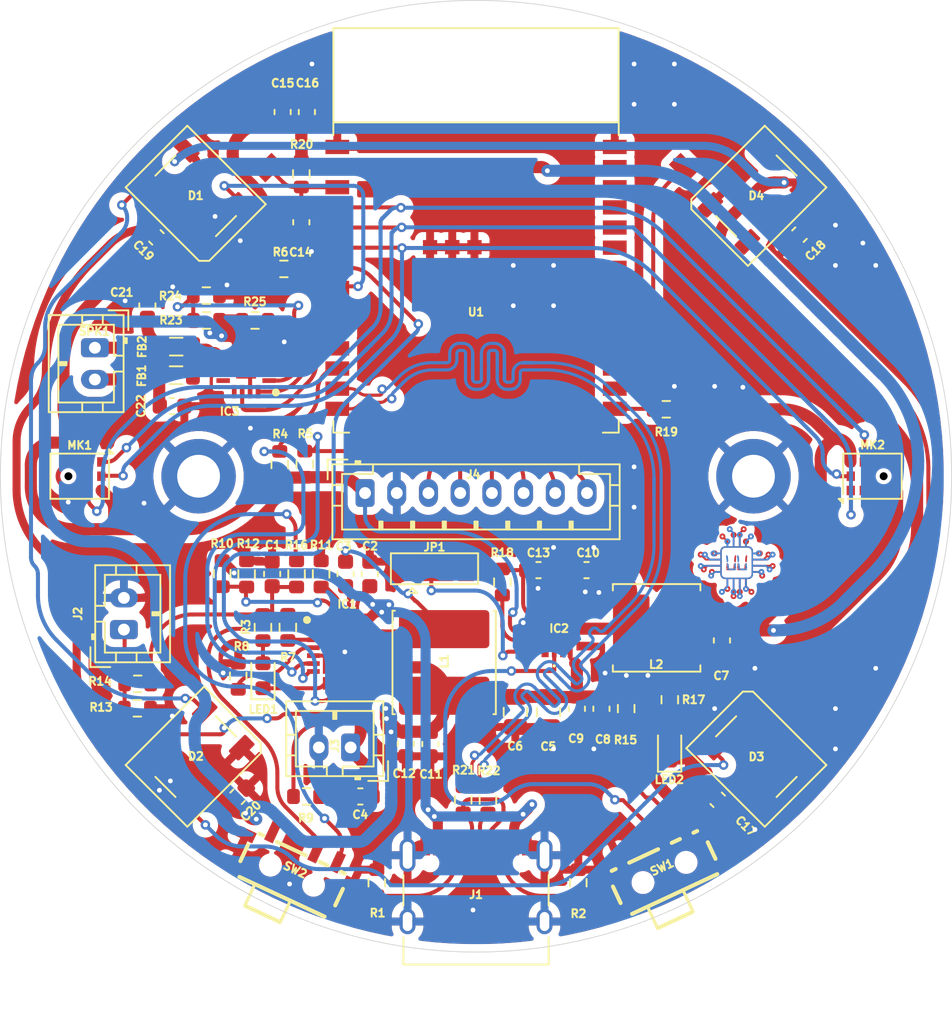
<source format=kicad_pcb>
(kicad_pcb (version 20241229) (generator "pcbnew") (generator_version "9.0")
  (layers (0 "F.Cu" signal) (2 "B.Cu" signal) (13 "F.Paste" user) (15 "B.Paste" user) (5 "F.SilkS" user "F.Silkscreen") (7 "B.SilkS" user "B.Silkscreen") (1 "F.Mask" user) (3 "B.Mask" user) (25 "Edge.Cuts" user))
  (net 0 "")
  (net 1 "/EN")
  (net 2 "GND")
  (net 3 "/IO0")
  (net 4 "/LDO")
  (net 5 "Net-(IC1-PMID)")
  (net 6 "Net-(IC1-BOOT)")
  (net 7 "Net-(IC1-SW_1)")
  (net 8 "+BATT")
  (net 9 "VCC")
  (net 10 "+3V3")
  (net 11 "Net-(IC2-LX)")
  (net 12 "Net-(IC2-BST)")
  (net 13 "Net-(IC2-BIAS)")
  (net 14 "/RGB")
  (net 15 "Net-(D1-DOUT)")
  (net 16 "Net-(D2-DOUT)")
  (net 17 "Net-(D3-DOUT)")
  (net 19 "Net-(IC3-OUTN)")
  (net 20 "Net-(IC3-OUTP)")
  (net 21 "Net-(IC1-ISET)")
  (net 22 "Net-(IC1-VDPM)")
  (net 23 "VBUS")
  (net 24 "Net-(IC1-TS)")
  (net 25 "Net-(IC1-ILIM)")
  (net 26 "/INT")
  (net 27 "/SDA")
  (net 28 "Net-(IC1-EN2)")
  (net 29 "/SCL")
  (net 30 "Net-(IC1-EN1)")
  (net 31 "Net-(IC1-STAT)")
  (net 32 "/CE")
  (net 33 "Net-(IC2-NC_1)")
  (net 34 "/SYNC")
  (net 35 "Net-(IC2-PGOOD)")
  (net 36 "/3v3_EN")
  (net 40 "/AMP_SD")
  (net 41 "Net-(IC3-GAIN_SLOT)")
  (net 42 "Net-(IC3-~{SD_MODE})")
  (net 44 "/AMP_LRCLK")
  (net 45 "/AMP_BCLK")
  (net 46 "/USB_D+")
  (net 47 "/USB_D-")
  (net 50 "Net-(J1-CC2)")
  (net 51 "Net-(J1-CC1)")
  (net 52 "/CS")
  (net 53 "/CLK")
  (net 54 "/DC")
  (net 55 "/RST")
  (net 56 "/MOSI")
  (net 57 "/BLK")
  (net 58 "Net-(LED1-A)")
  (net 59 "Net-(LED2-A)")
  (net 60 "/MIC_CLK")
  (net 61 "/MIC_WS")
  (net 62 "/MIC_SD")
  (net 63 "Net-(SW1-C)")
  (net 64 "Net-(SW2-C)")
  (net 83 "Net-(SPK1-+)")
  (net 84 "Net-(SPK1--)")
  (net 85 "/USBD+")
  (net 86 "/USBD-")
  (footprint "LED_SMD:LED_0603_1608Metric" (layer "F.Cu") (at 168.715 104.396019 90)
    (property "Reference" "LED2")
    (property "Value" "LED Red")
  )
  (footprint "Capacitor_SMD:C_0603_1608Metric" (layer "F.Cu") (at 143.645 93.416019 90)
    (property "Reference" "C1")
    (property "Value" "1uF")
  )
  (footprint "Capacitor_SMD:C_0603_1608Metric" (layer "F.Cu") (at 148.275 93.416019 90)
    (property "Reference" "C3")
    (property "Value" "33nF")
  )
  (footprint "MountingHole:MountingHole_2.7mm_M2.5_DIN965_Pad" (layer "F.Cu") (at 174.005 87.256019 90)
    (property "Reference" "H2" (hide yes))
    (property "Value" "MountingHole_Pad")
  )
  (footprint "Capacitor_SMD:C_0603_1608Metric" (layer "F.Cu") (at 144.305 64.296019 90)
    (property "Reference" "C15")
    (property "Value" "10uF")
  )
  (footprint "LED_SMD:LED_WS2812B_PLCC4_5.0x5.0mm_P3.2mm" (layer "F.Cu") (at 138.825 104.936019 45)
    (property "Reference" "D2")
    (property "Value" "WS2812B")
  )
  (footprint "LED_SMD:LED_WS2812B_PLCC4_5.0x5.0mm_P3.2mm" (layer "F.Cu") (at 138.825 69.576019 -45)
    (property "Reference" "D1")
    (property "Value" "WS2812B")
  )
  (footprint "Resistor_SMD:R_0603_1608Metric" (layer "F.Cu") (at 142.035 93.416019 -90)
    (property "Reference" "R12")
    (property "Value" "100K")
  )
  (footprint "BQ24250RGER:QFN50P400X400X100-25N-D" (layer "F.Cu") (at 148.245 98.316019)
    (property "Reference" "IC1")
    (property "Value" "BQ24250RGER" (hide yes))
  )
  (footprint "Capacitor_SMD:C_0603_1608Metric" (layer "F.Cu") (at 160.445 93.176019)
    (property "Reference" "C13")
    (property "Value" "2.2uF")
  )
  (footprint "Capacitor_SMD:C_0603_1608Metric" (layer "F.Cu") (at 162.865 101.916019 -90)
    (property "Reference" "C9")
    (property "Value" "0.1uF")
  )
  (footprint "Capacitor_SMD:C_0603_1608Metric" (layer "F.Cu") (at 141.465 107.466019 45)
    (property "Reference" "C20")
    (property "Value" "1uF")
  )
  (footprint "SMD_Slide_switch:slide switch spdt" (layer "F.Cu") (at 145.076394 112.024089 -25)
    (property "Reference" "SW2")
    (property "Value" "SLW-66527511-SMT-TR")
  )
  (footprint "MAX98357AETE+T:QFN50P300X300X80-17N" (layer "F.Cu") (at 142.005 80.476019 180)
    (property "Reference" "IC3")
    (property "Value" "MAX98357AETE+T" (hide yes))
  )
  (footprint "Sensor_Audio:InvenSense_ICS-43434-6_3.5x2.65mm" (layer "F.Cu") (at 131.505 87.256019 -90)
    (property "Reference" "MK1")
    (property "Value" "ICS-43434")
  )
  (footprint "Sensor_Audio:InvenSense_ICS-43434-6_3.5x2.65mm" (layer "F.Cu") (at 181.505 87.256019 90)
    (property "Reference" "MK2")
    (property "Value" "ICS-43434")
  )
  (footprint "LOGO" (layer "F.Cu") (at 172.945 92.706019)
    (property "Reference" "G***" (hide yes))
    (property "Value" "LOGO" (hide yes))
  )
  (footprint "MountingHole:MountingHole_2.7mm_M2.5_DIN965_Pad" (layer "F.Cu") (at 139.005 87.256019 90)
    (property "Reference" "H1" (hide yes))
    (property "Value" "MountingHole_Pad")
  )
  (footprint "Inductor_SMD:L_Cenker_CKCS5020" (layer "F.Cu") (at 167.895 96.816019 180)
    (property "Reference" "L2")
    (property "Value" "1.5uH")
  )
  (footprint "Capacitor_SMD:C_0603_1608Metric" (layer "F.Cu") (at 171.745 107.656019 135)
    (property "Reference" "C17")
    (property "Value" "1uF")
  )
  (footprint "Resistor_SMD:R_0603_1608Metric" (layer "F.Cu") (at 144.635 96.786019 -90)
    (property "Reference" "R7")
    (property "Value" "0R")
  )
  (footprint "Capacitor_SMD:C_0603_1608Metric" (layer "F.Cu") (at 176.905 72.026019 -135)
    (property "Reference" "C18")
    (property "Value" "1uF")
  )
  (footprint "Connector_JST:JST_PH_B8B-PH-K_1x08_P2.00mm_Vertical" (layer "F.Cu") (at 149.505 88.316019)
    (property "Reference" "J4")
    (property "Value" "Conn_01x08")
  )
  (footprint "Capacitor_SMD:C_0805_2012Metric" (layer "F.Cu") (at 158.985 102.116019 90)
    (property "Reference" "C6")
    (property "Value" "22uF")
  )
  (footprint "Resistor_SMD:R_0603_1608Metric" (layer "F.Cu") (at 139.495 75.866019 180)
    (property "Reference" "R24")
    (property "Value" "NC")
  )
  (footprint "Connector_JST:JST_PH_B2B-PH-K_1x02_P2.00mm_Vertical" (layer "F.Cu") (at 134.295 96.926019 90)
    (property "Reference" "J2")
    (property "Value" "B2B-PH-SM4-TB(LF)(SN)")
  )
  (footprint "Resistor_SMD:R_0603_1608Metric" (layer "F.Cu") (at 144.385 74.186019)
    (property "Reference" "R6")
    (property "Value" "10K")
  )
  (footprint "LED_SMD:LED_WS2812B_PLCC4_5.0x5.0mm_P3.2mm" (layer "F.Cu") (at 174.185 69.576019 -135)
    (property "Reference" "D4")
    (property "Value" "WS2812B")
  )
  (footprint "Capacitor_SMD:C_0603_1608Metric" (layer "F.Cu") (at 163.475 93.176019 180)
    (property "Reference" "C10")
    (property "Value" "0.1uF")
  )
  (footprint "Resistor_SMD:R_0603_1608Metric" (layer "F.Cu") (at 165.975 101.906019 -90)
    (property "Reference" "R15")
    (property "Value" "100K")
  )
  (footprint "Resistor_SMD:R_0603_1608Metric" (layer "F.Cu") (at 145.815 107.446019)
    (property "Reference" "R9")
    (property "Value" "249R")
  )
  (footprint "LED_SMD:LED_WS2812B_PLCC4_5.0x5.0mm_P3.2mm" (layer "F.Cu") (at 174.185 104.936019 135)
    (property "Reference" "D3")
    (property "Value" "WS2812B")
  )
  (footprint "SMD_Slide_switch:slide switch spdt" (layer "F.Cu") (at 168.215387 111.853994 25)
    (property "Reference" "SW1")
    (property "Value" "SLW-66527511-SMT-TR")
  )
  (footprint "Resistor_SMD:R_0603_1608Metric" (layer "F.Cu") (at 144.125 86.516019 90)
    (property "Reference" "R4")
    (property "Value" "10K")
  )
  (footprint "Espressif:ESP32-S3-WROOM-1" (layer "F.Cu") (at 156.505 74.756019)
    (property "Reference" "U1")
    (property "Value" "ESP32-S3-WROOM-1")
  )
  (footprint "Resistor_SMD:R_0603_1608Metric" (layer "F.Cu") (at 168.725 101.346019 -90)
    (property "Reference" "R17")
    (property "Value" "1K")
  )
  (footprint "Resistor_SMD:R_0603_1608Metric" (layer "F.Cu") (at 155.695 107.656019 90)
    (property "Reference" "R21")
    (property "Value" "33R")
  )
  (footprint "Resistor_SMD:R_0603_1608Metric" (layer "F.Cu") (at 146.735 93.416019 90)
    (property "Reference" "R11")
    (property "Value" "267R")
  )
  (footprint "Resistor_SMD:R_0603_1608Metric" (layer "F.Cu") (at 142.565 77.436019 180)
    (property "Reference" "R25")
    (property "Value" "0R")
  )
  (footprint "3x4x2:Tactile 3x4x2mm TS-A010" (layer "F.Cu") (at 171.175 66.226019 45)
    (property "Reference" "BOOT2" (hide yes))
    (property "Value" "UBOOT")
  )
  (footprint "Capacitor_SMD:C_0603_1608Metric" (layer "F.Cu") (at 152.075 104.136019 -90)
    (property "Reference" "C12")
    (property "Value" "2.2uF")
  )
  (footprint "Inductor_SMD:L_0805_2012Metric" (layer "F.Cu") (at 137.595 79.08602 180)
    (property "Reference" "FB2")
    (property "Value" "FerriteBead_Small")
  )
  (footprint "Capacitor_SMD:C_0603_1608Metric" (layer "F.Cu") (at 149.205 107.446019)
    (property "Reference" "C4")
    (property "Value" "1uF")
  )
  (footprint "Inductor_SMD:L_0805_2012Metric" (layer "F.Cu") (at 137.585 80.886019 180)
    (property "Reference" "FB1")
    (property "Value" "FerriteBead_Small")
  )
  (footprint "Capacitor_SMD:C_0603_1608Metric" (layer "F.Cu") (at 145.835 64.296019 90)
    (property "Reference" "C16")
    (property "Value" "0.1uF")
  )
  (footprint "Resistor_SMD:R_0603_1608Metric" (layer "F.Cu") (at 143.065 96.796019 90)
    (property "Reference" "R3")
    (property "Value" "1.5K")
  )
  (footprint "Resistor_SMD:R_0603_1608Metric" (layer "F.Cu") (at 141.505 99.866019 -90)
    (property "Reference" "R8")
    (property "Value" "0R")
  )
  (footprint "Resistor_SMD:R_0603_1608Metric" (layer "F.Cu") (at 145.705 86.496019 90)
    (property "Reference" "R5")
    (property "Value" "10K")
  )
  (footprint "Resistor_SMD:R_0603_1608Metric" (layer "F.Cu") (at 168.505 83.036019 180)
    (property "Reference" "R19")
    (property "Value" "10K")
  )
  (footprint "Connector_USB:USB_C_Receptacle_XKB_U262-16XN-4BVC11" (layer "F.Cu") (at 156.505 114.256019)
    (property "Reference" "J1")
    (property "Value" "USB_C_Receptacle_USB2.0")
  )
  (footprint "Capacitor_SMD:C_0603_1608Metric" (layer "F.Cu") (at 145.485 71.246019 -90)
    (property "Reference" "C14")
    (property "Value" "1uF")
  )
  (footprint "Capacitor_SMD:C_0603_1608Metric" (layer "F.Cu") (at 136.345 72.196019 -45)
    (property "Reference" "C19")
    (property "Value" "1uF")
  )
  (footprint "Connector_JST:JST_PH_B2B-PH-K_1x02_P2.00mm_Vertical" (layer "F.Cu") (at 132.465 79.156019 -90)
    (property "Reference" "SPK1")
    (property "Value" "SMT-0540-S-R")
  )
  (footprint "Capacitor_SMD:C_0603_1608Metric" (layer "F.Cu") (at 137.335 82.836019)
    (property "Reference" "C22")
    (property "Value" "220pF")
  )
  (footprint "LED_SMD:LED_0603_1608Metric" (layer "F.Cu") (at 143.065 99.836019 90)
    (property "Reference" "LED1")
    (property "Value" "LED Red")
  )
  (footprint "Capacitor_SMD:C_0603_1608Metric" (layer "F.Cu") (at 135.775 76.496019 90)
    (property "Reference" "C21")
    (property "Value" "220pF")
  )
  (footprint "MAX20402AFLB_VY+T:MAX20402AFLBVYT" (layer "F.Cu") (at 162.012 96.866019 90)
    (property "Reference" "IC2")
    (property "Value" "MAX20402AFLB_VY+T" (hide yes))
  )
  (footprint "3x4x2:Tactile 3x4x2mm TS-A010" (layer "F.Cu") (at 141.835 66.226019 135)
    (property "Reference" "BOOT1" (hide yes))
    (property "Value" "RESET")
  )
  (footprint "Resistor_SMD:R_0603_1608Metric" (layer "F.Cu") (at 157.255 107.666019 90)
    (property "Reference" "R22")
    (property "Value" "33R")
  )
  (footprint "Jumper:SolderJumper-3_P2.0mm_Open_TrianglePad1.0x1.5mm" (layer "F.Cu") (at 153.885 93.113519)
    (property "Reference" "JP1")
    (property "Value" "SolderJumper_3_Open")
  )
  (footprint "Resistor_SMD:R_0603_1608Metric" (layer "F.Cu") (at 135.165 100.346019)
    (property "Reference" "R14")
    (property "Value" "20K")
  )
  (footprint "Connector_JST:JST_PH_B2B-PH-K_1x02_P2.00mm_Vertical" (layer "F.Cu") (at 148.595 104.356019 180)
    (property "Reference" "J3")
    (property "Value" "B2B-PH-SM4-TB(LF)(SN)")
  )
  (footprint "Resistor_SMD:R_0603_1608Metric" (layer "F.Cu") (at 158.165 93.926019 90)
    (property "Reference" "R18")
    (property "Value" "20K")
  )
  (footprint "Resistor_SMD:R_0603_1608Metric" (layer "F.Cu") (at 145.185 93.416019 90)
    (property "Reference" "R16")
    (property "Value" "1K")
  )
  (footprint "Capacitor_SMD:C_0805_2012Metric" (layer "F.Cu") (at 161.075 102.126019 90)
    (property "Reference" "C5")
    (property "Value" "22uF")
  )
  (footprint "Inductor_SMD:L_Cenker_CKCS6045" (layer "F.Cu") (at 154.495 98.996019 -90)
    (property "Reference" "L1")
    (property "Value" "1uH")
  )
  (footprint "Resistor_SMD:R_0603_1608Metric" (layer "F.Cu") (at 135.145 101.886019)
    (property "Reference" "R13")
    (property "Value" "20K")
  )
  (footprint "Capacitor_SMD:C_0603_1608Metric" (layer "F.Cu") (at 153.625 104.141019 -90)
    (property "Reference" "C11")
    (property "Value" "0.1uF")
  )
  (footprint "Capacitor_SMD:C_0603_1608Metric" (layer "F.Cu") (at 149.805 93.416019 90)
    (property "Reference" "C2")
    (property "Value" "1uF")
  )
  (footprint "Capacitor_SMD:C_0603_1608Metric" (layer "F.Cu") (at 172.015 97.611019 -90)
    (property "Reference" "C7")
    (property "Value" "2.2uF")
  )
  (footprint "Resistor_SMD:R_0603_1608Metric" (layer "F.Cu") (at 140.495 93.396019 90)
    (property "Reference" "R10")
    (property "Value" "274K")
  )
  (footprint "Resistor_SMD:R_0603_1608Metric" (layer "F.Cu") (at 139.505 77.436019 180)
    (property "Reference" "R23")
    (property "Value" "NC")
  )
  (footprint "Resistor_SMD:R_0603_1608Metric" (layer "F.Cu") (at 162.955 112.886019 -90)
    (property "Reference" "R2")
    (property "Value" "5K1")
  )
  (footprint "Capacitor_SMD:C_0603_1608Metric" (layer "F.Cu") (at 164.415 101.916019 -90)
    (property "Reference" "C8")
    (property "Value" "2.2uF")
  )
  (footprint "Resistor_SMD:R_0603_1608Metric" (layer "F.Cu") (at 150.245 112.886019 -90)
    (property "Reference" "R1")
    (property "Value" "5K1")
  )
  (footprint "Resistor_SMD:R_0603_1608Metric" (layer "F.Cu") (at 145.485 68.196019 -90)
    (property "Reference" "R20")
    (property "Value" "10K")
  )
  (footprint "LOGO" (layer "B.Cu") (at 172.945 92.706019 180)
    (property "Reference" "G***" (hide yes))
    (property "Value" "LOGO" (hide yes))
  )
  (gr_circle (center 156.505 87.256019) (end 126.505001 87.256019) (stroke (width 0.05)) (fill no) (layer "Edge.Cuts"))
  (segment (start 144.327712 68.718731) (end 143.408313 67.799332) (width 0.254) (layer "F.Cu") (net 1))
  (segment (start 145.485 69.031626) (end 145.485 70.471019) (width 0.254) (layer "F.Cu") (net 1))
  (segment (start 145.0575 69.021019) (end 145.474394 69.021019) (width 0.254) (layer "F.Cu") (net 1))
  (segment (start 145.510607 69.036019) (end 147.755 69.036019) (width 0.254) (layer "F.Cu") (net 1))
  (arc (start 145.4925 69.028519) (mid 145.484193 69.022969) (end 145.474394 69.021019) (width 0.254) (layer "F.Cu") (net 1))
  (arc (start 145.4925 69.028519) (mid 145.487713 69.027567) (end 145.485 69.031626) (width 0.254) (layer "F.Cu") (net 1))
  (arc (start 145.474394 69.021019) (mid 145.481894 69.024126) (end 145.485 69.031626) (width 0.254) (layer "F.Cu") (net 1))
  (arc (start 145.0575 69.021019) (mid 144.662542 68.942457) (end 144.327712 68.718731) (width 0.254) (layer "F.Cu") (net 1))
  (arc (start 145.4925 69.028519) (mid 145.500808 69.03407) (end 145.510607 69.036019) (width 0.254) (layer "F.Cu") (net 1))
  (segment (start 147.82883 98.566019) (end 146.245 98.566019) (width 0.254) (layer "F.Cu") (net 2))
  (segment (start 150.245 98.324805) (end 150.245 98.066019) (width 0.254) (layer "F.Cu") (net 2))
  (segment (start 180.963 87.879019) (end 180.963 88.156019) (width 0.254) (layer "F.Cu") (net 2))
  (segment (start 140.388943 75.602077) (end 140.795 75.196019) (width 0.254) (layer "F.Cu") (net 2))
  (segment (start 148.37 98.441019) (end 148.2525 98.323519) (width 0.254) (layer "F.Cu") (net 2))
  (segment (start 144.408 79.916999) (end 144.408 78.786019) (width 0.254) (layer "F.Cu") (net 2))
  (segment (start 152.2675 111.151019) (end 152.185 111.151019) (width 0.762) (layer "F.Cu") (net 2))
  (segment (start 148.671777 98.066019) (end 150.245 98.066019) (width 0.254) (layer "F.Cu") (net 2))
  (segment (start 139.805 82.238532) (end 139.805 81.135725) (width 0.2032) (layer "F.Cu") (net 2))
  (segment (start 135.185001 94.926018) (end 134.295 94.926018) (width 0.508) (layer "F.Cu") (net 2))
  (segment (start 142.255 80.902796) (end 142.255 81.926019) (width 0.254) (layer "F.Cu") (net 2))
  (segment (start 148.2525 98.308519) (end 148.2375 98.323519) (width 0.254) (layer "F.Cu") (net 2))
  (segment (start 143.455 80.226019) (end 142.431777 80.226019) (width 0.254) (layer "F.Cu") (net 2))
  (segment (start 152.830148 110.670871) (end 152.408337 111.092682) (width 0.762) (layer "F.Cu") (net 2))
  (segment (start 142.035 92.408519) (end 142.035 92.591019) (width 0.508) (layer "F.Cu") (net 2))
  (segment (start 140.592557 80.748019) (end 141.540667 80.748019) (width 0.2032) (layer "F.Cu") (net 2))
  (segment (start 140.32 75.768519) (end 140.32 75.866019) (width 0.254) (layer "F.Cu") (net 2))
  (segment (start 161.041 93.355019) (end 161.22 93.176019) (width 0.254) (layer "F.Cu") (net 2))
  (segment (start 150.245 98.367232) (end 150.245 98.324805) (width 0.254) (layer "F.Cu") (net 2))
  (segment (start 160.825 111.088519) (end 160.825 111.151019) (width 0.762) (layer "F.Cu") (net 2))
  (segment (start 160.862 93.787163) (end 160.862 95.416019) (width 0.254) (layer "F.Cu") (net 2))
  (segment (start 140.405 91.586019) (end 140.942452 91.586019) (width 0.508) (layer "F.Cu") (net 2))
  (segment (start 144.745 109.846721) (end 144.745 112.966019) (width 0.254) (layer "F.Cu") (net 2))
  (segment (start 136.704327 94.296692) (end 138.714965 92.286054) (width 0.508) (layer "F.Cu") (net 2))
  (segment (start 160.572383 110.773402) (end 160.780805 110.981824) (width 0.762) (layer "F.Cu") (net 2))
  (segment (start 140.68228 99.168739) (end 140.6825 99.168519) (width 0.254) (layer "F.Cu") (net 2))
  (segment (start 142.13 80.351019) (end 141.88 80.601019) (width 0.254) (layer "F.Cu") (net 2))
  (segment (start 130.79 88.881019) (end 130.785 88.886019) (width 0.254) (layer "F.Cu") (net 2))
  (segment (start 160.12 110.586019) (end 159.855 110.586019) (width 0.762) (layer "F.Cu") (net 2))
  (segment (start 159.698091 96.616019) (end 160.574 96.616019) (width 0.254) (layer "F.Cu") (net 2))
  (segment (start 150.245 98.367232) (end 150.245 98.566019) (width 0.254) (layer "F.Cu") (net 2))
  (segment (start 150.193787 98.316019) (end 148.255607 98.316019) (width 0.254) (layer "F.Cu") (net 2))
  (segment (start 148.2525 98.308519) (end 148.37 98.191019) (width 0.254) (layer "F.Cu") (net 2))
  (segment (start 140.539444 80.726019) (end 140.214706 80.726019) (width 0.2032) (layer "F.Cu") (net 2))
  (segment (start 148.671777 98.566019) (end 150.245 98.566019) (width 0.254) (layer "F.Cu") (net 2))
  (segment (start 139.207513 82.836019) (end 138.11 82.836019) (width 0.2032) (layer "F.Cu") (net 2))
  (segment (start 140.555 99.656019) (end 140.555 99.476019) (width 0.254) (layer "F.Cu") (net 2))
  (segment (start 148.2375 98.323519) (end 148.23 98.331019) (width 0.254) (layer "F.Cu") (net 2))
  (segment (start 140.990313 99.041019) (end 141.505 99.041019) (width 0.254) (layer "F.Cu") (net 2))
  (segment (start 153.035 110.586019) (end 153.155 110.586019) (width 0.762) (layer "F.Cu") (net 2))
  (segment (start 141.905954 92.096972) (end 141.715 91.906019) (width 0.508) (layer "F.Cu") (net 2))
  (segment (start 144.285 80.086019) (end 144.4165 79.954519) (width 0.254) (layer "F.Cu") (net 2))
  (segment (start 143.455 80.226019) (end 143.947011 80.226019) (width 0.254) (layer "F.Cu") (net 2))
  (segment (start 148.1125 98.448519) (end 148.23 98.331019) (width 0.254) (layer "F.Cu") (net 2))
  (segment (start 159.481289 96.489019) (end 159.544789 96.552519) (width 0.254) (layer "F.Cu") (net 2))
  (segment (start 181.885409 86.67961) (end 181.158868 87.40615) (width 0.254) (layer "F.Cu") (net 2))
  (segment (start 144.605898 109.510899) (end 142.013008 106.918011) (width 0.254) (layer "F.Cu") (net 2))
  (segment (start 130.795 88.868947) (end 130.795 87.918519) (width 0.254) (layer "F.Cu") (net 2))
  (segment (start 182.09325 86.593519) (end 182.215 86.593519) (width 0.254) (layer "F.Cu") (net 2))
  (segment (start 141.869 80.612019) (end 141.88 80.601019) (width 0.254) (layer "F.Cu") (net 2))
  (via (at 163.935 91.746019) (size 0.6) (drill 0.3) (layers "F.Cu" "B.Cu") (net 2))
  (via (at 169.015 81.586019) (size 0.6) (drill 0.3) (layers "F.Cu" "B.Cu") (net 2))
  (via (at 137.345 102.376019) (size 0.6) (drill 0.3) (layers "F.Cu" "B.Cu") (net 2))
  (via (at 135.565 88.956019) (size 0.6) (drill 0.3) (layers "F.Cu" "B.Cu") (net 2))
  (via (at 167.345 99.816019) (size 0.6) (drill 0.3) (layers "F.Cu" "B.Cu") (net 2))
  (via (at 169.015 63.806019) (size 0.6) (drill 0.3) (layers "F.Cu" "B.Cu") (net 2))
  (via (at 180.905 72.556019) (size 0.6) (drill 0.3) (layers "F.Cu" "B.Cu") (net 2))
  (via (at 179.175 104.446019) (size 0.6) (drill 0.3) (layers "F.Cu" "B.Cu") (net 2))
  (via (at 137.225 106.466019) (size 0.6) (drill 0.3) (layers "F.Cu" "B.Cu") (net 2))
  (via (at 166.475 89.206019) (size 0.6) (drill 0.3) (layers "F.Cu" "B.Cu") (net 2))
  (via (at 173.335 81.646019) (size 0.6) (drill 0.3) (layers "F.Cu" "B.Cu") (net 2))
  (via (at 140.045 70.876019) (size 0.6) (drill 0.3) (layers "F.Cu" "B.Cu") (net 2))
  (via (at 165.985 99.816019) (size 0.6) (drill 0.3) (layers "F.Cu" "B.Cu") (net 2))
  (via (at 140.795 75.196019) (size 0.6) (drill 0.3) (layers "F.Cu" "B.Cu") (net 2))
  (via (at 141.635 72.406019) (size 0.6) (drill 0.3) (layers "F.Cu" "B.Cu") (net 2))
  (via (at 171.555 81.586019) (size 0.6) (drill 0.3) (layers "F.Cu" "B.Cu") (net 2))
  (via (at 181.715 99.366019) (size 0.6) (drill 0.3) (layers "F.Cu" "B.Cu") (net 2))
  (via (at 158.855 76.506019) (size 0.6) (drill 0.3) (layers "F.Cu" "B.Cu") (net 2))
  (via (at 179.175 71.426019) (size 0.6) (drill 0.3) (layers "F.Cu" "B.Cu") (net 2))
  (via (at 164.645 99.666019) (size 0.6) (drill 0.3) (layers "F.Cu" "B.Cu") (net 2))
  (via (at 179.175 73.966019) (size 0.6) (drill 0.3) (layers "F.Cu" "B.Cu") (net 2))
  (via (at 130.785 88.886019) (size 0.6) (drill 0.3) (layers "F.Cu" "B.Cu") (net 2))
  (via (at 166.475 61.266019) (size 0.6) (drill 0.3) (layers "F.Cu" "B.Cu") (net 2))
  (via (at 169.015 61.266019) (size 0.6) (drill 0.3) (layers "F.Cu" "B.Cu") (net 2))
  (via (at 156.315 114.606019) (size 0.6) (drill 0.3) (layers "F.Cu" "B.Cu") (net 2))
  (via (at 159.481289 96.489019) (size 0.6) (drill 0.3) (layers "F.Cu" "B.Cu") (net 2))
  (via (at 144.408 78.786019) (size 0.6) (drill 0.3) (layers "F.Cu" "B.Cu") (net 2))
  (via (at 171.555 101.906019) (size 0.6) (drill 0.3) (layers "F.Cu" "B.Cu") (net 2))
  (via (at 158.855 73.966019) (size 0.6) (drill 0.3) (layers "F.Cu" "B.Cu") (net 2))
  (via (at 179.175 101.906019) (size 0.6) (drill 0.3) (layers "F.Cu" "B.Cu") (net 2))
  (via (at 181.715 73.966019) (size 0.6) (drill 0.3) (layers "F.Cu" "B.Cu") (net 2))
  (via (at 134.375 76.196019) (size 0.6) (drill 0.3) (layers "F.Cu" "B.Cu") (net 2))
  (via (at 161.395 91.746019) (size 0.6) (drill 0.3) (layers "F.Cu" "B.Cu") (net 2))
  (via (at 166.475 86.666019) (size 0.6) (drill 0.3) (layers "F.Cu" "B.Cu") (net 2))
  (via (at 166.475 63.806019) (size 0.6) (drill 0.3) (layers "F.Cu" "B.Cu") (net 2))
  (via (at 146.125 73.086019) (size 0.6) (drill 0.3) (layers "F.Cu" "B.Cu") (net 2))
  (via (at 136.535 107.056019) (size 0.6) (drill 0.3) (layers "F.Cu" "B.Cu") (net 2))
  (via (at 161.395 73.966019) (size 0.6) (drill 0.3) (layers "F.Cu" "B.Cu") (net 2))
  (via (at 174.095 99.366019) (size 0.6) (drill 0.3) (layers "F.Cu" "B.Cu") (net 2))
  (via (at 140.555 99.656019) (size 0.6) (drill 0.3) (layers "F.Cu" "B.Cu") (net 2))
  (via (at 161.395 104.446019) (size 0.6) (drill 0.3) (layers "F.Cu" "B.Cu") (net 2))
  (via (at 142.275 84.226019) (size 0.6) (drill 0.3) (layers "F.Cu" "B.Cu") (net 2))
  (via (at 148.23 98.331019) (size 0.6) (drill 0.3) (layers "F.Cu" "B.Cu") (net 2))
  (via (at 163.395 94.546019) (size 0.6) (drill 0.3) (layers "F.Cu" "B.Cu") (net 2))
  (via (at 160.415 94.326019) (size 0.6) (drill 0.3) (layers "F.Cu" "B.Cu") (net 2))
  (via (at 146.155 61.266019) (size 0.6) (drill 0.3) (layers "F.Cu" "B.Cu") (net 2))
  (via (at 174.095 109.526019) (size 0.6) (drill 0.3) (layers "F.Cu" "B.Cu") (net 2))
  (via (at 161.395 76.506019) (size 0.6) (drill 0.3) (layers "F.Cu" "B.Cu") (net 2))
  (via (at 144.745 112.966019) (size 0.6) (drill 0.3) (layers "F.Cu" "B.Cu") (net 2))
  (via (at 163.935 104.446019) (size 0.6) (drill 0.3) (layers "F.Cu" "B.Cu") (net 2))
  (via (at 137.375 75.316019) (size 0.6) (drill 0.3) (layers "F.Cu" "B.Cu") (net 2))
  (via (at 164.255 94.586019) (size 0.6) (drill 0.3) (layers "F.Cu" "B.Cu") (net 2))
  (arc (start 142.035 92.408519) (mid 142.001463 92.23991) (end 141.905954 92.096972) (width 0.508) (layer "F.Cu") (net 2))
  (arc (start 150.245 98.324805) (mid 150.239576 98.332923) (end 150.23 98.331019) (width 0.254) (layer "F.Cu") (net 2))
  (arc (start 148.671777 98.066019) (mid 148.508457 98.098505) (end 148.37 98.191019) (width 0.254) (layer "F.Cu") (net 2))
  (arc (start 148.2375 98.323519) (mid 148.245 98.320412) (end 148.2525 98.323519) (width 0.254) (layer "F.Cu") (net 2))
  (arc (start 160.862 93.787163) (mid 160.90852 93.553288) (end 161.041 93.355019) (width 0.254) (layer "F.Cu") (net 2))
  (arc (start 140.942452 91.586019) (mid 141.360552 91.669184) (end 141.715 91.906019) (width 0.508) (layer "F.Cu") (net 2))
  (arc (start 139.63 82.661019) (mid 139.759519 82.467181) (end 139.805 82.238532) (width 0.2032) (layer "F.Cu") (net 2))
  (arc (start 160.12 110.586019) (mid 160.364827 110.634718) (end 160.572383 110.773402) (width 0.762) (layer "F.Cu") (net 2))
  (arc (start 142.13 80.601019) (mid 142.078224 80.476019) (end 142.13 80.351019) (width 0.254) (layer "F.Cu") (net 2))
  (arc (start 144.4165 79.937519) (mid 144.420021 79.946019) (end 144.4165 79.954519) (width 0.254) (layer "F.Cu") (net 2))
  (arc (start 148.671777 98.566019) (mid 148.508457 98.533532) (end 148.37 98.441019) (width 0.254) (layer "F.Cu") (net 2))
  (arc (start 181.885409 86.67961) (mid 181.980767 86.615894) (end 182.09325 86.593519) (width 0.254) (layer "F.Cu") (net 2))
  (arc (start 159.698091 96.616019) (mid 159.615124 96.599515) (end 159.544789 96.552519) (width 0.254) (layer "F.Cu") (net 2))
  (arc (start 144.285 80.086019) (mid 144.12993 80.189635) (end 143.947011 80.226019) (width 0.254) (layer "F.Cu") (net 2))
  (arc (start 139.925 80.846019) (mid 140.057919 80.757206) (end 140.214706 80.726019) (width 0.2032) (layer "F.Cu") (net 2))
  (arc (start 148.1125 98.448519) (mid 147.982352 98.535481) (end 147.82883 98.566019) (width 0.254) (layer "F.Cu") (net 2))
  (arc (start 152.830148 110.670871) (mid 152.924135 110.608071) (end 153.035 110.586019) (width 0.762) (layer "F.Cu") (net 2))
  (arc (start 144.605898 109.510899) (mid 144.708849 109.664975) (end 144.745 109.846721) (width 0.254) (layer "F.Cu") (net 2))
  (arc (start 150.193787 98.316019) (mid 150.213386 98.319917) (end 150.23 98.331019) (width 0.254) (layer "F.Cu") (net 2))
  (arc (start 148.2525 98.308519) (mid 148.251548 98.313306) (end 148.255607 98.316019) (width 0.254) (layer "F.Cu") (net 2))
  (arc (start 130.79 88.881019) (mid 130.793701 88.87548) (end 130.795 88.868947) (width 0.254) (layer "F.Cu") (net 2))
  (arc (start 142.13 80.601019) (mid 142.005 80.549243) (end 141.88 80.601019) (width 0.254) (layer "F.Cu") (net 2))
  (arc (start 140.990313 99.041019) (mid 140.823726 99.074155) (end 140.6825 99.168519) (width 0.254) (layer "F.Cu") (net 2))
  (arc (start 140.405 91.586019) (mid 139.49036 91.767952) (end 138.714965 92.286054) (width 0.508) (layer "F.Cu") (net 2))
  (arc (start 135.185001 94.926018) (mid 136.007255 94.762461) (end 136.704327 94.296692) (width 0.508) (layer "F.Cu") (net 2))
  (arc (start 141.540667 80.748019) (mid 141.71836 80.712674) (end 141.869 80.612019) (width 0.254) (layer "F.Cu") (net 2))
  (arc (start 144.408 79.916999) (mid 144.41021 79.928105) (end 144.4165 79.937519) (width 0.254) (layer "F.Cu") (net 2))
  (arc (start 160.825 111.088519) (mid 160.813514 111.030776) (end 160.780805 110.981824) (width 0.762) (layer "F.Cu") (net 2))
  (arc (start 142.431777 80.226019) (mid 142.268457 80.258506) (end 142.13 80.351019) (width 0.254) (layer "F.Cu") (net 2))
  (arc (start 148.2525 98.323519) (mid 148.251548 98.318731) (end 148.255607 98.316019) (width 0.254) (layer "F.Cu") (net 2))
  (arc (start 142.255 80.902796) (mid 142.222514 80.739476) (end 142.13 80.601019) (width 0.254) (layer "F.Cu") (net 2))
  (arc (start 152.2675 111.151019) (mid 152.343721 111.135857) (end 152.408337 111.092682) (width 0.762) (layer "F.Cu") (net 2))
  (arc (start 140.68228 99.168739) (mid 140.588079 99.30972) (end 140.555 99.476019) (width 0.254) (layer "F.Cu") (net 2))
  (arc (start 150.245 98.367232) (mid 150.241102 98.347633) (end 150.23 98.331019) (width 0.254) (layer "F.Cu") (net 2))
  (arc (start 140.32 75.768519) (mid 140.337918 75.678441) (end 140.388943 75.602077) (width 0.254) (layer "F.Cu") (net 2))
  (arc (start 139.207513 82.836019) (mid 139.436162 82.790538) (end 139.63 82.661019) (width 0.2032) (layer "F.Cu") (net 2))
  (arc (start 181.158868 87.40615) (mid 181.013904 87.623104) (end 180.963 87.879019) (width 0.254) (layer "F.Cu") (net 2))
  (arc (start 139.925 80.846019) (mid 139.836187 80.978938) (end 139.805 81.135725) (width 0.2032) (layer "F.Cu") (net 2))
  (arc (start 140.566 80.737019) (mid 140.553816 80.728878) (end 140.539444 80.726019) (width 0.2032) (layer "F.Cu") (net 2))
  (arc (start 140.592557 80.748019) (mid 140.578185 80.745161) (end 140.566 80.737019) (width 0.2032) (layer "F.Cu") (net 2))
  (segment (start 160.847499 96.183518) (end 160.847518 96.183498) (width 0.254) (layer "B.Cu") (net 2))
  (segment (start 160.837438 96.193576) (end 160.837399 96.193615) (width 0.254) (layer "B.Cu") (net 2))
  (segment (start 160.806244 96.224768) (end 160.805409 96.225603) (width 0.254) (layer "B.Cu") (net 2))
  (segment (start 160.817051 96.213962) (end 160.816854 96.21416) (width 0.254) (layer "B.Cu") (net 2))
  (segment (start 160.828741 96.202269) (end 160.828536 96.202475) (width 0.254) (layer "B.Cu") (net 2))
  (segment (start 160.844177 96.186837) (end 160.844197 96.186817) (width 0.254) (layer "B.Cu") (net 2))
  (segment (start 160.830163 96.20085) (end 160.830115 96.200899) (width 0.254) (layer "B.Cu") (net 2))
  (segment (start 160.840838 96.190177) (end 160.840863 96.190151) (width 0.254) (layer "B.Cu") (net 2))
  (segment (start 160.794996 96.236018) (end 160.791663 96.239351) (width 0.254) (layer "B.Cu") (net 2))
  (segment (start 160.831197 96.199815) (end 160.83109 96.199922) (width 0.254) (layer "B.Cu") (net 2))
  (segment (start 160.837107 96.193908) (end 160.837029 96.193986) (width 0.254) (layer "B.Cu") (net 2))
  (segment (start 160.839918 96.191094) (end 160.83982 96.191192) (width 0.254) (layer "B.Cu") (net 2))
  (segment (start 160.831706 96.199306) (end 160.831608 96.199404) (width 0.254) (layer "B.Cu") (net 2))
  (segment (start 146.447501 102.778518) (end 144.304343 100.635361) (width 0.254) (layer "B.Cu") (net 2))
  (segment (start 160.82196 96.209052) (end 160.822029 96.208983) (width 0.254) (layer "B.Cu") (net 2))
  (segment (start 160.827572 96.203438) (end 160.827759 96.203251) (width 0.254) (layer "B.Cu") (net 2))
  (segment (start 146.525 104.286019) (end 146.594999 104.356019) (width 0.254) (layer "B.Cu") (net 2))
  (segment (start 160.833786 96.197226) (end 160.833708 96.197304) (width 0.254) (layer "B.Cu") (net 2))
  (segment (start 160.836051 96.19496) (end 160.835992 96.195018) (width 0.254) (layer "B.Cu") (net 2))
  (segment (start 160.840666 96.190347) (end 160.840759 96.190255) (width 0.254) (layer "B.Cu") (net 2))
  (segment (start 160.832457 96.198555) (end 160.832427 96.198584) (width 0.254) (layer "B.Cu") (net 2))
  (segment (start 160.832085 96.198926) (end 160.832222 96.198788) (width 0.254) (layer "B.Cu") (net 2))
  (segment (start 160.83824 96.192775) (end 160.838278 96.192736) (width 0.254) (layer "B.Cu") (net 2))
  (segment (start 160.816756 96.214259) (end 160.816854 96.21416) (width 0.254) (layer "B.Cu") (net 2))
  (segment (start 160.821823 96.209189) (end 160.821637 96.209375) (width 0.254) (layer "B.Cu") (net 2))
  (segment (start 160.809993 96.221021) (end 160.808337 96.222677) (width 0.254) (layer "B.Cu") (net 2))
  (segment (start 160.831706 96.199306) (end 160.831755 96.199257) (width 0.254) (layer "B.Cu") (net 2))
  (segment (start 160.831549 96.199463) (end 160.831373 96.199639) (width 0.254) (layer "B.Cu") (net 2))
  (segment (start 160.821128 96.209884) (end 160.820594 96.210419) (width 0.254) (layer "B.Cu") (net 2))
  (segment (start 160.847986 96.183028) (end 160.847966 96.183047) (width 0.254) (layer "B.Cu") (net 2))
  (segment (start 160.82703 96.203985) (end 160.827071 96.203943) (width 0.254) (layer "B.Cu") (net 2))
  (segment (start 160.791663 96.239351) (end 160.78833 96.242684) (width 0.254) (layer "B.Cu") (net 2))
  (segment (start 160.839529 96.191485) (end 160.839451 96.191563) (width 0.254) (layer "B.Cu") (net 2))
  (segment (start 160.806244 96.224768) (end 160.806662 96.224351) (width 0.254) (layer "B.Cu") (net 2))
  (segment (start 160.836393 96.194619) (end 160.836442 96.194571) (width 0.254) (layer "B.Cu") (net 2))
  (segment (start 160.829255 96.201755) (end 160.829724 96.20129) (width 0.254) (layer "B.Cu") (net 2))
  (segment (start 160.840963 96.19005) (end 160.840914 96.190099) (width 0.254) (layer "B.Cu") (net 2))
  (segment (start 160.836676 96.194336) (end 160.836716 96.194297) (width 0.254) (layer "B.Cu") (net 2))
  (segment (start 160.827382 96.203628) (end 160.827328 96.203684) (width 0.254) (layer "B.Cu") (net 2))
  (segment (start 160.847811 96.183204) (end 160.847927 96.183086) (width 0.254) (layer "B.Cu") (net 2))
  (segment (start 160.828023 96.202989) (end 160.827993 96.203018) (width 0.254) (layer "B.Cu") (net 2))
  (segment (start 160.846403 96.18461) (end 160.846462 96.184551) (width 0.254) (layer "B.Cu") (net 2))
  (segment (start 160.832427 96.198584) (end 160.832368 96.198642) (width 0.254) (layer "B.Cu") (net 2))
  (segment (start 160.839372 96.19164) (end 160.839353 96.19166) (width 0.254) (layer "B.Cu") (net 2))
  (segment (start 160.831373 96.199639) (end 160.831197 96.199815) (width 0.254) (layer "B.Cu") (net 2))
  (segment (start 160.835349 96.195664) (end 160.83531 96.195704) (width 0.254) (layer "B.Cu") (net 2))
  (segment (start 160.848044 96.182969) (end 160.848025 96.182989) (width 0.254) (layer "B.Cu") (net 2))
  (segment (start 160.846168 96.184844) (end 160.84613 96.184882) (width 0.254) (layer "B.Cu") (net 2))
  (segment (start 160.824842 96.206171) (end 160.824881 96.206133) (width 0.254) (layer "B.Cu") (net 2))
  (segment (start 160.832368 96.198642) (end 160.832339 96.198671) (width 0.254) (layer "B.Cu") (net 2))
  (segment (start 160.849608 96.181409) (end 160.849588 96.181428) (width 0.254) (layer "B.Cu") (net 2))
  (segment (start 160.830358 96.200654) (end 160.83026 96.200752) (width 0.254) (layer "B.Cu") (net 2))
  (segment (start 160.837165 96.193849) (end 160.837126 96.193888) (width 0.254) (layer "B.Cu") (net 2))
  (segment (start 160.811657 96.219357) (end 160.810407 96.220607) (width 0.254) (layer "B.Cu") (net 2))
  (segment (start 160.824061 96.206954) (end 160.824765 96.206247) (width 0.254) (layer "B.Cu") (net 2))
  (segment (start 160.784996 96.246018) (end 160.78833 96.242684) (width 0.254) (layer "B.Cu") (net 2))
  (segment (start 160.841677 96.189336) (end 160.841565 96.189449) (width 0.254) (layer "B.Cu") (net 2))
  (segment (start 160.849461 96.181555) (end 160.849476 96.18154) (width 0.254) (layer "B.Cu") (net 2))
  (segment (start 160.839353 96.19166) (end 160.839314 96.191699) (width 0.254) (layer "B.Cu") (net 2))
  (segment (start 160.842535 96.188477) (end 160.842321 96.188691) (width 0.254) (layer "B.Cu") (net 2))
  (segment (start 160.839942 96.191069) (end 160.839918 96.191094) (width 0.254) (layer "B.Cu") (net 2))
  (segment (start 160.82567 96.205342) (end 160.825724 96.205288) (width 0.254) (layer "B.Cu") (net 2))
  (segment (start 160.846874 96.184143) (end 160.846795 96.184221) (width 0.254) (layer "B.Cu") (net 2))
  (segment (start 160.845837 96.185176) (end 160.845856 96.185155) (width 0.254) (layer "B.Cu") (net 2))
  (segment (start 160.828741 96.202269) (end 160.828844 96.202166) (width 0.254) (layer "B.Cu") (net 2))
  (segment (start 160.833708 96.197304) (end 160.83363 96.197382) (width 0.254) (layer "B.Cu") (net 2))
  (segment (start 160.822729 96.208284) (end 160.82328 96.207737) (width 0.254) (layer "B.Cu") (net 2))
  (segment (start 160.816134 96.21488) (end 160.816344 96.214671) (width 0.254) (layer "B.Cu") (net 2))
  (segment (start 160.844998 96.186017) (end 160.844236 96.186778) (width 0.254) (layer "B.Cu") (net 2))
  (segment (start 160.845779 96.185236) (end 160.845798 96.185216) (width 0.254) (layer "B.Cu") (net 2))
  (segment (start 160.804573 96.226439) (end 160.803743 96.22727) (width 0.254) (layer "B.Cu") (net 2))
  (segment (start 160.848093 96.18292) (end 160.848083 96.18293) (width 0.254) (layer "B.Cu") (net 2))
  (segment (start 160.846053 96.184959) (end 160.845954 96.185058) (width 0.254) (layer "B.Cu") (net 2))
  (segment (start 160.801662 96.229351) (end 160.798331 96.232683) (width 0.254) (layer "B.Cu") (net 2))
  (segment (start 160.81496 96.216054) (end 160.814969 96.216044) (width 0.254) (layer "B.Cu") (net 2))
  (segment (start 160.849402 96.181613) (end 160.849422 96.181593) (width 0.254) (layer "B.Cu") (net 2))
  (segment (start 160.842926 96.188086) (end 160.843025 96.187989) (width 0.254) (layer "B.Cu") (net 2))
  (segment (start 160.817541 96.213472) (end 160.817155 96.213858) (width 0.254) (layer "B.Cu") (net 2))
  (segment (start 160.84134 96.189674) (end 160.841291 96.189722) (width 0.254) (layer "B.Cu") (net 2))
  (segment (start 160.837479 96.193537) (end 160.837499 96.193518) (width 0.254) (layer "B.Cu") (net 2))
  (segment (start 160.83109 96.199922) (end 160.8307 96.200312) (width 0.254) (layer "B.Cu") (net 2))
  (segment (start 160.83695 96.194063) (end 160.836931 96.194083) (width 0.254) (layer "B.Cu") (net 2))
  (segment (start 160.834215 96.196797) (end 160.833903 96.197109) (width 0.254) (layer "B.Cu") (net 2))
  (segment (start 160.833474 96.197539) (end 160.833435 96.197579) (width 0.254) (layer "B.Cu") (net 2))
  (segment (start 160.839645 96.191367) (end 160.83982 96.191192) (width 0.254) (layer "B.Cu") (net 2))
  (segment (start 160.831968 96.199043) (end 160.831947 96.199063) (width 0.254) (layer "B.Cu") (net 2))
  (segment (start 160.838669 96.192344) (end 160.838981 96.192032) (width 0.254) (layer "B.Cu") (net 2))
  (segment (start 160.855 96.168947) (end 160.855 95.506019) (width 0.254) (layer "B.Cu") (net 2))
  (segment (start 160.834566 96.196446) (end 160.834488 96.196524) (width 0.254) (layer "B.Cu") (net 2))
  (segment (start 160.812174 96.218839) (end 160.811657 96.219357) (width 0.254) (layer "B.Cu") (net 2))
  (segment (start 160.849856 96.181159) (end 160.849866 96.181149) (width 0.254) (layer "B.Cu") (net 2))
  (segment (start 160.839295 96.191719) (end 160.839314 96.191699) (width 0.254) (layer "B.Cu") (net 2))
  (segment (start 160.83736 96.193654) (end 160.837341 96.193674) (width 0.254) (layer "B.Cu") (net 2))
  (segment (start 160.849549 96.181467) (end 160.849505 96.181511) (width 0.254) (layer "B.Cu") (net 2))
  (segment (start 160.836892 96.194122) (end 160.836873 96.194142) (width 0.254) (layer "B.Cu") (net 2))
  (segment (start 160.840387 96.190625) (end 160.84048 96.190532) (width 0.254) (layer "B.Cu") (net 2))
  (segment (start 160.847615 96.183398) (end 160.847625 96.183388) (width 0.254) (layer "B.Cu") (net 2))
  (segment (start 160.798331 96.232683) (end 160.794996 96.236018) (width 0.254) (layer "B.Cu") (net 2))
  (segment (start 160.808337 96.222677) (end 160.807923 96.223091) (width 0.254) (layer "B.Cu") (net 2))
  (segment (start 160.827934 96.203076) (end 160.827876 96.203134) (width 0.254) (layer "B.Cu") (net 2))
  (segment (start 160.821637 96.209375) (end 160.821128 96.209884) (width 0.254) (layer "B.Cu") (net 2))
  (segment (start 160.848123 96.182892) (end 160.848113 96.182901) (width 0.254) (layer "B.Cu") (net 2))
  (segment (start 160.784996 96.246018) (end 160.774995 96.256019) (width 0.254) (layer "B.Cu") (net 2))
  (segment (start 160.834685 96.196329) (end 160.834645 96.196368) (width 0.254) (layer "B.Cu") (net 2))
  (segment (start 160.807923 96.223091) (end 160.807095 96.223919) (width 0.254) (layer "B.Cu") (net 2))
  (segment (start 160.83187 96.199141) (end 160.831832 96.19918) (width 0.254) (layer "B.Cu") (net 2))
  (segment (start 160.834332 96.19668) (end 160.834215 96.196797) (width 0.254) (layer "B.Cu") (net 2))
  (segment (start 160.847645 96.183369) (end 160.847655 96.18336) (width 0.254) (layer "B.Cu") (net 2))
  (segment (start 160.837165 96.193849) (end 160.837185 96.19383) (width 0.254) (layer "B.Cu") (net 2))
  (segment (start 160.841193 96.189819) (end 160.841075 96.189938) (width 0.254) (layer "B.Cu") (net 2))
  (segment (start 160.847557 96.183458) (end 160.847576 96.183437) (width 0.254) (layer "B.Cu") (net 2))
  (segment (start 140.555 99.656019) (end 141.94 99.656019) (width 0.254) (layer "B.Cu") (net 2))
  (segment (start 160.845915 96.185097) (end 160.845895 96.185116) (width 0.254) (layer "B.Cu") (net 2))
  (segment (start 160.826101 96.204913) (end 160.826208 96.204806) (width 0.254) (layer "B.Cu") (net 2))
  (segment (start 160.849217 96.181798) (end 160.849178 96.181838) (width 0.254) (layer "B.Cu") (net 2))
  (segment (start 160.818771 96.212241) (end 160.819566 96.211446) (width 0.254) (layer "B.Cu") (net 2))
  (segment (start 160.828536 96.202475) (end 160.828434 96.202578) (width 0.254) (layer "B.Cu") (net 2))
  (segment (start 160.83441 96.196602) (end 160.834332 96.19668) (width 0.254) (layer "B.Cu") (net 2))
  (segment (start 160.849802 96.181213) (end 160.849763 96.181252) (width 0.254) (layer "B.Cu") (net 2))
  (segment (start 160.84996 96.181058) (end 160.85 96.181019) (width 0.254) (layer "B.Cu") (net 2))
  (segment (start 160.842926 96.188086) (end 160.842535 96.188477) (width 0.254) (layer "B.Cu") (net 2))
  (segment (start 160.832339 96.198671) (end 160.832222 96.198788) (width 0.254) (layer "B.Cu") (net 2))
  (segment (start 160.816717 96.214299) (end 160.816698 96.214319) (width 0.254) (layer "B.Cu") (net 2))
  (segment (start 160.830456 96.200556) (end 160.830358 96.200654) (width 0.254) (layer "B.Cu") (net 2))
  (segment (start 146.455 104.117025) (end 146.455 102.779554) (width 0.254) (layer "B.Cu") (net 2))
  (segment (start 160.819977 96.211035) (end 160.819566 96.211446) (width 0.254) (layer "B.Cu") (net 2))
  (segment (start 160.841019 96.189994) (end 160.840963 96.19005) (width 0.254) (layer "B.Cu") (net 2))
  (segment (start 160.818771 96.212241) (end 160.818356 96.212656) (width 0.254) (layer "B.Cu") (net 2))
  (segment (start 160.812906 96.218105) (end 160.812603 96.218409) (width 0.254) (layer "B.Cu") (net 2))
  (segment (start 160.813728 96.217285) (end 160.812906 96.218105) (width 0.254) (layer "B.Cu") (net 2))
  (segment (start 160.843221 96.187794) (end 160.843319 96.187697) (width 0.254) (layer "B.Cu") (net 2))
  (segment (start 160.6935 96.337519) (end 160.774995 96.256019) (width 0.254) (layer "B.Cu") (net 2))
  (segment (start 160.848943 96.182072) (end 160.848748 96.182267) (width 0.254) (layer "B.Cu") (net 2))
  (segment (start 160.803743 96.22727) (end 160.802912 96.228101) (width 0.254) (layer "B.Cu") (net 2))
  (segment (start 160.826423 96.204591) (end 160.826477 96.204538) (width 0.254) (layer "B.Cu") (net 2))
  (segment (start 160.839529 96.191485) (end 160.839568 96.191446) (width 0.254) (layer "B.Cu") (net 2))
  (segment (start 160.83281 96.198204) (end 160.832732 96.198282) (width 0.254) (layer "B.Cu") (net 2))
  (segment (start 160.835659 96.195351) (end 160.835874 96.195135) (width 0.254) (layer "B.Cu") (net 2))
  (segment (start 160.825886 96.205128) (end 160.825832 96.205181) (width 0.254) (layer "B.Cu") (net 2))
  (segment (start 160.838124 96.192893) (end 160.838163 96.192854) (width 0.254) (layer "B.Cu") (net 2))
  (segment (start 160.804573 96.226439) (end 160.805409 96.225603) (width 0.254) (layer "B.Cu") (net 2))
  (segment (start 160.816554 96.214462) (end 160.816344 96.214671) (width 0.254) (layer "B.Cu") (net 2))
  (segment (start 160.836246 96.194765) (end 160.836295 96.194716) (width 0.254) (layer "B.Cu") (net 2))
  (segment (start 160.809993 96.221021) (end 160.810407 96.220607) (width 0.254) (layer "B.Cu") (net 2))
  (segment (start 160.839991 96.19102) (end 160.840016 96.190996) (width 0.254) (layer "B.Cu") (net 2))
  (segment (start 160.846579 96.184435) (end 160.846638 96.184377) (width 0.254) (layer "B.Cu") (net 2))
  (segment (start 160.849383 96.181633) (end 160.849374 96.181643) (width 0.254) (layer "B.Cu") (net 2))
  (segment (start 160.838434 96.192579) (end 160.838512 96.192501) (width 0.254) (layer "B.Cu") (net 2))
  (segment (start 160.830554 96.200458) (end 160.8307 96.200312) (width 0.254) (layer "B.Cu") (net 2))
  (segment (start 160.820183 96.21083) (end 160.819977 96.211035) (width 0.254) (layer "B.Cu") (net 2))
  (segment (start 160.836931 96.194083) (end 160.836892 96.194122) (width 0.254) (layer "B.Cu") (net 2))
  (segment (start 160.826874 96.204142) (end 160.826796 96.204221) (width 0.254) (layer "B.Cu") (net 2))
  (segment (start 160.83363 96.197382) (end 160.833552 96.19746) (width 0.254) (layer "B.Cu") (net 2))
  (segment (start 160.835505 96.195506) (end 160.835427 96.195585) (width 0.254) (layer "B.Cu") (net 2))
  (segment (start 160.806681 96.224333) (end 160.807095 96.223919) (width 0.254) (layer "B.Cu") (net 2))
  (segment (start 160.833903 96.197109) (end 160.833786 96.197226) (width 0.254) (layer "B.Cu") (net 2))
  (segment (start 160.843221 96.187794) (end 160.843025 96.187989) (width 0.254) (layer "B.Cu") (net 2))
  (segment (start 160.841075 96.189938) (end 160.841019 96.189994) (width 0.254) (layer "B.Cu") (net 2))
  (segment (start 160.832536 96.198476) (end 160.832575 96.198437) (width 0.254) (layer "B.Cu") (net 2))
  (segment (start 160.813728 96.217285) (end 160.814139 96.216875) (width 0.254) (layer "B.Cu") (net 2))
  (segment (start 160.817155 96.213858) (end 160.817051 96.213962) (width 0.254) (layer "B.Cu") (net 2))
  (segment (start 160.831608 96.199404) (end 160.831549 96.199463) (width 0.254) (layer "B.Cu") (net 2))
  (segment (start 160.327746 96.489019) (end 159.481289 96.489019) (width 0.254) (layer "B.Cu") (net 2))
  (segment (start 160.818149 96.212864) (end 160.818356 96.212656) (width 0.254) (layer "B.Cu") (net 2))
  (segment (start 160.826639 96.204378) (end 160.826585 96.204431) (width 0.254) (layer "B.Cu") (net 2))
  (segment (start 160.830554 96.200458) (end 160.830456 96.200556) (width 0.254) (layer "B.Cu") (net 2))
  (segment (start 160.827153 96.20386) (end 160.827225 96.203787) (width 0.254) (layer "B.Cu") (net 2))
  (segment (start 160.814988 96.216025) (end 160.815712 96.215301) (width 0.254) (layer "B.Cu") (net 2))
  (segment (start 160.814988 96.216025) (end 160.814969 96.216044) (width 0.254) (layer "B.Cu") (net 2))
  (segment (start 160.816554 96.214462) (end 160.816659 96.214358) (width 0.254) (layer "B.Cu") (net 2))
  (segment (start 160.825455 96.205557) (end 160.824958 96.206056) (width 0.254) (layer "B.Cu") (net 2))
  (segment (start 160.817541 96.213472) (end 160.817734 96.213279) (width 0.254) (layer "B.Cu") (net 2))
  (segment (start 160.837126 96.193888) (end 160.837107 96.193908) (width 0.254) (layer "B.Cu") (net 2))
  (segment (start 160.839991 96.19102) (end 160.839942 96.191069) (width 0.254) (layer "B.Cu") (net 2))
  (segment (start 160.841901 96.189111) (end 160.841966 96.189046) (width 0.254) (layer "B.Cu") (net 2))
  (segment (start 160.801662 96.229351) (end 160.802912 96.228101) (width 0.254) (layer "B.Cu") (net 2))
  (arc (start 160.839295 96.191719) (mid 160.839216 96.191797) (end 160.839138 96.191876) (width 0.254) (layer "B.Cu") (net 2))
  (arc (start 160.826639 96.204378) (mid 160.826717 96.204299) (end 160.826796 96.204221) (width 0.254) (layer "B.Cu") (net 2))
  (arc (start 160.82703 96.203985) (mid 160.826952 96.204063) (end 160.826874 96.204142) (width 0.254) (layer "B.Cu") (net 2))
  (arc (start 160.820183 96.21083) (mid 160.820388 96.210624) (end 160.820594 96.210419) (width 0.254) (layer "B.Cu") (net 2))
  (arc (start 160.831968 96.199043) (mid 160.832026 96.198984) (end 160.832085 96.198926) (width 0.254) (layer "B.Cu") (net 2))
  (arc (start 160.855 96.168947) (mid 160.8537 96.17548) (end 160.85 96.181019) (width 0.254) (layer "B.Cu") (net 2))
  (arc (start 160.826423 96.204591) (mid 160.826315 96.204698) (end 160.826208 96.204806) (width 0.254) (layer "B.Cu") (net 2))
  (arc (start 160.846579 96.184435) (mid 160.84652 96.184493) (end 160.846462 96.184551) (width 0.254) (layer "B.Cu") (net 2))
  (arc (start 160.824765 96.206247) (mid 160.824803 96.206209) (end 160.824842 96.206171) (width 0.254) (layer "B.Cu") (net 2))
  (arc (start 160.849505 96.181511) (mid 160.84949 96.181525) (end 160.849476 96.18154) (width 0.254) (layer "B.Cu") (net 2))
  (arc (start 160.845954 96.185058) (mid 160.845934 96.185077) (end 160.845915 96.185097) (width 0.254) (layer "B.Cu") (net 2))
  (arc (start 160.81496 96.216054) (mid 160.814549 96.216464) (end 160.814139 96.216875) (width 0.254) (layer "B.Cu") (net 2))
  (arc (start 160.840387 96.190625) (mid 160.840201 96.19081) (end 160.840016 96.190996) (width 0.254) (layer "B.Cu") (net 2))
  (arc (start 160.846053 96.184959) (mid 160.846091 96.18492) (end 160.84613 96.184882) (width 0.254) (layer "B.Cu") (net 2))
  (arc (start 160.838512 96.192501) (mid 160.83859 96.192422) (end 160.838669 96.192344) (width 0.254) (layer "B.Cu") (net 2))
  (arc (start 160.834645 96.196368) (mid 160.834605 96.196407) (end 160.834566 96.196446) (width 0.254) (layer "B.Cu") (net 2))
  (arc (start 160.829724 96.20129) (mid 160.829919 96.201094) (end 160.830115 96.200899) (width 0.254) (layer "B.Cu") (net 2))
  (arc (start 160.835427 96.195585) (mid 160.835388 96.195624) (end 160.835349 96.195664) (width 0.254) (layer "B.Cu") (net 2))
  (arc (start 160.838434 96.192579) (mid 160.838356 96.192657) (end 160.838278 96.192736) (width 0.254) (layer "B.Cu") (net 2))
  (arc (start 160.849588 96.181428) (mid 160.849568 96.181447) (end 160.849549 96.181467) (width 0.254) (layer "B.Cu") (net 2))
  (arc (start 141.94 99.656019) (mid 143.219574 99.910541) (end 144.304343 100.635361) (width 0.254) (layer "B.Cu") (net 2))
  (arc (start 160.816659 96.214358) (mid 160.816678 96.214338) (end 160.816698 96.214319) (width 0.254) (layer "B.Cu") (net 2))
  (arc (start 160.84134 96.189674) (mid 160.841452 96.189561) (end 160.841565 96.189449) (width 0.254) (layer "B.Cu") (net 2))
  (arc (start 160.841291 96.189722) (mid 160.841242 96.18977) (end 160.841193 96.189819) (width 0.254) (layer "B.Cu") (net 2))
  (arc (start 160.827934 96.203076) (mid 160.827963 96.203047) (end 160.827993 96.203018) (width 0.254) (layer "B.Cu") (net 2))
  (arc (start 160.831832 96.19918) (mid 160.831793 96.199218) (end 160.831755 96.199257) (width 0.254) (layer "B.Cu") (net 2))
  (arc (start 160.829255 96.201755) (mid 160.829049 96.20196) (end 160.828844 96.202166) (width 0.254) (layer "B.Cu") (net 2))
  (arc (start 160.832536 96.198476) (mid 160.832496 96.198515) (end 160.832457 96.198555) (width 0.254) (layer "B.Cu") (net 2))
  (arc (start 160.847499 96.183518) (mid 160.847186 96.18383) (end 160.846874 96.184143) (width 0.254) (layer "B.Cu") (net 2))
  (arc (start 160.836393 96.194619) (mid 160.836344 96.194667) (end 160.836295 96.194716) (width 0.254) (layer "B.Cu") (net 2))
  (arc (start 160.841901 96.189111) (mid 160.841789 96.189223) (end 160.841677 96.189336) (width 0.254) (layer "B.Cu") (net 2))
  (arc (start 160.812603 96.218409) (mid 160.812496 96.218516) (end 160.812389 96.218624) (width 0.254) (layer "B.Cu") (net 2))
  (arc (start 160.849866 96.181149) (mid 160.849872 96.181143) (end 160.849881 96.181136) (width 0.254) (layer "B.Cu") (net 2))
  (arc (start 160.837479 96.193537) (mid 160.837458 96.193556) (end 160.837438 96.193576) (width 0.254) (layer "B.Cu") (net 2))
  (arc (start 160.847557 96.183458) (mid 160.847537 96.183478) (end 160.847518 96.183498) (width 0.254) (layer "B.Cu") (net 2))
  (arc (start 160.840838 96.190177) (mid 160.840818 96.190196) (end 160.840799 96.190216) (width 0.254) (layer "B.Cu") (net 2))
  (arc (start 160.827477 96.203533) (mid 160.827429 96.20358) (end 160.827382 96.203628) (width 0.254) (layer "B.Cu") (net 2))
  (arc (start 160.82567 96.205342) (mid 160.825562 96.205449) (end 160.825455 96.205557) (width 0.254) (layer "B.Cu") (net 2))
  (arc (start 160.837029 96.193986) (mid 160.836989 96.194024) (end 160.83695 96.194063) (width 0.254) (layer "B.Cu") (net 2))
  (arc (start 160.834685 96.196329) (mid 160.834997 96.196016) (end 160.83531 96.195704) (width 0.254) (layer "B.Cu") (net 2))
  (arc (start 160.833435 96.197579) (mid 160.833122 96.197891) (end 160.83281 96.198204) (width 0.254) (layer "B.Cu") (net 2))
  (arc (start 160.824958 96.206056) (mid 160.824919 96.206094) (end 160.824881 96.206133) (width 0.254) (layer "B.Cu") (net 2))
  (arc (start 160.845837 96.185176) (mid 160.845817 96.185196) (end 160.845798 96.185216) (width 0.254) (layer "B.Cu") (net 2))
  (arc (start 160.838981 96.192032) (mid 160.839059 96.191954) (end 160.839138 96.191876) (width 0.254) (layer "B.Cu") (net 2))
  (arc (start 160.844177 96.186837) (mid 160.843748 96.187267) (end 160.843319 96.187697) (width 0.254) (layer "B.Cu") (net 2))
  (arc (start 146.455 104.117025) (mid 146.473193 104.208484) (end 146.525 104.286019) (width 0.254) (layer "B.Cu") (net 2))
  (arc (start 160.849402 96.181613) (mid 160.849392 96.181623) (end 160.849383 96.181633) (width 0.254) (layer "B.Cu") (net 2))
  (arc (start 146.447501 102.778518) (mid 146.450001 102.779554) (end 146.4525 102.778519) (width 0.254) (layer "B.Cu") (net 2))
  (arc (start 160.327746 96.489019) (mid 160.52569 96.449645) (end 160.6935 96.337519) (width 0.254) (layer "B.Cu") (net 2))
  (arc (start 160.812389 96.218624) (mid 160.812281 96.218731) (end 160.812174 96.218839) (width 0.254) (layer "B.Cu") (net 2))
  (arc (start 160.846168 96.184844) (mid 160.846285 96.184727) (end 160.846403 96.18461) (width 0.254) (layer "B.Cu") (net 2))
  (arc (start 160.816134 96.21488) (mid 160.816028 96.214985) (end 160.815923 96.215091) (width 0.254) (layer "B.Cu") (net 2))
  (arc (start 160.828434 96.202578) (mid 160.828228 96.202783) (end 160.828023 96.202989) (width 0.254) (layer "B.Cu") (net 2))
  (arc (start 160.827572 96.203438) (mid 160.827524 96.203485) (end 160.827477 96.203533) (width 0.254) (layer "B.Cu") (net 2))
  (arc (start 160.83736 96.193654) (mid 160.837379 96.193634) (end 160.837399 96.193615) (width 0.254) (layer "B.Cu") (net 2))
  (arc (start 160.849422 96.181593) (mid 160.849432 96.181583) (end 160.849442 96.181574) (width 0.254) (layer "B.Cu") (net 2))
  (arc (start 160.834488 96.196524) (mid 160.834449 96.196563) (end 160.83441 96.196602) (width 0.254) (layer "B.Cu") (net 2))
  (arc (start 160.846638 96.184377) (mid 160.846716 96.184299) (end 160.846795 96.184221) (width 0.254) (layer "B.Cu") (net 2))
  (arc (start 160.827153 96.20386) (mid 160.827112 96.203901) (end 160.827071 96.203943) (width 0.254) (layer "B.Cu") (net 2))
  (arc (start 160.849856 96.181159) (mid 160.849849 96.181165) (end 160.849841 96.181174) (width 0.254) (layer "B.Cu") (net 2))
  (arc (start 160.836246 96.194765) (mid 160.836148 96.194862) (end 160.836051 96.19496) (width 0.254) (layer "B.Cu") (net 2))
  (arc (start 160.840914 96.190099) (mid 160.840888 96.190125) (end 160.840863 96.190151) (width 0.254) (layer "B.Cu") (net 2))
  (arc (start 160.837185 96.19383) (mid 160.837263 96.193752) (end 160.837341 96.193674) (width 0.254) (layer "B.Cu") (net 2))
  (arc (start 160.806667 96.224347) (mid 160.806665 96.224348) (end 160.806662 96.224351) (width 0.254) (layer "B.Cu") (net 2))
  (arc (start 160.836442 96.194571) (mid 160.836559 96.194453) (end 160.836676 96.194336) (width 0.254) (layer "B.Cu") (net 2))
  (arc (start 160.816756 96.214259) (mid 160.816736 96.214279) (end 160.816717 96.214299) (width 0.254) (layer "B.Cu") (net 2))
  (arc (start 160.840666 96.190347) (mid 160.840573 96.190439) (end 160.84048 96.190532) (width 0.254) (layer "B.Cu") (net 2))
  (arc (start 160.835992 96.195018) (mid 160.835933 96.195076) (end 160.835874 96.195135) (width 0.254) (layer "B.Cu") (net 2))
  (arc (start 160.832575 96.198437) (mid 160.832653 96.198359) (end 160.832732 96.198282) (width 0.254) (layer "B.Cu") (net 2))
  (arc (start 160.827876 96.203134) (mid 160.827817 96.203192) (end 160.827759 96.203251) (width 0.254) (layer "B.Cu") (net 2))
  (arc (start 160.835659 96.195351) (mid 160.83562 96.19539) (end 160.835582 96.195429) (width 0.254) (layer "B.Cu") (net 2))
  (arc (start 160.838124 96.192893) (mid 160.837811 96.193205) (end 160.837499 96.193518) (width 0.254) (layer "B.Cu") (net 2))
  (arc (start 160.847615 96.183398) (mid 160.847595 96.183417) (end 160.847576 96.183437) (width 0.254) (layer "B.Cu") (net 2))
  (arc (start 160.822029 96.208983) (mid 160.822146 96.208866) (end 160.822263 96.20875) (width 0.254) (layer "B.Cu") (net 2))
  (arc (start 160.806681 96.224333) (mid 160.806675 96.224339) (end 160.806667 96.224347) (width 0.254) (layer "B.Cu") (net 2))
  (arc (start 160.849217 96.181798) (mid 160.849295 96.18172) (end 160.849374 96.181643) (width 0.254) (layer "B.Cu") (net 2))
  (arc (start 160.833552 96.19746) (mid 160.833513 96.197499) (end 160.833474 96.197539) (width 0.254) (layer "B.Cu") (net 2))
  (arc (start 160.849178 96.181838) (mid 160.84906 96.181955) (end 160.848943 96.182072) (width 0.254) (layer "B.Cu") (net 2))
  (arc (start 160.849608 96.181409) (mid 160.849685 96.18133) (end 160.849763 96.181252) (width 0.254) (layer "B.Cu") (net 2))
  (arc (start 160.847625 96.183388) (mid 160.847635 96.183378) (end 160.847645 96.183369) (width 0.254) (layer "B.Cu") (net 2))
  (arc (start 160.826477 96.204538) (mid 160.826531 96.204484) (end 160.826585 96.204431) (width 0.254) (layer "B.Cu") (net 2))
  (arc (start 160.822729 96.208284) (mid 160.822612 96.2084) (end 160.822496 96.208517) (width 0.254) (layer "B.Cu") (net 2))
  (arc (start 160.848123 96.182892) (mid 160.848435 96.182579) (end 160.848748 96.182267) (width 0.254) (layer "B.Cu") (net 2))
  (arc (start 160.84996 96.181058) (mid 160.84992 96.181097) (end 160.849881 96.181136) (width 0.254) (layer "B.Cu") (net 2))
  (arc (start 160.835582 96.195429) (mid 160.835543 96.195467) (end 160.835505 96.195506) (width 0.254) (layer "B.Cu") (net 2))
  (arc (start 160.825832 96.205181) (mid 160.825778 96.205234) (end 160.825724 96.205288) (width 0.254) (layer "B.Cu") (net 2))
  (arc (start 160.822263 96.20875) (mid 160.822379 96.208633) (end 160.822496 96.208517) (width 0.254) (layer "B.Cu") (net 2))
  (arc (start 160.83824 96.192775) (mid 160.838201 96.192814) (end 160.838163 96.192854) (width 0.254) (layer "B.Cu") (net 2))
  (arc (start 160.847927 96.183086) (mid 160.847946 96.183066) (end 160.847966 96.183047) (width 0.254) (layer "B.Cu") (net 2))
  (arc (start 160.83026 96.200752) (mid 160.830211 96.200801) (end 160.830163 96.20085) (width 0.254) (layer "B.Cu") (net 2))
  (arc (start 160.847811 96.183204) (mid 160.847733 96.183282) (end 160.847655 96.18336) (width 0.254) (layer "B.Cu") (net 2))
  (arc (start 160.815923 96.215091) (mid 160.815817 96.215196) (end 160.815712 96.215301) (width 0.254) (layer "B.Cu") (net 2))
  (arc (start 160.82196 96.209052) (mid 160.821891 96.20912) (end 160.821823 96.209189) (width 0.254) (layer "B.Cu") (net 2))
  (arc (start 160.844998 96.186017) (mid 160.845388 96.185626) (end 160.845779 96.185236) (width 0.254) (layer "B.Cu") (net 2))
  (arc (start 160.818149 96.212864) (mid 160.817941 96.213071) (end 160.817734 96.213279) (width 0.254) (layer "B.Cu") (net 2))
  (arc (start 146.4525 102.778519) (mid 146.454096 102.778201) (end 146.455 102.779554) (width 0.254) (layer "B.Cu") (net 2))
  (arc (start 160.845895 96.185116) (mid 160.845875 96.185135) (end 160.845856 96.185155) (width 0.254) (layer "B.Cu") (net 2))
  (arc (start 160.849461 96.181555) (mid 160.849451 96.181564) (end 160.849442 96.181574) (width 0.254) (layer "B.Cu") (net 2))
  (arc (start 160.840799 96.190216) (mid 160.840779 96.190235) (end 160.840759 96.190255) (width 0.254) (layer "B.Cu") (net 2))
  (arc (start 160.847986 96.183028) (mid 160.848005 96.183008) (end 160.848025 96.182989) (width 0.254) (layer "B.Cu") (net 2))
  (arc (start 160.849841 96.181174) (mid 160.849821 96.181193) (end 160.849802 96.181213) (width 0.254) (layer "B.Cu") (net 2))
  (arc (start 160.841966 96.189046) (mid 160.842143 96.188868) (end 160.842321 96.188691) (width 0.254) (layer "B.Cu") (net 2))
  (arc (start 160.839451 96.191563) (mid 160.839411 96.191601) (end 160.839372 96.19164) (width 0.254) (layer "B.Cu") (net 2))
  (arc (start 160.848083 96.18293) (mid 160.848063 96.182949) (end 160.848044 96.182969) (width 0.254) (layer "B.Cu") (net 2))
  (arc (start 160.827225 96.203787) (mid 160.827276 96.203735) (end 160.827328 96.203684) (width 0.254) (layer "B.Cu") (net 2))
  (arc (start 160.836716 96.194297) (mid 160.836794 96.194219) (end 160.836873 96.194142) (width 0.254) (layer "B.Cu") (net 2))
  (arc (start 160.825886 96.205128) (mid 160.825993 96.20502) (end 160.826101 96.204913) (width 0.254) (layer "B.Cu") (net 2))
  (arc (start 160.824061 96.206954) (mid 160.82367 96.207345) (end 160.82328 96.207737) (width 0.254) (layer "B.Cu") (net 2))
  (arc (start 160.844236 96.186778) (mid 160.844216 96.186797) (end 160.844197 96.186817) (width 0.254) (layer "B.Cu") (net 2))
  (arc (start 160.848093 96.18292) (mid 160.848103 96.18291) (end 160.848113 96.182901) (width 0.254) (layer "B.Cu") (net 2))
  (arc (start 160.83187 96.199141) (mid 160.831908 96.199102) (end 160.831947 96.199063) (width 0.254) (layer "B.Cu") (net 2))
  (arc (start 160.839568 96.191446) (mid 160.839606 96.191406) (end 160.839645 96.191367) (width 0.254) (layer "B.Cu") (net 2))
  (segment (start 168.640843 68.760176) (end 169.601687 67.799332) (width 0.254) (layer "F.Cu") (net 3))
  (segment (start 167.628786 83.006019) (end 165.255 83.006019) (width 0.254) (layer "F.Cu") (net 3))
  (segment (start 167.68 83.014806) (end 167.68 71.079857) (width 0.254) (layer "F.Cu") (net 3))
  (arc (start 167.665 83.021019) (mid 167.674575 83.022924) (end 167.68 83.014806) (width 0.254) (layer "F.Cu") (net 3))
  (arc (start 167.665 83.021019) (mid 167.648385 83.009918) (end 167.628786 83.006019) (width 0.254) (layer "F.Cu") (net 3))
  (arc (start 168.640843 68.760176) (mid 167.929714 69.824455) (end 167.68 71.079857) (width 0.254) (layer "F.Cu") (net 3))
  (segment (start 143.688934 95.971019) (end 143.901067 95.971019) (width 0.254) (layer "F.Cu") (net 4))
  (segment (start 135.99 98.599963) (end 135.99 100.346019) (width 0.254) (layer "F.Cu") (net 4))
  (segment (start 143.065 95.971019) (end 138.618945 95.971019) (width 0.254) (layer "F.Cu") (net 4))
  (segment (start 143.645 94.226374) (end 143.645 95.714952) (width 0.254) (layer "F.Cu") (net 4))
  (segment (start 143.065 95.971019) (end 143.688934 95.971019) (width 0.254) (layer "F.Cu") (net 4))
  (segment (start 145.996023 96.316019) (end 146.995 96.316019) (width 0.254) (layer "F.Cu") (net 4))
  (segment (start 143.730356 94.241019) (end 145.185 94.241019) (width 0.254) (layer "F.Cu") (net 4))
  (segment (start 143.901067 95.971019) (end 144.617929 95.971019) (width 0.254) (layer "F.Cu") (net 4))
  (segment (start 145.138978 95.961019) (end 144.642072 95.961019) (width 0.254) (layer "F.Cu") (net 4))
  (arc (start 143.72 95.896019) (mid 143.664492 95.812944) (end 143.645 95.714952) (width 0.254) (layer "F.Cu") (net 4))
  (arc (start 143.72 95.896019) (mid 143.729524 95.943897) (end 143.688934 95.971019) (width 0.254) (layer "F.Cu") (net 4))
  (arc (start 143.645 94.226374) (mid 143.654041 94.212844) (end 143.67 94.216019) (width 0.254) (layer "F.Cu") (net 4))
  (arc (start 144.63 95.966019) (mid 144.624462 95.969719) (end 144.617929 95.971019) (width 0.254) (layer "F.Cu") (net 4))
  (arc (start 144.63 95.966019) (mid 144.635539 95.962318) (end 144.642072 95.961019) (width 0.254) (layer "F.Cu") (net 4))
  (arc (start 145.138978 95.961019) (mid 145.370893 96.007149) (end 145.5675 96.138519) (width 0.254) (layer "F.Cu") (net 4))
  (arc (start 143.67 94.216019) (mid 143.697692 94.234521) (end 143.730356 94.241019) (width 0.254) (layer "F.Cu") (net 4))
  (arc (start 135.99 98.599963) (mid 136.190117 97.593909) (end 136.76 96.741019) (width 0.254) (layer "F.Cu") (net 4))
  (arc (start 136.76 96.741019) (mid 137.612892 96.171135) (end 138.618945 95.971019) (width 0.254) (layer "F.Cu") (net 4))
  (arc (start 145.5675 96.138519) (mid 145.764109 96.269888) (end 145.996023 96.316019) (width 0.254) (layer "F.Cu") (net 4))
  (arc (start 143.72 95.896019) (mid 143.803075 95.951527) (end 143.901067 95.971019) (width 0.254) (layer "F.Cu") (net 4))
  (segment (start 149.400001 94.596018) (end 149.805 94.191019) (width 0.254) (layer "F.Cu") (net 5))
  (segment (start 148.995001 95.573773) (end 148.995001 96.316019) (width 0.254) (layer "F.Cu") (net 5))
  (arc (start 149.400001 94.596018) (mid 149.100258 95.044616) (end 148.995001 95.573773) (width 0.254) (layer "F.Cu") (net 5))
  (segment (start 148.495 94.566582) (end 148.495 96.316019) (width 0.254) (layer "F.Cu") (net 6))
  (segment (start 148.385 94.301019) (end 148.275 94.191019) (width 0.254) (layer "F.Cu") (net 6))
  (arc (start 148.385 94.301019) (mid 148.466412 94.42286) (end 148.495 94.566582) (width 0.254) (layer "F.Cu") (net 6))
  (segment (start 150.245 97.460702) (end 150.245 97.46418) (width 0.254) (layer "F.Cu") (net 7))
  (segment (start 150.245 97.507908) (end 150.245 97.507897) (width 0.254) (layer "F.Cu") (net 7))
  (segment (start 150.245 97.460234) (end 150.245 97.460468) (width 0.254) (layer "F.Cu") (net 7))
  (segment (start 150.245 97.5185) (end 150.245 97.518652) (width 0.254) (layer "F.Cu") (net 7))
  (segment (start 150.245 97.386616) (end 150.245 97.386637) (width 0.254) (layer "F.Cu") (net 7))
  (segment (start 150.245 97.562509) (end 150.245 97.562383) (width 0.254) (layer "F.Cu") (net 7))
  (segment (start 150.245 97.536197) (end 150.245 97.536138) (width 0.254) (layer "F.Cu") (net 7))
  (segment (start 150.245 97.263302) (end 150.245 97.265294) (width 0.254) (layer "F.Cu") (net 7))
  (segment (start 150.245 97.559405) (end 150.245 97.559681) (width 0.254) (layer "F.Cu") (net 7))
  (segment (start 150.245 97.565491) (end 150.245 97.56564) (width 0.254) (layer "F.Cu") (net 7))
  (segment (start 150.245 97.565884) (end 150.245 97.565924) (width 0.254) (layer "F.Cu") (net 7))
  (segment (start 150.245 97.361641) (end 150.245 97.36211) (width 0.254) (layer "F.Cu") (net 7))
  (segment (start 150.245 97.383635) (end 150.245 97.384144) (width 0.254) (layer "F.Cu") (net 7))
  (segment (start 150.245 97.55628) (end 150.245 97.556562) (width 0.254) (layer "F.Cu") (net 7))
  (segment (start 150.245 97.276797) (end 150.245 97.277031) (width 0.254) (layer "F.Cu") (net 7))
  (segment (start 150.245 97.516067) (end 150.245 97.516341) (width 0.254) (layer "F.Cu") (net 7))
  (segment (start 150.245 97.564109) (end 150.245 97.564168) (width 0.254) (layer "F.Cu") (net 7))
  (segment (start 148.275 91.966019) (end 148.275 92.641019) (width 0.254) (layer "F.Cu") (net 7))
  (segment (start 150.245 97.447171) (end 150.245 97.446936) (width 0.254) (layer "F.Cu") (net 7))
  (segment (start 150.245 97.2868) (end 150.245 97.287738) (width 0.254) (layer "F.Cu") (net 7))
  (segment (start 150.245 97.558781) (end 150.245 97.558839) (width 0.254) (layer "F.Cu") (net 7))
  (segment (start 150.245 97.521377) (end 150.245 97.521555) (width 0.254) (layer "F.Cu") (net 7))
  (segment (start 150.245 97.554232) (end 150.245 97.554288) (width 0.254) (layer "F.Cu") (net 7))
  (segment (start 150.245 97.532285) (end 150.245 97.532896) (width 0.254) (layer "F.Cu") (net 7))
  (segment (start 150.245 97.359297) (end 150.245 97.360078) (width 0.254) (layer "F.Cu") (net 7))
  (segment (start 150.245 97.564168) (end 150.245 97.564191) (width 0.254) (layer "F.Cu") (net 7))
  (segment (start 150.245 97.517332) (end 150.245 97.517444) (width 0.254) (layer "F.Cu") (net 7))
  (segment (start 150.245 97.520093) (end 150.245 97.520448) (width 0.254) (layer "F.Cu") (net 7))
  (segment (start 150.245 97.396055) (end 150.245 97.396523) (width 0.254) (layer "F.Cu") (net 7))
  (segment (start 150.245 97.517812) (end 150.245 97.518142) (width 0.254) (layer "F.Cu") (net 7))
  (segment (start 150.245 97.558403) (end 150.245 97.558483) (width 0.254) (layer "F.Cu") (net 7))
  (segment (start 150.245 97.417293) (end 150.245 97.418971) (width 0.254) (layer "F.Cu") (net 7))
  (segment (start 150.245 97.476548) (end 150.245 97.47646) (width 0.254) (layer "F.Cu") (net 7))
  (segment (start 150.245 97.232693) (end 150.245 97.235076) (width 0.254) (layer "F.Cu") (net 7))
  (segment (start 150.245 97.360234) (end 150.245 97.360703) (width 0.254) (layer "F.Cu") (net 7))
  (segment (start 150.245 97.561162) (end 150.245 97.561503) (width 0.254) (layer "F.Cu") (net 7))
  (segment (start 150.245 97.255762) (end 150.245 97.253123) (width 0.254) (layer "F.Cu") (net 7))
  (segment (start 150.245 97.467264) (end 150.245 97.468426) (width 0.254) (layer "F.Cu") (net 7))
  (segment (start 150.245 97.507237) (end 150.245 97.507889) (width 0.254) (layer "F.Cu") (net 7))
  (segment (start 150.245 97.214077) (end 150.245 97.214673) (width 0.254) (layer "F.Cu") (net 7))
  (segment (start 150.245 97.528201) (end 150.245 97.529334) (width 0.254) (layer "F.Cu") (net 7))
  (segment (start 150.245 97.554288) (end 150.245 97.554382) (width 0.254) (layer "F.Cu") (net 7))
  (segment (start 150.245 97.497788) (end 150.245 97.497285) (width 0.254) (layer "F.Cu") (net 7))
  (segment (start 150.245 97.203208) (end 150.245 97.203506) (width 0.254) (layer "F.Cu") (net 7))
  (segment (start 150.245 97.44818) (end 150.245 97.448198) (width 0.254) (layer "F.Cu") (net 7))
  (segment (start 150.245 97.20291) (end 150.245 97.203208) (width 0.254) (layer "F.Cu") (net 7))
  (segment (start 150.245 97.262814) (end 150.245 97.263302) (width 0.254) (layer "F.Cu") (net 7))
  (segment (start 150.245 97.410574) (end 150.245 97.413133) (width 0.254) (layer "F.Cu") (net 7))
  (segment (start 150.245 97.284298) (end 150.245 97.284611) (width 0.254) (layer "F.Cu") (net 7))
  (segment (start 150.245 97.515793) (end 150.245 97.516067) (width 0.254) (layer "F.Cu") (net 7))
  (segment (start 150.245 97.491959) (end 150.245 97.493687) (width 0.254) (layer "F.Cu") (net 7))
  (segment (start 150.245 97.428745) (end 150.245 97.429502) (width 0.254) (layer "F.Cu") (net 7))
  (segment (start 150.245 97.536523) (end 150.245 97.536603) (width 0.254) (layer "F.Cu") (net 7))
  (segment (start 150.245 97.549982) (end 150.245 97.550626) (width 0.254) (layer "F.Cu") (net 7))
  (segment (start 150.245 97.5294) (end 150.245 97.530665) (width 0.254) (layer "F.Cu") (net 7))
  (segment (start 150.245 97.473739) (end 150.245 97.474646) (width 0.254) (layer "F.Cu") (net 7))
  (segment (start 150.245 97.189207) (end 150.245 97.189803) (width 0.254) (layer "F.Cu") (net 7))
  (segment (start 150.245 97.354142) (end 150.245 97.354259) (width 0.254) (layer "F.Cu") (net 7))
  (segment (start 150.245 97.563167) (end 150.245 97.563261) (width 0.254) (layer "F.Cu") (net 7))
  (segment (start 150.245 97.538161) (end 150.245 97.538219) (width 0.254) (layer "F.Cu") (net 7))
  (segment (start 150.245 97.182841) (end 150.245 97.183213) (width 0.254) (layer "F.Cu") (net 7))
  (segment (start 150.245 97.565203) (end 150.245 97.565235) (width 0.254) (layer "F.Cu") (net 7))
  (segment (start 150.245 97.517604) (end 150.245 97.517556) (width 0.254) (layer "F.Cu") (net 7))
  (segment (start 150.245 97.392898) (end 150.245 97.39292) (width 0.254) (layer "F.Cu") (net 7))
  (segment (start 150.245 97.481693) (end 150.245 97.482892) (width 0.254) (layer "F.Cu") (net 7))
  (segment (start 150.245 97.562509) (end 150.245 97.562633) (width 0.254) (layer "F.Cu") (net 7))
  (segment (start 150.245 97.283672) (end 150.245 97.283985) (width 0.254) (layer "F.Cu") (net 7))
  (segment (start 150.245 97.519247) (end 150.245 97.519324) (width 0.254) (layer "F.Cu") (net 7))
  (segment (start 150.245 97.459766) (end 150.245 97.46) (width 0.254) (layer "F.Cu") (net 7))
  (segment (start 150.245 97.27961) (end 150.245 97.28086) (width 0.254) (layer "F.Cu") (net 7))
  (segment (start 150.245 97.434882) (end 150.245 97.435116) (width 0.254) (layer "F.Cu") (net 7))
  (segment (start 150.245 97.549338) (end 150.245 97.549982) (width 0.254) (layer "F.Cu") (net 7))
  (segment (start 150.245 97.356641) (end 150.245 97.356524) (width 0.254) (layer "F.Cu") (net 7))
  (segment (start 150.245 97.54105) (end 150.245 97.541631) (width 0.254) (layer "F.Cu") (net 7))
  (segment (start 150.245 97.426566) (end 150.245 97.426805) (width 0.254) (layer "F.Cu") (net 7))
  (segment (start 150.245 97.345118) (end 150.245 97.339259) (width 0.254) (layer "F.Cu") (net 7))
  (segment (start 150.245 97.558723) (end 150.245 97.558781) (width 0.254) (layer "F.Cu") (net 7))
  (segment (start 150.245 97.291254) (end 150.245 97.293324) (width 0.254) (layer "F.Cu") (net 7))
  (segment (start 150.245 97.514798) (end 150.245 97.51505) (width 0.254) (layer "F.Cu") (net 7))
  (segment (start 150.245 97.371641) (end 150.245 97.373594) (width 0.254) (layer "F.Cu") (net 7))
  (segment (start 150.245 97.379073) (end 150.245 97.38003) (width 0.254) (layer "F.Cu") (net 7))
  (segment (start 150.245 97.508413) (end 150.245 97.509402) (width 0.254) (layer "F.Cu") (net 7))
  (segment (start 150.245 97.453482) (end 150.245 97.453507) (width 0.254) (layer "F.Cu") (net 7))
  (segment (start 150.245 97.229715) (end 150.245 97.231204) (width 0.254) (layer "F.Cu") (net 7))
  (segment (start 150.245 97.464414) (end 150.245 97.464648) (width 0.254) (layer "F.Cu") (net 7))
  (segment (start 150.245 97.185594) (end 150.245 97.185967) (width 0.254) (layer "F.Cu") (net 7))
  (segment (start 150.245 97.54105) (end 150.245 97.540789) (width 0.254) (layer "F.Cu") (net 7))
  (segment (start 150.245 97.383351) (end 150.245 97.383381) (width 0.254) (layer "F.Cu") (net 7))
  (segment (start 150.245 97.425526) (end 150.245 97.425606) (width 0.254) (layer "F.Cu") (net 7))
  (segment (start 150.245 97.209016) (end 150.245 97.210207) (width 0.254) (layer "F.Cu") (net 7))
  (segment (start 150.245 97.446828) (end 150.245 97.446737) (width 0.254) (layer "F.Cu") (net 7))
  (segment (start 150.245 97.536197) (end 150.245 97.536283) (width 0.254) (layer "F.Cu") (net 7))
  (segment (start 150.245 97.439763) (end 150.245 97.439998) (width 0.254) (layer "F.Cu") (net 7))
  (segment (start 150.245 97.548473) (end 150.245 97.54797) (width 0.254) (layer "F.Cu") (net 7))
  (segment (start 150.245 97.282344) (end 150.245 97.283125) (width 0.254) (layer "F.Cu") (net 7))
  (segment (start 150.245 97.563968) (end 150.245 97.564109) (width 0.254) (layer "F.Cu") (net 7))
  (segment (start 150.245 97.395479) (end 150.245 97.395587) (width 0.254) (layer "F.Cu") (net 7))
  (segment (start 150.245 97.518142) (end 150.245 97.51833) (width 0.254) (layer "F.Cu") (net 7))
  (segment (start 150.245 97.523045) (end 150.245 97.524077) (width 0.254) (layer "F.Cu") (net 7))
  (segment (start 150.245 97.45276) (end 150.245 97.452782) (width 0.254) (layer "F.Cu") (net 7))
  (segment (start 150.245 97.186822) (end 150.245 97.187121) (width 0.254) (layer "F.Cu") (net 7))
  (segment (start 150.245 97.448204) (end 150.245 97.448364) (width 0.254) (layer "F.Cu") (net 7))
  (segment (start 150.245 97.557835) (end 150.245 97.558126) (width 0.254) (layer "F.Cu") (net 7))
  (segment (start 150.245 97.213779) (end 150.245 97.214077) (width 0.254) (layer "F.Cu") (net 7))
  (segment (start 150.245 97.565844) (end 150.245 97.565884) (width 0.254) (layer "F.Cu") (net 7))
  (segment (start 150.245 97.383127) (end 150.245 97.383351) (width 0.254) (layer "F.Cu") (net 7))
  (segment (start 150.245 97.468484) (end 150.245 97.468426) (width 0.254) (layer "F.Cu") (net 7))
  (segment (start 150.245 97.425046) (end 150.245 97.424646) (width 0.254) (layer "F.Cu") (net 7))
  (segment (start 150.245 97.452836) (end 150.245 97.452782) (width 0.254) (layer "F.Cu") (net 7))
  (segment (start 150.245 97.564439) (end 150.245 97.564512) (width 0.254) (layer "F.Cu") (net 7))
  (segment (start 150.245 97.479691) (end 150.245 97.480626) (width 0.254) (layer "F.Cu") (net 7))
  (segment (start 150.245 97.46584) (end 150.245 97.46616) (width 0.254) (layer "F.Cu") (net 7))
  (segment (start 150.245 97.498728) (end 150.245 97.498664) (width 0.254) (layer "F.Cu") (net 7))
  (segment (start 150.245 97.541951) (end 150.245 97.543172) (width 0.254) (layer "F.Cu") (net 7))
  (segment (start 150.245 97.181464) (end 150.245 97.181352) (width 0.254) (layer "F.Cu") (net 7))
  (segment (start 150.245 97.241571) (end 150.245 97.247347) (width 0.254) (layer "F.Cu") (net 7))
  (segment (start 150.245 97.51917) (end 150.245 97.519097) (width 0.254) (layer "F.Cu") (net 7))
  (segment (start 150.245 97.271564) (end 150.245 97.271798) (width 0.254) (layer "F.Cu") (net 7))
  (segment (start 150.245 97.507908) (end 150.245 97.50793) (width 0.254) (layer "F.Cu") (net 7))
  (segment (start 150.245 97.540671) (end 150.245 97.54073) (width 0.254) (layer "F.Cu") (net 7))
  (segment (start 150.245 97.260782) (end 150.245 97.261798) (width 0.254) (layer "F.Cu") (net 7))
  (segment (start 150.245 97.564294) (end 150.245 97.564439) (width 0.254) (layer "F.Cu") (net 7))
  (segment (start 150.245 97.538524) (end 150.245 97.538829) (width 0.254) (layer "F.Cu") (net 7))
  (segment (start 150.245 97.532896) (end 150.245 97.533173) (width 0.254) (layer "F.Cu") (net 7))
  (segment (start 150.245 97.51878) (end 150.245 97.518874) (width 0.254) (layer "F.Cu") (net 7))
  (segment (start 150.245 97.183213) (end 150.245 97.183585) (width 0.254) (layer "F.Cu") (net 7))
  (segment (start 150.245 97.300082) (end 150.245 97.29723) (width 0.254) (layer "F.Cu") (net 7))
  (segment (start 150.245 97.557181) (end 150.245 97.557501) (width 0.254) (layer "F.Cu") (net 7))
  (segment (start 150.245 97.204659) (end 150.245 97.205031) (width 0.254) (layer "F.Cu") (net 7))
  (segment (start 150.245 97.514546) (end 150.245 97.514798) (width 0.254) (layer "F.Cu") (net 7))
  (segment (start 150.245 97.186563) (end 150.245 97.186636) (width 0.254) (layer "F.Cu") (net 7))
  (segment (start 150.245 97.516796) (end 150.245 97.517116) (width 0.254) (layer "F.Cu") (net 7))
  (segment (start 150.245 97.181019) (end 150.245 97.066019) (width 0.254) (layer "F.Cu") (net 7))
  (segment (start 150.245 97.446828) (end 150.245 97.446882) (width 0.254) (layer "F.Cu") (net 7))
  (segment (start 150.245 97.473739) (end 150.245 97.471042) (width 0.254) (layer "F.Cu") (net 7))
  (segment (start 150.245 97.548473) (end 150.245 97.548835) (width 0.254) (layer "F.Cu") (net 7))
  (segment (start 150.245 97.503453) (end 150.245 97.504032) (width 0.254) (layer "F.Cu") (net 7))
  (segment (start 150.245 97.520448) (end 150.245 97.520603) (width 0.254) (layer "F.Cu") (net 7))
  (segment (start 150.245 97.293324) (end 150.245 97.295277) (width 0.254) (layer "F.Cu") (net 7))
  (segment (start 150.245 97.536603) (end 150.245 97.536837) (width 0.254) (layer "F.Cu") (net 7))
  (segment (start 150.245 97.431988) (end 150.245 97.432657) (width 0.254) (layer "F.Cu") (net 7))
  (segment (start 150.245 97.527068) (end 150.245 97.528201) (width 0.254) (layer "F.Cu") (net 7))
  (segment (start 150.245 97.452481) (end 150.245 97.45241) (width 0.254) (layer "F.Cu") (net 7))
  (segment (start 150.245 97.538219) (end 150.245 97.538524) (width 0.254) (layer "F.Cu") (net 7))
  (segment (start 150.245 97.380743) (end 150.245 97.381212) (width 0.254) (layer "F.Cu") (net 7))
  (segment (start 150.245 97.46) (end 150.245 97.460234) (width 0.254) (layer "F.Cu") (net 7))
  (segment (start 150.245 97.558141) (end 150.245 97.558403) (width 0.254) (layer "F.Cu") (net 7))
  (segment (start 150.245 97.453328) (end 150.245 97.453457) (width 0.254) (layer "F.Cu") (net 7))
  (segment (start 150.245 97.187421) (end 150.245 97.187719) (width 0.254) (layer "F.Cu") (net 7))
  (segment (start 150.245 97.534451) (end 150.245 97.53451) (width 0.254) (layer "F.Cu") (net 7))
  (segment (start 150.245 97.446267) (end 150.245 97.446502) (width 0.254) (layer "F.Cu") (net 7))
  (segment (start 150.245 97.540612) (end 150.245 97.540671) (width 0.254) (layer "F.Cu") (net 7))
  (segment (start 150.245 97.537305) (end 150.245 97.537539) (width 0.254) (layer "F.Cu") (net 7))
  (segment (start 150.245 97.19848) (end 150.245 97.197698) (width 0.254) (layer "F.Cu") (net 7))
  (segment (start 150.245 97.445692) (end 150.245 97.445926) (width 0.254) (layer "F.Cu") (net 7))
  (segment (start 150.245 97.433878) (end 150.245 97.433326) (width 0.254) (layer "F.Cu") (net 7))
  (segment (start 150.245 97.563106) (end 150.245 97.563167) (width 0.254) (layer "F.Cu") (net 7))
  (segment (start 150.245 97.459532) (end 150.245 97.459766) (width 0.254) (layer "F.Cu") (net 7))
  (segment (start 150.245 97.203506) (end 150.245 97.203804) (width 0.254) (layer "F.Cu") (net 7))
  (segment (start 150.245 97.214673) (end 150.245 97.215269) (width 0.254) (layer "F.Cu") (net 7))
  (segment (start 150.245 97.495261) (end 150.245 97.495841) (width 0.254) (layer "F.Cu") (net 7))
  (segment (start 150.245 97.20142) (end 150.245 97.201718) (width 0.254) (layer "F.Cu") (net 7))
  (segment (start 150.245 97.554715) (end 150.245 97.554626) (width 0.254) (layer "F.Cu") (net 7))
  (segment (start 150.245 97.554176) (end 150.245 97.554138) (width 0.254) (layer "F.Cu") (net 7))
  (segment (start 150.245 97.446267) (end 150.245 97.445926) (width 0.254) (layer "F.Cu") (net 7))
  (segment (start 150.245 97.538829) (end 150.245 97.539453) (width 0.254) (layer "F.Cu") (net 7))
  (segment (start 150.245 97.445224) (end 150.245 97.445458) (width 0.254) (layer "F.Cu") (net 7))
  (segment (start 150.245 97.211397) (end 150.245 97.212588) (width 0.254) (layer "F.Cu") (net 7))
  (segment (start 150.245 97.515793) (end 150.245 97.51505) (width 0.254) (layer "F.Cu") (net 7))
  (segment (start 150.245 97.439998) (end 150.245 97.440233) (width 0.254) (layer "F.Cu") (net 7))
  (segment (start 150.245 97.535877) (end 150.245 97.535935) (width 0.254) (layer "F.Cu") (net 7))
  (segment (start 150.245 97.537071) (end 150.245 97.537305) (width 0.254) (layer "F.Cu") (net 7))
  (segment (start 150.245 97.284924) (end 150.245 97.285862) (width 0.254) (layer "F.Cu") (net 7))
  (segment (start 150.245 97.380274) (end 150.245 97.380743) (width 0.254) (layer "F.Cu") (net 7))
  (segment (start 150.245 97.498728) (end 150.245 97.499295) (width 0.254) (layer "F.Cu") (net 7))
  (segment (start 150.245 97.51871) (end 150.245 97.518745) (width 0.254) (layer "F.Cu") (net 7))
  (segment (start 150.245 97.536449) (end 150.245 97.536523) (width 0.254) (layer "F.Cu") (net 7))
  (segment (start 150.245 97.558973) (end 150.245 97.559067) (width 0.254) (layer "F.Cu") (net 7))
  (segment (start 150.245 97.261798) (end 150.245 97.262814) (width 0.254) (layer "F.Cu") (net 7))
  (segment (start 150.245 97.511392) (end 150.245 97.511272) (width 0.254) (layer "F.Cu") (net 7))
  (segment (start 150.245 97.465435) (end 150.245 97.46584) (width 0.254) (layer "F.Cu") (net 7))
  (segment (start 150.245 97.484559) (end 150.245 97.486694) (width 0.254) (layer "F.Cu") (net 7))
  (segment (start 150.245 97.186822) (end 150.245 97.186709) (width 0.254) (layer "F.Cu") (net 7))
  (segment (start 150.245 97.186563) (end 150.245 97.18634) (width 0.254) (layer "F.Cu") (net 7))
  (segment (start 150.245 97.558483) (end 150.245 97.558585) (width 0.254) (layer "F.Cu") (net 7))
  (segment (start 150.245 97.334454) (end 150.245 97.335431) (width 0.254) (layer "F.Cu") (net 7))
  (segment (start 150.245 97.370705) (end 150.245 97.371173) (width 0.254) (layer "F.Cu") (net 7))
  (segment (start 150.245 97.210207) (end 150.245 97.211397) (width 0.254) (layer "F.Cu") (net 7))
  (segment (start 150.245 97.418971) (end 150.245 97.42009) (width 0.254) (layer "F.Cu") (net 7))
  (segment (start 150.245 97.408015) (end 150.245 97.410574) (width 0.254) (layer "F.Cu") (net 7))
  (segment (start 150.245 97.512398) (end 150.245 97.512907) (width 0.254) (layer "F.Cu") (net 7))
  (segment (start 150.245 97.558665) (end 150.245 97.558723) (width 0.254) (layer "F.Cu") (net 7))
  (segment (start 150.245 97.38474) (end 150.245 97.384827) (width 0.254) (layer "F.Cu") (net 7))
  (segment (start 150.245 97.460468) (end 150.245 97.460702) (width 0.254) (layer "F.Cu") (net 7))
  (segment (start 150.245 97.207824) (end 150.245 97.209016) (width 0.254) (layer "F.Cu") (net 7))
  (segment (start 150.245 97.42017) (end 150.245 97.42009) (width 0.254) (layer "F.Cu") (net 7))
  (segment (start 150.245 97.203916) (end 150.245 97.20399) (width 0.254) (layer "F.Cu") (net 7))
  (segment (start 150.245 97.517116) (end 150.245 97.51722) (width 0.254) (layer "F.Cu") (net 7))
  (segment (start 150.245 97.562633) (end 150.245 97.562758) (width 0.254) (layer "F.Cu") (net 7))
  (segment (start 150.245 97.464882) (end 150.245 97.465116) (width 0.254) (layer "F.Cu") (net 7))
  (segment (start 150.245 97.564889) (end 150.245 97.564803) (width 0.254) (layer "F.Cu") (net 7))
  (segment (start 150.245 97.444556) (end 150.245 97.444178) (width 0.254) (layer "F.Cu") (net 7))
  (segment (start 150.245 97.19606) (end 150.245 97.197698) (width 0.254) (layer "F.Cu") (net 7))
  (segment (start 150.245 97.558897) (end 150.245 97.558955) (width 0.254) (layer "F.Cu") (net 7))
  (segment (start 150.245 97.450231) (end 150.245 97.451168) (width 0.254) (layer "F.Cu") (net 7))
  (segment (start 150.245 97.453846) (end 150.245 97.45408) (width 0.254) (layer "F.Cu") (net 7))
  (segment (start 150.245 97.389768) (end 150.245 97.391642) (width 0.254) (layer "F.Cu") (net 7))
  (segment (start 150.245 97.385297) (end 150.245 97.385424) (width 0.254) (layer "F.Cu") (net 7))
  (segment (start 150.245 97.328323) (end 150.245 97.328832) (width 0.254) (layer "F.Cu") (net 7))
  (segment (start 150.245 97.385424) (end 150.245 97.38602) (width 0.254) (layer "F.Cu") (net 7))
  (segment (start 150.245 97.539627) (end 150.245 97.540612) (width 0.254) (layer "F.Cu") (net 7))
  (segment (start 150.245 97.521377) (end 150.245 97.521333) (width 0.254) (layer "F.Cu") (net 7))
  (segment (start 150.245 97.351642) (end 150.245 97.354142) (width 0.254) (layer "F.Cu") (net 7))
  (segment (start 150.245 97.474646) (end 150.245 97.475553) (width 0.254) (layer "F.Cu") (net 7))
  (segment (start 150.245 97.192149) (end 150.245 97.192931) (width 0.254) (layer "F.Cu") (net 7))
  (segment (start 150.245 97.559695) (end 150.245 97.56) (width 0.254) (layer "F.Cu") (net 7))
  (segment (start 150.245 97.185967) (end 150.245 97.18634) (width 0.254) (layer "F.Cu") (net 7))
  (segment (start 150.245 97.226439) (end 150.245 97.227928) (width 0.254) (layer "F.Cu") (net 7))
  (segment (start 150.245 97.535237) (end 150.245 97.535557) (width 0.254) (layer "F.Cu") (net 7))
  (segment (start 150.245 97.402216) (end 150.245 97.404774) (width 0.254) (layer "F.Cu") (net 7))
  (segment (start 150.245 97.371173) (end 150.245 97.371641) (width 0.254) (layer "F.Cu") (net 7))
  (segment (start 150.245 97.537772) (end 150.245 97.537843) (width 0.254) (layer "F.Cu") (net 7))
  (segment (start 150.245 97.191999) (end 150.245 97.191292) (width 0.254) (layer "F.Cu") (net 7))
  (segment (start 150.245 97.38003) (end 150.245 97.380274) (width 0.254) (layer "F.Cu") (net 7))
  (segment (start 150.245 97.384566) (end 150.245 97.384504) (width 0.254) (layer "F.Cu") (net 7))
  (segment (start 150.245 97.518745) (end 150.245 97.51878) (width 0.254) (layer "F.Cu") (net 7))
  (segment (start 150.245 97.557181) (end 150.245 97.556562) (width 0.254) (layer "F.Cu") (net 7))
  (segment (start 150.245 97.498226) (end 150.245 97.498664) (width 0.254) (layer "F.Cu") (net 7))
  (segment (start 150.245 97.369769) (end 150.245 97.370237) (width 0.254) (layer "F.Cu") (net 7))
  (segment (start 150.245 97.255762) (end 150.245 97.25877) (width 0.254) (layer "F.Cu") (net 7))
  (segment (start 150.245 97.490231) (end 150.245 97.491959) (width 0.254) (layer "F.Cu") (net 7))
  (segment (start 150.245 97.384955) (end 150.245 97.384827) (width 0.254) (layer "F.Cu") (net 7))
  (segment (start 150.245 97.425606) (end 150.245 97.425926) (width 0.254) (layer "F.Cu") (net 7))
  (segment (start 150.245 97.354259) (end 150.245 97.356524) (width 0.254) (layer "F.Cu") (net 7))
  (segment (start 150.245 97.562007) (end 150.245 97.561844) (width 0.254) (layer "F.Cu") (net 7))
  (segment (start 150.245 97.204287) (end 150.245 97.204064) (width 0.254) (layer "F.Cu") (net 7))
  (segment (start 150.245 97.551491) (end 150.245 97.551989) (width 0.254) (layer "F.Cu") (net 7))
  (segment (start 150.245 97.452716) (end 150.245 97.452738) (width 0.254) (layer "F.Cu") (net 7))
  (segment (start 150.245 97.396523) (end 150.245 97.397675) (width 0.254) (layer "F.Cu") (net 7))
  (segment (start 150.245 97.539511) (end 150.245 97.539569) (width 0.254) (layer "F.Cu") (net 7))
  (segment (start 150.245 97.283985) (end 150.245 97.284298) (width 0.254) (layer "F.Cu") (net 7))
  (segment (start 150.245 97.513833) (end 150.245 97.513736) (width 0.254) (layer "F.Cu") (net 7))
  (segment (start 150.245 97.520648) (end 150.245 97.520693) (width 0.254) (layer "F.Cu") (net 7))
  (segment (start 150.245 97.548835) (end 150.245 97.549197) (width 0.254) (layer "F.Cu") (net 7))
  (segment (start 150.245 97.54073) (end 150.245 97.540789) (width 0.254) (layer "F.Cu") (net 7))
  (segment (start 150.245 97.276563) (end 150.245 97.276797) (width 0.254) (layer "F.Cu") (net 7))
  (segment (start 150.245 97.373594) (end 150.245 97.375977) (width 0.254) (layer "F.Cu") (net 7))
  (segment (start 150.245 97.415373) (end 150.245 97.417293) (width 0.254) (layer "F.Cu") (net 7))
  (segment (start 150.245 97.563581) (end 150.245 97.56351) (width 0.254) (layer "F.Cu") (net 7))
  (segment (start 150.245 97.198554) (end 150.245 97.198628) (width 0.254) (layer "F.Cu") (net 7))
  (segment (start 150.245 97.20399) (end 150.245 97.204064) (width 0.254) (layer "F.Cu") (net 7))
  (segment (start 150.245 97.451795) (end 150.245 97.452105) (width 0.254) (layer "F.Cu") (net 7))
  (segment (start 150.245 97.563581) (end 150.245 97.563886) (width 0.254) (layer "F.Cu") (net 7))
  (segment (start 150.245 97.413453) (end 150.245 97.413133) (width 0.254) (layer "F.Cu") (net 7))
  (segment (start 150.245 97.439528) (end 150.245 97.439763) (width 0.254) (layer "F.Cu") (net 7))
  (segment (start 150.245 97.395587) (end 150.245 97.396055) (width 0.254) (layer "F.Cu") (net 7))
  (segment (start 150.245 97.394795) (end 150.245 97.395479) (width 0.254) (layer "F.Cu") (net 7))
  (segment (start 150.245 97.360234) (end 150.245 97.360078) (width 0.254) (layer "F.Cu") (net 7))
  (segment (start 150.245 97.325432) (end 150.245 97.32305) (width 0.254) (layer "F.Cu") (net 7))
  (segment (start 150.245 97.553846) (end 150.245 97.553874) (width 0.254) (layer "F.Cu") (net 7))
  (segment (start 150.245 97.520603) (end 150.245 97.520648) (width 0.254) (layer "F.Cu") (net 7))
  (segment (start 150.245 97.452967) (end 150.245 97.453044) (width 0.254) (layer "F.Cu") (net 7))
  (segment (start 150.245 97.393515) (end 150.245 97.39411) (width 0.254) (layer "F.Cu") (net 7))
  (segment (start 150.245 97.39292) (end 150.245 97.393515) (width 0.254) (layer "F.Cu") (net 7))
  (segment (start 150.245 97.464648) (end 150.245 97.464882) (width 0.254) (layer "F.Cu") (net 7))
  (segment (start 150.245 97.44162) (end 150.245 97.442899) (width 0.254) (layer "F.Cu") (net 7))
  (segment (start 150.245 97.442899) (end 150.245 97.444178) (width 0.254) (layer "F.Cu") (net 7))
  (segment (start 150.245 97.384955) (end 150.245 97.385297) (width 0.254) (layer "F.Cu") (net 7))
  (segment (start 150.245 97.475553) (end 150.245 97.47646) (width 0.254) (layer "F.Cu") (net 7))
  (segment (start 150.245 97.504453) (end 150.245 97.504032) (width 0.254) (layer "F.Cu") (net 7))
  (segment (start 150.245 97.44774) (end 150.245 97.44766) (width 0.254) (layer "F.Cu") (net 7))
  (segment (start 150.245 97.565235) (end 150.245 97.565267) (width 0.254) (layer "F.Cu") (net 7))
  (segment (start 150.245 97.439293) (end 150.245 97.435584) (width 0.254) (layer "F.Cu") (net 7))
  (segment (start 150.245 97.206632) (end 150.245 97.207824) (width 0.254) (layer "F.Cu") (net 7))
  (segment (start 150.245 97.455195) (end 150.245 97.455066) (width 0.254) (layer "F.Cu") (net 7))
  (segment (start 150.245 97.536837) (end 150.245 97.537071) (width 0.254) (layer "F.Cu") (net 7))
  (segment (start 150.245 97.425926) (end 150.245 97.426246) (width 0.254) (layer "F.Cu") (net 7))
  (segment (start 150.245 97.387894) (end 150.245 97.389768) (width 0.254) (layer "F.Cu") (net 7))
  (segment (start 150.245 97.19848) (end 150.245 97.198554) (width 0.254) (layer "F.Cu") (net 7))
  (segment (start 150.245 97.555998) (end 150.245 97.55628) (width 0.254) (layer "F.Cu") (net 7))
  (segment (start 150.245 97.445079) (end 150.245 97.445224) (width 0.254) (layer "F.Cu") (net 7))
  (segment (start 150.245 97.512907) (end 150.245 97.513385) (width 0.254) (layer "F.Cu") (net 7))
  (segment (start 150.245 97.555378) (end 150.245 97.555716) (width 0.254) (layer "F.Cu") (net 7))
  (segment (start 150.245 97.44774) (end 150.245 97.448037) (width 0.254) (layer "F.Cu") (net 7))
  (segment (start 150.245 97.227928) (end 150.245 97.229715) (width 0.254) (layer "F.Cu") (net 7))
  (segment (start 150.245 97.559695) (end 150.245 97.559681) (width 0.254) (layer "F.Cu") (net 7))
  (segment (start 150.245 97.432657) (end 150.245 97.433326) (width 0.254) (layer "F.Cu") (net 7))
  (segment (start 150.245 97.345118) (end 150.245 97.348634) (width 0.254) (layer "F.Cu") (net 7))
  (segment (start 150.245 97.330706) (end 150.245 97.33258) (width 0.254) (layer "F.Cu") (net 7))
  (segment (start 150.245 97.287738) (end 150.245 97.288676) (width 0.254) (layer "F.Cu") (net 7))
  (segment (start 150.245 97.360703) (end 150.245 97.361172) (width 0.254) (layer "F.Cu") (net 7))
  (segment (start 150.245 97.554176) (end 150.245 97.554232) (width 0.254) (layer "F.Cu") (net 7))
  (segment (start 150.245 97.288676) (end 150.245 97.289614) (width 0.254) (layer "F.Cu") (net 7))
  (segment (start 150.245 97.454832) (end 150.245 97.455066) (width 0.254) (layer "F.Cu") (net 7))
  (segment (start 150.245 97.375977) (end 150.245 97.37836) (width 0.254) (layer "F.Cu") (net 7))
  (segment (start 150.245 97.200824) (end 150.245 97.20142) (width 0.254) (layer "F.Cu") (net 7))
  (segment (start 150.245 97.386637) (end 150.245 97.387276) (width 0.254) (layer "F.Cu") (net 7))
  (segment (start 150.245 97.550981) (end 150.245 97.551491) (width 0.254) (layer "F.Cu") (net 7))
  (segment (start 150.245 97.224652) (end 150.245 97.22495) (width 0.254) (layer "F.Cu") (net 7))
  (segment (start 150.245 97.519474) (end 150.245 97.519324) (width 0.254) (layer "F.Cu") (net 7))
  (segment (start 150.245 97.465116) (end 150.245 97.46535) (width 0.254) (layer "F.Cu") (net 7))
  (segment (start 150.245 97.369301) (end 150.245 97.362579) (width 0.254) (layer "F.Cu") (net 7))
  (segment (start 150.245 97.215269) (end 150.245 97.216162) (width 0.254) (layer "F.Cu") (net 7))
  (segment (start 150.245 97.456052) (end 150.245 97.457273) (width 0.254) (layer "F.Cu") (net 7))
  (segment (start 150.245 97.482892) (end 150.245 97.484091) (width 0.254) (layer "F.Cu") (net 7))
  (segment (start 150.245 97.456052) (end 150.245 97.455688) (width 0.254) (layer "F.Cu") (net 7))
  (segment (start 150.245 97.448364) (end 150.245 97.448672) (width 0.254) (layer "F.Cu") (net 7))
  (segment (start 150.245 97.520803) (end 150.245 97.521068) (width 0.254) (layer "F.Cu") (net 7))
  (segment (start 150.245 97.504453) (end 150.245 97.505874) (width 0.254) (layer "F.Cu") (net 7))
  (segment (start 150.245 97.517444) (end 150.245 97.517556) (width 0.254) (layer "F.Cu") (net 7))
  (segment (start 150.245 97.276329) (end 150.245 97.272266) (width 0.254) (layer "F.Cu") (net 7))
  (segment (start 150.245 97.557821) (end 150.245 97.557835) (width 0.254) (layer "F.Cu") (net 7))
  (segment (start 150.245 97.509402) (end 150.245 97.510528) (width 0.254) (layer "F.Cu") (net 7))
  (segment (start 150.245 97.539569) (end 150.245 97.539627) (width 0.254) (layer "F.Cu") (net 7))
  (segment (start 153.812158 97.296019) (end 150.36 97.296019) (width 0.762) (layer "F.Cu") (net 7))
  (segment (start 150.245 97.513893) (end 150.245 97.513908) (width 0.254) (layer "F.Cu") (net 7))
  (segment (start 150.245 97.505874) (end 150.245 97.505933) (width 0.254) (layer "F.Cu") (net 7))
  (segment (start 150.245 97.361172) (end 150.245 97.361641) (width 0.254) (layer "F.Cu") (net 7))
  (segment (start 150.245 97.216162) (end 150.245 97.218545) (width 0.254) (layer "F.Cu") (net 7))
  (segment (start 150.245 97.533289) (end 150.245 97.533347) (width 0.254) (layer "F.Cu") (net 7))
  (segment (start 150.245 97.545234) (end 150.245 97.544933) (width 0.254) (layer "F.Cu") (net 7))
  (segment (start 150.245 97.558607) (end 150.245 97.558665) (width 0.254) (layer "F.Cu") (net 7))
  (segment (start 150.245 97.452481) (end 150.245 97.452645) (width 0.254) (layer "F.Cu") (net 7))
  (segment (start 150.245 97.46616) (end 150.245 97.467205) (width 0.254) (layer "F.Cu") (net 7))
  (segment (start 150.245 97.562758) (end 150.245 97.562885) (width 0.254) (layer "F.Cu") (net 7))
  (segment (start 150.245 97.182358) (end 150.245 97.18247) (width 0.254) (layer "F.Cu") (net 7))
  (segment (start 150.245 97.454364) (end 150.245 97.454598) (width 0.254) (layer "F.Cu") (net 7))
  (segment (start 150.245 97.495841) (end 150.245 97.497285) (width 0.254) (layer "F.Cu") (net 7))
  (segment (start 150.245 97.268106) (end 150.245 97.270489) (width 0.254) (layer "F.Cu") (net 7))
  (segment (start 150.245 97.295277) (end 150.245 97.29723) (width 0.254) (layer "F.Cu") (net 7))
  (segment (start 150.245 97.497788) (end 150.245 97.498226) (width 0.254) (layer "F.Cu") (net 7))
  (segment (start 150.245 97.356641) (end 150.245 97.358672) (width 0.254) (layer "F.Cu") (net 7))
  (segment (start 150.245 97.384566) (end 150.245 97.384653) (width 0.254) (layer "F.Cu") (net 7))
  (segment (start 150.245 97.550981) (end 150.245 97.550626) (width 0.254) (layer "F.Cu") (net 7))
  (segment (start 150.245 97.530665) (end 150.245 97.531951) (width 0.254) (layer "F.Cu") (net 7))
  (segment (start 150.245 97.47763) (end 150.245 97.479691) (width 0.254) (layer "F.Cu") (net 7))
  (segment (start 150.245 97.272032) (end 150.245 97.272266) (width 0.254) (layer "F.Cu") (net 7))
  (segment (start 150.245 97.554006) (end 150.245 97.554138) (width 0.254) (layer "F.Cu") (net 7))
  (segment (start 150.245 97.181056) (end 150.245 97.18113) (width 0.254) (layer "F.Cu") (net 7))
  (segment (start 150.245 97.404774) (end 150.245 97.405456) (width 0.254) (layer "F.Cu") (net 7))
  (segment (start 150.245 97.447171) (end 150.245 97.447331) (width 0.254) (layer "F.Cu") (net 7))
  (segment (start 150.245 97.241571) (end 150.245 97.241331) (width 0.254) (layer "F.Cu") (net 7))
  (segment (start 150.245 97.536369) (end 150.245 97.536449) (width 0.254) (layer "F.Cu") (net 7))
  (segment (start 150.245 97.494693) (end 150.245 97.493687) (width 0.254) (layer "F.Cu") (net 7))
  (segment (start 150.245 97.561503) (end 150.245 97.561844) (width 0.254) (layer "F.Cu") (net 7))
  (segment (start 150.245 97.514043) (end 150.245 97.513918) (width 0.254) (layer "F.Cu") (net 7))
  (segment (start 150.245 97.394385) (end 150.245 97.39411) (width 0.254) (layer "F.Cu") (net 7))
  (segment (start 150.245 97.539453) (end 150.245 97.539511) (width 0.254) (layer "F.Cu") (net 7))
  (segment (start 150.245 97.22212) (end 150.245 97.222902) (width 0.254) (layer "F.Cu") (net 7))
  (segment (start 150.245 97.423367) (end 150.245 97.422808) (width 0.254) (layer "F.Cu") (net 7))
  (segment (start 150.245 97.469763) (end 150.245 97.471042) (width 0.254) (layer "F.Cu") (net 7))
  (segment (start 150.245 97.513512) (end 150.245 97.513736) (width 0.254) (layer "F.Cu") (net 7))
  (segment (start 150.245 97.448037) (end 150.245 97.44818) (width 0.254) (layer "F.Cu") (net 7))
  (segment (start 150.245 97.369301) (end 150.245 97.369769) (width 0.254) (layer "F.Cu") (net 7))
  (segment (start 150.245 97.565329) (end 150.245 97.565491) (width 0.254) (layer "F.Cu") (net 7))
  (segment (start 150.245 97.518874) (end 150.245 97.519097) (width 0.254) (layer "F.Cu") (net 7))
  (segment (start 150.245 97.382191) (end 150.245 97.382659) (width 0.254) (layer "F.Cu") (net 7))
  (segment (start 150.245 97.510528) (end 150.245 97.511272) (width 0.254) (layer "F.Cu") (net 7))
  (segment (start 150.245 97.520093) (end 150.245 97.51985) (width 0.254) (layer "F.Cu") (net 7))
  (segment (start 150.245 97.434313) (end 150.245 97.434414) (width 0.254) (layer "F.Cu") (net 7))
  (segment (start 150.245 97.439293) (end 150.245 97.439528) (width 0.254) (layer "F.Cu") (net 7))
  (segment (start 150.245 97.534392) (end 150.245 97.534451) (width 0.254) (layer "F.Cu") (net 7))
  (segment (start 150.245 97.183994) (end 150.245 97.185185) (width 0.254) (layer "F.Cu") (net 7))
  (segment (start 150.245 97.205031) (end 150.245 97.20544) (width 0.254) (layer "F.Cu") (net 7))
  (segment (start 150.245 97.413453) (end 150.245 97.415373) (width 0.254) (layer "F.Cu") (net 7))
  (segment (start 150.245 97.446502) (end 150.245 97.446737) (width 0.254) (layer "F.Cu") (net 7))
  (segment (start 150.245 97.545234) (end 150.245 97.546602) (width 0.254) (layer "F.Cu") (net 7))
  (segment (start 150.245 97.453507) (end 150.245 97.453612) (width 0.254) (layer "F.Cu") (net 7))
  (segment (start 150.245 97.554382) (end 150.245 97.554626) (width 0.254) (layer "F.Cu") (net 7))
  (segment (start 150.245 97.426805) (end 150.245 97.427604) (width 0.254) (layer "F.Cu") (net 7))
  (segment (start 150.245 97.453044) (end 150.245 97.453328) (width 0.254) (layer "F.Cu") (net 7))
  (segment (start 150.245 97.399658) (end 150.245 97.402216) (width 0.254) (layer "F.Cu") (net 7))
  (segment (start 150.245 97.38602) (end 150.245 97.386616) (width 0.254) (layer "F.Cu") (net 7))
  (segment (start 150.245 97.516341) (end 150.245 97.516796) (width 0.254) (layer "F.Cu") (net 7))
  (segment (start 150.245 97.521733) (end 150.245 97.522003) (width 0.254) (layer "F.Cu") (net 7))
  (segment (start 150.245 97.445458) (end 150.245 97.445692) (width 0.254) (layer "F.Cu") (net 7))
  (segment (start 150.245 97.283359) (end 150.245 97.283672) (width 0.254) (layer "F.Cu") (net 7))
  (segment (start 150.245 97.537843) (end 150.245 97.537914) (width 0.254) (layer "F.Cu") (net 7))
  (segment (start 150.245 97.188017) (end 150.245 97.188613) (width 0.254) (layer "F.Cu") (net 7))
  (segment (start 150.245 97.202016) (end 150.245 97.202612) (width 0.254) (layer "F.Cu") (net 7))
  (segment (start 150.245 97.560821) (end 150.245 97.560305) (width 0.254) (layer "F.Cu") (net 7))
  (segment (start 150.245 97.55939) (end 150.245 97.559405) (width 0.254) (layer "F.Cu") (net 7))
  (segment (start 150.245 97.276329) (end 150.245 97.276563) (width 0.254) (layer "F.Cu") (net 7))
  (segment (start 150.245 97.562007) (end 150.245 97.562383) (width 0.254) (layer "F.Cu") (net 7))
  (segment (start 150.245 97.349142) (end 150.245 97.348634) (width 0.254) (layer "F.Cu") (net 7))
  (segment (start 150.245 97.433878) (end 150.245 97.434313) (width 0.254) (layer "F.Cu") (net 7))
  (segment (start 150.245 97.518348) (end 150.245 97.51833) (width 0.254) (layer "F.Cu") (net 7))
  (segment (start 150.245 97.558955) (end 150.245 97.558973) (width 0.254) (layer "F.Cu") (net 7))
  (segment (start 150.245 97.399658) (end 150.245 97.398613) (width 0.254) (layer "F.Cu") (net 7))
  (segment (start 150.245 97.453612) (end 150.245 97.453846) (width 0.254) (layer "F.Cu") (net 7))
  (segment (start 150.245 97.421129) (end 150.245 97.422088) (width 0.254) (layer "F.Cu") (net 7))
  (segment (start 150.245 97.289848) (end 150.245 97.291254) (width 0.254) (layer "F.Cu") (net 7))
  (segment (start 150.245 97.446882) (end 150.245 97.446936) (width 0.254) (layer "F.Cu") (net 7))
  (segment (start 150.245 97.18891) (end 150.245 97.189207) (width 0.254) (layer "F.Cu") (net 7))
  (segment (start 150.245 97.199335) (end 150.245 97.198628) (width 0.254) (layer "F.Cu") (net 7))
  (segment (start 150.245 97.447331) (end 150.245 97.4474) (width 0.254) (layer "F.Cu") (net 7))
  (segment (start 150.245 97.45408) (end 150.245 97.454364) (width 0.254) (layer "F.Cu") (net 7))
  (segment (start 150.245 97.259766) (end 150.245 97.25877) (width 0.254) (layer "F.Cu") (net 7))
  (segment (start 150.245 97.55299) (end 150.245 97.553498) (width 0.254) (layer "F.Cu") (net 7))
  (segment (start 150.245 97.212588) (end 150.245 97.213779) (width 0.254) (layer "F.Cu") (net 7))
  (segment (start 150.245 97.521555) (end 150.245 97.521733) (width 0.254) (layer "F.Cu") (net 7))
  (segment (start 150.245 97.524289) (end 150.245 97.524802) (width 0.254) (layer "F.Cu") (net 7))
  (segment (start 150.245 97.564191) (end 150.245 97.564215) (width 0.254) (layer "F.Cu") (net 7))
  (segment (start 150.245 97.559143) (end 150.245 97.559067) (width 0.254) (layer "F.Cu") (net 7))
  (segment (start 150.245 97.558839) (end 150.245 97.558897) (width 0.254) (layer "F.Cu") (net 7))
  (segment (start 150.245 97.300082) (end 150.245 97.307738) (width 0.254) (layer "F.Cu") (net 7))
  (segment (start 150.245 97.447422) (end 150.245 97.447444) (width 0.254) (layer "F.Cu") (net 7))
  (segment (start 150.245 97.555002) (end 150.245 97.555378) (width 0.254) (layer "F.Cu") (net 7))
  (segment (start 150.245 97.546602) (end 150.245 97.54797) (width 0.254) (layer "F.Cu") (net 7))
  (segment (start 150.245 97.358672) (end 150.245 97.359297) (width 0.254) (layer "F.Cu") (net 7))
  (segment (start 150.245 97.21929) (end 150.245 97.22212) (width 0.254) (layer "F.Cu") (net 7))
  (segment (start 150.245 97.553658) (end 150.245 97.553846) (width 0.254) (layer "F.Cu") (net 7))
  (segment (start 150.245 97.392259) (end 150.245 97.391642) (width 0.254) (layer "F.Cu") (net 7))
  (segment (start 150.245 97.28211) (end 150.245 97.282344) (width 0.254) (layer "F.Cu") (net 7))
  (segment (start 150.245 97.565329) (end 150.245 97.565267) (width 0.254) (layer "F.Cu") (net 7))
  (segment (start 150.245 97.202612) (end 150.245 97.20291) (width 0.254) (layer "F.Cu") (net 7))
  (segment (start 150.245 97.192931) (end 150.245 97.19457) (width 0.254) (layer "F.Cu") (net 7))
  (segment (start 150.245 97.429502) (end 150.245 97.430259) (width 0.254) (layer "F.Cu") (net 7))
  (segment (start 150.245 97.484559) (end 150.245 97.484091) (width 0.254) (layer "F.Cu") (net 7))
  (segment (start 150.245 97.46418) (end 150.245 97.464414) (width 0.254) (layer "F.Cu") (net 7))
  (segment (start 150.245 97.270489) (end 150.245 97.271564) (width 0.254) (layer "F.Cu") (net 7))
  (segment (start 150.245 97.554781) (end 150.245 97.554847) (width 0.254) (layer "F.Cu") (net 7))
  (segment (start 150.245 97.289848) (end 150.245 97.289614) (width 0.254) (layer "F.Cu") (net 7))
  (segment (start 150.245 97.514043) (end 150.245 97.514294) (width 0.254) (layer "F.Cu") (net 7))
  (segment (start 150.245 97.422088) (end 150.245 97.422488) (width 0.254) (layer "F.Cu") (net 7))
  (segment (start 150.245 97.199335) (end 150.245 97.200824) (width 0.254) (layer "F.Cu") (net 7))
  (segment (start 150.245 97.535237) (end 150.245 97.534569) (width 0.254) (layer "F.Cu") (net 7))
  (segment (start 150.245 97.39443) (end 150.245 97.394475) (width 0.254) (layer "F.Cu") (net 7))
  (segment (start 150.245 97.533231) (end 150.245 97.533289) (width 0.254) (layer "F.Cu") (net 7))
  (segment (start 150.245 97.563012) (end 150.245 97.563045) (width 0.254) (layer "F.Cu") (net 7))
  (segment (start 150.245 97.467264) (end 150.245 97.467205) (width 0.254) (layer "F.Cu") (net 7))
  (segment (start 150.245 97.181204) (end 150.245 97.181278) (width 0.254) (layer "F.Cu") (net 7))
  (segment (start 150.245 97.384293) (end 150.245 97.384504) (width 0.254) (layer "F.Cu") (net 7))
  (segment (start 150.245 97.189803) (end 150.245 97.191292) (width 0.254) (layer "F.Cu") (net 7))
  (segment (start 150.245 97.181464) (end 150.245 97.181762) (width 0.254) (layer "F.Cu") (net 7))
  (segment (start 150.245 97.552487) (end 150.245 97.55299) (width 0.254) (layer "F.Cu") (net 7))
  (segment (start 150.245 97.265294) (end 150.245 97.268106) (width 0.254) (layer "F.Cu") (net 7))
  (segment (start 150.245 97.551989) (end 150.245 97.552487) (width 0.254) (layer "F.Cu") (net 7))
  (segment (start 150.245 97.398144) (end 150.245 97.398613) (width 0.254) (layer "F.Cu") (net 7))
  (segment (start 150.245 97.508413) (end 150.245 97.50793) (width 0.254) (layer "F.Cu") (net 7))
  (segment (start 150.245 97.494693) (end 150.245 97.494977) (width 0.254) (layer "F.Cu") (net 7))
  (segment (start 150.245 97.51917) (end 150.245 97.519247) (width 0.254) (layer "F.Cu") (net 7))
  (segment (start 150.245 97.452836) (end 150.245 97.452967) (width 0.254) (layer "F.Cu") (net 7))
  (segment (start 150.245 97.28086) (end 150.245 97.28211) (width 0.254) (layer "F.Cu") (net 7))
  (segment (start 150.245 97.452738) (end 150.245 97.45276) (width 0.254) (layer "F.Cu") (net 7))
  (segment (start 150.245 97.505933) (end 150.245 97.507237) (width 0.254) (layer "F.Cu") (net 7))
  (segment (start 150.245 97.447523) (end 150.245 97.44766) (width 0.254) (layer "F.Cu") (net 7))
  (segment (start 150.245 97.517604) (end 150.245 97.517812) (width 0.254) (layer "F.Cu") (net 7))
  (segment (start 150.245 97.537696) (end 150.245 97.537772) (width 0.254) (layer "F.Cu") (net 7))
  (segment (start 150.245 97.535557) (end 150.245 97.535877) (width 0.254) (layer "F.Cu") (net 7))
  (segment (start 150.245 97.181762) (end 150.245 97.18206) (width 0.254) (layer "F.Cu") (net 7))
  (segment (start 150.245 97.349142) (end 150.245 97.351642) (width 0.254) (layer "F.Cu") (net 7))
  (segment (start 150.245 97.185594) (end 150.245 97.185185) (width 0.254) (layer "F.Cu") (net 7))
  (segment (start 150.245 97.283359) (end 150.245 97.283125) (width 0.254) (layer "F.Cu") (net 7))
  (segment (start 150.245 97.563045) (end 150.245 97.563106) (width 0.254) (layer "F.Cu") (net 7))
  (segment (start 150.245 97.426246) (end 150.245 97.426566) (width 0.254) (layer "F.Cu") (net 7))
  (segment (start 152.66195 95.105247) (end 152.66195 95.107525) (width 0.254) (layer "F.Cu") (net 7))
  (segment (start 150.245 97.4474) (end 150.245 97.447422) (width 0.254) (layer "F.Cu") (net 7))
  (segment (start 150.245 97.181056) (end 150.245 97.181019) (width 0.254) (layer "F.Cu") (net 7))
  (segment (start 150.245 97.51871) (end 150.245 97.518652) (width 0.254) (layer "F.Cu") (net 7))
  (segment (start 150.245 97.511895) (end 150.245 97.512398) (width 0.254) (layer "F.Cu") (net 7))
  (segment (start 150.245 97.453457) (end 150.245 97.453482) (width 0.254) (layer "F.Cu") (net 7))
  (segment (start 150.245 97.457273) (end 150.245 97.458494) (width 0.254) (layer "F.Cu") (net 7))
  (segment (start 150.245 97.325432) (end 150.245 97.328323) (width 0.254) (layer "F.Cu") (net 7))
  (segment (start 150.245 97.42017) (end 150.245 97.421129) (width 0.254) (layer "F.Cu") (net 7))
  (segment (start 150.245 97.564222) (end 150.245 97.564294) (width 0.254) (layer "F.Cu") (net 7))
  (segment (start 150.245 97.564889) (end 150.245 97.565109) (width 0.254) (layer "F.Cu") (net 7))
  (segment (start 150.245 97.224168) (end 150.245 97.224652) (width 0.254) (layer "F.Cu") (net 7))
  (segment (start 150.245 97.284924) (end 150.245 97.284611) (width 0.254) (layer "F.Cu") (net 7))
  (segment (start 150.245 97.56564) (end 150.245 97.565789) (width 0.254) (layer "F.Cu") (net 7))
  (segment (start 150.245 97.182841) (end 150.245 97.182618) (width 0.254) (layer "F.Cu") (net 7))
  (segment (start 150.245 97.392259) (end 150.245 97.392898) (width 0.254) (layer "F.Cu") (net 7))
  (segment (start 150.245 97.204287) (end 150.245 97.204659) (width 0.254) (layer "F.Cu") (net 7))
  (segment (start 150.245 97.565789) (end 150.245 97.565844) (width 0.254) (layer "F.Cu") (net 7))
  (segment (start 150.245 97.476548) (end 150.245 97.47763) (width 0.254) (layer "F.Cu") (net 7))
  (segment (start 150.245 97.518348) (end 150.245 97.5185) (width 0.254) (layer "F.Cu") (net 7))
  (segment (start 150.245 97.451479) (end 150.245 97.451168) (width 0.254) (layer "F.Cu") (net 7))
  (segment (start 150.245 97.43535) (end 150.245 97.435584) (width 0.254) (layer "F.Cu") (net 7))
  (segment (start 150.245 97.191999) (end 150.245 97.192074) (width 0.254) (layer "F.Cu") (net 7))
  (segment (start 150.245 97.524077) (end 150.245 97.524183) (width 0.254) (layer "F.Cu") (net 7))
  (segment (start 150.245 97.555716) (end 150.245 97.555998) (width 0.254) (layer "F.Cu") (net 7))
  (segment (start 150.245 97.513833) (end 150.245 97.513863) (width 0.254) (layer "F.Cu") (net 7))
  (segment (start 150.245 97.259766) (end 150.245 97.260782) (width 0.254) (layer "F.Cu") (net 7))
  (segment (start 150.245 97.188613) (end 150.245 97.18891) (width 0.254) (layer "F.Cu") (net 7))
  (segment (start 150.245 97.384144) (end 150.245 97.384293) (width 0.254) (layer "F.Cu") (net 7))
  (segment (start 150.245 97.554715) (end 150.245 97.554781) (width 0.254) (layer "F.Cu") (net 7))
  (segment (start 150.245 97.5294) (end 150.245 97.529334) (width 0.254) (layer "F.Cu") (net 7))
  (segment (start 150.245 97.537973) (end 150.245 97.538161) (width 0.254) (layer "F.Cu") (net 7))
  (segment (start 150.245 97.225546) (end 150.245 97.225844) (width 0.254) (layer "F.Cu") (net 7))
  (segment (start 150.245 97.383391) (end 150.245 97.383635) (width 0.254) (layer "F.Cu") (net 7))
  (segment (start 150.245 97.449294) (end 150.245 97.450231) (width 0.254) (layer "F.Cu") (net 7))
  (segment (start 150.245 97.494977) (end 150.245 97.495261) (width 0.254) (layer "F.Cu") (net 7))
  (segment (start 150.245 97.384653) (end 150.245 97.38474) (width 0.254) (layer "F.Cu") (net 7))
  (segment (start 150.245 97.563968) (end 150.245 97.563886) (width 0.254) (layer "F.Cu") (net 7))
  (segment (start 150.245 97.560821) (end 150.245 97.561162) (width 0.254) (layer "F.Cu") (net 7))
  (segment (start 150.245 97.537539) (end 150.245 97.537615) (width 0.254) (layer "F.Cu") (net 7))
  (segment (start 150.245 97.486694) (end 150.245 97.490231) (width 0.254) (layer "F.Cu") (net 7))
  (segment (start 150.245 97.541631) (end 150.245 97.541951) (width 0.254) (layer "F.Cu") (net 7))
  (segment (start 150.245 97.183585) (end 150.245 97.183994) (width 0.254) (layer "F.Cu") (net 7))
  (segment (start 150.245 97.192074) (end 150.245 97.192149) (width 0.254) (layer "F.Cu") (net 7))
  (segment (start 150.245 97.18206) (end 150.245 97.182358) (width 0.254) (layer "F.Cu") (net 7))
  (segment (start 150.245 97.435116) (end 150.245 97.43535) (width 0.254) (layer "F.Cu") (net 7))
  (segment (start 150.245 97.187121) (end 150.245 97.187421) (width 0.254) (layer "F.Cu") (net 7))
  (segment (start 150.245 97.397675) (end 150.245 97.398144) (width 0.254) (layer "F.Cu") (net 7))
  (segment (start 150.245 97.203916) (end 150.245 97.203804) (width 0.254) (layer "F.Cu") (net 7))
  (segment (start 150.245 97.519474) (end 150.245 97.51985) (width 0.254) (layer "F.Cu") (net 7))
  (segment (start 150.245 97.53451) (end 150.245 97.534569) (width 0.254) (layer "F.Cu") (net 7))
  (segment (start 150.245 97.537973) (end 150.245 97.537914) (width 0.254) (layer "F.Cu") (net 7))
  (segment (start 150.245 97.231204) (end 150.245 97.232693) (width 0.254) (layer "F.Cu") (net 7))
  (segment (start 150.245 97.20544) (end 150.245 97.206632) (width 0.254) (layer "F.Cu") (net 7))
  (segment (start 150.245 97.559143) (end 150.245 97.55939) (width 0.254) (layer "F.Cu") (net 7))
  (segment (start 150.245 97.434414) (end 150.245 97.434648) (width 0.254) (layer "F.Cu") (net 7))
  (segment (start 150.245 97.44898) (end 150.245 97.449294) (width 0.254) (layer "F.Cu") (net 7))
  (segment (start 150.245 97.553874) (end 150.245 97.554006) (width 0.254) (layer "F.Cu") (net 7))
  (segment (start 150.245 97.468484) (end 150.245 97.469763) (width 0.254) (layer "F.Cu") (net 7))
  (segment (start 150.245 97.553658) (end 150.245 97.553498) (width 0.254) (layer "F.Cu") (net 7))
  (segment (start 150.245 97.458494) (end 150.245 97.459532) (width 0.254) (layer "F.Cu") (net 7))
  (segment (start 150.245 97.513863) (end 150.245 97.513893) (width 0.254) (layer "F.Cu") (net 7))
  (segment (start 150.245 97.535935) (end 150.245 97.536138) (width 0.254) (layer "F.Cu") (net 7))
  (segment (start 150.245 97.544166) (end 150.245 97.544933) (width 0.254) (layer "F.Cu") (net 7))
  (segment (start 150.245 97.564512) (end 150.245 97.564803) (width 0.254) (layer "F.Cu") (net 7))
  (segment (start 150.245 97.532285) (end 150.245 97.531951) (width 0.254) (layer "F.Cu") (net 7))
  (segment (start 150.245 97.524183) (end 150.245 97.524289) (width 0.254) (layer "F.Cu") (net 7))
  (segment (start 150.245 97.381681) (end 150.245 97.382191) (width 0.254) (layer "F.Cu") (net 7))
  (segment (start 150.245 97.565961) (end 150.245 97.565924) (width 0.254) (layer "F.Cu") (net 7))
  (segment (start 150.245 97.448672) (end 150.245 97.44898) (width 0.254) (layer "F.Cu") (net 7))
  (segment (start 150.245 97.285862) (end 150.245 97.2868) (width 0.254) (layer "F.Cu") (net 7))
  (segment (start 150.245 97.394385) (end 150.245 97.39443) (width 0.254) (layer "F.Cu") (net 7))
  (segment (start 150.245 97.186636) (end 150.245 97.186709) (width 0.254) (layer "F.Cu") (net 7))
  (segment (start 150.245 97.431988) (end 150.245 97.430259) (width 0.254) (layer "F.Cu") (net 7))
  (segment (start 150.245 97.381212) (end 150.245 97.381681) (width 0.254) (layer "F.Cu") (net 7))
  (segment (start 150.245 97.555002) (end 150.245 97.554847) (width 0.254) (layer "F.Cu") (net 7))
  (segment (start 150.245 97.514546) (end 150.245 97.514294) (width 0.254) (layer "F.Cu") (net 7))
  (segment (start 150.245 97.451479) (end 150.245 97.451795) (width 0.254) (layer "F.Cu") (net 7))
  (segment (start 150.245 97.562885) (end 150.245 97.563012) (width 0.254) (layer "F.Cu") (net 7))
  (segment (start 150.245 97.18247) (end 150.245 97.182544) (width 0.254) (layer "F.Cu") (net 7))
  (segment (start 150.245 97.543399) (end 150.245 97.543172) (width 0.254) (layer "F.Cu") (net 7))
  (segment (start 150.245 97.315394) (end 150.245 97.32305) (width 0.254) (layer "F.Cu") (net 7))
  (segment (start 150.245 97.328832) (end 150.245 97.330706) (width 0.254) (layer "F.Cu") (net 7))
  (segment (start 150.245 97.447466) (end 150.245 97.447523) (width 0.254) (layer "F.Cu") (net 7))
  (segment (start 150.245 97.558141) (end 150.245 97.558126) (width 0.254) (layer "F.Cu") (net 7))
  (segment (start 150.245 97.335431) (end 150.245 97.339259) (width 0.254) (layer "F.Cu") (net 7))
  (segment (start 150.245 97.225844) (end 150.245 97.226439) (width 0.254) (layer "F.Cu") (net 7))
  (segment (start 150.245 97.46535) (end 150.245 97.465435) (width 0.254) (layer "F.Cu") (net 7))
  (segment (start 150.245 97.502874) (end 150.245 97.503453) (width 0.254) (layer "F.Cu") (net 7))
  (segment (start 150.245 97.455195) (end 150.245 97.455688) (width 0.254) (layer "F.Cu") (net 7))
  (segment (start 150.245 97.522524) (end 150.245 97.523045) (width 0.254) (layer "F.Cu") (net 7))
  (segment (start 150.245 97.536283) (end 150.245 97.536369) (width 0.254) (layer "F.Cu") (net 7))
  (segment (start 150.245 97.222902) (end 150.245 97.224168) (width 0.254) (layer "F.Cu") (net 7))
  (segment (start 150.245 97.181204) (end 150.245 97.18113) (width 0.254) (layer "F.Cu") (net 7))
  (segment (start 150.245 97.370237) (end 150.245 97.370705) (width 0.254) (layer "F.Cu") (net 7))
  (segment (start 150.245 97.225248) (end 150.245 97.225546) (width 0.254) (layer "F.Cu") (net 7))
  (segment (start 152.215 94.656019) (end 152.66034 95.101358) (width 0.254) (layer "F.Cu") (net 7))
  (segment (start 150.245 97.454598) (end 150.245 97.454832) (width 0.254) (layer "F.Cu") (net 7))
  (segment (start 150.245 97.394475) (end 150.245 97.394795) (width 0.254) (layer "F.Cu") (net 7))
  (segment (start 150.245 97.533347) (end 150.245 97.534392) (width 0.254) (layer "F.Cu") (net 7))
  (segment (start 150.245 97.56) (end 150.245 97.560305) (width 0.254) (layer "F.Cu") (net 7))
  (segment (start 150.245 97.387276) (end 150.245 97.387894) (width 0.254) (layer "F.Cu") (net 7))
  (segment (start 150.245 97.452105) (end 150.245 97.45241) (width 0.254) (layer "F.Cu") (net 7))
  (segment (start 150.245 97.21929) (end 150.245 97.218545) (width 0.254) (layer "F.Cu") (net 7))
  (segment (start 150.245 97.434648) (end 150.245 97.434882) (width 0.254) (layer "F.Cu") (net 7))
  (segment (start 150.245 97.452645) (end 150.245 97.452716) (width 0.254) (layer "F.Cu") (net 7))
  (segment (start 150.245 97.181278) (end 150.245 97.181352) (width 0.254) (layer "F.Cu") (net 7))
  (segment (start 150.245 97.525935) (end 150.245 97.527068) (width 0.254) (layer "F.Cu") (net 7))
  (segment (start 150.245 97.563261) (end 150.245 97.56351) (width 0.254) (layer "F.Cu") (net 7))
  (segment (start 150.245 97.423367) (end 150.245 97.424646) (width 0.254) (layer "F.Cu") (net 7))
  (segment (start 150.245 97.481561) (end 150.245 97.481693) (width 0.254) (layer "F.Cu") (net 7))
  (segment (start 150.245 97.187719) (end 150.245 97.188017) (width 0.254) (layer "F.Cu") (net 7))
  (segment (start 150.245 97.37836) (end 150.245 97.379073) (width 0.254) (layer "F.Cu") (net 7))
  (segment (start 150.245 97.511392) (end 150.245 97.511895) (width 0.254) (layer "F.Cu") (net 7))
  (segment (start 150.245 97.425046) (end 150.245 97.425526) (width 0.254) (layer "F.Cu") (net 7))
  (segment (start 150.245 97.499862) (end 150.245 97.500082) (width 0.254) (layer "F.Cu") (net 7))
  (segment (start 150.245 97.524802) (end 150.245 97.525935) (width 0.254) (layer "F.Cu") (net 7))
  (segment (start 150.245 97.501088) (end 150.245 97.502874) (width 0.254) (layer "F.Cu") (net 7))
  (segment (start 150.245 97.537615) (end 150.245 97.537696) (width 0.254) (layer "F.Cu") (net 7))
  (segment (start 150.245 97.520803) (end 150.245 97.520693) (width 0.254) (layer "F.Cu") (net 7))
  (segment (start 150.245 97.521068) (end 150.245 97.521333) (width 0.254) (layer "F.Cu") (net 7))
  (segment (start 150.245 97.19606) (end 150.245 97.19457) (width 0.254) (layer "F.Cu") (net 7))
  (segment (start 150.245 97.51722) (end 150.245 97.517332) (width 0.254) (layer "F.Cu") (net 7))
  (segment (start 150.245 97.499295) (end 150.245 97.499862) (width 0.254) (layer "F.Cu") (net 7))
  (segment (start 150.245 97.533173) (end 150.245 97.533231) (width 0.254) (layer "F.Cu") (net 7))
  (segment (start 150.245 97.565109) (end 150.245 97.565203) (width 0.254) (layer "F.Cu") (net 7))
  (segment (start 150.245 97.307738) (end 150.245 97.315394) (width 0.254) (layer "F.Cu") (net 7))
  (segment (start 150.245 97.557501) (end 150.245 97.557821) (width 0.254) (layer "F.Cu") (net 7))
  (segment (start 150.245 97.422488) (end 150.245 97.422648) (width 0.254) (layer "F.Cu") (net 7))
  (segment (start 150.245 97.565999) (end 150.245 97.566018) (width 0.254) (layer "F.Cu") (net 7))
  (segment (start 150.245 97.36211) (end 150.245 97.362579) (width 0.254) (layer "F.Cu") (net 7))
  (segment (start 150.245 97.201718) (end 150.245 97.202016) (width 0.254) (layer "F.Cu") (net 7))
  (segment (start 150.245 97.444556) (end 150.245 97.445079) (width 0.254) (layer "F.Cu") (net 7))
  (segment (start 150.245 97.247347) (end 150.245 97.253123) (width 0.254) (layer "F.Cu") (net 7))
  (segment (start 150.245 97.27961) (end 150.245 97.277031) (width 0.254) (layer "F.Cu") (net 7))
  (segment (start 150.245 97.422648) (end 150.245 97.422808) (width 0.254) (layer "F.Cu") (net 7))
  (segment (start 150.245 97.271798) (end 150.245 97.272032) (width 0.254) (layer "F.Cu") (net 7))
  (segment (start 150.245 97.182544) (end 150.245 97.182618) (width 0.254) (layer "F.Cu") (net 7))
  (segment (start 150.245 97.33258) (end 150.245 97.334454) (width 0.254) (layer "F.Cu") (net 7))
  (segment (start 150.245 97.549197) (end 150.245 97.549338) (width 0.254) (layer "F.Cu") (net 7))
  (segment (start 150.245 97.522003) (end 150.245 97.522524) (width 0.254) (layer "F.Cu") (net 7))
  (segment (start 150.245 97.500082) (end 150.245 97.501088) (width 0.254) (layer "F.Cu") (net 7))
  (segment (start 150.245 97.382659) (end 150.245 97.383127) (width 0.254) (layer "F.Cu") (net 7))
  (segment (start 150.245 97.405456) (end 150.245 97.408015) (width 0.254) (layer "F.Cu") (net 7))
  (segment (start 150.245 97.440233) (end 150.245 97.440468) (width 0.254) (layer "F.Cu") (net 7))
  (segment (start 150.245 97.440468) (end 150.245 97.44162) (width 0.254) (layer "F.Cu") (net 7))
  (segment (start 150.245 97.543399) (end 150.245 97.544166) (width 0.254) (layer "F.Cu") (net 7))
  (segment (start 150.245 97.513512) (end 150.245 97.513385) (width 0.254) (layer "F.Cu") (net 7))
  (segment (start 150.245 97.480626) (end 150.245 97.481561) (width 0.254) (layer "F.Cu") (net 7))
  (segment (start 150.245 97.22495) (end 150.245 97.225248) (width 0.254) (layer "F.Cu") (net 7))
  (segment (start 150.245 97.447444) (end 150.245 97.447466) (width 0.254) (layer "F.Cu") (net 7))
  (segment (start 154.295 96.696019) (end 152.805815 95.206833) (width 0.254) (layer "F.Cu") (net 7))
  (segment (start 150.245 97.565961) (end 150.245 97.565999) (width 0.254) (layer "F.Cu") (net 7))
  (segment (start 150.245 97.428745) (end 150.245 97.427604) (width 0.254) (layer "F.Cu") (net 7))
  (segment (start 150.245 97.558607) (end 150.245 97.558585) (width 0.254) (layer "F.Cu") (net 7))
  (segment (start 150.245 97.235076) (end 150.245 97.241331) (width 0.254) (layer "F.Cu") (net 7))
  (via (at 152.215 94.656019) (size 0.6) (drill 0.3) (layers "F.Cu" "B.Cu") (net 7))
  (via (at 148.275 91.966019) (size 0.6) (drill 0.3) (layers "F.Cu" "B.Cu") (net 7))
  (arc (start 150.245 97.448198) (mid 150.245 97.448199) (end 150.245 97.448204) (width 0.254) (layer "F.Cu") (net 7))
  (arc (start 150.245 97.181019) (mid 150.278683 97.262336) (end 150.36 97.296019) (width 0.254) (layer "F.Cu") (net 7))
  (arc (start 153.812158 97.296019) (mid 154.073471 97.24404) (end 154.295 97.096019) (width 0.254) (layer "F.Cu") (net 7))
  (arc (start 152.66195 95.107525) (mid 152.738134 95.151289) (end 152.805815 95.206833) (width 0.254) (layer "F.Cu") (net 7))
  (arc (start 150.245 97.513908) (mid 150.245 97.51391) (end 150.245 97.513918) (width 0.254) (layer "F.Cu") (net 7))
  (arc (start 152.66195 95.105247) (mid 152.661532 95.103142) (end 152.66034 95.101358) (width 0.254) (layer "F.Cu") (net 7))
  (arc (start 154.295 96.696019) (mid 154.377843 96.896019) (end 154.295 97.096019) (width 0.254) (layer "F.Cu") (net 7))
  (arc (start 150.245 97.564215) (mid 150.245 97.564217) (end 150.245 97.564222) (width 0.254) (layer "F.Cu") (net 7))
  (arc (start 150.245 97.383381) (mid 150.245 97.383383) (end 150.245 97.383391) (width 0.254) (layer "F.Cu") (net 7))
  (arc (start 150.245 97.507889) (mid 150.245 97.507894) (end 150.245 97.507897) (width 0.254) (layer "F.Cu") (net 7))
  (segment (start 151.768329 94.539346) (end 149.845514 92.616532) (width 0.254) (layer "B.Cu") (net 7))
  (segment (start 152.215 94.656019) (end 152.050001 94.656019) (width 0.254) (layer "B.Cu") (net 7))
  (arc (start 149.845514 92.616532) (mid 149.124973 92.135082) (end 148.275 91.966019) (width 0.254) (layer "B.Cu") (net 7))
  (arc (start 152.050001 94.656019) (mid 151.897562 94.625696) (end 151.768329 94.539346) (width 0.254) (layer "B.Cu") (net 7))
  (segment (start 149.342522 100.316019) (end 149.344983 100.316019) (width 0.254) (layer "F.Cu") (net 8))
  (segment (start 149.050315 100.316019) (end 149.049729 100.316019) (width 0.254) (layer "F.Cu") (net 8))
  (segment (start 149.336254 100.316019) (end 149.336547 100.316019) (width 0.254) (layer "F.Cu") (net 8))
  (segment (start 149.01198 100.316019) (end 149.011481 100.316019) (width 0.254) (layer "F.Cu") (net 8))
  (segment (start 149.155185 100.316019) (end 149.155391 100.316019) (width 0.254) (layer "F.Cu") (net 8))
  (segment (start 149.003617 100.316019) (end 149.003499 100.316019) (width 0.254) (layer "F.Cu") (net 8))
  (segment (start 149.022834 100.316019) (end 149.023024 100.316019) (width 0.254) (layer "F.Cu") (net 8))
  (segment (start 148.997758 100.316019) (end 148.997992 100.316019) (width 0.254) (layer "F.Cu") (net 8))
  (segment (start 149.031976 100.316019) (end 149.03221 100.316019) (width 0.254) (layer "F.Cu") (net 8))
  (segment (start 149.2019 100.316019) (end 149.199552 100.316019) (width 0.254) (layer "F.Cu") (net 8))
  (segment (start 149.154789 100.316019) (end 149.154673 100.316019) (width 0.254) (layer "F.Cu") (net 8))
  (segment (start 149.209466 100.316019) (end 149.209234 100.316019) (width 0.254) (layer "F.Cu") (net 8))
  (segment (start 148.999046 100.316019) (end 148.999324 100.316019) (width 0.254) (layer "F.Cu") (net 8))
  (segment (start 149.167679 100.316019) (end 149.167272 100.316019) (width 0.254) (layer "F.Cu") (net 8))
  (segment (start 148.995604 100.316019) (end 148.995575 100.316019) (width 0.254) (layer "F.Cu") (net 8))
  (segment (start 149.209056 100.316019) (end 149.208468 100.316019) (width 0.254) (layer "F.Cu") (net 8))
  (segment (start 149.170257 100.316019) (end 149.169966 100.316019) (width 0.254) (layer "F.Cu") (net 8))
  (segment (start 149.108968 100.316019) (end 149.107972 100.316019) (width 0.254) (layer "F.Cu") (net 8))
  (segment (start 149.047621 100.316019) (end 149.047973 100.316019) (width 0.254) (layer "F.Cu") (net 8))
  (segment (start 149.138148 100.316019) (end 149.138031 100.316019) (width 0.254) (layer "F.Cu") (net 8))
  (segment (start 149.006486 100.316019) (end 149.006018 100.316019) (width 0.254) (layer "F.Cu") (net 8))
  (segment (start 148.997246 100.316019) (end 148.99729 100.316019) (width 0.254) (layer "F.Cu") (net 8))
  (segment (start 149.018673 100.316019) (end 149.016329 100.316019) (width 0.254) (layer "F.Cu") (net 8))
  (segment (start 149.21479 100.316019) (end 149.215081 100.316019) (width 0.254) (layer "F.Cu") (net 8))
  (segment (start 149.075668 100.316019) (end 149.077207 100.316019) (width 0.254) (layer "F.Cu") (net 8))
  (segment (start 149.106333 100.316019) (end 149.105864 100.316019) (width 0.254) (layer "F.Cu") (net 8))
  (segment (start 149.031274 100.316019) (end 149.031157 100.316019) (width 0.254) (layer "F.Cu") (net 8))
  (segment (start 149.158586 100.316019) (end 149.159069 100.316019) (width 0.254) (layer "F.Cu") (net 8))
  (segment (start 149.02383 100.316019) (end 149.023522 100.316019) (width 0.254) (layer "F.Cu") (net 8))
  (segment (start 149.022717 100.316019) (end 149.0226 100.316019) (width 0.254) (layer "F.Cu") (net 8))
  (segment (start 149.065884 100.316019) (end 149.065678 100.316019) (width 0.254) (layer "F.Cu") (net 8))
  (segment (start 149.240104 100.316019) (end 149.2353 100.316019) (width 0.254) (layer "F.Cu") (net 8))
  (segment (start 149.115941 100.316019) (end 149.11477 100.316019) (width 0.254) (layer "F.Cu") (net 8))
  (segment (start 149.162348 100.316019) (end 149.161645 100.316019) (width 0.254) (layer "F.Cu") (net 8))
  (segment (start 149.046567 100.316019) (end 149.046098 100.316019) (width 0.254) (layer "F.Cu") (net 8))
  (segment (start 148.997407 100.316019) (end 148.99729 100.316019) (width 0.254) (layer "F.Cu") (net 8))
  (segment (start 149.141486 100.316019) (end 149.141018 100.316019) (width 0.254) (layer "F.Cu") (net 8))
  (segment (start 149.157941 100.316019) (end 149.157853 100.316019) (width 0.254) (layer "F.Cu") (net 8))
  (segment (start 149.002796 100.316019) (end 149.003031 100.316019) (width 0.254) (layer "F.Cu") (net 8))
  (segment (start 149.192342 100.316019) (end 149.191636 100.316019) (width 0.254) (layer "F.Cu") (net 8))
  (segment (start 149.161176 100.316019) (end 149.160942 100.316019) (width 0.254) (layer "F.Cu") (net 8))
  (segment (start 149.120744 100.316019) (end 149.12051 100.316019) (width 0.254) (layer "F.Cu") (net 8))
  (segment (start 149.107855 100.316019) (end 149.107094 100.316019) (width 0.254) (layer "F.Cu") (net 8))
  (segment (start 149.037192 100.316019) (end 149.035317 100.316019) (width 0.254) (layer "F.Cu") (net 8))
  (segment (start 149.11969 100.316019) (end 149.118284 100.316019) (width 0.254) (layer "F.Cu") (net 8))
  (segment (start 149.00508 100.316019) (end 149.004611 100.316019) (width 0.254) (layer "F.Cu") (net 8))
  (segment (start 149.349612 100.316019) (end 149.349847 100.316019) (width 0.254) (layer "F.Cu") (net 8))
  (segment (start 149.097307 100.316019) (end 149.094392 100.316019) (width 0.254) (layer "F.Cu") (net 8))
  (segment (start 149.012288 100.316019) (end 149.012171 100.316019) (width 0.254) (layer "F.Cu") (net 8))
  (segment (start 149.235 100.436018) (end 149.235 103.26347) (width 0.762) (layer "F.Cu") (net 8))
  (segment (start 149.320314 100.316019) (end 149.32008 100.316019) (width 0.254) (layer "F.Cu") (net 8))
  (segment (start 148.997186 100.316019) (end 148.997098 100.316019) (width 0.254) (layer "F.Cu") (net 8))
  (segment (start 148.999384 100.316019) (end 148.999692 100.316019) (width 0.254) (layer "F.Cu") (net 8))
  (segment (start 149.16381 100.316019) (end 149.163694 100.316019) (width 0.254) (layer "F.Cu") (net 8))
  (segment (start 148.995046 100.316019) (end 148.995016 100.316019) (width 0.254) (layer "F.Cu") (net 8))
  (segment (start 149.151641 100.316019) (end 149.151979 100.316019) (width 0.254) (layer "F.Cu") (net 8))
  (segment (start 149.106333 100.316019) (end 149.106494 100.316019) (width 0.254) (layer "F.Cu") (net 8))
  (segment (start 149.153034 100.316019) (end 149.151979 100.316019) (width 0.254) (layer "F.Cu") (net 8))
  (segment (start 149.156591 100.316019) (end 149.155917 100.316019) (width 0.254) (layer "F.Cu") (net 8))
  (segment (start 149.009767 100.316019) (end 149.010059 100.316019) (width 0.254) (layer "F.Cu") (net 8))
  (segment (start 149.051721 100.316019) (end 149.050315 100.316019) (width 0.254) (layer "F.Cu") (net 8))
  (segment (start 149.350317 100.316019) (end 149.350082 100.316019) (width 0.254) (layer "F.Cu") (net 8))
  (segment (start 149.003735 100.316019) (end 149.003617 100.316019) (width 0.254) (layer "F.Cu") (net 8))
  (segment (start 148.995531 100.316019) (end 148.995414 100.316019) (width 0.254) (layer "F.Cu") (net 8))
  (segment (start 149.157853 100.316019) (end 149.157838 100.316019) (width 0.254) (layer "F.Cu") (net 8))
  (segment (start 149.097776 100.316019) (end 149.097307 100.316019) (width 0.254) (layer "F.Cu") (net 8))
  (segment (start 149.031508 100.316019) (end 149.031742 100.316019) (width 0.254) (layer "F.Cu") (net 8))
  (segment (start 149.001566 100.316019) (end 149.000922 100.316019) (width 0.254) (layer "F.Cu") (net 8))
  (segment (start 149.191636 100.316019) (end 149.186486 100.316019) (width 0.254) (layer "F.Cu") (net 8))
  (segment (start 149.033104 100.316019) (end 149.033074 100.316019) (width 0.254) (layer "F.Cu") (net 8))
  (segment (start 149.051721 100.316019) (end 149.052893 100.316019) (width 0.254) (layer "F.Cu") (net 8))
  (segment (start 149.031859 100.316019) (end 149.031742 100.316019) (width 0.254) (layer "F.Cu") (net 8))
  (segment (start 149.347502 100.316019) (end 149.34633 100.316019) (width 0.254) (layer "F.Cu") (net 8))
  (segment (start 149.153914 100.316019) (end 149.153679 100.316019) (width 0.254) (layer "F.Cu") (net 8))
  (segment (start 149.14055 100.316019) (end 149.140082 100.316019) (width 0.254) (layer "F.Cu") (net 8))
  (segment (start 149.138499 100.316019) (end 149.138265 100.316019) (width 0.254) (layer "F.Cu") (net 8))
  (segment (start 149.032796 100.316019) (end 149.033074 100.316019) (width 0.254) (layer "F.Cu") (net 8))
  (segment (start 149.157119 100.316019) (end 149.156855 100.316019) (width 0.254) (layer "F.Cu") (net 8))
  (segment (start 149.195166 100.316019) (end 149.196393 100.316019) (width 0.254) (layer "F.Cu") (net 8))
  (segment (start 149.217254 100.316019) (end 149.218837 100.316019) (width 0.254) (layer "F.Cu") (net 8))
  (segment (start 149.123442 100.316019) (end 149.122973 100.316019) (width 0.254) (layer "F.Cu") (net 8))
  (segment (start 149.059691 100.316019) (end 149.058461 100.316019) (width 0.254) (layer "F.Cu") (net 8))
  (segment (start 149.229615 100.316019) (end 149.231431 100.316019) (width 0.254) (layer "F.Cu") (net 8))
  (segment (start 148.999384 100.316019) (end 148.999354 100.316019) (width 0.254) (layer "F.Cu") (net 8))
  (segment (start 149.335317 100.316019) (end 149.334379 100.316019) (width 0.254) (layer "F.Cu") (net 8))
  (segment (start 149.130942 100.316019) (end 149.129067 100.316019) (width 0.254) (layer "F.Cu") (net 8))
  (segment (start 149.138735 100.316019) (end 149.138618 100.316019) (width 0.254) (layer "F.Cu") (net 8))
  (segment (start 149.029457 100.316019) (end 149.028988 100.316019) (width 0.254) (layer "F.Cu") (net 8))
  (segment (start 148.995076 100.316019) (end 148.995046 100.316019) (width 0.254) (layer "F.Cu") (net 8))
  (segment (start 149.177949 100.316019) (end 149.17628 100.316019) (width 0.254) (layer "F.Cu") (net 8))
  (segment (start 149.336956 100.316019) (end 149.336898 100.316019) (width 0.254) (layer "F.Cu") (net 8))
  (segment (start 149.156855 100.316019) (end 149.156591 100.316019) (width 0.254) (layer "F.Cu") (net 8))
  (segment (start 149.169966 100.316019) (end 149.169848 100.316019) (width 0.254) (layer "F.Cu") (net 8))
  (segment (start 149.012405 100.316019) (end 149.012288 100.316019) (width 0.254) (layer "F.Cu") (net 8))
  (segment (start 149.173365 100.316019) (end 149.173247 100.316019) (width 0.254) (layer "F.Cu") (net 8))
  (segment (start 149.033457 100.316019) (end 149.033134 100.316019) (width 0.254) (layer "F.Cu") (net 8))
  (segment (start 149.023522 100.316019) (end 149.023024 100.316019) (width 0.254) (layer "F.Cu") (net 8))
  (segment (start 149.295003 100.316019) (end 149.299983 100.316019) (width 0.254) (layer "F.Cu") (net 8))
  (segment (start 149.04891 100.316019) (end 149.047973 100.316019) (width 0.254) (layer "F.Cu") (net 8))
  (segment (start 149.223522 100.316019) (end 149.223054 100.316019) (width 0.254) (layer "F.Cu") (net 8))
  (segment (start 149.094334 100.316019) (end 149.092795 100.316019) (width 0.254) (layer "F.Cu") (net 8))
  (segment (start 149.025235 100.316019) (end 149.024943 100.316019) (width 0.254) (layer "F.Cu") (net 8))
  (segment (start 149.172177 100.316019) (end 149.171957 100.316019) (width 0.254) (layer "F.Cu") (net 8))
  (segment (start 149.021032 100.316019) (end 149.020241 100.316019) (width 0.254) (layer "F.Cu") (net 8))
  (segment (start 149.323772 100.316019) (end 149.321545 100.316019) (width 0.254) (layer "F.Cu") (net 8))
  (segment (start 149.01198 100.316019) (end 149.012171 100.316019) (width 0.254) (layer "F.Cu") (net 8))
  (segment (start 149.354532 100.316019) (end 149.354298 100.316019) (width 0.254) (layer "F.Cu") (net 8))
  (segment (start 149.022146 100.316019) (end 149.021589 100.316019) (width 0.254) (layer "F.Cu") (net 8))
  (segment (start 149.063221 100.316019) (end 149.062913 100.316019) (width 0.254) (layer "F.Cu") (net 8))
  (segment (start 149.138969 100.316019) (end 149.138852 100.316019) (width 0.254) (layer "F.Cu") (net 8))
  (segment (start 149.244908 100.316019) (end 149.240104 100.316019) (width 0.254) (layer "F.Cu") (net 8))
  (segment (start 148.997216 100.316019) (end 148.997186 100.316019) (width 0.254) (layer "F.Cu") (net 8))
  (segment (start 149.065547 100.316019) (end 149.065079 100.316019) (width 0.254) (layer "F.Cu") (net 8))
  (segment (start 149.007424 100.316019) (end 149.006954 100.316019) (width 0.254) (layer "F.Cu") (net 8))
  (segment (start 149.132817 100.316019) (end 149.130942 100.316019) (width 0.254) (layer "F.Cu") (net 8))
  (segment (start 149.20495 100.316019) (end 149.20577 100.316019) (width 0.254) (layer "F.Cu") (net 8))
  (segment (start 149.139071 100.316019) (end 149.139042 100.316019) (width 0.254) (layer "F.Cu") (net 8))
  (segment (start 149.030996 100.316019) (end 149.030966 100.316019) (width 0.254) (layer "F.Cu") (net 8))
  (segment (start 149.142895 100.316019) (end 149.142426 100.316019) (width 0.254) (layer "F.Cu") (net 8))
  (segment (start 149.003969 100.316019) (end 149.004013 100.316019) (width 0.254) (layer "F.Cu") (net 8))
  (segment (start 149.045278 100.316019) (end 149.044692 100.316019) (width 0.254) (layer "F.Cu") (net 8))
  (segment (start 149.250006 100.316019) (end 149.244908 100.316019) (width 0.254) (layer "F.Cu") (net 8))
  (segment (start 149.008244 100.316019) (end 149.00801 100.316019) (width 0.254) (layer "F.Cu") (net 8))
  (segment (start 149.127192 100.316019) (end 149.125317 100.316019) (width 0.254) (layer "F.Cu") (net 8))
  (segment (start 149.353772 100.316019) (end 149.353421 100.316019) (width 0.254) (layer "F.Cu") (net 8))
  (segment (start 149.178932 100.316019) (end 149.177949 100.316019) (width 0.254) (layer "F.Cu") (net 8))
  (segment (start 149.215789 100.316019) (end 149.215553 100.316019) (width 0.254) (layer "F.Cu") (net 8))
  (segment (start 149.153444 100.316019) (end 149.153034 100.316019) (width 0.254) (layer "F.Cu") (net 8))
  (segment (start 149.068655 100.316019) (end 149.067878 100.316019) (width 0.254) (layer "F.Cu") (net 8))
  (segment (start 149.149241 100.316019) (end 149.14921 100.316019) (width 0.254) (layer "F.Cu") (net 8))
  (segment (start 149.054066 100.316019) (end 149.052893 100.316019) (width 0.254) (layer "F.Cu") (net 8))
  (segment (start 149.122856 100.316019) (end 149.122621 100.316019) (width 0.254) (layer "F.Cu") (net 8))
  (segment (start 148.996176 100.316019) (end 148.996015 100.316019) (width 0.254) (layer "F.Cu") (net 8))
  (segment (start 149.07564 100.316019) (end 149.075612 100.316019) (width 0.254) (layer "F.Cu") (net 8))
  (segment (start 149.215317 100.316019) (end 149.215081 100.316019) (width 0.254) (layer "F.Cu") (net 8))
  (segment (start 149.111548 100.316019) (end 149.113599 100.316019) (width 0.254) (layer "F.Cu") (net 8))
  (segment (start 149.139042 100.316019) (end 149.139013 100.316019) (width 0.254) (layer "F.Cu") (net 8))
  (segment (start 149.002796 100.316019) (end 149.00221 100.316019) (width 0.254) (layer "F.Cu") (net 8))
  (segment (start 149.181569 100.316019) (end 149.17993 100.316019) (width 0.254) (layer "F.Cu") (net 8))
  (segment (start 149.14921 100.316019) (end 149.147759 100.316019) (width 0.254) (layer "F.Cu") (net 8))
  (segment (start 149.170827 100.316019) (end 149.170738 100.316019) (width 0.254) (layer "F.Cu") (net 8))
  (segment (start 149.063368 100.316019) (end 149.063221 100.316019) (width 0.254) (layer "F.Cu") (net 8))
  (segment (start 149.122621 100.316019) (end 149.122386 100.316019) (width 0.254) (layer "F.Cu") (net 8))
  (segment (start 149.094392 100.316019) (end 149.094363 100.316019) (width 0.254) (layer "F.Cu") (net 8))
  (segment (start 149.146937 100.316019) (end 149.146643 100.316019) (width 0.254) (layer "F.Cu") (net 8))
  (segment (start 149.063515 100.316019) (end 149.063368 100.316019) (width 0.254) (layer "F.Cu") (net 8))
  (segment (start 149.171487 100.316019) (end 149.171017 100.316019) (width 0.254) (layer "F.Cu") (net 8))
  (segment (start 149.350552 100.316019) (end 149.350317 100.316019) (width 0.254) (layer "F.Cu") (net 8))
  (segment (start 149.137796 100.316019) (end 149.138031 100.316019) (width 0.254) (layer "F.Cu") (net 8))
  (segment (start 149.328752 100.316019) (end 149.328284 100.316019) (width 0.254) (layer "F.Cu") (net 8))
  (segment (start 149.142895 100.316019) (end 149.143012 100.316019) (width 0.254) (layer "F.Cu") (net 8))
  (segment (start 149.170827 100.316019) (end 149.171017 100.316019) (width 0.254) (layer "F.Cu") (net 8))
  (segment (start 149.219305 100.316019) (end 149.218837 100.316019) (width 0.254) (layer "F.Cu") (net 8))
  (segment (start 149.004158 100.316019) (end 149.004071 100.316019) (width 0.254) (layer "F.Cu") (net 8))
  (segment (start 149.028519 100.316019) (end 149.02805 100.316019) (width 0.254) (layer "F.Cu") (net 8))
  (segment (start 149.10664 100.316019) (end 149.106494 100.316019) (width 0.254) (layer "F.Cu") (net 8))
  (segment (start 149.16141 100.316019) (end 149.161176 100.316019) (width 0.254) (layer "F.Cu") (net 8))
  (segment (start 149.154498 100.316019) (end 149.154264 100.316019) (width 0.254) (layer "F.Cu") (net 8))
  (segment (start 149.171957 100.316019) (end 149.171487 100.316019) (width 0.254) (layer "F.Cu") (net 8))
  (segment (start 149.000337 100.316019) (end 148.999692 100.316019) (width 0.254) (layer "F.Cu") (net 8))
  (segment (start 149.098245 100.316019) (end 149.097776 100.316019) (width 0.254) (layer "F.Cu") (net 8))
  (segment (start 149.13721 100.316019) (end 149.136932 100.316019) (width 0.254) (layer "F.Cu") (net 8))
  (segment (start 149.029926 100.316019) (end 149.029457 100.316019) (width 0.254) (layer "F.Cu") (net 8))
  (segment (start 149.083419 100.316019) (end 149.080313 100.316019) (width 0.254) (layer "F.Cu") (net 8))
  (segment (start 149.094363 100.316019) (end 149.094334 100.316019) (width 0.254) (layer "F.Cu") (net 8))
  (segment (start 149.106786 100.316019) (end 149.10664 100.316019) (width 0.254) (layer "F.Cu") (net 8))
  (segment (start 149.337658 100.316019) (end 149.337893 100.316019) (width 0.254) (layer "F.Cu") (net 8))
  (segment (start 149.024943 100.316019) (end 149.02383 100.316019) (width 0.254) (layer "F.Cu") (net 8))
  (segment (start 149.064611 100.316019) (end 149.064143 100.316019) (width 0.254) (layer "F.Cu") (net 8))
  (segment (start 149.208058 100.316019) (end 149.206649 100.316019) (width 0.254) (layer "F.Cu") (net 8))
  (segment (start 149.136874 100.316019) (end 149.136552 100.316019) (width 0.254) (layer "F.Cu") (net 8))
  (segment (start 149.163578 100.316019) (end 149.162348 100.316019) (width 0.254) (layer "F.Cu") (net 8))
  (segment (start 149.102127 100.316019) (end 149.101351 100.316019) (width 0.254) (layer "F.Cu") (net 8))
  (segment (start 149.072697 100.316019) (end 149.075612 100.316019) (width 0.254) (layer "F.Cu") (net 8))
  (segment (start 149.32008 100.316019) (end 149.319846 100.316019) (width 0.254) (layer "F.Cu") (net 8))
  (segment (start 149.354064 100.316019) (end 149.35383 100.316019) (width 0.254) (layer "F.Cu") (net 8))
  (segment (start 149.098245 100.316019) (end 149.099124 100.316019) (width 0.254) (layer "F.Cu") (net 8))
  (segment (start 149.17401 100.316019) (end 149.174127 100.316019) (width 0.254) (layer "F.Cu") (net 8))
  (segment (start 149.018673 100.316019) (end 149.01945 100.316019) (width 0.254) (layer "F.Cu") (net 8))
  (segment (start 149.320548 100.316019) (end 149.320314 100.316019) (width 0.254) (layer "F.Cu") (net 8))
  (segment (start 149.026995 100.316019) (end 149.02676 100.316019) (width 0.254) (layer "F.Cu") (net 8))
  (segment (start 148.999354 100.316019) (end 148.999324 100.316019) (width 0.254) (layer "F.Cu") (net 8))
  (segment (start 148.998226 100.316019) (end 148.99846 100.316019) (width 0.254) (layer "F.Cu") (net 8))
  (segment (start 149.215553 100.316019) (end 149.215317 100.316019) (width 0.254) (layer "F.Cu") (net 8))
  (segment (start 149.209234 100.316019) (end 149.209056 100.316019) (width 0.254) (layer "F.Cu") (net 8))
  (segment (start 149.155917 100.316019) (end 149.155654 100.316019) (width 0.254) (layer "F.Cu") (net 8))
  (segment (start 149.321545 100.316019) (end 149.320548 100.316019) (width 0.254) (layer "F.Cu") (net 8))
  (segment (start 149.102801 100.316019) (end 149.102127 100.316019) (width 0.254) (layer "F.Cu") (net 8))
  (segment (start 149.031976 100.316019) (end 149.031859 100.316019) (width 0.254) (layer "F.Cu") (net 8))
  (segment (start 149.305022 100.316019) (end 149.299983 100.316019) (width 0.254) (layer "F.Cu") (net 8))
  (segment (start 149.007893 100.316019) (end 149.007424 100.316019) (width 0.254) (layer "F.Cu") (net 8))
  (segment (start 149.103475 100.316019) (end 149.102801 100.316019) (width 0.254) (layer "F.Cu") (net 8))
  (segment (start 149.160942 100.316019) (end 149.160708 100.316019) (width 0.254) (layer "F.Cu") (net 8))
  (segment (start 149.117112 100.316019) (end 149.115941 100.316019) (width 0.254) (layer "F.Cu") (net 8))
  (segment (start 149.047621 100.316019) (end 149.047387 100.316019) (width 0.254) (layer "F.Cu") (net 8))
  (segment (start 149.14348 100.316019) (end 149.143246 100.316019) (width 0.254) (layer "F.Cu") (net 8))
  (segment (start 149.122856 100.316019) (end 149.122973 100.316019) (width 0.254) (layer "F.Cu") (net 8))
  (segment (start 149.146643 100.316019) (end 149.146409 100.316019) (width 0.254) (layer "F.Cu") (net 8))
  (segment (start 149.089689 100.316019) (end 149.086583 100.316019) (width 0.254) (layer "F.Cu") (net 8))
  (segment (start 149.104325 100.316019) (end 149.104457 100.316019) (width 0.254) (layer "F.Cu") (net 8))
  (segment (start 149.348674 100.316019) (end 149.348908 100.316019) (width 0.254) (layer "F.Cu") (net 8))
  (segment (start 149.031391 100.316019) (end 149.031274 100.316019) (width 0.254) (layer "F.Cu") (net 8))
  (segment (start 149.026173 100.316019) (end 149.025235 100.316019) (width 0.254) (layer "F.Cu") (net 8))
  (segment (start 149.175006 100.316019) (end 149.174127 100.316019) (width 0.254) (layer "F.Cu") (net 8))
  (segment (start 149.123911 100.316019) (end 149.123442 100.316019) (width 0.254) (layer "F.Cu") (net 8))
  (segment (start 149.16141 100.316019) (end 149.161645 100.316019) (width 0.254) (layer "F.Cu") (net 8))
  (segment (start 149.045981 100.316019) (end 149.046098 100.316019) (width 0.254) (layer "F.Cu") (net 8))
  (segment (start 149.350082 100.316019) (end 149.349847 100.316019) (width 0.254) (layer "F.Cu") (net 8))
  (segment (start 149.026173 100.316019) (end 149.026525 100.316019) (width 0.254) (layer "F.Cu") (net 8))
  (segment (start 149.33719 100.316019) (end 149.336956 100.316019) (width 0.254) (layer "F.Cu") (net 8))
  (segment (start 149.354942 100.316019) (end 149.355 100.316019) (width 0.254) (layer "F.Cu") (net 8))
  (segment (start 149.00801 100.316019) (end 149.007893 100.316019) (width 0.254) (layer "F.Cu") (net 8))
  (segment (start 149.98 106.683519) (end 149.98 107.446019) (width 0.762) (layer "F.Cu") (net 8))
  (segment (start 149.19446 100.316019) (end 149.193754 100.316019) (width 0.254) (layer "F.Cu") (net 8))
  (segment (start 149.206002 100.316019) (end 149.205886 100.316019) (width 0.254) (layer "F.Cu") (net 8))
  (segment (start 149.070882 100.316019) (end 149.071761 100.316019) (width 0.254) (layer "F.Cu") (net 8))
  (segment (start 149.139013 100.316019) (end 149.138969 100.316019) (width 0.254) (layer "F.Cu") (net 8))
  (segment (start 149.022146 100.316019) (end 149.022366 100.316019) (width 0.254) (layer "F.Cu") (net 8))
  (segment (start 149.232605 100.316019) (end 149.232018 100.316019) (width 0.254) (layer "F.Cu") (net 8))
  (segment (start 149.062151 100.316019) (end 149.062034 100.316019) (width 0.254) (layer "F.Cu") (net 8))
  (segment (start 149.034072 100.316019) (end 149.033457 100.316019) (width 0.254) (layer "F.Cu") (net 8))
  (segment (start 149.143246 100.316019) (end 149.143012 100.316019) (width 0.254) (layer "F.Cu") (net 8))
  (segment (start 149.122034 100.316019) (end 149.122386 100.316019) (width 0.254) (layer "F.Cu") (net 8))
  (segment (start 149.172207 100.316019) (end 149.172177 100.316019) (width 0.254) (layer "F.Cu") (net 8))
  (segment (start 149.341174 100.316019) (end 149.341233 100.316019) (width 0.254) (layer "F.Cu") (net 8))
  (segment (start 149.060921 100.316019) (end 149.059691 100.316019) (width 0.254) (layer "F.Cu") (net 8))
  (segment (start 149.219773 100.316019) (end 149.219305 100.316019) (width 0.254) (layer "F.Cu") (net 8))
  (segment (start 149.170738 100.316019) (end 149.170649 100.316019) (width 0.254) (layer "F.Cu") (net 8))
  (segment (start 149.206649 100.316019) (end 149.206002 100.316019) (width 0.254) (layer "F.Cu") (net 8))
  (segment (start 149.104325 100.316019) (end 149.10412 100.316019) (width 0.254) (layer "F.Cu") (net 8))
  (segment (start 149.350961 100.316019) (end 149.35061 100.316019) (width 0.254) (layer "F.Cu") (net 8))
  (segment (start 149.005549 100.316019) (end 149.00508 100.316019) (width 0.254) (layer "F.Cu") (net 8))
  (segment (start 149.33883 100.316019) (end 149.338596 100.316019) (width 0.254) (layer "F.Cu") (net 8))
  (segment (start 149.21479 100.316019) (end 149.213972 100.316019) (width 0.254) (layer "F.Cu") (net 8))
  (segment (start 149.065079 100.316019) (end 149.064611 100.316019) (width 0.254) (layer "F.Cu") (net 8))
  (segment (start 149.140082 100.316019) (end 149.139614 100.316019) (width 0.254) (layer "F.Cu") (net 8))
  (segment (start 149.022834 100.316019) (end 149.022717 100.316019) (width 0.254) (layer "F.Cu") (net 8))
  (segment (start 149.354942 100.316019) (end 149.354825 100.316019) (width 0.254) (layer "F.Cu") (net 8))
  (segment (start 148.995105 100.316019) (end 148.995076 100.316019) (width 0.254) (layer "F.Cu") (net 8))
  (segment (start 149.033134 100.316019) (end 149.033104 100.316019) (width 0.254) (layer "F.Cu") (net 8))
  (segment (start 149.003969 100.316019) (end 149.003852 100.316019) (width 0.254) (layer "F.Cu") (net 8))
  (segment (start 149.350552 100.316019) (end 149.35061 100.316019) (width 0.254) (layer "F.Cu") (net 8))
  (segment (start 149.00445 100.316019) (end 149.004611 100.316019) (width 0.254) (layer "F.Cu") (net 8))
  (segment (start 149.163694 100.316019) (end 149.163578 100.316019) (width 0.254) (layer "F.Cu") (net 8))
  (segment (start 149.103475 100.316019) (end 149.103915 100.316019) (width 0.254) (layer "F.Cu") (net 8))
  (segment (start 149.14348 100.316019) (end 149.143832 100.316019) (width 0.254) (layer "F.Cu") (net 8))
  (segment (start 149.342522 100.316019) (end 149.341233 100.316019) (width 0.254) (layer "F.Cu") (net 8))
  (segment (start 148.996645 100.316019) (end 148.996176 100.316019) (width 0.254) (layer "F.Cu") (net 8))
  (segment (start 148.995868 100.316019) (end 148.995721 100.316019) (width 0.254) (layer "F.Cu") (net 8))
  (segment (start 149.159303 100.316019) (end 149.159069 100.316019) (width 0.254) (layer "F.Cu") (net 8))
  (segment (start 149.354766 100.316019) (end 149.354532 100.316019) (width 0.254) (layer "F.Cu") (net 8))
  (segment (start 149.164456 100.316019) (end 149.16381 100.316019) (width 0.254) (layer "F.Cu") (net 8))
  (segment (start 149.354298 100.316019) (end 149.354064 100.316019) (width 0.254) (layer "F.Cu") (net 8))
  (segment (start 149.219773 100.316019) (end 149.222586 100.316019) (width 0.254) (layer "F.Cu") (net 8))
  (segment (start 149.333441 100.316019) (end 149.332503 100.316019) (width 0.254) (layer "F.Cu") (net 8))
  (segment (start 149.149272 100.316019) (end 149.149241 100.316019) (width 0.254) (layer "F.Cu") (net 8))
  (segment (start 149.12051 100.316019) (end 149.120276 100.316019) (width 0.254) (layer "F.Cu") (net 8))
  (segment (start 149.205886 100.316019) (end 149.20577 100.316019) (width 0.254) (layer "F.Cu") (net 8))
  (segment (start 148.999046 100.316019) (end 148.99846 100.316019) (width 0.254) (layer "F.Cu") (net 8))
  (segment (start 149.173247 100.316019) (end 149.172837 100.316019) (width 0.254) (layer "F.Cu") (net 8))
  (segment (start 149.20993 100.316019) (end 149.210225 100.316019) (width 0.254) (layer "F.Cu") (net 8))
  (segment (start 148.995296 100.316019) (end 148.995178 100.316019) (width 0.254) (layer "F.Cu") (net 8))
  (segment (start 149.223054 100.316019) (end 149.222586 100.316019) (width 0.254) (layer "F.Cu") (net 8))
  (segment (start 149.028988 100.316019) (end 149.028519 100.316019) (width 0.254) (layer "F.Cu") (net 8))
  (segment (start 148.995633 100.316019) (end 148.995604 100.316019) (width 0.254) (layer "F.Cu") (net 8))
  (segment (start 149.155654 100.316019) (end 149.155391 100.316019) (width 0.254) (layer "F.Cu") (net 8))
  (segment (start 149.175885 100.316019) (end 149.17628 100.316019) (width 0.254) (layer "F.Cu") (net 8))
  (segment (start 149.092795 100.316019) (end 149.089689 100.316019) (width 0.254) (layer "F.Cu") (net 8))
  (segment (start 149.144769 100.316019) (end 149.143832 100.316019) (width 0.254) (layer "F.Cu") (net 8))
  (segment (start 149.055239 100.316019) (end 149.054066 100.316019) (width 0.254) (layer "F.Cu") (net 8))
  (segment (start 149.02805 100.316019) (end 149.027581 100.316019) (width 0.254) (layer "F.Cu") (net 8))
  (segment (start 149.004042 100.316019) (end 149.004013 100.316019) (width 0.254) (layer "F.Cu") (net 8))
  (segment (start 149.208058 100.316019) (end 149.208468 100.316019) (width 0.254) (layer "F.Cu") (net 8))
  (segment (start 149.031508 100.316019) (end 149.031391 100.316019) (width 0.254) (layer "F.Cu") (net 8))
  (segment (start 149.225397 100.316019) (end 149.223522 100.316019) (width 0.254) (layer "F.Cu") (net 8))
  (segment (start 149.105395 100.316019) (end 149.104926 100.316019) (width 0.254) (layer "F.Cu") (net 8))
  (segment (start 149.058461 100.316019) (end 149.056412 100.316019) (width 0.254) (layer "F.Cu") (net 8))
  (segment (start 149.031157 100.316019) (end 149.03104 100.316019) (width 0.254) (layer "F.Cu") (net 8))
  (segment (start 149.047036 100.316019) (end 149.046567 100.316019) (width 0.254) (layer "F.Cu") (net 8))
  (segment (start 149.211046 100.316019) (end 149.210225 100.316019) (width 0.254) (layer "F.Cu") (net 8))
  (segment (start 149.305022 100.316019) (end 149.30508 100.316019) (width 0.254) (layer "F.Cu") (net 8))
  (segment (start 149.203425 100.316019) (end 149.2019 100.316019) (width 0.254) (layer "F.Cu") (net 8))
  (segment (start 149.104926 100.316019) (end 149.104457 100.316019) (width 0.254) (layer "F.Cu") (net 8))
  (segment (start 149.060921 100.316019) (end 149.061038 100.316019) (width 0.254) (layer "F.Cu") (net 8))
  (segment (start 149.080313 100.316019) (end 149.077207 100.316019) (width 0.254) (layer "F.Cu") (net 8))
  (segment (start 149.120276 100.316019) (end 149.11969 100.316019) (width 0.254) (layer "F.Cu") (net 8))
  (segment (start 149.03104 100.316019) (end 149.030996 100.316019) (width 0.254) (layer "F.Cu") (net 8))
  (segment (start 148.995414 100.316019) (end 148.995296 100.316019) (width 0.254) (layer "F.Cu") (net 8))
  (segment (start 149.016329 100.316019) (end 149.015553 100.316019) (width 0.254) (layer "F.Cu") (net 8))
  (segment (start 149.003852 100.316019) (end 149.003735 100.316019) (width 0.254) (layer "F.Cu") (net 8))
  (segment (start 149.129067 100.316019) (end 149.127192 100.316019) (width 0.254) (layer "F.Cu") (net 8))
  (segment (start 149.122034 100.316019) (end 149.121096 100.316019) (width 0.254) (layer "F.Cu") (net 8))
  (segment (start 149.012639 100.316019) (end 149.012522 100.316019) (width 0.254) (layer "F.Cu") (net 8))
  (segment (start 149.065678 100.316019) (end 149.065547 100.316019) (width 0.254) (layer "F.Cu") (net 8))
  (segment (start 149.159537 100.316019) (end 149.159303 100.316019) (width 0.254) (layer "F.Cu") (net 8))
  (segment (start 149.001903 100.316019) (end 149.001874 100.316019) (width 0.254) (layer "F.Cu") (net 8))
  (segment (start 149.105864 100.316019) (end 149.105395 100.316019) (width 0.254) (layer "F.Cu") (net 8))
  (segment (start 149.167272 100.316019) (end 149.165864 100.316019) (width 0.254) (layer "F.Cu") (net 8))
  (segment (start 148.996015 100.316019) (end 148.995868 100.316019) (width 0.254) (layer "F.Cu") (net 8))
  (segment (start 149.030848 100.316019) (end 149.030702 100.316019) (width 0.254) (layer "F.Cu") (net 8))
  (segment (start 149.319846 100.316019) (end 149.318674 100.316019) (width 0.254) (layer "F.Cu") (net 8))
  (segment (start 149.044692 100.316019) (end 149.042817 100.316019) (width 0.254) (layer "F.Cu") (net 8))
  (segment (start 149.146409 100.316019) (end 149.146175 100.316019) (width 0.254) (layer "F.Cu") (net 8))
  (segment (start 148.995721 100.316019) (end 148.995633 100.316019) (width 0.254) (layer "F.Cu") (net 8))
  (segment (start 149.348674 100.316019) (end 149.347502 100.316019) (width 0.254) (layer "F.Cu") (net 8))
  (segment (start 149.108968 100.316019) (end 149.109086 100.316019) (width 0.254) (layer "F.Cu") (net 8))
  (segment (start 149.209698 100.316019) (end 149.209466 100.316019) (width 0.254) (layer "F.Cu") (net 8))
  (segment (start 149.350961 100.316019) (end 149.351254 100.316019) (width 0.254) (layer "F.Cu") (net 8))
  (segment (start 149.158029 100.316019) (end 149.157941 100.316019) (width 0.254) (layer "F.Cu") (net 8))
  (segment (start 148.998226 100.316019) (end 148.998109 100.316019) (width 0.254) (layer "F.Cu") (net 8))
  (segment (start 149.124731 100.316019) (end 149.124028 100.316019) (width 0.254) (layer "F.Cu") (net 8))
  (segment (start 149.328284 100.316019) (end 149.326409 100.316019) (width 0.254) (layer "F.Cu") (net 8))
  (segment (start 149.083419 100.316019) (end 149.086583 100.316019) (width 0.254) (layer "F.Cu") (net 8))
  (segment (start 149.179051 100.316019) (end 149.178932 100.316019) (width 0.254) (layer "F.Cu") (net 8))
  (segment (start 149.139306 100.316019) (end 149.139159 100.316019) (width 0.254) (layer "F.Cu") (net 8))
  (segment (start 149.150881 100.316019) (end 149.149272 100.316019) (width 0.254) (layer "F.Cu") (net 8))
  (segment (start 149.159771 100.316019) (end 149.159537 100.316019) (width 0.254) (layer "F.Cu") (net 8))
  (segment (start 149.232018 100.316019) (end 149.231431 100.316019) (width 0.254) (layer "F.Cu") (net 8))
  (segment (start 149.001932 100.316019) (end 149.001903 100.316019) (width 0.254) (layer "F.Cu") (net 8))
  (segment (start 148.996952 100.316019) (end 148.996806 100.316019) (width 0.254) (layer "F.Cu") (net 8))
  (segment (start 149.17917 100.316019) (end 149.179051 100.316019) (width 0.254) (layer "F.Cu") (net 8))
  (segment (start 149.072229 100.316019) (end 149.071761 100.316019) (width 0.254) (layer "F.Cu") (net 8))
  (segment (start 149.314924 100.316019) (end 149.310002 100.316019) (width 0.254) (layer "F.Cu") (net 8))
  (segment (start 149.34633 100.316019) (end 149.346272 100.316019) (width 0.254) (layer "F.Cu") (net 8))
  (segment (start 149.349612 100.316019) (end 149.348908 100.316019) (width 0.254) (layer "F.Cu") (net 8))
  (segment (start 148.995178 100.316019) (end 148.995134 100.316019) (width 0.254) (layer "F.Cu") (net 8))
  (segment (start 149.136903 100.316019) (end 149.136874 100.316019) (width 0.254) (layer "F.Cu") (net 8))
  (segment (start 149.011481 100.316019) (end 149.011173 100.316019) (width 0.254) (layer "F.Cu") (net 8))
  (segment (start 148.997098 100.316019) (end 148.996952 100.316019) (width 0.254) (layer "F.Cu") (net 8))
  (segment (start 149.064143 100.316019) (end 149.063675 100.316019) (width 0.254) (layer "F.Cu") (net 8))
  (segment (start 149.101351 100.316019) (end 149.099124 100.316019) (width 0.254) (layer "F.Cu") (net 8))
  (segment (start 149.20495 100.316019) (end 149.203425 100.316019) (width 0.254) (layer "F.Cu") (net 8))
  (segment (start 149.157484 100.316019) (end 149.15747 100.316019) (width 0.254) (layer "F.Cu") (net 8))
  (segment (start 149.008478 100.316019) (end 149.008244 100.316019) (width 0.254) (layer "F.Cu") (net 8))
  (segment (start 149.172237 100.316019) (end 149.172207 100.316019) (width 0.254) (layer "F.Cu") (net 8))
  (segment (start 149.295003 100.316019) (end 149.280004 100.316019) (width 0.254) (layer "F.Cu") (net 8))
  (segment (start 148.995016 100.316019) (end 148.995001 100.316019) (width 0.254) (layer "F.Cu") (net 8))
  (segment (start 149.040942 100.316019) (end 149.039067 100.316019) (width 0.254) (layer "F.Cu") (net 8))
  (segment (start 149.034687 100.316019) (end 149.034072 100.316019) (width 0.254) (layer "F.Cu") (net 8))
  (segment (start 149.062034 100.316019) (end 149.061038 100.316019) (width 0.254) (layer "F.Cu") (net 8))
  (segment (start 149.001566 100.316019) (end 149.001874 100.316019) (width 0.254) (layer "F.Cu") (net 8))
  (segment (start 149.000922 100.316019) (end 149.000337 100.316019) (width 0.254) (layer "F.Cu") (net 8))
  (segment (start 149.035317 100.316019) (end 149.034687 100.316019) (width 0.254) (layer "F.Cu") (net 8))
  (segment (start 149.155037 100.316019) (end 149.155021 100.316019) (width 0.254) (layer "F.Cu") (net 8))
  (segment (start 149.158029 100.316019) (end 149.158176 100.316019) (width 0.254) (layer "F.Cu") (net 8))
  (segment (start 149.00445 100.316019) (end 149.004304 100.316019) (width 0.254) (layer "F.Cu") (net 8))
  (segment (start 149.039067 100.316019) (end 149.037192 100.316019) (width 0.254) (layer "F.Cu") (net 8))
  (segment (start 149.334379 100.316019) (end 149.333441 100.316019) (width 0.254) (layer "F.Cu") (net 8))
  (segment (start 149.111548 100.316019) (end 149.110317 100.316019) (width 0.254) (layer "F.Cu") (net 8))
  (segment (start 149.338596 100.316019) (end 149.337893 100.316019) (width 0.254) (layer "F.Cu") (net 8))
  (segment (start 149.193048 100.316019) (end 149.192342 100.316019) (width 0.254) (layer "F.Cu") (net 8))
  (segment (start 149.147759 100.316019) (end 149.146937 100.316019) (width 0.254) (layer "F.Cu") (net 8))
  (segment (start 149.137796 100.316019) (end 149.13721 100.316019) (width 0.254) (layer "F.Cu") (net 8))
  (segment (start 149.337424 100.316019) (end 149.33719 100.316019) (width 0.254) (layer "F.Cu") (net 8))
  (segment (start 149.213445 100.316019) (end 149.213972 100.316019) (width 0.254) (layer "F.Cu") (net 8))
  (segment (start 149.056412 100.316019) (end 149.055239 100.316019) (width 0.254) (layer "F.Cu") (net 8))
  (segment (start 149.158381 100.316019) (end 149.158176 100.316019) (width 0.254) (layer "F.Cu") (net 8))
  (segment (start 149.110317 100.316019) (end 149.109086 100.316019) (width 0.254) (layer "F.Cu") (net 8))
  (segment (start 149.00883 100.316019) (end 149.008478 100.316019) (width 0.254) (layer "F.Cu") (net 8))
  (segment (start 149.121096 100.316019) (end 149.120744 100.316019) (width 0.254) (layer "F.Cu") (net 8))
  (segment (start 149.013414 100.316019) (end 149.012858 100.316019) (width 0.254) (layer "F.Cu") (net 8))
  (segment (start 149.139159 100.316019) (end 149.139071 100.316019) (width 0.254) (layer "F.Cu") (net 8))
  (segment (start 149.032796 100.316019) (end 149.03221 100.316019) (width 0.254) (layer "F.Cu") (net 8))
  (segment (start 148.997246 100.316019) (end 148.997216 100.316019) (width 0.254) (layer "F.Cu") (net 8))
  (segment (start 149.154498 100.316019) (end 149.154557 100.316019) (width 0.254) (layer "F.Cu") (net 8))
  (segment (start 149.146175 100.316019) (end 149.145941 100.316019) (width 0.254) (layer "F.Cu") (net 8))
  (segment (start 149.211572 100.316019) (end 149.211046 100.316019) (width 0.254) (layer "F.Cu") (net 8))
  (segment (start 148.997641 100.316019) (end 148.997524 100.316019) (width 0.254) (layer "F.Cu") (net 8))
  (segment (start 148.915 104.036019) (end 148.65864 104.292379) (width 0.762) (layer "F.Cu") (net 8))
  (segment (start 149.063515 100.316019) (end 149.063675 100.316019) (width 0.254) (layer "F.Cu") (net 8))
  (segment (start 149.117112 100.316019) (end 149.118284 100.316019) (width 0.254) (layer "F.Cu") (net 8))
  (segment (start 149.217254 100.316019) (end 149.216199 100.316019) (width 0.254) (layer "F.Cu") (net 8))
  (segment (start 149.139614 100.316019) (end 149.139453 100.316019) (width 0.254) (layer "F.Cu") (net 8))
  (segment (start 149.138852 100.316019) (end 149.138735 100.316019) (width 0.254) (layer "F.Cu") (net 8))
  (segment (start 148.997524 100.316019) (end 148.997407 100.316019) (width 0.254) (layer "F.Cu") (net 8))
  (segment (start 149.06609 100.316019) (end 149.06653 100.316019) (width 0.254) (layer "F.Cu") (net 8))
  (segment (start 149.341174 100.316019) (end 149.340002 100.316019) (width 0.254) (layer "F.Cu") (net 8))
  (segment (start 148.997758 100.316019) (end 148.997641 100.316019) (width 0.254) (layer "F.Cu") (net 8))
  (segment (start 149.142426 100.316019) (end 149.141957 100.316019) (width 0.254) (layer "F.Cu") (net 8))
  (segment (start 149.001932 100.316019) (end 149.00221 100.316019) (width 0.254) (layer "F.Cu") (net 8))
  (segment (start 149.003499 100.316019) (end 149.003265 100.316019) (width 0.254) (layer "F.Cu") (net 8))
  (segment (start 149.009767 100.316019) (end 149.00883 100.316019) (width 0.254) (layer "F.Cu") (net 8))
  (segment (start 149.310002 100.316019) (end 149.30508 100.316019) (width 0.254) (layer "F.Cu") (net 8))
  (segment (start 149.157602 100.316019) (end 149.157484 100.316019) (width 0.254) (layer "F.Cu") (net 8))
  (segment (start 148.995134 100.316019) (end 148.995105 100.316019) (width 0.254) (layer "F.Cu") (net 8))
  (segment (start 149.067204 100.316019) (end 149.06653 100.316019) (width 0.254) (layer "F.Cu") (net 8))
  (segment (start 149.353421 100.316019) (end 149.353128 100.316019) (width 0.254) (layer "F.Cu") (net 8))
  (segment (start 149.157119 100.316019) (end 149.157324 100.316019) (width 0.254) (layer "F.Cu") (net 8))
  (segment (start 149.172237 100.316019) (end 149.172427 100.316019) (width 0.254) (layer "F.Cu") (net 8))
  (segment (start 149.160005 100.316019) (end 149.160708 100.316019) (width 0.254) (layer "F.Cu") (net 8))
  (segment (start 149.168441 100.316019) (end 149.167679 100.316019) (width 0.254) (layer "F.Cu") (net 8))
  (segment (start 149.012639 100.316019) (end 149.012858 100.316019) (width 0.254) (layer "F.Cu") (net 8))
  (segment (start 149.020241 100.316019) (end 149.01945 100.316019) (width 0.254) (layer "F.Cu") (net 8))
  (segment (start 149.215789 100.316019) (end 149.216199 100.316019) (width 0.254) (layer "F.Cu") (net 8))
  (segment (start 149.011173 100.316019) (end 149.010059 100.316019) (width 0.254) (layer "F.Cu") (net 8))
  (segment (start 149.160005 100.316019) (end 149.159771 100.316019) (width 0.254) (layer "F.Cu") (net 8))
  (segment (start 149.193754 100.316019) (end 149.193048 100.316019) (width 0.254) (layer "F.Cu") (net 8))
  (segment (start 149.136552 100.316019) (end 149.135937 100.316019) (width 0.254) (layer "F.Cu") (net 8))
  (segment (start 149.186486 100.316019) (end 149.184847 100.316019) (width 0.254) (layer "F.Cu") (net 8))
  (segment (start 149.151261 100.316019) (end 149.150881 100.316019) (width 0.254) (layer "F.Cu") (net 8))
  (segment (start 149.157838 100.316019) (end 149.15772 100.316019) (width 0.254) (layer "F.Cu") (net 8))
  (segment (start 149.20993 100.316019) (end 149.209698 100.316019) (width 0.254) (layer "F.Cu") (net 8))
  (segment (start 149.145941 100.316019) (end 149.144769 100.316019) (width 0.254) (layer "F.Cu") (net 8))
  (segment (start 149.352191 100.316019) (end 149.351254 100.316019) (width 0.254) (layer "F.Cu") (net 8))
  (segment (start 149.02676 100.316019) (end 149.026525 100.316019) (width 0.254) (layer "F.Cu") (net 8))
  (segment (start 149.199552 100.316019) (end 149.196393 100.316019) (width 0.254) (layer "F.Cu") (net 8))
  (segment (start 149.062913 100.316019) (end 149.062151 100.316019) (width 0.254) (layer "F.Cu") (net 8))
  (segment (start 149.165864 100.316019) (end 149.164456 100.316019) (width 0.254) (layer "F.Cu") (net 8))
  (segment (start 149.440832 105.381849) (end 148.65864 104.599658) (width 0.762) (layer "F.Cu") (net 8))
  (segment (start 149.331566 100.316019) (end 149.332503 100.316019) (width 0.254) (layer "F.Cu") (net 8))
  (segment (start 149.138265 100.316019) (end 149.138148 100.316019) (width 0.254) (layer "F.Cu") (net 8))
  (segment (start 149.169321 100.316019) (end 149.169203 100.316019) (width 0.254) (layer "F.Cu") (net 8))
  (segment (start 149.134692 100.316019) (end 149.132817 100.316019) (width 0.254) (layer "F.Cu") (net 8))
  (segment (start 149.337658 100.316019) (end 149.337424 100.316019) (width 0.254) (layer "F.Cu") (net 8))
  (segment (start 149.0226 100.316019) (end 149.022483 100.316019) (width 0.254) (layer "F.Cu") (net 8))
  (segment (start 149.11477 100.316019) (end 149.113599 100.316019) (width 0.254) (layer "F.Cu") (net 8))
  (segment (start 149.013971 100.316019) (end 149.013414 100.316019) (width 0.254) (layer "F.Cu") (net 8))
  (segment (start 149.314924 100.316019) (end 149.316096 100.316019) (width 0.254) (layer "F.Cu") (net 8))
  (segment (start 149.340002 100.316019) (end 149.33883 100.316019) (width 0.254) (layer "F.Cu") (net 8))
  (segment (start 149.154905 100.316019) (end 149.154789 100.316019) (width 0.254) (layer "F.Cu") (net 8))
  (segment (start 149.042817 100.316019) (end 149.040942 100.316019) (width 0.254) (layer "F.Cu") (net 8))
  (segment (start 149.030702 100.316019) (end 149.030556 100.316019) (width 0.254) (layer "F.Cu") (net 8))
  (segment (start 149.030395 100.316019) (end 149.029926 100.316019) (width 0.254) (layer "F.Cu") (net 8))
  (segment (start 149.06609 100.316019) (end 149.065884 100.316019) (width 0.254) (layer "F.Cu") (net 8))
  (segment (start 149.17401 100.316019) (end 149.173365 100.316019) (width 0.254) (layer "F.Cu") (net 8))
  (segment (start 149.280004 100.316019) (end 149.265005 100.316019) (width 0.254) (layer "F.Cu") (net 8))
  (segment (start 149.336254 100.316019) (end 149.335317 100.316019) (width 0.254) (layer "F.Cu") (net 8))
  (segment (start 148.995531 100.316019) (end 148.995575 100.316019) (width 0.254) (layer "F.Cu") (net 8))
  (segment (start 149.136932 100.316019) (end 149.136903 100.316019) (width 0.254) (layer "F.Cu") (net 8))
  (segment (start 149.213445 100.316019) (end 149.211572 100.316019) (width 0.254) (layer "F.Cu") (net 8))
  (segment (start 149.172837 100.316019) (end 149.172427 100.316019) (width 0.254) (layer "F.Cu") (net 8))
  (segment (start 149.030966 100.316019) (end 149.030936 100.316019) (width 0.254) (layer "F.Cu") (net 8))
  (segment (start 149.004304 100.316019) (end 149.004158 100.316019) (width 0.254) (layer "F.Cu") (net 8))
  (segment (start 149.022483 100.316019) (end 149.022366 100.316019) (width 0.254) (layer "F.Cu") (net 8))
  (segment (start 149.030848 100.316019) (end 149.030936 100.316019) (width 0.254) (layer "F.Cu") (net 8))
  (segment (start 149.175885 100.316019) (end 149.175006 100.316019) (width 0.254) (layer "F.Cu") (net 8))
  (segment (start 149.006954 100.316019) (end 149.006486 100.316019) (width 0.254) (layer "F.Cu") (net 8))
  (segment (start 149.330628 100.316019) (end 149.32969 100.316019) (width 0.254) (layer "F.Cu") (net 8))
  (segment (start 149.015553 100.316019) (end 149.014762 100.316019) (width 0.254) (layer "F.Cu") (net 8))
  (segment (start 149.155185 100.316019) (end 149.155037 100.316019) (width 0.254) (layer "F.Cu") (net 8))
  (segment (start 149.169848 100.316019) (end 149.169321 100.316019) (width 0.254) (layer "F.Cu") (net 8))
  (segment (start 149.154673 100.316019) (end 149.154557 100.316019) (width 0.254) (layer "F.Cu") (net 8))
  (segment (start 149.027581 100.316019) (end 149.027112 100.316019) (width 0.254) (layer "F.Cu") (net 8))
  (segment (start 149.070882 100.316019) (end 149.068655 100.316019) (width 0.254) (layer "F.Cu") (net 8))
  (segment (start 149.318674 100.316019) (end 149.316096 100.316019) (width 0.254) (layer "F.Cu") (net 8))
  (segment (start 149.026995 100.316019) (end 149.027112 100.316019) (width 0.254) (layer "F.Cu") (net 8))
  (segment (start 149.155021 100.316019) (end 149.154905 100.316019) (width 0.254) (layer "F.Cu") (net 8))
  (segment (start 149.15747 100.316019) (end 149.157324 100.316019) (width 0.254) (layer "F.Cu") (net 8))
  (segment (start 149.151641 100.316019) (end 149.151261 100.316019) (width 0.254) (layer "F.Cu") (net 8))
  (segment (start 149.265005 100.316019) (end 149.250006 100.316019) (width 0.254) (layer "F.Cu") (net 8))
  (segment (start 149.072697 100.316019) (end 149.072229 100.316019) (width 0.254) (layer "F.Cu") (net 8))
  (segment (start 149.135937 100.316019) (end 149.135322 100.316019) (width 0.254) (layer "F.Cu") (net 8))
  (segment (start 149.049729 100.316019) (end 149.049495 100.316019) (width 0.254) (layer "F.Cu") (net 8))
  (segment (start 149.195166 100.316019) (end 149.19446 100.316019) (width 0.254) (layer "F.Cu") (net 8))
  (segment (start 149.124028 100.316019) (end 149.123911 100.316019) (width 0.254) (layer "F.Cu") (net 8))
  (segment (start 149.15772 100.316019) (end 149.157602 100.316019) (width 0.254) (layer "F.Cu") (net 8))
  (segment (start 149.17917 100.316019) (end 149.17993 100.316019) (width 0.254) (layer "F.Cu") (net 8))
  (segment (start 149.10412 100.316019) (end 149.103915 100.316019) (width 0.254) (layer "F.Cu") (net 8))
  (segment (start 149.355 100.316019) (end 149.495 100.316019) (width 0.254) (layer "F.Cu") (net 8))
  (segment (start 149.336898 100.316019) (end 149.336547 100.316019) (width 0.254) (layer "F.Cu") (net 8))
  (segment (start 149.170548 100.316019) (end 149.170649 100.316019) (width 0.254) (layer "F.Cu") (net 8))
  (segment (start 149.049261 100.316019) (end 149.04891 100.316019) (width 0.254) (layer "F.Cu") (net 8))
  (segment (start 149.047387 100.316019) (end 149.047153 100.316019) (width 0.254) (layer "F.Cu") (net 8))
  (segment (start 149.183208 100.316019) (end 149.181569 100.316019) (width 0.254) (layer "F.Cu") (net 8))
  (segment (start 149.067878 100.316019) (end 149.067204 100.316019) (width 0.254) (layer "F.Cu") (net 8))
  (segment (start 149.139453 100.316019) (end 149.139306 100.316019) (width 0.254) (layer "F.Cu") (net 8))
  (segment (start 149.014762 100.316019) (end 149.013971 100.316019) (width 0.254) (layer "F.Cu") (net 8))
  (segment (start 149.232605 100.316019) (end 149.2353 100.316019) (width 0.254) (layer "F.Cu") (net 8))
  (segment (start 149.323772 100.316019) (end 149.326409 100.316019) (width 0.254) (layer "F.Cu") (net 8))
  (segment (start 149.049495 100.316019) (end 149.049261 100.316019) (width 0.254) (layer "F.Cu") (net 8))
  (segment (start 149.229615 100.316019) (end 149.225397 100.316019) (width 0.254) (layer "F.Cu") (net 8))
  (segment (start 149.184847 100.316019) (end 149.183208 100.316019) (width 0.254) (layer "F.Cu") (net 8))
  (segment (start 149.021589 100.316019) (end 149.021032 100.316019) (width 0.254) (layer "F.Cu") (net 8))
  (segment (start 149.124731 100.316019) (end 149.125317 100.316019) (width 0.254) (layer "F.Cu") (net 8))
  (segment (start 149.354766 100.316019) (end 149.354825 100.316019) (width 0.254) (layer "F.Cu") (net 8))
  (segment (start 149.045981 100.316019) (end 149.045278 100.316019) (width 0.254) (layer "F.Cu") (net 8))
  (segment (start 149.170548 100.316019) (end 149.170257 100.316019) (width 0.254) (layer "F.Cu") (net 8))
  (segment (start 149.158586 100.316019) (end 149.158381 100.316019) (width 0.254) (layer "F.Cu") (net 8))
  (segment (start 149.006018 100.316019) (end 149.005549 100.316019) (width 0.254) (layer "F.Cu") (net 8))
  (segment (start 149.353128 100.316019) (end 149.352191 100.316019) (width 0.254) (layer "F.Cu") (net 8))
  (segment (start 149.141018 100.316019) (end 149.14055 100.316019) (width 0.254) (layer "F.Cu") (net 8))
  (segment (start 149.331566 100.316019) (end 149.330628 100.316019) (width 0.254) (layer "F.Cu") (net 8))
  (segment (start 149.030556 100.316019) (end 149.030395 100.316019) (width 0.254) (layer "F.Cu") (net 8))
  (segment (start 149.153679 100.316019) (end 149.153444 100.316019) (width 0.254) (layer "F.Cu") (net 8))
  (segment (start 149.047036 100.316019) (end 149.047153 100.316019) (width 0.254) (layer "F.Cu") (net 8))
  (segment (start 149.153914 100.316019) (end 149.154264 100.316019) (width 0.254) (layer "F.Cu") (net 8))
  (segment (start 149.353772 100.316019) (end 149.35383 100.316019) (width 0.254) (layer "F.Cu") (net 8))
  (segment (start 149.075668 100.316019) (end 149.07564 100.316019) (width 0.254) (layer "F.Cu") (net 8))
  (segment (start 149.141957 100.316019) (end 149.141486 100.316019) (width 0.254) (layer "F.Cu") (net 8))
  (segment (start 149.346272 100.316019) (end 149.344983 100.316019) (width 0.254) (layer "F.Cu") (net 8))
  (segment (start 149.003148 100.316019) (end 149.003031 100.316019) (width 0.254) (layer "F.Cu") (net 8))
  (segment (start 149.138618 100.316019) (end 149.138499 100.316019) (width 0.254) (layer "F.Cu") (net 8))
  (segment (start 149.003265 100.316019) (end 149.003148 100.316019) (width 0.254) (layer "F.Cu") (net 8))
  (segment (start 149.32969 100.316019) (end 149.328752 100.316019) (width 0.254) (layer "F.Cu") (net 8))
  (segment (start 149.107972 100.316019) (end 149.107855 100.316019) (width 0.254) (layer "F.Cu") (net 8))
  (segment (start 149.004071 100.316019) (end 149.004042 100.316019) (width 0.254) (layer "F.Cu") (net 8))
  (segment (start 148.996645 100.316019) (end 148.996806 100.316019) (width 0.254) (layer "F.Cu") (net 8))
  (segment (start 149.012522 100.316019) (end 149.012405 100.316019) (width 0.254) (layer "F.Cu") (net 8))
  (segment (start 148.998109 100.316019) (end 148.997992 100.316019) (width 0.254) (layer "F.Cu") (net 8))
  (segment (start 149.135322 100.316019) (end 149.134692 100.316019) (width 0.254) (layer "F.Cu") (net 8))
  (segment (start 149.106786 100.316019) (end 149.107094 100.316019) (width 0.254) (layer "F.Cu") (net 8))
  (segment (start 149.169203 100.316019) (end 149.168441 100.316019) (width 0.254) (layer "F.Cu") (net 8))
  (arc (start 148.595 104.446019) (mid 148.61154 104.362869) (end 148.65864 104.292379) (width 0.762) (layer "F.Cu") (net 8))
  (arc (start 148.595 104.446019) (mid 148.61154 104.529167) (end 148.65864 104.599658) (width 0.762) (layer "F.Cu") (net 8))
  (arc (start 149.440832 105.381849) (mid 149.839875 105.97906) (end 149.98 106.683519) (width 0.762) (layer "F.Cu") (net 8))
  (arc (start 149.235 100.436018) (mid 149.270148 100.351165) (end 149.355 100.316019) (width 0.254) (layer "F.Cu") (net 8))
  (arc (start 148.915 104.036019) (mid 149.151835 103.68157) (end 149.235 103.26347) (width 0.762) (layer "F.Cu") (net 8))
  (segment (start 172.695098 107.801928) (end 172.693854 107.803173) (width 0.762) (layer "F.Cu") (net 9))
  (segment (start 162.437 97.865956) (end 162.437 97.86606) (width 0.3048) (layer "F.Cu") (net 9))
  (segment (start 172.303458 108.193567) (end 172.303665 108.193361) (width 0.762) (layer "F.Cu") (net 9))
  (segment (start 172.202016 108.295009) (end 172.201602 108.295423) (width 0.762) (layer "F.Cu") (net 9))
  (segment (start 162.744145 99.035164) (end 162.744163 99.035182) (width 0.254) (layer "F.Cu") (net 9))
  (segment (start 172.18908 108.30795) (end 172.188665 108.308364) (width 0.762) (layer "F.Cu") (net 9))
  (segment (start 162.741167 99.032186) (end 162.741198 99.032217) (width 0.254) (layer "F.Cu") (net 9))
  (segment (start 172.670437 107.826588) (end 172.670973 107.826053) (width 0.762) (layer "F.Cu") (net 9))
  (segment (start 172.319396 108.177626) (end 172.31919 108.177833) (width 0.762) (layer "F.Cu") (net 9))
  (segment (start 162.437 98.006271) (end 162.437 98.005854) (width 0.3048) (layer "F.Cu") (net 9))
  (segment (start 172.652466 107.844558) (end 172.652253 107.844772) (width 0.762) (layer "F.Cu") (net 9))
  (segment (start 162.437 98.008078) (end 162.437 98.008217) (width 0.3048) (layer "F.Cu") (net 9))
  (segment (start 162.437 98.023849) (end 162.437 98.023519) (width 0.3048) (layer "F.Cu") (net 9))
  (segment (start 162.751354 99.042373) (end 162.751388 99.042407) (width 0.254) (layer "F.Cu") (net 9))
  (segment (start 162.437 98.261948) (end 162.437 98.267316) (width 0.3048) (layer "F.Cu") (net 9))
  (segment (start 162.437 97.984363) (end 162.437 97.984607) (width 0.3048) (layer "F.Cu") (net 9))
  (segment (start 162.437 98.524254) (end 162.437 98.524149) (width 0.3048) (layer "F.Cu") (net 9))
  (segment (start 162.437 98.578441) (end 162.437 98.578535) (width 0.3048) (layer "F.Cu") (net 9))
  (segment (start 162.437 98.48828) (end 162.437 98.489269) (width 0.3048) (layer "F.Cu") (net 9))
  (segment (start 162.437 98.577687) (end 162.437 98.578158) (width 0.3048) (layer "F.Cu") (net 9))
  (segment (start 162.437 98.470203) (end 162.437 98.471708) (width 0.3048) (layer "F.Cu") (net 9))
  (segment (start 162.437 97.991954) (end 162.437 97.993413) (width 0.3048) (layer "F.Cu") (net 9))
  (segment (start 172.672263 107.824762) (end 172.670973 107.826053) (width 0.762) (layer "F.Cu") (net 9))
  (segment (start 141.194749 108.291782) (end 141.195332 108.292366) (width 0.762) (layer "F.Cu") (net 9))
  (segment (start 172.283273 108.213754) (end 172.282858 108.214169) (width 0.762) (layer "F.Cu") (net 9))
  (segment (start 162.740736 99.031755) (end 162.740759 99.031778) (width 0.254) (layer "F.Cu") (net 9))
  (segment (start 162.437 98.389412) (end 162.437 98.392048) (width 0.3048) (layer "F.Cu") (net 9))
  (segment (start 162.437 98.035435) (end 162.437 98.036307) (width 0.3048) (layer "F.Cu") (net 9))
  (segment (start 162.437 98.02948) (end 162.437 98.030035) (width 0.3048) (layer "F.Cu") (net 9))
  (segment (start 150.245 99.426018) (end 150.245 99.186019) (width 0.254) (layer "F.Cu") (net 9))
  (segment (start 162.437 98.103416) (end 162.437 98.103575) (width 0.3048) (layer "F.Cu") (net 9))
  (segment (start 162.737232 99.028251) (end 162.737479 99.028498) (width 0.254) (layer "F.Cu") (net 9))
  (segment (start 162.437 98.458387) (end 162.437 98.458481) (width 0.3048) (layer "F.Cu") (net 9))
  (segment (start 162.437 98.059485) (end 162.437 98.061709) (width 0.3048) (layer "F.Cu") (net 9))
  (segment (start 162.74136 99.032379) (end 162.741375 99.032394) (width 0.254) (layer "F.Cu") (net 9))
  (segment (start 162.437 97.987416) (end 162.437 97.987591) (width 0.3048) (layer "F.Cu") (net 9))
  (segment (start 162.437 98.447356) (end 162.437 98.449357) (width 0.3048) (layer "F.Cu") (net 9))
  (segment (start 172.445394 108.051625) (end 172.445757 108.051263) (width 0.762) (layer "F.Cu") (net 9))
  (segment (start 162.744918 99.035937) (end 162.744941 99.03596) (width 0.254) (layer "F.Cu") (net 9))
  (segment (start 162.751985 99.043004) (end 162.752044 99.043063) (width 0.254) (layer "F.Cu") (net 9))
  (segment (start 162.437 98.04331) (end 162.437 98.04352) (width 0.3048) (layer "F.Cu") (net 9))
  (segment (start 162.437 98.096531) (end 162.437 98.098) (width 0.3048) (layer "F.Cu") (net 9))
  (segment (start 172.700836 107.796188) (end 172.696397 107.800628) (width 0.762) (layer "F.Cu") (net 9))
  (segment (start 162.437 97.939024) (end 162.437 97.938868) (width 0.3048) (layer "F.Cu") (net 9))
  (segment (start 162.437 98.203575) (end 162.437 98.206679) (width 0.3048) (layer "F.Cu") (net 9))
  (segment (start 162.752981 99.044) (end 162.753012 99.044031) (width 0.254) (layer "F.Cu") (net 9))
  (segment (start 172.463934 108.033087) (end 172.463302 108.03372) (width 0.762) (layer "F.Cu") (net 9))
  (segment (start 172.659673 107.837351) (end 172.658698 107.838326) (width 0.762) (layer "F.Cu") (net 9))
  (segment (start 162.748483 99.039502) (end 162.748512 99.039531) (width 0.254) (layer "F.Cu") (net 9))
  (segment (start 141.395 79.026019) (end 141.515 79.026019) (width 0.254) (layer "F.Cu") (net 9))
  (segment (start 162.437 98.535362) (end 162.437 98.534419) (width 0.3048) (layer "F.Cu") (net 9))
  (segment (start 172.268161 108.228866) (end 172.26485 108.232178) (width 0.762) (layer "F.Cu") (net 9))
  (segment (start 162.437 98.386776) (end 162.437 98.389412) (width 0.3048) (layer "F.Cu") (net 9))
  (segment (start 162.744187 99.035206) (end 162.744216 99.035235) (width 0.254) (layer "F.Cu") (net 9))
  (segment (start 140.546166 107.643195) (end 140.569289 107.666318) (width 0.762) (layer "F.Cu") (net 9))
  (segment (start 162.437 98.479616) (end 162.437 98.479898) (width 0.3048) (layer "F.Cu") (net 9))
  (segment (start 140.584405 107.681434) (end 140.63776 107.734789) (width 0.762) (layer "F.Cu") (net 9))
  (segment (start 162.437 98.558572) (end 162.437 98.55842) (width 0.3048) (layer "F.Cu") (net 9))
  (segment (start 162.437 98.069473) (end 162.437 98.068468) (width 0.3048) (layer "F.Cu") (net 9))
  (segment (start 162.437 98.29978) (end 162.437 98.302492) (width 0.3048) (layer "F.Cu") (net 9))
  (segment (start 172.668446 107.828579) (end 172.667108 107.829917) (width 0.762) (layer "F.Cu") (net 9))
  (segment (start 172.462232 108.034791) (end 172.461986 108.035036) (width 0.762) (layer "F.Cu") (net 9))
  (segment (start 172.638144 107.85888) (end 172.637776 107.859247) (width 0.762) (layer "F.Cu") (net 9))
  (segment (start 162.437 97.900352) (end 162.437 97.900387) (width 0.3048) (layer "F.Cu") (net 9))
  (segment (start 162.437 98.425288) (end 162.437 98.427265) (width 0.3048) (layer "F.Cu") (net 9))
  (segment (start 162.437 97.986671) (end 162.437 97.987226) (width 0.3048) (layer "F.Cu") (net 9))
  (segment (start 162.437 98.465107) (end 162.437 98.465178) (width 0.3048) (layer "F.Cu") (net 9))
  (segment (start 162.437 98.031703) (end 162.437 98.032815) (width 0.3048) (layer "F.Cu") (net 9))
  (segment (start 162.437 97.967496) (end 162.437 97.971179) (width 0.3048) (layer "F.Cu") (net 9))
  (segment (start 162.437 98.525382) (end 162.437 98.525758) (width 0.3048) (layer "F.Cu") (net 9))
  (segment (start 162.437 98.206679) (end 162.437 98.21218) (width 0.3048) (layer "F.Cu") (net 9))
  (segment (start 162.745181 99.0362) (end 162.74531 99.036329) (width 0.254) (layer "F.Cu") (net 9))
  (segment (start 162.437 97.973038) (end 162.437 97.973072) (width 0.3048) (layer "F.Cu") (net 9))
  (segment (start 141.313631 77.547389) (end 140.455 78.406019) (width 0.762) (layer "F.Cu") (net 9))
  (segment (start 162.437 97.858743) (end 162.437 97.858882) (width 0.3048) (layer "F.Cu") (net 9))
  (segment (start 172.622791 107.874231) (end 172.623554 107.873469) (width 0.762) (layer "F.Cu") (net 9))
  (segment (start 162.741767 99.032786) (end 162.74179 99.032809) (width 0.254) (layer "F.Cu") (net 9))
  (segment (start 162.437 98.567296) (end 162.437 98.567696) (width 0.3048) (layer "F.Cu") (net 9))
  (segment (start 162.437 97.87306) (end 162.437 97.874381) (width 0.3048) (layer "F.Cu") (net 9))
  (segment (start 172.439862 108.057161) (end 172.440078 108.056944) (width 0.762) (layer "F.Cu") (net 9))
  (segment (start 172.549858 107.947164) (end 172.550218 107.946805) (width 0.762) (layer "F.Cu") (net 9))
  (segment (start 172.315747 108.181275) (end 172.314558 108.182466) (width 0.762) (layer "F.Cu") (net 9))
  (segment (start 172.406008 108.091015) (end 172.405741 108.091281) (width 0.762) (layer "F.Cu") (net 9))
  (segment (start 172.627643 107.869381) (end 172.626738 107.870286) (width 0.762) (layer "F.Cu") (net 9))
  (segment (start 141.060617 108.157645) (end 141.08819 108.185218) (width 0.762) (layer "F.Cu") (net 9))
  (segment (start 162.73995 99.030969) (end 162.740043 99.031062) (width 0.254) (layer "F.Cu") (net 9))
  (segment (start 162.741567 99.032586) (end 162.741591 99.03261) (width 0.254) (layer "F.Cu") (net 9))
  (segment (start 162.437 97.858882) (end 162.437 97.859021) (width 0.3048) (layer "F.Cu") (net 9))
  (segment (start 162.437 98.318866) (end 162.437 98.318939) (width 0.3048) (layer "F.Cu") (net 9))
  (segment (start 162.741543 99.032562) (end 162.741567 99.032586) (width 0.254) (layer "F.Cu") (net 9))
  (segment (start 162.437 97.876378) (end 162.437 97.877038) (width 0.3048) (layer "F.Cu") (net 9))
  (segment (start 162.750578 99.041597) (end 162.750733 99.041752) (width 0.254) (layer "F.Cu") (net 9))
  (segment (start 162.732306 99.023325) (end 162.732435 99.023454) (width 0.254) (layer "F.Cu") (net 9))
  (segment (start 162.437 98.114594) (end 162.437 98.11443) (width 0.3048) (layer "F.Cu") (net 9))
  (segment (start 172.446858 108.050162) (end 172.448789 108.048232) (width 0.762) (layer "F.Cu") (net 9))
  (segment (start 162.437 97.950801) (end 162.437 97.950836) (width 0.3048) (layer "F.Cu") (net 9))
  (segment (start 162.75447 99.045489) (end 162.754494 99.045513) (width 0.254) (layer "F.Cu") (net 9))
  (segment (start 172.733459 107.763565) (end 172.734078 107.762947) (width 0.762) (layer "F.Cu") (net 9))
  (segment (start 172.228824 108.2682) (end 172.224686 108.27234) (width 0.762) (layer "F.Cu") (net 9))
  (segment (start 162.437 97.89891) (end 162.437 97.899049) (width 0.3048) (layer "F.Cu") (net 9))
  (segment (start 162.744098 99.035117) (end 162.744145 99.035164) (width 0.254) (layer "F.Cu") (net 9))
  (segment (start 172.708635 107.788388) (end 172.708308 107.788716) (width 0.762) (layer "F.Cu") (net 9))
  (segment (start 140.796498 107.893525) (end 140.805833 107.902861) (width 0.762) (layer "F.Cu") (net 9))
  (segment (start 162.437 97.857913) (end 162.437 97.857862) (width 0.3048) (layer "F.Cu") (net 9))
  (segment (start 162.437 98.566861) (end 162.437 98.566955) (width 0.3048) (layer "F.Cu") (net 9))
  (segment (start 162.437 98.417097) (end 162.437 98.417474) (width 0.3048) (layer "F.Cu") (net 9))
  (segment (start 172.223316 108.27371) (end 172.221918 108.275109) (width 0.762) (layer "F.Cu") (net 9))
  (segment (start 162.749432 99.040451) (end 162.749456 99.040475) (width 0.254) (layer "F.Cu") (net 9))
  (segment (start 162.751204 99.042223) (end 162.75116 99.042179) (width 0.254) (layer "F.Cu") (net 9))
  (segment (start 162.74986 99.040879) (end 162.749884 99.040903) (width 0.254) (layer "F.Cu") (net 9))
  (segment (start 172.388697 108.108324) (end 172.3875 108.109521) (width 0.762) (layer "F.Cu") (net 9))
  (segment (start 162.437 97.936105) (end 162.437 97.93574) (width 0.3048) (layer "F.Cu") (net 9))
  (segment (start 162.437 98.025984) (end 162.437 98.026019) (width 0.3048) (layer "F.Cu") (net 9))
  (segment (start 172.413524 108.083501) (end 172.41327 108.083754) (width 0.762) (layer "F.Cu") (net 9))
  (segment (start 162.437 98.558572) (end 162.437 98.558667) (width 0.3048) (layer "F.Cu") (net 9))
  (segment (start 172.555576 107.941446) (end 172.554573 107.942449) (width 0.762) (layer "F.Cu") (net 9))
  (segment (start 162.437 97.865695) (end 162.437 97.865834) (width 0.3048) (layer "F.Cu") (net 9))
  (segment (start 141.157992 108.255019) (end 141.167329 108.264358) (width 0.762) (layer "F.Cu") (net 9))
  (segment (start 172.543563 107.95346) (end 172.543279 107.953744) (width 0.762) (layer "F.Cu") (net 9))
  (segment (start 141.183664 108.280693) (end 141.183081 108.280111) (width 0.762) (layer "F.Cu") (net 9))
  (segment (start 172.739529 107.757495) (end 172.7394 107.757625) (width 0.762) (layer "F.Cu") (net 9))
  (segment (start 162.437 98.567049) (end 162.437 98.567143) (width 0.3048) (layer "F.Cu") (net 9))
  (segment (start 172.235011 108.262015) (end 172.233924 108.263102) (width 0.762) (layer "F.Cu") (net 9))
  (segment (start 162.437 98.558952) (end 162.437 98.559128) (width 0.3048) (layer "F.Cu") (net 9))
  (segment (start 162.437 98.25658) (end 162.437 98.257889) (width 0.3048) (layer "F.Cu") (net 9))
  (segment (start 162.437 98.445344) (end 162.437 98.447356) (width 0.3048) (layer "F.Cu") (net 9))
  (segment (start 162.437 98.003769) (end 162.437 98.003074) (width 0.3048) (layer "F.Cu") (net 9))
  (segment (start 162.740254 99.031273) (end 162.740395 99.031414) (width 0.254) (layer "F.Cu") (net 9))
  (segment (start 162.749504 99.040523) (end 162.749535 99.040554) (width 0.254) (layer "F.Cu") (net 9))
  (segment (start 162.437 98.052268) (end 162.437 98.052478) (width 0.3048) (layer "F.Cu") (net 9))
  (segment (start 172.415722 108.0813) (end 172.415061 108.081961) (width 0.762) (layer "F.Cu") (net 9))
  (segment (start 172.503756 107.993266) (end 172.503551 107.993471) (width 0.762) (layer "F.Cu") (net 9))
  (segment (start 151.145 103.376019) (end 151.1525 103.368519) (width 0.762) (layer "F.Cu") (net 9))
  (segment (start 162.744537 99.035556) (end 162.744519 99.035538) (width 0.254) (layer "F.Cu") (net 9))
  (segment (start 172.430563 108.066457) (end 172.430027 108.066993) (width 0.762) (layer "F.Cu") (net 9))
  (segment (start 162.734993 99.026012) (end 162.735016 99.026035) (width 0.254) (layer "F.Cu") (net 9))
  (segment (start 166.451697 101.081019) (end 166.017426 101.081019) (width 0.762) (layer "F.Cu") (net 9))
  (segment (start 172.542133 107.954889) (end 172.543279 107.953744) (width 0.762) (layer "F.Cu") (net 9))
  (segment (start 162.437 98.535362) (end 162.437 98.536492) (width 0.3048) (layer "F.Cu") (net 9))
  (segment (start 162.437 97.925247) (end 162.437 97.926637) (width 0.3048) (layer "F.Cu") (net 9))
  (segment (start 162.754374 99.045393) (end 162.754397 99.045416) (width 0.254) (layer "F.Cu") (net 9))
  (segment (start 162.719999 99.011018) (end 162.722003 99.013022) (width 0.254) (layer "F.Cu") (net 9))
  (segment (start 162.437 98.064244) (end 162.437 98.064595) (width 0.3048) (layer "F.Cu") (net 9))
  (segment (start 162.747601 99.03862) (end 162.747624 99.038643) (width 0.254) (layer "F.Cu") (net 9))
  (segment (start 162.753678 99.044697) (end 162.753667 99.044686) (width 0.254) (layer "F.Cu") (net 9))
  (segment (start 162.437 98.114594) (end 162.437 98.11516) (width 0.3048) (layer "F.Cu") (net 9))
  (segment (start 172.55454 107.942483) (end 172.55347 107.943553) (width 0.762) (layer "F.Cu") (net 9))
  (segment (start 162.744216 99.035235) (end 162.744286 99.035305) (width 0.254) (layer "F.Cu") (net 9))
  (segment (start 172.305424 108.1916) (end 172.303665 108.193361) (width 0.762) (layer "F.Cu") (net 9))
  (segment (start 162.734555 99.025574) (end 162.734684 99.025703) (width 0.254) (layer "F.Cu") (net 9))
  (segment (start 162.437 98.024544) (end 162.437 98.024822) (width 0.3048) (layer "F.Cu") (net 9))
  (segment (start 150.815 101.896019) (end 150.815 102.467734) (width 0.762) (layer "F.Cu") (net 9))
  (segment (start 172.587817 107.909205) (end 172.584264 107.912758) (width 0.762) (layer "F.Cu") (net 9))
  (segment (start 162.437 98.008217) (end 162.437 98.009051) (width 0.3048) (layer "F.Cu") (net 9))
  (segment (start 162.747672 99.038691) (end 162.747696 99.038715) (width 0.254) (layer "F.Cu") (net 9))
  (segment (start 162.437 98.526005) (end 162.437 98.526123) (width 0.3048) (layer "F.Cu") (net 9))
  (segment (start 162.437 97.900387) (end 162.437 97.900422) (width 0.3048) (layer "F.Cu") (net 9))
  (segment (start 162.437 98.560659) (end 162.437 98.561296) (width 0.3048) (layer "F.Cu") (net 9))
  (segment (start 162.437 98.494318) (end 162.437 98.494859) (width 0.3048) (layer "F.Cu") (net 9))
  (segment (start 172.657627 107.839397) (end 172.656556 107.840468) (width 0.762) (layer "F.Cu") (net 9))
  (segment (start 162.75342 99.044439) (end 162.753443 99.044462) (width 0.254) (layer "F.Cu") (net 9))
  (segment (start 162.745058 99.036077) (end 162.745181 99.0362) (width 0.254) (layer "F.Cu") (net 9))
  (segment (start 162.437 98.06518) (end 162.437 98.065453) (width 0.3048) (layer "F.Cu") (net 9))
  (segment (start 162.437 98.461634) (end 162.437 98.461822) (width 0.3048) (layer "F.Cu") (net 9))
  (segment (start 172.670437 107.826588) (end 172.670218 107.826809) (width 0.762) (layer "F.Cu") (net 9))
  (segment (start 162.754609 99.045628) (end 162.754639 99.045658) (width 0.254) (layer "F.Cu") (net 9))
  (segment (start 172.454571 108.042452) (end 172.455204 108.041819) (width 0.762) (layer "F.Cu") (net 9))
  (segment (start 162.437 98.576652) (end 162.437 98.57717) (width 0.3048) (layer "F.Cu") (net 9))
  (segment (start 162.437 98.242076) (end 162.437 98.242566) (width 0.3048) (layer "F.Cu") (net 9))
  (segment (start 162.437 97.946788) (end 162.437 97.947344) (width 0.3048) (layer "F.Cu") (net 9))
  (segment (start 172.203056 108.293972) (end 172.202848 108.29418) (width 0.762) (layer "F.Cu") (net 9))
  (segment (start 162.437 97.915798) (end 162.437 97.915659) (width 0.3048) (layer "F.Cu") (net 9))
  (segment (start 172.498939 107.998082) (end 172.498358 107.998664) (width 0.762) (layer "F.Cu") (net 9))
  (segment (start 172.287207 108.209819) (end 172.289276 108.20775) (width 0.762) (layer "F.Cu") (net 9))
  (segment (start 162.733987 99.025006) (end 162.73401 99.025029) (width 0.254) (layer "F.Cu") (net 9))
  (segment (start 162.732435 99.023454) (end 162.732564 99.023583) (width 0.254) (layer "F.Cu") (net 9))
  (segment (start 162.437 98.473213) (end 162.437 98.474718) (width 0.3048) (layer "F.Cu") (net 9))
  (segment (start 172.442433 108.054587) (end 172.442445 108.054576) (width 0.762) (layer "F.Cu") (net 9))
  (segment (start 162.754075 99.045094) (end 162.754102 99.045121) (width 0.254) (layer "F.Cu") (net 9))
  (segment (start 162.437 97.85779) (end 162.437 97.857685) (width 0.3048) (layer "F.Cu") (net 9))
  (segment (start 162.437 97.939024) (end 162.437 97.939267) (width 0.3048) (layer "F.Cu") (net 9))
  (segment (start 172.372499 108.124523) (end 172.367711 108.12931) (width 0.762) (layer "F.Cu") (net 9))
  (segment (start 162.753251 99.04427) (end 162.753274 99.044293) (width 0.254) (layer "F.Cu") (net 9))
  (segment (start 162.437 98.312632) (end 162.437 98.310603) (width 0.3048) (layer "F.Cu") (net 9))
  (segment (start 162.437 98.539127) (end 162.437 98.539504) (width 0.3048) (layer "F.Cu") (net 9))
  (segment (start 150.245 99.186019) (end 150.245 99.06602) (width 0.254) (layer "F.Cu") (net 9))
  (segment (start 162.437 97.94255) (end 162.437 97.94519) (width 0.3048) (layer "F.Cu") (net 9))
  (segment (start 162.437 97.933515) (end 162.437 97.933376) (width 0.3048) (layer "F.Cu") (net 9))
  (segment (start 172.582834 107.914187) (end 172.582139 107.914883) (width 0.762) (layer "F.Cu") (net 9))
  (segment (start 141.148655 108.245682) (end 141.150988 108.248015) (width 0.762) (layer "F.Cu") (net 9))
  (segment (start 162.437 98.045364) (end 162.437 98.045595) (width 0.3048) (layer "F.Cu") (net 9))
  (segment (start 162.754071 99.04509) (end 162.754057 99.045076) (width 0.254) (layer "F.Cu") (net 9))
  (segment (start 162.437 98.095062) (end 162.437 98.096531) (width 0.3048) (layer "F.Cu") (net 9))
  (segment (start 172.422196 108.074824) (end 172.421821 108.0752) (width 0.762) (layer "F.Cu") (net 9))
  (segment (start 175.935 68.736019) (end 176.615853 68.736019) (width 0.508) (layer "F.Cu") (net 9))
  (segment (start 162.749681 99.0407) (end 162.749792 99.040811) (width 0.254) (layer "F.Cu") (net 9))
  (segment (start 162.71 99.001019) (end 162.716 99.007019) (width 0.254) (layer "F.Cu") (net 9))
  (segment (start 162.437 98.028925) (end 162.437 98.02948) (width 0.3048) (layer "F.Cu") (net 9))
  (segment (start 162.437 98.04041) (end 162.437 98.041132) (width 0.3048) (layer "F.Cu") (net 9))
  (segment (start 162.437 98.552041) (end 162.437 98.552064) (width 0.3048) (layer "F.Cu") (net 9))
  (segment (start 172.391648 108.105374) (end 172.388697 108.108324) (width 0.762) (layer "F.Cu") (net 9))
  (segment (start 162.742949 99.033968) (end 162.743184 99.034203) (width 0.254) (layer "F.Cu") (net 9))
  (segment (start 172.249323 108.247704) (end 172.248909 108.248119) (width 0.762) (layer "F.Cu") (net 9))
  (segment (start 162.437 98.579489) (end 162.437 98.579618) (width 0.3048) (layer "F.Cu") (net 9))
  (segment (start 162.437 98.409565) (end 162.437 98.410695) (width 0.3048) (layer "F.Cu") (net 9))
  (segment (start 141.185998 108.283028) (end 141.188334 108.285364) (width 0.762) (layer "F.Cu") (net 9))
  (segment (start 162.437 98.519967) (end 162.437 98.521757) (width 0.3048) (layer "F.Cu") (net 9))
  (segment (start 162.437 97.988131) (end 162.437 97.987766) (width 0.3048) (layer "F.Cu") (net 9))
  (segment (start 162.437 98.023069) (end 162.437 98.023451) (width 0.3048) (layer "F.Cu") (net 9))
  (segment (start 162.437 97.857826) (end 162.437 97.857862) (width 0.3048) (layer "F.Cu") (net 9))
  (segment (start 172.594923 107.902099) (end 172.59137 107.905652) (width 0.762) (layer "F.Cu") (net 9))
  (segment (start 162.747548 99.038567) (end 162.747572 99.038591) (width 0.254) (layer "F.Cu") (net 9))
  (segment (start 162.437 98.048239) (end 162.437 98.048323) (width 0.3048) (layer "F.Cu") (net 9))
  (segment (start 162.437 98.560022) (end 162.437 98.560659) (width 0.3048) (layer "F.Cu") (net 9))
  (segment (start 162.749067 99.040086) (end 162.74917 99.040189) (width 0.254) (layer "F.Cu") (net 9))
  (segment (start 162.437 97.909682) (end 162.437 97.911906) (width 0.3048) (layer "F.Cu") (net 9))
  (segment (start 172.462477 108.034546) (end 172.462671 108.034353) (width 0.762) (layer "F.Cu") (net 9))
  (segment (start 172.662694 107.83433) (end 172.661403 107.83562) (width 0.762) (layer "F.Cu") (net 9))
  (segment (start 162.437 97.930458) (end 162.437 97.931917) (width 0.3048) (layer "F.Cu") (net 9))
  (segment (start 162.751114 99.042133) (end 162.751043 99.042062) (width 0.254) (layer "F.Cu") (net 9))
  (segment (start 162.437 98.423217) (end 162.437 98.423123) (width 0.3048) (layer "F.Cu") (net 9))
  (segment (start 162.753074 99.044093) (end 162.753106 99.044125) (width 0.254) (layer "F.Cu") (net 9))
  (segment (start 172.579319 107.917703) (end 172.574374 107.922648) (width 0.762) (layer "F.Cu") (net 9))
  (segment (start 162.437 98.571332) (end 162.437 98.571709) (width 0.3048) (layer "F.Cu") (net 9))
  (segment (start 162.437 98.466201) (end 162.437 98.466672) (width 0.3048) (layer "F.Cu") (net 9))
  (segment (start 162.753106 99.044125) (end 162.753135 99.044154) (width 0.254) (layer "F.Cu") (net 9))
  (segment (start 162.747182 99.038201) (end 162.747217 99.038236) (width 0.254) (layer "F.Cu") (net 9))
  (segment (start 172.435629 108.06139) (end 172.435295 108.061725) (width 0.762) (layer "F.Cu") (net 9))
  (segment (start 162.437 98.405984) (end 162.437 98.406361) (width 0.3048) (layer "F.Cu") (net 9))
  (segment (start 162.437 97.88779) (end 162.437 97.887929) (width 0.3048) (layer "F.Cu") (net 9))
  (segment (start 162.437 98.413239) (end 162.437 98.413333) (width 0.3048) (layer "F.Cu") (net 9))
  (segment (start 172.414808 108.082214) (end 172.415061 108.081961) (width 0.762) (layer "F.Cu") (net 9))
  (segment (start 162.437 98.024961) (end 162.437 98.0251) (width 0.3048) (layer "F.Cu") (net 9))
  (segment (start 162.437 98.256184) (end 162.437 98.256316) (width 0.3048) (layer "F.Cu") (net 9))
  (segment (start 162.437 97.875338) (end 162.437 97.875565) (width 0.3048) (layer "F.Cu") (net 9))
  (segment (start 162.748949 99.039968) (end 162.749008 99.040027) (width 0.254) (layer "F.Cu") (net 9))
  (segment (start 162.437 98.408435) (end 162.437 98.409565) (width 0.3048) (layer "F.Cu") (net 9))
  (segment (start 167.335 104.43846) (end 167.335 101.667232) (width 0.762) (layer "F.Cu") (net 9))
  (segment (start 172.41581 108.081212) (end 172.415722 108.0813) (width 0.762) (layer "F.Cu") (net 9))
  (segment (start 162.437 98.457633) (end 162.437 98.458104) (width 0.3048) (layer "F.Cu") (net 9))
  (segment (start 162.437 98.580243) (end 162.437 98.580361) (width 0.3048) (layer "F.Cu") (net 9))
  (segment (start 162.437 98.110457) (end 162.437 98.112808) (width 0.3048) (layer "F.Cu") (net 9))
  (segment (start 162.437 98.12852) (end 162.437 98.132001) (width 0.3048) (layer "F.Cu") (net 9))
  (segment (start 162.437 98.423217) (end 162.437 98.425288) (width 0.3048) (layer "F.Cu") (net 9))
  (segment (start 172.278928 108.2181) (end 172.279136 108.217892) (width 0.762) (layer "F.Cu") (net 9))
  (segment (start 162.437 98.322126) (end 162.437 98.320815) (width 0.3048) (layer "F.Cu") (net 9))
  (segment (start 162.751204 99.042223) (end 162.751315 99.042334) (width 0.254) (layer "F.Cu") (net 9))
  (segment (start 162.753321 99.04434) (end 162.753344 99.044363) (width 0.254) (layer "F.Cu") (net 9))
  (segment (start 172.284722 108.212304) (end 172.283687 108.213339) (width 0.762) (layer "F.Cu") (net 9))
  (segment (start 162.746683 99.037702) (end 162.746808 99.037827) (width 0.254) (layer "F.Cu") (net 9))
  (segment (start 162.437 98.580609) (end 162.437 98.580703) (width 0.3048) (layer "F.Cu") (net 9))
  (segment (start 162.437 98.016415) (end 162.437 98.018639) (width 0.3048) (layer "F.Cu") (net 9))
  (segment (start 162.437 98.463989) (end 162.437 98.464365) (width 0.3048) (layer "F.Cu") (net 9))
  (segment (start 162.738093 99.029112) (end 162.738176 99.029195) (width 0.254) (layer "F.Cu") (net 9))
  (segment (start 172.18908 108.30795) (end 172.189184 108.307847) (width 0.762) (layer "F.Cu") (net 9))
  (segment (start 162.437 98.43329) (end 162.437 98.439318) (width 0.3048) (layer "F.Cu") (net 9))
  (segment (start 162.751574 99.042593) (end 162.751586 99.042605) (width 0.254) (layer "F.Cu") (net 9))
  (segment (start 162.749836 99.040855) (end 162.749792 99.040811) (width 0.254) (layer "F.Cu") (net 9))
  (segment (start 151.540347 103.221365) (end 150.855 102.536019) (width 0.762) (layer "F.Cu") (net 9))
  (segment (start 162.437 98.144068) (end 162.437 98.149007) (width 0.3048) (layer "F.Cu") (net 9))
  (segment (start 172.367711 108.12931) (end 172.363711 108.13331) (width 0.762) (layer "F.Cu") (net 9))
  (segment (start 162.437 98.578723) (end 162.437 98.578818) (width 0.3048) (layer "F.Cu") (net 9))
  (segment (start 162.753815 99.044834) (end 162.753797 99.044816) (width 0.254) (layer "F.Cu") (net 9))
  (segment (start 162.734684 99.025703) (end 162.734801 99.02582) (width 0.254) (layer "F.Cu") (net 9))
  (segment (start 172.67752 107.819505) (end 172.675159 107.821866) (width 0.762) (layer "F.Cu") (net 9))
  (segment (start 162.437 98.122124) (end 162.437 98.124474) (width 0.3048) (layer "F.Cu") (net 9))
  (segment (start 162.437 98.365622) (end 162.437 98.37441) (width 0.3048) (layer "F.Cu") (net 9))
  (segment (start 162.437 98.417851) (end 162.437 98.418981) (width 0.3048) (layer "F.Cu") (net 9))
  (segment (start 172.33099 108.166034) (end 172.326229 108.170795) (width 0.762) (layer "F.Cu") (net 9))
  (segment (start 162.753043 99.044062) (end 162.753074 99.044093) (width 0.254) (layer "F.Cu") (net 9))
  (segment (start 172.438259 108.058762) (end 172.437831 108.059189) (width 0.762) (layer "F.Cu") (net 9))
  (segment (start 162.437 98.034826) (end 162.437 98.035171) (width 0.3048) (layer "F.Cu") (net 9))
  (segment (start 162.437 97.855324) (end 162.437 97.855359) (width 0.3048) (layer "F.Cu") (net 9))
  (segment (start 172.287207 108.209819) (end 172.284722 108.212304) (width 0.762) (layer "F.Cu") (net 9))
  (segment (start 162.437 98.574673) (end 162.437 98.574485) (width 0.3048) (layer "F.Cu") (net 9))
  (segment (start 162.437 97.872714) (end 162.437 97.87306) (width 0.3048) (layer "F.Cu") (net 9))
  (segment (start 162.437 98.357148) (end 162.437 98.35878) (width 0.3048) (layer "F.Cu") (net 9))
  (segment (start 162.437 97.919131) (end 162.437 97.919547) (width 0.3048) (layer "F.Cu") (net 9))
  (segment (start 172.637313 107.85971) (end 172.636849 107.860173) (width 0.762) (layer "F.Cu") (net 9))
  (segment (start 162.437 98.272717) (end 162.437 98.272684) (width 0.3048) (layer "F.Cu") (net 9))
  (segment (start 162.744432 99.035451) (end 162.744403 99.035422) (width 0.254) (layer "F.Cu") (net 9))
  (segment (start 162.750265 99.041284) (end 162.75042 99.041439) (width 0.254) (layer "F.Cu") (net 9))
  (segment (start 162.752445 99.043464) (end 162.752485 99.043504) (width 0.254) (layer "F.Cu") (net 9))
  (segment (start 172.208122 108.288903) (end 172.207293 108.289732) (width 0.762) (layer "F.Cu") (net 9))
  (segment (start 162.437 98.116738) (end 162.437 98.116292) (width 0.3048) (layer "F.Cu") (net 9))
  (segment (start 162.437 98.572462) (end 162.437 98.57284) (width 0.3048) (layer "F.Cu") (net 9))
  (segment (start 172.303458 108.193567) (end 172.301285 108.19574) (width 0.762) (layer "F.Cu") (net 9))
  (segment (start 162.751823 99.042842) (end 162.751926 99.042945) (width 0.254) (layer "F.Cu") (net 9))
  (segment (start 172.283687 108.213339) (end 172.283273 108.213754) (width 0.762) (layer "F.Cu") (net 9))
  (segment (start 172.412257 108.084766) (end 172.411751 108.085272) (width 0.762) (layer "F.Cu") (net 9))
  (segment (start 172.417748 108.079274) (end 172.416735 108.080287) (width 0.762) (layer "F.Cu") (net 9))
  (segment (start 162.437 97.855221) (end 162.437 97.855204) (width 0.3048) (layer "F.Cu") (net 9))
  (segment (start 162.752302 99.043321) (end 162.752349 99.043368) (width 0.254) (layer "F.Cu") (net 9))
  (segment (start 162.437 97.917049) (end 162.437 97.91691) (width 0.3048) (layer "F.Cu") (net 9))
  (segment (start 172.721969 107.775055) (end 172.72336 107.773664) (width 0.762) (layer "F.Cu") (net 9))
  (segment (start 162.741474 99.032493) (end 162.741543 99.032562) (width 0.254) (layer "F.Cu") (net 9))
  (segment (start 172.515751 107.981272) (end 172.512988 107.984035) (width 0.762) (layer "F.Cu") (net 9))
  (segment (start 172.435295 108.061725) (end 172.435128 108.061893) (width 0.762) (layer "F.Cu") (net 9))
  (segment (start 140.03527 107.132298) (end 140.04105 107.138079) (width 0.762) (layer "F.Cu") (net 9))
  (segment (start 162.437 98.107282) (end 162.437 98.107475) (width 0.3048) (layer "F.Cu") (net 9))
  (segment (start 165.872573 101.141019) (end 164.415 101.141019) (width 0.762) (layer "F.Cu") (net 9))
  (segment (start 172.512583 107.984439) (end 172.512988 107.984035) (width 0.762) (layer "F.Cu") (net 9))
  (segment (start 172.475362 108.021659) (end 172.474859 108.022163) (width 0.762) (layer "F.Cu") (net 9))
  (segment (start 162.437 97.862222) (end 162.437 97.862986) (width 0.3048) (layer "F.Cu") (net 9))
  (segment (start 162.437 98.563801) (end 162.437 98.564424) (width 0.3048) (layer "F.Cu") (net 9))
  (segment (start 172.43362 108.063399) (end 172.433245 108.063775) (width 0.762) (layer "F.Cu") (net 9))
  (segment (start 162.747572 99.038591) (end 162.74759 99.038609) (width 0.254) (layer "F.Cu") (net 9))
  (segment (start 177.008852 71.033856) (end 177.453008 71.478011) (width 0.508) (layer "F.Cu") (net 9))
  (segment (start 162.739505 99.030524) (end 162.739646 99.030665) (width 0.254) (layer "F.Cu") (net 9))
  (segment (start 162.437 98.416343) (end 162.437 98.41672) (width 0.3048) (layer "F.Cu") (net 9))
  (segment (start 162.437 98.047819) (end 162.437 98.048071) (width 0.3048) (layer "F.Cu") (net 9))
  (segment (start 162.437 98.52637) (end 162.437 98.526982) (width 0.3048) (layer "F.Cu") (net 9))
  (segment (start 162.437 98.057943) (end 162.437 98.058803) (width 0.3048) (layer "F.Cu") (net 9))
  (segment (start 162.734426 99.025445) (end 162.734555 99.025574) (width 0.254) (layer "F.Cu") (net 9))
  (segment (start 162.437 98.226286) (end 162.437 98.228551) (width 0.3048) (layer "F.Cu") (net 9))
  (segment (start 162.437 97.907458) (end 162.437 97.909682) (width 0.3048) (layer "F.Cu") (net 9))
  (segment (start 162.437 98.031703) (end 162.437 98.031286) (width 0.3048) (layer "F.Cu") (net 9))
  (segment (start 172.194149 108.302878) (end 172.193114 108.303913) (width 0.762) (layer "F.Cu") (net 9))
  (segment (start 172.758311 107.738722) (end 172.758383 107.738651) (width 0.762) (layer "F.Cu") (net 9))
  (segment (start 162.437 97.989175) (end 162.437 97.989036) (width 0.3048) (layer "F.Cu") (net 9))
  (segment (start 172.347513 108.14951) (end 172.346138 108.150885) (width 0.762) (layer "F.Cu") (net 9))
  (segment (start 172.705381 107.791645) (end 172.703109 107.793917) (width 0.762) (layer "F.Cu") (net 9))
  (segment (start 162.437 95.886833) (end 162.437 95.491019) (width 0.3048) (layer "F.Cu") (net 9))
  (segment (start 162.437 98.214577) (end 162.437 98.215285) (width 0.3048) (layer "F.Cu") (net 9))
  (segment (start 172.306977 108.190047) (end 172.307521 108.189504) (width 0.762) (layer "F.Cu") (net 9))
  (segment (start 162.437 98.537151) (end 162.437 98.537339) (width 0.3048) (layer "F.Cu") (net 9))
  (segment (start 140.194007 107.291036) (end 140.346964 107.443993) (width 0.762) (layer "F.Cu") (net 9))
  (segment (start 139.230021 106.327054) (end 139.712014 106.809045) (width 0.762) (layer "F.Cu") (net 9))
  (segment (start 172.621892 107.875132) (end 172.620991 107.876031) (width 0.762) (layer "F.Cu") (net 9))
  (segment (start 172.497742 107.999282) (end 172.497947 107.999076) (width 0.762) (layer "F.Cu") (net 9))
  (segment (start 172.378023 108.118998) (end 172.377286 108.119736) (width 0.762) (layer "F.Cu") (net 9))
  (segment (start 162.437 98.573733) (end 162.437 98.573827) (width 0.3048) (layer "F.Cu") (net 9))
  (segment (start 162.437 98.463237) (end 162.437 98.463613) (width 0.3048) (layer "F.Cu") (net 9))
  (segment (start 162.741293 99.032312) (end 162.741323 99.032342) (width 0.254) (layer "F.Cu") (net 9))
  (segment (start 162.437 97.919826) (end 162.437 97.920105) (width 0.3048) (layer "F.Cu") (net 9))
  (segment (start 172.741098 107.755928) (end 172.739529 107.757495) (width 0.762) (layer "F.Cu") (net 9))
  (segment (start 162.74948 99.040499) (end 162.749504 99.040523) (width 0.254) (layer "F.Cu") (net 9))
  (segment (start 172.381336 108.115687) (end 172.378023 108.118998) (width 0.762) (layer "F.Cu") (net 9))
  (segment (start 162.437 98.045212) (end 162.437 98.045285) (width 0.3048) (layer "F.Cu") (net 9))
  (segment (start 162.740888 99.031907) (end 162.740917 99.031936) (width 0.254) (layer "F.Cu") (net 9))
  (segment (start 162.437 98.243358) (end 162.437 98.243622) (width 0.3048) (layer "F.Cu") (net 9))
  (segment (start 172.615793 107.88123) (end 172.613206 107.883817) (width 0.762) (layer "F.Cu") (net 9))
  (segment (start 162.747478 99.038497) (end 162.747513 99.038532) (width 0.254) (layer "F.Cu") (net 9))
  (segment (start 162.437 98.004047) (end 162.437 98.004325) (width 0.3048) (layer "F.Cu") (net 9))
  (segment (start 141.143989 108.241016) (end 141.142238 108.239265) (width 0.762) (layer "F.Cu") (net 9))
  (segment (start 172.434116 108.062902) (end 172.43362 108.063399) (width 0.762) (layer "F.Cu") (net 9))
  (segment (start 172.420685 73.791705) (end 182.732207 84.103227) (width 0.762) (layer "F.Cu") (net 9))
  (segment (start 162.437 97.874746) (end 162.437 97.874381) (width 0.3048) (layer "F.Cu") (net 9))
  (segment (start 162.74206 99.033079) (end 162.741993 99.033012) (width 0.254) (layer "F.Cu") (net 9))
  (segment (start 162.437 98.337437) (end 162.437 98.342753) (width 0.3048) (layer "F.Cu") (net 9))
  (segment (start 141.686992 108.496019) (end 141.975 108.496019) (width 0.762) (layer "F.Cu") (net 9))
  (segment (start 162.747624 99.038643) (end 162.747647 99.038666) (width 0.254) (layer "F.Cu") (net 9))
  (segment (start 162.437 98.573579) (end 162.437 98.57365) (width 0.3048) (layer "F.Cu") (net 9))
  (segment (start 162.744454 99.035473) (end 162.744472 99.035491) (width 0.254) (layer "F.Cu") (net 9))
  (segment (start 162.437 98.497978) (end 162.437 98.498355) (width 0.3048) (layer "F.Cu") (net 9))
  (segment (start 162.437 98.55688) (end 162.437 98.557774) (width 0.3048) (layer "F.Cu") (net 9))
  (segment (start 162.437 98.465355) (end 162.437 98.465449) (width 0.3048) (layer "F.Cu") (net 9))
  (segment (start 162.437 98.501099) (end 162.437 98.501123) (width 0.3048) (layer "F.Cu") (net 9))
  (segment (start 162.437 97.897885) (end 162.437 97.897937) (width 0.3048) (layer "F.Cu") (net 9))
  (segment (start 162.437 98.579371) (end 162.437 98.579489) (width 0.3048) (layer "F.Cu") (net 9))
  (segment (start 162.437 98.550569) (end 162.437 98.55104) (width 0.3048) (layer "F.Cu") (net 9))
  (segment (start 162.716 99.007019) (end 162.718 99.009019) (width 0.254) (layer "F.Cu") (net 9))
  (segment (start 162.437 97.989175) (end 162.437 97.990357) (width 0.3048) (layer "F.Cu") (net 9))
  (segment (start 172.216068 108.280957) (end 172.215576 108.281449) (width 0.762) (layer "F.Cu") (net 9))
  (segment (start 162.437 97.857339) (end 162.437 97.857512) (width 0.3048) (layer "F.Cu") (net 9))
  (segment (start 162.437 98.000014) (end 162.437 98.001406) (width 0.3048) (layer "F.Cu") (net 9))
  (segment (start 162.437 97.911906) (end 162.437 97.91413) (width 0.3048) (layer "F.Cu") (net 9))
  (segment (start 162.437 98.464365) (end 162.437 98.464741) (width 0.3048) (layer "F.Cu") (net 9))
  (segment (start 162.437 98.030035) (end 162.437 98.03059) (width 0.3048) (layer "F.Cu") (net 9))
  (segment (start 172.731254 107.765771) (end 172.730232 107.766793) (width 0.762) (layer "F.Cu") (net 9))
  (segment (start 162.752608 99.043627) (end 162.752701 99.04372) (width 0.254) (layer "F.Cu") (net 9))
  (segment (start 141.188334 108.285364) (end 141.190667 108.287698) (width 0.762) (layer "F.Cu") (net 9))
  (segment (start 162.437 97.990357) (end 162.437 97.990495) (width 0.3048) (layer "F.Cu") (net 9))
  (segment (start 162.437 98.452396) (end 162.437 98.45242) (width 0.3048) (layer "F.Cu") (net 9))
  (segment (start 162.749609 99.040628) (end 162.749643 99.040662) (width 0.254) (layer "F.Cu") (net 9))
  (segment (start 172.396799 108.100223) (end 172.39535 108.101672) (width 0.762) (layer "F.Cu") (net 9))
  (segment (start 162.73497 99.025989) (end 162.734993 99.026012) (width 0.254) (layer "F.Cu") (net 9))
  (segment (start 162.437 98.460598) (end 162.437 98.461351) (width 0.3048) (layer "F.Cu") (net 9))
  (segment (start 162.437 98.578535) (end 162.437 98.578723) (width 0.3048) (layer "F.Cu") (net 9))
  (segment (start 162.437 98.403912) (end 162.437 98.405419) (width 0.3048) (layer "F.Cu") (net 9))
  (segment (start 162.738428 99.029447) (end 162.738568 99.029587) (width 0.254) (layer "F.Cu") (net 9))
  (segment (start 162.738288 99.029307) (end 162.738428 99.029447) (width 0.254) (layer "F.Cu") (net 9))
  (segment (start 162.437 98.554386) (end 162.437 98.554762) (width 0.3048) (layer "F.Cu") (net 9))
  (segment (start 141.043166 108.140194) (end 141.028158 108.125186) (width 0.762) (layer "F.Cu") (net 9))
  (segment (start 162.437 98.023451) (end 162.437 98.023485) (width 0.3048) (layer "F.Cu") (net 9))
  (segment (start 162.740619 99.031638) (end 162.740643 99.031662) (width 0.254) (layer "F.Cu") (net 9))
  (segment (start 162.739857 99.030876) (end 162.739834 99.030853) (width 0.254) (layer "F.Cu") (net 9))
  (segment (start 172.242075 108.254951) (end 172.240418 108.256608) (width 0.762) (layer "F.Cu") (net 9))
  (segment (start 162.437 98.550299) (end 162.437 98.550322) (width 0.3048) (layer "F.Cu") (net 9))
  (segment (start 162.437 98.046434) (end 162.437 98.047273) (width 0.3048) (layer "F.Cu") (net 9))
  (segment (start 162.752367 99.043386) (end 162.752385 99.043404) (width 0.254) (layer "F.Cu") (net 9))
  (segment (start 162.437 98.551983) (end 162.437 98.552018) (width 0.3048) (layer "F.Cu") (net 9))
  (segment (start 162.437 98.237951) (end 162.437 98.239458) (width 0.3048) (layer "F.Cu") (net 9))
  (segment (start 162.437 97.963813) (end 162.437 97.967496) (width 0.3048) (layer "F.Cu") (net 9))
  (segment (start 162.748629 99.039648) (end 162.748647 99.039666) (width 0.254) (layer "F.Cu") (net 9))
  (segment (start 172.430027 108.066993) (end 172.429436 108.067584) (width 0.762) (layer "F.Cu") (net 9))
  (segment (start 162.753135 99.044154) (end 162.753164 99.044183) (width 0.254) (layer "F.Cu") (net 9))
  (segment (start 162.437 98.466896) (end 162.437 98.466672) (width 0.3048) (layer "F.Cu") (net 9))
  (segment (start 162.437 98.036915) (end 162.437 98.039004) (width 0.3048) (layer "F.Cu") (net 9))
  (segment (start 140.455 78.406019) (end 140.934584 78.406019) (width 0.762) (layer "F.Cu") (net 9))
  (segment (start 173.915674 107.346019) (end 173.706281 107.346019) (width 0.762) (layer "F.Cu") (net 9))
  (segment (start 162.743975 99.034994) (end 162.74401 99.035029) (width 0.254) (layer "F.Cu") (net 9))
  (segment (start 162.437 98.570296) (end 162.437 98.570484) (width 0.3048) (layer "F.Cu") (net 9))
  (segment (start 162.437 98.057083) (end 162.437 98.057943) (width 0.3048) (layer "F.Cu") (net 9))
  (segment (start 162.437 98.052688) (end 162.437 98.053034) (width 0.3048) (layer "F.Cu") (net 9))
  (segment (start 162.437 98.580856) (end 162.437 98.58088) (width 0.3048) (layer "F.Cu") (net 9))
  (segment (start 172.44051 108.056511) (end 172.440832 108.05619) (width 0.762) (layer "F.Cu") (net 9))
  (segment (start 162.437 98.550345) (end 162.437 98.550569) (width 0.3048) (layer "F.Cu") (net 9))
  (segment (start 172.495173 108.001851) (end 172.495379 108.001645) (width 0.762) (layer "F.Cu") (net 9))
  (segment (start 162.437 97.9208) (end 162.437 97.920105) (width 0.3048) (layer "F.Cu") (net 9))
  (segment (start 172.243111 108.253916) (end 172.242697 108.254329) (width 0.762) (layer "F.Cu") (net 9))
  (segment (start 172.581444 107.915578) (end 172.579319 107.917703) (width 0.762) (layer "F.Cu") (net 9))
  (segment (start 162.437 98.558857) (end 162.437 98.558952) (width 0.3048) (layer "F.Cu") (net 9))
  (segment (start 172.665392 107.831632) (end 172.665817 107.831207) (width 0.762) (layer "F.Cu") (net 9))
  (segment (start 162.437 97.876117) (end 162.437 97.876378) (width 0.3048) (layer "F.Cu") (net 9))
  (segment (start 162.437 98.082437) (end 162.437 98.082759) (width 0.3048) (layer "F.Cu") (net 9))
  (segment (start 162.437 98.006549) (end 162.437 98.006827) (width 0.3048) (layer "F.Cu") (net 9))
  (segment (start 162.74935 99.040369) (end 162.749397 99.040416) (width 0.254) (layer "F.Cu") (net 9))
  (segment (start 172.600959 107.896063) (end 172.594923 107.902099) (width 0.762) (layer "F.Cu") (net 9))
  (segment (start 162.740981 99.032) (end 162.740952 99.031971) (width 0.254) (layer "F.Cu") (net 9))
  (segment (start 162.747059 99.038078) (end 162.747182 99.038201) (width 0.254) (layer "F.Cu") (net 9))
  (segment (start 172.443195 108.053826) (end 172.44427 108.05275) (width 0.762) (layer "F.Cu") (net 9))
  (segment (start 162.437 97.998625) (end 162.437 98.000014) (width 0.3048) (layer "F.Cu") (net 9))
  (segment (start 172.247667 108.249361) (end 172.247253 108.249774) (width 0.762) (layer "F.Cu") (net 9))
  (segment (start 162.437 98.471708) (end 162.437 98.473213) (width 0.3048) (layer "F.Cu") (net 9))
  (segment (start 162.437 98.527876) (end 162.437 98.52797) (width 0.3048) (layer "F.Cu") (net 9))
  (segment (start 172.461986 108.035036) (end 172.461828 108.035195) (width 0.762) (layer "F.Cu") (net 9))
  (segment (start 162.437 98.56659) (end 162.437 98.566767) (width 0.3048) (layer "F.Cu") (net 9))
  (segment (start 162.437 98.246399) (end 162.437 98.247774) (width 0.3048) (layer "F.Cu") (net 9))
  (segment (start 162.437 97.867152) (end 162.437 97.867708) (width 0.3048) (layer "F.Cu") (net 9))
  (segment (start 162.437 97.956378) (end 162.437 97.960061) (width 0.3048) (layer "F.Cu") (net 9))
  (segment (start 162.752163 99.043182) (end 162.752233 99.043252) (width 0.254) (layer "F.Cu") (net 9))
  (segment (start 141.123404 108.22043) (end 141.124679 108.221707) (width 0.762) (layer "F.Cu") (net 9))
  (segment (start 162.437 98.493094) (end 162.437 98.492988) (width 0.3048) (layer "F.Cu") (net 9))
  (segment (start 162.749408 99.040427) (end 162.749432 99.040451) (width 0.254) (layer "F.Cu") (net 9))
  (segment (start 162.437 98.501075) (end 162.437 98.498732) (width 0.3048) (layer "F.Cu") (net 9))
  (segment (start 172.613206 107.883817) (end 172.607083 107.88994) (width 0.762) (layer "F.Cu") (net 9))
  (segment (start 162.740536 99.031555) (end 162.740595 99.031614) (width 0.254) (layer "F.Cu") (net 9))
  (segment (start 162.437 97.930458) (end 162.437 97.928027) (width 0.3048) (layer "F.Cu") (net 9))
  (segment (start 162.437 98.108107) (end 162.437 98.108423) (width 0.3048) (layer "F.Cu") (net 9))
  (segment (start 162.437 98.045826) (end 162.437 98.045863) (width 0.3048) (layer "F.Cu") (net 9))
  (segment (start 142.645 108.876019) (end 142.5 108.876019) (width 0.762) (layer "F.Cu") (net 9))
  (segment (start 162.437 98.026159) (end 162.437 98.026054) (width 0.3048) (layer "F.Cu") (net 9))
  (segment (start 172.742665 107.75436) (end 172.742775 107.754251) (width 0.762) (layer "F.Cu") (net 9))
  (segment (start 162.437 98.516122) (end 162.437 98.514885) (width 0.3048) (layer "F.Cu") (net 9))
  (segment (start 162.437 98.465919) (end 162.437 98.466013) (width 0.3048) (layer "F.Cu") (net 9))
  (segment (start 172.480764 108.016258) (end 172.476995 108.020026) (width 0.762) (layer "F.Cu") (net 9))
  (segment (start 162.730686 99.021705) (end 162.731309 99.022328) (width 0.254) (layer "F.Cu") (net 9))
  (segment (start 172.208122 108.288903) (end 172.208537 108.288489) (width 0.762) (layer "F.Cu") (net 9))
  (segment (start 162.751926 99.042945) (end 162.751985 99.043004) (width 0.254) (layer "F.Cu") (net 9))
  (segment (start 162.752701 99.04372) (end 162.752795 99.043814) (width 0.254) (layer "F.Cu") (net 9))
  (segment (start 162.437 97.89495) (end 162.437 97.895506) (width 0.3048) (layer "F.Cu") (net 9))
  (segment (start 172.622791 107.874231) (end 172.621892 107.875132) (width 0.762) (layer "F.Cu") (net 9))
  (segment (start 162.437 98.453396) (end 162.437 98.455373) (width 0.3048) (layer "F.Cu") (net 9))
  (segment (start 162.437 98.565059) (end 162.437 98.565694) (width 0.3048) (layer "F.Cu") (net 9))
  (segment (start 162.437 98.574673) (end 162.437 98.575144) (width 0.3048) (layer "F.Cu") (net 9))
  (segment (start 172.444645 108.052375) (end 172.44427 108.05275) (width 0.762) (layer "F.Cu") (net 9))
  (segment (start 162.437 97.917603) (end 162.437 97.91802) (width 0.3048) (layer "F.Cu") (net 9))
  (segment (start 172.518513 107.978509) (end 172.515751 107.981272) (width 0.762) (layer "F.Cu") (net 9))
  (segment (start 162.437 97.898493) (end 162.437 97.898771) (width 0.3048) (layer "F.Cu") (net 9))
  (segment (start 162.437 98.549052) (end 162.437 98.549546) (width 0.3048) (layer "F.Cu") (net 9))
  (segment (start 172.640484 107.856537) (end 172.639721 107.8573) (width 0.762) (layer "F.Cu") (net 9))
  (segment (start 172.445394 108.051625) (end 172.44502 108.052) (width 0.762) (layer "F.Cu") (net 9))
  (segment (start 162.734801 99.02582) (end 162.734906 99.025925) (width 0.254) (layer "F.Cu") (net 9))
  (segment (start 162.437 98.468697) (end 162.437 98.468191) (width 0.3048) (layer "F.Cu") (net 9))
  (segment (start 162.751586 99.042605) (end 162.75157 99.042589) (width 0.254) (layer "F.Cu") (net 9))
  (segment (start 162.752515 99.043534) (end 162.752485 99.043504) (width 0.254) (layer "F.Cu") (net 9))
  (segment (start 162.732564 99.023583) (end 162.732746 99.023765) (width 0.254) (layer "F.Cu") (net 9))
  (segment (start 162.437 97.900805) (end 162.437 97.900422) (width 0.3048) (layer "F.Cu") (net 9))
  (segment (start 172.542133 107.954889) (end 172.539558 107.957464) (width 0.762) (layer "F.Cu") (net 9))
  (segment (start 162.437 98.402405) (end 162.437 98.403912) (width 0.3048) (layer "F.Cu") (net 9))
  (segment (start 172.658187 107.838838) (end 172.658139 107.838886) (width 0.762) (layer "F.Cu") (net 9))
  (segment (start 172.401947 108.095075) (end 172.398998 108.098024) (width 0.762) (layer "F.Cu") (net 9))
  (segment (start 162.437 98.573345) (end 162.437 98.573216) (width 0.3048) (layer "F.Cu") (net 9))
  (segment (start 162.437 98.491116) (end 162.437 98.490869) (width 0.3048) (layer "F.Cu") (net 9))
  (segment (start 162.437 97.889024) (end 162.437 97.889389) (width 0.3048) (layer "F.Cu") (net 9))
  (segment (start 162.437 98.048617) (end 162.437 98.048785) (width 0.3048) (layer "F.Cu") (net 9))
  (segment (start 162.437 98.578913) (end 162.437 98.579007) (width 0.3048) (layer "F.Cu") (net 9))
  (segment (start 162.437 98.478863) (end 162.437 98.478581) (width 0.3048) (layer "F.Cu") (net 9))
  (segment (start 162.437 98.37441) (end 162.437 98.374535) (width 0.3048) (layer "F.Cu") (net 9))
  (segment (start 162.740043 99.031062) (end 162.740136 99.031155) (width 0.254) (layer "F.Cu") (net 9))
  (segment (start 162.73889 99.029909) (end 162.739042 99.030061) (width 0.254) (layer "F.Cu") (net 9))
  (segment (start 172.351085 108.145938) (end 172.350263 108.14676) (width 0.762) (layer "F.Cu") (net 9))
  (segment (start 162.437 97.894394) (end 162.437 97.89495) (width 0.3048) (layer "F.Cu") (net 9))
  (segment (start 162.437 98.21218) (end 162.437 98.214577) (width 0.3048) (layer "F.Cu") (net 9))
  (segment (start 162.437 98.365622) (end 162.437 98.362044) (width 0.3048) (layer "F.Cu") (net 9))
  (segment (start 162.437 97.896062) (end 162.437 97.896618) (width 0.3048) (layer "F.Cu") (net 9))
  (segment (start 140.995699 108.092727) (end 140.945003 108.042031) (width 0.762) (layer "F.Cu") (net 9))
  (segment (start 162.73974 99.030759) (end 162.739787 99.030806) (width 0.254) (layer "F.Cu") (net 9))
  (segment (start 162.748647 99.039666) (end 162.748693 99.039712) (width 0.254) (layer "F.Cu") (net 9))
  (segment (start 172.250074 108.246953) (end 172.249815 108.247212) (width 0.762) (layer "F.Cu") (net 9))
  (segment (start 172.246218 108.250808) (end 172.24539 108.251637) (width 0.762) (layer "F.Cu") (net 9))
  (segment (start 162.437 98.063133) (end 162.437 98.063757) (width 0.3048) (layer "F.Cu") (net 9))
  (segment (start 172.520698 107.976324) (end 172.518513 107.978509) (width 0.762) (layer "F.Cu") (net 9))
  (segment (start 162.753367 99.044386) (end 162.753396 99.044415) (width 0.254) (layer "F.Cu") (net 9))
  (segment (start 172.663552 107.833473) (end 172.663764 107.833261) (width 0.762) (layer "F.Cu") (net 9))
  (segment (start 162.437 98.318939) (end 162.437 98.31954) (width 0.3048) (layer "F.Cu") (net 9))
  (segment (start 162.437 98.419357) (end 162.437 98.42124) (width 0.3048) (layer "F.Cu") (net 9))
  (segment (start 172.210814 108.286211) (end 172.210401 108.286624) (width 0.762) (layer "F.Cu") (net 9))
  (segment (start 162.437 98.57744) (end 162.437 98.577463) (width 0.3048) (layer "F.Cu") (net 9))
  (segment (start 162.437 98.411354) (end 162.437 98.411542) (width 0.3048) (layer "F.Cu") (net 9))
  (segment (start 162.437 98.288968) (end 162.437 98.294374) (width 0.3048) (layer "F.Cu") (net 9))
  (segment (start 162.437 98.316692) (end 162.437 98.31802) (width 0.3048) (layer "F.Cu") (net 9))
  (segment (start 162.437 98.519967) (end 162.437 98.51926) (width 0.3048) (layer "F.Cu") (net 9))
  (segment (start 162.744714 99.035733) (end 162.744749 99.035768) (width 0.254) (layer "F.Cu") (net 9))
  (segment (start 162.752421 99.04344) (end 162.752445 99.043464) (width 0.254) (layer "F.Cu") (net 9))
  (segment (start 172.758166 107.738865) (end 172.758056 107.738974) (width 0.762) (layer "F.Cu") (net 9))
  (segment (start 162.437 97.870629) (end 162.437 97.87049) (width 0.3048) (layer "F.Cu") (net 9))
  (segment (start 172.495585 108.00144) (end 172.495379 108.001645) (width 0.762) (layer "F.Cu") (net 9))
  (segment (start 162.754796 99.045815) (end 162.754825 99.045844) (width 0.254) (layer "F.Cu") (net 9))
  (segment (start 162.437 98.021609) (end 162.437 98.022339) (width 0.3048) (layer "F.Cu") (net 9))
  (segment (start 162.747768 99.038787) (end 162.747793 99.038812) (width 0.254) (layer "F.Cu") (net 9))
  (segment (start 162.752262 99.043281) (end 162.752233 99.043252) (width 0.254) (layer "F.Cu") (net 9))
  (segment (start 141.151572 108.2486) (end 141.155074 108.252102) (width 0.762) (layer "F.Cu") (net 9))
  (segment (start 172.620991 107.876031) (end 172.617691 107.879332) (width 0.762) (layer "F.Cu") (net 9))
  (segment (start 162.437 98.082759) (end 162.437 98.083081) (width 0.3048) (layer "F.Cu") (net 9))
  (segment (start 162.437 98.044987) (end 162.437 98.045139) (width 0.3048) (layer "F.Cu") (net 9))
  (segment (start 172.198598 108.298427) (end 172.197457 108.299568) (width 0.762) (layer "F.Cu") (net 9))
  (segment (start 162.437 98.427265) (end 162.437 98.43329) (width 0.3048) (layer "F.Cu") (net 9))
  (segment (start 182.732207 94.348811) (end 176.179073 100.901945) (width 0.762) (layer "F.Cu") (net 9))
  (segment (start 172.247046 108.249981) (end 172.246218 108.250808) (width 0.762) (layer "F.Cu") (net 9))
  (segment (start 162.437 98.493259) (end 162.437 98.493424) (width 0.3048) (layer "F.Cu") (net 9))
  (segment (start 162.437 98.45242) (end 162.437 98.453396) (width 0.3048) (layer "F.Cu") (net 9))
  (segment (start 162.437 98.578347) (end 162.437 98.578158) (width 0.3048) (layer "F.Cu") (net 9))
  (segment (start 132.81 102.941019) (end 134.108716 104.239734) (width 0.508) (layer "F.Cu") (net 9))
  (segment (start 172.645403 107.85162) (end 172.643286 107.853737) (width 0.762) (layer "F.Cu") (net 9))
  (segment (start 162.437 98.108773) (end 162.437 98.10979) (width 0.3048) (layer "F.Cu") (net 9))
  (segment (start 162.750888 99.041907) (end 162.751043 99.042062) (width 0.254) (layer "F.Cu") (net 9))
  (segment (start 162.437 98.554762) (end 162.437 98.555138) (width 0.3048) (layer "F.Cu") (net 9))
  (segment (start 162.724001 99.01502) (end 162.725999 99.017018) (width 0.254) (layer "F.Cu") (net 9))
  (segment (start 162.437 98.412861) (end 162.437 98.41305) (width 0.3048) (layer "F.Cu") (net 9))
  (segment (start 162.749535 99.040554) (end 162.749553 99.040572) (width 0.254) (layer "F.Cu") (net 9))
  (segment (start 172.308041 108.188984) (end 172.307781 108.189244) (width 0.762) (layer "F.Cu") (net 9))
  (segment (start 172.664646 107.832379) (end 172.664984 107.83204) (width 0.762) (layer "F.Cu") (net 9))
  (segment (start 162.740865 99.031884) (end 162.740888 99.031907) (width 0.254) (layer "F.Cu") (net 9))
  (segment (start 162.437 97.985561) (end 162.437 97.986116) (width 0.3048) (layer "F.Cu") (net 9))
  (segment (start 162.743718 99.034737) (end 162.743823 99.034842) (width 0.254) (layer "F.Cu") (net 9))
  (segment (start 162.437 98.567696) (end 162.437 98.567943) (width 0.3048) (layer "F.Cu") (net 9))
  (segment (start 172.557582 107.939439) (end 172.556579 107.940443) (width 0.762) (layer "F.Cu") (net 9))
  (segment (start 172.442433 108.054587) (end 172.442083 108.054938) (width 0.762) (layer "F.Cu") (net 9))
  (segment (start 162.437 98.063757) (end 162.437 98.064244) (width 0.3048) (layer "F.Cu") (net 9))
  (segment (start 162.437 98.461351) (end 162.437 98.461634) (width 0.3048) (layer "F.Cu") (net 9))
  (segment (start 172.470465 108.026558) (end 172.469177 108.027845) (width 0.762) (layer "F.Cu") (net 9))
  (segment (start 172.194641 108.302386) (end 172.194149 108.302878) (width 0.762) (layer "F.Cu") (net 9))
  (segment (start 172.675159 107.821866) (end 172.672798 107.824227) (width 0.762) (layer "F.Cu") (net 9))
  (segment (start 162.746183 99.037202) (end 162.746558 99.037577) (width 0.254) (layer "F.Cu") (net 9))
  (segment (start 162.437 98.035435) (end 162.437 98.035171) (width 0.3048) (layer "F.Cu") (net 9))
  (segment (start 172.721969 107.775055) (end 172.718712 107.778312) (width 0.762) (layer "F.Cu") (net 9))
  (segment (start 172.734831 107.762194) (end 172.734885 107.76214) (width 0.762) (layer "F.Cu") (net 9))
  (segment (start 162.437 98.487291) (end 162.437 98.48828) (width 0.3048) (layer "F.Cu") (net 9))
  (segment (start 140.4175 77.436019) (end 141.5825 77.436019) (width 0.762) (layer "F.Cu") (net 9))
  (segment (start 154.176802 99.87782) (end 154.05 99.751019) (width 0.762) (layer "F.Cu") (net 9))
  (segment (start 162.749408 99.040427) (end 162.749397 99.040416) (width 0.254) (layer "F.Cu") (net 9))
  (segment (start 162.753396 99.044415) (end 162.753414 99.044433) (width 0.254) (layer "F.Cu") (net 9))
  (segment (start 162.437 97.865886) (end 162.437 97.865921) (width 0.3048) (layer "F.Cu") (net 9))
  (segment (start 162.437 98.551889) (end 162.437 98.551983) (width 0.3048) (layer "F.Cu") (net 9))
  (segment (start 172.734993 107.762032) (end 172.734885 107.76214) (width 0.762) (layer "F.Cu") (net 9))
  (segment (start 162.437 98.397887) (end 162.437 98.399393) (width 0.3048) (layer "F.Cu") (net 9))
  (segment (start 162.437 97.897817) (end 162.437 97.897851) (width 0.3048) (layer "F.Cu") (net 9))
  (segment (start 162.437 98.552877) (end 162.437 98.553254) (width 0.3048) (layer "F.Cu") (net 9))
  (segment (start 162.437 98.54704) (end 162.437 98.548546) (width 0.3048) (layer "F.Cu") (net 9))
  (segment (start 162.437 98.498355) (end 162.437 98.498732) (width 0.3048) (layer "F.Cu") (net 9))
  (segment (start 172.660648 107.836376) (end 172.659673 107.837351) (width 0.762) (layer "F.Cu") (net 9))
  (segment (start 162.437 98.026698) (end 162.437 98.027255) (width 0.3048) (layer "F.Cu") (net 9))
  (segment (start 162.437 98.555232) (end 162.437 98.55542) (width 0.3048) (layer "F.Cu") (net 9))
  (segment (start 172.432226 108.064794) (end 172.430563 108.066457) (width 0.762) (layer "F.Cu") (net 9))
  (segment (start 162.437 98.326805) (end 162.437 98.332121) (width 0.3048) (layer "F.Cu") (net 9))
  (segment (start 162.437 98.493777) (end 162.437 98.494318) (width 0.3048) (layer "F.Cu") (net 9))
  (segment (start 172.546715 107.950307) (end 172.544708 107.952314) (width 0.762) (layer "F.Cu") (net 9))
  (segment (start 162.437 98.047567) (end 162.437 98.047819) (width 0.3048) (layer "F.Cu") (net 9))
  (segment (start 172.188665 108.308364) (end 172.188563 108.308467) (width 0.762) (layer "F.Cu") (net 9))
  (segment (start 159.034498 101.16602) (end 161.057928 101.16602) (width 0.762) (layer "F.Cu") (net 9))
  (segment (start 172.509011 107.988011) (end 172.507328 107.989695) (width 0.762) (layer "F.Cu") (net 9))
  (segment (start 162.437 98.041132) (end 162.437 98.041379) (width 0.3048) (layer "F.Cu") (net 9))
  (segment (start 141.150988 108.248015) (end 141.151572 108.2486) (width 0.762) (layer "F.Cu") (net 9))
  (segment (start 162.754228 99.045247) (end 162.754263 99.045282) (width 0.254) (layer "F.Cu") (net 9))
  (segment (start 141.395 79.026019) (end 141.255 79.026019) (width 0.254) (layer "F.Cu") (net 9))
  (segment (start 172.466228 108.030794) (end 172.464654 108.032368) (width 0.762) (layer "F.Cu") (net 9))
  (segment (start 162.751354 99.042373) (end 162.751315 99.042334) (width 0.254) (layer "F.Cu") (net 9))
  (segment (start 162.437 97.9208) (end 162.437 97.922468) (width 0.3048) (layer "F.Cu") (net 9))
  (segment (start 139.712014 106.809045) (end 139.870752 106.967782) (width 0.762) (layer "F.Cu") (net 9))
  (segment (start 162.889749 101.141019) (end 164.415 101.141019) (width 0.762) (layer "F.Cu") (net 9))
  (segment (start 162.437 97.855411) (end 162.437 97.855549) (width 0.3048) (layer "F.Cu") (net 9))
  (segment (start 162.748734 99.039753) (end 162.748763 99.039782) (width 0.254) (layer "F.Cu") (net 9))
  (segment (start 162.437 98.31529) (end 162.437 98.316692) (width 0.3048) (layer "F.Cu") (net 9))
  (segment (start 162.437 98.458822) (end 162.437 98.458669) (width 0.3048) (layer "F.Cu") (net 9))
  (segment (start 141.665 79.026019) (end 141.635 79.026019) (width 0.254) (layer "F.Cu") (net 9))
  (segment (start 162.437 97.984851) (end 162.437 97.985006) (width 0.3048) (layer "F.Cu") (net 9))
  (segment (start 162.437 97.862222) (end 162.437 97.861528) (width 0.3048) (layer "F.Cu") (net 9))
  (segment (start 172.684672 107.812352) (end 172.683487 107.813537) (width 0.762) (layer "F.Cu") (net 9))
  (segment (start 162.437 98.490258) (end 162.437 98.490869) (width 0.3048) (layer "F.Cu") (net 9))
  (segment (start 162.437 97.870907) (end 162.437 97.871185) (width 0.3048) (layer "F.Cu") (net 9))
  (segment (start 172.494451 108.00257) (end 172.493629 108.003393) (width 0.762) (layer "F.Cu") (net 9))
  (segment (start 162.437 98.477733) (end 162.437 98.47811) (width 0.3048) (layer "F.Cu") (net 9))
  (segment (start 162.740395 99.031414) (end 162.740536 99.031555) (width 0.254) (layer "F.Cu") (net 9))
  (segment (start 162.437 98.318647) (end 162.437 98.31802) (width 0.3048) (layer "F.Cu") (net 9))
  (segment (start 162.437 98.086578) (end 162.437 98.086432) (width 0.3048) (layer "F.Cu") (net 9))
  (segment (start 162.437 98.550322) (end 162.437 98.550345) (width 0.3048) (layer "F.Cu") (net 9))
  (segment (start 162.437 98.458822) (end 162.437 98.459222) (width 0.3048) (layer "F.Cu") (net 9))
  (segment (start 162.437 97.963813) (end 162.437 97.960061) (width 0.3048) (layer "F.Cu") (net 9))
  (segment (start 172.757517 107.739512) (end 172.75763 107.7394) (width 0.762) (layer "F.Cu") (net 9))
  (segment (start 162.437 98.079965) (end 162.437 98.08055) (width 0.3048) (layer "F.Cu") (net 9))
  (segment (start 172.21309 108.283935) (end 172.211435 108.28559) (width 0.762) (layer "F.Cu") (net 9))
  (segment (start 162.437 98.247774) (end 162.437 98.249149) (width 0.3048) (layer "F.Cu") (net 9))
  (segment (start 172.251549 108.24548) (end 172.251239 108.24579) (width 0.762) (layer "F.Cu") (net 9))
  (segment (start 162.748577 99.039596) (end 162.748607 99.039626) (width 0.254) (layer "F.Cu") (net 9))
  (segment (start 162.729006 99.020025) (end 162.728992 99.020011) (width 0.254) (layer "F.Cu") (net 9))
  (segment (start 172.31259 108.184433) (end 172.313368 108.183656) (width 0.762) (layer "F.Cu") (net 9))
  (segment (start 172.4048 108.092222) (end 172.405356 108.091667) (width 0.762) (layer "F.Cu") (net 9))
  (segment (start 162.754322 99.045341) (end 162.754298 99.045317) (width 0.254) (layer "F.Cu") (net 9))
  (segment (start 162.437 98.5525) (end 162.437 98.552877) (width 0.3048) (layer "F.Cu") (net 9))
  (segment (start 162.735515 99.026534) (end 162.735763 99.026782) (width 0.254) (layer "F.Cu") (net 9))
  (segment (start 172.21309 108.283935) (end 172.213609 108.283416) (width 0.762) (layer "F.Cu") (net 9))
  (segment (start 162.437 97.891058) (end 162.437 97.89217) (width 0.3048) (layer "F.Cu") (net 9))
  (segment (start 172.655777 107.841246) (end 172.65529 107.841733) (width 0.762) (layer "F.Cu") (net 9))
  (segment (start 162.754346 99.045365) (end 162.754374 99.045393) (width 0.254) (layer "F.Cu") (net 9))
  (segment (start 172.202744 108.294284) (end 172.202848 108.29418) (width 0.762) (layer "F.Cu") (net 9))
  (segment (start 162.437 97.869934) (end 162.437 97.87049) (width 0.3048) (layer "F.Cu") (net 9))
  (segment (start 162.437 97.893282) (end 162.437 97.893838) (width 0.3048) (layer "F.Cu") (net 9))
  (segment (start 152.083536 103.366019) (end 153.009818 103.366019) (width 0.762) (layer "F.Cu") (net 9))
  (segment (start 162.734947 99.025966) (end 162.734906 99.025925) (width 0.254) (layer "F.Cu") (net 9))
  (segment (start 162.437 98.523463) (end 162.437 98.523817) (width 0.3048) (layer "F.Cu") (net 9))
  (segment (start 162.437 98.537621) (end 162.437 98.538374) (width 0.3048) (layer "F.Cu") (net 9))
  (segment (start 162.437 97.858327) (end 162.437 97.858466) (width 0.3048) (layer "F.Cu") (net 9))
  (segment (start 141.048052 108.14508) (end 141.060617 108.157645) (width 0.762) (layer "F.Cu") (net 9))
  (segment (start 162.437 98.54054) (end 162.437 98.541011) (width 0.3048) (layer "F.Cu") (net 9))
  (segment (start 172.382073 108.114949) (end 172.381336 108.115687) (width 0.762) (layer "F.Cu") (net 9))
  (segment (start 162.437 98.406927) (end 162.437 98.407681) (width 0.3048) (layer "F.Cu") (net 9))
  (segment (start 172.326229 108.170795) (end 172.323952 108.173072) (width 0.762) (layer "F.Cu") (net 9))
  (segment (start 172.56173 107.935292) (end 172.560944 107.936078) (width 0.762) (layer "F.Cu") (net 9))
  (segment (start 162.437 97.875841) (end 162.437 97.875979) (width 0.3048) (layer "F.Cu") (net 9))
  (segment (start 162.437 97.862986) (end 162.437 97.863351) (width 0.3048) (layer "F.Cu") (net 9))
  (segment (start 172.252325 108.244702) (end 172.252118 108.244911) (width 0.762) (layer "F.Cu") (net 9))
  (segment (start 162.437 98.086578) (end 162.437 98.088392) (width 0.3048) (layer "F.Cu") (net 9))
  (segment (start 162.437 98.579159) (end 162.437 98.579182) (width 0.3048) (layer "F.Cu") (net 9))
  (segment (start 162.437 98.575416) (end 162.437 98.575663) (width 0.3048) (layer "F.Cu") (net 9))
  (segment (start 172.64935 107.847676) (end 172.646013 107.851011) (width 0.762) (layer "F.Cu") (net 9))
  (segment (start 162.437 98.050883) (end 162.437 98.052058) (width 0.3048) (layer "F.Cu") (net 9))
  (segment (start 162.437 97.922468) (end 162.437 97.923857) (width 0.3048) (layer "F.Cu") (net 9))
  (segment (start 162.753691 99.04471) (end 162.753678 99.044697) (width 0.254) (layer "F.Cu") (net 9))
  (segment (start 162.738093 99.029112) (end 162.737982 99.029001) (width 0.254) (layer "F.Cu") (net 9))
  (segment (start 162.437 98.477262) (end 162.437 98.477356) (width 0.3048) (layer "F.Cu") (net 9))
  (segment (start 162.437 97.888433) (end 162.437 97.889024) (width 0.3048) (layer "F.Cu") (net 9))
  (segment (start 172.468803 108.02822) (end 172.466602 108.030419) (width 0.762) (layer "F.Cu") (net 9))
  (segment (start 162.437 98.104355) (end 162.437 98.106073) (width 0.3048) (layer "F.Cu") (net 9))
  (segment (start 162.437 98.416343) (end 162.437 98.41625) (width 0.3048) (layer "F.Cu") (net 9))
  (segment (start 172.377286 108.119736) (end 172.372499 108.124523) (width 0.762) (layer "F.Cu") (net 9))
  (segment (start 162.437 98.044107) (end 162.437 98.04352) (width 0.3048) (layer "F.Cu") (net 9))
  (segment (start 162.437 98.113537) (end 162.437 98.11443) (width 0.3048) (layer "F.Cu") (net 9))
  (segment (start 172.735746 107.761279) (end 172.735208 107.761817) (width 0.762) (layer "F.Cu") (net 9))
  (segment (start 162.738259 99.029278) (end 162.738288 99.029307) (width 0.254) (layer "F.Cu") (net 9))
  (segment (start 172.429436 108.067584) (end 172.428845 108.068175) (width 0.762) (layer "F.Cu") (net 9))
  (segment (start 172.751055 107.745973) (end 172.751472 107.745556) (width 0.762) (layer "F.Cu") (net 9))
  (segment (start 162.437 98.312632) (end 162.437 98.313961) (width 0.3048) (layer "F.Cu") (net 9))
  (segment (start 172.408647 108.088374) (end 172.408186 108.088836) (width 0.762) (layer "F.Cu") (net 9))
  (segment (start 172.433245 108.063775) (end 172.43287 108.06415) (width 0.762) (layer "F.Cu") (net 9))
  (segment (start 162.437 98.580125) (end 162.437 98.579995) (width 0.3048) (layer "F.Cu") (net 9))
  (segment (start 162.437 98.525006) (end 162.437 98.525382) (width 0.3048) (layer "F.Cu") (net 9))
  (segment (start 162.437 98.119774) (end 162.437 98.122124) (width 0.3048) (layer "F.Cu") (net 9))
  (segment (start 162.437 97.883275) (end 162.437 97.884196) (width 0.3048) (layer "F.Cu") (net 9))
  (segment (start 162.437 98.191866) (end 162.437 98.203575) (width 0.3048) (layer "F.Cu") (net 9))
  (segment (start 162.437 98.458575) (end 162.437 98.458669) (width 0.3048) (layer "F.Cu") (net 9))
  (segment (start 172.752722 107.744304) (end 172.752588 107.744438) (width 0.762) (layer "F.Cu") (net 9))
  (segment (start 172.534977 107.962047) (end 172.534968 107.962056) (width 0.762) (layer "F.Cu") (net 9))
  (segment (start 162.437 97.984363) (end 162.437 97.983841) (width 0.3048) (layer "F.Cu") (net 9))
  (segment (start 172.244561 108.252466) (end 172.243732 108.253295) (width 0.762) (layer "F.Cu") (net 9))
  (segment (start 172.438686 108.058335) (end 172.439008 108.058013) (width 0.762) (layer "F.Cu") (net 9))
  (segment (start 162.747328 99.038347) (end 162.747353 99.038372) (width 0.254) (layer "F.Cu") (net 9))
  (segment (start 162.744714 99.035733) (end 162.744655 99.035674) (width 0.254) (layer "F.Cu") (net 9))
  (segment (start 162.437 98.489364) (end 162.437 98.490164) (width 0.3048) (layer "F.Cu") (net 9))
  (segment (start 172.63396 107.863063) (end 172.631601 107.865423) (width 0.762) (layer "F.Cu") (net 9))
  (segment (start 162.741413 99.032432) (end 162.741474 99.032493) (width 0.254) (layer "F.Cu") (net 9))
  (segment (start 162.437 98.413333) (end 162.437 98.413709) (width 0.3048) (layer "F.Cu") (net 9))
  (segment (start 174.870925 104.060092) (end 174.369662 104.561356) (width 0.762) (layer "F.Cu") (net 9))
  (segment (start 162.437 98.539504) (end 162.437 98.539881) (width 0.3048) (layer "F.Cu") (net 9))
  (segment (start 162.437 98.294374) (end 162.437 98.29978) (width 0.3048) (layer "F.Cu") (net 9))
  (segment (start 172.460066 108.036956) (end 172.459726 108.037296) (width 0.762) (layer "F.Cu") (net 9))
  (segment (start 172.687555 107.80947) (end 172.684672 107.812352) (width 0.762) (layer "F.Cu") (net 9))
  (segment (start 162.437 97.895506) (end 162.437 97.896062) (width 0.3048) (layer "F.Cu") (net 9))
  (segment (start 162.437 97.902263) (end 162.437 97.90301) (width 0.3048) (layer "F.Cu") (net 9))
  (segment (start 162.437 98.030728) (end 162.437 98.031007) (width 0.3048) (layer "F.Cu") (net 9))
  (segment (start 172.49901 107.998011) (end 172.499045 107.997976) (width 0.762) (layer "F.Cu") (net 9))
  (segment (start 162.437 98.558762) (end 162.437 98.558857) (width 0.3048) (layer "F.Cu") (net 9))
  (segment (start 162.437 97.892865) (end 162.437 97.893143) (width 0.3048) (layer "F.Cu") (net 9))
  (segment (start 162.728996 99.020015) (end 162.729006 99.020025) (width 0.254) (layer "F.Cu") (net 9))
  (segment (start 162.437 98.573674) (end 162.437 98.573698) (width 0.3048) (layer "F.Cu") (net 9))
  (segment (start 172.7109 107.786123) (end 172.709685 107.787338) (width 0.762) (layer "F.Cu") (net 9))
  (segment (start 162.437 98.133012) (end 162.437 98.132001) (width 0.3048) (layer "F.Cu") (net 9))
  (segment (start 162.437 98.16812) (end 162.437 98.170954) (width 0.3048) (layer "F.Cu") (net 9))
  (segment (start 162.437 97.976528) (end 162.437 97.973072) (width 0.3048) (layer "F.Cu") (net 9))
  (segment (start 162.749575 99.040594) (end 162.749609 99.040628) (width 0.254) (layer "F.Cu") (net 9))
  (segment (start 162.437 97.899049) (end 162.437 97.899327) (width 0.3048) (layer "F.Cu") (net 9))
  (segment (start 162.437 98.551605) (end 162.437 98.5517) (width 0.3048) (layer "F.Cu") (net 9))
  (segment (start 162.437 97.877698) (end 162.437 97.877038) (width 0.3048) (layer "F.Cu") (net 9))
  (segment (start 172.247667 108.249361) (end 172.247874 108.249155) (width 0.762) (layer "F.Cu") (net 9))
  (segment (start 162.437 98.007522) (end 162.437 98.008078) (width 0.3048) (layer "F.Cu") (net 9))
  (segment (start 162.437 98.570108) (end 162.437 98.569825) (width 0.3048) (layer "F.Cu") (net 9))
  (segment (start 162.741198 99.032217) (end 162.741229 99.032248) (width 0.254) (layer "F.Cu") (net 9))
  (segment (start 162.437 98.573345) (end 162.437 98.573462) (width 0.3048) (layer "F.Cu") (net 9))
  (segment (start 162.437 98.579136) (end 162.437 98.579159) (width 0.3048) (layer "F.Cu") (net 9))
  (segment (start 162.437 98.419357) (end 162.437 98.418981) (width 0.3048) (layer "F.Cu") (net 9))
  (segment (start 172.211435 108.28559) (end 172.210814 108.286211) (width 0.762) (layer "F.Cu") (net 9))
  (segment (start 162.437 97.94083) (end 162.437 97.941629) (width 0.3048) (layer "F.Cu") (net 9))
  (segment (start 162.437 98.003769) (end 162.437 98.004047) (width 0.3048) (layer "F.Cu") (net 9))
  (segment (start 172.197457 108.299568) (end 172.196424 108.300601) (width 0.762) (layer "F.Cu") (net 9))
  (segment (start 172.204707 108.292319) (end 172.20481 108.292216) (width 0.762) (layer "F.Cu") (net 9))
  (segment (start 141.725 79.026019) (end 141.755 79.026019) (width 0.254) (layer "F.Cu") (net 9))
  (segment (start 162.437 98.485645) (end 162.437 98.487291) (width 0.3048) (layer "F.Cu") (net 9))
  (segment (start 162.437 98.41672) (end 162.437 98.417097) (width 0.3048) (layer "F.Cu") (net 9))
  (segment (start 162.437 98.07938) (end 162.437 98.079965) (width 0.3048) (layer "F.Cu") (net 9))
  (segment (start 162.437 98.396193) (end 162.437 98.396381) (width 0.3048) (layer "F.Cu") (net 9))
  (segment (start 162.747793 99.038812) (end 162.74782 99.038839) (width 0.254) (layer "F.Cu") (net 9))
  (segment (start 162.437 98.134471) (end 162.437 98.13593) (width 0.3048) (layer "F.Cu") (net 9))
  (segment (start 162.437 98.509893) (end 162.437 98.512389) (width 0.3048) (layer "F.Cu") (net 9))
  (segment (start 162.437 98.065726) (end 162.437 98.065834) (width 0.3048) (layer "F.Cu") (net 9))
  (segment (start 162.741836 99.032855) (end 162.741881 99.0329) (width 0.254) (layer "F.Cu") (net 9))
  (segment (start 172.278099 108.218929) (end 172.27727 108.219758) (width 0.762) (layer "F.Cu") (net 9))
  (segment (start 162.73373 99.024749) (end 162.733964 99.024983) (width 0.254) (layer "F.Cu") (net 9))
  (segment (start 162.437 98.465543) (end 162.437 98.465637) (width 0.3048) (layer "F.Cu") (net 9))
  (segment (start 172.410298 108.086725) (end 172.408647 108.088374) (width 0.762) (layer "F.Cu") (net 9))
  (segment (start 162.437 98.236444) (end 162.437 98.237951) (width 0.3048) (layer "F.Cu") (net 9))
  (segment (start 162.747478 99.038497) (end 162.747404 99.038423) (width 0.254) (layer "F.Cu") (net 9))
  (segment (start 162.437 98.545534) (end 162.437 98.54704) (width 0.3048) (layer "F.Cu") (net 9))
  (segment (start 162.437 98.49148) (end 162.437 98.491857) (width 0.3048) (layer "F.Cu") (net 9))
  (segment (start 172.210401 108.286624) (end 172.209987 108.287037) (width 0.762) (layer "F.Cu") (net 9))
  (segment (start 177.067681 68.993878) (end 176.94698 68.873177) (width 0.508) (layer "F.Cu") (net 9))
  (segment (start 162.753637 99.044656) (end 162.753662 99.044681) (width 0.254) (layer "F.Cu") (net 9))
  (segment (start 172.493629 108.003393) (end 172.492457 108.004565) (width 0.762) (layer "F.Cu") (net 9))
  (segment (start 172.223316 108.27371) (end 172.224686 108.27234) (width 0.762) (layer "F.Cu") (net 9))
  (segment (start 162.437 98.025378) (end 162.437 98.025519) (width 0.3048) (layer "F.Cu") (net 9))
  (segment (start 162.437 98.323473) (end 162.437 98.32482) (width 0.3048) (layer "F.Cu") (net 9))
  (segment (start 162.437 98.139129) (end 162.437 98.144068) (width 0.3048) (layer "F.Cu") (net 9))
  (segment (start 172.217544 108.279483) (end 172.217052 108.279974) (width 0.762) (layer "F.Cu") (net 9))
  (segment (start 162.437 98.477356) (end 162.437 98.477733) (width 0.3048) (layer "F.Cu") (net 9))
  (segment (start 162.752888 99.043907) (end 162.752981 99.044) (width 0.254) (layer "F.Cu") (net 9))
  (segment (start 162.437 97.983042) (end 162.437 97.983841) (width 0.3048) (layer "F.Cu") (net 9))
  (segment (start 162.437 97.886731) (end 162.437 97.88607) (width 0.3048) (layer "F.Cu") (net 9))
  (segment (start 172.729075 107.767949) (end 172.72574 107.771284) (width 0.762) (layer "F.Cu") (net 9))
  (segment (start 172.709685 107.787338) (end 172.708876 107.788147) (width 0.762) (layer "F.Cu") (net 9))
  (segment (start 162.437 98.065834) (end 162.437 98.066322) (width 0.3048) (layer "F.Cu") (net 9))
  (segment (start 162.75011 99.041129) (end 162.750265 99.041284) (width 0.254) (layer "F.Cu") (net 9))
  (segment (start 162.437 98.028369) (end 162.437 98.028925) (width 0.3048) (layer "F.Cu") (net 9))
  (segment (start 162.736985 99.028004) (end 162.737232 99.028251) (width 0.254) (layer "F.Cu") (net 9))
  (segment (start 131.315 99.331769) (end 131.315 96.379982) (width 0.508) (layer "F.Cu") (net 9))
  (segment (start 162.752795 99.043814) (end 162.752888 99.043907) (width 0.254) (layer "F.Cu") (net 9))
  (segment (start 162.735039 99.026058) (end 162.735062 99.026081) (width 0.254) (layer "F.Cu") (net 9))
  (segment (start 162.437 98.578347) (end 162.437 98.578441) (width 0.3048) (layer "F.Cu") (net 9))
  (segment (start 162.437 98.575144) (end 162.437 98.575368) (width 0.3048) (layer "F.Cu") (net 9))
  (segment (start 162.437 98.170954) (end 162.437 98.180158) (width 0.3048) (layer "F.Cu") (net 9))
  (segment (start 172.636849 107.860173) (end 172.636085 107.860937) (width 0.762) (layer "F.Cu") (net 9))
  (segment (start 162.437 98.034481) (end 162.437 98.034826) (width 0.3048) (layer "F.Cu") (net 9))
  (segment (start 162.437 98.048952) (end 162.437 98.049119) (width 0.3048) (layer "F.Cu") (net 9))
  (segment (start 162.437 97.978681) (end 162.437 97.981322) (width 0.3048) (layer "F.Cu") (net 9))
  (segment (start 172.23646 108.260567) (end 172.235969 108.261059) (width 0.762) (layer "F.Cu") (net 9))
  (segment (start 172.7524 107.744627) (end 172.752306 107.744722) (width 0.762) (layer "F.Cu") (net 9))
  (segment (start 162.437 98.056506) (end 162.437 98.057083) (width 0.3048) (layer "F.Cu") (net 9))
  (segment (start 162.045 96.833204) (end 162.045 96.908833) (width 0.3048) (layer "F.Cu") (net 9))
  (segment (start 162.437 97.855948) (end 162.437 97.856051) (width 0.3048) (layer "F.Cu") (net 9))
  (segment (start 162.437 98.522922) (end 162.437 98.523463) (width 0.3048) (layer "F.Cu") (net 9))
  (segment (start 162.437 97.988131) (end 162.437 97.989036) (width 0.3048) (layer "F.Cu") (net 9))
  (segment (start 162.754765 99.045784) (end 162.754796 99.045815) (width 0.254) (layer "F.Cu") (net 9))
  (segment (start 152.073233 103.361019) (end 151.8775 103.361019) (width 0.762) (layer "F.Cu") (net 9))
  (segment (start 162.741591 99.03261) (end 162.741615 99.032634) (width 0.254) (layer "F.Cu") (net 9))
  (segment (start 162.437 98.538845) (end 162.437 98.539033) (width 0.3048) (layer "F.Cu") (net 9))
  (segment (start 162.74531 99.036329) (end 162.745433 99.036452) (width 0.254) (layer "F.Cu") (net 9))
  (segment (start 162.437 98.465261) (end 162.437 98.465355) (width 0.3048) (layer "F.Cu") (net 9))
  (segment (start 172.458596 108.038426) (end 172.457777 108.039245) (width 0.762) (layer "F.Cu") (net 9))
  (segment (start 162.437 98.018639) (end 162.437 98.020862) (width 0.3048) (layer "F.Cu") (net 9))
  (segment (start 162.437 97.973004) (end 162.437 97.973038) (width 0.3048) (layer "F.Cu") (net 9))
  (segment (start 162.437 98.570955) (end 162.437 98.571332) (width 0.3048) (layer "F.Cu") (net 9))
  (segment (start 162.437 98.458293) (end 162.437 98.458104) (width 0.3048) (layer "F.Cu") (net 9))
  (segment (start 162.437 98.554008) (end 162.437 98.554386) (width 0.3048) (layer "F.Cu") (net 9))
  (segment (start 150.245 99.426018) (end 150.245 99.566019) (width 0.254) (layer "F.Cu") (net 9))
  (segment (start 172.629629 107.867395) (end 172.630082 107.866942) (width 0.762) (layer "F.Cu") (net 9))
  (segment (start 162.437 98.467203) (end 162.437 98.467697) (width 0.3048) (layer "F.Cu") (net 9))
  (segment (start 162.437 97.865921) (end 162.437 97.865956) (width 0.3048) (layer "F.Cu") (net 9))
  (segment (start 162.437 98.491233) (end 162.437 98.49135) (width 0.3048) (layer "F.Cu") (net 9))
  (segment (start 172.422196 108.074824) (end 172.422652 108.074369) (width 0.762) (layer "F.Cu") (net 9))
  (segment (start 162.437 98.575663) (end 162.437 98.576181) (width 0.3048) (layer "F.Cu") (net 9))
  (segment (start 162.437 98.464871) (end 162.437 98.464989) (width 0.3048) (layer "F.Cu") (net 9))
  (segment (start 162.437 98.045595) (end 162.437 98.045826) (width 0.3048) (layer "F.Cu") (net 9))
  (segment (start 162.437 97.898354) (end 162.437 97.898493) (width 0.3048) (layer "F.Cu") (net 9))
  (segment (start 172.219588 108.277439) (end 172.218501 108.278526) (width 0.762) (layer "F.Cu") (net 9))
  (segment (start 172.412763 108.08426) (end 172.412257 108.084766) (width 0.762) (layer "F.Cu") (net 9))
  (segment (start 162.437 98.491857) (end 162.437 98.492234) (width 0.3048) (layer "F.Cu") (net 9))
  (segment (start 162.437 97.855826) (end 162.437 97.855878) (width 0.3048) (layer "F.Cu") (net 9))
  (segment (start 172.308041 108.188984) (end 172.308738 108.188287) (width 0.762) (layer "F.Cu") (net 9))
  (segment (start 162.437 98.104355) (end 162.437 98.103575) (width 0.3048) (layer "F.Cu") (net 9))
  (segment (start 162.437 97.936105) (end 162.437 97.936279) (width 0.3048) (layer "F.Cu") (net 9))
  (segment (start 162.437 98.185386) (end 162.437 98.186638) (width 0.3048) (layer "F.Cu") (net 9))
  (segment (start 162.437 97.950836) (end 162.437 97.950871) (width 0.3048) (layer "F.Cu") (net 9))
  (segment (start 162.437 97.855221) (end 162.437 97.855255) (width 0.3048) (layer "F.Cu") (net 9))
  (segment (start 162.437 98.553254) (end 162.437 98.553631) (width 0.3048) (layer "F.Cu") (net 9))
  (segment (start 172.729075 107.767949) (end 172.730232 107.766793) (width 0.762) (layer "F.Cu") (net 9))
  (segment (start 138.645282 68.799722) (end 135.796992 71.648011) (width 0.508) (layer "F.Cu") (net 9))
  (segment (start 162.744163 99.035182) (end 162.744181 99.0352) (width 0.254) (layer "F.Cu") (net 9))
  (segment (start 162.437 97.865834) (end 162.437 97.865886) (width 0.3048) (layer "F.Cu") (net 9))
  (segment (start 172.460705 108.036319) (end 172.460799 108.036226) (width 0.762) (layer "F.Cu") (net 9))
  (segment (start 140.379423 107.476451) (end 140.346964 107.443993) (width 0.762) (layer "F.Cu") (net 9))
  (segment (start 172.501349 107.995672) (end 172.503551 107.993471) (width 0.762) (layer "F.Cu") (net 9))
  (segment (start 162.437 97.856226) (end 162.437 97.856401) (width 0.3048) (layer "F.Cu") (net 9))
  (segment (start 162.437 98.502359) (end 162.437 98.504855) (width 0.3048) (layer "F.Cu") (net 9))
  (segment (start 162.739857 99.030876) (end 162.73995 99.030969) (width 0.254) (layer "F.Cu") (net 9))
  (segment (start 172.498358 107.998664) (end 172.497947 107.999076) (width 0.762) (layer "F.Cu") (net 9))
  (segment (start 141.104731 108.201759) (end 141.110241 108.207268) (width 0.762) (layer "F.Cu") (net 9))
  (segment (start 162.437 97.898076) (end 162.437 97.898215) (width 0.3048) (layer "F.Cu") (net 9))
  (segment (start 162.437 98.034136) (end 162.437 98.034481) (width 0.3048) (layer "F.Cu") (net 9))
  (segment (start 162.742345 99.033364) (end 162.742513 99.033532) (width 0.254) (layer "F.Cu") (net 9))
  (segment (start 172.683487 107.813537) (end 172.682975 107.81405) (width 0.762) (layer "F.Cu") (net 9))
  (segment (start 162.437 98.509893) (end 162.437 98.507351) (width 0.3048) (layer "F.Cu") (net 9))
  (segment (start 162.437 98.574015) (end 162.437 98.574109) (width 0.3048) (layer "F.Cu") (net 9))
  (segment (start 162.437 98.054492) (end 162.437 98.056506) (width 0.3048) (layer "F.Cu") (net 9))
  (segment (start 162.437 98.288968) (end 162.437 98.278151) (width 0.3048) (layer "F.Cu") (net 9))
  (segment (start 162.437 98.46692) (end 162.437 98.466944) (width 0.3048) (layer "F.Cu") (net 9))
  (segment (start 162.437 97.977083) (end 162.437 97.977638) (width 0.3048) (layer "F.Cu") (net 9))
  (segment (start 162.437 98.57284) (end 162.437 98.573216) (width 0.3048) (layer "F.Cu") (net 9))
  (segment (start 162.437 98.532537) (end 162.437 98.533478) (width 0.3048) (layer "F.Cu") (net 9))
  (segment (start 162.437 98.552371) (end 162.437 98.5525) (width 0.3048) (layer "F.Cu") (net 9))
  (segment (start 172.240418 108.256608) (end 172.239902 108.257124) (width 0.762) (layer "F.Cu") (net 9))
  (segment (start 162.437 98.574391) (end 162.437 98.574485) (width 0.3048) (layer "F.Cu") (net 9))
  (segment (start 172.718712 107.778312) (end 172.717573 107.779452) (width 0.762) (layer "F.Cu") (net 9))
  (segment (start 162.753228 99.044247) (end 162.753251 99.04427) (width 0.254) (layer "F.Cu") (net 9))
  (segment (start 162.437 97.917326) (end 162.437 97.917603) (width 0.3048) (layer "F.Cu") (net 9))
  (segment (start 162.437 98.493777) (end 162.437 98.493424) (width 0.3048) (layer "F.Cu") (net 9))
  (segment (start 172.74578 107.751245) (end 172.745862 107.751164) (width 0.762) (layer "F.Cu") (net 9))
  (segment (start 172.527831 107.969191) (end 172.520698 107.976324) (width 0.762) (layer "F.Cu") (net 9))
  (segment (start 162.437 98.026159) (end 162.437 98.026333) (width 0.3048) (layer "F.Cu") (net 9))
  (segment (start 162.744749 99.035768) (end 162.744778 99.035797) (width 0.254) (layer "F.Cu") (net 9))
  (segment (start 162.740917 99.031936) (end 162.740952 99.031971) (width 0.254) (layer "F.Cu") (net 9))
  (segment (start 162.437 98.025378) (end 162.437 98.0251) (width 0.3048) (layer "F.Cu") (net 9))
  (segment (start 162.437 98.580432) (end 162.437 98.580456) (width 0.3048) (layer "F.Cu") (net 9))
  (segment (start 162.437 98.459469) (end 162.437 98.460363) (width 0.3048) (layer "F.Cu") (net 9))
  (segment (start 172.196424 108.300601) (end 172.195287 108.30174) (width 0.762) (layer "F.Cu") (net 9))
  (segment (start 162.437 98.048071) (end 162.437 98.048239) (width 0.3048) (layer "F.Cu") (net 9))
  (segment (start 140.916995 108.014023) (end 140.92633 108.02336) (width 0.762) (layer "F.Cu") (net 9))
  (segment (start 172.640484 107.856537) (end 172.641169 107.855854) (width 0.762) (layer "F.Cu") (net 9))
  (segment (start 162.437 98.468697) (end 162.437 98.470203) (width 0.3048) (layer "F.Cu") (net 9))
  (segment (start 162.437 97.976528) (end 162.437 97.977083) (width 0.3048) (layer "F.Cu") (net 9))
  (segment (start 172.439333 108.057688) (end 172.439225 108.057796) (width 0.762) (layer "F.Cu") (net 9))
  (segment (start 172.554573 107.942449) (end 172.55454 107.942483) (width 0.762) (layer "F.Cu") (net 9))
  (segment (start 172.670218 107.826809) (end 172.669998 107.827029) (width 0.762) (layer "F.Cu") (net 9))
  (segment (start 162.437 98.414179) (end 162.437 98.414085) (width 0.3048) (layer "F.Cu") (net 9))
  (segment (start 150.365 99.306019) (end 152.975675 99.306019) (width 0.762) (layer "F.Cu") (net 9))
  (segment (start 162.437 98.032815) (end 162.437 98.034136) (width 0.3048) (layer "F.Cu") (net 9))
  (segment (start 162.437 98.522381) (end 162.437 98.522922) (width 0.3048) (layer "F.Cu") (net 9))
  (segment (start 162.437 98.118196) (end 162.437 98.119774) (width 0.3048) (layer "F.Cu") (net 9))
  (segment (start 172.705866 107.791159) (end 172.705381 107.791645) (width 0.762) (layer "F.Cu") (net 9))
  (segment (start 162.739787 99.030806) (end 162.739834 99.030853) (width 0.254) (layer "F.Cu") (net 9))
  (segment (start 162.437 98.322126) (end 162.437 98.323473) (width 0.3048) (layer "F.Cu") (net 9))
  (segment (start 162.437 98.518884) (end 162.437 98.51926) (width 0.3048) (layer "F.Cu") (net 9))
  (segment (start 162.437 98.053034) (end 162.437 98.053936) (width 0.3048) (layer "F.Cu") (net 9))
  (segment (start 162.437 98.243622) (end 162.437 98.244045) (width 0.3048) (layer "F.Cu") (net 9))
  (segment (start 162.437 98.551795) (end 162.437 98.551889) (width 0.3048) (layer "F.Cu") (net 9))
  (segment (start 162.437 98.580456) (end 162.437 98.58048) (width 0.3048) (layer "F.Cu") (net 9))
  (segment (start 162.753443 99.044462) (end 162.753478 99.044497) (width 0.254) (layer "F.Cu") (net 9))
  (segment (start 172.716595 107.78043) (end 172.715616 107.781407) (width 0.762) (layer "F.Cu") (net 9))
  (segment (start 162.437 98.374535) (end 162.437 98.383574) (width 0.3048) (layer "F.Cu") (net 9))
  (segment (start 162.437 98.305215) (end 162.437 98.30253) (width 0.3048) (layer "F.Cu") (net 9))
  (segment (start 152.0775 103.363519) (end 152.07625 103.362269) (width 0.762) (layer "F.Cu") (net 9))
  (segment (start 162.736261 99.02728) (end 162.736738 99.027757) (width 0.254) (layer "F.Cu") (net 9))
  (segment (start 162.437 98.161046) (end 162.437 98.164583) (width 0.3048) (layer "F.Cu") (net 9))
  (segment (start 162.437 98.083534) (end 162.437 98.084763) (width 0.3048) (layer "F.Cu") (net 9))
  (segment (start 162.437 98.342753) (end 162.437 98.352252) (width 0.3048) (layer "F.Cu") (net 9))
  (segment (start 162.437 98.573462) (end 162.437 98.573579) (width 0.3048) (layer "F.Cu") (net 9))
  (segment (start 140.523043 107.620072) (end 140.546166 107.643195) (width 0.762) (layer "F.Cu") (net 9))
  (segment (start 141.179582 108.27661) (end 141.183081 108.280111) (width 0.762) (layer "F.Cu") (net 9))
  (segment (start 162.74729 99.038309) (end 162.747271 99.03829) (width 0.254) (layer "F.Cu") (net 9))
  (segment (start 150.855 102.880958) (end 150.855 102.536019) (width 0.762) (layer "F.Cu") (net 9))
  (segment (start 162.437 98.501123) (end 162.437 98.502359) (width 0.3048) (layer "F.Cu") (net 9))
  (segment (start 162.437 97.870629) (end 162.437 97.870907) (width 0.3048) (layer "F.Cu") (net 9))
  (segment (start 162.437 97.855411) (end 162.437 97.855359) (width 0.3048) (layer "F.Cu") (net 9))
  (segment (start 162.437 97.993413) (end 162.437 97.995847) (width 0.3048) (layer "F.Cu") (net 9))
  (segment (start 133.400185 72.640835) (end 132.169367 73.871653) (width 0.508) (layer "F.Cu") (net 9))
  (segment (start 172.310805 108.186219) (end 172.309978 108.187046) (width 0.762) (layer "F.Cu") (net 9))
  (segment (start 162.437 98.009746) (end 162.437 98.011969) (width 0.3048) (layer "F.Cu") (net 9))
  (segment (start 172.191253 108.305776) (end 172.191356 108.305672) (width 0.762) (layer "F.Cu") (net 9))
  (segment (start 162.437 98.492234) (end 162.437 98.492611) (width 0.3048) (layer "F.Cu") (net 9))
  (segment (start 162.437 97.885133) (end 162.437 97.88607) (width 0.3048) (layer "F.Cu") (net 9))
  (segment (start 162.736012 99.027031) (end 162.736261 99.02728) (width 0.254) (layer "F.Cu") (net 9))
  (segment (start 172.681949 107.815076) (end 172.67752 107.819505) (width 0.762) (layer "F.Cu") (net 9))
  (segment (start 141.045609 108.142637) (end 141.048052 108.14508) (width 0.762) (layer "F.Cu") (net 9))
  (segment (start 162.437 98.039688) (end 162.437 98.04041) (width 0.3048) (layer "F.Cu") (net 9))
  (segment (start 171.931115 108.416019) (end 170.873008 108.416019) (width 0.762) (layer "F.Cu") (net 9))
  (segment (start 172.354103 108.14292) (end 172.3563 108.140723) (width 0.762) (layer "F.Cu") (net 9))
  (segment (start 162.437 98.458293) (end 162.437 98.458387) (width 0.3048) (layer "F.Cu") (net 9))
  (segment (start 172.59137 107.905652) (end 172.587817 107.909205) (width 0.762) (layer "F.Cu") (net 9))
  (segment (start 172.26485 108.232178) (end 172.261538 108.235491) (width 0.762) (layer "F.Cu") (net 9))
  (segment (start 172.386943 108.110078) (end 172.386386 108.110635) (width 0.762) (layer "F.Cu") (net 9))
  (segment (start 162.437 97.91413) (end 162.437 97.914825) (width 0.3048) (layer "F.Cu") (net 9))
  (segment (start 172.309565 108.18746) (end 172.309978 108.187046) (width 0.762) (layer "F.Cu") (net 9))
  (segment (start 162.437 98.252422) (end 162.437 98.254974) (width 0.3048) (layer "F.Cu") (net 9))
  (segment (start 162.748295 99.039314) (end 162.748389 99.039408) (width 0.254) (layer "F.Cu") (net 9))
  (segment (start 172.489289 108.007732) (end 172.486133 108.010889) (width 0.762) (layer "F.Cu") (net 9))
  (segment (start 172.312227 108.184796) (end 172.311864 108.185159) (width 0.762) (layer "F.Cu") (net 9))
  (segment (start 162.437 98.57717) (end 162.437 98.577417) (width 0.3048) (layer "F.Cu") (net 9))
  (segment (start 162.437 98.305215) (end 162.437 98.310603) (width 0.3048) (layer "F.Cu") (net 9))
  (segment (start 172.486133 108.010889) (end 172.481297 108.015724) (width 0.762) (layer "F.Cu") (net 9))
  (segment (start 172.439651 108.057372) (end 172.439545 108.057477) (width 0.762) (layer "F.Cu") (net 9))
  (segment (start 162.437 97.952695) (end 162.437 97.956378) (width 0.3048) (layer "F.Cu") (net 9))
  (segment (start 162.437 97.855878) (end 162.437 97.855913) (width 0.3048) (layer "F.Cu") (net 9))
  (segment (start 162.437 98.252422) (end 162.437 98.249149) (width 0.3048) (layer "F.Cu") (net 9))
  (segment (start 162.437 98.066946) (end 162.437 98.066322) (width 0.3048) (layer "F.Cu") (net 9))
  (segment (start 162.437 98.490164) (end 162.437 98.490258) (width 0.3048) (layer "F.Cu") (net 9))
  (segment (start 140.824503 107.921531) (end 140.916995 108.014023) (width 0.762) (layer "F.Cu") (net 9))
  (segment (start 162.754579 99.045598) (end 162.754609 99.045628) (width 0.254) (layer "F.Cu") (net 9))
  (segment (start 162.437 97.86606) (end 162.437 97.866233) (width 0.3048) (layer "F.Cu") (net 9))
  (segment (start 172.635023 107.862) (end 172.63396 107.863063) (width 0.762) (layer "F.Cu") (net 9))
  (segment (start 162.437 98.313961) (end 162.437 98.31529) (width 0.3048) (layer "F.Cu") (net 9))
  (segment (start 172.546715 107.950307) (end 172.547359 107.949663) (width 0.762) (layer "F.Cu") (net 9))
  (segment (start 162.437 98.110457) (end 162.437 98.10979) (width 0.3048) (layer "F.Cu") (net 9))
  (segment (start 162.437 97.997236) (end 162.437 97.998625) (width 0.3048) (layer "F.Cu") (net 9))
  (segment (start 162.437 98.048449) (end 162.437 98.048617) (width 0.3048) (layer "F.Cu") (net 9))
  (segment (start 162.747744 99.038763) (end 162.747768 99.038787) (width 0.254) (layer "F.Cu") (net 9))
  (segment (start 162.437 98.553631) (end 162.437 98.554008) (width 0.3048) (layer "F.Cu") (net 9))
  (segment (start 162.437 98.523817) (end 162.437 98.523983) (width 0.3048) (layer "F.Cu") (net 9))
  (segment (start 162.437 98.400899) (end 162.437 98.402405) (width 0.3048) (layer "F.Cu") (net 9))
  (segment (start 172.582139 107.914883) (end 172.581444 107.915578) (width 0.762) (layer "F.Cu") (net 9))
  (segment (start 162.437 98.566955) (end 162.437 98.567049) (width 0.3048) (layer "F.Cu") (net 9))
  (segment (start 172.449164 108.047858) (end 172.450171 108.046852) (width 0.762) (layer "F.Cu") (net 9))
  (segment (start 172.411751 108.085272) (end 172.411245 108.085778) (width 0.762) (layer "F.Cu") (net 9))
  (segment (start 162.741229 99.032248) (end 162.74126 99.032279) (width 0.254) (layer "F.Cu") (net 9))
  (segment (start 162.737479 99.028498) (end 162.737677 99.028696) (width 0.254) (layer "F.Cu") (net 9))
  (segment (start 162.437 98.457633) (end 162.437 98.457068) (width 0.3048) (layer "F.Cu") (net 9))
  (segment (start 172.543847 107.953176) (end 172.543563 107.95346) (width 0.762) (layer "F.Cu") (net 9))
  (segment (start 140.49992 107.596949) (end 140.523043 107.620072) (width 0.762) (layer "F.Cu") (net 9))
  (segment (start 162.738656 99.029675) (end 162.738738 99.029757) (width 0.254) (layer "F.Cu") (net 9))
  (segment (start 162.751493 99.042512) (end 162.751516 99.042535) (width 0.254) (layer "F.Cu") (net 9))
  (segment (start 162.437 98.027813) (end 162.437 98.028369) (width 0.3048) (layer "F.Cu") (net 9))
  (segment (start 162.754542 99.045561) (end 162.75457 99.045589) (width 0.254) (layer "F.Cu") (net 9))
  (segment (start 162.743823 99.034842) (end 162.743928 99.034947) (width 0.254) (layer "F.Cu") (net 9))
  (segment (start 162.437 98.244045) (end 162.437 98.245156) (width 0.3048) (layer "F.Cu") (net 9))
  (segment (start 172.394599 108.102423) (end 172.391648 108.105374) (width 0.762) (layer "F.Cu") (net 9))
  (segment (start 162.750733 99.041752) (end 162.750888 99.041907) (width 0.254) (layer "F.Cu") (net 9))
  (segment (start 172.658234 107.838789) (end 172.658698 107.838326) (width 0.762) (layer "F.Cu") (net 9))
  (segment (start 162.437 97.897851) (end 162.437 97.897885) (width 0.3048) (layer "F.Cu") (net 9))
  (segment (start 162.437 98.55589) (end 162.437 98.555608) (width 0.3048) (layer "F.Cu") (net 9))
  (segment (start 162.437 98.538657) (end 162.437 98.538845) (width 0.3048) (layer "F.Cu") (net 9))
  (segment (start 162.437 98.006827) (end 162.437 98.006966) (width 0.3048) (layer "F.Cu") (net 9))
  (segment (start 162.437 98.004742) (end 162.437 98.004325) (width 0.3048) (layer "F.Cu") (net 9))
  (segment (start 172.3875 108.109521) (end 172.386943 108.110078) (width 0.762) (layer "F.Cu") (net 9))
  (segment (start 176.615 69.85775) (end 176.615 70.083011) (width 0.508) (layer "F.Cu") (net 9))
  (segment (start 162.437 98.493094) (end 162.437 98.493259) (width 0.3048) (layer "F.Cu") (net 9))
  (segment (start 162.437 98.025933) (end 162.437 98.025984) (width 0.3048) (layer "F.Cu") (net 9))
  (segment (start 172.662694 107.83433) (end 172.663127 107.833898) (width 0.762) (layer "F.Cu") (net 9))
  (segment (start 172.291347 108.205679) (end 172.289276 108.20775) (width 0.762) (layer "F.Cu") (net 9))
  (segment (start 162.754732 99.045751) (end 162.754703 99.045722) (width 0.254) (layer "F.Cu") (net 9))
  (segment (start 162.74917 99.040189) (end 162.749232 99.040251) (width 0.254) (layer "F.Cu") (net 9))
  (segment (start 172.707818 107.789207) (end 172.707167 107.789858) (width 0.762) (layer "F.Cu") (net 9))
  (segment (start 162.437 97.867708) (end 162.437 97.868267) (width 0.3048) (layer "F.Cu") (net 9))
  (segment (start 172.663552 107.833473) (end 172.663127 107.833898) (width 0.762) (layer "F.Cu") (net 9))
  (segment (start 162.437 98.558667) (end 162.437 98.558762) (width 0.3048) (layer "F.Cu") (net 9))
  (segment (start 162.735062 99.026081) (end 162.735085 99.026104) (width 0.254) (layer "F.Cu") (net 9))
  (segment (start 141.515 78.886019) (end 141.515 78.906019) (width 0.762) (layer "F.Cu") (net 9))
  (segment (start 162.725999 99.017018) (end 162.727997 99.019016) (width 0.254) (layer "F.Cu") (net 9))
  (segment (start 172.250515 108.246513) (end 172.250566 108.246461) (width 0.762) (layer "F.Cu") (net 9))
  (segment (start 172.293418 108.203608) (end 172.291347 108.205679) (width 0.762) (layer "F.Cu") (net 9))
  (segment (start 162.437 98.049287) (end 162.437 98.04979) (width 0.3048) (layer "F.Cu") (net 9))
  (segment (start 162.437 98.106073) (end 162.437 98.106581) (width 0.3048) (layer "F.Cu") (net 9))
  (segment (start 162.437 98.575392) (end 162.437 98.575416) (width 0.3048) (layer "F.Cu") (net 9))
  (segment (start 172.416647 108.080375) (end 172.41581 108.081212) (width 0.762) (layer "F.Cu") (net 9))
  (segment (start 162.437 98.067707) (end 162.437 98.068468) (width 0.3048) (layer "F.Cu") (net 9))
  (segment (start 162.437 98.047567) (end 162.437 98.047273) (width 0.3048) (layer "F.Cu") (net 9))
  (segment (start 162.437 98.531596) (end 162.437 98.529948) (width 0.3048) (layer "F.Cu") (net 9))
  (segment (start 162.437 97.887651) (end 162.437 97.88779) (width 0.3048) (layer "F.Cu") (net 9))
  (segment (start 172.1927 108.304327) (end 172.193114 108.303913) (width 0.762) (layer "F.Cu") (net 9))
  (segment (start 162.437 98.462858) (end 162.437 98.463237) (width 0.3048) (layer "F.Cu") (net 9))
  (segment (start 162.437 98.026507) (end 162.437 98.026698) (width 0.3048) (layer "F.Cu") (net 9))
  (segment (start 162.748013 99.039032) (end 162.748106 99.039125) (width 0.254) (layer "F.Cu") (net 9))
  (segment (start 162.437 98.083081) (end 162.437 98.083534) (width 0.3048) (layer "F.Cu") (net 9))
  (segment (start 162.437 98.527076) (end 162.437 98.526982) (width 0.3048) (layer "F.Cu") (net 9))
  (segment (start 162.437 98.088392) (end 162.437 98.090206) (width 0.3048) (layer "F.Cu") (net 9))
  (segment (start 172.534983 107.962041) (end 172.539558 107.957464) (width 0.762) (layer "F.Cu") (net 9))
  (segment (start 172.200774 108.296251) (end 172.201188 108.295837) (width 0.762) (layer "F.Cu") (net 9))
  (segment (start 162.74401 99.035029) (end 162.744051 99.03507) (width 0.254) (layer "F.Cu") (net 9))
  (segment (start 162.437 98.023485) (end 162.437 98.023519) (width 0.3048) (layer "F.Cu") (net 9))
  (segment (start 172.625978 107.871045) (end 172.623554 107.873469) (width 0.762) (layer "F.Cu") (net 9))
  (segment (start 162.748512 99.039531) (end 162.748547 99.039566) (width 0.254) (layer "F.Cu") (net 9))
  (segment (start 162.732306 99.023325) (end 162.731932 99.022951) (width 0.254) (layer "F.Cu") (net 9))
  (segment (start 162.749549 99.040568) (end 162.749535 99.040554) (width 0.254) (layer "F.Cu") (net 9))
  (segment (start 172.756963 107.740065) (end 172.757079 107.73995) (width 0.762) (layer "F.Cu") (net 9))
  (segment (start 150.855 102.536019) (end 150.835 102.516019) (width 0.762) (layer "F.Cu") (net 9))
  (segment (start 162.437 98.407681) (end 162.437 98.408435) (width 0.3048) (layer "F.Cu") (net 9))
  (segment (start 162.437 97.985006) (end 162.437 97.985561) (width 0.3048) (layer "F.Cu") (net 9))
  (segment (start 162.437 98.100284) (end 162.437 98.102319) (width 0.3048) (layer "F.Cu") (net 9))
  (segment (start 162.437 98.572085) (end 162.437 98.572462) (width 0.3048) (layer "F.Cu") (net 9))
  (segment (start 162.437 98.406361) (end 162.437 98.406738) (width 0.3048) (layer "F.Cu") (net 9))
  (segment (start 162.437 97.905233) (end 162.437 97.907458) (width 0.3048) (layer "F.Cu") (net 9))
  (segment (start 172.201395 108.29563) (end 172.201188 108.295837) (width 0.762) (layer "F.Cu") (net 9))
  (segment (start 162.739364 99.030383) (end 162.739042 99.030061) (width 0.254) (layer "F.Cu") (net 9))
  (segment (start 162.437 97.856051) (end 162.437 97.856226) (width 0.3048) (layer "F.Cu") (net 9))
  (segment (start 162.748547 99.039566) (end 162.748577 99.039596) (width 0.254) (layer "F.Cu") (net 9))
  (segment (start 162.437 98.527076) (end 162.437 98.527876) (width 0.3048) (layer "F.Cu") (net 9))
  (segment (start 162.437 98.004742) (end 162.437 98.005854) (width 0.3048) (layer "F.Cu") (net 9))
  (segment (start 162.437 98.501075) (end 162.437 98.501099) (width 0.3048) (layer "F.Cu") (net 9))
  (segment (start 172.544708 107.952314) (end 172.543847 107.953176) (width 0.762) (layer "F.Cu") (net 9))
  (segment (start 162.741881 99.0329) (end 162.741993 99.033012) (width 0.254) (layer "F.Cu") (net 9))
  (segment (start 162.437 98.048323) (end 162.437 98.048407) (width 0.3048) (layer "F.Cu") (net 9))
  (segment (start 162.437 97.897937) (end 162.437 97.898076) (width 0.3048) (layer "F.Cu") (net 9))
  (segment (start 141.193583 108.290615) (end 141.194749 108.291782) (width 0.762) (layer "F.Cu") (net 9))
  (segment (start 162.74206 99.033079) (end 162.742306 99.033325) (width 0.254) (layer "F.Cu") (net 9))
  (segment (start 162.437 98.039004) (end 162.437 98.039688) (width 0.3048) (layer "F.Cu") (net 9))
  (segment (start 162.437 98.272717) (end 162.437 98.278151) (width 0.3048) (layer "F.Cu") (net 9))
  (segment (start 162.747889 99.038908) (end 162.747919 99.038938) (width 0.254) (layer "F.Cu") (net 9))
  (segment (start 162.437 97.899327) (end 162.437 97.900022) (width 0.3048) (layer "F.Cu") (net 9))
  (segment (start 162.731309 99.022328) (end 162.731932 99.022951) (width 0.254) (layer "F.Cu") (net 9))
  (segment (start 172.744562 107.752464) (end 172.742775 107.754251) (width 0.762) (layer "F.Cu") (net 9))
  (segment (start 162.744824 99.035843) (end 162.744848 99.035867) (width 0.254) (layer "F.Cu") (net 9))
  (segment (start 172.232992 108.264032) (end 172.231594 108.265431) (width 0.762) (layer "F.Cu") (net 9))
  (segment (start 162.437 98.462104) (end 162.437 98.46201) (width 0.3048) (layer "F.Cu") (net 9))
  (segment (start 162.437 98.42124) (end 162.437 98.423123) (width 0.3048) (layer "F.Cu") (net 9))
  (segment (start 162.740836 99.031855) (end 162.740818 99.031837) (width 0.254) (layer "F.Cu") (net 9))
  (segment (start 162.437 98.489269) (end 162.437 98.489364) (width 0.3048) (layer "F.Cu") (net 9))
  (segment (start 172.279962 108.217066) (end 172.279549 108.217479) (width 0.762) (layer "F.Cu") (net 9))
  (segment (start 172.434573 108.062447) (end 172.434801 108.062219) (width 0.762) (layer "F.Cu") (net 9))
  (segment (start 172.239902 108.257124) (end 172.237935 108.259091) (width 0.762) (layer "F.Cu") (net 9))
  (segment (start 162.741813 99.032832) (end 162.741836 99.032855) (width 0.254) (layer "F.Cu") (net 9))
  (segment (start 162.437 97.984607) (end 162.437 97.984851) (width 0.3048) (layer "F.Cu") (net 9))
  (segment (start 172.274783 108.222244) (end 172.271472 108.225555) (width 0.762) (layer "F.Cu") (net 9))
  (segment (start 140.995699 108.092727) (end 141.028158 108.125186) (width 0.762) (layer "F.Cu") (net 9))
  (segment (start 172.254266 108.242762) (end 172.253774 108.243254) (width 0.762) (layer "F.Cu") (net 9))
  (segment (start 162.437 98.064595) (end 162.437 98.064634) (width 0.3048) (layer "F.Cu") (net 9))
  (segment (start 162.437 97.859021) (end 162.437 97.859299) (width 0.3048) (layer "F.Cu") (net 9))
  (segment (start 162.437 98.061709) (end 162.437 98.062509) (width 0.3048) (layer "F.Cu") (net 9))
  (segment (start 162.754971 99.04599) (end 162.754991 99.04601) (width 0.254) (layer "F.Cu") (net 9))
  (segment (start 162.74871 99.039729) (end 162.748728 99.039747) (width 0.254) (layer "F.Cu") (net 9))
  (segment (start 172.723835 107.773189) (end 172.72336 107.773664) (width 0.762) (layer "F.Cu") (net 9))
  (segment (start 162.437 98.536963) (end 162.437 98.536492) (width 0.3048) (layer "F.Cu") (net 9))
  (segment (start 162.437 98.0431) (end 162.437 98.042596) (width 0.3048) (layer "F.Cu") (net 9))
  (segment (start 162.437 98.106581) (end 162.437 98.107282) (width 0.3048) (layer "F.Cu") (net 9))
  (segment (start 172.715616 107.781407) (end 172.714966 107.782057) (width 0.762) (layer "F.Cu") (net 9))
  (segment (start 172.202326 108.294699) (end 172.202223 108.294802) (width 0.762) (layer "F.Cu") (net 9))
  (segment (start 162.754518 99.045537) (end 162.754542 99.045561) (width 0.254) (layer "F.Cu") (net 9))
  (segment (start 162.437 98.538657) (end 162.437 98.538374) (width 0.3048) (layer "F.Cu") (net 9))
  (segment (start 172.666463 107.830562) (end 172.665817 107.831207) (width 0.762) (layer "F.Cu") (net 9))
  (segment (start 172.237443 108.259583) (end 172.23646 108.260567) (width 0.762) (layer "F.Cu") (net 9))
  (segment (start 172.398248 108.098774) (end 172.396799 108.100223) (width 0.762) (layer "F.Cu") (net 9))
  (segment (start 162.437 98.052478) (end 162.437 98.052688) (width 0.3048) (layer "F.Cu") (net 9))
  (segment (start 175.935 68.736019) (end 175.34 68.736019) (width 0.762) (layer "F.Cu") (net 9))
  (segment (start 162.747952 99.038971) (end 162.747982 99.039001) (width 0.254) (layer "F.Cu") (net 9))
  (segment (start 172.654511 107.842512) (end 172.65529 107.841733) (width 0.762) (layer "F.Cu") (net 9))
  (segment (start 172.714644 107.78238) (end 172.714321 107.782703) (width 0.762) (layer "F.Cu") (net 9))
  (segment (start 140.49992 107.596949) (end 140.467462 107.564491) (width 0.762) (layer "F.Cu") (net 9))
  (segment (start 172.248702 108.248327) (end 172.248909 108.248119) (width 0.762) (layer "F.Cu") (net 9))
  (segment (start 162.437 98.495483) (end 162.437 98.494859) (width 0.3048) (layer "F.Cu") (net 9))
  (segment (start 162.437 98.395062) (end 162.437 98.396193) (width 0.3048) (layer "F.Cu") (net 9))
  (segment (start 162.437 98.456126) (end 162.437 98.455373) (width 0.3048) (layer "F.Cu") (net 9))
  (segment (start 172.191769 108.305258) (end 172.191562 108.305465) (width 0.762) (layer "F.Cu") (net 9))
  (segment (start 172.199195 108.29783) (end 172.199142 108.297883) (width 0.762) (layer "F.Cu") (net 9))
  (segment (start 162.437 98.579182) (end 162.437 98.579253) (width 0.3048) (layer "F.Cu") (net 9))
  (segment (start 162.437 97.995847) (end 162.437 97.997236) (width 0.3048) (layer "F.Cu") (net 9))
  (segment (start 172.280583 108.216445) (end 172.279962 108.217066) (width 0.762) (layer "F.Cu") (net 9))
  (segment (start 162.437 97.90301) (end 162.437 97.905233) (width 0.3048) (layer "F.Cu") (net 9))
  (segment (start 162.437 98.107475) (end 162.437 98.107791) (width 0.3048) (layer "F.Cu") (net 9))
  (segment (start 162.437 98.030728) (end 162.437 98.03059) (width 0.3048) (layer "F.Cu") (net 9))
  (segment (start 162.751114 99.042133) (end 162.751137 99.042156) (width 0.254) (layer "F.Cu") (net 9))
  (segment (start 162.437 98.456126) (end 162.437 98.456597) (width 0.3048) (layer "F.Cu") (net 9))
  (segment (start 172.311864 108.185159) (end 172.311632 108.185392) (width 0.762) (layer "F.Cu") (net 9))
  (segment (start 172.435922 108.061096) (end 172.435629 108.06139) (width 0.762) (layer "F.Cu") (net 9))
  (segment (start 172.617691 107.879332) (end 172.616742 107.880281) (width 0.762) (layer "F.Cu") (net 9))
  (segment (start 172.549858 107.947164) (end 172.549291 107.947733) (width 0.762) (layer "F.Cu") (net 9))
  (segment (start 172.631601 107.865423) (end 172.630082 107.866942) (width 0.762) (layer "F.Cu") (net 9))
  (segment (start 162.754397 99.045416) (end 162.75442 99.045439) (width 0.254) (layer "F.Cu") (net 9))
  (segment (start 162.437 98.396381) (end 162.437 98.397887) (width 0.3048) (layer "F.Cu") (net 9))
  (segment (start 162.437 98.006271) (end 162.437 98.006549) (width 0.3048) (layer "F.Cu") (net 9))
  (segment (start 162.437 98.580515) (end 162.437 98.580609) (width 0.3048) (layer "F.Cu") (net 9))
  (segment (start 172.274783 108.222244) (end 172.275821 108.221206) (width 0.762) (layer "F.Cu") (net 9))
  (segment (start 162.749008 99.040027) (end 162.749067 99.040086) (width 0.254) (layer "F.Cu") (net 9))
  (segment (start 172.708308 107.788716) (end 172.708145 107.78888) (width 0.762) (layer "F.Cu") (net 9))
  (segment (start 162.437 98.411542) (end 162.437 98.411825) (width 0.3048) (layer "F.Cu") (net 9))
  (segment (start 136.308705 105.118861) (end 136.356578 105.070988) (width 0.762) (layer "F.Cu") (net 9))
  (segment (start 162.437 98.465261) (end 162.437 98.465226) (width 0.3048) (layer "F.Cu") (net 9))
  (segment (start 162.437 98.093593) (end 162.437 98.090206) (width 0.3048) (layer "F.Cu") (net 9))
  (segment (start 172.529617 107.967405) (end 172.527831 107.969191) (width 0.762) (layer "F.Cu") (net 9))
  (segment (start 162.437 97.855913) (end 162.437 97.855948) (width 0.3048) (layer "F.Cu") (net 9))
  (segment (start 172.570023 107.926999) (end 172.565877 107.931146) (width 0.762) (layer "F.Cu") (net 9))
  (segment (start 172.463934 108.033087) (end 172.463963 108.033059) (width 0.762) (layer "F.Cu") (net 9))
  (segment (start 162.437 97.859299) (end 162.437 97.859994) (width 0.3048) (layer "F.Cu") (net 9))
  (segment (start 162.437 98.386776) (end 162.437 98.383574) (width 0.3048) (layer "F.Cu") (net 9))
  (segment (start 141.099222 108.19625) (end 141.08819 108.185218) (width 0.762) (layer "F.Cu") (net 9))
  (segment (start 172.492457 108.004565) (end 172.489289 108.007732) (width 0.762) (layer "F.Cu") (net 9))
  (segment (start 162.738632 99.029651) (end 162.738568 99.029587) (width 0.254) (layer "F.Cu") (net 9))
  (segment (start 162.437 98.478863) (end 162.437 98.479616) (width 0.3048) (layer "F.Cu") (net 9))
  (segment (start 172.187942 108.309089) (end 172.188019 108.309011) (width 0.762) (layer "F.Cu") (net 9))
  (segment (start 172.299111 108.197913) (end 172.295488 108.201537) (width 0.762) (layer "F.Cu") (net 9))
  (segment (start 162.437 98.480087) (end 162.437 98.480276) (width 0.3048) (layer "F.Cu") (net 9))
  (segment (start 162.437 97.915798) (end 162.437 97.916354) (width 0.3048) (layer "F.Cu") (net 9))
  (segment (start 162.437 98.476697) (end 162.437 98.477262) (width 0.3048) (layer "F.Cu") (net 9))
  (segment (start 162.437 97.860324) (end 162.437 97.859994) (width 0.3048) (layer "F.Cu") (net 9))
  (segment (start 162.437 98.256184) (end 162.437 98.254974) (width 0.3048) (layer "F.Cu") (net 9))
  (segment (start 141.136403 108.23343) (end 141.142238 108.239265) (width 0.762) (layer "F.Cu") (net 9))
  (segment (start 162.744333 99.035352) (end 162.744403 99.035422) (width 0.254) (layer "F.Cu") (net 9))
  (segment (start 162.437 98.566142) (end 162.437 98.56659) (width 0.3048) (layer "F.Cu") (net 9))
  (segment (start 162.437 98.544028) (end 162.437 98.545534) (width 0.3048) (layer "F.Cu") (net 9))
  (segment (start 162.739364 99.030383) (end 162.739505 99.030524) (width 0.254) (layer "F.Cu") (net 9))
  (segment (start 162.734947 99.025966) (end 162.73497 99.025989) (width 0.254) (layer "F.Cu") (net 9))
  (segment (start 162.437 97.888068) (end 162.437 97.888207) (width 0.3048) (layer "F.Cu") (net 9))
  (segment (start 172.200774 108.296251) (end 172.199739 108.297286) (width 0.762) (layer "F.Cu") (net 9))
  (segment (start 172.742665 107.75436) (end 172.741098 107.755928) (width 0.762) (layer "F.Cu") (net 9))
  (segment (start 162.437 98.452372) (end 162.437 98.452396) (width 0.3048) (layer "F.Cu") (net 9))
  (segment (start 162.437 97.901534) (end 162.437 97.902263) (width 0.3048) (layer "F.Cu") (net 9))
  (segment (start 172.456397 108.040626) (end 172.455204 108.041819) (width 0.762) (layer "F.Cu") (net 9))
  (segment (start 172.656264 107.840759) (end 172.656556 107.840468) (width 0.762) (layer "F.Cu") (net 9))
  (segment (start 162.437 97.89217) (end 162.437 97.892587) (width 0.3048) (layer "F.Cu") (net 9))
  (segment (start 162.437 98.006966) (end 162.437 98.007522) (width 0.3048) (layer "F.Cu") (net 9))
  (segment (start 162.437 98.497978) (end 162.437 98.497272) (width 0.3048) (layer "F.Cu") (net 9))
  (segment (start 162.437 97.857512) (end 162.437 97.857685) (width 0.3048) (layer "F.Cu") (net 9))
  (segment (start 172.639042 107.857981) (end 172.638743 107.858281) (width 0.762) (layer "F.Cu") (net 9))
  (segment (start 162.437 98.461822) (end 162.437 98.46201) (width 0.3048) (layer "F.Cu") (net 9))
  (segment (start 162.437 98.014192) (end 162.437 98.016415) (width 0.3048) (layer "F.Cu") (net 9))
  (segment (start 162.437 98.531596) (end 162.437 98.532537) (width 0.3048) (layer "F.Cu") (net 9))
  (segment (start 162.752103 99.043122) (end 162.752163 99.043182) (width 0.254) (layer "F.Cu") (net 9))
  (segment (start 172.436338 108.060681) (end 172.435922 108.061096) (width 0.762) (layer "F.Cu") (net 9))
  (segment (start 162.722003 99.013022) (end 162.724001 99.01502) (width 0.254) (layer "F.Cu") (net 9))
  (segment (start 162.437 97.938312) (end 162.437 97.938868) (width 0.3048) (layer "F.Cu") (net 9))
  (segment (start 162.437 98.024822) (end 162.437 98.024961) (width 0.3048) (layer "F.Cu") (net 9))
  (segment (start 162.754887 99.045906) (end 162.754915 99.045934) (width 0.254) (layer "F.Cu") (net 9))
  (segment (start 172.463302 108.03372) (end 172.462671 108.034353) (width 0.762) (layer "F.Cu") (net 9))
  (segment (start 162.437 98.569072) (end 162.437 98.568837) (width 0.3048) (layer "F.Cu") (net 9))
  (segment (start 141.157992 108.255019) (end 141.155074 108.252102) (width 0.762) (layer "F.Cu") (net 9))
  (segment (start 172.203056 108.293972) (end 172.203571 108.293457) (width 0.762) (layer "F.Cu") (net 9))
  (segment (start 162.437 98.256316) (end 162.437 98.256448) (width 0.3048) (layer "F.Cu") (net 9))
  (segment (start 162.437 98.116738) (end 162.437 98.118196) (width 0.3048) (layer "F.Cu") (net 9))
  (segment (start 172.669777 107.827248) (end 172.669407 107.827619) (width 0.762) (layer "F.Cu") (net 9))
  (segment (start 162.437 98.52797) (end 162.437 98.528959) (width 0.3048) (layer "F.Cu") (net 9))
  (segment (start 172.189391 108.30764) (end 172.189495 108.307537) (width 0.762) (layer "F.Cu") (net 9))
  (segment (start 162.437 98.478205) (end 162.437 98.478393) (width 0.3048) (layer "F.Cu") (net 9))
  (segment (start 162.437 97.860761) (end 162.437 97.861528) (width 0.3048) (layer "F.Cu") (net 9))
  (segment (start 162.437 98.551229) (end 162.437 98.55104) (width 0.3048) (layer "F.Cu") (net 9))
  (segment (start 172.645403 107.85162) (end 172.646013 107.851011) (width 0.762) (layer "F.Cu") (net 9))
  (segment (start 162.437 97.887929) (end 162.437 97.888068) (width 0.3048) (layer "F.Cu") (net 9))
  (segment (start 162.437 97.940031) (end 162.437 97.94083) (width 0.3048) (layer "F.Cu") (net 9))
  (segment (start 172.295488 108.201537) (end 172.293418 108.203608) (width 0.762) (layer "F.Cu") (net 9))
  (segment (start 162.437 98.569072) (end 162.437 98.569825) (width 0.3048) (layer "F.Cu") (net 9))
  (segment (start 162.437 98.55688) (end 162.437 98.556643) (width 0.3048) (layer "F.Cu") (net 9))
  (segment (start 162.437 97.937756) (end 162.437 97.938312) (width 0.3048) (layer "F.Cu") (net 9))
  (segment (start 162.732746 99.023765) (end 162.733238 99.024257) (width 0.254) (layer "F.Cu") (net 9))
  (segment (start 162.437 98.267316) (end 162.437 98.272684) (width 0.3048) (layer "F.Cu") (net 9))
  (segment (start 172.737573 107.759451) (end 172.736982 107.760042) (width 0.762) (layer "F.Cu") (net 9))
  (segment (start 172.687555 107.80947) (end 172.690931 107.806096) (width 0.762) (layer "F.Cu") (net 9))
  (segment (start 162.437 98.025519) (end 162.437 98.025657) (width 0.3048) (layer "F.Cu") (net 9))
  (segment (start 172.551505 107.945517) (end 172.55347 107.943553) (width 0.762) (layer "F.Cu") (net 9))
  (segment (start 162.437 98.081135) (end 162.437 98.08172) (width 0.3048) (layer "F.Cu") (net 9))
  (segment (start 162.740713 99.031732) (end 162.740736 99.031755) (width 0.254) (layer "F.Cu") (net 9))
  (segment (start 162.748199 99.039218) (end 162.748295 99.039314) (width 0.254) (layer "F.Cu") (net 9))
  (segment (start 172.667108 107.829917) (end 172.666463 107.830562) (width 0.762) (layer "F.Cu") (net 9))
  (segment (start 162.437 97.855687) (end 162.437 97.855826) (width 0.3048) (layer "F.Cu") (net 9))
  (segment (start 162.437 98.518508) (end 162.437 98.518884) (width 0.3048) (layer "F.Cu") (net 9))
  (segment (start 162.753947 99.044966) (end 162.754017 99.045036) (width 0.254) (layer "F.Cu") (net 9))
  (segment (start 162.437 98.576181) (end 162.437 98.576652) (width 0.3048) (layer "F.Cu") (net 9))
  (segment (start 162.437 98.52463) (end 162.437 98.525006) (width 0.3048) (layer "F.Cu") (net 9))
  (segment (start 162.437 98.022339) (end 162.437 98.023069) (width 0.3048) (layer "F.Cu") (net 9))
  (segment (start 162.437 98.0431) (end 162.437 98.04331) (width 0.3048) (layer "F.Cu") (net 9))
  (segment (start 172.436753 108.060266) (end 172.437831 108.059189) (width 0.762) (layer "F.Cu") (net 9))
  (segment (start 172.38391 108.113112) (end 172.382073 108.114949) (width 0.762) (layer "F.Cu") (net 9))
  (segment (start 172.669407 107.827619) (end 172.668446 107.828579) (width 0.762) (layer "F.Cu") (net 9))
  (segment (start 172.459451 108.037571) (end 172.459726 108.037296) (width 0.762) (layer "F.Cu") (net 9))
  (segment (start 162.437 97.893838) (end 162.437 97.894394) (width 0.3048) (layer "F.Cu") (net 9))
  (segment (start 162.437 98.133012) (end 162.437 98.134471) (width 0.3048) (layer "F.Cu") (net 9))
  (segment (start 162.437 98.550299) (end 162.437 98.55004) (width 0.3048) (layer "F.Cu") (net 9))
  (segment (start 162.437 98.414179) (end 162.437 98.414744) (width 0.3048) (layer "F.Cu") (net 9))
  (segment (start 172.192493 108.304534) (end 172.192389 108.304638) (width 0.762) (layer "F.Cu") (net 9))
  (segment (start 172.703109 107.793917) (end 172.700836 107.796188) (width 0.762) (layer "F.Cu") (net 9))
  (segment (start 162.437 97.914825) (end 162.437 97.915659) (width 0.3048) (layer "F.Cu") (net 9))
  (segment (start 162.437 98.069473) (end 162.437 98.072243) (width 0.3048) (layer "F.Cu") (net 9))
  (segment (start 172.209366 108.28766) (end 172.209987 108.287037) (width 0.762) (layer "F.Cu") (net 9))
  (segment (start 162.437 97.889389) (end 162.437 97.89071) (width 0.3048) (layer "F.Cu") (net 9))
  (segment (start 162.74889 99.039909) (end 162.748949 99.039968) (width 0.254) (layer "F.Cu") (net 9))
  (segment (start 162.738738 99.029757) (end 162.73889 99.029909) (width 0.254) (layer "F.Cu") (net 9))
  (segment (start 172.732275 107.764748) (end 172.731254 107.765771) (width 0.762) (layer "F.Cu") (net 9))
  (segment (start 162.754732 99.045751) (end 162.754765 99.045784) (width 0.254) (layer "F.Cu") (net 9))
  (segment (start 162.74179 99.032809) (end 162.741813 99.032832) (width 0.254) (layer "F.Cu") (net 9))
  (segment (start 162.75042 99.041439) (end 162.750578 99.041597) (width 0.254) (layer "F.Cu") (net 9))
  (segment (start 162.437 98.228809) (end 162.437 98.228551) (width 0.3048) (layer "F.Cu") (net 9))
  (segment (start 162.437 98.046434) (end 162.437 98.046167) (width 0.3048) (layer "F.Cu") (net 9))
  (segment (start 172.403881 108.093141) (end 172.402962 108.09406) (width 0.762) (layer "F.Cu") (net 9))
  (segment (start 172.271472 108.225555) (end 172.268161 108.228866) (width 0.762) (layer "F.Cu") (net 9))
  (segment (start 162.739646 99.030665) (end 162.73974 99.030759) (width 0.254) (layer "F.Cu") (net 9))
  (segment (start 172.301285 108.19574) (end 172.299111 108.197913) (width 0.762) (layer "F.Cu") (net 9))
  (segment (start 172.232992 108.264032) (end 172.233924 108.263102) (width 0.762) (layer "F.Cu") (net 9))
  (segment (start 162.437 98.561919) (end 162.437 98.561296) (width 0.3048) (layer "F.Cu") (net 9))
  (segment (start 172.421259 108.075763) (end 172.41876 108.078261) (width 0.762) (layer "F.Cu") (net 9))
  (segment (start 162.749681 99.0407) (end 162.749643 99.040662) (width 0.254) (layer "F.Cu") (net 9))
  (segment (start 154.495 101.546019) (end 154.495 101.880836) (width 0.762) (layer "F.Cu") (net 9))
  (segment (start 162.437 98.41305) (end 162.437 98.413239) (width 0.3048) (layer "F.Cu") (net 9))
  (segment (start 162.437 98.184134) (end 162.437 98.185386) (width 0.3048) (layer "F.Cu") (net 9))
  (segment (start 162.749575 99.040594) (end 162.749557 99.040576) (width 0.254) (layer "F.Cu") (net 9))
  (segment (start 162.748763 99.039782) (end 162.748833 99.039852) (width 0.254) (layer "F.Cu") (net 9))
  (segment (start 162.437 98.495483) (end 162.437 98.497272) (width 0.3048) (layer "F.Cu") (net 9))
  (segment (start 162.747305 99.038324) (end 162.747313 99.038332) (width 0.254) (layer "F.Cu") (net 9))
  (segment (start 162.437 97.986116) (end 162.437 97.986671) (width 0.3048) (layer "F.Cu") (net 9))
  (segment (start 162.437 98.573698) (end 162.437 98.573733) (width 0.3048) (layer "F.Cu") (net 9))
  (segment (start 162.437 98.08055) (end 162.437 98.081135) (width 0.3048) (layer "F.Cu") (net 9))
  (segment (start 162.437 98.215993) (end 162.437 98.216701) (width 0.3048) (layer "F.Cu") (net 9))
  (segment (start 162.743184 99.034203) (end 162.74342 99.034439) (width 0.254) (layer "F.Cu") (net 9))
  (segment (start 162.437 98.483759) (end 162.437 98.484702) (width 0.3048) (layer "F.Cu") (net 9))
  (segment (start 172.551505 107.945517) (end 172.550218 107.946805) (width 0.762) (layer "F.Cu") (net 9))
  (segment (start 162.437 98.516144) (end 162.437 98.516166) (width 0.3048) (layer "F.Cu") (net 9))
  (segment (start 162.437 98.566767) (end 162.437 98.566861) (width 0.3048) (layer "F.Cu") (net 9))
  (segment (start 162.437 98.524254) (end 162.437 98.52463) (width 0.3048) (layer "F.Cu") (net 9))
  (segment (start 162.75147 99.042489) (end 162.751493 99.042512) (width 0.254) (layer "F.Cu") (net 9))
  (segment (start 162.753691 99.04471) (end 162.753722 99.044741) (width 0.254) (layer "F.Cu") (net 9))
  (segment (start 162.437 97.863749) (end 162.437 97.863419) (width 0.3048) (layer "F.Cu") (net 9))
  (segment (start 154.495 101.546019) (end 154.495 100.646019) (width 0.762) (layer "F.Cu") (net 9))
  (segment (start 162.437 97.880495) (end 162.437 97.883275) (width 0.3048) (layer "F.Cu") (net 9))
  (segment (start 162.437 98.523983) (end 162.437 98.524149) (width 0.3048) (layer "F.Cu") (net 9))
  (segment (start 172.712846 107.784179) (end 172.712198 107.784826) (width 0.762) (layer "F.Cu") (net 9))
  (segment (start 162.728992 99.020011) (end 162.727997 99.019016) (width 0.254) (layer "F.Cu") (net 9))
  (segment (start 172.314558 108.182466) (end 172.313368 108.183656) (width 0.762) (layer "F.Cu") (net 9))
  (segment (start 162.74729 99.038309) (end 162.747305 99.038324) (width 0.254) (layer "F.Cu") (net 9))
  (segment (start 172.557582 107.939439) (end 172.558369 107.938653) (width 0.762) (layer "F.Cu") (net 9))
  (segment (start 162.437 97.916354) (end 162.437 97.91691) (width 0.3048) (layer "F.Cu") (net 9))
  (segment (start 172.217052 108.279974) (end 172.216068 108.280957) (width 0.762) (layer "F.Cu") (net 9))
  (segment (start 172.616742 107.880281) (end 172.615793 107.88123) (width 0.762) (layer "F.Cu") (net 9))
  (segment (start 172.426321 108.070699) (end 172.428845 108.068175) (width 0.762) (layer "F.Cu") (net 9))
  (segment (start 162.437 97.897365) (end 162.437 97.897539) (width 0.3048) (layer "F.Cu") (net 9))
  (segment (start 172.548078 107.948944) (end 172.547359 107.949663) (width 0.762) (layer "F.Cu") (net 9))
  (segment (start 162.74889 99.039909) (end 162.748833 99.039852) (width 0.254) (layer "F.Cu") (net 9))
  (segment (start 172.354103 108.14292) (end 172.351085 108.145938) (width 0.762) (layer "F.Cu") (net 9))
  (segment (start 162.749884 99.040903) (end 162.749952 99.040971) (width 0.254) (layer "F.Cu") (net 9))
  (segment (start 162.751762 99.042781) (end 162.751823 99.042842) (width 0.254) (layer "F.Cu") (net 9))
  (segment (start 162.437 97.85779) (end 162.437 97.857826) (width 0.3048) (layer "F.Cu") (net 9))
  (segment (start 162.437 97.973004) (end 162.437 97.971179) (width 0.3048) (layer "F.Cu") (net 9))
  (segment (start 162.437 98.580832) (end 162.437 98.580856) (width 0.3048) (layer "F.Cu") (net 9))
  (segment (start 172.654511 107.842512) (end 172.652466 107.844558) (width 0.762) (layer "F.Cu") (net 9))
  (segment (start 162.437 98.058803) (end 162.437 98.059485) (width 0.3048) (layer "F.Cu") (net 9))
  (segment (start 162.74139 99.032409) (end 162.741413 99.032432) (width 0.254) (layer "F.Cu") (net 9))
  (segment (start 162.437 98.139129) (end 162.437 98.13593) (width 0.3048) (layer "F.Cu") (net 9))
  (segment (start 162.437 97.897539) (end 162.437 97.897713) (width 0.3048) (layer "F.Cu") (net 9))
  (segment (start 162.437 98.512389) (end 162.437 98.514885) (width 0.3048) (layer "F.Cu") (net 9))
  (segment (start 172.74578 107.751245) (end 172.74513 107.751895) (width 0.762) (layer "F.Cu") (net 9))
  (segment (start 162.437 98.474718) (end 162.437 98.476226) (width 0.3048) (layer "F.Cu") (net 9))
  (segment (start 172.249323 108.247704) (end 172.249815 108.247212) (width 0.762) (layer "F.Cu") (net 9))
  (segment (start 172.496921 108.000105) (end 172.49651 108.000516) (width 0.762) (layer "F.Cu") (net 9))
  (segment (start 162.437 98.465449) (end 162.437 98.465543) (width 0.3048) (layer "F.Cu") (net 9))
  (segment (start 162.437 98.536963) (end 162.437 98.537151) (width 0.3048) (layer "F.Cu") (net 9))
  (segment (start 172.63964 107.857382) (end 172.639042 107.857981) (width 0.762) (layer "F.Cu") (net 9))
  (segment (start 162.753815 99.044834) (end 162.753926 99.044945) (width 0.254) (layer "F.Cu") (net 9))
  (segment (start 162.437 98.580703) (end 162.437 98.580797) (width 0.3048) (layer "F.Cu") (net 9))
  (segment (start 162.437 98.549546) (end 162.437 98.55004) (width 0.3048) (layer "F.Cu") (net 9))
  (segment (start 172.305424 108.1916) (end 172.305631 108.191394) (width 0.762) (layer "F.Cu") (net 9))
  (segment (start 172.251549 108.24548) (end 172.25191 108.245119) (width 0.762) (layer "F.Cu") (net 9))
  (segment (start 172.746349 107.750677) (end 172.745862 107.751164) (width 0.762) (layer "F.Cu") (net 9))
  (segment (start 162.752302 99.043321) (end 162.752284 99.043303) (width 0.254) (layer "F.Cu") (net 9))
  (segment (start 162.437 98.045285) (end 162.437 98.045364) (width 0.3048) (layer "F.Cu") (net 9))
  (segment (start 162.437 98.567296) (end 162.437 98.567143) (width 0.3048) (layer "F.Cu") (net 9))
  (segment (start 162.437 98.044317) (end 162.437 98.044527) (width 0.3048) (layer "F.Cu") (net 9))
  (segment (start 162.437 97.931917) (end 162.437 97.933376) (width 0.3048) (layer "F.Cu") (net 9))
  (segment (start 172.188563 108.308467) (end 172.188252 108.308778) (width 0.762) (layer "F.Cu") (net 9))
  (segment (start 172.636085 107.860937) (end 172.635023 107.862) (width 0.762) (layer "F.Cu") (net 9))
  (segment (start 172.481297 108.015724) (end 172.480764 108.016258) (width 0.762) (layer "F.Cu") (net 9))
  (segment (start 172.74513 107.751895) (end 172.744562 107.752464) (width 0.762) (layer "F.Cu") (net 9))
  (segment (start 172.41876 108.078261) (end 172.417748 108.079274) (width 0.762) (layer "F.Cu") (net 9))
  (segment (start 162.437 98.464989) (end 162.437 98.465107) (width 0.3048) (layer "F.Cu") (net 9))
  (segment (start 162.437 97.875703) (end 162.437 97.875841) (width 0.3048) (layer "F.Cu") (net 9))
  (segment (start 141.193583 108.290615) (end 141.193 108.290032) (width 0.762) (layer "F.Cu") (net 9))
  (segment (start 162.437 98.541011) (end 162.437 98.542518) (width 0.3048) (layer "F.Cu") (net 9))
  (segment (start 162.437 98.539881) (end 162.437 98.539975) (width 0.3048) (layer "F.Cu") (net 9))
  (segment (start 168.810809 107.561828) (end 168.5 107.251019) (width 0.762) (layer "F.Cu") (net 9))
  (segment (start 172.708635 107.788388) (end 172.708876 107.788147) (width 0.762) (layer "F.Cu") (net 9))
  (segment (start 141.167329 108.264358) (end 141.176664 108.273693) (width 0.762) (layer "F.Cu") (net 9))
  (segment (start 140.92633 108.02336) (end 140.935666 108.032696) (width 0.762) (layer "F.Cu") (net 9))
  (segment (start 162.437 97.900805) (end 162.437 97.901534) (width 0.3048) (layer "F.Cu") (net 9))
  (segment (start 162.752397 99.043416) (end 162.752421 99.04344) (width 0.254) (layer "F.Cu") (net 9))
  (segment (start 172.307781 108.189244) (end 172.307521 108.189504) (width 0.762) (layer "F.Cu") (net 9))
  (segment (start 162.437 98.465637) (end 162.437 98.465825) (width 0.3048) (layer "F.Cu") (net 9))
  (segment (start 172.421634 108.075388) (end 172.421821 108.0752) (width 0.762) (layer "F.Cu") (net 9))
  (segment (start 162.744591 99.03561) (end 162.744615 99.035634) (width 0.254) (layer "F.Cu") (net 9))
  (segment (start 162.753722 99.044741) (end 162.753797 99.044816) (width 0.254) (layer "F.Cu") (net 9))
  (segment (start 162.437 98.04461) (end 162.437 98.044527) (width 0.3048) (layer "F.Cu") (net 9))
  (segment (start 162.437 98.570108) (end 162.437 98.570296) (width 0.3048) (layer "F.Cu") (net 9))
  (segment (start 172.72431 107.772714) (end 172.72574 107.771284) (width 0.762) (layer "F.Cu") (net 9))
  (segment (start 140.268129 77.672891) (end 139.715 78.226019) (width 0.762) (layer "F.Cu") (net 9))
  (segment (start 141.143989 108.241016) (end 141.146322 108.243349) (width 0.762) (layer "F.Cu") (net 9))
  (segment (start 162.437 98.579253) (end 162.437 98.579371) (width 0.3048) (layer "F.Cu") (net 9))
  (segment (start 162.741323 99.032342) (end 162.741353 99.032372) (width 0.254) (layer "F.Cu") (net 9))
  (segment (start 172.206468 108.290559) (end 172.207293 108.289732) (width 0.762) (layer "F.Cu") (net 9))
  (segment (start 162.437 98.462104) (end 162.437 98.462481) (width 0.3048) (layer "F.Cu") (net 9))
  (segment (start 172.386386 108.110635) (end 172.385747 108.111275) (width 0.762) (layer "F.Cu") (net 9))
  (segment (start 162.437 98.480747) (end 162.437 98.481877) (width 0.3048) (layer "F.Cu") (net 9))
  (segment (start 162.437 98.580361) (end 162.437 98.580432) (width 0.3048) (layer "F.Cu") (net 9))
  (segment (start 172.311632 108.185392) (end 172.310805 108.186219) (width 0.762) (layer "F.Cu") (net 9))
  (segment (start 162.437 98.466013) (end 162.437 98.466201) (width 0.3048) (layer "F.Cu") (net 9))
  (segment (start 162.437 98.479898) (end 162.437 98.480087) (width 0.3048) (layer "F.Cu") (net 9))
  (segment (start 172.414268 108.082753) (end 172.414497 108.082524) (width 0.762) (layer "F.Cu") (net 9))
  (segment (start 172.247253 108.249774) (end 172.247046 108.249981) (width 0.762) (layer "F.Cu") (net 9))
  (segment (start 162.437 98.026333) (end 162.437 98.026507) (width 0.3048) (layer "F.Cu") (net 9))
  (segment (start 162.437 98.464871) (end 162.437 98.464741) (width 0.3048) (layer "F.Cu") (net 9))
  (segment (start 162.437 98.149007) (end 162.437 98.161046) (width 0.3048) (layer "F.Cu") (net 9))
  (segment (start 172.473227 108.023796) (end 172.470465 108.026558) (width 0.762) (layer "F.Cu") (net 9))
  (segment (start 172.707167 107.789858) (end 172.705866 107.791159) (width 0.762) (layer "F.Cu") (net 9))
  (segment (start 172.755901 107.741127) (end 172.756548 107.740479) (width 0.762) (layer "F.Cu") (net 9))
  (segment (start 172.250074 108.246953) (end 172.250204 108.246824) (width 0.762) (layer "F.Cu") (net 9))
  (segment (start 141.124679 108.221707) (end 141.125956 108.222982) (width 0.762) (layer "F.Cu") (net 9))
  (segment (start 162.751516 99.042535) (end 162.751539 99.042558) (width 0.254) (layer "F.Cu") (net 9))
  (segment (start 162.744778 99.035797) (end 162.744801 99.03582) (width 0.254) (layer "F.Cu") (net 9))
  (segment (start 162.437 97.898215) (end 162.437 97.898354) (width 0.3048) (layer "F.Cu") (net 9))
  (segment (start 162.437 97.865417) (end 162.437 97.865556) (width 0.3048) (layer "F.Cu") (net 9))
  (segment (start 162.437 97.865556) (end 162.437 97.865695) (width 0.3048) (layer "F.Cu") (net 9))
  (segment (start 162.73401 99.025029) (end 162.734426 99.025445) (width 0.254) (layer "F.Cu") (net 9))
  (segment (start 172.565877 107.931146) (end 172.56173 107.935292) (width 0.762) (layer "F.Cu") (net 9))
  (segment (start 172.188174 108.308856) (end 172.188252 108.308778) (width 0.762) (layer "F.Cu") (net 9))
  (segment (start 162.437 98.573921) (end 162.437 98.574015) (width 0.3048) (layer "F.Cu") (net 9))
  (segment (start 172.204398 108.29263) (end 172.204501 108.292526) (width 0.762) (layer "F.Cu") (net 9))
  (segment (start 172.657627 107.839397) (end 172.658139 107.838886) (width 0.762) (layer "F.Cu") (net 9))
  (segment (start 172.242697 108.254329) (end 172.242075 108.254951) (width 0.762) (layer "F.Cu") (net 9))
  (segment (start 162.75457 99.045589) (end 162.754579 99.045598) (width 0.254) (layer "F.Cu") (net 9))
  (segment (start 172.252118 108.244911) (end 172.25191 108.245119) (width 0.762) (layer "F.Cu") (net 9))
  (segment (start 172.335751 108.161273) (end 172.33099 108.166034) (width 0.762) (layer "F.Cu") (net 9))
  (segment (start 162.437 97.982243) (end 162.437 97.983042) (width 0.3048) (layer "F.Cu") (net 9))
  (segment (start 172.205223 108.291802) (end 172.20481 108.292216) (width 0.762) (layer "F.Cu") (net 9))
  (segment (start 162.437 97.865278) (end 162.437 97.865417) (width 0.3048) (layer "F.Cu") (net 9))
  (segment (start 162.437 98.577417) (end 162.437 98.57744) (width 0.3048) (layer "F.Cu") (net 9))
  (segment (start 172.194693 108.302335) (end 172.194641 108.302386) (width 0.762) (layer "F.Cu") (net 9))
  (segment (start 162.751422 99.042441) (end 162.751444 99.042463) (width 0.254) (layer "F.Cu") (net 9))
  (segment (start 162.437 97.897713) (end 162.437 97.897817) (width 0.3048) (layer "F.Cu") (net 9))
  (segment (start 162.754075 99.045094) (end 162.754057 99.045076) (width 0.254) (layer "F.Cu") (net 9))
  (segment (start 162.437 98.052058) (end 162.437 98.052268) (width 0.3048) (layer "F.Cu") (net 9))
  (segment (start 162.437 98.456597) (end 162.437 98.457068) (width 0.3048) (layer "F.Cu") (net 9))
  (segment (start 172.215576 108.281449) (end 172.213609 108.283416) (width 0.762) (layer "F.Cu") (net 9))
  (segment (start 172.235011 108.262015) (end 172.235555 108.261472) (width 0.762) (layer "F.Cu") (net 9))
  (segment (start 162.733238 99.024257) (end 162.73373 99.024749) (width 0.254) (layer "F.Cu") (net 9))
  (segment (start 162.437 97.987416) (end 162.437 97.987226) (width 0.3048) (layer "F.Cu") (net 9))
  (segment (start 162.437 98.5517) (end 162.437 98.551795) (width 0.3048) (layer "F.Cu") (net 9))
  (segment (start 141.183664 108.280693) (end 141.185998 108.283028) (width 0.762) (layer "F.Cu") (net 9))
  (segment (start 162.437 98.31954) (end 162.437 98.320815) (width 0.3048) (layer "F.Cu") (net 9))
  (segment (start 162.437 97.865) (end 162.437 97.865278) (width 0.3048) (layer "F.Cu") (net 9))
  (segment (start 172.459006 108.038016) (end 172.458596 108.038426) (width 0.762) (layer "F.Cu") (net 9))
  (segment (start 172.503961 107.993061) (end 172.506917 107.990105) (width 0.762) (layer "F.Cu") (net 9))
  (segment (start 162.437 97.892587) (end 162.437 97.892865) (width 0.3048) (layer "F.Cu") (net 9))
  (segment (start 162.437 98.230559) (end 162.437 98.232309) (width 0.3048) (layer "F.Cu") (net 9))
  (segment (start 162.437 97.864444) (end 162.437 97.864722) (width 0.3048) (layer "F.Cu") (net 9))
  (segment (start 162.749456 99.040475) (end 162.74948 99.040499) (width 0.254) (layer "F.Cu") (net 9))
  (segment (start 162.437 98.570484) (end 162.437 98.570578) (width 0.3048) (layer "F.Cu") (net 9))
  (segment (start 167.35 101.601019) (end 167.0975 101.348519) (width 0.762) (layer "F.Cu") (net 9))
  (segment (start 172.658234 107.838789) (end 172.658187 107.838838) (width 0.762) (layer "F.Cu") (net 9))
  (segment (start 172.712198 107.784826) (end 172.711553 107.785471) (width 0.762) (layer "F.Cu") (net 9))
  (segment (start 162.740771 99.03179) (end 162.740818 99.031837) (width 0.254) (layer "F.Cu") (net 9))
  (segment (start 140.771041 107.868068) (end 140.796498 107.893525) (width 0.762) (layer "F.Cu") (net 9))
  (segment (start 162.437 98.561919) (end 162.437 98.563801) (width 0.3048) (layer "F.Cu") (net 9))
  (segment (start 162.752349 99.043368) (end 162.752367 99.043386) (width 0.254) (layer "F.Cu") (net 9))
  (segment (start 162.437 98.245156) (end 162.437 98.246399) (width 0.3048) (layer "F.Cu") (net 9))
  (segment (start 172.639721 107.8573) (end 172.63964 107.857382) (width 0.762) (layer "F.Cu") (net 9))
  (segment (start 162.437 98.240833) (end 162.437 98.239458) (width 0.3048) (layer "F.Cu") (net 9))
  (segment (start 162.437 98.224021) (end 162.437 98.216701) (width 0.3048) (layer "F.Cu") (net 9))
  (segment (start 162.754825 99.045844) (end 162.754854 99.045873) (width 0.254) (layer "F.Cu") (net 9))
  (segment (start 162.740836 99.031855) (end 162.740854 99.031873) (width 0.254) (layer "F.Cu") (net 9))
  (segment (start 162.741767 99.032786) (end 162.741615 99.032634) (width 0.254) (layer "F.Cu") (net 9))
  (segment (start 172.627789 107.869234) (end 172.627643 107.869381) (width 0.762) (layer "F.Cu") (net 9))
  (segment (start 162.437 98.526123) (end 162.437 98.52637) (width 0.3048) (layer "F.Cu") (net 9))
  (segment (start 140.805833 107.902861) (end 140.815168 107.912196) (width 0.762) (layer "F.Cu") (net 9))
  (segment (start 162.437 98.516166) (end 162.437 98.518508) (width 0.3048) (layer "F.Cu") (net 9))
  (segment (start 162.749232 99.040251) (end 162.7493 99.040319) (width 0.254) (layer "F.Cu") (net 9))
  (segment (start 162.437 98.528959) (end 162.437 98.529948) (width 0.3048) (layer "F.Cu") (net 9))
  (segment (start 162.754869 99.045888) (end 162.754887 99.045906) (width 0.254) (layer "F.Cu") (net 9))
  (segment (start 162.437 98.521757) (end 162.437 98.522381) (width 0.3048) (layer "F.Cu") (net 9))
  (segment (start 162.437 98.318793) (end 162.437 98.318866) (width 0.3048) (layer "F.Cu") (net 9))
  (segment (start 172.460406 108.036616) (end 172.460516 108.036506) (width 0.762) (layer "F.Cu") (net 9))
  (segment (start 162.437 98.041379) (end 162.437 98.042596) (width 0.3048) (layer "F.Cu") (net 9))
  (segment (start 162.437 98.026019) (end 162.437 98.026054) (width 0.3048) (layer "F.Cu") (net 9))
  (segment (start 162.751696 99.042715) (end 162.751762 99.042781) (width 0.254) (layer "F.Cu") (net 9))
  (segment (start 162.437 97.900352) (end 162.437 97.900022) (width 0.3048) (layer "F.Cu") (net 9))
  (segment (start 162.753672 99.044691) (end 162.753691 99.04471) (width 0.254) (layer "F.Cu") (net 9))
  (segment (start 172.190322 108.306708) (end 172.191046 108.305983) (width 0.762) (layer "F.Cu") (net 9))
  (segment (start 162.437 98.478205) (end 162.437 98.47811) (width 0.3048) (layer "F.Cu") (net 9))
  (segment (start 162.751539 99.042558) (end 162.751562 99.042581) (width 0.254) (layer "F.Cu") (net 9))
  (segment (start 140.815168 107.912196) (end 140.824503 107.921531) (width 0.762) (layer "F.Cu") (net 9))
  (segment (start 162.747513 99.038532) (end 162.747548 99.038567) (width 0.254) (layer "F.Cu") (net 9))
  (segment (start 162.437 98.516122) (end 162.437 98.516144) (width 0.3048) (layer "F.Cu") (net 9))
  (segment (start 162.74782 99.038839) (end 162.747853 99.038872) (width 0.254) (layer "F.Cu") (net 9))
  (segment (start 162.744801 99.03582) (end 162.744824 99.035843) (width 0.254) (layer "F.Cu") (net 9))
  (segment (start 172.560944 107.936078) (end 172.558369 107.938653) (width 0.762) (layer "F.Cu") (net 9))
  (segment (start 162.437 97.946232) (end 162.437 97.946788) (width 0.3048) (layer "F.Cu") (net 9))
  (segment (start 162.437 97.860324) (end 162.437 97.86036) (width 0.3048) (layer "F.Cu") (net 9))
  (segment (start 162.437 97.977638) (end 162.437 97.978681) (width 0.3048) (layer "F.Cu") (net 9))
  (segment (start 172.231594 108.265431) (end 172.230195 108.26683) (width 0.762) (layer "F.Cu") (net 9))
  (segment (start 172.199739 108.297286) (end 172.199248 108.297777) (width 0.762) (layer "F.Cu") (net 9))
  (segment (start 141.190667 108.287698) (end 141.193 108.290032) (width 0.762) (layer "F.Cu") (net 9))
  (segment (start 172.258225 108.238803) (end 172.257112 108.239916) (width 0.762) (layer "F.Cu") (net 9))
  (segment (start 162.437 98.574109) (end 162.437 98.574297) (width 0.3048) (layer "F.Cu") (net 9))
  (segment (start 176.849569 69.29145) (end 177.067681 69.073338) (width 0.508) (layer "F.Cu") (net 9))
  (segment (start 172.643286 107.853737) (end 172.641169 107.855854) (width 0.762) (layer "F.Cu") (net 9))
  (segment (start 162.753588 99.044607) (end 162.753513 99.044532) (width 0.254) (layer "F.Cu") (net 9))
  (segment (start 141.123404 108.22043) (end 141.110241 108.207268) (width 0.762) (layer "F.Cu") (net 9))
  (segment (start 172.749276 107.747751) (end 172.748463 107.748564) (width 0.762) (layer "F.Cu") (net 9))
  (segment (start 162.437 98.115726) (end 162.437 98.116292) (width 0.3048) (layer "F.Cu") (net 9))
  (segment (start 172.261538 108.235491) (end 172.258225 108.238803) (width 0.762) (layer "F.Cu") (net 9))
  (segment (start 162.437 97.856592) (end 162.437 97.857148) (width 0.3048) (layer "F.Cu") (net 9))
  (segment (start 162.747696 99.038715) (end 162.74772 99.038739) (width 0.254) (layer "F.Cu") (net 9))
  (segment (start 162.437 98.484702) (end 162.437 98.485645) (width 0.3048) (layer "F.Cu") (net 9))
  (segment (start 162.437 98.492611) (end 162.437 98.492988) (width 0.3048) (layer "F.Cu") (net 9))
  (segment (start 162.753204 99.044223) (end 162.753228 99.044247) (width 0.254) (layer "F.Cu") (net 9))
  (segment (start 141.725 79.026019) (end 141.665 79.026019) (width 0.254) (layer "F.Cu") (net 9))
  (segment (start 172.495585 108.00144) (end 172.495688 108.001338) (width 0.762) (layer "F.Cu") (net 9))
  (segment (start 172.607083 107.88994) (end 172.600959 107.896063) (width 0.762) (layer "F.Cu") (net 9))
  (segment (start 162.742306 99.033325) (end 162.742345 99.033364) (width 0.254) (layer "F.Cu") (net 9))
  (segment (start 162.437 97.858051) (end 162.437 97.858189) (width 0.3048) (layer "F.Cu") (net 9))
  (segment (start 162.437 98.466896) (end 162.437 98.46692) (width 0.3048) (layer "F.Cu") (net 9))
  (segment (start 172.713499 107.783526) (end 172.712846 107.784179) (width 0.762) (layer "F.Cu") (net 9))
  (segment (start 172.714321 107.782703) (end 172.714155 107.78287) (width 0.762) (layer "F.Cu") (net 9))
  (segment (start 162.754971 99.04599) (end 162.754962 99.045981) (width 0.254) (layer "F.Cu") (net 9))
  (segment (start 162.437 97.871185) (end 162.437 97.871602) (width 0.3048) (layer "F.Cu") (net 9))
  (segment (start 172.693854 107.803173) (end 172.690931 107.806096) (width 0.762) (layer "F.Cu") (net 9))
  (segment (start 162.437 97.898771) (end 162.437 97.89891) (width 0.3048) (layer "F.Cu") (net 9))
  (segment (start 138.268217 66.685783) (end 138.645282 67.062848) (width 0.508) (layer "F.Cu") (net 9))
  (segment (start 162.754228 99.045247) (end 162.754156 99.045175) (width 0.254) (layer "F.Cu") (net 9))
  (segment (start 162.437 97.926637) (end 162.437 97.928027) (width 0.3048) (layer "F.Cu") (net 9))
  (segment (start 162.437 98.318647) (end 162.437 98.31872) (width 0.3048) (layer "F.Cu") (net 9))
  (segment (start 162.437 98.570578) (end 162.437 98.570955) (width 0.3048) (layer "F.Cu") (net 9))
  (segment (start 162.437 98.478393) (end 162.437 98.478581) (width 0.3048) (layer "F.Cu") (net 9))
  (segment (start 162.865 101.116269) (end 162.865 99.311582) (width 0.762) (layer "F.Cu") (net 9))
  (segment (start 162.754328 99.045347) (end 162.754346 99.045365) (width 0.254) (layer "F.Cu") (net 9))
  (segment (start 162.743718 99.034737) (end 162.743654 99.034673) (width 0.254) (layer "F.Cu") (net 9))
  (segment (start 172.256026 108.241003) (end 172.254939 108.24209) (width 0.762) (layer "F.Cu") (net 9))
  (segment (start 172.476995 108.020026) (end 172.475362 108.021659) (width 0.762) (layer "F.Cu") (net 9))
  (segment (start 162.437 98.573827) (end 162.437 98.573921) (width 0.3048) (layer "F.Cu") (net 9))
  (segment (start 172.460705 108.036319) (end 172.460516 108.036506) (width 0.762) (layer "F.Cu") (net 9))
  (segment (start 172.350263 108.14676) (end 172.348888 108.148135) (width 0.762) (layer "F.Cu") (net 9))
  (segment (start 135.056462 104.632303) (end 135.54302 105.118861) (width 0.508) (layer "F.Cu") (net 9))
  (segment (start 162.437 98.449357) (end 162.437 98.451358) (width 0.3048) (layer "F.Cu") (net 9))
  (segment (start 162.437 98.467697) (end 162.437 98.468191) (width 0.3048) (layer "F.Cu") (net 9))
  (segment (start 162.437 97.887391) (end 162.437 97.887651) (width 0.3048) (layer "F.Cu") (net 9))
  (segment (start 162.437 97.863749) (end 162.437 97.864444) (width 0.3048) (layer "F.Cu") (net 9))
  (segment (start 162.437 98.481877) (end 162.437 98.482816) (width 0.3048) (layer "F.Cu") (net 9))
  (segment (start 162.437 98.243094) (end 162.437 98.243358) (width 0.3048) (layer "F.Cu") (net 9))
  (segment (start 162.746936 99.037955) (end 162.747059 99.038078) (width 0.254) (layer "F.Cu") (net 9))
  (segment (start 172.533177 107.963844) (end 172.534949 107.962073) (width 0.762) (layer "F.Cu") (net 9))
  (segment (start 172.582834 107.914187) (end 172.584264 107.912758) (width 0.762) (layer "F.Cu") (net 9))
  (segment (start 162.437 98.412861) (end 162.437 98.412579) (width 0.3048) (layer "F.Cu") (net 9))
  (segment (start 162.747982 99.039001) (end 162.748013 99.039032) (width 0.254) (layer "F.Cu") (net 9))
  (segment (start 162.437 98.580904) (end 162.437 98.580928) (width 0.3048) (layer "F.Cu") (net 9))
  (segment (start 162.735016 99.026035) (end 162.735039 99.026058) (width 0.254) (layer "F.Cu") (net 9))
  (segment (start 172.434573 108.062447) (end 172.434116 108.062902) (width 0.762) (layer "F.Cu") (net 9))
  (segment (start 162.437 98.577687) (end 162.437 98.577463) (width 0.3048) (layer "F.Cu") (net 9))
  (segment (start 172.746836 107.75019) (end 172.746998 107.750028) (width 0.762) (layer "F.Cu") (net 9))
  (segment (start 162.754938 99.045957) (end 162.75495 99.045969) (width 0.254) (layer "F.Cu") (net 9))
  (segment (start 172.250877 108.246152) (end 172.250773 108.246255) (width 0.762) (layer "F.Cu") (net 9))
  (segment (start 162.753274 99.044293) (end 162.753297 99.044316) (width 0.254) (layer "F.Cu") (net 9))
  (segment (start 172.665392 107.831632) (end 172.665188 107.831836) (width 0.762) (layer "F.Cu") (net 9))
  (segment (start 162.753588 99.044607) (end 162.753637 99.044656) (width 0.254) (layer "F.Cu") (net 9))
  (segment (start 162.744615 99.035634) (end 162.744655 99.035674) (width 0.254) (layer "F.Cu") (net 9))
  (segment (start 162.437 98.458481) (end 162.437 98.458575) (width 0.3048) (layer "F.Cu") (net 9))
  (segment (start 172.410298 108.086725) (end 172.411245 108.085778) (width 0.762) (layer "F.Cu") (net 9))
  (segment (start 162.437 97.923857) (end 162.437 97.925247) (width 0.3048) (layer "F.Cu") (net 9))
  (segment (start 129.118793 91.929811) (end 129.721208 92.532225) (width 0.508) (layer "F.Cu") (net 9))
  (segment (start 162.437 98.048785) (end 162.437 98.048952) (width 0.3048) (layer "F.Cu") (net 9))
  (segment (start 162.437 98.332121) (end 162.437 98.337437) (width 0.3048) (layer "F.Cu") (net 9))
  (segment (start 172.402962 108.09406) (end 172.401947 108.095075) (width 0.762) (layer "F.Cu") (net 9))
  (segment (start 162.437 97.863351) (end 162.437 97.863385) (width 0.3048) (layer "F.Cu") (net 9))
  (segment (start 172.672798 107.824227) (end 172.672263 107.824762) (width 0.762) (layer "F.Cu") (net 9))
  (segment (start 172.237443 108.259583) (end 172.237935 108.259091) (width 0.762) (layer "F.Cu") (net 9))
  (segment (start 162.751646 99.042665) (end 162.751696 99.042715) (width 0.254) (layer "F.Cu") (net 9))
  (segment (start 162.437 97.868267) (end 162.437 97.868822) (width 0.3048) (layer "F.Cu") (net 9))
  (segment (start 152.073233 103.361019) (end 151.170607 103.361019) (width 0.762) (layer "F.Cu") (net 9))
  (segment (start 172.221918 108.275109) (end 172.220519 108.276508) (width 0.762) (layer "F.Cu") (net 9))
  (segment (start 162.749836 99.040855) (end 162.74986 99.040879) (width 0.254) (layer "F.Cu") (net 9))
  (segment (start 172.218501 108.278526) (end 172.217958 108.27907) (width 0.762) (layer "F.Cu") (net 9))
  (segment (start 172.44282 108.054201) (end 172.442445 108.054576) (width 0.762) (layer "F.Cu") (net 9))
  (segment (start 162.7493 99.040319) (end 162.74935 99.040369) (width 0.254) (layer "F.Cu") (net 9))
  (segment (start 172.187322 108.30971) (end 172.187528 108.309503) (width 0.762) (layer "F.Cu") (net 9))
  (segment (start 172.732275 107.764748) (end 172.732921 107.764103) (width 0.762) (layer "F.Cu") (net 9))
  (segment (start 162.437 98.439318) (end 162.437 98.445344) (width 0.3048) (layer "F.Cu") (net 9))
  (segment (start 162.736738 99.027757) (end 162.736985 99.028004) (width 0.254) (layer "F.Cu") (net 9))
  (segment (start 162.437 98.064907) (end 162.437 98.06518) (width 0.3048) (layer "F.Cu") (net 9))
  (segment (start 162.437 97.952695) (end 162.437 97.950871) (width 0.3048) (layer "F.Cu") (net 9))
  (segment (start 162.437 98.257889) (end 162.437 98.260639) (width 0.3048) (layer "F.Cu") (net 9))
  (segment (start 172.460406 108.036616) (end 172.460066 108.036956) (width 0.762) (layer "F.Cu") (net 9))
  (segment (start 162.437 97.875565) (end 162.437 97.875703) (width 0.3048) (layer "F.Cu") (net 9))
  (segment (start 162.437 97.884196) (end 162.437 97.885133) (width 0.3048) (layer "F.Cu") (net 9))
  (segment (start 172.323745 108.173279) (end 172.323537 108.173486) (width 0.762) (layer "F.Cu") (net 9))
  (segment (start 162.437 98.24283) (end 162.437 98.243094) (width 0.3048) (layer "F.Cu") (net 9))
  (segment (start 162.740595 99.031614) (end 162.740619 99.031638) (width 0.254) (layer "F.Cu") (net 9))
  (segment (start 162.437 98.491116) (end 162.437 98.491233) (width 0.3048) (layer "F.Cu") (net 9))
  (segment (start 162.437 98.256448) (end 162.437 98.25658) (width 0.3048) (layer "F.Cu") (net 9))
  (segment (start 172.461828 108.035195) (end 172.461641 108.035383) (width 0.762) (layer "F.Cu") (net 9))
  (segment (start 162.437 98.027255) (end 162.437 98.027813) (width 0.3048) (layer "F.Cu") (net 9))
  (segment (start 162.749952 99.040971) (end 162.75011 99.041129) (width 0.254) (layer "F.Cu") (net 9))
  (segment (start 162.74136 99.032379) (end 162.741353 99.032372) (width 0.254) (layer "F.Cu") (net 9))
  (segment (start 172.736982 107.760042) (end 172.736337 107.760687) (width 0.762) (layer "F.Cu") (net 9))
  (segment (start 162.437 97.866233) (end 162.437 97.866406) (width 0.3048) (layer "F.Cu") (net 9))
  (segment (start 162.437 98.164583) (end 162.437 98.16812) (width 0.3048) (layer "F.Cu") (net 9))
  (segment (start 140.584405 107.681434) (end 140.569289 107.666318) (width 0.762) (layer "F.Cu") (net 9))
  (segment (start 162.751601 99.04262) (end 162.751586 99.042605) (width 0.254) (layer "F.Cu") (net 9))
  (segment (start 162.744848 99.035867) (end 162.744918 99.035937) (width 0.254) (layer "F.Cu") (net 9))
  (segment (start 162.437 98.075013) (end 162.437 98.07938) (width 0.3048) (layer "F.Cu") (net 9))
  (segment (start 162.437 98.559128) (end 162.437 98.559575) (width 0.3048) (layer "F.Cu") (net 9))
  (segment (start 141.975 108.496019) (end 142.25247 108.773488) (width 0.762) (layer "F.Cu") (net 9))
  (segment (start 162.753172 99.044191) (end 162.753204 99.044223) (width 0.254) (layer "F.Cu") (net 9))
  (segment (start 172.205638 108.291388) (end 172.205223 108.291802) (width 0.762) (layer "F.Cu") (net 9))
  (segment (start 162.437 98.578818) (end 162.437 98.578913) (width 0.3048) (layer "F.Cu") (net 9))
  (segment (start 162.437 98.352252) (end 162.437 98.353884) (width 0.3048) (layer "F.Cu") (net 9))
  (segment (start 140.710792 107.807819) (end 140.771041 107.868068) (width 0.762) (layer "F.Cu") (net 9))
  (segment (start 162.437 98.579618) (end 162.437 98.579995) (width 0.3048) (layer "F.Cu") (net 9))
  (segment (start 162.752268 99.043287) (end 162.752284 99.043303) (width 0.254) (layer "F.Cu") (net 9))
  (segment (start 162.752044 99.043063) (end 162.752103 99.043122) (width 0.254) (layer "F.Cu") (net 9))
  (segment (start 162.437 97.893143) (end 162.437 97.893282) (width 0.3048) (layer "F.Cu") (net 9))
  (segment (start 162.437 98.460363) (end 162.437 98.460598) (width 0.3048) (layer "F.Cu") (net 9))
  (segment (start 172.282237 108.214789) (end 172.280583 108.216445) (width 0.762) (layer "F.Cu") (net 9))
  (segment (start 172.495173 108.001851) (end 172.494967 108.002057) (width 0.762) (layer "F.Cu") (net 9))
  (segment (start 151.145 103.376019) (end 151 103.231019) (width 0.762) (layer "F.Cu") (net 9))
  (segment (start 162.437 98.35878) (end 162.437 98.360412) (width 0.3048) (layer "F.Cu") (net 9))
  (segment (start 162.437 98.08491) (end 162.437 98.086432) (width 0.3048) (layer "F.Cu") (net 9))
  (segment (start 162.735125 99.026144) (end 162.735085 99.026104) (width 0.254) (layer "F.Cu") (net 9))
  (segment (start 172.243524 108.253503) (end 172.243732 108.253295) (width 0.762) (layer "F.Cu") (net 9))
  (segment (start 162.437 98.062509) (end 162.437 98.063133) (width 0.3048) (layer "F.Cu") (net 9))
  (segment (start 162.437 98.355516) (end 162.437 98.357148) (width 0.3048) (layer "F.Cu") (net 9))
  (segment (start 162.437 98.564424) (end 162.437 98.565059) (width 0.3048) (layer "F.Cu") (net 9))
  (segment (start 162.437 98.580515) (end 162.437 98.58048) (width 0.3048) (layer "F.Cu") (net 9))
  (segment (start 162.437 98.405419) (end 162.437 98.405984) (width 0.3048) (layer "F.Cu") (net 9))
  (segment (start 162.437 98.353884) (end 162.437 98.355516) (width 0.3048) (layer "F.Cu") (net 9))
  (segment (start 162.437 98.023849) (end 162.437 98.024544) (width 0.3048) (layer "F.Cu") (net 9))
  (segment (start 162.437 98.072243) (end 162.437 98.075013) (width 0.3048) (layer "F.Cu") (net 9))
  (segment (start 162.437 98.08172) (end 162.437 98.082305) (width 0.3048) (layer "F.Cu") (net 9))
  (segment (start 141.099222 108.19625) (end 141.104731 108.201759) (width 0.762) (layer "F.Cu") (net 9))
  (segment (start 172.747161 107.749865) (end 172.747243 107.749783) (width 0.762) (layer "F.Cu") (net 9))
  (segment (start 162.437 97.875979) (end 162.437 97.876117) (width 0.3048) (layer "F.Cu") (net 9))
  (segment (start 162.437 98.414744) (end 162.437 98.415686) (width 0.3048) (layer "F.Cu") (net 9))
  (segment (start 162.437 97.878636) (end 162.437 97.879574) (width 0.3048) (layer "F.Cu") (net 9))
  (segment (start 162.437 98.580797) (end 162.437 98.580832) (width 0.3048) (layer "F.Cu") (net 9))
  (segment (start 140.04105 107.138079) (end 140.194007 107.291036) (width 0.762) (layer "F.Cu") (net 9))
  (segment (start 162.754102 99.045121) (end 162.754156 99.045175) (width 0.254) (layer "F.Cu") (net 9))
  (segment (start 162.740981 99.032) (end 162.741074 99.032093) (width 0.254) (layer "F.Cu") (net 9))
  (segment (start 162.437 97.855289) (end 162.437 97.855324) (width 0.3048) (layer "F.Cu") (net 9))
  (segment (start 162.437 98.191866) (end 162.437 98.186638) (width 0.3048) (layer "F.Cu") (net 9))
  (segment (start 172.473227 108.023796) (end 172.474356 108.022666) (width 0.762) (layer "F.Cu") (net 9))
  (segment (start 162.754446 99.045465) (end 162.75447 99.045489) (width 0.254) (layer "F.Cu") (net 9))
  (segment (start 141.179582 108.27661) (end 141.176664 108.273693) (width 0.762) (layer "F.Cu") (net 9))
  (segment (start 172.408186 108.088836) (end 172.40746 108.089563) (width 0.762) (layer "F.Cu") (net 9))
  (segment (start 162.752515 99.043534) (end 162.752608 99.043627) (width 0.254) (layer "F.Cu") (net 9))
  (segment (start 172.755495 107.741532) (end 172.75515 107.741878) (width 0.762) (layer "F.Cu") (net 9))
  (segment (start 174.402842 106.113861) (end 174.369662 106.080681) (width 0.762) (layer "F.Cu") (net 9))
  (segment (start 172.754703 107.742325) (end 172.753636 107.743391) (width 0.762) (layer "F.Cu") (net 9))
  (segment (start 162.437 97.86036) (end 162.437 97.860396) (width 0.3048) (layer "F.Cu") (net 9))
  (segment (start 138.225237 66.685783) (end 137.495 67.416019) (width 0.508) (layer "F.Cu") (net 9))
  (segment (start 162.437 98.558021) (end 162.437 98.55842) (width 0.3048) (layer "F.Cu") (net 9))
  (segment (start 162.437 98.465178) (end 162.437 98.465202) (width 0.3048) (layer "F.Cu") (net 9))
  (segment (start 162.437 97.917049) (end 162.437 97.917326) (width 0.3048) (layer "F.Cu") (net 9))
  (segment (start 162.437 98.11516) (end 162.437 98.115726) (width 0.3048) (layer "F.Cu") (net 9))
  (segment (start 184.326 90.501055) (end 184.326 87.950982) (width 0.762) (layer "F.Cu") (net 9))
  (segment (start 162.747853 99.038872) (end 162.747889 99.038908) (width 0.254) (layer "F.Cu") (net 9))
  (segment (start 162.437 98.476226) (end 162.437 98.476697) (width 0.3048) (layer "F.Cu") (net 9))
  (segment (start 162.437 97.946232) (end 162.437 97.94519) (width 0.3048) (layer "F.Cu") (net 9))
  (segment (start 172.629016 107.868008) (end 172.628403 107.868621) (width 0.762) (layer "F.Cu") (net 9))
  (segment (start 162.437 98.55542) (end 162.437 98.555608) (width 0.3048) (layer "F.Cu") (net 9))
  (segment (start 172.441908 108.055114) (end 172.442083 108.054938) (width 0.762) (layer "F.Cu") (net 9))
  (segment (start 162.754017 99.045036) (end 162.754052 99.045071) (width 0.254) (layer "F.Cu") (net 9))
  (segment (start 172.254369 108.24266) (end 172.254939 108.24209) (width 0.762) (layer "F.Cu") (net 9))
  (segment (start 172.714966 107.782057) (end 172.714644 107.78238) (width 0.762) (layer "F.Cu") (net 9))
  (segment (start 172.748057 107.748971) (end 172.748463 107.748564) (width 0.762) (layer "F.Cu") (net 9))
  (segment (start 162.437 97.934697) (end 162.437 97.934836) (width 0.3048) (layer "F.Cu") (net 9))
  (segment (start 162.746558 99.037577) (end 162.746683 99.037702) (width 0.254) (layer "F.Cu") (net 9))
  (segment (start 172.457589 108.039432) (end 172.457777 108.039245) (width 0.762) (layer "F.Cu") (net 9))
  (segment (start 162.437 97.89071) (end 162.437 97.891058) (width 0.3048) (layer "F.Cu") (net 9))
  (segment (start 162.437 97.857148) (end 162.437 97.857339) (width 0.3048) (layer "F.Cu") (net 9))
  (segment (start 172.454571 108.042452) (end 172.452371 108.044652) (width 0.762) (layer "F.Cu") (net 9))
  (segment (start 162.751137 99.042156) (end 162.75116 99.042179) (width 0.254) (layer "F.Cu") (net 9))
  (segment (start 162.437 98.49135) (end 162.437 98.49148) (width 0.3048) (layer "F.Cu") (net 9))
  (segment (start 172.682975 107.81405) (end 172.682462 107.814563) (width 0.762) (layer "F.Cu") (net 9))
  (segment (start 162.437 98.082437) (end 162.437 98.082305) (width 0.3048) (layer "F.Cu") (net 9))
  (segment (start 162.437 97.877698) (end 162.437 97.878636) (width 0.3048) (layer "F.Cu") (net 9))
  (segment (start 141.146322 108.243349) (end 141.148655 108.245682) (width 0.762) (layer "F.Cu") (net 9))
  (segment (start 172.323537 108.173486) (end 172.319396 108.177626) (width 0.762) (layer "F.Cu") (net 9))
  (segment (start 162.735227 99.026246) (end 162.735289 99.026308) (width 0.254) (layer "F.Cu") (net 9))
  (segment (start 162.437 98.036915) (end 162.437 98.036307) (width 0.3048) (layer "F.Cu") (net 9))
  (segment (start 162.437 97.950801) (end 162.437 97.947344) (width 0.3048) (layer "F.Cu") (net 9))
  (segment (start 162.751444 99.042463) (end 162.751459 99.042478) (width 0.254) (layer "F.Cu") (net 9))
  (segment (start 162.437 98.551323) (end 162.437 98.551417) (width 0.3048) (layer "F.Cu") (net 9))
  (segment (start 162.437 98.031007) (end 162.437 98.031286) (width 0.3048) (layer "F.Cu") (net 9))
  (segment (start 162.437 98.417474) (end 162.437 98.417851) (width 0.3048) (layer "F.Cu") (net 9))
  (segment (start 174.324271 69.156748) (end 172.420685 71.060334) (width 0.762) (layer "F.Cu") (net 9))
  (segment (start 162.75442 99.045439) (end 162.754446 99.045465) (width 0.254) (layer "F.Cu") (net 9))
  (segment (start 139.230021 106.327054) (end 137.973954 105.070988) (width 0.762) (layer "F.Cu") (net 9))
  (segment (start 162.437 98.103257) (end 162.437 98.103416) (width 0.3048) (layer "F.Cu") (net 9))
  (segment (start 162.437 97.855549) (end 162.437 97.855687) (width 0.3048) (layer "F.Cu") (net 9))
  (segment (start 162.437 97.855255) (end 162.437 97.855289) (width 0.3048) (layer "F.Cu") (net 9))
  (segment (start 162.746808 99.037827) (end 162.746936 99.037955) (width 0.254) (layer "F.Cu") (net 9))
  (segment (start 172.219588 108.277439) (end 172.220519 108.276508) (width 0.762) (layer "F.Cu") (net 9))
  (segment (start 172.512583 107.984439) (end 172.509011 107.988011) (width 0.762) (layer "F.Cu") (net 9))
  (segment (start 162.437 98.064634) (end 162.437 98.064907) (width 0.3048) (layer "F.Cu") (net 9))
  (segment (start 172.446858 108.050162) (end 172.445757 108.051263) (width 0.762) (layer "F.Cu") (net 9))
  (segment (start 172.204707 108.292319) (end 172.204501 108.292526) (width 0.762) (layer "F.Cu") (net 9))
  (segment (start 162.437 98.001406) (end 162.437 98.003074) (width 0.3048) (layer "F.Cu") (net 9))
  (segment (start 162.751388 99.042407) (end 162.751422 99.042441) (width 0.254) (layer "F.Cu") (net 9))
  (segment (start 162.437 98.580904) (end 162.437 98.58088) (width 0.3048) (layer "F.Cu") (net 9))
  (segment (start 162.735125 99.026144) (end 162.735227 99.026246) (width 0.254) (layer "F.Cu") (net 9))
  (segment (start 162.733964 99.024983) (end 162.733987 99.025006) (width 0.254) (layer "F.Cu") (net 9))
  (segment (start 162.437 98.482816) (end 162.437 98.483759) (width 0.3048) (layer "F.Cu") (net 9))
  (segment (start 172.4048 108.092222) (end 172.403881 108.093141) (width 0.762) (layer "F.Cu") (net 9))
  (segment (start 162.747919 99.038938) (end 162.747952 99.038971) (width 0.254) (layer "F.Cu") (net 9))
  (segment (start 162.437 97.934836) (end 162.437 97.93574) (width 0.3048) (layer "F.Cu") (net 9))
  (segment (start 162.437 98.537339) (end 162.437 98.537621) (width 0.3048) (layer "F.Cu") (net 9))
  (segment (start 162.754863 99.045882) (end 162.754854 99.045873) (width 0.254) (layer "F.Cu") (net 9))
  (segment (start 162.437 98.539975) (end 162.437 98.54054) (width 0.3048) (layer "F.Cu") (net 9))
  (segment (start 162.437 98.579007) (end 162.437 98.579101) (width 0.3048) (layer "F.Cu") (net 9))
  (segment (start 162.745808 99.036827) (end 162.746183 99.037202) (width 0.254) (layer "F.Cu") (net 9))
  (segment (start 162.437 98.393931) (end 162.437 98.395062) (width 0.3048) (layer "F.Cu") (net 9))
  (segment (start 172.500009 107.997014) (end 172.500456 107.996567) (width 0.762) (layer "F.Cu") (net 9))
  (segment (start 172.346138 108.150885) (end 172.344763 108.152259) (width 0.762) (layer "F.Cu") (net 9))
  (segment (start 172.187012 108.310023) (end 172.187115 108.309919) (width 0.762) (layer "F.Cu") (net 9))
  (segment (start 162.437 97.886731) (end 162.437 97.887391) (width 0.3048) (layer "F.Cu") (net 9))
  (segment (start 162.437 97.866597) (end 162.437 97.867152) (width 0.3048) (layer "F.Cu") (net 9))
  (segment (start 162.437 97.933515) (end 162.437 97.934697) (width 0.3048) (layer "F.Cu") (net 9))
  (segment (start 172.363711 108.13331) (end 172.3563 108.140723) (width 0.762) (layer "F.Cu") (net 9))
  (segment (start 162.437 98.451358) (end 162.437 98.452372) (width 0.3048) (layer "F.Cu") (net 9))
  (segment (start 172.665188 107.831836) (end 172.664984 107.83204) (width 0.762) (layer "F.Cu") (net 9))
  (segment (start 162.437 98.580125) (end 162.437 98.580243) (width 0.3048) (layer "F.Cu") (net 9))
  (segment (start 162.437 97.936279) (end 162.437 97.936453) (width 0.3048) (layer "F.Cu") (net 9))
  (segment (start 172.661403 107.83562) (end 172.660648 107.836376) (width 0.762) (layer "F.Cu") (net 9))
  (segment (start 162.437 98.465825) (end 162.437 98.465919) (width 0.3048) (layer "F.Cu") (net 9))
  (segment (start 162.437 98.411166) (end 162.437 98.410695) (width 0.3048) (layer "F.Cu") (net 9))
  (segment (start 172.198598 108.298427) (end 172.199142 108.297883) (width 0.762) (layer "F.Cu") (net 9))
  (segment (start 162.437 97.858466) (end 162.437 97.858743) (width 0.3048) (layer "F.Cu") (net 9))
  (segment (start 162.437 98.045139) (end 162.437 98.045212) (width 0.3048) (layer "F.Cu") (net 9))
  (segment (start 162.437 98.465202) (end 162.437 98.465226) (width 0.3048) (layer "F.Cu") (net 9))
  (segment (start 139.870752 106.967782) (end 140.03527 107.132298) (width 0.762) (layer "F.Cu") (net 9))
  (segment (start 172.494967 108.002057) (end 172.49476 108.002262) (width 0.762) (layer "F.Cu") (net 9))
  (segment (start 172.696397 107.800628) (end 172.695964 107.801062) (width 0.762) (layer "F.Cu") (net 9))
  (segment (start 162.437 97.987591) (end 162.437 97.987766) (width 0.3048) (layer "F.Cu") (net 9))
  (segment (start 172.253774 108.243254) (end 172.252739 108.244289) (width 0.762) (layer "F.Cu") (net 9))
  (segment (start 162.437 97.919547) (end 162.437 97.919826) (width 0.3048) (layer "F.Cu") (net 9))
  (segment (start 162.740771 99.03179) (end 162.740759 99.031778) (width 0.254) (layer "F.Cu") (net 9))
  (segment (start 162.74772 99.038739) (end 162.747744 99.038763) (width 0.254) (layer "F.Cu") (net 9))
  (segment (start 162.735763 99.026782) (end 162.736012 99.027031) (width 0.254) (layer "F.Cu") (net 9))
  (segment (start 162.437 98.552135) (end 162.437 98.552253) (width 0.3048) (layer "F.Cu") (net 9))
  (segment (start 162.437 98.326805) (end 162.437 98.32482) (width 0.3048) (layer "F.Cu") (net 9))
  (segment (start 162.437 98.011969) (end 162.437 98.014192) (width 0.3048) (layer "F.Cu") (net 9))
  (segment (start 162.437 97.936453) (end 162.437 97.936644) (width 0.3048) (layer "F.Cu") (net 9))
  (segment (start 162.437 98.525887) (end 162.437 98.526005) (width 0.3048) (layer "F.Cu") (net 9))
  (segment (start 162.437 98.574297) (end 162.437 98.574391) (width 0.3048) (layer "F.Cu") (net 9))
  (segment (start 162.437 98.539127) (end 162.437 98.539033) (width 0.3048) (layer "F.Cu") (net 9))
  (segment (start 172.649782 107.847243) (end 172.64935 107.847676) (width 0.762) (layer "F.Cu") (net 9))
  (segment (start 172.501349 107.995672) (end 172.500456 107.996567) (width 0.762) (layer "F.Cu") (net 9))
  (segment (start 162.437 98.399393) (end 162.437 98.400899) (width 0.3048) (layer "F.Cu") (net 9))
  (segment (start 162.753297 99.044316) (end 162.753321 99.04434) (width 0.254) (layer "F.Cu") (net 9))
  (segment (start 162.437 98.459469) (end 162.437 98.459222) (width 0.3048) (layer "F.Cu") (net 9))
  (segment (start 162.437 97.936644) (end 162.437 97.9372) (width 0.3048) (layer "F.Cu") (net 9))
  (segment (start 162.437 98.108423) (end 162.437 98.108773) (width 0.3048) (layer "F.Cu") (net 9))
  (segment (start 162.437 97.869377) (end 162.437 97.869934) (width 0.3048) (layer "F.Cu") (net 9))
  (segment (start 172.277063 108.219964) (end 172.27727 108.219758) (width 0.762) (layer "F.Cu") (net 9))
  (segment (start 140.710792 107.807819) (end 140.63776 107.734789) (width 0.762) (layer "F.Cu") (net 9))
  (segment (start 162.738176 99.029195) (end 162.738259 99.029278) (width 0.254) (layer "F.Cu") (net 9))
  (segment (start 162.437 98.57365) (end 162.437 98.573674) (width 0.3048) (layer "F.Cu") (net 9))
  (segment (start 162.437 98.463613) (end 162.437 98.463989) (width 0.3048) (layer "F.Cu") (net 9))
  (segment (start 162.740713 99.031732) (end 162.740643 99.031662) (width 0.254) (layer "F.Cu") (net 9))
  (segment (start 162.437 97.860761) (end 162.437 97.860396) (width 0.3048) (layer "F.Cu") (net 9))
  (segment (start 162.753012 99.044031) (end 162.753043 99.044062) (width 0.254) (layer "F.Cu") (net 9))
  (segment (start 162.437 98.021609) (end 162.437 98.020862) (width 0.3048) (layer "F.Cu") (net 9))
  (segment (start 172.277063 108.219964) (end 172.275821 108.221206) (width 0.762) (layer "F.Cu") (net 9))
  (segment (start 162.74342 99.034439) (end 162.743654 99.034673) (width 0.254) (layer "F.Cu") (net 9))
  (segment (start 172.548722 107.9483) (end 172.548153 107.948868) (width 0.762) (layer "F.Cu") (net 9))
  (segment (start 162.437 97.93951) (end 162.437 97.940031) (width 0.3048) (layer "F.Cu") (net 9))
  (segment (start 162.437 98.302502) (end 162.437 98.30253) (width 0.3048) (layer "F.Cu") (net 9))
  (segment (start 162.437 98.504855) (end 162.437 98.507351) (width 0.3048) (layer "F.Cu") (net 9))
  (segment (start 162.437 98.065453) (end 162.437 98.065726) (width 0.3048) (layer "F.Cu") (net 9))
  (segment (start 162.437 98.411825) (end 162.437 98.412579) (width 0.3048) (layer "F.Cu") (net 9))
  (segment (start 172.494451 108.00257) (end 172.49476 108.002262) (width 0.762) (layer "F.Cu") (net 9))
  (segment (start 162.74126 99.032279) (end 162.741293 99.032312) (width 0.254) (layer "F.Cu") (net 9))
  (segment (start 172.432226 108.064794) (end 172.43287 108.06415) (width 0.762) (layer "F.Cu") (net 9))
  (segment (start 172.735208 107.761817) (end 172.734993 107.762032) (width 0.762) (layer "F.Cu") (net 9))
  (segment (start 162.437 98.559575) (end 162.437 98.560022) (width 0.3048) (layer "F.Cu") (net 9))
  (segment (start 162.437 98.107791) (end 162.437 98.108107) (width 0.3048) (layer "F.Cu") (net 9))
  (segment (start 162.437 98.215285) (end 162.437 98.215993) (width 0.3048) (layer "F.Cu") (net 9))
  (segment (start 172.228824 108.2682) (end 172.230195 108.26683) (width 0.762) (layer "F.Cu") (net 9))
  (segment (start 172.474859 108.022163) (end 172.474356 108.022666) (width 0.762) (layer "F.Cu") (net 9))
  (segment (start 162.437 98.462481) (end 162.437 98.462858) (width 0.3048) (layer "F.Cu") (net 9))
  (segment (start 162.437 98.100284) (end 162.437 98.098) (width 0.3048) (layer "F.Cu") (net 9))
  (segment (start 162.437 98.552253) (end 162.437 98.552371) (width 0.3048) (layer "F.Cu") (net 9))
  (segment (start 162.437 98.467203) (end 162.437 98.466944) (width 0.3048) (layer "F.Cu") (net 9))
  (segment (start 162.805249 101.17602) (end 161.082071 101.17602) (width 0.762) (layer "F.Cu") (net 9))
  (segment (start 162.437 98.054492) (end 162.437 98.053936) (width 0.3048) (layer "F.Cu") (net 9))
  (segment (start 172.41327 108.083754) (end 172.412763 108.08426) (width 0.762) (layer "F.Cu") (net 9))
  (segment (start 174.750685 106.953627) (end 174.750685 107.489284) (width 0.762) (layer "F.Cu") (net 9))
  (segment (start 162.741074 99.032093) (end 162.741167 99.032186) (width 0.254) (layer "F.Cu") (net 9))
  (segment (start 162.437 98.240833) (end 162.437 98.242076) (width 0.3048) (layer "F.Cu") (net 9))
  (segment (start 162.437 97.856592) (end 162.437 97.856401) (width 0.3048) (layer "F.Cu") (net 9))
  (segment (start 162.437 97.990495) (end 162.437 97.991954) (width 0.3048) (layer "F.Cu") (net 9))
  (segment (start 162.437 97.874746) (end 162.437 97.875338) (width 0.3048) (layer "F.Cu") (net 9))
  (segment (start 162.437 98.392048) (end 162.437 98.393931) (width 0.3048) (layer "F.Cu") (net 9))
  (segment (start 172.533177 107.963844) (end 172.529617 107.967405) (width 0.762) (layer "F.Cu") (net 9))
  (segment (start 162.437 98.413709) (end 162.437 98.414085) (width 0.3048) (layer "F.Cu") (net 9))
  (segment (start 162.718 99.009019) (end 162.719999 99.011018) (width 0.254) (layer "F.Cu") (net 9))
  (segment (start 162.437 98.228809) (end 162.437 98.230559) (width 0.3048) (layer "F.Cu") (net 9))
  (segment (start 172.751055 107.745973) (end 172.75022 107.746806) (width 0.762) (layer "F.Cu") (net 9))
  (segment (start 172.717573 107.779452) (end 172.716595 107.78043) (width 0.762) (layer "F.Cu") (net 9))
  (segment (start 162.437 98.55589) (end 162.437 98.556643) (width 0.3048) (layer "F.Cu") (net 9))
  (segment (start 172.398248 108.098774) (end 172.398998 108.098024) (width 0.762) (layer "F.Cu") (net 9))
  (segment (start 162.437 98.558021) (end 162.437 98.557774) (width 0.3048) (layer "F.Cu") (net 9))
  (segment (start 172.548153 107.948868) (end 172.548078 107.948944) (width 0.762) (layer "F.Cu") (net 9))
  (segment (start 162.437 98.050673) (end 162.437 98.050883) (width 0.3048) (layer "F.Cu") (net 9))
  (segment (start 172.348888 108.148135) (end 172.347513 108.14951) (width 0.762) (layer "F.Cu") (net 9))
  (segment (start 162.437 97.91802) (end 162.437 97.919131) (width 0.3048) (layer "F.Cu") (net 9))
  (segment (start 162.437 98.525758) (end 162.437 98.525887) (width 0.3048) (layer "F.Cu") (net 9))
  (segment (start 172.194744 108.302284) (end 172.195287 108.30174) (width 0.762) (layer "F.Cu") (net 9))
  (segment (start 162.753478 99.044497) (end 162.753513 99.044532) (width 0.254) (layer "F.Cu") (net 9))
  (segment (start 162.437 97.864722) (end 162.437 97.864861) (width 0.3048) (layer "F.Cu") (net 9))
  (segment (start 172.452371 108.044652) (end 172.450171 108.046852) (width 0.762) (layer "F.Cu") (net 9))
  (segment (start 162.754494 99.045513) (end 162.754518 99.045537) (width 0.254) (layer "F.Cu") (net 9))
  (segment (start 162.437 98.542518) (end 162.437 98.544028) (width 0.3048) (layer "F.Cu") (net 9))
  (segment (start 172.344763 108.152259) (end 172.335751 108.161273) (width 0.762) (layer "F.Cu") (net 9))
  (segment (start 162.437 98.045863) (end 162.437 98.046167) (width 0.3048) (layer "F.Cu") (net 9))
  (segment (start 172.315747 108.181275) (end 172.318983 108.17804) (width 0.762) (layer "F.Cu") (net 9))
  (segment (start 162.437 98.261948) (end 162.437 98.260639) (width 0.3048) (layer "F.Cu") (net 9))
  (segment (start 162.742513 99.033532) (end 162.742681 99.0337) (width 0.254) (layer "F.Cu") (net 9))
  (segment (start 162.437 97.941629) (end 162.437 97.94255) (width 0.3048) (layer "F.Cu") (net 9))
  (segment (start 162.437 98.533478) (end 162.437 98.534419) (width 0.3048) (layer "F.Cu") (net 9))
  (segment (start 162.437 98.242566) (end 162.437 98.24283) (width 0.3048) (layer "F.Cu") (net 9))
  (segment (start 162.437 97.868822) (end 162.437 97.869377) (width 0.3048) (layer "F.Cu") (net 9))
  (segment (start 162.742714 99.033733) (end 162.742949 99.033968) (width 0.254) (layer "F.Cu") (net 9))
  (segment (start 162.437 98.566142) (end 162.437 98.565694) (width 0.3048) (layer "F.Cu") (net 9))
  (segment (start 172.570023 107.926999) (end 172.574374 107.922648) (width 0.762) (layer "F.Cu") (net 9))
  (segment (start 162.437 97.857913) (end 162.437 97.858051) (width 0.3048) (layer "F.Cu") (net 9))
  (segment (start 172.252325 108.244702) (end 172.252739 108.244289) (width 0.762) (layer "F.Cu") (net 9))
  (segment (start 162.742681 99.0337) (end 162.742714 99.033733) (width 0.254) (layer "F.Cu") (net 9))
  (segment (start 172.556579 107.940443) (end 172.555576 107.941446) (width 0.762) (layer "F.Cu") (net 9))
  (segment (start 162.437 98.224021) (end 162.437 98.226286) (width 0.3048) (layer "F.Cu") (net 9))
  (segment (start 162.437 98.411166) (end 162.437 98.411354) (width 0.3048) (layer "F.Cu") (net 9))
  (segment (start 162.437 98.050253) (end 162.437 98.050463) (width 0.3048) (layer "F.Cu") (net 9))
  (segment (start 162.751601 99.04262) (end 162.751646 99.042665) (width 0.254) (layer "F.Cu") (net 9))
  (segment (start 162.437 98.050463) (end 162.437 98.050673) (width 0.3048) (layer "F.Cu") (net 9))
  (segment (start 162.437 98.360412) (end 162.437 98.362044) (width 0.3048) (layer "F.Cu") (net 9))
  (segment (start 172.414181 108.082842) (end 172.414093 108.08293) (width 0.762) (layer "F.Cu") (net 9))
  (segment (start 172.669998 107.827029) (end 172.669777 107.827248) (width 0.762) (layer "F.Cu") (net 9))
  (segment (start 162.437 97.864861) (end 162.437 97.865) (width 0.3048) (layer "F.Cu") (net 9))
  (segment (start 162.437 97.880495) (end 162.437 97.879574) (width 0.3048) (layer "F.Cu") (net 9))
  (segment (start 162.437 97.866597) (end 162.437 97.866406) (width 0.3048) (layer "F.Cu") (net 9))
  (segment (start 172.464654 108.032368) (end 172.463963 108.033059) (width 0.762) (layer "F.Cu") (net 9))
  (segment (start 162.747353 99.038372) (end 162.747404 99.038423) (width 0.254) (layer "F.Cu") (net 9))
  (segment (start 162.744941 99.03596) (end 162.745058 99.036077) (width 0.254) (layer "F.Cu") (net 9))
  (segment (start 172.534968 107.962056) (end 172.534949 107.962073) (width 0.762) (layer "F.Cu") (net 9))
  (segment (start 172.257112 108.239916) (end 172.256026 108.241003) (width 0.762) (layer "F.Cu") (net 9))
  (segment (start 162.748607 99.039626) (end 162.748624 99.039643) (width 0.254) (layer "F.Cu") (net 9))
  (segment (start 172.251239 108.24579) (end 172.251084 108.245945) (width 0.762) (layer "F.Cu") (net 9))
  (segment (start 162.437 98.571709) (end 162.437 98.572085) (width 0.3048) (layer "F.Cu") (net 9))
  (segment (start 127.525 85.084095) (end 127.525 88.082055) (width 0.508) (layer "F.Cu") (net 9))
  (segment (start 140.379423 107.476451) (end 140.467462 107.564491) (width 0.762) (layer "F.Cu") (net 9))
  (segment (start 172.75022 107.746806) (end 172.749276 107.747751) (width 0.762) (layer "F.Cu") (net 9))
  (segment (start 162.437 98.567943) (end 162.437 98.568837) (width 0.3048) (layer "F.Cu") (net 9))
  (segment (start 172.39535 108.101672) (end 172.394599 108.102423) (width 0.762) (layer "F.Cu") (net 9))
  (segment (start 162.747217 99.038236) (end 162.747271 99.03829) (width 0.254) (layer "F.Cu") (net 9))
  (segment (start 162.744286 99.035305) (end 162.744333 99.035352) (width 0.254) (layer "F.Cu") (net 9))
  (segment (start 162.748693 99.039712) (end 162.74871 99.039729) (width 0.254) (layer "F.Cu") (net 9))
  (segment (start 162.437 98.125039) (end 162.437 98.12852) (width 0.3048) (layer "F.Cu") (net 9))
  (segment (start 172.652253 107.844772) (end 172.649782 107.847243) (width 0.762) (layer "F.Cu") (net 9))
  (segment (start 172.507123 107.9899) (end 172.506917 107.990105) (width 0.762) (layer "F.Cu") (net 9))
  (segment (start 162.437 98.551229) (end 162.437 98.551323) (width 0.3048) (layer "F.Cu") (net 9))
  (segment (start 162.437 98.113537) (end 162.437 98.112808) (width 0.3048) (layer "F.Cu") (net 9))
  (segment (start 162.71 99.001019) (end 162.541 98.832019) (width 0.254) (layer "F.Cu") (net 9))
  (segment (start 162.437 98.044107) (end 162.437 98.044317) (width 0.3048) (layer "F.Cu") (net 9))
  (segment (start 162.748106 99.039125) (end 162.748199 99.039218) (width 0.254) (layer "F.Cu") (net 9))
  (segment (start 172.385747 108.111275) (end 172.38391 108.113112) (width 0.762) (layer "F.Cu") (net 9))
  (segment (start 162.744438 99.035457) (end 162.744454 99.035473) (width 0.254) (layer "F.Cu") (net 9))
  (segment (start 162.437 98.124474) (end 162.437 98.125039) (width 0.3048) (layer "F.Cu") (net 9))
  (segment (start 172.628403 107.868621) (end 172.627789 107.869234) (width 0.762) (layer "F.Cu") (net 9))
  (segment (start 162.437 98.025657) (end 162.437 98.025795) (width 0.3048) (layer "F.Cu") (net 9))
  (segment (start 141.043166 108.140194) (end 141.045609 108.142637) (width 0.762) (layer "F.Cu") (net 9))
  (segment (start 172.282237 108.214789) (end 172.282858 108.214169) (width 0.762) (layer "F.Cu") (net 9))
  (segment (start 158.8655 101.096019) (end 154.945 101.096019) (width 0.762) (layer "F.Cu") (net 9))
  (segment (start 162.437 98.025795) (end 162.437 98.025933) (width 0.3048) (layer "F.Cu") (net 9))
  (segment (start 162.753344 99.044363) (end 162.753367 99.044386) (width 0.254) (layer "F.Cu") (net 9))
  (segment (start 162.437 98.575368) (end 162.437 98.575392) (width 0.3048) (layer "F.Cu") (net 9))
  (segment (start 162.437 98.480747) (end 162.437 98.480276) (width 0.3048) (layer "F.Cu") (net 9))
  (segment (start 172.736337 107.760687) (end 172.736284 107.760741) (width 0.762) (layer "F.Cu") (net 9))
  (segment (start 162.437 98.049119) (end 162.437 98.049287) (width 0.3048) (layer "F.Cu") (net 9))
  (segment (start 172.625978 107.871045) (end 172.626738 107.870286) (width 0.762) (layer "F.Cu") (net 9))
  (segment (start 172.306977 108.190047) (end 172.305631 108.191394) (width 0.762) (layer "F.Cu") (net 9))
  (segment (start 162.437 98.084763) (end 162.437 98.08491) (width 0.3048) (layer "F.Cu") (net 9))
  (segment (start 162.437 98.009051) (end 162.437 98.009746) (width 0.3048) (layer "F.Cu") (net 9))
  (segment (start 162.754263 99.045282) (end 162.754298 99.045317) (width 0.254) (layer "F.Cu") (net 9))
  (segment (start 162.737677 99.028696) (end 162.737982 99.029001) (width 0.254) (layer "F.Cu") (net 9))
  (segment (start 172.416647 108.080375) (end 172.416735 108.080287) (width 0.762) (layer "F.Cu") (net 9))
  (segment (start 162.754639 99.045658) (end 162.754671 99.04569) (width 0.254) (layer "F.Cu") (net 9))
  (segment (start 162.437 97.871602) (end 162.437 97.872714) (width 0.3048) (layer "F.Cu") (net 9))
  (segment (start 162.735289 99.026308) (end 162.735515 99.026534) (width 0.254) (layer "F.Cu") (net 9))
  (segment (start 162.729009 99.020028) (end 162.730686 99.021705) (width 0.254) (layer "F.Cu") (net 9))
  (segment (start 162.745433 99.036452) (end 162.745808 99.036827) (width 0.254) (layer "F.Cu") (net 9))
  (segment (start 162.437 98.048407) (end 162.437 98.048449) (width 0.3048) (layer "F.Cu") (net 9))
  (segment (start 162.437 97.982243) (end 162.437 97.981322) (width 0.3048) (layer "F.Cu") (net 9))
  (segment (start 162.437 98.180158) (end 162.437 98.184134) (width 0.3048) (layer "F.Cu") (net 9))
  (segment (start 162.748389 99.039408) (end 162.748483 99.039502) (width 0.254) (layer "F.Cu") (net 9))
  (segment (start 162.437 97.888433) (end 162.437 97.888207) (width 0.3048) (layer "F.Cu") (net 9))
  (segment (start 172.426219 108.070802) (end 172.423939 108.073082) (width 0.762) (layer "F.Cu") (net 9))
  (segment (start 162.747647 99.038666) (end 162.747672 99.038691) (width 0.254) (layer "F.Cu") (net 9))
  (segment (start 172.414093 108.08293) (end 172.414005 108.083018) (width 0.762) (layer "F.Cu") (net 9))
  (segment (start 141.125956 108.222982) (end 141.136403 108.23343) (width 0.762) (layer "F.Cu") (net 9))
  (segment (start 162.743975 99.034994) (end 162.743928 99.034947) (width 0.254) (layer "F.Cu") (net 9))
  (segment (start 162.437 97.896618) (end 162.437 97.897174) (width 0.3048) (layer "F.Cu") (net 9))
  (segment (start 162.437 98.555232) (end 162.437 98.555138) (width 0.3048) (layer "F.Cu") (net 9))
  (segment (start 162.437 98.552018) (end 162.437 98.552041) (width 0.3048) (layer "F.Cu") (net 9))
  (segment (start 162.437 97.858189) (end 162.437 97.858327) (width 0.3048) (layer "F.Cu") (net 9))
  (segment (start 162.437 98.548546) (end 162.437 98.549052) (width 0.3048) (layer "F.Cu") (net 9))
  (segment (start 162.437 98.551417) (end 162.437 98.551605) (width 0.3048) (layer "F.Cu") (net 9))
  (segment (start 162.744567 99.035586) (end 162.744591 99.03561) (width 0.254) (layer "F.Cu") (net 9))
  (segment (start 162.437 98.31872) (end 162.437 98.318793) (width 0.3048) (layer "F.Cu") (net 9))
  (segment (start 162.437 98.552064) (end 162.437 98.552135) (width 0.3048) (layer "F.Cu") (net 9))
  (segment (start 162.754991 99.04601) (end 162.755 99.046019) (width 0.254) (layer "F.Cu") (net 9))
  (segment (start 162.437 97.939267) (end 162.437 97.93951) (width 0.3048) (layer "F.Cu") (net 9))
  (segment (start 172.413918 108.083106) (end 172.413875 108.08315) (width 0.762) (layer "F.Cu") (net 9))
  (segment (start 162.738632 99.029651) (end 162.73865 99.029669) (width 0.254) (layer "F.Cu") (net 9))
  (segment (start 172.7394 107.757625) (end 172.737573 107.759451) (width 0.762) (layer "F.Cu") (net 9))
  (segment (start 162.437 98.415686) (end 162.437 98.41625) (width 0.3048) (layer "F.Cu") (net 9))
  (segment (start 162.437 98.579101) (end 162.437 98.579136) (width 0.3048) (layer "F.Cu") (net 9))
  (segment (start 172.73319 107.763834) (end 172.732921 107.764103) (width 0.762) (layer "F.Cu") (net 9))
  (segment (start 141.416006 78.647025) (end 141.345 78.576019) (width 0.762) (layer "F.Cu") (net 9))
  (segment (start 162.437 97.863385) (end 162.437 97.863419) (width 0.3048) (layer "F.Cu") (net 9))
  (segment (start 162.744472 99.035491) (end 162.744519 99.035538) (width 0.254) (layer "F.Cu") (net 9))
  (segment (start 162.754915 99.045934) (end 162.754938 99.045957) (width 0.254) (layer "F.Cu") (net 9))
  (segment (start 162.740254 99.031273) (end 162.740136 99.031155) (width 0.254) (layer "F.Cu") (net 9))
  (segment (start 141.635 79.026019) (end 141.515 79.026019) (width 0.254) (layer "F.Cu") (net 9))
  (segment (start 162.744537 99.035556) (end 162.744555 99.035574) (width 0.254) (layer "F.Cu") (net 9))
  (segment (start 162.437 98.406738) (end 162.437 98.406927) (width 0.3048) (layer "F.Cu") (net 9))
  (segment (start 162.437 98.050253) (end 162.437 98.04979) (width 0.3048) (layer "F.Cu") (net 9))
  (segment (start 162.437 98.093593) (end 162.437 98.095062) (width 0.3048) (layer "F.Cu") (net 9))
  (segment (start 172.736284 107.760741) (end 172.735746 107.761279) (width 0.762) (layer "F.Cu") (net 9))
  (segment (start 162.744051 99.03507) (end 162.744098 99.035117) (width 0.254) (layer "F.Cu") (net 9))
  (segment (start 172.461641 108.035383) (end 172.461548 108.035477) (width 0.762) (layer "F.Cu") (net 9))
  (segment (start 162.437 98.04461) (end 162.437 98.044987) (width 0.3048) (layer "F.Cu") (net 9))
  (segment (start 162.753164 99.044183) (end 162.753172 99.044191) (width 0.254) (layer "F.Cu") (net 9))
  (segment (start 162.437 98.066946) (end 162.437 98.067707) (width 0.3048) (layer "F.Cu") (net 9))
  (segment (start 162.437 98.58094) (end 162.437 98.580928) (width 0.254) (layer "F.Cu") (net 9))
  (segment (start 162.437 97.897174) (end 162.437 97.897365) (width 0.3048) (layer "F.Cu") (net 9))
  (segment (start 162.437 97.9372) (end 162.437 97.937756) (width 0.3048) (layer "F.Cu") (net 9))
  (segment (start 162.753947 99.044966) (end 162.753926 99.044945) (width 0.254) (layer "F.Cu") (net 9))
  (segment (start 162.754671 99.04569) (end 162.754703 99.045722) (width 0.254) (layer "F.Cu") (net 9))
  (segment (start 162.437 98.103257) (end 162.437 98.102319) (width 0.3048) (layer "F.Cu") (net 9))
  (segment (start 140.935666 108.032696) (end 140.945003 108.042031) (width 0.762) (layer "F.Cu") (net 9))
  (segment (start 172.423939 108.073082) (end 172.422652 108.074369) (width 0.762) (layer "F.Cu") (net 9))
  (segment (start 162.437 98.232309) (end 162.437 98.236444) (width 0.3048) (layer "F.Cu") (net 9))
  (via (at 175.935 68.736019) (size 0.6) (drill 0.3) (layers "F.Cu" "B.Cu") (net 9))
  (via (at 150.855 102.536019) (size 0.6) (drill 0.3) (layers "F.Cu" "B.Cu") (net 9))
  (via (at 142.645 108.876019) (size 0.6) (drill 0.3) (layers "F.Cu" "B.Cu") (net 9))
  (via (at 139.715 78.226019) (size 0.6) (drill 0.3) (layers "F.Cu" "B.Cu") (net 9))
  (via (at 140.455 78.406019) (size 0.6) (drill 0.3) (layers "F.Cu" "B.Cu") (net 9))
  (via (at 151.145 103.376019) (size 0.6) (drill 0.3) (layers "F.Cu" "B.Cu") (net 9))
  (via (at 150.815 101.896019) (size 0.6) (drill 0.3) (layers "F.Cu" "B.Cu") (net 9))
  (via (at 141.975 108.496019) (size 0.6) (drill 0.3) (layers "F.Cu" "B.Cu") (net 9))
  (via (at 137.495 67.416019) (size 0.6) (drill 0.3) (layers "F.Cu" "B.Cu") (net 9))
  (arc (start 172.206468 108.290559) (mid 172.206053 108.290973) (end 172.205638 108.291388) (width 0.762) (layer "F.Cu") (net 9))
  (arc (start 172.757843 107.739187) (mid 172.757736 107.739293) (end 172.75763 107.7394) (width 0.762) (layer "F.Cu") (net 9))
  (arc (start 172.191769 108.305258) (mid 172.192079 108.304948) (end 172.192389 108.304638) (width 0.762) (layer "F.Cu") (net 9))
  (arc (start 172.756963 107.740065) (mid 172.756859 107.740168) (end 172.756756 107.740272) (width 0.762) (layer "F.Cu") (net 9))
  (arc (start 166.451697 101.081019) (mid 166.801203 101.150539) (end 167.0975 101.348519) (width 0.762) (layer "F.Cu") (net 9))
  (arc (start 172.202326 108.294699) (mid 172.20243 108.294595) (end 172.202535 108.294491) (width 0.762) (layer "F.Cu") (net 9))
  (arc (start 172.217544 108.279483) (mid 172.217647 108.27938) (end 172.217751 108.279277) (width 0.762) (layer "F.Cu") (net 9))
  (arc (start 172.323952 108.173072) (mid 172.323848 108.173175) (end 172.323745 108.173279) (width 0.762) (layer "F.Cu") (net 9))
  (arc (start 162.755 99.046019) (mid 162.836411 99.16786) (end 162.865 99.311582) (width 0.762) (layer "F.Cu") (net 9))
  (arc (start 172.194744 108.302284) (mid 172.194718 108.302309) (end 172.194693 108.302335) (width 0.762) (layer "F.Cu") (net 9))
  (arc (start 172.449164 108.047858) (mid 172.44907 108.047951) (end 172.448977 108.048045) (width 0.762) (layer "F.Cu") (net 9))
  (arc (start 172.758311 107.738722) (mid 172.758238 107.738793) (end 172.758166 107.738865) (width 0.762) (layer "F.Cu") (net 9))
  (arc (start 134.582589 104.436019) (mid 134.839048 104.487031) (end 135.056462 104.632303) (width 0.508) (layer "F.Cu") (net 9))
  (arc (start 141.5825 77.436019) (mid 141.5825 77.436019) (end 141.5825 77.436019) (width 0.762) (layer "F.Cu") (net 9))
  (arc (start 172.217751 108.279277) (mid 172.217854 108.279173) (end 172.217958 108.27907) (width 0.762) (layer "F.Cu") (net 9))
  (arc (start 161.07 101.17102) (mid 161.075538 101.17472) (end 161.082071 101.17602) (width 0.762) (layer "F.Cu") (net 9))
  (arc (start 172.24539 108.251637) (mid 172.244975 108.252051) (end 172.244561 108.252466) (width 0.762) (layer "F.Cu") (net 9))
  (arc (start 162.753672 99.044691) (mid 162.753669 99.044688) (end 162.753662 99.044681) (width 0.254) (layer "F.Cu") (net 9))
  (arc (start 154.495 101.546019) (mid 154.626802 101.22782) (end 154.945 101.096019) (width 0.762) (layer "F.Cu") (net 9))
  (arc (start 172.755698 107.74133) (mid 172.755596 107.741431) (end 172.755495 107.741532) (width 0.762) (layer "F.Cu") (net 9))
  (arc (start 172.751472 107.745556) (mid 172.751889 107.745139) (end 172.752306 107.744722) (width 0.762) (layer "F.Cu") (net 9))
  (arc (start 172.46899 108.028033) (mid 172.468896 108.028126) (end 172.468803 108.02822) (width 0.762) (layer "F.Cu") (net 9))
  (arc (start 162.847499 101.158519) (mid 162.860451 101.139134) (end 162.865 101.116269) (width 0.762) (layer "F.Cu") (net 9))
  (arc (start 174.055 105.321019) (mid 174.136777 105.732145) (end 174.369662 106.080681) (width 0.762) (layer "F.Cu") (net 9))
  (arc (start 172.31259 108.184433) (mid 172.312408 108.184614) (end 172.312227 108.184796) (width 0.762) (layer "F.Cu") (net 9))
  (arc (start 162.754071 99.04509) (mid 162.754061 99.04508) (end 162.754052 99.045071) (width 0.254) (layer "F.Cu") (net 9))
  (arc (start 162.752385 99.043404) (mid 162.752389 99.043408) (end 162.752397 99.043416) (width 0.254) (layer "F.Cu") (net 9))
  (arc (start 162.740854 99.031873) (mid 162.740857 99.031876) (end 162.740865 99.031884) (width 0.254) (layer "F.Cu") (net 9))
  (arc (start 172.753179 107.743848) (mid 172.75295 107.744076) (end 172.752722 107.744304) (width 0.762) (layer "F.Cu") (net 9))
  (arc (start 172.747161 107.749865) (mid 172.747079 107.749946) (end 172.746998 107.750028) (width 0.762) (layer "F.Cu") (net 9))
  (arc (start 173.706281 107.346019) (mid 173.193282 107.44806) (end 172.758383 107.738651) (width 0.762) (layer "F.Cu") (net 9))
  (arc (start 172.49901 107.998011) (mid 172.498974 107.998046) (end 172.498939 107.998082) (width 0.762) (layer "F.Cu") (net 9))
  (arc (start 162.749553 99.040572) (mid 162.749551 99.04057) (end 162.749549 99.040568) (width 0.254) (layer "F.Cu") (net 9))
  (arc (start 172.187735 108.309296) (mid 172.187631 108.309399) (end 172.187528 108.309503) (width 0.762) (layer "F.Cu") (net 9))
  (arc (start 138.268217 66.685783) (mid 138.258358 66.679195) (end 138.246727 66.676881) (width 0.508) (layer "F.Cu") (net 9))
  (arc (start 162.241 97.382019) (mid 162.386061 97.599118) (end 162.437 97.855204) (width 0.3048) (layer "F.Cu") (net 9))
  (arc (start 172.250515 108.246513) (mid 172.250359 108.246668) (end 172.250204 108.246824) (width 0.762) (layer "F.Cu") (net 9))
  (arc (start 162.748624 99.039643) (mid 162.748625 99.039644) (end 162.748629 99.039648) (width 0.254) (layer "F.Cu") (net 9))
  (arc (start 140.934584 78.406019) (mid 141.1567 78.450201) (end 141.345 78.576019) (width 0.762) (layer "F.Cu") (net 9))
  (arc (start 172.235969 108.261059) (mid 172.235865 108.261162) (end 172.235762 108.261266) (width 0.762) (layer "F.Cu") (net 9))
  (arc (start 151.540347 103.221365) (mid 151.695034 103.324724) (end 151.8775 103.361019) (width 0.762) (layer "F.Cu") (net 9))
  (arc (start 167.335 104.43846) (mid 167.637773 105.960606) (end 168.5 107.251019) (width 0.762) (layer "F.Cu") (net 9))
  (arc (start 129.118793 91.929811) (mid 127.939214 90.164445) (end 127.525 88.082055) (width 0.508) (layer "F.Cu") (net 9))
  (arc (start 140.33 77.523519) (mid 140.313921 77.604359) (end 140.268129 77.672891) (width 0.762) (layer "F.Cu") (net 9))
  (arc (start 159.034498 101.16602) (mid 158.988767 101.156923) (end 158.949999 101.131019) (width 0.762) (layer "F.Cu") (net 9))
  (arc (start 172.637776 107.859247) (mid 172.637544 107.859478) (end 172.637313 107.85971) (width 0.762) (layer "F.Cu") (net 9))
  (arc (start 162.74759 99.038609) (mid 162.747593 99.038612) (end 162.747601 99.03862) (width 0.254) (layer "F.Cu") (net 9))
  (arc (start 177.067681 68.993878) (mid 177.07986 69.012106) (end 177.084138 69.033608) (width 0.508) (layer "F.Cu") (net 9))
  (arc (start 172.191356 108.305672) (mid 172.191459 108.305568) (end 172.191562 108.305465) (width 0.762) (layer "F.Cu") (net 9))
  (arc (start 172.695531 107.801495) (mid 172.695314 107.801711) (end 172.695098 107.801928) (width 0.762) (layer "F.Cu") (net 9))
  (arc (start 162.749549 99.040568) (mid 162.749551 99.04057) (end 162.749557 99.040576) (width 0.254) (layer "F.Cu") (net 9))
  (arc (start 174.369662 104.561356) (mid 174.136777 104.909892) (end 174.055 105.321019) (width 0.762) (layer "F.Cu") (net 9))
  (arc (start 172.49651 108.000516) (mid 172.496099 108.000927) (end 172.495688 108.001338) (width 0.762) (layer "F.Cu") (net 9))
  (arc (start 172.441908 108.055114) (mid 172.44137 108.055652) (end 172.440832 108.05619) (width 0.762) (layer "F.Cu") (net 9))
  (arc (start 154.495 100.646019) (mid 154.626802 100.964217) (end 154.945 101.096019) (width 0.762) (layer "F.Cu") (net 9))
  (arc (start 172.308738 108.188287) (mid 172.309151 108.187873) (end 172.309565 108.18746) (width 0.762) (layer "F.Cu") (net 9))
  (arc (start 172.746836 107.75019) (mid 172.746592 107.750433) (end 172.746349 107.750677) (width 0.762) (layer "F.Cu") (net 9))
  (arc (start 172.188174 108.308856) (mid 172.188096 108.308933) (end 172.188019 108.309011) (width 0.762) (layer "F.Cu") (net 9))
  (arc (start 172.202223 108.294802) (mid 172.202119 108.294905) (end 172.202016 108.295009) (width 0.762) (layer "F.Cu") (net 9))
  (arc (start 172.656264 107.840759) (mid 172.65602 107.841002) (end 172.655777 107.841246) (width 0.762) (layer "F.Cu") (net 9))
  (arc (start 172.413524 108.083501) (mid 172.413699 108.083325) (end 172.413875 108.08315) (width 0.762) (layer "F.Cu") (net 9))
  (arc (start 131.315 96.379982) (mid 130.900787 94.297591) (end 129.721208 92.532225) (width 0.508) (layer "F.Cu") (net 9))
  (arc (start 172.457589 108.039432) (mid 172.456993 108.040029) (end 172.456397 108.040626) (width 0.762) (layer "F.Cu") (net 9))
  (arc (start 172.733459 107.763565) (mid 172.733324 107.763699) (end 172.73319 107.763834) (width 0.762) (layer "F.Cu") (net 9))
  (arc (start 172.638144 107.85888) (mid 172.638443 107.85858) (end 172.638743 107.858281) (width 0.762) (layer "F.Cu") (net 9))
  (arc (start 133.400185 72.640835) (mid 134.499886 71.906037) (end 135.796992 71.648011) (width 0.508) (layer "F.Cu") (net 9))
  (arc (start 172.42627 108.070751) (mid 172.426244 108.070776) (end 172.426219 108.070802) (width 0.762) (layer "F.Cu") (net 9))
  (arc (start 162.847499 101.158519) (mid 162.828114 101.171471) (end 162.805249 101.17602) (width 0.762) (layer "F.Cu") (net 9))
  (arc (start 162.748728 99.039747) (mid 162.74873 99.039749) (end 162.748734 99.039753) (width 0.254) (layer "F.Cu") (net 9))
  (arc (start 172.440078 108.056944) (mid 172.440294 108.056727) (end 172.44051 108.056511) (width 0.762) (layer "F.Cu") (net 9))
  (arc (start 172.439651 108.057372) (mid 172.439756 108.057266) (end 172.439862 108.057161) (width 0.762) (layer "F.Cu") (net 9))
  (arc (start 168.810809 107.561828) (mid 169.756954 108.194021) (end 170.873008 108.416019) (width 0.762) (layer "F.Cu") (net 9))
  (arc (start 172.448977 108.048045) (mid 172.448883 108.048138) (end 172.448789 108.048232) (width 0.762) (layer "F.Cu") (net 9))
  (arc (start 172.189391 108.30764) (mid 172.189287 108.307743) (end 172.189184 108.307847) (width 0.762) (layer "F.Cu") (net 9))
  (arc (start 177.067681 69.073338) (mid 177.07986 69.05511) (end 177.084138 69.033608) (width 0.508) (layer "F.Cu") (net 9))
  (arc (start 152.975675 99.306019) (mid 153.557096 99.42167) (end 154.05 99.751019) (width 0.762) (layer "F.Cu") (net 9))
  (arc (start 172.72431 107.772714) (mid 172.724072 107.772951) (end 172.723835 107.773189) (width 0.762) (layer "F.Cu") (net 9))
  (arc (start 172.695964 107.801062) (mid 172.695747 107.801278) (end 172.695531 107.801495) (width 0.762) (layer "F.Cu") (net 9))
  (arc (start 172.414808 108.082214) (mid 172.41473 108.082291) (end 172.414653 108.082369) (width 0.762) (layer "F.Cu") (net 9))
  (arc (start 172.250773 108.246255) (mid 172.250669 108.246358) (end 172.250566 108.246461) (width 0.762) (layer "F.Cu") (net 9))
  (arc (start 172.754703 107.742325) (mid 172.754926 107.742101) (end 172.75515 107.741878) (width 0.762) (layer "F.Cu") (net 9))
  (arc (start 172.250877 108.246152) (mid 172.25098 108.246048) (end 172.251084 108.245945) (width 0.762) (layer "F.Cu") (net 9))
  (arc (start 172.44502 108.052) (mid 172.444832 108.052187) (end 172.444645 108.052375) (width 0.762) (layer "F.Cu") (net 9))
  (arc (start 172.426321 108.070699) (mid 172.426295 108.070725) (end 172.42627 108.070751) (width 0.762) (layer "F.Cu") (net 9))
  (arc (start 132.81 102.941019) (mid 131.703538 101.285081) (end 131.315 99.331769) (width 0.508) (layer "F.Cu") (net 9))
  (arc (start 172.534983 107.962041) (mid 172.534979 107.962044) (end 172.534977 107.962047) (width 0.762) (layer "F.Cu") (net 9))
  (arc (start 162.753667 99.044686) (mid 162.753669 99.044688) (end 162.753672 99.044691) (width 0.254) (layer "F.Cu") (net 9))
  (arc (start 172.247874 108.249155) (mid 172.248288 108.248741) (end 172.248702 108.248327) (width 0.762) (layer "F.Cu") (net 9))
  (arc (start 154.06 102.931019) (mid 154.381948 102.44919) (end 154.495 101.880836) (width 0.762) (layer "F.Cu") (net 9))
  (arc (start 177.008852 71.033856) (mid 176.717358 70.597605) (end 176.615 70.083011) (width 0.508) (layer "F.Cu") (net 9))
  (arc (start 162.889749 101.141019) (mid 162.872248 101.133769) (end 162.865 101.116269) (width 0.762) (layer "F.Cu") (net 9))
  (arc (start 172.31919 108.177833) (mid 172.319086 108.177936) (end 172.318983 108.17804) (width 0.762) (layer "F.Cu") (net 9))
  (arc (start 162.241 97.382019) (mid 162.095938 97.164919) (end 162.045 96.908833) (width 0.3048) (layer "F.Cu") (net 9))
  (arc (start 152.0775 103.363519) (mid 152.08027 103.365369) (end 152.083536 103.366019) (width 0.762) (layer "F.Cu") (net 9))
  (arc (start 162.75157 99.042589) (mid 162.751572 99.042591) (end 162.751574 99.042593) (width 0.254) (layer "F.Cu") (net 9))
  (arc (start 172.748057 107.748971) (mid 172.74765 107.749377) (end 172.747243 107.749783) (width 0.762) (layer "F.Cu") (net 9))
  (arc (start 162.754075 99.045094) (mid 162.754073 99.045092) (end 162.754071 99.04509) (width 0.254) (layer "F.Cu") (net 9))
  (arc (start 172.434965 108.062056) (mid 172.434883 108.062137) (end 172.434801 108.062219) (width 0.762) (layer "F.Cu") (net 9))
  (arc (start 172.503961 107.993061) (mid 172.503858 107.993163) (end 172.503756 107.993266) (width 0.762) (layer "F.Cu") (net 9))
  (arc (start 162.751562 99.042581) (mid 162.75157 99.042589) (end 162.751574 99.042593) (width 0.254) (layer "F.Cu") (net 9))
  (arc (start 167.35 101.631019) (mid 167.338898 101.647633) (end 167.335 101.667232) (width 0.762) (layer "F.Cu") (net 9))
  (arc (start 174.506116 107.590588) (mid 174.662245 107.621643) (end 174.750685 107.489284) (width 0.762) (layer "F.Cu") (net 9))
  (arc (start 172.752588 107.744438) (mid 172.752494 107.744532) (end 172.7524 107.744627) (width 0.762) (layer "F.Cu") (net 9))
  (arc (start 172.549291 107.947733) (mid 172.549006 107.948016) (end 172.548722 107.9483) (width 0.762) (layer "F.Cu") (net 9))
  (arc (start 162.754962 99.045981) (mid 162.754958 99.045977) (end 162.75495 99.045969) (width 0.254) (layer "F.Cu") (net 9))
  (arc (start 172.421259 108.075763) (mid 172.421446 108.075575) (end 172.421634 108.075388) (width 0.762) (layer "F.Cu") (net 9))
  (arc (start 162.754863 99.045882) (mid 162.754867 99.045886) (end 162.754869 99.045888) (width 0.254) (layer "F.Cu") (net 9))
  (arc (start 172.190322 108.306708) (mid 172.189908 108.307122) (end 172.189495 108.307537) (width 0.762) (layer "F.Cu") (net 9))
  (arc (start 150.365 99.306019) (mid 150.280148 99.270871) (end 150.245 99.186019) (width 0.254) (layer "F.Cu") (net 9))
  (arc (start 152.073233 103.361019) (mid 152.074866 103.361343) (end 152.07625 103.362269) (width 0.762) (layer "F.Cu") (net 9))
  (arc (start 162.437 98.58094) (mid 162.464028 98.716823) (end 162.541 98.832019) (width 0.254) (layer "F.Cu") (net 9))
  (arc (start 136.308705 105.118861) (mid 135.925863 105.277439) (end 135.54302 105.118861) (width 0.508) (layer "F.Cu") (net 9))
  (arc (start 137.165266 104.736019) (mid 136.727607 104.823074) (end 136.356578 105.070988) (width 0.762) (layer "F.Cu") (net 9))
  (arc (start 172.664646 107.832379) (mid 172.664425 107.832599) (end 172.664205 107.83282) (width 0.762) (layer "F.Cu") (net 9))
  (arc (start 172.199248 108.297777) (mid 172.199221 108.297803) (end 172.199195 108.29783) (width 0.762) (layer "F.Cu") (net 9))
  (arc (start 176.94698 68.873177) (mid 176.795057 68.771666) (end 176.615853 68.736019) (width 0.508) (layer "F.Cu") (net 9))
  (arc (start 172.1927 108.304327) (mid 172.192596 108.30443) (end 172.192493 108.304534) (width 0.762) (layer "F.Cu") (net 9))
  (arc (start 172.469177 108.027845) (mid 172.469083 108.027939) (end 172.46899 108.028033) (width 0.762) (layer "F.Cu") (net 9))
  (arc (start 162.747328 99.038347) (mid 162.747324 99.038343) (end 162.747321 99.03834) (width 0.254) (layer "F.Cu") (net 9))
  (arc (start 172.187942 108.309089) (mid 172.187838 108.309192) (end 172.187735 108.309296) (width 0.762) (layer "F.Cu") (net 9))
  (arc (start 140.33 77.523519) (mid 140.355629 77.461648) (end 140.4175 77.436019) (width 0.762) (layer "F.Cu") (net 9))
  (arc (start 174.750685 106.953627) (mid 174.660283 106.499149) (end 174.402842 106.113861) (width 0.762) (layer "F.Cu") (net 9))
  (arc (start 172.40746 108.089563) (mid 172.407097 108.089926) (end 172.406735 108.09029) (width 0.762) (layer "F.Cu") (net 9))
  (arc (start 138.645282 68.799722) (mid 138.911513 68.40128) (end 139.005 67.931285) (width 0.508) (layer "F.Cu") (net 9))
  (arc (start 151.1525 103.368519) (mid 151.160808 103.362968) (end 151.170607 103.361019) (width 0.762) (layer "F.Cu") (net 9))
  (arc (start 174.324271 69.156748) (mid 174.790291 68.845363) (end 175.34 68.736019) (width 0.762) (layer "F.Cu") (net 9))
  (arc (start 172.757517 107.739512) (mid 172.757298 107.739731) (end 172.757079 107.73995) (width 0.762) (layer "F.Cu") (net 9))
  (arc (start 162.744181 99.0352) (mid 162.744183 99.035202) (end 162.744187 99.035206) (width 0.254) (layer "F.Cu") (net 9))
  (arc (start 142.5 108.876019) (mid 142.366038 108.849372) (end 142.25247 108.773488) (width 0.762) (layer "F.Cu") (net 9))
  (arc (start 172.438686 108.058335) (mid 172.438472 108.058548) (end 172.438259 108.058762) (width 0.762) (layer "F.Cu") (net 9))
  (arc (start 129.375 80.617872) (mid 129.134606 81.826445) (end 128.45 82.851019) (width 0.508) (layer "F.Cu") (net 9))
  (arc (start 172.254369 108.24266) (mid 172.254343 108.242685) (end 172.254318 108.242711) (width 0.762) (layer "F.Cu") (net 9))
  (arc (start 172.496921 108.000105) (mid 172.497331 107.999693) (end 172.497742 107.999282) (width 0.762) (layer "F.Cu") (net 9))
  (arc (start 172.753636 107.743391) (mid 172.753407 107.743619) (end 172.753179 107.743848) (width 0.762) (layer "F.Cu") (net 9))
  (arc (start 141.313631 77.547389) (mid 141.43699 77.464964) (end 141.5825 77.436019) (width 0.762) (layer "F.Cu") (net 9))
  (arc (start 172.187115 108.309919) (mid 172.187218 108.309814) (end 172.187322 108.30971) (width 0.762) (layer "F.Cu") (net 9))
  (arc (start 172.202744 108.294284) (mid 172.202639 108.294387) (end 172.202535 108.294491) (width 0.762) (layer "F.Cu") (net 9))
  (arc (start 172.682462 107.814563) (mid 172.682205 107.814819) (end 172.681949 107.815076) (width 0.762) (layer "F.Cu") (net 9))
  (arc (start 172.420685 73.791705) (mid 172.002016 73.165123) (end 171.855 72.426019) (width 0.762) (layer "F.Cu") (net 9))
  (arc (start 162.728996 99.020015) (mid 162.729002 99.020021) (end 162.729009 99.020028) (width 0.254) (layer "F.Cu") (net 9))
  (arc (start 172.279549 108.217479) (mid 172.279342 108.217685) (end 172.279136 108.217892) (width 0.762) (layer "F.Cu") (net 9))
  (arc (start 172.414653 108.082369) (mid 172.414575 108.082446) (end 172.414497 108.082524) (width 0.762) (layer "F.Cu") (net 9))
  (arc (start 161.07 101.17102) (mid 161.064461 101.167319) (end 161.057928 101.16602) (width 0.762) (layer "F.Cu") (net 9))
  (arc (start 172.204398 108.29263) (mid 172.203984 108.293043) (end 172.203571 108.293457) (width 0.762) (layer "F.Cu") (net 9))
  (arc (start 165.872573 101.141019) (mid 165.91177 101.133222) (end 165.945 101.111019) (width 0.762) (layer "F.Cu") (net 9))
  (arc (start 172.187012 108.310023) (mid 172.069605 108.388471) (end 171.931115 108.416019) (width 0.762) (layer "F.Cu") (net 9))
  (arc (start 162.73865 99.029669) (mid 162.738652 99.029671) (end 162.738656 99.029675) (width 0.254) (layer "F.Cu") (net 9))
  (arc (start 152.073233 103.361019) (mid 152.074866 103.361343) (end 152.07625 103.362269) (width 0.762) (layer "F.Cu") (net 9))
  (arc (start 172.443195 108.053826) (mid 172.443007 108.054013) (end 172.44282 108.054201) (width 0.762) (layer "F.Cu") (net 9))
  (arc (start 127.525 85.084095) (mid 127.765387 83.875591) (end 128.45 82.851019) (width 0.508) (layer "F.Cu") (net 9))
  (arc (start 175.525 102.481019) (mid 175.355011 103.335607) (end 174.870925 104.060092) (width 0.762) (layer "F.Cu") (net 9))
  (arc (start 172.278928 108.2181) (mid 172.278513 108.218514) (end 172.278099 108.218929) (width 0.762) (layer "F.Cu") (net 9))
  (arc (start 172.466602 108.030419) (mid 172.466508 108.030513) (end 172.466415 108.030607) (width 0.762) (layer "F.Cu") (net 9))
  (arc (start 172.406735 108.09029) (mid 172.406371 108.090652) (end 172.406008 108.091015) (width 0.762) (layer "F.Cu") (net 9))
  (arc (start 172.405741 108.091281) (mid 172.405645 108.091377) (end 172.405549 108.091474) (width 0.762) (layer "F.Cu") (net 9))
  (arc (start 172.734831 107.762194) (mid 172.734454 107.76257) (end 172.734078 107.762947) (width 0.762) (layer "F.Cu") (net 9))
  (arc (start 172.235762 108.261266) (mid 172.235658 108.261369) (end 172.235555 108.261472) (width 0.762) (layer "F.Cu") (net 9))
  (arc (start 162.241 96.360019) (mid 162.095938 96.577118) (end 162.045 96.833204) (width 0.3048) (layer "F.Cu") (net 9))
  (arc (start 141.515 78.886019) (mid 141.489273 78.756677) (end 141.416006 78.647025) (width 0.762) (layer "F.Cu") (net 9))
  (arc (start 176.615 69.85775) (mid 176.675962 69.551271) (end 176.849569 69.29145) (width 0.508) (layer "F.Cu") (net 9))
  (arc (start 172.459006 108.038016) (mid 172.459228 108.037793) (end 172.459451 108.037571) (width 0.762) (layer "F.Cu") (net 9))
  (arc (start 139.005 67.931285) (mid 138.911513 67.461291) (end 138.645282 67.062848) (width 0.508) (layer "F.Cu") (net 9))
  (arc (start 182.732207 84.103227) (mid 183.911786 85.868592) (end 184.326 87.950982) (width 0.762) (layer "F.Cu") (net 9))
  (arc (start 154.176802 99.87782) (mid 154.412304 100.230272) (end 154.495 100.646019) (width 0.762) (layer "F.Cu") (net 9))
  (arc (start 172.209366 108.28766) (mid 172.208951 108.288074) (end 172.208537 108.288489) (width 0.762) (layer "F.Cu") (net 9))
  (arc (start 172.711553 107.785471) (mid 172.711226 107.785797) (end 172.7109 107.786123) (width 0.762) (layer "F.Cu") (net 9))
  (arc (start 172.439333 108.057688) (mid 172.439439 108.057582) (end 172.439545 108.057477) (width 0.762) (layer "F.Cu") (net 9))
  (arc (start 162.847499 101.158519) (mid 162.866883 101.145567) (end 162.889749 101.141019) (width 0.762) (layer "F.Cu") (net 9))
  (arc (start 162.728992 99.020011) (mid 162.728994 99.020013) (end 162.728996 99.020015) (width 0.254) (layer "F.Cu") (net 9))
  (arc (start 172.499045 107.997976) (mid 172.499527 107.997495) (end 172.500009 107.997014) (width 0.762) (layer "F.Cu") (net 9))
  (arc (start 162.74139 99.032409) (mid 162.741386 99.032405) (end 162.741383 99.032402) (width 0.254) (layer "F.Cu") (net 9))
  (arc (start 172.629629 107.867395) (mid 172.629322 107.867701) (end 172.629016 107.868008) (width 0.762) (layer "F.Cu") (net 9))
  (arc (start 172.466415 108.030607) (mid 172.466321 108.0307) (end 172.466228 108.030794) (width 0.762) (layer "F.Cu") (net 9))
  (arc (start 150.855 102.880958) (mid 150.892685 103.070409) (end 151 103.231019) (width 0.762) (layer "F.Cu") (net 9))
  (arc (start 172.434965 108.062056) (mid 172.435046 108.061974) (end 172.435128 108.061893) (width 0.762) (layer "F.Cu") (net 9))
  (arc (start 172.462477 108.034546) (mid 172.462354 108.034668) (end 172.462232 108.034791) (width 0.762) (layer "F.Cu") (net 9))
  (arc (start 141.195332 108.292366) (mid 141.420908 108.443091) (end 141.686992 108.496019) (width 0.762) (layer "F.Cu") (net 9))
  (arc (start 175.525 102.481019) (mid 175.694988 101.62643) (end 176.179073 100.901945) (width 0.762) (layer "F.Cu") (net 9))
  (arc (start 129.375 80.617872) (mid 130.101232 76.966836) (end 132.169367 73.871653) (width 0.508) (layer "F.Cu") (net 9))
  (arc (start 167.35 101.601019) (mid 167.356213 101.616019) (end 167.35 101.631019) (width 0.762) (layer "F.Cu") (net 9))
  (arc (start 172.191253 108.305776) (mid 172.191149 108.305879) (end 172.191046 108.305983) (width 0.762) (layer "F.Cu") (net 9))
  (arc (start 172.507328 107.989695) (mid 172.507225 107.989797) (end 172.507123 107.9899) (width 0.762) (layer "F.Cu") (net 9))
  (arc (start 162.752262 99.043281) (mid 162.752266 99.043285) (end 162.752268 99.043287) (width 0.254) (layer "F.Cu") (net 9))
  (arc (start 152.073233 103.361019) (mid 152.073233 103.361019) (end 152.073233 103.361019) (width 0.762) (layer "F.Cu") (net 9))
  (arc (start 172.756756 107.740272) (mid 172.756652 107.740375) (end 172.756548 107.740479) (width 0.762) (layer "F.Cu") (net 9))
  (arc (start 162.753414 99.044433) (mid 162.753416 99.044435) (end 162.75342 99.044439) (width 0.254) (layer "F.Cu") (net 9))
  (arc (start 172.758056 107.738974) (mid 172.757949 107.73908) (end 172.757843 107.739187) (width 0.762) (layer "F.Cu") (net 9))
  (arc (start 172.254318 108.242711) (mid 172.254292 108.242736) (end 172.254266 108.242762) (width 0.762) (layer "F.Cu") (net 9))
  (arc (start 172.439225 108.057796) (mid 172.439116 108.057904) (end 172.439008 108.058013) (width 0.762) (layer "F.Cu") (net 9))
  (arc (start 172.460799 108.036226) (mid 172.461173 108.035851) (end 172.461548 108.035477) (width 0.762) (layer "F.Cu") (net 9))
  (arc (start 172.243524 108.253503) (mid 172.243317 108.253709) (end 172.243111 108.253916) (width 0.762) (layer "F.Cu") (net 9))
  (arc (start 162.753678 99.044697) (mid 162.753675 99.044694) (end 162.753672 99.044691) (width 0.254) (layer "F.Cu") (net 9))
  (arc (start 154.06 102.931019) (mid 153.578173 103.252966) (end 153.009818 103.366019) (width 0.762) (layer "F.Cu") (net 9))
  (arc (start 162.744555 99.035574) (mid 162.744559 99.035578) (end 162.744567 99.035586) (width 0.254) (layer "F.Cu") (net 9))
  (arc (start 172.664205 107.83282) (mid 172.663984 107.83304) (end 172.663764 107.833261) (width 0.762) (layer "F.Cu") (net 9))
  (arc (start 172.436753 108.060266) (mid 172.436545 108.060473) (end 172.436338 108.060681) (width 0.762) (layer "F.Cu") (net 9))
  (arc (start 162.754322 99.045341) (mid 162.754326 99.045345) (end 162.754328 99.045347) (width 0.254) (layer "F.Cu") (net 9))
  (arc (start 138.225237 66.685783) (mid 138.235097 66.679195) (end 138.246727 66.676881) (width 0.508) (layer "F.Cu") (net 9))
  (arc (start 150.365 99.306019) (mid 150.280148 99.341165) (end 150.245 99.426018) (width 0.762) (layer "F.Cu") (net 9))
  (arc (start 150.815 102.467734) (mid 150.820198 102.493865) (end 150.835 102.516019) (width 0.762) (layer "F.Cu") (net 9))
  (arc (start 172.420685 71.060334) (mid 172.002016 71.686916) (end 171.855 72.426019) (width 0.762) (layer "F.Cu") (net 9))
  (arc (start 166.017426 101.081019) (mid 165.978229 101.088815) (end 165.945 101.111019) (width 0.762) (layer "F.Cu") (net 9))
  (arc (start 172.414005 108.083018) (mid 172.413961 108.083062) (end 172.413918 108.083106) (width 0.762) (layer "F.Cu") (net 9))
  (arc (start 172.714155 107.78287) (mid 172.713827 107.783198) (end 172.713499 107.783526) (width 0.762) (layer "F.Cu") (net 9))
  (arc (start 162.744432 99.035451) (mid 162.744436 99.035455) (end 162.744438 99.035457) (width 0.254) (layer "F.Cu") (net 9))
  (arc (start 162.241 96.360019) (mid 162.386061 96.142919) (end 162.437 95.886833) (width 0.3048) (layer "F.Cu") (net 9))
  (arc (start 141.395 79.026019) (mid 141.479853 78.990872) (end 141.515 78.906019) (width 0.254) (layer "F.Cu") (net 9))
  (arc (start 158.949999 101.131019) (mid 158.91123 101.105115) (end 158.8655 101.096019) (width 0.762) (layer "F.Cu") (net 9))
  (arc (start 172.755901 107.741127) (mid 172.755799 107.741228) (end 172.755698 107.74133) (width 0.762) (layer "F.Cu") (net 9))
  (arc (start 184.326 90.501055) (mid 183.911786 92.583445) (end 182.732207 94.348811) (width 0.762) (layer "F.Cu") (net 9))
  (arc (start 134.582589 104.436019) (mid 134.326131 104.385006) (end 134.108716 104.239734) (width 0.508) (layer "F.Cu") (net 9))
  (arc (start 162.437 98.302492) (mid 162.437 98.302499) (end 162.437 98.302502) (width 0.3048) (layer "F.Cu") (net 9))
  (arc (start 172.414268 108.082753) (mid 172.414224 108.082797) (end 172.414181 108.082842) (width 0.762) (layer "F.Cu") (net 9))
  (arc (start 172.707818 107.789207) (mid 172.707981 107.789043) (end 172.708145 107.78888) (width 0.762) (layer "F.Cu") (net 9))
  (arc (start 172.405549 108.091474) (mid 172.405452 108.09157) (end 172.405356 108.091667) (width 0.762) (layer "F.Cu") (net 9))
  (arc (start 172.201602 108.295423) (mid 172.201498 108.295526) (end 172.201395 108.29563) (width 0.762) (layer "F.Cu") (net 9))
  (arc (start 137.165266 104.736019) (mid 137.602925 104.823074) (end 137.973954 105.070988) (width 0.762) (layer "F.Cu") (net 9))
  (arc (start 173.915674 107.346019) (mid 174.235218 107.40958) (end 174.506116 107.590588) (width 0.762) (layer "F.Cu") (net 9))
  (arc (start 162.751459 99.042478) (mid 162.751462 99.042481) (end 162.75147 99.042489) (width 0.254) (layer "F.Cu") (net 9))
  (segment (start 130.585 78.681913) (end 130.585 79.117994) (width 0.762) (layer "B.Cu") (net 9))
  (segment (start 150.009376 109.671643) (end 149.987501 109.693518) (width 0.762) (layer "B.Cu") (net 9))
  (segment (start 151.155 105.976019) (end 151.155 106.201019) (width 0.762) (layer "B.Cu") (net 9))
  (segment (start 150.206315 109.474704) (end 150.206186 109.474833) (width 0.762) (layer "B.Cu") (net 9))
  (segment (start 149.960157 109.720862) (end 149.965626 109.715393) (width 0.762) (layer "B.Cu") (net 9))
  (segment (start 139.561102 105.79212) (end 142.645 108.876019) (width 0.762) (layer "B.Cu") (net 9))
  (segment (start 149.8125 109.868519) (end 149.725 109.956019) (width 0.762) (layer "B.Cu") (net 9))
  (segment (start 137.325 99.096019) (end 138.27611 100.047128) (width 0.762) (layer "B.Cu") (net 9))
  (segment (start 150.206444 109.474575) (end 150.206315 109.474704) (width 0.762) (layer "B.Cu") (net 9))
  (segment (start 139.715 78.226019) (end 139.715 77.796228) (width 0.762) (layer "B.Cu") (net 9))
  (segment (start 175.935 68.736019) (end 175.212631 68.736019) (width 0.508) (layer "B.Cu") (net 9))
  (segment (start 151.155 106.276019) (end 151.155 106.351019) (width 0.762) (layer "B.Cu") (net 9))
  (segment (start 151.155 107.851019) (end 151.155 107.869769) (width 0.762) (layer "B.Cu") (net 9))
  (segment (start 151.155 107.626019) (end 151.155 107.701019) (width 0.762) (layer "B.Cu") (net 9))
  (segment (start 151.155 106.519769) (end 151.155 106.632269) (width 0.762) (layer "B.Cu") (net 9))
  (segment (start 147.17 110.306019) (end 147.0275 110.306019) (width 0.762) (layer "B.Cu") (net 9))
  (segment (start 145.935 110.306019) (end 145.946875 110.306019) (width 0.762) (layer "B.Cu") (net 9))
  (segment (start 147.6925 110.306019) (end 147.704375 110.306019) (width 0.762) (layer "B.Cu") (net 9))
  (segment (start 151.155 105.976019) (end 151.155 105.901019) (width 0.762) (layer "B.Cu") (net 9))
  (segment (start 151.155 105.526019) (end 151.155 105.901019) (width 0.762) (layer "B.Cu") (net 9))
  (segment (start 150.815 101.896019) (end 150.98 102.061019) (width 0.762) (layer "B.Cu") (net 9))
  (segment (start 151.155 107.551019) (end 151.155 107.626019) (width 0.762) (layer "B.Cu") (net 9))
  (segment (start 150.577868 109.103151) (end 150.616085 109.064934) (width 0.762) (layer "B.Cu") (net 9))
  (segment (start 139.424792 77.506019) (end 134.174412 77.506019) (width 0.762) (layer "B.Cu") (net 9))
  (segment (start 151.155 104.519465) (end 151.155 104.092786) (width 0.762) (layer "B.Cu") (net 9))
  (segment (start 129.315 88.651719) (end 129.315 82.184045) (width 0.762) (layer "B.Cu") (net 9))
  (segment (start 150.577868 109.103151) (end 150.425 109.256019) (width 0.762) (layer "B.Cu") (net 9))
  (segment (start 139.885045 66.426019) (end 170.830786 66.426019) (width 0.508) (layer "B.Cu") (net 9))
  (segment (start 138.755 103.846019) (end 138.755 103.186851) (width 0.762) (layer "B.Cu") (net 9))
  (segment (start 147.6925 110.306019) (end 147.455 110.306019) (width 0.762) (layer "B.Cu") (net 9))
  (segment (start 149.637501 110.043518) (end 149.615626 110.065393) (width 0.762) (layer "B.Cu") (net 9))
  (segment (start 149.55 110.131019) (end 149.555469 110.12555) (width 0.762) (layer "B.Cu") (net 9))
  (segment (start 140.147721 78.226019) (end 139.715 78.226019) (width 0.762) (layer "B.Cu") (net 9))
  (segment (start 151.155 107.532269) (end 151.155 107.551019) (width 0.762) (layer "B.Cu") (net 9))
  (segment (start 149.566407 110.114612) (end 149.555469 110.12555) (width 0.762) (layer "B.Cu") (net 9))
  (segment (start 132.240894 77.026019) (end 133.015589 77.026019) (width 0.762) (layer "B.Cu") (net 9))
  (segment (start 149.697656 109.983363) (end 149.664844 110.016175) (width 0.762) (layer "B.Cu") (net 9))
  (segment (start 140.455 78.406019) (end 140.365 78.316019) (width 0.762) (layer "B.Cu") (net 9))
  (segment (start 149.960157 109.720862) (end 149.927344 109.753675) (width 0.762) (layer "B.Cu") (net 9))
  (segment (start 151.155 107.026019) (end 151.155 107.326019) (width 0.762) (layer "B.Cu") (net 9))
  (segment (start 150.692519 108.9885) (end 150.616085 109.064934) (width 0.762) (layer "B.Cu") (net 9))
  (segment (start 150.031251 109.649768) (end 150.047657 109.633362) (width 0.762) (layer "B.Cu") (net 9))
  (segment (start 147.455 110.306019) (end 147.2175 110.306019) (width 0.762) (layer "B.Cu") (net 9))
  (segment (start 150.692519 108.9885) (end 150.730736 108.950283) (width 0.762) (layer "B.Cu") (net 9))
  (segment (start 150.102344 109.578675) (end 150.047657 109.633362) (width 0.762) (layer "B.Cu") (net 9))
  (segment (start 146.1725 110.306019) (end 146.125 110.306019) (width 0.762) (layer "B.Cu") (net 9))
  (segment (start 146.825625 110.306019) (end 146.754375 110.306019) (width 0.762) (layer "B.Cu") (net 9))
  (segment (start 142.18 108.291019) (end 141.975 108.496019) (width 0.762) (layer "B.Cu") (net 9))
  (segment (start 151.145 102.459364) (end 151.145 103.376019) (width 0.762) (layer "B.Cu") (net 9))
  (segment (start 145.9825 110.306019) (end 145.970625 110.306019) (width 0.762) (layer "B.Cu") (net 9))
  (segment (start 151.155 105.151019) (end 151.155 105.526019) (width 0.762) (layer "B.Cu") (net 9))
  (segment (start 146.184375 110.306019) (end 146.1725 110.306019) (width 0.762) (layer "B.Cu") (net 9))
  (segment (start 146.315 110.306019) (end 146.255625 110.306019) (width 0.762) (layer "B.Cu") (net 9))
  (segment (start 146.695 110.306019) (end 146.505 110.306019) (width 0.762) (layer "B.Cu") (net 9))
  (segment (start 148.328744 110.306019) (end 147.965625 110.306019) (width 0.762) (layer "B.Cu") (net 9))
  (segment (start 149.659376 110.021643) (end 149.637501 110.043518) (width 0.762) (layer "B.Cu") (net 9))
  (segment (start 146.98 110.306019) (end 146.9325 110.306019) (width 0.762) (layer "B.Cu") (net 9))
  (segment (start 151.155 103.626322) (end 151.155 103.39309) (width 0.762) (layer "B.Cu") (net 9))
  (segment (start 149.725 109.956019) (end 149.697656 109.983363) (width 0.762) (layer "B.Cu") (net 9))
  (segment (start 139.095 102.366019) (end 139.106196 102.354823) (width 0.762) (layer "B.Cu") (net 9))
  (segment (start 151.155 107.926019) (end 151.155 107.907269) (width 0.762) (layer "B.Cu") (net 9))
  (segment (start 146.0775 110.306019) (end 146.03 110.306019) (width 0.762) (layer "B.Cu") (net 9))
  (segment (start 136.335 96.705947) (end 136.335 94.677806) (width 0.762) (layer "B.Cu") (net 9))
  (segment (start 151.155 106.726019) (end 151.155 107.026019) (width 0.762) (layer "B.Cu") (net 9))
  (segment (start 149.927344 109.753675) (end 149.9 109.781019) (width 0.762) (layer "B.Cu") (net 9))
  (segment (start 140.45 78.406019) (end 140.455 78.406019) (width 0.762) (layer "B.Cu") (net 9))
  (segment (start 151.155 107.701019) (end 151.155 107.776019) (width 0.762) (layer "B.Cu") (net 9))
  (segment (start 146.695 110.306019) (end 146.754375 110.306019) (width 0.762) (layer "B.Cu") (net 9))
  (segment (start 151.155 107.776019) (end 151.155 107.851019) (width 0.762) (layer "B.Cu") (net 9))
  (segment (start 145.2863 110.037318) (end 143.670876 108.421894) (width 0.762) (layer "B.Cu") (net 9))
  (segment (start 150.031251 109.649768) (end 150.009376 109.671643) (width 0.762) (layer "B.Cu") (net 9))
  (segment (start 149.987501 109.693518) (end 149.965626 109.715393) (width 0.762) (layer "B.Cu") (net 9))
  (segment (start 139.106196 100.767214) (end 138.463891 100.124909) (width 0.762) (layer "B.Cu") (net 9))
  (segment (start 151.155 107.419769) (end 151.155 107.326019) (width 0.762) (layer "B.Cu") (net 9))
  (segment (start 146.505 110.306019) (end 146.315 110.306019) (width 0.762) (layer "B.Cu") (net 9))
  (segment (start 151.155 106.632269) (end 151.155 106.726019) (width 0.762) (layer "B.Cu") (net 9))
  (segment (start 149.593751 110.087268) (end 149.571876 110.109143) (width 0.762) (layer "B.Cu") (net 9))
  (segment (start 151.155 106.426019) (end 151.155 106.501019) (width 0.762) (layer "B.Cu") (net 9))
  (segment (start 151.155 103.626322) (end 151.155 104.092786) (width 0.762) (layer "B.Cu") (net 9))
  (segment (start 151.155 106.519769) (end 151.155 106.501019) (width 0.762) (layer "B.Cu") (net 9))
  (segment (start 149.9 109.781019) (end 149.8125 109.868519) (width 0.762) (layer "B.Cu") (net 9))
  (segment (start 149.659376 110.021643) (end 149.664844 110.016175) (width 0.762) (layer "B.Cu") (net 9))
  (segment (start 146.03 110.306019) (end 145.9825 110.306019) (width 0.762) (layer "B.Cu") (net 9))
  (segment (start 147.2175 110.306019) (end 147.17 110.306019) (width 0.762) (layer "B.Cu") (net 9))
  (segment (start 147.965625 110.306019) (end 147.704375 110.306019) (width 0.762) (layer "B.Cu") (net 9))
  (segment (start 145.970625 110.306019) (end 145.946875 110.306019) (width 0.762) (layer "B.Cu") (net 9))
  (segment (start 150.40364 109.277379) (end 150.425 109.256019) (width 0.762) (layer "B.Cu") (net 9))
  (segment (start 142.674914 108.086019) (end 142.86 108.086019) (width 0.762) (layer "B.Cu") (net 9))
  (segment (start 151.155 106.351019) (end 151.155 106.426019) (width 0.762) (layer "B.Cu") (net 9))
  (segment (start 151.15 103.381019) (end 151.145 103.376019) (width 0.762) (layer "B.Cu") (net 9))
  (segment (start 150.40364 109.277379) (end 150.272133 109.408886) (width 0.762) (layer "B.Cu") (net 9))
  (segment (start 174.09 68.271019) (end 173.245 67.426019) (width 0.508) (layer "B.Cu") (net 9))
  (segment (start 146.125 110.306019) (end 146.0775 110.306019) (width 0.762) (layer "B.Cu") (net 9))
  (segment (start 149.615626 110.065393) (end 149.593751 110.087268) (width 0.762) (layer "B.Cu") (net 9))
  (segment (start 150.272133 109.408886) (end 150.206444 109.474575) (width 0.762) (layer "B.Cu") (net 9))
  (segment (start 146.825625 110.306019) (end 146.8375 110.306019) (width 0.762) (layer "B.Cu") (net 9))
  (segment (start 146.9325 110.306019) (end 146.885 110.306019) (width 0.762) (layer "B.Cu") (net 9))
  (segment (start 147.0275 110.306019) (end 146.98 110.306019) (width 0.762) (layer "B.Cu") (net 9))
  (segment (start 133.023213 91.366019) (end 132.0293 91.366019) (width 0.762) (layer "B.Cu") (net 9))
  (segment (start 146.255625 110.306019) (end 146.184375 110.306019) (width 0.762) (layer "B.Cu") (net 9))
  (segment (start 148.861257 110.306019) (end 148.328744 110.306019) (width 0.762) (layer "B.Cu") (net 9))
  (segment (start 150.206186 109.474833) (end 150.102344 109.578675) (width 0.762) (layer "B.Cu") (net 9))
  (segment (start 149.571876 110.109143) (end 149.566407 110.114612) (width 0.762) (layer "B.Cu") (net 9))
  (segment (start 151.155 104.519465) (end 151.155 105.065501) (width 0.762) (layer "B.Cu") (net 9))
  (segment (start 151.155 106.201019) (end 151.155 106.276019) (width 0.762) (layer "B.Cu") (net 9))
  (segment (start 151.155 107.419769) (end 151.155 107.532269) (width 0.762) (layer "B.Cu") (net 9))
  (segment (start 151.155 107.869769) (end 151.155 107.907269) (width 0.762) (layer "B.Cu") (net 9))
  (segment (start 140.441465 78.402484) (end 139.8 77.761019) (width 0.762) (layer "B.Cu") (net 9))
  (segment (start 146.885 110.306019) (end 146.8375 110.306019) (width 0.762) (layer "B.Cu") (net 9))
  (segment (start 149.127513 110.306019) (end 148.861257 110.306019) (width 0.762) (layer "B.Cu") (net 9))
  (segment (start 139.63 77.591019) (end 139.8 77.761019) (width 0.762) (layer "B.Cu") (net 9))
  (segment (start 151.155 105.151019) (end 151.155 105.065501) (width 0.762) (layer "B.Cu") (net 9))
  (arc (start 130.585 79.117994) (mid 130.419969 79.947662) (end 129.95 80.651019) (width 0.762) (layer "B.Cu") (net 9))
  (arc (start 133.023213 91.366019) (mid 134.290579 91.618113) (end 135.365 92.336019) (width 0.762) (layer "B.Cu") (net 9))
  (arc (start 139.095 102.366019) (mid 138.843364 102.74262) (end 138.755 103.186851) (width 0.762) (layer "B.Cu") (net 9))
  (arc (start 139.424792 77.506019) (mid 139.53585 77.52811) (end 139.63 77.591019) (width 0.762) (layer "B.Cu") (net 9))
  (arc (start 129.315 82.184045) (mid 129.480032 81.354378) (end 129.95 80.651019) (width 0.762) (layer "B.Cu") (net 9))
  (arc (start 134.174412 77.506019) (mid 133.860837 77.443646) (end 133.595 77.266019) (width 0.762) (layer "B.Cu") (net 9))
  (arc (start 139.63 77.591019) (mid 139.69291 77.68517) (end 139.715 77.796228) (width 0.762) (layer "B.Cu") (net 9))
  (arc (start 151.155 103.39309) (mid 151.153701 103.386557) (end 151.15 103.381019) (width 0.762) (layer "B.Cu") (net 9))
  (arc (start 150.730736 108.950283) (mid 151.044738 108.480346) (end 151.155 107.926019) (width 0.762) (layer "B.Cu") (net 9))
  (arc (start 137.325 99.096019) (mid 136.592293 97.999444) (end 136.335 96.705947) (width 0.762) (layer "B.Cu") (net 9))
  (arc (start 130.11 90.571019) (mid 129.521614 89.690436) (end 129.315 88.651719) (width 0.762) (layer "B.Cu") (net 9))
  (arc (start 174.09 68.271019) (mid 174.605059 68.615166) (end 175.212631 68.736019) (width 0.508) (layer "B.Cu") (net 9))
  (arc (start 133.015589 77.026019) (mid 133.329164 77.088393) (end 133.595 77.266019) (width 0.762) (layer "B.Cu") (net 9))
  (arc (start 138.463891 100.124909) (mid 138.420814 100.096126) (end 138.37 100.086019) (width 0.762) (layer "B.Cu") (net 9))
  (arc (start 139.106196 100.767214) (mid 139.349547 101.131414) (end 139.435 101.561019) (width 0.762) (layer "B.Cu") (net 9))
  (arc (start 130.11 90.571019) (mid 130.990583 91.159405) (end 132.0293 91.366019) (width 0.762) (layer "B.Cu") (net 9))
  (arc (start 140.441465 78.402484) (mid 140.445381 78.405101) (end 140.45 78.406019) (width 0.762) (layer "B.Cu") (net 9))
  (arc (start 173.245 67.426019) (mid 172.137349 66.685911) (end 170.830786 66.426019) (width 0.508) (layer "B.Cu") (net 9))
  (arc (start 142.674914 108.086019) (mid 142.407069 108.139296) (end 142.18 108.291019) (width 0.762) (layer "B.Cu") (net 9))
  (arc (start 149.55 110.131019) (mid 149.356162 110.260537) (end 149.127513 110.306019) (width 0.762) (layer "B.Cu") (net 9))
  (arc (start 140.147721 78.226019) (mid 140.265312 78.24941) (end 140.365 78.316019) (width 0.762) (layer "B.Cu") (net 9))
  (arc (start 139.435 101.561019) (mid 139.349547 101.990622) (end 139.106196 102.354823) (width 0.762) (layer "B.Cu") (net 9))
  (arc (start 142.86 108.086019) (mid 143.298843 108.17331) (end 143.670876 108.421894) (width 0.762) (layer "B.Cu") (net 9))
  (arc (start 137.495 67.416019) (mid 138.591573 66.683307) (end 139.885045 66.426019) (width 0.508) (layer "B.Cu") (net 9))
  (arc (start 150.98 102.061019) (mid 151.102118 102.243781) (end 151.145 102.459364) (width 0.762) (layer "B.Cu") (net 9))
  (arc (start 139.561102 105.79212) (mid 138.9645 104.899241) (end 138.755 103.846019) (width 0.762) (layer "B.Cu") (net 9))
  (arc (start 131.07 77.511019) (mid 131.607211 77.152067) (end 132.240894 77.026019) (width 0.762) (layer "B.Cu") (net 9))
  (arc (start 139.8 77.761019) (mid 139.745738 77.750226) (end 139.715 77.796228) (width 0.762) (layer "B.Cu") (net 9))
  (arc (start 130.585 78.681913) (mid 130.711048 78.04823) (end 131.07 77.511019) (width 0.762) (layer "B.Cu") (net 9))
  (arc (start 135.365 92.336019) (mid 136.082906 93.41044) (end 136.335 94.677806) (width 0.762) (layer "B.Cu") (net 9))
  (arc (start 145.2863 110.037318) (mid 145.583926 110.236185) (end 145.935 110.306019) (width 0.762) (layer "B.Cu") (net 9))
  (arc (start 138.27611 100.047128) (mid 138.319187 100.075911) (end 138.37 100.086019) (width 0.762) (layer "B.Cu") (net 9))
  (segment (start 144.308389 87.341019) (end 144.3079 87.341019) (width 0.762) (layer "F.Cu") (net 10))
  (segment (start 145.485 66.70687) (end 145.485 66.707787) (width 0.762) (layer "F.Cu") (net 10))
  (segment (start 144.688206 87.341019) (end 144.686033 87.341019) (width 0.762) (layer "F.Cu") (net 10))
  (segment (start 144.649962 87.341019) (end 144.648224 87.341019) (width 0.762) (layer "F.Cu") (net 10))
  (segment (start 145.485 67.213732) (end 145.485 67.214965) (width 0.762) (layer "F.Cu") (net 10))
  (segment (start 144.467228 87.341019) (end 144.466793 87.341019) (width 0.762) (layer "F.Cu") (net 10))
  (segment (start 145.485 66.7927) (end 145.485 66.80234) (width 0.762) (layer "F.Cu") (net 10))
  (segment (start 145.485 66.548405) (end 145.485 66.558159) (width 0.762) (layer "F.Cu") (net 10))
  (segment (start 143.962473 87.341019) (end 143.958345 87.341019) (width 0.762) (layer "F.Cu") (net 10))
  (segment (start 147.755 67.766019) (end 145.672072 67.766019) (width 0.762) (layer "F.Cu") (net 10))
  (segment (start 145.485 66.822075) (end 145.485 66.826435) (width 0.762) (layer "F.Cu") (net 10))
  (segment (start 145.485 66.951249) (end 145.485 66.951305) (width 0.762) (layer "F.Cu") (net 10))
  (segment (start 145.485 66.971245) (end 145.485 66.972163) (width 0.762) (layer "F.Cu") (net 10))
  (segment (start 145.485 67.486829) (end 145.485 67.487116) (width 0.762) (layer "F.Cu") (net 10))
  (segment (start 144.072856 87.341019) (end 144.065902 87.341019) (width 0.762) (layer "F.Cu") (net 10))
  (segment (start 145.485 66.935907) (end 145.485 66.936824) (width 0.762) (layer "F.Cu") (net 10))
  (segment (start 145.485 67.459606) (end 145.485 67.461442) (width 0.762) (layer "F.Cu") (net 10))
  (segment (start 145.630232 87.341019) (end 145.61669 87.341019) (width 0.762) (layer "F.Cu") (net 10))
  (segment (start 145.485 67.483589) (end 145.485 67.483818) (width 0.762) (layer "F.Cu") (net 10))
  (segment (start 145.485 66.826435) (end 145.485 66.829649) (width 0.762) (layer "F.Cu") (net 10))
  (segment (start 143.918746 87.341019) (end 143.918637 87.341019) (width 0.762) (layer "F.Cu") (net 10))
  (segment (start 145.485 67.35702) (end 145.485 67.35725) (width 0.762) (layer "F.Cu") (net 10))
  (segment (start 145.485 67.19523) (end 145.485 67.197066) (width 0.762) (layer "F.Cu") (net 10))
  (segment (start 144.142386 87.341019) (end 144.137823 87.341019) (width 0.762) (layer "F.Cu") (net 10))
  (segment (start 145.648006 87.341019) (end 145.643774 87.341019) (width 0.762) (layer "F.Cu") (net 10))
  (segment (start 158.822 95.836019) (end 158.7335 95.924519) (width 0.254) (layer "F.Cu") (net 10))
  (segment (start 145.485 67.273256) (end 145.485 67.274174) (width 0.762) (layer "F.Cu") (net 10))
  (segment (start 145.485 67.42472) (end 145.485 67.425638) (width 0.762) (layer "F.Cu") (net 10))
  (segment (start 144.021574 87.341019) (end 144.021139 87.341019) (width 0.762) (layer "F.Cu") (net 10))
  (segment (start 143.936454 87.341019) (end 143.936128 87.341019) (width 0.762) (layer "F.Cu") (net 10))
  (segment (start 145.485 67.239063) (end 145.485 67.239751) (width 0.762) (layer "F.Cu") (net 10))
  (segment (start 145.485 66.954406) (end 145.485 66.954147) (width 0.762) (layer "F.Cu") (net 10))
  (segment (start 145.485 67.070845) (end 145.485 67.073599) (width 0.762) (layer "F.Cu") (net 10))
  (segment (start 145.485 67.293883) (end 145.485 67.293939) (width 0.762) (layer "F.Cu") (net 10))
  (segment (start 143.931404 87.341019) (end 143.932273 87.341019) (width 0.762) (layer "F.Cu") (net 10))
  (segment (start 144.201539 87.341019) (end 144.201431 87.341019) (width 0.762) (layer "F.Cu") (net 10))
  (segment (start 145.485 67.352203) (end 145.485 67.35312) (width 0.762) (layer "F.Cu") (net 10))
  (segment (start 145.485 67.016684) (end 145.485 67.025866) (width 0.762) (layer "F.Cu") (net 10))
  (segment (start 144.93026 87.341019) (end 144.927655 87.341019) (width 0.762) (layer "F.Cu") (net 10))
  (segment (start 145.485 67.422884) (end 145.485 67.423802) (width 0.762) (layer "F.Cu") (net 10))
  (segment (start 145.485 66.925347) (end 145.485 66.926265) (width 0.762) (layer "F.Cu") (net 10))
  (segment (start 145.485 67.143366) (end 145.485 67.158053) (width 0.762) (layer "F.Cu") (net 10))
  (segment (start 145.485 67.429884) (end 145.485 67.42931) (width 0.762) (layer "F.Cu") (net 10))
  (segment (start 145.054038 87.341019) (end 145.050852 87.341019) (width 0.762) (layer "F.Cu") (net 10))
  (segment (start 144.095887 87.341019) (end 144.095452 87.341019) (width 0.762) (layer "F.Cu") (net 10))
  (segment (start 144.672126 87.341019) (end 144.67256 87.341019) (width 0.762) (layer "F.Cu") (net 10))
  (segment (start 145.485 67.074746) (end 145.485 67.073599) (width 0.762) (layer "F.Cu") (net 10))
  (segment (start 145.485 67.488491) (end 145.485 67.488519) (width 0.762) (layer "F.Cu") (net 10))
  (segment (start 144.013534 87.341019) (end 144.009405 87.341019) (width 0.762) (layer "F.Cu") (net 10))
  (segment (start 145.485 67.484133) (end 145.485 67.48419) (width 0.762) (layer "F.Cu") (net 10))
  (segment (start 145.485 67.2627) (end 145.485 67.26511) (width 0.762) (layer "F.Cu") (net 10))
  (segment (start 145.304694 87.341019) (end 145.300043 87.341019) (width 0.762) (layer "F.Cu") (net 10))
  (segment (start 145.485 66.933841) (end 145.485 66.934301) (width 0.762) (layer "F.Cu") (net 10))
  (segment (start 145.485 67.188002) (end 145.485 67.18915) (width 0.762) (layer "F.Cu") (net 10))
  (segment (start 143.90473 87.341019) (end 143.904622 87.341019) (width 0.762) (layer "F.Cu") (net 10))
  (segment (start 145.485 67.434014) (end 145.485 67.434244) (width 0.762) (layer "F.Cu") (net 10))
  (segment (start 144.283619 87.341019) (end 144.281881 87.341019) (width 0.762) (layer "F.Cu") (net 10))
  (segment (start 145.485 67.486226) (end 145.485 67.486542) (width 0.762) (layer "F.Cu") (net 10))
  (segment (start 143.967035 87.341019) (end 143.966601 87.341019) (width 0.762) (layer "F.Cu") (net 10))
  (segment (start 145.485 67.487346) (end 145.485 67.487404) (width 0.762) (layer "F.Cu") (net 10))
  (segment (start 144.883114 87.341019) (end 144.880648 87.341019) (width 0.762) (layer "F.Cu") (net 10))
  (segment (start 145.485 67.167837) (end 145.485 67.172713) (width 0.762) (layer "F.Cu") (net 10))
  (segment (start 145.485 66.382024) (end 145.485 66.401531) (width 0.762) (layer "F.Cu") (net 10))
  (segment (start 145.485 67.158053) (end 145.485 67.162961) (width 0.762) (layer "F.Cu") (net 10))
  (segment (start 143.934445 87.341019) (end 143.934011 87.341019) (width 0.762) (layer "F.Cu") (net 10))
  (segment (start 145.485 67.30309) (end 145.485 67.309172) (width 0.762) (layer "F.Cu") (net 10))
  (segment (start 145.485 66.972163) (end 145.485 66.973081) (width 0.762) (layer "F.Cu") (net 10))
  (segment (start 144.96744 87.341019) (end 144.965953 87.341019) (width 0.762) (layer "F.Cu") (net 10))
  (segment (start 144.932865 87.341019) (end 144.93026 87.341019) (width 0.762) (layer "F.Cu") (net 10))
  (segment (start 144.151511 87.341019) (end 144.151077 87.341019) (width 0.762) (layer "F.Cu") (net 10))
  (segment (start 145.485 66.440774) (end 145.485 66.460281) (width 0.762) (layer "F.Cu") (net 10))
  (segment (start 144.305 65.071019) (end 145.7925 65.071019) (width 0.762) (layer "F.Cu") (net 10))
  (segment (start 144.047375 87.341019) (end 144.045093 87.341019) (width 0.762) (layer "F.Cu") (net 10))
  (segment (start 143.911411 87.341019) (end 143.910976 87.341019) (width 0.762) (layer "F.Cu") (net 10))
  (segment (start 145.485 67.427474) (end 145.485 67.426786) (width 0.762) (layer "F.Cu") (net 10))
  (segment (start 144.164111 87.341019) (end 144.162373 87.341019) (width 0.762) (layer "F.Cu") (net 10))
  (segment (start 145.485 67.48267) (end 145.485 67.483129) (width 0.762) (layer "F.Cu") (net 10))
  (segment (start 144.265151 87.341019) (end 144.253634 87.341019) (width 0.762) (layer "F.Cu") (net 10))
  (segment (start 144.42741 87.341019) (end 144.428605 87.341019) (width 0.762) (layer "F.Cu") (net 10))
  (segment (start 144.151077 87.341019) (end 144.147384 87.341019) (width 0.762) (layer "F.Cu") (net 10))
  (segment (start 144.265151 87.341019) (end 144.270855 87.341019) (width 0.762) (layer "F.Cu") (net 10))
  (segment (start 145.485 67.236079) (end 145.485 67.23585) (width 0.762) (layer "F.Cu") (net 10))
  (segment (start 144.3079 87.341019) (end 144.30714 87.341019) (width 0.762) (layer "F.Cu") (net 10))
  (segment (start 144.030268 87.341019) (end 144.028527 87.341019) (width 0.762) (layer "F.Cu") (net 10))
  (segment (start 144.380529 87.341019) (end 144.378791 87.341019) (width 0.762) (layer "F.Cu") (net 10))
  (segment (start 145.485 67.417263) (end 145.485 67.417493) (width 0.762) (layer "F.Cu") (net 10))
  (segment (start 145.485 67.429884) (end 145.485 67.432064) (width 0.762) (layer "F.Cu") (net 10))
  (segment (start 144.994808 87.341019) (end 144.98359 87.341019) (width 0.762) (layer "F.Cu") (net 10))
  (segment (start 145.485 67.190899) (end 145.485 67.191874) (width 0.762) (layer "F.Cu") (net 10))
  (segment (start 145.485 67.472802) (end 145.485 67.473261) (width 0.762) (layer "F.Cu") (net 10))
  (segment (start 145.485 67.48244) (end 145.485 67.48267) (width 0.762) (layer "F.Cu") (net 10))
  (segment (start 144.005709 87.341019) (end 144.006416 87.341019) (width 0.762) (layer "F.Cu") (net 10))
  (segment (start 144.183886 87.341019) (end 144.175629 87.341019) (width 0.762) (layer "F.Cu") (net 10))
  (segment (start 145.485 67.348445) (end 145.485 67.349306) (width 0.762) (layer "F.Cu") (net 10))
  (segment (start 144.436371 87.341019) (end 144.435937 87.341019) (width 0.762) (layer "F.Cu") (net 10))
  (segment (start 144.438164 87.341019) (end 144.438761 87.341019) (width 0.762) (layer "F.Cu") (net 10))
  (segment (start 145.485 67.253981) (end 145.485 67.256276) (width 0.762) (layer "F.Cu") (net 10))
  (segment (start 144.96014 87.341019) (end 144.959499 87.341019) (width 0.762) (layer "F.Cu") (net 10))
  (segment (start 144.008264 87.341019) (end 144.006416 87.341019) (width 0.762) (layer "F.Cu") (net 10))
  (segment (start 145.485 67.315368) (end 145.485 67.32145) (width 0.762) (layer "F.Cu") (net 10))
  (segment (start 145.485 66.902857) (end 145.485 66.906528) (width 0.762) (layer "F.Cu") (net 10))
  (segment (start 143.903589 87.341019) (end 143.903154 87.341019) (width 0.762) (layer "F.Cu") (net 10))
  (segment (start 145.485 66.951851) (end 145.485 66.951305) (width 0.762) (layer "F.Cu") (net 10))
  (segment (start 145.485 67.330545) (end 145.485 67.330602) (width 0.762) (layer "F.Cu") (net 10))
  (segment (start 145.485 67.19982) (end 145.485 67.200739) (width 0.762) (layer "F.Cu") (net 10))
  (segment (start 145.335322 87.341019) (end 145.313353 87.341019) (width 0.762) (layer "F.Cu") (net 10))
  (segment (start 145.485 67.432064) (end 145.485 67.432667) (width 0.762) (layer "F.Cu") (net 10))
  (segment (start 145.485 67.206588) (end 145.485 67.206501) (width 0.762) (layer "F.Cu") (net 10))
  (segment (start 169.11 97.201019) (end 169.485 96.826019) (width 0.762) (layer "F.Cu") (net 10))
  (segment (start 145.485 67.351286) (end 145.485 67.352203) (width 0.762) (layer "F.Cu") (net 10))
  (segment (start 144.425129 87.341019) (end 144.422848 87.341019) (width 0.762) (layer "F.Cu") (net 10))
  (segment (start 145.485 67.472344) (end 145.485 67.471884) (width 0.762) (layer "F.Cu") (net 10))
  (segment (start 145.485 66.421038) (end 145.485 66.440774) (width 0.762) (layer "F.Cu") (net 10))
  (segment (start 145.670858 87.341019) (end 145.670012 87.341019) (width 0.762) (layer "F.Cu") (net 10))
  (segment (start 142.3575 68.878519) (end 141.688866 68.209885) (width 0.762) (layer "F.Cu") (net 10))
  (segment (start 145.485 66.954406) (end 145.485 66.955037) (width 0.762) (layer "F.Cu") (net 10))
  (segment (start 145.485 67.484993) (end 145.485 67.485308) (width 0.762) (layer "F.Cu") (net 10))
  (segment (start 144.270963 87.341019) (end 144.270855 87.341019) (width 0.762) (layer "F.Cu") (net 10))
  (segment (start 145.485 67.368267) (end 145.485 67.370561) (width 0.762) (layer "F.Cu") (net 10))
  (segment (start 145.485 66.894598) (end 145.485 66.895515) (width 0.762) (layer "F.Cu") (net 10))
  (segment (start 145.485 66.848007) (end 145.485 66.848466) (width 0.762) (layer "F.Cu") (net 10))
  (segment (start 145.485 67.464196) (end 145.485 67.465115) (width 0.762) (layer "F.Cu") (net 10))
  (segment (start 144.406601 87.341019) (end 144.399649 87.341019) (width 0.762) (layer "F.Cu") (net 10))
  (segment (start 143.905707 87.341019) (end 143.905164 87.341019) (width 0.762) (layer "F.Cu") (net 10))
  (segment (start 145.599764 87.341019) (end 145.596379 87.341019) (width 0.762) (layer "F.Cu") (net 10))
  (segment (start 145.485 67.449821) (end 145.485 67.451373) (width 0.762) (layer "F.Cu") (net 10))
  (segment (start 145.485 67.229653) (end 145.485 67.233325) (width 0.762) (layer "F.Cu") (net 10))
  (segment (start 145.485 67.417033) (end 145.485 67.417263) (width 0.762) (layer "F.Cu") (net 10))
  (segment (start 173.016005 96.836019) (end 172.015 96.836019) (width 0.762) (layer "F.Cu") (net 10))
  (segment (start 144.478527 87.341019) (end 144.476355 87.341019) (width 0.762) (layer "F.Cu") (net 10))
  (segment (start 145.485 67.064193) (end 145.485 67.064651) (width 0.762) (layer "F.Cu") (net 10))
  (segment (start 144.399649 87.341019) (end 144.392697 87.341019) (width 0.762) (layer "F.Cu") (net 10))
  (segment (start 145.485 67.487948) (end 145.485 67.488177) (width 0.762) (layer "F.Cu") (net 10))
  (segment (start 143.943355 87.341019) (end 143.941615 87.341019) (width 0.762) (layer "F.Cu") (net 10))
  (segment (start 145.485 67.456852) (end 145.485 67.459032) (width 0.762) (layer "F.Cu") (net 10))
  (segment (start 145.485 67.48749) (end 145.485 67.487719) (width 0.762) (layer "F.Cu") (net 10))
  (segment (start 144.021139 87.341019) (end 144.02027 87.341019) (width 0.762) (layer "F.Cu") (net 10))
  (segment (start 145.485 66.911118) (end 145.485 66.916626) (width 0.762) (layer "F.Cu") (net 10))
  (segment (start 145.65 67.771019) (end 145.568086 67.689105) (width 0.762) (layer "F.Cu") (net 10))
  (segment (start 143.936997 87.341019) (end 143.936454 87.341019) (width 0.762) (layer "F.Cu") (net 10))
  (segment (start 144.61172 87.341019) (end 144.583908 87.341019) (width 0.762) (layer "F.Cu") (net 10))
  (segment (start 144.867303 87.341019) (end 144.862032 87.341019) (width 0.762) (layer "F.Cu") (net 10))
  (segment (start 145.17041 87.341019) (end 145.167733 87.341019) (width 0.762) (layer "F.Cu") (net 10))
  (segment (start 144.518994 87.341019) (end 144.50976 87.341019) (width 0.762) (layer "F.Cu") (net 10))
  (segment (start 143.951609 87.341019) (end 143.950739 87.341019) (width 0.762) (layer "F.Cu") (net 10))
  (segment (start 143.935747 87.341019) (end 143.935313 87.341019) (width 0.762) (layer "F.Cu") (net 10))
  (segment (start 143.918528 87.341019) (end 143.917496 87.341019) (width 0.762) (layer "F.Cu") (net 10))
  (segment (start 143.97578 87.341019) (end 143.972848 87.341019) (width 0.762) (layer "F.Cu") (net 10))
  (segment (start 144.67821 87.341019) (end 144.67734 87.341019) (width 0.762) (layer "F.Cu") (net 10))
  (segment (start 143.902664 87.341019) (end 143.902555 87.341019) (width 0.762) (layer "F.Cu") (net 10))
  (segment (start 143.9025 87.341019) (end 143.902555 87.341019) (width 0.762) (layer "F.Cu") (net 10))
  (segment (start 143.996097 87.341019) (end 143.993164 87.341019) (width 0.762) (layer "F.Cu") (net 10))
  (segment (start 145.485 67.280258) (end 145.485 67.284619) (width 0.762) (layer "F.Cu") (net 10))
  (segment (start 144.413553 87.341019) (end 144.406601 87.341019) (width 0.762) (layer "F.Cu") (net 10))
  (segment (start 145.485 67.080023) (end 145.485 67.080941) (width 0.762) (layer "F.Cu") (net 10))
  (segment (start 144.630842 87.341019) (end 144.630407 87.341019) (width 0.762) (layer "F.Cu") (net 10))
  (segment (start 143.904459 87.341019) (end 143.904024 87.341019) (width 0.762) (layer "F.Cu") (net 10))
  (segment (start 144.468098 87.341019) (end 144.467663 87.341019) (width 0.762) (layer "F.Cu") (net 10))
  (segment (start 144.45897 87.341019) (end 144.457884 87.341019) (width 0.762) (layer "F.Cu") (net 10))
  (segment (start 145.485 66.714184) (end 145.485 66.716622) (width 0.762) (layer "F.Cu") (net 10))
  (segment (start 144.660393 87.341019) (end 144.658654 87.341019) (width 0.762) (layer "F.Cu") (net 10))
  (segment (start 145.485 67.471424) (end 145.485 67.471654) (width 0.762) (layer "F.Cu") (net 10))
  (segment (start 145.137533 87.341019) (end 145.132347 87.341019) (width 0.762) (layer "F.Cu") (net 10))
  (segment (start 145.485 67.48832) (end 145.485 67.488377) (width 0.762) (layer "F.Cu") (net 10))
  (segment (start 145.485 67.267521) (end 145.485 67.269012) (width 0.762) (layer "F.Cu") (net 10))
  (segment (start 145.485 67.465115) (end 145.485 67.466032) (width 0.762) (layer "F.Cu") (net 10))
  (segment (start 144.743831 87.341019) (end 144.740142 87.341019) (width 0.762) (layer "F.Cu") (net 10))
  (segment (start 144.731592 87.341019) (end 144.723042 87.341019) (width 0.762) (layer "F.Cu") (net 10))
  (segment (start 145.485 67.236079) (end 145.485 67.236997) (width 0.762) (layer "F.Cu") (net 10))
  (segment (start 145.485 67.480001) (end 145.485 67.480058) (width 0.762) (layer "F.Cu") (net 10))
  (segment (start 145.485 66.937054) (end 145.485 66.936824) (width 0.762) (layer "F.Cu") (net 10))
  (segment (start 145.485 67.414511) (end 145.485 67.413966) (width 0.762) (layer "F.Cu") (net 10))
  (segment (start 145.485 67.287258) (end 145.485 67.288175) (width 0.762) (layer "F.Cu") (net 10))
  (segment (start 144.304751 87.341019) (end 144.30638 87.341019) (width 0.762) (layer "F.Cu") (net 10))
  (segment (start 145.485 67.381806) (end 145.485 67.382265) (width 0.762) (layer "F.Cu") (net 10))
  (segment (start 145.485 66.92902) (end 145.485 66.929938) (width 0.762) (layer "F.Cu") (net 10))
  (segment (start 145.485 67.184332) (end 145.485 67.182496) (width 0.762) (layer "F.Cu") (net 10))
  (segment (start 145.485 67.113992) (end 145.485 67.109172) (width 0.762) (layer "F.Cu") (net 10))
  (segment (start 145.485 67.085761) (end 145.485 67.087138) (width 0.762) (layer "F.Cu") (net 10))
  (segment (start 145.485 66.949358) (end 145.485 66.950563) (width 0.762) (layer "F.Cu") (net 10))
  (segment (start 145.485 67.479944) (end 145.485 67.479341) (width 0.762) (layer "F.Cu") (net 10))
  (segment (start 143.978712 87.341019) (end 143.97578 87.341019) (width 0.762) (layer "F.Cu") (net 10))
  (segment (start 144.125873 87.341019) (end 144.121526 87.341019) (width 0.762) (layer "F.Cu") (net 10))
  (segment (start 145.279756 87.341019) (end 145.253136 87.341019) (width 0.762) (layer "F.Cu") (net 10))
  (segment (start 141.702501 65.61852) (end 141.688866 65.632154) (width 0.762) (layer "F.Cu") (net 10))
  (segment (start 145.485 67.274834) (end 145.485 67.275236) (width 0.762) (layer "F.Cu") (net 10))
  (segment (start 144.894332 87.341019) (end 144.88558 87.341019) (width 0.762) (layer "F.Cu") (net 10))
  (segment (start 145.66832 87.341019) (end 145.667474 87.341019) (width 0.762) (layer "F.Cu") (net 10))
  (segment (start 145.643774 87.341019) (end 145.630232 87.341019) (width 0.762) (layer "F.Cu") (net 10))
  (segment (start 144.97271 87.341019) (end 144.976192 87.341019) (width 0.762) (layer "F.Cu") (net 10))
  (segment (start 144.962171 87.341019) (end 144.961494 87.341019) (width 0.762) (layer "F.Cu") (net 10))
  (segment (start 145.485 67.484419) (end 145.485 67.484247) (width 0.762) (layer "F.Cu") (net 10))
  (segment (start 145.485 67.269614) (end 145.485 67.2699) (width 0.762) (layer "F.Cu") (net 10))
  (segment (start 145.485 67.459606) (end 145.485 67.459032) (width 0.762) (layer "F.Cu") (net 10))
  (segment (start 144.137823 87.341019) (end 144.13022 87.341019) (width 0.762) (layer "F.Cu") (net 10))
  (segment (start 145.485 66.955668) (end 145.485 66.956557) (width 0.762) (layer "F.Cu") (net 10))
  (segment (start 145.485 67.200739) (end 145.485 67.201656) (width 0.762) (layer "F.Cu") (net 10))
  (segment (start 144.630407 87.341019) (end 144.620846 87.341019) (width 0.762) (layer "F.Cu") (net 10))
  (segment (start 145.804948 65.186072) (end 145.660001 65.33102) (width 0.762) (layer "F.Cu") (net 10))
  (segment (start 144.476355 87.341019) (end 144.474183 87.341019) (width 0.762) (layer "F.Cu") (net 10))
  (segment (start 145.485 67.488434) (end 145.485 67.488491) (width 0.762) (layer "F.Cu") (net 10))
  (segment (start 144.434635 87.341019) (end 144.433767 87.341019) (width 0.762) (layer "F.Cu") (net 10))
  (segment (start 144.039173 87.341019) (end 144.038738 87.341019) (width 0.762) (layer "F.Cu") (net 10))
  (segment (start 144.033742 87.341019) (end 144.032005 87.341019) (width 0.762) (layer "F.Cu") (net 10))
  (segment (start 145.485 67.448269) (end 145.485 67.449821) (width 0.762) (layer "F.Cu") (net 10))
  (segment (start 143.904838 87.341019) (end 143.905164 87.341019) (width 0.762) (layer "F.Cu") (net 10))
  (segment (start 145.485 67.473261) (end 145.485 67.474408) (width 0.762) (layer "F.Cu") (net 10))
  (segment (start 144.165361 87.341019) (end 144.1646 87.341019) (width 0.762) (layer "F.Cu") (net 10))
  (segment (start 145.485 67.370561) (end 145.485 67.372855) (width 0.762) (layer "F.Cu") (net 10))
  (segment (start 145.485 66.703202) (end 145.485 66.701594) (width 0.762) (layer "F.Cu") (net 10))
  (segment (start 144.346631 87.341019) (end 144.342285 87.341019) (width 0.762) (layer "F.Cu") (net 10))
  (segment (start 143.906847 87.341019) (end 143.90625 87.341019) (width 0.762) (layer "F.Cu") (net 10))
  (segment (start 144.98359 87.341019) (end 144.981124 87.341019) (width 0.762) (layer "F.Cu") (net 10))
  (segment (start 145.485 66.951851) (end 145.485 66.952999) (width 0.762) (layer "F.Cu") (net 10))
  (segment (start 145.485 67.315368) (end 145.485 67.309172) (width 0.762) (layer "F.Cu") (net 10))
  (segment (start 144.37575 87.341019) (end 144.374881 87.341019) (width 0.762) (layer "F.Cu") (net 10))
  (segment (start 145.485 67.078877) (end 145.485 67.079335) (width 0.762) (layer "F.Cu") (net 10))
  (segment (start 145.485 66.558159) (end 145.485 66.587534) (width 0.762) (layer "F.Cu") (net 10))
  (segment (start 144.093714 87.341019) (end 144.091976 87.341019) (width 0.762) (layer "F.Cu") (net 10))
  (segment (start 145.485 67.463049) (end 145.485 67.463278) (width 0.762) (layer "F.Cu") (net 10))
  (segment (start 143.902991 87.341019) (end 143.902882 87.341019) (width 0.762) (layer "F.Cu") (net 10))
  (segment (start 160.612365 67.766019) (end 147.755 67.766019) (width 0.762) (layer "F.Cu") (net 10))
  (segment (start 145.485 67.417951) (end 145.485 67.418037) (width 0.762) (layer "F.Cu") (net 10))
  (segment (start 145.485 67.238145) (end 145.485 67.238604) (width 0.762) (layer "F.Cu") (net 10))
  (segment (start 144.230383 87.341019) (end 144.218867 87.341019) (width 0.762) (layer "F.Cu") (net 10))
  (segment (start 144.915883 87.341019) (end 144.917931 87.341019) (width 0.762) (layer "F.Cu") (net 10))
  (segment (start 145.485 67.419212) (end 145.485 67.418897) (width 0.762) (layer "F.Cu") (net 10))
  (segment (start 145.485 67.207278) (end 145.485 67.207508) (width 0.762) (layer "F.Cu") (net 10))
  (segment (start 145.485 67.423802) (end 145.485 67.42472) (width 0.762) (layer "F.Cu") (net 10))
  (segment (start 145.670012 87.341019) (end 145.66832 87.341019) (width 0.762) (layer "F.Cu") (net 10))
  (segment (start 144.901733 87.341019) (end 144.899266 87.341019) (width 0.762) (layer "F.Cu") (net 10))
  (segment (start 145.485 67.207048) (end 145.485 67.207278) (width 0.762) (layer "F.Cu") (net 10))
  (segment (start 145.485 67.204412) (end 145.485 67.205329) (width 0.762) (layer "F.Cu") (net 10))
  (segment (start 144.420512 87.341019) (end 144.413553 87.341019) (width 0.762) (layer "F.Cu") (net 10))
  (segment (start 145.485 66.46992) (end 145.485 66.470149) (width 0.762) (layer "F.Cu") (net 10))
  (segment (start 144.039608 87.341019) (end 144.039173 87.341019) (width 0.762) (layer "F.Cu") (net 10))
  (segment (start 143.967469 87.341019) (end 143.967035 87.341019) (width 0.762) (layer "F.Cu") (net 10))
  (segment (start 144.478527 87.341019) (end 144.482004 87.341019) (width 0.762) (layer "F.Cu") (net 10))
  (segment (start 144.383572 87.341019) (end 144.380964 87.341019) (width 0.762) (layer "F.Cu") (net 10))
  (segment (start 145.485 67.269012) (end 145.485 67.269614) (width 0.762) (layer "F.Cu") (net 10))
  (segment (start 145.485 67.128679) (end 145.485 67.143366) (width 0.762) (layer "F.Cu") (net 10))
  (segment (start 145.485 67.006241) (end 145.485 67.007504) (width 0.762) (layer "F.Cu") (net 10))
  (segment (start 145.485 67.435364) (end 145.485 67.436454) (width 0.762) (layer "F.Cu") (net 10))
  (segment (start 143.927981 87.341019) (end 143.92684 87.341019) (width 0.762) (layer "F.Cu") (net 10))
  (segment (start 145.485 67.234473) (end 145.485 67.23585) (width 0.762) (layer "F.Cu") (net 10))
  (segment (start 144.086762 87.341019) (end 144.088935 87.341019) (width 0.762) (layer "F.Cu") (net 10))
  (segment (start 144.432897 87.341019) (end 144.432028 87.341019) (width 0.762) (layer "F.Cu") (net 10))
  (segment (start 145.485 67.434934) (end 145.485 67.435364) (width 0.762) (layer "F.Cu") (net 10))
  (segment (start 144.009405 87.341019) (end 144.008264 87.341019) (width 0.762) (layer "F.Cu") (net 10))
  (segment (start 145.485 67.368267) (end 145.485 67.36425) (width 0.762) (layer "F.Cu") (net 10))
  (segment (start 144.88558 87.341019) (end 144.883114 87.341019) (width 0.762) (layer "F.Cu") (net 10))
  (segment (start 144.218867 87.341019) (end 144.207351 87.341019) (width 0.762) (layer "F.Cu") (net 10))
  (segment (start 145.485 66.992935) (end 145.485 66.999588) (width 0.762) (layer "F.Cu") (net 10))
  (segment (start 144.023313 87.341019) (end 144.021574 87.341019) (width 0.762) (layer "F.Cu") (net 10))
  (segment (start 144.146949 87.341019) (end 144.142386 87.341019) (width 0.762) (layer "F.Cu") (net 10))
  (segment (start 144.913556 87.341019) (end 144.911229 87.341019) (width 0.762) (layer "F.Cu") (net 10))
  (segment (start 145.485 67.035045) (end 145.485 67.044224) (width 0.762) (layer "F.Cu") (net 10))
  (segment (start 145.485 66.848466) (end 145.485 66.851679) (width 0.762) (layer "F.Cu") (net 10))
  (segment (start 145.485 67.242735) (end 145.485 67.243194) (width 0.762) (layer "F.Cu") (net 10))
  (segment (start 145.485 67.082089) (end 145.485 67.083466) (width 0.762) (layer "F.Cu") (net 10))
  (segment (start 145.43994 87.341019) (end 145.41425 87.341019) (width 0.762) (layer "F.Cu") (net 10))
  (segment (start 145.485 67.198214) (end 145.485 67.198673) (width 0.762) (layer "F.Cu") (net 10))
  (segment (start 145.485 66.705036) (end 145.485 66.705953) (width 0.762) (layer "F.Cu") (net 10))
  (segment (start 145.485 66.754718) (end 145.485 66.77342) (width 0.762) (layer "F.Cu") (net 10))
  (segment (start 143.946829 87.341019) (end 143.945092 87.341019) (width 0.762) (layer "F.Cu") (net 10))
  (segment (start 144.367927 87.341019) (end 144.367058 87.341019) (width 0.762) (layer "F.Cu") (net 10))
  (segment (start 145.485 66.636186) (end 145.485 66.655464) (width 0.762) (layer "F.Cu") (net 10))
  (segment (start 143.912714 87.341019) (end 143.91228 87.341019) (width 0.762) (layer "F.Cu") (net 10))
  (segment (start 145.485 67.476931) (end 145.485 67.478079) (width 0.762) (layer "F.Cu") (net 10))
  (segment (start 145.279756 87.341019) (end 145.290741 87.341019) (width 0.762) (layer "F.Cu") (net 10))
  (segment (start 145.545594 87.341019) (end 145.544748 87.341019) (width 0.762) (layer "F.Cu") (net 10))
  (segment (start 145.485 67.414511) (end 145.485 67.415658) (width 0.762) (layer "F.Cu") (net 10))
  (segment (start 145.485 67.48419) (end 145.485 67.484247) (width 0.762) (layer "F.Cu") (net 10))
  (segment (start 145.485 66.981803) (end 145.485 66.979164) (width 0.762) (layer "F.Cu") (net 10))
  (segment (start 145.485 67.184332) (end 145.485 67.185479) (width 0.762) (layer "F.Cu") (net 10))
  (segment (start 143.908585 87.341019) (end 143.906847 87.341019) (width 0.762) (layer "F.Cu") (net 10))
  (segment (start 144.313603 87.341019) (end 144.311865 87.341019) (width 0.762) (layer "F.Cu") (net 10))
  (segment (start 143.910269 87.341019) (end 143.909726 87.341019) (width 0.762) (layer "F.Cu") (net 10))
  (segment (start 145.485 66.692872) (end 145.485 66.697462) (width 0.762) (layer "F.Cu") (net 10))
  (segment (start 145.45418 87.341019) (end 145.43994 87.341019) (width 0.762) (layer "F.Cu") (net 10))
  (segment (start 145.485 67.388691) (end 145.485 67.388461) (width 0.762) (layer "F.Cu") (net 10))
  (segment (start 144.028527 87.341019) (end 144.02679 87.341019) (width 0.762) (layer "F.Cu") (net 10))
  (segment (start 145.485 66.401531) (end 145.485 66.421038) (width 0.762) (layer "F.Cu") (net 10))
  (segment (start 145.485 67.244341) (end 145.485 67.247095) (width 0.762) (layer "F.Cu") (net 10))
  (segment (start 145.485 67.349306) (end 145.485 67.349709) (width 0.762) (layer "F.Cu") (net 10))
  (segment (start 145.485 67.488377) (end 145.485 67.488434) (width 0.762) (layer "F.Cu") (net 10))
  (segment (start 145.485 67.388691) (end 145.485 67.390068) (width 0.762) (layer "F.Cu") (net 10))
  (segment (start 144.32512 87.341019) (end 144.321426 87.341019) (width 0.762) (layer "F.Cu") (net 10))
  (segment (start 145.485 66.892761) (end 145.485 66.894598) (width 0.762) (layer "F.Cu") (net 10))
  (segment (start 145.485 66.876235) (end 145.485 66.881743) (width 0.762) (layer "F.Cu") (net 10))
  (segment (start 143.936019 87.341019) (end 143.93591 87.341019) (width 0.762) (layer "F.Cu") (net 10))
  (segment (start 145.485 67.47501) (end 145.485 67.475067) (width 0.762) (layer "F.Cu") (net 10))
  (segment (start 131.7955 85.366519) (end 131.2555 84.826519) (width 0.762) (layer "F.Cu") (net 10))
  (segment (start 145.485 67.475669) (end 145.485 67.476931) (width 0.762) (layer "F.Cu") (net 10))
  (segment (start 144.01462 87.341019) (end 144.013534 87.341019) (width 0.762) (layer "F.Cu") (net 10))
  (segment (start 143.904024 87.341019) (end 143.903589 87.341019) (width 0.762) (layer "F.Cu") (net 10))
  (segment (start 145.485 67.381347) (end 145.485 67.381806) (width 0.762) (layer "F.Cu") (net 10))
  (segment (start 143.929231 87.341019) (end 143.928199 87.341019) (width 0.762) (layer "F.Cu") (net 10))
  (segment (start 145.485 66.274392) (end 145.485 66.352649) (width 0.762) (layer "F.Cu") (net 10))
  (segment (start 143.968719 87.341019) (end 143.967903 87.341019) (width 0.762) (layer "F.Cu") (net 10))
  (segment (start 145.485 67.385478) (end 145.485 67.385937) (width 0.762) (layer "F.Cu") (net 10))
  (segment (start 145.485 66.916626) (end 145.485 66.922134) (width 0.762) (layer "F.Cu") (net 10))
  (segment (start 145.485 66.697462) (end 145.485 66.701594) (width 0.762) (layer "F.Cu") (net 10))
  (segment (start 145.485 67.234473) (end 145.485 67.233325) (width 0.762) (layer "F.Cu") (net 10))
  (segment (start 145.485 66.847548) (end 145.485 66.848007) (width 0.762) (layer "F.Cu") (net 10))
  (segment (start 145.660702 87.341019) (end 145.657316 87.341019) (width 0.762) (layer "F.Cu") (net 10))
  (segment (start 144.037868 87.341019) (end 144.037434 87.341019) (width 0.762) (layer "F.Cu") (net 10))
  (segment (start 143.92684 87.341019) (end 143.92445 87.341019) (width 0.762) (layer "F.Cu") (net 10))
  (segment (start 145.485 67.208885) (end 145.485 67.208426) (width 0.762) (layer "F.Cu") (net 10))
  (segment (start 145.485 67.17518) (end 145.485 67.175238) (width 0.762) (layer "F.Cu") (net 10))
  (segment (start 145.485 67.056846) (end 145.485 67.058223) (width 0.762) (layer "F.Cu") (net 10))
  (segment (start 180.12 85.836393) (end 180.12 86.356019) (width 0.762) (layer "F.Cu") (net 10))
  (segment (start 145.485 67.066257) (end 145.485 67.065109) (width 0.762) (layer "F.Cu") (net 10))
  (segment (start 145.612458 87.341019) (end 145.60738 87.341019) (width 0.762) (layer "F.Cu") (net 10))
  (segment (start 144.039608 87.341019) (end 144.040477 87.341019) (width 0.762) (layer "F.Cu") (net 10))
  (segment (start 145.485 66.948153) (end 145.485 66.949358) (width 0.762) (layer "F.Cu") (net 10))
  (segment (start 144.702113 87.341019) (end 144.696898 87.341019) (width 0.762) (layer "F.Cu") (net 10))
  (segment (start 144.682991 87.341019) (end 144.679514 87.341019) (width 0.762) (layer "F.Cu") (net 10))
  (segment (start 158.645 96.552673) (end 158.645 96.138176) (width 0.254) (layer "F.Cu") (net 10))
  (segment (start 144.154335 87.341019) (end 144.151511 87.341019) (width 0.762) (layer "F.Cu") (net 10))
  (segment (start 145.485 67.270502) (end 145.485 67.27142) (width 0.762) (layer "F.Cu") (net 10))
  (segment (start 145.603149 87.341019) (end 145.599764 87.341019) (width 0.762) (layer "F.Cu") (net 10))
  (segment (start 143.99903 87.341019) (end 143.996097 87.341019) (width 0.762) (layer "F.Cu") (net 10))
  (segment (start 144.648224 87.341019) (end 144.639533 87.341019) (width 0.762) (layer "F.Cu") (net 10))
  (segment (start 145.485 67.419212) (end 145.485 67.42013) (width 0.762) (layer "F.Cu") (net 10))
  (segment (start 144.685164 87.341019) (end 144.684295 87.341019) (width 0.762) (layer "F.Cu") (net 10))
  (segment (start 145.485 66.682774) (end 145.485 66.666479) (width 0.762) (layer "F.Cu") (net 10))
  (segment (start 144.432028 87.341019) (end 144.429855 87.341019) (width 0.762) (layer "F.Cu") (net 10))
  (segment (start 144.468533 87.341019) (end 144.469402 87.341019) (width 0.762) (layer "F.Cu") (net 10))
  (segment (start 145.304694 87.341019) (end 145.313353 87.341019) (width 0.762) (layer "F.Cu") (net 10))
  (segment (start 144.105447 87.341019) (end 144.104577 87.341019) (width 0.762) (layer "F.Cu") (net 10))
  (segment (start 145.485 66.46992) (end 145.485 66.460281) (width 0.762) (layer "F.Cu") (net 10))
  (segment (start 143.90625 87.341019) (end 143.905707 87.341019) (width 0.762) (layer "F.Cu") (net 10))
  (segment (start 144.92142 87.341019) (end 144.920864 87.341019) (width 0.762) (layer "F.Cu") (net 10))
  (segment (start 145.485 67.425868) (end 145.485 67.426327) (width 0.762) (layer "F.Cu") (net 10))
  (segment (start 145.485 67.104125) (end 145.485 67.103898) (width 0.762) (layer "F.Cu") (net 10))
  (segment (start 144.188883 87.341019) (end 144.187145 87.341019) (width 0.762) (layer "F.Cu") (net 10))
  (segment (start 144.30714 87.341019) (end 144.30638 87.341019) (width 0.762) (layer "F.Cu") (net 10))
  (segment (start 144.921976 87.341019) (end 144.92142 87.341019) (width 0.762) (layer "F.Cu") (net 10))
  (segment (start 145.485 67.093792) (end 145.485 67.094712) (width 0.762) (layer "F.Cu") (net 10))
  (segment (start 144.67734 87.341019) (end 144.67647 87.341019) (width 0.762) (layer "F.Cu") (net 10))
  (segment (start 145.485 66.890924) (end 145.485 66.892761) (width 0.762) (layer "F.Cu") (net 10))
  (segment (start 145.485 66.235234) (end 145.485 66.235292) (width 0.762) (layer "F.Cu") (net 10))
  (segment (start 144.317026 87.341019) (end 144.318167 87.341019) (width 0.762) (layer "F.Cu") (net 10))
  (segment (start 144.658654 87.341019) (end 144.656915 87.341019) (width 0.762) (layer "F.Cu") (net 10))
  (segment (start 143.965461 87.341019) (end 143.963614 87.341019) (width 0.762) (layer "F.Cu") (net 10))
  (segment (start 144.02027 87.341019) (end 144.019401 87.341019) (width 0.762) (layer "F.Cu") (net 10))
  (segment (start 145.485 67.293995) (end 145.485 67.297008) (width 0.762) (layer "F.Cu") (net 10))
  (segment (start 145.485 67.418094) (end 145.485 67.418151) (width 0.762) (layer "F.Cu") (net 10))
  (segment (start 145.485 67.35943) (end 145.485 67.359201) (width 0.762) (layer "F.Cu") (net 10))
  (segment (start 145.485 67.272338) (end 145.485 67.273256) (width 0.762) (layer "F.Cu") (net 10))
  (segment (start 144.662132 87.341019) (end 144.660393 87.341019) (width 0.762) (layer "F.Cu") (net 10))
  (segment (start 145.664089 87.341019) (end 145.660702 87.341019) (width 0.762) (layer "F.Cu") (net 10))
  (segment (start 145.485 67.05501) (end 145.485 67.056846) (width 0.762) (layer "F.Cu") (net 10))
  (segment (start 144.665173 87.341019) (end 144.662566 87.341019) (width 0.762) (layer "F.Cu") (net 10))
  (segment (start 145.485 67.436454) (end 145.485 67.437544) (width 0.762) (layer "F.Cu") (net 10))
  (segment (start 144.959499 87.341019) (end 144.95754 87.341019) (width 0.762) (layer "F.Cu") (net 10))
  (segment (start 144.373577 87.341019) (end 144.374881 87.341019) (width 0.762) (layer "F.Cu") (net 10))
  (segment (start 144.004407 87.341019) (end 144.003973 87.341019) (width 0.762) (layer "F.Cu") (net 10))
  (segment (start 144.317026 87.341019) (end 144.316482 87.341019) (width 0.762) (layer "F.Cu") (net 10))
  (segment (start 145.485 67.487404) (end 145.485 67.48749) (width 0.762) (layer "F.Cu") (net 10))
  (segment (start 145.485 67.202573) (end 145.485 67.203495) (width 0.762) (layer "F.Cu") (net 10))
  (segment (start 145.485 67.091039) (end 145.485 67.093792) (width 0.762) (layer "F.Cu") (net 10))
  (segment (start 144.880648 87.341019) (end 144.878182 87.341019) (width 0.762) (layer "F.Cu") (net 10))
  (segment (start 145.485 67.206389) (end 145.485 67.206445) (width 0.762) (layer "F.Cu") (net 10))
  (segment (start 145.132347 87.341019) (end 145.127161 87.341019) (width 0.762) (layer "F.Cu") (net 10))
  (segment (start 145.485 67.354352) (end 145.485 67.354639) (width 0.762) (layer "F.Cu") (net 10))
  (segment (start 145.485 66.937054) (end 145.485 66.938431) (width 0.762) (layer "F.Cu") (net 10))
  (segment (start 145.485 67.007504) (end 145.485 67.016684) (width 0.762) (layer "F.Cu") (net 10))
  (segment (start 145.485 66.616908) (end 145.485 66.609793) (width 0.762) (layer "F.Cu") (net 10))
  (segment (start 145.485 66.943249) (end 145.485 66.94692) (width 0.762) (layer "F.Cu") (net 10))
  (segment (start 144.377053 87.341019) (end 144.376619 87.341019) (width 0.762) (layer "F.Cu") (net 10))
  (segment (start 145.485 66.682774) (end 145.485 66.687823) (width 0.762) (layer "F.Cu") (net 10))
  (segment (start 145.167733 87.341019) (end 145.165056 87.341019) (width 0.762) (layer "F.Cu") (net 10))
  (segment (start 143.93754 87.341019) (end 143.936997 87.341019) (width 0.762) (layer "F.Cu") (net 10))
  (segment (start 145.485 67.238604) (end 145.485 67.239063) (width 0.762) (layer "F.Cu") (net 10))
  (segment (start 145.485 67.2699) (end 145.485 67.270186) (width 0.762) (layer "F.Cu") (net 10))
  (segment (start 145.485 67.277417) (end 145.485 67.278737) (width 0.762) (layer "F.Cu") (net 10))
  (segment (start 144.018097 87.341019) (end 144.01462 87.341019) (width 0.762) (layer "F.Cu") (net 10))
  (segment (start 144.288617 87.341019) (end 144.285357 87.341019) (width 0.762) (layer "F.Cu") (net 10))
  (segment (start 144.296874 87.341019) (end 144.299753 87.341019) (width 0.762) (layer "F.Cu") (net 10))
  (segment (start 145.485 66.716622) (end 145.485 66.725458) (width 0.762) (layer "F.Cu") (net 10))
  (segment (start 145.041904 87.341019) (end 145.020822 87.341019) (width 0.762) (layer "F.Cu") (net 10))
  (segment (start 144.67647 87.341019) (end 144.676036 87.341019) (width 0.762) (layer "F.Cu") (net 10))
  (segment (start 143.935313 87.341019) (end 143.934879 87.341019) (width 0.762) (layer "F.Cu") (net 10))
  (segment (start 144.714279 87.341019) (end 144.710803 87.341019) (width 0.762) (layer "F.Cu") (net 10))
  (segment (start 145.485 67.432667) (end 145.485 67.433642) (width 0.762) (layer "F.Cu") (net 10))
  (segment (start 144.035858 87.341019) (end 144.03575 87.341019) (width 0.762) (layer "F.Cu") (net 10))
  (segment (start 145.485 66.509506) (end 145.485 66.548405) (width 0.762) (layer "F.Cu") (net 10))
  (segment (start 144.368796 87.341019) (end 144.367927 87.341019) (width 0.762) (layer "F.Cu") (net 10))
  (segment (start 145.485 67.18961) (end 145.485 67.18915) (width 0.762) (layer "F.Cu") (net 10))
  (segment (start 143.966167 87.341019) (end 143.965461 87.341019) (width 0.762) (layer "F.Cu") (net 10))
  (segment (start 145.485 67.206389) (end 145.485 67.206218) (width 0.762) (layer "F.Cu") (net 10))
  (segment (start 145.485 66.587534) (end 145.485 66.599697) (width 0.762) (layer "F.Cu") (net 10))
  (segment (start 144.528284 87.341019) (end 144.518994 87.341019) (width 0.762) (layer "F.Cu") (net 10))
  (segment (start 144.981124 87.341019) (end 144.978658 87.341019) (width 0.762) (layer "F.Cu") (net 10))
  (segment (start 145.485 66.934761) (end 145.485 66.93499) (width 0.762) (layer "F.Cu") (net 10))
  (segment (start 145.485 67.484706) (end 145.485 67.484993) (width 0.762) (layer "F.Cu") (net 10))
  (segment (start 144.025053 87.341019) (end 144.023313 87.341019) (width 0.762) (layer "F.Cu") (net 10))
  (segment (start 144.330118 87.341019) (end 144.325555 87.341019) (width 0.762) (layer "F.Cu") (net 10))
  (segment (start 144.838317 87.341019) (end 144.843416 87.341019) (width 0.762) (layer "F.Cu") (net 10))
  (segment (start 144.682991 87.341019) (end 144.684295 87.341019) (width 0.762) (layer "F.Cu") (net 10))
  (segment (start 145.485 67.442163) (end 145.485 67.446751) (width 0.762) (layer "F.Cu") (net 10))
  (segment (start 145.485 67.214965) (end 145.485 67.218637) (width 0.762) (layer "F.Cu") (net 10))
  (segment (start 144.672126 87.341019) (end 144.669519 87.341019) (width 0.762) (layer "F.Cu") (net 10))
  (segment (start 145.485 66.991442) (end 145.485 66.992935) (width 0.762) (layer "F.Cu") (net 10))
  (segment (start 145.485 67.437544) (end 145.485 67.439094) (width 0.762) (layer "F.Cu") (net 10))
  (segment (start 145.485 66.94692) (end 145.485 66.948153) (width 0.762) (layer "F.Cu") (net 10))
  (segment (start 144.686033 87.341019) (end 144.685164 87.341019) (width 0.762) (layer "F.Cu") (net 10))
  (segment (start 145.57945 87.341019) (end 145.582836 87.341019) (width 0.762) (layer "F.Cu") (net 10))
  (segment (start 145.485 67.390068) (end 145.485 67.391215) (width 0.762) (layer "F.Cu") (net 10))
  (segment (start 144.037434 87.341019) (end 144.037 87.341019) (width 0.762) (layer "F.Cu") (net 10))
  (segment (start 145.485 67.417033) (end 145.485 67.416575) (width 0.762) (layer "F.Cu") (net 10))
  (segment (start 144.253634 87.341019) (end 144.242117 87.341019) (width 0.762) (layer "F.Cu") (net 10))
  (segment (start 145.485 66.604745) (end 145.485 66.609793) (width 0.762) (layer "F.Cu") (net 10))
  (segment (start 145.485 66.952999) (end 145.485 66.954147) (width 0.762) (layer "F.Cu") (net 10))
  (segment (start 145.095285 87.341019) (end 145.068849 87.341019) (width 0.762) (layer "F.Cu") (net 10))
  (segment (start 144.428823 87.341019) (end 144.428714 87.341019) (width 0.762) (layer "F.Cu") (net 10))
  (segment (start 144.105447 87.341019) (end 144.10762 87.341019) (width 0.762) (layer "F.Cu") (net 10))
  (segment (start 143.952479 87.341019) (end 143.953783 87.341019) (width 0.762) (layer "F.Cu") (net 10))
  (segment (start 145.127077 87.341019) (end 145.121722 87.341019) (width 0.762) (layer "F.Cu") (net 10))
  (segment (start 144.955243 87.341019) (end 144.952608 87.341019) (width 0.762) (layer "F.Cu") (net 10))
  (segment (start 145.485 67.471194) (end 145.485 67.471424) (width 0.762) (layer "F.Cu") (net 10))
  (segment (start 145.485 67.35943) (end 145.485 67.36184) (width 0.762) (layer "F.Cu") (net 10))
  (segment (start 145.18095 87.341019) (end 145.17041 87.341019) (width 0.762) (layer "F.Cu") (net 10))
  (segment (start 145.485 67.270186) (end 145.485 67.270502) (width 0.762) (layer "F.Cu") (net 10))
  (segment (start 145.606534 87.341019) (end 145.603149 87.341019) (width 0.762) (layer "F.Cu") (net 10))
  (segment (start 145.485 67.251686) (end 145.485 67.253981) (width 0.762) (layer "F.Cu") (net 10))
  (segment (start 143.99903 87.341019) (end 144.001094 87.341019) (width 0.762) (layer "F.Cu") (net 10))
  (segment (start 144.759758 87.341019) (end 144.766994 87.341019) (width 0.762) (layer "F.Cu") (net 10))
  (segment (start 144.99974 87.341019) (end 144.997274 87.341019) (width 0.762) (layer "F.Cu") (net 10))
  (segment (start 144.706024 87.341019) (end 144.705155 87.341019) (width 0.762) (layer "F.Cu") (net 10))
  (segment (start 145.485 66.707787) (end 145.485 66.708704) (width 0.762) (layer "F.Cu") (net 10))
  (segment (start 145.199354 87.341019) (end 145.18095 87.341019) (width 0.762) (layer "F.Cu") (net 10))
  (segment (start 145.485 67.417722) (end 145.485 67.417951) (width 0.762) (layer "F.Cu") (net 10))
  (segment (start 145.005627 87.341019) (end 145.002206 87.341019) (width 0.762) (layer "F.Cu") (net 10))
  (segment (start 145.485 67.211322) (end 145.485 67.210691) (width 0.762) (layer "F.Cu") (net 10))
  (segment (start 144.146949 87.341019) (end 144.147384 87.341019) (width 0.762) (layer "F.Cu") (net 10))
  (segment (start 144.285357 87.341019) (end 144.283619 87.341019) (width 0.762) (layer "F.Cu") (net 10))
  (segment (start 144.778595 87.341019) (end 144.769904 87.341019) (width 0.762) (layer "F.Cu") (net 10))
  (segment (start 145.485 66.863613) (end 145.485 66.876235) (width 0.762) (layer "F.Cu") (net 10))
  (segment (start 144.862032 87.341019) (end 144.843416 87.341019) (width 0.762) (layer "F.Cu") (net 10))
  (segment (start 145.485 67.385937) (end 145.485 67.386396) (width 0.762) (layer "F.Cu") (net 10))
  (segment (start 145.485 66.845024) (end 145.485 66.847548) (width 0.762) (layer "F.Cu") (net 10))
  (segment (start 159.208345 97.116019) (end 160.574 97.116019) (width 0.254) (layer "F.Cu") (net 10))
  (segment (start 143.95726 87.341019) (end 143.953783 87.341019) (width 0.762) (layer "F.Cu") (net 10))
  (segment (start 144.447453 87.341019) (end 144.445716 87.341019) (width 0.762) (layer "F.Cu") (net 10))
  (segment (start 145.485 66.470607) (end 145.485 66.470836) (width 0.762) (layer "F.Cu") (net 10))
  (segment (start 144.392697 87.341019) (end 144.385745 87.341019) (width 0.762) (layer "F.Cu") (net 10))
  (segment (start 130.485 80.329983) (end 130.485 82.966368) (width 0.762) (layer "F.Cu") (net 10))
  (segment (start 145.485 67.274432) (end 145.485 67.274834) (width 0.762) (layer "F.Cu") (net 10))
  (segment (start 144.355323 87.341019) (end 144.350977 87.341019) (width 0.762) (layer "F.Cu") (net 10))
  (segment (start 145.485 67.26029) (end 145.485 67.2627) (width 0.762) (layer "F.Cu") (net 10))
  (segment (start 144.104577 87.341019) (end 144.103707 87.341019) (width 0.762) (layer "F.Cu") (net 10))
  (segment (start 144.905212 87.341019) (end 144.90207 87.341019) (width 0.762) (layer "F.Cu") (net 10))
  (segment (start 145.485 67.434474) (end 145.485 67.434704) (width 0.762) (layer "F.Cu") (net 10))
  (segment (start 143.92809 87.341019) (end 143.927981 87.341019) (width 0.762) (layer "F.Cu") (net 10))
  (segment (start 145.485 67.099305) (end 145.485 67.103898) (width 0.762) (layer "F.Cu") (net 10))
  (segment (start 145.485 67.453982) (end 145.485 67.454212) (width 0.762) (layer "F.Cu") (net 10))
  (segment (start 145.485 67.413908) (end 145.485 67.413966) (width 0.762) (layer "F.Cu") (net 10))
  (segment (start 145.485 67.190068) (end 145.485 67.190297) (width 0.762) (layer "F.Cu") (net 10))
  (segment (start 145.485 67.207508) (end 145.485 67.207968) (width 0.762) (layer "F.Cu") (net 10))
  (segment (start 145.39443 87.341019) (end 145.384376 87.341019) (width 0.762) (layer "F.Cu") (net 10))
  (segment (start 144.201647 87.341019) (end 144.201539 87.341019) (width 0.762) (layer "F.Cu") (net 10))
  (segment (start 145.014935 87.341019) (end 145.005627 87.341019) (width 0.762) (layer "F.Cu") (net 10))
  (segment (start 143.933143 87.341019) (end 143.932708 87.341019) (width 0.762) (layer "F.Cu") (net 10))
  (segment (start 144.005709 87.341019) (end 144.005275 87.341019) (width 0.762) (layer "F.Cu") (net 10))
  (segment (start 174.563302 96.457716) (end 176.651207 94.369811) (width 0.762) (layer "F.Cu") (net 10))
  (segment (start 145.485 67.104125) (end 145.485 67.109172) (width 0.762) (layer "F.Cu") (net 10))
  (segment (start 144.428823 87.341019) (end 144.429855 87.341019) (width 0.762) (layer "F.Cu") (net 10))
  (segment (start 145.485 67.297008) (end 145.485 67.30309) (width 0.762) (layer "F.Cu") (net 10))
  (segment (start 144.086762 87.341019) (end 144.079809 87.341019) (width 0.762) (layer "F.Cu") (net 10))
  (segment (start 145.485 67.391215) (end 145.485 67.394887) (width 0.762) (layer "F.Cu") (net 10))
  (segment (start 145.485 67.48336) (end 145.485 67.483589) (width 0.762) (layer "F.Cu") (net 10))
  (segment (start 132.781208 75.779813) (end 132.078793 76.482227) (width 0.762) (layer "F.Cu") (net 10))
  (segment (start 144.316482 87.341019) (end 144.315938 87.341019) (width 0.762) (layer "F.Cu") (net 10))
  (segment (start 179.847499 85.17852) (end 179.783596 85.114616) (width 0.762) (layer "F.Cu") (net 10))
  (segment (start 145.485 67.470964) (end 145.485 67.471194) (width 0.762) (layer "F.Cu") (net 10))
  (segment (start 144.436643 87.341019) (end 144.436534 87.341019) (width 0.762) (layer "F.Cu") (net 10))
  (segment (start 143.918637 87.341019) (end 143.918528 87.341019) (width 0.762) (layer "F.Cu") (net 10))
  (segment (start 145.485 67.066257) (end 145.485 67.06901) (width 0.762) (layer "F.Cu") (net 10))
  (segment (start 143.910813 87.341019) (end 143.910704 87.341019) (width 0.762) (layer "F.Cu") (net 10))
  (segment (start 145.485 67.412015) (end 145.485 67.413219) (width 0.762) (layer "F.Cu") (net 10))
  (segment (start 144.997274 87.341019) (end 144.994808 87.341019) (width 0.762) (layer "F.Cu") (net 10))
  (segment (start 145.485 66.704119) (end 145.485 66.705036) (width 0.762) (layer "F.Cu") (net 10))
  (segment (start 144.102404 87.341019) (end 144.098928 87.341019) (width 0.762) (layer "F.Cu") (net 10))
  (segment (start 144.435503 87.341019) (end 144.435069 87.341019) (width 0.762) (layer "F.Cu") (net 10))
  (segment (start 144.035966 87.341019) (end 144.035858 87.341019) (width 0.762) (layer "F.Cu") (net 10))
  (segment (start 145.485 67.19523) (end 145.485 67.194656) (width 0.762) (layer "F.Cu") (net 10))
  (segment (start 145.485 67.05983) (end 145.485 67.0596) (width 0.762) (layer "F.Cu") (net 10))
  (segment (start 145.544748 87.341019) (end 145.526128 87.341019) (width 0.762) (layer "F.Cu") (net 10))
  (segment (start 143.966601 87.341019) (end 143.966167 87.341019) (width 0.762) (layer "F.Cu") (net 10))
  (segment (start 145.485 67.382265) (end 145.485 67.382953) (width 0.762) (layer "F.Cu") (net 10))
  (segment (start 145.057224 87.341019) (end 145.068849 87.341019) (width 0.762) (layer "F.Cu") (net 10))
  (segment (start 143.932708 87.341019) (end 143.932273 87.341019) (width 0.762) (layer "F.Cu") (net 10))
  (segment (start 145.485 67.201656) (end 145.485 67.202573) (width 0.762) (layer "F.Cu") (net 10))
  (segment (start 145.485 67.249391) (end 145.485 67.247095) (width 0.762) (layer "F.Cu") (net 10))
  (segment (start 145.485 67.417493) (end 145.485 67.417722) (width 0.762) (layer "F.Cu") (net 10))
  (segment (start 145.485 67.466949) (end 145.485 67.467871) (width 0.762) (layer "F.Cu") (net 10))
  (segment (start 145.485 67.350112) (end 145.485 67.350369) (width 0.762) (layer "F.Cu") (net 10))
  (segment (start 143.902664 87.341019) (end 143.902773 87.341019) (width 0.762) (layer "F.Cu") (net 10))
  (segment (start 145.485 67.470307) (end 145.485 67.470594) (width 0.762) (layer "F.Cu") (net 10))
  (segment (start 145.485 67.41861) (end 145.485 67.418897) (width 0.762) (layer "F.Cu") (net 10))
  (segment (start 145.485 67.177677) (end 145.485 67.182496) (width 0.762) (layer "F.Cu") (net 10))
  (segment (start 144.310127 87.341019) (end 144.308389 87.341019) (width 0.762) (layer "F.Cu") (net 10))
  (segment (start 143.931404 87.341019) (end 143.929231 87.341019) (width 0.762) (layer "F.Cu") (net 10))
  (segment (start 145.485 67.354639) (end 145.485 67.354926) (width 0.762) (layer "F.Cu") (net 10))
  (segment (start 145.485 67.452462) (end 145.485 67.451373) (width 0.762) (layer "F.Cu") (net 10))
  (segment (start 143.911846 87.341019) (end 143.911411 87.341019) (width 0.762) (layer "F.Cu") (net 10))
  (segment (start 144.17275 87.341019) (end 144.170251 87.341019) (width 0.762) (layer "F.Cu") (net 10))
  (segment (start 145.485 67.347126) (end 145.485 67.348445) (width 0.762) (layer "F.Cu") (net 10))
  (segment (start 178.245 86.169279) (end 178.245 90.522055) (width 0.762) (layer "F.Cu") (net 10))
  (segment (start 145.61669 87.341019) (end 145.612458 87.341019) (width 0.762) (layer "F.Cu") (net 10))
  (segment (start 145.485 67.206588) (end 145.485 67.206818) (width 0.762) (layer "F.Cu") (net 10))
  (segment (start 145.485 67.386625) (end 145.485 67.387543) (width 0.762) (layer "F.Cu") (net 10))
  (segment (start 145.485 67.434704) (end 145.485 67.434934) (width 0.762) (layer "F.Cu") (net 10))
  (segment (start 144.962848 87.341019) (end 144.963657 87.341019) (width 0.762) (layer "F.Cu") (net 10))
  (segment (start 145.485 66.616908) (end 145.485 66.636186) (width 0.762) (layer "F.Cu") (net 10))
  (segment (start 144.079809 87.341019) (end 144.072856 87.341019) (width 0.762) (layer "F.Cu") (net 10))
  (segment (start 144.67821 87.341019) (end 144.679514 87.341019) (width 0.762) (layer "F.Cu") (net 10))
  (segment (start 145.485 66.881743) (end 145.485 66.887251) (width 0.762) (layer "F.Cu") (net 10))
  (segment (start 144.018097 87.341019) (end 144.019401 87.341019) (width 0.762) (layer "F.Cu") (net 10))
  (segment (start 145.485 66.899186) (end 145.485 66.902857) (width 0.762) (layer "F.Cu") (net 10))
  (segment (start 144.442237 87.341019) (end 144.440499 87.341019) (width 0.762) (layer "F.Cu") (net 10))
  (segment (start 144.03613 87.341019) (end 144.035966 87.341019) (width 0.762) (layer "F.Cu") (net 10))
  (segment (start 145.485 66.599697) (end 145.485 66.604745) (width 0.762) (layer "F.Cu") (net 10))
  (segment (start 145.39722 87.341019) (end 145.39443 87.341019) (width 0.762) (layer "F.Cu") (net 10))
  (segment (start 145.485 66.970327) (end 145.485 66.971245) (width 0.762) (layer "F.Cu") (net 10))
  (segment (start 145.485 67.470765) (end 145.485 67.470821) (width 0.762) (layer "F.Cu") (net 10))
  (segment (start 144.170251 87.341019) (end 144.167752 87.341019) (width 0.762) (layer "F.Cu") (net 10))
  (segment (start 145.485 67.405906) (end 145.485 67.409578) (width 0.762) (layer "F.Cu") (net 10))
  (segment (start 145.485 67.41385) (end 145.485 67.413219) (width 0.762) (layer "F.Cu") (net 10))
  (segment (start 145.485 66.687823) (end 145.485 66.692872) (width 0.762) (layer "F.Cu") (net 10))
  (segment (start 144.065902 87.341019) (end 144.058949 87.341019) (width 0.762) (layer "F.Cu") (net 10))
  (segment (start 145.485 67.350369) (end 145.485 67.351286) (width 0.762) (layer "F.Cu") (net 10))
  (segment (start 144.156562 87.341019) (end 144.156019 87.341019) (width 0.762) (layer "F.Cu") (net 10))
  (segment (start 144.04265 87.341019) (end 144.040477 87.341019) (width 0.762) (layer "F.Cu") (net 10))
  (segment (start 143.933143 87.341019) (end 143.934011 87.341019) (width 0.762) (layer "F.Cu") (net 10))
  (segment (start 145.485 67.337285) (end 145.485 67.338203) (width 0.762) (layer "F.Cu") (net 10))
  (segment (start 145.485 67.090121) (end 145.485 67.091039) (width 0.762) (layer "F.Cu") (net 10))
  (segment (start 145.485 67.355528) (end 145.485 67.35702) (width 0.762) (layer "F.Cu") (net 10))
  (segment (start 145.485 67.487116) (end 145.485 67.487288) (width 0.762) (layer "F.Cu") (net 10))
  (segment (start 144.190621 87.341019) (end 144.188883 87.341019) (width 0.762) (layer "F.Cu") (net 10))
  (segment (start 145.485 67.212527) (end 145.485 67.213732) (width 0.762) (layer "F.Cu") (net 10))
  (segment (start 145.485 66.926265) (end 145.485 66.92902) (width 0.762) (layer "F.Cu") (net 10))
  (segment (start 143.910595 87.341019) (end 143.910269 87.341019) (width 0.762) (layer "F.Cu") (net 10))
  (segment (start 145.485 67.046748) (end 145.485 67.050879) (width 0.762) (layer "F.Cu") (net 10))
  (segment (start 144.230383 87.341019) (end 144.242117 87.341019) (width 0.762) (layer "F.Cu") (net 10))
  (segment (start 144.049657 87.341019) (end 144.047375 87.341019) (width 0.762) (layer "F.Cu") (net 10))
  (segment (start 145.485 66.895515) (end 145.485 66.899186) (width 0.762) (layer "F.Cu") (net 10))
  (segment (start 145.485 67.058223) (end 145.485 67.0596) (width 0.762) (layer "F.Cu") (net 10))
  (segment (start 144.946358 87.341019) (end 144.949973 87.341019) (width 0.762) (layer "F.Cu") (net 10))
  (segment (start 145.485 67.190526) (end 145.485 67.190899) (width 0.762) (layer "F.Cu") (net 10))
  (segment (start 144.669519 87.341019) (end 144.665173 87.341019) (width 0.762) (layer "F.Cu") (net 10))
  (segment (start 173.65 96.836019) (end 173.213994 96.836019) (width 0.762) (layer "F.Cu") (net 10))
  (segment (start 143.918746 87.341019) (end 143.919887 87.341019) (width 0.762) (layer "F.Cu") (net 10))
  (segment (start 145.485 67.274174) (end 145.485 67.274432) (width 0.762) (layer "F.Cu") (net 10))
  (segment (start 145.485 67.088285) (end 145.485 67.089203) (width 0.762) (layer "F.Cu") (net 10))
  (segment (start 144.003158 87.341019) (end 144.003973 87.341019) (width 0.762) (layer "F.Cu") (net 10))
  (segment (start 144.471575 87.341019) (end 144.474183 87.341019) (width 0.762) (layer "F.Cu") (net 10))
  (segment (start 145.485 67.330602) (end 145.485 67.330659) (width 0.762) (layer "F.Cu") (net 10))
  (segment (start 144.42741 87.341019) (end 144.425129 87.341019) (width 0.762) (layer "F.Cu") (net 10))
  (segment (start 145.485 67.205329) (end 145.485 67.205644) (width 0.762) (layer "F.Cu") (net 10))
  (segment (start 145.485 66.829649) (end 145.485 66.832863) (width 0.762) (layer "F.Cu") (net 10))
  (segment (start 144.043898 87.341019) (end 144.04379 87.341019) (width 0.762) (layer "F.Cu") (net 10))
  (segment (start 144.378791 87.341019) (end 144.377053 87.341019) (width 0.762) (layer "F.Cu") (net 10))
  (segment (start 145.485 66.196019) (end 145.485 66.235176) (width 0.762) (layer "F.Cu") (net 10))
  (segment (start 143.958345 87.341019) (end 143.95726 87.341019) (width 0.762) (layer "F.Cu") (net 10))
  (segment (start 145.485 66.708704) (end 145.485 66.710225) (width 0.762) (layer "F.Cu") (net 10))
  (segment (start 144.437621 87.341019) (end 144.437078 87.341019) (width 0.762) (layer "F.Cu") (net 10))
  (segment (start 144.311865 87.341019) (end 144.310127 87.341019) (width 0.762) (layer "F.Cu") (net 10))
  (segment (start 145.384376 87.341019) (end 145.361477 87.341019) (width 0.762) (layer "F.Cu") (net 10))
  (segment (start 145.485 66.665562) (end 145.485 66.666479) (width 0.762) (layer "F.Cu") (net 10))
  (segment (start 145.485 66.77342) (end 145.485 66.78306) (width 0.762) (layer "F.Cu") (net 10))
  (segment (start 144.095452 87.341019) (end 144.093714 87.341019) (width 0.762) (layer "F.Cu") (net 10))
  (segment (start 145.485 67.293939) (end 145.485 67.293995) (width 0.762) (layer "F.Cu") (net 10))
  (segment (start 144.350977 87.341019) (end 144.346631 87.341019) (width 0.762) (layer "F.Cu") (net 10))
  (segment (start 144.368796 87.341019) (end 144.3701 87.341019) (width 0.762) (layer "F.Cu") (net 10))
  (segment (start 145.485 66.470149) (end 145.485 66.470378) (width 0.762) (layer "F.Cu") (net 10))
  (segment (start 145.485 67.186626) (end 145.485 67.188002) (width 0.762) (layer "F.Cu") (net 10))
  (segment (start 145.485 66.857646) (end 145.485 66.863613) (width 0.762) (layer "F.Cu") (net 10))
  (segment (start 143.917496 87.341019) (end 143.915323 87.341019) (width 0.762) (layer "F.Cu") (net 10))
  (segment (start 145.485 67.05983) (end 145.485 67.061667) (width 0.762) (layer "F.Cu") (net 10))
  (segment (start 144.961494 87.341019) (end 144.960817 87.341019) (width 0.762) (layer "F.Cu") (net 10))
  (segment (start 144.440499 87.341019) (end 144.438761 87.341019) (width 0.762) (layer "F.Cu") (net 10))
  (segment (start 144.156019 87.341019) (end 144.155476 87.341019) (width 0.762) (layer "F.Cu") (net 10))
  (segment (start 145.485 67.239751) (end 145.485 67.241587) (width 0.762) (layer "F.Cu") (net 10))
  (segment (start 145.485 67.080941) (end 145.485 67.081859) (width 0.762) (layer "F.Cu") (net 10))
  (segment (start 144.035425 87.341019) (end 144.03575 87.341019) (width 0.762) (layer "F.Cu") (net 10))
  (segment (start 145.485 67.185479) (end 145.485 67.186626) (width 0.762) (layer "F.Cu") (net 10))
  (segment (start 145.485 67.26029) (end 145.485 67.256276) (width 0.762) (layer "F.Cu") (net 10))
  (segment (start 145.158531 87.341019) (end 145.165056 87.341019) (width 0.762) (layer "F.Cu") (net 10))
  (segment (start 143.993164 87.341019) (end 143.990284 87.341019) (width 0.762) (layer "F.Cu") (net 10))
  (segment (start 144.005275 87.341019) (end 144.004841 87.341019) (width 0.762) (layer "F.Cu") (net 10))
  (segment (start 145.485 67.470877) (end 145.485 67.470964) (width 0.762) (layer "F.Cu") (net 10))
  (segment (start 145.485 67.079793) (end 145.485 67.080023) (width 0.762) (layer "F.Cu") (net 10))
  (segment (start 144.797433 87.341019) (end 144.778595 87.341019) (width 0.762) (layer "F.Cu") (net 10))
  (segment (start 144.091976 87.341019) (end 144.091542 87.341019) (width 0.762) (layer "F.Cu") (net 10))
  (segment (start 175.79271 83.036019) (end 169.33 83.036019) (width 0.762) (layer "F.Cu") (net 10))
  (segment (start 143.935747 87.341019) (end 143.93591 87.341019) (width 0.762) (layer "F.Cu") (net 10))
  (segment (start 145.485 67.284619) (end 145.485 67.286341) (width 0.762) (layer "F.Cu") (net 10))
  (segment (start 145.485 67.210577) (end 145.485 67.210634) (width 0.762) (layer "F.Cu") (net 10))
  (segment (start 145.485 67.469705) (end 145.485 67.47002) (width 0.762) (layer "F.Cu") (net 10))
  (segment (start 145.485 66.924429) (end 145.485 66.925347) (width 0.762) (layer "F.Cu") (net 10))
  (segment (start 128.425 86.535847) (end 128.425 87.915861) (width 0.762) (layer "F.Cu") (net 10))
  (segment (start 145.485 67.286341) (end 145.485 67.287258) (width 0.762) (layer "F.Cu") (net 10))
  (segment (start 145.485 67.336367) (end 145.485 67.337285) (width 0.762) (layer "F.Cu") (net 10))
  (segment (start 178.615 85.276019) (end 178.776403 85.114616) (width 0.762) (layer "F.Cu") (net 10))
  (segment (start 144.02679 87.341019) (end 144.025053 87.341019) (width 0.762) (layer "F.Cu") (net 10))
  (segment (start 144.271071 87.341019) (end 144.270963 87.341019) (width 0.762) (layer "F.Cu") (net 10))
  (segment (start 143.967903 87.341019) (end 143.967469 87.341019) (width 0.762) (layer "F.Cu") (net 10))
  (segment (start 145.485 66.018746) (end 145.485 66.110804) (width 0.762) (layer "F.Cu") (net 10))
  (segment (start 144.091542 87.341019) (end 144.088935 87.341019) (width 0.762) (layer "F.Cu") (net 10))
  (segment (start 145.4028 87.341019) (end 145.41425 87.341019) (width 0.762) (layer "F.Cu") (net 10))
  (segment (start 145.485 67.225981) (end 145.485 67.229653) (width 0.762) (layer "F.Cu") (net 10))
  (segment (start 145.485 67.377445) (end 145.485 67.380199) (width 0.762) (layer "F.Cu") (net 10))
  (segment (start 145.485 67.472573) (end 145.485 67.472802) (width 0.762) (layer "F.Cu") (net 10))
  (segment (start 145.485 66.655464) (end 145.485 66.664645) (width 0.762) (layer "F.Cu") (net 10))
  (segment (start 143.970784 87.341019) (end 143.968719 87.341019) (width 0.762) (layer "F.Cu") (net 10))
  (segment (start 147.806429 87.321019) (end 145.719143 87.321019) (width 0.762) (layer "F.Cu") (net 10))
  (segment (start 145.142804 87.341019) (end 145.137533 87.341019) (width 0.762) (layer "F.Cu") (net 10))
  (segment (start 145.485 67.372855) (end 145.485 67.375149) (width 0.762) (layer "F.Cu") (net 10))
  (segment (start 144.457884 87.341019) (end 144.454407 87.341019) (width 0.762) (layer "F.Cu") (net 10))
  (segment (start 144.445716 87.341019) (end 144.443975 87.341019) (width 0.762) (layer "F.Cu") (net 10))
  (segment (start 145.485 67.485308) (end 145.485 67.486226) (width 0.762) (layer "F.Cu") (net 10))
  (segment (start 144.342285 87.341019) (end 144.334681 87.341019) (width 0.762) (layer "F.Cu") (net 10))
  (segment (start 144.304751 87.341019) (end 144.302252 87.341019) (width 0.762) (layer "F.Cu") (net 10))
  (segment (start 145.485 67.453552) (end 145.485 67.453982) (width 0.762) (layer "F.Cu") (net 10))
  (segment (start 144.922532 87.341019) (end 144.921976 87.341019) (width 0.762) (layer "F.Cu") (net 10))
  (segment (start 144.433767 87.341019) (end 144.433332 87.341019) (width 0.762) (layer "F.Cu") (net 10))
  (segment (start 145.65393 87.341019) (end 145.653084 87.341019) (width 0.762) (layer "F.Cu") (net 10))
  (segment (start 144.201647 87.341019) (end 144.207351 87.341019) (width 0.762) (layer "F.Cu") (net 10))
  (segment (start 145.485 67.025866) (end 145.485 67.035045) (width 0.762) (layer "F.Cu") (net 10))
  (segment (start 145.485 66.509506) (end 145.485 66.499724) (width 0.762) (layer "F.Cu") (net 10))
  (segment (start 145.485 67.456852) (end 145.485 67.45625) (width 0.762) (layer "F.Cu") (net 10))
  (segment (start 145.485 67.377445) (end 145.485 67.375149) (width 0.762) (layer "F.Cu") (net 10))
  (segment (start 144.003158 87.341019) (end 144.001094 87.341019) (width 0.762) (layer "F.Cu") (net 10))
  (segment (start 143.522669 87.49835) (end 142.018793 89.002226) (width 0.762) (layer "F.Cu") (net 10))
  (segment (start 145.127077 87.341019) (end 145.127161 87.341019) (width 0.762) (layer "F.Cu") (net 10))
  (segment (start 144.466087 87.341019) (end 144.46424 87.341019) (width 0.762) (layer "F.Cu") (net 10))
  (segment (start 145.485 67.339925) (end 145.485 67.344286) (width 0.762) (layer "F.Cu") (net 10))
  (segment (start 143.909726 87.341019) (end 143.909183 87.341019) (width 0.762) (layer "F.Cu") (net 10))
  (segment (start 145.485 66.973081) (end 145.485 66.974803) (width 0.762) (layer "F.Cu") (net 10))
  (segment (start 145.485 67.222309) (end 145.485 67.225981) (width 0.762) (layer "F.Cu") (net 10))
  (segment (start 143.922279 87.341019) (end 143.92445 87.341019) (width 0.762) (layer "F.Cu") (net 10))
  (segment (start 145.485 66.725688) (end 145.485 66.734983) (width 0.762) (layer "F.Cu") (net 10))
  (segment (start 145.485 67.470821) (end 145.485 67.470877) (width 0.762) (layer "F.Cu") (net 10))
  (segment (start 144.451363 87.341019) (end 144.450929 87.341019) (width 0.762) (layer "F.Cu") (net 10))
  (segment (start 145.485 66.929938) (end 145.485 66.930856) (width 0.762) (layer "F.Cu") (net 10))
  (segment (start 145.485 66.933841) (end 145.485 66.933153) (width 0.762) (layer "F.Cu") (net 10))
  (segment (start 145.485 67.488263) (end 145.485 67.48832) (width 0.762) (layer "F.Cu") (net 10))
  (segment (start 143.938137 87.341019) (end 143.93754 87.341019) (width 0.762) (layer "F.Cu") (net 10))
  (segment (start 145.485 67.454902) (end 145.485 67.455275) (width 0.762) (layer "F.Cu") (net 10))
  (segment (start 144.717321 87.341019) (end 144.714713 87.341019) (width 0.762) (layer "F.Cu") (net 10))
  (segment (start 145.485 66.934301) (end 145.485 66.934761) (width 0.762) (layer "F.Cu") (net 10))
  (segment (start 144.334681 87.341019) (end 144.330118 87.341019) (width 0.762) (layer "F.Cu") (net 10))
  (segment (start 145.485 66.480389) (end 145.485 66.499724) (width 0.762) (layer "F.Cu") (net 10))
  (segment (start 145.485 67.075206) (end 145.485 67.075666) (width 0.762) (layer "F.Cu") (net 10))
  (segment (start 145.485 67.089203) (end 145.485 67.090121) (width 0.762) (layer "F.Cu") (net 10))
  (segment (start 145.485 67.487288) (end 145.485 67.487346) (width 0.762) (layer "F.Cu") (net 10))
  (segment (start 144.452233 87.341019) (end 144.451363 87.341019) (width 0.762) (layer "F.Cu") (net 10))
  (segment (start 144.037868 87.341019) (end 144.038738 87.341019) (width 0.762) (layer "F.Cu") (net 10))
  (segment (start 169.529142 96.836019) (end 172.015 96.836019) (width 0.762) (layer "F.Cu") (net 10))
  (segment (start 145.485 67.190297) (end 145.485 67.190526) (width 0.762) (layer "F.Cu") (net 10))
  (segment (start 145.485 67.210032) (end 145.485 67.210577) (width 0.762) (layer "F.Cu") (net 10))
  (segment (start 145.485 67.41385) (end 145.485 67.413908) (width 0.762) (layer "F.Cu") (net 10))
  (segment (start 145.485 67.474953) (end 145.485 67.47501) (width 0.762) (layer "F.Cu") (net 10))
  (segment (start 135.595765 90.596019) (end 138.171037 90.596019) (width 0.762) (layer "F.Cu") (net 10))
  (segment (start 145.667474 87.341019) (end 145.664089 87.341019) (width 0.762) (layer "F.Cu") (net 10))
  (segment (start 145.485 66.931316) (end 145.485 66.930856) (width 0.762) (layer "F.Cu") (net 10))
  (segment (start 145.485 67.275236) (end 145.485 67.276097) (width 0.762) (layer "F.Cu") (net 10))
  (segment (start 145.485 66.890924) (end 145.485 66.887251) (width 0.762) (layer "F.Cu") (net 10))
  (segment (start 144.915883 87.341019) (end 144.913556 87.341019) (width 0.762) (layer "F.Cu") (net 10))
  (segment (start 145.485 67.487719) (end 145.485 67.487948) (width 0.762) (layer "F.Cu") (net 10))
  (segment (start 145.485 67.249391) (end 145.485 67.251686) (width 0.762) (layer "F.Cu") (net 10))
  (segment (start 145.485 67.35312) (end 145.485 67.354037) (width 0.762) (layer "F.Cu") (net 10))
  (segment (start 145.485 67.064193) (end 145.485 67.063504) (width 0.762) (layer "F.Cu") (net 10))
  (segment (start 145.485 67.488177) (end 145.485 67.488263) (width 0.762) (layer "F.Cu") (net 10))
  (segment (start 145.485 67.470765) (end 145.485 67.470594) (width 0.762) (layer "F.Cu") (net 10))
  (segment (start 145.485 67.192476) (end 145.485 67.194656) (width 0.762) (layer "F.Cu") (net 10))
  (segment (start 145.485 67.203495) (end 145.485 67.204412) (width 0.762) (layer "F.Cu") (net 10))
  (segment (start 145.57945 87.341019) (end 145.562522 87.341019) (width 0.762) (layer "F.Cu") (net 10))
  (segment (start 144.46424 87.341019) (end 144.463099 87.341019) (width 0.762) (layer "F.Cu") (net 10))
  (segment (start 145.485 67.472344) (end 145.485 67.472573) (width 0.762) (layer "F.Cu") (net 10))
  (segment (start 144.936494 87.341019) (end 144.932865 87.341019) (width 0.762) (layer "F.Cu") (net 10))
  (segment (start 145.485 67.076354) (end 145.485 67.078189) (width 0.762) (layer "F.Cu") (net 10))
  (segment (start 145.40001 87.341019) (end 145.39722 87.341019) (width 0.762) (layer "F.Cu") (net 10))
  (segment (start 144.436371 87.341019) (end 144.436534 87.341019) (width 0.762) (layer "F.Cu") (net 10))
  (segment (start 144.004841 87.341019) (end 144.004407 87.341019) (width 0.762) (layer "F.Cu") (net 10))
  (segment (start 144.450929 87.341019) (end 144.449191 87.341019) (width 0.762) (layer "F.Cu") (net 10))
  (segment (start 144.175629 87.341019) (end 144.17275 87.341019) (width 0.762) (layer "F.Cu") (net 10))
  (segment (start 145.485 67.211322) (end 145.485 67.212527) (width 0.762) (layer "F.Cu") (net 10))
  (segment (start 145.485 67.242276) (end 145.485 67.241587) (width 0.762) (layer "F.Cu") (net 10))
  (segment (start 145.485 67.426327) (end 145.485 67.426786) (width 0.762) (layer "F.Cu") (net 10))
  (segment (start 144.90207 87.341019) (end 144.901733 87.341019) (width 0.762) (layer "F.Cu") (net 10))
  (segment (start 145.485 67.207968) (end 145.485 67.208197) (width 0.762) (layer "F.Cu") (net 10))
  (segment (start 144.768449 87.341019) (end 144.766994 87.341019) (width 0.762) (layer "F.Cu") (net 10))
  (segment (start 143.990284 87.341019) (end 143.981592 87.341019) (width 0.762) (layer "F.Cu") (net 10))
  (segment (start 144.97271 87.341019) (end 144.96744 87.341019) (width 0.762) (layer "F.Cu") (net 10))
  (segment (start 144.373577 87.341019) (end 144.3701 87.341019) (width 0.762) (layer "F.Cu") (net 10))
  (segment (start 145.485 66.832863) (end 145.485 66.83401) (width 0.762) (layer "F.Cu") (net 10))
  (segment (start 145.485 67.192476) (end 145.485 67.191874) (width 0.762) (layer "F.Cu") (net 10))
  (segment (start 143.928199 87.341019) (end 143.92809 87.341019) (width 0.762) (layer "F.Cu") (net 10))
  (segment (start 145.485 67.336367) (end 145.485 67.330659) (width 0.762) (layer "F.Cu") (net 10))
  (segment (start 144.875378 87.341019) (end 144.878182 87.341019) (width 0.762) (layer "F.Cu") (net 10))
  (segment (start 145.485 67.197755) (end 145.485 67.198214) (width 0.762) (layer "F.Cu") (net 10))
  (segment (start 144.468533 87.341019) (end 144.468098 87.341019) (width 0.762) (layer "F.Cu") (net 10))
  (segment (start 145.592993 87.341019) (end 145.596379 87.341019) (width 0.762) (layer "F.Cu") (net 10))
  (segment (start 144.693421 87.341019) (end 144.696898 87.341019) (width 0.762) (layer "F.Cu") (net 10))
  (segment (start 145.485 67.339925) (end 145.485 67.338203) (width 0.762) (layer "F.Cu") (net 10))
  (segment (start 145.485 67.17518) (end 145.485 67.172713) (width 0.762) (layer "F.Cu") (net 10))
  (segment (start 145.485 67.421048) (end 145.485 67.421966) (width 0.762) (layer "F.Cu") (net 10))
  (segment (start 143.939875 87.341019) (end 143.938137 87.341019) (width 0.762) (layer "F.Cu") (net 10))
  (segment (start 145.485 67.26534) (end 145.485 67.267291) (width 0.762) (layer "F.Cu") (net 10))
  (segment (start 145.485 67.046748) (end 145.485 67.044224) (width 0.762) (layer "F.Cu") (net 10))
  (segment (start 145.485 66.931316) (end 145.485 66.933153) (width 0.762) (layer "F.Cu") (net 10))
  (segment (start 145.485 66.725688) (end 145.485 66.725458) (width 0.762) (layer "F.Cu") (net 10))
  (segment (start 145.485 67.484047) (end 145.485 67.484133) (width 0.762) (layer "F.Cu") (net 10))
  (segment (start 144.920864 87.341019) (end 144.920308 87.341019) (width 0.762) (layer "F.Cu") (net 10))
  (segment (start 144.034882 87.341019) (end 144.034339 87.341019) (width 0.762) (layer "F.Cu") (net 10))
  (segment (start 144.166122 87.341019) (end 144.165361 87.341019) (width 0.762) (layer "F.Cu") (net 10))
  (segment (start 144.674298 87.341019) (end 144.67256 87.341019) (width 0.762) (layer "F.Cu") (net 10))
  (segment (start 149.0075 87.818519) (end 149.505 88.316019) (width 0.762) (layer "F.Cu") (net 10))
  (segment (start 145.485 67.410811) (end 145.485 67.412015) (width 0.762) (layer "F.Cu") (net 10))
  (segment (start 144.495637 87.341019) (end 144.491129 87.341019) (width 0.762) (layer "F.Cu") (net 10))
  (segment (start 145.606534 87.341019) (end 145.60738 87.341019) (width 0.762) (layer "F.Cu") (net 10))
  (segment (start 144.453103 87.341019) (end 144.452233 87.341019) (width 0.762) (layer "F.Cu") (net 10))
  (segment (start 145.485 67.382953) (end 145.485 67.384789) (width 0.762) (layer "F.Cu") (net 10))
  (segment (start 144.049657 87.341019) (end 144.051996 87.341019) (width 0.762) (layer "F.Cu") (net 10))
  (segment (start 144.098928 87.341019) (end 144.097625 87.341019) (width 0.762) (layer "F.Cu") (net 10))
  (segment (start 145.485 67.35725) (end 145.485 67.359201) (width 0.762) (layer "F.Cu") (net 10))
  (segment (start 145.217758 87.341019) (end 145.199354 87.341019) (width 0.762) (layer "F.Cu") (net 10))
  (segment (start 143.908585 87.341019) (end 143.909183 87.341019) (width 0.762) (layer "F.Cu") (net 10))
  (segment (start 145.485 66.117647) (end 145.485 66.110804) (width 0.762) (layer "F.Cu") (net 10))
  (segment (start 144.978658 87.341019) (end 144.976192 87.341019) (width 0.762) (layer "F.Cu") (net 10))
  (segment (start 145.485 67.480603) (end 145.485 67.480058) (width 0.762) (layer "F.Cu") (net 10))
  (segment (start 143.950739 87.341019) (end 143.950305 87.341019) (width 0.762) (layer "F.Cu") (net 10))
  (segment (start 144.271071 87.341019) (end 144.281881 87.341019) (width 0.762) (layer "F.Cu") (net 10))
  (segment (start 145.485 67.198673) (end 145.485 67.198902) (width 0.762) (layer "F.Cu") (net 10))
  (segment (start 144.043898 87.341019) (end 144.045093 87.341019) (width 0.762) (layer "F.Cu") (net 10))
  (segment (start 144.033742 87.341019) (end 144.034339 87.341019) (width 0.762) (layer "F.Cu") (net 10))
  (segment (start 144.13022 87.341019) (end 144.125873 87.341019) (width 0.762) (layer "F.Cu") (net 10))
  (segment (start 145.653084 87.341019) (end 145.648006 87.341019) (width 0.762) (layer "F.Cu") (net 10))
  (segment (start 145.485 67.288175) (end 145.485 67.293883) (width 0.762) (layer "F.Cu") (net 10))
  (segment (start 145.485 67.078877) (end 145.485 67.078189) (width 0.762) (layer "F.Cu") (net 10))
  (segment (start 145.485 66.703202) (end 145.485 66.704119) (width 0.762) (layer "F.Cu") (net 10))
  (segment (start 145.485 67.050879) (end 145.485 67.05501) (width 0.762) (layer "F.Cu") (net 10))
  (segment (start 133.682501 89.376019) (end 133.682501 89.803518) (width 0.762) (layer "F.Cu") (net 10))
  (segment (start 144.875378 87.341019) (end 144.867303 87.341019) (width 0.762) (layer "F.Cu") (net 10))
  (segment (start 145.485 67.113992) (end 145.485 67.128679) (width 0.762) (layer "F.Cu") (net 10))
  (segment (start 143.56 74.186019) (end 143.56 71.781611) (width 0.762) (layer "F.Cu") (net 10))
  (segment (start 144.190621 87.341019) (end 144.201431 87.341019) (width 0.762) (layer "F.Cu") (net 10))
  (segment (start 145.485 67.409578) (end 145.485 67.410811) (width 0.762) (layer "F.Cu") (net 10))
  (segment (start 145.485 66.382024) (end 145.485 66.352649) (width 0.762) (layer "F.Cu") (net 10))
  (segment (start 145.485 67.079335) (end 145.485 67.079793) (width 0.762) (layer "F.Cu") (net 10))
  (segment (start 145.095285 87.341019) (end 145.103233 87.341019) (width 0.762) (layer "F.Cu") (net 10))
  (segment (start 145.300043 87.341019) (end 145.295392 87.341019) (width 0.762) (layer "F.Cu") (net 10))
  (segment (start 145.485 67.418323) (end 145.485 67.41861) (width 0.762) (layer "F.Cu") (net 10))
  (segment (start 144.380529 87.341019) (end 144.380964 87.341019) (width 0.762) (layer "F.Cu") (net 10))
  (segment (start 145.485 67.087367) (end 145.485 67.087138) (width 0.762) (layer "F.Cu") (net 10))
  (segment (start 145.485 67.074746) (end 145.485 67.075206) (width 0.762) (layer "F.Cu") (net 10))
  (segment (start 145.485 67.177677) (end 145.485 67.175296) (width 0.762) (layer "F.Cu") (net 10))
  (segment (start 145.485 66.938431) (end 145.485 66.939578) (width 0.762) (layer "F.Cu") (net 10))
  (segment (start 145.485 67.206445) (end 145.485 67.206501) (width 0.762) (layer "F.Cu") (net 10))
  (segment (start 145.485 65.753507) (end 145.485 65.805385) (width 0.762) (layer "F.Cu") (net 10))
  (segment (start 145.485 67.47002) (end 145.485 67.470307) (width 0.762) (layer "F.Cu") (net 10))
  (segment (start 145.485 67.48221) (end 145.485 67.48244) (width 0.762) (layer "F.Cu") (net 10))
  (segment (start 144.433332 87.341019) (end 144.432897 87.341019) (width 0.762) (layer "F.Cu") (net 10))
  (segment (start 145.485 67.081859) (end 145.485 67.082089) (width 0.762) (layer "F.Cu") (net 10))
  (segment (start 145.485 67.27142) (end 145.485 67.272338) (width 0.762) (layer "F.Cu") (net 10))
  (segment (start 145.002206 87.341019) (end 144.99974 87.341019) (width 0.762) (layer "F.Cu") (net 10))
  (segment (start 145.562522 87.341019) (end 145.545594 87.341019) (width 0.762) (layer "F.Cu") (net 10))
  (segment (start 143.914454 87.341019) (end 143.915323 87.341019) (width 0.762) (layer "F.Cu") (net 10))
  (segment (start 144.662132 87.341019) (end 144.662566 87.341019) (width 0.762) (layer "F.Cu") (net 10))
  (segment (start 144.920308 87.341019) (end 144.919701 87.341019) (width 0.762) (layer "F.Cu") (net 10))
  (segment (start 145.485 66.93499) (end 145.485 66.935907) (width 0.762) (layer "F.Cu") (net 10))
  (segment (start 145.485 67.415658) (end 145.485 67.416117) (width 0.762) (layer "F.Cu") (net 10))
  (segment (start 145.485 67.381347) (end 145.485 67.380199) (width 0.762) (layer "F.Cu") (net 10))
  (segment (start 145.485 67.244341) (end 145.485 67.243194) (width 0.762) (layer "F.Cu") (net 10))
  (segment (start 143.948567 87.341019) (end 143.946829 87.341019) (width 0.762) (layer "F.Cu") (net 10))
  (segment (start 143.910976 87.341019) (end 143.910813 87.341019) (width 0.762) (layer "F.Cu") (net 10))
  (segment (start 143.024282 65.071019) (end 144.305 65.071019) (width 0.762) (layer "F.Cu") (net 10))
  (segment (start 145.485 67.427474) (end 145.485 67.42931) (width 0.762) (layer "F.Cu") (net 10))
  (segment (start 145.485 66.83401) (end 145.485 66.839517) (width 0.762) (layer "F.Cu") (net 10))
  (segment (start 145.485 67.454442) (end 145.485 67.454672) (width 0.762) (layer "F.Cu") (net 10))
  (segment (start 144.829899 87.341019) (end 144.821481 87.341019) (width 0.762) (layer "F.Cu") (net 10))
  (segment (start 145.485 66.664645) (end 145.485 66.665562) (width 0.762) (layer "F.Cu") (net 10))
  (segment (start 144.435937 87.341019) (end 144.435503 87.341019) (width 0.762) (layer "F.Cu") (net 10))
  (segment (start 145.485 67.218637) (end 145.485 67.222309) (width 0.762) (layer "F.Cu") (net 10))
  (segment (start 144.946358 87.341019) (end 144.936494 87.341019) (width 0.762) (layer "F.Cu") (net 10))
  (segment (start 143.962473 87.341019) (end 143.963614 87.341019) (width 0.762) (layer "F.Cu") (net 10))
  (segment (start 143.903154 87.341019) (end 143.902991 87.341019) (width 0.762) (layer "F.Cu") (net 10))
  (segment (start 144.911229 87.341019) (end 144.905212 87.341019) (width 0.762) (layer "F.Cu") (net 10))
  (segment (start 145.485 67.454672) (end 145.485 67.454902) (width 0.762) (layer "F.Cu") (net 10))
  (segment (start 145.485 67.416346) (end 145.485 67.416575) (width 0.762) (layer "F.Cu") (net 10))
  (segment (start 145.485 67.46259) (end 145.485 67.463049) (width 0.762) (layer "F.Cu") (net 10))
  (segment (start 145.485 67.461442) (end 145.485 67.462131) (width 0.762) (layer "F.Cu") (net 10))
  (segment (start 145.485 67.267521) (end 145.485 67.267291) (width 0.762) (layer "F.Cu") (net 10))
  (segment (start 145.485 67.481751) (end 145.485 67.48221) (width 0.762) (layer "F.Cu") (net 10))
  (segment (start 145.485 67.237915) (end 145.485 67.238145) (width 0.762) (layer "F.Cu") (net 10))
  (segment (start 145.485 67.479944) (end 145.485 67.480001) (width 0.762) (layer "F.Cu") (net 10))
  (segment (start 173.016005 96.836019) (end 173.213994 96.836019) (width 0.762) (layer "F.Cu") (net 10))
  (segment (start 143.934879 87.341019) (end 143.934445 87.341019) (width 0.762) (layer "F.Cu") (net 10))
  (segment (start 144.436752 87.341019) (end 144.436643 87.341019) (width 0.762) (layer "F.Cu") (net 10))
  (segment (start 144.438164 87.341019) (end 144.437621 87.341019) (width 0.762) (layer "F.Cu") (net 10))
  (segment (start 143.904459 87.341019) (end 143.904622 87.341019) (width 0.762) (layer "F.Cu") (net 10))
  (segment (start 145.485 66.911118) (end 145.485 66.906528) (width 0.762) (layer "F.Cu") (net 10))
  (segment (start 145.485 66.744965) (end 145.485 66.754718) (width 0.762) (layer "F.Cu") (net 10))
  (segment (start 144.50976 87.341019) (end 144.500526 87.341019) (width 0.762) (layer "F.Cu") (net 10))
  (segment (start 145.485 67.276097) (end 145.485 67.277417) (width 0.762) (layer "F.Cu") (net 10))
  (segment (start 145.485 67.208197) (end 145.485 67.208426) (width 0.762) (layer "F.Cu") (net 10))
  (segment (start 144.376619 87.341019) (end 144.37575 87.341019) (width 0.762) (layer "F.Cu") (net 10))
  (segment (start 145.657316 87.341019) (end 145.65393 87.341019) (width 0.762) (layer "F.Cu") (net 10))
  (segment (start 143.945092 87.341019) (end 143.943355 87.341019) (width 0.762) (layer "F.Cu") (net 10))
  (segment (start 145.485 66.470836) (end 145.485 66.480389) (width 0.762) (layer "F.Cu") (net 10))
  (segment (start 145.485 66.470378) (end 145.485 66.470607) (width 0.762) (layer "F.Cu") (net 10))
  (segment (start 145.485 67.36184) (end 145.485 67.36425) (width 0.762) (layer "F.Cu") (net 10))
  (segment (start 145.485 66.839517) (end 145.485 66.845024) (width 0.762) (layer "F.Cu") (net 10))
  (segment (start 168.725 98.130491) (end 168.725 100.521019) (width 0.762) (layer "F.Cu") (net 10))
  (segment (start 145.485 67.075666) (end 145.485 67.076354) (width 0.762) (layer "F.Cu") (net 10))
  (segment (start 144.759758 87.341019) (end 144.743831 87.341019) (width 0.762) (layer "F.Cu") (net 10))
  (segment (start 144.705155 87.341019) (end 144.704286 87.341019) (width 0.762) (layer "F.Cu") (net 10))
  (segment (start 144.1646 87.341019) (end 144.164111 87.341019) (width 0.762) (layer "F.Cu") (net 10))
  (segment (start 145.485 67.26511) (end 145.485 67.26534) (width 0.762) (layer "F.Cu") (net 10))
  (segment (start 145.485 67.162961) (end 145.485 67.167837) (width 0.762) (layer "F.Cu") (net 10))
  (segment (start 144.719929 87.341019) (end 144.717321 87.341019) (width 0.762) (layer "F.Cu") (net 10))
  (segment (start 144.495855 87.341019) (end 144.495746 87.341019) (width 0.762) (layer "F.Cu") (net 10))
  (segment (start 145.485 67.206818) (end 145.485 67.207048) (width 0.762) (layer "F.Cu") (net 10))
  (segment (start 144.437078 87.341019) (end 144.436752 87.341019) (width 0.762) (layer "F.Cu") (net 10))
  (segment (start 145.485 67.064651) (end 145.485 67.065109) (width 0.762) (layer "F.Cu") (net 10))
  (segment (start 145.113774 87.341019) (end 145.103233 87.341019) (width 0.762) (layer "F.Cu") (net 10))
  (segment (start 145.485 67.197755) (end 145.485 67.197066) (width 0.762) (layer "F.Cu") (net 10))
  (segment (start 145.485 67.468788) (end 145.485 67.469705) (width 0.762) (layer "F.Cu") (net 10))
  (segment (start 144.036565 87.341019) (end 144.03613 87.341019) (width 0.762) (layer "F.Cu") (net 10))
  (segment (start 144.385745 87.341019) (end 144.383572 87.341019) (width 0.762) (layer "F.Cu") (net 10))
  (segment (start 145.485 67.061667) (end 145.485 67.063504) (width 0.762) (layer "F.Cu") (net 10))
  (segment (start 145.485 67.345807) (end 145.485 67.347126) (width 0.762) (layer "F.Cu") (net 10))
  (segment (start 145.485 67.452462) (end 145.485 67.453552) (width 0.762) (layer "F.Cu") (net 10))
  (segment (start 145.485 67.06901) (end 145.485 67.070845) (width 0.762) (layer "F.Cu") (net 10))
  (segment (start 144.428714 87.341019) (end 144.428605 87.341019) (width 0.762) (layer "F.Cu") (net 10))
  (segment (start 144.449191 87.341019) (end 144.447453 87.341019) (width 0.762) (layer "F.Cu") (net 10))
  (segment (start 144.320992 87.341019) (end 144.318167 87.341019) (width 0.762) (layer "F.Cu") (net 10))
  (segment (start 145.485 67.32145) (end 145.485 67.327532) (width 0.762) (layer "F.Cu") (net 10))
  (segment (start 144.816271 87.341019) (end 144.821481 87.341019) (width 0.762) (layer "F.Cu") (net 10))
  (segment (start 133.354236 90.596019) (end 135.595765 90.596019) (width 0.762) (layer "F.Cu") (net 10))
  (segment (start 145.485 67.463278) (end 145.485 67.464196) (width 0.762) (layer "F.Cu") (net 10))
  (segment (start 144.315341 87.341019) (end 144.313603 87.341019) (width 0.762) (layer "F.Cu") (net 10))
  (segment (start 144.927655 87.341019) (end 144.925328 87.341019) (width 0.762) (layer "F.Cu") (net 10))
  (segment (start 145.485 67.387543) (end 145.485 67.388461) (width 0.762) (layer "F.Cu") (net 10))
  (segment (start 145.485 67.385478) (end 145.485 67.384789) (width 0.762) (layer "F.Cu") (net 10))
  (segment (start 144.097625 87.341019) (end 144.096756 87.341019) (width 0.762) (layer "F.Cu") (net 10))
  (segment (start 144.965953 87.341019) (end 144.963657 87.341019) (width 0.762) (layer "F.Cu") (net 10))
  (segment (start 144.61172 87.341019) (end 144.620846 87.341019) (width 0.762) (layer "F.Cu") (net 10))
  (segment (start 143.981592 87.341019) (end 143.978712 87.341019) (width 0.762) (layer "F.Cu") (net 10))
  (segment (start 145.485 67.344286) (end 145.485 67.345807) (width 0.762) (layer "F.Cu") (net 10))
  (segment (start 144.467663 87.341019) (end 144.467228 87.341019) (width 0.762) (layer "F.Cu") (net 10))
  (segment (start 145.485 66.810141) (end 145.485 66.822075) (width 0.762) (layer "F.Cu") (net 10))
  (segment (start 144.453103 87.341019) (end 144.454407 87.341019) (width 0.762) (layer "F.Cu") (net 10))
  (segment (start 145.253136 87.341019) (end 145.217758 87.341019) (width 0.762) (layer "F.Cu") (net 10))
  (segment (start 144.04379 87.341019) (end 144.043682 87.341019) (width 0.762) (layer "F.Cu") (net 10))
  (segment (start 145.485 67.478079) (end 145.485 67.479341) (width 0.762) (layer "F.Cu") (net 10))
  (segment (start 145.485 66.78306) (end 145.485 66.7927) (width 0.762) (layer "F.Cu") (net 10))
  (segment (start 145.113774 87.341019) (end 145.116367 87.341019) (width 0.762) (layer "F.Cu") (net 10))
  (segment (start 145.485 66.962524) (end 145.485 66.963442) (width 0.762) (layer "F.Cu") (net 10))
  (segment (start 145.485 66.961606) (end 145.485 66.962524) (width 0.762) (layer "F.Cu") (net 10))
  (segment (start 144.315938 87.341019) (end 144.315341 87.341019) (width 0.762) (layer "F.Cu") (net 10))
  (segment (start 145.4028 87.341019) (end 145.40001 87.341019) (width 0.762) (layer "F.Cu") (net 10))
  (segment (start 161.005 67.996019) (end 160.89 67.881019) (width 0.762) (layer "F.Cu") (net 10))
  (segment (start 145.485 67.354037) (end 145.485 67.354352) (width 0.762) (layer "F.Cu") (net 10))
  (segment (start 145.485 66.117647) (end 145.485 66.196019) (width 0.762) (layer "F.Cu") (net 10))
  (segment (start 145.485 66.961606) (end 145.485 66.958967) (width 0.762) (layer "F.Cu") (net 10))
  (segment (start 144.037 87.341019) (end 144.036565 87.341019) (width 0.762) (layer "F.Cu") (net 10))
  (segment (start 145.485 66.970327) (end 145.485 66.96436) (width 0.762) (layer "F.Cu") (net 10))
  (segment (start 145.485 67.349709) (end 145.485 67.350112) (width 0.762) (layer "F.Cu") (net 10))
  (segment (start 143.952479 87.341019) (end 143.951609 87.341019) (width 0.762) (layer "F.Cu") (net 10))
  (segment (start 143.936128 87.341019) (end 143.936019 87.341019) (width 0.762) (layer "F.Cu") (net 10))
  (segment (start 145.485 67.484419) (end 145.485 67.484706) (width 0.762) (layer "F.Cu") (net 10))
  (segment (start 144.952608 87.341019) (end 144.949973 87.341019) (width 0.762) (layer "F.Cu") (net 10))
  (segment (start 145.485 67.42013) (end 145.485 67.421048) (width 0.762) (layer "F.Cu") (net 10))
  (segment (start 144.302252 87.341019) (end 144.299753 87.341019) (width 0.762) (layer "F.Cu") (net 10))
  (segment (start 144.162373 87.341019) (end 144.160635 87.341019) (width 0.762) (layer "F.Cu") (net 10))
  (segment (start 145.485 67.434014) (end 145.485 67.433642) (width 0.762) (layer "F.Cu") (net 10))
  (segment (start 144.296874 87.341019) (end 144.288617 87.341019) (width 0.762) (layer "F.Cu") (net 10))
  (segment (start 145.485 66.963442) (end 145.485 66.96436) (width 0.762) (layer "F.Cu") (net 10))
  (segment (start 145.485 67.398559) (end 145.485 67.402233) (width 0.762) (layer "F.Cu") (net 10))
  (segment (start 144.471575 87.341019) (end 144.469402 87.341019) (width 0.762) (layer "F.Cu") (net 10))
  (segment (start 145.485 66.235292) (end 145.485 66.274392) (width 0.762) (layer "F.Cu") (net 10))
  (segment (start 145.485 67.402233) (end 145.485 67.405906) (width 0.762) (layer "F.Cu") (net 10))
  (segment (start 144.422848 87.341019) (end 144.420512 87.341019) (width 0.762) (layer "F.Cu") (net 10))
  (segment (start 144.769904 87.341019) (end 144.768449 87.341019) (width 0.762) (layer "F.Cu") (net 10))
  (segment (start 145.485 67.480603) (end 145.485 67.481751) (width 0.762) (layer "F.Cu") (net 10))
  (segment (start 144.719929 87.341019) (end 144.723042 87.341019) (width 0.762) (layer "F.Cu") (net 10))
  (segment (start 145.485 66.922134) (end 145.485 66.924429) (width 0.762) (layer "F.Cu") (net 10))
  (segment (start 144.117179 87.341019) (end 144.112835 87.341019) (width 0.762) (layer "F.Cu") (net 10))
  (segment (start 145.485 66.80234) (end 145.485 66.810141) (width 0.762) (layer "F.Cu") (net 10))
  (segment (start 143.910704 87.341019) (end 143.910595 87.341019) (width 0.762) (layer "F.Cu") (net 10))
  (segment (start 144.495855 87.341019) (end 144.500526 87.341019) (width 0.762) (layer "F.Cu") (net 10))
  (segment (start 144.032005 87.341019) (end 144.030268 87.341019) (width 0.762) (layer "F.Cu") (net 10))
  (segment (start 144.463099 87.341019) (end 144.45897 87.341019) (width 0.762) (layer "F.Cu") (net 10))
  (segment (start 143.912714 87.341019) (end 143.913584 87.341019) (width 0.762) (layer "F.Cu") (net 10))
  (segment (start 143.914454 87.341019) (end 143.914019 87.341019) (width 0.762) (layer "F.Cu") (net 10))
  (segment (start 144.955243 87.341019) (end 144.95754 87.341019) (width 0.762) (layer "F.Cu") (net 10))
  (segment (start 144.364885 87.341019) (end 144.35967 87.341019) (width 0.762) (layer "F.Cu") (net 10))
  (segment (start 145.485 66.851679) (end 145.485 66.857646) (width 0.762) (layer "F.Cu") (net 10))
  (segment (start 144.919701 87.341019) (end 144.917931 87.341019) (width 0.762) (layer "F.Cu") (net 10))
  (segment (start 145.485 67.175238) (end 145.485 67.175296) (width 0.762) (layer "F.Cu") (net 10))
  (segment (start 144.157159 87.341019) (end 144.156562 87.341019) (width 0.762) (layer "F.Cu") (net 10))
  (segment (start 145.485 67.327532) (end 145.485 67.330545) (width 0.762) (layer "F.Cu") (net 10))
  (segment (start 143.914019 87.341019) (end 143.913584 87.341019) (width 0.762) (layer "F.Cu") (net 10))
  (segment (start 144.058949 87.341019) (end 144.051996 87.341019) (width 0.762) (layer "F.Cu") (net 10))
  (segment (start 145.485 67.442163) (end 145.485 67.440644) (width 0.762) (layer "F.Cu") (net 10))
  (segment (start 145.485 67.210634) (end 145.485 67.210691) (width 0.762) (layer "F.Cu") (net 10))
  (segment (start 145.485 67.205931) (end 145.485 67.206218) (width 0.762) (layer "F.Cu") (net 10))
  (segment (start 145.485 67.386396) (end 145.485 67.386625) (width 0.762) (layer "F.Cu") (net 10))
  (segment (start 145.485 67.483129) (end 145.485 67.48336) (width 0.762) (layer "F.Cu") (net 10))
  (segment (start 144.693421 87.341019) (end 144.688206 87.341019) (width 0.762) (layer "F.Cu") (net 10))
  (segment (start 145.485 67.467871) (end 145.485 67.468788) (width 0.762) (layer "F.Cu") (net 10))
  (segment (start 145.485 67.236997) (end 145.485 67.237915) (width 0.762) (layer "F.Cu") (net 10))
  (segment (start 145.485 67.418037) (end 145.485 67.418094) (width 0.762) (layer "F.Cu") (net 10))
  (segment (start 132.026 85.922996) (end 132.026 86.356019) (width 0.762) (layer "F.Cu") (net 10))
  (segment (start 145.485 66.018746) (end 145.485 65.909141) (width 0.762) (layer "F.Cu") (net 10))
  (segment (start 145.485 67.454212) (end 145.485 67.454442) (width 0.762) (layer "F.Cu") (net 10))
  (segment (start 144.495746 87.341019) (end 144.495637 87.341019) (width 0.762) (layer "F.Cu") (net 10))
  (segment (start 145.485 66.735212) (end 145.485 66.744965) (width 0.762) (layer "F.Cu") (net 10))
  (segment (start 145.485 67.18961) (end 145.485 67.189839) (width 0.762) (layer "F.Cu") (net 10))
  (segment (start 145.485 67.094712) (end 145.485 67.099305) (width 0.762) (layer "F.Cu") (net 10))
  (segment (start 145.485 67.486542) (end 145.485 67.486829) (width 0.762) (layer "F.Cu") (net 10))
  (segment (start 144.838317 87.341019) (end 144.829899 87.341019) (width 0.762) (layer "F.Cu") (net 10))
  (segment (start 145.592993 87.341019) (end 145.582836 87.341019) (width 0.762) (layer "F.Cu") (net 10))
  (segment (start 144.121526 87.341019) (end 144.117179 87.341019) (width 0.762) (layer "F.Cu") (net 10))
  (segment (start 145.485 67.446751) (end 145.485 67.448269) (width 0.762) (layer "F.Cu") (net 10))
  (segment (start 144.740142 87.341019) (end 144.731592 87.341019) (width 0.762) (layer "F.Cu") (net 10))
  (segment (start 144.556096 87.341019) (end 144.528284 87.341019) (width 0.762) (layer "F.Cu") (net 10))
  (segment (start 145.485 66.710225) (end 145.485 66.714184) (width 0.762) (layer "F.Cu") (net 10))
  (segment (start 143.922279 87.341019) (end 143.919887 87.341019) (width 0.762) (layer "F.Cu") (net 10))
  (segment (start 144.704286 87.341019) (end 144.702113 87.341019) (width 0.762) (layer "F.Cu") (net 10))
  (segment (start 145.485 67.471654) (end 145.485 67.471884) (width 0.762) (layer "F.Cu") (net 10))
  (segment (start 144.096756 87.341019) (end 144.095887 87.341019) (width 0.762) (layer "F.Cu") (net 10))
  (segment (start 144.922532 87.341019) (end 144.923279 87.341019) (width 0.762) (layer "F.Cu") (net 10))
  (segment (start 144.491129 87.341019) (end 144.482004 87.341019) (width 0.762) (layer "F.Cu") (net 10))
  (segment (start 133.380214 88.646232) (end 132.89 88.156019) (width 0.762) (layer "F.Cu") (net 10))
  (segment (start 145.050852 87.341019) (end 145.041904 87.341019) (width 0.762) (layer "F.Cu") (net 10))
  (segment (start 145.485 66.956557) (end 145.485 66.958967) (width 0.762) (layer "F.Cu") (net 10))
  (segment (start 144.043682 87.341019) (end 144.04265 87.341019) (width 0.762) (layer "F.Cu") (net 10))
  (segment (start 178.049999 83.97102) (end 178.776403 84.697423) (width 0.762) (layer "F.Cu") (net 10))
  (segment (start 145.158531 87.341019) (end 145.142804 87.341019) (width 0.762) (layer "F.Cu") (net 10))
  (segment (start 144.656915 87.341019) (end 144.655177 87.341019) (width 0.762) (layer "F.Cu") (net 10))
  (segment (start 144.183886 87.341019) (end 144.187145 87.341019) (width 0.762) (layer "F.Cu") (net 10))
  (segment (start 145.485 66.951193) (end 145.485 66.950563) (width 0.762) (layer "F.Cu") (net 10))
  (segment (start 145.485 67.355528) (end 145.485 67.354926) (width 0.762) (layer "F.Cu") (net 10))
  (segment (start 129.824828 85.136019) (end 131.239024 85.136019) (width 0.762) (layer "F.Cu") (net 10))
  (segment (start 144.676036 87.341019) (end 144.674298 87.341019) (width 0.762) (layer "F.Cu") (net 10))
  (segment (start 173.353994 96.976019) (end 175.265 96.976019) (width 0.762) (layer "F.Cu") (net 10))
  (segment (start 143.950305 87.341019) (end 143.948567 87.341019) (width 0.762) (layer "F.Cu") (net 10))
  (segment (start 145.485 66.235176) (end 145.485 66.235234) (width 0.762) (layer "F.Cu") (net 10))
  (segment (start 145.335322 87.341019) (end 145.361477 87.341019) (width 0.762) (layer "F.Cu") (net 10))
  (segment (start 143.91228 87.341019) (end 143.911846 87.341019) (width 0.762) (layer "F.Cu") (net 10))
  (segment (start 145.057224 87.341019) (end 145.054038 87.341019) (width 0.762) (layer "F.Cu") (net 10))
  (segment (start 145.485 67.083466) (end 145.485 67.085761) (width 0.762) (layer "F.Cu") (net 10))
  (segment (start 144.364885 87.341019) (end 144.367058 87.341019) (width 0.762) (layer "F.Cu") (net 10))
  (segment (start 145.485 66.974803) (end 145.485 66.979164) (width 0.762) (layer "F.Cu") (net 10))
  (segment (start 145.485 66.955037) (end 145.485 66.955668) (width 0.762) (layer "F.Cu") (net 10))
  (segment (start 145.485 66.734983) (end 145.485 66.735212) (width 0.762) (layer "F.Cu") (net 10))
  (segment (start 145.485 67.462131) (end 145.485 67.46259) (width 0.762) (layer "F.Cu") (net 10))
  (segment (start 145.485 67.425868) (end 145.485 67.425638) (width 0.762) (layer "F.Cu") (net 10))
  (segment (start 143.56 74.186019) (end 136.628964 74.186019) (width 0.762) (layer "F.Cu") (net 10))
  (segment (start 133.354236 90.596019) (end 131.105158 90.596019) (width 0.762) (layer "F.Cu") (net 10))
  (segment (start 145.121722 87.341019) (end 145.116367 87.341019) (width 0.762) (layer "F.Cu") (net 10))
  (segment (start 145.485 67.439094) (end 145.485 67.440644) (width 0.762) (layer "F.Cu") (net 10))
  (segment (start 143.972848 87.341019) (end 143.970784 87.341019) (width 0.762) (layer "F.Cu") (net 10))
  (segment (start 144.102404 87.341019) (end 144.103707 87.341019) (width 0.762) (layer "F.Cu") (net 10))
  (segment (start 145.485 67.483818) (end 145.485 67.484047) (width 0.762) (layer "F.Cu") (net 10))
  (segment (start 144.899266 87.341019) (end 144.896799 87.341019) (width 0.762) (layer "F.Cu") (net 10))
  (segment (start 144.355323 87.341019) (end 144.35967 87.341019) (width 0.762) (layer "F.Cu") (net 10))
  (segment (start 144.154335 87.341019) (end 144.155476 87.341019) (width 0.762) (layer "F.Cu") (net 10))
  (segment (start 144.706024 87.341019) (end 144.707327 87.341019) (width 0.762) (layer "F.Cu") (net 10))
  (segment (start 144.962848 87.341019) (end 144.962171 87.341019) (width 0.762) (layer "F.Cu") (net 10))
  (segment (start 145.485 67.434244) (end 145.485 67.434474) (width 0.762) (layer "F.Cu") (net 10))
  (segment (start 145.485 66.705953) (end 145.485 66.70687) (width 0.762) (layer "F.Cu") (net 10))
  (segment (start 143.941615 87.341019) (end 143.939875 87.341019) (width 0.762) (layer "F.Cu") (net 10))
  (segment (start 144.639533 87.341019) (end 144.630842 87.341019) (width 0.762) (layer "F.Cu") (net 10))
  (segment (start 145.485 67.475669) (end 145.485 67.475067) (width 0.762) (layer "F.Cu") (net 10))
  (segment (start 145.50835 87.341019) (end 145.45418 87.341019) (width 0.762) (layer "F.Cu") (net 10))
  (segment (start 145.485 66.999588) (end 145.485 67.006241) (width 0.762) (layer "F.Cu") (net 10))
  (segment (start 144.112835 87.341019) (end 144.10762 87.341019) (width 0.762) (layer "F.Cu") (net 10))
  (segment (start 144.160635 87.341019) (end 144.158897 87.341019) (width 0.762) (layer "F.Cu") (net 10))
  (segment (start 145.485 67.416117) (end 145.485 67.416346) (width 0.762) (layer "F.Cu") (net 10))
  (segment (start 143.904838 87.341019) (end 143.90473 87.341019) (width 0.762) (layer "F.Cu") (net 10))
  (segment (start 145.295392 87.341019) (end 145.290741 87.341019) (width 0.762) (layer "F.Cu") (net 10))
  (segment (start 144.035425 87.341019) (end 144.034882 87.341019) (width 0.762) (layer "F.Cu") (net 10))
  (segment (start 145.485 67.198902) (end 145.485 67.19982) (width 0.762) (layer "F.Cu") (net 10))
  (segment (start 144.320992 87.341019) (end 144.321426 87.341019) (width 0.762) (layer "F.Cu") (net 10))
  (segment (start 144.655177 87.341019) (end 144.649962 87.341019) (width 0.762) (layer "F.Cu") (net 10))
  (segment (start 144.32512 87.341019) (end 144.325555 87.341019) (width 0.762) (layer "F.Cu") (net 10))
  (segment (start 145.485 67.205644) (end 145.485 67.205931) (width 0.762) (layer "F.Cu") (net 10))
  (segment (start 145.485 67.418323) (end 145.485 67.418151) (width 0.762) (layer "F.Cu") (net 10))
  (segment (start 145.485 67.421966) (end 145.485 67.422884) (width 0.762) (layer "F.Cu") (net 10))
  (segment (start 145.50835 87.341019) (end 145.526128 87.341019) (width 0.762) (layer "F.Cu") (net 10))
  (segment (start 145.485 66.951193) (end 145.485 66.951249) (width 0.762) (layer "F.Cu") (net 10))
  (segment (start 145.485 66.981803) (end 145.485 66.991442) (width 0.762) (layer "F.Cu") (net 10))
  (segment (start 144.816271 87.341019) (end 144.797433 87.341019) (width 0.762) (layer "F.Cu") (net 10))
  (segment (start 144.583908 87.341019) (end 144.556096 87.341019) (width 0.762) (layer "F.Cu") (net 10))
  (segment (start 145.485 67.242276) (end 145.485 67.242735) (width 0.762) (layer "F.Cu") (net 10))
  (segment (start 144.925328 87.341019) (end 144.923279 87.341019) (width 0.762) (layer "F.Cu") (net 10))
  (segment (start 144.960817 87.341019) (end 144.96014 87.341019) (width 0.762) (layer "F.Cu") (net 10))
  (segment (start 145.485 67.474953) (end 145.485 67.474408) (width 0.762) (layer "F.Cu") (net 10))
  (segment (start 145.485 67.466032) (end 145.485 67.466949) (width 0.762) (layer "F.Cu") (net 10))
  (segment (start 144.435069 87.341019) (end 144.434635 87.341019) (width 0.762) (layer "F.Cu") (net 10))
  (segment (start 145.485 66.939578) (end 145.485 66.943249) (width 0.762) (layer "F.Cu") (net 10))
  (segment (start 145.485 67.189839) (end 145.485 67.190068) (width 0.762) (layer "F.Cu") (net 10))
  (segment (start 145.485 67.208885) (end 145.485 67.210032) (width 0.762) (layer "F.Cu") (net 10))
  (segment (start 144.443975 87.341019) (end 144.442237 87.341019) (width 0.762) (layer "F.Cu") (net 10))
  (segment (start 144.158897 87.341019) (end 144.157159 87.341019) (width 0.762) (layer "F.Cu") (net 10))
  (segment (start 144.466087 87.341019) (end 144.466793 87.341019) (width 0.762) (layer "F.Cu") (net 10))
  (segment (start 145.485 67.280258) (end 145.485 67.278737) (width 0.762) (layer "F.Cu") (net 10))
  (segment (start 143.902882 87.341019) (end 143.902773 87.341019) (width 0.762) (layer "F.Cu") (net 10))
  (segment (start 145.014935 87.341019) (end 145.020822 87.341019) (width 0.762) (layer "F.Cu") (net 10))
  (segment (start 145.485 67.455275) (end 145.485 67.45625) (width 0.762) (layer "F.Cu") (net 10))
  (segment (start 144.896799 87.341019) (end 144.894332 87.341019) (width 0.762) (layer "F.Cu") (net 10))
  (segment (start 144.710803 87.341019) (end 144.707327 87.341019) (width 0.762) (layer "F.Cu") (net 10))
  (segment (start 145.485 67.087367) (end 145.485 67.088285) (width 0.762) (layer "F.Cu") (net 10))
  (segment (start 145.485 65.805385) (end 145.485 65.909141) (width 0.762) (layer "F.Cu") (net 10))
  (segment (start 144.714279 87.341019) (end 144.714713 87.341019) (width 0.762) (layer "F.Cu") (net 10))
  (segment (start 145.485 67.394887) (end 145.485 67.398559) (width 0.762) (layer "F.Cu") (net 10))
  (segment (start 144.167752 87.341019) (end 144.166122 87.341019) (width 0.762) (layer "F.Cu") (net 10))
  (via (at 175.265 96.976019) (size 0.6) (drill 0.3) (layers "F.Cu" "B.Cu") (net 10))
  (via (at 161.005 67.996019) (size 0.6) (drill 0.3) (layers "F.Cu" "B.Cu") (net 10))
  (via (at 158.822 95.836019) (size 0.6) (drill 0.3) (layers "F.Cu" "B.Cu") (net 10))
  (arc (start 131.7955 85.366519) (mid 131.540187 85.195924) (end 131.239024 85.136019) (width 0.762) (layer "F.Cu") (net 10))
  (arc (start 143.522669 87.49835) (mid 143.696937 87.381907) (end 143.9025 87.341019) (width 0.762) (layer "F.Cu") (net 10))
  (arc (start 178.049999 83.97102) (mid 177.014346 83.279018) (end 175.79271 83.036019) (width 0.762) (layer "F.Cu") (net 10))
  (arc (start 145.66 67.771019) (mid 145.665539 67.767319) (end 145.672072 67.766019) (width 0.762) (layer "F.Cu") (net 10))
  (arc (start 145.65 67.771019) (mid 145.655 67.773091) (end 145.66 67.771019) (width 0.762) (layer "F.Cu") (net 10))
  (arc (start 179.28 84.906019) (mid 179.007455 84.851807) (end 178.776403 84.697423) (width 0.762) (layer "F.Cu") (net 10))
  (arc (start 129.21 89.811019) (mid 128.629015 88.941513) (end 128.425 87.915861) (width 0.762) (layer "F.Cu") (net 10))
  (arc (start 145.670858 87.341019) (mid 145.683924 87.33842) (end 145.695 87.331019) (width 0.762) (layer "F.Cu") (net 10))
  (arc (start 178.776403 84.697423) (mid 178.862806 84.90602) (end 178.776403 85.114616) (width 0.762) (layer "F.Cu") (net 10))
  (arc (start 178.615 85.276019) (mid 178.341159 85.68585) (end 178.245 86.169279) (width 0.762) (layer "F.Cu") (net 10))
  (arc (start 141.155 66.921019) (mid 141.293748 66.223491) (end 141.688866 65.632154) (width 0.762) (layer "F.Cu") (net 10))
  (arc (start 158.7335 95.924519) (mid 158.668 96.022545) (end 158.645 96.138176) (width 0.254) (layer "F.Cu") (net 10))
  (arc (start 133.682501 89.376019) (mid 133.60394 88.981061) (end 133.380214 88.646232) (width 0.762) (layer "F.Cu") (net 10))
  (arc (start 142.018793 89.002226) (mid 140.253428 90.181805) (end 138.171037 90.596019) (width 0.762) (layer "F.Cu") (net 10))
  (arc (start 169.505 96.826019) (mid 169.495 96.821876) (end 169.485 96.826019) (width 0.762) (layer "F.Cu") (net 10))
  (arc (start 145.695 87.331019) (mid 145.706077 87.323617) (end 145.719143 87.321019) (width 0.762) (layer "F.Cu") (net 10))
  (arc (start 179.28 84.906019) (mid 179.552544 84.960232) (end 179.783596 85.114616) (width 0.762) (layer "F.Cu") (net 10))
  (arc (start 145.485 65.753507) (mid 145.530482 65.524859) (end 145.660001 65.33102) (width 0.762) (layer "F.Cu") (net 10))
  (arc (start 178.245 90.522055) (mid 177.830786 92.604445) (end 176.651207 94.369811) (width 0.762) (layer "F.Cu") (net 10))
  (arc (start 173.185 96.906019) (mid 173.262535 96.957826) (end 173.353994 96.976019) (width 0.762) (layer "F.Cu") (net 10))
  (arc (start 145.568086 67.689105) (mid 145.506594 67.597076) (end 145.485 67.488519) (width 0.762) (layer "F.Cu") (net 10))
  (arc (start 133.354236 90.596019) (mid 133.783135 90.309438) (end 133.682501 89.803518) (width 0.762) (layer "F.Cu") (net 10))
  (arc (start 131.7955 85.366519) (mid 131.966096 85.621833) (end 132.026 85.922996) (width 0.762) (layer "F.Cu") (net 10))
  (arc (start 179.28 84.906019) (mid 179.007455 84.960232) (end 178.776403 85.114616) (width 0.762) (layer "F.Cu") (net 10))
  (arc (start 136.628964 74.186019) (mid 134.546574 74.600233) (end 132.781208 75.779813) (width 0.762) (layer "F.Cu") (net 10))
  (arc (start 143.56 71.781611) (mid 143.247481 70.210469) (end 142.3575 68.878519) (width 0.762) (layer "F.Cu") (net 10))
  (arc (start 160.612365 67.766019) (mid 160.76262 67.795907) (end 160.89 67.881019) (width 0.762) (layer "F.Cu") (net 10))
  (arc (start 128.835 85.546019) (mid 129.289137 85.242575) (end 129.824828 85.136019) (width 0.762) (layer "F.Cu") (net 10))
  (arc (start 143.024282 65.071019) (mid 142.308939 65.21331) (end 141.702501 65.61852) (width 0.762) (layer "F.Cu") (net 10))
  (arc (start 145.835 65.113519) (mid 145.822553 65.083467) (end 145.7925 65.071019) (width 0.762) (layer "F.Cu") (net 10))
  (arc (start 179.847499 85.17852) (mid 180.049179 85.480355) (end 180.12 85.836393) (width 0.762) (layer "F.Cu") (net 10))
  (arc (start 158.81 96.951019) (mid 158.992762 97.073136) (end 159.208345 97.116019) (width 0.254) (layer "F.Cu") (net 10))
  (arc (start 145.835 65.113519) (mid 145.82719 65.152785) (end 145.804948 65.186072) (width 0.762) (layer "F.Cu") (net 10))
  (arc (start 130.485 82.966368) (mid 130.685247 83.973075) (end 131.2555 84.826519) (width 0.762) (layer "F.Cu") (net 10))
  (arc (start 169.529142 96.836019) (mid 169.516076 96.83342) (end 169.505 96.826019) (width 0.762) (layer "F.Cu") (net 10))
  (arc (start 133.682501 89.803518) (mid 134.560314 90.390054) (end 135.595765 90.596019) (width 0.762) (layer "F.Cu") (net 10))
  (arc (start 130.485 80.329983) (mid 130.899214 78.247593) (end 132.078793 76.482227) (width 0.762) (layer "F.Cu") (net 10))
  (arc (start 131.7955 85.366519) (mid 131.966096 85.621833) (end 132.026 85.922996) (width 0.762) (layer "F.Cu") (net 10))
  (arc (start 169.11 97.201019) (mid 168.825058 97.627464) (end 168.725 98.130491) (width 0.762) (layer "F.Cu") (net 10))
  (arc (start 174.563302 96.457716) (mid 174.144275 96.737701) (end 173.65 96.836019) (width 0.762) (layer "F.Cu") (net 10))
  (arc (start 147.806429 87.321019) (mid 148.456444 87.450315) (end 149.0075 87.818519) (width 0.762) (layer "F.Cu") (net 10))
  (arc (start 131.7955 85.366519) (mid 131.7955 85.366519) (end 131.7955 85.366519) (width 0.762) (layer "F.Cu") (net 10))
  (arc (start 131.105158 90.596019) (mid 130.079506 90.392004) (end 129.21 89.811019) (width 0.762) (layer "F.Cu") (net 10))
  (arc (start 173.185 96.906019) (mid 173.17611 96.861332) (end 173.213994 96.836019) (width 0.762) (layer "F.Cu") (net 10))
  (arc (start 128.835 85.546019) (mid 128.531556 86.000156) (end 128.425 86.535847) (width 0.762) (layer "F.Cu") (net 10))
  (arc (start 141.155 66.921019) (mid 141.293748 67.618549) (end 141.688866 68.209885) (width 0.762) (layer "F.Cu") (net 10))
  (arc (start 173.185 96.906019) (mid 173.107464 96.854211) (end 173.016005 96.836019) (width 0.762) (layer "F.Cu") (net 10))
  (arc (start 158.81 96.951019) (mid 158.687882 96.768256) (end 158.645 96.552673) (width 0.254) (layer "F.Cu") (net 10))
  (segment (start 180.274287 94.626716) (end 180.275452 94.625551) (width 0.762) (layer "B.Cu") (net 10))
  (segment (start 181.907254 80.598286) (end 181.922557 80.613589) (width 0.762) (layer "B.Cu") (net 10))
  (segment (start 179.756148 95.14486) (end 179.756023 95.144985) (width 0.762) (layer "B.Cu") (net 10))
  (segment (start 180.080468 94.820536) (end 180.079802 94.821203) (width 0.762) (layer "B.Cu") (net 10))
  (segment (start 179.843441 95.057567) (end 179.845626 95.055382) (width 0.762) (layer "B.Cu") (net 10))
  (segment (start 180.312459 79.003492) (end 180.338233 79.029267) (width 0.762) (layer "B.Cu") (net 10))
  (segment (start 180.260911 78.951942) (end 180.286684 78.977717) (width 0.762) (layer "B.Cu") (net 10))
  (segment (start 178.20862 76.899651) (end 178.215064 76.906095) (width 0.762) (layer "B.Cu") (net 10))
  (segment (start 180.007537 94.893468) (end 180.005538 94.895467) (width 0.762) (layer "B.Cu") (net 10))
  (segment (start 179.732566 95.168443) (end 179.731443 95.169566) (width 0.762) (layer "B.Cu") (net 10))
  (segment (start 179.710714 95.190299) (end 179.711151 95.189861) (width 0.762) (layer "B.Cu") (net 10))
  (segment (start 180.015528 94.885474) (end 180.014196 94.886808) (width 0.762) (layer "B.Cu") (net 10))
  (segment (start 181.857921 80.548952) (end 181.868796 80.559827) (width 0.762) (layer "B.Cu") (net 10))
  (segment (start 179.728653 95.172355) (end 179.727862 95.173146) (width 0.762) (layer "B.Cu") (net 10))
  (segment (start 180.007537 94.893468) (end 180.008868 94.892136) (width 0.762) (layer "B.Cu") (net 10))
  (segment (start 181.717973 80.409005) (end 181.713944 80.404976) (width 0.762) (layer "B.Cu") (net 10))
  (segment (start 179.931835 94.969168) (end 179.933626 94.967378) (width 0.762) (layer "B.Cu") (net 10))
  (segment (start 178.268222 76.959255) (end 178.276277 76.96731) (width 0.762) (layer "B.Cu") (net 10))
  (segment (start 181.301554 79.992586) (end 181.317663 80.008695) (width 0.762) (layer "B.Cu") (net 10))
  (segment (start 180.358207 94.542797) (end 180.349382 94.551622) (width 0.762) (layer "B.Cu") (net 10))
  (segment (start 179.733689 95.167319) (end 179.732566 95.168443) (width 0.762) (layer "B.Cu") (net 10))
  (segment (start 179.888814 95.012191) (end 179.889646 95.011359) (width 0.762) (layer "B.Cu") (net 10))
  (segment (start 181.634802 80.325834) (end 181.6342 80.325232) (width 0.762) (layer "B.Cu") (net 10))
  (segment (start 178.336485 77.027518) (end 178.327827 77.01886) (width 0.762) (layer "B.Cu") (net 10))
  (segment (start 178.218285 76.909317) (end 178.231172 76.922204) (width 0.762) (layer "B.Cu") (net 10))
  (segment (start 181.887118 80.57815) (end 181.888729 80.57976) (width 0.762) (layer "B.Cu") (net 10))
  (segment (start 181.944306 80.635336) (end 181.947528 80.638558) (width 0.762) (layer "B.Cu") (net 10))
  (segment (start 182.129564 80.820584) (end 182.129362 80.820383) (width 0.762) (layer "B.Cu") (net 10))
  (segment (start 179.781916 95.119091) (end 179.781583 95.119423) (width 0.762) (layer "B.Cu") (net 10))
  (segment (start 180.02502 94.875983) (end 180.022023 94.878982) (width 0.762) (layer "B.Cu") (net 10))
  (segment (start 179.326586 78.01762) (end 179.333029 78.024063) (width 0.762) (layer "B.Cu") (net 10))
  (segment (start 179.753442 95.147567) (end 179.753692 95.147317) (width 0.762) (layer "B.Cu") (net 10))
  (segment (start 178.492138 77.183173) (end 178.498582 77.189616) (width 0.762) (layer "B.Cu") (net 10))
  (segment (start 179.965575 94.935431) (end 179.954919 94.946087) (width 0.762) (layer "B.Cu") (net 10))
  (segment (start 180.401058 79.092093) (end 180.40428 79.095314) (width 0.762) (layer "B.Cu") (net 10))
  (segment (start 179.429685 78.120718) (end 179.431295 78.122328) (width 0.762) (layer "B.Cu") (net 10))
  (segment (start 179.803396 95.097613) (end 179.803562 95.097446) (width 0.762) (layer "B.Cu") (net 10))
  (segment (start 180.064066 94.836939) (end 180.065149 94.835856) (width 0.762) (layer "B.Cu") (net 10))
  (segment (start 182.022435 80.713464) (end 182.019213 80.710242) (width 0.762) (layer "B.Cu") (net 10))
  (segment (start 179.926528 94.974476) (end 179.925196 94.975808) (width 0.762) (layer "B.Cu") (net 10))
  (segment (start 179.802564 95.098444) (end 179.802731 95.098278) (width 0.762) (layer "B.Cu") (net 10))
  (segment (start 180.000877 94.900128) (end 180.001044 94.899961) (width 0.762) (layer "B.Cu") (net 10))
  (segment (start 180.02502 94.875983) (end 180.026851 94.874153) (width 0.762) (layer "B.Cu") (net 10))
  (segment (start 178.044309 76.73534) (end 178.076527 76.767558) (width 0.762) (layer "B.Cu") (net 10))
  (segment (start 179.757773 95.143237) (end 179.757023 95.143986) (width 0.762) (layer "B.Cu") (net 10))
  (segment (start 181.285445 79.976477) (end 181.301554 79.992586) (width 0.762) (layer "B.Cu") (net 10))
  (segment (start 180.178956 78.869989) (end 180.179358 78.870392) (width 0.762) (layer "B.Cu") (net 10))
  (segment (start 179.154219 77.845252) (end 179.15744 77.848475) (width 0.762) (layer "B.Cu") (net 10))
  (segment (start 179.915123 94.985883) (end 179.91479 94.986216) (width 0.762) (layer "B.Cu") (net 10))
  (segment (start 178.37857 77.069604) (end 178.380383 77.071417) (width 0.762) (layer "B.Cu") (net 10))
  (segment (start 181.021057 79.712086) (end 181.02146 79.712489) (width 0.762) (layer "B.Cu") (net 10))
  (segment (start 180.001377 94.899629) (end 180.001044 94.899961) (width 0.762) (layer "B.Cu") (net 10))
  (segment (start 176.840159 75.53119) (end 176.84177 75.532801) (width 0.762) (layer "B.Cu") (net 10))
  (segment (start 179.91329 94.987713) (end 179.913624 94.987381) (width 0.762) (layer "B.Cu") (net 10))
  (segment (start 178.81754 77.508574) (end 178.881977 77.573011) (width 0.762) (layer "B.Cu") (net 10))
  (segment (start 181.636821 80.327852) (end 181.638834 80.329865) (width 0.762) (layer "B.Cu") (net 10))
  (segment (start 181.643063 80.334095) (end 181.640847 80.331879) (width 0.762) (layer "B.Cu") (net 10))
  (segment (start 180.592959 79.283988) (end 180.58873 79.279759) (width 0.762) (layer "B.Cu") (net 10))
  (segment (start 179.028568 77.719602) (end 179.010849 77.701883) (width 0.762) (layer "B.Cu") (net 10))
  (segment (start 181.24034 79.931371) (end 181.257254 79.948286) (width 0.762) (layer "B.Cu") (net 10))
  (segment (start 179.772423 95.128583) (end 179.76976 95.131246) (width 0.762) (layer "B.Cu") (net 10))
  (segment (start 174.984396 73.67543) (end 174.986007 73.677041) (width 0.762) (layer "B.Cu") (net 10))
  (segment (start 179.995545 94.905459) (end 179.99488 94.906124) (width 0.762) (layer "B.Cu") (net 10))
  (segment (start 180.396225 79.08726) (end 180.401058 79.092093) (width 0.762) (layer "B.Cu") (net 10))
  (segment (start 179.862256 95.038749) (end 179.862089 95.038916) (width 0.762) (layer "B.Cu") (net 10))
  (segment (start 177.504655 76.195689) (end 177.527208 76.218242) (width 0.762) (layer "B.Cu") (net 10))
  (segment (start 179.365247 78.05628) (end 179.397466 78.088499) (width 0.762) (layer "B.Cu") (net 10))
  (segment (start 180.507317 94.393687) (end 180.493164 94.407841) (width 0.762) (layer "B.Cu") (net 10))
  (segment (start 179.760873 95.140134) (end 179.761768 95.13924) (width 0.762) (layer "B.Cu") (net 10))
  (segment (start 180.155396 78.846428) (end 180.157007 78.848039) (width 0.762) (layer "B.Cu") (net 10))
  (segment (start 179.728653 95.172355) (end 179.729049 95.17196) (width 0.762) (layer "B.Cu") (net 10))
  (segment (start 175.188779 73.879814) (end 175.257444 73.948478) (width 0.762) (layer "B.Cu") (net 10))
  (segment (start 179.775088 95.125918) (end 179.775921 95.125086) (width 0.762) (layer "B.Cu") (net 10))
  (segment (start 181.756435 80.447467) (end 181.764086 80.455117) (width 0.762) (layer "B.Cu") (net 10))
  (segment (start 180.710353 79.401383) (end 180.716797 79.407827) (width 0.762) (layer "B.Cu") (net 10))
  (segment (start 179.930473 78.621506) (end 179.930877 78.62191) (width 0.762) (layer "B.Cu") (net 10))
  (segment (start 179.742223 95.158784) (end 179.741473 95.159534) (width 0.762) (layer "B.Cu") (net 10))
  (segment (start 176.666381 75.357415) (end 176.694169 75.385202) (width 0.762) (layer "B.Cu") (net 10))
  (segment (start 180.274287 94.626716) (end 180.273621 94.627383) (width 0.762) (layer "B.Cu") (net 10))
  (segment (start 179.992882 94.908121) (end 179.993549 94.907454) (width 0.762) (layer "B.Cu") (net 10))
  (segment (start 179.786744 95.114262) (end 179.785078 95.115929) (width 0.762) (layer "B.Cu") (net 10))
  (segment (start 179.231542 77.922577) (end 179.236375 77.927409) (width 0.762) (layer "B.Cu") (net 10))
  (segment (start 180.345719 94.555285) (end 180.342056 94.558948) (width 0.762) (layer "B.Cu") (net 10))
  (segment (start 181.717973 80.409005) (end 181.733276 80.424306) (width 0.762) (layer "B.Cu") (net 10))
  (segment (start 176.473675 75.164709) (end 176.509116 75.20015) (width 0.762) (layer "B.Cu") (net 10))
  (segment (start 179.743536 95.157474) (end 179.743098 95.157911) (width 0.762) (layer "B.Cu") (net 10))
  (segment (start 182.085261 80.776288) (end 182.082039 80.773066) (width 0.762) (layer "B.Cu") (net 10))
  (segment (start 181.498084 80.189116) (end 181.523857 80.21489) (width 0.762) (layer "B.Cu") (net 10))
  (segment (start 180.00354 94.897466) (end 180.004039 94.896967) (width 0.762) (layer "B.Cu") (net 10))
  (segment (start 181.750191 80.441222) (end 181.751804 80.442835) (width 0.762) (layer "B.Cu") (net 10))
  (segment (start 181.876447 80.567478) (end 181.884098 80.57513) (width 0.762) (layer "B.Cu") (net 10))
  (segment (start 181.592523 80.283555) (end 181.60098 80.292012) (width 0.762) (layer "B.Cu") (net 10))
  (segment (start 178.076527 76.767558) (end 178.115188 76.806219) (width 0.762) (layer "B.Cu") (net 10))
  (segment (start 179.72214 95.17887) (end 179.721473 95.179535) (width 0.762) (layer "B.Cu") (net 10))
  (segment (start 180.132085 94.768919) (end 180.129422 94.771582) (width 0.762) (layer "B.Cu") (net 10))
  (segment (start 179.721473 95.179535) (end 179.720805 95.180202) (width 0.762) (layer "B.Cu") (net 10))
  (segment (start 179.994302 78.685336) (end 180.002355 78.693389) (width 0.762) (layer "B.Cu") (net 10))
  (segment (start 182.128153 80.819177) (end 182.128554 80.819578) (width 0.762) (layer "B.Cu") (net 10))
  (segment (start 181.157983 79.849016) (end 181.159795 79.850827) (width 0.762) (layer "B.Cu") (net 10))
  (segment (start 180.010865 94.890137) (end 180.011698 94.889305) (width 0.762) (layer "B.Cu") (net 10))
  (segment (start 179.885986 95.01502) (end 179.885819 95.015187) (width 0.762) (layer "B.Cu") (net 10))
  (segment (start 179.843441 95.057567) (end 179.839028 95.061978) (width 0.762) (layer "B.Cu") (net 10))
  (segment (start 181.428815 80.119848) (end 181.427205 80.118237) (width 0.762) (layer "B.Cu") (net 10))
  (segment (start 179.333029 78.024063) (end 179.339473 78.030506) (width 0.762) (layer "B.Cu") (net 10))
  (segment (start 179.802231 95.098776) (end 179.801837 95.09917) (width 0.762) (layer "B.Cu") (net 10))
  (segment (start 180.010865 94.890137) (end 180.008868 94.892136) (width 0.762) (layer "B.Cu") (net 10))
  (segment (start 182.128554 80.819578) (end 182.128959 80.819981) (width 0.762) (layer "B.Cu") (net 10))
  (segment (start 179.70726 95.193753) (end 179.707051 95.193962) (width 0.762) (layer "B.Cu") (net 10))
  (segment (start 179.286312 77.977347) (end 179.302422 77.993456) (width 0.762) (layer "B.Cu") (net 10))
  (segment (start 179.876325 95.02468) (end 179.87466 95.026345) (width 0.762) (layer "B.Cu") (net 10))
  (segment (start 179.857656 95.043349) (end 179.856698 95.044306) (width 0.762) (layer "B.Cu") (net 10))
  (segment (start 181.61004 80.301072) (end 181.618094 80.309127) (width 0.762) (layer "B.Cu") (net 10))
  (segment (start 179.906151 94.994855) (end 179.906964 94.994043) (width 0.762) (layer "B.Cu") (net 10))
  (segment (start 179.917287 94.983718) (end 179.915956 94.985051) (width 0.762) (layer "B.Cu") (net 10))
  (segment (start 179.990218 94.910786) (end 179.986888 94.914117) (width 0.762) (layer "B.Cu") (net 10))
  (segment (start 179.805497 95.09551) (end 179.806121 95.094885) (width 0.762) (layer "B.Cu") (net 10))
  (segment (start 179.870081 95.030924) (end 179.872995 95.02801) (width 0.762) (layer "B.Cu") (net 10))
  (segment (start 180.160229 78.851261) (end 180.157007 78.848039) (width 0.762) (layer "B.Cu") (net 10))
  (segment (start 179.783081 95.117926) (end 179.782249 95.118758) (width 0.762) (layer "B.Cu") (net 10))
  (segment (start 180.285442 94.615562) (end 180.281778 94.619224) (width 0.762) (layer "B.Cu") (net 10))
  (segment (start 179.747448 95.15356) (end 179.747031 95.153977) (width 0.762) (layer "B.Cu") (net 10))
  (segment (start 179.750113 95.150897) (end 179.749947 95.151064) (width 0.762) (layer "B.Cu") (net 10))
  (segment (start 179.801837 95.09917) (end 179.801628 95.099379) (width 0.762) (layer "B.Cu") (net 10))
  (segment (start 179.725886 95.175122) (end 179.725469 95.175539) (width 0.762) (layer "B.Cu") (net 10))
  (segment (start 182.030489 80.72152) (end 182.034316 80.725346) (width 0.762) (layer "B.Cu") (net 10))
  (segment (start 181.847046 80.538077) (end 181.836376 80.527407) (width 0.762) (layer "B.Cu") (net 10))
  (segment (start 180.618534 79.30956) (end 180.624977 79.316005) (width 0.762) (layer "B.Cu") (net 10))
  (segment (start 180.086792 94.814211) (end 180.086127 94.814877) (width 0.762) (layer "B.Cu") (net 10))
  (segment (start 180.019024 94.881979) (end 180.017693 94.883311) (width 0.762) (layer "B.Cu") (net 10))
  (segment (start 181.223425 79.914456) (end 181.24034 79.931371) (width 0.762) (layer "B.Cu") (net 10))
  (segment (start 182.017602 80.708631) (end 182.019213 80.710242) (width 0.762) (layer "B.Cu") (net 10))
  (segment (start 181.68817 80.379201) (end 181.68978 80.380811) (width 0.762) (layer "B.Cu") (net 10))
  (segment (start 179.937165 94.963841) (end 179.933626 94.967378) (width 0.762) (layer "B.Cu") (net 10))
  (segment (start 180.41482 94.486184) (end 180.386597 94.514407) (width 0.762) (layer "B.Cu") (net 10))
  (segment (start 180.091101 94.809902) (end 180.090456 94.810547) (width 0.762) (layer "B.Cu") (net 10))
  (segment (start 179.863754 95.03725) (end 179.863316 95.037687) (width 0.762) (layer "B.Cu") (net 10))
  (segment (start 180.002355 78.693389) (end 180.010407 78.701442) (width 0.762) (layer "B.Cu") (net 10))
  (segment (start 181.655952 80.346983) (end 181.662395 80.353426) (width 0.762) (layer "B.Cu") (net 10))
  (segment (start 176.576773 75.267808) (end 176.544556 75.235591) (width 0.762) (layer "B.Cu") (net 10))
  (segment (start 180.192246 78.883278) (end 180.200703 78.891736) (width 0.762) (layer "B.Cu") (net 10))
  (segment (start 179.431295 78.122328) (end 179.466734 78.157768) (width 0.762) (layer "B.Cu") (net 10))
  (segment (start 174.63644 73.327474) (end 174.774978 73.466012) (width 0.762) (layer "B.Cu") (net 10))
  (segment (start 181.61004 80.301072) (end 181.606214 80.297245) (width 0.762) (layer "B.Cu") (net 10))
  (segment (start 176.84177 75.532801) (end 176.910233 75.601264) (width 0.762) (layer "B.Cu") (net 10))
  (segment (start 179.75511 95.145901) (end 179.755693 95.145316) (width 0.762) (layer "B.Cu") (net 10))
  (segment (start 180.084797 94.816207) (end 180.080468 94.820536) (width 0.762) (layer "B.Cu") (net 10))
  (segment (start 180.031354 78.722389) (end 180.032966 78.724) (width 0.762) (layer "B.Cu") (net 10))
  (segment (start 179.802564 95.098444) (end 179.802231 95.098776) (width 0.762) (layer "B.Cu") (net 10))
  (segment (start 179.500565 78.191599) (end 179.603662 78.294696) (width 0.762) (layer "B.Cu") (net 10))
  (segment (start 180.40428 79.095314) (end 180.407501 79.098535) (width 0.762) (layer "B.Cu") (net 10))
  (segment (start 181.696225 80.387257) (end 181.701057 80.392089) (width 0.762) (layer "B.Cu") (net 10))
  (segment (start 180.004705 94.8963) (end 180.004372 94.896634) (width 0.762) (layer "B.Cu") (net 10))
  (segment (start 180.182538 94.718467) (end 180.180206 94.720798) (width 0.762) (layer "B.Cu") (net 10))
  (segment (start 181.086498 79.777531) (end 181.117106 79.808137) (width 0.762) (layer "B.Cu") (net 10))
  (segment (start 179.254094 77.945129) (end 179.249262 77.940296) (width 0.762) (layer "B.Cu") (net 10))
  (segment (start 179.89231 95.008696) (end 179.889646 95.011359) (width 0.762) (layer "B.Cu") (net 10))
  (segment (start 180.196692 94.704313) (end 180.188033 94.712972) (width 0.762) (layer "B.Cu") (net 10))
  (segment (start 179.785078 95.115929) (end 179.783081 95.117926) (width 0.762) (layer "B.Cu") (net 10))
  (segment (start 179.87852 78.569554) (end 179.912751 78.603785) (width 0.762) (layer "B.Cu") (net 10))
  (segment (start 179.922573 94.978431) (end 179.92353 94.977473) (width 0.762) (layer "B.Cu") (net 10))
  (segment (start 180.372063 79.063097) (end 180.370452 79.061485) (width 0.762) (layer "B.Cu") (net 10))
  (segment (start 177.535263 76.226296) (end 177.573924 76.264957) (width 0.762) (layer "B.Cu") (net 10))
  (segment (start 177.831668 76.5227) (end 177.870331 76.561361) (width 0.762) (layer "B.Cu") (net 10))
  (segment (start 181.978133 80.669165) (end 181.984578 80.675608) (width 0.762) (layer "B.Cu") (net 10))
  (segment (start 181.89034 80.581371) (end 181.891951 80.582982) (width 0.762) (layer "B.Cu") (net 10))
  (segment (start 150.529265 90.746019) (end 154.967944 90.746019) (width 0.254) (layer "B.Cu") (net 10))
  (segment (start 176.636378 75.327411) (end 176.642823 75.333854) (width 0.762) (layer "B.Cu") (net 10))
  (segment (start 181.172681 79.863713) (end 181.179124 79.870156) (width 0.762) (layer "B.Cu") (net 10))
  (segment (start 177.908992 76.600022) (end 177.934767 76.625797) (width 0.762) (layer "B.Cu") (net 10))
  (segment (start 181.629371 80.320403) (end 181.630982 80.322014) (width 0.762) (layer "B.Cu") (net 10))
  (segment (start 180.046832 94.854172) (end 180.040171 94.860833) (width 0.762) (layer "B.Cu") (net 10))
  (segment (start 180.128817 78.81985) (end 180.13526 78.826293) (width 0.762) (layer "B.Cu") (net 10))
  (segment (start 180.41482 94.486184) (end 180.421918 94.479087) (width 0.762) (layer "B.Cu") (net 10))
  (segment (start 179.12039 77.811424) (end 179.118779 77.809813) (width 0.762) (layer "B.Cu") (net 10))
  (segment (start 182.011158 80.702187) (end 182.012769 80.703798) (width 0.762) (layer "B.Cu") (net 10))
  (segment (start 181.944306 80.635336) (end 181.939473 80.630503) (width 0.762) (layer "B.Cu") (net 10))
  (segment (start 180.074057 94.826948) (end 180.072142 94.828863) (width 0.762) (layer "B.Cu") (net 10))
  (segment (start 180.527515 79.218545) (end 180.54443 79.235459) (width 0.762) (layer "B.Cu") (net 10))
  (segment (start 179.804724 95.096281) (end 179.80406 95.096947) (width 0.762) (layer "B.Cu") (net 10))
  (segment (start 180.134748 94.766256) (end 180.132085 94.768919) (width 0.762) (layer "B.Cu") (net 10))
  (segment (start 179.885819 95.015187) (end 179.885485 95.015521) (width 0.762) (layer "B.Cu") (net 10))
  (segment (start 179.861008 95.04) (end 179.860924 95.040083) (width 0.762) (layer "B.Cu") (net 10))
  (segment (start 181.19181 79.882843) (end 181.196038 79.887071) (width 0.762) (layer "B.Cu") (net 10))
  (segment (start 179.74035 95.160657) (end 179.739227 95.16178) (width 0.762) (layer "B.Cu") (net 10))
  (segment (start 178.202175 76.893208) (end 178.20862 76.899651) (width 0.762) (layer "B.Cu") (net 10))
  (segment (start 180.251057 94.649948) (end 180.24398 94.657025) (width 0.762) (layer "B.Cu") (net 10))
  (segment (start 180.223332 94.677673) (end 180.216339 94.684666) (width 0.762) (layer "B.Cu") (net 10))
  (segment (start 180.196692 94.704313) (end 180.202353 94.698652) (width 0.762) (layer "B.Cu") (net 10))
  (segment (start 180.561345 79.252374) (end 180.562957 79.253985) (width 0.762) (layer "B.Cu") (net 10))
  (segment (start 180.166673 78.857706) (end 180.174727 78.86576) (width 0.762) (layer "B.Cu") (net 10))
  (segment (start 180.109487 78.80052) (end 180.115929 78.806963) (width 0.762) (layer "B.Cu") (net 10))
  (segment (start 180.632427 79.323455) (end 180.638467 79.329496) (width 0.762) (layer "B.Cu") (net 10))
  (segment (start 179.981415 78.672449) (end 179.994302 78.685336) (width 0.762) (layer "B.Cu") (net 10))
  (segment (start 178.344943 77.035976) (end 178.3534 77.044435) (width 0.762) (layer "B.Cu") (net 10))
  (segment (start 179.779751 95.121256) (end 179.779252 95.121756) (width 0.762) (layer "B.Cu") (net 10))
  (segment (start 181.630982 80.322014) (end 181.632591 80.323623) (width 0.762) (layer "B.Cu") (net 10))
  (segment (start 179.809856 78.50089) (end 179.844289 78.535323) (width 0.762) (layer "B.Cu") (net 10))
  (segment (start 179.809139 95.091866) (end 179.808036 95.09297) (width 0.762) (layer "B.Cu") (net 10))
  (segment (start 176.666381 75.357415) (end 176.65571 75.346743) (width 0.762) (layer "B.Cu") (net 10))
  (segment (start 179.994215 94.906789) (end 179.993549 94.907454) (width 0.762) (layer "B.Cu") (net 10))
  (segment (start 180.383338 79.074373) (end 180.378505 79.06954) (width 0.762) (layer "B.Cu") (net 10))
  (segment (start 181.896179 80.587211) (end 181.903026 80.594058) (width 0.762) (layer "B.Cu") (net 10))
  (segment (start 182.127146 80.818171) (end 182.127751 80.818776) (width 0.762) (layer "B.Cu") (net 10))
  (segment (start 179.254094 77.945129) (end 179.257316 77.94835) (width 0.762) (layer "B.Cu") (net 10))
  (segment (start 181.662395 80.353426) (end 181.668841 80.359872) (width 0.762) (layer "B.Cu") (net 10))
  (segment (start 180.113102 94.787902) (end 180.112435 94.788569) (width 0.762) (layer "B.Cu") (net 10))
  (segment (start 182.004913 80.695945) (end 182.003705 80.694737) (width 0.762) (layer "B.Cu") (net 10))
  (segment (start 180.138079 94.762925) (end 180.140744 94.760261) (width 0.762) (layer "B.Cu") (net 10))
  (segment (start 178.302052 76.993085) (end 178.327827 77.01886) (width 0.762) (layer "B.Cu") (net 10))
  (segment (start 180.078468 94.822537) (end 180.07722 94.823785) (width 0.762) (layer "B.Cu") (net 10))
  (segment (start 178.744241 77.435276) (end 178.753103 77.444137) (width 0.762) (layer "B.Cu") (net 10))
  (segment (start 182.117679 80.808707) (end 182.119694 80.810722) (width 0.762) (layer "B.Cu") (net 10))
  (segment (start 178.018534 76.709565) (end 178.044309 76.73534) (width 0.762) (layer "B.Cu") (net 10))
  (segment (start 181.922557 80.613589) (end 181.926584 80.617616) (width 0.762) (layer "B.Cu") (net 10))
  (segment (start 179.197713 77.888747) (end 179.217044 77.908078) (width 0.762) (layer "B.Cu") (net 10))
  (segment (start 179.845709 95.055297) (end 179.845668 95.05534) (width 0.762) (layer "B.Cu") (net 10))
  (segment (start 179.313699 78.004734) (end 179.312088 78.003122) (width 0.762) (layer "B.Cu") (net 10))
  (segment (start 180.091764 78.782797) (end 180.094985 78.786018) (width 0.762) (layer "B.Cu") (net 10))
  (segment (start 180.106111 94.794892) (end 180.106279 94.794725) (width 0.762) (layer "B.Cu") (net 10))
  (segment (start 179.910295 94.990712) (end 179.910378 94.990628) (width 0.762) (layer "B.Cu") (net 10))
  (segment (start 179.922573 94.978431) (end 179.921658 94.979348) (width 0.762) (layer "B.Cu") (net 10))
  (segment (start 180.160229 78.851261) (end 180.16184 78.852872) (width 0.762) (layer "B.Cu") (net 10))
  (segment (start 179.855594 95.04541) (end 179.856698 95.044306) (width 0.762) (layer "B.Cu") (net 10))
  (segment (start 179.706823 95.194191) (end 179.707051 95.193962) (width 0.762) (layer "B.Cu") (net 10))
  (segment (start 182.125535 80.81656) (end 182.127146 80.818171) (width 0.762) (layer "B.Cu") (net 10))
  (segment (start 176.011347 74.702381) (end 175.96141 74.652444) (width 0.762) (layer "B.Cu") (net 10))
  (segment (start 177.966984 76.658015) (end 177.96054 76.651571) (width 0.762) (layer "B.Cu") (net 10))
  (segment (start 179.753442 95.147567) (end 179.752777 95.148232) (width 0.762) (layer "B.Cu") (net 10))
  (segment (start 179.902967 94.998038) (end 179.900302 95.000702) (width 0.762) (layer "B.Cu") (net 10))
  (segment (start 182.107007 80.798035) (end 182.11345 80.804478) (width 0.762) (layer "B.Cu") (net 10))
  (segment (start 180.527515 79.218545) (end 180.499326 79.190356) (width 0.762) (layer "B.Cu") (net 10))
  (segment (start 179.75669 95.144317) (end 179.756398 95.14461) (width 0.762) (layer "B.Cu") (net 10))
  (segment (start 181.634802 80.325834) (end 181.635207 80.326238) (width 0.762) (layer "B.Cu") (net 10))
  (segment (start 179.710236 95.190777) (end 179.709403 95.19161) (width 0.762) (layer "B.Cu") (net 10))
  (segment (start 180.209362 78.900394) (end 180.200703 78.891736) (width 0.762) (layer "B.Cu") (net 10))
  (segment (start 180.012863 94.888141) (end 180.012363 94.888642) (width 0.762) (layer "B.Cu") (net 10))
  (segment (start 179.15744 77.848475) (end 179.165495 77.856529) (width 0.762) (layer "B.Cu") (net 10))
  (segment (start 180.357563 79.048598) (end 180.364008 79.055041) (width 0.762) (layer "B.Cu") (net 10))
  (segment (start 179.710631 95.190381) (end 179.710236 95.190777) (width 0.762) (layer "B.Cu") (net 10))
  (segment (start 182.123924 80.814949) (end 182.125535 80.81656) (width 0.762) (layer "B.Cu") (net 10))
  (segment (start 180.578259 79.269288) (end 180.58873 79.279759) (width 0.762) (layer "B.Cu") (net 10))
  (segment (start 180.763312 79.454343) (end 180.763715 79.454746) (width 0.762) (layer "B.Cu") (net 10))
  (segment (start 180.028131 78.719167) (end 180.031354 78.722389) (width 0.762) (layer "B.Cu") (net 10))
  (segment (start 179.866418 95.034586) (end 179.866585 95.03442) (width 0.762) (layer "B.Cu") (net 10))
  (segment (start 180.464733 94.436272) (end 180.450496 94.450509) (width 0.762) (layer "B.Cu") (net 10))
  (segment (start 182.015991 80.70702) (end 182.012769 80.703798) (width 0.762) (layer "B.Cu") (net 10))
  (segment (start 181.997464 80.688495) (end 181.999679 80.69071) (width 0.762) (layer "B.Cu") (net 10))
  (segment (start 179.919285 94.98172) (end 179.917704 94.983301) (width 0.762) (layer "B.Cu") (net 10))
  (segment (start 180.270953 94.630051) (end 180.270286 94.630718) (width 0.762) (layer "B.Cu") (net 10))
  (segment (start 178.505025 77.196059) (end 178.511468 77.202502) (width 0.762) (layer "B.Cu") (net 10))
  (segment (start 180.168884 94.732121) (end 180.166552 94.734452) (width 0.762) (layer "B.Cu") (net 10))
  (segment (start 180.785261 79.476291) (end 180.82795 79.51898) (width 0.762) (layer "B.Cu") (net 10))
  (segment (start 180.667665 79.358694) (end 180.69827 79.389301) (width 0.762) (layer "B.Cu") (net 10))
  (segment (start 180.183788 78.874821) (end 180.179358 78.870392) (width 0.762) (layer "B.Cu") (net 10))
  (segment (start 179.999541 94.901462) (end 179.999376 94.901628) (width 0.762) (layer "B.Cu") (net 10))
  (segment (start 179.778584 95.122424) (end 179.778418 95.12259) (width 0.762) (layer "B.Cu") (net 10))
  (segment (start 178.258556 76.94959) (end 178.268222 76.959255) (width 0.762) (layer "B.Cu") (net 10))
  (segment (start 176.346412 75.037447) (end 176.352857 75.043892) (width 0.762) (layer "B.Cu") (net 10))
  (segment (start 179.71856 95.18245) (end 179.718477 95.182534) (width 0.762) (layer "B.Cu") (net 10))
  (segment (start 180.576648 79.267678) (end 180.578259 79.269288) (width 0.762) (layer "B.Cu") (net 10))
  (segment (start 180.5992 79.29023) (end 180.605645 79.296673) (width 0.762) (layer "B.Cu") (net 10))
  (segment (start 179.868334 95.032673) (end 179.866585 95.03442) (width 0.762) (layer "B.Cu") (net 10))
  (segment (start 180.119431 94.781573) (end 180.115434 94.78557) (width 0.762) (layer "B.Cu") (net 10))
  (segment (start 182.120902 80.811928) (end 182.119694 80.810722) (width 0.762) (layer "B.Cu") (net 10))
  (segment (start 179.814219 95.086788) (end 179.813553 95.087454) (width 0.762) (layer "B.Cu") (net 10))
  (segment (start 182.099558 80.790585) (end 182.100766 80.791793) (width 0.762) (layer "B.Cu") (net 10))
  (segment (start 175.05306 73.744095) (end 175.188779 73.879814) (width 0.762) (layer "B.Cu") (net 10))
  (segment (start 180.10278 94.798224) (end 180.100115 94.800889) (width 0.762) (layer "B.Cu") (net 10))
  (segment (start 181.406263 80.097295) (end 181.409485 80.100516) (width 0.762) (layer "B.Cu") (net 10))
  (segment (start 180.763312 79.454343) (end 180.723241 79.414271) (width 0.762) (layer "B.Cu") (net 10))
  (segment (start 181.621316 80.312349) (end 181.622928 80.31396) (width 0.762) (layer "B.Cu") (net 10))
  (segment (start 180.148736 94.752269) (end 180.14474 94.756265) (width 0.762) (layer "B.Cu") (net 10))
  (segment (start 179.992882 94.908121) (end 179.990884 94.91012) (width 0.762) (layer "B.Cu") (net 10))
  (segment (start 179.855594 95.04541) (end 179.852432 95.048574) (width 0.762) (layer "B.Cu") (net 10))
  (segment (start 180.493164 94.407841) (end 180.479011 94.421994) (width 0.762) (layer "B.Cu") (net 10))
  (segment (start 182.085261 80.776288) (end 182.086873 80.777899) (width 0.762) (layer "B.Cu") (net 10))
  (segment (start 176.711286 75.402318) (end 176.773305 75.464337) (width 0.762) (layer "B.Cu") (net 10))
  (segment (start 180.301593 94.599411) (end 180.300926 94.600077) (width 0.762) (layer "B.Cu") (net 10))
  (segment (start 182.098752 80.78978) (end 182.098148 80.789175) (width 0.762) (layer "B.Cu") (net 10))
  (segment (start 180.106611 94.794393) (end 180.106279 94.794725) (width 0.762) (layer "B.Cu") (net 10))
  (segment (start 180.483216 79.174246) (end 180.499326 79.190356) (width 0.762) (layer "B.Cu") (net 10))
  (segment (start 180.064066 94.836939) (end 180.059238 94.841767) (width 0.762) (layer "B.Cu") (net 10))
  (segment (start 179.908712 94.992293) (end 179.908587 94.992418) (width 0.762) (layer "B.Cu") (net 10))
  (segment (start 178.258556 76.94959) (end 178.256946 76.947979) (width 0.762) (layer "B.Cu") (net 10))
  (segment (start 179.302422 77.993456) (end 179.312088 78.003122) (width 0.762) (layer "B.Cu") (net 10))
  (segment (start 180.300926 94.600077) (end 180.289105 94.611899) (width 0.762) (layer "B.Cu") (net 10))
  (segment (start 179.812304 95.088703) (end 179.813553 95.087454) (width 0.762) (layer "B.Cu") (net 10))
  (segment (start 179.866418 95.034586) (end 179.865002 95.036001) (width 0.762) (layer "B.Cu") (net 10))
  (segment (start 179.920471 94.980534) (end 179.91968 94.981325) (width 0.762) (layer "B.Cu") (net 10))
  (segment (start 176.576773 75.267808) (end 176.605768 75.296803) (width 0.762) (layer "B.Cu") (net 10))
  (segment (start 180.096554 94.804449) (end 180.095681 94.805324) (width 0.762) (layer "B.Cu") (net 10))
  (segment (start 179.799733 95.101274) (end 179.798317 95.102689) (width 0.762) (layer "B.Cu") (net 10))
  (segment (start 179.996713 94.904292) (end 179.995713 94.905292) (width 0.762) (layer "B.Cu") (net 10))
  (segment (start 177.966984 76.658015) (end 177.992759 76.68379) (width 0.762) (layer "B.Cu") (net 10))
  (segment (start 181.349881 80.040913) (end 181.369212 80.060244) (width 0.762) (layer "B.Cu") (net 10))
  (segment (start 180.015528 94.885474) (end 180.015695 94.885308) (width 0.762) (layer "B.Cu") (net 10))
  (segment (start 181.549634 80.240666) (end 181.575408 80.26644) (width 0.762) (layer "B.Cu") (net 10))
  (segment (start 181.907254 80.598286) (end 181.903026 80.594058) (width 0.762) (layer "B.Cu") (net 10))
  (segment (start 176.774916 75.465949) (end 176.773305 75.464337) (width 0.762) (layer "B.Cu") (net 10))
  (segment (start 180.435946 94.465059) (end 180.421918 94.479087) (width 0.762) (layer "B.Cu") (net 10))
  (segment (start 180.656993 79.348022) (end 180.667665 79.358694) (width 0.762) (layer "B.Cu") (net 10))
  (segment (start 180.184869 94.716136) (end 180.188033 94.712972) (width 0.762) (layer "B.Cu") (net 10))
  (segment (start 180.346287 79.037322) (end 180.338233 79.029267) (width 0.762) (layer "B.Cu") (net 10))
  (segment (start 179.146164 77.837198) (end 179.150997 77.84203) (width 0.762) (layer "B.Cu") (net 10))
  (segment (start 179.781083 95.119923) (end 179.779751 95.121256) (width 0.762) (layer "B.Cu") (net 10))
  (segment (start 182.005316 80.696347) (end 182.005719 80.69675) (width 0.762) (layer "B.Cu") (net 10))
  (segment (start 180.103042 78.794075) (end 180.109487 78.80052) (width 0.762) (layer "B.Cu") (net 10))
  (segment (start 178.572684 77.263716) (end 178.640341 77.331375) (width 0.762) (layer "B.Cu") (net 10))
  (segment (start 174.979563 73.670597) (end 174.981174 73.672208) (width 0.762) (layer "B.Cu") (net 10))
  (segment (start 180.141703 78.832736) (end 180.143918 78.834951) (width 0.762) (layer "B.Cu") (net 10))
  (segment (start 181.756435 80.447467) (end 181.753416 80.444448) (width 0.762) (layer "B.Cu") (net 10))
  (segment (start 179.197713 77.888747) (end 179.184826 77.87586) (width 0.762) (layer "B.Cu") (net 10))
  (segment (start 179.781083 95.119923) (end 179.781583 95.119423) (width 0.762) (layer "B.Cu") (net 10))
  (segment (start 181.20812 79.899154) (end 181.206509 79.897542) (width 0.762) (layer "B.Cu") (net 10))
  (segment (start 181.668841 80.359872) (end 181.675284 80.366315) (width 0.762) (layer "B.Cu") (net 10))
  (segment (start 177.934767 76.625797) (end 177.947654 76.638684) (width 0.762) (layer "B.Cu") (net 10))
  (segment (start 180.171382 94.729623) (end 180.16955 94.731454) (width 0.762) (layer "B.Cu") (net 10))
  (segment (start 182.065124 80.756152) (end 182.069353 80.76038) (width 0.762) (layer "B.Cu") (net 10))
  (segment (start 179.276646 77.967682) (end 179.286312 77.977347) (width 0.762) (layer "B.Cu") (net 10))
  (segment (start 179.925196 94.975808) (end 179.924363 94.976641) (width 0.762) (layer "B.Cu") (net 10))
  (segment (start 180.090456 94.810547) (end 180.088707 94.812296) (width 0.762) (layer "B.Cu") (net 10))
  (segment (start 179.714333 95.186676) (end 179.714292 95.186718) (width 0.762) (layer "B.Cu") (net 10))
  (segment (start 179.70907 95.191943) (end 179.709403 95.19161) (width 0.762) (layer "B.Cu") (net 10))
  (segment (start 176.146662 74.837696) (end 176.281977 74.973011) (width 0.762) (layer "B.Cu") (net 10))
  (segment (start 181.472311 80.163343) (end 181.498084 80.189116) (width 0.762) (layer "B.Cu") (net 10))
  (segment (start 180.095681 94.805324) (end 180.094807 94.806198) (width 0.762) (layer "B.Cu") (net 10))
  (segment (start 181.804161 80.495192) (end 181.836376 80.527407) (width 0.762) (layer "B.Cu") (net 10))
  (segment (start 180.24398 94.657025) (end 180.236903 94.664102) (width 0.762) (layer "B.Cu") (net 10))
  (segment (start 180.37952 94.521484) (end 180.386597 94.514407) (width 0.762) (layer "B.Cu") (net 10))
  (segment (start 173.292693 71.983722) (end 173.372141 72.063171) (width 0.762) (layer "B.Cu") (net 10))
  (segment (start 180.956822 79.647852) (end 180.999511 79.690541) (width 0.762) (layer "B.Cu") (net 10))
  (segment (start 179.906151 94.994855) (end 179.90611 94.994897) (width 0.762) (layer "B.Cu") (net 10))
  (segment (start 179.87799 95.023015) (end 179.879656 95.021349) (width 0.762) (layer "B.Cu") (net 10))
  (segment (start 174.499515 73.190547) (end 174.63644 73.327474) (width 0.762) (layer "B.Cu") (net 10))
  (segment (start 179.236375 77.927409) (end 179.249262 77.940296) (width 0.762) (layer "B.Cu") (net 10))
  (segment (start 180.113769 94.787235) (end 180.115434 94.78557) (width 0.762) (layer "B.Cu") (net 10))
  (segment (start 180.051492 78.742526) (end 180.066796 78.75783) (width 0.762) (layer "B.Cu") (net 10))
  (segment (start 178.437368 77.1284) (end 178.443811 77.134845) (width 0.762) (layer "B.Cu") (net 10))
  (segment (start 181.06153 79.752561) (end 181.067973 79.759004) (width 0.762) (layer "B.Cu") (net 10))
  (segment (start 179.814885 95.086122) (end 179.814219 95.086788) (width 0.762) (layer "B.Cu") (net 10))
  (segment (start 179.884985 95.01602) (end 179.885485 95.015521) (width 0.762) (layer "B.Cu") (net 10))
  (segment (start 180.383338 79.074373) (end 180.396225 79.08726) (width 0.762) (layer "B.Cu") (net 10))
  (segment (start 180.209362 78.900394) (end 180.235136 78.926168) (width 0.762) (layer "B.Cu") (net 10))
  (segment (start 179.83012 95.070885) (end 179.834615 95.06639) (width 0.762) (layer "B.Cu") (net 10))
  (segment (start 180.443378 94.457628) (end 180.450496 94.450509) (width 0.762) (layer "B.Cu") (net 10))
  (segment (start 180.257967 94.643037) (end 180.258135 94.64287) (width 0.762) (layer "B.Cu") (net 10))
  (segment (start 180.079135 94.82187) (end 180.078468 94.822537) (width 0.762) (layer "B.Cu") (net 10))
  (segment (start 180.372063 79.063097) (end 180.375284 79.066318) (width 0.762) (layer "B.Cu") (net 10))
  (segment (start 177.947654 76.638684) (end 177.96054 76.651571) (width 0.762) (layer "B.Cu") (net 10))
  (segment (start 179.990218 94.910786) (end 179.990884 94.91012) (width 0.762) (layer "B.Cu") (net 10))
  (segment (start 179.850517 95.050489) (end 179.84985 95.051155) (width 0.762) (layer "B.Cu") (net 10))
  (segment (start 179.86059 95.040415) (end 179.860757 95.040249) (width 0.762) (layer "B.Cu") (net 10))
  (segment (start 180.143918 78.834951) (end 180.145931 78.836964) (width 0.762) (layer "B.Cu") (net 10))
  (segment (start 180.764118 79.455149) (end 180.785261 79.476291) (width 0.762) (layer "B.Cu") (net 10))
  (segment (start 182.127751 80.818776) (end 182.128153 80.819177) (width 0.762) (layer "B.Cu") (net 10))
  (segment (start 182.11345 80.804478) (end 182.115664 80.806692) (width 0.762) (layer "B.Cu") (net 10))
  (segment (start 180.00171 94.899296) (end 180.001377 94.899629) (width 0.762) (layer "B.Cu") (net 10))
  (segment (start 181.618094 80.309127) (end 181.621316 80.312349) (width 0.762) (layer "B.Cu") (net 10))
  (segment (start 181.388543 80.079575) (end 181.40143 80.092462) (width 0.762) (layer "B.Cu") (net 10))
  (segment (start 179.794653 95.106354) (end 179.791739 95.109268) (width 0.762) (layer "B.Cu") (net 10))
  (segment (start 179.75078 95.150232) (end 179.750113 95.150897) (width 0.762) (layer "B.Cu") (net 10))
  (segment (start 179.733689 95.167319) (end 179.734793 95.166215) (width 0.762) (layer "B.Cu") (net 10))
  (segment (start 179.71781 95.183201) (end 179.717225 95.183784) (width 0.762) (layer "B.Cu") (net 10))
  (segment (start 181.638834 80.329865) (end 181.640847 80.331879) (width 0.762) (layer "B.Cu") (net 10))
  (segment (start 181.764086 80.455117) (end 181.771737 80.462767) (width 0.762) (layer "B.Cu") (net 10))
  (segment (start 179.800982 95.100025) (end 179.799899 95.101108) (width 0.762) (layer "B.Cu") (net 10))
  (segment (start 179.752111 95.148898) (end 179.751445 95.149565) (width 0.762) (layer "B.Cu") (net 10))
  (segment (start 180.100115 94.800889) (end 180.09745 94.803554) (width 0.762) (layer "B.Cu") (net 10))
  (segment (start 180.108773 94.79223) (end 180.107442 94.793561) (width 0.762) (layer "B.Cu") (net 10))
  (segment (start 176.509116 75.20015) (end 176.544556 75.235591) (width 0.762) (layer "B.Cu") (net 10))
  (segment (start 181.414317 80.105349) (end 181.412706 80.103737) (width 0.762) (layer "B.Cu") (net 10))
  (segment (start 180.129422 94.771582) (end 180.126759 94.774245) (width 0.762) (layer "B.Cu") (net 10))
  (segment (start 179.79815 95.102855) (end 179.796402 95.104605) (width 0.762) (layer "B.Cu") (net 10))
  (segment (start 181.737504 80.428535) (end 181.733276 80.424306) (width 0.762) (layer "B.Cu") (net 10))
  (segment (start 179.902967 94.998038) (end 179.903862 94.997144) (width 0.762) (layer "B.Cu") (net 10))
  (segment (start 157.865 91.946019) (end 158.199854 92.280873) (width 0.254) (layer "B.Cu") (net 10))
  (segment (start 179.712899 95.188111) (end 179.712066 95.188944) (width 0.762) (layer "B.Cu") (net 10))
  (segment (start 181.388543 80.079575) (end 181.383711 80.074742) (width 0.762) (layer "B.Cu") (net 10))
  (segment (start 179.12039 77.811424) (end 179.133277 77.824311) (width 0.762) (layer "B.Cu") (net 10))
  (segment (start 179.754359 95.146651) (end 179.754191 95.146818) (width 0.762) (layer "B.Cu") (net 10))
  (segment (start 180.914133 79.605163) (end 180.956822 79.647852) (width 0.762) (layer "B.Cu") (net 10))
  (segment (start 179.708445 95.192567) (end 179.708736 95.192276) (width 0.762) (layer "B.Cu") (net 10))
  (segment (start 181.257254 79.948286) (end 181.285445 79.976477) (width 0.762) (layer "B.Cu") (net 10))
  (segment (start 179.724138 95.176872) (end 179.723639 95.177372) (width 0.762) (layer "B.Cu") (net 10))
  (segment (start 179.745013 95.155995) (end 179.74545 95.155558) (width 0.762) (layer "B.Cu") (net 10))
  (segment (start 180.322907 94.578097) (end 180.30892 94.592084) (width 0.762) (layer "B.Cu") (net 10))
  (segment (start 181.333772 80.024804) (end 181.349881 80.040913) (width 0.762) (layer "B.Cu") (net 10))
  (segment (start 180.349382 94.551622) (end 180.345719 94.555285) (width 0.762) (layer "B.Cu") (net 10))
  (segment (start 179.260537 77.951571) (end 179.262149 77.953182) (width 0.762) (layer "B.Cu") (net 10))
  (segment (start 179.704658 95.196357) (end 179.704617 95.196398) (width 0.762) (layer "B.Cu") (net 10))
  (segment (start 181.748578 80.439609) (end 181.750191 80.441222) (width 0.762) (layer "B.Cu") (net 10))
  (segment (start 179.715146 95.185864) (end 179.714333 95.186676) (width 0.762) (layer "B.Cu") (net 10))
  (segment (start 180.115929 78.806963) (end 180.12237 78.813404) (width 0.762) (layer "B.Cu") (net 10))
  (segment (start 181.196038 79.887071) (end 181.206509 79.897542) (width 0.762) (layer "B.Cu") (net 10))
  (segment (start 180.184869 94.716136) (end 180.182538 94.718467) (width 0.762) (layer "B.Cu") (net 10))
  (segment (start 178.697528 77.388561) (end 178.744241 77.435276) (width 0.762) (layer "B.Cu") (net 10))
  (segment (start 179.71906 95.181948) (end 179.719143 95.181866) (width 0.762) (layer "B.Cu") (net 10))
  (segment (start 161.005 67.996019) (end 167.051036 67.996019) (width 0.762) (layer "B.Cu") (net 10))
  (segment (start 179.907796 94.99321) (end 179.907879 94.993127) (width 0.762) (layer "B.Cu") (net 10))
  (segment (start 179.825707 95.075299) (end 179.821294 95.079712) (width 0.762) (layer "B.Cu") (net 10))
  (segment (start 180.585411 94.315594) (end 180.61378 94.287224) (width 0.762) (layer "B.Cu") (net 10))
  (segment (start 180.638467 79.329496) (end 180.64773 79.338759) (width 0.762) (layer "B.Cu") (net 10))
  (segment (start 177.177643 75.868674) (end 177.2453 75.936333) (width 0.762) (layer "B.Cu") (net 10))
  (segment (start 180.5992 79.29023) (end 180.596984 79.288014) (width 0.762) (layer "B.Cu") (net 10))
  (segment (start 179.954919 94.946087) (end 179.944262 94.956743) (width 0.762) (layer "B.Cu") (net 10))
  (segment (start 180.108773 94.79223) (end 180.109106 94.791898) (width 0.762) (layer "B.Cu") (net 10))
  (segment (start 158.822 95.836019) (end 158.9435 95.714519) (width 0.254) (layer "B.Cu") (net 10))
  (segment (start 179.87799 95.023015) (end 179.876325 95.02468) (width 0.762) (layer "B.Cu") (net 10))
  (segment (start 179.791739 95.109268) (end 179.790074 95.110933) (width 0.762) (layer "B.Cu") (net 10))
  (segment (start 180.336894 94.56411) (end 180.342056 94.558948) (width 0.762) (layer "B.Cu") (net 10))
  (segment (start 179.778918 95.12209) (end 179.778584 95.122424) (width 0.762) (layer "B.Cu") (net 10))
  (segment (start 179.804724 95.096281) (end 179.804911 95.096095) (width 0.762) (layer "B.Cu") (net 10))
  (segment (start 178.239226 76.930258) (end 178.242447 76.933479) (width 0.762) (layer "B.Cu") (net 10))
  (segment (start 180.016694 94.88431) (end 180.015695 94.885308) (width 0.762) (layer "B.Cu") (net 10))
  (segment (start 176.910233 75.601264) (end 176.978696 75.669727) (width 0.762) (layer "B.Cu") (net 10))
  (segment (start 180.286684 78.977717) (end 180.312459 79.003492) (width 0.762) (layer "B.Cu") (net 10))
  (segment (start 180.079802 94.821203) (end 180.079135 94.82187) (width 0.762) (layer "B.Cu") (net 10))
  (segment (start 180.346287 79.037322) (end 180.355952 79.046988) (width 0.762) (layer "B.Cu") (net 10))
  (segment (start 179.97623 94.924774) (end 179.979725 94.921278) (width 0.762) (layer "B.Cu") (net 10))
  (segment (start 177.573924 76.264957) (end 177.612585 76.303618) (width 0.762) (layer "B.Cu") (net 10))
  (segment (start 178.357829 77.048863) (end 178.358232 77.049266) (width 0.762) (layer "B.Cu") (net 10))
  (segment (start 181.771737 80.462767) (end 181.782615 80.473645) (width 0.762) (layer "B.Cu") (net 10))
  (segment (start 179.908336 94.992667) (end 179.908044 94.99296) (width 0.762) (layer "B.Cu") (net 10))
  (segment (start 182.056264 80.747293) (end 182.065124 80.756152) (width 0.762) (layer "B.Cu") (net 10))
  (segment (start 179.860924 95.040083) (end 179.860757 95.040249) (width 0.762) (layer "B.Cu") (net 10))
  (segment (start 180.16955 94.731454) (end 180.169217 94.731788) (width 0.762) (layer "B.Cu") (net 10))
  (segment (start 182.098752 80.78978) (end 182.099155 80.790182) (width 0.762) (layer "B.Cu") (net 10))
  (segment (start 182.069756 80.760783) (end 182.070158 80.761186) (width 0.762) (layer "B.Cu") (net 10))
  (segment (start 181.744349 80.43538) (end 181.746965 80.437996) (width 0.762) (layer "B.Cu") (net 10))
  (segment (start 179.796402 95.104605) (end 179.794653 95.106354) (width 0.762) (layer "B.Cu") (net 10))
  (segment (start 182.094926 80.785953) (end 182.096537 80.787564) (width 0.762) (layer "B.Cu") (net 10))
  (segment (start 179.924363 94.976641) (end 179.92353 94.977473) (width 0.762) (layer "B.Cu") (net 10))
  (segment (start 179.91329 94.987713) (end 179.912622 94.98838) (width 0.762) (layer "B.Cu") (net 10))
  (segment (start 180.266313 94.634691) (end 180.264544 94.636461) (width 0.762) (layer "B.Cu") (net 10))
  (segment (start 179.788409 95.112598) (end 179.786744 95.114262) (width 0.762) (layer "B.Cu") (net 10))
  (segment (start 180.005538 94.895467) (end 180.004705 94.8963) (width 0.762) (layer "B.Cu") (net 10))
  (segment (start 179.767097 95.133909) (end 179.764431 95.136575) (width 0.762) (layer "B.Cu") (net 10))
  (segment (start 179.803894 95.097113) (end 179.803562 95.097446) (width 0.762) (layer "B.Cu") (net 10))
  (segment (start 179.884985 95.01602) (end 179.883652 95.017353) (width 0.762) (layer "B.Cu") (net 10))
  (segment (start 179.983557 94.917446) (end 179.98339 94.917614) (width 0.762) (layer "B.Cu") (net 10))
  (segment (start 181.693003 80.384034) (end 181.696225 80.387257) (width 0.762) (layer "B.Cu") (net 10))
  (segment (start 178.650813 77.341848) (end 178.640341 77.331375) (width 0.762) (layer "B.Cu") (net 10))
  (segment (start 179.718727 95.182281) (end 179.718895 95.182113) (width 0.762) (layer "B.Cu") (net 10))
  (segment (start 180.281778 94.619224) (end 180.278448 94.622554) (width 0.762) (layer "B.Cu") (net 10))
  (segment (start 179.808036 95.09297) (end 179.807079 95.093927) (width 0.762) (layer "B.Cu") (net 10))
  (segment (start 179.716226 95.184781) (end 179.716061 95.184948) (width 0.762) (layer "B.Cu") (net 10))
  (segment (start 179.883152 95.017853) (end 179.88282 95.018186) (width 0.762) (layer "B.Cu") (net 10))
  (segment (start 180.14474 94.756265) (end 180.140744 94.760261) (width 0.762) (layer "B.Cu") (net 10))
  (segment (start 182.121305 80.812331) (end 182.121707 80.812734) (width 0.762) (layer "B.Cu") (net 10))
  (segment (start 180.093868 94.807136) (end 180.094262 94.806742) (width 0.762) (layer "B.Cu") (net 10))
  (segment (start 180.093868 94.807136) (end 180.093037 94.807967) (width 0.762) (layer "B.Cu") (net 10))
  (segment (start 180.443043 94.457961) (end 180.443085 94.457919) (width 0.762) (layer "B.Cu") (net 10))
  (segment (start 180.605645 79.296673) (end 180.61209 79.303116) (width 0.762) (layer "B.Cu") (net 10))
  (segment (start 180.113769 94.787235) (end 180.113102 94.787902) (width 0.762) (layer "B.Cu") (net 10))
  (segment (start 182.03935 80.730379) (end 182.048209 80.739238) (width 0.762) (layer "B.Cu") (net 10))
  (segment (start 180.00354 94.897466) (end 180.002209 94.898797) (width 0.762) (layer "B.Cu") (net 10))
  (segment (start 179.72982 95.17119) (end 179.729383 95.171627) (width 0.762) (layer "B.Cu") (net 10))
  (segment (start 181.409485 80.100516) (end 181.412706 80.103737) (width 0.762) (layer "B.Cu") (net 10))
  (segment (start 149.505 89.721754) (end 149.505 88.316019) (width 0.254) (layer "B.Cu") (net 10))
  (segment (start 181.884098 80.57513) (end 181.887118 80.57815) (width 0.762) (layer "B.Cu") (net 10))
  (segment (start 179.738123 95.162884) (end 179.734793 95.166215) (width 0.762) (layer "B.Cu") (net 10))
  (segment (start 180.092019 94.808984) (end 180.092206 94.808798) (width 0.762) (layer "B.Cu") (net 10))
  (segment (start 179.603662 78.294696) (end 179.706759 78.397793) (width 0.762) (layer "B.Cu") (net 10))
  (segment (start 180.13526 78.826293) (end 180.141703 78.832736) (width 0.762) (layer "B.Cu") (net 10))
  (segment (start 180.002209 94.898797) (end 180.00171 94.899296) (width 0.762) (layer "B.Cu") (net 10))
  (segment (start 182.086873 80.777899) (end 182.088484 80.77951) (width 0.762) (layer "B.Cu") (net 10))
  (segment (start 180.020075 78.711111) (end 180.010407 78.701442) (width 0.762) (layer "B.Cu") (net 10))
  (segment (start 179.803894 95.097113) (end 179.80406 95.096947) (width 0.762) (layer "B.Cu") (net 10))
  (segment (start 181.317663 80.008695) (end 181.333772 80.024804) (width 0.762) (layer "B.Cu") (net 10))
  (segment (start 179.764431 95.136575) (end 179.761768 95.13924) (width 0.762) (layer "B.Cu") (net 10))
  (segment (start 181.632591 80.323623) (end 181.6342 80.325232) (width 0.762) (layer "B.Cu") (net 10))
  (segment (start 179.904737 94.99627) (end 179.903862 94.997144) (width 0.762) (layer "B.Cu") (net 10))
  (segment (start 181.377266 80.068299) (end 181.380489 80.07152) (width 0.762) (layer "B.Cu") (net 10))
  (segment (start 179.897637 95.003367) (end 179.894974 95.006032) (width 0.762) (layer "B.Cu") (net 10))
  (segment (start 179.500565 78.191599) (end 179.466734 78.157768) (width 0.762) (layer "B.Cu") (net 10))
  (segment (start 179.748781 95.152229) (end 179.749281 95.15173) (width 0.762) (layer "B.Cu") (net 10))
  (segment (start 181.636821 80.327852) (end 181.635612 80.326643) (width 0.762) (layer "B.Cu") (net 10))
  (segment (start 175.925969 74.617003) (end 175.96141 74.652444) (width 0.762) (layer "B.Cu") (net 10))
  (segment (start 181.187781 79.878813) (end 181.185567 79.876599) (width 0.762) (layer "B.Cu") (net 10))
  (segment (start 179.779252 95.121756) (end 179.778918 95.12209) (width 0.762) (layer "B.Cu") (net 10))
  (segment (start 180.179374 94.721631) (end 180.175379 94.725628) (width 0.762) (layer "B.Cu") (net 10))
  (segment (start 180.30226 94.598744) (end 180.301593 94.599411) (width 0.762) (layer "B.Cu") (net 10))
  (segment (start 180.109772 94.791232) (end 180.109106 94.791898) (width 0.762) (layer "B.Cu") (net 10))
  (segment (start 179.133277 77.824311) (end 179.146164 77.837198) (width 0.762) (layer "B.Cu") (net 10))
  (segment (start 180.123428 94.777576) (end 180.119431 94.781573) (width 0.762) (layer "B.Cu") (net 10))
  (segment (start 182.104792 80.79582) (end 182.107007 80.798035) (width 0.762) (layer "B.Cu") (net 10))
  (segment (start 180.716797 79.407827) (end 180.723241 79.414271) (width 0.762) (layer "B.Cu") (net 10))
  (segment (start 181.380489 80.07152) (end 181.383711 80.074742) (width 0.762) (layer "B.Cu") (net 10))
  (segment (start 181.155164 79.846195) (end 181.157983 79.849016) (width 0.762) (layer "B.Cu") (net 10))
  (segment (start 177.630304 76.321337) (end 177.612585 76.303618) (width 0.762) (layer "B.Cu") (net 10))
  (segment (start 172.22179 70.912817) (end 172.867718 71.558747) (width 0.762) (layer "B.Cu") (net 10))
  (segment (start 178.358232 77.049266) (end 178.358634 77.049669) (width 0.762) (layer "B.Cu") (net 10))
  (segment (start 182.122312 80.813339) (end 182.123924 80.814949) (width 0.762) (layer "B.Cu") (net 10))
  (segment (start 179.97623 94.924774) (end 179.965575 94.935431) (width 0.762) (layer "B.Cu") (net 10))
  (segment (start 179.917287 94.983718) (end 179.917704 94.983301) (width 0.762) (layer "B.Cu") (net 10))
  (segment (start 179.859527 95.041477) (end 179.859236 95.041767) (width 0.762) (layer "B.Cu") (net 10))
  (segment (start 179.716727 95.18428) (end 179.716559 95.184448) (width 0.762) (layer "B.Cu") (net 10))
  (segment (start 180.594972 79.286001) (end 180.596984 79.288014) (width 0.762) (layer "B.Cu") (net 10))
  (segment (start 180.012031 94.888974) (end 180.011698 94.889305) (width 0.762) (layer "B.Cu") (net 10))
  (segment (start 182.091705 80.782731) (end 182.088484 80.77951) (width 0.762) (layer "B.Cu") (net 10))
  (segment (start 178.244059 76.93509) (end 178.250502 76.941535) (width 0.762) (layer "B.Cu") (net 10))
  (segment (start 178.650813 77.341848) (end 178.697528 77.388561) (width 0.762) (layer "B.Cu") (net 10))
  (segment (start 182.004913 80.695945) (end 182.005316 80.696347) (width 0.762) (layer "B.Cu") (net 10))
  (segment (start 178.202175 76.893208) (end 178.182844 76.873876) (width 0.762) (layer "B.Cu") (net 10))
  (segment (start 173.213244 71.904273) (end 173.292693 71.983722) (width 0.762) (layer "B.Cu") (net 10))
  (segment (start 179.844289 78.535323) (end 179.87852 78.569554) (width 0.762) (layer "B.Cu") (net 10))
  (segment (start 178.218285 76.909317) (end 178.215064 76.906095) (width 0.762) (layer "B.Cu") (net 10))
  (segment (start 180.12237 78.813404) (end 180.128817 78.81985) (width 0.762) (layer "B.Cu") (net 10))
  (segment (start 179.84985 95.051155) (end 179.845709 95.055297) (width 0.762) (layer "B.Cu") (net 10))
  (segment (start 181.751804 80.442835) (end 181.753416 80.444448) (width 0.762) (layer "B.Cu") (net 10))
  (segment (start 182.128959 80.819981) (end 182.129362 80.820383) (width 0.762) (layer "B.Cu") (net 10))
  (segment (start 176.649267 75.340298) (end 176.65571 75.346743) (width 0.762) (layer "B.Cu") (net 10))
  (segment (start 180.07722 94.823785) (end 180.074057 94.826948) (width 0.762) (layer "B.Cu") (net 10))
  (segment (start 178.52355 77.214584) (end 178.511468 77.202502) (width 0.762) (layer "B.Cu") (net 10))
  (segment (start 179.217044 77.908078) (end 179.225099 77.916132) (width 0.762) (layer "B.Cu") (net 10))
  (segment (start 180.051492 78.742526) (end 180.047264 78.738297) (width 0.762) (layer "B.Cu") (net 10))
  (segment (start 180.613863 94.287142) (end 180.642295 94.25871) (width 0.762) (layer "B.Cu") (net 10))
  (segment (start 180.085462 94.815542) (end 180.084797 94.816207) (width 0.762) (layer "B.Cu") (net 10))
  (segment (start 179.339473 78.030506) (end 179.358803 78.049836) (width 0.762) (layer "B.Cu") (net 10))
  (segment (start 179.819107 95.081898) (end 179.821294 95.079712) (width 0.762) (layer "B.Cu") (net 10))
  (segment (start 175.408379 96.976019) (end 175.265 96.976019) (width 0.762) (layer "B.Cu") (net 10))
  (segment (start 178.443811 77.134845) (end 178.450254 77.14129) (width 0.762) (layer "B.Cu") (net 10))
  (segment (start 178.36246 77.053494) (end 178.370515 77.061549) (width 0.762) (layer "B.Cu") (net 10))
  (segment (start 180.626789 79.317818) (end 180.629608 79.320636) (width 0.762) (layer "B.Cu") (net 10))
  (segment (start 178.115188 76.806219) (end 178.153848 76.84488) (width 0.762) (layer "B.Cu") (net 10))
  (segment (start 180.094348 94.806656) (end 180.094807 94.806198) (width 0.762) (layer "B.Cu") (net 10))
  (segment (start 179.910877 94.990126) (end 179.910711 94.990291) (width 0.762) (layer "B.Cu") (net 10))
  (segment (start 179.730693 95.170315) (end 179.731443 95.169566) (width 0.762) (layer "B.Cu") (net 10))
  (segment (start 179.894974 95.006032) (end 179.89231 95.008696) (width 0.762) (layer "B.Cu") (net 10))
  (segment (start 180.236903 94.664102) (end 180.223332 94.677673) (width 0.762) (layer "B.Cu") (net 10))
  (segment (start 179.713814 95.187196) (end 179.714251 95.186759) (width 0.762) (layer "B.Cu") (net 10))
  (segment (start 182.015991 80.70702) (end 182.017602 80.708631) (width 0.762) (layer "B.Cu") (net 10))
  (segment (start 181.635207 80.326238) (end 181.635612 80.326643) (width 0.762) (layer "B.Cu") (net 10))
  (segment (start 180.086127 94.814877) (end 180.085462 94.815542) (width 0.762) (layer "B.Cu") (net 10))
  (segment (start 178.358634 77.049669) (end 178.36246 77.053494) (width 0.762) (layer "B.Cu") (net 10))
  (segment (start 179.908587 94.992418) (end 179.908336 94.992667) (width 0.762) (layer "B.Cu") (net 10))
  (segment (start 179.947588 78.638622) (end 179.930877 78.62191) (width 0.762) (layer "B.Cu") (net 10))
  (segment (start 180.03351 94.867494) (end 180.026851 94.874153) (width 0.762) (layer "B.Cu") (net 10))
  (segment (start 180.166673 78.857706) (end 180.163451 78.854484) (width 0.762) (layer "B.Cu") (net 10))
  (segment (start 177.992759 76.68379) (end 178.018534 76.709565) (width 0.762) (layer "B.Cu") (net 10))
  (segment (start 182.035122 80.726151) (end 182.03935 80.730379) (width 0.762) (layer "B.Cu") (net 10))
  (segment (start 174.774978 73.466012) (end 174.911905 73.602939) (width 0.762) (layer "B.Cu") (net 10))
  (segment (start 179.861674 95.039334) (end 179.861757 95.03925) (width 0.762) (layer "B.Cu") (net 10))
  (segment (start 179.743703 95.157307) (end 179.743786 95.157223) (width 0.762) (layer "B.Cu") (net 10))
  (segment (start 179.727467 95.173541) (end 179.727862 95.173146) (width 0.762) (layer "B.Cu") (net 10))
  (segment (start 179.715978 95.185031) (end 179.716061 95.184948) (width 0.762) (layer "B.Cu") (net 10))
  (segment (start 179.741473 95.159534) (end 179.74035 95.160657) (width 0.762) (layer "B.Cu") (net 10))
  (segment (start 180.088707 94.812296) (end 180.086792 94.814211) (width 0.762) (layer "B.Cu") (net 10))
  (segment (start 181.675284 80.366315) (end 181.681727 80.372758) (width 0.762) (layer "B.Cu") (net 10))
  (segment (start 181.127778 79.81881) (end 181.117106 79.808137) (width 0.762) (layer "B.Cu") (net 10))
  (segment (start 181.159795 79.850827) (end 181.166238 79.85727) (width 0.762) (layer "B.Cu") (net 10))
  (segment (start 180.585411 94.315594) (end 180.528631 94.372374) (width 0.762) (layer "B.Cu") (net 10))
  (segment (start 181.950749 80.641781) (end 181.95236 80.643391) (width 0.762) (layer "B.Cu") (net 10))
  (segment (start 159.065 94.369519) (end 159.065 95.421192) (width 0.254) (layer "B.Cu") (net 10))
  (segment (start 179.888814 95.012191) (end 179.887815 95.01319) (width 0.762) (layer "B.Cu") (net 10))
  (segment (start 182.102779 80.793806) (end 182.104792 80.79582) (width 0.762) (layer "B.Cu") (net 10))
  (segment (start 181.605409 80.296442) (end 181.605812 80.296843) (width 0.762) (layer "B.Cu") (net 10))
  (segment (start 180.105444 94.795559) (end 180.104777 94.796226) (width 0.762) (layer "B.Cu") (net 10))
  (segment (start 179.704534 95.196483) (end 179.704493 95.196525) (width 0.762) (layer "B.Cu") (net 10))
  (segment (start 176.623488 75.314522) (end 176.629933 75.320967) (width 0.762) (layer "B.Cu") (net 10))
  (segment (start 175.257444 73.948478) (end 175.530493 74.221526) (width 0.762) (layer "B.Cu") (net 10))
  (segment (start 182.093316 80.784342) (end 182.094926 80.785953) (width 0.762) (layer "B.Cu") (net 10))
  (segment (start 179.98339 94.917614) (end 179.979725 94.921278) (width 0.762) (layer "B.Cu") (net 10))
  (segment (start 182.006323 80.697355) (end 182.007935 80.698965) (width 0.762) (layer "B.Cu") (net 10))
  (segment (start 179.858613 95.042391) (end 179.859236 95.041767) (width 0.762) (layer "B.Cu") (net 10))
  (segment (start 179.257316 77.94835) (end 179.260537 77.951571) (width 0.762) (layer "B.Cu") (net 10))
  (segment (start 179.749947 95.151064) (end 179.749614 95.151397) (width 0.762) (layer "B.Cu") (net 10))
  (segment (start 179.800982 95.100025) (end 179.801419 95.099588) (width 0.762) (layer "B.Cu") (net 10))
  (segment (start 179.028568 77.719602) (end 179.057565 77.748599) (width 0.762) (layer "B.Cu") (net 10))
  (segment (start 180.257967 94.643037) (end 180.251224 94.649782) (width 0.762) (layer "B.Cu") (net 10))
  (segment (start 180.020075 78.711111) (end 180.028131 78.719167) (width 0.762) (layer "B.Cu") (net 10))
  (segment (start 180.152174 78.843206) (end 180.153785 78.844817) (width 0.762) (layer "B.Cu") (net 10))
  (segment (start 180.235136 78.926168) (end 180.260911 78.951942) (width 0.762) (layer "B.Cu") (net 10))
  (segment (start 181.189796 79.880828) (end 181.19181 79.882843) (width 0.762) (layer "B.Cu") (net 10))
  (segment (start 182.073984 80.765012) (end 182.070158 80.761186) (width 0.762) (layer "B.Cu") (net 10))
  (segment (start 181.891951 80.582982) (end 181.893562 80.584593) (width 0.762) (layer "B.Cu") (net 10))
  (segment (start 179.71906 95.181948) (end 179.718895 95.182113) (width 0.762) (layer "B.Cu") (net 10))
  (segment (start 180.755939 94.145066) (end 180.812782 94.088224) (width 0.762) (layer "B.Cu") (net 10))
  (segment (start 181.40143 80.092462) (end 181.406263 80.097295) (width 0.762) (layer "B.Cu") (net 10))
  (segment (start 181.737504 80.428535) (end 181.744349 80.43538) (width 0.762) (layer "B.Cu") (net 10))
  (segment (start 182.073984 80.765012) (end 182.082039 80.773066) (width 0.762) (layer "B.Cu") (net 10))
  (segment (start 176.359301 75.050337) (end 176.473675 75.164709) (width 0.762) (layer "B.Cu") (net 10))
  (segment (start 179.908044 94.99296) (end 179.907879 94.993127) (width 0.762) (layer "B.Cu") (net 10))
  (segment (start 180.145931 78.836964) (end 180.147945 78.838978) (width 0.762) (layer "B.Cu") (net 10))
  (segment (start 179.909043 94.991963) (end 179.909628 94.991379) (width 0.762) (layer "B.Cu") (net 10))
  (segment (start 180.415556 79.10659) (end 180.434887 79.125921) (width 0.762) (layer "B.Cu") (net 10))
  (segment (start 173.213244 71.904273) (end 172.867718 71.558747) (width 0.762) (layer "B.Cu") (net 10))
  (segment (start 178.384813 77.075846) (end 178.389242 77.080275) (width 0.762) (layer "B.Cu") (net 10))
  (segment (start 178.276277 76.96731) (end 178.302052 76.993085) (width 0.762) (layer "B.Cu") (net 10))
  (segment (start 178.231172 76.922204) (end 178.236005 76.927037) (width 0.762) (layer "B.Cu") (net 10))
  (segment (start 180.271954 94.629051) (end 180.272621 94.628384) (width 0.762) (layer "B.Cu") (net 10))
  (segment (start 179.716977 95.184031) (end 179.71706 95.183949) (width 0.762) (layer "B.Cu") (net 10))
  (segment (start 171.575861 70.266886) (end 171.398809 70.089832) (width 0.762) (layer "B.Cu") (net 10))
  (segment (start 179.262149 77.953182) (end 179.268593 77.959626) (width 0.762) (layer "B.Cu") (net 10))
  (segment (start 179.906069 94.994938) (end 179.905612 94.995395) (width 0.762) (layer "B.Cu") (net 10))
  (segment (start 179.986888 94.914117) (end 179.983557 94.917446) (width 0.762) (layer "B.Cu") (net 10))
  (segment (start 180.053493 94.847511) (end 180.046832 94.854172) (width 0.762) (layer "B.Cu") (net 10))
  (segment (start 180.017693 94.883311) (end 180.016694 94.88431) (width 0.762) (layer "B.Cu") (net 10))
  (segment (start 180.183788 78.874821) (end 180.192246 78.883278) (width 0.762) (layer "B.Cu") (net 10))
  (segment (start 179.754022 95.146986) (end 179.754191 95.146818) (width 0.762) (layer "B.Cu") (net 10))
  (segment (start 179.807079 95.093927) (end 179.806121 95.094885) (width 0.762) (layer "B.Cu") (net 10))
  (segment (start 171.065464 69.756485) (end 171.398809 70.089832) (width 0.762) (layer "B.Cu") (net 10))
  (segment (start 179.864836 95.036168) (end 179.863754 95.03725) (width 0.762) (layer "B.Cu") (net 10))
  (segment (start 179.778418 95.12259) (end 179.777753 95.123255) (width 0.762) (layer "B.Cu") (net 10))
  (segment (start 175.598955 74.289989) (end 175.805151 74.496185) (width 0.762) (layer "B.Cu") (net 10))
  (segment (start 173.607075 72.298106) (end 174.156393 72.847424) (width 0.762) (layer "B.Cu") (net 10))
  (segment (start 182.001692 80.692723) (end 182.003705 80.694737) (width 0.762) (layer "B.Cu") (net 10))
  (segment (start 179.911292 94.989711) (end 179.911042 94.989961) (width 0.762) (layer "B.Cu") (net 10))
  (segment (start 179.839028 95.061978) (end 179.834615 95.06639) (width 0.762) (layer "B.Cu") (net 10))
  (segment (start 178.946414 77.637448) (end 179.010849 77.701883) (width 0.762) (layer "B.Cu") (net 10))
  (segment (start 179.718727 95.182281) (end 179.71856 95.18245) (width 0.762) (layer "B.Cu") (net 10))
  (segment (start 176.642823 75.333854) (end 176.649267 75.340298) (width 0.762) (layer "B.Cu") (net 10))
  (segment (start 181.06153 79.752561) (end 181.02146 79.712489) (width 0.762) (layer "B.Cu") (net 10))
  (segment (start 180.442876 94.458128) (end 180.435946 94.465059) (width 0.762) (layer "B.Cu") (net 10))
  (segment (start 182.034316 80.725346) (end 182.034719 80.725748) (width 0.762) (layer "B.Cu") (net 10))
  (segment (start 181.605812 80.296843) (end 181.606214 80.297245) (width 0.762) (layer "B.Cu") (net 10))
  (segment (start 181.643063 80.334095) (end 181.649509 80.34054) (width 0.762) (layer "B.Cu") (net 10))
  (segment (start 182.007935 80.698965) (end 182.009546 80.700576) (width 0.762) (layer "B.Cu") (net 10))
  (segment (start 180.355952 79.046988) (end 180.357563 79.048598) (width 0.762) (layer "B.Cu") (net 10))
  (segment (start 180.022023 94.878982) (end 180.019024 94.881979) (width 0.762) (layer "B.Cu") (net 10))
  (segment (start 176.011347 74.702381) (end 176.146662 74.837696) (width 0.762) (layer "B.Cu") (net 10))
  (segment (start 180.059238 94.841767) (end 180.05441 94.846595) (width 0.762) (layer "B.Cu") (net 10))
  (segment (start 180.64773 79.338759) (end 180.656993 79.348022) (width 0.762) (layer "B.Cu") (net 10))
  (segment (start 179.708196 95.192817) (end 179.708072 95.192942) (width 0.762) (layer "B.Cu") (net 10))
  (segment (start 179.225099 77.916132) (end 179.228321 77.919354) (width 0.762) (layer "B.Cu") (net 10))
  (segment (start 179.998377 94.902627) (end 179.996713 94.904292) (width 0.762) (layer "B.Cu") (net 10))
  (segment (start 181.127778 79.81881) (end 181.137041 79.828071) (width 0.762) (layer "B.Cu") (net 10))
  (segment (start 180.106942 94.79406) (end 180.106611 94.794393) (width 0.762) (layer "B.Cu") (net 10))
  (segment (start 180.450994 79.142028) (end 180.467105 79.158137) (width 0.762) (layer "B.Cu") (net 10))
  (segment (start 182.006323 80.697355) (end 182.005719 80.69675) (width 0.762) (layer "B.Cu") (net 10))
  (segment (start 180.094305 94.806699) (end 180.094262 94.806742) (width 0.762) (layer "B.Cu") (net 10))
  (segment (start 179.706759 78.397793) (end 179.809856 78.50089) (width 0.762) (layer "B.Cu") (net 10))
  (segment (start 180.157894 94.74311) (end 180.148736 94.752269) (width 0.762) (layer "B.Cu") (net 10))
  (segment (start 180.983291 93.917719) (end 180.812782 94.088224) (width 0.762) (layer "B.Cu") (net 10))
  (segment (start 175.890528 74.581563) (end 175.805151 74.496185) (width 0.762) (layer "B.Cu") (net 10))
  (segment (start 179.865002 95.036001) (end 179.864836 95.036168) (width 0.762) (layer "B.Cu") (net 10))
  (segment (start 179.276646 77.967682) (end 179.275036 77.966071) (width 0.762) (layer "B.Cu") (net 10))
  (segment (start 181.965246 80.656278) (end 181.971689 80.662721) (width 0.762) (layer "B.Cu") (net 10))
  (segment (start 179.940702 94.960302) (end 179.944262 94.956743) (width 0.762) (layer "B.Cu") (net 10))
  (segment (start 179.707364 95.193649) (end 179.70726 95.193753) (width 0.762) (layer "B.Cu") (net 10))
  (segment (start 175.05306 73.744095) (end 174.986007 73.677041) (width 0.762) (layer "B.Cu") (net 10))
  (segment (start 181.958803 80.649834) (end 181.965246 80.656278) (width 0.762) (layer "B.Cu") (net 10))
  (segment (start 177.630304 76.321337) (end 177.633527 76.32456) (width 0.762) (layer "B.Cu") (net 10))
  (segment (start 179.707613 95.1934) (end 179.707654 95.193358) (width 0.762) (layer "B.Cu") (net 10))
  (segment (start 180.040417 78.731451) (end 180.047264 78.738297) (width 0.762) (layer "B.Cu") (net 10))
  (segment (start 182.056264 80.747293) (end 182.048209 80.739238) (width 0.762) (layer "B.Cu") (net 10))
  (segment (start 179.397466 78.088499) (end 179.429685 78.120718) (width 0.762) (layer "B.Cu") (net 10))
  (segment (start 178.412399 77.103431) (end 178.430924 77.121956) (width 0.762) (layer "B.Cu") (net 10))
  (segment (start 179.744306 95.156702) (end 179.743952 95.157056) (width 0.762) (layer "B.Cu") (net 10))
  (segment (start 180.112435 94.788569) (end 180.110438 94.790566) (width 0.762) (layer "B.Cu") (net 10))
  (segment (start 179.109114 77.800148) (end 179.118779 77.809813) (width 0.762) (layer "B.Cu") (net 10))
  (segment (start 179.887648 95.013357) (end 179.886983 95.014022) (width 0.762) (layer "B.Cu") (net 10))
  (segment (start 177.367728 76.058762) (end 177.451495 76.142529) (width 0.762) (layer "B.Cu") (net 10))
  (segment (start 179.723639 95.177372) (end 179.723306 95.177705) (width 0.762) (layer "B.Cu") (net 10))
  (segment (start 174.982785 73.673819) (end 174.984396 73.67543) (width 0.762) (layer "B.Cu") (net 10))
  (segment (start 177.633527 76.32456) (end 177.636749 76.327783) (width 0.762) (layer "B.Cu") (net 10))
  (segment (start 180.30226 94.598744) (end 180.30892 94.592084) (width 0.762) (layer "B.Cu") (net 10))
  (segment (start 175.598955 74.289989) (end 175.530493 74.221526) (width 0.762) (layer "B.Cu") (net 10))
  (segment (start 179.08656 77.777596) (end 179.099448 77.790483) (width 0.762) (layer "B.Cu") (net 10))
  (segment (start 181.146302 79.837334) (end 181.152344 79.843375) (width 0.762) (layer "B.Cu") (net 10))
  (segment (start 176.774916 75.465949) (end 176.840159 75.53119) (width 0.762) (layer "B.Cu") (net 10))
  (segment (start 179.910711 94.990291) (end 179.910544 94.99046) (width 0.762) (layer "B.Cu") (net 10))
  (segment (start 179.851184 95.049822) (end 179.850517 95.050489) (width 0.762) (layer "B.Cu") (net 10))
  (segment (start 179.760873 95.140134) (end 179.759999 95.141009) (width 0.762) (layer "B.Cu") (net 10))
  (segment (start 180.562957 79.253985) (end 180.576648 79.267678) (width 0.762) (layer "B.Cu") (net 10))
  (segment (start 171.575861 70.266886) (end 172.22179 70.912817) (width 0.762) (layer "B.Cu") (net 10))
  (segment (start 176.978696 75.669727) (end 177.109985 75.801016) (width 0.762) (layer "B.Cu") (net 10))
  (segment (start 181.438481 80.129513) (end 181.446538 80.13757) (width 0.762) (layer "B.Cu") (net 10))
  (segment (start 176.605768 75.296803) (end 176.617043 75.308078) (width 0.762) (layer "B.Cu") (net 10))
  (segment (start 179.883652 95.017353) (end 179.883152 95.017853) (width 0.762) (layer "B.Cu") (net 10))
  (segment (start 179.268593 77.959626) (end 179.275036 77.966071) (width 0.762) (layer "B.Cu") (net 10))
  (segment (start 180.036188 78.727222) (end 180.037799 78.728833) (width 0.762) (layer "B.Cu") (net 10))
  (segment (start 181.187781 79.878813) (end 181.189796 79.880828) (width 0.762) (layer "B.Cu") (net 10))
  (segment (start 179.861922 95.039083) (end 179.862089 95.038916) (width 0.762) (layer "B.Cu") (net 10))
  (segment (start 179.756857 95.144152) (end 179.75669 95.144317) (width 0.762) (layer "B.Cu") (net 10))
  (segment (start 181.523857 80.21489) (end 181.549634 80.240666) (width 0.762) (layer "B.Cu") (net 10))
  (segment (start 181.584066 80.275098) (end 181.592523 80.283555) (width 0.762) (layer "B.Cu") (net 10))
  (segment (start 177.527208 76.218242) (end 177.535263 76.226296) (width 0.762) (layer "B.Cu") (net 10))
  (segment (start 179.776921 95.124087) (end 179.775921 95.125086) (width 0.762) (layer "B.Cu") (net 10))
  (segment (start 181.888729 80.57976) (end 181.89034 80.581371) (width 0.762) (layer "B.Cu") (net 10))
  (segment (start 180.415556 79.10659) (end 180.407501 79.098535) (width 0.762) (layer "B.Cu") (net 10))
  (segment (start 179.995545 94.905459) (end 179.995713 94.905292) (width 0.762) (layer "B.Cu") (net 10))
  (segment (start 176.694169 75.385202) (end 176.711286 75.402318) (width 0.762) (layer "B.Cu") (net 10))
  (segment (start 180.110438 94.790566) (end 180.109772 94.791232) (width 0.762) (layer "B.Cu") (net 10))
  (segment (start 178.881977 77.573011) (end 178.946414 77.637448) (width 0.762) (layer "B.Cu") (net 10))
  (segment (start 178.430924 77.121956) (end 178.437368 77.1284) (width 0.762) (layer "B.Cu") (net 10))
  (segment (start 179.738123 95.162884) (end 179.739227 95.16178) (width 0.762) (layer "B.Cu") (net 10))
  (segment (start 182.009546 80.700576) (end 182.011158 80.702187) (width 0.762) (layer "B.Cu") (net 10))
  (segment (start 178.242447 76.933479) (end 178.244059 76.93509) (width 0.762) (layer "B.Cu") (net 10))
  (segment (start 180.278448 94.622554) (end 180.275452 94.625551) (width 0.762) (layer "B.Cu") (net 10))
  (segment (start 180.040171 94.860833) (end 180.03351 94.867494) (width 0.762) (layer "B.Cu") (net 10))
  (segment (start 180.096554 94.804449) (end 180.09745 94.803554) (width 0.762) (layer "B.Cu") (net 10))
  (segment (start 179.320143 78.011177) (end 179.326586 78.01762) (width 0.762) (layer "B.Cu") (net 10))
  (segment (start 181.020654 79.711684) (end 180.999511 79.690541) (width 0.762) (layer "B.Cu") (net 10))
  (segment (start 180.61209 79.303116) (end 180.618534 79.30956) (width 0.762) (layer "B.Cu") (net 10))
  (segment (start 178.236005 76.927037) (end 178.239226 76.930258) (width 0.762) (layer "B.Cu") (net 10))
  (segment (start 178.450254 77.14129) (end 178.492138 77.183173) (width 0.762) (layer "B.Cu") (net 10))
  (segment (start 177.870331 76.561361) (end 177.908992 76.600022) (width 0.762) (layer "B.Cu") (net 10))
  (segment (start 180.070823 78.761857) (end 180.08371 78.774744) (width 0.762) (layer "B.Cu") (net 10))
  (segment (start 182.091705 80.782731) (end 182.093316 80.784342) (width 0.762) (layer "B.Cu") (net 10))
  (segment (start 181.179124 79.870156) (end 181.185567 79.876599) (width 0.762) (layer "B.Cu") (net 10))
  (segment (start 179.886651 95.014355) (end 179.886983 95.014022) (width 0.762) (layer "B.Cu") (net 10))
  (segment (start 181.876447 80.567478) (end 181.868796 80.559827) (width 0.762) (layer "B.Cu") (net 10))
  (segment (start 182.115664 80.806692) (end 182.117679 80.808707) (width 0.762) (layer "B.Cu") (net 10))
  (segment (start 180.149153 78.840185) (end 180.147945 78.838978) (width 0.762) (layer "B.Cu") (net 10))
  (segment (start 180.032966 78.724) (end 180.034577 78.725611) (width 0.762) (layer "B.Cu") (net 10))
  (segment (start 179.915456 94.98555) (end 179.915956 94.985051) (width 0.762) (layer "B.Cu") (net 10))
  (segment (start 170.898792 69.589812) (end 171.065464 69.756485) (width 0.762) (layer "B.Cu") (net 10))
  (segment (start 177.701185 76.392217) (end 177.743068 76.434101) (width 0.762) (layer "B.Cu") (net 10))
  (segment (start 179.914291 94.986716) (end 179.91479 94.986216) (width 0.762) (layer "B.Cu") (net 10))
  (segment (start 181.605409 80.296442) (end 181.60098 80.292012) (width 0.762) (layer "B.Cu") (net 10))
  (segment (start 180.175379 94.725628) (end 180.171382 94.729623) (width 0.762) (layer "B.Cu") (net 10))
  (segment (start 180.528631 94.372374) (end 180.507317 94.393687) (width 0.762) (layer "B.Cu") (net 10))
  (segment (start 179.757023 95.143986) (end 179.756857 95.144152) (width 0.762) (layer "B.Cu") (net 10))
  (segment (start 179.859818 95.041186) (end 179.860256 95.040748) (width 0.762) (layer "B.Cu") (net 10))
  (segment (start 179.91968 94.981325) (end 179.919285 94.98172) (width 0.762) (layer "B.Cu") (net 10))
  (segment (start 178.336485 77.027518) (end 178.344943 77.035976) (width 0.762) (layer "B.Cu") (net 10))
  (segment (start 179.704991 95.196023) (end 179.705075 95.19594) (width 0.762) (layer "B.Cu") (net 10))
  (segment (start 182.096537 80.787564) (end 182.098148 80.789175) (width 0.762) (layer "B.Cu") (net 10))
  (segment (start 177.451495 76.142529) (end 177.482102 76.173136) (width 0.762) (layer "B.Cu") (net 10))
  (segment (start 181.793492 80.484524) (end 181.804161 80.495192) (width 0.762) (layer "B.Cu") (net 10))
  (segment (start 179.708445 95.192567) (end 179.708196 95.192817) (width 0.762) (layer "B.Cu") (net 10))
  (segment (start 180.264544 94.636461) (end 180.258135 94.64287) (width 0.762) (layer "B.Cu") (net 10))
  (segment (start 180.209346 94.691659) (end 180.202353 94.698652) (width 0.762) (layer "B.Cu") (net 10))
  (segment (start 179.940702 94.960302) (end 179.937165 94.963841) (width 0.762) (layer "B.Cu") (net 10))
  (segment (start 181.575408 80.26644) (end 181.584066 80.275098) (width 0.762) (layer "B.Cu") (net 10))
  (segment (start 180.014196 94.886808) (end 180.012863 94.888141) (width 0.762) (layer "B.Cu") (net 10))
  (segment (start 180.914133 79.605163) (end 180.870639 79.561669) (width 0.762) (layer "B.Cu") (net 10))
  (segment (start 180.104612 94.796392) (end 180.103613 94.797391) (width 0.762) (layer "B.Cu") (net 10))
  (segment (start 180.37952 94.521484) (end 180.358207 94.542797) (width 0.762) (layer "B.Cu") (net 10))
  (segment (start 174.979563 73.670597) (end 174.911905 73.602939) (width 0.762) (layer "B.Cu") (net 10))
  (segment (start 174.362588 73.05362) (end 174.499515 73.190547) (width 0.762) (layer "B.Cu") (net 10))
  (segment (start 180.479011 94.421994) (end 180.464733 94.436272) (width 0.762) (layer "B.Cu") (net 10))
  (segment (start 180.629608 79.320636) (end 180.632427 79.323455) (width 0.762) (layer "B.Cu") (net 10))
  (segment (start 180.364008 79.055041) (end 180.370452 79.061485) (width 0.762) (layer "B.Cu") (net 10))
  (segment (start 180.443169 94.457836) (end 180.443211 94.457795) (width 0.762) (layer "B.Cu") (net 10))
  (segment (start 178.176401 76.867433) (end 178.182844 76.873876) (width 0.762) (layer "B.Cu") (net 10))
  (segment (start 179.76976 95.131246) (end 179.767097 95.133909) (width 0.762) (layer "B.Cu") (net 10))
  (segment (start 179.799899 95.101108) (end 179.799733 95.101274) (width 0.762) (layer "B.Cu") (net 10))
  (segment (start 179.83012 95.070885) (end 179.825707 95.075299) (width 0.762) (layer "B.Cu") (net 10))
  (segment (start 173.607075 72.298106) (end 173.372141 72.063171) (width 0.762) (layer "B.Cu") (net 10))
  (segment (start 180.00021 94.900795) (end 179.999541 94.901462) (width 0.762) (layer "B.Cu") (net 10))
  (segment (start 180.072142 94.828863) (end 180.065149 94.835856) (width 0.762) (layer "B.Cu") (net 10))
  (segment (start 179.72014 95.180868) (end 179.719808 95.181201) (width 0.762) (layer "B.Cu") (net 10))
  (segment (start 179.713814 95.187196) (end 179.712899 95.188111) (width 0.762) (layer "B.Cu") (net 10))
  (segment (start 179.722806 95.178204) (end 179.722973 95.178038) (width 0.762) (layer "B.Cu") (net 10))
  (segment (start 178.554158 77.245191) (end 178.572684 77.263716) (width 0.762) (layer "B.Cu") (net 10))
  (segment (start 180.269184 94.63182) (end 180.266313 94.634691) (width 0.762) (layer "B.Cu") (net 10))
  (segment (start 179.812304 95.088703) (end 179.809139 95.091866) (width 0.762) (layer "B.Cu") (net 10))
  (segment (start 179.705719 95.195294) (end 179.705615 95.195398) (width 0.762) (layer "B.Cu") (net 10))
  (segment (start 179.313699 78.004734) (end 179.320143 78.011177) (width 0.762) (layer "B.Cu") (net 10))
  (segment (start 181.95236 80.643391) (end 181.958803 80.649834) (width 0.762) (layer "B.Cu") (net 10))
  (segment (start 179.228321 77.919354) (end 179.231542 77.922577) (width 0.762) (layer "B.Cu") (net 10))
  (segment (start 180.040417 78.731451) (end 180.037799 78.728833) (width 0.762) (layer "B.Cu") (net 10))
  (segment (start 180.983291 93.917719) (end 181.413723 93.487294) (width 0.762) (layer "B.Cu") (net 10))
  (segment (start 178.52355 77.214584) (end 178.554158 77.245191) (width 0.762) (layer "B.Cu") (net 10))
  (segment (start 181.896179 80.587211) (end 181.893562 80.584593) (width 0.762) (layer "B.Cu") (net 10))
  (segment (start 178.498582 77.189616) (end 178.505025 77.196059) (width 0.762) (layer "B.Cu") (net 10))
  (segment (start 179.748781 95.152229) (end 179.747448 95.15356) (width 0.762) (layer "B.Cu") (net 10))
  (segment (start 180.82795 79.51898) (end 180.870639 79.561669) (width 0.762) (layer "B.Cu") (net 10))
  (segment (start 180.153785 78.844817) (end 180.155396 78.846428) (width 0.762) (layer "B.Cu") (net 10))
  (segment (start 180.123428 94.777576) (end 180.126759 94.774245) (width 0.762) (layer "B.Cu") (net 10))
  (segment (start 177.659301 76.350334) (end 177.701185 76.392217) (width 0.762) (layer "B.Cu") (net 10))
  (segment (start 179.912622 94.98838) (end 179.911957 94.989046) (width 0.762) (layer "B.Cu") (net 10))
  (segment (start 180.54443 79.235459) (end 180.561345 79.252374) (width 0.762) (layer "B.Cu") (net 10))
  (segment (start 179.165495 77.856529) (end 179.184826 77.87586) (width 0.762) (layer "B.Cu") (net 10))
  (segment (start 180.149556 78.840588) (end 180.149958 78.840991) (width 0.762) (layer "B.Cu") (net 10))
  (segment (start 179.720805 95.180202) (end 179.72014 95.180868) (width 0.762) (layer "B.Cu") (net 10))
  (segment (start 180.289105 94.611899) (end 180.285442 94.615562) (width 0.762) (layer "B.Cu") (net 10))
  (segment (start 179.845668 95.05534) (end 179.845626 95.055382) (width 0.762) (layer "B.Cu") (net 10))
  (segment (start 180.375284 79.066318) (end 180.378505 79.06954) (width 0.762) (layer "B.Cu") (net 10))
  (segment (start 179.861922 95.039083) (end 179.861757 95.03925) (width 0.762) (layer "B.Cu") (net 10))
  (segment (start 180.626789 79.317818) (end 180.624977 79.316005) (width 0.762) (layer "B.Cu") (net 10))
  (segment (start 176.629933 75.320967) (end 176.636378 75.327411) (width 0.762) (layer "B.Cu") (net 10))
  (segment (start 179.777088 95.12392) (end 179.776921 95.124087) (width 0.762) (layer "B.Cu") (net 10))
  (segment (start 179.705928 95.195085) (end 179.705719 95.195294) (width 0.762) (layer "B.Cu") (net 10))
  (segment (start 181.681727 80.372758) (end 181.68817 80.379201) (width 0.762) (layer "B.Cu") (net 10))
  (segment (start 179.358803 78.049836) (end 179.365247 78.05628) (width 0.762) (layer "B.Cu") (net 10))
  (segment (start 179.150997 77.84203) (end 179.154219 77.845252) (width 0.762) (layer "B.Cu") (net 10))
  (segment (start 179.775088 95.125918) (end 179.772423 95.128583) (width 0.762) (layer "B.Cu") (net 10))
  (segment (start 181.782615 80.473645) (end 181.793492 80.484524) (width 0.762) (layer "B.Cu") (net 10))
  (segment (start 180.094985 78.786018) (end 180.096597 78.78763) (width 0.762) (layer "B.Cu") (net 10))
  (segment (start 181.847046 80.538077) (end 181.857921 80.548952) (width 0.762) (layer "B.Cu") (net 10))
  (segment (start 179.754443 95.146568) (end 179.754359 95.146651) (width 0.762) (layer "B.Cu") (net 10))
  (segment (start 181.152344 79.843375) (end 181.155164 79.846195) (width 0.762) (layer "B.Cu") (net 10))
  (segment (start 180.136746 94.764258) (end 180.135413 94.765591) (width 0.762) (layer "B.Cu") (net 10))
  (segment (start 177.659301 76.350334) (end 177.636749 76.327783) (width 0.762) (layer "B.Cu") (net 10))
  (segment (start 179.882487 95.018519) (end 179.881654 95.019351) (width 0.762) (layer "B.Cu") (net 10))
  (segment (start 179.862902 95.038102) (end 179.862423 95.038582) (width 0.762) (layer "B.Cu") (net 10))
  (segment (start 181.926584 80.617616) (end 181.939473 80.630503) (width 0.762) (layer "B.Cu") (net 10))
  (segment (start 177.2453 75.936333) (end 177.312957 76.003992) (width 0.762) (layer "B.Cu") (net 10))
  (segment (start 180.106111 94.794892) (end 180.105444 94.795559) (width 0.762) (layer "B.Cu") (net 10))
  (segment (start 179.905612 94.995395) (end 179.904737 94.99627) (width 0.762) (layer "B.Cu") (net 10))
  (segment (start 181.137041 79.828071) (end 181.146302 79.837334) (width 0.762) (layer "B.Cu") (net 10))
  (segment (start 181.20812 79.899154) (end 181.221814 79.912846) (width 0.762) (layer "B.Cu") (net 10))
  (segment (start 181.446538 80.13757) (end 181.472311 80.163343) (width 0.762) (layer "B.Cu") (net 10))
  (segment (start 176.352857 75.043892) (end 176.359301 75.050337) (width 0.762) (layer "B.Cu") (net 10))
  (segment (start 179.712066 95.188944) (end 179.711151 95.189861) (width 0.762) (layer "B.Cu") (net 10))
  (segment (start 181.62776 80.318792) (end 181.624539 80.315571) (width 0.762) (layer "B.Cu") (net 10))
  (segment (start 180.592959 79.283988) (end 180.594972 79.286001) (width 0.762) (layer "B.Cu") (net 10))
  (segment (start 180.088543 78.779577) (end 180.08371 78.774744) (width 0.762) (layer "B.Cu") (net 10))
  (segment (start 180.093037 94.807967) (end 180.092206 94.808798) (width 0.762) (layer "B.Cu") (net 10))
  (segment (start 179.79815 95.102855) (end 179.798317 95.102689) (width 0.762) (layer "B.Cu") (net 10))
  (segment (start 180.088543 78.779577) (end 180.091764 78.782797) (width 0.762) (layer "B.Cu") (net 10))
  (segment (start 181.62776 80.318792) (end 181.629371 80.320403) (width 0.762) (layer "B.Cu") (net 10))
  (segment (start 180.269184 94.63182) (end 180.270286 94.630718) (width 0.762) (layer "B.Cu") (net 10))
  (segment (start 174.156393 72.847424) (end 174.362588 73.05362) (width 0.762) (layer "B.Cu") (net 10))
  (segment (start 180.106942 94.79406) (end 180.107442 94.793561) (width 0.762) (layer "B.Cu") (net 10))
  (segment (start 178.169957 76.86099) (end 178.176401 76.867433) (width 0.762) (layer "B.Cu") (net 10))
  (segment (start 179.920867 94.980139) (end 179.920471 94.980534) (width 0.762) (layer "B.Cu") (net 10))
  (segment (start 180.699117 94.201888) (end 180.642295 94.25871) (width 0.762) (layer "B.Cu") (net 10))
  (segment (start 179.716559 95.184448) (end 179.716226 95.184781) (width 0.762) (layer "B.Cu") (net 10))
  (segment (start 180.096597 78.78763) (end 180.103042 78.794075) (width 0.762) (layer "B.Cu") (net 10))
  (segment (start 179.758667 95.142342) (end 179.758626 95.142383) (width 0.762) (layer "B.Cu") (net 10))
  (segment (start 179.782249 95.118758) (end 179.781916 95.119091) (width 0.762) (layer "B.Cu") (net 10))
  (segment (start 179.887648 95.013357) (end 179.887815 95.01319) (width 0.762) (layer "B.Cu") (net 10))
  (segment (start 181.086498 79.777531) (end 181.074416 79.765448) (width 0.762) (layer "B.Cu") (net 10))
  (segment (start 181.414317 80.105349) (end 181.420761 80.111793) (width 0.762) (layer "B.Cu") (net 10))
  (segment (start 180.16184 78.852872) (end 180.163451 78.854484) (width 0.762) (layer "B.Cu") (net 10))
  (segment (start 179.930069 78.621102) (end 179.930473 78.621506) (width 0.762) (layer "B.Cu") (net 10))
  (segment (start 179.756398 95.14461) (end 179.756148 95.14486) (width 0.762) (layer "B.Cu") (net 10))
  (segment (start 180.216339 94.684666) (end 180.209346 94.691659) (width 0.762) (layer "B.Cu") (net 10))
  (segment (start 178.250502 76.941535) (end 178.256946 76.947979) (width 0.762) (layer "B.Cu") (net 10))
  (segment (start 177.482102 76.173136) (end 177.504655 76.195689) (width 0.762) (layer "B.Cu") (net 10))
  (segment (start 181.377266 80.068299) (end 181.369212 80.060244) (width 0.762) (layer "B.Cu") (net 10))
  (segment (start 179.819026 95.08198) (end 179.814885 95.086122) (width 0.762) (layer "B.Cu") (net 10))
  (segment (start 180.251057 94.649948) (end 180.251224 94.649782) (width 0.762) (layer "B.Cu") (net 10))
  (segment (start 178.169957 76.86099) (end 178.153848 76.84488) (width 0.762) (layer "B.Cu") (net 10))
  (segment (start 179.790074 95.110933) (end 179.788409 95.112598) (width 0.762) (layer "B.Cu") (net 10))
  (segment (start 182.022435 80.713464) (end 182.030489 80.72152) (width 0.762) (layer "B.Cu") (net 10))
  (segment (start 179.870081 95.030924) (end 179.868334 95.032673) (width 0.762) (layer "B.Cu") (net 10))
  (segment (start 181.420761 80.111793) (end 181.427205 80.118237) (width 0.762) (layer "B.Cu") (net 10))
  (segment (start 180.273288 94.627717) (end 180.273621 94.627383) (width 0.762) (layer "B.Cu") (net 10))
  (segment (start 179.716727 95.18428) (end 179.716811 95.184196) (width 0.762) (layer "B.Cu") (net 10))
  (segment (start 182.122312 80.813339) (end 182.121707 80.812734) (width 0.762) (layer "B.Cu") (net 10))
  (segment (start 176.617043 75.308078) (end 176.623488 75.314522) (width 0.762) (layer "B.Cu") (net 10))
  (segment (start 177.109985 75.801016) (end 177.177643 75.868674) (width 0.762) (layer "B.Cu") (net 10))
  (segment (start 179.099448 77.790483) (end 179.109114 77.800148) (width 0.762) (layer "B.Cu") (net 10))
  (segment (start 179.947588 78.638622) (end 179.981415 78.672449) (width 0.762) (layer "B.Cu") (net 10))
  (segment (start 180.336894 94.56411) (end 180.322907 94.578097) (width 0.762) (layer "B.Cu") (net 10))
  (segment (start 181.067973 79.759004) (end 181.074416 79.765448) (width 0.762) (layer "B.Cu") (net 10))
  (segment (start 179.921658 94.979348) (end 179.921201 94.979806) (width 0.762) (layer "B.Cu") (net 10))
  (segment (start 178.753103 77.444137) (end 178.81754 77.508574) (width 0.762) (layer "B.Cu") (net 10))
  (segment (start 180.104777 94.796226) (end 180.104612 94.796392) (width 0.762) (layer "B.Cu") (net 10))
  (segment (start 179.706157 95.194857) (end 179.705928 95.195085) (width 0.762) (layer "B.Cu") (net 10))
  (segment (start 179.900302 95.000702) (end 179.897637 95.003367) (width 0.762) (layer "B.Cu") (net 10))
  (segment (start 180.149958 78.840991) (end 180.150563 78.841595) (width 0.762) (layer "B.Cu") (net 10))
  (segment (start 180.467105 79.158137) (end 180.483216 79.174246) (width 0.762) (layer "B.Cu") (net 10))
  (segment (start 178.3534 77.044435) (end 178.357829 77.048863) (width 0.762) (layer "B.Cu") (net 10))
  (segment (start 181.428815 80.119848) (end 181.438481 80.129513) (width 0.762) (layer "B.Cu") (net 10))
  (segment (start 181.622928 80.31396) (end 181.624539 80.315571) (width 0.762) (layer "B.Cu") (net 10))
  (segment (start 181.649509 80.34054) (end 181.655952 80.346983) (width 0.762) (layer "B.Cu") (net 10))
  (segment (start 181.971689 80.662721) (end 181.978133 80.669165) (width 0.762) (layer "B.Cu") (net 10))
  (segment (start 177.312957 76.003992) (end 177.367728 76.058762) (width 0.762) (layer "B.Cu") (net 10))
  (segment (start 180.434887 79.125921) (end 180.450994 79.142028) (width 0.762) (layer "B.Cu") (net 10))
  (segment (start 179.758606 95.142404) (end 179.758626 95.142383) (width 0.762) (layer "B.Cu") (net 10))
  (segment (start 181.166238 79.85727) (end 181.172681 79.863713) (width 0.762) (layer "B.Cu") (net 10))
  (segment (start 181.68978 80.380811) (end 181.693003 80.384034) (width 0.762) (layer "B.Cu") (net 10))
  (segment (start 180.134748 94.766256) (end 180.135413 94.765591) (width 0.762) (layer "B.Cu") (net 10))
  (segment (start 179.931753 94.969251) (end 179.930025 94.970979) (width 0.762) (layer "B.Cu") (net 10))
  (segment (start 181.221814 79.912846) (end 181.223425 79.914456) (width 0.762) (layer "B.Cu") (net 10))
  (segment (start 181.999679 80.69071) (end 182.001692 80.692723) (width 0.762) (layer "B.Cu") (net 10))
  (segment (start 179.759999 95.141009) (end 179.759124 95.141884) (width 0.762) (layer "B.Cu") (net 10))
  (segment (start 176.346412 75.037447) (end 176.281977 74.973011) (width 0.762) (layer "B.Cu") (net 10))
  (segment (start 180.162223 94.738781) (end 180.157894 94.74311) (width 0.762) (layer "B.Cu") (net 10))
  (segment (start 179.743098 95.157911) (end 179.742223 95.158784) (width 0.762) (layer "B.Cu") (net 10))
  (segment (start 180.09156 94.809443) (end 180.091101 94.809902) (width 0.762) (layer "B.Cu") (net 10))
  (segment (start 179.745013 95.155995) (end 179.744306 95.156702) (width 0.762) (layer "B.Cu") (net 10))
  (segment (start 179.057565 77.748599) (end 179.08656 77.777596) (width 0.762) (layer "B.Cu") (net 10))
  (segment (start 178.380383 77.071417) (end 178.384813 77.075846) (width 0.762) (layer "B.Cu") (net 10))
  (segment (start 180.755939 94.145066) (end 180.699117 94.201888) (width 0.762) (layer "B.Cu") (net 10))
  (segment (start 179.999376 94.901628) (end 179.998377 94.902627) (width 0.762) (layer "B.Cu") (net 10))
  (segment (start 182.100766 80.791793) (end 182.102779 80.793806) (width 0.762) (layer "B.Cu") (net 10))
  (segment (start 178.395484 77.086518) (end 178.389242 77.080275) (width 0.762) (layer "B.Cu") (net 10))
  (segment (start 179.912751 78.603785) (end 179.930069 78.621102) (width 0.762) (layer "B.Cu") (net 10))
  (segment (start 179.730693 95.170315) (end 179.72982 95.17119) (width 0.762) (layer "B.Cu") (net 10))
  (segment (start 181.984578 80.675608) (end 181.991021 80.682052) (width 0.762) (layer "B.Cu") (net 10))
  (segment (start 179.87466 95.026345) (end 179.872995 95.02801) (width 0.762) (layer "B.Cu") (net 10))
  (segment (start 179.747031 95.153977) (end 179.74545 95.155558) (width 0.762) (layer "B.Cu") (net 10))
  (segment (start 181.701057 80.392089) (end 181.713944 80.404976) (width 0.762) (layer "B.Cu") (net 10))
  (segment (start 180.180206 94.720798) (end 180.179374 94.721631) (width 0.762) (layer "B.Cu") (net 10))
  (segment (start 180.10278 94.798224) (end 180.103613 94.797391) (width 0.762) (layer "B.Cu") (net 10))
  (segment (start 179.725469 95.175539) (end 179.724138 95.176872) (width 0.762) (layer "B.Cu") (net 10))
  (segment (start 180.012363 94.888642) (end 180.012031 94.888974) (width 0.762) (layer "B.Cu") (net 10))
  (segment (start 179.727467 95.173541) (end 179.725886 95.175122) (width 0.762) (layer "B.Cu") (net 10))
  (segment (start 179.705366 95.195648) (end 179.705242 95.195773) (width 0.762) (layer "B.Cu") (net 10))
  (segment (start 179.707821 95.193192) (end 179.707905 95.193109) (width 0.762) (layer "B.Cu") (net 10))
  (segment (start 179.759124 95.141884) (end 179.758667 95.142342) (width 0.762) (layer "B.Cu") (net 10))
  (segment (start 179.858613 95.042391) (end 179.857656 95.043349) (width 0.762) (layer "B.Cu") (net 10))
  (segment (start 179.930025 94.970979) (end 179.926528 94.974476) (width 0.762) (layer "B.Cu") (net 10))
  (segment (start 178.395484 77.086518) (end 178.412399 77.103431) (width 0.762) (layer "B.Cu") (net 10))
  (segment (start 181.020654 79.711684) (end 181.021057 79.712086) (width 0.762) (layer "B.Cu") (net 10))
  (segment (start 180.166552 94.734452) (end 180.162223 94.738781) (width 0.762) (layer "B.Cu") (net 10))
  (segment (start 175.890528 74.581563) (end 175.925969 74.617003) (width 0.762) (layer "B.Cu") (net 10))
  (segment (start 177.831668 76.5227) (end 177.743068 76.434101) (width 0.762) (layer "B.Cu") (net 10))
  (segment (start 180.150563 78.841595) (end 180.152174 78.843206) (width 0.762) (layer "B.Cu") (net 10))
  (segment (start 180.69827 79.389301) (end 180.710353 79.401383) (width 0.762) (layer "B.Cu") (net 10))
  (segment (start 181.947528 80.638558) (end 181.950749 80.641781) (width 0.762) (layer "B.Cu") (net 10))
  (segment (start 180.066796 78.75783) (end 180.070823 78.761857) (width 0.762) (layer "B.Cu") (net 10))
  (segment (start 174.981174 73.672208) (end 174.982785 73.673819) (width 0.762) (layer "B.Cu") (net 10))
  (segment (start 181.746965 80.437996) (end 181.748578 80.439609) (width 0.762) (layer "B.Cu") (net 10))
  (segment (start 179.881654 95.019351) (end 179.879656 95.021349) (width 0.762) (layer "B.Cu") (net 10))
  (segment (start 181.991021 80.682052) (end 181.997464 80.688495) (width 0.762) (layer "B.Cu") (net 10))
  (segment (start 180.174727 78.86576) (end 180.178553 78.869586) (width 0.762) (layer "B.Cu") (net 10))
  (segment (start 178.370515 77.061549) (end 178.37857 77.069604) (width 0.762) (layer "B.Cu") (net 10))
  (segment (start 179.852432 95.048574) (end 179.851184 95.049822) (width 0.762) (layer "B.Cu") (net 10))
  (segment (start 180.138079 94.762925) (end 180.136746 94.764258) (width 0.762) (layer "B.Cu") (net 10))
  (segment (start 180.053493 94.847511) (end 180.05441 94.846595) (width 0.762) (layer "B.Cu") (net 10))
  (segment (start 180.034577 78.725611) (end 180.036188 78.727222) (width 0.762) (layer "B.Cu") (net 10))
  (segment (start 180.270953 94.630051) (end 180.271287 94.629718) (width 0.762) (layer "B.Cu") (net 10))
  (arc (start 179.751445 95.149565) (mid 179.751112 95.149898) (end 179.75078 95.150232) (width 0.762) (layer "B.Cu") (net 10))
  (arc (start 180.613822 94.287183) (mid 180.613801 94.287203) (end 180.61378 94.287224) (width 0.762) (layer "B.Cu") (net 10))
  (arc (start 179.707613 95.1934) (mid 179.707488 95.193524) (end 179.707364 95.193649) (width 0.762) (layer "B.Cu") (net 10))
  (arc (start 179.719143 95.181866) (mid 179.719475 95.181533) (end 179.719808 95.181201) (width 0.762) (layer "B.Cu") (net 10))
  (arc (start 170.898792 69.589812) (mid 169.133426 68.410233) (end 167.051036 67.996019) (width 0.762) (layer "B.Cu") (net 10))
  (arc (start 179.910295 94.990712) (mid 179.909961 94.991045) (end 179.909628 94.991379) (width 0.762) (layer "B.Cu") (net 10))
  (arc (start 180.092019 94.808984) (mid 180.091789 94.809213) (end 180.09156 94.809443) (width 0.762) (layer "B.Cu") (net 10))
  (arc (start 179.99488 94.906124) (mid 179.994547 94.906456) (end 179.994215 94.906789) (width 0.762) (layer "B.Cu") (net 10))
  (arc (start 159.065 94.369519) (mid 158.840155 93.239152) (end 158.199854 92.280873) (width 0.254) (layer "B.Cu") (net 10))
  (arc (start 179.931794 94.96921) (mid 179.931773 94.96923) (end 179.931753 94.969251) (width 0.762) (layer "B.Cu") (net 10))
  (arc (start 179.743703 95.157307) (mid 179.743619 95.15739) (end 179.743536 95.157474) (width 0.762) (layer "B.Cu") (net 10))
  (arc (start 179.805204 95.095803) (mid 179.805057 95.095949) (end 179.804911 95.096095) (width 0.762) (layer "B.Cu") (net 10))
  (arc (start 180.613863 94.287142) (mid 180.613842 94.287162) (end 180.613822 94.287183) (width 0.762) (layer "B.Cu") (net 10))
  (arc (start 179.743786 95.157223) (mid 179.743869 95.157139) (end 179.743952 95.157056) (width 0.762) (layer "B.Cu") (net 10))
  (arc (start 179.704991 95.196023) (mid 179.704907 95.196106) (end 179.704824 95.19619) (width 0.762) (layer "B.Cu") (net 10))
  (arc (start 180.000877 94.900128) (mid 180.000543 94.900461) (end 180.00021 94.900795) (width 0.762) (layer "B.Cu") (net 10))
  (arc (start 180.271954 94.629051) (mid 180.27162 94.629384) (end 180.271287 94.629718) (width 0.762) (layer "B.Cu") (net 10))
  (arc (start 179.70907 95.191943) (mid 179.708986 95.192026) (end 179.708903 95.19211) (width 0.762) (layer "B.Cu") (net 10))
  (arc (start 179.819107 95.081898) (mid 179.819087 95.081918) (end 179.819067 95.081939) (width 0.762) (layer "B.Cu") (net 10))
  (arc (start 179.777753 95.123255) (mid 179.77742 95.123587) (end 179.777088 95.12392) (width 0.762) (layer "B.Cu") (net 10))
  (arc (start 180.004372 94.896634) (mid 180.004205 94.8968) (end 180.004039 94.896967) (width 0.762) (layer "B.Cu") (net 10))
  (arc (start 179.886651 95.014355) (mid 179.886318 95.014687) (end 179.885986 95.01502) (width 0.762) (layer "B.Cu") (net 10))
  (arc (start 180.443043 94.457961) (mid 180.442959 94.458044) (end 180.442876 94.458128) (width 0.762) (layer "B.Cu") (net 10))
  (arc (start 179.863316 95.037687) (mid 179.863212 95.037791) (end 179.863109 95.037895) (width 0.762) (layer "B.Cu") (net 10))
  (arc (start 179.707821 95.193192) (mid 179.707737 95.193275) (end 179.707654 95.193358) (width 0.762) (layer "B.Cu") (net 10))
  (arc (start 179.714292 95.186718) (mid 179.714271 95.186738) (end 179.714251 95.186759) (width 0.762) (layer "B.Cu") (net 10))
  (arc (start 180.149153 78.840185) (mid 180.149354 78.840387) (end 180.149556 78.840588) (width 0.762) (layer "B.Cu") (net 10))
  (arc (start 179.754022 95.146986) (mid 179.753939 95.147069) (end 179.753857 95.147152) (width 0.762) (layer "B.Cu") (net 10))
  (arc (start 179.805497 95.09551) (mid 179.80535 95.095656) (end 179.805204 95.095803) (width 0.762) (layer "B.Cu") (net 10))
  (arc (start 182.099155 80.790182) (mid 182.099356 80.790384) (end 182.099558 80.790585) (width 0.762) (layer "B.Cu") (net 10))
  (arc (start 179.704534 95.196483) (mid 179.704575 95.19644) (end 179.704617 95.196398) (width 0.762) (layer "B.Cu") (net 10))
  (arc (start 179.71781 95.183201) (mid 179.718143 95.182867) (end 179.718477 95.182534) (width 0.762) (layer "B.Cu") (net 10))
  (arc (start 179.908878 94.992128) (mid 179.908795 94.99221) (end 179.908712 94.992293) (width 0.762) (layer "B.Cu") (net 10))
  (arc (start 179.729383 95.171627) (mid 179.729299 95.17171) (end 179.729216 95.171794) (width 0.762) (layer "B.Cu") (net 10))
  (arc (start 182.034719 80.725748) (mid 182.03492 80.72595) (end 182.035122 80.726151) (width 0.762) (layer "B.Cu") (net 10))
  (arc (start 179.710673 95.19034) (mid 179.710652 95.19036) (end 179.710631 95.190381) (width 0.762) (layer "B.Cu") (net 10))
  (arc (start 180.443169 94.457836) (mid 180.443127 94.457877) (end 180.443085 94.457919) (width 0.762) (layer "B.Cu") (net 10))
  (arc (start 180.169217 94.731788) (mid 180.16905 94.731954) (end 180.168884 94.732121) (width 0.762) (layer "B.Cu") (net 10))
  (arc (start 182.069353 80.76038) (mid 182.069554 80.760582) (end 182.069756 80.760783) (width 0.762) (layer "B.Cu") (net 10))
  (arc (start 179.931835 94.969168) (mid 179.931814 94.969189) (end 179.931794 94.96921) (width 0.762) (layer "B.Cu") (net 10))
  (arc (start 179.754443 95.146568) (mid 179.754776 95.146234) (end 179.75511 95.145901) (width 0.762) (layer "B.Cu") (net 10))
  (arc (start 179.716977 95.184031) (mid 179.716894 95.184113) (end 179.716811 95.184196) (width 0.762) (layer "B.Cu") (net 10))
  (arc (start 179.921201 94.979806) (mid 179.921117 94.979889) (end 179.921034 94.979973) (width 0.762) (layer "B.Cu") (net 10))
  (arc (start 179.861674 95.039334) (mid 179.861341 95.039667) (end 179.861008 95.04) (width 0.762) (layer "B.Cu") (net 10))
  (arc (start 179.704658 95.196357) (mid 179.704741 95.196273) (end 179.704824 95.19619) (width 0.762) (layer "B.Cu") (net 10))
  (arc (start 179.755693 95.145316) (mid 179.755775 95.145233) (end 179.755858 95.145151) (width 0.762) (layer "B.Cu") (net 10))
  (arc (start 179.803396 95.097613) (mid 179.803063 95.097945) (end 179.802731 95.098278) (width 0.762) (layer "B.Cu") (net 10))
  (arc (start 179.915456 94.98555) (mid 179.915289 94.985716) (end 179.915123 94.985883) (width 0.762) (layer "B.Cu") (net 10))
  (arc (start 179.706823 95.194191) (mid 179.70649 95.194524) (end 179.706157 95.194857) (width 0.762) (layer "B.Cu") (net 10))
  (arc (start 179.907796 94.99321) (mid 179.90738 94.993626) (end 179.906964 94.994043) (width 0.762) (layer "B.Cu") (net 10))
  (arc (start 157.865 91.946019) (mid 156.535819 91.057888) (end 154.967944 90.746019) (width 0.254) (layer "B.Cu") (net 10))
  (arc (start 179.862423 95.038582) (mid 179.862339 95.038665) (end 179.862256 95.038749) (width 0.762) (layer "B.Cu") (net 10))
  (arc (start 179.708903 95.19211) (mid 179.708819 95.192193) (end 179.708736 95.192276) (width 0.762) (layer "B.Cu") (net 10))
  (arc (start 179.914291 94.986716) (mid 179.913957 94.987048) (end 179.913624 94.987381) (width 0.762) (layer "B.Cu") (net 10))
  (arc (start 179.801628 95.099379) (mid 179.801523 95.099483) (end 179.801419 95.099588) (width 0.762) (layer "B.Cu") (net 10))
  (arc (start 179.722806 95.178204) (mid 179.722473 95.178537) (end 179.72214 95.17887) (width 0.762) (layer "B.Cu") (net 10))
  (arc (start 179.863109 95.037895) (mid 179.863005 95.037998) (end 179.862902 95.038102) (width 0.762) (layer "B.Cu") (net 10))
  (arc (start 149.805 90.446019) (mid 150.137296 90.668051) (end 150.529265 90.746019) (width 0.254) (layer "B.Cu") (net 10))
  (arc (start 179.910544 94.99046) (mid 179.910461 94.990544) (end 179.910378 94.990628) (width 0.762) (layer "B.Cu") (net 10))
  (arc (start 179.819067 95.081939) (mid 179.819046 95.081959) (end 179.819026 95.08198) (width 0.762) (layer "B.Cu") (net 10))
  (arc (start 179.749614 95.151397) (mid 179.749447 95.151563) (end 179.749281 95.15173) (width 0.762) (layer "B.Cu") (net 10))
  (arc (start 179.911042 94.989961) (mid 179.910959 94.990043) (end 179.910877 94.990126) (width 0.762) (layer "B.Cu") (net 10))
  (arc (start 158.9435 95.714519) (mid 159.033423 95.579939) (end 159.065 95.421192) (width 0.254) (layer "B.Cu") (net 10))
  (arc (start 179.705242 95.195773) (mid 179.705158 95.195856) (end 179.705075 95.19594) (width 0.762) (layer "B.Cu") (net 10))
  (arc (start 179.753857 95.147152) (mid 179.753774 95.147234) (end 179.753692 95.147317) (width 0.762) (layer "B.Cu") (net 10))
  (arc (start 179.88282 95.018186) (mid 179.882653 95.018352) (end 179.882487 95.018519) (width 0.762) (layer "B.Cu") (net 10))
  (arc (start 180.763715 79.454746) (mid 180.763916 79.454948) (end 180.764118 79.455149) (width 0.762) (layer "B.Cu") (net 10))
  (arc (start 184.395 86.28986) (mid 183.620192 90.185084) (end 181.413723 93.487294) (width 0.762) (layer "B.Cu") (net 10))
  (arc (start 180.443378 94.457628) (mid 180.443294 94.457711) (end 180.443211 94.457795) (width 0.762) (layer "B.Cu") (net 10))
  (arc (start 180.273288 94.627717) (mid 180.272954 94.62805) (end 180.272621 94.628384) (width 0.762) (layer "B.Cu") (net 10))
  (arc (start 175.408379 96.976019) (mid 177.733408 96.513559) (end 179.704493 95.196525) (width 0.762) (layer "B.Cu") (net 10))
  (arc (start 182.120902 80.811928) (mid 182.121103 80.81213) (end 182.121305 80.812331) (width 0.762) (layer "B.Cu") (net 10))
  (arc (start 180.094348 94.806656) (mid 180.094326 94.806677) (end 180.094305 94.806699) (width 0.762) (layer "B.Cu") (net 10))
  (arc (start 179.908878 94.992128) (mid 179.90896 94.992045) (end 179.909043 94.991963) (width 0.762) (layer "B.Cu") (net 10))
  (arc (start 179.715146 95.185864) (mid 179.715562 95.185447) (end 179.715978 95.185031) (width 0.762) (layer "B.Cu") (net 10))
  (arc (start 179.723306 95.177705) (mid 179.723139 95.177871) (end 179.722973 95.178038) (width 0.762) (layer "B.Cu") (net 10))
  (arc (start 179.729216 95.171794) (mid 179.729132 95.171877) (end 179.729049 95.17196) (width 0.762) (layer "B.Cu") (net 10))
  (arc (start 179.705366 95.195648) (mid 179.70549 95.195523) (end 179.705615 95.195398) (width 0.762) (layer "B.Cu") (net 10))
  (arc (start 179.756023 95.144985) (mid 179.75594 95.145068) (end 179.755858 95.145151) (width 0.762) (layer "B.Cu") (net 10))
  (arc (start 179.911957 94.989046) (mid 179.911624 94.989378) (end 179.911292 94.989711) (width 0.762) (layer "B.Cu") (net 10))
  (arc (start 184.395 86.28986) (mid 183.806232 83.329893) (end 182.129564 80.820584) (width 0.762) (layer "B.Cu") (net 10))
  (arc (start 179.710714 95.190299) (mid 179.710693 95.190319) (end 179.710673 95.19034) (width 0.762) (layer "B.Cu") (net 10))
  (arc (start 179.920867 94.980139) (mid 179.92095 94.980056) (end 179.921034 94.979973) (width 0.762) (layer "B.Cu") (net 10))
  (arc (start 179.860423 95.040582) (mid 179.860339 95.040665) (end 179.860256 95.040748) (width 0.762) (layer "B.Cu") (net 10))
  (arc (start 179.708072 95.192942) (mid 179.707988 95.193025) (end 179.707905 95.193109) (width 0.762) (layer "B.Cu") (net 10))
  (arc (start 179.752777 95.148232) (mid 179.752444 95.148565) (end 179.752111 95.148898) (width 0.762) (layer "B.Cu") (net 10))
  (arc (start 179.71706 95.183949) (mid 179.717142 95.183866) (end 179.717225 95.183784) (width 0.762) (layer "B.Cu") (net 10))
  (arc (start 179.859818 95.041186) (mid 179.859672 95.041331) (end 179.859527 95.041477) (width 0.762) (layer "B.Cu") (net 10))
  (arc (start 179.86059 95.040415) (mid 179.860506 95.040498) (end 179.860423 95.040582) (width 0.762) (layer "B.Cu") (net 10))
  (arc (start 149.805 90.446019) (mid 149.582968 90.113723) (end 149.505 89.721754) (width 0.254) (layer "B.Cu") (net 10))
  (arc (start 180.178553 78.869586) (mid 180.178754 78.869788) (end 180.178956 78.869989) (width 0.762) (layer "B.Cu") (net 10))
  (arc (start 179.758606 95.142404) (mid 179.758189 95.14282) (end 179.757773 95.143237) (width 0.762) (layer "B.Cu") (net 10))
  (arc (start 179.90611 94.994897) (mid 179.906089 94.994917) (end 179.906069 94.994938) (width 0.762) (layer "B.Cu") (net 10))
  (segment (start 166.209644 96.866019) (end 163.107 96.866019) (width 0.762) (layer "F.Cu") (net 11))
  (segment (start 164.86103 93.176019) (end 164.25 93.176019) (width 0.762) (layer "F.Cu") (net 11))
  (segment (start 166.295 94.609988) (end 166.295 96.780663) (width 0.762) (layer "F.Cu") (net 11))
  (arc (start 164.86103 93.176019) (mid 165.409786 93.285173) (end 165.875 93.596019) (width 0.762) (layer "F.Cu") (net 11))
  (arc (start 166.295 96.780663) (mid 166.288502 96.813327) (end 166.27 96.841019) (width 0.762) (layer "F.Cu") (net 11))
  (arc (start 166.209644 96.866019) (mid 166.242308 96.859521) (end 166.27 96.841019) (width 0.762) (layer "F.Cu") (net 11))
  (arc (start 166.295 94.609988) (mid 166.185845 94.061232) (end 165.875 93.596019) (width 0.762) (layer "F.Cu") (net 11))
  (segment (start 161.437 94.933519) (end 161.437 95.428019) (width 0.254) (layer "F.Cu") (net 12))
  (segment (start 161.786664 94.089354) (end 162.7 93.176019) (width 0.254) (layer "F.Cu") (net 12))
  (arc (start 161.786664 94.089354) (mid 161.527874 94.47666) (end 161.437 94.933519) (width 0.254) (layer "F.Cu") (net 12))
  (segment (start 158.293033 93.176019) (end 159.532114 93.176019) (width 0.254) (layer "F.Cu") (net 13))
  (segment (start 155.89125 93.107269) (end 155.885 93.113519) (width 0.254) (layer "F.Cu") (net 13))
  (segment (start 159.475 93.508904) (end 159.475 95.228324) (width 0.254) (layer "F.Cu") (net 13))
  (segment (start 159.790291 95.91131) (end 159.734999 95.856018) (width 0.254) (layer "F.Cu") (net 13))
  (segment (start 155.906339 93.101019) (end 158.111966 93.101019) (width 0.254) (layer "F.Cu") (net 13))
  (segment (start 160.284499 96.116018) (end 160.574 96.116018) (width 0.254) (layer "F.Cu") (net 13))
  (arc (start 158.111966 93.101019) (mid 158.160962 93.110764) (end 158.2025 93.138519) (width 0.254) (layer "F.Cu") (net 13))
  (arc (start 159.734999 95.856018) (mid 159.542571 95.568029) (end 159.475 95.228324) (width 0.254) (layer "F.Cu") (net 13))
  (arc (start 159.475 93.508904) (mid 159.500339 93.381514) (end 159.5725 93.273519) (width 0.254) (layer "F.Cu") (net 13))
  (arc (start 159.532114 93.176019) (mid 159.58488 93.211276) (end 159.5725 93.273519) (width 0.254) (layer "F.Cu") (net 13))
  (arc (start 155.89125 93.107269) (mid 155.898173 93.102643) (end 155.906339 93.101019) (width 0.254) (layer "F.Cu") (net 13))
  (arc (start 158.293033 93.176019) (mid 158.244036 93.166273) (end 158.2025 93.138519) (width 0.254) (layer "F.Cu") (net 13))
  (arc (start 159.790291 95.91131) (mid 160.017035 96.062816) (end 160.284499 96.116018) (width 0.254) (layer "F.Cu") (net 13))
  (segment (start 147.925711 75.286019) (end 149.065 75.286019) (width 0.254) (layer "F.Cu") (net 14))
  (segment (start 141.724138 70.093431) (end 141.724138 70.141704) (width 0.254) (layer "F.Cu") (net 14))
  (segment (start 147.805 75.336019) (end 147.755 75.386019) (width 0.254) (layer "F.Cu") (net 14))
  (segment (start 140.625 68.946019) (end 141.690004 70.011023) (width 0.254) (layer "F.Cu") (net 14))
  (via (at 140.625 68.946019) (size 0.6) (drill 0.3) (layers "F.Cu" "B.Cu") (net 14))
  (via (at 149.065 75.286019) (size 0.6) (drill 0.3) (layers "F.Cu" "B.Cu") (net 14))
  (arc (start 147.805 75.336019) (mid 147.860383 75.299014) (end 147.925711 75.286019) (width 0.254) (layer "F.Cu") (net 14))
  (arc (start 141.690004 70.011023) (mid 141.715267 70.048832) (end 141.724138 70.093431) (width 0.254) (layer "F.Cu") (net 14))
  (segment (start 149.395 74.722674) (end 149.395 69.577649) (width 0.254) (layer "B.Cu") (net 14))
  (segment (start 149.23 75.121019) (end 149.065 75.286019) (width 0.254) (layer "B.Cu") (net 14))
  (segment (start 148.763371 68.946019) (end 140.625 68.946019) (width 0.254) (layer "B.Cu") (net 14))
  (arc (start 149.395 69.577649) (mid 149.346921 69.335935) (end 149.21 69.131019) (width 0.254) (layer "B.Cu") (net 14))
  (arc (start 149.395 74.722674) (mid 149.352118 74.938257) (end 149.23 75.121019) (width 0.254) (layer "B.Cu") (net 14))
  (arc (start 148.763371 68.946019) (mid 149.005085 68.994099) (end 149.21 69.131019) (width 0.254) (layer "B.Cu") (net 14))
  (segment (start 138.392412 101.266019) (end 138.165 101.266019) (width 0.254) (layer "F.Cu") (net 15))
  (segment (start 138.780628 101.426823) (end 139.390685 102.036881) (width 0.254) (layer "F.Cu") (net 15))
  (segment (start 134.165 70.156019) (end 135.093188 69.227832) (width 0.254) (layer "F.Cu") (net 15))
  (segment (start 135.618274 69.010334) (end 135.925862 69.010334) (width 0.254) (layer "F.Cu") (net 15))
  (via (at 134.165 70.156019) (size 0.6) (drill 0.3) (layers "F.Cu" "B.Cu") (net 15))
  (via (at 138.165 101.266019) (size 0.6) (drill 0.3) (layers "F.Cu" "B.Cu") (net 15))
  (arc (start 135.093188 69.227832) (mid 135.3341 69.06686) (end 135.618274 69.010334) (width 0.254) (layer "F.Cu") (net 15))
  (arc (start 138.392412 101.266019) (mid 138.602513 101.30781) (end 138.780628 101.426823) (width 0.254) (layer "F.Cu") (net 15))
  (segment (start 130.378319 75.642704) (end 130.28951 75.731513) (width 0.254) (layer "B.Cu") (net 15))
  (segment (start 134.100006 71.921016) (end 134.011197 72.009827) (width 0.254) (layer "B.Cu") (net 15))
  (segment (start 128.875 94.771019) (end 128.875 93.437145) (width 0.254) (layer "B.Cu") (net 15))
  (segment (start 130.201162 75.819859) (end 130.174611 75.846409) (width 0.254) (layer "B.Cu") (net 15))
  (segment (start 131.553376 74.46765) (end 131.44903 74.571996) (width 0.254) (layer "B.Cu") (net 15))
  (segment (start 133.966793 72.054232) (end 134.011197 72.009827) (width 0.254) (layer "B.Cu") (net 15))
  (segment (start 133.789173 72.231853) (end 133.611551 72.409475) (width 0.254) (layer "B.Cu") (net 15))
  (segment (start 130.46713 75.553895) (end 130.493217 75.527807) (width 0.254) (layer "B.Cu") (net 15))
  (segment (start 135.627004 101.266019) (end 138.165 101.266019) (width 0.254) (layer "B.Cu") (net 15))
  (segment (start 131.44903 74.571996) (end 131.344684 74.676342) (width 0.254) (layer "B.Cu") (net 15))
  (segment (start 131.229787 74.791239) (end 131.10434 74.916686) (width 0.254) (layer "B.Cu") (net 15))
  (segment (start 133.256309 72.764717) (end 132.869996 73.151032) (width 0.254) (layer "B.Cu") (net 15))
  (segment (start 130.634202 75.386824) (end 130.65113 75.369896) (width 0.254) (layer "B.Cu") (net 15))
  (segment (start 129.325 77.897552) (end 129.325 79.029104) (width 0.254) (layer "B.Cu") (net 15))
  (segment (start 130.254263 75.76676) (end 130.28951 75.731513) (width 0.254) (layer "B.Cu") (net 15))
  (segment (start 131.344684 74.676342) (end 131.240338 74.780689) (width 0.254) (layer "B.Cu") (net 15))
  (segment (start 130.46713 75.553895) (end 130.378319 75.642704) (width 0.254) (layer "B.Cu") (net 15))
  (segment (start 133.966793 72.054232) (end 133.789173 72.231853) (width 0.254) (layer "B.Cu") (net 15))
  (segment (start 132.399278 73.621751) (end 132.190584 73.830443) (width 0.254) (layer "B.Cu") (net 15))
  (segment (start 132.723447 73.297581) (end 132.576898 73.44413) (width 0.254) (layer "B.Cu") (net 15))
  (segment (start 130.758258 75.262768) (end 130.65113 75.369896) (width 0.254) (layer "B.Cu") (net 15))
  (segment (start 131.845893 74.175133) (end 131.6161 74.404927) (width 0.254) (layer "B.Cu") (net 15))
  (segment (start 134.505 71.00602) (end 134.505 70.976721) (width 0.254) (layer "B.Cu") (net 15))
  (segment (start 130.254263 75.76676) (end 130.201162 75.819859) (width 0.254) (layer "B.Cu") (net 15))
  (segment (start 133.43393 72.587096) (end 133.256309 72.764717) (width 0.254) (layer "B.Cu") (net 15))
  (segment (start 131.6161 74.404927) (end 131.553376 74.46765) (width 0.254) (layer "B.Cu") (net 15))
  (segment (start 130.865387 75.155639) (end 130.758258 75.262768) (width 0.254) (layer "B.Cu") (net 15))
  (segment (start 132.38 99.921019) (end 130.038191 97.579209) (width 0.254) (layer "B.Cu") (net 15))
  (segment (start 130.634202 75.386824) (end 130.493217 75.527807) (width 0.254) (layer "B.Cu") (net 15))
  (segment (start 133.611551 72.409475) (end 133.43393 72.587096) (width 0.254) (layer "B.Cu") (net 15))
  (segment (start 134.144411 71.87661) (end 134.100006 71.921016) (width 0.254) (layer "B.Cu") (net 15))
  (segment (start 132.399278 73.621751) (end 132.430349 73.590679) (width 0.254) (layer "B.Cu") (net 15))
  (segment (start 128.435 81.177755) (end 128.435 92.374892) (width 0.254) (layer "B.Cu") (net 15))
  (segment (start 132.190584 73.830443) (end 131.845893 74.175133) (width 0.254) (layer "B.Cu") (net 15))
  (segment (start 130.865387 75.155639) (end 131.10434 74.916686) (width 0.254) (layer "B.Cu") (net 15))
  (segment (start 132.869996 73.151032) (end 132.723447 73.297581) (width 0.254) (layer "B.Cu") (net 15))
  (segment (start 132.576898 73.44413) (end 132.430349 73.590679) (width 0.254) (layer "B.Cu") (net 15))
  (segment (start 131.240338 74.780689) (end 131.229787 74.791239) (width 0.254) (layer "B.Cu") (net 15))
  (arc (start 132.38 99.921019) (mid 133.869781 100.916485) (end 135.627004 101.266019) (width 0.254) (layer "B.Cu") (net 15))
  (arc (start 129.325 79.029104) (mid 129.209349 79.610525) (end 128.88 80.103429) (width 0.254) (layer "B.Cu") (net 15))
  (arc (start 134.144411 71.87661) (mid 134.411286 71.477205) (end 134.505 71.00602) (width 0.254) (layer "B.Cu") (net 15))
  (arc (start 128.875 94.771019) (mid 129.177304 96.2908) (end 130.038191 97.579209) (width 0.254) (layer "B.Cu") (net 15))
  (arc (start 134.165 70.156019) (mid 134.416662 70.532611) (end 134.505 70.976721) (width 0.254) (layer "B.Cu") (net 15))
  (arc (start 128.435 92.374892) (mid 128.492177 92.662335) (end 128.655 92.906019) (width 0.254) (layer "B.Cu") (net 15))
  (arc (start 129.325 77.897552) (mid 129.545807 76.787482) (end 130.174611 75.846409) (width 0.254) (layer "B.Cu") (net 15))
  (arc (start 128.435 81.177755) (mid 128.550652 80.596334) (end 128.88 80.103429) (width 0.254) (layer "B.Cu") (net 15))
  (arc (start 128.875 93.437145) (mid 128.817824 93.149701) (end 128.655 92.906019) (width 0.254) (layer "B.Cu") (net 15))
  (segment (start 172.020761 105.105233) (end 171.285862 104.370334) (width 0.254) (layer "F.Cu") (net 16))
  (segment (start 172.115 105.466019) (end 172.115 105.332745) (width 0.254) (layer "F.Cu") (net 16))
  (segment (start 138.338928 108.139946) (end 139.435 109.236019) (width 0.254) (layer "F.Cu") (net 16))
  (segment (start 138.259315 107.947745) (end 138.259315 107.835157) (width 0.254) (layer "F.Cu") (net 16))
  (via (at 172.115 105.466019) (size 0.6) (drill 0.3) (layers "F.Cu" "B.Cu") (net 16))
  (via (at 139.435 109.236019) (size 0.6) (drill 0.3) (layers "F.Cu" "B.Cu") (net 16))
  (arc (start 172.020761 105.105233) (mid 172.090508 105.209616) (end 172.115 105.332745) (width 0.254) (layer "F.Cu") (net 16))
  (arc (start 138.259315 107.947745) (mid 138.280006 108.051763) (end 138.338928 108.139946) (width 0.254) (layer "F.Cu") (net 16))
  (segment (start 165.51027 109.530738) (end 165.507106 109.533903) (width 0.254) (layer "B.Cu") (net 16))
  (segment (start 162.851467 112.189541) (end 162.851665 112.189344) (width 0.254) (layer "B.Cu") (net 16))
  (segment (start 164.65676 110.384248) (end 164.656959 110.38405) (width 0.254) (layer "B.Cu") (net 16))
  (segment (start 163.617369 111.42364) (end 163.609459 111.43155) (width 0.254) (layer "B.Cu") (net 16))
  (segment (start 164.179779 110.861229) (end 164.170287 110.870721) (width 0.254) (layer "B.Cu") (net 16))
  (segment (start 162.923647 112.117361) (end 162.922856 112.118153) (width 0.254) (layer "B.Cu") (net 16))
  (segment (start 162.810338 112.230676) (end 162.811327 112.229688) (width 0.254) (layer "B.Cu") (net 16))
  (segment (start 164.969214 110.071795) (end 164.905932 110.135077) (width 0.254) (layer "B.Cu") (net 16))
  (segment (start 165.51027 109.530738) (end 165.524507 109.516501) (width 0.254) (layer "B.Cu") (net 16))
  (segment (start 165.070462 109.970546) (end 165.051479 109.98953) (width 0.254) (layer "B.Cu") (net 16))
  (segment (start 164.586362 110.454647) (end 164.583197 110.457811) (width 0.254) (layer "B.Cu") (net 16))
  (segment (start 164.722417 110.318591) (end 164.71609 110.324918) (width 0.254) (layer "B.Cu") (net 16))
  (segment (start 163.659293 111.381718) (end 163.652966 111.388045) (width 0.254) (layer "B.Cu") (net 16))
  (segment (start 164.214584 110.826426) (end 164.211421 110.82959) (width 0.254) (layer "B.Cu") (net 16))
  (segment (start 165.494446 109.546563) (end 165.480802 109.560207) (width 0.254) (layer "B.Cu") (net 16))
  (segment (start 164.019995 111.021014) (end 163.96937 111.071639) (width 0.254) (layer "B.Cu") (net 16))
  (segment (start 164.182944 110.858065) (end 164.179779 110.861229) (width 0.254) (layer "B.Cu") (net 16))
  (segment (start 163.801675 111.239334) (end 163.79851 111.242499) (width 0.254) (layer "B.Cu") (net 16))
  (segment (start 162.865902 112.175107) (end 162.8661 112.174909) (width 0.254) (layer "B.Cu") (net 16))
  (segment (start 163.245788 111.795221) (end 163.237483 111.803526) (width 0.254) (layer "B.Cu") (net 16))
  (segment (start 164.279448 110.761561) (end 164.273121 110.767888) (width 0.254) (layer "B.Cu") (net 16))
  (segment (start 163.012241 112.028769) (end 163.003342 112.037668) (width 0.254) (layer "B.Cu") (net 16))
  (segment (start 164.320581 110.720427) (end 164.306343 110.734666) (width 0.254) (layer "B.Cu") (net 16))
  (segment (start 164.855304 110.185703) (end 164.861634 110.179374) (width 0.254) (layer "B.Cu") (net 16))
  (segment (start 162.804999 112.236018) (end 162.805196 112.23582) (width 0.254) (layer "B.Cu") (net 16))
  (segment (start 162.838812 112.202199) (end 162.847117 112.193893) (width 0.254) (layer "B.Cu") (net 16))
  (segment (start 164.690777 110.350232) (end 164.67812 110.362889) (width 0.254) (layer "B.Cu") (net 16))
  (segment (start 163.834107 111.206902) (end 163.833316 111.207693) (width 0.254) (layer "B.Cu") (net 16))
  (segment (start 163.215533 111.825477) (end 163.207622 111.833388) (width 0.254) (layer "B.Cu") (net 16))
  (segment (start 163.690934 111.350076) (end 163.678277 111.362733) (width 0.254) (layer "B.Cu") (net 16))
  (segment (start 162.834265 112.206748) (end 162.83031 112.210703) (width 0.254) (layer "B.Cu") (net 16))
  (segment (start 163.032806 112.008202) (end 163.029642 112.011367) (width 0.254) (layer "B.Cu") (net 16))
  (segment (start 163.290087 111.750924) (end 163.294635 111.746376) (width 0.254) (layer "B.Cu") (net 16))
  (segment (start 163.276441 111.764569) (end 163.273276 111.767734) (width 0.254) (layer "B.Cu") (net 16))
  (segment (start 151.15927 113.046019) (end 151.13073 113.046019) (width 0.254) (layer "B.Cu") (net 16))
  (segment (start 162.9015 112.139511) (end 162.895172 112.145839) (width 0.254) (layer "B.Cu") (net 16))
  (segment (start 164.648852 110.392158) (end 164.644897 110.396113) (width 0.254) (layer "B.Cu") (net 16))
  (segment (start 164.842649 110.198358) (end 164.829994 110.211013) (width 0.254) (layer "B.Cu") (net 16))
  (segment (start 163.564173 111.476836) (end 163.559032 111.481977) (width 0.254) (layer "B.Cu") (net 16))
  (segment (start 164.239898 110.80111) (end 164.230406 110.810603) (width 0.254) (layer "B.Cu") (net 16))
  (segment (start 162.862738 112.178269) (end 162.860367 112.180642) (width 0.254) (layer "B.Cu") (net 16))
  (segment (start 163.76687 111.274139) (end 163.762915 111.278094) (width 0.254) (layer "B.Cu") (net 16))
  (segment (start 163.785854 111.255155) (end 163.78269 111.258319) (width 0.254) (layer "B.Cu") (net 16))
  (segment (start 163.134057 111.906952) (end 163.1214 111.919609) (width 0.254) (layer "B.Cu") (net 16))
  (segment (start 165.418313 109.622695) (end 165.450349 109.59066) (width 0.254) (layer "B.Cu") (net 16))
  (segment (start 165.384695 109.656314) (end 165.351076 109.689933) (width 0.254) (layer "B.Cu") (net 16))
  (segment (start 162.910398 112.130612) (end 162.9015 112.139511) (width 0.254) (layer "B.Cu") (net 16))
  (segment (start 163.270111 111.770899) (end 163.266946 111.774062) (width 0.254) (layer "B.Cu") (net 16))
  (segment (start 165.639993 109.401015) (end 165.573549 109.467459) (width 0.254) (layer "B.Cu") (net 16))
  (segment (start 163.770825 111.270184) (end 163.76687 111.274139) (width 0.254) (layer "B.Cu") (net 16))
  (segment (start 168.373486 106.667531) (end 167.766511 107.274504) (width 0.254) (layer "B.Cu") (net 16))
  (segment (start 163.15779 111.883219) (end 163.154625 111.886384) (width 0.254) (layer "B.Cu") (net 16))
  (segment (start 163.625279 111.41573) (end 163.64189 111.39912) (width 0.254) (layer "B.Cu") (net 16))
  (segment (start 162.927404 112.113604) (end 162.923647 112.117361) (width 0.254) (layer "B.Cu") (net 16))
  (segment (start 163.770825 111.270184) (end 163.771616 111.269393) (width 0.254) (layer "B.Cu") (net 16))
  (segment (start 164.228823 110.812185) (end 164.222496 110.818514) (width 0.254) (layer "B.Cu") (net 16))
  (segment (start 165.776051 109.26496) (end 165.709604 109.331406) (width 0.254) (layer "B.Cu") (net 16))
  (segment (start 163.083433 111.957576) (end 163.070778 111.970231) (width 0.254) (layer "B.Cu") (net 16))
  (segment (start 162.874605 112.166403) (end 162.871441 112.169568) (width 0.254) (layer "B.Cu") (net 16))
  (segment (start 163.762915 111.278094) (end 163.762716 111.278293) (width 0.254) (layer "B.Cu") (net 16))
  (segment (start 165.081537 109.959471) (end 165.070462 109.970546) (width 0.254) (layer "B.Cu") (net 16))
  (segment (start 164.589527 110.451482) (end 164.586362 110.454647) (width 0.254) (layer "B.Cu") (net 16))
  (segment (start 165.032496 110.008513) (end 165.013513 110.027496) (width 0.254) (layer "B.Cu") (net 16))
  (segment (start 164.634416 110.406593) (end 164.619583 110.421425) (width 0.254) (layer "B.Cu") (net 16))
  (segment (start 164.65676 110.384248) (end 164.652807 110.388203) (width 0.254) (layer "B.Cu") (net 16))
  (segment (start 163.673531 111.367479) (end 163.678277 111.362733) (width 0.254) (layer "B.Cu") (net 16))
  (segment (start 162.868276 112.172733) (end 162.867287 112.173722) (width 0.254) (layer "B.Cu") (net 16))
  (segment (start 163.207622 111.833388) (end 163.199711 111.841298) (width 0.254) (layer "B.Cu") (net 16))
  (segment (start 163.558043 111.482965) (end 163.559032 111.481977) (width 0.254) (layer "B.Cu") (net 16))
  (segment (start 164.589527 110.451482) (end 164.613257 110.427752) (width 0.254) (layer "B.Cu") (net 16))
  (segment (start 163.1214 111.919609) (end 163.108744 111.932265) (width 0.254) (layer "B.Cu") (net 16))
  (segment (start 166.246507 108.794504) (end 166.11243 108.928581) (width 0.254) (layer "B.Cu") (net 16))
  (segment (start 163.324693 111.716318) (end 163.309664 111.731347) (width 0.254) (layer "B.Cu") (net 16))
  (segment (start 163.884731 111.156278) (end 163.86812 111.172889) (width 0.254) (layer "B.Cu") (net 16))
  (segment (start 164.642721 110.398288) (end 164.634416 110.406593) (width 0.254) (layer "B.Cu") (net 16))
  (segment (start 163.15779 111.883219) (end 163.159372 111.881638) (width 0.254) (layer "B.Cu") (net 16))
  (segment (start 164.306343 110.734666) (end 164.290522 110.750487) (width 0.254) (layer "B.Cu") (net 16))
  (segment (start 162.890426 112.150585) (end 162.887261 112.153748) (width 0.254) (layer "B.Cu") (net 16))
  (segment (start 164.478785 110.562225) (end 164.447144 110.593866) (width 0.254) (layer "B.Cu") (net 16))
  (segment (start 163.901936 111.139073) (end 163.918745 111.122264) (width 0.254) (layer "B.Cu") (net 16))
  (segment (start 163.812749 111.22826) (end 163.80642 111.234587) (width 0.254) (layer "B.Cu") (net 16))
  (segment (start 163.838852 111.202156) (end 163.834897 111.206111) (width 0.254) (layer "B.Cu") (net 16))
  (segment (start 165.01193 110.02908) (end 164.989781 110.051229) (width 0.254) (layer "B.Cu") (net 16))
  (segment (start 163.045463 111.995546) (end 163.0423 111.998709) (width 0.254) (layer "B.Cu") (net 16))
  (segment (start 163.579203 111.461807) (end 163.570897 111.470113) (width 0.254) (layer "B.Cu") (net 16))
  (segment (start 163.754211 111.286797) (end 163.741556 111.299452) (width 0.254) (layer "B.Cu") (net 16))
  (segment (start 162.823191 112.217822) (end 162.8224 112.218613) (width 0.254) (layer "B.Cu") (net 16))
  (segment (start 163.847553 111.193455) (end 163.851509 111.1895) (width 0.254) (layer "B.Cu") (net 16))
  (segment (start 163.728901 111.312107) (end 163.716246 111.324762) (width 0.254) (layer "B.Cu") (net 16))
  (segment (start 163.282771 111.758239) (end 163.279606 111.761404) (width 0.254) (layer "B.Cu") (net 16))
  (segment (start 162.89359 112.147421) (end 162.890426 112.150585) (width 0.254) (layer "B.Cu") (net 16))
  (segment (start 163.665619 111.37539) (end 163.667201 111.373809) (width 0.254) (layer "B.Cu") (net 16))
  (segment (start 163.777156 111.263852) (end 163.777353 111.263656) (width 0.254) (layer "B.Cu") (net 16))
  (segment (start 163.349214 111.691797) (end 163.349411 111.6916) (width 0.254) (layer "B.Cu") (net 16))
  (segment (start 164.186109 110.8549) (end 164.190855 110.850155) (width 0.254) (layer "B.Cu") (net 16))
  (segment (start 163.273276 111.767734) (end 163.270111 111.770899) (width 0.254) (layer "B.Cu") (net 16))
  (segment (start 165.051479 109.98953) (end 165.032496 110.008513) (width 0.254) (layer "B.Cu") (net 16))
  (segment (start 162.825564 112.215449) (end 162.823191 112.217822) (width 0.254) (layer "B.Cu") (net 16))
  (segment (start 172.115 105.466019) (end 170.845 105.466019) (width 0.254) (layer "B.Cu") (net 16))
  (segment (start 162.859575 112.181434) (end 162.860367 112.180642) (width 0.254) (layer "B.Cu") (net 16))
  (segment (start 163.254093 111.786915) (end 163.245788 111.795221) (width 0.254) (layer "B.Cu") (net 16))
  (segment (start 162.851467 112.189541) (end 162.847117 112.193893) (width 0.254) (layer "B.Cu") (net 16))
  (segment (start 164.26521 110.775798) (end 164.255717 110.785291) (width 0.254) (layer "B.Cu") (net 16))
  (segment (start 163.789018 111.25199) (end 163.785854 111.255155) (width 0.254) (layer "B.Cu") (net 16))
  (segment (start 165.573549 109.467459) (end 165.556146 109.484861) (width 0.254) (layer "B.Cu") (net 16))
  (segment (start 163.564173 111.476836) (end 163.570897 111.470113) (width 0.254) (layer "B.Cu") (net 16))
  (segment (start 162.808953 112.23206) (end 162.808162 112.232851) (width 0.254) (layer "B.Cu") (net 16))
  (segment (start 162.821609 112.219404) (end 162.820818 112.220195) (width 0.254) (layer "B.Cu") (net 16))
  (segment (start 163.266946 111.774062) (end 163.265958 111.775051) (width 0.254) (layer "B.Cu") (net 16))
  (segment (start 163.530356 111.510654) (end 163.515327 111.525682) (width 0.254) (layer "B.Cu") (net 16))
  (segment (start 163.587508 111.4535) (end 163.579203 111.461807) (width 0.254) (layer "B.Cu") (net 16))
  (segment (start 165.253189 109.787819) (end 165.219966 109.821044) (width 0.254) (layer "B.Cu") (net 16))
  (segment (start 163.70359 111.337419) (end 163.690934 111.350076) (width 0.254) (layer "B.Cu") (net 16))
  (segment (start 163.146714 111.894295) (end 163.15146 111.889549) (width 0.254) (layer "B.Cu") (net 16))
  (segment (start 162.810338 112.230676) (end 162.809151 112.231863) (width 0.254) (layer "B.Cu") (net 16))
  (segment (start 163.47558 111.56543) (end 163.454618 111.586393) (width 0.254) (layer "B.Cu") (net 16))
  (segment (start 162.807371 112.233642) (end 162.80658 112.234434) (width 0.254) (layer "B.Cu") (net 16))
  (segment (start 163.652966 111.388045) (end 163.651383 111.389628) (width 0.254) (layer "B.Cu") (net 16))
  (segment (start 163.665619 111.37539) (end 163.659293 111.381718) (width 0.254) (layer "B.Cu") (net 16))
  (segment (start 164.415503 110.625507) (end 164.383862 110.657148) (width 0.254) (layer "B.Cu") (net 16))
  (segment (start 165.556146 109.484861) (end 165.524507 109.516501) (width 0.254) (layer "B.Cu") (net 16))
  (segment (start 164.26521 110.775798) (end 164.266793 110.774215) (width 0.254) (layer "B.Cu") (net 16))
  (segment (start 165.503941 109.537068) (end 165.500776 109.540233) (width 0.254) (layer "B.Cu") (net 16))
  (segment (start 163.558043 111.482965) (end 163.55488 111.48613) (width 0.254) (layer "B.Cu") (net 16))
  (segment (start 163.500298 111.540711) (end 163.497134 111.543876) (width 0.254) (layer "B.Cu") (net 16))
  (segment (start 162.817654 112.223359) (end 162.814491 112.226524) (width 0.254) (layer "B.Cu") (net 16))
  (segment (start 163.154625 111.886384) (end 163.15146 111.889549) (width 0.254) (layer "B.Cu") (net 16))
  (segment (start 163.829163 111.211846) (end 163.832525 111.208484) (width 0.254) (layer "B.Cu") (net 16))
  (segment (start 164.714508 110.326499) (end 164.711345 110.329664) (width 0.254) (layer "B.Cu") (net 16))
  (segment (start 164.255717 110.785291) (end 164.239898 110.80111) (width 0.254) (layer "B.Cu") (net 16))
  (segment (start 163.066627 111.974382) (end 163.070778 111.970231) (width 0.254) (layer "B.Cu") (net 16))
  (segment (start 163.324693 111.716318) (end 163.327857 111.713154) (width 0.254) (layer "B.Cu") (net 16))
  (segment (start 162.86432 112.176689) (end 162.863529 112.177479) (width 0.254) (layer "B.Cu") (net 16))
  (segment (start 163.391336 111.649675) (end 163.433655 111.607355) (width 0.254) (layer "B.Cu") (net 16))
  (segment (start 162.819829 112.221184) (end 162.818642 112.22237) (width 0.254) (layer "B.Cu") (net 16))
  (segment (start 163.290087 111.750924) (end 163.284154 111.756855) (width 0.254) (layer "B.Cu") (net 16))
  (segment (start 164.273121 110.767888) (end 164.266793 110.774215) (width 0.254) (layer "B.Cu") (net 16))
  (segment (start 163.78269 111.258319) (end 163.779527 111.261482) (width 0.254) (layer "B.Cu") (net 16))
  (segment (start 162.917912 112.123097) (end 162.910398 112.130612) (width 0.254) (layer "B.Cu") (net 16))
  (segment (start 162.880931 112.160076) (end 162.877768 112.16324) (width 0.254) (layer "B.Cu") (net 16))
  (segment (start 163.775573 111.265438) (end 163.77478 111.266229) (width 0.254) (layer "B.Cu") (net 16))
  (segment (start 162.8224 112.218613) (end 162.821609 112.219404) (width 0.254) (layer "B.Cu") (net 16))
  (segment (start 165.418313 109.622695) (end 165.384695 109.656314) (width 0.254) (layer "B.Cu") (net 16))
  (segment (start 164.728744 110.312263) (end 164.722417 110.318591) (width 0.254) (layer "B.Cu") (net 16))
  (segment (start 165.842498 109.198513) (end 165.859899 109.181112) (width 0.254) (layer "B.Cu") (net 16))
  (segment (start 163.96937 111.071639) (end 163.918745 111.122264) (width 0.254) (layer "B.Cu") (net 16))
  (segment (start 162.865111 112.175898) (end 162.86432 112.176689) (width 0.254) (layer "B.Cu") (net 16))
  (segment (start 162.834462 112.20655) (end 162.834265 112.206748) (width 0.254) (layer "B.Cu") (net 16))
  (segment (start 162.862738 112.178269) (end 162.863529 112.177479) (width 0.254) (layer "B.Cu") (net 16))
  (segment (start 165.500776 109.540233) (end 165.497611 109.543398) (width 0.254) (layer "B.Cu") (net 16))
  (segment (start 163.01857 112.02244) (end 163.012241 112.028769) (width 0.254) (layer "B.Cu") (net 16))
  (segment (start 162.922065 112.118944) (end 162.921274 112.119735) (width 0.254) (layer "B.Cu") (net 16))
  (segment (start 163.833316 111.207693) (end 163.832525 111.208484) (width 0.254) (layer "B.Cu") (net 16))
  (segment (start 162.820027 112.220986) (end 162.819829 112.221184) (width 0.254) (layer "B.Cu") (net 16))
  (segment (start 167.766511 107.274504) (end 167.395063 107.645951) (width 0.254) (layer "B.Cu") (net 16))
  (segment (start 165.219966 109.821044) (end 165.186741 109.854267) (width 0.254) (layer "B.Cu") (net 16))
  (segment (start 165.122671 109.918338) (end 165.081537 109.959471) (width 0.254) (layer "B.Cu") (net 16))
  (segment (start 165.507106 109.533903) (end 165.503941 109.537068) (width 0.254) (layer "B.Cu") (net 16))
  (segment (start 163.762716 111.278293) (end 163.758362 111.282646) (width 0.254) (layer "B.Cu") (net 16))
  (segment (start 162.972691 112.068319) (end 162.956871 112.084139) (width 0.254) (layer "B.Cu") (net 16))
  (segment (start 164.703434 110.337575) (end 164.70818 110.332829) (width 0.254) (layer "B.Cu") (net 16))
  (segment (start 162.990884 112.050126) (end 162.990093 112.050917) (width 0.254) (layer "B.Cu") (net 16))
  (segment (start 162.995827 112.045182) (end 162.992465 112.048544) (width 0.254) (layer "B.Cu") (net 16))
  (segment (start 164.352222 110.688788) (end 164.320581 110.720427) (width 0.254) (layer "B.Cu") (net 16))
  (segment (start 164.478785 110.562225) (end 164.501723 110.539286) (width 0.254) (layer "B.Cu") (net 16))
  (segment (start 163.172026 111.868984) (end 163.173609 111.867401) (width 0.254) (layer "B.Cu") (net 16))
  (segment (start 162.922856 112.118153) (end 162.922065 112.118944) (width 0.254) (layer "B.Cu") (net 16))
  (segment (start 162.805789 112.235225) (end 162.805591 112.235424) (width 0.254) (layer "B.Cu") (net 16))
  (segment (start 164.711345 110.329664) (end 164.70818 110.332829) (width 0.254) (layer "B.Cu") (net 16))
  (segment (start 164.07062 110.970389) (end 164.019995 111.021014) (width 0.254) (layer "B.Cu") (net 16))
  (segment (start 162.80658 112.234434) (end 162.805789 112.235225) (width 0.254) (layer "B.Cu") (net 16))
  (segment (start 164.66131 110.379699) (end 164.665463 110.375546) (width 0.254) (layer "B.Cu") (net 16))
  (segment (start 149.403752 112.026019) (end 146.606163 112.026019) (width 0.254) (layer "B.Cu") (net 16))
  (segment (start 164.154468 110.886542) (end 164.138648 110.902362) (width 0.254) (layer "B.Cu") (net 16))
  (segment (start 165.639993 109.401015) (end 165.643157 109.397852) (width 0.254) (layer "B.Cu") (net 16))
  (segment (start 164.211421 110.82959) (end 164.208258 110.832753) (width 0.254) (layer "B.Cu") (net 16))
  (segment (start 162.859575 112.181434) (end 162.85562 112.185389) (width 0.254) (layer "B.Cu") (net 16))
  (segment (start 163.77478 111.266229) (end 163.77399 111.26702) (width 0.254) (layer "B.Cu") (net 16))
  (segment (start 165.186741 109.854267) (end 165.122671 109.918338) (width 0.254) (layer "B.Cu") (net 16))
  (segment (start 163.0423 111.998709) (end 163.039136 112.001873) (width 0.254) (layer "B.Cu") (net 16))
  (segment (start 162.887261 112.153748) (end 162.884096 112.156911) (width 0.254) (layer "B.Cu") (net 16))
  (segment (start 162.814491 112.226524) (end 162.811327 112.229688) (width 0.254) (layer "B.Cu") (net 16))
  (segment (start 162.867287 112.173722) (end 162.8661 112.174909) (width 0.254) (layer "B.Cu") (net 16))
  (segment (start 163.54222 111.49879) (end 163.540837 111.500174) (width 0.254) (layer "B.Cu") (net 16))
  (segment (start 163.066627 111.974382) (end 163.062274 111.978735) (width 0.254) (layer "B.Cu") (net 16))
  (segment (start 163.062274 111.978735) (end 163.062075 111.978934) (width 0.254) (layer "B.Cu") (net 16))
  (segment (start 151.15927 113.046019) (end 160.849601 113.046019) (width 0.254) (layer "B.Cu") (net 16))
  (segment (start 164.785698 110.255309) (end 164.766713 110.274294) (width 0.254) (layer "B.Cu") (net 16))
  (segment (start 163.884929 111.15608) (end 163.884731 111.156278) (width 0.254) (layer "B.Cu") (net 16))
  (segment (start 162.94105 112.099958) (end 162.93571 112.105299) (width 0.254) (layer "B.Cu") (net 16))
  (segment (start 164.652807 110.388203) (end 164.648852 110.392158) (width 0.254) (layer "B.Cu") (net 16))
  (segment (start 166.313941 108.72707) (end 166.31315 108.727861) (width 0.254) (layer "B.Cu") (net 16))
  (segment (start 164.222496 110.818514) (end 164.216167 110.824843) (width 0.254) (layer "B.Cu") (net 16))
  (segment (start 163.80642 111.234587) (end 163.804839 111.236169) (width 0.254) (layer "B.Cu") (net 16))
  (segment (start 163.625279 111.41573) (end 163.617369 111.42364) (width 0.254) (layer "B.Cu") (net 16))
  (segment (start 164.747728 110.293279) (end 164.744563 110.296444) (width 0.254) (layer "B.Cu") (net 16))
  (segment (start 163.035971 112.005037) (end 163.032806 112.008202) (width 0.254) (layer "B.Cu") (net 16))
  (segment (start 163.497134 111.543876) (end 163.475778 111.565233) (width 0.254) (layer "B.Cu") (net 16))
  (segment (start 165.709604 109.331406) (end 165.643157 109.397852) (width 0.254) (layer "B.Cu") (net 16))
  (segment (start 164.203511 110.837499) (end 164.190855 110.850155) (width 0.254) (layer "B.Cu") (net 16))
  (segment (start 167.395063 107.645951) (end 167.124931 107.916081) (width 0.254) (layer "B.Cu") (net 16))
  (segment (start 164.568169 110.47284) (end 164.534946 110.506063) (width 0.254) (layer "B.Cu") (net 16))
  (segment (start 162.986335 112.054674) (end 162.97803 112.062979) (width 0.254) (layer "B.Cu") (net 16))
  (segment (start 164.886947 110.154061) (end 164.905932 110.135077) (width 0.254) (layer "B.Cu") (net 16))
  (segment (start 164.703434 110.337575) (end 164.690777 110.350232) (width 0.254) (layer "B.Cu") (net 16))
  (segment (start 163.86812 111.172889) (end 163.851509 111.1895) (width 0.254) (layer "B.Cu") (net 16))
  (segment (start 164.186109 110.8549) (end 164.182944 110.858065) (width 0.254) (layer "B.Cu") (net 16))
  (segment (start 163.834897 111.206111) (end 163.834107 111.206902) (width 0.254) (layer "B.Cu") (net 16))
  (segment (start 163.183101 111.857908) (end 163.173609 111.867401) (width 0.254) (layer "B.Cu") (net 16))
  (segment (start 163.023316 112.017694) (end 163.020153 112.020857) (width 0.254) (layer "B.Cu") (net 16))
  (segment (start 163.279606 111.761404) (end 163.276441 111.764569) (width 0.254) (layer "B.Cu") (net 16))
  (segment (start 163.039136 112.001873) (end 163.035971 112.005037) (width 0.254) (layer "B.Cu") (net 16))
  (segment (start 163.829163 111.211846) (end 163.821648 111.219361) (width 0.254) (layer "B.Cu") (net 16))
  (segment (start 163.026479 112.014531) (end 163.023316 112.017694) (width 0.254) (layer "B.Cu") (net 16))
  (segment (start 164.714508 110.326499) (end 164.71609 110.324918) (width 0.254) (layer "B.Cu") (net 16))
  (segment (start 162.871441 112.169568) (end 162.868276 112.172733) (width 0.254) (layer "B.Cu") (net 16))
  (segment (start 163.716246 111.324762) (end 163.70359 111.337419) (width 0.254) (layer "B.Cu") (net 16))
  (segment (start 164.170287 110.870721) (end 164.154468 110.886542) (width 0.254) (layer "B.Cu") (net 16))
  (segment (start 163.046452 111.994557) (end 163.045463 111.995546) (width 0.254) (layer "B.Cu") (net 16))
  (segment (start 163.55488 111.48613) (end 163.551715 111.489295) (width 0.254) (layer "B.Cu") (net 16))
  (segment (start 163.05021 111.990799) (end 163.049419 111.991592) (width 0.254) (layer "B.Cu") (net 16))
  (segment (start 164.766713 110.274294) (end 164.747728 110.293279) (width 0.254) (layer "B.Cu") (net 16))
  (segment (start 163.54855 111.49246) (end 163.545385 111.495625) (width 0.254) (layer "B.Cu") (net 16))
  (segment (start 163.758362 111.282646) (end 163.754211 111.286797) (width 0.254) (layer "B.Cu") (net 16))
  (segment (start 164.121245 110.919764) (end 164.138648 110.902362) (width 0.254) (layer "B.Cu") (net 16))
  (segment (start 166.854997 108.186016) (end 166.58526 108.455752) (width 0.254) (layer "B.Cu") (net 16))
  (segment (start 163.146714 111.894295) (end 163.134057 111.906952) (width 0.254) (layer "B.Cu") (net 16))
  (segment (start 164.228823 110.812185) (end 164.230406 110.810603) (width 0.254) (layer "B.Cu") (net 16))
  (segment (start 163.254093 111.786915) (end 163.260817 111.780192) (width 0.254) (layer "B.Cu") (net 16))
  (segment (start 163.777156 111.263852) (end 163.776364 111.264645) (width 0.254) (layer "B.Cu") (net 16))
  (segment (start 163.673531 111.367479) (end 163.670366 111.370644) (width 0.254) (layer "B.Cu") (net 16))
  (segment (start 164.886947 110.154061) (end 164.861634 110.179374) (width 0.254) (layer "B.Cu") (net 16))
  (segment (start 163.792182 111.248826) (end 163.789018 111.25199) (width 0.254) (layer "B.Cu") (net 16))
  (segment (start 163.515327 111.525682) (end 163.500298 111.540711) (width 0.254) (layer "B.Cu") (net 16))
  (segment (start 163.391336 111.649675) (end 163.370374 111.670638) (width 0.254) (layer "B.Cu") (net 16))
  (segment (start 166.518023 108.522988) (end 166.58526 108.455752) (width 0.254) (layer "B.Cu") (net 16))
  (segment (start 163.540837 111.500174) (end 163.534904 111.506105) (width 0.254) (layer "B.Cu") (net 16))
  (segment (start 164.534946 110.506063) (end 164.501723 110.539286) (width 0.254) (layer "B.Cu") (net 16))
  (segment (start 162.895172 112.145839) (end 162.89359 112.147421) (width 0.254) (layer "B.Cu") (net 16))
  (segment (start 163.551715 111.489295) (end 163.54855 111.49246) (width 0.254) (layer "B.Cu") (net 16))
  (segment (start 163.821648 111.219361) (end 163.812749 111.22826) (width 0.254) (layer "B.Cu") (net 16))
  (segment (start 165.497611 109.543398) (end 165.494446 109.546563) (width 0.254) (layer "B.Cu") (net 16))
  (segment (start 163.029642 112.011367) (end 163.026479 112.014531) (width 0.254) (layer "B.Cu") (net 16))
  (segment (start 163.804839 111.236169) (end 163.801675 111.239334) (width 0.254) (layer "B.Cu") (net 16))
  (segment (start 163.062075 111.978934) (end 163.05812 111.982889) (width 0.254) (layer "B.Cu") (net 16))
  (segment (start 164.203511 110.837499) (end 164.208258 110.832753) (width 0.254) (layer "B.Cu") (net 16))
  (segment (start 164.66131 110.379699) (end 164.656959 110.38405) (width 0.254) (layer "B.Cu") (net 16))
  (segment (start 163.048626 111.992383) (end 163.047834 111.993175) (width 0.254) (layer "B.Cu") (net 16))
  (segment (start 163.054165 111.986844) (end 163.053374 111.987635) (width 0.254) (layer "B.Cu") (net 16))
  (segment (start 164.214584 110.826426) (end 164.216167 110.824843) (width 0.254) (layer "B.Cu") (net 16))
  (segment (start 164.785698 110.255309) (end 164.817339 110.223668) (width 0.254) (layer "B.Cu") (net 16))
  (segment (start 163.265958 111.775051) (end 163.260817 111.780192) (width 0.254) (layer "B.Cu") (net 16))
  (segment (start 162.986335 112.054674) (end 162.990093 112.050917) (width 0.254) (layer "B.Cu") (net 16))
  (segment (start 162.83031 112.210703) (end 162.826355 112.214658) (width 0.254) (layer "B.Cu") (net 16))
  (segment (start 164.67812 110.362889) (end 164.665463 110.375546) (width 0.254) (layer "B.Cu") (net 16))
  (segment (start 164.829994 110.211013) (end 164.817339 110.223668) (width 0.254) (layer "B.Cu") (net 16))
  (segment (start 163.651383 111.389628) (end 163.64189 111.39912) (width 0.254) (layer "B.Cu") (net 16))
  (segment (start 164.583197 110.457811) (end 164.568169 110.47284) (width 0.254) (layer "B.Cu") (net 16))
  (segment (start 166.11243 108.928581) (end 165.961148 109.079863) (width 0.254) (layer "B.Cu") (net 16))
  (segment (start 164.744563 110.296444) (end 164.731908 110.309099) (width 0.254) (layer "B.Cu") (net 16))
  (segment (start 163.172026 111.868984) (end 163.165699 111.875311) (width 0.254) (layer "B.Cu") (net 16))
  (segment (start 163.545385 111.495625) (end 163.54222 111.49879) (width 0.254) (layer "B.Cu") (net 16))
  (segment (start 164.121245 110.919764) (end 164.07062 110.970389) (width 0.254) (layer "B.Cu") (net 16))
  (segment (start 164.619583 110.421425) (end 164.61642 110.424589) (width 0.254) (layer "B.Cu") (net 16))
  (segment (start 164.969214 110.071795) (end 164.989781 110.051229) (width 0.254) (layer "B.Cu") (net 16))
  (segment (start 163.047637 111.993371) (end 163.046452 111.994557) (width 0.254) (layer "B.Cu") (net 16))
  (segment (start 163.778538 111.262471) (end 163.779527 111.261482) (width 0.254) (layer "B.Cu") (net 16))
  (segment (start 163.670366 111.370644) (end 163.667201 111.373809) (width 0.254) (layer "B.Cu") (net 16))
  (segment (start 162.85562 112.185389) (end 162.851665 112.189344) (width 0.254) (layer "B.Cu") (net 16))
  (segment (start 166.31315 108.727861) (end 166.246507 108.794504) (width 0.254) (layer "B.Cu") (net 16))
  (segment (start 162.97803 112.062979) (end 162.972691 112.068319) (width 0.254) (layer "B.Cu") (net 16))
  (segment (start 163.454618 111.586393) (end 163.433655 111.607355) (width 0.254) (layer "B.Cu") (net 16))
  (segment (start 163.901936 111.139073) (end 163.884929 111.15608) (width 0.254) (layer "B.Cu") (net 16))
  (segment (start 163.003342 112.037668) (end 162.995827 112.045182) (width 0.254) (layer "B.Cu") (net 16))
  (segment (start 164.61642 110.424589) (end 164.613257 110.427752) (width 0.254) (layer "B.Cu") (net 16))
  (segment (start 167.124931 107.916081) (end 167.124734 107.916279) (width 0.254) (layer "B.Cu") (net 16))
  (segment (start 163.79851 111.242499) (end 163.795345 111.245664) (width 0.254) (layer "B.Cu") (net 16))
  (segment (start 163.096088 111.944921) (end 163.083433 111.957576) (width 0.254) (layer "B.Cu") (net 16))
  (segment (start 164.728744 110.312263) (end 164.731908 110.309099) (width 0.254) (layer "B.Cu") (net 16))
  (segment (start 163.349214 111.691797) (end 163.327857 111.713154) (width 0.254) (layer "B.Cu") (net 16))
  (segment (start 163.284154 111.756855) (end 163.282771 111.758239) (width 0.254) (layer "B.Cu") (net 16))
  (segment (start 165.013513 110.027496) (end 165.01193 110.02908) (width 0.254) (layer "B.Cu") (net 16))
  (segment (start 141.756666 110.596019) (end 143.153838 110.596019) (width 0.254) (layer "B.Cu") (net 16))
  (segment (start 163.77399 111.26702) (end 163.771616 111.269393) (width 0.254) (layer "B.Cu") (net 16))
  (segment (start 162.93571 112.105299) (end 162.927404 112.113604) (width 0.254) (layer "B.Cu") (net 16))
  (segment (start 163.053374 111.987635) (end 163.051001 111.990009) (width 0.254) (layer "B.Cu") (net 16))
  (segment (start 163.847553 111.193455) (end 163.838852 111.202156) (width 0.254) (layer "B.Cu") (net 16))
  (segment (start 163.370374 111.670638) (end 163.349411 111.6916) (width 0.254) (layer "B.Cu") (net 16))
  (segment (start 163.741556 111.299452) (end 163.728901 111.312107) (width 0.254) (layer "B.Cu") (net 16))
  (segment (start 166.314732 108.726279) (end 166.313941 108.72707) (width 0.254) (layer "B.Cu") (net 16))
  (segment (start 163.05021 111.990799) (end 163.051001 111.990009) (width 0.254) (layer "B.Cu") (net 16))
  (segment (start 163.778538 111.262471) (end 163.777353 111.263656) (width 0.254) (layer "B.Cu") (net 16))
  (segment (start 164.642721 110.398288) (end 164.644897 110.396113) (width 0.254) (layer "B.Cu") (net 16))
  (segment (start 163.795345 111.245664) (end 163.792182 111.248826) (width 0.254) (layer "B.Cu") (net 16))
  (segment (start 164.855304 110.185703) (end 164.842649 110.198358) (width 0.254) (layer "B.Cu") (net 16))
  (segment (start 162.880931 112.160076) (end 162.884096 112.156911) (width 0.254) (layer "B.Cu") (net 16))
  (segment (start 166.518023 108.522988) (end 166.382759 108.658251) (width 0.254) (layer "B.Cu") (net 16))
  (segment (start 164.447144 110.593866) (end 164.415503 110.625507) (width 0.254) (layer "B.Cu") (net 16))
  (segment (start 163.108744 111.932265) (end 163.096088 111.944921) (width 0.254) (layer "B.Cu") (net 16))
  (segment (start 163.47558 111.56543) (end 163.475778 111.565233) (width 0.254) (layer "B.Cu") (net 16))
  (segment (start 162.808162 112.232851) (end 162.807371 112.233642) (width 0.254) (layer "B.Cu") (net 16))
  (segment (start 164.285775 110.755234) (end 164.279448 110.761561) (width 0.254) (layer "B.Cu") (net 16))
  (segment (start 166.315523 108.725487) (end 166.314732 108.726279) (width 0.254) (layer "B.Cu") (net 16))
  (segment (start 163.215533 111.825477) (end 163.237483 111.803526) (width 0.254) (layer "B.Cu") (net 16))
  (segment (start 165.253189 109.787819) (end 165.351076 109.689933) (width 0.254) (layer "B.Cu") (net 16))
  (segment (start 164.383862 110.657148) (end 164.352222 110.688788) (width 0.254) (layer "B.Cu") (net 16))
  (segment (start 168.373486 106.667531) (end 168.676974 106.364044) (width 0.254) (layer "B.Cu") (net 16))
  (segment (start 163.199711 111.841298) (end 163.183101 111.857908) (width 0.254) (layer "B.Cu") (net 16))
  (segment (start 162.817654 112.223359) (end 162.818642 112.22237) (width 0.254) (layer "B.Cu") (net 16))
  (segment (start 162.838812 112.202199) (end 162.834462 112.20655) (width 0.254) (layer "B.Cu") (net 16))
  (segment (start 162.825564 112.215449) (end 162.826355 112.214658) (width 0.254) (layer "B.Cu") (net 16))
  (segment (start 165.961148 109.079863) (end 165.859899 109.181112) (width 0.254) (layer "B.Cu") (net 16))
  (segment (start 167.124734 107.916279) (end 166.854997 108.186016) (width 0.254) (layer "B.Cu") (net 16))
  (segment (start 165.842498 109.198513) (end 165.776051 109.26496) (width 0.254) (layer "B.Cu") (net 16))
  (segment (start 162.992465 112.048544) (end 162.991675 112.049335) (width 0.254) (layer "B.Cu") (net 16))
  (segment (start 163.309664 111.731347) (end 163.294635 111.746376) (width 0.254) (layer "B.Cu") (net 16))
  (segment (start 162.808953 112.23206) (end 162.809151 112.231863) (width 0.254) (layer "B.Cu") (net 16))
  (segment (start 162.805591 112.235424) (end 162.805196 112.23582) (width 0.254) (layer "B.Cu") (net 16))
  (segment (start 163.05812 111.982889) (end 163.054165 111.986844) (width 0.254) (layer "B.Cu") (net 16))
  (segment (start 163.047637 111.993371) (end 163.047834 111.993175) (width 0.254) (layer "B.Cu") (net 16))
  (segment (start 163.165699 111.875311) (end 163.159372 111.881638) (width 0.254) (layer "B.Cu") (net 16))
  (segment (start 166.382759 108.658251) (end 166.315523 108.725487) (width 0.254) (layer "B.Cu") (net 16))
  (segment (start 163.01857 112.02244) (end 163.020153 112.020857) (width 0.254) (layer "B.Cu") (net 16))
  (segment (start 163.587508 111.4535) (end 163.609459 111.43155) (width 0.254) (layer "B.Cu") (net 16))
  (segment (start 150.635001 112.536018) (end 151.13491 113.035928) (width 0.254) (layer "B.Cu") (net 16))
  (segment (start 162.877768 112.16324) (end 162.874605 112.166403) (width 0.254) (layer "B.Cu") (net 16))
  (segment (start 151.13073 113.046019) (end 151.11646 113.046019) (width 0.254) (layer "B.Cu") (net 16))
  (segment (start 162.917912 112.123097) (end 162.921274 112.119735) (width 0.254) (layer "B.Cu") (net 16))
  (segment (start 162.956871 112.084139) (end 162.94105 112.099958) (width 0.254) (layer "B.Cu") (net 16))
  (segment (start 164.290522 110.750487) (end 164.285775 110.755234) (width 0.254) (layer "B.Cu") (net 16))
  (segment (start 163.534904 111.506105) (end 163.530356 111.510654) (width 0.254) (layer "B.Cu") (net 16))
  (segment (start 165.480802 109.560207) (end 165.450349 109.59066) (width 0.254) (layer "B.Cu") (net 16))
  (segment (start 139.435 109.236019) (end 140.115 109.916019) (width 0.254) (layer "B.Cu") (net 16))
  (arc (start 151.15927 113.046019) (mid 151.146087 113.043396) (end 151.13491 113.035928) (width 0.254) (layer "B.Cu") (net 16))
  (arc (start 144.88 111.311019) (mid 145.671971 111.840196) (end 146.606163 112.026019) (width 0.254) (layer "B.Cu") (net 16))
  (arc (start 162.865902 112.175107) (mid 162.865506 112.175502) (end 162.865111 112.175898) (width 0.254) (layer "B.Cu") (net 16))
  (arc (start 163.049419 111.991592) (mid 163.049022 111.991987) (end 163.048626 111.992383) (width 0.254) (layer "B.Cu") (net 16))
  (arc (start 140.115 109.916019) (mid 140.868203 110.419292) (end 141.756666 110.596019) (width 0.254) (layer "B.Cu") (net 16))
  (arc (start 151.13073 113.046019) (mid 151.136192 113.042369) (end 151.13491 113.035928) (width 0.254) (layer "B.Cu") (net 16))
  (arc (start 150.635001 112.536018) (mid 150.070099 112.158563) (end 149.403752 112.026019) (width 0.254) (layer "B.Cu") (net 16))
  (arc (start 162.991675 112.049335) (mid 162.991279 112.04973) (end 162.990884 112.050126) (width 0.254) (layer "B.Cu") (net 16))
  (arc (start 170.845 105.466019) (mid 169.671672 105.699408) (end 168.676974 106.364044) (width 0.254) (layer "B.Cu") (net 16))
  (arc (start 163.776364 111.264645) (mid 163.775968 111.265041) (end 163.775573 111.265438) (width 0.254) (layer "B.Cu") (net 16))
  (arc (start 162.820818 112.220195) (mid 162.820422 112.22059) (end 162.820027 112.220986) (width 0.254) (layer "B.Cu") (net 16))
  (arc (start 162.804999 112.236018) (mid 161.907814 112.835526) (end 160.849601 113.046019) (width 0.254) (layer "B.Cu") (net 16))
  (arc (start 144.88 111.311019) (mid 144.088031 110.781841) (end 143.153838 110.596019) (width 0.254) (layer "B.Cu") (net 16))
  (segment (start 177.084138 103.729292) (end 177.084138 105.501704) (width 0.254) (layer "F.Cu") (net 17))
  (segment (start 178.337422 100.703596) (end 182.679068 96.36195) (width 0.254) (layer "F.Cu") (net 17))
  (segment (start 182.999982 81.855825) (end 173.619315 72.475157) (width 0.254) (layer "F.Cu") (net 17))
  (segment (start 185.035 86.768793) (end 185.035 90.674227) (width 0.254) (layer "F.Cu") (net 17))
  (arc (start 182.999982 81.855825) (mid 184.506116 84.109914) (end 185.035 86.768793) (width 0.254) (layer "F.Cu") (net 17))
  (arc (start 185.035 90.674227) (mid 184.422713 93.752401) (end 182.679068 96.36195) (width 0.254) (layer "F.Cu") (net 17))
  (arc (start 178.337422 100.703596) (mid 177.409855 102.091797) (end 177.084138 103.729292) (width 0.254) (layer "F.Cu") (net 17))
  (segment (start 138.6475 80.839769) (end 138.6475 80.886019) (width 0.381) (layer "F.Cu") (net 19))
  (segment (start 138.680204 80.760816) (end 138.931251 80.50977) (width 0.381) (layer "F.Cu") (net 19))
  (segment (start 139.616284 80.226019) (end 140.555 80.226019) (width 0.381) (layer "F.Cu") (net 19))
  (arc (start 138.931251 80.50977) (mid 139.245547 80.299764) (end 139.616284 80.226019) (width 0.381) (layer "F.Cu") (net 19))
  (arc (start 138.6475 80.839769) (mid 138.656 80.79704) (end 138.680204 80.760816) (width 0.381) (layer "F.Cu") (net 19))
  (segment (start 140.392574 79.563593) (end 140.231067 79.402086) (width 0.381) (layer "F.Cu") (net 20))
  (segment (start 139.46651 79.08602) (end 138.6575 79.08602) (width 0.381) (layer "F.Cu") (net 20))
  (segment (start 140.495 79.606019) (end 140.555 79.606019) (width 0.381) (layer "F.Cu") (net 20))
  (segment (start 139.975 79.296019) (end 139.973492 79.296019) (width 0.381) (layer "F.Cu") (net 20))
  (arc (start 140.392574 79.563593) (mid 140.439568 79.594993) (end 140.495 79.606019) (width 0.381) (layer "F.Cu") (net 20))
  (arc (start 139.46651 79.08602) (mid 139.603699 79.113309) (end 139.720001 79.19102) (width 0.381) (layer "F.Cu") (net 20))
  (arc (start 139.720001 79.19102) (mid 139.836304 79.268731) (end 139.973492 79.296019) (width 0.381) (layer "F.Cu") (net 20))
  (arc (start 139.975 79.296019) (mid 140.113583 79.323585) (end 140.231067 79.402086) (width 0.381) (layer "F.Cu") (net 20))
  (segment (start 146.685 102.896019) (end 146.671501 102.896019) (width 0.254) (layer "F.Cu") (net 21))
  (segment (start 148.495 101.056019) (end 148.495 100.316019) (width 0.254) (layer "F.Cu") (net 21))
  (segment (start 144.99 104.577519) (end 144.99 107.446019) (width 0.254) (layer "F.Cu") (net 21))
  (segment (start 147.897046 102.393973) (end 147.971741 102.319278) (width 0.254) (layer "F.Cu") (net 21))
  (arc (start 145.4825 103.388519) (mid 146.028019 103.024015) (end 146.671501 102.896019) (width 0.254) (layer "F.Cu") (net 21))
  (arc (start 145.4825 103.388519) (mid 145.117997 103.934036) (end 144.99 104.577519) (width 0.254) (layer "F.Cu") (net 21))
  (arc (start 146.685 102.896019) (mid 147.340955 102.765541) (end 147.897046 102.393973) (width 0.254) (layer "F.Cu") (net 21))
  (arc (start 147.971741 102.319278) (mid 148.35901 101.739689) (end 148.495 101.056019) (width 0.254) (layer "F.Cu") (net 21))
  (segment (start 142.000858 94.221019) (end 140.495 94.221019) (width 0.254) (layer "F.Cu") (net 22))
  (segment (start 147.494999 95.871286) (end 147.494999 96.316019) (width 0.254) (layer "F.Cu") (net 22))
  (segment (start 141.995 94.309303) (end 141.995 95.176019) (width 0.254) (layer "F.Cu") (net 22))
  (segment (start 147.265 95.316018) (end 147.240704 95.291722) (width 0.254) (layer "F.Cu") (net 22))
  (segment (start 146.57502 95.155999) (end 146.505 95.226019) (width 0.254) (layer "F.Cu") (net 22))
  (segment (start 142.025 94.251019) (end 142.015 94.261019) (width 0.254) (layer "F.Cu") (net 22))
  (via (at 146.505 95.226019) (size 0.6) (drill 0.3) (layers "F.Cu" "B.Cu") (net 22))
  (via (at 141.995 95.176019) (size 0.6) (drill 0.3) (layers "F.Cu" "B.Cu") (net 22))
  (arc (start 141.995 94.309303) (mid 142.000198 94.283171) (end 142.015 94.261019) (width 0.254) (layer "F.Cu") (net 22))
  (arc (start 142.025 94.231019) (mid 142.029143 94.241019) (end 142.025 94.251019) (width 0.254) (layer "F.Cu") (net 22))
  (arc (start 146.743995 95.086019) (mid 146.652532 95.104206) (end 146.57502 95.155999) (width 0.254) (layer "F.Cu") (net 22))
  (arc (start 147.494999 95.871286) (mid 147.435225 95.570777) (end 147.265 95.316018) (width 0.254) (layer "F.Cu") (net 22))
  (arc (start 146.743995 95.086019) (mid 147.012859 95.13948) (end 147.240704 95.291722) (width 0.254) (layer "F.Cu") (net 22))
  (arc (start 142.025 94.231019) (mid 142.013924 94.223617) (end 142.000858 94.221019) (width 0.254) (layer "F.Cu") (net 22))
  (segment (start 141.995 95.176019) (end 146.419645 95.176019) (width 0.254) (layer "B.Cu") (net 22))
  (segment (start 146.48 95.201019) (end 146.505 95.226019) (width 0.254) (layer "B.Cu") (net 22))
  (arc (start 146.48 95.201019) (mid 146.452309 95.182516) (end 146.419645 95.176019) (width 0.254) (layer "B.Cu") (net 22))
  (segment (start 150.36 95.826019) (end 150.555 95.826019) (width 0.635) (layer "F.Cu") (net 23))
  (segment (start 153.875 108.706019) (end 153.985 108.816019) (width 0.635) (layer "F.Cu") (net 23))
  (segment (start 150.558536 95.812483) (end 151.015 95.356019) (width 0.635) (layer "F.Cu") (net 23))
  (segment (start 151.005 95.346019) (end 151.015 95.356019) (width 0.635) (layer "F.Cu") (net 23))
  (segment (start 141.245 93.338519) (end 141.245 93.356019) (width 0.635) (layer "F.Cu") (net 23))
  (segment (start 150.555 95.821019) (end 150.555 95.826019) (width 0.635) (layer "F.Cu") (net 23))
  (segment (start 154.105 110.586019) (end 154.255 110.586019) (width 0.254) (layer "F.Cu") (net 23))
  (segment (start 141.232626 93.308644) (end 140.495 92.571019) (width 0.635) (layer "F.Cu") (net 23))
  (segment (start 159.826213 108.154805) (end 160.035 107.946019) (width 0.635) (layer "F.Cu") (net 23))
  (segment (start 150.027115 95.963904) (end 149.73864 96.252379) (width 0.635) (layer "F.Cu") (net 23))
  (segment (start 153.875 108.706019) (end 153.875 108.691019) (width 0.635) (layer "F.Cu") (net 23))
  (segment (start 150.515 95.826019) (end 150.555 95.826019) (width 0.635) (layer "F.Cu") (net 23))
  (segment (start 149.985 95.336019) (end 150.980858 95.336019) (width 0.635) (layer "F.Cu") (net 23))
  (segment (start 159.19 108.851019) (end 159.475 108.566019) (width 0.635) (layer "F.Cu") (net 23))
  (segment (start 158.905 110.436019) (end 159.055 110.586019) (width 0.254) (layer "F.Cu") (net 23))
  (segment (start 149.985 95.336019) (end 150.446716 95.797734) (width 0.635) (layer "F.Cu") (net 23))
  (segment (start 154.095 109.081582) (end 154.095 109.917024) (width 0.635) (layer "F.Cu") (net 23))
  (segment (start 158.905 109.539069) (end 158.905 110.436019) (width 0.635) (layer "F.Cu") (net 23))
  (segment (start 153.48 108.281019) (end 153.864394 108.665412) (width 0.635) (layer "F.Cu") (net 23))
  (segment (start 153.955 110.255013) (end 153.955 110.436019) (width 0.254) (layer "F.Cu") (net 23))
  (segment (start 159.783786 108.257232) (end 159.475 108.566019) (width 0.635) (layer "F.Cu") (net 23))
  (segment (start 149.585 96.316019) (end 149.495 96.316019) (width 0.254) (layer "F.Cu") (net 23))
  (via (at 160.035 107.946019) (size 0.6) (drill 0.3) (layers "F.Cu" "B.Cu") (net 23))
  (via (at 153.875 108.706019) (size 0.6) (drill 0.3) (layers "F.Cu" "B.Cu") (net 23))
  (via (at 150.555 95.826019) (size 0.6) (drill 0.3) (layers "F.Cu" "B.Cu") (net 23))
  (via (at 151.015 95.356019) (size 0.6) (drill 0.3) (layers "F.Cu" "B.Cu") (net 23))
  (via (at 149.985 95.336019) (size 0.6) (drill 0.3) (layers "F.Cu" "B.Cu") (net 23))
  (via (at 153.48 108.281019) (size 0.6) (drill 0.3) (layers "F.Cu" "B.Cu") (net 23))
  (via (at 141.245 93.356019) (size 0.6) (drill 0.3) (layers "F.Cu" "B.Cu") (net 23))
  (via (at 159.475 108.566019) (size 0.6) (drill 0.3) (layers "F.Cu" "B.Cu") (net 23))
  (arc (start 158.905 109.539069) (mid 158.979069 109.166699) (end 159.19 108.851019) (width 0.635) (layer "F.Cu") (net 23))
  (arc (start 153.955 110.255013) (mid 153.973193 110.163554) (end 154.025 110.086019) (width 0.254) (layer "F.Cu") (net 23))
  (arc (start 150.446716 95.797734) (mid 150.478045 95.818667) (end 150.515 95.826019) (width 0.635) (layer "F.Cu") (net 23))
  (arc (start 159.805 108.206019) (mid 159.810513 108.178302) (end 159.826213 108.154805) (width 0.635) (layer "F.Cu") (net 23))
  (arc (start 141.245 93.338519) (mid 141.241785 93.32235) (end 141.232626 93.308644) (width 0.635) (layer "F.Cu") (net 23))
  (arc (start 153.864394 108.665412) (mid 153.872244 108.67716) (end 153.875 108.691019) (width 0.635) (layer "F.Cu") (net 23))
  (arc (start 150.027115 95.963904) (mid 150.179844 95.861854) (end 150.36 95.826019) (width 0.635) (layer "F.Cu") (net 23))
  (arc (start 159.783786 108.257232) (mid 159.799486 108.233735) (end 159.805 108.206019) (width 0.635) (layer "F.Cu") (net 23))
  (arc (start 151.005 95.346019) (mid 150.993924 95.338617) (end 150.980858 95.336019) (width 0.635) (layer "F.Cu") (net 23))
  (arc (start 150.555 95.821019) (mid 150.555919 95.816399) (end 150.558536 95.812483) (width 0.635) (layer "F.Cu") (net 23))
  (arc (start 154.095 109.081582) (mid 154.066412 108.93786) (end 153.985 108.816019) (width 0.635) (layer "F.Cu") (net 23))
  (arc (start 154.105 110.586019) (mid 153.998934 110.542085) (end 153.955 110.436019) (width 0.254) (layer "F.Cu") (net 23))
  (segment (start 156.645 108.706019) (end 156.975 108.706019) (width 0.635) (layer "B.Cu") (net 23))
  (segment (start 156.975 108.706019) (end 156.645 108.706019) (width 0.635) (layer "B.Cu") (net 23))
  (segment (start 141.245 93.356019) (end 141.255 93.366019) (width 0.635) (layer "B.Cu") (net 23))
  (segment (start 150.093285 95.364303) (end 150.555 95.826019) (width 0.635) (layer "B.Cu") (net 23))
  (segment (start 158.625 108.706019) (end 158.79 108.706019) (width 0.635) (layer "B.Cu") (net 23))
  (segment (start 158.295 108.706019) (end 158.46 108.706019) (width 0.635) (layer "B.Cu") (net 23))
  (segment (start 153.401743 108.202762) (end 153.48 108.281019) (width 0.635) (layer "B.Cu") (net 23))
  (segment (start 141.279143 93.376019) (end 146.340302 93.376019) (width 0.635) (layer "B.Cu") (net 23))
  (segment (start 150.995 95.390161) (end 150.995 96.258947) (width 0.635) (layer "B.Cu") (net 23))
  (segment (start 158.955 108.706019) (end 158.79 108.706019) (width 0.635) (layer "B.Cu") (net 23))
  (segment (start 153.323486 108.013832) (end 153.323486 97.718322) (width 0.635) (layer "B.Cu") (net 23))
  (segment (start 149.985 95.336019) (end 150.980858 95.336019) (width 0.635) (layer "B.Cu") (net 23))
  (segment (start 157.965 108.706019) (end 157.8 108.706019) (width 0.635) (layer "B.Cu") (net 23))
  (segment (start 157.635 108.706019) (end 157.47 108.706019) (width 0.635) (layer "B.Cu") (net 23))
  (segment (start 157.965 108.706019) (end 158.13 108.706019) (width 0.635) (layer "B.Cu") (net 23))
  (segment (start 157.305 108.706019) (end 157.47 108.706019) (width 0.635) (layer "B.Cu") (net 23))
  (segment (start 158.625 108.706019) (end 158.79 108.706019) (width 0.635) (layer "B.Cu") (net 23))
  (segment (start 151.431183 95.826019) (end 150.555 95.826019) (width 0.635) (layer "B.Cu") (net 23))
  (segment (start 157.965 108.706019) (end 158.13 108.706019) (width 0.635) (layer "B.Cu") (net 23))
  (segment (start 157.305 108.706019) (end 157.14 108.706019) (width 0.635) (layer "B.Cu") (net 23))
  (segment (start 149.985 95.336019) (end 150.025 95.336019) (width 0.635) (layer "B.Cu") (net 23))
  (segment (start 158.625 108.706019) (end 158.46 108.706019) (width 0.635) (layer "B.Cu") (net 23))
  (segment (start 158.625 108.706019) (end 158.46 108.706019) (width 0.635) (layer "B.Cu") (net 23))
  (segment (start 157.305 108.706019) (end 157.14 108.706019) (width 0.635) (layer "B.Cu") (net 23))
  (segment (start 159.236005 108.706019) (end 159.12 108.706019) (width 0.635) (layer "B.Cu") (net 23))
  (segment (start 160.031464 107.959554) (end 159.401672 108.589346) (width 0.635) (layer "B.Cu") (net 23))
  (segment (start 151.005 95.346019) (end 151.015 95.356019) (width 0.635) (layer "B.Cu") (net 23))
  (segment (start 153.875 108.706019) (end 156.645 108.706019) (width 0.635) (layer "B.Cu") (net 23))
  (segment (start 157.965 108.706019) (end 157.8 108.706019) (width 0.635) (layer "B.Cu") (net 23))
  (segment (start 158.295 108.706019) (end 158.13 108.706019) (width 0.635) (layer "B.Cu") (net 23))
  (segment (start 151 96.271019) (end 150.555 95.826019) (width 0.635) (layer "B.Cu") (net 23))
  (segment (start 157.635 108.706019) (end 157.8 108.706019) (width 0.635) (layer "B.Cu") (net 23))
  (segment (start 158.955 108.706019) (end 159.12 108.706019) (width 0.635) (layer "B.Cu") (net 23))
  (segment (start 156.975 108.706019) (end 157.14 108.706019) (width 0.635) (layer "B.Cu") (net 23))
  (segment (start 149.985 95.336019) (end 149.696889 95.047907) (width 0.635) (layer "B.Cu") (net 23))
  (segment (start 148.553119 94.574137) (end 148.072501 94.093518) (width 0.635) (layer "B.Cu") (net 23))
  (segment (start 158.295 108.706019) (end 158.13 108.706019) (width 0.635) (layer "B.Cu") (net 23))
  (segment (start 153.875 108.706019) (end 153.875 108.691019) (width 0.635) (layer "B.Cu") (net 23))
  (segment (start 159.405 108.636019) (end 159.475 108.566019) (width 0.254) (layer "B.Cu") (net 23))
  (segment (start 156.975 108.706019) (end 157.14 108.706019) (width 0.635) (layer "B.Cu") (net 23))
  (segment (start 153.48 108.281019) (end 153.864394 108.665412) (width 0.635) (layer "B.Cu") (net 23))
  (segment (start 158.955 108.706019) (end 158.79 108.706019) (width 0.635) (layer "B.Cu") (net 23))
  (segment (start 157.635 108.706019) (end 157.47 108.706019) (width 0.635) (layer "B.Cu") (net 23))
  (segment (start 158.955 108.706019) (end 159.12 108.706019) (width 0.635) (layer "B.Cu") (net 23))
  (segment (start 151.005 95.366019) (end 151.015 95.356019) (width 0.635) (layer "B.Cu") (net 23))
  (segment (start 157.305 108.706019) (end 157.47 108.706019) (width 0.635) (layer "B.Cu") (net 23))
  (segment (start 157.635 108.706019) (end 157.8 108.706019) (width 0.635) (layer "B.Cu") (net 23))
  (segment (start 160.035 107.951019) (end 160.035 107.946019) (width 0.635) (layer "B.Cu") (net 23))
  (segment (start 158.295 108.706019) (end 158.46 108.706019) (width 0.635) (layer "B.Cu") (net 23))
  (arc (start 158.13 108.706019) (mid 158.13 108.706019) (end 158.13 108.706019) (width 0.635) (layer "B.Cu") (net 23))
  (arc (start 159.236005 108.706019) (mid 159.327464 108.687826) (end 159.405 108.636019) (width 0.254) (layer "B.Cu") (net 23))
  (arc (start 158.46 108.706019) (mid 158.46 108.706019) (end 158.46 108.706019) (width 0.635) (layer "B.Cu") (net 23))
  (arc (start 151 96.271019) (mid 151 96.271019) (end 151 96.271019) (width 0.635) (layer "B.Cu") (net 23))
  (arc (start 141.255 93.366019) (mid 141.266077 93.37342) (end 141.279143 93.376019) (width 0.635) (layer "B.Cu") (net 23))
  (arc (start 157.965 108.706019) (mid 157.965 108.706019) (end 157.965 108.706019) (width 0.635) (layer "B.Cu") (net 23))
  (arc (start 151.005 95.366019) (mid 150.997599 95.377095) (end 150.995 95.390161) (width 0.635) (layer "B.Cu") (net 23))
  (arc (start 157.47 108.706019) (mid 157.47 108.706019) (end 157.47 108.706019) (width 0.635) (layer "B.Cu") (net 23))
  (arc (start 158.79 108.706019) (mid 158.79 108.706019) (end 158.79 108.706019) (width 0.635) (layer "B.Cu") (net 23))
  (arc (start 159.12 108.706019) (mid 159.12 108.706019) (end 159.12 108.706019) (width 0.635) (layer "B.Cu") (net 23))
  (arc (start 159.12 108.706019) (mid 159.272439 108.675696) (end 159.401672 108.589346) (width 0.635) (layer "B.Cu") (net 23))
  (arc (start 152.769243 96.380262) (mid 153.179443 96.994169) (end 153.323486 97.718322) (width 0.635) (layer "B.Cu") (net 23))
  (arc (start 158.625 108.706019) (mid 158.625 108.706019) (end 158.625 108.706019) (width 0.635) (layer "B.Cu") (net 23))
  (arc (start 160.031464 107.959554) (mid 160.034081 107.955638) (end 160.035 107.951019) (width 0.635) (layer "B.Cu") (net 23))
  (arc (start 158.955 108.706019) (mid 158.955 108.706019) (end 158.955 108.706019) (width 0.635) (layer "B.Cu") (net 23))
  (arc (start 157.14 108.706019) (mid 157.14 108.706019) (end 157.14 108.706019) (width 0.635) (layer "B.Cu") (net 23))
  (arc (start 152.769243 96.380262) (mid 152.155336 95.970062) (end 151.431183 95.826019) (width 0.635) (layer "B.Cu") (net 23))
  (arc (start 148.072501 94.093518) (mid 147.277762 93.56249) (end 146.340302 93.376019) (width 0.635) (layer "B.Cu") (net 23))
  (arc (start 157.305 108.706019) (mid 157.305 108.706019) (end 157.305 108.706019) (width 0.635) (layer "B.Cu") (net 23))
  (arc (start 151.005 95.346019) (mid 150.993924 95.338617) (end 150.980858 95.336019) (width 0.635) (layer "B.Cu") (net 23))
  (arc (start 153.401743 108.202762) (mid 153.343825 108.11608) (end 153.323486 108.013832) (width 0.635) (layer "B.Cu") (net 23))
  (arc (start 156.975 108.706019) (mid 156.975 108.706019) (end 156.975 108.706019) (width 0.635) (layer "B.Cu") (net 23))
  (arc (start 153.864394 108.665412) (mid 153.872244 108.67716) (end 153.875 108.691019) (width 0.635) (layer "B.Cu") (net 23))
  (arc (start 157.635 108.706019) (mid 157.635 108.706019) (end 157.635 108.706019) (width 0.635) (layer "B.Cu") (net 23))
  (arc (start 148.553119 94.574137) (mid 148.815498 94.749454) (end 149.125 94.811019) (width 0.635) (layer "B.Cu") (net 23))
  (arc (start 150.025 95.336019) (mid 150.061956 95.343369) (end 150.093285 95.364303) (width 0.635) (layer "B.Cu") (net 23))
  (arc (start 157.8 108.706019) (mid 157.8 108.706019) (end 157.8 108.706019) (width 0.635) (layer "B.Cu") (net 23))
  (arc (start 149.696889 95.047907) (mid 149.434502 94.872585) (end 149.125 94.811019) (width 0.635) (layer "B.Cu") (net 23))
  (arc (start 158.295 108.706019) (mid 158.295 108.706019) (end 158.295 108.706019) (width 0.635) (layer "B.Cu") (net 23))
  (segment (start 134.594004 102.935022) (end 134.7525 103.093519) (width 0.254) (layer "F.Cu") (net 24))
  (segment (start 134.32 101.900161) (end 134.32 102.273519) (width 0.254) (layer "F.Cu") (net 24))
  (segment (start 144.570061 102.236019) (end 146.339107 102.236019) (width 0.254) (layer "F.Cu") (net 24))
  (segment (start 134.34 101.851876) (end 134.34 100.346019) (width 0.254) (layer "F.Cu") (net 24))
  (segment (start 147.995 100.791019) (end 147.995 100.316019) (width 0.254) (layer "F.Cu") (net 24))
  (segment (start 143.86994 102.526019) (end 143.325 102.526019) (width 0.254) (layer "F.Cu") (net 24))
  (segment (start 134.3175 96.948519) (end 134.295 96.926019) (width 0.254) (layer "F.Cu") (net 24))
  (segment (start 140.625 103.269952) (end 140.625 103.126019) (width 0.254) (layer "F.Cu") (net 24))
  (segment (start 147.659125 101.601894) (end 147.51 101.751019) (width 0.254) (layer "F.Cu") (net 24))
  (segment (start 140.368934 103.526019) (end 135.796648 103.526019) (width 0.254) (layer "F.Cu") (net 24))
  (segment (start 134.34 97.002838) (end 134.34 100.346019) (width 0.254) (layer "F.Cu") (net 24))
  (via (at 143.325 102.526019) (size 0.6) (drill 0.3) (layers "F.Cu" "B.Cu") (net 24))
  (via (at 140.625 103.126019) (size 0.6) (drill 0.3) (layers "F.Cu" "B.Cu") (net 24))
  (arc (start 134.32 101.900161) (mid 134.322599 101.887095) (end 134.33 101.876019) (width 0.254) (layer "F.Cu") (net 24))
  (arc (start 146.339107 102.236019) (mid 146.97279 102.109971) (end 147.51 101.751019) (width 0.254) (layer "F.Cu") (net 24))
  (arc (start 143.86994 102.526019) (mid 144.059391 102.488334) (end 144.22 102.381019) (width 0.254) (layer "F.Cu") (net 24))
  (arc (start 147.995 100.791019) (mid 147.907709 101.229861) (end 147.659125 101.601894) (width 0.254) (layer "F.Cu") (net 24))
  (arc (start 134.32 102.273519) (mid 134.391212 102.631522) (end 134.594004 102.935022) (width 0.254) (layer "F.Cu") (net 24))
  (arc (start 134.34 101.851876) (mid 134.337402 101.864942) (end 134.33 101.876019) (width 0.254) (layer "F.Cu") (net 24))
  (arc (start 135.796648 103.526019) (mid 135.23156 103.413615) (end 134.7525 103.093519) (width 0.254) (layer "F.Cu") (net 24))
  (arc (start 140.55 103.451019) (mid 140.605509 103.367944) (end 140.625 103.269952) (width 0.254) (layer "F.Cu") (net 24))
  (arc (start 144.570061 102.236019) (mid 144.38061 102.273703) (end 144.22 102.381019) (width 0.254) (layer "F.Cu") (net 24))
  (arc (start 140.55 103.451019) (mid 140.466927 103.506527) (end 140.368934 103.526019) (width 0.254) (layer "F.Cu") (net 24))
  (arc (start 134.3175 96.948519) (mid 134.334153 96.97344) (end 134.34 97.002838) (width 0.254) (layer "F.Cu") (net 24))
  (segment (start 140.625 103.126019) (end 140.925 102.826019) (width 0.254) (layer "B.Cu") (net 24))
  (segment (start 143.325 102.526019) (end 141.649265 102.526019) (width 0.254) (layer "B.Cu") (net 24))
  (arc (start 141.649265 102.526019) (mid 141.257296 102.603986) (end 140.925 102.826019) (width 0.254) (layer "B.Cu") (net 24))
  (segment (start 147.602556 94.813574) (end 147.134299 94.345317) (width 0.254) (layer "F.Cu") (net 25))
  (segment (start 147.995 95.761019) (end 147.995 96.316019) (width 0.254) (layer "F.Cu") (net 25))
  (segment (start 146.8825 94.241019) (end 146.735 94.241019) (width 0.254) (layer "F.Cu") (net 25))
  (arc (start 147.134299 94.345317) (mid 147.018773 94.268125) (end 146.8825 94.241019) (width 0.254) (layer "F.Cu") (net 25))
  (arc (start 147.602556 94.813574) (mid 147.893008 95.248265) (end 147.995 95.761019) (width 0.254) (layer "F.Cu") (net 25))
  (segment (start 147.494999 100.736349) (end 147.494999 100.316019) (width 0.254) (layer "F.Cu") (net 26))
  (segment (start 149.880079 74.671098) (end 152.865 77.656019) (width 0.254) (layer "F.Cu") (net 26))
  (segment (start 145.245 74.151019) (end 145.21 74.186019) (width 0.254) (layer "F.Cu") (net 26))
  (segment (start 146.80533 101.426019) (end 146.355 101.426019) (width 0.254) (layer "F.Cu") (net 26))
  (segment (start 145.329498 74.116019) (end 147.755 74.116019) (width 0.254) (layer "F.Cu") (net 26))
  (segment (start 148.54 74.116019) (end 147.755 74.116019) (width 0.254) (layer "F.Cu") (net 26))
  (via (at 152.865 77.656019) (size 0.6) (drill 0.3) (layers "F.Cu" "B.Cu") (net 26))
  (via (at 146.355 101.426019) (size 0.6) (drill 0.3) (layers "F.Cu" "B.Cu") (net 26))
  (arc (start 149.880079 74.671098) (mid 149.265246 74.26028) (end 148.54 74.116019) (width 0.254) (layer "F.Cu") (net 26))
  (arc (start 146.80533 101.426019) (mid 147.069255 101.37352) (end 147.293 101.224019) (width 0.254) (layer "F.Cu") (net 26))
  (arc (start 147.494999 100.736349) (mid 147.442502 101.000274) (end 147.293 101.224019) (width 0.254) (layer "F.Cu") (net 26))
  (arc (start 145.329498 74.116019) (mid 145.283768 74.125116) (end 145.245 74.151019) (width 0.254) (layer "F.Cu") (net 26))
  (segment (start 148.42522 82.485813) (end 148.420421 82.490612) (width 0.254) (layer "B.Cu") (net 26))
  (segment (start 140.755616 92.775403) (end 140.755634 92.775385) (width 0.254) (layer "B.Cu") (net 26))
  (segment (start 140.750773 92.780246) (end 140.750744 92.780275) (width 0.254) (layer "B.Cu") (net 26))
  (segment (start 151.933398 78.977631) (end 151.930149 78.98088) (width 0.254) (layer "B.Cu") (net 26))
  (segment (start 141.815533 92.146019) (end 141.814713 92.146019) (width 0.254) (layer "B.Cu") (net 26))
  (segment (start 148.385017 82.526011) (end 148.384717 82.526311) (width 0.254) (layer "B.Cu") (net 26))
  (segment (start 148.660404 82.250629) (end 148.655603 82.25543) (width 0.254) (layer "B.Cu") (net 26))
  (segment (start 150.006243 80.904791) (end 150.008174 80.90286) (width 0.254) (layer "B.Cu") (net 26))
  (segment (start 148.420421 82.490612) (end 148.415618 82.495414) (width 0.254) (layer "B.Cu") (net 26))
  (segment (start 151.943412 78.967618) (end 151.939896 78.971133) (width 0.254) (layer "B.Cu") (net 26))
  (segment (start 140.759259 92.77176) (end 140.759274 92.771745) (width 0.254) (layer "B.Cu") (net 26))
  (segment (start 152.372633 78.538399) (end 152.367947 78.543085) (width 0.254) (layer "B.Cu") (net 26))
  (segment (start 152.38669 78.524341) (end 152.384666 78.526366) (width 0.254) (layer "B.Cu") (net 26))
  (segment (start 140.750241 92.780778) (end 140.750225 92.780794) (width 0.254) (layer "B.Cu") (net 26))
  (segment (start 151.605455 79.305575) (end 151.596722 79.314308) (width 0.254) (layer "B.Cu") (net 26))
  (segment (start 142.663509 92.146019) (end 142.650375 92.146019) (width 0.254) (layer "B.Cu") (net 26))
  (segment (start 150.260946 80.650086) (end 150.257445 80.653587) (width 0.254) (layer "B.Cu") (net 26))
  (segment (start 142.579781 92.146019) (end 142.571572 92.146019) (width 0.254) (layer "B.Cu") (net 26))
  (segment (start 152.710467 78.200561) (end 152.708736 78.202292) (width 0.254) (layer "B.Cu") (net 26))
  (segment (start 141.948517 92.146019) (end 141.946876 92.146019) (width 0.254) (layer "B.Cu") (net 26))
  (segment (start 149.098652 81.812382) (end 149.103682 81.807352) (width 0.254) (layer "B.Cu") (net 26))
  (segment (start 141.853398 92.146019) (end 141.857297 92.146019) (width 0.254) (layer "B.Cu") (net 26))
  (segment (start 142.262095 92.146019) (end 142.255939 92.146019) (width 0.254) (layer "B.Cu") (net 26))
  (segment (start 152.451496 78.459534) (end 152.449099 78.46193) (width 0.254) (layer "B.Cu") (net 26))
  (segment (start 149.033968 81.877066) (end 149.032041 81.878993) (width 0.254) (layer "B.Cu") (net 26))
  (segment (start 151.461041 79.449989) (end 151.465939 79.44509) (width 0.254) (layer "B.Cu") (net 26))
  (segment (start 152.726878 78.184143) (end 152.726403 78.184619) (width 0.254) (layer "B.Cu") (net 26))
  (segment (start 141.946876 92.146019) (end 141.945235 92.146019) (width 0.254) (layer "B.Cu") (net 26))
  (segment (start 144.530204 92.146019) (end 144.52692 92.146019) (width 0.254) (layer "B.Cu") (net 26))
  (segment (start 143.602602 92.146019) (end 143.599318 92.146019) (width 0.254) (layer "B.Cu") (net 26))
  (segment (start 149.204438 81.706597) (end 149.206087 81.704948) (width 0.254) (layer "B.Cu") (net 26))
  (segment (start 148.39102 82.520012) (end 148.389821 82.521212) (width 0.254) (layer "B.Cu") (net 26))
  (segment (start 140.749237 92.781782) (end 140.749249 92.78177) (width 0.254) (layer "B.Cu") (net 26))
  (segment (start 149.701284 81.209748) (end 149.699897 81.211137) (width 0.254) (layer "B.Cu") (net 26))
  (segment (start 148.393418 82.517614) (end 148.392219 82.518813) (width 0.254) (layer "B.Cu") (net 26))
  (segment (start 150.073929 80.837104) (end 150.069418 80.841615) (width 0.254) (layer "B.Cu") (net 26))
  (segment (start 140.757723 92.773296) (end 140.757682 92.773337) (width 0.254) (layer "B.Cu") (net 26))
  (segment (start 140.756054 92.774965) (end 140.756021 92.774998) (width 0.254) (layer "B.Cu") (net 26))
  (segment (start 149.024712 81.88632) (end 149.024583 81.886451) (width 0.254) (layer "B.Cu") (net 26))
  (segment (start 141.948517 92.146019) (end 141.949338 92.146019) (width 0.254) (layer "B.Cu") (net 26))
  (segment (start 140.752431 92.778588) (end 140.752407 92.778612) (width 0.254) (layer "B.Cu") (net 26))
  (segment (start 148.575059 82.335975) (end 148.56936 82.341674) (width 0.254) (layer "B.Cu") (net 26))
  (segment (start 140.757051 92.773968) (end 140.75698 92.774039) (width 0.254) (layer "B.Cu") (net 26))
  (segment (start 151.475738 79.435292) (end 151.466791 79.444238) (width 0.254) (layer "B.Cu") (net 26))
  (segment (start 151.957826 78.953205) (end 151.958299 78.952731) (width 0.254) (layer "B.Cu") (net 26))
  (segment (start 152.68392 78.227109) (end 152.683108 78.227921) (width 0.254) (layer "B.Cu") (net 26))
  (segment (start 149.699619 81.211414) (end 149.697676 81.213357) (width 0.254) (layer "B.Cu") (net 26))
  (segment (start 144.666473 92.146019) (end 144.630764 92.146019) (width 0.254) (layer "B.Cu") (net 26))
  (segment (start 140.752844 92.778175) (end 140.752861 92.778158) (width 0.254) (layer "B.Cu") (net 26))
  (segment (start 148.826283 82.084751) (end 148.818796 82.092238) (width 0.254) (layer "B.Cu") (net 26))
  (segment (start 140.752431 92.778588) (end 140.752443 92.778576) (width 0.254) (layer "B.Cu") (net 26))
  (segment (start 142.208741 92.146019) (end 142.205458 92.146019) (width 0.254) (layer "B.Cu") (net 26))
  (segment (start 142.507439 92.146019) (end 142.506413 92.146019) (width 0.254) (layer "B.Cu") (net 26))
  (segment (start 148.338221 82.572809) (end 148.337321 82.573709) (width 0.254) (layer "B.Cu") (net 26))
  (segment (start 141.808147 92.146019) (end 141.804864 92.146019) (width 0.254) (layer "B.Cu") (net 26))
  (segment (start 144.485466 92.146019) (end 144.453863 92.146019) (width 0.254) (layer "B.Cu") (net 26))
  (segment (start 146.65 91.941019) (end 147.19 91.401019) (width 0.254) (layer "B.Cu") (net 26))
  (segment (start 140.756112 92.774907) (end 140.756089 92.77493) (width 0.254) (layer "B.Cu") (net 26))
  (segment (start 140.759298 92.771721) (end 140.75929 92.771729) (width 0.254) (layer "B.Cu") (net 26))
  (segment (start 149.647446 81.263587) (end 149.636623 81.27441) (width 0.254) (layer "B.Cu") (net 26))
  (segment (start 148.686202 82.224832) (end 148.683803 82.227231) (width 0.254) (layer "B.Cu") (net 26))
  (segment (start 144.508347 92.146019) (end 144.513784 92.146019) (width 0.254) (layer "B.Cu") (net 26))
  (segment (start 151.861913 79.049116) (end 151.832587 79.078444) (width 0.254) (layer "B.Cu") (net 26))
  (segment (start 145.926525 92.146019) (end 145.959001 92.146019) (width 0.254) (layer "B.Cu") (net 26))
  (segment (start 149.148737 81.762299) (end 149.147376 81.76366) (width 0.254) (layer "B.Cu") (net 26))
  (segment (start 152.179545 78.731485) (end 152.173757 78.737273) (width 0.254) (layer "B.Cu") (net 26))
  (segment (start 151.278334 79.632699) (end 151.270287 79.640746) (width 0.254) (layer "B.Cu") (net 26))
  (segment (start 152.650066 78.260964) (end 152.648894 78.262135) (width 0.254) (layer "B.Cu") (net 26))
  (segment (start 148.400431 82.5106) (end 148.400355 82.510675) (width 0.254) (layer "B.Cu") (net 26))
  (segment (start 140.756732 92.774287) (end 140.756672 92.774347) (width 0.254) (layer "B.Cu") (net 26))
  (segment (start 140.749396 92.781623) (end 140.749388 92.781631) (width 0.254) (layer "B.Cu") (net 26))
  (segment (start 140.759328 92.771691) (end 140.75936 92.771659) (width 0.254) (layer "B.Cu") (net 26))
  (segment (start 149.702671 81.208361) (end 149.701284 81.209748) (width 0.254) (layer "B.Cu") (net 26))
  (segment (start 148.588971 82.322061) (end 148.588597 82.322435) (width 0.254) (layer "B.Cu") (net 26))
  (segment (start 144.702182 92.146019) (end 144.666473 92.146019) (width 0.254) (layer "B.Cu") (net 26))
  (segment (start 140.757764 92.773255) (end 140.757723 92.773296) (width 0.254) (layer "B.Cu") (net 26))
  (segment (start 151.677503 79.233527) (end 151.662113 79.248916) (width 0.254) (layer "B.Cu") (net 26))
  (segment (start 148.612406 82.298626) (end 148.609406 82.301626) (width 0.254) (layer "B.Cu") (net 26))
  (segment (start 142.737388 92.146019) (end 142.736259 92.146019) (width 0.254) (layer "B.Cu") (net 26))
  (segment (start 148.304019 82.607005) (end 148.304283 82.606743) (width 0.254) (layer "B.Cu") (net 26))
  (segment (start 141.729441 92.146019) (end 141.728826 92.146019) (width 0.254) (layer "B.Cu") (net 26))
  (segment (start 143.444992 92.146019) (end 143.412156 92.146019) (width 0.254) (layer "B.Cu") (net 26))
  (segment (start 152.58878 78.322251) (end 152.581039 78.329992) (width 0.254) (layer "B.Cu") (net 26))
  (segment (start 140.759552 92.771467) (end 140.759488 92.771531) (width 0.254) (layer "B.Cu") (net 26))
  (segment (start 142.091351 92.146019) (end 142.089709 92.146019) (width 0.254) (layer "B.Cu") (net 26))
  (segment (start 140.75492 92.776099) (end 140.754868 92.776151) (width 0.254) (layer "B.Cu") (net 26))
  (segment (start 143.875138 92.146019) (end 143.862003 92.146019) (width 0.254) (layer "B.Cu") (net 26))
  (segment (start 152.643025 78.268005) (end 152.642518 78.26851) (width 0.254) (layer "B.Cu") (net 26))
  (segment (start 151.499378 79.411652) (end 151.497675 79.413355) (width 0.254) (layer "B.Cu") (net 26))
  (segment (start 151.184049 79.726983) (end 151.183578 79.727454) (width 0.254) (layer "B.Cu") (net 26))
  (segment (start 150.079144 80.831888) (end 150.077358 80.833675) (width 0.254) (layer "B.Cu") (net 26))
  (segment (start 142.80429 92.146019) (end 142.799365 92.146019) (width 0.254) (layer "B.Cu") (net 26))
  (segment (start 140.751296 92.779723) (end 140.751217 92.779802) (width 0.254) (layer "B.Cu") (net 26))
  (segment (start 149.223883 81.687152) (end 149.216302 81.694733) (width 0.254) (layer "B.Cu") (net 26))
  (segment (start 140.750884 92.780135) (end 140.750856 92.780163) (width 0.254) (layer "B.Cu") (net 26))
  (segment (start 143.13634 92.146019) (end 143.133056 92.146019) (width 0.254) (layer "B.Cu") (net 26))
  (segment (start 140.753294 92.777725) (end 140.753231 92.777788) (width 0.254) (layer "B.Cu") (net 26))
  (segment (start 149.09304 81.817995) (end 149.094619 81.816415) (width 0.254) (layer "B.Cu") (net 26))
  (segment (start 152.714641 78.196385) (end 152.712706 78.19832) (width 0.254) (layer "B.Cu") (net 26))
  (segment (start 141.969042 92.146019) (end 141.965759 92.146019) (width 0.254) (layer "B.Cu") (net 26))
  (segment (start 149.681614 81.229418) (end 149.679603 81.23143) (width 0.254) (layer "B.Cu") (net 26))
  (segment (start 142.490198 92.146019) (end 142.488762 92.146019) (width 0.254) (layer "B.Cu") (net 26))
  (segment (start 149.12655 81.784485) (end 149.125918 81.785118) (width 0.254) (layer "B.Cu") (net 26))
  (segment (start 141.78639 92.146019) (end 141.78557 92.146019) (width 0.254) (layer "B.Cu") (net 26))
  (segment (start 140.750078 92.780941) (end 140.75006 92.780959) (width 0.254) (layer "B.Cu") (net 26))
  (segment (start 144.081179 92.146019) (end 144.069687 92.146019) (width 0.254) (layer "B.Cu") (net 26))
  (segment (start 142.072471 92.146019) (end 142.059338 92.146019) (width 0.254) (layer "B.Cu") (net 26))
  (segment (start 152.865 77.656019) (end 152.865 77.851019) (width 0.254) (layer "B.Cu") (net 26))
  (segment (start 140.756672 92.774347) (end 140.756601 92.774418) (width 0.254) (layer "B.Cu") (net 26))
  (segment (start 140.749893 92.781126) (end 140.749871 92.781148) (width 0.254) (layer "B.Cu") (net 26))
  (segment (start 144.017151 92.146019) (end 144.015509 92.146019) (width 0.254) (layer "B.Cu") (net 26))
  (segment (start 142.72795 92.146019) (end 142.727129 92.146019) (width 0.254) (layer "B.Cu") (net 26))
  (segment (start 151.403905 79.507128) (end 151.40188 79.509153) (width 0.254) (layer "B.Cu") (net 26))
  (segment (start 141.914555 92.146019) (end 141.910656 92.146019) (width 0.254) (layer "B.Cu") (net 26))
  (segment (start 143.705211 92.146019) (end 143.704391 92.146019) (width 0.254) (layer "B.Cu") (net 26))
  (segment (start 141.754889 92.146019) (end 141.754683 92.146019) (width 0.254) (layer "B.Cu") (net 26))
  (segment (start 148.721564 82.189469) (end 148.72104 82.189993) (width 0.254) (layer "B.Cu") (net 26))
  (segment (start 140.75531 92.775709) (end 140.755193 92.775826) (width 0.254) (layer "B.Cu") (net 26))
  (segment (start 152.429663 78.48137) (end 152.42732 78.483713) (width 0.254) (layer "B.Cu") (net 26))
  (segment (start 148.723401 82.187633) (end 148.722802 82.188232) (width 0.254) (layer "B.Cu") (net 26))
  (segment (start 148.628005 82.283029) (end 148.625605 82.285429) (width 0.254) (layer "B.Cu") (net 26))
  (segment (start 140.752806 92.778213) (end 140.752798 92.778221) (width 0.254) (layer "B.Cu") (net 26))
  (segment (start 151.992633 78.918393) (end 151.988274 78.922752) (width 0.254) (layer "B.Cu") (net 26))
  (segment (start 149.624094 81.286941) (end 149.626089 81.284944) (width 0.254) (layer "B.Cu") (net 26))
  (segment (start 150.192267 80.718764) (end 150.188766 80.722265) (width 0.254) (layer "B.Cu") (net 26))
  (segment (start 149.61897 81.292064) (end 149.616131 81.294903) (width 0.254) (layer "B.Cu") (net 26))
  (segment (start 143.568127 92.146019) (end 143.56197 92.146019) (width 0.254) (layer "B.Cu") (net 26))
  (segment (start 141.728826 92.146019) (end 141.728621 92.146019) (width 0.254) (layer "B.Cu") (net 26))
  (segment (start 141.979301 92.146019) (end 141.978481 92.146019) (width 0.254) (layer "B.Cu") (net 26))
  (segment (start 142.906488 92.146019) (end 142.888942 92.146019) (width 0.254) (layer "B.Cu") (net 26))
  (segment (start 140.74935 92.781669) (end 140.749372 92.781647) (width 0.254) (layer "B.Cu") (net 26))
  (segment (start 145.865156 92.146019) (end 145.771311 92.146019) (width 0.254) (layer "B.Cu") (net 26))
  (segment (start 140.757525 92.773494) (end 140.757454 92.773565) (width 0.254) (layer "B.Cu") (net 26))
  (segment (start 152.035934 78.875095) (end 152.034966 78.876063) (width 0.254) (layer "B.Cu") (net 26))
  (segment (start 149.459177 81.451857) (end 149.444036 81.466998) (width 0.254) (layer "B.Cu") (net 26))
  (segment (start 143.710958 92.146019) (end 143.708495 92.146019) (width 0.254) (layer "B.Cu") (net 26))
  (segment (start 149.121275 81.78976) (end 149.120205 81.79083) (width 0.254) (layer "B.Cu") (net 26))
  (segment (start 141.95919 92.146019) (end 141.955907 92.146019) (width 0.254) (layer "B.Cu") (net 26))
  (segment (start 152.539107 78.371923) (end 152.538079 78.37295) (width 0.254) (layer "B.Cu") (net 26))
  (segment (start 152.619542 78.291489) (end 152.609771 78.30126) (width 0.254) (layer "B.Cu") (net 26))
  (segment (start 140.7582 92.772819) (end 140.758077 92.772942) (width 0.254) (layer "B.Cu") (net 26))
  (segment (start 140.752939 92.77808) (end 140.752948 92.778071) (width 0.254) (layer "B.Cu") (net 26))
  (segment (start 150.765139 80.145895) (end 150.739948 80.171086) (width 0.254) (layer "B.Cu") (net 26))
  (segment (start 140.760689 92.77033) (end 140.760878 92.770141) (width 0.254) (layer "B.Cu") (net 26))
  (segment (start 151.527922 79.383107) (end 151.523449 79.38758) (width 0.254) (layer "B.Cu") (net 26))
  (segment (start 142.21859 92.146019) (end 142.219513 92.146019) (width 0.254) (layer "B.Cu") (net 26))
  (segment (start 140.751044 92.779975) (end 140.751026 92.779993) (width 0.254) (layer "B.Cu") (net 26))
  (segment (start 142.871499 92.146019) (end 142.854056 92.146019) (width 0.254) (layer "B.Cu") (net 26))
  (segment (start 149.090415 81.820619) (end 149.088398 81.822636) (width 0.254) (layer "B.Cu") (net 26))
  (segment (start 148.582145 82.328889) (end 148.58162 82.329414) (width 0.254) (layer "B.Cu") (net 26))
  (segment (start 140.754754 92.776265) (end 140.754731 92.776288) (width 0.254) (layer "B.Cu") (net 26))
  (segment (start 142.387693 92.146019) (end 142.36594 92.146019) (width 0.254) (layer "B.Cu") (net 26))
  (segment (start 148.665991 82.245044) (end 148.665166 82.245868) (width 0.254) (layer "B.Cu") (net 26))
  (segment (start 145.722289 92.146019) (end 145.71809 92.146019) (width 0.254) (layer "B.Cu") (net 26))
  (segment (start 151.951966 78.959064) (end 151.943412 78.967618) (width 0.254) (layer "B.Cu") (net 26))
  (segment (start 151.832587 79.078444) (end 151.83218 79.078851) (width 0.254) (layer "B.Cu") (net 26))
  (segment (start 141.75725 92.146019) (end 141.755095 92.146019) (width 0.254) (layer "B.Cu") (net 26))
  (segment (start 152.395091 78.515939) (end 152.393148 78.517882) (width 0.254) (layer "B.Cu") (net 26))
  (segment (start 148.746799 82.164233) (end 148.741998 82.169032) (width 0.254) (layer "B.Cu") (net 26))
  (segment (start 140.754352 92.776667) (end 140.754317 92.776702) (width 0.254) (layer "B.Cu") (net 26))
  (segment (start 142.375 97.676019) (end 144.784521 97.676019) (width 0.254) (layer "B.Cu") (net 26))
  (segment (start 143.412156 92.146019) (end 143.37932 92.146019) (width 0.254) (layer "B.Cu") (net 26))
  (segment (start 151.476588 79.434441) (end 151.476163 79.434866) (width 0.254) (layer "B.Cu") (net 26))
  (segment (start 149.293674 81.617359) (end 149.30308 81.607953) (width 0.254) (layer "B.Cu") (net 26))
  (segment (start 143.242231 92.146019) (end 143.24059 92.146019) (width 0.254) (layer "B.Cu") (net 26))
  (segment (start 140.750008 92.781011) (end 140.750017 92.781002) (width 0.254) (layer "B.Cu") (net 26))
  (segment (start 140.749288 92.781731) (end 140.749273 92.781746) (width 0.254) (layer "B.Cu") (net 26))
  (segment (start 140.750475 92.780544) (end 140.750427 92.780592) (width 0.254) (layer "B.Cu") (net 26))
  (segment (start 152.658213 78.252816) (end 152.65587 78.255159) (width 0.254) (layer "B.Cu") (net 26))
  (segment (start 140.753106 92.777913) (end 140.753041 92.777978) (width 0.254) (layer "B.Cu") (net 26))
  (segment (start 148.718264 82.19277) (end 148.717815 82.19322) (width 0.254) (layer "B.Cu") (net 26))
  (segment (start 142.888942 92.146019) (end 142.871499 92.146019) (width 0.254) (layer "B.Cu") (net 26))
  (segment (start 151.972033 78.938996) (end 151.970964 78.940064) (width 0.254) (layer "B.Cu") (net 26))
  (segment (start 148.682304 82.22873) (end 148.681705 82.229329) (width 0.254) (layer "B.Cu") (net 26))
  (segment (start 149.672804 81.238229) (end 149.669092 81.241941) (width 0.254) (layer "B.Cu") (net 26))
  (segment (start 140.74982 92.781199) (end 140.749839 92.78118) (width 0.254) (layer "B.Cu") (net 26))
  (segment (start 149.244421 81.666614) (end 149.24125 81.669785) (width 0.254) (layer "B.Cu") (net 26))
  (segment (start 140.756305 92.774714) (end 140.756258 92.774761) (width 0.254) (layer "B.Cu") (net 26))
  (segment (start 145.370736 92.146019) (end 145.323054 92.146019) (width 0.254) (layer "B.Cu") (net 26))
  (segment (start 142.200121 92.146019) (end 142.194784 92.146019) (width 0.254) (layer "B.Cu") (net 26))
  (segment (start 148.679002 82.232033) (end 148.677802 82.233232) (width 0.254) (layer "B.Cu") (net 26))
  (segment (start 144.092671 92.146019) (end 144.081179 92.146019) (width 0.254) (layer "B.Cu") (net 26))
  (segment (start 148.718789 82.192245) (end 148.718264 82.19277) (width 0.254) (layer "B.Cu") (net 26))
  (segment (start 140.752561 92.778458) (end 140.752515 92.778504) (width 0.254) (layer "B.Cu") (net 26))
  (segment (start 140.75442 92.776599) (end 140.754449 92.77657) (width 0.254) (layer "B.Cu") (net 26))
  (segment (start 147.525 90.592257) (end 147.525 84.486019) (width 0.254) (layer "B.Cu") (net 26))
  (segment (start 148.676602 82.234431) (end 148.675403 82.23563) (width 0.254) (layer "B.Cu") (net 26))
  (segment (start 143.635848 92.146019) (end 143.634925 92.146019) (width 0.254) (layer "B.Cu") (net 26))
  (segment (start 142.733179 92.146019) (end 142.732872 92.146019) (width 0.254) (layer "B.Cu") (net 26))
  (segment (start 142.488762 92.146019) (end 142.487326 92.146019) (width 0.254) (layer "B.Cu") (net 26))
  (segment (start 149.61571 81.295325) (end 149.613714 81.29732) (width 0.254) (layer "B.Cu") (net 26))
  (segment (start 148.335822 82.575208) (end 148.334621 82.576409) (width 0.254) (layer "B.Cu") (net 26))
  (segment (start 151.48873 79.4223) (end 151.486174 79.424855) (width 0.254) (layer "B.Cu") (net 26))
  (segment (start 150.083186 80.827846) (end 150.079144 80.831888) (width 0.254) (layer "B.Cu") (net 26))
  (segment (start 148.319622 82.591408) (end 148.317973 82.593057) (width 0.254) (layer "B.Cu") (net 26))
  (segment (start 151.583145 79.327884) (end 151.579416 79.331613) (width 0.254) (layer "B.Cu") (net 26))
  (segment (start 149.129997 81.781038) (end 149.129364 81.781671) (width 0.254) (layer "B.Cu") (net 26))
  (segment (start 142.222387 92.146019) (end 142.22095 92.146019) (width 0.254) (layer "B.Cu") (net 26))
  (segment (start 141.789571 92.146019) (end 141.788545 92.146019) (width 0.254) (layer "B.Cu") (net 26))
  (segment (start 141.742885 92.146019) (end 141.742065 92.146019) (width 0.254) (layer "B.Cu") (net 26))
  (segment (start 152.449099 78.46193) (end 152.444519 78.46651) (width 0.254) (layer "B.Cu") (net 26))
  (segment (start 148.681404 82.22963) (end 148.680203 82.230831) (width 0.254) (layer "B.Cu") (net 26))
  (segment (start 140.752984 92.778035) (end 140.752959 92.77806) (width 0.254) (layer "B.Cu") (net 26))
  (segment (start 140.750334 92.780685) (end 140.750288 92.780731) (width 0.254) (layer "B.Cu") (net 26))
  (segment (start 141.985046 92.146019) (end 141.983405 92.146019) (width 0.254) (layer "B.Cu") (net 26))
  (segment (start 142.563363 92.146019) (end 142.555154 92.146019) (width 0.254) (layer "B.Cu") (net 26))
  (segment (start 152.038422 78.872606) (end 152.035934 78.875095) (width 0.254) (layer "B.Cu") (net 26))
  (segment (start 149.088398 81.822636) (end 149.08349 81.827545) (width 0.254) (layer "B.Cu") (net 26))
  (segment (start 148.634905 82.276129) (end 148.636404 82.274629) (width 0.254) (layer "B.Cu") (net 26))
  (segment (start 148.309944 82.601083) (end 148.309494 82.601532) (width 0.254) (layer "B.Cu") (net 26))
  (segment (start 149.023485 81.88755) (end 149.02307 81.887964) (width 0.254) (layer "B.Cu") (net 26))
  (segment (start 141.742065 92.146019) (end 141.741244 92.146019) (width 0.254) (layer "B.Cu") (net 26))
  (segment (start 142.21859 92.146019) (end 142.215307 92.146019) (width 0.254) (layer "B.Cu") (net 26))
  (segment (start 140.754484 92.776535) (end 140.754468 92.776551) (width 0.254) (layer "B.Cu") (net 26))
  (segment (start 152.716013 78.195011) (end 152.71688 78.194145) (width 0.254) (layer "B.Cu") (net 26))
  (segment (start 152.625452 78.285578) (end 152.623402 78.287628) (width 0.254) (layer "B.Cu") (net 26))
  (segment (start 148.320484 82.590546) (end 148.32041 82.590621) (width 0.254) (layer "B.Cu") (net 26))
  (segment (start 148.729401 82.181632) (end 148.728801 82.182231) (width 0.254) (layer "B.Cu") (net 26))
  (segment (start 152.637326 78.273703) (end 152.634371 78.276658) (width 0.254) (layer "B.Cu") (net 26))
  (segment (start 151.514078 79.396952) (end 151.513653 79.397378) (width 0.254) (layer "B.Cu") (net 26))
  (segment (start 141.739909 92.146019) (end 141.739703 92.146019) (width 0.254) (layer "B.Cu") (net 26))
  (segment (start 148.305068 82.605957) (end 148.305818 82.605206) (width 0.254) (layer "B.Cu") (net 26))
  (segment (start 151.341723 79.569312) (end 151.345689 79.565345) (width 0.254) (layer "B.Cu") (net 26))
  (segment (start 143.789765 92.146019) (end 143.770064 92.146019) (width 0.254) (layer "B.Cu") (net 26))
  (segment (start 141.787723 92.146019) (end 141.787517 92.146019) (width 0.254) (layer "B.Cu") (net 26))
  (segment (start 152.375082 78.53595) (end 152.372633 78.538399) (width 0.254) (layer "B.Cu") (net 26))
  (segment (start 140.756258 92.774761) (end 140.756211 92.774808) (width 0.254) (layer "B.Cu") (net 26))
  (segment (start 148.598007 82.313025) (end 148.594857 82.316175) (width 0.254) (layer "B.Cu") (net 26))
  (segment (start 142.230185 92.146019) (end 142.225465 92.146019) (width 0.254) (layer "B.Cu") (net 26))
  (segment (start 140.751941 92.779078) (end 140.751921 92.779098) (width 0.254) (layer "B.Cu") (net 26))
  (segment (start 142.633137 92.146019) (end 142.637241 92.146019) (width 0.254) (layer "B.Cu") (net 26))
  (segment (start 149.999964 80.91107) (end 149.996463 80.91457) (width 0.254) (layer "B.Cu") (net 26))
  (segment (start 149.877556 81.033479) (end 149.872173 81.038861) (width 0.254) (layer "B.Cu") (net 26))
  (segment (start 148.630108 82.280926) (end 148.629506 82.281527) (width 0.254) (layer "B.Cu") (net 26))
  (segment (start 152.063754 78.847275) (end 152.060506 78.850524) (width 0.254) (layer "B.Cu") (net 26))
  (segment (start 141.97766 92.146019) (end 141.976839 92.146019) (width 0.254) (layer "B.Cu") (net 26))
  (segment (start 148.307019 82.604005) (end 148.30777 82.603258) (width 0.254) (layer "B.Cu") (net 26))
  (segment (start 148.457016 82.454016) (end 148.454017 82.457015) (width 0.254) (layer "B.Cu") (net 26))
  (segment (start 143.182308 92.146019) (end 143.179024 92.146019) (width 0.254) (layer "B.Cu") (net 26))
  (segment (start 149.186723 81.724312) (end 149.186948 81.724086) (width 0.254) (layer "B.Cu") (net 26))
  (segment (start 152.101218 78.809813) (end 152.102245 78.808785) (width 0.254) (layer "B.Cu") (net 26))
  (segment (start 151.391232 79.519802) (end 151.387505 79.523529) (width 0.254) (layer "B.Cu") (net 26))
  (segment (start 149.833844 81.07719) (end 149.827707 81.083327) (width 0.254) (layer "B.Cu") (net 26))
  (segment (start 143.244694 92.146019) (end 143.242231 92.146019) (width 0.254) (layer "B.Cu") (net 26))
  (segment (start 152.66478 78.246249) (end 152.663149 78.24788) (width 0.254) (layer "B.Cu") (net 26))
  (segment (start 141.991305 92.146019) (end 141.991099 92.146019) (width 0.254) (layer "B.Cu") (net 26))
  (segment (start 149.669092 81.241941) (end 149.658269 81.252764) (width 0.254) (layer "B.Cu") (net 26))
  (segment (start 141.818817 92.146019) (end 141.817175 92.146019) (width 0.254) (layer "B.Cu") (net 26))
  (segment (start 146.059145 92.146019) (end 146.033584 92.146019) (width 0.254) (layer "B.Cu") (net 26))
  (segment (start 140.751961 92.779058) (end 140.751941 92.779078) (width 0.254) (layer "B.Cu") (net 26))
  (segment (start 148.630108 82.280926) (end 148.630406 82.280627) (width 0.254) (layer "B.Cu") (net 26))
  (segment (start 149.791095 81.119939) (end 149.776352 81.134682) (width 0.254) (layer "B.Cu") (net 26))
  (segment (start 149.344936 81.566098) (end 149.344097 81.566937) (width 0.254) (layer "B.Cu") (net 26))
  (segment (start 140.751375 92.779644) (end 140.751296 92.779723) (width 0.254) (layer "B.Cu") (net 26))
  (segment (start 152.707564 78.203463) (end 152.706951 78.204076) (width 0.254) (layer "B.Cu") (net 26))
  (segment (start 140.754675 92.776344) (end 140.754632 92.776387) (width 0.254) (layer "B.Cu") (net 26))
  (segment (start 142.138145 92.146019) (end 142.129938 92.146019) (width 0.254) (layer "B.Cu") (net 26))
  (segment (start 151.17676 79.734272) (end 151.183578 79.727454) (width 0.254) (layer "B.Cu") (net 26))
  (segment (start 140.75644 92.774579) (end 140.756476 92.774543) (width 0.254) (layer "B.Cu") (net 26))
  (segment (start 142.409446 92.146019) (end 142.42022 92.146019) (width 0.254) (layer "B.Cu") (net 26))
  (segment (start 141.991511 92.146019) (end 141.993769 92.146019) (width 0.254) (layer "B.Cu") (net 26))
  (segment (start 143.208576 92.146019) (end 143.204472 92.146019) (width 0.254) (layer "B.Cu") (net 26))
  (segment (start 148.316472 82.594558) (end 148.314823 82.596207) (width 0.254) (layer "B.Cu") (net 26))
  (segment (start 152.715709 78.195316) (end 152.715507 78.195519) (width 0.254) (layer "B.Cu") (net 26))
  (segment (start 149.679603 81.23143) (end 149.676203 81.23483) (width 0.254) (layer "B.Cu") (net 26))
  (segment (start 140.750225 92.780794) (end 140.750209 92.78081) (width 0.254) (layer "B.Cu") (net 26))
  (segment (start 149.040393 81.870643) (end 149.047716 81.863318) (width 0.254) (layer "B.Cu") (net 26))
  (segment (start 151.310221 79.600814) (end 151.302374 79.608659) (width 0.254) (layer "B.Cu") (net 26))
  (segment (start 151.992633 78.918393) (end 151.99695 78.914075) (width 0.254) (layer "B.Cu") (net 26))
  (segment (start 149.360143 81.550893) (end 149.361358 81.549677) (width 0.254) (layer "B.Cu") (net 26))
  (segment (start 148.314036 82.596995) (end 148.313961 82.597068) (width 0.254) (layer "B.Cu") (net 26))
  (segment (start 149.233463 81.677573) (end 149.231464 81.679571) (width 0.254) (layer "B.Cu") (net 26))
  (segment (start 150.680717 80.230317) (end 150.674418 80.236616) (width 0.254) (layer "B.Cu") (net 26))
  (segment (start 149.556072 81.354964) (end 149.543219 81.367815) (width 0.254) (layer "B.Cu") (net 26))
  (segment (start 140.749231 92.781788) (end 140.749219 92.7818) (width 0.254) (layer "B.Cu") (net 26))
  (segment (start 140.752074 92.778945) (end 140.752062 92.778957) (width 0.254) (layer "B.Cu") (net 26))
  (segment (start 140.750185 92.780834) (end 140.750177 92.780842) (width 0.254) (layer "B.Cu") (net 26))
  (segment (start 152.568209 78.342823) (end 152.562904 78.348127) (width 0.254) (layer "B.Cu") (net 26))
  (segment (start 140.750508 92.780511) (end 140.75049 92.780529) (width 0.254) (layer "B.Cu") (net 26))
  (segment (start 142.20433 92.146019) (end 142.205458 92.146019) (width 0.254) (layer "B.Cu") (net 26))
  (segment (start 152.562904 78.348127) (end 152.562092 78.348939) (width 0.254) (layer "B.Cu") (net 26))
  (segment (start 141.765869 92.146019) (end 141.761765 92.146019) (width 0.254) (layer "B.Cu") (net 26))
  (segment (start 148.601157 82.309875) (end 148.598007 82.313025) (width 0.254) (layer "B.Cu") (net 26))
  (segment (start 142.783358 92.146019) (end 142.785513 92.146019) (width 0.254) (layer "B.Cu") (net 26))
  (segment (start 149.080599 81.830436) (end 149.08349 81.827545) (width 0.254) (layer "B.Cu") (net 26))
  (segment (start 142.49769 92.146019) (end 142.494406 92.146019) (width 0.254) (layer "B.Cu") (net 26))
  (segment (start 144.282297 92.146019) (end 144.349198 92.146019) (width 0.254) (layer "B.Cu") (net 26))
  (segment (start 145.073036 92.146019) (end 145.057167 92.146019) (width 0.254) (layer "B.Cu") (net 26))
  (segment (start 148.761198 82.149835) (end 148.756399 82.154634) (width 0.254) (layer "B.Cu") (net 26))
  (segment (start 140.751921 92.779098) (end 140.751905 92.779114) (width 0.254) (layer "B.Cu") (net 26))
  (segment (start 141.890237 92.146019) (end 141.873818 92.146019) (width 0.254) (layer "B.Cu") (net 26))
  (segment (start 148.379469 82.531561) (end 148.376618 82.534412) (width 0.254) (layer "B.Cu") (net 26))
  (segment (start 148.501715 82.409318) (end 148.500513 82.410519) (width 0.254) (layer "B.Cu") (net 26))
  (segment (start 149.183404 81.727631) (end 149.183423 81.727611) (width 0.254) (layer "B.Cu") (net 26))
  (segment (start 152.650277 78.260751) (end 152.650171 78.260857) (width 0.254) (layer "B.Cu") (net 26))
  (segment (start 143.855435 92.146019) (end 143.848867 92.146019) (width 0.254) (layer "B.Cu") (net 26))
  (segment (start 143.178204 92.146019) (end 143.173279 92.146019) (width 0.254) (layer "B.Cu") (net 26))
  (segment (start 141.955907 92.146019) (end 141.952622 92.146019) (width 0.254) (layer "B.Cu") (net 26))
  (segment (start 140.754305 92.776714) (end 140.754246 92.776773) (width 0.254) (layer "B.Cu") (net 26))
  (segment (start 140.751613 92.779406) (end 140.751534 92.779485) (width 0.254) (layer "B.Cu") (net 26))
  (segment (start 141.910656 92.146019) (end 141.906756 92.146019) (width 0.254) (layer "B.Cu") (net 26))
  (segment (start 149.591183 81.319851) (end 149.589564 81.32147) (width 0.254) (layer "B.Cu") (net 26))
  (segment (start 149.108688 81.802347) (end 149.107473 81.803561) (width 0.254) (layer "B.Cu") (net 26))
  (segment (start 152.418906 78.492126) (end 152.418482 78.492551) (width 0.254) (layer "B.Cu") (net 26))
  (segment (start 141.779004 92.146019) (end 141.780646 92.146019) (width 0.254) (layer "B.Cu") (net 26))
  (segment (start 140.756884 92.774135) (end 140.756873 92.774146) (width 0.254) (layer "B.Cu") (net 26))
  (segment (start 144.045882 92.146019) (end 144.026181 92.146019) (width 0.254) (layer "B.Cu") (net 26))
  (segment (start 152.16457 78.746463) (end 152.16797 78.743062) (width 0.254) (layer "B.Cu") (net 26))
  (segment (start 146.155087 92.146019) (end 146.144962 92.146019) (width 0.254) (layer "B.Cu") (net 26))
  (segment (start 149.621809 81.289225) (end 149.62294 81.288094) (width 0.254) (layer "B.Cu") (net 26))
  (segment (start 148.397468 82.513563) (end 148.397168 82.513863) (width 0.254) (layer "B.Cu") (net 26))
  (segment (start 143.064101 92.146019) (end 143.081341 92.146019) (width 0.254) (layer "B.Cu") (net 26))
  (segment (start 142.222387 92.146019) (end 142.225465 92.146019) (width 0.254) (layer "B.Cu") (net 26))
  (segment (start 152.538079 78.37295) (end 152.537052 78.373977) (width 0.254) (layer "B.Cu") (net 26))
  (segment (start 143.652984 92.146019) (end 143.648675 92.146019) (width 0.254) (layer "B.Cu") (net 26))
  (segment (start 151.119391 79.791643) (end 151.090235 79.820797) (width 0.254) (layer "B.Cu") (net 26))
  (segment (start 152.207414 78.703618) (end 152.218633 78.692399) (width 0.254) (layer "B.Cu") (net 26))
  (segment (start 152.417629 78.493404) (end 152.415498 78.495535) (width 0.254) (layer "B.Cu") (net 26))
  (segment (start 140.757596 92.773423) (end 140.757525 92.773494) (width 0.254) (layer "B.Cu") (net 26))
  (segment (start 149.267309 81.643726) (end 149.26014 81.650895) (width 0.254) (layer "B.Cu") (net 26))
  (segment (start 140.749434 92.781585) (end 140.749451 92.781568) (width 0.254) (layer "B.Cu") (net 26))
  (segment (start 151.957826 78.953205) (end 151.954659 78.956371) (width 0.254) (layer "B.Cu") (net 26))
  (segment (start 149.764314 81.14672) (end 149.765971 81.145063) (width 0.254) (layer "B.Cu") (net 26))
  (segment (start 141.755095 92.146019) (end 141.754889 92.146019) (width 0.254) (layer "B.Cu") (net 26))
  (segment (start 152.040911 78.870117) (end 152.038422 78.872606) (width 0.254) (layer "B.Cu") (net 26))
  (segment (start 152.067003 78.844026) (end 152.063754 78.847275) (width 0.254) (layer "B.Cu") (net 26))
  (segment (start 149.753494 81.15754) (end 149.734831 81.176203) (width 0.254) (layer "B.Cu") (net 26))
  (segment (start 149.125918 81.785118) (end 149.1248 81.786236) (width 0.254) (layer "B.Cu") (net 26))
  (segment (start 144.52692 92.146019) (end 144.523636 92.146019) (width 0.254) (layer "B.Cu") (net 26))
  (segment (start 143.25783 92.146019) (end 143.258652 92.146019) (width 0.254) (layer "B.Cu") (net 26))
  (segment (start 149.686714 81.224319) (end 149.68772 81.223313) (width 0.254) (layer "B.Cu") (net 26))
  (segment (start 149.897473 81.01356) (end 149.877556 81.033479) (width 0.254) (layer "B.Cu") (net 26))
  (segment (start 151.594326 79.316705) (end 151.590385 79.320646) (width 0.254) (layer "B.Cu") (net 26))
  (segment (start 151.450817 79.460214) (end 151.440593 79.470439) (width 0.254) (layer "B.Cu") (net 26))
  (segment (start 149.231464 81.679571) (end 149.223883 81.687152) (width 0.254) (layer "B.Cu") (net 26))
  (segment (start 143.706853 92.146019) (end 143.705211 92.146019) (width 0.254) (layer "B.Cu") (net 26))
  (segment (start 151.270287 79.640746) (end 151.26224 79.648793) (width 0.254) (layer "B.Cu") (net 26))
  (segment (start 149.632919 81.278114) (end 149.629504 81.281529) (width 0.254) (layer "B.Cu") (net 26))
  (segment (start 142.146352 92.146019) (end 142.138145 92.146019) (width 0.254) (layer "B.Cu") (net 26))
  (segment (start 152.042259 78.86877) (end 152.04219 78.868838) (width 0.254) (layer "B.Cu") (net 26))
  (segment (start 148.886419 82.024617) (end 148.878899 82.032137) (width 0.254) (layer "B.Cu") (net 26))
  (segment (start 150.337334 80.573699) (end 150.382707 80.528325) (width 0.254) (layer "B.Cu") (net 26))
  (segment (start 145.418418 92.146019) (end 145.566825 92.146019) (width 0.254) (layer "B.Cu") (net 26))
  (segment (start 148.489377 82.421655) (end 148.491364 82.419668) (width 0.254) (layer "B.Cu") (net 26))
  (segment (start 149.594422 81.316613) (end 149.602472 81.308563) (width 0.254) (layer "B.Cu") (net 26))
  (segment (start 140.756351 92.774668) (end 140.756363 92.774656) (width 0.254) (layer "B.Cu") (net 26))
  (segment (start 140.752103 92.778916) (end 140.752074 92.778945) (width 0.254) (layer "B.Cu") (net 26))
  (segment (start 141.976326 92.146019) (end 141.976121 92.146019) (width 0.254) (layer "B.Cu") (net 26))
  (segment (start 151.422648 79.488384) (end 151.410828 79.500205) (width 0.254) (layer "B.Cu") (net 26))
  (segment (start 143.644056 92.146019) (end 143.639952 92.146019) (width 0.254) (layer "B.Cu") (net 26))
  (segment (start 151.191809 79.719223) (end 151.18452 79.726512) (width 0.254) (layer "B.Cu") (net 26))
  (segment (start 151.379025 79.53201) (end 151.37941 79.531624) (width 0.254) (layer "B.Cu") (net 26))
  (segment (start 140.754119 92.7769) (end 140.754057 92.776962) (width 0.254) (layer "B.Cu") (net 26))
  (segment (start 148.674204 82.236829) (end 148.673903 82.237129) (width 0.254) (layer "B.Cu") (net 26))
  (segment (start 141.728108 92.146019) (end 141.727287 92.146019) (width 0.254) (layer "B.Cu") (net 26))
  (segment (start 142.479528 92.146019) (end 142.474808 92.146019) (width 0.254) (layer "B.Cu") (net 26))
  (segment (start 151.964321 78.946706) (end 151.963374 78.947653) (width 0.254) (layer "B.Cu") (net 26))
  (segment (start 140.75492 92.776099) (end 140.754956 92.776063) (width 0.254) (layer "B.Cu") (net 26))
  (segment (start 149.032041 81.878993) (end 149.030114 81.880921) (width 0.254) (layer "B.Cu") (net 26))
  (segment (start 140.753358 92.777661) (end 140.753294 92.777725) (width 0.254) (layer "B.Cu") (net 26))
  (segment (start 150.060161 80.850872) (end 150.046158 80.864875) (width 0.254) (layer "B.Cu") (net 26))
  (segment (start 148.308747 82.602281) (end 148.30856 82.602469) (width 0.254) (layer "B.Cu") (net 26))
  (segment (start 142.79362 92.146019) (end 142.792799 92.146019) (width 0.254) (layer "B.Cu") (net 26))
  (segment (start 148.436017 82.475015) (end 148.434818 82.476214) (width 0.254) (layer "B.Cu") (net 26))
  (segment (start 149.11899 81.792045) (end 149.11763 81.793405) (width 0.254) (layer "B.Cu") (net 26))
  (segment (start 151.781875 79.129155) (end 151.755782 79.155248) (width 0.254) (layer "B.Cu") (net 26))
  (segment (start 148.355431 82.555601) (end 148.353406 82.557624) (width 0.254) (layer "B.Cu") (net 26))
  (segment (start 140.756908 92.774111) (end 140.756884 92.774135) (width 0.254) (layer "B.Cu") (net 26))
  (segment (start 140.754516 92.776503) (end 140.754504 92.776515) (width 0.254) (layer "B.Cu") (net 26))
  (segment (start 141.798294 92.146019) (end 141.79501 92.146019) (width 0.254) (layer "B.Cu") (net 26))
  (segment (start 151.495972 79.415058) (end 151.494269 79.416761) (width 0.254) (layer "B.Cu") (net 26))
  (segment (start 149.016394 81.894641) (end 149.010455 81.90058) (width 0.254) (layer "B.Cu") (net 26))
  (segment (start 149.502142 81.408892) (end 149.496087 81.414946) (width 0.254) (layer "B.Cu") (net 26))
  (segment (start 152.173757 78.737273) (end 152.16797 78.743062) (width 0.254) (layer "B.Cu") (net 26))
  (segment (start 142.614258 92.146019) (end 142.61672 92.146019) (width 0.254) (layer "B.Cu") (net 26))
  (segment (start 148.369455 82.541576) (end 148.370882 82.540149) (width 0.254) (layer "B.Cu") (net 26))
  (segment (start 143.133056 92.146019) (end 143.116638 92.146019) (width 0.254) (layer "B.Cu") (net 26))
  (segment (start 141.976839 92.146019) (end 141.976531 92.146019) (width 0.254) (layer "B.Cu") (net 26))
  (segment (start 148.890511 82.020525) (end 148.889848 82.021188) (width 0.254) (layer "B.Cu") (net 26))
  (segment (start 143.91454 92.146019) (end 143.959689 92.146019) (width 0.254) (layer "B.Cu") (net 26))
  (segment (start 148.36342 82.547611) (end 148.357419 82.553612) (width 0.254) (layer "B.Cu") (net 26))
  (segment (start 151.793094 79.117936) (end 151.781875 79.129155) (width 0.254) (layer "B.Cu") (net 26))
  (segment (start 143.819316 92.146019) (end 143.806182 92.146019) (width 0.254) (layer "B.Cu") (net 26))
  (segment (start 148.33342 82.57761) (end 148.332221 82.57881) (width 0.254) (layer "B.Cu") (net 26))
  (segment (start 152.47124 78.439789) (end 152.464719 78.446312) (width 0.254) (layer "B.Cu") (net 26))
  (segment (start 149.820224 81.09081) (end 149.816779 81.094255) (width 0.254) (layer "B.Cu") (net 26))
  (segment (start 149.120205 81.79083) (end 149.119135 81.7919) (width 0.254) (layer "B.Cu") (net 26))
  (segment (start 152.464719 78.446312) (end 152.460869 78.450161) (width 0.254) (layer "B.Cu") (net 26))
  (segment (start 143.697825 92.146019) (end 143.697003 92.146019) (width 0.254) (layer "B.Cu") (net 26))
  (segment (start 141.35083 97.251848) (end 140.952751 96.853768) (width 0.254) (layer "B.Cu") (net 26))
  (segment (start 152.309963 78.601071) (end 152.30634 78.604692) (width 0.254) (layer "B.Cu") (net 26))
  (segment (start 152.25772 78.653312) (end 152.218633 78.692399) (width 0.254) (layer "B.Cu") (net 26))
  (segment (start 144.794621 92.146019) (end 144.721092 92.146019) (width 0.254) (layer "B.Cu") (net 26))
  (segment (start 152.413154 78.497878) (end 152.415498 78.495535) (width 0.254) (layer "B.Cu") (net 26))
  (segment (start 152.65358 78.257449) (end 152.651343 78.259686) (width 0.254) (layer "B.Cu") (net 26))
  (segment (start 140.5995 96.000961) (end 140.5995 93.143253) (width 0.254) (layer "B.Cu") (net 26))
  (segment (start 150.83971 80.071323) (end 150.816522 80.094511) (width 0.254) (layer "B.Cu") (net 26))
  (segment (start 142.59784 92.146019) (end 142.587989 92.146019) (width 0.254) (layer "B.Cu") (net 26))
  (segment (start 148.482215 82.428817) (end 148.481014 82.430018) (width 0.254) (layer "B.Cu") (net 26))
  (segment (start 148.765997 82.145036) (end 148.761198 82.149835) (width 0.254) (layer "B.Cu") (net 26))
  (segment (start 152.529501 78.381529) (end 152.53333 78.377699) (width 0.254) (layer "B.Cu") (net 26))
  (segment (start 140.750039 92.78098) (end 140.750048 92.780971) (width 0.254) (layer "B.Cu") (net 26))
  (segment (start 152.048686 78.862342) (end 152.046129 78.864899) (width 0.254) (layer "B.Cu") (net 26))
  (segment (start 149.040393 81.870643) (end 149.040263 81.870772) (width 0.254) (layer "B.Cu") (net 26))
  (segment (start 151.975404 78.935626) (end 151.976433 78.934596) (width 0.254) (layer "B.Cu") (net 26))
  (segment (start 149.003003 81.908031) (end 149.002874 81.908161) (width 0.254) (layer "B.Cu") (net 26))
  (segment (start 148.999212 81.911822) (end 148.991761 81.919272) (width 0.254) (layer "B.Cu") (net 26))
  (segment (start 152.6852 78.22583) (end 152.686729 78.224301) (width 0.254) (layer "B.Cu") (net 26))
  (segment (start 148.372871 82.538161) (end 148.372307 82.538724) (width 0.254) (layer "B.Cu") (net 26))
  (segment (start 142.773509 92.146019) (end 142.77556 92.146019) (width 0.254) (layer "B.Cu") (net 26))
  (segment (start 149.214653 81.696382) (end 149.21037 81.700665) (width 0.254) (layer "B.Cu") (net 26))
  (segment (start 148.712 82.199035) (end 148.71215 82.198886) (width 0.254) (layer "B.Cu") (net 26))
  (segment (start 150.441737 80.469296) (end 150.43894 80.472093) (width 0.254) (layer "B.Cu") (net 26))
  (segment (start 144.948856 92.146019) (end 144.902358 92.146019) (width 0.254) (layer "B.Cu") (net 26))
  (segment (start 149.853009 81.058026) (end 149.846684 81.064352) (width 0.254) (layer "B.Cu") (net 26))
  (segment (start 148.487652 82.42338) (end 148.485927 82.425105) (width 0.254) (layer "B.Cu") (net 26))
  (segment (start 148.670528 82.240505) (end 148.670079 82.240956) (width 0.254) (layer "B.Cu") (net 26))
  (segment (start 149.156319 81.754717) (end 149.154424 81.756612) (width 0.254) (layer "B.Cu") (net 26))
  (segment (start 149.028445 81.88259) (end 149.030114 81.880921) (width 0.254) (layer "B.Cu") (net 26))
  (segment (start 149.239871 81.671165) (end 149.24125 81.669785) (width 0.254) (layer "B.Cu") (net 26))
  (segment (start 152.558161 78.35287) (end 152.56128 78.349751) (width 0.254) (layer "B.Cu") (net 26))
  (segment (start 149.252971 81.658064) (end 149.256246 81.654788) (width 0.254) (layer "B.Cu") (net 26))
  (segment (start 144.150954 92.146019) (end 144.108268 92.146019) (width 0.254) (layer "B.Cu") (net 26))
  (segment (start 140.75698 92.774039) (end 140.756932 92.774087) (width 0.254) (layer "B.Cu") (net 26))
  (segment (start 148.347972 82.563059) (end 148.347671 82.56336) (width 0.254) (layer "B.Cu") (net 26))
  (segment (start 140.75918 92.771839) (end 140.759065 92.771954) (width 0.254) (layer "B.Cu") (net 26))
  (segment (start 152.408044 78.502988) (end 152.401002 78.510029) (width 0.254) (layer "B.Cu") (net 26))
  (segment (start 152.058639 78.852389) (end 152.051658 78.85937) (width 0.254) (layer "B.Cu") (net 26))
  (segment (start 143.646211 92.146019) (end 143.646005 92.146019) (width 0.254) (layer "B.Cu") (net 26))
  (segment (start 148.37317 82.537861) (end 148.373319 82.537711) (width 0.254) (layer "B.Cu") (net 26))
  (segment (start 140.749688 92.781331) (end 140.74963 92.781389) (width 0.254) (layer "B.Cu") (net 26))
  (segment (start 152.413154 78.497878) (end 152.410599 78.500433) (width 0.254) (layer "B.Cu") (net 26))
  (segment (start 142.740672 92.146019) (end 142.737388 92.146019) (width 0.254) (layer "B.Cu") (net 26))
  (segment (start 152.642518 78.26851) (end 152.642013 78.269017) (width 0.254) (layer "B.Cu") (net 26))
  (segment (start 140.751975 92.779044) (end 140.751961 92.779058) (width 0.254) (layer "B.Cu") (net 26))
  (segment (start 151.978654 78.932375) (end 151.976433 78.934596) (width 0.254) (layer "B.Cu") (net 26))
  (segment (start 140.750427 92.780592) (end 140.75038 92.780639) (width 0.254) (layer "B.Cu") (net 26))
  (segment (start 140.759616 92.771403) (end 140.75972 92.771299) (width 0.254) (layer "B.Cu") (net 26))
  (segment (start 148.856163 82.054872) (end 148.853427 82.057607) (width 0.254) (layer "B.Cu") (net 26))
  (segment (start 140.754246 92.776773) (end 140.754184 92.776835) (width 0.254) (layer "B.Cu") (net 26))
  (segment (start 140.756932 92.774087) (end 140.756908 92.774111) (width 0.254) (layer "B.Cu") (net 26))
  (segment (start 152.681889 78.229138) (end 152.681484 78.229545) (width 0.254) (layer "B.Cu") (net 26))
  (segment (start 140.750655 92.780364) (end 140.750616 92.780403) (width 0.254) (layer "B.Cu") (net 26))
  (segment (start 148.709603 82.201433) (end 148.710502 82.200534) (width 0.254) (layer "B.Cu") (net 26))
  (segment (start 151.476163 79.434866) (end 151.475738 79.435292) (width 0.254) (layer "B.Cu") (net 26))
  (segment (start 143.719168 92.146019) (end 143.717526 92.146019) (width 0.254) (layer "B.Cu") (net 26))
  (segment (start 148.7312 82.179833) (end 148.729401 82.181632) (width 0.254) (layer "B.Cu") (net 26))
  (segment (start 142.733385 92.146019) (end 142.733179 92.146019) (width 0.254) (layer "B.Cu") (net 26))
  (segment (start 143.204472 92.146019) (end 143.202831 92.146019) (width 0.254) (layer "B.Cu") (net 26))
  (segment (start 152.700225 78.210804) (end 152.70313 78.207897) (width 0.254) (layer "B.Cu") (net 26))
  (segment (start 145.418418 92.146019) (end 145.370736 92.146019) (width 0.254) (layer "B.Cu") (net 26))
  (segment (start 141.728621 92.146019) (end 141.728416 92.146019) (width 0.254) (layer "B.Cu") (net 26))
  (segment (start 150.282324 80.628708) (end 150.299493 80.611538) (width 0.254) (layer "B.Cu") (net 26))
  (segment (start 141.981763 92.146019) (end 141.980121 92.146019) (width 0.254) (layer "B.Cu") (net 26))
  (segment (start 152.439621 78.47141) (end 152.435254 78.475777) (width 0.254) (layer "B.Cu") (net 26))
  (segment (start 148.372307 82.538724) (end 148.370882 82.540149) (width 0.254) (layer "B.Cu") (net 26))
  (segment (start 149.151459 81.759578) (end 149.151993 81.759043) (width 0.254) (layer "B.Cu") (net 26))
  (segment (start 140.752278 92.778741) (end 140.752249 92.77877) (width 0.254) (layer "B.Cu") (net 26))
  (segment (start 152.708177 78.20285) (end 152.707564 78.203463) (width 0.254) (layer "B.Cu") (net 26))
  (segment (start 141.738061 92.146019) (end 141.737035 92.146019) (width 0.254) (layer "B.Cu") (net 26))
  (segment (start 152.676544 78.234486) (end 152.674405 78.236623) (width 0.254) (layer "B.Cu") (net 26))
  (segment (start 152.6852 78.22583) (end 152.684076 78.226954) (width 0.254) (layer "B.Cu") (net 26))
  (segment (start 149.704058 81.206974) (end 149.70503 81.206002) (width 0.254) (layer "B.Cu") (net 26))
  (segment (start 149.937311 80.973726) (end 149.951677 80.959359) (width 0.254) (layer "B.Cu") (net 26))
  (segment (start 141.725337 92.146019) (end 141.725132 92.146019) (width 0.254) (layer "B.Cu") (net 26))
  (segment (start 151.492566 79.418464) (end 151.492141 79.418889) (width 0.254) (layer "B.Cu") (net 26))
  (segment (start 149.474318 81.436716) (end 149.459177 81.451857) (width 0.254) (layer "B.Cu") (net 26))
  (segment (start 149.139985 81.771052) (end 149.139789 81.771247) (width 0.254) (layer "B.Cu") (net 26))
  (segment (start 149.353315 81.557721) (end 149.350131 81.560904) (width 0.254) (layer "B.Cu") (net 26))
  (segment (start 148.448018 82.463016) (end 148.451018 82.460015) (width 0.254) (layer "B.Cu") (net 26))
  (segment (start 140.749323 92.781696) (end 140.749303 92.781716) (width 0.254) (layer "B.Cu") (net 26))
  (segment (start 149.188225 81.722809) (end 149.186948 81.724086) (width 0.254) (layer "B.Cu") (net 26))
  (segment (start 140.752383 92.778636) (end 140.752375 92.778644) (width 0.254) (layer "B.Cu") (net 26))
  (segment (start 146.144962 92.146019) (end 146.124712 92.146019) (width 0.254) (layer "B.Cu") (net 26))
  (segment (start 151.570683 79.340346) (end 151.566104 79.344926) (width 0.254) (layer "B.Cu") (net 26))
  (segment (start 148.325769 82.58526) (end 148.326219 82.584809) (width 0.254) (layer "B.Cu") (net 26))
  (segment (start 149.162539 81.748497) (end 149.156319 81.754717) (width 0.254) (layer "B.Cu") (net 26))
  (segment (start 142.002387 92.146019) (end 141.998078 92.146019) (width 0.254) (layer "B.Cu") (net 26))
  (segment (start 148.663591 82.247443) (end 148.662016 82.249018) (width 0.254) (layer "B.Cu") (net 26))
  (segment (start 150.192267 80.718764) (end 150.246943 80.66409) (width 0.254) (layer "B.Cu") (net 26))
  (segment (start 140.75599 92.775029) (end 140.755909 92.77511) (width 0.254) (layer "B.Cu") (net 26))
  (segment (start 149.026587 81.884447) (end 149.02607 81.884964) (width 0.254) (layer "B.Cu") (net 26))
  (segment (start 148.395216 82.515815) (end 148.395366 82.515664) (width 0.254) (layer "B.Cu") (net 26))
  (segment (start 140.756131 92.774888) (end 140.756112 92.774907) (width 0.254) (layer "B.Cu") (net 26))
  (segment (start 149.11763 81.793405) (end 149.11627 81.794765) (width 0.254) (layer "B.Cu") (net 26))
  (segment (start 150.703625 80.20741) (end 150.7007 80.210336) (width 0.254) (layer "B.Cu") (net 26))
  (segment (start 152.537052 78.373977) (end 152.536025 78.375004) (width 0.254) (layer "B.Cu") (net 26))
  (segment (start 144.630764 92.146019) (end 144.629943 92.146019) (width 0.254) (layer "B.Cu") (net 26))
  (segment (start 140.749267 92.781752) (end 140.749249 92.78177) (width 0.254) (layer "B.Cu") (net 26))
  (segment (start 148.471564 82.439468) (end 148.471864 82.439168) (width 0.254) (layer "B.Cu") (net 26))
  (segment (start 152.725232 78.185792) (end 152.724315 78.186711) (width 0.254) (layer "B.Cu") (net 26))
  (segment (start 140.760467 92.770552) (end 140.760218 92.770801) (width 0.254) (layer "B.Cu") (net 26))
  (segment (start 149.690738 81.220295) (end 149.689489 81.221544) (width 0.254) (layer "B.Cu") (net 26))
  (segment (start 148.725201 82.185833) (end 148.726999 82.184034) (width 0.254) (layer "B.Cu") (net 26))
  (segment (start 140.755882 92.775137) (end 140.755891 92.775128) (width 0.254) (layer "B.Cu") (net 26))
  (segment (start 149.018257 81.892778) (end 149.016394 81.894641) (width 0.254) (layer "B.Cu") (net 26))
  (segment (start 141.82128 92.146019) (end 141.818817 92.146019) (width 0.254) (layer "B.Cu") (net 26))
  (segment (start 150.815521 80.095513) (end 150.816522 80.094511) (width 0.254) (layer "B.Cu") (net 26))
  (segment (start 141.942772 92.146019) (end 141.936205 92.146019) (width 0.254) (layer "B.Cu") (net 26))
  (segment (start 149.40571 81.505325) (end 149.404763 81.506272) (width 0.254) (layer "B.Cu") (net 26))
  (segment (start 148.709002 82.202033) (end 148.708401 82.202634) (width 0.254) (layer "B.Cu") (net 26))
  (segment (start 150.181764 80.729267) (end 150.178264 80.732768) (width 0.254) (layer "B.Cu") (net 26))
  (segment (start 152.529501 78.381529) (end 152.528688 78.38234) (width 0.254) (layer "B.Cu") (net 26))
  (segment (start 148.553159 82.357876) (end 148.54521 82.365823) (width 0.254) (layer "B.Cu") (net 26))
  (segment (start 150.70655 80.204485) (end 150.703625 80.20741) (width 0.254) (layer "B.Cu") (net 26))
  (segment (start 148.483755 82.427278) (end 148.483416 82.427616) (width 0.254) (layer "B.Cu") (net 26))
  (segment (start 148.720517 82.190518) (end 148.720216 82.190819) (width 0.254) (layer "B.Cu") (net 26))
  (segment (start 151.586286 79.324744) (end 151.586711 79.324318) (width 0.254) (layer "B.Cu") (net 26))
  (segment (start 142.059338 92.146019) (end 142.046205 92.146019) (width 0.254) (layer "B.Cu") (net 26))
  (segment (start 140.757439 92.77358) (end 140.757454 92.773565) (width 0.254) (layer "B.Cu") (net 26))
  (segment (start 149.317954 81.59308) (end 149.316738 81.594295) (width 0.254) (layer "B.Cu") (net 26))
  (segment (start 149.683939 81.227094) (end 149.682864 81.228169) (width 0.254) (layer "B.Cu") (net 26))
  (segment (start 149.059475 81.851558) (end 149.051765 81.859269) (width 0.254) (layer "B.Cu") (net 26))
  (segment (start 148.442917 82.468115) (end 148.444417 82.466615) (width 0.254) (layer "B.Cu") (net 26))
  (segment (start 151.974995 78.936033) (end 151.974008 78.937021) (width 0.254) (layer "B.Cu") (net 26))
  (segment (start 149.047974 81.863061) (end 149.047845 81.863189) (width 0.254) (layer "B.Cu") (net 26))
  (segment (start 151.978654 78.932375) (end 151.979681 78.931347) (width 0.254) (layer "B.Cu") (net 26))
  (segment (start 149.846684 81.064352) (end 149.84017 81.070865) (width 0.254) (layer "B.Cu") (net 26))
  (segment (start 142.193963 92.146019) (end 142.186985 92.146019) (width 0.254) (layer "B.Cu") (net 26))
  (segment (start 152.442229 78.4688) (end 152.444519 78.46651) (width 0.254) (layer "B.Cu") (net 26))
  (segment (start 152.367947 78.543085) (end 152.356127 78.554906) (width 0.254) (layer "B.Cu") (net 26))
  (segment (start 140.74982 92.781199) (end 140.749765 92.781254) (width 0.254) (layer "B.Cu") (net 26))
  (segment (start 140.75641 92.774609) (end 140.756386 92.774633) (width 0.254) (layer "B.Cu") (net 26))
  (segment (start 149.611719 81.299315) (end 149.609301 81.301732) (width 0.254) (layer "B.Cu") (net 26))
  (segment (start 145.275372 92.146019) (end 145.198323 92.146019) (width 0.254) (layer "B.Cu") (net 26))
  (segment (start 150.087499 80.823534) (end 150.087228 80.823804) (width 0.254) (layer "B.Cu") (net 26))
  (segment (start 140.75918 92.771839) (end 140.759212 92.771807) (width 0.254) (layer "B.Cu") (net 26))
  (segment (start 140.750968 92.780051) (end 140.750947 92.780072) (width 0.254) (layer "B.Cu") (net 26))
  (segment (start 148.615407 82.295627) (end 148.612406 82.298626) (width 0.254) (layer "B.Cu") (net 26))
  (segment (start 145.041852 92.146019) (end 144.995354 92.146019) (width 0.254) (layer "B.Cu") (net 26))
  (segment (start 150.094501 80.816533) (end 150.091 80.820033) (width 0.254) (layer "B.Cu") (net 26))
  (segment (start 143.725736 92.146019) (end 143.722452 92.146019) (width 0.254) (layer "B.Cu") (net 26))
  (segment (start 144.213341 92.146019) (end 144.178863 92.146019) (width 0.254) (layer "B.Cu") (net 26))
  (segment (start 149.11141 81.799625) (end 149.110049 81.800986) (width 0.254) (layer "B.Cu") (net 26))
  (segment (start 148.585408 82.325625) (end 148.584207 82.326826) (width 0.254) (layer "B.Cu") (net 26))
  (segment (start 148.436317 82.474716) (end 148.436017 82.475015) (width 0.254) (layer "B.Cu") (net 26))
  (segment (start 148.349957 82.561073) (end 148.351382 82.559648) (width 0.254) (layer "B.Cu") (net 26))
  (segment (start 148.336123 82.574907) (end 148.335822 82.575208) (width 0.254) (layer "B.Cu") (net 26))
  (segment (start 145.088905 92.146019) (end 145.073036 92.146019) (width 0.254) (layer "B.Cu") (net 26))
  (segment (start 140.749396 92.781623) (end 140.749404 92.781615) (width 0.254) (layer "B.Cu") (net 26))
  (segment (start 140.750121 92.780898) (end 140.750112 92.780907) (width 0.254) (layer "B.Cu") (net 26))
  (segment (start 149.35453 81.556506) (end 149.353315 81.557721) (width 0.254) (layer "B.Cu") (net 26))
  (segment (start 152.684076 78.226954) (end 152.68392 78.227109) (width 0.254) (layer "B.Cu") (net 26))
  (segment (start 150.572512 80.338522) (end 150.55769 80.353343) (width 0.254) (layer "B.Cu") (net 26))
  (segment (start 142.845231 92.146019) (end 142.845025 92.146019) (width 0.254) (layer "B.Cu") (net 26))
  (segment (start 143.473314 92.146019) (end 143.449507 92.146019) (width 0.254) (layer "B.Cu") (net 26))
  (segment (start 142.104487 92.146019) (end 142.102024 92.146019) (width 0.254) (layer "B.Cu") (net 26))
  (segment (start 149.406657 81.504379) (end 149.40571 81.505325) (width 0.254) (layer "B.Cu") (net 26))
  (segment (start 140.751692 92.779327) (end 140.751613 92.779406) (width 0.254) (layer "B.Cu") (net 26))
  (segment (start 148.437518 82.473515) (end 148.438417 82.472615) (width 0.254) (layer "B.Cu") (net 26))
  (segment (start 140.752003 92.779016) (end 140.752032 92.778987) (width 0.254) (layer "B.Cu") (net 26))
  (segment (start 140.754792 92.776227) (end 140.754816 92.776203) (width 0.254) (layer "B.Cu") (net 26))
  (segment (start 148.320559 82.590471) (end 148.321271 82.589758) (width 0.254) (layer "B.Cu") (net 26))
  (segment (start 152.419331 78.491701) (end 152.418906 78.492126) (width 0.254) (layer "B.Cu") (net 26))
  (segment (start 143.599318 92.146019) (end 143.577976 92.146019) (width 0.254) (layer "B.Cu") (net 26))
  (segment (start 140.763874 92.767145) (end 140.76286 92.768159) (width 0.254) (layer "B.Cu") (net 26))
  (segment (start 152.388715 78.522316) (end 152.38669 78.524341) (width 0.254) (layer "B.Cu") (net 26))
  (segment (start 142.836303 92.146019) (end 142.819065 92.146019) (width 0.254) (layer "B.Cu") (net 26))
  (segment (start 140.760689 92.77033) (end 140.760624 92.770395) (width 0.254) (layer "B.Cu") (net 26))
  (segment (start 151.371436 79.539599) (end 151.367469 79.543566) (width 0.254) (layer "B.Cu") (net 26))
  (segment (start 144.069687 92.146019) (end 144.065583 92.146019) (width 0.254) (layer "B.Cu") (net 26))
  (segment (start 146.106067 92.146019) (end 146.082606 92.146019) (width 0.254) (layer "B.Cu") (net 26))
  (segment (start 149.967772 80.943262) (end 149.951677 80.959359) (width 0.254) (layer "B.Cu") (net 26))
  (segment (start 141.790597 92.146019) (end 141.791726 92.146019) (width 0.254) (layer "B.Cu") (net 26))
  (segment (start 140.749743 92.781276) (end 140.749726 92.781293) (width 0.254) (layer "B.Cu") (net 26))
  (segment (start 152.392217 78.518813) (end 152.391287 78.519744) (width 0.254) (layer "B.Cu") (net 26))
  (segment (start 142.474808 92.146019) (end 142.46937 92.146019) (width 0.254) (layer "B.Cu") (net 26))
  (segment (start 145.726488 92.146019) (end 145.771311 92.146019) (width 0.254) (layer "B.Cu") (net 26))
  (segment (start 140.752908 92.778111) (end 140.752897 92.778122) (width 0.254) (layer "B.Cu") (net 26))
  (segment (start 152.377531 78.533501) (end 152.382005 78.529027) (width 0.254) (layer "B.Cu") (net 26))
  (segment (start 141.731493 92.146019) (end 141.732622 92.146019) (width 0.254) (layer "B.Cu") (net 26))
  (segment (start 152.516265 78.394764) (end 152.520135 78.390893) (width 0.254) (layer "B.Cu") (net 26))
  (segment (start 140.75038 92.780639) (end 140.750334 92.780685) (width 0.254) (layer "B.Cu") (net 26))
  (segment (start 148.666139 82.244896) (end 148.666852 82.244182) (width 0.254) (layer "B.Cu") (net 26))
  (segment (start 142.757092 92.146019) (end 142.753809 92.146019) (width 0.254) (layer "B.Cu") (net 26))
  (segment (start 142.750524 92.146019) (end 142.74724 92.146019) (width 0.254) (layer "B.Cu") (net 26))
  (segment (start 142.72795 92.146019) (end 142.729591 92.146019) (width 0.254) (layer "B.Cu") (net 26))
  (segment (start 148.58781 82.323223) (end 148.586609 82.324424) (width 0.254) (layer "B.Cu") (net 26))
  (segment (start 148.303006 82.608017) (end 148.302931 82.608091) (width 0.254) (layer "B.Cu") (net 26))
  (segment (start 141.770384 92.146019) (end 141.765869 92.146019) (width 0.254) (layer "B.Cu") (net 26))
  (segment (start 150.046158 80.864875) (end 150.032155 80.878878) (width 0.254) (layer "B.Cu") (net 26))
  (segment (start 142.343775 92.146019) (end 142.36594 92.146019) (width 0.254) (layer "B.Cu") (net 26))
  (segment (start 149.123683 81.787353) (end 149.121275 81.78976) (width 0.254) (layer "B.Cu") (net 26))
  (segment (start 151.555399 79.35563) (end 151.546453 79.364576) (width 0.254) (layer "B.Cu") (net 26))
  (segment (start 149.692369 81.218665) (end 149.691987 81.219046) (width 0.254) (layer "B.Cu") (net 26))
  (segment (start 151.505025 79.406006) (end 151.502682 79.408349) (width 0.254) (layer "B.Cu") (net 26))
  (segment (start 150.417398 80.493634) (end 150.382707 80.528325) (width 0.254) (layer "B.Cu") (net 26))
  (segment (start 142.718611 92.146019) (end 142.718406 92.146019) (width 0.254) (layer "B.Cu") (net 26))
  (segment (start 148.951553 81.959483) (end 148.942554 81.968482) (width 0.254) (layer "B.Cu") (net 26))
  (segment (start 140.752169 92.77885) (end 140.75222 92.778799) (width 0.254) (layer "B.Cu") (net 26))
  (segment (start 141.965759 92.146019) (end 141.962473 92.146019) (width 0.254) (layer "B.Cu") (net 26))
  (segment (start 140.750715 92.780304) (end 140.750686 92.780333) (width 0.254) (layer "B.Cu") (net 26))
  (segment (start 140.755876 92.775143) (end 140.755848 92.775171) (width 0.254) (layer "B.Cu") (net 26))
  (segment (start 149.322351 81.588681) (end 149.323566 81.587466) (width 0.254) (layer "B.Cu") (net 26))
  (segment (start 142.605228 92.146019) (end 142.603586 92.146019) (width 0.254) (layer "B.Cu") (net 26))
  (segment (start 148.382618 82.528412) (end 148.380218 82.530812) (width 0.254) (layer "B.Cu") (net 26))
  (segment (start 142.707323 92.146019) (end 142.702911 92.146019) (width 0.254) (layer "B.Cu") (net 26))
  (segment (start 143.639952 92.146019) (end 143.635848 92.146019) (width 0.254) (layer "B.Cu") (net 26))
  (segment (start 152.658213 78.252816) (end 152.663149 78.24788) (width 0.254) (layer "B.Cu") (net 26))
  (segment (start 152.536025 78.375004) (end 152.535469 78.37556) (width 0.254) (layer "B.Cu") (net 26))
  (segment (start 151.960518 78.95051) (end 151.958299 78.952731) (width 0.254) (layer "B.Cu") (net 26))
  (segment (start 140.752806 92.778213) (end 140.752814 92.778205) (width 0.254) (layer "B.Cu") (net 26))
  (segment (start 148.33102 82.580009) (end 148.329821 82.581208) (width 0.254) (layer "B.Cu") (net 26))
  (segment (start 140.754402 92.776617) (end 140.754384 92.776635) (width 0.254) (layer "B.Cu") (net 26))
  (segment (start 140.764885 92.766134) (end 140.763874 92.767145) (width 0.254) (layer "B.Cu") (net 26))
  (segment (start 143.605886 92.146019) (end 143.602602 92.146019) (width 0.254) (layer "B.Cu") (net 26))
  (segment (start 152.384454 78.526578) (end 152.382005 78.529027) (width 0.254) (layer "B.Cu") (net 26))
  (segment (start 141.868379 92.146019) (end 141.862838 92.146019) (width 0.254) (layer "B.Cu") (net 26))
  (segment (start 145.057167 92.146019) (end 145.041852 92.146019) (width 0.254) (layer "B.Cu") (net 26))
  (segment (start 148.671351 82.239682) (end 148.671801 82.239231) (width 0.254) (layer "B.Cu") (net 26))
  (segment (start 140.753421 92.777598) (end 140.753484 92.777535) (width 0.254) (layer "B.Cu") (net 26))
  (segment (start 151.392084 79.518951) (end 151.391232 79.519802) (width 0.254) (layer "B.Cu") (net 26))
  (segment (start 148.54521 82.365823) (end 148.537263 82.373772) (width 0.254) (layer "B.Cu") (net 26))
  (segment (start 141.827847 92.146019) (end 141.829899 92.146019) (width 0.254) (layer "B.Cu") (net 26))
  (segment (start 149.144411 81.766624) (end 149.144122 81.766914) (width 0.254) (layer "B.Cu") (net 26))
  (segment (start 152.042121 78.868907) (end 152.040911 78.870117) (width 0.254) (layer "B.Cu") (net 26))
  (segment (start 151.507368 79.403663) (end 151.513653 79.397378) (width 0.254) (layer "B.Cu") (net 26))
  (segment (start 149.141533 81.769503) (end 149.140758 81.770277) (width 0.254) (layer "B.Cu") (net 26))
  (segment (start 152.435254 78.475777) (end 152.429663 78.48137) (width 0.254) (layer "B.Cu") (net 26))
  (segment (start 140.756826 92.774193) (end 140.756779 92.77424) (width 0.254) (layer "B.Cu") (net 26))
  (segment (start 140.74943 92.781589) (end 140.749451 92.781568) (width 0.254) (layer "B.Cu") (net 26))
  (segment (start 150.739948 80.171086) (end 150.732038 80.178995) (width 0.254) (layer "B.Cu") (net 26))
  (segment (start 151.492141 79.418889) (end 151.491288 79.419742) (width 0.254) (layer "B.Cu") (net 26))
  (segment (start 151.579416 79.331613) (end 151.575262 79.335767) (width 0.254) (layer "B.Cu") (net 26))
  (segment (start 151.494269 79.416761) (end 151.492566 79.418464) (width 0.254) (layer "B.Cu") (net 26))
  (segment (start 148.430019 82.481014) (end 148.431518 82.479514) (width 0.254) (layer "B.Cu") (net 26))
  (segment (start 151.386027 79.525007) (end 151.385256 79.525778) (width 0.254) (layer "B.Cu") (net 26))
  (segment (start 140.758815 92.772204) (end 140.758688 92.772331) (width 0.254) (layer "B.Cu") (net 26))
  (segment (start 144.553703 92.146019) (end 144.539132 92.146019) (width 0.254) (layer "B.Cu") (net 26))
  (segment (start 143.146191 92.146019) (end 143.13634 92.146019) (width 0.254) (layer "B.Cu") (net 26))
  (segment (start 150.583846 80.327188) (end 150.572512 80.338522) (width 0.254) (layer "B.Cu") (net 26))
  (segment (start 152.39074 78.520291) (end 152.391287 78.519744) (width 0.254) (layer "B.Cu") (net 26))
  (segment (start 151.908929 79.0021) (end 151.90568 79.005348) (width 0.254) (layer "B.Cu") (net 26))
  (segment (start 145.120088 92.146019) (end 145.088905 92.146019) (width 0.254) (layer "B.Cu") (net 26))
  (segment (start 148.34422 82.56681) (end 148.341371 82.569659) (width 0.254) (layer "B.Cu") (net 26))
  (segment (start 141.731493 92.146019) (end 141.730467 92.146019) (width 0.254) (layer "B.Cu") (net 26))
  (segment (start 149.025876 81.885158) (end 149.025747 81.885287) (width 0.254) (layer "B.Cu") (net 26))
  (segment (start 149.02307 81.887964) (end 149.021725 81.889311) (width 0.254) (layer "B.Cu") (net 26))
  (segment (start 144.841732 92.146019) (end 144.794621 92.146019) (width 0.254) (layer "B.Cu") (net 26))
  (segment (start 140.75929 92.771729) (end 140.759274 92.771745) (width 0.254) (layer "B.Cu") (net 26))
  (segment (start 142.702911 92.146019) (end 142.689777 92.146019) (width 0.254) (layer "B.Cu") (net 26))
  (segment (start 142.959024 92.146019) (end 142.906488 92.146019) (width 0.254) (layer "B.Cu") (net 26))
  (segment (start 151.381593 79.529439) (end 151.37941 79.531624) (width 0.254) (layer "B.Cu") (net 26))
  (segment (start 149.139789 81.771247) (end 149.138624 81.772412) (width 0.254) (layer "B.Cu") (net 26))
  (segment (start 140.749533 92.781486) (end 140.749541 92.781478) (width 0.254) (layer "B.Cu") (net 26))
  (segment (start 140.760218 92.770801) (end 140.759969 92.77105) (width 0.254) (layer "B.Cu") (net 26))
  (segment (start 151.880643 79.030386) (end 151.871278 79.039751) (width 0.254) (layer "B.Cu") (net 26))
  (segment (start 152.336848 78.574186) (end 152.328649 78.582384) (width 0.254) (layer "B.Cu") (net 26))
  (segment (start 150.318413 80.592618) (end 150.299493 80.611538) (width 0.254) (layer "B.Cu") (net 26))
  (segment (start 148.799597 82.111436) (end 148.794797 82.116236) (width 0.254) (layer "B.Cu") (net 26))
  (segment (start 152.417629 78.493404) (end 152.418482 78.492551) (width 0.254) (layer "B.Cu") (net 26))
  (segment (start 149.142117 81.768917) (end 149.142313 81.76872) (width 0.254) (layer "B.Cu") (net 26))
  (segment (start 151.575262 79.335767) (end 151.570683 79.340346) (width 0.254) (layer "B.Cu") (net 26))
  (segment (start 141.843342 92.146019) (end 141.839853 92.146019) (width 0.254) (layer "B.Cu") (net 26))
  (segment (start 152.207414 78.703618) (end 152.190765 78.720268) (width 0.254) (layer "B.Cu") (net 26))
  (segment (start 142.812498 92.146019) (end 142.819065 92.146019) (width 0.254) (layer "B.Cu") (net 26))
  (segment (start 149.151459 81.759578) (end 149.150098 81.760938) (width 0.254) (layer "B.Cu") (net 26))
  (segment (start 148.662016 82.249018) (end 148.660404 82.250629) (width 0.254) (layer "B.Cu") (net 26))
  (segment (start 149.143681 81.767354) (end 149.14329 81.767744) (width 0.254) (layer "B.Cu") (net 26))
  (segment (start 148.845781 82.065254) (end 148.84501 82.066025) (width 0.254) (layer "B.Cu") (net 26))
  (segment (start 148.930075 81.980962) (end 148.928036 81.983001) (width 0.254) (layer "B.Cu") (net 26))
  (segment (start 152.03068 78.880347) (end 152.030058 78.880969) (width 0.254) (layer "B.Cu") (net 26))
  (segment (start 142.854056 92.146019) (end 142.845231 92.146019) (width 0.254) (layer "B.Cu") (net 26))
  (segment (start 143.152758 92.146019) (end 143.149475 92.146019) (width 0.254) (layer "B.Cu") (net 26))
  (segment (start 148.314036 82.596995) (end 148.314823 82.596207) (width 0.254) (layer "B.Cu") (net 26))
  (segment (start 152.674405 78.236623) (end 152.672267 78.238761) (width 0.254) (layer "B.Cu") (net 26))
  (segment (start 152.562092 78.348939) (end 152.56128 78.349751) (width 0.254) (layer "B.Cu") (net 26))
  (segment (start 140.751825 92.779194) (end 140.751804 92.779215) (width 0.254) (layer "B.Cu") (net 26))
  (segment (start 140.750288 92.780731) (end 140.750241 92.780778) (width 0.254) (layer "B.Cu") (net 26))
  (segment (start 151.624626 79.286404) (end 151.615041 79.295989) (width 0.254) (layer "B.Cu") (net 26))
  (segment (start 140.755792 92.775227) (end 140.755758 92.775261) (width 0.254) (layer "B.Cu") (net 26))
  (segment (start 140.767916 92.763103) (end 140.766906 92.764113) (width 0.254) (layer "B.Cu") (net 26))
  (segment (start 141.788545 92.146019) (end 141.787929 92.146019) (width 0.254) (layer "B.Cu") (net 26))
  (segment (start 151.939896 78.971133) (end 151.936647 78.974382) (width 0.254) (layer "B.Cu") (net 26))
  (segment (start 149.025618 81.885416) (end 149.025488 81.885545) (width 0.254) (layer "B.Cu") (net 26))
  (segment (start 152.680672 78.230358) (end 152.679859 78.231171) (width 0.254) (layer "B.Cu") (net 26))
  (segment (start 151.537294 79.373735) (end 151.537507 79.373522) (width 0.254) (layer "B.Cu") (net 26))
  (segment (start 141.976121 92.146019) (end 141.975505 92.146019) (width 0.254) (layer "B.Cu") (net 26))
  (segment (start 141.817175 92.146019) (end 141.815533 92.146019) (width 0.254) (layer "B.Cu") (net 26))
  (segment (start 151.800402 79.110628) (end 151.796748 79.114282) (width 0.254) (layer "B.Cu") (net 26))
  (segment (start 148.594557 82.316476) (end 148.592008 82.319025) (width 0.254) (layer "B.Cu") (net 26))
  (segment (start 152.422847 78.488186) (end 152.420928 78.490104) (width 0.254) (layer "B.Cu") (net 26))
  (segment (start 149.404763 81.506272) (end 149.395589 81.515445) (width 0.254) (layer "B.Cu") (net 26))
  (segment (start 148.736599 82.174431) (end 148.7324 82.178632) (width 0.254) (layer "B.Cu") (net 26))
  (segment (start 141.839853 92.146019) (end 141.837698 92.146019) (width 0.254) (layer "B.Cu") (net 26))
  (segment (start 152.640282 78.270748) (end 152.642013 78.269017) (width 0.254) (layer "B.Cu") (net 26))
  (segment (start 151.537294 79.373735) (end 151.527922 79.383107) (width 0.254) (layer "B.Cu") (net 26))
  (segment (start 149.710719 81.200313) (end 149.708361 81.202672) (width 0.254) (layer "B.Cu") (net 26))
  (segment (start 140.752307 92.778712) (end 140.752278 92.778741) (width 0.254) (layer "B.Cu") (net 26))
  (segment (start 141.873818 92.146019) (end 141.868379 92.146019) (width 0.254) (layer "B.Cu") (net 26))
  (segment (start 141.920709 92.146019) (end 141.919374 92.146019) (width 0.254) (layer "B.Cu") (net 26))
  (segment (start 148.476664 82.434369) (end 148.474715 82.436318) (width 0.254) (layer "B.Cu") (net 26))
  (segment (start 149.718767 81.192264) (end 149.710719 81.200313) (width 0.254) (layer "B.Cu") (net 26))
  (segment (start 140.756195 92.774824) (end 140.756179 92.77484) (width 0.254) (layer "B.Cu") (net 26))
  (segment (start 148.722802 82.188232) (end 148.721564 82.189469) (width 0.254) (layer "B.Cu") (net 26))
  (segment (start 150.253944 80.657088) (end 150.250443 80.660589) (width 0.254) (layer "B.Cu") (net 26))
  (segment (start 140.754868 92.776151) (end 140.754816 92.776203) (width 0.254) (layer "B.Cu") (net 26))
  (segment (start 148.313961 82.597068) (end 148.313887 82.597142) (width 0.254) (layer "B.Cu") (net 26))
  (segment (start 149.133668 81.777367) (end 149.131432 81.779603) (width 0.254) (layer "B.Cu") (net 26))
  (segment (start 150.674418 80.236616) (end 150.66812 80.242915) (width 0.254) (layer "B.Cu") (net 26))
  (segment (start 140.756155 92.774864) (end 140.756147 92.774872) (width 0.254) (layer "B.Cu") (net 26))
  (segment (start 149.021725 81.889311) (end 149.02012 81.890915) (width 0.254) (layer "B.Cu") (net 26))
  (segment (start 149.09304 81.817995) (end 149.092165 81.818869) (width 0.254) (layer "B.Cu") (net 26))
  (segment (start 149.010197 81.900839) (end 149.003132 81.907902) (width 0.254) (layer "B.Cu") (net 26))
  (segment (start 148.72104 82.189993) (end 148.720517 82.190518) (width 0.254) (layer "B.Cu") (net 26))
  (segment (start 140.752464 92.778555) (end 140.752455 92.778564) (width 0.254) (layer "B.Cu") (net 26))
  (segment (start 140.751062 92.779957) (end 140.751081 92.779938) (width 0.254) (layer "B.Cu") (net 26))
  (segment (start 142.444333 92.146019) (end 142.441049 92.146019) (width 0.254) (layer "B.Cu") (net 26))
  (segment (start 144.902358 92.146019) (end 144.891568 92.146019) (width 0.254) (layer "B.Cu") (net 26))
  (segment (start 141.78721 92.146019) (end 141.78639 92.146019) (width 0.254) (layer "B.Cu") (net 26))
  (segment (start 152.651343 78.259686) (end 152.650277 78.260751) (width 0.254) (layer "B.Cu") (net 26))
  (segment (start 148.615407 82.295627) (end 148.618407 82.292627) (width 0.254) (layer "B.Cu") (net 26))
  (segment (start 141.739703 92.146019) (end 141.739087 92.146019) (width 0.254) (layer "B.Cu") (net 26))
  (segment (start 148.689802 82.221232) (end 148.689203 82.221831) (width 0.254) (layer "B.Cu") (net 26))
  (segment (start 149.543219 81.367815) (end 149.533811 81.377223) (width 0.254) (layer "B.Cu") (net 26))
  (segment (start 148.402832 82.508199) (end 148.401257 82.509774) (width 0.254) (layer "B.Cu") (net 26))
  (segment (start 149.067186 81.843849) (end 149.059475 81.851558) (width 0.254) (layer "B.Cu") (net 26))
  (segment (start 148.580496 82.330538) (end 148.578771 82.332263) (width 0.254) (layer "B.Cu") (net 26))
  (segment (start 149.732124 81.178909) (end 149.729417 81.181615) (width 0.254) (layer "B.Cu") (net 26))
  (segment (start 149.816779 81.094255) (end 149.813334 81.0977) (width 0.254) (layer "B.Cu") (net 26))
  (segment (start 149.162539 81.748497) (end 149.165042 81.745993) (width 0.254) (layer "B.Cu") (net 26))
  (segment (start 151.144784 79.766249) (end 151.123153 79.78788) (width 0.254) (layer "B.Cu") (net 26))
  (segment (start 151.677503 79.233527) (end 151.682521 79.228508) (width 0.254) (layer "B.Cu") (net 26))
  (segment (start 148.34062 82.57041) (end 148.338221 82.572809) (width 0.254) (layer "B.Cu") (net 26))
  (segment (start 150.643226 80.267807) (end 150.636929 80.274104) (width 0.254) (layer "B.Cu") (net 26))
  (segment (start 149.309909 81.601124) (end 149.30308 81.607953) (width 0.254) (layer "B.Cu") (net 26))
  (segment (start 140.756494 92.774525) (end 140.756476 92.774543) (width 0.254) (layer "B.Cu") (net 26))
  (segment (start 149.237047 81.673989) (end 149.233463 81.677573) (width 0.254) (layer "B.Cu") (net 26))
  (segment (start 141.761765 92.146019) (end 141.75725 92.146019) (width 0.254) (layer "B.Cu") (net 26))
  (segment (start 140.755427 92.775592) (end 140.75531 92.775709) (width 0.254) (layer "B.Cu") (net 26))
  (segment (start 150.109045 80.801988) (end 150.105544 80.805489) (width 0.254) (layer "B.Cu") (net 26))
  (segment (start 152.097969 78.813061) (end 152.09472 78.816309) (width 0.254) (layer "B.Cu") (net 26))
  (segment (start 152.328649 78.582384) (end 152.32045 78.590583) (width 0.254) (layer "B.Cu") (net 26))
  (segment (start 140.758323 92.772696) (end 140.7582 92.772819) (width 0.254) (layer "B.Cu") (net 26))
  (segment (start 148.454017 82.457015) (end 148.451018 82.460015) (width 0.254) (layer "B.Cu") (net 26))
  (segment (start 148.334621 82.576409) (end 148.33342 82.57761) (width 0.254) (layer "B.Cu") (net 26))
  (segment (start 152.682701 78.228326) (end 152.683108 78.227921) (width 0.254) (layer "B.Cu") (net 26))
  (segment (start 140.749952 92.781067) (end 140.749893 92.781126) (width 0.254) (layer "B.Cu") (net 26))
  (segment (start 140.755616 92.775403) (end 140.755529 92.77549) (width 0.254) (layer "B.Cu") (net 26))
  (segment (start 140.751217 92.779802) (end 140.751183 92.779836) (width 0.254) (layer "B.Cu") (net 26))
  (segment (start 146.033584 92.146019) (end 145.959001 92.146019) (width 0.254) (layer "B.Cu") (net 26))
  (segment (start 143.722452 92.146019) (end 143.719168 92.146019) (width 0.254) (layer "B.Cu") (net 26))
  (segment (start 148.591708 82.319325) (end 148.592008 82.319025) (width 0.254) (layer "B.Cu") (net 26))
  (segment (start 142.006799 92.146019) (end 142.002387 92.146019) (width 0.254) (layer "B.Cu") (net 26))
  (segment (start 148.629506 82.281527) (end 148.628905 82.282129) (width 0.254) (layer "B.Cu") (net 26))
  (segment (start 148.809197 82.101837) (end 148.804396 82.106637) (width 0.254) (layer "B.Cu") (net 26))
  (segment (start 148.832643 82.07839) (end 148.827409 82.083624) (width 0.254) (layer "B.Cu") (net 26))
  (segment (start 152.294997 78.616036) (end 152.283174 78.627857) (width 0.254) (layer "B.Cu") (net 26))
  (segment (start 151.965268 78.94576) (end 151.966851 78.944177) (width 0.254) (layer "B.Cu") (net 26))
  (segment (start 152.539149 78.371881) (end 152.539107 78.371923) (width 0.254) (layer "B.Cu") (net 26))
  (segment (start 142.743956 92.146019) (end 142.740672 92.146019) (width 0.254) (layer "B.Cu") (net 26))
  (segment (start 140.751136 92.779883) (end 140.751081 92.779938) (width 0.254) (layer "B.Cu") (net 26))
  (segment (start 144.065583 92.146019) (end 144.045882 92.146019) (width 0.254) (layer "B.Cu") (net 26))
  (segment (start 143.156041 92.146019) (end 143.152758 92.146019) (width 0.254) (layer "B.Cu") (net 26))
  (segment (start 149.129196 81.781839) (end 149.128227 81.782808) (width 0.254) (layer "B.Cu") (net 26))
  (segment (start 152.65587 78.255159) (end 152.655817 78.255212) (width 0.254) (layer "B.Cu") (net 26))
  (segment (start 141.724721 92.146019) (end 141.724515 92.146019) (width 0.254) (layer "B.Cu") (net 26))
  (segment (start 149.169831 81.741204) (end 149.167472 81.743563) (width 0.254) (layer "B.Cu") (net 26))
  (segment (start 148.606406 82.304626) (end 148.601157 82.309875) (width 0.254) (layer "B.Cu") (net 26))
  (segment (start 149.937311 80.973726) (end 149.917392 80.993643) (width 0.254) (layer "B.Cu") (net 26))
  (segment (start 143.62723 92.146019) (end 143.618611 92.146019) (width 0.254) (layer "B.Cu") (net 26))
  (segment (start 148.925997 81.98504) (end 148.920478 81.990559) (width 0.254) (layer "B.Cu") (net 26))
  (segment (start 142.624108 92.146019) (end 142.620825 92.146019) (width 0.254) (layer "B.Cu") (net 26))
  (segment (start 150.441737 80.469296) (end 150.461742 80.44929) (width 0.254) (layer "B.Cu") (net 26))
  (segment (start 148.70184 82.209196) (end 148.697716 82.213319) (width 0.254) (layer "B.Cu") (net 26))
  (segment (start 143.37932 92.146019) (end 143.346485 92.146019) (width 0.254) (layer "B.Cu") (net 26))
  (segment (start 148.56591 82.345124) (end 148.564709 82.346326) (width 0.254) (layer "B.Cu") (net 26))
  (segment (start 140.768927 92.762092) (end 140.767916 92.763103) (width 0.254) (layer "B.Cu") (net 26))
  (segment (start 148.442917 82.468115) (end 148.442316 82.468714) (width 0.254) (layer "B.Cu") (net 26))
  (segment (start 148.313173 82.597856) (end 148.311672 82.599357) (width 0.254) (layer "B.Cu") (net 26))
  (segment (start 149.592802 81.318232) (end 149.591183 81.319851) (width 0.254) (layer "B.Cu") (net 26))
  (segment (start 151.523449 79.38758) (end 151.523023 79.388006) (width 0.254) (layer "B.Cu") (net 26))
  (segment (start 143.251262 92.146019) (end 143.244694 92.146019) (width 0.254) (layer "B.Cu") (net 26))
  (segment (start 142.761195 92.146019) (end 142.760375 92.146019) (width 0.254) (layer "B.Cu") (net 26))
  (segment (start 141.972325 92.146019) (end 141.969042 92.146019) (width 0.254) (layer "B.Cu") (net 26))
  (segment (start 148.666139 82.244896) (end 148.666064 82.244969) (width 0.254) (layer "B.Cu") (net 26))
  (segment (start 142.715943 92.146019) (end 142.711633 92.146019) (width 0.254) (layer "B.Cu") (net 26))
  (segment (start 148.712449 82.198587) (end 148.71215 82.198886) (width 0.254) (layer "B.Cu") (net 26))
  (segment (start 143.60917 92.146019) (end 143.618611 92.146019) (width 0.254) (layer "B.Cu") (net 26))
  (segment (start 148.963805 81.947231) (end 148.961699 81.949338) (width 0.254) (layer "B.Cu") (net 26))
  (segment (start 149.143094 81.767939) (end 149.14329 81.767744) (width 0.254) (layer "B.Cu") (net 26))
  (segment (start 150.002057 80.908977) (end 149.999964 80.91107) (width 0.254) (layer "B.Cu") (net 26))
  (segment (start 142.289083 92.146019) (end 142.268663 92.146019) (width 0.254) (layer "B.Cu") (net 26))
  (segment (start 148.775593 82.135439) (end 148.770795 82.140237) (width 0.254) (layer "B.Cu") (net 26))
  (segment (start 148.305068 82.605957) (end 148.304619 82.606406) (width 0.254) (layer "B.Cu") (net 26))
  (segment (start 142.522729 92.146019) (end 142.52355 92.146019) (width 0.254) (layer "B.Cu") (net 26))
  (segment (start 149.166257 81.744778) (end 149.165042 81.745993) (width 0.254) (layer "B.Cu") (net 26))
  (segment (start 143.444992 92.146019) (end 143.449507 92.146019) (width 0.254) (layer "B.Cu") (net 26))
  (segment (start 148.40028 82.51075) (end 148.399567 82.511462) (width 0.254) (layer "B.Cu") (net 26))
  (segment (start 152.715507 78.195519) (end 152.714641 78.196385) (width 0.254) (layer "B.Cu") (net 26))
  (segment (start 148.718789 82.192245) (end 148.719051 82.191982) (width 0.254) (layer "B.Cu") (net 26))
  (segment (start 148.500513 82.410519) (end 148.499312 82.41172) (width 0.254) (layer "B.Cu") (net 26))
  (segment (start 151.590385 79.320646) (end 151.58884 79.322191) (width 0.254) (layer "B.Cu") (net 26))
  (segment (start 142.540788 92.146019) (end 142.532169 92.146019) (width 0.254) (layer "B.Cu") (net 26))
  (segment (start 150.094501 80.816533) (end 150.102044 80.80899) (width 0.254) (layer "B.Cu") (net 26))
  (segment (start 140.751136 92.779883) (end 140.751161 92.779858) (width 0.254) (layer "B.Cu") (net 26))
  (segment (start 152.723248 78.187777) (end 152.722231 78.188794) (width 0.254) (layer "B.Cu") (net 26))
  (segment (start 140.752032 92.778987) (end 140.752047 92.778972) (width 0.254) (layer "B.Cu") (net 26))
  (segment (start 150.250443 80.660589) (end 150.246943 80.66409) (width 0.254) (layer "B.Cu") (net 26))
  (segment (start 148.904111 82.006925) (end 148.895265 82.015771) (width 0.254) (layer "B.Cu") (net 26))
  (segment (start 140.771958 92.759061) (end 141.145 92.386019) (width 0.254) (layer "B.Cu") (net 26))
  (segment (start 140.754612 92.776407) (end 140.754632 92.776387) (width 0.254) (layer "B.Cu") (net 26))
  (segment (start 152.521759 78.389269) (end 152.520947 78.390081) (width 0.254) (layer "B.Cu") (net 26))
  (segment (start 151.586286 79.324744) (end 151.585435 79.325595) (width 0.254) (layer "B.Cu") (net 26))
  (segment (start 148.728801 82.182231) (end 148.7282 82.182832) (width 0.254) (layer "B.Cu") (net 26))
  (segment (start 149.729417 81.181615) (end 149.72671 81.18432) (width 0.254) (layer "B.Cu") (net 26))
  (segment (start 148.655603 82.25543) (end 148.650802 82.26023) (width 0.254) (layer "B.Cu") (net 26))
  (segment (start 142.506413 92.146019) (end 142.505387 92.146019) (width 0.254) (layer "B.Cu") (net 26))
  (segment (start 148.872703 82.038333) (end 148.871378 82.039658) (width 0.254) (layer "B.Cu") (net 26))
  (segment (start 149.718767 81.192264) (end 149.724004 81.187026) (width 0.254) (layer "B.Cu") (net 26))
  (segment (start 151.634211 79.27682) (end 151.646724 79.264306) (width 0.254) (layer "B.Cu") (net 26))
  (segment (start 152.420928 78.490104) (end 152.419968 78.491063) (width 0.254) (layer "B.Cu") (net 26))
  (segment (start 152.609771 78.30126) (end 152.6 78.311031) (width 0.254) (layer "B.Cu") (net 26))
  (segment (start 141.739087 92.146019) (end 141.738061 92.146019) (width 0.254) (layer "B.Cu") (net 26))
  (segment (start 140.756873 92.774146) (end 140.756826 92.774193) (width 0.254) (layer "B.Cu") (net 26))
  (segment (start 148.32041 82.590621) (end 148.319622 82.591408) (width 0.254) (layer "B.Cu") (net 26))
  (segment (start 149.067186 81.843849) (end 149.069908 81.841127) (width 0.254) (layer "B.Cu") (net 26))
  (segment (start 140.754708 92.776311) (end 140.754685 92.776334) (width 0.254) (layer "B.Cu") (net 26))
  (segment (start 144.002375 92.146019) (end 143.981032 92.146019) (width 0.254) (layer "B.Cu") (net 26))
  (segment (start 152.547827 78.363203) (end 152.544578 78.366452) (width 0.254) (layer "B.Cu") (net 26))
  (segment (start 152.553702 78.35733) (end 152.553357 78.357674) (width 0.254) (layer "B.Cu") (net 26))
  (segment (start 148.7312 82.179833) (end 148.7324 82.178632) (width 0.254) (layer "B.Cu") (net 26))
  (segment (start 144.553703 92.146019) (end 144.56263 92.146019) (width 0.254) (layer "B.Cu") (net 26))
  (segment (start 149.609301 81.301732) (end 149.602472 81.308563) (width 0.254) (layer "B.Cu") (net 26))
  (segment (start 151.345768 79.565264) (end 151.345689 79.565345) (width 0.254) (layer "B.Cu") (net 26))
  (segment (start 141.978481 92.146019) (end 141.97766 92.146019) (width 0.254) (layer "B.Cu") (net 26))
  (segment (start 141.740423 92.146019) (end 141.740115 92.146019) (width 0.254) (layer "B.Cu") (net 26))
  (segment (start 144.595055 92.146019) (end 144.56263 92.146019) (width 0.254) (layer "B.Cu") (net 26))
  (segment (start 152.678277 78.232754) (end 152.676544 78.234486) (width 0.254) (layer "B.Cu") (net 26))
  (segment (start 140.754057 92.776962) (end 140.753868 92.777151) (width 0.254) (layer "B.Cu") (net 26))
  (segment (start 144.86665 92.146019) (end 144.841732 92.146019) (width 0.254) (layer "B.Cu") (net 26))
  (segment (start 140.752307 92.778712) (end 140.752335 92.778684) (width 0.254) (layer "B.Cu") (net 26))
  (segment (start 149.025488 81.885545) (end 149.025358 81.885674) (width 0.254) (layer "B.Cu") (net 26))
  (segment (start 148.837878 82.073157) (end 148.832643 82.07839) (width 0.254) (layer "B.Cu") (net 26))
  (segment (start 151.367469 79.543566) (end 151.365485 79.545549) (width 0.254) (layer "B.Cu") (net 26))
  (segment (start 142.762837 92.146019) (end 142.761195 92.146019) (width 0.254) (layer "B.Cu") (net 26))
  (segment (start 142.095456 92.146019) (end 142.092993 92.146019) (width 0.254) (layer "B.Cu") (net 26))
  (segment (start 143.546373 92.146019) (end 143.536933 92.146019) (width 0.254) (layer "B.Cu") (net 26))
  (segment (start 148.717815 82.19322) (end 148.717139 82.193896) (width 0.254) (layer "B.Cu") (net 26))
  (segment (start 149.024002 81.887033) (end 149.023485 81.88755) (width 0.254) (layer "B.Cu") (net 26))
  (segment (start 142.490198 92.146019) (end 142.491122 92.146019) (width 0.254) (layer "B.Cu") (net 26))
  (segment (start 140.752021 92.778998) (end 140.752003 92.779016) (width 0.254) (layer "B.Cu") (net 26))
  (segment (start 149.141533 81.769503) (end 149.141724 81.769311) (width 0.254) (layer "B.Cu") (net 26))
  (segment (start 152.666411 78.244618) (end 152.672267 78.238761) (width 0.254) (layer "B.Cu") (net 26))
  (segment (start 140.753168 92.777851) (end 140.753106 92.777913) (width 0.254) (layer "B.Cu") (net 26))
  (segment (start 141.781467 92.146019) (end 141.780646 92.146019) (width 0.254) (layer "B.Cu") (net 26))
  (segment (start 148.376618 82.534412) (end 148.37583 82.5352) (width 0.254) (layer "B.Cu") (net 26))
  (segment (start 148.584207 82.326826) (end 148.583007 82.328027) (width 0.254) (layer "B.Cu") (net 26))
  (segment (start 149.380814 81.530222) (end 149.377448 81.533587) (width 0.254) (layer "B.Cu") (net 26))
  (segment (start 149.275015 81.636021) (end 149.267309 81.643726) (width 0.254) (layer "B.Cu") (net 26))
  (segment (start 150.636929 80.274104) (end 150.621333 80.289699) (width 0.254) (layer "B.Cu") (net 26))
  (segment (start 142.494406 92.146019) (end 142.491122 92.146019) (width 0.254) (layer "B.Cu") (net 26))
  (segment (start 151.895936 79.015093) (end 151.894501 79.016527) (width 0.254) (layer "B.Cu") (net 26))
  (segment (start 150.134362 80.776671) (end 150.116317 80.794716) (width 0.254) (layer "B.Cu") (net 26))
  (segment (start 149.839983 81.071053) (end 149.833844 81.07719) (width 0.254) (layer "B.Cu") (net 26))
  (segment (start 148.872703 82.038333) (end 148.873589 82.037446) (width 0.254) (layer "B.Cu") (net 26))
  (segment (start 148.867179 82.043858) (end 148.862755 82.048281) (width 0.254) (layer "B.Cu") (net 26))
  (segment (start 151.48873 79.4223) (end 151.490435 79.420595) (width 0.254) (layer "B.Cu") (net 26))
  (segment (start 140.756337 92.774682) (end 140.756319 92.7747) (width 0.254) (layer "B.Cu") (net 26))
  (segment (start 148.441716 82.469314) (end 148.440816 82.470214) (width 0.254) (layer "B.Cu") (net 26))
  (segment (start 151.021344 79.88969) (end 150.945377 79.965658) (width 0.254) (layer "B.Cu") (net 26))
  (segment (start 144.015509 92.146019) (end 144.013867 92.146019) (width 0.254) (layer "B.Cu") (net 26))
  (segment (start 151.703596 79.207434) (end 151.693225 79.217804) (width 0.254) (layer "B.Cu") (net 26))
  (segment (start 149.983867 80.927165) (end 149.967772 80.943262) (width 0.254) (layer "B.Cu") (net 26))
  (segment (start 152.070252 78.840777) (end 152.067003 78.844026) (width 0.254) (layer "B.Cu") (net 26))
  (segment (start 140.750082 92.780937) (end 140.750094 92.780925) (width 0.254) (layer "B.Cu") (net 26))
  (segment (start 152.528688 78.38234) (end 152.527876 78.383152) (width 0.254) (layer "B.Cu") (net 26))
  (segment (start 142.689777 92.146019) (end 142.676643 92.146019) (width 0.254) (layer "B.Cu") (net 26))
  (segment (start 150.064907 80.846126) (end 150.060161 80.850872) (width 0.254) (layer "B.Cu") (net 26))
  (segment (start 141.916914 92.146019) (end 141.916094 92.146019) (width 0.254) (layer "B.Cu") (net 26))
  (segment (start 148.675403 82.23563) (end 148.674204 82.236829) (width 0.254) (layer "B.Cu") (net 26))
  (segment (start 141.991511 92.146019) (end 141.991305 92.146019) (width 0.254) (layer "B.Cu") (net 26))
  (segment (start 149.112771 81.798265) (end 149.11627 81.794765) (width 0.254) (layer "B.Cu") (net 26))
  (segment (start 152.72615 78.184873) (end 152.726403 78.184619) (width 0.254) (layer "B.Cu") (net 26))
  (segment (start 142.033072 92.146019) (end 142.019933 92.146019) (width 0.254) (layer "B.Cu") (net 26))
  (segment (start 148.961699 81.949338) (end 148.961125 81.949911) (width 0.254) (layer "B.Cu") (net 26))
  (segment (start 148.740048 82.170983) (end 148.739149 82.171882) (width 0.254) (layer "B.Cu") (net 26))
  (segment (start 140.74999 92.781029) (end 140.749972 92.781047) (width 0.254) (layer "B.Cu") (net 26))
  (segment (start 149.776352 81.134682) (end 149.77199 81.139044) (width 0.254) (layer "B.Cu") (net 26))
  (segment (start 142.107771 92.146019) (end 142.106129 92.146019) (width 0.254) (layer "B.Cu") (net 26))
  (segment (start 148.367432 82.543599) (end 148.365409 82.545622) (width 0.254) (layer "B.Cu") (net 26))
  (segment (start 149.428895 81.482139) (end 149.413754 81.49728) (width 0.254) (layer "B.Cu") (net 26))
  (segment (start 149.1447 81.766335) (end 149.145235 81.765799) (width 0.254) (layer "B.Cu") (net 26))
  (segment (start 140.750162 92.780857) (end 140.750149 92.78087) (width 0.254) (layer "B.Cu") (net 26))
  (segment (start 148.58267 82.328365) (end 148.582145 82.328889) (width 0.254) (layer "B.Cu") (net 26))
  (segment (start 151.434469 79.476563) (end 151.440593 79.470439) (width 0.254) (layer "B.Cu") (net 26))
  (segment (start 149.136873 81.774162) (end 149.135318 81.775717) (width 0.254) (layer "B.Cu") (net 26))
  (segment (start 142.734207 92.146019) (end 142.733591 92.146019) (width 0.254) (layer "B.Cu") (net 26))
  (segment (start 148.460015 82.451017) (end 148.457016 82.454016) (width 0.254) (layer "B.Cu") (net 26))
  (segment (start 140.750112 92.780907) (end 140.750098 92.780921) (width 0.254) (layer "B.Cu") (net 26))
  (segment (start 140.759424 92.771595) (end 140.759488 92.771531) (width 0.254) (layer "B.Cu") (net 26))
  (segment (start 149.330657 81.580377) (end 149.32921 81.581824) (width 0.254) (layer "B.Cu") (net 26))
  (segment (start 151.871278 79.039751) (end 151.861913 79.049116) (width 0.254) (layer "B.Cu") (net 26))
  (segment (start 140.750082 92.780937) (end 140.750098 92.780921) (width 0.254) (layer "B.Cu") (net 26))
  (segment (start 152.009944 78.901081) (end 151.99695 78.914075) (width 0.254) (layer "B.Cu") (net 26))
  (segment (start 149.281235 81.6298) (end 149.275015 81.636021) (width 0.254) (layer "B.Cu") (net 26))
  (segment (start 140.754184 92.776835) (end 140.754119 92.7769) (width 0.254) (layer "B.Cu") (net 26))
  (segment (start 149.688483 81.22255) (end 149.68772 81.223313) (width 0.254) (layer "B.Cu") (net 26))
  (segment (start 150.188766 80.722265) (end 150.185265 80.725766) (width 0.254) (layer "B.Cu") (net 26))
  (segment (start 152.034412 78.876616) (end 152.033859 78.877169) (width 0.254) (layer "B.Cu") (net 26))
  (segment (start 149.686714 81.224319) (end 149.683939 81.227094) (width 0.254) (layer "B.Cu") (net 26))
  (segment (start 141.740115 92.146019) (end 141.739909 92.146019) (width 0.254) (layer "B.Cu") (net 26))
  (segment (start 148.878899 82.032137) (end 148.876686 82.034349) (width 0.254) (layer "B.Cu") (net 26))
  (segment (start 149.11899 81.792045) (end 149.119135 81.7919) (width 0.254) (layer "B.Cu") (net 26))
  (segment (start 149.010326 81.900709) (end 149.010197 81.900839) (width 0.254) (layer "B.Cu") (net 26))
  (segment (start 152.131586 78.779444) (end 152.123033 78.787997) (width 0.254) (layer "B.Cu") (net 26))
  (segment (start 143.16507 92.146019) (end 143.160145 92.146019) (width 0.254) (layer "B.Cu") (net 26))
  (segment (start 140.759616 92.771403) (end 140.759552 92.771467) (width 0.254) (layer "B.Cu") (net 26))
  (segment (start 148.384117 82.526911) (end 148.383518 82.527512) (width 0.254) (layer "B.Cu") (net 26))
  (segment (start 140.749296 92.781723) (end 140.749288 92.781731) (width 0.254) (layer "B.Cu") (net 26))
  (segment (start 149.237047 81.673989) (end 149.238632 81.672403) (width 0.254) (layer "B.Cu") (net 26))
  (segment (start 152.123033 78.787997) (end 152.11448 78.79655) (width 0.254) (layer "B.Cu") (net 26))
  (segment (start 148.727599 82.183433) (end 148.726999 82.184034) (width 0.254) (layer "B.Cu") (net 26))
  (segment (start 152.700225 78.210804) (end 152.697782 78.213246) (width 0.254) (layer "B.Cu") (net 26))
  (segment (start 144.150954 92.146019) (end 144.178863 92.146019) (width 0.254) (layer "B.Cu") (net 26))
  (segment (start 142.711633 92.146019) (end 142.707323 92.146019) (width 0.254) (layer "B.Cu") (net 26))
  (segment (start 152.030058 78.880969) (end 152.027432 78.883595) (width 0.254) (layer "B.Cu") (net 26))
  (segment (start 148.32772 82.583308) (end 148.327419 82.583608) (width 0.254) (layer "B.Cu") (net 26))
  (segment (start 140.749765 92.781254) (end 140.749743 92.781276) (width 0.254) (layer "B.Cu") (net 26))
  (segment (start 152.650171 78.260857) (end 152.650066 78.260964) (width 0.254) (layer "B.Cu") (net 26))
  (segment (start 145.726488 92.146019) (end 145.722289 92.146019) (width 0.254) (layer "B.Cu") (net 26))
  (segment (start 148.720216 82.190819) (end 148.719841 82.191194) (width 0.254) (layer "B.Cu") (net 26))
  (segment (start 149.327503 81.583531) (end 149.325534 81.585498) (width 0.254) (layer "B.Cu") (net 26))
  (segment (start 150.257445 80.653587) (end 150.253944 80.657088) (width 0.254) (layer "B.Cu") (net 26))
  (segment (start 148.673903 82.237129) (end 148.673302 82.23773) (width 0.254) (layer "B.Cu") (net 26))
  (segment (start 140.750586 92.780433) (end 140.75055 92.780469) (width 0.254) (layer "B.Cu") (net 26))
  (segment (start 142.628212 92.146019) (end 142.627391 92.146019) (width 0.254) (layer "B.Cu") (net 26))
  (segment (start 148.589759 82.321274) (end 148.588971 82.322061) (width 0.254) (layer "B.Cu") (net 26))
  (segment (start 142.614258 92.146019) (end 142.607691 92.146019) (width 0.254) (layer "B.Cu") (net 26))
  (segment (start 141.916094 92.146019) (end 141.914555 92.146019) (width 0.254) (layer "B.Cu") (net 26))
  (segment (start 148.529162 82.381872) (end 148.521213 82.38982) (width 0.254) (layer "B.Cu") (net 26))
  (segment (start 149.127259 81.783778) (end 149.126848 81.784188) (width 0.254) (layer "B.Cu") (net 26))
  (segment (start 142.792799 92.146019) (end 142.791978 92.146019) (width 0.254) (layer "B.Cu") (net 26))
  (segment (start 150.266905 80.644127) (end 150.260946 80.650086) (width 0.254) (layer "B.Cu") (net 26))
  (segment (start 148.842697 82.068339) (end 148.841907 82.069128) (width 0.254) (layer "B.Cu") (net 26))
  (segment (start 149.128227 81.782808) (end 149.127259 81.783778) (width 0.254) (layer "B.Cu") (net 26))
  (segment (start 149.002874 81.908161) (end 148.999212 81.911822) (width 0.254) (layer "B.Cu") (net 26))
  (segment (start 149.444036 81.466998) (end 149.428895 81.482139) (width 0.254) (layer "B.Cu") (net 26))
  (segment (start 142.265379 92.146019) (end 142.262095 92.146019) (width 0.254) (layer "B.Cu") (net 26))
  (segment (start 142.289493 92.146019) (end 142.289288 92.146019) (width 0.254) (layer "B.Cu") (net 26))
  (segment (start 148.388618 82.522413) (end 148.38742 82.523611) (width 0.254) (layer "B.Cu") (net 26))
  (segment (start 148.410818 82.500213) (end 148.406019 82.505013) (width 0.254) (layer "B.Cu") (net 26))
  (segment (start 140.750127 92.780892) (end 140.750136 92.780883) (width 0.254) (layer "B.Cu") (net 26))
  (segment (start 143.632668 92.146019) (end 143.630411 92.146019) (width 0.254) (layer "B.Cu") (net 26))
  (segment (start 149.734831 81.176203) (end 149.732124 81.178909) (width 0.254) (layer "B.Cu") (net 26))
  (segment (start 152.401002 78.510029) (end 152.398046 78.512984) (width 0.254) (layer "B.Cu") (net 26))
  (segment (start 148.886419 82.024617) (end 148.889848 82.021188) (width 0.254) (layer "B.Cu") (net 26))
  (segment (start 150.542869 80.368164) (end 150.50455 80.406482) (width 0.254) (layer "B.Cu") (net 26))
  (segment (start 150.732038 80.178995) (end 150.722666 80.188367) (width 0.254) (layer "B.Cu") (net 26))
  (segment (start 140.759969 92.77105) (end 140.75972 92.771299) (width 0.254) (layer "B.Cu") (net 26))
  (segment (start 144.453863 92.146019) (end 144.453041 92.146019) (width 0.254) (layer "B.Cu") (net 26))
  (segment (start 145.71809 92.146019) (end 145.669068 92.146019) (width 0.254) (layer "B.Cu") (net 26))
  (segment (start 141.724721 92.146019) (end 141.724927 92.146019) (width 0.254) (layer "B.Cu") (net 26))
  (segment (start 152.681484 78.229545) (end 152.680672 78.230358) (width 0.254) (layer "B.Cu") (net 26))
  (segment (start 140.756434 92.774585) (end 140.75641 92.774609) (width 0.254) (layer "B.Cu") (net 26))
  (segment (start 141.746168 92.146019) (end 141.745347 92.146019) (width 0.254) (layer "B.Cu") (net 26))
  (segment (start 148.386218 82.524812) (end 148.385017 82.526011) (width 0.254) (layer "B.Cu") (net 26))
  (segment (start 142.720561 92.146019) (end 142.718611 92.146019) (width 0.254) (layer "B.Cu") (net 26))
  (segment (start 140.755442 92.775577) (end 140.755427 92.775592) (width 0.254) (layer "B.Cu") (net 26))
  (segment (start 143.738871 92.146019) (end 143.735588 92.146019) (width 0.254) (layer "B.Cu") (net 26))
  (segment (start 152.722076 78.188948) (end 152.720751 78.190273) (width 0.254) (layer "B.Cu") (net 26))
  (segment (start 143.198727 92.146019) (end 143.20119 92.146019) (width 0.254) (layer "B.Cu") (net 26))
  (segment (start 142.790336 92.146019) (end 142.789002 92.146019) (width 0.254) (layer "B.Cu") (net 26))
  (segment (start 149.098652 81.812382) (end 149.094619 81.816415) (width 0.254) (layer "B.Cu") (net 26))
  (segment (start 148.670528 82.240505) (end 148.670752 82.24028) (width 0.254) (layer "B.Cu") (net 26))
  (segment (start 148.668353 82.242681) (end 148.666852 82.244182) (width 0.254) (layer "B.Cu") (net 26))
  (segment (start 143.862003 92.146019) (end 143.855435 92.146019) (width 0.254) (layer "B.Cu") (net 26))
  (segment (start 140.754543 92.776476) (end 140.754516 92.776503) (width 0.254) (layer "B.Cu") (net 26))
  (segment (start 151.36326 79.547773) (end 151.359453 79.55158) (width 0.254) (layer "B.Cu") (net 26))
  (segment (start 148.308409 82.602619) (end 148.308221 82.602807) (width 0.254) (layer "B.Cu") (net 26))
  (segment (start 141.906756 92.146019) (end 141.901216 92.146019) (width 0.254) (layer "B.Cu") (net 26))
  (segment (start 142.215307 92.146019) (end 142.212024 92.146019) (width 0.254) (layer "B.Cu") (net 26))
  (segment (start 144.418974 92.146019) (end 144.384086 92.146019) (width 0.254) (layer "B.Cu") (net 26))
  (segment (start 152.679602 78.231427) (end 152.678277 78.232754) (width 0.254) (layer "B.Cu") (net 26))
  (segment (start 140.756386 92.774633) (end 140.756363 92.774656) (width 0.254) (layer "B.Cu") (net 26))
  (segment (start 149.080599 81.830436) (end 149.069908 81.841127) (width 0.254) (layer "B.Cu") (net 26))
  (segment (start 149.047974 81.863061) (end 149.051765 81.859269) (width 0.254) (layer "B.Cu") (net 26))
  (segment (start 140.750773 92.780246) (end 140.750828 92.780191) (width 0.254) (layer "B.Cu") (net 26))
  (segment (start 142.212024 92.146019) (end 142.208741 92.146019) (width 0.254) (layer "B.Cu") (net 26))
  (segment (start 142.766942 92.146019) (end 142.764479 92.146019) (width 0.254) (layer "B.Cu") (net 26))
  (segment (start 148.395667 82.515363) (end 148.395893 82.515138) (width 0.254) (layer "B.Cu") (net 26))
  (segment (start 149.917392 80.993643) (end 149.897473 81.01356) (width 0.254) (layer "B.Cu") (net 26))
  (segment (start 148.958159 81.952877) (end 148.953946 81.95709) (width 0.254) (layer "B.Cu") (net 26))
  (segment (start 148.369455 82.541576) (end 148.367432 82.543599) (width 0.254) (layer "B.Cu") (net 26))
  (segment (start 149.154424 81.756612) (end 149.151993 81.759043) (width 0.254) (layer "B.Cu") (net 26))
  (segment (start 148.374067 82.536964) (end 148.374555 82.536475) (width 0.254) (layer "B.Cu") (net 26))
  (segment (start 149.360143 81.550893) (end 149.35453 81.556506) (width 0.254) (layer "B.Cu") (net 26))
  (segment (start 143.116638 92.146019) (end 143.10022 92.146019) (width 0.254) (layer "B.Cu") (net 26))
  (segment (start 140.749541 92.781478) (end 140.749551 92.781468) (width 0.254) (layer "B.Cu") (net 26))
  (segment (start 140.749457 92.781562) (end 140.749472 92.781547) (width 0.254) (layer "B.Cu") (net 26))
  (segment (start 151.461041 79.449989) (end 151.450817 79.460214) (width 0.254) (layer "B.Cu") (net 26))
  (segment (start 140.757667 92.773352) (end 140.757596 92.773423) (width 0.254) (layer "B.Cu") (net 26))
  (segment (start 149.181263 81.729772) (end 149.179573 81.731461) (width 0.254) (layer "B.Cu") (net 26))
  (segment (start 149.496087 81.414946) (end 149.476527 81.434506) (width 0.254) (layer "B.Cu") (net 26))
  (segment (start 141.962473 92.146019) (end 141.95919 92.146019) (width 0.254) (layer "B.Cu") (net 26))
  (segment (start 151.662113 79.248916) (end 151.646724 79.264306) (width 0.254) (layer "B.Cu") (net 26))
  (segment (start 148.448018 82.463016) (end 148.444417 82.466615) (width 0.254) (layer "B.Cu") (net 26))
  (segment (start 143.634925 92.146019) (end 143.632668 92.146019) (width 0.254) (layer "B.Cu") (net 26))
  (segment (start 140.750508 92.780511) (end 140.750517 92.780502) (width 0.254) (layer "B.Cu") (net 26))
  (segment (start 141.746989 92.146019) (end 141.74863 92.146019) (width 0.254) (layer "B.Cu") (net 26))
  (segment (start 150.014129 80.896905) (end 150.008174 80.90286) (width 0.254) (layer "B.Cu") (net 26))
  (segment (start 152.336848 78.574186) (end 152.344307 78.566727) (width 0.254) (layer "B.Cu") (net 26))
  (segment (start 142.59784 92.146019) (end 142.601944 92.146019) (width 0.254) (layer "B.Cu") (net 26))
  (segment (start 148.437518 82.473515) (end 148.436917 82.474115) (width 0.254) (layer "B.Cu") (net 26))
  (segment (start 149.192016 81.719019) (end 149.189915 81.721121) (width 0.254) (layer "B.Cu") (net 26))
  (segment (start 149.758904 81.15213) (end 149.756199 81.154835) (width 0.254) (layer "B.Cu") (net 26))
  (segment (start 151.385256 79.525778) (end 151.384485 79.52655) (width 0.254) (layer "B.Cu") (net 26))
  (segment (start 148.713388 82.197647) (end 148.712862 82.198173) (width 0.254) (layer "B.Cu") (net 26))
  (segment (start 149.293674 81.617359) (end 149.287454 81.623579) (width 0.254) (layer "B.Cu") (net 26))
  (segment (start 148.634905 82.276129) (end 148.633105 82.277929) (width 0.254) (layer "B.Cu") (net 26))
  (segment (start 151.286381 79.624652) (end 151.278334 79.632699) (width 0.254) (layer "B.Cu") (net 26))
  (segment (start 148.332221 82.57881) (end 148.33102 82.580009) (width 0.254) (layer "B.Cu") (net 26))
  (segment (start 152.705473 78.205554) (end 152.706338 78.204689) (width 0.254) (layer "B.Cu") (net 26))
  (segment (start 149.146596 81.76444) (end 149.145235 81.765799) (width 0.254) (layer "B.Cu") (net 26))
  (segment (start 149.72671 81.18432) (end 149.724004 81.187026) (width 0.254) (layer "B.Cu") (net 26))
  (segment (start 141.845497 92.146019) (end 141.844676 92.146019) (width 0.254) (layer "B.Cu") (net 26))
  (segment (start 151.522598 79.388433) (end 151.514503 79.396527) (width 0.254) (layer "B.Cu") (net 26))
  (segment (start 151.499912 79.41112) (end 151.499378 79.411652) (width 0.254) (layer "B.Cu") (net 26))
  (segment (start 142.760375 92.146019) (end 142.757092 92.146019) (width 0.254) (layer "B.Cu") (net 26))
  (segment (start 149.32921 81.581824) (end 149.327764 81.58327) (width 0.254) (layer "B.Cu") (net 26))
  (segment (start 152.551076 78.359955) (end 152.552044 78.358987) (width 0.254) (layer "B.Cu") (net 26))
  (segment (start 149.196857 81.714178) (end 149.194117 81.716918) (width 0.254) (layer "B.Cu") (net 26))
  (segment (start 152.54026 78.37077) (end 152.539149 78.371881) (width 0.254) (layer "B.Cu") (net 26))
  (segment (start 141.976531 92.146019) (end 141.976326 92.146019) (width 0.254) (layer "B.Cu") (net 26))
  (segment (start 142.633137 92.146019) (end 142.628212 92.146019) (width 0.254) (layer "B.Cu") (net 26))
  (segment (start 148.309494 82.601532) (end 148.309269 82.601756) (width 0.254) (layer "B.Cu") (net 26))
  (segment (start 141.787517 92.146019) (end 141.78721 92.146019) (width 0.254) (layer "B.Cu") (net 26))
  (segment (start 141.725645 92.146019) (end 141.725337 92.146019) (width 0.254) (layer "B.Cu") (net 26))
  (segment (start 151.97524 78.935789) (end 151.975158 78.93587) (width 0.254) (layer "B.Cu") (net 26))
  (segment (start 149.820224 81.09081) (end 149.82157 81.089464) (width 0.254) (layer "B.Cu") (net 26))
  (segment (start 142.409446 92.146019) (end 142.387693 92.146019) (width 0.254) (layer "B.Cu") (net 26))
  (segment (start 152.726878 78.184143) (end 152.727115 78.183905) (width 0.254) (layer "B.Cu") (net 26))
  (segment (start 143.0994 92.146019) (end 143.081341 92.146019) (width 0.254) (layer "B.Cu") (net 26))
  (segment (start 148.347445 82.563584) (end 148.347369 82.563659) (width 0.254) (layer "B.Cu") (net 26))
  (segment (start 149.130631 81.780405) (end 149.129997 81.781038) (width 0.254) (layer "B.Cu") (net 26))
  (segment (start 149.024325 81.886709) (end 149.024196 81.886839) (width 0.254) (layer "B.Cu") (net 26))
  (segment (start 148.483416 82.427616) (end 148.482215 82.428817) (width 0.254) (layer "B.Cu") (net 26))
  (segment (start 144.002375 92.146019) (end 144.013867 92.146019) (width 0.254) (layer "B.Cu") (net 26))
  (segment (start 149.214653 81.696382) (end 149.216302 81.694733) (width 0.254) (layer "B.Cu") (net 26))
  (segment (start 148.891174 82.019863) (end 148.895265 82.015771) (width 0.254) (layer "B.Cu") (net 26))
  (segment (start 140.752752 92.778267) (end 140.752702 92.778317) (width 0.254) (layer "B.Cu") (net 26))
  (segment (start 141.754683 92.146019) (end 141.752734 92.146019) (width 0.254) (layer "B.Cu") (net 26))
  (segment (start 140.755758 92.775261) (end 140.755634 92.775385) (width 0.254) (layer "B.Cu") (net 26))
  (segment (start 140.751905 92.779114) (end 140.751852 92.779167) (width 0.254) (layer "B.Cu") (net 26))
  (segment (start 148.308221 82.602807) (end 148.30777 82.603258) (width 0.254) (layer "B.Cu") (net 26))
  (segment (start 152.393148 78.517882) (end 152.392217 78.518813) (width 0.254) (layer "B.Cu") (net 26))
  (segment (start 143.687973 92.146019) (end 143.692077 92.146019) (width 0.254) (layer "B.Cu") (net 26))
  (segment (start 140.749515 92.781504) (end 140.749494 92.781525) (width 0.254) (layer "B.Cu") (net 26))
  (segment (start 151.585435 79.325595) (end 151.584584 79.326446) (width 0.254) (layer "B.Cu") (net 26))
  (segment (start 141.774899 92.146019) (end 141.772949 92.146019) (width 0.254) (layer "B.Cu") (net 26))
  (segment (start 148.433319 82.477715) (end 148.431518 82.479514) (width 0.254) (layer "B.Cu") (net 26))
  (segment (start 148.347671 82.56336) (end 148.347596 82.563434) (width 0.254) (layer "B.Cu") (net 26))
  (segment (start 148.323972 82.587057) (end 148.324495 82.586533) (width 0.254) (layer "B.Cu") (net 26))
  (segment (start 151.333868 79.577166) (end 151.326013 79.585021) (width 0.254) (layer "B.Cu") (net 26))
  (segment (start 148.304432 82.606593) (end 148.304619 82.606406) (width 0.254) (layer "B.Cu") (net 26))
  (segment (start 141.936205 92.146019) (end 141.934153 92.146019) (width 0.254) (layer "B.Cu") (net 26))
  (segment (start 152.046129 78.864899) (end 152.043572 78.867457) (width 0.254) (layer "B.Cu") (net 26))
  (segment (start 142.844819 92.146019) (end 142.836303 92.146019) (width 0.254) (layer "B.Cu") (net 26))
  (segment (start 148.951553 81.959483) (end 148.953946 81.95709) (width 0.254) (layer "B.Cu") (net 26))
  (segment (start 140.76286 92.768159) (end 140.761853 92.769166) (width 0.254) (layer "B.Cu") (net 26))
  (segment (start 141.952622 92.146019) (end 141.949338 92.146019) (width 0.254) (layer "B.Cu") (net 26))
  (segment (start 140.760467 92.770552) (end 140.760559 92.77046) (width 0.254) (layer "B.Cu") (net 26))
  (segment (start 151.294528 79.616505) (end 151.294428 79.616605) (width 0.254) (layer "B.Cu") (net 26))
  (segment (start 148.691 82.220034) (end 148.691751 82.219283) (width 0.254) (layer "B.Cu") (net 26))
  (segment (start 144.517068 92.146019) (end 144.513784 92.146019) (width 0.254) (layer "B.Cu") (net 26))
  (segment (start 143.263577 92.146019) (end 143.258652 92.146019) (width 0.254) (layer "B.Cu") (net 26))
  (segment (start 152.410599 78.500433) (end 152.408044 78.502988) (width 0.254) (layer "B.Cu") (net 26))
  (segment (start 140.754612 92.776407) (end 140.754573 92.776446) (width 0.254) (layer "B.Cu") (net 26))
  (segment (start 140.751832 92.779187) (end 140.751852 92.779167) (width 0.254) (layer "B.Cu") (net 26))
  (segment (start 140.756337 92.774682) (end 140.756346 92.774673) (width 0.254) (layer "B.Cu") (net 26))
  (segment (start 145.323054 92.146019) (end 145.275372 92.146019) (width 0.254) (layer "B.Cu") (net 26))
  (segment (start 149.287454 81.623579) (end 149.281235 81.6298) (width 0.254) (layer "B.Cu") (net 26))
  (segment (start 142.504258 92.146019) (end 142.505387 92.146019) (width 0.254) (layer "B.Cu") (net 26))
  (segment (start 142.735233 92.146019) (end 142.734207 92.146019) (width 0.254) (layer "B.Cu") (net 26))
  (segment (start 140.752136 92.778883) (end 140.752103 92.778916) (width 0.254) (layer "B.Cu") (net 26))
  (segment (start 140.766906 92.764113) (end 140.765896 92.765123) (width 0.254) (layer "B.Cu") (net 26))
  (segment (start 149.369403 81.541632) (end 149.361358 81.549677) (width 0.254) (layer "B.Cu") (net 26))
  (segment (start 143.62723 92.146019) (end 143.630411 92.146019) (width 0.254) (layer "B.Cu") (net 26))
  (segment (start 140.75302 92.777999) (end 140.753041 92.777978) (width 0.254) (layer "B.Cu") (net 26))
  (segment (start 140.754317 92.776702) (end 140.754305 92.776714) (width 0.254) (layer "B.Cu") (net 26))
  (segment (start 140.750991 92.780028) (end 140.750991 92.780028) (width 0.254) (layer "B.Cu") (net 26))
  (segment (start 142.650375 92.146019) (end 142.637241 92.146019) (width 0.254) (layer "B.Cu") (net 26))
  (segment (start 148.981415 81.92962) (end 148.97127 81.939765) (width 0.254) (layer "B.Cu") (net 26))
  (segment (start 152.073501 78.837528) (end 152.070252 78.840777) (width 0.254) (layer "B.Cu") (net 26))
  (segment (start 148.567111 82.343923) (end 148.56591 82.345124) (width 0.254) (layer "B.Cu") (net 26))
  (segment (start 149.996463 80.91457) (end 149.987368 80.923665) (width 0.254) (layer "B.Cu") (net 26))
  (segment (start 142.453774 92.146019) (end 142.447617 92.146019) (width 0.254) (layer "B.Cu") (net 26))
  (segment (start 150.930373 79.980661) (end 150.91537 79.995664) (width 0.254) (layer "B.Cu") (net 26))
  (segment (start 144.629943 92.146019) (end 144.595876 92.146019) (width 0.254) (layer "B.Cu") (net 26))
  (segment (start 152.477761 78.433266) (end 152.47124 78.439789) (width 0.254) (layer "B.Cu") (net 26))
  (segment (start 152.507712 78.403317) (end 152.499159 78.411871) (width 0.254) (layer "B.Cu") (net 26))
  (segment (start 152.535469 78.37556) (end 152.53333 78.377699) (width 0.254) (layer "B.Cu") (net 26))
  (segment (start 140.749528 92.781491) (end 140.749515 92.781504) (width 0.254) (layer "B.Cu") (net 26))
  (segment (start 150.077358 80.833675) (end 150.076888 80.834144) (width 0.254) (layer "B.Cu") (net 26))
  (segment (start 142.715943 92.146019) (end 142.718201 92.146019) (width 0.254) (layer "B.Cu") (net 26))
  (segment (start 148.37317 82.537861) (end 148.372871 82.538161) (width 0.254) (layer "B.Cu") (net 26))
  (segment (start 143.91454 92.146019) (end 143.894839 92.146019) (width 0.254) (layer "B.Cu") (net 26))
  (segment (start 142.605228 92.146019) (end 142.607691 92.146019) (width 0.254) (layer "B.Cu") (net 26))
  (segment (start 148.628005 82.283029) (end 148.628905 82.282129) (width 0.254) (layer "B.Cu") (net 26))
  (segment (start 151.057553 79.85348) (end 151.06108 79.849952) (width 0.254) (layer "B.Cu") (net 26))
  (segment (start 142.676643 92.146019) (end 142.663509 92.146019) (width 0.254) (layer "B.Cu") (net 26))
  (segment (start 144.595055 92.146019) (end 144.595876 92.146019) (width 0.254) (layer "B.Cu") (net 26))
  (segment (start 140.758446 92.772573) (end 140.758323 92.772696) (width 0.254) (layer "B.Cu") (net 26))
  (segment (start 142.268663 92.146019) (end 142.265379 92.146019) (width 0.254) (layer "B.Cu") (net 26))
  (segment (start 148.794797 82.116236) (end 148.789997 82.121035) (width 0.254) (layer "B.Cu") (net 26))
  (segment (start 149.138429 81.772608) (end 149.138624 81.772412) (width 0.254) (layer "B.Cu") (net 26))
  (segment (start 141.814713 92.146019) (end 141.81143 92.146019) (width 0.254) (layer "B.Cu") (net 26))
  (segment (start 143.646417 92.146019) (end 143.646211 92.146019) (width 0.254) (layer "B.Cu") (net 26))
  (segment (start 149.533811 81.377223) (end 149.502142 81.408892) (width 0.254) (layer "B.Cu") (net 26))
  (segment (start 149.827707 81.083327) (end 149.82157 81.089464) (width 0.254) (layer "B.Cu") (net 26))
  (segment (start 150.087228 80.823804) (end 150.083186 80.827846) (width 0.254) (layer "B.Cu") (net 26))
  (segment (start 143.502456 92.146019) (end 143.497121 92.146019) (width 0.254) (layer "B.Cu") (net 26))
  (segment (start 151.962737 78.948289) (end 151.960518 78.95051) (width 0.254) (layer "B.Cu") (net 26))
  (segment (start 149.77199 81.139044) (end 149.765971 81.145063) (width 0.254) (layer "B.Cu") (net 26))
  (segment (start 144.995354 92.146019) (end 144.948856 92.146019) (width 0.254) (layer "B.Cu") (net 26))
  (segment (start 149.184248 81.726786) (end 149.18466 81.726373) (width 0.254) (layer "B.Cu") (net 26))
  (segment (start 151.894501 79.016527) (end 151.888384 79.022644) (width 0.254) (layer "B.Cu") (net 26))
  (segment (start 148.471564 82.439468) (end 148.468415 82.442617) (width 0.254) (layer "B.Cu") (net 26))
  (segment (start 151.693225 79.217804) (end 151.687873 79.223156) (width 0.254) (layer "B.Cu") (net 26))
  (segment (start 142.845025 92.146019) (end 142.844819 92.146019) (width 0.254) (layer "B.Cu") (net 26))
  (segment (start 149.395589 81.515445) (end 149.380814 81.530222) (width 0.254) (layer "B.Cu") (net 26))
  (segment (start 149.239871 81.671165) (end 149.239458 81.671577) (width 0.254) (layer "B.Cu") (net 26))
  (segment (start 151.371436 79.539599) (end 151.376069 79.534965) (width 0.254) (layer "B.Cu") (net 26))
  (segment (start 148.430019 82.481014) (end 148.42522 82.485813) (width 0.254) (layer "B.Cu") (net 26))
  (segment (start 148.303157 82.607867) (end 148.303418 82.607605) (width 0.254) (layer "B.Cu") (net 26))
  (segment (start 149.138429 81.772608) (end 149.136873 81.774162) (width 0.254) (layer "B.Cu") (net 26))
  (segment (start 151.584584 79.326446) (end 151.583145 79.327884) (width 0.254) (layer "B.Cu") (net 26))
  (segment (start 142.082323 92.146019) (end 142.081501 92.146019) (width 0.254) (layer "B.Cu") (net 26))
  (segment (start 148.322771 82.588258) (end 148.321271 82.589758) (width 0.254) (layer "B.Cu") (net 26))
  (segment (start 148.39458 82.516452) (end 148.394804 82.516227) (width 0.254) (layer "B.Cu") (net 26))
  (segment (start 146.106067 92.146019) (end 146.124712 92.146019) (width 0.254) (layer "B.Cu") (net 26))
  (segment (start 148.58267 82.328365) (end 148.583007 82.328027) (width 0.254) (layer "B.Cu") (net 26))
  (segment (start 140.749576 92.781443) (end 140.749551 92.781468) (width 0.254) (layer "B.Cu") (net 26))
  (segment (start 149.144122 81.766914) (end 149.143681 81.767354) (width 0.254) (layer "B.Cu") (net 26))
  (segment (start 148.839557 82.071478) (end 148.837878 82.073157) (width 0.254) (layer "B.Cu") (net 26))
  (segment (start 144.533488 92.146019) (end 144.530204 92.146019) (width 0.254) (layer "B.Cu") (net 26))
  (segment (start 148.891174 82.019863) (end 148.890511 82.020525) (width 0.254) (layer "B.Cu") (net 26))
  (segment (start 142.791157 92.146019) (end 142.790336 92.146019) (width 0.254) (layer "B.Cu") (net 26))
  (segment (start 149.024454 81.88658) (end 149.024325 81.886709) (width 0.254) (layer "B.Cu") (net 26))
  (segment (start 148.393418 82.517614) (end 148.39383 82.517202) (width 0.254) (layer "B.Cu") (net 26))
  (segment (start 152.060506 78.850524) (end 152.058639 78.852389) (width 0.254) (layer "B.Cu") (net 26))
  (segment (start 149.474318 81.436716) (end 149.476527 81.434506) (width 0.254) (layer "B.Cu") (net 26))
  (segment (start 143.981032 92.146019) (end 143.959689 92.146019) (width 0.254) (layer "B.Cu") (net 26))
  (segment (start 141.919374 92.146019) (end 141.918554 92.146019) (width 0.254) (layer "B.Cu") (net 26))
  (segment (start 148.740048 82.170983) (end 148.741998 82.169032) (width 0.254) (layer "B.Cu") (net 26))
  (segment (start 140.755193 92.775826) (end 140.755076 92.775943) (width 0.254) (layer "B.Cu") (net 26))
  (segment (start 148.499312 82.41172) (end 148.497063 82.413969) (width 0.254) (layer "B.Cu") (net 26))
  (segment (start 149.028445 81.88259) (end 149.027034 81.884) (width 0.254) (layer "B.Cu") (net 26))
  (segment (start 143.497121 92.146019) (end 143.473314 92.146019) (width 0.254) (layer "B.Cu") (net 26))
  (segment (start 151.507368 79.403663) (end 151.505025 79.406006) (width 0.254) (layer "B.Cu") (net 26))
  (segment (start 152.419543 78.491488) (end 152.419331 78.491701) (width 0.254) (layer "B.Cu") (net 26))
  (segment (start 150.683716 80.227318) (end 150.680717 80.230317) (width 0.254) (layer "B.Cu") (net 26))
  (segment (start 149.377448 81.533587) (end 149.369403 81.541632) (width 0.254) (layer "B.Cu") (net 26))
  (segment (start 152.32045 78.590583) (end 152.312251 78.598782) (width 0.254) (layer "B.Cu") (net 26))
  (segment (start 140.756021 92.774998) (end 140.756004 92.775015) (width 0.254) (layer "B.Cu") (net 26))
  (segment (start 152.710467 78.200561) (end 152.712706 78.19832) (width 0.254) (layer "B.Cu") (net 26))
  (segment (start 149.344097 81.566937) (end 149.342086 81.568948) (width 0.254) (layer "B.Cu") (net 26))
  (segment (start 152.569834 78.341197) (end 152.573298 78.337733) (width 0.254) (layer "B.Cu") (net 26))
  (segment (start 149.252971 81.658064) (end 149.246214 81.664821) (width 0.254) (layer "B.Cu") (net 26))
  (segment (start 148.633105 82.277929) (end 148.632804 82.278229) (width 0.254) (layer "B.Cu") (net 26))
  (segment (start 141.804864 92.146019) (end 141.801578 92.146019) (width 0.254) (layer "B.Cu") (net 26))
  (segment (start 141.980121 92.146019) (end 141.979301 92.146019) (width 0.254) (layer "B.Cu") (net 26))
  (segment (start 148.308896 82.60213) (end 148.30897 82.602055) (width 0.254) (layer "B.Cu") (net 26))
  (segment (start 152.516265 78.394764) (end 152.507712 78.403317) (width 0.254) (layer "B.Cu") (net 26))
  (segment (start 142.072471 92.146019) (end 142.076575 92.146019) (width 0.254) (layer "B.Cu") (net 26))
  (segment (start 140.759065 92.771954) (end 140.758942 92.772077) (width 0.254) (layer "B.Cu") (net 26))
  (segment (start 148.594557 82.316476) (end 148.594857 82.316175) (width 0.254) (layer "B.Cu") (net 26))
  (segment (start 140.749871 92.781148) (end 140.749855 92.781164) (width 0.254) (layer "B.Cu") (net 26))
  (segment (start 148.484278 82.426753) (end 148.483755 82.427278) (width 0.254) (layer "B.Cu") (net 26))
  (segment (start 140.750193 92.780826) (end 140.750185 92.780834) (width 0.254) (layer "B.Cu") (net 26))
  (segment (start 140.754573 92.776446) (end 140.754543 92.776476) (width 0.254) (layer "B.Cu") (net 26))
  (segment (start 142.289288 92.146019) (end 142.289083 92.146019) (width 0.254) (layer "B.Cu") (net 26))
  (segment (start 140.750947 92.780072) (end 140.750912 92.780107) (width 0.254) (layer "B.Cu") (net 26))
  (segment (start 148.848342 82.062692) (end 148.846378 82.064657) (width 0.254) (layer "B.Cu") (net 26))
  (segment (start 145.926525 92.146019) (end 145.916894 92.146019) (width 0.254) (layer "B.Cu") (net 26))
  (segment (start 143.160145 92.146019) (end 143.159324 92.146019) (width 0.254) (layer "B.Cu") (net 26))
  (segment (start 148.497063 82.413969) (end 148.491364 82.419668) (width 0.254) (layer "B.Cu") (net 26))
  (segment (start 140.752407 92.778612) (end 140.752383 92.778636) (width 0.254) (layer "B.Cu") (net 26))
  (segment (start 140.751534 92.779485) (end 140.751454 92.779565) (width 0.254) (layer "B.Cu") (net 26))
  (segment (start 148.478613 82.43242) (end 148.478201 82.432833) (width 0.254) (layer "B.Cu") (net 26))
  (segment (start 148.704651 82.206383) (end 148.703789 82.207246) (width 0.254) (layer "B.Cu") (net 26))
  (segment (start 142.085606 92.146019) (end 142.082323 92.146019) (width 0.254) (layer "B.Cu") (net 26))
  (segment (start 141.745347 92.146019) (end 141.743705 92.146019) (width 0.254) (layer "B.Cu") (net 26))
  (segment (start 149.175763 81.735272) (end 149.177884 81.73315) (width 0.254) (layer "B.Cu") (net 26))
  (segment (start 152.551076 78.359955) (end 152.547827 78.363203) (width 0.254) (layer "B.Cu") (net 26))
  (segment (start 150.00415 80.906884) (end 150.002057 80.908977) (width 0.254) (layer "B.Cu") (net 26))
  (segment (start 140.753421 92.777598) (end 140.753358 92.777661) (width 0.254) (layer "B.Cu") (net 26))
  (segment (start 151.483619 79.42741) (end 151.476588 79.434441) (width 0.254) (layer "B.Cu") (net 26))
  (segment (start 151.594326 79.316705) (end 151.596722 79.314308) (width 0.254) (layer "B.Cu") (net 26))
  (segment (start 149.142117 81.768917) (end 149.141724 81.769311) (width 0.254) (layer "B.Cu") (net 26))
  (segment (start 141.924199 92.146019) (end 141.920709 92.146019) (width 0.254) (layer "B.Cu") (net 26))
  (segment (start 149.589564 81.32147) (end 149.57741 81.333624) (width 0.254) (layer "B.Cu") (net 26))
  (segment (start 140.750033 92.780986) (end 140.750017 92.781002) (width 0.254) (layer "B.Cu") (net 26))
  (segment (start 140.765896 92.765123) (end 140.764885 92.766134) (width 0.254) (layer "B.Cu") (net 26))
  (segment (start 151.35747 79.553564) (end 151.349695 79.561337) (width 0.254) (layer "B.Cu") (net 26))
  (segment (start 148.578771 82.332263) (end 148.577046 82.333988) (width 0.254) (layer "B.Cu") (net 26))
  (segment (start 142.79362 92.146019) (end 142.795261 92.146019) (width 0.254) (layer "B.Cu") (net 26))
  (segment (start 144.523636 92.146019) (end 144.520352 92.146019) (width 0.254) (layer "B.Cu") (net 26))
  (segment (start 151.497675 79.413355) (end 151.495972 79.415058) (width 0.254) (layer "B.Cu") (net 26))
  (segment (start 141.917734 92.146019) (end 141.916914 92.146019) (width 0.254) (layer "B.Cu") (net 26))
  (segment (start 141.862838 92.146019) (end 141.857297 92.146019) (width 0.254) (layer "B.Cu") (net 26))
  (segment (start 143.346485 92.146019) (end 143.313652 92.146019) (width 0.254) (layer "B.Cu") (net 26))
  (segment (start 141.78475 92.146019) (end 141.783929 92.146019) (width 0.254) (layer "B.Cu") (net 26))
  (segment (start 142.74724 92.146019) (end 142.743956 92.146019) (width 0.254) (layer "B.Cu") (net 26))
  (segment (start 148.697565 82.213469) (end 148.693853 82.217182) (width 0.254) (layer "B.Cu") (net 26))
  (segment (start 151.379025 79.53201) (end 151.376069 79.534965) (width 0.254) (layer "B.Cu") (net 26))
  (segment (start 140.74961 92.781409) (end 140.749593 92.781426) (width 0.254) (layer "B.Cu") (net 26))
  (segment (start 150.621333 80.289699) (end 150.583846 80.327188) (width 0.254) (layer "B.Cu") (net 26))
  (segment (start 140.752798 92.778221) (end 140.752783 92.778236) (width 0.254) (layer "B.Cu") (net 26))
  (segment (start 148.346356 82.564673) (end 148.344932 82.566098) (width 0.254) (layer "B.Cu") (net 26))
  (segment (start 140.754792 92.776227) (end 140.754774 92.776245) (width 0.254) (layer "B.Cu") (net 26))
  (segment (start 142.121727 92.146019) (end 142.111876 92.146019) (width 0.254) (layer "B.Cu") (net 26))
  (segment (start 152.043572 78.867457) (end 152.042259 78.86877) (width 0.254) (layer "B.Cu") (net 26))
  (segment (start 140.752169 92.77885) (end 140.752136 92.778883) (width 0.254) (layer "B.Cu") (net 26))
  (segment (start 148.396344 82.514688) (end 148.395893 82.515138) (width 0.254) (layer "B.Cu") (net 26))
  (segment (start 148.580496 82.330538) (end 148.58162 82.329414) (width 0.254) (layer "B.Cu") (net 26))
  (segment (start 143.661705 92.146019) (end 143.657293 92.146019) (width 0.254) (layer "B.Cu") (net 26))
  (segment (start 141.730467 92.146019) (end 141.729441 92.146019) (width 0.254) (layer "B.Cu") (net 26))
  (segment (start 148.818796 82.092238) (end 148.811309 82.099725) (width 0.254) (layer "B.Cu") (net 26))
  (segment (start 141.827847 92.146019) (end 141.82128 92.146019) (width 0.254) (layer "B.Cu") (net 26))
  (segment (start 149.337225 81.573809) (end 149.332364 81.57867) (width 0.254) (layer "B.Cu") (net 26))
  (segment (start 149.839983 81.071053) (end 149.84017 81.070865) (width 0.254) (layer "B.Cu") (net 26))
  (segment (start 152.033444 78.877583) (end 152.032062 78.878965) (width 0.254) (layer "B.Cu") (net 26))
  (segment (start 143.687973 92.146019) (end 143.674839 92.146019) (width 0.254) (layer "B.Cu") (net 26))
  (segment (start 143.186413 92.146019) (end 143.185592 92.146019) (width 0.254) (layer "B.Cu") (net 26))
  (segment (start 141.790597 92.146019) (end 141.789571 92.146019) (width 0.254) (layer "B.Cu") (net 26))
  (segment (start 142.618362 92.146019) (end 142.61672 92.146019) (width 0.254) (layer "B.Cu") (net 26))
  (segment (start 141.801578 92.146019) (end 141.798294 92.146019) (width 0.254) (layer "B.Cu") (net 26))
  (segment (start 148.484803 82.42623) (end 148.484278 82.426753) (width 0.254) (layer "B.Cu") (net 26))
  (segment (start 151.057553 79.85348) (end 151.021344 79.88969) (width 0.254) (layer "B.Cu") (net 26))
  (segment (start 152.271353 78.63968) (end 152.25772 78.653312) (width 0.254) (layer "B.Cu") (net 26))
  (segment (start 142.753809 92.146019) (end 142.750524 92.146019) (width 0.254) (layer "B.Cu") (net 26))
  (segment (start 142.193963 92.146019) (end 142.194784 92.146019) (width 0.254) (layer "B.Cu") (net 26))
  (segment (start 149.179573 81.731461) (end 149.177884 81.73315) (width 0.254) (layer "B.Cu") (net 26))
  (segment (start 140.761192 92.769827) (end 140.760878 92.770141) (width 0.254) (layer "B.Cu") (net 26))
  (segment (start 143.159324 92.146019) (end 143.156041 92.146019) (width 0.254) (layer "B.Cu") (net 26))
  (segment (start 148.344932 82.566098) (end 148.34422 82.56681) (width 0.254) (layer "B.Cu") (net 26))
  (segment (start 150.50455 80.406482) (end 150.461742 80.44929) (width 0.254) (layer "B.Cu") (net 26))
  (segment (start 151.729689 79.181341) (end 151.703596 79.207434) (width 0.254) (layer "B.Cu") (net 26))
  (segment (start 140.757122 92.773897) (end 140.757051 92.773968) (width 0.254) (layer "B.Cu") (net 26))
  (segment (start 152.398046 78.512984) (end 152.395091 78.515939) (width 0.254) (layer "B.Cu") (net 26))
  (segment (start 140.750973 92.780046) (end 140.750991 92.780028) (width 0.254) (layer "B.Cu") (net 26))
  (segment (start 152.646445 78.264584) (end 152.643996 78.267033) (width 0.254) (layer "B.Cu") (net 26))
  (segment (start 149.694381 81.216653) (end 149.697676 81.213357) (width 0.254) (layer "B.Cu") (net 26))
  (segment (start 150.79033 80.120704) (end 150.765139 80.145895) (width 0.254) (layer "B.Cu") (net 26))
  (segment (start 149.092165 81.818869) (end 149.09129 81.819744) (width 0.254) (layer "B.Cu") (net 26))
  (segment (start 149.704058 81.206974) (end 149.702671 81.208361) (width 0.254) (layer "B.Cu") (net 26))
  (segment (start 148.588597 82.322435) (end 148.588223 82.322809) (width 0.254) (layer "B.Cu") (net 26))
  (segment (start 151.26224 79.648793) (end 151.236957 79.674076) (width 0.254) (layer "B.Cu") (net 26))
  (segment (start 152.655817 78.255212) (end 152.65358 78.257449) (width 0.254) (layer "B.Cu") (net 26))
  (segment (start 151.310221 79.600814) (end 151.326013 79.585021) (width 0.254) (layer "B.Cu") (net 26))
  (segment (start 143.574693 92.146019) (end 143.57141 92.146019) (width 0.254) (layer "B.Cu") (net 26))
  (segment (start 152.384454 78.526578) (end 152.384666 78.526366) (width 0.254) (layer "B.Cu") (net 26))
  (segment (start 140.757122 92.773897) (end 140.757285 92.773734) (width 0.254) (layer "B.Cu") (net 26))
  (segment (start 142.51493 92.146019) (end 142.509594 92.146019) (width 0.254) (layer "B.Cu") (net 26))
  (segment (start 151.466791 79.444238) (end 151.466364 79.444663) (width 0.254) (layer "B.Cu") (net 26))
  (segment (start 151.341723 79.569312) (end 151.333868 79.577166) (width 0.254) (layer "B.Cu") (net 26))
  (segment (start 151.965268 78.94576) (end 151.964321 78.946706) (width 0.254) (layer "B.Cu") (net 26))
  (segment (start 148.310469 82.600559) (end 148.309944 82.601083) (width 0.254) (layer "B.Cu") (net 26))
  (segment (start 140.750655 92.780364) (end 140.750686 92.780333) (width 0.254) (layer "B.Cu") (net 26))
  (segment (start 142.808394 92.146019) (end 142.80429 92.146019) (width 0.254) (layer "B.Cu") (net 26))
  (segment (start 148.474415 82.436619) (end 148.471864 82.439168) (width 0.254) (layer "B.Cu") (net 26))
  (segment (start 148.349957 82.561073) (end 148.348533 82.562497) (width 0.254) (layer "B.Cu") (net 26))
  (segment (start 152.422847 78.488186) (end 152.424977 78.486056) (width 0.254) (layer "B.Cu") (net 26))
  (segment (start 152.09472 78.816309) (end 152.091471 78.819556) (width 0.254) (layer "B.Cu") (net 26))
  (segment (start 151.970964 78.940064) (end 151.966851 78.944177) (width 0.254) (layer "B.Cu") (net 26))
  (segment (start 141.782288 92.146019) (end 141.781467 92.146019) (width 0.254) (layer "B.Cu") (net 26))
  (segment (start 151.302374 79.608659) (end 151.294528 79.616505) (width 0.254) (layer "B.Cu") (net 26))
  (segment (start 141.79501 92.146019) (end 141.791726 92.146019) (width 0.254) (layer "B.Cu") (net 26))
  (segment (start 152.6 78.311031) (end 152.590229 78.320802) (width 0.254) (layer "B.Cu") (net 26))
  (segment (start 152.283174 78.627857) (end 152.271353 78.63968) (width 0.254) (layer "B.Cu") (net 26))
  (segment (start 152.022939 78.888088) (end 152.019068 78.891959) (width 0.254) (layer "B.Cu") (net 26))
  (segment (start 152.39074 78.520291) (end 152.388715 78.522316) (width 0.254) (layer "B.Cu") (net 26))
  (segment (start 141.890237 92.146019) (end 141.895676 92.146019) (width 0.254) (layer "B.Cu") (net 26))
  (segment (start 148.725201 82.185833) (end 148.7246 82.186432) (width 0.254) (layer "B.Cu") (net 26))
  (segment (start 151.162653 79.748379) (end 151.148546 79.762486) (width 0.254) (layer "B.Cu") (net 26))
  (segment (start 149.345776 81.565259) (end 149.344936 81.566098) (width 0.254) (layer "B.Cu") (net 26))
  (segment (start 149.658269 81.252764) (end 149.647446 81.263587) (width 0.254) (layer "B.Cu") (net 26))
  (segment (start 142.732052 92.146019) (end 142.731232 92.146019) (width 0.254) (layer "B.Cu") (net 26))
  (segment (start 142.154559 92.146019) (end 142.146352 92.146019) (width 0.254) (layer "B.Cu") (net 26))
  (segment (start 141.735906 92.146019) (end 141.732622 92.146019) (width 0.254) (layer "B.Cu") (net 26))
  (segment (start 151.755782 79.155248) (end 151.729689 79.181341) (width 0.254) (layer "B.Cu") (net 26))
  (segment (start 142.154559 92.146019) (end 142.168927 92.146019) (width 0.254) (layer "B.Cu") (net 26))
  (segment (start 151.951966 78.959064) (end 151.954659 78.956371) (width 0.254) (layer "B.Cu") (net 26))
  (segment (start 149.613714 81.29732) (end 149.611719 81.299315) (width 0.254) (layer "B.Cu") (net 26))
  (segment (start 149.764314 81.14672) (end 149.761609 81.149425) (width 0.254) (layer "B.Cu") (net 26))
  (segment (start 150.945377 79.965658) (end 150.930373 79.980661) (width 0.254) (layer "B.Cu") (net 26))
  (segment (start 151.345848 79.565184) (end 151.345768 79.565264) (width 0.254) (layer "B.Cu") (net 26))
  (segment (start 140.7525 92.778519) (end 140.752482 92.778537) (width 0.254) (layer "B.Cu") (net 26))
  (segment (start 148.31077 82.600258) (end 148.310469 82.600559) (width 0.254) (layer "B.Cu") (net 26))
  (segment (start 140.751771 92.779248) (end 140.751692 92.779327) (width 0.254) (layer "B.Cu") (net 26))
  (segment (start 149.107473 81.803561) (end 149.103682 81.807352) (width 0.254) (layer "B.Cu") (net 26))
  (segment (start 149.239045 81.67199) (end 149.238632 81.672403) (width 0.254) (layer "B.Cu") (net 26))
  (segment (start 142.088889 92.146019) (end 142.085606 92.146019) (width 0.254) (layer "B.Cu") (net 26))
  (segment (start 148.328321 82.582708) (end 148.32772 82.583308) (width 0.254) (layer "B.Cu") (net 26))
  (segment (start 141.837698 92.146019) (end 141.829899 92.146019) (width 0.254) (layer "B.Cu") (net 26))
  (segment (start 151.40593 79.505104) (end 151.403905 79.507128) (width 0.254) (layer "B.Cu") (net 26))
  (segment (start 142.731232 92.146019) (end 142.730412 92.146019) (width 0.254) (layer "B.Cu") (net 26))
  (segment (start 149.629504 81.281529) (end 149.626089 81.284944) (width 0.254) (layer "B.Cu") (net 26))
  (segment (start 140.754484 92.776535) (end 140.754492 92.776527) (width 0.254) (layer "B.Cu") (net 26))
  (segment (start 149.623517 81.287517) (end 149.62294 81.288094) (width 0.254) (layer "B.Cu") (net 26))
  (segment (start 152.724315 78.186711) (end 152.724265 78.18676) (width 0.254) (layer "B.Cu") (net 26))
  (segment (start 140.750532 92.780487) (end 140.750523 92.780496) (width 0.254) (layer "B.Cu") (net 26))
  (segment (start 141.942772 92.146019) (end 141.945235 92.146019) (width 0.254) (layer "B.Cu") (net 26))
  (segment (start 140.750744 92.780275) (end 140.750715 92.780304) (width 0.254) (layer "B.Cu") (net 26))
  (segment (start 149.1248 81.786236) (end 149.123683 81.787353) (width 0.254) (layer "B.Cu") (net 26))
  (segment (start 151.634211 79.27682) (end 151.624626 79.286404) (width 0.254) (layer "B.Cu") (net 26))
  (segment (start 150.862899 80.048136) (end 150.91537 79.995664) (width 0.254) (layer "B.Cu") (net 26))
  (segment (start 148.337321 82.573709) (end 148.336722 82.574308) (width 0.254) (layer "B.Cu") (net 26))
  (segment (start 152.16457 78.746463) (end 152.151981 78.759051) (width 0.254) (layer "B.Cu") (net 26))
  (segment (start 148.313173 82.597856) (end 148.313887 82.597142) (width 0.254) (layer "B.Cu") (net 26))
  (segment (start 152.520947 78.390081) (end 152.520135 78.390893) (width 0.254) (layer "B.Cu") (net 26))
  (segment (start 141.725132 92.146019) (end 141.724927 92.146019) (width 0.254) (layer "B.Cu") (net 26))
  (segment (start 144.418974 92.146019) (end 144.419795 92.146019) (width 0.254) (layer "B.Cu") (net 26))
  (segment (start 140.749688 92.781331) (end 140.749721 92.781298) (width 0.254) (layer "B.Cu") (net 26))
  (segment (start 152.088224 78.822805) (end 152.073501 78.837528) (width 0.254) (layer "B.Cu") (net 26))
  (segment (start 140.75302 92.777999) (end 140.753002 92.778017) (width 0.254) (layer "B.Cu") (net 26))
  (segment (start 144.453041 92.146019) (end 144.419795 92.146019) (width 0.254) (layer "B.Cu") (net 26))
  (segment (start 148.673001 82.23803) (end 148.673302 82.23773) (width 0.254) (layer "B.Cu") (net 26))
  (segment (start 150.185265 80.725766) (end 150.181764 80.729267) (width 0.254) (layer "B.Cu") (net 26))
  (segment (start 151.502682 79.408349) (end 151.50119 79.409841) (width 0.254) (layer "B.Cu") (net 26))
  (segment (start 148.844239 82.066796) (end 148.843468 82.067567) (width 0.254) (layer "B.Cu") (net 26))
  (segment (start 142.724666 92.146019) (end 142.726308 92.146019) (width 0.254) (layer "B.Cu") (net 26))
  (segment (start 140.749501 92.781518) (end 140.749515 92.781504) (width 0.254) (layer "B.Cu") (net 26))
  (segment (start 152.627502 78.283528) (end 152.625452 78.285578) (width 0.254) (layer "B.Cu") (net 26))
  (segment (start 148.789997 82.121035) (end 148.785197 82.125835) (width 0.254) (layer "B.Cu") (net 26))
  (segment (start 141.975505 92.146019) (end 141.974479 92.146019) (width 0.254) (layer "B.Cu") (net 26))
  (segment (start 152.032062 78.878965) (end 152.03068 78.880347) (width 0.254) (layer "B.Cu") (net 26))
  (segment (start 148.7516 82.159433) (end 148.746799 82.164233) (width 0.254) (layer "B.Cu") (net 26))
  (segment (start 152.690599 78.220431) (end 152.688664 78.222366) (width 0.254) (layer "B.Cu") (net 26))
  (segment (start 148.591708 82.319325) (end 148.589759 82.321274) (width 0.254) (layer "B.Cu") (net 26))
  (segment (start 151.902431 79.008595) (end 151.899184 79.011844) (width 0.254) (layer "B.Cu") (net 26))
  (segment (start 143.189697 92.146019) (end 143.188055 92.146019) (width 0.254) (layer "B.Cu") (net 26))
  (segment (start 140.752607 92.778412) (end 140.752561 92.778458) (width 0.254) (layer "B.Cu") (net 26))
  (segment (start 146.082606 92.146019) (end 146.059145 92.146019) (width 0.254) (layer "B.Cu") (net 26))
  (segment (start 148.841907 82.069128) (end 148.839557 82.071478) (width 0.254) (layer "B.Cu") (net 26))
  (segment (start 142.507439 92.146019) (end 142.509594 92.146019) (width 0.254) (layer "B.Cu") (net 26))
  (segment (start 148.711102 82.199934) (end 148.710502 82.200534) (width 0.254) (layer "B.Cu") (net 26))
  (segment (start 143.674839 92.146019) (end 143.661705 92.146019) (width 0.254) (layer "B.Cu") (net 26))
  (segment (start 150.032155 80.878878) (end 150.018153 80.892881) (width 0.254) (layer "B.Cu") (net 26))
  (segment (start 152.019068 78.891959) (end 152.018722 78.892304) (width 0.254) (layer "B.Cu") (net 26))
  (segment (start 148.328321 82.582708) (end 148.328622 82.582407) (width 0.254) (layer "B.Cu") (net 26))
  (segment (start 140.756779 92.77424) (end 140.756732 92.774287) (width 0.254) (layer "B.Cu") (net 26))
  (segment (start 141.901216 92.146019) (end 141.895676 92.146019) (width 0.254) (layer "B.Cu") (net 26))
  (segment (start 143.218426 92.146019) (end 143.208576 92.146019) (width 0.254) (layer "B.Cu") (net 26))
  (segment (start 149.56548 81.345554) (end 149.559515 81.35152) (width 0.254) (layer "B.Cu") (net 26))
  (segment (start 151.9269 78.984129) (end 151.908929 79.0021) (width 0.254) (layer "B.Cu") (net 26))
  (segment (start 148.942554 81.968482) (end 148.933555 81.977481) (width 0.254) (layer "B.Cu") (net 26))
  (segment (start 151.39613 79.514903) (end 151.40188 79.509153) (width 0.254) (layer "B.Cu") (net 26))
  (segment (start 148.484803 82.42623) (end 148.485927 82.425105) (width 0.254) (layer "B.Cu") (net 26))
  (segment (start 142.046205 92.146019) (end 142.033072 92.146019) (width 0.254) (layer "B.Cu") (net 26))
  (segment (start 140.752249 92.77877) (end 140.75222 92.778799) (width 0.254) (layer "B.Cu") (net 26))
  (segment (start 140.74943 92.781589) (end 140.749419 92.7816) (width 0.254) (layer "B.Cu") (net 26))
  (segment (start 151.486174 79.424855) (end 151.483619 79.42741) (width 0.254) (layer "B.Cu") (net 26))
  (segment (start 144.017151 92.146019) (end 144.026181 92.146019) (width 0.254) (layer "B.Cu") (net 26))
  (segment (start 151.386027 79.525007) (end 151.387505 79.523529) (width 0.254) (layer "B.Cu") (net 26))
  (segment (start 140.752933 92.778086) (end 140.752913 92.778106) (width 0.254) (layer "B.Cu") (net 26))
  (segment (start 141.847139 92.146019) (end 141.846318 92.146019) (width 0.254) (layer "B.Cu") (net 26))
  (segment (start 148.770795 82.140237) (end 148.765997 82.145036) (width 0.254) (layer "B.Cu") (net 26))
  (segment (start 140.771958 92.759061) (end 140.768927 92.762092) (width 0.254) (layer "B.Cu") (net 26))
  (segment (start 148.682903 82.228131) (end 148.683803 82.227231) (width 0.254) (layer "B.Cu") (net 26))
  (segment (start 140.754375 92.776644) (end 140.754384 92.776635) (width 0.254) (layer "B.Cu") (net 26))
  (segment (start 152.377531 78.533501) (end 152.375082 78.53595) (width 0.254) (layer "B.Cu") (net 26))
  (segment (start 148.693853 82.217182) (end 148.691751 82.219283) (width 0.254) (layer "B.Cu") (net 26))
  (segment (start 149.636623 81.27441) (end 149.632919 81.278114) (width 0.254) (layer "B.Cu") (net 26))
  (segment (start 142.587989 92.146019) (end 142.579781 92.146019) (width 0.254) (layer "B.Cu") (net 26))
  (segment (start 141.846318 92.146019) (end 141.845497 92.146019) (width 0.254) (layer "B.Cu") (net 26))
  (segment (start 142.504258 92.146019) (end 142.500974 92.146019) (width 0.254) (layer "B.Cu") (net 26))
  (segment (start 150.815521 80.095513) (end 150.79033 80.120704) (width 0.254) (layer "B.Cu") (net 26))
  (segment (start 143.218426 92.146019) (end 143.224994 92.146019) (width 0.254) (layer "B.Cu") (net 26))
  (segment (start 143.536933 92.146019) (end 143.502456 92.146019) (width 0.254) (layer "B.Cu") (net 26))
  (segment (start 144.508347 92.146019) (end 144.494188 92.146019) (width 0.254) (layer "B.Cu") (net 26))
  (segment (start 148.460015 82.451017) (end 148.465266 82.445766) (width 0.254) (layer "B.Cu") (net 26))
  (segment (start 148.509176 82.401857) (end 148.501715 82.409318) (width 0.254) (layer "B.Cu") (net 26))
  (segment (start 149.024583 81.886451) (end 149.024454 81.88658) (width 0.254) (layer "B.Cu") (net 26))
  (segment (start 151.963374 78.947653) (end 151.962737 78.948289) (width 0.254) (layer "B.Cu") (net 26))
  (segment (start 140.752654 92.778365) (end 140.752607 92.778412) (width 0.254) (layer "B.Cu") (net 26))
  (segment (start 142.532169 92.146019) (end 142.52355 92.146019) (width 0.254) (layer "B.Cu") (net 26))
  (segment (start 142.718406 92.146019) (end 142.718201 92.146019) (width 0.254) (layer "B.Cu") (net 26))
  (segment (start 144.494188 92.146019) (end 144.485466 92.146019) (width 0.254) (layer "B.Cu") (net 26))
  (segment (start 148.553159 82.357876) (end 148.557094 82.35394) (width 0.254) (layer "B.Cu") (net 26))
  (segment (start 143.701108 92.146019) (end 143.697825 92.146019) (width 0.254) (layer "B.Cu") (net 26))
  (segment (start 148.567111 82.343923) (end 148.56936 82.341674) (width 0.254) (layer "B.Cu") (net 26))
  (segment (start 140.757974 92.773045) (end 140.758077 92.772942) (width 0.254) (layer "B.Cu") (net 26))
  (segment (start 140.756305 92.774714) (end 140.756319 92.7747) (width 0.254) (layer "B.Cu") (net 26))
  (segment (start 148.846378 82.064657) (end 148.845781 82.065254) (width 0.254) (layer "B.Cu") (net 26))
  (segment (start 152.688664 78.222366) (end 152.686729 78.224301) (width 0.254) (layer "B.Cu") (net 26))
  (segment (start 148.871378 82.039658) (end 148.870053 82.040983) (width 0.254) (layer "B.Cu") (net 26))
  (segment (start 140.752867 92.778152) (end 140.752888 92.778131) (width 0.254) (layer "B.Cu") (net 26))
  (segment (start 140.749323 92.781696) (end 140.749333 92.781686) (width 0.254) (layer "B.Cu") (net 26))
  (segment (start 152.553357 78.357674) (end 152.552044 78.358987) (width 0.254) (layer "B.Cu") (net 26))
  (segment (start 148.329821 82.581208) (end 148.328622 82.582407) (width 0.254) (layer "B.Cu") (net 26))
  (segment (start 142.22095 92.146019) (end 142.219513 92.146019) (width 0.254) (layer "B.Cu") (net 26))
  (segment (start 149.406657 81.504379) (end 149.413754 81.49728) (width 0.254) (layer "B.Cu") (net 26))
  (segment (start 148.442316 82.468714) (end 148.441716 82.469314) (width 0.254) (layer "B.Cu") (net 26))
  (segment (start 140.750616 92.780403) (end 140.750586 92.780433) (width 0.254) (layer "B.Cu") (net 26))
  (segment (start 148.928036 81.983001) (end 148.925997 81.98504) (width 0.254) (layer "B.Cu") (net 26))
  (segment (start 151.566104 79.344926) (end 151.555399 79.35563) (width 0.254) (layer "B.Cu") (net 26))
  (segment (start 148.850692 82.060342) (end 148.848342 82.062692) (width 0.254) (layer "B.Cu") (net 26))
  (segment (start 149.186723 81.724312) (end 149.185898 81.725136) (width 0.254) (layer "B.Cu") (net 26))
  (segment (start 143.185592 92.146019) (end 143.182308 92.146019) (width 0.254) (layer "B.Cu") (net 26))
  (segment (start 149.621809 81.289225) (end 149.61897 81.292064) (width 0.254) (layer "B.Cu") (net 26))
  (segment (start 148.714738 82.196297) (end 148.714063 82.196972) (width 0.254) (layer "B.Cu") (net 26))
  (segment (start 143.149475 92.146019) (end 143.146191 92.146019) (width 0.254) (layer "B.Cu") (net 26))
  (segment (start 148.415618 82.495414) (end 148.410818 82.500213) (width 0.254) (layer "B.Cu") (net 26))
  (segment (start 148.406019 82.505013) (end 148.404407 82.506625) (width 0.254) (layer "B.Cu") (net 26))
  (segment (start 143.25783 92.146019) (end 143.251262 92.146019) (width 0.254) (layer "B.Cu") (net 26))
  (segment (start 148.404407 82.506625) (end 148.402832 82.508199) (width 0.254) (layer "B.Cu") (net 26))
  (segment (start 148.624705 82.28633) (end 148.624105 82.286929) (width 0.254) (layer "B.Cu") (net 26))
  (segment (start 150.178264 80.732768) (end 150.152407 80.758626) (width 0.254) (layer "B.Cu") (net 26))
  (segment (start 151.206858 79.704174) (end 151.191809 79.719223) (width 0.254) (layer "B.Cu") (net 26))
  (segment (start 140.75055 92.780469) (end 140.750532 92.780487) (width 0.254) (layer "B.Cu") (net 26))
  (segment (start 143.238949 92.146019) (end 143.234844 92.146019) (width 0.254) (layer "B.Cu") (net 26))
  (segment (start 140.756601 92.774418) (end 140.75653 92.774489) (width 0.254) (layer "B.Cu") (net 26))
  (segment (start 143.304624 92.146019) (end 143.289846 92.146019) (width 0.254) (layer "B.Cu") (net 26))
  (segment (start 142.255939 92.146019) (end 142.240343 92.146019) (width 0.254) (layer "B.Cu") (net 26))
  (segment (start 143.202831 92.146019) (end 143.20119 92.146019) (width 0.254) (layer "B.Cu") (net 26))
  (segment (start 143.189697 92.146019) (end 143.19216 92.146019) (width 0.254) (layer "B.Cu") (net 26))
  (segment (start 148.389821 82.521212) (end 148.388618 82.522413) (width 0.254) (layer "B.Cu") (net 26))
  (segment (start 149.175763 81.735272) (end 149.169831 81.741204) (width 0.254) (layer "B.Cu") (net 26))
  (segment (start 151.383778 79.527256) (end 151.384485 79.52655) (width 0.254) (layer "B.Cu") (net 26))
  (segment (start 152.627502 78.283528) (end 152.634371 78.276658) (width 0.254) (layer "B.Cu") (net 26))
  (segment (start 150.076419 80.834613) (end 150.073929 80.837104) (width 0.254) (layer "B.Cu") (net 26))
  (segment (start 149.246214 81.664821) (end 149.244421 81.666614) (width 0.254) (layer "B.Cu") (net 26))
  (segment (start 151.500551 79.41048) (end 151.499912 79.41112) (width 0.254) (layer "B.Cu") (net 26))
  (segment (start 148.804396 82.106637) (end 148.799597 82.111436) (width 0.254) (layer "B.Cu") (net 26))
  (segment (start 148.399567 82.511462) (end 148.398068 82.512963) (width 0.254) (layer "B.Cu") (net 26))
  (segment (start 149.21037 81.700665) (end 149.206087 81.704948) (width 0.254) (layer "B.Cu") (net 26))
  (segment (start 148.37583 82.5352) (end 148.374555 82.536475) (width 0.254) (layer "B.Cu") (net 26))
  (segment (start 141.772744 92.146019) (end 141.772539 92.146019) (width 0.254) (layer "B.Cu") (net 26))
  (segment (start 151.144784 79.766249) (end 151.148546 79.762486) (width 0.254) (layer "B.Cu") (net 26))
  (segment (start 142.203303 92.146019) (end 142.202276 92.146019) (width 0.254) (layer "B.Cu") (net 26))
  (segment (start 140.753674 92.777345) (end 140.753484 92.777535) (width 0.254) (layer "B.Cu") (net 26))
  (segment (start 151.40593 79.505104) (end 151.410828 79.500205) (width 0.254) (layer "B.Cu") (net 26))
  (segment (start 148.991761 81.919272) (end 148.984311 81.926724) (width 0.254) (layer "B.Cu") (net 26))
  (segment (start 150.069418 80.841615) (end 150.064907 80.846126) (width 0.254) (layer "B.Cu") (net 26))
  (segment (start 149.167472 81.743563) (end 149.166257 81.744778) (width 0.254) (layer "B.Cu") (net 26))
  (segment (start 140.757362 92.773657) (end 140.757285 92.773734) (width 0.254) (layer "B.Cu") (net 26))
  (segment (start 148.843468 82.067567) (end 148.842697 82.068339) (width 0.254) (layer "B.Cu") (net 26))
  (segment (start 148.646002 82.265031) (end 148.641203 82.26983) (width 0.254) (layer "B.Cu") (net 26))
  (segment (start 141.998078 92.146019) (end 141.993769 92.146019) (width 0.254) (layer "B.Cu") (net 26))
  (segment (start 140.752948 92.778071) (end 140.752959 92.77806) (width 0.254) (layer "B.Cu") (net 26))
  (segment (start 148.907401 82.003636) (end 148.904111 82.006925) (width 0.254) (layer "B.Cu") (net 26))
  (segment (start 149.624094 81.286941) (end 149.623517 81.287517) (width 0.254) (layer "B.Cu") (net 26))
  (segment (start 152.648894 78.262135) (end 152.646445 78.264584) (width 0.254) (layer "B.Cu") (net 26))
  (segment (start 149.024002 81.887033) (end 149.024196 81.886839) (width 0.254) (layer "B.Cu") (net 26))
  (segment (start 148.920478 81.990559) (end 148.907401 82.003636) (width 0.254) (layer "B.Cu") (net 26))
  (segment (start 142.727129 92.146019) (end 142.726308 92.146019) (width 0.254) (layer "B.Cu") (net 26))
  (segment (start 152.527876 78.383152) (end 152.521759 78.389269) (width 0.254) (layer "B.Cu") (net 26))
  (segment (start 152.666411 78.244618) (end 152.66478 78.246249) (width 0.254) (layer "B.Cu") (net 26))
  (segment (start 143.268502 92.146019) (end 143.263577 92.146019) (width 0.254) (layer "B.Cu") (net 26))
  (segment (start 143.789765 92.146019) (end 143.806182 92.146019) (width 0.254) (layer "B.Cu") (net 26))
  (segment (start 148.557248 82.353787) (end 148.564709 82.346326) (width 0.254) (layer "B.Cu") (net 26))
  (segment (start 149.130631 81.780405) (end 149.131432 81.779603) (width 0.254) (layer "B.Cu") (net 26))
  (segment (start 148.709603 82.201433) (end 148.709002 82.202033) (width 0.254) (layer "B.Cu") (net 26))
  (segment (start 140.753868 92.777151) (end 140.753674 92.777345) (width 0.254) (layer "B.Cu") (net 26))
  (segment (start 152.569834 78.341197) (end 152.569021 78.34201) (width 0.254) (layer "B.Cu") (net 26))
  (segment (start 141.926354 92.146019) (end 141.924199 92.146019) (width 0.254) (layer "B.Cu") (net 26))
  (segment (start 140.759259 92.77176) (end 140.759212 92.771807) (width 0.254) (layer "B.Cu") (net 26))
  (segment (start 142.111876 92.146019) (end 142.107771 92.146019) (width 0.254) (layer "B.Cu") (net 26))
  (segment (start 151.605669 79.305362) (end 151.605455 79.305575) (width 0.254) (layer "B.Cu") (net 26))
  (segment (start 142.240343 92.146019) (end 142.234905 92.146019) (width 0.254) (layer "B.Cu") (net 26))
  (segment (start 141.779004 92.146019) (end 141.774899 92.146019) (width 0.254) (layer "B.Cu") (net 26))
  (segment (start 141.726466 92.146019) (end 141.725645 92.146019) (width 0.254) (layer "B.Cu") (net 26))
  (segment (start 143.704391 92.146019) (end 143.701108 92.146019) (width 0.254) (layer "B.Cu") (net 26))
  (segment (start 149.556072 81.354964) (end 149.559515 81.35152) (width 0.254) (layer "B.Cu") (net 26))
  (segment (start 148.353406 82.557624) (end 148.351382 82.559648) (width 0.254) (layer "B.Cu") (net 26))
  (segment (start 149.676203 81.23483) (end 149.672804 81.238229) (width 0.254) (layer "B.Cu") (net 26))
  (segment (start 141.918554 92.146019) (end 141.917734 92.146019) (width 0.254) (layer "B.Cu") (net 26))
  (segment (start 141.843342 92.146019) (end 141.844676 92.146019) (width 0.254) (layer "B.Cu") (net 26))
  (segment (start 148.641203 82.26983) (end 148.636404 82.274629) (width 0.254) (layer "B.Cu") (net 26))
  (segment (start 149.204438 81.706597) (end 149.196857 81.714178) (width 0.254) (layer "B.Cu") (net 26))
  (segment (start 148.32337 82.587658) (end 148.322771 82.588258) (width 0.254) (layer "B.Cu") (net 26))
  (segment (start 148.739149 82.171882) (end 148.73825 82.172781) (width 0.254) (layer "B.Cu") (net 26))
  (segment (start 148.400431 82.5106) (end 148.401257 82.509774) (width 0.254) (layer "B.Cu") (net 26))
  (segment (start 149.708361 81.202672) (end 149.70503 81.206002) (width 0.254) (layer "B.Cu") (net 26))
  (segment (start 140.754352 92.776667) (end 140.754369 92.77665) (width 0.254) (layer "B.Cu") (net 26))
  (segment (start 148.586609 82.324424) (end 148.585408 82.325625) (width 0.254) (layer "B.Cu") (net 26))
  (segment (start 148.373618 82.537412) (end 148.373768 82.537263) (width 0.254) (layer "B.Cu") (net 26))
  (segment (start 152.151981 78.759051) (end 152.131586 78.779444) (width 0.254) (layer "B.Cu") (net 26))
  (segment (start 151.119391 79.791643) (end 151.123153 79.78788) (width 0.254) (layer "B.Cu") (net 26))
  (segment (start 148.394878 82.516153) (end 148.394804 82.516227) (width 0.254) (layer "B.Cu") (net 26))
  (segment (start 148.959979 81.951057) (end 148.958159 81.952877) (width 0.254) (layer "B.Cu") (net 26))
  (segment (start 141.853398 92.146019) (end 141.849499 92.146019) (width 0.254) (layer "B.Cu") (net 26))
  (segment (start 148.347972 82.563059) (end 148.348533 82.562497) (width 0.254) (layer "B.Cu") (net 26))
  (segment (start 149.813334 81.0977) (end 149.808543 81.102491) (width 0.254) (layer "B.Cu") (net 26))
  (segment (start 152.58878 78.322251) (end 152.590229 78.320802) (width 0.254) (layer "B.Cu") (net 26))
  (segment (start 152.558161 78.35287) (end 152.556226 78.354805) (width 0.254) (layer "B.Cu") (net 26))
  (segment (start 151.974008 78.937021) (end 151.972033 78.938996) (width 0.254) (layer "B.Cu") (net 26))
  (segment (start 150.152407 80.758626) (end 150.134362 80.776671) (width 0.254) (layer "B.Cu") (net 26))
  (segment (start 142.300267 92.146019) (end 142.289493 92.146019) (width 0.254) (layer "B.Cu") (net 26))
  (segment (start 143.697003 92.146019) (end 143.692077 92.146019) (width 0.254) (layer "B.Cu") (net 26))
  (segment (start 148.756399 82.154634) (end 148.7516 82.159433) (width 0.254) (layer "B.Cu") (net 26))
  (segment (start 148.650802 82.26023) (end 148.646002 82.265031) (width 0.254) (layer "B.Cu") (net 26))
  (segment (start 142.202276 92.146019) (end 142.200121 92.146019) (width 0.254) (layer "B.Cu") (net 26))
  (segment (start 148.853427 82.057607) (end 148.850692 82.060342) (width 0.254) (layer "B.Cu") (net 26))
  (segment (start 143.304624 92.146019) (end 143.313652 92.146019) (width 0.254) (layer "B.Cu") (net 26))
  (segment (start 142.620004 92.146019) (end 142.620825 92.146019) (width 0.254) (layer "B.Cu") (net 26))
  (segment (start 143.24059 92.146019) (end 143.238949 92.146019) (width 0.254) (layer "B.Cu") (net 26))
  (segment (start 146.355 99.246509) (end 146.355 101.426019) (width 0.254) (layer "B.Cu") (net 26))
  (segment (start 152.302719 78.608315) (end 152.294997 78.616036) (width 0.254) (layer "B.Cu") (net 26))
  (segment (start 143.770064 92.146019) (end 143.750363 92.146019) (width 0.254) (layer "B.Cu") (net 26))
  (segment (start 152.033859 78.877169) (end 152.033444 78.877583) (width 0.254) (layer "B.Cu") (net 26))
  (segment (start 149.61571 81.295325) (end 149.616131 81.294903) (width 0.254) (layer "B.Cu") (net 26))
  (segment (start 145.198323 92.146019) (end 145.120088 92.146019) (width 0.254) (layer "B.Cu") (net 26))
  (segment (start 152.581039 78.329992) (end 152.573298 78.337733) (width 0.254) (layer "B.Cu") (net 26))
  (segment (start 143.845584 92.146019) (end 143.83245 92.146019) (width 0.254) (layer "B.Cu") (net 26))
  (segment (start 148.434818 82.476214) (end 148.433619 82.477414) (width 0.254) (layer "B.Cu") (net 26))
  (segment (start 150.708311 80.202724) (end 150.70655 80.204485) (width 0.254) (layer "B.Cu") (net 26))
  (segment (start 149.325534 81.585498) (end 149.323566 81.587466) (width 0.254) (layer "B.Cu") (net 26))
  (segment (start 149.26014 81.650895) (end 149.256658 81.654376) (width 0.254) (layer "B.Cu") (net 26))
  (segment (start 151.365163 79.54587) (end 151.36326 79.547773) (width 0.254) (layer "B.Cu") (net 26))
  (segment (start 151.880643 79.030386) (end 151.888384 79.022644) (width 0.254) (layer "B.Cu") (net 26))
  (segment (start 149.682864 81.228169) (end 149.682239 81.228793) (width 0.254) (layer "B.Cu") (net 26))
  (segment (start 152.018722 78.892304) (end 152.014161 78.896865) (width 0.254) (layer "B.Cu") (net 26))
  (segment (start 149.791095 81.119939) (end 149.795516 81.115518) (width 0.254) (layer "B.Cu") (net 26))
  (segment (start 148.702814 82.208221) (end 148.70184 82.209196) (width 0.254) (layer "B.Cu") (net 26))
  (segment (start 151.988234 78.922793) (end 151.983957 78.92707) (width 0.254) (layer "B.Cu") (net 26))
  (segment (start 149.025358 81.885674) (end 149.025293 81.885738) (width 0.254) (layer "B.Cu") (net 26))
  (segment (start 140.756163 92.774856) (end 140.756155 92.774864) (width 0.254) (layer "B.Cu") (net 26))
  (segment (start 151.796748 79.114282) (end 151.793094 79.117936) (width 0.254) (layer "B.Cu") (net 26))
  (segment (start 152.569021 78.34201) (end 152.568209 78.342823) (width 0.254) (layer "B.Cu") (net 26))
  (segment (start 140.759424 92.771595) (end 140.75936 92.771659) (width 0.254) (layer "B.Cu") (net 26))
  (segment (start 152.11448 78.79655) (end 152.10755 78.80348) (width 0.254) (layer "B.Cu") (net 26))
  (segment (start 143.750363 92.146019) (end 143.742154 92.146019) (width 0.254) (layer "B.Cu") (net 26))
  (segment (start 143.646417 92.146019) (end 143.648675 92.146019) (width 0.254) (layer "B.Cu") (net 26))
  (segment (start 148.509329 82.401703) (end 148.513264 82.397767) (width 0.254) (layer "B.Cu") (net 26))
  (segment (start 151.491288 79.419742) (end 151.490435 79.420595) (width 0.254) (layer "B.Cu") (net 26))
  (segment (start 141.728416 92.146019) (end 141.728108 92.146019) (width 0.254) (layer "B.Cu") (net 26))
  (segment (start 152.439621 78.47141) (end 152.441804 78.469226) (width 0.254) (layer "B.Cu") (net 26))
  (segment (start 149.808543 81.102491) (end 149.795516 81.115518) (width 0.254) (layer "B.Cu") (net 26))
  (segment (start 148.984311 81.926724) (end 148.981415 81.92962) (width 0.254) (layer "B.Cu") (net 26))
  (segment (start 149.987368 80.923665) (end 149.983867 80.927165) (width 0.254) (layer "B.Cu") (net 26))
  (segment (start 141.746989 92.146019) (end 141.746168 92.146019) (width 0.254) (layer "B.Cu") (net 26))
  (segment (start 149.024776 81.886255) (end 149.024712 81.88632) (width 0.254) (layer "B.Cu") (net 26))
  (segment (start 148.867179 82.043858) (end 148.868728 82.042309) (width 0.254) (layer "B.Cu") (net 26))
  (segment (start 141.724412 92.146019) (end 141.724515 92.146019) (width 0.254) (layer "B.Cu") (net 26))
  (segment (start 141.772949 92.146019) (end 141.772744 92.146019) (width 0.254) (layer "B.Cu") (net 26))
  (segment (start 149.150098 81.760938) (end 149.148737 81.762299) (width 0.254) (layer "B.Cu") (net 26))
  (segment (start 151.434469 79.476563) (end 151.422648 79.488384) (width 0.254) (layer "B.Cu") (net 26))
  (segment (start 141.752734 92.146019) (end 141.74863 92.146019) (width 0.254) (layer "B.Cu") (net 26))
  (segment (start 141.787929 92.146019) (end 141.787723 92.146019) (width 0.254) (layer "B.Cu") (net 26))
  (segment (start 142.42063 92.146019) (end 142.420425 92.146019) (width 0.254) (layer "B.Cu") (net 26))
  (segment (start 152.706951 78.204076) (end 152.706338 78.204689) (width 0.254) (layer "B.Cu") (net 26))
  (segment (start 152.643025 78.268005) (end 152.643996 78.267033) (width 0.254) (layer "B.Cu") (net 26))
  (segment (start 142.522729 92.146019) (end 142.515751 92.146019) (width 0.254) (layer "B.Cu") (net 26))
  (segment (start 143.725736 92.146019) (end 143.735588 92.146019) (width 0.254) (layer "B.Cu") (net 26))
  (segment (start 150.337334 80.573699) (end 150.318413 80.592618) (width 0.254) (layer "B.Cu") (net 26))
  (segment (start 141.770384 92.146019) (end 141.772539 92.146019) (width 0.254) (layer "B.Cu") (net 26))
  (segment (start 142.343775 92.146019) (end 142.322021 92.146019) (width 0.254) (layer "B.Cu") (net 26))
  (segment (start 152.048686 78.862342) (end 152.051658 78.85937) (width 0.254) (layer "B.Cu") (net 26))
  (segment (start 148.537263 82.373772) (end 148.529162 82.381872) (width 0.254) (layer "B.Cu") (net 26))
  (segment (start 141.782288 92.146019) (end 141.783929 92.146019) (width 0.254) (layer "B.Cu") (net 26))
  (segment (start 142.420425 92.146019) (end 142.42022 92.146019) (width 0.254) (layer "B.Cu") (net 26))
  (segment (start 143.198727 92.146019) (end 143.19216 92.146019) (width 0.254) (layer "B.Cu") (net 26))
  (segment (start 148.477451 82.433582) (end 148.476664 82.434369) (width 0.254) (layer "B.Cu") (net 26))
  (segment (start 142.724666 92.146019) (end 142.720561 92.146019) (width 0.254) (layer "B.Cu") (net 26))
  (segment (start 150.43894 80.472093) (end 150.436143 80.47489) (width 0.254) (layer "B.Cu") (net 26))
  (segment (start 148.712488 82.198549) (end 148.712449 82.198587) (width 0.254) (layer "B.Cu") (net 26))
  (segment (start 149.761609 81.149425) (end 149.758904 81.15213) (width 0.254) (layer "B.Cu") (net 26))
  (segment (start 143.577976 92.146019) (end 143.574693 92.146019) (width 0.254) (layer "B.Cu") (net 26))
  (segment (start 143.657293 92.146019) (end 143.652984 92.146019) (width 0.254) (layer "B.Cu") (net 26))
  (segment (start 142.019933 92.146019) (end 142.006799 92.146019) (width 0.254) (layer "B.Cu") (net 26))
  (segment (start 151.687873 79.223156) (end 151.682521 79.228508) (width 0.254) (layer "B.Cu") (net 26))
  (segment (start 152.554324 78.356707) (end 152.553702 78.35733) (width 0.254) (layer "B.Cu") (net 26))
  (segment (start 148.622006 82.289028) (end 148.618407 82.292627) (width 0.254) (layer "B.Cu") (net 26))
  (segment (start 152.101218 78.809813) (end 152.097969 78.813061) (width 0.254) (layer "B.Cu") (net 26))
  (segment (start 143.234844 92.146019) (end 143.224994 92.146019) (width 0.254) (layer "B.Cu") (net 26))
  (segment (start 148.785197 82.125835) (end 148.780396 82.130637) (width 0.254) (layer "B.Cu") (net 26))
  (segment (start 142.322021 92.146019) (end 142.300267 92.146019) (width 0.254) (layer "B.Cu") (net 26))
  (segment (start 142.791978 92.146019) (end 142.791157 92.146019) (width 0.254) (layer "B.Cu") (net 26))
  (segment (start 142.177546 92.146019) (end 142.168927 92.146019) (width 0.254) (layer "B.Cu") (net 26))
  (segment (start 152.55557 78.355461) (end 152.554947 78.356084) (width 0.254) (layer "B.Cu") (net 26))
  (segment (start 143.011563 92.146019) (end 142.959024 92.146019) (width 0.254) (layer "B.Cu") (net 26))
  (segment (start 144.247819 92.146019) (end 144.213341 92.146019) (width 0.254) (layer "B.Cu") (net 26))
  (segment (start 143.268502 92.146019) (end 143.275068 92.146019) (width 0.254) (layer "B.Cu") (net 26))
  (segment (start 148.930075 81.980962) (end 148.933555 81.977481) (width 0.254) (layer "B.Cu") (net 26))
  (segment (start 142.764479 92.146019) (end 142.762837 92.146019) (width 0.254) (layer "B.Cu") (net 26))
  (segment (start 150.7007 80.210336) (end 150.696013 80.215022) (width 0.254) (layer "B.Cu") (net 26))
  (segment (start 144.891568 92.146019) (end 144.86665 92.146019) (width 0.254) (layer "B.Cu") (net 26))
  (segment (start 149.256658 81.654376) (end 149.256452 81.654582) (width 0.254) (layer "B.Cu") (net 26))
  (segment (start 148.703789 82.207246) (end 148.702814 82.208221) (width 0.254) (layer "B.Cu") (net 26))
  (segment (start 140.75199 92.779029) (end 140.751975 92.779044) (width 0.254) (layer "B.Cu") (net 26))
  (segment (start 142.789002 92.146019) (end 142.785513 92.146019) (width 0.254) (layer "B.Cu") (net 26))
  (segment (start 148.379469 82.531561) (end 148.380218 82.530812) (width 0.254) (layer "B.Cu") (net 26))
  (segment (start 142.51493 92.146019) (end 142.515751 92.146019) (width 0.254) (layer "B.Cu") (net 26))
  (segment (start 140.757682 92.773337) (end 140.757667 92.773352) (width 0.254) (layer "B.Cu") (net 26))
  (segment (start 151.39613 79.514903) (end 151.394107 79.516926) (width 0.254) (layer "B.Cu") (net 26))
  (segment (start 152.309963 78.601071) (end 152.312251 78.598782) (width 0.254) (layer "B.Cu") (net 26))
  (segment (start 148.670079 82.240956) (end 148.669555 82.24148) (width 0.254) (layer "B.Cu") (net 26))
  (segment (start 148.876686 82.034349) (end 148.873589 82.037446) (width 0.254) (layer "B.Cu") (net 26))
  (segment (start 143.188055 92.146019) (end 143.186413 92.146019) (width 0.254) (layer "B.Cu") (net 26))
  (segment (start 148.440816 82.470214) (end 148.438417 82.472615) (width 0.254) (layer "B.Cu") (net 26))
  (segment (start 141.743705 92.146019) (end 141.742885 92.146019) (width 0.254) (layer "B.Cu") (net 26))
  (segment (start 149.571445 81.339589) (end 149.56548 81.345554) (width 0.254) (layer "B.Cu") (net 26))
  (segment (start 150.116317 80.794716) (end 150.109045 80.801988) (width 0.254) (layer "B.Cu") (net 26))
  (segment (start 151.936647 78.974382) (end 151.933398 78.977631) (width 0.254) (layer "B.Cu") (net 26))
  (segment (start 143.717526 92.146019) (end 143.710958 92.146019) (width 0.254) (layer "B.Cu") (net 26))
  (segment (start 151.546453 79.364576) (end 151.537507 79.373522) (width 0.254) (layer "B.Cu") (net 26))
  (segment (start 140.75049 92.780529) (end 140.750475 92.780544) (width 0.254) (layer "B.Cu") (net 26))
  (segment (start 144.702182 92.146019) (end 144.721092 92.146019) (width 0.254) (layer "B.Cu") (net 26))
  (segment (start 152.556226 78.354805) (end 152.55557 78.355461) (width 0.254) (layer "B.Cu") (net 26))
  (segment (start 140.74963 92.781389) (end 140.74961 92.781409) (width 0.254) (layer "B.Cu") (net 26))
  (segment (start 140.757439 92.77358) (end 140.757362 92.773657) (width 0.254) (layer "B.Cu") (net 26))
  (segment (start 150.696013 80.215022) (end 150.683716 80.227318) (width 0.254) (layer "B.Cu") (net 26))
  (segment (start 140.752884 92.778135) (end 140.752867 92.778152) (width 0.254) (layer "B.Cu") (net 26))
  (segment (start 152.356127 78.554906) (end 152.344307 78.566727) (width 0.254) (layer "B.Cu") (net 26))
  (segment (start 151.345848 79.565184) (end 151.349695 79.561337) (width 0.254) (layer "B.Cu") (net 26))
  (segment (start 149.57741 81.333624) (end 149.571445 81.339589) (width 0.254) (layer "B.Cu") (net 26))
  (segment (start 148.481014 82.430018) (end 148.479813 82.431219) (width 0.254) (layer "B.Cu") (net 26))
  (segment (start 148.323972 82.587057) (end 148.323671 82.587357) (width 0.254) (layer "B.Cu") (net 26))
  (segment (start 152.54026 78.37077) (end 152.541329 78.369701) (width 0.254) (layer "B.Cu") (net 26))
  (segment (start 140.75653 92.774489) (end 140.7565 92.774519) (width 0.254) (layer "B.Cu") (net 26))
  (segment (start 141.974479 92.146019) (end 141.973453 92.146019) (width 0.254) (layer "B.Cu") (net 26))
  (segment (start 142.736259 92.146019) (end 142.735233 92.146019) (width 0.254) (layer "B.Cu") (net 26))
  (segment (start 151.899184 79.011844) (end 151.895936 79.015093) (width 0.254) (layer "B.Cu") (net 26))
  (segment (start 145.907263 92.146019) (end 145.865156 92.146019) (width 0.254) (layer "B.Cu") (net 26))
  (segment (start 142.730412 92.146019) (end 142.729591 92.146019) (width 0.254) (layer "B.Cu") (net 26))
  (segment (start 143.845584 92.146019) (end 143.848867 92.146019) (width 0.254) (layer "B.Cu") (net 26))
  (segment (start 151.35747 79.553564) (end 151.359453 79.55158) (width 0.254) (layer "B.Cu") (net 26))
  (segment (start 152.460869 78.450161) (end 152.451496 78.459534) (width 0.254) (layer "B.Cu") (net 26))
  (segment (start 151.988234 78.922793) (end 151.988274 78.922752) (width 0.254) (layer "B.Cu") (net 26))
  (segment (start 148.811309 82.099725) (end 148.809197 82.101837) (width 0.254) (layer "B.Cu") (net 26))
  (segment (start 140.752897 92.778122) (end 140.752888 92.778131) (width 0.254) (layer "B.Cu") (net 26))
  (segment (start 142.799365 92.146019) (end 142.795261 92.146019) (width 0.254) (layer "B.Cu") (net 26))
  (segment (start 140.761506 92.769513) (end 140.761192 92.769827) (width 0.254) (layer "B.Cu") (net 26))
  (segment (start 152.02681 78.884218) (end 152.022939 78.888088) (width 0.254) (layer "B.Cu") (net 26))
  (segment (start 140.755909 92.77511) (end 140.755891 92.775128) (width 0.254) (layer "B.Cu") (net 26))
  (segment (start 142.186165 92.146019) (end 142.177546 92.146019) (width 0.254) (layer "B.Cu") (net 26))
  (segment (start 148.862755 82.048281) (end 148.856163 82.054872) (width 0.254) (layer "B.Cu") (net 26))
  (segment (start 149.184248 81.726786) (end 149.183423 81.727611) (width 0.254) (layer "B.Cu") (net 26))
  (segment (start 149.02012 81.890915) (end 149.018257 81.892778) (width 0.254) (layer "B.Cu") (net 26))
  (segment (start 142.603586 92.146019) (end 142.601944 92.146019) (width 0.254) (layer "B.Cu") (net 26))
  (segment (start 141.741244 92.146019) (end 141.740423 92.146019) (width 0.254) (layer "B.Cu") (net 26))
  (segment (start 140.758446 92.772573) (end 140.758688 92.772331) (width 0.254) (layer "B.Cu") (net 26))
  (segment (start 149.129196 81.781839) (end 149.129364 81.781671) (width 0.254) (layer "B.Cu") (net 26))
  (segment (start 148.521213 82.38982) (end 148.513264 82.397767) (width 0.254) (layer "B.Cu") (net 26))
  (segment (start 151.50119 79.409841) (end 151.500551 79.41048) (width 0.254) (layer "B.Cu") (net 26))
  (segment (start 149.02607 81.884964) (end 149.025876 81.885158) (width 0.254) (layer "B.Cu") (net 26))
  (segment (start 150.018153 80.892881) (end 150.014129 80.896905) (width 0.254) (layer "B.Cu") (net 26))
  (segment (start 151.383778 79.527256) (end 151.381593 79.529439) (width 0.254) (layer "B.Cu") (net 26))
  (segment (start 151.831773 79.079258) (end 151.800402 79.110628) (width 0.254) (layer "B.Cu") (net 26))
  (segment (start 148.557248 82.353787) (end 148.557171 82.353863) (width 0.254) (layer "B.Cu") (net 26))
  (segment (start 142.571572 92.146019) (end 142.563363 92.146019) (width 0.254) (layer "B.Cu") (net 26))
  (segment (start 142.092993 92.146019) (end 142.091351 92.146019) (width 0.254) (layer "B.Cu") (net 26))
  (segment (start 150.105544 80.805489) (end 150.102044 80.80899) (width 0.254) (layer "B.Cu") (net 26))
  (segment (start 140.756211 92.774808) (end 140.756195 92.774824) (width 0.254) (layer "B.Cu") (net 26))
  (segment (start 149.694381 81.216653) (end 149.692369 81.218665) (width 0.254) (layer "B.Cu") (net 26))
  (segment (start 149.182539 81.728496) (end 149.181263 81.729772) (width 0.254) (layer "B.Cu") (net 26))
  (segment (start 152.10755 78.80348) (end 152.102245 78.808785) (width 0.254) (layer "B.Cu") (net 26))
  (segment (start 142.20433 92.146019) (end 142.203303 92.146019) (width 0.254) (layer "B.Cu") (net 26))
  (segment (start 140.75199 92.779029) (end 140.751997 92.779022) (width 0.254) (layer "B.Cu") (net 26))
  (segment (start 150.091 80.820033) (end 150.087499 80.823534) (width 0.254) (layer "B.Cu") (net 26))
  (segment (start 152.715709 78.195316) (end 152.71581 78.195214) (width 0.254) (layer "B.Cu") (net 26))
  (segment (start 143.179024 92.146019) (end 143.178204 92.146019) (width 0.254) (layer "B.Cu") (net 26))
  (segment (start 148.38742 82.523611) (end 148.386218 82.524812) (width 0.254) (layer "B.Cu") (net 26))
  (segment (start 148.32517 82.585858) (end 148.324945 82.586083) (width 0.254) (layer "B.Cu") (net 26))
  (segment (start 152.544578 78.366452) (end 152.541329 78.369701) (width 0.254) (layer "B.Cu") (net 26))
  (segment (start 140.752375 92.778644) (end 140.752335 92.778684) (width 0.254) (layer "B.Cu") (net 26))
  (segment (start 142.089709 92.146019) (end 142.088889 92.146019) (width 0.254) (layer "B.Cu") (net 26))
  (segment (start 148.374067 82.536964) (end 148.373768 82.537263) (width 0.254) (layer "B.Cu") (net 26))
  (segment (start 142.102024 92.146019) (end 142.095456 92.146019) (width 0.254) (layer "B.Cu") (net 26))
  (segment (start 148.384717 82.526311) (end 148.384117 82.526911) (width 0.254) (layer "B.Cu") (net 26))
  (segment (start 152.190765 78.720268) (end 152.185334 78.725698) (width 0.254) (layer "B.Cu") (net 26))
  (segment (start 152.185334 78.725698) (end 152.179545 78.731485) (width 0.254) (layer "B.Cu") (net 26))
  (segment (start 148.708401 82.202634) (end 148.707351 82.203683) (width 0.254) (layer "B.Cu") (net 26))
  (segment (start 149.350131 81.560904) (end 149.346948 81.564087) (width 0.254) (layer "B.Cu") (net 26))
  (segment (start 149.147376 81.76366) (end 149.146596 81.76444) (width 0.254) (layer "B.Cu") (net 26))
  (segment (start 148.397168 82.513863) (end 148.396868 82.514163) (width 0.254) (layer "B.Cu") (net 26))
  (segment (start 150.433346 80.477687) (end 150.417398 80.493634) (width 0.254) (layer "B.Cu") (net 26))
  (segment (start 148.968591 81.942445) (end 148.963805 81.947231) (width 0.254) (layer "B.Cu") (net 26))
  (segment (start 142.812498 92.146019) (end 142.808394 92.146019) (width 0.254) (layer "B.Cu") (net 26))
  (segment (start 152.724265 78.18676) (end 152.723248 78.187777) (width 0.254) (layer "B.Cu") (net 26))
  (segment (start 151.394107 79.516926) (end 151.392084 79.518951) (width 0.254) (layer "B.Cu") (net 26))
  (segment (start 152.708736 78.202292) (end 152.708177 78.20285) (width 0.254) (layer "B.Cu") (net 26))
  (segment (start 150.649523 80.26151) (end 150.643226 80.267807) (width 0.254) (layer "B.Cu") (net 26))
  (segment (start 150.282324 80.628708) (end 150.266905 80.644127) (width 0.254) (layer "B.Cu") (net 26))
  (segment (start 149.346948 81.564087) (end 149.345776 81.565259) (width 0.254) (layer "B.Cu") (net 26))
  (segment (start 141.98915 92.146019) (end 141.991099 92.146019) (width 0.254) (layer "B.Cu") (net 26))
  (segment (start 141.98915 92.146019) (end 141.985046 92.146019) (width 0.254) (layer "B.Cu") (net 26))
  (segment (start 140.752752 92.778267) (end 140.752768 92.778251) (width 0.254) (layer "B.Cu") (net 26))
  (segment (start 140.754731 92.776288) (end 140.754708 92.776311) (width 0.254) (layer "B.Cu") (net 26))
  (segment (start 148.623506 82.287528) (end 148.622006 82.289028) (width 0.254) (layer "B.Cu") (net 26))
  (segment (start 142.732872 92.146019) (end 142.732052 92.146019) (width 0.254) (layer "B.Cu") (net 26))
  (segment (start 148.396344 82.514688) (end 148.396868 82.514163) (width 0.254) (layer "B.Cu") (net 26))
  (segment (start 148.968591 81.942445) (end 148.97127 81.939765) (width 0.254) (layer "B.Cu") (net 26))
  (segment (start 142.447617 92.146019) (end 142.444333 92.146019) (width 0.254) (layer "B.Cu") (net 26))
  (segment (start 148.826283 82.084751) (end 148.827409 82.083624) (width 0.254) (layer "B.Cu") (net 26))
  (segment (start 148.394205 82.516827) (end 148.39383 82.517202) (width 0.254) (layer "B.Cu") (net 26))
  (segment (start 148.870053 82.040983) (end 148.868728 82.042309) (width 0.254) (layer "B.Cu") (net 26))
  (segment (start 149.140758 81.770277) (end 149.139985 81.771052) (width 0.254) (layer "B.Cu") (net 26))
  (segment (start 142.106129 92.146019) (end 142.104487 92.146019) (width 0.254) (layer "B.Cu") (net 26))
  (segment (start 148.346356 82.564673) (end 148.347068 82.56396) (width 0.254) (layer "B.Cu") (net 26))
  (segment (start 152.69534 78.215689) (end 152.690599 78.220431) (width 0.254) (layer "B.Cu") (net 26))
  (segment (start 152.009944 78.901081) (end 152.014161 78.896865) (width 0.254) (layer "B.Cu") (net 26))
  (segment (start 142.555154 92.146019) (end 142.540788 92.146019) (width 0.254) (layer "B.Cu") (net 26))
  (segment (start 151.294428 79.616605) (end 151.286381 79.624652) (width 0.254) (layer "B.Cu") (net 26))
  (segment (start 150.721204 80.18983) (end 150.722666 80.188367) (width 0.254) (layer "B.Cu") (net 26))
  (segment (start 150.714757 80.196277) (end 150.708311 80.202724) (width 0.254) (layer "B.Cu") (net 26))
  (segment (start 149.872173 81.038861) (end 149.853009 81.058026) (width 0.254) (layer "B.Cu") (net 26))
  (segment (start 141.737035 92.146019) (end 141.735906 92.146019) (width 0.254) (layer "B.Cu") (net 26))
  (segment (start 149.110049 81.800986) (end 149.108688 81.802347) (width 0.254) (layer "B.Cu") (net 26))
  (segment (start 151.614829 79.296202) (end 151.615041 79.295989) (width 0.254) (layer "B.Cu") (net 26))
  (segment (start 149.316738 81.594295) (end 149.309909 81.601124) (width 0.254) (layer "B.Cu") (net 26))
  (segment (start 140.751771 92.779248) (end 140.751804 92.779215) (width 0.254) (layer "B.Cu") (net 26))
  (segment (start 141.78557 92.146019) (end 141.78475 92.146019) (width 0.254) (layer "B.Cu") (net 26))
  (segment (start 152.490807 78.420224) (end 152.499159 78.411871) (width 0.254) (layer "B.Cu") (net 26))
  (segment (start 152.034966 78.876063) (end 152.034412 78.876616) (width 0.254) (layer "B.Cu") (net 26))
  (segment (start 141.849499 92.146019) (end 141.84796 92.146019) (width 0.254) (layer "B.Cu") (net 26))
  (segment (start 142.627391 92.146019) (end 142.624108 92.146019) (width 0.254) (layer "B.Cu") (net 26))
  (segment (start 151.090235 79.820797) (end 151.06108 79.849952) (width 0.254) (layer "B.Cu") (net 26))
  (segment (start 140.752903 92.778116) (end 140.752888 92.778131) (width 0.254) (layer "B.Cu") (net 26))
  (segment (start 149.594422 81.316613) (end 149.592802 81.318232) (width 0.254) (layer "B.Cu") (net 26))
  (segment (start 149.194117 81.716918) (end 149.192016 81.719019) (width 0.254) (layer "B.Cu") (net 26))
  (segment (start 142.773509 92.146019) (end 142.766942 92.146019) (width 0.254) (layer "B.Cu") (net 26))
  (segment (start 152.484284 78.426745) (end 152.477761 78.433266) (width 0.254) (layer "B.Cu") (net 26))
  (segment (start 148.365409 82.545622) (end 148.36342 82.547611) (width 0.254) (layer "B.Cu") (net 26))
  (segment (start 148.609406 82.301626) (end 148.606406 82.304626) (width 0.254) (layer "B.Cu") (net 26))
  (segment (start 142.500974 92.146019) (end 142.49769 92.146019) (width 0.254) (layer "B.Cu") (net 26))
  (segment (start 152.679859 78.231171) (end 152.679602 78.231427) (width 0.254) (layer "B.Cu") (net 26))
  (segment (start 148.392219 82.518813) (end 148.39102 82.520012) (width 0.254) (layer "B.Cu") (net 26))
  (segment (start 148.717139 82.193896) (end 148.716464 82.194571) (width 0.254) (layer "B.Cu") (net 26))
  (segment (start 141.982584 92.146019) (end 141.981763 92.146019) (width 0.254) (layer "B.Cu") (net 26))
  (segment (start 143.60917 92.146019) (end 143.605886 92.146019) (width 0.254) (layer "B.Cu") (net 26))
  (segment (start 140.751177 92.779842) (end 140.751161 92.779858) (width 0.254) (layer "B.Cu") (net 26))
  (segment (start 149.699897 81.211137) (end 149.699619 81.211414) (width 0.254) (layer "B.Cu") (net 26))
  (segment (start 149.691987 81.219046) (end 149.690738 81.220295) (width 0.254) (layer "B.Cu") (net 26))
  (segment (start 140.752702 92.778317) (end 140.752654 92.778365) (width 0.254) (layer "B.Cu") (net 26))
  (segment (start 151.930149 78.98088) (end 151.9269 78.984129) (width 0.254) (layer "B.Cu") (net 26))
  (segment (start 141.727287 92.146019) (end 141.726466 92.146019) (width 0.254) (layer "B.Cu") (net 26))
  (segment (start 140.749952 92.781067) (end 140.749972 92.781047) (width 0.254) (layer "B.Cu") (net 26))
  (segment (start 140.755529 92.77549) (end 140.755442 92.775577) (width 0.254) (layer "B.Cu") (net 26))
  (segment (start 148.577046 82.333988) (end 148.575059 82.335975) (width 0.254) (layer "B.Cu") (net 26))
  (segment (start 143.064101 92.146019) (end 143.011563 92.146019) (width 0.254) (layer "B.Cu") (net 26))
  (segment (start 148.686202 82.224832) (end 148.689203 82.221831) (width 0.254) (layer "B.Cu") (net 26))
  (segment (start 148.632804 82.278229) (end 148.631605 82.279428) (width 0.254) (layer "B.Cu") (net 26))
  (segment (start 140.749494 92.781525) (end 140.749483 92.781536) (width 0.254) (layer "B.Cu") (net 26))
  (segment (start 150.649523 80.26151) (end 150.66812 80.242915) (width 0.254) (layer "B.Cu") (net 26))
  (segment (start 140.751454 92.779565) (end 140.751375 92.779644) (width 0.254) (layer "B.Cu") (net 26))
  (segment (start 148.631605 82.279428) (end 148.630406 82.280627) (width 0.254) (layer "B.Cu") (net 26))
  (segment (start 140.7525 92.778519) (end 140.752515 92.778504) (width 0.254) (layer "B.Cu") (net 26))
  (segment (start 149.026587 81.884447) (end 149.027034 81.884) (width 0.254) (layer "B.Cu") (net 26))
  (segment (start 148.666064 82.244969) (end 148.665991 82.245044) (width 0.254) (layer "B.Cu") (net 26))
  (segment (start 141.972325 92.146019) (end 141.973453 92.146019) (width 0.254) (layer "B.Cu") (net 26))
  (segment (start 148.625605 82.285429) (end 148.624705 82.28633) (width 0.254) (layer "B.Cu") (net 26))
  (segment (start 143.56197 92.146019) (end 143.546373 92.146019) (width 0.254) (layer "B.Cu") (net 26))
  (segment (start 140.750912 92.780107) (end 140.750884 92.780135) (width 0.254) (layer "B.Cu") (net 26))
  (segment (start 151.587988 79.323042) (end 151.587562 79.323467) (width 0.254) (layer "B.Cu") (net 26))
  (segment (start 148.383518 82.527512) (end 148.382618 82.528412) (width 0.254) (layer "B.Cu") (net 26))
  (segment (start 141.84796 92.146019) (end 141.847139 92.146019) (width 0.254) (layer "B.Cu") (net 26))
  (segment (start 148.311672 82.599357) (end 148.311072 82.599957) (width 0.254) (layer "B.Cu") (net 26))
  (segment (start 142.42063 92.146019) (end 142.441049 92.146019) (width 0.254) (layer "B.Cu") (net 26))
  (segment (start 149.256452 81.654582) (end 149.256246 81.654788) (width 0.254) (layer "B.Cu") (net 26))
  (segment (start 152.02681 78.884218) (end 152.027432 78.883595) (width 0.254) (layer "B.Cu") (net 26))
  (segment (start 143.644056 92.146019) (end 143.646005 92.146019) (width 0.254) (layer "B.Cu") (net 26))
  (segment (start 149.112771 81.798265) (end 149.11141 81.799625) (width 0.254) (layer "B.Cu") (net 26))
  (segment (start 152.697782 78.213246) (end 152.69534 78.215689) (width 0.254) (layer "B.Cu") (net 26))
  (segment (start 143.894839 92.146019) (end 143.875138 92.146019) (width 0.254) (layer "B.Cu") (net 26))
  (segment (start 148.668953 82.242081) (end 148.668353 82.242681) (width 0.254) (layer "B.Cu") (net 26))
  (segment (start 151.58884 79.322191) (end 151.587988 79.323042) (width 0.254) (layer "B.Cu") (net 26))
  (segment (start 143.83245 92.146019) (end 143.819316 92.146019) (width 0.254) (layer "B.Cu") (net 26))
  (segment (start 144.539132 92.146019) (end 144.533488 92.146019) (width 0.254) (layer "B.Cu") (net 26))
  (segment (start 148.302818 82.608202) (end 148.302856 82.608165) (width 0.254) (layer "B.Cu") (net 26))
  (segment (start 152.490807 78.420224) (end 152.484284 78.426745) (width 0.254) (layer "B.Cu") (net 26))
  (segment (start 148.355431 82.555601) (end 148.357419 82.553612) (width 0.254) (layer "B.Cu") (net 26))
  (segment (start 149.756199 81.154835) (end 149.753494 81.15754) (width 0.254) (layer "B.Cu") (net 26))
  (segment (start 140.755848 92.775171) (end 140.755792 92.775227) (width 0.254) (layer "B.Cu") (net 26))
  (segment (start 140.749388 92.781631) (end 140.749372 92.781647) (width 0.254) (layer "B.Cu") (net 26))
  (segment (start 151.466364 79.444663) (end 151.465939 79.44509) (width 0.254) (layer "B.Cu") (net 26))
  (segment (start 148.324945 82.586083) (end 148.324495 82.586533) (width 0.254) (layer "B.Cu") (net 26))
  (segment (start 150.862899 80.048136) (end 150.83971 80.071323) (width 0.254) (layer "B.Cu") (net 26))
  (segment (start 148.58781 82.323223) (end 148.588223 82.322809) (width 0.254) (layer "B.Cu") (net 26))
  (segment (start 148.707351 82.203683) (end 148.704651 82.206383) (width 0.254) (layer "B.Cu") (net 26))
  (segment (start 148.719841 82.191194) (end 148.719653 82.191381) (width 0.254) (layer "B.Cu") (net 26))
  (segment (start 149.332364 81.57867) (end 149.330657 81.580377) (width 0.254) (layer "B.Cu") (net 26))
  (segment (start 142.081501 92.146019) (end 142.076575 92.146019) (width 0.254) (layer "B.Cu") (net 26))
  (segment (start 142.46937 92.146019) (end 142.453774 92.146019) (width 0.254) (layer "B.Cu") (net 26))
  (segment (start 149.183404 81.727631) (end 149.182539 81.728496) (width 0.254) (layer "B.Cu") (net 26))
  (segment (start 140.757764 92.773255) (end 140.75782 92.773199) (width 0.254) (layer "B.Cu") (net 26))
  (segment (start 152.640282 78.270748) (end 152.637326 78.273703) (width 0.254) (layer "B.Cu") (net 26))
  (segment (start 140.755076 92.775943) (end 140.754956 92.776063) (width 0.254) (layer "B.Cu") (net 26))
  (segment (start 145.916894 92.146019) (end 145.907263 92.146019) (width 0.254) (layer "B.Cu") (net 26))
  (segment (start 151.90568 79.005348) (end 151.902431 79.008595) (width 0.254) (layer "B.Cu") (net 26))
  (segment (start 142.234905 92.146019) (end 142.230185 92.146019) (width 0.254) (layer "B.Cu") (net 26))
  (segment (start 152.30634 78.604692) (end 152.302719 78.608315) (width 0.254) (layer "B.Cu") (net 26))
  (segment (start 142.484248 92.146019) (end 142.487326 92.146019) (width 0.254) (layer "B.Cu") (net 26))
  (segment (start 151.523023 79.388006) (end 151.522598 79.388433) (width 0.254) (layer "B.Cu") (net 26))
  (segment (start 140.761506 92.769513) (end 140.761853 92.769166) (width 0.254) (layer "B.Cu") (net 26))
  (segment (start 142.186985 92.146019) (end 142.186165 92.146019) (width 0.254) (layer "B.Cu") (net 26))
  (segment (start 148.73825 82.172781) (end 148.736599 82.174431) (width 0.254) (layer "B.Cu") (net 26))
  (segment (start 142.783358 92.146019) (end 142.77556 92.146019) (width 0.254) (layer "B.Cu") (net 26))
  (segment (start 150.55769 80.353343) (end 150.542869 80.368164) (width 0.254) (layer "B.Cu") (net 26))
  (segment (start 148.716464 82.194571) (end 148.714738 82.196297) (width 0.254) (layer "B.Cu") (net 26))
  (segment (start 140.758942 92.772077) (end 140.758815 92.772204) (width 0.254) (layer "B.Cu") (net 26))
  (segment (start 140.754675 92.776344) (end 140.754685 92.776334) (width 0.254) (layer "B.Cu") (net 26))
  (segment (start 149.689246 81.221787) (end 149.689489 81.221544) (width 0.254) (layer "B.Cu") (net 26))
  (segment (start 152.091471 78.819556) (end 152.088224 78.822805) (width 0.254) (layer "B.Cu") (net 26))
  (segment (start 140.755995 92.775024) (end 140.756004 92.775015) (width 0.254) (layer "B.Cu") (net 26))
  (segment (start 148.665166 82.245868) (end 148.663591 82.247443) (width 0.254) (layer "B.Cu") (net 26))
  (segment (start 151.983957 78.92707) (end 151.979681 78.931347) (width 0.254) (layer "B.Cu") (net 26))
  (segment (start 151.236957 79.674076) (end 151.221907 79.689125) (width 0.254) (layer "B.Cu") (net 26))
  (segment (start 148.316472 82.594558) (end 148.317973 82.593057) (width 0.254) (layer "B.Cu") (net 26))
  (segment (start 149.342086 81.568948) (end 149.337225 81.573809) (width 0.254) (layer "B.Cu") (net 26))
  (segment (start 148.780396 82.130637) (end 148.775593 82.135439) (width 0.254) (layer "B.Cu") (net 26))
  (segment (start 140.750856 92.780163) (end 140.750828 92.780191) (width 0.254) (layer "B.Cu") (net 26))
  (segment (start 143.742154 92.146019) (end 143.738871 92.146019) (width 0.254) (layer "B.Cu") (net 26))
  (segment (start 150.436143 80.47489) (end 150.433346 80.477687) (width 0.254) (layer "B.Cu") (net 26))
  (segment (start 144.108268 92.146019) (end 144.092671 92.146019) (width 0.254) (layer "B.Cu") (net 26))
  (segment (start 144.384086 92.146019) (end 144.349198 92.146019) (width 0.254) (layer "B.Cu") (net 26))
  (segment (start 140.753231 92.777788) (end 140.753168 92.777851) (width 0.254) (layer "B.Cu") (net 26))
  (segment (start 141.983405 92.146019) (end 141.982584 92.146019) (width 0.254) (layer "B.Cu") (net 26))
  (segment (start 140.75284 92.778179) (end 140.752861 92.778158) (width 0.254) (layer "B.Cu") (net 26))
  (segment (start 148.433319 82.477715) (end 148.433619 82.477414) (width 0.254) (layer "B.Cu") (net 26))
  (segment (start 142.121727 92.146019) (end 142.129938 92.146019) (width 0.254) (layer "B.Cu") (net 26))
  (segment (start 142.620004 92.146019) (end 142.618362 92.146019) (width 0.254) (layer "B.Cu") (net 26))
  (segment (start 148.474415 82.436619) (end 148.474715 82.436318) (width 0.254) (layer "B.Cu") (net 26))
  (segment (start 152.42732 78.483713) (end 152.424977 78.486056) (width 0.254) (layer "B.Cu") (net 26))
  (segment (start 143.289846 92.146019) (end 143.275068 92.146019) (width 0.254) (layer "B.Cu") (net 26))
  (segment (start 140.751026 92.779993) (end 140.751017 92.780002) (width 0.254) (layer "B.Cu") (net 26))
  (segment (start 152.718613 78.192413) (end 152.71688 78.194145) (width 0.254) (layer "B.Cu") (net 26))
  (segment (start 140.75284 92.778179) (end 140.752829 92.77819) (width 0.254) (layer "B.Cu") (net 26))
  (segment (start 144.520352 92.146019) (end 144.517068 92.146019) (width 0.254) (layer "B.Cu") (net 26))
  (segment (start 140.750136 92.780883) (end 140.750149 92.78087) (width 0.254) (layer "B.Cu") (net 26))
  (segment (start 148.311072 82.599957) (end 148.31077 82.600258) (width 0.254) (layer "B.Cu") (net 26))
  (segment (start 152.619542 78.291489) (end 152.623402 78.287628) (width 0.254) (layer "B.Cu") (net 26))
  (segment (start 148.960552 81.950484) (end 148.959979 81.951057) (width 0.254) (layer "B.Cu") (net 26))
  (segment (start 148.347596 82.563434) (end 148.347445 82.563584) (width 0.254) (layer "B.Cu") (net 26))
  (segment (start 148.624105 82.286929) (end 148.623506 82.287528) (width 0.254) (layer "B.Cu") (net 26))
  (segment (start 143.708495 92.146019) (end 143.706853 92.146019) (width 0.254) (layer "B.Cu") (net 26))
  (segment (start 149.135318 81.775717) (end 149.133668 81.777367) (width 0.254) (layer "B.Cu") (net 26))
  (segment (start 141.934153 92.146019) (end 141.926354 92.146019) (width 0.254) (layer "B.Cu") (net 26))
  (segment (start 152.718613 78.192413) (end 152.720751 78.190273) (width 0.254) (layer "B.Cu") (net 26))
  (segment (start 143.10022 92.146019) (end 143.0994 92.146019) (width 0.254) (layer "B.Cu") (net 26))
  (segment (start 152.705473 78.205554) (end 152.70313 78.207897) (width 0.254) (layer "B.Cu") (net 26))
  (segment (start 150.721204 80.18983) (end 150.714757 80.196277) (width 0.254) (layer "B.Cu") (net 26))
  (segment (start 140.760624 92.770395) (end 140.760559 92.77046) (width 0.254) (layer "B.Cu") (net 26))
  (segment (start 148.398068 82.512963) (end 148.397468 82.513563) (width 0.254) (layer "B.Cu") (net 26))
  (segment (start 152.722231 78.188794) (end 152.722076 78.188948) (width 0.254) (layer "B.Cu") (net 26))
  (segment (start 145.669068 92.146019) (end 145.566825 92.146019) (width 0.254) (layer "B.Cu") (net 26))
  (segment (start 140.757974 92.773045) (end 140.75782 92.773199) (width 0.254) (layer "B.Cu") (net 26))
  (segment (start 148.681705 82.229329) (end 148.681404 82.22963) (width 0.254) (layer "B.Cu") (net 26))
  (segment (start 140.756089 92.77493) (end 140.756054 92.774965) (width 0.254) (layer "B.Cu") (net 26))
  (segment (start 148.690401 82.220633) (end 148.689802 82.221232) (width 0.254) (layer "B.Cu") (net 26))
  (segment (start 148.677802 82.233232) (end 148.676602 82.234431) (width 0.254) (layer "B.Cu") (net 26))
  (segment (start 148.394915 82.516116) (end 148.394878 82.516153) (width 0.254) (layer "B.Cu") (net 26))
  (segment (start 149.322351 81.588681) (end 149.317954 81.59308) (width 0.254) (layer "B.Cu") (net 26))
  (segment (start 140.750048 92.780971) (end 140.75006 92.780959) (width 0.254) (layer "B.Cu") (net 26))
  (segment (start 149.185898 81.725136) (end 149.185485 81.725548) (width 0.254) (layer "B.Cu") (net 26))
  (segment (start 149.033968 81.877066) (end 149.040134 81.870901) (width 0.254) (layer "B.Cu") (net 26))
  (segment (start 151.614829 79.296202) (end 151.605669 79.305362) (width 0.254) (layer "B.Cu") (net 26))
  (segment (start 144.282297 92.146019) (end 144.247819 92.146019) (width 0.254) (layer "B.Cu") (net 26))
  (segment (start 148.34062 82.57041) (end 148.341371 82.569659) (width 0.254) (layer "B.Cu") (net 26))
  (segment (start 150.006243 80.904791) (end 150.00415 80.906884) (width 0.254) (layer "B.Cu") (net 26))
  (segment (start 151.17676 79.734272) (end 151.162653 79.748379) (width 0.254) (layer "B.Cu") (net 26))
  (segment (start 148.711402 82.199634) (end 148.711102 82.199934) (width 0.254) (layer "B.Cu") (net 26))
  (segment (start 149.327503 81.583531) (end 149.327764 81.58327) (width 0.254) (layer "B.Cu") (net 26))
  (segment (start 140.749487 92.781532) (end 140.749501 92.781518) (width 0.254) (layer "B.Cu") (net 26))
  (segment (start 143.16507 92.146019) (end 143.173279 92.146019) (width 0.254) (layer "B.Cu") (net 26))
  (segment (start 141.81143 92.146019) (end 141.808147 92.146019) (width 0.254) (layer "B.Cu") (net 26))
  (segment (start 151.221907 79.689125) (end 151.206858 79.704174) (width 0.254) (layer "B.Cu") (net 26))
  (segment (start 142.733591 92.146019) (end 142.733385 92.146019) (width 0.254) (layer "B.Cu") (net 26))
  (segment (start 140.754468 92.776551) (end 140.754449 92.77657) (width 0.254) (layer "B.Cu") (net 26))
  (segment (start 149.189915 81.721121) (end 149.188225 81.722809) (width 0.254) (layer "B.Cu") (net 26))
  (segment (start 142.484248 92.146019) (end 142.479528 92.146019) (width 0.254) (layer "B.Cu") (net 26))
  (segment (start 148.489377 82.421655) (end 148.487652 82.42338) (width 0.254) (layer "B.Cu") (net 26))
  (segment (start 148.468415 82.442617) (end 148.465266 82.445766) (width 0.254) (layer "B.Cu") (net 26))
  (segment (start 143.57141 92.146019) (end 143.568127 92.146019) (width 0.254) (layer "B.Cu") (net 26))
  (segment (start 149.09129 81.819744) (end 149.090415 81.820619) (width 0.254) (layer "B.Cu") (net 26))
  (arc (start 148.478201 82.432833) (mid 148.478014 82.43302) (end 148.477826 82.433207) (width 0.254) (layer "B.Cu") (net 26))
  (arc (start 149.126848 81.784188) (mid 149.126774 81.784262) (end 149.126699 81.784336) (width 0.254) (layer "B.Cu") (net 26))
  (arc (start 148.304432 82.606593) (mid 148.304395 82.606631) (end 148.304357 82.606668) (width 0.254) (layer "B.Cu") (net 26))
  (arc (start 140.752021 92.778998) (mid 140.752027 92.778992) (end 140.752032 92.778987) (width 0.254) (layer "B.Cu") (net 26))
  (arc (start 148.303157 82.607867) (mid 148.303119 82.607905) (end 148.303081 82.607942) (width 0.254) (layer "B.Cu") (net 26))
  (arc (start 148.436917 82.474115) (mid 148.436617 82.474416) (end 148.436317 82.474716) (width 0.254) (layer "B.Cu") (net 26))
  (arc (start 148.308484 82.602544) (mid 148.308447 82.602582) (end 148.308409 82.602619) (width 0.254) (layer "B.Cu") (net 26))
  (arc (start 152.419543 78.491488) (mid 152.419756 78.491276) (end 152.419968 78.491063) (width 0.254) (layer "B.Cu") (net 26))
  (arc (start 140.752939 92.77808) (mid 140.752938 92.778081) (end 140.752933 92.778086) (width 0.254) (layer "B.Cu") (net 26))
  (arc (start 151.83218 79.078851) (mid 151.831977 79.079055) (end 151.831773 79.079258) (width 0.254) (layer "B.Cu") (net 26))
  (arc (start 148.395667 82.515363) (mid 148.395517 82.515514) (end 148.395366 82.515664) (width 0.254) (layer "B.Cu") (net 26))
  (arc (start 151.514503 79.396527) (mid 151.514291 79.39674) (end 151.514078 79.396952) (width 0.254) (layer "B.Cu") (net 26))
  (arc (start 148.669555 82.24148) (mid 148.669405 82.24163) (end 148.669254 82.24178) (width 0.254) (layer "B.Cu") (net 26))
  (arc (start 140.7565 92.774519) (mid 140.756497 92.774522) (end 140.756494 92.774525) (width 0.254) (layer "B.Cu") (net 26))
  (arc (start 148.479813 82.431219) (mid 148.479213 82.43182) (end 148.478613 82.43242) (width 0.254) (layer "B.Cu") (net 26))
  (arc (start 140.75644 92.774579) (mid 140.756437 92.774582) (end 140.756434 92.774585) (width 0.254) (layer "B.Cu") (net 26))
  (arc (start 140.749533 92.781486) (mid 140.749532 92.781487) (end 140.749528 92.781491) (width 0.254) (layer "B.Cu") (net 26))
  (arc (start 151.365324 79.545709) (mid 151.365405 79.545629) (end 151.365485 79.545549) (width 0.254) (layer "B.Cu") (net 26))
  (arc (start 149.18466 81.726373) (mid 149.185073 81.725961) (end 149.185485 81.725548) (width 0.254) (layer "B.Cu") (net 26))
  (arc (start 152.04219 78.868838) (mid 152.042156 78.868873) (end 152.042121 78.868907) (width 0.254) (layer "B.Cu") (net 26))
  (arc (start 146.155087 92.146019) (mid 146.422932 92.092741) (end 146.65 91.941019) (width 0.254) (layer "B.Cu") (net 26))
  (arc (start 152.716013 78.195011) (mid 152.715912 78.195113) (end 152.71581 78.195214) (width 0.254) (layer "B.Cu") (net 26))
  (arc (start 140.752984 92.778035) (mid 140.752989 92.77803) (end 140.752993 92.778026) (width 0.254) (layer "B.Cu") (net 26))
  (arc (start 148.509329 82.401703) (mid 148.509291 82.401742) (end 148.509252 82.40178) (width 0.254) (layer "B.Cu") (net 26))
  (arc (start 140.752908 92.778111) (mid 140.752906 92.778113) (end 140.752903 92.778116) (width 0.254) (layer "B.Cu") (net 26))
  (arc (start 148.323671 82.587357) (mid 148.323521 82.587508) (end 148.32337 82.587658) (width 0.254) (layer "B.Cu") (net 26))
  (arc (start 148.84501 82.066025) (mid 148.844625 82.066411) (end 148.844239 82.066796) (width 0.254) (layer "B.Cu") (net 26))
  (arc (start 148.719352 82.191681) (mid 148.719202 82.191832) (end 148.719051 82.191982) (width 0.254) (layer "B.Cu") (net 26))
  (arc (start 148.509252 82.40178) (mid 148.509214 82.401819) (end 148.509176 82.401857) (width 0.254) (layer "B.Cu") (net 26))
  (arc (start 140.755882 92.775137) (mid 140.755881 92.775138) (end 140.755876 92.775143) (width 0.254) (layer "B.Cu") (net 26))
  (arc (start 148.670752 82.24028) (mid 148.670902 82.240131) (end 148.671051 82.239981) (width 0.254) (layer "B.Cu") (net 26))
  (arc (start 140.749219 92.7818) (mid 140.638411 92.947636) (end 140.5995 93.143253) (width 0.254) (layer "B.Cu") (net 26))
  (arc (start 140.759322 92.771697) (mid 140.759314 92.771705) (end 140.759306 92.771713) (width 0.254) (layer "B.Cu") (net 26))
  (arc (start 140.752003 92.779016) (mid 140.752002 92.779017) (end 140.751997 92.779022) (width 0.254) (layer "B.Cu") (net 26))
  (arc (start 140.759322 92.771697) (mid 140.759325 92.771694) (end 140.759328 92.771691) (width 0.254) (layer "B.Cu") (net 26))
  (arc (start 148.303718 82.607304) (mid 148.303568 82.607455) (end 148.303418 82.607605) (width 0.254) (layer "B.Cu") (net 26))
  (arc (start 146.355 99.246509) (mid 146.23546 98.645536) (end 145.895 98.136019) (width 0.254) (layer "B.Cu") (net 26))
  (arc (start 140.751 92.780019) (mid 140.751004 92.780015) (end 140.751008 92.780011) (width 0.254) (layer "B.Cu") (net 26))
  (arc (start 140.752888 92.778131) (mid 140.752888 92.778131) (end 140.752888 92.778131) (width 0.254) (layer "B.Cu") (net 26))
  (arc (start 140.749273 92.781746) (mid 140.74927 92.781749) (end 140.749267 92.781752) (width 0.254) (layer "B.Cu") (net 26))
  (arc (start 140.749451 92.781568) (mid 140.749456 92.781563) (end 140.749457 92.781562) (width 0.254) (layer "B.Cu") (net 26))
  (arc (start 148.30897 82.602055) (mid 148.30912 82.601906) (end 148.309269 82.601756) (width 0.254) (layer "B.Cu") (net 26))
  (arc (start 140.750039 92.78098) (mid 140.750038 92.780981) (end 140.750033 92.780986) (width 0.254) (layer "B.Cu") (net 26))
  (arc (start 148.711701 82.199334) (mid 148.711552 82.199484) (end 148.711402 82.199634) (width 0.254) (layer "B.Cu") (net 26))
  (arc (start 148.69764 82.213394) (mid 148.697603 82.213432) (end 148.697565 82.213469) (width 0.254) (layer "B.Cu") (net 26))
  (arc (start 140.749487 92.781532) (mid 140.749491 92.781528) (end 140.749494 92.781525) (width 0.254) (layer "B.Cu") (net 26))
  (arc (start 140.752867 92.778152) (mid 140.752866 92.778153) (end 140.752861 92.778158) (width 0.254) (layer "B.Cu") (net 26))
  (arc (start 140.756163 92.774856) (mid 140.756167 92.774852) (end 140.756171 92.774848) (width 0.254) (layer "B.Cu") (net 26))
  (arc (start 140.749487 92.781532) (mid 140.749484 92.781535) (end 140.749472 92.781547) (width 0.254) (layer "B.Cu") (net 26))
  (arc (start 148.303718 82.607304) (mid 148.303869 82.607155) (end 148.304019 82.607005) (width 0.254) (layer "B.Cu") (net 26))
  (arc (start 142.375 97.676019) (mid 141.820663 97.56578) (end 141.35083 97.251848) (width 0.254) (layer "B.Cu") (net 26))
  (arc (start 149.010455 81.90058) (mid 149.010391 81.900645) (end 149.010326 81.900709) (width 0.254) (layer "B.Cu") (net 26))
  (arc (start 140.751183 92.779836) (mid 140.75118 92.779839) (end 140.751177 92.779842) (width 0.254) (layer "B.Cu") (net 26))
  (arc (start 148.347068 82.56396) (mid 148.347219 82.56381) (end 148.347369 82.563659) (width 0.254) (layer "B.Cu") (net 26))
  (arc (start 140.749296 92.781723) (mid 140.749302 92.781717) (end 140.749303 92.781716) (width 0.254) (layer "B.Cu") (net 26))
  (arc (start 140.749726 92.781293) (mid 140.749725 92.781294) (end 140.749721 92.781298) (width 0.254) (layer "B.Cu") (net 26))
  (arc (start 140.752903 92.778116) (mid 140.7529 92.778119) (end 140.752897 92.778122) (width 0.254) (layer "B.Cu") (net 26))
  (arc (start 140.759314 92.771705) (mid 140.75931 92.771709) (end 140.759306 92.771713) (width 0.254) (layer "B.Cu") (net 26))
  (arc (start 140.749487 92.781532) (mid 140.749485 92.781534) (end 140.749483 92.781536) (width 0.254) (layer "B.Cu") (net 26))
  (arc (start 151.974995 78.936033) (mid 151.975077 78.935952) (end 151.975158 78.93587) (width 0.254) (layer "B.Cu") (net 26))
  (arc (start 140.755995 92.775024) (mid 140.755994 92.775025) (end 140.75599 92.775029) (width 0.254) (layer "B.Cu") (net 26))
  (arc (start 140.74935 92.781669) (mid 140.749346 92.781673) (end 140.749341 92.781678) (width 0.254) (layer "B.Cu") (net 26))
  (arc (start 140.750008 92.781011) (mid 140.750004 92.781015) (end 140.749999 92.78102) (width 0.254) (layer "B.Cu") (net 26))
  (arc (start 148.30856 82.602469) (mid 148.308522 82.602507) (end 148.308484 82.602544) (width 0.254) (layer "B.Cu") (net 26))
  (arc (start 148.400355 82.510675) (mid 148.400318 82.510713) (end 148.40028 82.51075) (width 0.254) (layer "B.Cu") (net 26))
  (arc (start 148.691 82.220034) (mid 148.690701 82.220334) (end 148.690401 82.220633) (width 0.254) (layer "B.Cu") (net 26))
  (arc (start 148.320559 82.590471) (mid 148.320522 82.590509) (end 148.320484 82.590546) (width 0.254) (layer "B.Cu") (net 26))
  (arc (start 148.326219 82.584809) (mid 148.326819 82.584209) (end 148.327419 82.583608) (width 0.254) (layer "B.Cu") (net 26))
  (arc (start 152.554947 78.356084) (mid 152.554636 78.356396) (end 152.554324 78.356707) (width 0.254) (layer "B.Cu") (net 26))
  (arc (start 148.477826 82.433207) (mid 148.477639 82.433395) (end 148.477451 82.433582) (width 0.254) (layer "B.Cu") (net 26))
  (arc (start 140.750127 92.780892) (mid 140.750124 92.780895) (end 140.750121 92.780898) (width 0.254) (layer "B.Cu") (net 26))
  (arc (start 140.749237 92.781782) (mid 140.749236 92.781783) (end 140.749231 92.781788) (width 0.254) (layer "B.Cu") (net 26))
  (arc (start 149.126699 81.784336) (mid 149.126625 81.784411) (end 149.12655 81.784485) (width 0.254) (layer "B.Cu") (net 26))
  (arc (start 148.697716 82.213319) (mid 148.697678 82.213357) (end 148.69764 82.213394) (width 0.254) (layer "B.Cu") (net 26))
  (arc (start 152.442016 78.469013) (mid 152.442123 78.468907) (end 152.442229 78.4688) (width 0.254) (layer "B.Cu") (net 26))
  (arc (start 148.308896 82.60213) (mid 148.308822 82.602206) (end 148.308747 82.602281) (width 0.254) (layer "B.Cu") (net 26))
  (arc (start 148.961125 81.949911) (mid 148.960839 81.950198) (end 148.960552 81.950484) (width 0.254) (layer "B.Cu") (net 26))
  (arc (start 148.336722 82.574308) (mid 148.336423 82.574608) (end 148.336123 82.574907) (width 0.254) (layer "B.Cu") (net 26))
  (arc (start 140.752814 92.778205) (mid 140.752818 92.778201) (end 140.752821 92.778198) (width 0.254) (layer "B.Cu") (net 26))
  (arc (start 148.373618 82.537412) (mid 148.373469 82.537562) (end 148.373319 82.537711) (width 0.254) (layer "B.Cu") (net 26))
  (arc (start 149.1447 81.766335) (mid 149.144556 81.76648) (end 149.144411 81.766624) (width 0.254) (layer "B.Cu") (net 26))
  (arc (start 148.724001 82.187033) (mid 148.723701 82.187333) (end 148.723401 82.187633) (width 0.254) (layer "B.Cu") (net 26))
  (arc (start 148.719352 82.191681) (mid 148.719503 82.191531) (end 148.719653 82.191381) (width 0.254) (layer "B.Cu") (net 26))
  (arc (start 152.442016 78.469013) (mid 152.44191 78.46912) (end 152.441804 78.469226) (width 0.254) (layer "B.Cu") (net 26))
  (arc (start 140.752062 92.778957) (mid 140.752058 92.778961) (end 140.752054 92.778965) (width 0.254) (layer "B.Cu") (net 26))
  (arc (start 150.076888 80.834144) (mid 150.076654 80.834379) (end 150.076419 80.834613) (width 0.254) (layer "B.Cu") (net 26))
  (arc (start 140.75284 92.778179) (mid 140.752842 92.778177) (end 140.752844 92.778175) (width 0.254) (layer "B.Cu") (net 26))
  (arc (start 140.749839 92.78118) (mid 140.749843 92.781176) (end 140.749847 92.781172) (width 0.254) (layer "B.Cu") (net 26))
  (arc (start 148.307019 82.604005) (mid 148.306419 82.604605) (end 148.305818 82.605206) (width 0.254) (layer "B.Cu") (net 26))
  (arc (start 149.003132 81.907902) (mid 149.003068 81.907967) (end 149.003003 81.908031) (width 0.254) (layer "B.Cu") (net 26))
  (arc (start 140.752455 92.778564) (mid 140.752452 92.778567) (end 140.752443 92.778576) (width 0.254) (layer "B.Cu") (net 26))
  (arc (start 148.7282 82.182832) (mid 148.7279 82.183133) (end 148.727599 82.183433) (width 0.254) (layer "B.Cu") (net 26))
  (arc (start 148.712862 82.198173) (mid 148.712675 82.198361) (end 148.712488 82.198549) (width 0.254) (layer "B.Cu") (net 26))
  (arc (start 140.750973 92.780046) (mid 140.750982 92.780037) (end 140.750991 92.780028) (width 0.254) (layer "B.Cu") (net 26))
  (arc (start 148.395216 82.515815) (mid 148.395066 82.515966) (end 148.394915 82.516116) (width 0.254) (layer "B.Cu") (net 26))
  (arc (start 140.749576 92.781443) (mid 140.74958 92.781439) (end 140.749584 92.781435) (width 0.254) (layer "B.Cu") (net 26))
  (arc (start 140.751062 92.779957) (mid 140.751058 92.779961) (end 140.751053 92.779966) (width 0.254) (layer "B.Cu") (net 26))
  (arc (start 140.74943 92.781589) (mid 140.749432 92.781587) (end 140.749434 92.781585) (width 0.254) (layer "B.Cu") (net 26))
  (arc (start 140.750523 92.780496) (mid 140.750522 92.780497) (end 140.750517 92.780502) (width 0.254) (layer "B.Cu") (net 26))
  (arc (start 140.759314 92.771705) (mid 140.759318 92.771701) (end 140.759322 92.771697) (width 0.254) (layer "B.Cu") (net 26))
  (arc (start 140.750193 92.780826) (mid 140.750197 92.780822) (end 140.750201 92.780818) (width 0.254) (layer "B.Cu") (net 26))
  (arc (start 148.557171 82.353863) (mid 148.557133 82.353902) (end 148.557094 82.35394) (width 0.254) (layer "B.Cu") (net 26))
  (arc (start 148.7246 82.186432) (mid 148.724301 82.186733) (end 148.724001 82.187033) (width 0.254) (layer "B.Cu") (net 26))
  (arc (start 152.682701 78.228326) (mid 152.682295 78.228732) (end 152.681889 78.229138) (width 0.254) (layer "B.Cu") (net 26))
  (arc (start 148.714063 82.196972) (mid 148.713726 82.19731) (end 148.713388 82.197647) (width 0.254) (layer "B.Cu") (net 26))
  (arc (start 151.587562 79.323467) (mid 151.587137 79.323893) (end 151.586711 79.324318) (width 0.254) (layer "B.Cu") (net 26))
  (arc (start 140.749404 92.781615) (mid 140.749408 92.781611) (end 140.749411 92.781608) (width 0.254) (layer "B.Cu") (net 26))
  (arc (start 149.239458 81.671577) (mid 149.239252 81.671784) (end 149.239045 81.67199) (width 0.254) (layer "B.Cu") (net 26))
  (arc (start 140.750098 92.780921) (mid 140.750096 92.780923) (end 140.750094 92.780925) (width 0.254) (layer "B.Cu") (net 26))
  (arc (start 148.711701 82.199334) (mid 148.711851 82.199185) (end 148.712 82.199035) (width 0.254) (layer "B.Cu") (net 26))
  (arc (start 140.75442 92.776599) (mid 140.754416 92.776603) (end 140.754411 92.776608) (width 0.254) (layer "B.Cu") (net 26))
  (arc (start 148.671351 82.239682) (mid 148.671201 82.239832) (end 148.671051 82.239981) (width 0.254) (layer "B.Cu") (net 26))
  (arc (start 147.525 90.592257) (mid 147.437937 91.029955) (end 147.19 91.401019) (width 0.254) (layer "B.Cu") (net 26))
  (arc (start 149.047845 81.863189) (mid 149.047781 81.863254) (end 149.047716 81.863318) (width 0.254) (layer "B.Cu") (net 26))
  (arc (start 140.752464 92.778555) (mid 140.752469 92.77855) (end 140.752473 92.778546) (width 0.254) (layer "B.Cu") (net 26))
  (arc (start 140.749494 92.781525) (mid 140.749498 92.781521) (end 140.749501 92.781518) (width 0.254) (layer "B.Cu") (net 26))
  (arc (start 148.682903 82.228131) (mid 148.682604 82.228431) (end 148.682304 82.22873) (width 0.254) (layer "B.Cu") (net 26))
  (arc (start 149.025293 81.885738) (mid 149.025035 81.885997) (end 149.024776 81.886255) (width 0.254) (layer "B.Cu") (net 26))
  (arc (start 148.302818 82.608202) (mid 147.727149 83.469752) (end 147.525 84.486019) (width 0.254) (layer "B.Cu") (net 26))
  (arc (start 151.18452 79.726512) (mid 151.184285 79.726748) (end 151.184049 79.726983) (width 0.254) (layer "B.Cu") (net 26))
  (arc (start 151.365163 79.54587) (mid 151.365244 79.54579) (end 151.365324 79.545709) (width 0.254) (layer "B.Cu") (net 26))
  (arc (start 148.304357 82.606668) (mid 148.30432 82.606706) (end 148.304283 82.606743) (width 0.254) (layer "B.Cu") (net 26))
  (arc (start 149.682239 81.228793) (mid 149.681927 81.229106) (end 149.681614 81.229418) (width 0.254) (layer "B.Cu") (net 26))
  (arc (start 140.750177 92.780842) (mid 140.750173 92.780846) (end 140.750169 92.78085) (width 0.254) (layer "B.Cu") (net 26))
  (arc (start 149.040263 81.870772) (mid 149.040199 81.870837) (end 149.040134 81.870901) (width 0.254) (layer "B.Cu") (net 26))
  (arc (start 140.754754 92.776265) (mid 140.75476 92.776259) (end 140.754765 92.776254) (width 0.254) (layer "B.Cu") (net 26))
  (arc (start 140.752913 92.778106) (mid 140.752907 92.778112) (end 140.752903 92.778116) (width 0.254) (layer "B.Cu") (net 26))
  (arc (start 140.750973 92.780046) (mid 140.750972 92.780047) (end 140.750968 92.780051) (width 0.254) (layer "B.Cu") (net 26))
  (arc (start 140.754492 92.776527) (mid 140.754497 92.776522) (end 140.754504 92.776515) (width 0.254) (layer "B.Cu") (net 26))
  (arc (start 140.751832 92.779187) (mid 140.751828 92.779191) (end 140.751825 92.779194) (width 0.254) (layer "B.Cu") (net 26))
  (arc (start 148.325769 82.58526) (mid 148.325619 82.58541) (end 148.325469 82.585559) (width 0.254) (layer "B.Cu") (net 26))
  (arc (start 148.673001 82.23803) (mid 148.672401 82.238631) (end 148.671801 82.239231) (width 0.254) (layer "B.Cu") (net 26))
  (arc (start 148.302931 82.608091) (mid 148.302894 82.608128) (end 148.302856 82.608165) (width 0.254) (layer "B.Cu") (net 26))
  (arc (start 140.754375 92.776644) (mid 140.754374 92.776645) (end 140.754369 92.77665) (width 0.254) (layer "B.Cu") (net 26))
  (arc (start 148.39458 82.516452) (mid 148.394393 82.51664) (end 148.394205 82.516827) (width 0.254) (layer "B.Cu") (net 26))
  (arc (start 149.143094 81.767939) (mid 149.142704 81.76833) (end 149.142313 81.76872) (width 0.254) (layer "B.Cu") (net 26))
  (arc (start 140.750078 92.780941) (mid 140.750086 92.780933) (end 140.750094 92.780925) (width 0.254) (layer "B.Cu") (net 26))
  (arc (start 148.669254 82.24178) (mid 148.669104 82.241931) (end 148.668953 82.242081) (width 0.254) (layer "B.Cu") (net 26))
  (arc (start 148.303081 82.607942) (mid 148.303044 82.60798) (end 148.303006 82.608017) (width 0.254) (layer "B.Cu") (net 26))
  (arc (start 140.752768 92.778251) (mid 140.752772 92.778247) (end 140.752775 92.778244) (width 0.254) (layer "B.Cu") (net 26))
  (arc (start 148.32517 82.585858) (mid 148.32532 82.585709) (end 148.325469 82.585559) (width 0.254) (layer "B.Cu") (net 26))
  (arc (start 152.72615 78.184873) (mid 152.725691 78.185333) (end 152.725232 78.185792) (width 0.254) (layer "B.Cu") (net 26))
  (arc (start 140.5995 96.000961) (mid 140.691305 96.462493) (end 140.952751 96.853768) (width 0.254) (layer "B.Cu") (net 26))
  (arc (start 151.975404 78.935626) (mid 151.975322 78.935708) (end 151.97524 78.935789) (width 0.254) (layer "B.Cu") (net 26))
  (arc (start 149.689246 81.221787) (mid 149.688865 81.222169) (end 149.688483 81.22255) (width 0.254) (layer "B.Cu") (net 26))
  (arc (start 152.865 77.851019) (mid 152.829165 78.031176) (end 152.727115 78.183905) (width 0.254) (layer "B.Cu") (net 26))
  (arc (start 148.680203 82.230831) (mid 148.679603 82.231432) (end 148.679002 82.232033) (width 0.254) (layer "B.Cu") (net 26))
  (arc (start 145.895 98.136019) (mid 145.385484 97.795557) (end 144.784521 97.676019) (width 0.254) (layer "B.Cu") (net 26))
  (arc (start 140.752888 92.778131) (mid 140.752886 92.778133) (end 140.752884 92.778135) (width 0.254) (layer "B.Cu") (net 26))
  (arc (start 141.724412 92.146019) (mid 141.410837 92.208392) (end 141.145 92.386019) (width 0.254) (layer "B.Cu") (net 26))
  (arc (start 140.756351 92.774668) (mid 140.75635 92.774669) (end 140.756346 92.774673) (width 0.254) (layer "B.Cu") (net 26))
  (arc (start 149.025747 81.885287) (mid 149.025683 81.885352) (end 149.025618 81.885416) (width 0.254) (layer "B.Cu") (net 26))
  (arc (start 140.756147 92.774872) (mid 140.756143 92.774876) (end 140.756139 92.77488) (width 0.254) (layer "B.Cu") (net 26))
  (segment (start 145.158034 99.333697) (end 144.890356 99.601375) (width 0.254) (layer "F.Cu") (net 27))
  (segment (start 146.525 81.814634) (end 146.525 82.061019) (width 0.254) (layer "F.Cu") (net 27))
  (segment (start 145.95578 83.435241) (end 144.275261 85.115759) (width 0.254) (layer "F.Cu") (net 27))
  (segment (start 147.535 80.466019) (end 147.755 80.466019) (width 0.254) (layer "F.Cu") (net 27))
  (segment (start 146.92 80.861019) (end 147.159437 80.621583) (width 0.254) (layer "F.Cu") (net 27))
  (segment (start 145.804265 99.06602) (end 146.245 99.06602) (width 0.254) (layer "F.Cu") (net 27))
  (segment (start 144.125 85.687484) (end 144.125 85.478519) (width 0.254) (layer "F.Cu") (net 27))
  (segment (start 143.145 85.696019) (end 144.116465 85.696019) (width 0.254) (layer "F.Cu") (net 27))
  (via (at 144.890356 99.601375) (size 0.6) (drill 0.3) (layers "F.Cu" "B.Cu") (net 27))
  (via (at 143.145 85.696019) (size 0.6) (drill 0.3) (layers "F.Cu" "B.Cu") (net 27))
  (arc (start 144.125 85.478519) (mid 144.164052 85.282195) (end 144.275261 85.115759) (width 0.254) (layer "F.Cu") (net 27))
  (arc (start 147.159437 80.621583) (mid 147.331747 80.506449) (end 147.535 80.466019) (width 0.254) (layer "F.Cu") (net 27))
  (arc (start 144.116465 85.696019) (mid 144.119732 85.69537) (end 144.1225 85.693519) (width 0.254) (layer "F.Cu") (net 27))
  (arc (start 144.125 85.687484) (mid 144.124351 85.690751) (end 144.1225 85.693519) (width 0.254) (layer "F.Cu") (net 27))
  (arc (start 145.804265 99.06602) (mid 145.454527 99.135586) (end 145.158034 99.333697) (width 0.254) (layer "F.Cu") (net 27))
  (arc (start 145.95578 83.435241) (mid 146.377065 82.804743) (end 146.525 82.061019) (width 0.254) (layer "F.Cu") (net 27))
  (arc (start 146.92 80.861019) (mid 146.627658 81.298542) (end 146.525 81.814634) (width 0.254) (layer "F.Cu") (net 27))
  (segment (start 143.805 85.696019) (end 143.145 85.696019) (width 0.254) (layer "B.Cu") (net 27))
  (segment (start 145.04 86.271019) (end 144.931691 86.16271) (width 0.254) (layer "B.Cu") (net 27))
  (segment (start 139.555 93.169399) (end 139.555 96.310003) (width 0.254) (layer "B.Cu") (net 27))
  (segment (start 145.615 87.659191) (end 145.615 90.096607) (width 0.254) (layer "B.Cu") (net 27))
  (segment (start 142.201016 98.956019) (end 143.788665 98.956019) (width 0.254) (layer "B.Cu") (net 27))
  (segment (start 141.808381 90.916019) (end 144.795589 90.916019) (width 0.254) (layer "B.Cu") (net 27))
  (segment (start 144.890356 99.601375) (end 144.567678 99.278697) (width 0.254) (layer "B.Cu") (net 27))
  (arc (start 143.788665 98.956019) (mid 144.210264 99.03988) (end 144.567678 99.278697) (width 0.254) (layer "B.Cu") (net 27))
  (arc (start 145.375 90.676019) (mid 145.552627 90.410182) (end 145.615 90.096607) (width 0.254) (layer "B.Cu") (net 27))
  (arc (start 145.375 90.676019) (mid 145.109164 90.853645) (end 144.795589 90.916019) (width 0.254) (layer "B.Cu") (net 27))
  (arc (start 140.215 91.576019) (mid 140.94605 91.087547) (end 141.808381 90.916019) (width 0.254) (layer "B.Cu") (net 27))
  (arc (start 143.805 85.696019) (mid 144.414761 85.817309) (end 144.931691 86.16271) (width 0.254) (layer "B.Cu") (net 27))
  (arc (start 139.555 93.169399) (mid 139.726529 92.307068) (end 140.215 91.576019) (width 0.254) (layer "B.Cu") (net 27))
  (arc (start 142.201016 98.956019) (mid 141.18843 98.754603) (end 140.33 98.181019) (width 0.254) (layer "B.Cu") (net 27))
  (arc (start 145.615 87.659191) (mid 145.465563 86.907918) (end 145.04 86.271019) (width 0.254) (layer "B.Cu") (net 27))
  (arc (start 139.555 96.310003) (mid 139.756416 97.322589) (end 140.33 98.181019) (width 0.254) (layer "B.Cu") (net 27))
  (segment (start 143.178975 99.814018) (end 142.413183 99.814018) (width 0.254) (layer "F.Cu") (net 28))
  (segment (start 145.892 98.066019) (end 146.245 98.066019) (width 0.254) (layer "F.Cu") (net 28))
  (segment (start 145.289392 98.315627) (end 144.223768 99.381251) (width 0.254) (layer "F.Cu") (net 28))
  (segment (start 141.626976 100.224043) (end 141.771001 100.080018) (width 0.254) (layer "F.Cu") (net 28))
  (segment (start 141.505 100.518519) (end 141.505 100.691019) (width 0.254) (layer "F.Cu") (net 28))
  (arc (start 141.626976 100.224043) (mid 141.536701 100.359149) (end 141.505 100.518519) (width 0.254) (layer "F.Cu") (net 28))
  (arc (start 145.892 98.066019) (mid 145.565871 98.13089) (end 145.289392 98.315627) (width 0.254) (layer "F.Cu") (net 28))
  (arc (start 141.771001 100.080018) (mid 142.065637 99.883149) (end 142.413183 99.814018) (width 0.254) (layer "F.Cu") (net 28))
  (arc (start 144.223768 99.381251) (mid 143.744413 99.701546) (end 143.178975 99.814018) (width 0.254) (layer "F.Cu") (net 28))
  (segment (start 145.935657 99.64682) (end 145.585957 99.99652) (width 0.254) (layer "F.Cu") (net 29))
  (segment (start 152.06 84.902821) (end 152.06 84.256019) (width 0.254) (layer "F.Cu") (net 29))
  (segment (start 145.832596 85.671019) (end 145.960191 85.671019) (width 0.254) (layer "F.Cu") (net 29))
  (segment (start 146.130729 99.566019) (end 146.245 99.566019) (width 0.254) (layer "F.Cu") (net 29))
  (segment (start 146.515 85.11621) (end 146.515 84.756019) (width 0.254) (layer "F.Cu") (net 29))
  (segment (start 151.291802 85.671019) (end 145.832596 85.671019) (width 0.254) (layer "F.Cu") (net 29))
  (via (at 145.585957 99.99652) (size 0.6) (drill 0.3) (layers "F.Cu" "B.Cu") (net 29))
  (via (at 146.515 84.756019) (size 0.6) (drill 0.3) (layers "F.Cu" "B.Cu") (net 29))
  (arc (start 145.935657 99.64682) (mid 146.025157 99.587018) (end 146.130729 99.566019) (width 0.254) (layer "F.Cu") (net 29))
  (arc (start 151.835 85.446019) (mid 152.001525 85.196798) (end 152.06 84.902821) (width 0.254) (layer "F.Cu") (net 29))
  (arc (start 151.835 85.446019) (mid 151.585779 85.612544) (end 151.291802 85.671019) (width 0.254) (layer "F.Cu") (net 29))
  (arc (start 145.960191 85.671019) (mid 146.172507 85.628787) (end 146.3525 85.508519) (width 0.254) (layer "F.Cu") (net 29))
  (arc (start 146.3525 85.508519) (mid 146.472768 85.328526) (end 146.515 85.11621) (width 0.254) (layer "F.Cu") (net 29))
  (arc (start 145.832596 85.671019) (mid 145.832596 85.671019) (end 145.832596 85.671019) (width 0.254) (layer "F.Cu") (net 29))
  (segment (start 145.585957 99.99652) (end 145.585957 99.521414) (width 0.254) (layer "B.Cu") (net 29))
  (segment (start 142.210097 91.406019) (end 145.54195 91.406019) (width 0.254) (layer "B.Cu") (net 29))
  (segment (start 140.025 93.591115) (end 140.025 96.225064) (width 0.254) (layer "B.Cu") (net 29))
  (segment (start 144.440562 98.376019) (end 142.175955 98.376019) (width 0.254) (layer "B.Cu") (net 29))
  (segment (start 146.515 90.432968) (end 146.515 84.756019) (width 0.254) (layer "B.Cu") (net 29))
  (arc (start 140.665 92.046019) (mid 140.191331 92.754915) (end 140.025 93.591115) (width 0.254) (layer "B.Cu") (net 29))
  (arc (start 144.440562 98.376019) (mid 144.878886 98.463206) (end 145.250479 98.711497) (width 0.254) (layer "B.Cu") (net 29))
  (arc (start 140.655 97.746019) (mid 141.35282 98.212287) (end 142.175955 98.376019) (width 0.254) (layer "B.Cu") (net 29))
  (arc (start 146.23 91.121019) (mid 146.440931 90.805338) (end 146.515 90.432968) (width 0.254) (layer "B.Cu") (net 29))
  (arc (start 140.025 96.225064) (mid 140.188732 97.048199) (end 140.655 97.746019) (width 0.254) (layer "B.Cu") (net 29))
  (arc (start 140.665 92.046019) (mid 141.373897 91.572349) (end 142.210097 91.406019) (width 0.254) (layer "B.Cu") (net 29))
  (arc (start 145.585957 99.521414) (mid 145.49877 99.08309) (end 145.250479 98.711497) (width 0.254) (layer "B.Cu") (net 29))
  (arc (start 146.23 91.121019) (mid 145.91432 91.331949) (end 145.54195 91.406019) (width 0.254) (layer "B.Cu") (net 29))
  (segment (start 144.657501 97.588518) (end 144.635 97.611019) (width 0.254) (layer "F.Cu") (net 30))
  (segment (start 144.711822 97.566018) (end 146.245 97.566018) (width 0.254) (layer "F.Cu") (net 30))
  (arc (start 144.711822 97.566018) (mid 144.682424 97.571865) (end 144.657501 97.588518) (width 0.254) (layer "F.Cu") (net 30))
  (segment (start 146.470063 100.62352) (end 143.065 100.62352) (width 0.254) (layer "F.Cu") (net 31))
  (segment (start 146.84125 100.469769) (end 146.995 100.316019) (width 0.254) (layer "F.Cu") (net 31))
  (arc (start 146.470063 100.62352) (mid 146.670948 100.583561) (end 146.84125 100.469769) (width 0.254) (layer "F.Cu") (net 31))
  (segment (start 139.635 98.600196) (end 139.635 99.146019) (width 0.254) (layer "F.Cu") (net 32))
  (segment (start 141.080693 101.851708) (end 140.858798 101.629814) (width 0.254) (layer "F.Cu") (net 32))
  (segment (start 145.60065 96.876019) (end 141.359178 96.876019) (width 0.254) (layer "F.Cu") (net 32))
  (segment (start 141.302588 102.073603) (end 141.524483 102.295497) (width 0.254) (layer "F.Cu") (net 32))
  (segment (start 141.891082 102.662096) (end 142.711146 103.482162) (width 0.254) (layer "F.Cu") (net 32))
  (segment (start 146.473948 110.087431) (end 145.954146 109.567629) (width 0.254) (layer "F.Cu") (net 32))
  (segment (start 146.059351 97.066019) (end 146.245 97.066019) (width 0.254) (layer "F.Cu") (net 32))
  (segment (start 141.891082 102.662096) (end 141.524483 102.295497) (width 0.254) (layer "F.Cu") (net 32))
  (segment (start 146.248837 110.947241) (end 146.248837 111.142301) (width 0.254) (layer "F.Cu") (net 32))
  (segment (start 143.975 105.953503) (end 143.975 106.862091) (width 0.254) (layer "F.Cu") (net 32))
  (segment (start 140.636903 101.40792) (end 140.858798 101.629814) (width 0.254) (layer "F.Cu") (net 32))
  (segment (start 146.386765 110.614254) (end 146.473948 110.527071) (width 0.254) (layer "F.Cu") (net 32))
  (segment (start 142.711146 103.482162) (end 143.121178 103.892195) (width 0.254) (layer "F.Cu") (net 32))
  (segment (start 141.080693 101.851708) (end 141.302588 102.073603) (width 0.254) (layer "F.Cu") (net 32))
  (segment (start 140.636903 101.40792) (end 140.525955 101.296973) (width 0.254) (layer "F.Cu") (net 32))
  (segment (start 144.490379 108.106326) (end 145.946717 109.562664) (width 0.254) (layer "F.Cu") (net 32))
  (arc (start 146.565 110.307251) (mid 146.541337 110.426216) (end 146.473948 110.527071) (width 0.254) (layer "F.Cu") (net 32))
  (arc (start 146.386765 110.614254) (mid 146.284684 110.767029) (end 146.248837 110.947241) (width 0.254) (layer "F.Cu") (net 32))
  (arc (start 139.635 99.146019) (mid 139.866552 100.310107) (end 140.525955 101.296973) (width 0.254) (layer "F.Cu") (net 32))
  (arc (start 141.359178 96.876019) (mid 140.699364 97.007264) (end 140.14 97.381019) (width 0.254) (layer "F.Cu") (net 32))
  (arc (start 143.975 105.953503) (mid 143.753099 104.837931) (end 143.121178 103.892195) (width 0.254) (layer "F.Cu") (net 32))
  (arc (start 143.975 106.862091) (mid 144.108943 107.535466) (end 144.490379 108.106326) (width 0.254) (layer "F.Cu") (net 32))
  (arc (start 145.950431 109.565147) (mid 145.952411 109.566205) (end 145.954146 109.567629) (width 0.254) (layer "F.Cu") (net 32))
  (arc (start 146.565 110.307251) (mid 146.541337 110.188285) (end 146.473948 110.087431) (width 0.254) (layer "F.Cu") (net 32))
  (arc (start 139.635 98.600196) (mid 139.766246 97.940382) (end 140.14 97.381019) (width 0.254) (layer "F.Cu") (net 32))
  (arc (start 145.60065 96.876019) (mid 145.724774 96.900708) (end 145.83 96.971019) (width 0.254) (layer "F.Cu") (net 32))
  (arc (start 145.83 96.971019) (mid 145.935227 97.041329) (end 146.059351 97.066019) (width 0.254) (layer "F.Cu") (net 32))
  (arc (start 145.950431 109.565147) (mid 145.948452 109.564088) (end 145.946717 109.562664) (width 0.254) (layer "F.Cu") (net 32))
  (segment (start 161.690999 96.160018) (end 161.76093 96.090088) (width 0.254) (layer "F.Cu") (net 33))
  (segment (start 161.764465 97.655484) (end 161.691 97.582019) (width 0.254) (layer "F.Cu") (net 33))
  (segment (start 161.937 95.665019) (end 161.937 95.416019) (width 0.254) (layer "F.Cu") (net 33))
  (segment (start 161.937 98.072019) (end 161.937 98.316019) (width 0.254) (layer "F.Cu") (net 33))
  (segment (start 161.445 96.753915) (end 161.445 96.988122) (width 0.254) (layer "F.Cu") (net 33))
  (arc (start 161.764465 97.655484) (mid 161.892159 97.846592) (end 161.937 98.072019) (width 0.254) (layer "F.Cu") (net 33))
  (arc (start 161.445 96.988122) (mid 161.508933 97.309536) (end 161.691 97.582019) (width 0.254) (layer "F.Cu") (net 33))
  (arc (start 161.76093 96.090088) (mid 161.89124 95.895064) (end 161.937 95.665019) (width 0.254) (layer "F.Cu") (net 33))
  (arc (start 161.445 96.753915) (mid 161.508933 96.4325) (end 161.690999 96.160018) (width 0.254) (layer "F.Cu") (net 33))
  (segment (start 158.621776 98.316019) (end 160.862 98.316019) (width 0.254) (layer "F.Cu") (net 34))
  (segment (start 153.685 93.45494) (end 153.685 94.466019) (width 0.254) (layer "F.Cu") (net 34))
  (segment (start 158.195 98.566019) (end 158.32 98.441019) (width 0.254) (layer "F.Cu") (net 34))
  (segment (start 153.785 93.213519) (end 153.885 93.113519) (width 0.254) (layer "F.Cu") (net 34))
  (via (at 158.195 98.566019) (size 0.6) (drill 0.3) (layers "F.Cu" "B.Cu") (net 34))
  (via (at 153.685 94.466019) (size 0.6) (drill 0.3) (layers "F.Cu" "B.Cu") (net 34))
  (arc (start 153.685 93.45494) (mid 153.71099 93.324283) (end 153.785 93.213519) (width 0.254) (layer "F.Cu") (net 34))
  (arc (start 158.32 98.441019) (mid 158.458456 98.348505) (end 158.621776 98.316019) (width 0.254) (layer "F.Cu") (net 34))
  (segment (start 156.439963 94.466019) (end 153.685 94.466019) (width 0.254) (layer "B.Cu") (net 34))
  (segment (start 158.195 96.602967) (end 158.195 98.566019) (width 0.254) (layer "B.Cu") (net 34))
  (arc (start 158.195 96.602967) (mid 158.01179 95.681907) (end 157.49 94.901019) (width 0.254) (layer "B.Cu") (net 34))
  (arc (start 157.49 94.901019) (mid 157.008183 94.579045) (end 156.439963 94.466019) (width 0.254) (layer "B.Cu") (net 34))
  (segment (start 158.165 96.677109) (end 158.165 94.751019) (width 0.254) (layer "F.Cu") (net 35))
  (segment (start 159.10391 97.61602) (end 160.574 97.61602) (width 0.254) (layer "F.Cu") (net 35))
  (arc (start 158.165 96.677109) (mid 158.23647 97.036414) (end 158.44 97.341019) (width 0.254) (layer "F.Cu") (net 35))
  (arc (start 158.44 97.341019) (mid 158.744604 97.544549) (end 159.10391 97.61602) (width 0.254) (layer "F.Cu") (net 35))
  (segment (start 165.775326 107.679612) (end 168.160625 110.064911) (width 0.254) (layer "F.Cu") (net 36))
  (segment (start 165.265 107.656019) (end 165.298366 107.656019) (width 0.254) (layer "F.Cu") (net 36))
  (segment (start 158.735 99.536019) (end 161.389201 99.536019) (width 0.254) (layer "F.Cu") (net 36))
  (segment (start 168.160625 110.064911) (end 168.160625 110.484911) (width 0.254) (layer "F.Cu") (net 36))
  (segment (start 165.355326 107.679612) (end 165.775326 107.679612) (width 0.254) (layer "F.Cu") (net 36))
  (segment (start 161.437 99.48822) (end 161.437 98.304019) (width 0.254) (layer "F.Cu") (net 36))
  (via (at 165.265 107.656019) (size 0.6) (drill 0.3) (layers "F.Cu" "B.Cu") (net 36))
  (via (at 158.735 99.536019) (size 0.6) (drill 0.3) (layers "F.Cu" "B.Cu") (net 36))
  (arc (start 161.423 99.522019) (mid 161.407492 99.53238) (end 161.389201 99.536019) (width 0.254) (layer "F.Cu") (net 36))
  (arc (start 165.298366 107.656019) (mid 165.329192 107.66215) (end 165.355326 107.679612) (width 0.254) (layer "F.Cu") (net 36))
  (arc (start 161.423 99.522019) (mid 161.433361 99.506511) (end 161.437 99.48822) (width 0.254) (layer "F.Cu") (net 36))
  (segment (start 157.148187 107.906019) (end 155.828147 107.906019) (width 0.254) (layer "B.Cu") (net 36))
  (segment (start 160.141812 106.666019) (end 163.574964 106.666019) (width 0.254) (layer "B.Cu") (net 36))
  (segment (start 165.265 107.656019) (end 164.77 107.161019) (width 0.254) (layer "B.Cu") (net 36))
  (segment (start 158.735 99.536019) (end 157.53 99.536019) (width 0.254) (layer "B.Cu") (net 36))
  (segment (start 155.445 100.416019) (end 155.472937 100.388082) (width 0.254) (layer "B.Cu") (net 36))
  (segment (start 154.565 102.540526) (end 154.565 106.642737) (width 0.254) (layer "B.Cu") (net 36))
  (arc (start 155.445 100.416019) (mid 154.793705 101.390751) (end 154.565 102.540526) (width 0.254) (layer "B.Cu") (net 36))
  (arc (start 155.828147 107.906019) (mid 155.344822 107.809879) (end 154.935 107.536019) (width 0.254) (layer "B.Cu") (net 36))
  (arc (start 164.77 107.161019) (mid 164.221712 106.794665) (end 163.574964 106.666019) (width 0.254) (layer "B.Cu") (net 36))
  (arc (start 157.148187 107.906019) (mid 157.958256 107.744886) (end 158.645 107.286019) (width 0.254) (layer "B.Cu") (net 36))
  (arc (start 160.141812 106.666019) (mid 159.331743 106.827151) (end 158.645 107.286019) (width 0.254) (layer "B.Cu") (net 36))
  (arc (start 154.935 107.536019) (mid 154.661164 107.126187) (end 154.565 106.642737) (width 0.254) (layer "B.Cu") (net 36))
  (arc (start 155.472937 100.388082) (mid 156.416726 99.757462) (end 157.53 99.536019) (width 0.254) (layer "B.Cu") (net 36))
  (segment (start 146.063059 77.097961) (end 146.000001 77.16102) (width 0.254) (layer "F.Cu") (net 40))
  (segment (start 144.984516 80.826504) (end 145.040001 80.77102) (width 0.254) (layer "F.Cu") (net 40))
  (segment (start 144.02 81.226019) (end 143.455 81.226019) (width 0.254) (layer "F.Cu") (net 40))
  (segment (start 147.13 76.656019) (end 147.755 76.656019) (width 0.254) (layer "F.Cu") (net 40))
  (segment (start 145.495 79.672552) (end 145.495 78.380197) (width 0.254) (layer "F.Cu") (net 40))
  (arc (start 147.13 76.656019) (mid 146.552576 76.770876) (end 146.063059 77.097961) (width 0.254) (layer "F.Cu") (net 40))
  (arc (start 145.040001 80.77102) (mid 145.37675 80.267039) (end 145.495 79.672552) (width 0.254) (layer "F.Cu") (net 40))
  (arc (start 146.000001 77.16102) (mid 145.626246 77.720383) (end 145.495 78.380197) (width 0.254) (layer "F.Cu") (net 40))
  (arc (start 144.984516 80.826504) (mid 144.541993 81.122189) (end 144.02 81.226019) (width 0.254) (layer "F.Cu") (net 40))
  (segment (start 138.675 77.431019) (end 138.68 77.436019) (width 0.254) (layer "F.Cu") (net 41))
  (segment (start 138.67 75.866019) (end 138.060763 76.475257) (width 0.254) (layer "F.Cu") (net 41))
  (segment (start 138.67 75.866019) (end 138.67 77.418948) (width 0.254) (layer "F.Cu") (net 41))
  (segment (start 143.873266 80.726019) (end 143.455 80.726019) (width 0.254) (layer "F.Cu") (net 41))
  (segment (start 144.663266 80.354285) (end 144.587291 80.430261) (width 0.254) (layer "F.Cu") (net 41))
  (segment (start 145.305 76.486019) (end 145.17 76.621019) (width 0.254) (layer "F.Cu") (net 41))
  (segment (start 137.675 76.576019) (end 137.8175 76.576019) (width 0.254) (layer "F.Cu") (net 41))
  (segment (start 145.035 79.45684) (end 145.035 76.946938) (width 0.254) (layer "F.Cu") (net 41))
  (via (at 145.305 76.486019) (size 0.6) (drill 0.3) (layers "F.Cu" "B.Cu") (net 41))
  (via (at 137.675 76.576019) (size 0.6) (drill 0.3) (layers "F.Cu" "B.Cu") (net 41))
  (arc (start 144.663266 80.354285) (mid 144.93839 79.942534) (end 145.035 79.45684) (width 0.254) (layer "F.Cu") (net 41))
  (arc (start 138.060763 76.475257) (mid 137.949153 76.549832) (end 137.8175 76.576019) (width 0.254) (layer "F.Cu") (net 41))
  (arc (start 143.873266 80.726019) (mid 144.259694 80.649155) (end 144.587291 80.430261) (width 0.254) (layer "F.Cu") (net 41))
  (arc (start 138.67 77.418948) (mid 138.6713 77.425481) (end 138.675 77.431019) (width 0.254) (layer "F.Cu") (net 41))
  (arc (start 145.035 76.946938) (mid 145.070086 76.770552) (end 145.17 76.621019) (width 0.254) (layer "F.Cu") (net 41))
  (segment (start 145.305 76.486019) (end 137.82864 76.486019) (width 0.254) (layer "B.Cu") (net 41))
  (segment (start 137.72 76.531019) (end 137.675 76.576019) (width 0.254) (layer "B.Cu") (net 41))
  (arc (start 137.72 76.531019) (mid 137.769845 76.497715) (end 137.82864 76.486019) (width 0.254) (layer "B.Cu") (net 41))
  (segment (start 143.4225 77.468519) (end 143.39 77.436019) (width 0.254) (layer "F.Cu") (net 42))
  (segment (start 143.455 77.546981) (end 143.455 79.726019) (width 0.254) (layer "F.Cu") (net 42))
  (arc (start 143.4225 77.468519) (mid 143.446554 77.504518) (end 143.455 77.546981) (width 0.254) (layer "F.Cu") (net 42))
  (segment (start 145.954847 81.286172) (end 144.919031 82.321988) (width 0.254) (layer "F.Cu") (net 44))
  (segment (start 143.074498 83.086019) (end 141.993995 83.086019) (width 0.254) (layer "F.Cu") (net 44))
  (segment (start 145.954847 81.286172) (end 145.954848 81.286172) (width 0.254) (layer "F.Cu") (net 44))
  (segment (start 146.715209 79.196019) (end 147.755 79.196019) (width 0.254) (layer "F.Cu") (net 44))
  (segment (start 141.993995 83.086019) (end 142.975 83.086019) (width 0.254) (layer "F.Cu") (net 44))
  (segment (start 146.425 80.151124) (end 146.425 79.486228) (width 0.254) (layer "F.Cu") (net 44))
  (segment (start 144.919031 82.321989) (end 144.919031 82.321988) (width 0.254) (layer "F.Cu") (net 44))
  (segment (start 141.755 82.847025) (end 141.755 81.926019) (width 0.254) (layer "F.Cu") (net 44))
  (arc (start 141.755 82.847025) (mid 141.773193 82.938484) (end 141.825 83.016019) (width 0.254) (layer "F.Cu") (net 44))
  (arc (start 145.954848 81.286172) (mid 146.302812 80.765408) (end 146.425 80.151124) (width 0.254) (layer "F.Cu") (net 44))
  (arc (start 144.919031 82.321989) (mid 144.072752 82.887455) (end 143.074498 83.086019) (width 0.254) (layer "F.Cu") (net 44))
  (arc (start 146.425 79.486228) (mid 146.447091 79.37517) (end 146.51 79.281019) (width 0.254) (layer "F.Cu") (net 44))
  (arc (start 141.825 83.016019) (mid 141.902536 83.067827) (end 141.993995 83.086019) (width 0.254) (layer "F.Cu") (net 44))
  (arc (start 146.715209 79.196019) (mid 146.604151 79.21811) (end 146.51 79.281019) (width 0.254) (layer "F.Cu") (net 44))
  (segment (start 146.51843 77.926414) (end 146.518691 77.926411) (width 0.254) (layer "F.Cu") (net 45))
  (segment (start 146.127605 78.088967) (end 146.127955 78.088615) (width 0.254) (layer "F.Cu") (net 45))
  (segment (start 145.985631 78.336885) (end 145.980932 78.354425) (width 0.254) (layer "F.Cu") (net 45))
  (segment (start 143.628961 81.926019) (end 142.755 81.926019) (width 0.254) (layer "F.Cu") (net 45))
  (segment (start 146.069796 78.157788) (end 146.080529 78.14343) (width 0.254) (layer "F.Cu") (net 45))
  (segment (start 146.182295 78.041388) (end 146.19663 78.030631) (width 0.254) (layer "F.Cu") (net 45))
  (segment (start 145.971073 78.407679) (end 145.973636 78.389936) (width 0.254) (layer "F.Cu") (net 45))
  (segment (start 146.049844 78.188058) (end 146.040764 78.203784) (width 0.254) (layer "F.Cu") (net 45))
  (segment (start 145.120905 81.308037) (end 145.276321 81.15262) (width 0.254) (layer "F.Cu") (net 45))
  (segment (start 146.375787 77.946398) (end 146.393336 77.941696) (width 0.254) (layer "F.Cu") (net 45))
  (segment (start 146.446614 77.931898) (end 146.428872 77.934428) (width 0.254) (layer "F.Cu") (net 45))
  (segment (start 146.226895 78.010642) (end 146.242628 78.001558) (width 0.254) (layer "F.Cu") (net 45))
  (segment (start 146.59139 77.926019) (end 147.755 77.926019) (width 0.254) (layer "F.Cu") (net 45))
  (segment (start 145.965 78.552398) (end 145.965 79.490001) (width 0.254) (layer "F.Cu") (net 45))
  (segment (start 145.965461 78.479476) (end 145.965457 78.479727) (width 0.254) (layer "F.Cu") (net 45))
  (arc (start 146.226895 78.010642) (mid 146.211463 78.020182) (end 146.19663 78.030631) (width 0.254) (layer "F.Cu") (net 45))
  (arc (start 146.59139 77.926019) (mid 146.55504 77.926118) (end 146.518691 77.926411) (width 0.254) (layer "F.Cu") (net 45))
  (arc (start 145.980932 78.354425) (mid 145.976759 78.372073) (end 145.973636 78.389936) (width 0.254) (layer "F.Cu") (net 45))
  (arc (start 146.375787 77.946398) (mid 146.3074 77.969614) (end 146.242628 78.001558) (width 0.254) (layer "F.Cu") (net 45))
  (arc (start 146.428872 77.934428) (mid 146.410995 77.937528) (end 146.393336 77.941696) (width 0.254) (layer "F.Cu") (net 45))
  (arc (start 145.120905 81.308037) (mid 144.436396 81.765411) (end 143.628961 81.926019) (width 0.254) (layer "F.Cu") (net 45))
  (arc (start 146.127605 78.088967) (mid 146.103102 78.115365) (end 146.080529 78.14343) (width 0.254) (layer "F.Cu") (net 45))
  (arc (start 145.985631 78.336885) (mid 146.008836 78.268528) (end 146.040764 78.203784) (width 0.254) (layer "F.Cu") (net 45))
  (arc (start 145.965457 78.479727) (mid 145.965115 78.516062) (end 145.965 78.552398) (width 0.254) (layer "F.Cu") (net 45))
  (arc (start 146.069796 78.157788) (mid 146.059372 78.172628) (end 146.049844 78.188058) (width 0.254) (layer "F.Cu") (net 45))
  (arc (start 145.965 79.490001) (mid 145.786019 80.389804) (end 145.276321 81.15262) (width 0.254) (layer "F.Cu") (net 45))
  (arc (start 146.182295 78.041388) (mid 146.154278 78.064027) (end 146.127955 78.088615) (width 0.254) (layer "F.Cu") (net 45))
  (arc (start 146.51843 77.926414) (mid 146.482433 77.927981) (end 146.446614 77.931898) (width 0.254) (layer "F.Cu") (net 45))
  (arc (start 145.971073 78.407679) (mid 145.967092 78.443486) (end 145.965461 78.479476) (width 0.254) (layer "F.Cu") (net 45))
  (segment (start 158.235 108.121079) (end 158.235 108.347519) (width 0.254) (layer "F.Cu") (net 46))
  (segment (start 155.695 108.052795) (end 155.695 108.283029) (width 0.254) (layer "F.Cu") (net 46))
  (segment (start 157.255 110.172519) (end 157.255 110.586019) (width 0.254) (layer "F.Cu") (net 46))
  (segment (start 155.835 108.621019) (end 155.975 108.761019) (width 0.254) (layer "F.Cu") (net 46))
  (segment (start 156.255001 109.436998) (end 156.255 110.586019) (width 0.254) (layer "F.Cu") (net 46))
  (segment (start 157.929883 109.084136) (end 157.547388 109.466631) (width 0.254) (layer "F.Cu") (net 46))
  (segment (start 157.739939 107.626019) (end 156.121777 107.626019) (width 0.254) (layer "F.Cu") (net 46))
  (arc (start 155.695 108.052795) (mid 155.727487 107.889475) (end 155.82 107.751019) (width 0.254) (layer "F.Cu") (net 46))
  (arc (start 156.255001 109.436998) (mid 156.182231 109.07116) (end 155.975 108.761019) (width 0.254) (layer "F.Cu") (net 46))
  (arc (start 155.835 108.621019) (mid 155.731385 108.465947) (end 155.695 108.283029) (width 0.254) (layer "F.Cu") (net 46))
  (arc (start 158.235 108.347519) (mid 158.155702 108.746173) (end 157.929883 109.084136) (width 0.254) (layer "F.Cu") (net 46))
  (arc (start 158.09 107.771019) (mid 157.92939 107.663703) (end 157.739939 107.626019) (width 0.254) (layer "F.Cu") (net 46))
  (arc (start 158.09 107.771019) (mid 158.197315 107.931628) (end 158.235 108.121079) (width 0.254) (layer "F.Cu") (net 46))
  (arc (start 157.547388 109.466631) (mid 157.330989 109.790495) (end 157.255 110.172519) (width 0.254) (layer "F.Cu") (net 46))
  (arc (start 155.82 107.751019) (mid 155.958457 107.658505) (end 156.121777 107.626019) (width 0.254) (layer "F.Cu") (net 46))
  (segment (start 156.755 110.586019) (end 156.755 109.344572) (width 0.254) (layer "F.Cu") (net 47))
  (segment (start 156.755 110.586019) (end 156.755 111.37581) (width 0.254) (layer "F.Cu") (net 47))
  (segment (start 155.755 111.297927) (end 155.755 110.586019) (width 0.254) (layer "F.Cu") (net 47))
  (segment (start 156.464776 111.666019) (end 156.181777 111.666019) (width 0.254) (layer "F.Cu") (net 47))
  (segment (start 157.005 108.741019) (end 157.255 108.491019) (width 0.254) (layer "F.Cu") (net 47))
  (segment (start 155.88 111.541019) (end 155.838502 111.499521) (width 0.254) (layer "F.Cu") (net 47))
  (arc (start 156.464776 111.666019) (mid 156.575846 111.643926) (end 156.67 111.581019) (width 0.254) (layer "F.Cu") (net 47))
  (arc (start 157.005 108.741019) (mid 156.819972 109.017931) (end 156.755 109.344572) (width 0.254) (layer "F.Cu") (net 47))
  (arc (start 155.88 111.541019) (mid 156.018457 111.633532) (end 156.181777 111.666019) (width 0.254) (layer "F.Cu") (net 47))
  (arc (start 156.67 111.581019) (mid 156.732909 111.486868) (end 156.755 111.37581) (width 0.254) (layer "F.Cu") (net 47))
  (arc (start 155.755 111.297927) (mid 155.776701 111.407029) (end 155.838502 111.499521) (width 0.254) (layer "F.Cu") (net 47))
  (segment (start 158.255 111.446019) (end 158.255 110.586019) (width 0.254) (layer "F.Cu") (net 50))
  (segment (start 160.653485 113.711019) (end 162.955 113.711019) (width 0.254) (layer "F.Cu") (net 50))
  (segment (start 158.863111 112.91413) (end 158.9575 113.008519) (width 0.254) (layer "F.Cu") (net 50))
  (arc (start 158.9575 113.008519) (mid 159.735624 113.528445) (end 160.653485 113.711019) (width 0.254) (layer "F.Cu") (net 50))
  (arc (start 158.255 111.446019) (mid 158.413042 112.240555) (end 158.863111 112.91413) (width 0.254) (layer "F.Cu") (net 50))
  (segment (start 155.255 111.426019) (end 155.255 110.58602) (width 0.254) (layer "F.Cu") (net 51))
  (segment (start 154.5325 112.988519) (end 154.661031 112.859988) (width 0.254) (layer "F.Cu") (net 51))
  (segment (start 152.788231 113.711019) (end 150.245 113.711019) (width 0.254) (layer "F.Cu") (net 51))
  (arc (start 154.5325 112.988519) (mid 153.732223 113.523247) (end 152.788231 113.711019) (width 0.254) (layer "F.Cu") (net 51))
  (arc (start 155.255 111.426019) (mid 155.100633 112.202077) (end 154.661031 112.859988) (width 0.254) (layer "F.Cu") (net 51))
  (segment (start 157.505 86.834028) (end 157.505 88.316019) (width 0.254) (layer "F.Cu") (net 52))
  (segment (start 157.14 85.952951) (end 157.14 84.256019) (width 0.254) (layer "F.Cu") (net 52))
  (arc (start 157.14 85.952951) (mid 157.187426 86.191375) (end 157.3225 86.393519) (width 0.254) (layer "F.Cu") (net 52))
  (arc (start 157.505 86.834028) (mid 157.457585 86.595658) (end 157.3225 86.393519) (width 0.254) (layer "F.Cu") (net 52))
  (segment (start 155.87 85.972876) (end 155.87 84.256019) (width 0.254) (layer "F.Cu") (net 53))
  (segment (start 155.505 86.854065) (end 155.505 88.316019) (width 0.254) (layer "F.Cu") (net 53))
  (arc (start 155.6875 86.413519) (mid 155.82256 86.211371) (end 155.87 85.972876) (width 0.254) (layer "F.Cu") (net 53))
  (arc (start 155.505 86.854065) (mid 155.55242 86.615663) (end 155.6875 86.413519) (width 0.254) (layer "F.Cu") (net 53))
  (segment (start 158.41 84.888519) (end 158.41 84.256019) (width 0.254) (layer "F.Cu") (net 54))
  (segment (start 159.505 87.531988) (end 159.505 88.316019) (width 0.254) (layer "F.Cu") (net 54))
  (arc (start 159.505 87.531988) (mid 159.336669 86.685738) (end 158.857245 85.968265) (width 0.254) (layer "F.Cu") (net 54))
  (arc (start 158.857245 85.968265) (mid 158.526235 85.472874) (end 158.41 84.888519) (width 0.254) (layer "F.Cu") (net 54))
  (segment (start 160.614075 86.165095) (end 160.024714 85.575735) (width 0.254) (layer "F.Cu") (net 55))
  (segment (start 159.68 84.743519) (end 159.68 84.256018) (width 0.254) (layer "F.Cu") (net 55))
  (arc (start 160.024714 85.575735) (mid 159.769588 85.193911) (end 159.68 84.743519) (width 0.254) (layer "F.Cu") (net 55))
  (arc (start 160.614075 86.165095) (mid 161.273457 87.151929) (end 161.505 88.316019) (width 0.254) (layer "F.Cu") (net 55))
  (segment (start 154.6 84.943519) (end 154.6 84.256019) (width 0.254) (layer "F.Cu") (net 56))
  (segment (start 153.505 87.586952) (end 153.505 88.316019) (width 0.254) (layer "F.Cu") (net 56))
  (arc (start 153.505 87.586952) (mid 153.663228 86.791522) (end 154.113865 86.117155) (width 0.254) (layer "F.Cu") (net 56))
  (arc (start 154.6 84.943519) (mid 154.473658 85.578687) (end 154.113865 86.117155) (width 0.254) (layer "F.Cu") (net 56))
  (segment (start 163.045402 87.206421) (end 161.554598 85.715618) (width 0.254) (layer "F.Cu") (net 57))
  (arc (start 163.045402 87.206421) (mid 163.385554 87.715495) (end 163.505 88.316019) (width 0.254) (layer "F.Cu") (net 57))
  (arc (start 161.554598 85.715618) (mid 161.10713 85.045934) (end 160.95 84.256019) (width 0.254) (layer "F.Cu") (net 57))
  (segment (start 143.065 99.048518) (end 143.065 97.621019) (width 0.254) (layer "F.Cu") (net 58))
  (segment (start 168.72 103.603518) (end 168.715 103.608518) (width 0.254) (layer "F.Cu") (net 59))
  (segment (start 168.725 103.591446) (end 168.725 102.171019) (width 0.254) (layer "F.Cu") (net 59))
  (arc (start 168.72 103.603518) (mid 168.7237 103.597979) (end 168.725 103.591446) (width 0.254) (layer "F.Cu") (net 59))
  (segment (start 180.979 86.340019) (end 180.963 86.356019) (width 0.254) (layer "F.Cu") (net 60))
  (segment (start 180.995 84.646019) (end 180.995 86.301392) (width 0.254) (layer "F.Cu") (net 60))
  (segment (start 132.585 89.466019) (end 132.237745 89.118763) (width 0.254) (layer "F.Cu") (net 60))
  (segment (start 151.730858 70.306019) (end 147.755 70.306019) (width 0.254) (layer "F.Cu") (net 60))
  (segment (start 151.765 70.326019) (end 151.755 70.316019) (width 0.254) (layer "F.Cu") (net 60))
  (segment (start 132.026 88.177019) (end 132.047 88.156019) (width 0.254) (layer "F.Cu") (net 60))
  (segment (start 132.005 88.227717) (end 132.005 88.556868) (width 0.254) (layer "F.Cu") (net 60))
  (via (at 151.765 70.326019) (size 0.6) (drill 0.3) (layers "F.Cu" "B.Cu") (net 60))
  (via (at 180.995 84.646019) (size 0.6) (drill 0.3) (layers "F.Cu" "B.Cu") (net 60))
  (via (at 132.585 89.466019) (size 0.6) (drill 0.3) (layers "F.Cu" "B.Cu") (net 60))
  (arc (start 151.755 70.316019) (mid 151.743924 70.308618) (end 151.730858 70.306019) (width 0.254) (layer "F.Cu") (net 60))
  (arc (start 180.979 86.340019) (mid 180.990841 86.322297) (end 180.995 86.301392) (width 0.254) (layer "F.Cu") (net 60))
  (arc (start 132.005 88.556868) (mid 132.065489 88.860963) (end 132.237745 89.118763) (width 0.254) (layer "F.Cu") (net 60))
  (arc (start 132.005 88.227717) (mid 132.010458 88.200279) (end 132.026 88.177019) (width 0.254) (layer "F.Cu") (net 60))
  (segment (start 180.761681 84.372714) (end 180.762786 84.373819) (width 0.254) (layer "B.Cu") (net 60))
  (segment (start 148.023291 79.83774) (end 148.02135 79.839683) (width 0.254) (layer "B.Cu") (net 60))
  (segment (start 180.214304 83.825336) (end 180.21441 83.825441) (width 0.254) (layer "B.Cu") (net 60))
  (segment (start 149.638408 78.222621) (end 149.734619 78.126409) (width 0.254) (layer "B.Cu") (net 60))
  (segment (start 180.909283 84.52031) (end 180.908867 84.519893) (width 0.254) (layer "B.Cu") (net 60))
  (segment (start 180.309333 83.920366) (end 180.3102 83.921233) (width 0.254) (layer "B.Cu") (net 60))
  (segment (start 180.660937 84.27197) (end 180.663952 84.274984) (width 0.254) (layer "B.Cu") (net 60))
  (segment (start 180.30903 83.920064) (end 180.309333 83.920366) (width 0.254) (layer "B.Cu") (net 60))
  (segment (start 180.953547 84.564574) (end 180.953713 84.56474) (width 0.254) (layer "B.Cu") (net 60))
  (segment (start 150.485 71.539886) (end 150.485 71.504077) (width 0.254) (layer "B.Cu") (net 60))
  (segment (start 179.973669 83.584702) (end 179.97474 83.585773) (width 0.254) (layer "B.Cu") (net 60))
  (segment (start 139.088964 81.636019) (end 140.326471 81.636019) (width 0.254) (layer "B.Cu") (net 60))
  (segment (start 179.783501 83.394533) (end 179.78972 83.400754) (width 0.254) (layer "B.Cu") (net 60))
  (segment (start 180.546623 84.157654) (end 180.547582 84.158612) (width 0.254) (layer "B.Cu") (net 60))
  (segment (start 180.233743 83.844776) (end 180.234628 83.845659) (width 0.254) (layer "B.Cu") (net 60))
  (segment (start 180.945025 84.556052) (end 180.944047 84.555074) (width 0.254) (layer "B.Cu") (net 60))
  (segment (start 179.574665 83.185699) (end 179.580144 83.191178) (width 0.254) (layer "B.Cu") (net 60))
  (segment (start 180.97334 84.584365) (end 180.973607 84.584632) (width 0.254) (layer "B.Cu") (net 60))
  (segment (start 180.888326 84.499354) (end 180.888592 84.499621) (width 0.254) (layer "B.Cu") (net 60))
  (segment (start 180.604821 84.215856) (end 180.605354 84.216388) (width 0.254) (layer "B.Cu") (net 60))
  (segment (start 180.901662 84.512688) (end 180.899209 84.510236) (width 0.254) (layer "B.Cu") (net 60))
  (segment (start 150.590473 71.000554) (end 150.589204 71.001823) (width 0.254) (layer "B.Cu") (net 60))
  (segment (start 151.083892 70.507133) (end 151.082884 70.508141) (width 0.254) (layer "B.Cu") (net 60))
  (segment (start 146.821098 81.039932) (end 146.822739 81.038291) (width 0.254) (layer "B.Cu") (net 60))
  (segment (start 180.083492 83.694522) (end 180.078718 83.689748) (width 0.254) (layer "B.Cu") (net 60))
  (segment (start 180.316844 83.92788) (end 180.316153 83.927187) (width 0.254) (layer "B.Cu") (net 60))
  (segment (start 146.919534 80.941496) (end 146.90641 80.954621) (width 0.254) (layer "B.Cu") (net 60))
  (segment (start 150.746305 70.844727) (end 150.717279 70.873754) (width 0.254) (layer "B.Cu") (net 60))
  (segment (start 179.737779 83.348809) (end 179.739635 83.350665) (width 0.254) (layer "B.Cu") (net 60))
  (segment (start 180.622999 84.234032) (end 180.622431 84.233463) (width 0.254) (layer "B.Cu") (net 60))
  (segment (start 179.412269 83.023304) (end 179.413539 83.024573) (width 0.254) (layer "B.Cu") (net 60))
  (segment (start 180.907183 84.518209) (end 180.904855 84.515881) (width 0.254) (layer "B.Cu") (net 60))
  (segment (start 147.946495 79.914536) (end 147.938728 79.922303) (width 0.254) (layer "B.Cu") (net 60))
  (segment (start 180.167096 83.778129) (end 180.168449 83.779481) (width 0.254) (layer "B.Cu") (net 60))
  (segment (start 179.723732 83.334765) (end 179.72292 83.333952) (width 0.254) (layer "B.Cu") (net 60))
  (segment (start 180.207119 83.818149) (end 180.207566 83.818597) (width 0.254) (layer "B.Cu") (net 60))
  (segment (start 146.785412 81.07561) (end 146.785548 81.075474) (width 0.254) (layer "B.Cu") (net 60))
  (segment (start 180.878017 84.489048) (end 180.878124 84.489154) (width 0.254) (layer "B.Cu") (net 60))
  (segment (start 180.188758 83.799791) (end 180.188517 83.799549) (width 0.254) (layer "B.Cu") (net 60))
  (segment (start 146.802505 81.058523) (end 146.79977 81.061258) (width 0.254) (layer "B.Cu") (net 60))
  (segment (start 180.208439 83.819469) (end 180.209577 83.820607) (width 0.254) (layer "B.Cu") (net 60))
  (segment (start 180.972099 84.583126) (end 180.971303 84.582329) (width 0.254) (layer "B.Cu") (net 60))
  (segment (start 180.12114 83.732173) (end 180.125295 83.736326) (width 0.254) (layer "B.Cu") (net 60))
  (segment (start 150.485 76.580258) (end 150.485 76.583465) (width 0.254) (layer "B.Cu") (net 60))
  (segment (start 180.885942 84.496968) (end 180.886216 84.497242) (width 0.254) (layer "B.Cu") (net 60))
  (segment (start 180.570244 84.181275) (end 180.570061 84.181092) (width 0.254) (layer "B.Cu") (net 60))
  (segment (start 180.896792 84.507819) (end 180.897408 84.508435) (width 0.254) (layer "B.Cu") (net 60))
  (segment (start 179.556281 83.167314) (end 179.558137 83.16917) (width 0.254) (layer "B.Cu") (net 60))
  (segment (start 150.885402 70.70563) (end 150.884591 70.706441) (width 0.254) (layer "B.Cu") (net 60))
  (segment (start 180.290773 83.901805) (end 180.290818 83.901849) (width 0.254) (layer "B.Cu") (net 60))
  (segment (start 180.571459 84.182488) (end 180.571553 84.182582) (width 0.254) (layer "B.Cu") (net 60))
  (segment (start 180.957123 84.568152) (end 180.957254 84.568282) (width 0.254) (layer "B.Cu") (net 60))
  (segment (start 180.978875 84.589903) (end 180.978562 84.589589) (width 0.254) (layer "B.Cu") (net 60))
  (segment (start 150.586906 71.004118) (end 150.586516 71.004508) (width 0.254) (layer "B.Cu") (net 60))
  (segment (start 179.211271 82.822301) (end 179.234526 82.845558) (width 0.254) (layer "B.Cu") (net 60))
  (segment (start 180.613939 84.224971) (end 180.614804 84.225835) (width 0.254) (layer "B.Cu") (net 60))
  (segment (start 180.31906 83.930096) (end 180.319621 83.930657) (width 0.254) (layer "B.Cu") (net 60))
  (segment (start 149.870379 77.990648) (end 149.858213 78.002813) (width 0.254) (layer "B.Cu") (net 60))
  (segment (start 180.057616 83.668648) (end 180.058303 83.669333) (width 0.254) (layer "B.Cu") (net 60))
  (segment (start 180.93877 84.549795) (end 180.938854 84.549879) (width 0.254) (layer "B.Cu") (net 60))
  (segment (start 180.865934 84.476963) (end 180.866669 84.477698) (width 0.254) (layer "B.Cu") (net 60))
  (segment (start 180.681929 84.29296) (end 180.683675 84.294706) (width 0.254) (layer "B.Cu") (net 60))
  (segment (start 180.889729 84.500758) (end 180.890205 84.501233) (width 0.254) (layer "B.Cu") (net 60))
  (segment (start 180.598754 84.209786) (end 180.599128 84.210161) (width 0.254) (layer "B.Cu") (net 60))
  (segment (start 180.642331 84.253363) (end 180.641715 84.252747) (width 0.254) (layer "B.Cu") (net 60))
  (segment (start 179.434366 83.045399) (end 179.436907 83.04794) (width 0.254) (layer "B.Cu") (net 60))
  (segment (start 179.123375 82.734407) (end 179.125232 82.736263) (width 0.254) (layer "B.Cu") (net 60))
  (segment (start 180.640241 84.251274) (end 180.64067 84.251702) (width 0.254) (layer "B.Cu") (net 60))
  (segment (start 180.513789 84.124819) (end 180.514452 84.125482) (width 0.254) (layer "B.Cu") (net 60))
  (segment (start 180.351483 83.962514) (end 180.352011 83.963042) (width 0.254) (layer "B.Cu") (net 60))
  (segment (start 180.567625 84.178659) (end 180.568242 84.179276) (width 0.254) (layer "B.Cu") (net 60))
  (segment (start 142.287029 81.636019) (end 141.785491 81.636019) (width 0.254) (layer "B.Cu") (net 60))
  (segment (start 178.474762 82.085791) (end 178.521507 82.132535) (width 0.254) (layer "B.Cu") (net 60))
  (segment (start 179.122238 82.73327) (end 179.123375 82.734407) (width 0.254) (layer "B.Cu") (net 60))
  (segment (start 150.485 76.646019) (end 150.485 76.644416) (width 0.254) (layer "B.Cu") (net 60))
  (segment (start 180.872957 84.483988) (end 180.873254 84.484284) (width 0.254) (layer "B.Cu") (net 60))
  (segment (start 180.974407 84.585431) (end 180.974541 84.585564) (width 0.254) (layer "B.Cu") (net 60))
  (segment (start 179.723732 83.334765) (end 179.726193 83.337226) (width 0.254) (layer "B.Cu") (net 60))
  (segment (start 180.028341 83.639372) (end 180.031677 83.642709) (width 0.254) (layer "B.Cu") (net 60))
  (segment (start 180.285251 83.896283) (end 180.285341 83.896372) (width 0.254) (layer "B.Cu") (net 60))
  (segment (start 180.115129 83.726162) (end 180.11471 83.725742) (width 0.254) (layer "B.Cu") (net 60))
  (segment (start 180.7989 84.409932) (end 180.798953 84.409984) (width 0.254) (layer "B.Cu") (net 60))
  (segment (start 180.901719 84.512746) (end 180.902757 84.513783) (width 0.254) (layer "B.Cu") (net 60))
  (segment (start 180.595842 84.206875) (end 180.596361 84.207394) (width 0.254) (layer "B.Cu") (net 60))
  (segment (start 179.674018 83.285051) (end 179.675631 83.286664) (width 0.254) (layer "B.Cu") (net 60))
  (segment (start 180.563404 84.174435) (end 180.563879 84.17491) (width 0.254) (layer "B.Cu") (net 60))
  (segment (start 180.877222 84.488254) (end 180.877269 84.488301) (width 0.254) (layer "B.Cu") (net 60))
  (segment (start 179.093483 82.704515) (end 179.10453 82.715562) (width 0.254) (layer "B.Cu") (net 60))
  (segment (start 180.021504 83.632535) (end 180.020702 83.631734) (width 0.254) (layer "B.Cu") (net 60))
  (segment (start 179.686039 83.297071) (end 179.688138 83.299171) (width 0.254) (layer "B.Cu") (net 60))
  (segment (start 180.381771 83.992801) (end 180.385339 83.996369) (width 0.254) (layer "B.Cu") (net 60))
  (segment (start 179.652089 83.263122) (end 179.653946 83.264979) (width 0.254) (layer "B.Cu") (net 60))
  (segment (start 148.102538 79.758494) (end 148.070451 79.790581) (width 0.254) (layer "B.Cu") (net 60))
  (segment (start 180.14306 83.754093) (end 180.146949 83.757981) (width 0.254) (layer "B.Cu") (net 60))
  (segment (start 180.296894 83.907926) (end 180.296881 83.907914) (width 0.254) (layer "B.Cu") (net 60))
  (segment (start 151.030567 70.560464) (end 151.013239 70.577791) (width 0.254) (layer "B.Cu") (net 60))
  (segment (start 180.847348 84.458379) (end 180.850619 84.46165) (width 0.254) (layer "B.Cu") (net 60))
  (segment (start 146.787737 81.073287) (end 146.787189 81.073834) (width 0.254) (layer "B.Cu") (net 60))
  (segment (start 147.98183 79.879203) (end 147.981575 79.879457) (width 0.254) (layer "B.Cu") (net 60))
  (segment (start 178.569413 82.180442) (end 178.569878 82.180907) (width 0.254) (layer "B.Cu") (net 60))
  (segment (start 180.350956 83.961987) (end 180.351483 83.962514) (width 0.254) (layer "B.Cu") (net 60))
  (segment (start 180.404782 84.015814) (end 180.403424 84.014455) (width 0.254) (layer "B.Cu") (net 60))
  (segment (start 180.830791 84.441822) (end 180.831378 84.442409) (width 0.254) (layer "B.Cu") (net 60))
  (segment (start 178.428018 82.039046) (end 178.474529 82.085557) (width 0.254) (layer "B.Cu") (net 60))
  (segment (start 150.485 76.631585) (end 150.485 76.626774) (width 0.254) (layer "B.Cu") (net 60))
  (segment (start 146.785 81.076019) (end 146.785137 81.075883) (width 0.254) (layer "B.Cu") (net 60))
  (segment (start 180.259191 83.870223) (end 180.26223 83.873262) (width 0.254) (layer "B.Cu") (net 60))
  (segment (start 180.481771 84.092804) (end 180.482128 84.09316) (width 0.254) (layer "B.Cu") (net 60))
  (segment (start 179.130803 82.741834) (end 179.13266 82.743691) (width 0.254) (layer "B.Cu") (net 60))
  (segment (start 180.616358 84.22739) (end 180.61561 84.226641) (width 0.254) (layer "B.Cu") (net 60))
  (segment (start 179.681123 83.292156) (end 179.6812 83.292232) (width 0.254) (layer "B.Cu") (net 60))
  (segment (start 180.942777 84.553803) (end 180.944047 84.555074) (width 0.254) (layer "B.Cu") (net 60))
  (segment (start 180.244527 83.855558) (end 180.250421 83.861451) (width 0.254) (layer "B.Cu") (net 60))
  (segment (start 179.679664 83.290696) (end 179.68015 83.291183) (width 0.254) (layer "B.Cu") (net 60))
  (segment (start 180.300137 83.911168) (end 180.300257 83.911288) (width 0.254) (layer "B.Cu") (net 60))
  (segment (start 149.952225 77.9088) (end 149.956372 77.904652) (width 0.254) (layer "B.Cu") (net 60))
  (segment (start 180.640054 84.251086) (end 180.639961 84.250992) (width 0.254) (layer "B.Cu") (net 60))
  (segment (start 180.289371 83.900403) (end 180.288785 83.899816) (width 0.254) (layer "B.Cu") (net 60))
  (segment (start 180.879237 84.490266) (end 180.879806 84.490835) (width 0.254) (layer "B.Cu") (net 60))
  (segment (start 178.569008 82.180036) (end 178.568892 82.179919) (width 0.254) (layer "B.Cu") (net 60))
  (segment (start 180.952647 84.563673) (end 180.952812 84.563839) (width 0.254) (layer "B.Cu") (net 60))
  (segment (start 150.921332 70.669701) (end 150.919709 70.671323) (width 0.254) (layer "B.Cu") (net 60))
  (segment (start 180.879059 84.490089) (end 180.879237 84.490266) (width 0.254) (layer "B.Cu") (net 60))
  (segment (start 180.963385 84.574412) (end 180.964866 84.575893) (width 0.254) (layer "B.Cu") (net 60))
  (segment (start 180.728245 84.339277) (end 180.73099 84.342022) (width 0.254) (layer "B.Cu") (net 60))
  (segment (start 180.808301 84.419333) (end 180.808927 84.419958) (width 0.254) (layer "B.Cu") (net 60))
  (segment (start 180.572919 84.183952) (end 180.573586 84.184619) (width 0.254) (layer "B.Cu") (net 60))
  (segment (start 180.852627 84.463658) (end 180.853372 84.464403) (width 0.254) (layer "B.Cu") (net 60))
  (segment (start 180.324456 83.935491) (end 180.324347 83.935381) (width 0.254) (layer "B.Cu") (net 60))
  (segment (start 180.480368 84.091401) (end 180.481771 84.092804) (width 0.254) (layer "B.Cu") (net 60))
  (segment (start 180.710482 84.321514) (end 180.715042 84.326073) (width 0.254) (layer "B.Cu") (net 60))
  (segment (start 180.978085 84.589112) (end 180.978116 84.589142) (width 0.254) (layer "B.Cu") (net 60))
  (segment (start 150.485 76.535347) (end 150.485 76.551387) (width 0.254) (layer "B.Cu") (net 60))
  (segment (start 180.538667 84.149698) (end 180.541319 84.15235) (width 0.254) (layer "B.Cu") (net 60))
  (segment (start 180.787512 84.398543) (end 180.786931 84.397962) (width 0.254) (layer "B.Cu") (net 60))
  (segment (start 148.025234 79.835799) (end 148.051496 79.809537) (width 0.254) (layer "B.Cu") (net 60))
  (segment (start 150.485 76.577051) (end 150.485 76.580258) (width 0.254) (layer "B.Cu") (net 60))
  (segment (start 180.691242 84.302274) (end 180.692911 84.303941) (width 0.254) (layer "B.Cu") (net 60))
  (segment (start 150.585343 71.005679) (end 150.585221 71.005801) (width 0.254) (layer "B.Cu") (net 60))
  (segment (start 180.669512 84.280542) (end 180.671611 84.282641) (width 0.254) (layer "B.Cu") (net 60))
  (segment (start 180.181684 83.792716) (end 180.18522 83.796253) (width 0.254) (layer "B.Cu") (net 60))
  (segment (start 180.219757 83.830788) (end 180.219603 83.830633) (width 0.254) (layer "B.Cu") (net 60))
  (segment (start 180.225437 83.836469) (end 180.22632 83.837352) (width 0.254) (layer "B.Cu") (net 60))
  (segment (start 180.6009 84.211933) (end 180.601202 84.212234) (width 0.254) (layer "B.Cu") (net 60))
  (segment (start 180.574296 84.185329) (end 180.575006 84.18604) (width 0.254) (layer "B.Cu") (net 60))
  (segment (start 180.102869 83.7139) (end 180.103885 83.714916) (width 0.254) (layer "B.Cu") (net 60))
  (segment (start 180.884601 84.495629) (end 180.884731 84.495759) (width 0.254) (layer "B.Cu") (net 60))
  (segment (start 180.862073 84.473103) (end 180.857885 84.468917) (width 0.254) (layer "B.Cu") (net 60))
  (segment (start 180.930249 84.541274) (end 180.931762 84.542787) (width 0.254) (layer "B.Cu") (net 60))
  (segment (start 150.876928 70.714105) (end 150.862414 70.728619) (width 0.254) (layer "B.Cu") (net 60))
  (segment (start 180.955076 84.566104) (end 180.955313 84.56634) (width 0.254) (layer "B.Cu") (net 60))
  (segment (start 179.93405 83.545084) (end 179.920666 83.531699) (width 0.254) (layer "B.Cu") (net 60))
  (segment (start 147.756258 80.104774) (end 147.511258 80.349776) (width 0.254) (layer "B.Cu") (net 60))
  (segment (start 151.087975 70.503048) (end 151.088074 70.502948) (width 0.254) (layer "B.Cu") (net 60))
  (segment (start 180.980075 84.5911) (end 180.980248 84.591272) (width 0.254) (layer "B.Cu") (net 60))
  (segment (start 180.45427 84.065303) (end 180.454917 84.06595) (width 0.254) (layer "B.Cu") (net 60))
  (segment (start 179.655802 83.266836) (end 179.66128 83.272314) (width 0.254) (layer "B.Cu") (net 60))
  (segment (start 180.62546 84.236493) (end 180.624513 84.235546) (width 0.254) (layer "B.Cu") (net 60))
  (segment (start 151.08606 70.504966) (end 151.085757 70.505268) (width 0.254) (layer "B.Cu") (net 60))
  (segment (start 180.80157 84.412601) (end 180.801192 84.412222) (width 0.254) (layer "B.Cu") (net 60))
  (segment (start 180.735291 84.346324) (end 180.735475 84.346507) (width 0.254) (layer "B.Cu") (net 60))
  (segment (start 179.458558 83.069593) (end 179.45499 83.066024) (width 0.254) (layer "B.Cu") (net 60))
  (segment (start 179.672405 83.283438) (end 179.674018 83.285051) (width 0.254) (layer "B.Cu") (net 60))
  (segment (start 180.389913 84.000943) (end 180.395493 84.006523) (width 0.254) (layer "B.Cu") (net 60))
  (segment (start 180.603278 84.214311) (end 180.604071 84.215104) (width 0.254) (layer "B.Cu") (net 60))
  (segment (start 180.25584 83.866871) (end 180.259086 83.870119) (width 0.254) (layer "B.Cu") (net 60))
  (segment (start 179.626281 83.237314) (end 179.639185 83.250218) (width 0.254) (layer "B.Cu") (net 60))
  (segment (start 179.814161 83.425195) (end 179.821147 83.432181) (width 0.254) (layer "B.Cu") (net 60))
  (segment (start 180.576194 84.187228) (end 180.575006 84.18604) (width 0.254) (layer "B.Cu") (net 60))
  (segment (start 180.910135 84.521161) (end 180.910986 84.522012) (width 0.254) (layer "B.Cu") (net 60))
  (segment (start 180.404782 84.015814) (end 180.405213 84.016243) (width 0.254) (layer "B.Cu") (net 60))
  (segment (start 180.30191 83.912941) (end 180.303809 83.914842) (width 0.254) (layer "B.Cu") (net 60))
  (segment (start 179.739635 83.350665) (end 179.741491 83.352521) (width 0.254) (layer "B.Cu") (net 60))
  (segment (start 179.466523 83.077557) (end 179.464325 83.075359) (width 0.254) (layer "B.Cu") (net 60))
  (segment (start 180.414196 84.025228) (end 180.415571 84.026603) (width 0.254) (layer "B.Cu") (net 60))
  (segment (start 180.620636 84.231667) (end 180.620829 84.23186) (width 0.254) (layer "B.Cu") (net 60))
  (segment (start 149.384886 78.476143) (end 149.230123 78.630906) (width 0.254) (layer "B.Cu") (net 60))
  (segment (start 180.569899 84.18093) (end 180.570061 84.181092) (width 0.254) (layer "B.Cu") (net 60))
  (segment (start 180.961064 84.57209) (end 180.960526 84.57155) (width 0.254) (layer "B.Cu") (net 60))
  (segment (start 180.58712 84.198152) (end 180.58871 84.199743) (width 0.254) (layer "B.Cu") (net 60))
  (segment (start 180.621672 84.232704) (end 180.622048 84.23308) (width 0.254) (layer "B.Cu") (net 60))
  (segment (start 180.290276 83.901309) (end 180.290684 83.901717) (width 0.254) (layer "B.Cu") (net 60))
  (segment (start 150.804359 70.786673) (end 150.775332 70.8157) (width 0.254) (layer "B.Cu") (net 60))
  (segment (start 180.644607 84.255639) (end 180.6457 84.256731) (width 0.254) (layer "B.Cu") (net 60))
  (segment (start 150.941664 70.64937) (end 150.933605 70.657427) (width 0.254) (layer "B.Cu") (net 60))
  (segment (start 180.823733 84.434763) (end 180.825247 84.436276) (width 0.254) (layer "B.Cu") (net 60))
  (segment (start 149.886232 77.974794) (end 149.870379 77.990648) (width 0.254) (layer "B.Cu") (net 60))
  (segment (start 180.305363 83.916396) (end 180.30657 83.917603) (width 0.254) (layer "B.Cu") (net 60))
  (segment (start 180.325277 83.936311) (end 180.327022 83.938056) (width 0.254) (layer "B.Cu") (net 60))
  (segment (start 180.957385 84.568411) (end 180.957515 84.568541) (width 0.254) (layer "B.Cu") (net 60))
  (segment (start 147.430184 80.430851) (end 147.511258 80.349776) (width 0.254) (layer "B.Cu") (net 60))
  (segment (start 180.935361 84.546386) (end 180.935494 84.546519) (width 0.254) (layer "B.Cu") (net 60))
  (segment (start 179.690801 83.301834) (end 179.698226 83.309259) (width 0.254) (layer "B.Cu") (net 60))
  (segment (start 149.930104 77.930921) (end 149.919045 77.941982) (width 0.254) (layer "B.Cu") (net 60))
  (segment (start 151.05738 70.533647) (end 151.056977 70.53405) (width 0.254) (layer "B.Cu") (net 60))
  (segment (start 177.868252 81.479278) (end 177.961624 81.572651) (width 0.254) (layer "B.Cu") (net 60))
  (segment (start 180.941506 84.552533) (end 180.942777 84.553803) (width 0.254) (layer "B.Cu") (net 60))
  (segment (start 180.938601 84.549628) (end 180.938507 84.549533) (width 0.254) (layer "B.Cu") (net 60))
  (segment (start 180.098603 83.709635) (end 180.100106 83.711138) (width 0.254) (layer "B.Cu") (net 60))
  (segment (start 180.31141 83.922443) (end 180.312101 83.923134) (width 0.254) (layer "B.Cu") (net 60))
  (segment (start 180.811282 84.422312) (end 180.811638 84.422668) (width 0.254) (layer "B.Cu") (net 60))
  (segment (start 180.280046 83.891078) (end 180.280951 83.891983) (width 0.254) (layer "B.Cu") (net 60))
  (segment (start 180.304155 83.915188) (end 180.305363 83.916396) (width 0.254) (layer "B.Cu") (net 60))
  (segment (start 180.353439 83.96447) (end 180.353561 83.964593) (width 0.254) (layer "B.Cu") (net 60))
  (segment (start 151.085757 70.505268) (end 151.085253 70.505772) (width 0.254) (layer "B.Cu") (net 60))
  (segment (start 177.261654 80.872678) (end 177.074998 80.686021) (width 0.254) (layer "B.Cu") (net 60))
  (segment (start 179.93405 83.545084) (end 179.939321 83.550355) (width 0.254) (layer "B.Cu") (net 60))
  (segment (start 180.935898 84.546923) (end 180.936277 84.547302) (width 0.254) (layer "B.Cu") (net 60))
  (segment (start 180.518715 84.129748) (end 180.515114 84.126145) (width 0.254) (layer "B.Cu") (net 60))
  (segment (start 180.252952 83.863982) (end 180.255481 83.866513) (width 0.254) (layer "B.Cu") (net 60))
  (segment (start 180.818489 84.429522) (end 180.819462 84.430494) (width 0.254) (layer "B.Cu") (net 60))
  (segment (start 178.148339 81.759366) (end 178.25325 81.864278) (width 0.254) (layer "B.Cu") (net 60))
  (segment (start 180.873396 84.484427) (end 180.873764 84.484795) (width 0.254) (layer "B.Cu") (net 60))
  (segment (start 179.860233 83.471266) (end 179.882329 83.493362) (width 0.254) (layer "B.Cu") (net 60))
  (segment (start 180.047541 83.658572) (end 180.047779 83.65881) (width 0.254) (layer "B.Cu") (net 60))
  (segment (start 179.7144 83.325433) (end 179.715839 83.326872) (width 0.254) (layer "B.Cu") (net 60))
  (segment (start 148.964574 78.896456) (end 148.791206 79.069824) (width 0.254) (layer "B.Cu") (net 60))
  (segment (start 180.24223 83.853259) (end 180.244527 83.855558) (width 0.254) (layer "B.Cu") (net 60))
  (segment (start 180.344515 83.955548) (end 180.345272 83.956305) (width 0.254) (layer "B.Cu") (net 60))
  (segment (start 150.951131 70.639901) (end 150.95032 70.640713) (width 0.254) (layer "B.Cu") (net 60))
  (segment (start 180.27914 83.890173) (end 180.280046 83.891078) (width 0.254) (layer "B.Cu") (net 60))
  (segment (start 180.795245 84.406278) (end 180.796056 84.407089) (width 0.254) (layer "B.Cu") (net 60))
  (segment (start 179.13266 82.743691) (end 179.134517 82.745548) (width 0.254) (layer "B.Cu") (net 60))
  (segment (start 180.607406 84.218438) (end 180.607279 84.218312) (width 0.254) (layer "B.Cu") (net 60))
  (segment (start 180.910986 84.522012) (end 180.911837 84.522863) (width 0.254) (layer "B.Cu") (net 60))
  (segment (start 180.529564 84.140596) (end 180.532215 84.143247) (width 0.254) (layer "B.Cu") (net 60))
  (segment (start 180.945025 84.556052) (end 180.945842 84.556869) (width 0.254) (layer "B.Cu") (net 60))
  (segment (start 143.563673 81.636019) (end 143.472484 81.636019) (width 0.254) (layer "B.Cu") (net 60))
  (segment (start 180.901696 84.512723) (end 180.901719 84.512746) (width 0.254) (layer "B.Cu") (net 60))
  (segment (start 180.281449 83.892481) (end 180.28335 83.894382) (width 0.254) (layer "B.Cu") (net 60))
  (segment (start 180.735475 84.346507) (end 180.73605 84.347082) (width 0.254) (layer "B.Cu") (net 60))
  (segment (start 150.626562 70.964469) (end 150.62622 70.96481) (width 0.254) (layer "B.Cu") (net 60))
  (segment (start 180.093565 83.704597) (end 180.09445 83.705481) (width 0.254) (layer "B.Cu") (net 60))
  (segment (start 180.873764 84.484795) (end 180.874571 84.485602) (width 0.254) (layer "B.Cu") (net 60))
  (segment (start 150.586468 71.004557) (end 150.586516 71.004508) (width 0.254) (layer "B.Cu") (net 60))
  (segment (start 150.585441 71.005581) (end 150.585343 71.005679) (width 0.254) (layer "B.Cu") (net 60))
  (segment (start 180.298527 83.909559) (end 180.298971 83.910002) (width 0.254) (layer "B.Cu") (net 60))
  (segment (start 180.413301 84.024333) (end 180.414196 84.025228) (width 0.254) (layer "B.Cu") (net 60))
  (segment (start 146.964379 80.896651) (end 146.970941 80.890089) (width 0.254) (layer "B.Cu") (net 60))
  (segment (start 180.297968 83.909001) (end 180.298248 83.90928) (width 0.254) (layer "B.Cu") (net 60))
  (segment (start 149.230123 78.630906) (end 149.075361 78.785669) (width 0.254) (layer "B.Cu") (net 60))
  (segment (start 180.610193 84.221227) (end 180.610337 84.22137) (width 0.254) (layer "B.Cu") (net 60))
  (segment (start 180.042464 83.653496) (end 180.042636 83.653667) (width 0.254) (layer "B.Cu") (net 60))
  (segment (start 180.784092 84.395124) (end 180.785363 84.396394) (width 0.254) (layer "B.Cu") (net 60))
  (segment (start 150.632519 70.958511) (end 150.638135 70.952895) (width 0.254) (layer "B.Cu") (net 60))
  (segment (start 180.388907 83.999937) (end 180.389913 84.000943) (width 0.254) (layer "B.Cu") (net 60))
  (segment (start 180.6064 84.217434) (end 180.606892 84.217926) (width 0.254) (layer "B.Cu") (net 60))
  (segment (start 150.597116 70.993912) (end 150.597212 70.993815) (width 0.254) (layer "B.Cu") (net 60))
  (segment (start 180.649488 84.26052) (end 180.651859 84.262891) (width 0.254) (layer "B.Cu") (net 60))
  (segment (start 180.579413 84.190444) (end 180.579982 84.191013) (width 0.254) (layer "B.Cu") (net 60))
  (segment (start 149.968813 77.892207) (end 149.967431 77.89359) (width 0.254) (layer "B.Cu") (net 60))
  (segment (start 180.207809 83.818839) (end 180.208439 83.819469) (width 0.254) (layer "B.Cu") (net 60))
  (segment (start 180.217525 83.828556) (end 180.217945 83.828976) (width 0.254) (layer "B.Cu") (net 60))
  (segment (start 180.976857 84.587883) (end 180.977042 84.588068) (width 0.254) (layer "B.Cu") (net 60))
  (segment (start 149.462515 78.398514) (end 149.46202 78.39901) (width 0.254) (layer "B.Cu") (net 60))
  (segment (start 180.664176 84.275205) (end 180.664164 84.275194) (width 0.254) (layer "B.Cu") (net 60))
  (segment (start 180.30657 83.917603) (end 180.306874 83.917906) (width 0.254) (layer "B.Cu") (net 60))
  (segment (start 178.941041 82.552072) (end 178.98709 82.59812) (width 0.254) (layer "B.Cu") (net 60))
  (segment (start 180.088529 83.699559) (end 180.093565 83.704597) (width 0.254) (layer "B.Cu") (net 60))
  (segment (start 180.815622 84.426655) (end 180.816053 84.427086) (width 0.254) (layer "B.Cu") (net 60))
  (segment (start 180.022485 83.633516) (end 180.024186 83.635217) (width 0.254) (layer "B.Cu") (net 60))
  (segment (start 180.620443 84.231474) (end 180.620062 84.231093) (width 0.254) (layer "B.Cu") (net 60))
  (segment (start 180.117869 83.728903) (end 180.116986 83.728019) (width 0.254) (layer "B.Cu") (net 60))
  (segment (start 150.58549 71.005532) (end 150.585441 71.005581) (width 0.254) (layer "B.Cu") (net 60))
  (segment (start 147.107663 80.753372) (end 147.12571 80.735324) (width 0.254) (layer "B.Cu") (net 60))
  (segment (start 147.99399 79.867043) (end 147.985969 79.875064) (width 0.254) (layer "B.Cu") (net 60))
  (segment (start 148.540585 79.320446) (end 148.521724 79.339306) (width 0.254) (layer "B.Cu") (net 60))
  (segment (start 179.118107 82.729139) (end 179.115113 82.726145) (width 0.254) (layer "B.Cu") (net 60))
  (segment (start 180.705156 84.316189) (end 180.707819 84.318851) (width 0.254) (layer "B.Cu") (net 60))
  (segment (start 180.012966 83.623998) (end 180.013751 83.624783) (width 0.254) (layer "B.Cu") (net 60))
  (segment (start 180.292585 83.903617) (end 180.294308 83.90534) (width 0.254) (layer "B.Cu") (net 60))
  (segment (start 179.741491 83.352521) (end 179.743346 83.354378) (width 0.254) (layer "B.Cu") (net 60))
  (segment (start 179.711148 83.32218) (end 179.711377 83.322411) (width 0.254) (layer "B.Cu") (net 60))
  (segment (start 144.521155 81.636019) (end 144.1564 81.636019) (width 0.254) (layer "B.Cu") (net 60))
  (segment (start 180.348791 83.959823) (end 180.35041 83.961442) (width 0.254) (layer "B.Cu") (net 60))
  (segment (start 180.419216 84.030248) (end 180.41968 84.030712) (width 0.254) (layer "B.Cu") (net 60))
  (segment (start 177.44834 81.059366) (end 177.44837 81.059395) (width 0.254) (layer "B.Cu") (net 60))
  (segment (start 149.623825 78.237202) (end 149.609244 78.251785) (width 0.254) (layer "B.Cu") (net 60))
  (segment (start 180.213056 83.824087) (end 180.214304 83.825336) (width 0.254) (layer "B.Cu") (net 60))
  (segment (start 180.408213 84.019244) (end 180.41007 84.021101) (width 0.254) (layer "B.Cu") (net 60))
  (segment (start 180.59688 84.207914) (end 180.598235 84.209267) (width 0.254) (layer "B.Cu") (net 60))
  (segment (start 179.711867 83.3229) (end 179.713076 83.324109) (width 0.254) (layer "B.Cu") (net 60))
  (segment (start 180.796056 84.407089) (end 180.796813 84.407846) (width 0.254) (layer "B.Cu") (net 60))
  (segment (start 180.957788 84.568814) (end 180.957515 84.568541) (width 0.254) (layer "B.Cu") (net 60))
  (segment (start 148.055378 79.805654) (end 148.053437 79.807595) (width 0.254) (layer "B.Cu") (net 60))
  (segment (start 147.962029 79.899002) (end 147.954262 79.906769) (width 0.254) (layer "B.Cu") (net 60))
  (segment (start 178.999067 82.610096) (end 179.021162 82.632193) (width 0.254) (layer "B.Cu") (net 60))
  (segment (start 179.466523 83.077557) (end 179.467894 83.078928) (width 0.254) (layer "B.Cu") (net 60))
  (segment (start 151.515 70.326019) (end 151.765 70.326019) (width 0.254) (layer "B.Cu") (net 60))
  (segment (start 180.39885 84.009881) (end 180.401137 84.012168) (width 0.254) (layer "B.Cu") (net 60))
  (segment (start 150.485 76.638001) (end 150.485 76.641209) (width 0.254) (layer "B.Cu") (net 60))
  (segment (start 180.354334 83.965366) (end 180.353806 83.964839) (width 0.254) (layer "B.Cu") (net 60))
  (segment (start 150.611374 70.979655) (end 150.610397 70.980631) (width 0.254) (layer "B.Cu") (net 60))
  (segment (start 180.688273 84.299305) (end 180.690809 84.30184) (width 0.254) (layer "B.Cu") (net 60))
  (segment (start 177.634997 81.246022) (end 177.821623 81.43265) (width 0.254) (layer "B.Cu") (net 60))
  (segment (start 150.962627 70.628406) (end 150.966458 70.624574) (width 0.254) (layer "B.Cu") (net 60))
  (segment (start 147.954262 79.906769) (end 147.946495 79.914536) (width 0.254) (layer "B.Cu") (net 60))
  (segment (start 180.199185 83.810216) (end 180.200444 83.811476) (width 0.254) (layer "B.Cu") (net 60))
  (segment (start 179.672405 83.283438) (end 179.668638 83.279671) (width 0.254) (layer "B.Cu") (net 60))
  (segment (start 180.811638 84.422668) (end 180.811975 84.423005) (width 0.254) (layer "B.Cu") (net 60))
  (segment (start 180.979339 84.590366) (end 180.979318 84.590344) (width 0.254) (layer "B.Cu") (net 60))
  (segment (start 180.9806 84.591623) (end 180.980539 84.591562) (width 0.254) (layer "B.Cu") (net 60))
  (segment (start 180.877803 84.488835) (end 180.877696 84.488728) (width 0.254) (layer "B.Cu") (net 60))
  (segment (start 149.638408 78.222621) (end 149.623825 78.237202) (width 0.254) (layer "B.Cu") (net 60))
  (segment (start 180.576667 84.187699) (end 180.578848 84.189881) (width 0.254) (layer "B.Cu") (net 60))
  (segment (start 180.322951 83.933986) (end 180.323143 83.934177) (width 0.254) (layer "B.Cu") (net 60))
  (segment (start 180.35984 83.970871) (end 180.360121 83.971154) (width 0.254) (layer "B.Cu") (net 60))
  (segment (start 179.707392 83.318425) (end 179.707997 83.31903) (width 0.254) (layer "B.Cu") (net 60))
  (segment (start 150.485 71.31906) (end 150.485 71.301155) (width 0.254) (layer "B.Cu") (net 60))
  (segment (start 148.173159 79.687872) (end 148.149574 79.711457) (width 0.254) (layer "B.Cu") (net 60))
  (segment (start 180.363076 83.974109) (end 180.366313 83.977346) (width 0.254) (layer "B.Cu") (net 60))
  (segment (start 179.431825 83.042859) (end 179.434366 83.045399) (width 0.254) (layer "B.Cu") (net 60))
  (segment (start 180.167018 83.77805) (end 180.167096 83.778129) (width 0.254) (layer "B.Cu") (net 60))
  (segment (start 180.547582 84.158612) (end 180.548317 84.159347) (width 0.254) (layer "B.Cu") (net 60))
  (segment (start 180.7989 84.409932) (end 180.798874 84.409906) (width 0.254) (layer "B.Cu") (net 60))
  (segment (start 179.199875 82.810905) (end 179.211271 82.822301) (width 0.254) (layer "B.Cu") (net 60))
  (segment (start 179.666827 83.27786) (end 179.668638 83.279671) (width 0.254) (layer "B.Cu") (net 60))
  (segment (start 180.794052 84.405084) (end 180.794648 84.40568) (width 0.254) (layer "B.Cu") (net 60))
  (segment (start 180.958374 84.569401) (end 180.958741 84.569769) (width 0.254) (layer "B.Cu") (net 60))
  (segment (start 180.327197 83.938231) (end 180.327371 83.938406) (width 0.254) (layer "B.Cu") (net 60))
  (segment (start 146.787189 81.073834) (end 146.786642 81.074381) (width 0.254) (layer "B.Cu") (net 60))
  (segment (start 180.100106 83.711138) (end 180.101609 83.712641) (width 0.254) (layer "B.Cu") (net 60))
  (segment (start 180.835421 84.446452) (end 180.831965 84.442996) (width 0.254) (layer "B.Cu") (net 60))
  (segment (start 147.430184 80.430851) (end 147.347331 80.513702) (width 0.254) (layer "B.Cu") (net 60))
  (segment (start 151.086262 70.504764) (end 151.086613 70.504411) (width 0.254) (layer "B.Cu") (net 60))
  (segment (start 180.406356 84.017387) (end 180.408213 84.019244) (width 0.254) (layer "B.Cu") (net 60))
  (segment (start 179.473861 83.084896) (end 179.470635 83.08167) (width 0.254) (layer "B.Cu") (net 60))
  (segment (start 179.350901 82.961935) (end 179.369328 82.98036) (width 0.254) (layer "B.Cu") (net 60))
  (segment (start 180.797896 84.408928) (end 180.797268 84.408302) (width 0.254) (layer "B.Cu") (net 60))
  (segment (start 180.205788 83.816819) (end 180.206103 83.817133) (width 0.254) (layer "B.Cu") (net 60))
  (segment (start 178.381507 81.992535) (end 178.428018 82.039046) (width 0.254) (layer "B.Cu") (net 60))
  (segment (start 180.969283 84.580309) (end 180.969351 84.580377) (width 0.254) (layer "B.Cu") (net 60))
  (segment (start 180.808263 84.419295) (end 180.807618 84.41865) (width 0.254) (layer "B.Cu") (net 60))
  (segment (start 180.816324 84.427357) (end 180.816053 84.427086) (width 0.254) (layer "B.Cu") (net 60))
  (segment (start 180.836059 84.44709) (end 180.837535 84.448566) (width 0.254) (layer "B.Cu") (net 60))
  (segment (start 148.3936 79.46743) (end 148.359693 79.501337) (width 0.254) (layer "B.Cu") (net 60))
  (segment (start 180.303809 83.914842) (end 180.304155 83.915188) (width 0.254) (layer "B.Cu") (net 60))
  (segment (start 180.980723 84.591746) (end 180.980759 84.591781) (width 0.254) (layer "B.Cu") (net 60))
  (segment (start 180.271671 83.882703) (end 180.274478 83.88551) (width 0.254) (layer "B.Cu") (net 60))
  (segment (start 179.726193 83.337226) (end 179.727841 83.338873) (width 0.254) (layer "B.Cu") (net 60))
  (segment (start 180.552061 84.163092) (end 180.552796 84.163827) (width 0.254) (layer "B.Cu") (net 60))
  (segment (start 179.68394 83.294972) (end 179.682327 83.293359) (width 0.254) (layer "B.Cu") (net 60))
  (segment (start 180.220558 83.83159) (end 180.220613 83.831645) (width 0.254) (layer "B.Cu") (net 60))
  (segment (start 180.55147 84.162501) (end 180.551175 84.162205) (width 0.254) (layer "B.Cu") (net 60))
  (segment (start 180.113252 83.724284) (end 180.11471 83.725742) (width 0.254) (layer "B.Cu") (net 60))
  (segment (start 180.165664 83.776696) (end 180.166939 83.777971) (width 0.254) (layer "B.Cu") (net 60))
  (segment (start 179.845355 83.456389) (end 179.838136 83.44917) (width 0.254) (layer "B.Cu") (net 60))
  (segment (start 180.289371 83.900403) (end 180.290276 83.901309) (width 0.254) (layer "B.Cu") (net 60))
  (segment (start 179.567329 83.178363) (end 179.569185 83.180219) (width 0.254) (layer "B.Cu") (net 60))
  (segment (start 179.093018 82.704051) (end 179.093483 82.704515) (width 0.254) (layer "B.Cu") (net 60))
  (segment (start 180.300257 83.911288) (end 180.301663 83.912694) (width 0.254) (layer "B.Cu") (net 60))
  (segment (start 180.79308 84.404112) (end 180.793472 84.404504) (width 0.254) (layer "B.Cu") (net 60))
  (segment (start 180.60224 84.213271) (end 180.602655 84.213688) (width 0.254) (layer "B.Cu") (net 60))
  (segment (start 180.772374 84.383407) (end 180.772351 84.383383) (width 0.254) (layer "B.Cu") (net 60))
  (segment (start 180.885393 84.496421) (end 180.885264 84.496291) (width 0.254) (layer "B.Cu") (net 60))
  (segment (start 180.939648 84.550672) (end 180.939452 84.550476) (width 0.254) (layer "B.Cu") (net 60))
  (segment (start 180.933667 84.544694) (end 180.932883 84.543908) (width 0.254) (layer "B.Cu") (net 60))
  (segment (start 180.6457 84.256731) (end 180.645793 84.256824) (width 0.254) (layer "B.Cu") (net 60))
  (segment (start 180.947476 84.558503) (end 180.948293 84.559321) (width 0.254) (layer "B.Cu") (net 60))
  (segment (start 180.878314 84.489343) (end 180.878409 84.489437) (width 0.254) (layer "B.Cu") (net 60))
  (segment (start 151.087772 70.503254) (end 151.087621 70.503404) (width 0.254) (layer "B.Cu") (net 60))
  (segment (start 151.088174 70.502847) (end 151.088224 70.502796) (width 0.254) (layer "B.Cu") (net 60))
  (segment (start 179.66128 83.272314) (end 179.663137 83.27417) (width 0.254) (layer "B.Cu") (net 60))
  (segment (start 179.77728 83.388314) (end 179.771988 83.383021) (width 0.254) (layer "B.Cu") (net 60))
  (segment (start 180.599416 84.210449) (end 180.599704 84.210737) (width 0.254) (layer "B.Cu") (net 60))
  (segment (start 180.215449 83.826478) (end 180.216486 83.827517) (width 0.254) (layer "B.Cu") (net 60))
  (segment (start 149.776832 78.084197) (end 149.777846 78.083182) (width 0.254) (layer "B.Cu") (net 60))
  (segment (start 151.008393 70.582637) (end 151.003547 70.587483) (width 0.254) (layer "B.Cu") (net 60))
  (segment (start 180.814915 84.425947) (end 180.815186 84.426217) (width 0.254) (layer "B.Cu") (net 60))
  (segment (start 179.997935 83.608967) (end 180.002089 83.613121) (width 0.254) (layer "B.Cu") (net 60))
  (segment (start 180.956591 84.567619) (end 180.956508 84.567535) (width 0.254) (layer "B.Cu") (net 60))
  (segment (start 150.485 76.634793) (end 150.485 76.638001) (width 0.254) (layer "B.Cu") (net 60))
  (segment (start 180.880375 84.491404) (end 180.880446 84.491474) (width 0.254) (layer "B.Cu") (net 60))
  (segment (start 150.92353 70.667502) (end 150.921523 70.669509) (width 0.254) (layer "B.Cu") (net 60))
  (segment (start 150.485 71.480203) (end 150.485 71.462298) (width 0.254) (layer "B.Cu") (net 60))
  (segment (start 180.265269 83.876301) (end 180.271671 83.882703) (width 0.254) (layer "B.Cu") (net 60))
  (segment (start 180.558191 84.169223) (end 180.559139 84.17017) (width 0.254) (layer "B.Cu") (net 60))
  (segment (start 149.914897 77.94613) (end 149.912132 77.948894) (width 0.254) (layer "B.Cu") (net 60))
  (segment (start 145.433041 81.636019) (end 145.387447 81.636019) (width 0.254) (layer "B.Cu") (net 60))
  (segment (start 150.833386 70.757646) (end 150.844271 70.746761) (width 0.254) (layer "B.Cu") (net 60))
  (segment (start 180.796813 84.407846) (end 180.797166 84.408199) (width 0.254) (layer "B.Cu") (net 60))
  (segment (start 179.234526 82.845558) (end 179.257781 82.868815) (width 0.254) (layer "B.Cu") (net 60))
  (segment (start 150.485 71.724901) (end 150.485 71.915885) (width 0.254) (layer "B.Cu") (net 60))
  (segment (start 180.209577 83.820607) (end 180.210715 83.821745) (width 0.254) (layer "B.Cu") (net 60))
  (segment (start 180.401137 84.012168) (end 180.403424 84.014455) (width 0.254) (layer "B.Cu") (net 60))
  (segment (start 180.306874 83.917906) (end 180.307479 83.91851) (width 0.254) (layer "B.Cu") (net 60))
  (segment (start 179.78972 83.400754) (end 179.808127 83.41916) (width 0.254) (layer "B.Cu") (net 60))
  (segment (start 150.632519 70.958511) (end 150.626562 70.964469) (width 0.254) (layer "B.Cu") (net 60))
  (segment (start 150.606344 70.984683) (end 150.605075 70.985954) (width 0.254) (layer "B.Cu") (net 60))
  (segment (start 180.044271 83.655302) (end 180.045906 83.656937) (width 0.254) (layer "B.Cu") (net 60))
  (segment (start 180.606892 84.217926) (end 180.607026 84.218059) (width 0.254) (layer "B.Cu") (net 60))
  (segment (start 180.654818 84.265851) (end 180.660937 84.27197) (width 0.254) (layer "B.Cu") (net 60))
  (segment (start 180.232858 83.843892) (end 180.228969 83.840002) (width 0.254) (layer "B.Cu") (net 60))
  (segment (start 150.589204 71.001823) (end 150.589009 71.002018) (width 0.254) (layer "B.Cu") (net 60))
  (segment (start 180.21664 83.827671) (end 180.21737 83.828401) (width 0.254) (layer "B.Cu") (net 60))
  (segment (start 180.863471 84.4745) (end 180.864868 84.475897) (width 0.254) (layer "B.Cu") (net 60))
  (segment (start 148.791206 79.069824) (end 148.617838 79.243192) (width 0.254) (layer "B.Cu") (net 60))
  (segment (start 180.315636 83.926671) (end 180.315552 83.926586) (width 0.254) (layer "B.Cu") (net 60))
  (segment (start 179.68394 83.294972) (end 179.686039 83.297071) (width 0.254) (layer "B.Cu") (net 60))
  (segment (start 151.05738 70.533647) (end 151.066656 70.524373) (width 0.254) (layer "B.Cu") (net 60))
  (segment (start 179.710198 83.321231) (end 179.710918 83.32195) (width 0.254) (layer "B.Cu") (net 60))
  (segment (start 180.238076 83.849105) (end 180.239932 83.850961) (width 0.254) (layer "B.Cu") (net 60))
  (segment (start 180.95921 84.570238) (end 180.958741 84.569769) (width 0.254) (layer "B.Cu") (net 60))
  (segment (start 180.217945 83.828976) (end 180.218365 83.829396) (width 0.254) (layer "B.Cu") (net 60))
  (segment (start 180.619493 84.230524) (end 180.620062 84.231093) (width 0.254) (layer "B.Cu") (net 60))
  (segment (start 180.321065 83.932099) (end 180.322104 83.933138) (width 0.254) (layer "B.Cu") (net 60))
  (segment (start 180.945842 84.556869) (end 180.946659 84.557686) (width 0.254) (layer "B.Cu") (net 60))
  (segment (start 180.568705 84.179736) (end 180.568859 84.17989) (width 0.254) (layer "B.Cu") (net 60))
  (segment (start 148.521724 79.339306) (end 148.502863 79.358167) (width 0.254) (layer "B.Cu") (net 60))
  (segment (start 180.297968 83.909001) (end 180.297501 83.908533) (width 0.254) (layer "B.Cu") (net 60))
  (segment (start 179.176619 82.78765) (end 179.177083 82.788115) (width 0.254) (layer "B.Cu") (net 60))
  (segment (start 180.895654 84.506681) (end 180.896223 84.50725) (width 0.254) (layer "B.Cu") (net 60))
  (segment (start 180.837535 84.448566) (end 180.840806 84.451837) (width 0.254) (layer "B.Cu") (net 60))
  (segment (start 141.785491 81.636019) (end 140.326471 81.636019) (width 0.254) (layer "B.Cu") (net 60))
  (segment (start 180.359558 83.970589) (end 180.35984 83.970871) (width 0.254) (layer "B.Cu") (net 60))
  (segment (start 180.671611 84.282641) (end 180.67371 84.28474) (width 0.254) (layer "B.Cu") (net 60))
  (segment (start 179.98642 83.597454) (end 179.985444 83.596477) (width 0.254) (layer "B.Cu") (net 60))
  (segment (start 179.137424 82.748455) (end 179.141381 82.752412) (width 0.254) (layer "B.Cu") (net 60))
  (segment (start 180.914019 84.525045) (end 180.916909 84.527933) (width 0.254) (layer "B.Cu") (net 60))
  (segment (start 147.168913 80.692121) (end 147.12571 80.735324) (width 0.254) (layer "B.Cu") (net 60))
  (segment (start 180.125295 83.736326) (end 180.129448 83.740481) (width 0.254) (layer "B.Cu") (net 60))
  (segment (start 147.977563 79.883468) (end 147.969796 79.891235) (width 0.254) (layer "B.Cu") (net 60))
  (segment (start 180.631914 84.242946) (end 180.634565 84.245597) (width 0.254) (layer "B.Cu") (net 60))
  (segment (start 178.941041 82.552072) (end 178.926535 82.537566) (width 0.254) (layer "B.Cu") (net 60))
  (segment (start 180.324456 83.935491) (end 180.325277 83.936311) (width 0.254) (layer "B.Cu") (net 60))
  (segment (start 179.678038 83.289071) (end 179.678691 83.289723) (width 0.254) (layer "B.Cu") (net 60))
  (segment (start 180.968201 84.579227) (end 180.96858 84.579606) (width 0.254) (layer "B.Cu") (net 60))
  (segment (start 179.961278 83.572312) (end 179.965321 83.576355) (width 0.254) (layer "B.Cu") (net 60))
  (segment (start 180.802326 84.413359) (end 180.802542 84.413574) (width 0.254) (layer "B.Cu") (net 60))
  (segment (start 180.595323 84.206356) (end 180.595842 84.206875) (width 0.254) (layer "B.Cu") (net 60))
  (segment (start 180.101853 83.712884) (end 180.102869 83.7139) (width 0.254) (layer "B.Cu") (net 60))
  (segment (start 143.472484 81.636019) (end 143.198917 81.636019) (width 0.254) (layer "B.Cu") (net 60))
  (segment (start 180.039878 83.650911) (end 180.041171 83.652203) (width 0.254) (layer "B.Cu") (net 60))
  (segment (start 180.804916 84.415948) (end 180.806309 84.417341) (width 0.254) (layer "B.Cu") (net 60))
  (segment (start 180.553674 84.164705) (end 180.554551 84.165584) (width 0.254) (layer "B.Cu") (net 60))
  (segment (start 146.791566 81.06946) (end 146.789379 81.071647) (width 0.254) (layer "B.Cu") (net 60))
  (segment (start 180.785363 84.396394) (end 180.786147 84.397178) (width 0.254) (layer "B.Cu") (net 60))
  (segment (start 180.953879 84.564906) (end 180.954365 84.565392) (width 0.254) (layer "B.Cu") (net 60))
  (segment (start 180.611807 84.222839) (end 180.613939 84.224971) (width 0.254) (layer "B.Cu") (net 60))
  (segment (start 150.605075 70.985954) (end 150.603755 70.987273) (width 0.254) (layer "B.Cu") (net 60))
  (segment (start 179.986986 83.598018) (end 179.986797 83.59783) (width 0.254) (layer "B.Cu") (net 60))
  (segment (start 150.903355 70.687677) (end 150.898916 70.692116) (width 0.254) (layer "B.Cu") (net 60))
  (segment (start 180.967154 84.578181) (end 180.968201 84.579227) (width 0.254) (layer "B.Cu") (net 60))
  (segment (start 180.956343 84.567369) (end 180.956508 84.567535) (width 0.254) (layer "B.Cu") (net 60))
  (segment (start 150.947705 70.643329) (end 150.95032 70.640713) (width 0.254) (layer "B.Cu") (net 60))
  (segment (start 179.988716 83.599748) (end 179.991422 83.602454) (width 0.254) (layer "B.Cu") (net 60))
  (segment (start 180.329619 83.940652) (end 180.330134 83.941167) (width 0.254) (layer "B.Cu") (net 60))
  (segment (start 180.129448 83.740481) (end 180.13073 83.741762) (width 0.254) (layer "B.Cu") (net 60))
  (segment (start 144.88591 81.636019) (end 144.521155 81.636019) (width 0.254) (layer "B.Cu") (net 60))
  (segment (start 180.235513 83.846542) (end 180.236397 83.847426) (width 0.254) (layer "B.Cu") (net 60))
  (segment (start 180.313486 83.92452) (end 180.314171 83.925205) (width 0.254) (layer "B.Cu") (net 60))
  (segment (start 179.642875 83.253909) (end 179.648399 83.259432) (width 0.254) (layer "B.Cu") (net 60))
  (segment (start 180.925235 84.536257) (end 180.925511 84.536533) (width 0.254) (layer "B.Cu") (net 60))
  (segment (start 180.316844 83.92788) (end 180.317705 83.928741) (width 0.254) (layer "B.Cu") (net 60))
  (segment (start 180.112213 83.723246) (end 180.113252 83.724284) (width 0.254) (layer "B.Cu") (net 60))
  (segment (start 180.691242 84.302274) (end 180.690809 84.30184) (width 0.254) (layer "B.Cu") (net 60))
  (segment (start 180.818268 84.429302) (end 180.818489 84.429522) (width 0.254) (layer "B.Cu") (net 60))
  (segment (start 150.485 71.49214) (end 150.485 71.504077) (width 0.254) (layer "B.Cu") (net 60))
  (segment (start 180.609155 84.220188) (end 180.609674 84.220707) (width 0.254) (layer "B.Cu") (net 60))
  (segment (start 180.844077 84.455108) (end 180.847348 84.458379) (width 0.254) (layer "B.Cu") (net 60))
  (segment (start 150.914243 70.67679) (end 150.911426 70.679607) (width 0.254) (layer "B.Cu") (net 60))
  (segment (start 147.969796 79.891235) (end 147.962029 79.899002) (width 0.254) (layer "B.Cu") (net 60))
  (segment (start 180.581308 84.192339) (end 180.582065 84.193096) (width 0.254) (layer "B.Cu") (net 60))
  (segment (start 180.20234 83.813371) (end 180.202837 83.813868) (width 0.254) (layer "B.Cu") (net 60))
  (segment (start 150.615672 70.975358) (end 150.614695 70.976334) (width 0.254) (layer "B.Cu") (net 60))
  (segment (start 179.758943 83.369976) (end 179.7608 83.371833) (width 0.254) (layer "B.Cu") (net 60))
  (segment (start 180.083492 83.694522) (end 180.088529 83.699559) (width 0.254) (layer "B.Cu") (net 60))
  (segment (start 180.160406 83.771438) (end 180.163035 83.774067) (width 0.254) (layer "B.Cu") (net 60))
  (segment (start 180.835421 84.446452) (end 180.83574 84.446771) (width 0.254) (layer "B.Cu") (net 60))
  (segment (start 180.225437 83.836469) (end 180.224972 83.836004) (width 0.254) (layer "B.Cu") (net 60))
  (segment (start 180.491638 84.102671) (end 180.497272 84.108306) (width 0.254) (layer "B.Cu") (net 60))
  (segment (start 179.718393 83.329427) (end 179.720019 83.331053) (width 0.254) (layer "B.Cu") (net 60))
  (segment (start 180.819949 84.430979) (end 180.819462 84.430494) (width 0.254) (layer "B.Cu") (net 60))
  (segment (start 150.591742 70.999285) (end 150.590473 71.000554) (width 0.254) (layer "B.Cu") (net 60))
  (segment (start 180.357623 83.968654) (end 180.358819 83.96985) (width 0.254) (layer "B.Cu") (net 60))
  (segment (start 180.980857 84.591877) (end 180.980824 84.591845) (width 0.254) (layer "B.Cu") (net 60))
  (segment (start 180.637925 84.248958) (end 180.637216 84.248248) (width 0.254) (layer "B.Cu") (net 60))
  (segment (start 180.223159 83.834191) (end 180.224972 83.836004) (width 0.254) (layer "B.Cu") (net 60))
  (segment (start 150.919709 70.671323) (end 150.918086 70.672946) (width 0.254) (layer "B.Cu") (net 60))
  (segment (start 150.485 71.65925) (end 150.485 71.724901) (width 0.254) (layer "B.Cu") (net 60))
  (segment (start 180.010021 83.621054) (end 180.011722 83.622755) (width 0.254) (layer "B.Cu") (net 60))
  (segment (start 180.925649 84.536671) (end 180.925511 84.536533) (width 0.254) (layer "B.Cu") (net 60))
  (segment (start 151.067059 70.523969) (end 151.066656 70.524373) (width 0.254) (layer "B.Cu") (net 60))
  (segment (start 180.20234 83.813371) (end 180.202092 83.813122) (width 0.254) (layer "B.Cu") (net 60))
  (segment (start 180.424717 84.035751) (end 180.424253 84.035286) (width 0.254) (layer "B.Cu") (net 60))
  (segment (start 180.570613 84.181642) (end 180.570708 84.181735) (width 0.254) (layer "B.Cu") (net 60))
  (segment (start 180.599128 84.210161) (end 180.599416 84.210449) (width 0.254) (layer "B.Cu") (net 60))
  (segment (start 178.862523 82.473555) (end 178.871042 82.482073) (width 0.254) (layer "B.Cu") (net 60))
  (segment (start 180.511325 84.122356) (end 180.513789 84.124819) (width 0.254) (layer "B.Cu") (net 60))
  (segment (start 180.694978 84.30601) (end 180.695846 84.306878) (width 0.254) (layer "B.Cu") (net 60))
  (segment (start 179.134517 82.745548) (end 179.136374 82.747405) (width 0.254) (layer "B.Cu") (net 60))
  (segment (start 179.6812 83.292232) (end 179.682327 83.293359) (width 0.254) (layer "B.Cu") (net 60))
  (segment (start 180.370722 83.981754) (end 180.370684 83.981714) (width 0.254) (layer "B.Cu") (net 60))
  (segment (start 180.200444 83.811476) (end 180.200819 83.811851) (width 0.254) (layer "B.Cu") (net 60))
  (segment (start 180.343582 83.954614) (end 180.343952 83.954984) (width 0.254) (layer "B.Cu") (net 60))
  (segment (start 180.972509 84.583536) (end 180.97334 84.584365) (width 0.254) (layer "B.Cu") (net 60))
  (segment (start 179.968791 83.579824) (end 179.971686 83.582719) (width 0.254) (layer "B.Cu") (net 60))
  (segment (start 180.694578 84.30561) (end 180.694978 84.30601) (width 0.254) (layer "B.Cu") (net 60))
  (segment (start 178.008368 81.619395) (end 178.008427 81.619453) (width 0.254) (layer "B.Cu") (net 60))
  (segment (start 180.355952 83.966984) (end 180.357623 83.968654) (width 0.254) (layer "B.Cu") (net 60))
  (segment (start 148.240991 79.620039) (end 148.173159 79.687872) (width 0.254) (layer "B.Cu") (net 60))
  (segment (start 150.907795 70.683238) (end 150.903355 70.687677) (width 0.254) (layer "B.Cu") (net 60))
  (segment (start 180.322514 83.933548) (end 180.322104 83.933138) (width 0.254) (layer "B.Cu") (net 60))
  (segment (start 150.885402 70.70563) (end 150.898916 70.692116) (width 0.254) (layer "B.Cu") (net 60))
  (segment (start 179.401907 83.01294) (end 179.412269 83.023304) (width 0.254) (layer "B.Cu") (net 60))
  (segment (start 180.550888 84.161918) (end 180.550744 84.161775) (width 0.254) (layer "B.Cu") (net 60))
  (segment (start 179.613376 83.22441) (end 179.626281 83.237314) (width 0.254) (layer "B.Cu") (net 60))
  (segment (start 146.806334 81.054696) (end 146.80524 81.055789) (width 0.254) (layer "B.Cu") (net 60))
  (segment (start 180.168449 83.779481) (end 180.171234 83.782266) (width 0.254) (layer "B.Cu") (net 60))
  (segment (start 180.323746 83.934778) (end 180.324347 83.935381) (width 0.254) (layer "B.Cu") (net 60))
  (segment (start 180.236662 83.847691) (end 180.236397 83.847426) (width 0.254) (layer "B.Cu") (net 60))
  (segment (start 180.405213 84.016243) (end 180.405642 84.016674) (width 0.254) (layer "B.Cu") (net 60))
  (segment (start 180.876039 84.487069) (end 180.876654 84.487684) (width 0.254) (layer "B.Cu") (net 60))
  (segment (start 148.053437 79.807595) (end 148.051496 79.809537) (width 0.254) (layer "B.Cu") (net 60))
  (segment (start 180.343498 83.95453) (end 180.343582 83.954614) (width 0.254) (layer "B.Cu") (net 60))
  (segment (start 180.039878 83.650911) (end 180.038415 83.649447) (width 0.254) (layer "B.Cu") (net 60))
  (segment (start 180.875424 84.486454) (end 180.874571 84.485602) (width 0.254) (layer "B.Cu") (net 60))
  (segment (start 149.912132 77.948894) (end 149.909367 77.951659) (width 0.254) (layer "B.Cu") (net 60))
  (segment (start 179.965321 83.576355) (end 179.965896 83.576929) (width 0.254) (layer "B.Cu") (net 60))
  (segment (start 179.325577 82.93661) (end 179.348602 82.959635) (width 0.254) (layer "B.Cu") (net 60))
  (segment (start 150.911426 70.679607) (end 150.907795 70.683238) (width 0.254) (layer "B.Cu") (net 60))
  (segment (start 180.664074 84.275107) (end 180.664041 84.275073) (width 0.254) (layer "B.Cu") (net 60))
  (segment (start 180.559139 84.17017) (end 180.561603 84.172634) (width 0.254) (layer "B.Cu") (net 60))
  (segment (start 180.934303 84.545329) (end 180.934844 84.54587) (width 0.254) (layer "B.Cu") (net 60))
  (segment (start 179.584343 83.195376) (end 179.587569 83.198602) (width 0.254) (layer "B.Cu") (net 60))
  (segment (start 180.319985 83.931019) (end 180.319943 83.930978) (width 0.254) (layer "B.Cu") (net 60))
  (segment (start 180.343952 83.954984) (end 180.344321 83.955355) (width 0.254) (layer "B.Cu") (net 60))
  (segment (start 179.972598 83.583631) (end 179.973669 83.584702) (width 0.254) (layer "B.Cu") (net 60))
  (segment (start 180.936574 84.547598) (end 180.936277 84.547302) (width 0.254) (layer "B.Cu") (net 60))
  (segment (start 179.137424 82.748455) (end 179.136374 82.747405) (width 0.254) (layer "B.Cu") (net 60))
  (segment (start 180.637925 84.248958) (end 180.639158 84.250189) (width 0.254) (layer "B.Cu") (net 60))
  (segment (start 151.086161 70.504865) (end 151.08606 70.504966) (width 0.254) (layer "B.Cu") (net 60))
  (segment (start 180.814374 84.425406) (end 180.814915 84.425947) (width 0.254) (layer "B.Cu") (net 60))
  (segment (start 179.762657 83.37369) (end 179.764514 83.375547) (width 0.254) (layer "B.Cu") (net 60))
  (segment (start 179.257781 82.868815) (end 179.279527 82.89056) (width 0.254) (layer "B.Cu") (net 60))
  (segment (start 180.443224 84.054256) (end 180.450373 84.061405) (width 0.254) (layer "B.Cu") (net 60))
  (segment (start 180.803729 84.414761) (end 180.804916 84.415948) (width 0.254) (layer "B.Cu") (net 60))
  (segment (start 180.631162 84.242196) (end 180.631914 84.242946) (width 0.254) (layer "B.Cu") (net 60))
  (segment (start 180.585529 84.196561) (end 180.58712 84.198152) (width 0.254) (layer "B.Cu") (net 60))
  (segment (start 178.743134 82.354163) (end 178.766391 82.37742) (width 0.254) (layer "B.Cu") (net 60))
  (segment (start 180.707819 84.318851) (end 180.710482 84.321514) (width 0.254) (layer "B.Cu") (net 60))
  (segment (start 151.087621 70.503404) (end 151.087218 70.503807) (width 0.254) (layer "B.Cu") (net 60))
  (segment (start 150.914243 70.67679) (end 150.91484 70.676192) (width 0.254) (layer "B.Cu") (net 60))
  (segment (start 180.051761 83.662793) (end 180.057616 83.668648) (width 0.254) (layer "B.Cu") (net 60))
  (segment (start 142.742973 81.636019) (end 142.287029 81.636019) (width 0.254) (layer "B.Cu") (net 60))
  (segment (start 180.965662 84.576688) (end 180.967016 84.578044) (width 0.254) (layer "B.Cu") (net 60))
  (segment (start 180.552796 84.163827) (end 180.553674 84.164705) (width 0.254) (layer "B.Cu") (net 60))
  (segment (start 180.97414 84.585165) (end 180.974407 84.585431) (width 0.254) (layer "B.Cu") (net 60))
  (segment (start 180.651859 84.262891) (end 180.654818 84.265851) (width 0.254) (layer "B.Cu") (net 60))
  (segment (start 180.89511 84.506136) (end 180.894945 84.50597) (width 0.254) (layer "B.Cu") (net 60))
  (segment (start 180.098603 83.709635) (end 180.09772 83.708751) (width 0.254) (layer "B.Cu") (net 60))
  (segment (start 180.866704 84.477734) (end 180.867367 84.478396) (width 0.254) (layer "B.Cu") (net 60))
  (segment (start 180.935709 84.546734) (end 180.935898 84.546923) (width 0.254) (layer "B.Cu") (net 60))
  (segment (start 179.125232 82.736263) (end 179.127089 82.73812) (width 0.254) (layer "B.Cu") (net 60))
  (segment (start 150.933605 70.657427) (end 150.929976 70.661056) (width 0.254) (layer "B.Cu") (net 60))
  (segment (start 180.963171 84.574199) (end 180.963385 84.574412) (width 0.254) (layer "B.Cu") (net 60))
  (segment (start 180.951948 84.562975) (end 180.952482 84.563508) (width 0.254) (layer "B.Cu") (net 60))
  (segment (start 180.799841 84.410871) (end 180.800374 84.411406) (width 0.254) (layer "B.Cu") (net 60))
  (segment (start 147.938728 79.922303) (end 147.756258 80.104774) (width 0.254) (layer "B.Cu") (net 60))
  (segment (start 180.308507 83.919539) (end 180.308769 83.919801) (width 0.254) (layer "B.Cu") (net 60))
  (segment (start 180.108679 83.719711) (end 180.112213 83.723246) (width 0.254) (layer "B.Cu") (net 60))
  (segment (start 145.387447 81.636019) (end 145.296259 81.636019) (width 0.254) (layer "B.Cu") (net 60))
  (segment (start 150.951942 70.63909) (end 150.951131 70.639901) (width 0.254) (layer "B.Cu") (net 60))
  (segment (start 180.788971 84.400003) (end 180.789943 84.400976) (width 0.254) (layer "B.Cu") (net 60))
  (segment (start 146.80524 81.055789) (end 146.802505 81.058523) (width 0.254) (layer "B.Cu") (net 60))
  (segment (start 179.467894 83.078928) (end 179.469265 83.080299) (width 0.254) (layer "B.Cu") (net 60))
  (segment (start 179.665015 83.276048) (end 179.666827 83.27786) (width 0.254) (layer "B.Cu") (net 60))
  (segment (start 180.788971 84.400003) (end 180.788485 84.399516) (width 0.254) (layer "B.Cu") (net 60))
  (segment (start 178.871042 82.482073) (end 178.883017 82.494048) (width 0.254) (layer "B.Cu") (net 60))
  (segment (start 180.812298 84.423328) (end 180.812437 84.423468) (width 0.254) (layer "B.Cu") (net 60))
  (segment (start 180.958374 84.569401) (end 180.958191 84.569217) (width 0.254) (layer "B.Cu") (net 60))
  (segment (start 180.21441 83.825441) (end 180.215449 83.826478) (width 0.254) (layer "B.Cu") (net 60))
  (segment (start 145.022693 81.636019) (end 144.88591 81.636019) (width 0.254) (layer "B.Cu") (net 60))
  (segment (start 180.887519 84.498547) (end 180.887793 84.498821) (width 0.254) (layer "B.Cu") (net 60))
  (segment (start 178.533193 82.14422) (end 178.556566 82.167592) (width 0.254) (layer "B.Cu") (net 60))
  (segment (start 180.341653 83.952685) (end 180.341637 83.952669) (width 0.254) (layer "B.Cu") (net 60))
  (segment (start 180.940505 84.551532) (end 180.940749 84.551775) (width 0.254) (layer "B.Cu") (net 60))
  (segment (start 146.787874 81.073151) (end 146.787737 81.073287) (width 0.254) (layer "B.Cu") (net 60))
  (segment (start 180.851882 84.462913) (end 180.850619 84.46165) (width 0.254) (layer "B.Cu") (net 60))
  (segment (start 180.330649 83.941682) (end 180.333707 83.94474) (width 0.254) (layer "B.Cu") (net 60))
  (segment (start 145.205071 81.636019) (end 145.113882 81.636019) (width 0.254) (layer "B.Cu") (net 60))
  (segment (start 180.868362 84.47939) (end 180.868693 84.479722) (width 0.254) (layer "B.Cu") (net 60))
  (segment (start 180.514452 84.125482) (end 180.515114 84.126145) (width 0.254) (layer "B.Cu") (net 60))
  (segment (start 164.461036 70.326019) (end 151.765 70.326019) (width 0.254) (layer "B.Cu") (net 60))
  (segment (start 180.573909 84.184942) (end 180.573931 84.184963) (width 0.254) (layer "B.Cu") (net 60))
  (segment (start 180.071913 83.682943) (end 180.078718 83.689748) (width 0.254) (layer "B.Cu") (net 60))
  (segment (start 150.962627 70.628406) (end 150.955774 70.635258) (width 0.254) (layer "B.Cu") (net 60))
  (segment (start 180.955313 84.56634) (end 180.955503 84.566529) (width 0.254) (layer "B.Cu") (net 60))
  (segment (start 150.586175 71.00485) (end 150.586053 71.004972) (width 0.254) (layer "B.Cu") (net 60))
  (segment (start 147.093444 80.76759) (end 147.086335 80.774699) (width 0.254) (layer "B.Cu") (net 60))
  (segment (start 180.894282 84.505307) (end 180.892668 84.503696) (width 0.254) (layer "B.Cu") (net 60))
  (segment (start 180.484243 84.095277) (end 180.486003 84.097036) (width 0.254) (layer "B.Cu") (net 60))
  (segment (start 180.55147 84.162501) (end 180.552061 84.163092) (width 0.254) (layer "B.Cu") (net 60))
  (segment (start 180.766342 84.377376) (end 180.772351 84.383383) (width 0.254) (layer "B.Cu") (net 60))
  (segment (start 180.974871 84.585895) (end 180.974983 84.586008) (width 0.254) (layer "B.Cu") (net 60))
  (segment (start 180.715042 84.326073) (end 180.720717 84.331748) (width 0.254) (layer "B.Cu") (net 60))
  (segment (start 146.830943 81.030088) (end 146.822739 81.038291) (width 0.254) (layer "B.Cu") (net 60))
  (segment (start 180.917667 84.528691) (end 180.91904 84.530064) (width 0.254) (layer "B.Cu") (net 60))
  (segment (start 179.413539 83.024573) (end 179.421362 83.032395) (width 0.254) (layer "B.Cu") (net 60))
  (segment (start 180.688273 84.299305) (end 180.683675 84.294706) (width 0.254) (layer "B.Cu") (net 60))
  (segment (start 180.220977 83.83201) (end 180.220613 83.831645) (width 0.254) (layer "B.Cu") (net 60))
  (segment (start 179.97474 83.585773) (end 179.976723 83.587756) (width 0.254) (layer "B.Cu") (net 60))
  (segment (start 180.223159 83.834191) (end 180.222326 83.833357) (width 0.254) (layer "B.Cu") (net 60))
  (segment (start 143.654862 81.636019) (end 143.563673 81.636019) (width 0.254) (layer "B.Cu") (net 60))
  (segment (start 147.073619 80.787414) (end 147.04108 80.819953) (width 0.254) (layer "B.Cu") (net 60))
  (segment (start 149.967431 77.89359) (end 149.964666 77.896357) (width 0.254) (layer "B.Cu") (net 60))
  (segment (start 180.680183 84.291214) (end 180.681929 84.29296) (width 0.254) (layer "B.Cu") (net 60))
  (segment (start 178.789647 82.400678) (end 178.833512 82.444542) (width 0.254) (layer "B.Cu") (net 60))
  (segment (start 180.120256 83.73129) (end 180.12114 83.732173) (width 0.254) (layer "B.Cu") (net 60))
  (segment (start 180.315205 83.926237) (end 180.315552 83.926586) (width 0.254) (layer "B.Cu") (net 60))
  (segment (start 180.939648 84.550672) (end 180.940039 84.551065) (width 0.254) (layer "B.Cu") (net 60))
  (segment (start 180.314857 83.925889) (end 180.315205 83.926237) (width 0.254) (layer "B.Cu") (net 60))
  (segment (start 179.650232 83.261265) (end 179.648399 83.259432) (width 0.254) (layer "B.Cu") (net 60))
  (segment (start 178.906967 82.517998) (end 178.909498 82.520529) (width 0.254) (layer "B.Cu") (net 60))
  (segment (start 180.216486 83.827517) (end 180.21664 83.827671) (width 0.254) (layer "B.Cu") (net 60))
  (segment (start 179.033139 82.644169) (end 179.034996 82.646026) (width 0.254) (layer "B.Cu") (net 60))
  (segment (start 180.979584 84.59061) (end 180.979381 84.590409) (width 0.254) (layer "B.Cu") (net 60))
  (segment (start 180.41968 84.030712) (end 180.424253 84.035286) (width 0.254) (layer "B.Cu") (net 60))
  (segment (start 151.081877 70.50915) (end 151.080063 70.510965) (width 0.254) (layer "B.Cu") (net 60))
  (segment (start 180.622999 84.234032) (end 180.623756 84.234789) (width 0.254) (layer "B.Cu") (net 60))
  (segment (start 150.485 71.277283) (end 150.485 71.289219) (width 0.254) (layer "B.Cu") (net 60))
  (segment (start 178.743134 82.354163) (end 178.673629 82.284657) (width 0.254) (layer "B.Cu") (net 60))
  (segment (start 180.52195 84.132982) (end 180.523347 84.13438) (width 0.254) (layer "B.Cu") (net 60))
  (segment (start 180.582065 84.193096) (end 180.584905 84.195936) (width 0.254) (layer "B.Cu") (net 60))
  (segment (start 179.971686 83.582719) (end 179.972598 83.583631) (width 0.254) (layer "B.Cu") (net 60))
  (segment (start 179.421362 83.032395) (end 179.429185 83.040218) (width 0.254) (layer "B.Cu") (net 60))
  (segment (start 180.931762 84.542787) (end 180.932397 84.543422) (width 0.254) (layer "B.Cu") (net 60))
  (segment (start 180.62092 84.231952) (end 180.620829 84.23186) (width 0.254) (layer "B.Cu") (net 60))
  (segment (start 180.213056 83.824087) (end 180.210715 83.821745) (width 0.254) (layer "B.Cu") (net 60))
  (segment (start 180.352011 83.963042) (end 180.352312 83.963341) (width 0.254) (layer "B.Cu") (net 60))
  (segment (start 180.891058 84.502086) (end 180.891343 84.502371) (width 0.254) (layer "B.Cu") (net 60))
  (segment (start 180.757261 84.368295) (end 180.758366 84.369399) (width 0.254) (layer "B.Cu") (net 60))
  (segment (start 180.738924 84.349957) (end 180.757261 84.368295) (width 0.254) (layer "B.Cu") (net 60))
  (segment (start 180.343296 83.954328) (end 180.343498 83.95453) (width 0.254) (layer "B.Cu") (net 60))
  (segment (start 150.591742 70.999285) (end 150.593598 70.997431) (width 0.254) (layer "B.Cu") (net 60))
  (segment (start 146.85063 81.010401) (end 146.834772 81.02626) (width 0.254) (layer "B.Cu") (net 60))
  (segment (start 180.928736 84.539761) (end 180.930249 84.541274) (width 0.254) (layer "B.Cu") (net 60))
  (segment (start 180.959375 84.570403) (end 180.959458 84.570486) (width 0.254) (layer "B.Cu") (net 60))
  (segment (start 180.793848 84.40488) (end 180.794052 84.405084) (width 0.254) (layer "B.Cu") (net 60))
  (segment (start 180.566247 84.177281) (end 180.564441 84.175476) (width 0.254) (layer "B.Cu") (net 60))
  (segment (start 179.7144 83.325433) (end 179.714285 83.325318) (width 0.254) (layer "B.Cu") (net 60))
  (segment (start 180.250421 83.861451) (end 180.252952 83.863982) (width 0.254) (layer "B.Cu") (net 60))
  (segment (start 180.80157 84.412601) (end 180.802326 84.413359) (width 0.254) (layer "B.Cu") (net 60))
  (segment (start 150.916463 70.674569) (end 150.91484 70.676192) (width 0.254) (layer "B.Cu") (net 60))
  (segment (start 180.157659 83.768692) (end 180.160366 83.771399) (width 0.254) (layer "B.Cu") (net 60))
  (segment (start 179.882329 83.493362) (end 179.887964 83.498996) (width 0.254) (layer "B.Cu") (net 60))
  (segment (start 180.5895 84.200533) (end 180.58871 84.199743) (width 0.254) (layer "B.Cu") (net 60))
  (segment (start 180.014994 83.626026) (end 180.018265 83.629297) (width 0.254) (layer "B.Cu") (net 60))
  (segment (start 151.077442 70.513586) (end 151.074821 70.516207) (width 0.254) (layer "B.Cu") (net 60))
  (segment (start 180.782335 84.393367) (end 180.784092 84.395124) (width 0.254) (layer "B.Cu") (net 60))
  (segment (start 150.833386 70.757646) (end 150.804359 70.786673) (width 0.254) (layer "B.Cu") (net 60))
  (segment (start 180.467443 84.078478) (end 180.467938 84.078972) (width 0.254) (layer "B.Cu") (net 60))
  (segment (start 179.698226 83.309259) (end 179.700802 83.311835) (width 0.254) (layer "B.Cu") (net 60))
  (segment (start 180.762786 84.373819) (end 180.763891 84.374924) (width 0.254) (layer "B.Cu") (net 60))
  (segment (start 180.178147 83.78918) (end 180.174018 83.785051) (width 0.254) (layer "B.Cu") (net 60))
  (segment (start 180.954981 84.566009) (end 180.954934 84.565961) (width 0.254) (layer "B.Cu") (net 60))
  (segment (start 179.436907 83.04794) (end 179.442088 83.053121) (width 0.254) (layer "B.Cu") (net 60))
  (segment (start 179.708529 83.319562) (end 179.710198 83.321231) (width 0.254) (layer "B.Cu") (net 60))
  (segment (start 179.77728 83.388314) (end 179.783501 83.394533) (width 0.254) (layer "B.Cu") (net 60))
  (segment (start 150.947705 70.643329) (end 150.941664 70.64937) (width 0.254) (layer "B.Cu") (net 60))
  (segment (start 180.680183 84.291214) (end 180.67371 84.28474) (width 0.254) (layer "B.Cu") (net 60))
  (segment (start 180.73435 84.345383) (end 180.735291 84.346324) (width 0.254) (layer "B.Cu") (net 60))
  (segment (start 147.18696 80.674074) (end 147.168913 80.692121) (width 0.254) (layer "B.Cu") (net 60))
  (segment (start 180.738349 84.349382) (end 180.738924 84.349957) (width 0.254) (layer "B.Cu") (net 60))
  (segment (start 150.598579 70.992448) (end 150.597212 70.993815) (width 0.254) (layer "B.Cu") (net 60))
  (segment (start 180.608609 84.219642) (end 180.608636 84.219669) (width 0.254) (layer "B.Cu") (net 60))
  (segment (start 178.569413 82.180442) (end 178.569238 82.180267) (width 0.254) (layer "B.Cu") (net 60))
  (segment (start 180.344321 83.955355) (end 180.344515 83.955548) (width 0.254) (layer "B.Cu") (net 60))
  (segment (start 180.596361 84.207394) (end 180.59688 84.207914) (width 0.254) (layer "B.Cu") (net 60))
  (segment (start 180.954981 84.566009) (end 180.955076 84.566104) (width 0.254) (layer "B.Cu") (net 60))
  (segment (start 180.202837 83.813868) (end 180.203777 83.814807) (width 0.254) (layer "B.Cu") (net 60))
  (segment (start 180.786147 84.397178) (end 180.786931 84.397962) (width 0.254) (layer "B.Cu") (net 60))
  (segment (start 180.64067 84.251702) (end 180.641715 84.252747) (width 0.254) (layer "B.Cu") (net 60))
  (segment (start 180.995 84.646019) (end 180.995 84.626019) (width 0.254) (layer "B.Cu") (net 60))
  (segment (start 150.485 76.613943) (end 150.485 76.626774) (width 0.254) (layer "B.Cu") (net 60))
  (segment (start 150.585956 71.00507) (end 150.585832 71.005192) (width 0.254) (layer "B.Cu") (net 60))
  (segment (start 146.785412 81.07561) (end 146.785137 81.075883) (width 0.254) (layer "B.Cu") (net 60))
  (segment (start 180.736769 84.347801) (end 180.736625 84.347657) (width 0.254) (layer "B.Cu") (net 60))
  (segment (start 179.034996 82.646026) (end 179.036852 82.647883) (width 0.254) (layer "B.Cu") (net 60))
  (segment (start 180.579225 84.190256) (end 180.579413 84.190444) (width 0.254) (layer "B.Cu") (net 60))
  (segment (start 180.220977 83.83201) (end 180.221652 83.832683) (width 0.254) (layer "B.Cu") (net 60))
  (segment (start 179.887964 83.498996) (end 179.898791 83.509823) (width 0.254) (layer "B.Cu") (net 60))
  (segment (start 180.916909 84.527933) (end 180.917667 84.528691) (width 0.254) (layer "B.Cu") (net 60))
  (segment (start 180.570424 84.181455) (end 180.570364 84.181395) (width 0.254) (layer "B.Cu") (net 60))
  (segment (start 180.926062 84.537087) (end 180.926338 84.537364) (width 0.254) (layer "B.Cu") (net 60))
  (segment (start 180.840806 84.451837) (end 180.844077 84.455108) (width 0.254) (layer "B.Cu") (net 60))
  (segment (start 148.070451 79.790581) (end 148.055378 79.805654) (width 0.254) (layer "B.Cu") (net 60))
  (segment (start 180.031677 83.642709) (end 180.034195 83.645227) (width 0.254) (layer "B.Cu") (net 60))
  (segment (start 179.860233 83.471266) (end 179.850461 83.461495) (width 0.254) (layer "B.Cu") (net 60))
  (segment (start 180.051761 83.662793) (end 180.049889 83.660921) (width 0.254) (layer "B.Cu") (net 60))
  (segment (start 147.98132 79.879712) (end 147.977563 79.883468) (width 0.254) (layer "B.Cu") (net 60))
  (segment (start 179.127089 82.73812) (end 179.128946 82.739977) (width 0.254) (layer "B.Cu") (net 60))
  (segment (start 180.877269 84.488301) (end 180.877696 84.488728) (width 0.254) (layer "B.Cu") (net 60))
  (segment (start 180.932397 84.543422) (end 180.93264 84.543665) (width 0.254) (layer "B.Cu") (net 60))
  (segment (start 179.706787 83.317821) (end 179.707392 83.318425) (width 0.254) (layer "B.Cu") (net 60))
  (segment (start 179.983113 83.594146) (end 179.98176 83.592793) (width 0.254) (layer "B.Cu") (net 60))
  (segment (start 180.601749 84.21278) (end 180.601654 84.212685) (width 0.254) (layer "B.Cu") (net 60))
  (segment (start 180.314429 83.925463) (end 180.314171 83.925205) (width 0.254) (layer "B.Cu") (net 60))
  (segment (start 180.628111 84.239144) (end 180.628861 84.239894) (width 0.254) (layer "B.Cu") (net 60))
  (segment (start 150.585025 71.005995) (end 150.585 71.006019) (width 0.254) (layer "B.Cu") (net 60))
  (segment (start 180.62092 84.231952) (end 180.621297 84.232327) (width 0.254) (layer "B.Cu") (net 60))
  (segment (start 180.605907 84.216941) (end 180.6064 84.217434) (width 0.254) (layer "B.Cu") (net 60))
  (segment (start 180.645886 84.256917) (end 180.647117 84.258149) (width 0.254) (layer "B.Cu") (net 60))
  (segment (start 180.453623 84.064657) (end 180.450373 84.061405) (width 0.254) (layer "B.Cu") (net 60))
  (segment (start 179.350901 82.961935) (end 179.348602 82.959635) (width 0.254) (layer "B.Cu") (net 60))
  (segment (start 180.892006 84.503034) (end 180.892668 84.503696) (width 0.254) (layer "B.Cu") (net 60))
  (segment (start 180.294878 83.905911) (end 180.295461 83.906492) (width 0.254) (layer "B.Cu") (net 60))
  (segment (start 180.523347 84.13438) (end 180.523974 84.135006) (width 0.254) (layer "B.Cu") (net 60))
  (segment (start 180.465162 84.076197) (end 180.463375 84.074409) (width 0.254) (layer "B.Cu") (net 60))
  (segment (start 180.897408 84.508435) (end 180.899209 84.510236) (width 0.254) (layer "B.Cu") (net 60))
  (segment (start 180.731134 84.342166) (end 180.73099 84.342022) (width 0.254) (layer "B.Cu") (net 60))
  (segment (start 180.887492 84.498521) (end 180.88698 84.498006) (width 0.254) (layer "B.Cu") (net 60))
  (segment (start 180.359276 83.970307) (end 180.359558 83.970589) (width 0.254) (layer "B.Cu") (net 60))
  (segment (start 146.877836 80.983195) (end 146.864985 80.996046) (width 0.254) (layer "B.Cu") (net 60))
  (segment (start 150.60903 70.981998) (end 150.607663 70.983365) (width 0.254) (layer "B.Cu") (net 60))
  (segment (start 180.340505 83.951538) (end 180.341262 83.952295) (width 0.254) (layer "B.Cu") (net 60))
  (segment (start 180.334938 83.94597) (end 180.336995 83.948029) (width 0.254) (layer "B.Cu") (net 60))
  (segment (start 150.775332 70.8157) (end 150.746305 70.844727) (width 0.254) (layer "B.Cu") (net 60))
  (segment (start 180.72507 84.336101) (end 180.728102 84.339133) (width 0.254) (layer "B.Cu") (net 60))
  (segment (start 179.650232 83.261265) (end 179.652089 83.263122) (width 0.254) (layer "B.Cu") (net 60))
  (segment (start 180.857719 84.46875) (end 180.853372 84.464403) (width 0.254) (layer "B.Cu") (net 60))
  (segment (start 150.485 71.25341) (end 150.485 71.265347) (width 0.254) (layer "B.Cu") (net 60))
  (segment (start 178.32325 81.934279) (end 178.334995 81.946024) (width 0.254) (layer "B.Cu") (net 60))
  (segment (start 180.737057 84.348088) (end 180.737201 84.348231) (width 0.254) (layer "B.Cu") (net 60))
  (segment (start 179.720415 83.331448) (end 179.72125 83.332282) (width 0.254) (layer "B.Cu") (net 60))
  (segment (start 180.618924 84.229955) (end 180.619493 84.230524) (width 0.254) (layer "B.Cu") (net 60))
  (segment (start 179.947293 83.558326) (end 179.957964 83.568997) (width 0.254) (layer "B.Cu") (net 60))
  (segment (start 180.200819 83.811851) (end 180.201328 83.812359) (width 0.254) (layer "B.Cu") (net 60))
  (segment (start 180.695846 84.306878) (end 180.696713 84.307745) (width 0.254) (layer "B.Cu") (net 60))
  (segment (start 180.976486 84.587514) (end 180.975883 84.58691) (width 0.254) (layer "B.Cu") (net 60))
  (segment (start 180.877803 84.488835) (end 180.878017 84.489048) (width 0.254) (layer "B.Cu") (net 60))
  (segment (start 180.505734 84.116767) (end 180.511325 84.122356) (width 0.254) (layer "B.Cu") (net 60))
  (segment (start 149.46202 78.39901) (end 149.384886 78.476143) (width 0.254) (layer "B.Cu") (net 60))
  (segment (start 180.974983 84.586008) (end 180.975208 84.586234) (width 0.254) (layer "B.Cu") (net 60))
  (segment (start 180.610337 84.22137) (end 180.611144 84.222177) (width 0.254) (layer "B.Cu") (net 60))
  (segment (start 180.405642 84.016674) (end 180.406356 84.017387) (width 0.254) (layer "B.Cu") (net 60))
  (segment (start 180.308507 83.919539) (end 180.308381 83.919413) (width 0.254) (layer "B.Cu") (net 60))
  (segment (start 180.548317 84.159347) (end 180.549051 84.160082) (width 0.254) (layer "B.Cu") (net 60))
  (segment (start 180.886216 84.497242) (end 180.886461 84.497487) (width 0.254) (layer "B.Cu") (net 60))
  (segment (start 149.776832 78.084197) (end 149.734619 78.126409) (width 0.254) (layer "B.Cu") (net 60))
  (segment (start 179.530471 83.141504) (end 179.513457 83.124489) (width 0.254) (layer "B.Cu") (net 60))
  (segment (start 180.09445 83.705481) (end 180.09772 83.708751) (width 0.254) (layer "B.Cu") (net 60))
  (segment (start 180.977738 84.588764) (end 180.978024 84.589052) (width 0.254) (layer "B.Cu") (net 60))
  (segment (start 180.962118 84.573144) (end 180.963171 84.574199) (width 0.254) (layer "B.Cu") (net 60))
  (segment (start 180.889125 84.500154) (end 180.889729 84.500758) (width 0.254) (layer "B.Cu") (net 60))
  (segment (start 180.793472 84.404504) (end 180.79366 84.404692) (width 0.254) (layer "B.Cu") (net 60))
  (segment (start 178.521507 82.132535) (end 178.533193 82.14422) (width 0.254) (layer "B.Cu") (net 60))
  (segment (start 180.573909 84.184942) (end 180.573586 84.184619) (width 0.254) (layer "B.Cu") (net 60))
  (segment (start 180.664119 84.27515) (end 180.664141 84.275172) (width 0.254) (layer "B.Cu") (net 60))
  (segment (start 180.978305 84.589332) (end 180.978562 84.589589) (width 0.254) (layer "B.Cu") (net 60))
  (segment (start 180.187498 83.79853) (end 180.188517 83.799549) (width 0.254) (layer "B.Cu") (net 60))
  (segment (start 180.802542 84.413574) (end 180.803729 84.414761) (width 0.254) (layer "B.Cu") (net 60))
  (segment (start 180.866704 84.477734) (end 180.866669 84.477698) (width 0.254) (layer "B.Cu") (net 60))
  (segment (start 180.593593 84.204627) (end 180.592671 84.203704) (width 0.254) (layer "B.Cu") (net 60))
  (segment (start 180.821622 84.432652) (end 180.822164 84.433194) (width 0.254) (layer "B.Cu") (net 60))
  (segment (start 180.728245 84.339277) (end 180.728102 84.339133) (width 0.254) (layer "B.Cu") (net 60))
  (segment (start 179.904866 83.515899) (end 179.905307 83.516341) (width 0.254) (layer "B.Cu") (net 60))
  (segment (start 180.572367 84.1834) (end 180.572476 84.183509) (width 0.254) (layer "B.Cu") (net 60))
  (segment (start 179.569185 83.180219) (end 179.574665 83.185699) (width 0.254) (layer "B.Cu") (net 60))
  (segment (start 179.031282 82.642312) (end 179.033139 82.644169) (width 0.254) (layer "B.Cu") (net 60))
  (segment (start 180.348791 83.959823) (end 180.347752 83.958784) (width 0.254) (layer "B.Cu") (net 60))
  (segment (start 180.1968 83.80783) (end 180.19881 83.80984) (width 0.254) (layer "B.Cu") (net 60))
  (segment (start 179.676758 83.287791) (end 179.677398 83.288431) (width 0.254) (layer "B.Cu") (net 60))
  (segment (start 180.318566 83.929602) (end 180.31906 83.930096) (width 0.254) (layer "B.Cu") (net 60))
  (segment (start 180.360121 83.971154) (end 180.360719 83.971751) (width 0.254) (layer "B.Cu") (net 60))
  (segment (start 180.025004 83.636035) (end 180.028341 83.639372) (width 0.254) (layer "B.Cu") (net 60))
  (segment (start 180.562266 84.173297) (end 180.563404 84.174435) (width 0.254) (layer "B.Cu") (net 60))
  (segment (start 180.79366 84.404692) (end 180.793848 84.40488) (width 0.254) (layer "B.Cu") (net 60))
  (segment (start 180.885393 84.496421) (end 180.885668 84.496694) (width 0.254) (layer "B.Cu") (net 60))
  (segment (start 180.292132 83.903164) (end 180.292585 83.903617) (width 0.254) (layer "B.Cu") (net 60))
  (segment (start 180.642331 84.253363) (end 180.644607 84.255639) (width 0.254) (layer "B.Cu") (net 60))
  (segment (start 144.1564 81.636019) (end 143.791645 81.636019) (width 0.254) (layer "B.Cu") (net 60))
  (segment (start 180.919943 84.530965) (end 180.920087 84.531109) (width 0.254) (layer "B.Cu") (net 60))
  (segment (start 179.104994 82.716026) (end 179.10453 82.715562) (width 0.254) (layer "B.Cu") (net 60))
  (segment (start 180.30191 83.912941) (end 180.301663 83.912694) (width 0.254) (layer "B.Cu") (net 60))
  (segment (start 180.058303 83.669333) (end 180.065108 83.676138) (width 0.254) (layer "B.Cu") (net 60))
  (segment (start 178.008251 81.619279) (end 177.961624 81.572651) (width 0.254) (layer "B.Cu") (net 60))
  (segment (start 150.980974 70.610057) (end 150.966458 70.624574) (width 0.254) (layer "B.Cu") (net 60))
  (segment (start 146.795396 81.065633) (end 146.795258 81.06577) (width 0.254) (layer "B.Cu") (net 60))
  (segment (start 180.307782 83.918812) (end 180.307479 83.91851) (width 0.254) (layer "B.Cu") (net 60))
  (segment (start 146.834772 81.02626) (end 146.830943 81.030088) (width 0.254) (layer "B.Cu") (net 60))
  (segment (start 134.135722 84.335299) (end 135.241208 83.229812) (width 0.254) (layer "B.Cu") (net 60))
  (segment (start 180.415571 84.026603) (end 180.419216 84.030248) (width 0.254) (layer "B.Cu") (net 60))
  (segment (start 150.607615 70.983414) (end 150.606344 70.984683) (width 0.254) (layer "B.Cu") (net 60))
  (segment (start 145.296259 81.636019) (end 145.205071 81.636019) (width 0.254) (layer "B.Cu") (net 60))
  (segment (start 180.867367 84.478396) (end 180.867699 84.478727) (width 0.254) (layer "B.Cu") (net 60))
  (segment (start 180.920087 84.531109) (end 180.920231 84.531253) (width 0.254) (layer "B.Cu") (net 60))
  (segment (start 180.975433 84.58646) (end 180.975658 84.586685) (width 0.254) (layer "B.Cu") (net 60))
  (segment (start 180.970277 84.581301) (end 180.970532 84.581558) (width 0.254) (layer "B.Cu") (net 60))
  (segment (start 180.890443 84.50147) (end 180.890205 84.501233) (width 0.254) (layer "B.Cu") (net 60))
  (segment (start 180.007927 83.618961) (end 180.00832 83.619353) (width 0.254) (layer "B.Cu") (net 60))
  (segment (start 180.218779 83.82981) (end 180.218984 83.830014) (width 0.254) (layer "B.Cu") (net 60))
  (segment (start 179.664993 83.276026) (end 179.665015 83.276048) (width 0.254) (layer "B.Cu") (net 60))
  (segment (start 180.541319 84.15235) (end 180.543971 84.155002) (width 0.254) (layer "B.Cu") (net 60))
  (segment (start 180.600455 84.211489) (end 180.599704 84.210737) (width 0.254) (layer "B.Cu") (net 60))
  (segment (start 180.477561 84.088595) (end 180.478965 84.089998) (width 0.254) (layer "B.Cu") (net 60))
  (segment (start 148.502863 79.358167) (end 148.3936 79.46743) (width 0.254) (layer "B.Cu") (net 60))
  (segment (start 150.603755 70.987273) (end 150.599848 70.991178) (width 0.254) (layer "B.Cu") (net 60))
  (segment (start 180.955598 84.566623) (end 180.955503 84.566529) (width 0.254) (layer "B.Cu") (net 60))
  (segment (start 180.021635 83.632665) (end 180.022485 83.633516) (width 0.254) (layer "B.Cu") (net 60))
  (segment (start 180.295752 83.906783) (end 180.295461 83.906492) (width 0.254) (layer "B.Cu") (net 60))
  (segment (start 180.18522 83.796253) (end 180.186479 83.797512) (width 0.254) (layer "B.Cu") (net 60))
  (segment (start 180.52496 84.135993) (end 180.524406 84.135438) (width 0.254) (layer "B.Cu") (net 60))
  (segment (start 149.909367 77.951659) (end 149.902085 77.958941) (width 0.254) (layer "B.Cu") (net 60))
  (segment (start 180.314429 83.925463) (end 180.314598 83.925631) (width 0.254) (layer "B.Cu") (net 60))
  (segment (start 180.772374 84.383407) (end 180.778428 84.389461) (width 0.254) (layer "B.Cu") (net 60))
  (segment (start 180.22632 83.837352) (end 180.227203 83.838235) (width 0.254) (layer "B.Cu") (net 60))
  (segment (start 180.370526 83.981559) (end 180.366313 83.977346) (width 0.254) (layer "B.Cu") (net 60))
  (segment (start 180.534866 84.145898) (end 180.537517 84.148549) (width 0.254) (layer "B.Cu") (net 60))
  (segment (start 149.858213 78.002813) (end 149.818029 78.042997) (width 0.254) (layer "B.Cu") (net 60))
  (segment (start 151.056574 70.534453) (end 151.051534 70.539494) (width 0.254) (layer "B.Cu") (net 60))
  (segment (start 180.374633 83.985665) (end 180.378202 83.989234) (width 0.254) (layer "B.Cu") (net 60))
  (segment (start 179.993781 83.604813) (end 179.997935 83.608967) (width 0.254) (layer "B.Cu") (net 60))
  (segment (start 177.821623 81.43265) (end 177.868252 81.479278) (width 0.254) (layer "B.Cu") (net 60))
  (segment (start 146.795258 81.06577) (end 146.794437 81.066591) (width 0.254) (layer "B.Cu") (net 60))
  (segment (start 180.01218 83.623213) (end 180.012966 83.623998) (width 0.254) (layer "B.Cu") (net 60))
  (segment (start 150.586956 71.004069) (end 150.586906 71.004118) (width 0.254) (layer "B.Cu") (net 60))
  (segment (start 179.905307 83.516341) (end 179.91028 83.521313) (width 0.254) (layer "B.Cu") (net 60))
  (segment (start 149.952225 77.9088) (end 149.941164 77.919861) (width 0.254) (layer "B.Cu") (net 60))
  (segment (start 180.178147 83.78918) (end 180.181684 83.792716) (width 0.254) (layer "B.Cu") (net 60))
  (segment (start 180.601353 84.212384) (end 180.601202 84.212234) (width 0.254) (layer "B.Cu") (net 60))
  (segment (start 180.93819 84.549215) (end 180.938507 84.549533) (width 0.254) (layer "B.Cu") (net 60))
  (segment (start 180.287063 83.898094) (end 180.288785 83.899816) (width 0.254) (layer "B.Cu") (net 60))
  (segment (start 180.647117 84.258149) (end 180.649488 84.26052) (width 0.254) (layer "B.Cu") (net 60))
  (segment (start 180.614804 84.225835) (end 180.615207 84.226238) (width 0.254) (layer "B.Cu") (net 60))
  (segment (start 146.932659 80.928371) (end 146.919534 80.941496) (width 0.254) (layer "B.Cu") (net 60))
  (segment (start 180.885668 84.496694) (end 180.885942 84.496968) (width 0.254) (layer "B.Cu") (net 60))
  (segment (start 150.587934 71.003092) (end 150.587445 71.00358) (width 0.254) (layer "B.Cu") (net 60))
  (segment (start 151.084749 70.506276) (end 151.083892 70.507133) (width 0.254) (layer "B.Cu") (net 60))
  (segment (start 180.578848 84.189881) (end 180.579037 84.190068) (width 0.254) (layer "B.Cu") (net 60))
  (segment (start 180.453623 84.064657) (end 180.45427 84.065303) (width 0.254) (layer "B.Cu") (net 60))
  (segment (start 180.920231 84.531253) (end 180.925235 84.536257) (width 0.254) (layer "B.Cu") (net 60))
  (segment (start 151.087016 70.504008) (end 151.087218 70.503807) (width 0.254) (layer "B.Cu") (net 60))
  (segment (start 180.117869 83.728903) (end 180.120256 83.73129) (width 0.254) (layer "B.Cu") (net 60))
  (segment (start 180.341641 83.952673) (end 180.341653 83.952685) (width 0.254) (layer "B.Cu") (net 60))
  (segment (start 180.291315 83.902347) (end 180.290907 83.901938) (width 0.254) (layer "B.Cu") (net 60))
  (segment (start 180.934154 84.54518) (end 180.934303 84.545329) (width 0.254) (layer "B.Cu") (net 60))
  (segment (start 180.317705 83.928741) (end 180.318566 83.929602) (width 0.254) (layer "B.Cu") (net 60))
  (segment (start 180.823733 84.434763) (end 180.822705 84.433735) (width 0.254) (layer "B.Cu") (net 60))
  (segment (start 180.926338 84.537364) (end 180.928736 84.539761) (width 0.254) (layer "B.Cu") (net 60))
  (segment (start 180.949482 84.560511) (end 180.948293 84.559321) (width 0.254) (layer "B.Cu") (net 60))
  (segment (start 180.19026 83.801291) (end 180.191761 83.802792) (width 0.254) (layer "B.Cu") (net 60))
  (segment (start 150.585685 71.005337) (end 150.585734 71.005289) (width 0.254) (layer "B.Cu") (net 60))
  (segment (start 180.881156 84.492184) (end 180.881866 84.492894) (width 0.254) (layer "B.Cu") (net 60))
  (segment (start 180.628861 84.239894) (end 180.630012 84.241045) (width 0.254) (layer "B.Cu") (net 60))
  (segment (start 178.833512 82.444542) (end 178.862523 82.473555) (width 0.254) (layer "B.Cu") (net 60))
  (segment (start 180.467938 84.078972) (end 180.469231 84.080264) (width 0.254) (layer "B.Cu") (net 60))
  (segment (start 180.941506 84.552533) (end 180.940992 84.552018) (width 0.254) (layer "B.Cu") (net 60))
  (segment (start 151.051534 70.539494) (end 151.041051 70.549979) (width 0.254) (layer "B.Cu") (net 60))
  (segment (start 146.793754 81.067274) (end 146.791566 81.06946) (width 0.254) (layer "B.Cu") (net 60))
  (segment (start 180.791135 84.402168) (end 180.792108 84.40314) (width 0.254) (layer "B.Cu") (net 60))
  (segment (start 180.949482 84.560511) (end 180.950715 84.561743) (width 0.254) (layer "B.Cu") (net 60))
  (segment (start 180.355143 83.966175) (end 180.355952 83.966984) (width 0.254) (layer "B.Cu") (net 60))
  (segment (start 180.972099 84.583126) (end 180.972304 84.583331) (width 0.254) (layer "B.Cu") (net 60))
  (segment (start 180.73435 84.345383) (end 180.733592 84.344624) (width 0.254) (layer "B.Cu") (net 60))
  (segment (start 179.976723 83.587756) (end 179.98176 83.592793) (width 0.254) (layer "B.Cu") (net 60))
  (segment (start 150.485 71.289219) (end 150.485 71.301155) (width 0.254) (layer "B.Cu") (net 60))
  (segment (start 180.171234 83.782266) (end 180.174018 83.785051) (width 0.254) (layer "B.Cu") (net 60))
  (segment (start 146.949066 80.911964) (end 146.933753 80.927277) (width 0.254) (layer "B.Cu") (net 60))
  (segment (start 179.745201 83.356235) (end 179.758943 83.369976) (width 0.254) (layer "B.Cu") (net 60))
  (segment (start 150.614695 70.976334) (end 150.611374 70.979655) (width 0.254) (layer "B.Cu") (net 60))
  (segment (start 150.485 76.466377) (end 150.485 76.517704) (width 0.254) (layer "B.Cu") (net 60))
  (segment (start 179.128946 82.739977) (end 179.130803 82.741834) (width 0.254) (layer "B.Cu") (net 60))
  (segment (start 179.069065 82.680096) (end 179.036852 82.647883) (width 0.254) (layer "B.Cu") (net 60))
  (segment (start 148.308824 79.552207) (end 148.240991 79.620039) (width 0.254) (layer "B.Cu") (net 60))
  (segment (start 149.46301 78.398019) (end 149.609244 78.251785) (width 0.254) (layer "B.Cu") (net 60))
  (segment (start 178.055142 81.666169) (end 178.148339 81.759366) (width 0.254) (layer "B.Cu") (net 60))
  (segment (start 180.979275 84.590301) (end 180.979142 84.590168) (width 0.254) (layer "B.Cu") (net 60))
  (segment (start 179.764514 83.375547) (end 179.766371 83.377405) (width 0.254) (layer "B.Cu") (net 60))
  (segment (start 180.737919 84.34895) (end 180.738206 84.349238) (width 0.254) (layer "B.Cu") (net 60))
  (segment (start 150.485 71.31906) (end 150.485 71.366806) (width 0.254) (layer "B.Cu") (net 60))
  (segment (start 179.722085 83.333117) (end 179.72292 83.333952) (width 0.254) (layer "B.Cu") (net 60))
  (segment (start 147.98183 79.879203) (end 147.985969 79.875064) (width 0.254) (layer "B.Cu") (net 60))
  (segment (start 149.075361 78.785669) (end 148.964574 78.896456) (width 0.254) (layer "B.Cu") (net 60))
  (segment (start 180.219757 83.830788) (end 180.220066 83.831098) (width 0.254) (layer "B.Cu") (net 60))
  (segment (start 143.198917 81.636019) (end 142.742973 81.636019) (width 0.254) (layer "B.Cu") (net 60))
  (segment (start 180.969875 84.580899) (end 180.969906 84.580929) (width 0.254) (layer "B.Cu") (net 60))
  (segment (start 180.205401 83.816432) (end 180.205208 83.816239) (width 0.254) (layer "B.Cu") (net 60))
  (segment (start 180.239932 83.850961) (end 180.24223 83.853259) (width 0.254) (layer "B.Cu") (net 60))
  (segment (start 180.005442 83.616474) (end 180.007927 83.618961) (width 0.254) (layer "B.Cu") (net 60))
  (segment (start 180.298971 83.910002) (end 180.300137 83.911168) (width 0.254) (layer "B.Cu") (net 60))
  (segment (start 180.160366 83.771399) (end 180.160406 83.771438) (width 0.254) (layer "B.Cu") (net 60))
  (segment (start 180.879806 84.490835) (end 180.880375 84.491404) (width 0.254) (layer "B.Cu") (net 60))
  (segment (start 180.96858 84.579606) (end 180.968769 84.579795) (width 0.254) (layer "B.Cu") (net 60))
  (segment (start 180.281449 83.892481) (end 180.280951 83.891983) (width 0.254) (layer "B.Cu") (net 60))
  (segment (start 150.485 71.539886) (end 150.485 71.599568) (width 0.254) (layer "B.Cu") (net 60))
  (segment (start 180.868693 84.479722) (end 180.869356 84.480385) (width 0.254) (layer "B.Cu") (net 60))
  (segment (start 178.627 82.23803) (end 178.603919 82.214948) (width 0.254) (layer "B.Cu") (net 60))
  (segment (start 180.579037 84.190068) (end 180.579225 84.190256) (width 0.254) (layer "B.Cu") (net 60))
  (segment (start 180.204407 83.815437) (end 180.204722 83.815752) (width 0.254) (layer "B.Cu") (net 60))
  (segment (start 150.485 71.480203) (end 150.485 71.49214) (width 0.254) (layer "B.Cu") (net 60))
  (segment (start 180.296311 83.907342) (end 180.296856 83.90789) (width 0.254) (layer "B.Cu") (net 60))
  (segment (start 147.981575 79.879457) (end 147.98132 79.879712) (width 0.254) (layer "B.Cu") (net 60))
  (segment (start 180.895441 84.506468) (end 180.895654 84.506681) (width 0.254) (layer "B.Cu") (net 60))
  (segment (start 180.115129 83.726162) (end 180.115748 83.726781) (width 0.254) (layer "B.Cu") (net 60))
  (segment (start 179.48491 83.095944) (end 179.499184 83.110216) (width 0.254) (layer "B.Cu") (net 60))
  (segment (start 179.198946 82.809978) (end 179.177083 82.788115) (width 0.254) (layer "B.Cu") (net 60))
  (segment (start 179.199411 82.810441) (end 179.199875 82.810905) (width 0.254) (layer "B.Cu") (net 60))
  (segment (start 150.589009 71.002018) (end 150.58813 71.002897) (width 0.254) (layer "B.Cu") (net 60))
  (segment (start 148.102538 79.758494) (end 148.10825 79.752781) (width 0.254) (layer "B.Cu") (net 60))
  (segment (start 180.969631 84.580657) (end 180.969486 84.580512) (width 0.254) (layer "B.Cu") (net 60))
  (segment (start 176.514999 80.12602) (end 177.074998 80.686021) (width 0.254) (layer "B.Cu") (net 60))
  (segment (start 180.969753 84.580779) (end 180.969814 84.580839) (width 0.254) (layer "B.Cu") (net 60))
  (segment (start 180.234628 83.845659) (end 180.235513 83.846542) (width 0.254) (layer "B.Cu") (net 60))
  (segment (start 150.59477 70.996258) (end 150.593598 70.997431) (width 0.254) (layer "B.Cu") (net 60))
  (segment (start 180.205401 83.816432) (end 180.205788 83.816819) (width 0.254) (layer "B.Cu") (net 60))
  (segment (start 151.074821 70.516207) (end 151.067462 70.523566) (width 0.254) (layer "B.Cu") (net 60))
  (segment (start 180.00832 83.619353) (end 180.010021 83.621054) (width 0.254) (layer "B.Cu") (net 60))
  (segment (start 150.952753 70.638279) (end 150.951942 70.63909) (width 0.254) (layer "B.Cu") (net 60))
  (segment (start 179.991422 83.602454) (end 179.993781 83.604813) (width 0.254) (layer "B.Cu") (net 60))
  (segment (start 180.457521 84.068554) (end 180.463375 84.074409) (width 0.254) (layer "B.Cu") (net 60))
  (segment (start 180.876701 84.487733) (end 180.877222 84.488254) (width 0.254) (layer "B.Cu") (net 60))
  (segment (start 179.530471 83.141504) (end 179.543376 83.154409) (width 0.254) (layer "B.Cu") (net 60))
  (segment (start 150.884591 70.706441) (end 150.88378 70.707253) (width 0.254) (layer "B.Cu") (net 60))
  (segment (start 180.62546 84.236493) (end 180.628111 84.239144) (width 0.254) (layer "B.Cu") (net 60))
  (segment (start 150.485 76.588277) (end 150.485 76.601109) (width 0.254) (layer "B.Cu") (net 60))
  (segment (start 180.411926 84.022958) (end 180.412406 84.023439) (width 0.254) (layer "B.Cu") (net 60))
  (segment (start 146.864985 80.996046) (end 146.852134 81.008898) (width 0.254) (layer "B.Cu") (net 60))
  (segment (start 179.68015 83.291183) (end 179.681123 83.292156) (width 0.254) (layer "B.Cu") (net 60))
  (segment (start 179.703075 83.314108) (end 179.705348 83.316382) (width 0.254) (layer "B.Cu") (net 60))
  (segment (start 180.568396 84.179429) (end 180.568705 84.179736) (width 0.254) (layer "B.Cu") (net 60))
  (segment (start 180.605886 84.216921) (end 180.605907 84.216941) (width 0.254) (layer "B.Cu") (net 60))
  (segment (start 180.470524 84.081557) (end 180.471817 84.08285) (width 0.254) (layer "B.Cu") (net 60))
  (segment (start 180.543971 84.155002) (end 180.546623 84.157654) (width 0.254) (layer "B.Cu") (net 60))
  (segment (start 180.343296 83.954328) (end 180.343195 83.954227) (width 0.254) (layer "B.Cu") (net 60))
  (segment (start 180.310719 83.921752) (end 180.3102 83.921233) (width 0.254) (layer "B.Cu") (net 60))
  (segment (start 179.653946 83.264979) (end 179.655802 83.266836) (width 0.254) (layer "B.Cu") (net 60))
  (segment (start 150.952753 70.638279) (end 150.955774 70.635258) (width 0.254) (layer "B.Cu") (net 60))
  (segment (start 179.91028 83.521313) (end 179.920666 83.531699) (width 0.254) (layer "B.Cu") (net 60))
  (segment (start 180.970789 84.581815) (end 180.971046 84.582072) (width 0.254) (layer "B.Cu") (net 60))
  (segment (start 180.940505 84.551532) (end 180.940039 84.551065) (width 0.254) (layer "B.Cu") (net 60))
  (segment (start 132.965 88.817318) (end 132.965 87.161669) (width 0.254) (layer "B.Cu") (net 60))
  (segment (start 148.308824 79.552207) (end 148.325787 79.535244) (width 0.254) (layer "B.Cu") (net 60))
  (segment (start 180.3708 83.981833) (end 180.374633 83.985665) (width 0.254) (layer "B.Cu") (net 60))
  (segment (start 180.603278 84.214311) (end 180.602957 84.21399) (width 0.254) (layer "B.Cu") (net 60))
  (segment (start 180.82676 84.437789) (end 180.830791 84.441822) (width 0.254) (layer "B.Cu") (net 60))
  (segment (start 180.970532 84.581558) (end 180.970789 84.581815) (width 0.254) (layer "B.Cu") (net 60))
  (segment (start 180.925924 84.536948) (end 180.926062 84.537087) (width 0.254) (layer "B.Cu") (net 60))
  (segment (start 180.950715 84.561743) (end 180.951948 84.562975) (width 0.254) (layer "B.Cu") (net 60))
  (segment (start 178.650315 82.261343) (end 178.673629 82.284657) (width 0.254) (layer "B.Cu") (net 60))
  (segment (start 179.710918 83.32195) (end 179.711148 83.32218) (width 0.254) (layer "B.Cu") (net 60))
  (segment (start 180.221652 83.832683) (end 180.222326 83.833357) (width 0.254) (layer "B.Cu") (net 60))
  (segment (start 179.431825 83.042859) (end 179.429185 83.040218) (width 0.254) (layer "B.Cu") (net 60))
  (segment (start 180.618924 84.229955) (end 180.618259 84.229289) (width 0.254) (layer "B.Cu") (net 60))
  (segment (start 150.862414 70.728619) (end 150.858785 70.732248) (width 0.254) (layer "B.Cu") (net 60))
  (segment (start 150.485 76.577051) (end 150.485 76.567427) (width 0.254) (layer "B.Cu") (net 60))
  (segment (start 150.485 76.631585) (end 150.485 76.634793) (width 0.254) (layer "B.Cu") (net 60))
  (segment (start 178.25325 81.864278) (end 178.32325 81.934279) (width 0.254) (layer "B.Cu") (net 60))
  (segment (start 179.152081 82.763111) (end 179.157894 82.768926) (width 0.254) (layer "B.Cu") (net 60))
  (segment (start 150.485 71.366806) (end 150.485 71.414552) (width 0.254) (layer "B.Cu") (net 60))
  (segment (start 147.266257 80.594777) (end 147.18696 80.674074) (width 0.254) (layer "B.Cu") (net 60))
  (segment (start 180.55017 84.161202) (end 180.550457 84.161488) (width 0.254) (layer "B.Cu") (net 60))
  (segment (start 180.557622 84.168654) (end 180.558191 84.169223) (width 0.254) (layer "B.Cu") (net 60))
  (segment (start 180.890965 84.501993) (end 180.890918 84.501946) (width 0.254) (layer "B.Cu") (net 60))
  (segment (start 178.98709 82.59812) (end 178.999067 82.610096) (width 0.254) (layer "B.Cu") (net 60))
  (segment (start 180.701384 84.312416) (end 180.704787 84.315819) (width 0.254) (layer "B.Cu") (net 60))
  (segment (start 180.814374 84.425406) (end 180.81361 84.424642) (width 0.254) (layer "B.Cu") (net 60))
  (segment (start 146.786095 81.074928) (end 146.785548 81.075474) (width 0.254) (layer "B.Cu") (net 60))
  (segment (start 179.904205 83.515237) (end 179.898791 83.509823) (width 0.254) (layer "B.Cu") (net 60))
  (segment (start 151.041051 70.549979) (end 151.030567 70.560464) (width 0.254) (layer "B.Cu") (net 60))
  (segment (start 146.811256 81.049774) (end 146.806334 81.054696) (width 0.254) (layer "B.Cu") (net 60))
  (segment (start 180.634565 84.245597) (end 180.637216 84.248248) (width 0.254) (layer "B.Cu") (net 60))
  (segment (start 148.149574 79.711457) (end 148.128912 79.732119) (width 0.254) (layer "B.Cu") (net 60))
  (segment (start 180.519378 84.13041) (end 180.520041 84.131073) (width 0.254) (layer "B.Cu") (net 60))
  (segment (start 180.345465 83.956499) (end 180.345272 83.956305) (width 0.254) (layer "B.Cu") (net 60))
  (segment (start 179.7608 83.371833) (end 179.762657 83.37369) (width 0.254) (layer "B.Cu") (net 60))
  (segment (start 180.285341 83.896372) (end 180.287063 83.898094) (width 0.254) (layer "B.Cu") (net 60))
  (segment (start 180.970149 84.581172) (end 180.970277 84.581301) (width 0.254) (layer "B.Cu") (net 60))
  (segment (start 180.338979 83.950012) (end 180.339744 83.950777) (width 0.254) (layer "B.Cu") (net 60))
  (segment (start 179.708529 83.319562) (end 179.707997 83.31903) (width 0.254) (layer "B.Cu") (net 60))
  (segment (start 150.918086 70.672946) (end 150.916463 70.674569) (width 0.254) (layer "B.Cu") (net 60))
  (segment (start 179.141381 82.752412) (end 179.146267 82.757297) (width 0.254) (layer "B.Cu") (net 60))
  (segment (start 147.086335 80.774699) (end 147.073619 80.787414) (width 0.254) (layer "B.Cu") (net 60))
  (segment (start 151.085253 70.505772) (end 151.084749 70.506276) (width 0.254) (layer "B.Cu") (net 60))
  (segment (start 150.485 76.517704) (end 150.485 76.535347) (width 0.254) (layer "B.Cu") (net 60))
  (segment (start 146.933753 80.927277) (end 146.932659 80.928371) (width 0.254) (layer "B.Cu") (net 60))
  (segment (start 180.760576 84.371609) (end 180.761681 84.372714) (width 0.254) (layer "B.Cu") (net 60))
  (segment (start 180.585529 84.196561) (end 180.584905 84.195936) (width 0.254) (layer "B.Cu") (net 60))
  (segment (start 180.520041 84.131073) (end 180.52195 84.132982) (width 0.254) (layer "B.Cu") (net 60))
  (segment (start 180.579982 84.191013) (end 180.581308 84.192339) (width 0.254) (layer "B.Cu") (net 60))
  (segment (start 180.005442 83.616474) (end 180.002089 83.613121) (width 0.254) (layer "B.Cu") (net 60))
  (segment (start 150.586468 71.004557) (end 150.586175 71.00485) (width 0.254) (layer "B.Cu") (net 60))
  (segment (start 146.799223 81.061806) (end 146.79977 81.061258) (width 0.254) (layer "B.Cu") (net 60))
  (segment (start 180.878752 84.48978) (end 180.878598 84.489626) (width 0.254) (layer "B.Cu") (net 60))
  (segment (start 179.733598 83.344629) (end 179.737779 83.348809) (width 0.254) (layer "B.Cu") (net 60))
  (segment (start 180.798769 84.409801) (end 180.798874 84.409906) (width 0.254) (layer "B.Cu") (net 60))
  (segment (start 148.128912 79.732119) (end 148.10825 79.752781) (width 0.254) (layer "B.Cu") (net 60))
  (segment (start 146.795941 81.065086) (end 146.795396 81.065633) (width 0.254) (layer "B.Cu") (net 60))
  (segment (start 146.799223 81.061806) (end 146.797582 81.063445) (width 0.254) (layer "B.Cu") (net 60))
  (segment (start 180.873325 84.484355) (end 180.873396 84.484427) (width 0.254) (layer "B.Cu") (net 60))
  (segment (start 180.26223 83.873262) (end 180.265269 83.876301) (width 0.254) (layer "B.Cu") (net 60))
  (segment (start 180.907183 84.518209) (end 180.908867 84.519893) (width 0.254) (layer "B.Cu") (net 60))
  (segment (start 180.888592 84.499621) (end 180.889125 84.500154) (width 0.254) (layer "B.Cu") (net 60))
  (segment (start 180.228086 83.839118) (end 180.228969 83.840002) (width 0.254) (layer "B.Cu") (net 60))
  (segment (start 146.788695 81.072331) (end 146.789379 81.071647) (width 0.254) (layer "B.Cu") (net 60))
  (segment (start 178.58107 82.192099) (end 178.603919 82.214948) (width 0.254) (layer "B.Cu") (net 60))
  (segment (start 180.937546 84.54857) (end 180.937873 84.548898) (width 0.254) (layer "B.Cu") (net 60))
  (segment (start 180.759471 84.370504) (end 180.760576 84.371609) (width 0.254) (layer "B.Cu") (net 60))
  (segment (start 180.562266 84.173297) (end 180.561603 84.172634) (width 0.254) (layer "B.Cu") (net 60))
  (segment (start 180.232858 83.843892) (end 180.233743 83.844776) (width 0.254) (layer "B.Cu") (net 60))
  (segment (start 179.369328 82.98036) (end 179.387754 82.998786) (width 0.254) (layer "B.Cu") (net 60))
  (segment (start 178.569123 82.180151) (end 178.569238 82.180267) (width 0.254) (layer "B.Cu") (net 60))
  (segment (start 180.697981 84.309013) (end 180.696713 84.307745) (width 0.254) (layer "B.Cu") (net 60))
  (segment (start 146.821098 81.039932) (end 146.816177 81.044853) (width 0.254) (layer "B.Cu") (net 60))
  (segment (start 180.430221 84.041253) (end 180.435724 84.046756) (width 0.254) (layer "B.Cu") (net 60))
  (segment (start 150.876928 70.714105) (end 150.88378 70.707253) (width 0.254) (layer "B.Cu") (net 60))
  (segment (start 180.816324 84.427357) (end 180.817297 84.428329) (width 0.254) (layer "B.Cu") (net 60))
  (segment (start 180.600852 84.211886) (end 180.6009 84.211933) (width 0.254) (layer "B.Cu") (net 60))
  (segment (start 180.595323 84.206356) (end 180.59492 84.205952) (width 0.254) (layer "B.Cu") (net 60))
  (segment (start 179.543376 83.154409) (end 179.556281 83.167314) (width 0.254) (layer "B.Cu") (net 60))
  (segment (start 150.926347 70.664685) (end 150.92353 70.667502) (width 0.254) (layer "B.Cu") (net 60))
  (segment (start 180.810197 84.421229) (end 180.810684 84.421715) (width 0.254) (layer "B.Cu") (net 60))
  (segment (start 180.359276 83.970307) (end 180.358819 83.96985) (width 0.254) (layer "B.Cu") (net 60))
  (segment (start 180.341262 83.952295) (end 180.341637 83.952669) (width 0.254) (layer "B.Cu") (net 60))
  (segment (start 180.608636 84.219669) (end 180.609155 84.220188) (width 0.254) (layer "B.Cu") (net 60))
  (segment (start 180.862073 84.473103) (end 180.863471 84.4745) (width 0.254) (layer "B.Cu") (net 60))
  (segment (start 180.013751 83.624783) (end 180.014994 83.626026) (width 0.254) (layer "B.Cu") (net 60))
  (segment (start 179.939321 83.550355) (end 179.944592 83.555626) (width 0.254) (layer "B.Cu") (net 60))
  (segment (start 180.218365 83.829396) (end 180.218779 83.82981) (width 0.254) (layer "B.Cu") (net 60))
  (segment (start 180.220066 83.831098) (end 180.220503 83.831535) (width 0.254) (layer "B.Cu") (net 60))
  (segment (start 180.851882 84.462913) (end 180.852627 84.463658) (width 0.254) (layer "B.Cu") (net 60))
  (segment (start 180.435724 84.046756) (end 180.443224 84.054256) (width 0.254) (layer "B.Cu") (net 60))
  (segment (start 180.623756 84.234789) (end 180.624513 84.235546) (width 0.254) (layer "B.Cu") (net 60))
  (segment (start 180.500143 84.111178) (end 180.505734 84.116767) (width 0.254) (layer "B.Cu") (net 60))
  (segment (start 179.118107 82.729139) (end 179.122238 82.73327) (width 0.254) (layer "B.Cu") (net 60))
  (segment (start 148.359693 79.501337) (end 148.325787 79.535244) (width 0.254) (layer "B.Cu") (net 60))
  (segment (start 150.655324 70.935706) (end 150.638135 70.952895) (width 0.254) (layer "B.Cu") (net 60))
  (segment (start 179.157894 82.768926) (end 179.176154 82.787185) (width 0.254) (layer "B.Cu") (net 60))
  (segment (start 180.30821 83.919241) (end 180.308381 83.919413) (width 0.254) (layer "B.Cu") (net 60))
  (segment (start 179.587569 83.198602) (end 179.594994 83.206027) (width 0.254) (layer "B.Cu") (net 60))
  (segment (start 180.669512 84.280542) (end 180.667413 84.278443) (width 0.254) (layer "B.Cu") (net 60))
  (segment (start 149.914897 77.94613) (end 149.919045 77.941982) (width 0.254) (layer "B.Cu") (net 60))
  (segment (start 179.594994 83.206027) (end 179.602419 83.213452) (width 0.254) (layer "B.Cu") (net 60))
  (segment (start 179.081042 82.692073) (end 179.093018 82.704051) (width 0.254) (layer "B.Cu") (net 60))
  (segment (start 180.697981 84.309013) (end 180.701384 84.312416) (width 0.254) (layer "B.Cu") (net 60))
  (segment (start 178.556566 82.167592) (end 178.568253 82.179278) (width 0.254) (layer "B.Cu") (net 60))
  (segment (start 180.935032 84.546059) (end 180.934844 84.54587) (width 0.254) (layer "B.Cu") (net 60))
  (segment (start 180.758366 84.369399) (end 180.759471 84.370504) (width 0.254) (layer "B.Cu") (net 60))
  (segment (start 180.909283 84.52031) (end 180.910135 84.521161) (width 0.254) (layer "B.Cu") (net 60))
  (segment (start 180.663952 84.274984) (end 180.664041 84.275073) (width 0.254) (layer "B.Cu") (net 60))
  (segment (start 180.55009 84.161122) (end 180.55017 84.161202) (width 0.254) (layer "B.Cu") (net 60))
  (segment (start 180.41007 84.021101) (end 180.411926 84.022958) (width 0.254) (layer "B.Cu") (net 60))
  (segment (start 180.576383 84.187416) (end 180.576478 84.18751) (width 0.254) (layer "B.Cu") (net 60))
  (segment (start 180.731134 84.342166) (end 180.733592 84.344624) (width 0.254) (layer "B.Cu") (net 60))
  (segment (start 150.585832 71.005192) (end 150.585734 71.005289) (width 0.254) (layer "B.Cu") (net 60))
  (segment (start 179.677398 83.288431) (end 179.678038 83.289071) (width 0.254) (layer "B.Cu") (net 60))
  (segment (start 180.73605 84.347082) (end 180.736625 84.347657) (width 0.254) (layer "B.Cu") (net 60))
  (segment (start 180.537517 84.148549) (end 180.538667 84.149698) (width 0.254) (layer "B.Cu") (net 60))
  (segment (start 180.956261 84.567286) (end 180.956343 84.567369) (width 0.254) (layer "B.Cu") (net 60))
  (segment (start 179.965896 83.576929) (end 179.968791 83.579824) (width 0.254) (layer "B.Cu") (net 60))
  (segment (start 179.582397 83.193431) (end 179.58337 83.194403) (width 0.254) (layer "B.Cu") (net 60))
  (segment (start 180.665314 84.276344) (end 180.667413 84.278443) (width 0.254) (layer "B.Cu") (net 60))
  (segment (start 180.065108 83.676138) (end 180.071913 83.682943) (width 0.254) (layer "B.Cu") (net 60))
  (segment (start 180.570244 84.181275) (end 180.570364 84.181395) (width 0.254) (layer "B.Cu") (net 60))
  (segment (start 179.983113 83.594146) (end 179.985444 83.596477) (width 0.254) (layer "B.Cu") (net 60))
  (segment (start 179.705348 83.316382) (end 179.706787 83.317821) (width 0.254) (layer "B.Cu") (net 60))
  (segment (start 179.987363 83.598395) (end 179.988716 83.599748) (width 0.254) (layer "B.Cu") (net 60))
  (segment (start 180.946659 84.557686) (end 180.947476 84.558503) (width 0.254) (layer "B.Cu") (net 60))
  (segment (start 180.901696 84.512723) (end 180.901685 84.512711) (width 0.254) (layer "B.Cu") (net 60))
  (segment (start 179.700802 83.311835) (end 179.703075 83.314108) (width 0.254) (layer "B.Cu") (net 60))
  (segment (start 178.474762 82.085791) (end 178.474529 82.085557) (width 0.254) (layer "B.Cu") (net 60))
  (segment (start 180.323143 83.934177) (end 180.323746 83.934778) (width 0.254) (layer "B.Cu") (net 60))
  (segment (start 180.817297 84.428329) (end 180.818268 84.429302) (width 0.254) (layer "B.Cu") (net 60))
  (segment (start 180.876701 84.487733) (end 180.876654 84.487684) (width 0.254) (layer "B.Cu") (net 60))
  (segment (start 180.255481 83.866513) (end 180.25584 83.866871) (width 0.254) (layer "B.Cu") (net 60))
  (segment (start 146.877836 80.983195) (end 146.90641 80.954621) (width 0.254) (layer "B.Cu") (net 60))
  (segment (start 146.796488 81.064539) (end 146.795941 81.065086) (width 0.254) (layer "B.Cu") (net 60))
  (segment (start 146.788695 81.072331) (end 146.787874 81.073151) (width 0.254) (layer "B.Cu") (net 60))
  (segment (start 150.485 76.601109) (end 150.485 76.613943) (width 0.254) (layer "B.Cu") (net 60))
  (segment (start 179.821147 83.432181) (end 179.838136 83.44917) (width 0.254) (layer "B.Cu") (net 60))
  (segment (start 179.904646 83.515678) (end 179.904866 83.515899) (width 0.254) (layer "B.Cu") (net 60))
  (segment (start 180.976486 84.587514) (end 180.976857 84.587883) (width 0.254) (layer "B.Cu") (net 60))
  (segment (start 180.810684 84.421715) (end 180.810983 84.422013) (width 0.254) (layer "B.Cu") (net 60))
  (segment (start 179.961278 83.572312) (end 179.957964 83.568997) (width 0.254) (layer "B.Cu") (net 60))
  (segment (start 180.274478 83.88551) (end 180.277284 83.888317) (width 0.254) (layer "B.Cu") (net 60))
  (segment (start 180.188758 83.799791) (end 180.19026 83.801291) (width 0.254) (layer "B.Cu") (net 60))
  (segment (start 180.194789 83.805821) (end 180.1968 83.80783) (width 0.254) (layer "B.Cu") (net 60))
  (segment (start 180.333707 83.94474) (end 180.334323 83.945355) (width 0.254) (layer "B.Cu") (net 60))
  (segment (start 180.902757 84.513783) (end 180.904855 84.515881) (width 0.254) (layer "B.Cu") (net 60))
  (segment (start 149.964666 77.896357) (end 149.961902 77.899122) (width 0.254) (layer "B.Cu") (net 60))
  (segment (start 180.532215 84.143247) (end 180.534866 84.145898) (width 0.254) (layer "B.Cu") (net 60))
  (segment (start 179.48491 83.095944) (end 179.481684 83.092717) (width 0.254) (layer "B.Cu") (net 60))
  (segment (start 180.89511 84.506136) (end 180.895441 84.506468) (width 0.254) (layer "B.Cu") (net 60))
  (segment (start 150.921332 70.669701) (end 150.921523 70.669509) (width 0.254) (layer "B.Cu") (net 60))
  (segment (start 179.847908 83.458942) (end 179.850461 83.461495) (width 0.254) (layer "B.Cu") (net 60))
  (segment (start 180.870969 84.481998) (end 180.871632 84.482661) (width 0.254) (layer "B.Cu") (net 60))
  (segment (start 180.639774 84.250805) (end 180.639158 84.250189) (width 0.254) (layer "B.Cu") (net 60))
  (segment (start 145.113882 81.636019) (end 145.022693 81.636019) (width 0.254) (layer "B.Cu") (net 60))
  (segment (start 180.034195 83.645227) (end 180.038415 83.649447) (width 0.254) (layer "B.Cu") (net 60))
  (segment (start 180.526913 84.137945) (end 180.526214 84.137246) (width 0.254) (layer "B.Cu") (net 60))
  (segment (start 180.961064 84.57209) (end 180.962118 84.573144) (width 0.254) (layer "B.Cu") (net 60))
  (segment (start 180.572919 84.183952) (end 180.572695 84.183728) (width 0.254) (layer "B.Cu") (net 60))
  (segment (start 179.580144 83.191178) (end 179.582397 83.193431) (width 0.254) (layer "B.Cu") (net 60))
  (segment (start 180.236662 83.847691) (end 180.238076 83.849105) (width 0.254) (layer "B.Cu") (net 60))
  (segment (start 177.261654 80.872678) (end 177.44834 81.059366) (width 0.254) (layer "B.Cu") (net 60))
  (segment (start 148.617838 79.243192) (end 148.540585 79.320446) (width 0.254) (layer "B.Cu") (net 60))
  (segment (start 180.042636 83.653667) (end 180.044271 83.655302) (width 0.254) (layer "B.Cu") (net 60))
  (segment (start 178.766391 82.37742) (end 178.789647 82.400678) (width 0.254) (layer "B.Cu") (net 60))
  (segment (start 180.482128 84.09316) (end 180.484243 84.095277) (width 0.254) (layer "B.Cu") (net 60))
  (segment (start 180.360719 83.971751) (end 180.362196 83.973229) (width 0.254) (layer "B.Cu") (net 60))
  (segment (start 180.812716 84.423747) (end 180.812975 84.424007) (width 0.254) (layer "B.Cu") (net 60))
  (segment (start 180.616358 84.22739) (end 180.618259 84.229289) (width 0.254) (layer "B.Cu") (net 60))
  (segment (start 180.385339 83.996369) (end 180.388907 83.999937) (width 0.254) (layer "B.Cu") (net 60))
  (segment (start 180.978177 84.589203) (end 180.978305 84.589332) (width 0.254) (layer "B.Cu") (net 60))
  (segment (start 180.041171 83.652203) (end 180.042464 83.653496) (width 0.254) (layer "B.Cu") (net 60))
  (segment (start 180.194789 83.805821) (end 180.191761 83.802792) (width 0.254) (layer "B.Cu") (net 60))
  (segment (start 180.600455 84.211489) (end 180.600852 84.211886) (width 0.254) (layer "B.Cu") (net 60))
  (segment (start 178.568718 82.179743) (end 178.568776 82.179802) (width 0.254) (layer "B.Cu") (net 60))
  (segment (start 180.953547 84.564574) (end 180.952812 84.563839) (width 0.254) (layer "B.Cu") (net 60))
  (segment (start 149.818029 78.042997) (end 149.777846 78.083182) (width 0.254) (layer "B.Cu") (net 60))
  (segment (start 180.607652 84.218684) (end 180.607925 84.218958) (width 0.254) (layer "B.Cu") (net 60))
  (segment (start 180.412406 84.023439) (end 180.413301 84.024333) (width 0.254) (layer "B.Cu") (net 60))
  (segment (start 178.008544 81.61957) (end 178.055142 81.666169) (width 0.254) (layer "B.Cu") (net 60))
  (segment (start 151.082884 70.508141) (end 151.081877 70.50915) (width 0.254) (layer "B.Cu") (net 60))
  (segment (start 180.5895 84.200533) (end 180.592671 84.203704) (width 0.254) (layer "B.Cu") (net 60))
  (segment (start 179.811144 83.422177) (end 179.814161 83.425195) (width 0.254) (layer "B.Cu") (net 60))
  (segment (start 180.024186 83.635217) (end 180.025004 83.636035) (width 0.254) (layer "B.Cu") (net 60))
  (segment (start 180.957123 84.568152) (end 180.956922 84.56795) (width 0.254) (layer "B.Cu") (net 60))
  (segment (start 178.569878 82.180907) (end 178.58107 82.192099) (width 0.254) (layer "B.Cu") (net 60))
  (segment (start 180.563879 84.17491) (end 180.564067 84.175098) (width 0.254) (layer "B.Cu") (net 60))
  (segment (start 150.610397 70.980631) (end 150.60903 70.981998) (width 0.254) (layer "B.Cu") (net 60))
  (segment (start 180.574296 84.185329) (end 180.573952 84.184984) (width 0.254) (layer "B.Cu") (net 60))
  (segment (start 180.465162 84.076197) (end 180.467443 84.078478) (width 0.254) (layer "B.Cu") (net 60))
  (segment (start 179.767624 83.378658) (end 179.766371 83.377405) (width 0.254) (layer "B.Cu") (net 60))
  (segment (start 180.780578 84.39161) (end 180.782335 84.393367) (width 0.254) (layer "B.Cu") (net 60))
  (segment (start 179.743346 83.354378) (end 179.745201 83.356235) (width 0.254) (layer "B.Cu") (net 60))
  (segment (start 180.738349 84.349382) (end 180.738206 84.349238) (width 0.254) (layer "B.Cu") (net 60))
  (segment (start 180.973874 84.584899) (end 180.97414 84.585165) (width 0.254) (layer "B.Cu") (net 60))
  (segment (start 180.35041 83.961442) (end 180.350956 83.961987) (width 0.254) (layer "B.Cu") (net 60))
  (segment (start 146.964379 80.896651) (end 146.949066 80.911964) (width 0.254) (layer "B.Cu") (net 60))
  (segment (start 179.602419 83.213452) (end 179.609844 83.220877) (width 0.254) (layer "B.Cu") (net 60))
  (segment (start 180.665314 84.276344) (end 180.664265 84.275294) (width 0.254) (layer "B.Cu") (net 60))
  (segment (start 180.794648 84.40568) (end 180.795245 84.406278) (width 0.254) (layer "B.Cu") (net 60))
  (segment (start 180.956591 84.567619) (end 180.956922 84.56795) (width 0.254) (layer "B.Cu") (net 60))
  (segment (start 180.469231 84.080264) (end 180.470524 84.081557) (width 0.254) (layer "B.Cu") (net 60))
  (segment (start 146.797035 81.063992) (end 146.797582 81.063445) (width 0.254) (layer "B.Cu") (net 60))
  (segment (start 179.104994 82.716026) (end 179.115113 82.726145) (width 0.254) (layer "B.Cu") (net 60))
  (segment (start 179.558137 83.16917) (end 179.567329 83.178363) (width 0.254) (layer "B.Cu") (net 60))
  (segment (start 150.485 76.641209) (end 150.485 76.644416) (width 0.254) (layer "B.Cu") (net 60))
  (segment (start 180.800701 84.411732) (end 180.800865 84.411895) (width 0.254) (layer "B.Cu") (net 60))
  (segment (start 149.902085 77.958941) (end 149.886232 77.974794) (width 0.254) (layer "B.Cu") (net 60))
  (segment (start 150.607615 70.983414) (end 150.607663 70.983365) (width 0.254) (layer "B.Cu") (net 60))
  (segment (start 178.883017 82.494048) (end 178.894992 82.506023) (width 0.254) (layer "B.Cu") (net 60))
  (segment (start 180.019099 83.630131) (end 180.018265 83.629297) (width 0.254) (layer "B.Cu") (net 60))
  (segment (start 180.919653 84.530678) (end 180.91904 84.530064) (width 0.254) (layer "B.Cu") (net 60))
  (segment (start 180.608062 84.219095) (end 180.607925 84.218958) (width 0.254) (layer "B.Cu") (net 60))
  (segment (start 179.711377 83.322411) (end 179.711867 83.3229) (width 0.254) (layer "B.Cu") (net 60))
  (segment (start 132.775 89.276019) (end 132.585 89.466019) (width 0.254) (layer "B.Cu") (net 60))
  (segment (start 180.199185 83.810216) (end 180.19881 83.80984) (width 0.254) (layer "B.Cu") (net 60))
  (segment (start 177.44837 81.059395) (end 177.634997 81.246022) (width 0.254) (layer "B.Cu") (net 60))
  (segment (start 150.485 71.25341) (end 150.485 71.247441) (width 0.254) (layer "B.Cu") (net 60))
  (segment (start 180.019099 83.630131) (end 180.020702 83.631734) (width 0.254) (layer "B.Cu") (net 60))
  (segment (start 150.485 76.466377) (end 150.485 71.915885) (width 0.254) (layer "B.Cu") (net 60))
  (segment (start 180.486003 84.097036) (end 180.491638 84.102671) (width 0.254) (layer "B.Cu") (net 60))
  (segment (start 180.320068 83.931102) (end 180.320307 83.931341) (width 0.254) (layer "B.Cu") (net 60))
  (segment (start 180.878752 84.48978) (end 180.879059 84.490089) (width 0.254) (layer "B.Cu") (net 60))
  (segment (start 180.812144 84.423173) (end 180.811975 84.423005) (width 0.254) (layer "B.Cu") (net 60))
  (segment (start 180.363076 83.974109) (end 180.362196 83.973229) (width 0.254) (layer "B.Cu") (net 60))
  (segment (start 180.163035 83.774067) (end 180.165664 83.776696) (width 0.254) (layer "B.Cu") (net 60))
  (segment (start 180.291315 83.902347) (end 180.292132 83.903164) (width 0.254) (layer "B.Cu") (net 60))
  (segment (start 179.944592 83.555626) (end 179.947293 83.558326) (width 0.254) (layer "B.Cu") (net 60))
  (segment (start 180.611807 84.222839) (end 180.611144 84.222177) (width 0.254) (layer "B.Cu") (net 60))
  (segment (start 180.953713 84.56474) (end 180.953879 84.564906) (width 0.254) (layer "B.Cu") (net 60))
  (segment (start 150.858785 70.732248) (end 150.851528 70.739504) (width 0.254) (layer "B.Cu") (net 60))
  (segment (start 179.198946 82.809978) (end 179.199411 82.810441) (width 0.254) (layer "B.Cu") (net 60))
  (segment (start 180.822164 84.433194) (end 180.822705 84.433735) (width 0.254) (layer "B.Cu") (net 60))
  (segment (start 151.003547 70.587483) (end 150.998701 70.592329) (width 0.254) (layer "B.Cu") (net 60))
  (segment (start 179.021162 82.632193) (end 179.031282 82.642312) (width 0.254) (layer "B.Cu") (net 60))
  (segment (start 180.808927 84.419958) (end 180.810197 84.421229) (width 0.254) (layer "B.Cu") (net 60))
  (segment (start 180.569818 84.180849) (end 180.569899 84.18093) (width 0.254) (layer "B.Cu") (net 60))
  (segment (start 180.806309 84.417341) (end 180.807618 84.41865) (width 0.254) (layer "B.Cu") (net 60))
  (segment (start 179.613376 83.22441) (end 179.609844 83.220877) (width 0.254) (layer "B.Cu") (net 60))
  (segment (start 180.883015 84.494043) (end 180.883808 84.494836) (width 0.254) (layer "B.Cu") (net 60))
  (segment (start 148.002012 79.859022) (end 148.02135 79.839683) (width 0.254) (layer "B.Cu") (net 60))
  (segment (start 180.52496 84.135993) (end 180.526214 84.137246) (width 0.254) (layer "B.Cu") (net 60))
  (segment (start 150.595943 70.995085) (end 150.59477 70.996258) (width 0.254) (layer "B.Cu") (net 60))
  (segment (start 180.568242 84.179276) (end 180.568396 84.179429) (width 0.254) (layer "B.Cu") (net 60))
  (segment (start 179.675631 83.286664) (end 179.676758 83.287791) (width 0.254) (layer "B.Cu") (net 60))
  (segment (start 149.941164 77.919861) (end 149.930104 77.930921) (width 0.254) (layer "B.Cu") (net 60))
  (segment (start 180.935197 84.546222) (end 180.935361 84.546386) (width 0.254) (layer "B.Cu") (net 60))
  (segment (start 179.808127 83.41916) (end 179.811144 83.422177) (width 0.254) (layer "B.Cu") (net 60))
  (segment (start 180.308125 83.919155) (end 180.30821 83.919241) (width 0.254) (layer "B.Cu") (net 60))
  (segment (start 180.975433 84.58646) (end 180.975208 84.586234) (width 0.254) (layer "B.Cu") (net 60))
  (segment (start 180.789943 84.400976) (end 180.791135 84.402168) (width 0.254) (layer "B.Cu") (net 60))
  (segment (start 168.308792 71.919812) (end 176.514999 80.12602) (width 0.254) (layer "B.Cu") (net 60))
  (segment (start 180.378202 83.989234) (end 180.381771 83.992801) (width 0.254) (layer "B.Cu") (net 60))
  (segment (start 179.279527 82.89056) (end 179.302552 82.913585) (width 0.254) (layer "B.Cu") (net 60))
  (segment (start 148.025234 79.835799) (end 148.023291 79.83774) (width 0.254) (layer "B.Cu") (net 60))
  (segment (start 180.630012 84.241045) (end 180.631162 84.242196) (width 0.254) (layer "B.Cu") (net 60))
  (segment (start 180.526913 84.137945) (end 180.529564 84.140596) (width 0.254) (layer "B.Cu") (net 60))
  (segment (start 180.602655 84.213688) (end 180.602806 84.213839) (width 0.254) (layer "B.Cu") (net 60))
  (segment (start 180.549643 84.160674) (end 180.549051 84.160082) (width 0.254) (layer "B.Cu") (net 60))
  (segment (start 148.002012 79.859022) (end 147.99399 79.867043) (width 0.254) (layer "B.Cu") (net 60))
  (segment (start 180.28335 83.894382) (end 180.285251 83.896283) (width 0.254) (layer "B.Cu") (net 60))
  (segment (start 179.069065 82.680096) (end 179.081042 82.692073) (width 0.254) (layer "B.Cu") (net 60))
  (segment (start 180.692911 84.303941) (end 180.694578 84.30561) (width 0.254) (layer "B.Cu") (net 60))
  (segment (start 179.176154 82.787185) (end 179.176619 82.78765) (width 0.254) (layer "B.Cu") (net 60))
  (segment (start 179.98642 83.597454) (end 179.986797 83.59783) (width 0.254) (layer "B.Cu") (net 60))
  (segment (start 143.654862 81.636019) (end 143.791645 81.636019) (width 0.254) (layer "B.Cu") (net 60))
  (segment (start 150.998701 70.592329) (end 150.993856 70.597176) (width 0.254) (layer "B.Cu") (net 60))
  (segment (start 180.798548 84.40958) (end 180.798769 84.409801) (width 0.254) (layer "B.Cu") (net 60))
  (segment (start 150.485 71.414552) (end 150.485 71.462298) (width 0.254) (layer "B.Cu") (net 60))
  (segment (start 150.929976 70.661056) (end 150.926347 70.664685) (width 0.254) (layer "B.Cu") (net 60))
  (segment (start 180.27914 83.890173) (end 180.277284 83.888317) (width 0.254) (layer "B.Cu") (net 60))
  (segment (start 180.705156 84.316189) (end 180.704787 84.315819) (width 0.254) (layer "B.Cu") (net 60))
  (segment (start 180.604821 84.215856) (end 180.604071 84.215104) (width 0.254) (layer "B.Cu") (net 60))
  (segment (start 180.337101 83.948134) (end 180.338979 83.950012) (width 0.254) (layer "B.Cu") (net 60))
  (segment (start 150.62622 70.96481) (end 150.620946 70.970084) (width 0.254) (layer "B.Cu") (net 60))
  (segment (start 180.116367 83.7274) (end 180.116986 83.728019) (width 0.254) (layer "B.Cu") (net 60))
  (segment (start 180.880446 84.491474) (end 180.881156 84.492184) (width 0.254) (layer "B.Cu") (net 60))
  (segment (start 180.105144 83.716176) (end 180.108679 83.719711) (width 0.254) (layer "B.Cu") (net 60))
  (segment (start 147.345554 80.51548) (end 147.347331 80.513702) (width 0.254) (layer "B.Cu") (net 60))
  (segment (start 180.047779 83.65881) (end 180.049889 83.660921) (width 0.254) (layer "B.Cu") (net 60))
  (segment (start 180.566625 84.177658) (end 180.567625 84.178659) (width 0.254) (layer "B.Cu") (net 60))
  (segment (start 180.557053 84.168085) (end 180.557622 84.168654) (width 0.254) (layer "B.Cu") (net 60))
  (segment (start 180.13073 83.741762) (end 180.137446 83.74848) (width 0.254) (layer "B.Cu") (net 60))
  (segment (start 180.203777 83.814807) (end 180.204407 83.815437) (width 0.254) (layer "B.Cu") (net 60))
  (segment (start 179.727841 83.338873) (end 179.733598 83.344629) (width 0.254) (layer "B.Cu") (net 60))
  (segment (start 150.598579 70.992448) (end 150.599848 70.991178) (width 0.254) (layer "B.Cu") (net 60))
  (segment (start 180.105144 83.716176) (end 180.103885 83.714916) (width 0.254) (layer "B.Cu") (net 60))
  (segment (start 180.137446 83.74848) (end 180.142529 83.753563) (width 0.254) (layer "B.Cu") (net 60))
  (segment (start 180.550457 84.161488) (end 180.550744 84.161775) (width 0.254) (layer "B.Cu") (net 60))
  (segment (start 180.593593 84.204627) (end 180.59492 84.205952) (width 0.254) (layer "B.Cu") (net 60))
  (segment (start 180.737776 84.348806) (end 180.737919 84.34895) (width 0.254) (layer "B.Cu") (net 60))
  (segment (start 178.627 82.23803) (end 178.650315 82.261343) (width 0.254) (layer "B.Cu") (net 60))
  (segment (start 180.518715 84.129748) (end 180.519378 84.13041) (width 0.254) (layer "B.Cu") (net 60))
  (segment (start 149.961902 77.899122) (end 149.959137 77.901887) (width 0.254) (layer "B.Cu") (net 60))
  (segment (start 150.717279 70.873754) (end 150.655324 70.935706) (width 0.254) (layer "B.Cu") (net 60))
  (segment (start 180.342422 83.953454) (end 180.341657 83.952689) (width 0.254) (layer "B.Cu") (net 60))
  (segment (start 151.013239 70.577791) (end 151.008393 70.582637) (width 0.254) (layer "B.Cu") (net 60))
  (segment (start 180.766342 84.377376) (end 180.763891 84.374924) (width 0.254) (layer "B.Cu") (net 60))
  (segment (start 147.345554 80.51548) (end 147.266257 80.594777) (width 0.254) (layer "B.Cu") (net 60))
  (segment (start 178.334995 81.946024) (end 178.381507 81.992535) (width 0.254) (layer "B.Cu") (net 60))
  (segment (start 150.620946 70.970084) (end 150.615672 70.975358) (width 0.254) (layer "B.Cu") (net 60))
  (segment (start 179.146267 82.757297) (end 179.152081 82.763111) (width 0.254) (layer "B.Cu") (net 60))
  (segment (start 180.308769 83.919801) (end 180.30903 83.920064) (width 0.254) (layer "B.Cu") (net 60))
  (segment (start 180.609674 84.220707) (end 180.610193 84.221227) (width 0.254) (layer "B.Cu") (net 60))
  (segment (start 179.713076 83.324109) (end 179.714285 83.325318) (width 0.254) (layer "B.Cu") (net 60))
  (segment (start 180.935032 84.546059) (end 180.935197 84.546222) (width 0.254) (layer "B.Cu") (net 60))
  (segment (start 150.597116 70.993912) (end 150.595943 70.995085) (width 0.254) (layer "B.Cu") (net 60))
  (segment (start 180.722037 84.333069) (end 180.720717 84.331748) (width 0.254) (layer "B.Cu") (net 60))
  (segment (start 179.473861 83.084896) (end 179.481684 83.092717) (width 0.254) (layer "B.Cu") (net 60))
  (segment (start 150.485 76.583465) (end 150.485 76.588277) (width 0.254) (layer "B.Cu") (net 60))
  (segment (start 178.894992 82.506023) (end 178.906967 82.517998) (width 0.254) (layer "B.Cu") (net 60))
  (segment (start 180.142529 83.753563) (end 180.142795 83.753828) (width 0.254) (layer "B.Cu") (net 60))
  (segment (start 147.04108 80.819953) (end 146.999379 80.861652) (width 0.254) (layer "B.Cu") (net 60))
  (segment (start 179.458558 83.069593) (end 179.464325 83.075359) (width 0.254) (layer "B.Cu") (net 60))
  (segment (start 150.58813 71.002897) (end 150.587934 71.003092) (width 0.254) (layer "B.Cu") (net 60))
  (segment (start 179.718393 83.329427) (end 179.715839 83.326872) (width 0.254) (layer "B.Cu") (net 60))
  (segment (start 180.736769 84.347801) (end 180.737057 84.348088) (width 0.254) (layer "B.Cu") (net 60))
  (segment (start 180.964866 84.575893) (end 180.965588 84.576615) (width 0.254) (layer "B.Cu") (net 60))
  (segment (start 178.909498 82.520529) (end 178.926535 82.537566) (width 0.254) (layer "B.Cu") (net 60))
  (segment (start 180.870969 84.481998) (end 180.869356 84.480385) (width 0.254) (layer "B.Cu") (net 60))
  (segment (start 180.978875 84.589903) (end 180.979142 84.590168) (width 0.254) (layer "B.Cu") (net 60))
  (segment (start 180.808282 84.419314) (end 180.808301 84.419333) (width 0.254) (layer "B.Cu") (net 60))
  (segment (start 147.100553 80.760481) (end 147.093444 80.76759) (width 0.254) (layer "B.Cu") (net 60))
  (segment (start 180.045906 83.656937) (end 180.047541 83.658572) (width 0.254) (layer "B.Cu") (net 60))
  (segment (start 180.101609 83.712641) (end 180.101853 83.712884) (width 0.254) (layer "B.Cu") (net 60))
  (segment (start 180.821622 84.432652) (end 180.820922 84.43195) (width 0.254) (layer "B.Cu") (net 60))
  (segment (start 180.327371 83.938406) (end 180.329619 83.940652) (width 0.254) (layer "B.Cu") (net 60))
  (segment (start 146.999379 80.861652) (end 146.970941 80.890089) (width 0.254) (layer "B.Cu") (net 60))
  (segment (start 180.259086 83.870119) (end 180.259191 83.870223) (width 0.254) (layer "B.Cu") (net 60))
  (segment (start 180.815622 84.426655) (end 180.815407 84.426439) (width 0.254) (layer "B.Cu") (net 60))
  (segment (start 180.186479 83.797512) (end 180.187498 83.79853) (width 0.254) (layer "B.Cu") (net 60))
  (segment (start 180.798953 84.409984) (end 180.79898 84.41001) (width 0.254) (layer "B.Cu") (net 60))
  (segment (start 180.914019 84.525045) (end 180.911837 84.522863) (width 0.254) (layer "B.Cu") (net 60))
  (segment (start 179.690801 83.301834) (end 179.688138 83.299171) (width 0.254) (layer "B.Cu") (net 60))
  (segment (start 180.424717 84.035751) (end 180.430221 84.041253) (width 0.254) (layer "B.Cu") (net 60))
  (segment (start 180.664097 84.275128) (end 180.664119 84.27515) (width 0.254) (layer "B.Cu") (net 60))
  (segment (start 180.294878 83.905911) (end 180.294308 83.90534) (width 0.254) (layer "B.Cu") (net 60))
  (segment (start 180.314767 83.9258) (end 180.314857 83.925889) (width 0.254) (layer "B.Cu") (net 60))
  (segment (start 180.39885 84.009881) (end 180.395493 84.006523) (width 0.254) (layer "B.Cu") (net 60))
  (segment (start 180.554551 84.165584) (end 180.557053 84.168085) (width 0.254) (layer "B.Cu") (net 60))
  (segment (start 180.57174 84.182771) (end 180.571906 84.182938) (width 0.254) (layer "B.Cu") (net 60))
  (segment (start 150.485 71.599568) (end 150.485 71.65925) (width 0.254) (layer "B.Cu") (net 60))
  (segment (start 179.442088 83.053121) (end 179.45499 83.066024) (width 0.254) (layer "B.Cu") (net 60))
  (segment (start 180.831378 84.442409) (end 180.831965 84.442996) (width 0.254) (layer "B.Cu") (net 60))
  (segment (start 146.816177 81.044853) (end 146.811256 81.049774) (width 0.254) (layer "B.Cu") (net 60))
  (segment (start 179.401907 83.01294) (end 179.387754 82.998786) (width 0.254) (layer "B.Cu") (net 60))
  (segment (start 146.852134 81.008898) (end 146.85063 81.010401) (width 0.254) (layer "B.Cu") (net 60))
  (segment (start 150.485 76.551387) (end 150.485 76.567427) (width 0.254) (layer "B.Cu") (net 60))
  (segment (start 180.454917 84.06595) (end 180.457521 84.068554) (width 0.254) (layer "B.Cu") (net 60))
  (segment (start 150.851528 70.739504) (end 150.844271 70.746761) (width 0.254) (layer "B.Cu") (net 60))
  (segment (start 180.320784 83.931818) (end 180.321065 83.932099) (width 0.254) (layer "B.Cu") (net 60))
  (segment (start 180.01218 83.623213) (end 180.011722 83.622755) (width 0.254) (layer "B.Cu") (net 60))
  (segment (start 179.642875 83.253909) (end 179.639185 83.250218) (width 0.254) (layer "B.Cu") (net 60))
  (segment (start 150.993856 70.597176) (end 150.980974 70.610057) (width 0.254) (layer "B.Cu") (net 60))
  (segment (start 180.201583 83.812613) (end 180.201328 83.812359) (width 0.254) (layer "B.Cu") (net 60))
  (segment (start 180.31986 83.930896) (end 180.319621 83.930657) (width 0.254) (layer "B.Cu") (net 60))
  (segment (start 180.864868 84.475897) (end 180.865934 84.476963) (width 0.254) (layer "B.Cu") (net 60))
  (segment (start 180.778428 84.389461) (end 180.780578 84.39161) (width 0.254) (layer "B.Cu") (net 60))
  (segment (start 180.883015 84.494043) (end 180.881866 84.492894) (width 0.254) (layer "B.Cu") (net 60))
  (segment (start 151.080063 70.510965) (end 151.077442 70.513586) (width 0.254) (layer "B.Cu") (net 60))
  (segment (start 150.585074 71.005948) (end 150.585123 71.005899) (width 0.254) (layer "B.Cu") (net 60))
  (segment (start 180.884731 84.495759) (end 180.885264 84.496291) (width 0.254) (layer "B.Cu") (net 60))
  (segment (start 180.825247 84.436276) (end 180.82676 84.437789) (width 0.254) (layer "B.Cu") (net 60))
  (segment (start 180.607652 84.218684) (end 180.607516 84.218547) (width 0.254) (layer "B.Cu") (net 60))
  (segment (start 146.793754 81.067274) (end 146.794437 81.066591) (width 0.254) (layer "B.Cu") (net 60))
  (segment (start 180.346609 83.957641) (end 180.347752 83.958784) (width 0.254) (layer "B.Cu") (net 60))
  (segment (start 180.217525 83.828556) (end 180.21737 83.828401) (width 0.254) (layer "B.Cu") (net 60))
  (segment (start 180.871632 84.482661) (end 180.872295 84.483324) (width 0.254) (layer "B.Cu") (net 60))
  (segment (start 180.477561 84.088595) (end 180.471817 84.08285) (width 0.254) (layer "B.Cu") (net 60))
  (segment (start 180.891343 84.502371) (end 180.892006 84.503034) (width 0.254) (layer "B.Cu") (net 60))
  (segment (start 179.499184 83.110216) (end 179.513457 83.124489) (width 0.254) (layer "B.Cu") (net 60))
  (segment (start 180.154991 83.766024) (end 180.157659 83.768692) (width 0.254) (layer "B.Cu") (net 60))
  (segment (start 179.845355 83.456389) (end 179.847908 83.458942) (width 0.254) (layer "B.Cu") (net 60))
  (segment (start 180.478965 84.089998) (end 180.480368 84.091401) (width 0.254) (layer "B.Cu") (net 60))
  (segment (start 150.485 71.265347) (end 150.485 71.277283) (width 0.254) (layer "B.Cu") (net 60))
  (segment (start 180.227203 83.838235) (end 180.228086 83.839118) (width 0.254) (layer "B.Cu") (net 60))
  (segment (start 179.720019 83.331053) (end 179.720415 83.331448) (width 0.254) (layer "B.Cu") (net 60))
  (segment (start 179.302552 82.913585) (end 179.325577 82.93661) (width 0.254) (layer "B.Cu") (net 60))
  (segment (start 180.500143 84.111178) (end 180.497272 84.108306) (width 0.254) (layer "B.Cu") (net 60))
  (segment (start 179.58337 83.194403) (end 179.584343 83.195376) (width 0.254) (layer "B.Cu") (net 60))
  (segment (start 179.767624 83.378658) (end 179.771988 83.383021) (width 0.254) (layer "B.Cu") (net 60))
  (segment (start 180.146949 83.757981) (end 180.154991 83.766024) (width 0.254) (layer "B.Cu") (net 60))
  (segment (start 149.959137 77.901887) (end 149.956372 77.904652) (width 0.254) (layer "B.Cu") (net 60))
  (segment (start 179.469265 83.080299) (end 179.470635 83.08167) (width 0.254) (layer "B.Cu") (net 60))
  (segment (start 180.607026 84.218059) (end 180.607279 84.218312) (width 0.254) (layer "B.Cu") (net 60))
  (segment (start 147.107663 80.753372) (end 147.100553 80.760481) (width 0.254) (layer "B.Cu") (net 60))
  (segment (start 180.722037 84.333069) (end 180.72507 84.336101) (width 0.254) (layer "B.Cu") (net 60))
  (arc (start 180.605354 84.216388) (mid 180.60562 84.216655) (end 180.605886 84.216921) (width 0.254) (layer "B.Cu") (net 60))
  (arc (start 180.640054 84.251086) (mid 180.640147 84.25118) (end 180.640241 84.251274) (width 0.254) (layer "B.Cu") (net 60))
  (arc (start 180.345465 83.956499) (mid 180.346037 83.95707) (end 180.346609 83.957641) (width 0.254) (layer "B.Cu") (net 60))
  (arc (start 180.564067 84.175098) (mid 180.56416 84.175193) (end 180.564254 84.175287) (width 0.254) (layer "B.Cu") (net 60))
  (arc (start 180.857719 84.46875) (mid 180.85776 84.468792) (end 180.857802 84.468833) (width 0.254) (layer "B.Cu") (net 60))
  (arc (start 180.878124 84.489154) (mid 180.878219 84.489249) (end 180.878314 84.489343) (width 0.254) (layer "B.Cu") (net 60))
  (arc (start 180.295752 83.906783) (mid 180.296031 83.907063) (end 180.296311 83.907342) (width 0.254) (layer "B.Cu") (net 60))
  (arc (start 179.986986 83.598018) (mid 179.987174 83.598207) (end 179.987363 83.598395) (width 0.254) (layer "B.Cu") (net 60))
  (arc (start 180.664141 84.275172) (mid 180.664152 84.275183) (end 180.664164 84.275194) (width 0.254) (layer "B.Cu") (net 60))
  (arc (start 180.572137 84.183169) (mid 180.572021 84.183054) (end 180.571906 84.182938) (width 0.254) (layer "B.Cu") (net 60))
  (arc (start 178.568718 82.179743) (mid 178.568485 82.179511) (end 178.568253 82.179278) (width 0.254) (layer "B.Cu") (net 60))
  (arc (start 180.549643 84.160674) (mid 180.549866 84.160898) (end 180.55009 84.161122) (width 0.254) (layer "B.Cu") (net 60))
  (arc (start 180.868362 84.47939) (mid 180.86803 84.479059) (end 180.867699 84.478727) (width 0.254) (layer "B.Cu") (net 60))
  (arc (start 180.937873 84.548898) (mid 180.938031 84.549057) (end 180.93819 84.549215) (width 0.254) (layer "B.Cu") (net 60))
  (arc (start 180.201583 83.812613) (mid 180.201837 83.812868) (end 180.202092 83.813122) (width 0.254) (layer "B.Cu") (net 60))
  (arc (start 180.812975 84.424007) (mid 180.813134 84.424166) (end 180.813293 84.424325) (width 0.254) (layer "B.Cu") (net 60))
  (arc (start 180.550888 84.161918) (mid 180.551031 84.162062) (end 180.551175 84.162205) (width 0.254) (layer "B.Cu") (net 60))
  (arc (start 180.310719 83.921752) (mid 180.311064 83.922098) (end 180.31141 83.922443) (width 0.254) (layer "B.Cu") (net 60))
  (arc (start 180.955598 84.566623) (mid 180.955929 84.566955) (end 180.956261 84.567286) (width 0.254) (layer "B.Cu") (net 60))
  (arc (start 180.890918 84.501946) (mid 180.89068 84.501708) (end 180.890443 84.50147) (width 0.254) (layer "B.Cu") (net 60))
  (arc (start 180.607516 84.218547) (mid 180.607488 84.21852) (end 180.607461 84.218492) (width 0.254) (layer "B.Cu") (net 60))
  (arc (start 180.957254 84.568282) (mid 180.957319 84.568347) (end 180.957385 84.568411) (width 0.254) (layer "B.Cu") (net 60))
  (arc (start 180.352875 83.963906) (mid 180.352593 83.963624) (end 180.352312 83.963341) (width 0.254) (layer "B.Cu") (net 60))
  (arc (start 180.977738 84.588764) (mid 180.97739 84.588416) (end 180.977042 84.588068) (width 0.254) (layer "B.Cu") (net 60))
  (arc (start 180.220503 83.831535) (mid 180.22053 83.831563) (end 180.220558 83.83159) (width 0.254) (layer "B.Cu") (net 60))
  (arc (start 180.919798 84.530822) (mid 180.91987 84.530894) (end 180.919943 84.530965) (width 0.254) (layer "B.Cu") (net 60))
  (arc (start 139.088964 81.636019) (mid 137.006574 82.050233) (end 135.241208 83.229812) (width 0.254) (layer "B.Cu") (net 60))
  (arc (start 178.008251 81.619279) (mid 178.008309 81.619337) (end 178.008368 81.619395) (width 0.254) (layer "B.Cu") (net 60))
  (arc (start 180.566625 84.177658) (mid 180.56653 84.177564) (end 180.566436 84.177469) (width 0.254) (layer "B.Cu") (net 60))
  (arc (start 180.954934 84.565961) (mid 180.954649 84.565677) (end 180.954365 84.565392) (width 0.254) (layer "B.Cu") (net 60))
  (arc (start 146.786642 81.074381) (mid 146.786369 81.074655) (end 146.786095 81.074928) (width 0.254) (layer "B.Cu") (net 60))
  (arc (start 180.925924 84.536948) (mid 180.925786 84.53681) (end 180.925649 84.536671) (width 0.254) (layer "B.Cu") (net 60))
  (arc (start 180.31986 83.930896) (mid 180.319901 83.930937) (end 180.319943 83.930978) (width 0.254) (layer "B.Cu") (net 60))
  (arc (start 146.797035 81.063992) (mid 146.796762 81.064266) (end 146.796488 81.064539) (width 0.254) (layer "B.Cu") (net 60))
  (arc (start 180.615207 84.226238) (mid 180.615408 84.22644) (end 180.61561 84.226641) (width 0.254) (layer "B.Cu") (net 60))
  (arc (start 180.207566 83.818597) (mid 180.207627 83.818658) (end 180.207688 83.818718) (width 0.254) (layer "B.Cu") (net 60))
  (arc (start 180.319985 83.931019) (mid 180.320026 83.931061) (end 180.320068 83.931102) (width 0.254) (layer "B.Cu") (net 60))
  (arc (start 180.602806 84.213839) (mid 180.602881 84.213915) (end 180.602957 84.21399) (width 0.254) (layer "B.Cu") (net 60))
  (arc (start 180.979339 84.590366) (mid 180.97936 84.590388) (end 180.979381 84.590409) (width 0.254) (layer "B.Cu") (net 60))
  (arc (start 180.290907 83.901938) (mid 180.290862 83.901894) (end 180.290818 83.901849) (width 0.254) (layer "B.Cu") (net 60))
  (arc (start 180.974706 84.585729) (mid 180.974623 84.585647) (end 180.974541 84.585564) (width 0.254) (layer "B.Cu") (net 60))
  (arc (start 149.46301 78.398019) (mid 149.462763 78.398267) (end 149.462515 78.398514) (width 0.254) (layer "B.Cu") (net 60))
  (arc (start 180.815186 84.426217) (mid 180.815241 84.426273) (end 180.815297 84.426328) (width 0.254) (layer "B.Cu") (net 60))
  (arc (start 180.93264 84.543665) (mid 180.932761 84.543787) (end 180.932883 84.543908) (width 0.254) (layer "B.Cu") (net 60))
  (arc (start 180.207688 83.818718) (mid 180.207748 83.818779) (end 180.207809 83.818839) (width 0.254) (layer "B.Cu") (net 60))
  (arc (start 150.586053 71.004972) (mid 150.586029 71.004997) (end 150.586004 71.005021) (width 0.254) (layer "B.Cu") (net 60))
  (arc (start 180.980394 84.591417) (mid 180.980321 84.591345) (end 180.980248 84.591272) (width 0.254) (layer "B.Cu") (net 60))
  (arc (start 180.801192 84.412222) (mid 180.801028 84.412059) (end 180.800865 84.411895) (width 0.254) (layer "B.Cu") (net 60))
  (arc (start 150.585172 71.00585) (mid 150.585148 71.005875) (end 150.585123 71.005899) (width 0.254) (layer "B.Cu") (net 60))
  (arc (start 180.873254 84.484284) (mid 180.873289 84.48432) (end 180.873325 84.484355) (width 0.254) (layer "B.Cu") (net 60))
  (arc (start 180.524118 84.13515) (mid 180.52419 84.135222) (end 180.524262 84.135294) (width 0.254) (layer "B.Cu") (net 60))
  (arc (start 180.787512 84.398543) (mid 180.787998 84.39903) (end 180.788485 84.399516) (width 0.254) (layer "B.Cu") (net 60))
  (arc (start 151.086262 70.504764) (mid 151.086212 70.504815) (end 151.086161 70.504865) (width 0.254) (layer "B.Cu") (net 60))
  (arc (start 179.678691 83.289723) (mid 179.679177 83.29021) (end 179.679664 83.290696) (width 0.254) (layer "B.Cu") (net 60))
  (arc (start 180.576478 84.18751) (mid 180.576572 84.187605) (end 180.576667 84.187699) (width 0.254) (layer "B.Cu") (net 60))
  (arc (start 180.894282 84.505307) (mid 180.894613 84.505639) (end 180.894945 84.50597) (width 0.254) (layer "B.Cu") (net 60))
  (arc (start 180.564254 84.175287) (mid 180.564347 84.175382) (end 180.564441 84.175476) (width 0.254) (layer "B.Cu") (net 60))
  (arc (start 180.021635 83.632665) (mid 180.021602 83.632633) (end 180.02157 83.6326) (width 0.254) (layer "B.Cu") (net 60))
  (arc (start 178.568776 82.179802) (mid 178.568834 82.179861) (end 178.568892 82.179919) (width 0.254) (layer "B.Cu") (net 60))
  (arc (start 180.95921 84.570238) (mid 180.959292 84.570321) (end 180.959375 84.570403) (width 0.254) (layer "B.Cu") (net 60))
  (arc (start 180.308125 83.919155) (mid 180.307953 83.918984) (end 180.307782 83.918812) (width 0.254) (layer "B.Cu") (net 60))
  (arc (start 180.952482 84.563508) (mid 180.952564 84.563591) (end 180.952647 84.563673) (width 0.254) (layer "B.Cu") (net 60))
  (arc (start 180.878598 84.489626) (mid 180.878503 84.489532) (end 180.878409 84.489437) (width 0.254) (layer "B.Cu") (net 60))
  (arc (start 180.573931 84.184963) (mid 180.573941 84.184974) (end 180.573952 84.184984) (width 0.254) (layer "B.Cu") (net 60))
  (arc (start 180.975658 84.586685) (mid 180.97577 84.586798) (end 180.975883 84.58691) (width 0.254) (layer "B.Cu") (net 60))
  (arc (start 180.799841 84.410871) (mid 180.79941 84.410441) (end 180.79898 84.41001) (width 0.254) (layer "B.Cu") (net 60))
  (arc (start 164.461036 70.326019) (mid 166.543426 70.740233) (end 168.308792 71.919812) (width 0.254) (layer "B.Cu") (net 60))
  (arc (start 180.353561 83.964593) (mid 180.353683 83.964716) (end 180.353806 83.964839) (width 0.254) (layer "B.Cu") (net 60))
  (arc (start 180.857802 84.468833) (mid 180.857843 84.468875) (end 180.857885 84.468917) (width 0.254) (layer "B.Cu") (net 60))
  (arc (start 180.354334 83.965366) (mid 180.354738 83.965771) (end 180.355143 83.966175) (width 0.254) (layer "B.Cu") (net 60))
  (arc (start 180.322514 83.933548) (mid 180.322623 83.933658) (end 180.322733 83.933767) (width 0.254) (layer "B.Cu") (net 60))
  (arc (start 180.664074 84.275107) (mid 180.664085 84.275118) (end 180.664097 84.275128) (width 0.254) (layer "B.Cu") (net 60))
  (arc (start 180.815297 84.426328) (mid 180.815352 84.426384) (end 180.815407 84.426439) (width 0.254) (layer "B.Cu") (net 60))
  (arc (start 150.585221 71.005801) (mid 150.585197 71.005826) (end 150.585172 71.00585) (width 0.254) (layer "B.Cu") (net 60))
  (arc (start 180.939153 84.550177) (mid 180.939302 84.550327) (end 180.939452 84.550476) (width 0.254) (layer "B.Cu") (net 60))
  (arc (start 132.775 89.276019) (mid 132.915621 89.065565) (end 132.965 88.817318) (width 0.254) (layer "B.Cu") (net 60))
  (arc (start 180.83574 84.446771) (mid 180.835899 84.446931) (end 180.836059 84.44709) (width 0.254) (layer "B.Cu") (net 60))
  (arc (start 180.645793 84.256824) (mid 180.645839 84.256871) (end 180.645886 84.256917) (width 0.254) (layer "B.Cu") (net 60))
  (arc (start 180.341637 83.952669) (mid 180.341639 83.952671) (end 180.341641 83.952673) (width 0.254) (layer "B.Cu") (net 60))
  (arc (start 151.088174 70.502847) (mid 151.088124 70.502898) (end 151.088074 70.502948) (width 0.254) (layer "B.Cu") (net 60))
  (arc (start 180.938601 84.549628) (mid 180.938685 84.549712) (end 180.93877 84.549795) (width 0.254) (layer "B.Cu") (net 60))
  (arc (start 180.890965 84.501993) (mid 180.891011 84.50204) (end 180.891058 84.502086) (width 0.254) (layer "B.Cu") (net 60))
  (arc (start 180.957788 84.568814) (mid 180.957989 84.569016) (end 180.958191 84.569217) (width 0.254) (layer "B.Cu") (net 60))
  (arc (start 180.571553 84.182582) (mid 180.571646 84.182677) (end 180.57174 84.182771) (width 0.254) (layer "B.Cu") (net 60))
  (arc (start 180.336995 83.948029) (mid 180.337021 83.948055) (end 180.337048 83.948081) (width 0.254) (layer "B.Cu") (net 60))
  (arc (start 151.056977 70.53405) (mid 151.056776 70.534252) (end 151.056574 70.534453) (width 0.254) (layer "B.Cu") (net 60))
  (arc (start 180.337048 83.948081) (mid 180.337074 83.948108) (end 180.337101 83.948134) (width 0.254) (layer "B.Cu") (net 60))
  (arc (start 180.933911 84.544937) (mid 180.934032 84.545059) (end 180.934154 84.54518) (width 0.254) (layer "B.Cu") (net 60))
  (arc (start 180.980394 84.591417) (mid 180.980466 84.59149) (end 180.980539 84.591562) (width 0.254) (layer "B.Cu") (net 60))
  (arc (start 180.205208 83.816239) (mid 180.205086 83.816117) (end 180.204965 83.815995) (width 0.254) (layer "B.Cu") (net 60))
  (arc (start 180.813293 84.424325) (mid 180.813451 84.424484) (end 180.81361 84.424642) (width 0.254) (layer "B.Cu") (net 60))
  (arc (start 180.901662 84.512688) (mid 180.901673 84.5127) (end 180.901685 84.512711) (width 0.254) (layer "B.Cu") (net 60))
  (arc (start 180.812437 84.423468) (mid 180.812576 84.423608) (end 180.812716 84.423747) (width 0.254) (layer "B.Cu") (net 60))
  (arc (start 180.598754 84.209786) (mid 180.598494 84.209527) (end 180.598235 84.209267) (width 0.254) (layer "B.Cu") (net 60))
  (arc (start 180.810983 84.422013) (mid 180.811132 84.422163) (end 180.811282 84.422312) (width 0.254) (layer "B.Cu") (net 60))
  (arc (start 180.322733 83.933767) (mid 180.322842 83.933877) (end 180.322951 83.933986) (width 0.254) (layer "B.Cu") (net 60))
  (arc (start 180.936574 84.547598) (mid 180.93706 84.548084) (end 180.937546 84.54857) (width 0.254) (layer "B.Cu") (net 60))
  (arc (start 180.965625 84.576651) (mid 180.965643 84.57667) (end 180.965662 84.576688) (width 0.254) (layer "B.Cu") (net 60))
  (arc (start 180.808263 84.419295) (mid 180.808272 84.419305) (end 180.808282 84.419314) (width 0.254) (layer "B.Cu") (net 60))
  (arc (start 180.792108 84.40314) (mid 180.792594 84.403626) (end 180.79308 84.404112) (width 0.254) (layer "B.Cu") (net 60))
  (arc (start 180.315636 83.926671) (mid 180.315894 83.926929) (end 180.316153 83.927187) (width 0.254) (layer "B.Cu") (net 60))
  (arc (start 180.571459 84.182488) (mid 180.571083 84.182112) (end 180.570708 84.181735) (width 0.254) (layer "B.Cu") (net 60))
  (arc (start 180.115748 83.726781) (mid 180.116057 83.727091) (end 180.116367 83.7274) (width 0.254) (layer "B.Cu") (net 60))
  (arc (start 146.785 81.076019) (mid 146.164716 81.49048) (end 145.433041 81.636019) (width 0.254) (layer "B.Cu") (net 60))
  (arc (start 180.204722 83.815752) (mid 180.204843 83.815874) (end 180.204965 83.815995) (width 0.254) (layer "B.Cu") (net 60))
  (arc (start 180.342422 83.953454) (mid 180.342808 83.953841) (end 180.343195 83.954227) (width 0.254) (layer "B.Cu") (net 60))
  (arc (start 180.967016 84.578044) (mid 180.96705 84.578078) (end 180.967085 84.578112) (width 0.254) (layer "B.Cu") (net 60))
  (arc (start 179.663137 83.27417) (mid 179.664065 83.275098) (end 179.664993 83.276026) (width 0.254) (layer "B.Cu") (net 60))
  (arc (start 180.797217 84.40825) (mid 180.797242 84.408276) (end 180.797268 84.408302) (width 0.254) (layer "B.Cu") (net 60))
  (arc (start 180.798548 84.40958) (mid 180.798222 84.409254) (end 180.797896 84.408928) (width 0.254) (layer "B.Cu") (net 60))
  (arc (start 180.820922 84.43195) (mid 180.820435 84.431465) (end 180.819949 84.430979) (width 0.254) (layer "B.Cu") (net 60))
  (arc (start 180.980857 84.591877) (mid 180.991324 84.607542) (end 180.995 84.626019) (width 0.254) (layer "B.Cu") (net 60))
  (arc (start 179.72125 83.332282) (mid 179.721667 83.3327) (end 179.722085 83.333117) (width 0.254) (layer "B.Cu") (net 60))
  (arc (start 180.639774 84.250805) (mid 180.639867 84.250899) (end 180.639961 84.250992) (width 0.254) (layer "B.Cu") (net 60))
  (arc (start 180.352875 83.963906) (mid 180.353157 83.964188) (end 180.353439 83.96447) (width 0.254) (layer "B.Cu") (net 60))
  (arc (start 180.607406 84.218438) (mid 180.607433 84.218465) (end 180.607461 84.218492) (width 0.254) (layer "B.Cu") (net 60))
  (arc (start 180.296894 83.907926) (mid 180.297197 83.90823) (end 180.297501 83.908533) (width 0.254) (layer "B.Cu") (net 60))
  (arc (start 180.978177 84.589203) (mid 180.978146 84.589173) (end 180.978116 84.589142) (width 0.254) (layer "B.Cu") (net 60))
  (arc (start 180.341641 83.952673) (mid 180.341649 83.952681) (end 180.341657 83.952689) (width 0.254) (layer "B.Cu") (net 60))
  (arc (start 180.566247 84.177281) (mid 180.566341 84.177375) (end 180.566436 84.177469) (width 0.254) (layer "B.Cu") (net 60))
  (arc (start 180.972304 84.583331) (mid 180.972406 84.583434) (end 180.972509 84.583536) (width 0.254) (layer "B.Cu") (net 60))
  (arc (start 180.314598 83.925631) (mid 180.314682 83.925716) (end 180.314767 83.9258) (width 0.254) (layer "B.Cu") (net 60))
  (arc (start 180.370722 83.981754) (mid 180.370761 83.981794) (end 180.3708 83.981833) (width 0.254) (layer "B.Cu") (net 60))
  (arc (start 180.570613 84.181642) (mid 180.570518 84.181549) (end 180.570424 84.181455) (width 0.254) (layer "B.Cu") (net 60))
  (arc (start 180.887513 84.49854) (mid 180.887515 84.498543) (end 180.887519 84.498547) (width 0.254) (layer "B.Cu") (net 60))
  (arc (start 180.940749 84.551775) (mid 180.94087 84.551897) (end 180.940992 84.552018) (width 0.254) (layer "B.Cu") (net 60))
  (arc (start 180.664176 84.275205) (mid 180.66422 84.27525) (end 180.664265 84.275294) (width 0.254) (layer "B.Cu") (net 60))
  (arc (start 180.166939 83.777971) (mid 180.166978 83.778011) (end 180.167018 83.77805) (width 0.254) (layer "B.Cu") (net 60))
  (arc (start 151.067462 70.523566) (mid 151.067261 70.523768) (end 151.067059 70.523969) (width 0.254) (layer "B.Cu") (net 60))
  (arc (start 180.312798 83.923831) (mid 180.313142 83.924175) (end 180.313486 83.92452) (width 0.254) (layer "B.Cu") (net 60))
  (arc (start 179.904646 83.515678) (mid 179.904425 83.515458) (end 179.904205 83.515237) (width 0.254) (layer "B.Cu") (net 60))
  (arc (start 180.933667 84.544694) (mid 180.933789 84.544816) (end 180.933911 84.544937) (width 0.254) (layer "B.Cu") (net 60))
  (arc (start 180.601353 84.212384) (mid 180.601503 84.212535) (end 180.601654 84.212685) (width 0.254) (layer "B.Cu") (net 60))
  (arc (start 180.919653 84.530678) (mid 180.919725 84.53075) (end 180.919798 84.530822) (width 0.254) (layer "B.Cu") (net 60))
  (arc (start 180.296856 83.90789) (mid 180.296868 83.907902) (end 180.296881 83.907914) (width 0.254) (layer "B.Cu") (net 60))
  (arc (start 180.339744 83.950777) (mid 180.340125 83.951159) (end 180.340505 83.951538) (width 0.254) (layer "B.Cu") (net 60))
  (arc (start 180.979584 84.59061) (mid 180.979829 84.590855) (end 180.980075 84.5911) (width 0.254) (layer "B.Cu") (net 60))
  (arc (start 180.979275 84.590301) (mid 180.979296 84.590323) (end 180.979318 84.590344) (width 0.254) (layer "B.Cu") (net 60))
  (arc (start 180.973607 84.584632) (mid 180.97374 84.584766) (end 180.973874 84.584899) (width 0.254) (layer "B.Cu") (net 60))
  (arc (start 151.087873 70.503151) (mid 151.087823 70.503203) (end 151.087772 70.503254) (width 0.254) (layer "B.Cu") (net 60))
  (arc (start 180.875424 84.486454) (mid 180.875731 84.486762) (end 180.876039 84.487069) (width 0.254) (layer "B.Cu") (net 60))
  (arc (start 180.800374 84.411406) (mid 180.800537 84.411569) (end 180.800701 84.411732) (width 0.254) (layer "B.Cu") (net 60))
  (arc (start 150.485 76.646019) (mid 150.350848 77.320452) (end 149.968813 77.892207) (width 0.254) (layer "B.Cu") (net 60))
  (arc (start 180.370526 83.981559) (mid 180.370565 83.981598) (end 180.370605 83.981637) (width 0.254) (layer "B.Cu") (net 60))
  (arc (start 180.967085 84.578112) (mid 180.967119 84.578147) (end 180.967154 84.578181) (width 0.254) (layer "B.Cu") (net 60))
  (arc (start 180.572476 84.183509) (mid 180.572585 84.183619) (end 180.572695 84.183728) (width 0.254) (layer "B.Cu") (net 60))
  (arc (start 180.969814 84.580839) (mid 180.969844 84.580869) (end 180.969875 84.580899) (width 0.254) (layer "B.Cu") (net 60))
  (arc (start 180.622048 84.23308) (mid 180.62224 84.233272) (end 180.622431 84.233463) (width 0.254) (layer "B.Cu") (net 60))
  (arc (start 180.02157 83.6326) (mid 180.021537 83.632568) (end 180.021504 83.632535) (width 0.254) (layer "B.Cu") (net 60))
  (arc (start 150.587445 71.00358) (mid 150.587201 71.003825) (end 150.586956 71.004069) (width 0.254) (layer "B.Cu") (net 60))
  (arc (start 180.974706 84.585729) (mid 180.974788 84.585812) (end 180.974871 84.585895) (width 0.254) (layer "B.Cu") (net 60))
  (arc (start 180.883808 84.494836) (mid 180.884204 84.495233) (end 180.884601 84.495629) (width 0.254) (layer "B.Cu") (net 60))
  (arc (start 180.978024 84.589052) (mid 180.978054 84.589082) (end 180.978085 84.589112) (width 0.254) (layer "B.Cu") (net 60))
  (arc (start 180.969631 84.580657) (mid 180.969661 84.580688) (end 180.969692 84.580718) (width 0.254) (layer "B.Cu") (net 60))
  (arc (start 180.971046 84.582072) (mid 180.971174 84.582201) (end 180.971303 84.582329) (width 0.254) (layer "B.Cu") (net 60))
  (arc (start 180.970149 84.581172) (mid 180.970027 84.581051) (end 180.969906 84.580929) (width 0.254) (layer "B.Cu") (net 60))
  (arc (start 180.812298 84.423328) (mid 180.812259 84.423289) (end 180.812221 84.42325) (width 0.254) (layer "B.Cu") (net 60))
  (arc (start 180.569338 84.180369) (mid 180.569098 84.18013) (end 180.568859 84.17989) (width 0.254) (layer "B.Cu") (net 60))
  (arc (start 180.576194 84.187228) (mid 180.576288 84.187322) (end 180.576383 84.187416) (width 0.254) (layer "B.Cu") (net 60))
  (arc (start 180.608062 84.219095) (mid 180.608335 84.219369) (end 180.608609 84.219642) (width 0.254) (layer "B.Cu") (net 60))
  (arc (start 180.312101 83.923134) (mid 180.31245 83.923483) (end 180.312798 83.923831) (width 0.254) (layer "B.Cu") (net 60))
  (arc (start 180.621297 84.232327) (mid 180.621484 84.232516) (end 180.621672 84.232704) (width 0.254) (layer "B.Cu") (net 60))
  (arc (start 180.334323 83.945355) (mid 180.33463 83.945663) (end 180.334938 83.94597) (width 0.254) (layer "B.Cu") (net 60))
  (arc (start 151.515 70.326019) (mid 151.284031 70.371962) (end 151.088224 70.502796) (width 0.254) (layer "B.Cu") (net 60))
  (arc (start 180.969692 84.580718) (mid 180.969722 84.580749) (end 180.969753 84.580779) (width 0.254) (layer "B.Cu") (net 60))
  (arc (start 180.812144 84.423173) (mid 180.812182 84.423212) (end 180.812221 84.42325) (width 0.254) (layer "B.Cu") (net 60))
  (arc (start 180.523974 84.135006) (mid 180.524046 84.135078) (end 180.524118 84.13515) (width 0.254) (layer "B.Cu") (net 60))
  (arc (start 151.087975 70.503048) (mid 151.087924 70.5031) (end 151.087873 70.503151) (width 0.254) (layer "B.Cu") (net 60))
  (arc (start 180.142795 83.753828) (mid 180.142927 83.753961) (end 180.14306 83.754093) (width 0.254) (layer "B.Cu") (net 60))
  (arc (start 134.135722 84.335299) (mid 133.269261 85.632049) (end 132.965 87.161669) (width 0.254) (layer "B.Cu") (net 60))
  (arc (start 180.887513 84.49854) (mid 180.8875 84.498529) (end 180.887492 84.498521) (width 0.254) (layer "B.Cu") (net 60))
  (arc (start 180.960526 84.57155) (mid 180.959992 84.571018) (end 180.959458 84.570486) (width 0.254) (layer "B.Cu") (net 60))
  (arc (start 180.290684 83.901717) (mid 180.290728 83.901761) (end 180.290773 83.901805) (width 0.254) (layer "B.Cu") (net 60))
  (arc (start 151.087016 70.504008) (mid 151.086815 70.50421) (end 151.086613 70.504411) (width 0.254) (layer "B.Cu") (net 60))
  (arc (start 180.620443 84.231474) (mid 180.620539 84.231571) (end 180.620636 84.231667) (width 0.254) (layer "B.Cu") (net 60))
  (arc (start 180.888326 84.499354) (mid 180.888059 84.499088) (end 180.887793 84.498821) (width 0.254) (layer "B.Cu") (net 60))
  (arc (start 180.935709 84.546734) (mid 180.935601 84.546627) (end 180.935494 84.546519) (width 0.254) (layer "B.Cu") (net 60))
  (arc (start 180.896223 84.50725) (mid 180.896507 84.507535) (end 180.896792 84.507819) (width 0.254) (layer "B.Cu") (net 60))
  (arc (start 178.008544 81.61957) (mid 178.008485 81.619512) (end 178.008427 81.619453) (width 0.254) (layer "B.Cu") (net 60))
  (arc (start 150.585 71.006019) (mid 150.51099 71.116785) (end 150.485 71.247441) (width 0.254) (layer "B.Cu") (net 60))
  (arc (start 180.330134 83.941167) (mid 180.330391 83.941425) (end 180.330649 83.941682) (width 0.254) (layer "B.Cu") (net 60))
  (arc (start 180.298248 83.90928) (mid 180.298387 83.90942) (end 180.298527 83.909559) (width 0.254) (layer "B.Cu") (net 60))
  (arc (start 180.60224 84.213271) (mid 180.601994 84.213026) (end 180.601749 84.21278) (width 0.254) (layer "B.Cu") (net 60))
  (arc (start 178.569008 82.180036) (mid 178.569065 82.180094) (end 178.569123 82.180151) (width 0.254) (layer "B.Cu") (net 60))
  (arc (start 180.872295 84.483324) (mid 180.872626 84.483656) (end 180.872957 84.483988) (width 0.254) (layer "B.Cu") (net 60))
  (arc (start 180.969283 84.580309) (mid 180.969026 84.580052) (end 180.968769 84.579795) (width 0.254) (layer "B.Cu") (net 60))
  (arc (start 180.980759 84.591781) (mid 180.980791 84.591813) (end 180.980824 84.591845) (width 0.254) (layer "B.Cu") (net 60))
  (arc (start 180.797166 84.408199) (mid 180.797191 84.408225) (end 180.797217 84.40825) (width 0.254) (layer "B.Cu") (net 60))
  (arc (start 180.737776 84.348806) (mid 180.737488 84.348519) (end 180.737201 84.348231) (width 0.254) (layer "B.Cu") (net 60))
  (arc (start 180.320307 83.931341) (mid 180.320545 83.93158) (end 180.320784 83.931818) (width 0.254) (layer "B.Cu") (net 60))
  (arc (start 180.9806 84.591623) (mid 180.980661 84.591685) (end 180.980723 84.591746) (width 0.254) (layer "B.Cu") (net 60))
  (arc (start 180.219603 83.830633) (mid 180.219293 83.830324) (end 180.218984 83.830014) (width 0.254) (layer "B.Cu") (net 60))
  (arc (start 150.585074 71.005948) (mid 150.58505 71.005972) (end 150.585025 71.005995) (width 0.254) (layer "B.Cu") (net 60))
  (arc (start 180.370684 83.981714) (mid 180.370644 83.981676) (end 180.370605 83.981637) (width 0.254) (layer "B.Cu") (net 60))
  (arc (start 180.327022 83.938056) (mid 180.327109 83.938144) (end 180.327197 83.938231) (width 0.254) (layer "B.Cu") (net 60))
  (arc (start 180.524262 84.135294) (mid 180.524334 84.135366) (end 180.524406 84.135438) (width 0.254) (layer "B.Cu") (net 60))
  (arc (start 180.886461 84.497487) (mid 180.88672 84.497747) (end 180.88698 84.498006) (width 0.254) (layer "B.Cu") (net 60))
  (arc (start 180.206103 83.817133) (mid 180.206611 83.817641) (end 180.207119 83.818149) (width 0.254) (layer "B.Cu") (net 60))
  (arc (start 150.586004 71.005021) (mid 150.58598 71.005046) (end 150.585956 71.00507) (width 0.254) (layer "B.Cu") (net 60))
  (arc (start 150.58549 71.005532) (mid 150.585588 71.005435) (end 150.585685 71.005337) (width 0.254) (layer "B.Cu") (net 60))
  (arc (start 180.569338 84.180369) (mid 180.569578 84.180609) (end 180.569818 84.180849) (width 0.254) (layer "B.Cu") (net 60))
  (arc (start 180.965588 84.576615) (mid 180.965606 84.576633) (end 180.965625 84.576651) (width 0.254) (layer "B.Cu") (net 60))
  (arc (start 180.969351 84.580377) (mid 180.969418 84.580445) (end 180.969486 84.580512) (width 0.254) (layer "B.Cu") (net 60))
  (arc (start 180.939153 84.550177) (mid 180.939003 84.550028) (end 180.938854 84.549879) (width 0.254) (layer "B.Cu") (net 60))
  (arc (start 180.572367 84.1834) (mid 180.572252 84.183285) (end 180.572137 84.183169) (width 0.254) (layer "B.Cu") (net 60))
  (segment (start 151.797929 71.576019) (end 147.755 71.576019) (width 0.254) (layer "F.Cu") (net 61))
  (segment (start 132.874893 86.35106) (end 133.216386 86.35106) (width 0.254) (layer "F.Cu") (net 61))
  (segment (start 180.155 89.686019) (end 180.155 88.179918) (width 0.254) (layer "F.Cu") (net 61))
  (segment (start 132.86975 86.355269) (end 132.869 86.356019) (width 0.254) (layer "F.Cu") (net 61))
  (segment (start 133.802903 86.108117) (end 134.455 85.456019) (width 0.254) (layer "F.Cu") (net 61))
  (segment (start 151.81 71.571019) (end 151.815 71.566019) (width 0.254) (layer "F.Cu") (net 61))
  (segment (start 180.148 88.163019) (end 180.141 88.156019) (width 0.254) (layer "F.Cu") (net 61))
  (segment (start 132.87109 86.353638) (end 132.871656 86.35279) (width 0.254) (layer "F.Cu") (net 61))
  (via (at 180.155 89.686019) (size 0.6) (drill 0.3) (layers "F.Cu" "B.Cu") (net 61))
  (via (at 134.455 85.456019) (size 0.6) (drill 0.3) (layers "F.Cu" "B.Cu") (net 61))
  (via (at 151.815 71.566019) (size 0.6) (drill 0.3) (layers "F.Cu" "B.Cu") (net 61))
  (arc (start 132.874893 86.35106) (mid 132.873058 86.35152) (end 132.871656 86.35279) (width 0.254) (layer "F.Cu") (net 61))
  (arc (start 132.86975 86.355269) (mid 132.87046 86.354487) (end 132.87109 86.353638) (width 0.254) (layer "F.Cu") (net 61))
  (arc (start 151.81 71.571019) (mid 151.804462 71.57472) (end 151.797929 71.576019) (width 0.254) (layer "F.Cu") (net 61))
  (arc (start 133.802903 86.108117) (mid 133.533807 86.287922) (end 133.216386 86.35106) (width 0.254) (layer "F.Cu") (net 61))
  (arc (start 180.148 88.163019) (mid 180.15318 88.170772) (end 180.155 88.179918) (width 0.254) (layer "F.Cu") (net 61))
  (segment (start 151.360184 71.730848) (end 151.353613 71.737419) (width 0.254) (layer "B.Cu") (net 61))
  (segment (start 151.366755 71.724277) (end 151.360184 71.730848) (width 0.254) (layer "B.Cu") (net 61))
  (segment (start 174.062327 79.223357) (end 174.088168 79.249197) (width 0.254) (layer "B.Cu") (net 61))
  (segment (start 149.889705 78.961319) (end 149.888068 78.962956) (width 0.254) (layer "B.Cu") (net 61))
  (segment (start 178.667357 83.828389) (end 178.67474 83.835772) (width 0.254) (layer "B.Cu") (net 61))
  (segment (start 174.566204 79.727235) (end 174.529289 79.690321) (width 0.254) (layer "B.Cu") (net 61))
  (segment (start 148.236065 80.614969) (end 148.26494 80.586093) (width 0.254) (layer "B.Cu") (net 61))
  (segment (start 147.450556 81.400468) (end 147.447541 81.403483) (width 0.254) (layer "B.Cu") (net 61))
  (segment (start 175.078387 80.239419) (end 175.113455 80.274487) (width 0.254) (layer "B.Cu") (net 61))
  (segment (start 178.390501 83.551534) (end 178.388657 83.549689) (width 0.254) (layer "B.Cu") (net 61))
  (segment (start 175.657017 80.818049) (end 175.690238 80.85127) (width 0.254) (layer "B.Cu") (net 61))
  (segment (start 178.54554 83.70657) (end 178.575071 83.736101) (width 0.254) (layer "B.Cu") (net 61))
  (segment (start 175.113455 80.274487) (end 175.134681 80.295712) (width 0.254) (layer "B.Cu") (net 61))
  (segment (start 174.088168 79.249197) (end 174.136156 79.297185) (width 0.254) (layer "B.Cu") (net 61))
  (segment (start 149.64459 79.206442) (end 149.642135 79.208897) (width 0.254) (layer "B.Cu") (net 61))
  (segment (start 178.090342 83.251375) (end 178.093571 83.254604) (width 0.254) (layer "B.Cu") (net 61))
  (segment (start 179.051265 84.212293) (end 179.058648 84.219676) (width 0.254) (layer "B.Cu") (net 61))
  (segment (start 179.100868 84.261897) (end 179.10133 84.262358) (width 0.254) (layer "B.Cu") (net 61))
  (segment (start 151.422106 71.668917) (end 151.421959 71.669064) (width 0.254) (layer "B.Cu") (net 61))
  (segment (start 147.45621 81.394815) (end 147.455457 81.395568) (width 0.254) (layer "B.Cu") (net 61))
  (segment (start 176.937242 82.098275) (end 176.939549 82.100582) (width 0.254) (layer "B.Cu") (net 61))
  (segment (start 173.885139 79.04617) (end 173.910979 79.07201) (width 0.254) (layer "B.Cu") (net 61))
  (segment (start 177.196332 82.357364) (end 177.194486 82.355518) (width 0.254) (layer "B.Cu") (net 61))
  (segment (start 151.175 71.961925) (end 151.175 71.962919) (width 0.254) (layer "B.Cu") (net 61))
  (segment (start 175.99847 81.159502) (end 176.005853 81.166885) (width 0.254) (layer "B.Cu") (net 61))
  (segment (start 151.175 71.963541) (end 151.175 71.96379) (width 0.254) (layer "B.Cu") (net 61))
  (segment (start 179.209307 84.370328) (end 179.209769 84.370789) (width 0.254) (layer "B.Cu") (net 61))
  (segment (start 178.629522 83.790553) (end 178.631367 83.792399) (width 0.254) (layer "B.Cu") (net 61))
  (segment (start 151.41962 71.671406) (end 151.419839 71.671186) (width 0.254) (layer "B.Cu") (net 61))
  (segment (start 149.887556 78.963467) (end 149.886943 78.964082) (width 0.254) (layer "B.Cu") (net 61))
  (segment (start 178.15425 83.315283) (end 178.152404 83.313436) (width 0.254) (layer "B.Cu") (net 61))
  (segment (start 178.738416 83.899447) (end 178.755951 83.916982) (width 0.254) (layer "B.Cu") (net 61))
  (segment (start 176.895483 82.056515) (end 176.902865 82.063898) (width 0.254) (layer "B.Cu") (net 61))
  (segment (start 175.134681 80.295712) (end 175.212199 80.373232) (width 0.254) (layer "B.Cu") (net 61))
  (segment (start 177.488184 82.649216) (end 177.491414 82.652446) (width 0.254) (layer "B.Cu") (net 61))
  (segment (start 175.224196 80.385228) (end 175.277723 80.438755) (width 0.254) (layer "B.Cu") (net 61))
  (segment (start 149.868018 78.983011) (end 149.865154 78.985875) (width 0.254) (layer "B.Cu") (net 61))
  (segment (start 176.910248 82.071281) (end 176.917631 82.078664) (width 0.254) (layer "B.Cu") (net 61))
  (segment (start 178.937752 84.098782) (end 178.939597 84.100628) (width 0.254) (layer "B.Cu") (net 61))
  (segment (start 167.839031 73.000056) (end 168.502836 73.663865) (width 0.254) (layer "B.Cu") (net 61))
  (segment (start 172.893996 78.055027) (end 172.881076 78.042107) (width 0.254) (layer "B.Cu") (net 61))
  (segment (start 176.042767 81.203799) (end 176.079682 81.240712) (width 0.254) (layer "B.Cu") (net 61))
  (segment (start 177.817411 82.978442) (end 177.86632 83.027351) (width 0.254) (layer "B.Cu") (net 61))
  (segment (start 177.374442 82.535475) (end 177.393823 82.554855) (width 0.254) (layer "B.Cu") (net 61))
  (segment (start 149.144635 79.706397) (end 149.13431 79.716722) (width 0.254) (layer "B.Cu") (net 61))
  (segment (start 176.81635 81.977379) (end 176.824193 81.985224) (width 0.254) (layer "B.Cu") (net 61))
  (segment (start 151.205148 71.885874) (end 151.205089 71.885932) (width 0.254) (layer "B.Cu") (net 61))
  (segment (start 151.175 71.960931) (end 151.175 71.961925) (width 0.254) (layer "B.Cu") (net 61))
  (segment (start 149.67037 79.180661) (end 149.664539 79.186493) (width 0.254) (layer "B.Cu") (net 61))
  (segment (start 151.175 76.795964) (end 151.175 71.972361) (width 0.254) (layer "B.Cu") (net 61))
  (segment (start 170.074683 75.235715) (end 170.310933 75.471965) (width 0.254) (layer "B.Cu") (net 61))
  (segment (start 174.994408 80.15544) (end 175.042397 80.203427) (width 0.254) (layer "B.Cu") (net 61))
  (segment (start 175.889573 81.050605) (end 175.895111 81.056142) (width 0.254) (layer "B.Cu") (net 61))
  (segment (start 178.191165 83.352196) (end 178.210544 83.371577) (width 0.254) (layer "B.Cu") (net 61))
  (segment (start 176.434056 81.595088) (end 176.552182 81.713214) (width 0.254) (layer "B.Cu") (net 61))
  (segment (start 174.470227 79.631259) (end 174.499758 79.66079) (width 0.254) (layer "B.Cu") (net 61))
  (segment (start 176.974618 82.135651) (end 176.970235 82.131267) (width 0.254) (layer "B.Cu") (net 61))
  (segment (start 149.885817 78.965206) (end 149.885613 78.965411) (width 0.254) (layer "B.Cu") (net 61))
  (segment (start 149.875385 78.975644) (end 149.876612 78.974416) (width 0.254) (layer "B.Cu") (net 61))
  (segment (start 176.953622 82.114654) (end 176.949932 82.110963) (width 0.254) (layer "B.Cu") (net 61))
  (segment (start 174.931653 80.092686) (end 174.951034 80.112065) (width 0.254) (layer "B.Cu") (net 61))
  (segment (start 177.535019 82.696051) (end 177.570086 82.731118) (width 0.254) (layer "B.Cu") (net 61))
  (segment (start 174.785843 79.946875) (end 174.795072 79.956103) (width 0.254) (layer "B.Cu") (net 61))
  (segment (start 151.421009 71.670016) (end 151.420424 71.670601) (width 0.254) (layer "B.Cu") (net 61))
  (segment (start 149.647045 79.203987) (end 149.64459 79.206442) (width 0.254) (layer "B.Cu") (net 61))
  (segment (start 151.815 71.566019) (end 166.41 71.566019) (width 0.254) (layer "B.Cu") (net 61))
  (segment (start 178.316673 83.477705) (end 178.33882 83.499852) (width 0.254) (layer "B.Cu") (net 61))
  (segment (start 176.793047 81.954078) (end 176.781974 81.943004) (width 0.254) (layer "B.Cu") (net 61))
  (segment (start 179.067647 84.228674) (end 179.068109 84.229136) (width 0.254) (layer "B.Cu") (net 61))
  (segment (start 173.00197 78.163001) (end 173.073029 78.23406) (width 0.254) (layer "B.Cu") (net 61))
  (segment (start 176.917631 82.078664) (end 176.925014 82.086047) (width 0.254) (layer "B.Cu") (net 61))
  (segment (start 179.21 84.371019) (end 179.209769 84.370789) (width 0.254) (layer "B.Cu") (net 61))
  (segment (start 149.462491 79.388538) (end 149.45756 79.393471) (width 0.254) (layer "B.Cu") (net 61))
  (segment (start 178.977435 84.138466) (end 178.972822 84.133853) (width 0.254) (layer "B.Cu") (net 61))
  (segment (start 178.130953 83.291985) (end 178.133258 83.29429) (width 0.254) (layer "B.Cu") (net 61))
  (segment (start 149.620856 79.230176) (end 149.618401 79.232631) (width 0.254) (layer "B.Cu") (net 61))
  (segment (start 149.664539 79.186493) (end 149.659834 79.191198) (width 0.254) (layer "B.Cu") (net 61))
  (segment (start 149.377377 79.473654) (end 149.365984 79.485047) (width 0.254) (layer "B.Cu") (net 61))
  (segment (start 172.061584 77.222616) (end 171.963762 77.124793) (width 0.254) (layer "B.Cu") (net 61))
  (segment (start 176.851186 82.012219) (end 176.865951 82.026984) (width 0.254) (layer "B.Cu") (net 61))
  (segment (start 147.875728 80.975302) (end 147.946589 80.904441) (width 0.254) (layer "B.Cu") (net 61))
  (segment (start 151.417424 71.673602) (end 151.416619 71.674407) (width 0.254) (layer "B.Cu") (net 61))
  (segment (start 148.695682 80.155352) (end 148.681907 80.169127) (width 0.254) (layer "B.Cu") (net 61))
  (segment (start 178.886306 84.047336) (end 178.874077 84.035107) (width 0.254) (layer "B.Cu") (net 61))
  (segment (start 175.919105 81.080137) (end 175.922796 81.083829) (width 0.254) (layer "B.Cu") (net 61))
  (segment (start 178.33882 83.499852) (end 178.348048 83.50908) (width 0.254) (layer "B.Cu") (net 61))
  (segment (start 178.67474 83.835772) (end 178.682122 83.843154) (width 0.254) (layer "B.Cu") (net 61))
  (segment (start 134.455 85.456019) (end 136.101208 83.809812) (width 0.254) (layer "B.Cu") (net 61))
  (segment (start 149.580346 79.270687) (end 149.575435 79.275598) (width 0.254) (layer "B.Cu") (net 61))
  (segment (start 149.842646 79.008383) (end 149.83528 79.015749) (width 0.254) (layer "B.Cu") (net 61))
  (segment (start 178.627677 83.788708) (end 178.623985 83.785016) (width 0.254) (layer "B.Cu") (net 61))
  (segment (start 175.970785 81.131816) (end 175.981859 81.14289) (width 0.254) (layer "B.Cu") (net 61))
  (segment (start 176.902865 82.063898) (end 176.910248 82.071281) (width 0.254) (layer "B.Cu") (net 61))
  (segment (start 177.645533 82.806565) (end 177.669756 82.830788) (width 0.254) (layer "B.Cu") (net 61))
  (segment (start 149.850012 79.001017) (end 149.842646 79.008383) (width 0.254) (layer "B.Cu") (net 61))
  (segment (start 177.486107 82.64714) (end 177.488184 82.649216) (width 0.254) (layer "B.Cu") (net 61))
  (segment (start 178.133258 83.29429) (end 178.135563 83.296596) (width 0.254) (layer "B.Cu") (net 61))
  (segment (start 179.177004 84.338031) (end 179.179312 84.340338) (width 0.254) (layer "B.Cu") (net 61))
  (segment (start 178.427414 83.588443) (end 178.418186 83.579216) (width 0.254) (layer "B.Cu") (net 61))
  (segment (start 149.869655 78.981373) (end 149.868836 78.982192) (width 0.254) (layer "B.Cu") (net 61))
  (segment (start 149.827505 79.023525) (end 149.804588 79.046441) (width 0.254) (layer "B.Cu") (net 61))
  (segment (start 174.774769 79.935801) (end 174.772924 79.933955) (width 0.254) (layer "B.Cu") (net 61))
  (segment (start 151.412229 71.678799) (end 151.409301 71.681727) (width 0.254) (layer "B.Cu") (net 61))
  (segment (start 179.067184 84.228213) (end 179.0658 84.226828) (width 0.254) (layer "B.Cu") (net 61))
  (segment (start 176.941856 82.10289) (end 176.94255 82.103582) (width 0.254) (layer "B.Cu") (net 61))
  (segment (start 149.855743 78.995288) (end 149.854924 78.996106) (width 0.254) (layer "B.Cu") (net 61))
  (segment (start 179.159238 84.320267) (end 179.161084 84.322112) (width 0.254) (layer "B.Cu") (net 61))
  (segment (start 176.829038 81.990069) (end 176.846571 82.007604) (width 0.254) (layer "B.Cu") (net 61))
  (segment (start 170.310933 75.471965) (end 170.467818 75.628849) (width 0.254) (layer "B.Cu") (net 61))
  (segment (start 149.594668 79.256366) (end 149.585257 79.265777) (width 0.254) (layer "B.Cu") (net 61))
  (segment (start 179.181619 84.342645) (end 179.184157 84.345183) (width 0.254) (layer "B.Cu") (net 61))
  (segment (start 151.398764 71.692263) (end 151.398179 71.69285) (width 0.254) (layer "B.Cu") (net 61))
  (segment (start 147.872713 80.978317) (end 147.869698 80.981332) (width 0.254) (layer "B.Cu") (net 61))
  (segment (start 179.168468 84.329494) (end 179.170313 84.33134) (width 0.254) (layer "B.Cu") (net 61))
  (segment (start 178.128413 83.289446) (end 178.130953 83.291985) (width 0.254) (layer "B.Cu") (net 61))
  (segment (start 148.467429 80.383605) (end 148.26494 80.586093) (width 0.254) (layer "B.Cu") (net 61))
  (segment (start 167.175224 72.336249) (end 167.839031 73.000056) (width 0.254) (layer "B.Cu") (net 61))
  (segment (start 178.919988 84.081019) (end 178.911221 84.072251) (width 0.254) (layer "B.Cu") (net 61))
  (segment (start 178.652593 83.813625) (end 178.659974 83.821006) (width 0.254) (layer "B.Cu") (net 61))
  (segment (start 171.649071 76.810102) (end 171.727512 76.888542) (width 0.254) (layer "B.Cu") (net 61))
  (segment (start 178.001058 83.162091) (end 178.014901 83.175933) (width 0.254) (layer "B.Cu") (net 61))
  (segment (start 174.824603 79.985634) (end 174.854134 80.015165) (width 0.254) (layer "B.Cu") (net 61))
  (segment (start 178.375733 83.536766) (end 178.381271 83.542303) (width 0.254) (layer "B.Cu") (net 61))
  (segment (start 175.88219 81.043223) (end 175.885882 81.046914) (width 0.254) (layer "B.Cu") (net 61))
  (segment (start 178.636905 83.797936) (end 178.638751 83.799783) (width 0.254) (layer "B.Cu") (net 61))
  (segment (start 177.209252 82.370284) (end 177.203715 82.364746) (width 0.254) (layer "B.Cu") (net 61))
  (segment (start 177.098509 82.259543) (end 177.128041 82.289074) (width 0.254) (layer "B.Cu") (net 61))
  (segment (start 177.128041 82.289074) (end 177.157572 82.318605) (width 0.254) (layer "B.Cu") (net 61))
  (segment (start 151.280516 71.810517) (end 151.279755 71.811278) (width 0.254) (layer "B.Cu") (net 61))
  (segment (start 177.323686 82.484719) (end 177.342143 82.503176) (width 0.254) (layer "B.Cu") (net 61))
  (segment (start 171.25755 76.41858) (end 171.336224 76.497253) (width 0.254) (layer "B.Cu") (net 61))
  (segment (start 149.247419 79.603612) (end 149.23261 79.618422) (width 0.254) (layer "B.Cu") (net 61))
  (segment (start 147.447541 81.403483) (end 147.444526 81.406498) (width 0.254) (layer "B.Cu") (net 61))
  (segment (start 179.162929 84.323957) (end 179.166621 84.327649) (width 0.254) (layer "B.Cu") (net 61))
  (segment (start 149.88684 78.964184) (end 149.886431 78.964593) (width 0.254) (layer "B.Cu") (net 61))
  (segment (start 149.63968 79.211352) (end 149.625766 79.225266) (width 0.254) (layer "B.Cu") (net 61))
  (segment (start 175.80098 80.962011) (end 175.804672 80.965704) (width 0.254) (layer "B.Cu") (net 61))
  (segment (start 151.27794 71.813094) (end 151.277896 71.813138) (width 0.254) (layer "B.Cu") (net 61))
  (segment (start 173.990344 79.151375) (end 174.034641 79.195672) (width 0.254) (layer "B.Cu") (net 61))
  (segment (start 176.980615 82.141649) (end 176.97554 82.136573) (width 0.254) (layer "B.Cu") (net 61))
  (segment (start 175.941253 81.102286) (end 175.939408 81.10044) (width 0.254) (layer "B.Cu") (net 61))
  (segment (start 175.489057 80.650087) (end 175.562884 80.723916) (width 0.254) (layer "B.Cu") (net 61))
  (segment (start 174.893816 80.054848) (end 174.903045 80.064076) (width 0.254) (layer "B.Cu") (net 61))
  (segment (start 178.609911 83.770941) (end 178.610372 83.771403) (width 0.254) (layer "B.Cu") (net 61))
  (segment (start 151.347042 71.74399) (end 151.340471 71.750561) (width 0.254) (layer "B.Cu") (net 61))
  (segment (start 149.467424 79.383607) (end 149.462491 79.388538) (width 0.254) (layer "B.Cu") (net 61))
  (segment (start 178.640598 83.80163) (end 178.642445 83.803477) (width 0.254) (layer "B.Cu") (net 61))
  (segment (start 174.758159 79.91919) (end 174.765542 79.926572) (width 0.254) (layer "B.Cu") (net 61))
  (segment (start 177.512179 82.67321) (end 177.522792 82.683825) (width 0.254) (layer "B.Cu") (net 61))
  (segment (start 178.997739 84.158768) (end 179.001431 84.162459) (width 0.254) (layer "B.Cu") (net 61))
  (segment (start 173.074875 78.235905) (end 173.149625 78.310655) (width 0.254) (layer "B.Cu") (net 61))
  (segment (start 151.277419 71.813614) (end 151.277221 71.813811) (width 0.254) (layer "B.Cu") (net 61))
  (segment (start 151.371497 71.719535) (end 151.368583 71.722449) (width 0.254) (layer "B.Cu") (net 61))
  (segment (start 149.615946 79.235086) (end 149.61482 79.236211) (width 0.254) (layer "B.Cu") (net 61))
  (segment (start 173.536302 78.697331) (end 173.613822 78.774851) (width 0.254) (layer "B.Cu") (net 61))
  (segment (start 151.277221 71.813811) (end 151.276548 71.814486) (width 0.254) (layer "B.Cu") (net 61))
  (segment (start 177.187103 82.348135) (end 177.194486 82.355518) (width 0.254) (layer "B.Cu") (net 61))
  (segment (start 175.636712 80.797745) (end 175.657017 80.818049) (width 0.254) (layer "B.Cu") (net 61))
  (segment (start 179.126016 84.287044) (end 179.136167 84.297195) (width 0.254) (layer "B.Cu") (net 61))
  (segment (start 178.098877 83.25991) (end 178.106262 83.267293) (width 0.254) (layer "B.Cu") (net 61))
  (segment (start 149.570115 79.280918) (end 149.570524 79.280509) (width 0.254) (layer "B.Cu") (net 61))
  (segment (start 179.006968 84.167996) (end 179.014351 84.175379) (width 0.254) (layer "B.Cu") (net 61))
  (segment (start 151.340471 71.750561) (end 151.3339 71.757132) (width 0.254) (layer "B.Cu") (net 61))
  (segment (start 149.719475 79.131554) (end 149.703106 79.147923) (width 0.254) (layer "B.Cu") (net 61))
  (segment (start 176.70999 81.871021) (end 176.74875 81.909781) (width 0.254) (layer "B.Cu") (net 61))
  (segment (start 151.211071 71.879956) (end 151.215469 71.87556) (width 0.254) (layer "B.Cu") (net 61))
  (segment (start 151.274966 71.816067) (end 151.274175 71.816858) (width 0.254) (layer "B.Cu") (net 61))
  (segment (start 176.809659 81.970688) (end 176.811505 81.972534) (width 0.254) (layer "B.Cu") (net 61))
  (segment (start 147.462241 81.388784) (end 147.458472 81.392553) (width 0.254) (layer "B.Cu") (net 61))
  (segment (start 176.197806 81.358838) (end 176.315931 81.476963) (width 0.254) (layer "B.Cu") (net 61))
  (segment (start 174.893816 80.054848) (end 174.889432 80.050464) (width 0.254) (layer "B.Cu") (net 61))
  (segment (start 178.696888 83.857919) (end 178.704271 83.865302) (width 0.254) (layer "B.Cu") (net 61))
  (segment (start 177.224018 82.38505) (end 177.229555 82.390588) (width 0.254) (layer "B.Cu") (net 61))
  (segment (start 172.901379 78.06241) (end 172.908762 78.069793) (width 0.254) (layer "B.Cu") (net 61))
  (segment (start 147.46601 81.385015) (end 147.462241 81.388784) (width 0.254) (layer "B.Cu") (net 61))
  (segment (start 179.106636 84.267664) (end 179.101791 84.262819) (width 0.254) (layer "B.Cu") (net 61))
  (segment (start 178.456944 83.617973) (end 178.486473 83.647504) (width 0.254) (layer "B.Cu") (net 61))
  (segment (start 173.151471 78.312502) (end 173.229914 78.390945) (width 0.254) (layer "B.Cu") (net 61))
  (segment (start 178.135563 83.296596) (end 178.140409 83.301441) (width 0.254) (layer "B.Cu") (net 61))
  (segment (start 151.374411 71.716621) (end 151.371497 71.719535) (width 0.254) (layer "B.Cu") (net 61))
  (segment (start 151.278027 71.813007) (end 151.277998 71.813036) (width 0.254) (layer "B.Cu") (net 61))
  (segment (start 175.3414 80.502432) (end 175.331249 80.492281) (width 0.254) (layer "B.Cu") (net 61))
  (segment (start 179.067184 84.228213) (end 179.067647 84.228674) (width 0.254) (layer "B.Cu") (net 61))
  (segment (start 176.805967 81.966996) (end 176.807813 81.968842) (width 0.254) (layer "B.Cu") (net 61))
  (segment (start 174.864055 80.025085) (end 174.873745 80.034775) (width 0.254) (layer "B.Cu") (net 61))
  (segment (start 173.85007 79.011102) (end 173.885139 79.04617) (width 0.254) (layer "B.Cu") (net 61))
  (segment (start 151.274175 71.816858) (end 151.274006 71.817026) (width 0.254) (layer "B.Cu") (net 61))
  (segment (start 178.093571 83.254604) (end 178.096799 83.257833) (width 0.254) (layer "B.Cu") (net 61))
  (segment (start 174.748931 79.90996) (end 174.752622 79.913651) (width 0.254) (layer "B.Cu") (net 61))
  (segment (start 147.730989 81.120039) (end 147.727974 81.123055) (width 0.254) (layer "B.Cu") (net 61))
  (segment (start 151.381721 71.709311) (end 151.374411 71.716621) (width 0.254) (layer "B.Cu") (net 61))
  (segment (start 175.797287 80.958318) (end 175.80098 80.962011) (width 0.254) (layer "B.Cu") (net 61))
  (segment (start 151.274006 71.817026) (end 151.272878 71.818154) (width 0.254) (layer "B.Cu") (net 61))
  (segment (start 149.61482 79.236211) (end 149.610115 79.240918) (width 0.254) (layer "B.Cu") (net 61))
  (segment (start 177.1668 82.327834) (end 177.177874 82.338908) (width 0.254) (layer "B.Cu") (net 61))
  (segment (start 176.94624 82.107272) (end 176.948085 82.109117) (width 0.254) (layer "B.Cu") (net 61))
  (segment (start 178.659974 83.821006) (end 178.667357 83.828389) (width 0.254) (layer "B.Cu") (net 61))
  (segment (start 174.717552 79.878583) (end 174.724935 79.885966) (width 0.254) (layer "B.Cu") (net 61))
  (segment (start 176.961006 82.122038) (end 176.970235 82.131267) (width 0.254) (layer "B.Cu") (net 61))
  (segment (start 169.445299 74.606329) (end 170.074683 75.235715) (width 0.254) (layer "B.Cu") (net 61))
  (segment (start 175.791751 80.952782) (end 175.797287 80.958318) (width 0.254) (layer "B.Cu") (net 61))
  (segment (start 177.86632 83.027351) (end 177.915229 83.07626) (width 0.254) (layer "B.Cu") (net 61))
  (segment (start 174.987026 80.148057) (end 174.994408 80.15544) (width 0.254) (layer "B.Cu") (net 61))
  (segment (start 178.719037 83.880067) (end 178.733803 83.894833) (width 0.254) (layer "B.Cu") (net 61))
  (segment (start 176.934935 82.095968) (end 176.932397 82.09343) (width 0.254) (layer "B.Cu") (net 61))
  (segment (start 149.521418 79.329613) (end 149.53083 79.320201) (width 0.254) (layer "B.Cu") (net 61))
  (segment (start 177.200024 82.361055) (end 177.203715 82.364746) (width 0.254) (layer "B.Cu") (net 61))
  (segment (start 149.575435 79.275598) (end 149.570524 79.280509) (width 0.254) (layer "B.Cu") (net 61))
  (segment (start 151.287971 71.803061) (end 151.28469 71.806342) (width 0.254) (layer "B.Cu") (net 61))
  (segment (start 151.422252 71.668771) (end 151.422106 71.668917) (width 0.254) (layer "B.Cu") (net 61))
  (segment (start 177.342143 82.503176) (end 177.374442 82.535475) (width 0.254) (layer "B.Cu") (net 61))
  (segment (start 180.155 86.652451) (end 180.155 89.686019) (width 0.254) (layer "B.Cu") (net 61))
  (segment (start 151.283658 71.807375) (end 151.28469 71.806342) (width 0.254) (layer "B.Cu") (net 61))
  (segment (start 178.627677 83.788708) (end 178.629522 83.790553) (width 0.254) (layer "B.Cu") (net 61))
  (segment (start 151.175 71.958446) (end 151.175 71.958571) (width 0.254) (layer "B.Cu") (net 61))
  (segment (start 149.865154 78.985875) (end 149.858607 78.992422) (width 0.254) (layer "B.Cu") (net 61))
  (segment (start 151.20503 71.88599) (end 151.205 71.886019) (width 0.254) (layer "B.Cu") (net 61))
  (segment (start 178.316673 83.477705) (end 178.298214 83.459246) (width 0.254) (layer "B.Cu") (net 61))
  (segment (start 178.360967 83.521999) (end 178.375733 83.536766) (width 0.254) (layer "B.Cu") (net 61))
  (segment (start 147.614896 81.236131) (end 147.727974 81.123055) (width 0.254) (layer "B.Cu") (net 61))
  (segment (start 166.599967 71.760988) (end 166.96283 72.123855) (width 0.254) (layer "B.Cu") (net 61))
  (segment (start 172.923528 78.084559) (end 172.930911 78.091942) (width 0.254) (layer "B.Cu") (net 61))
  (segment (start 177.491414 82.652446) (end 177.494643 82.655677) (width 0.254) (layer "B.Cu") (net 61))
  (segment (start 172.591301 77.752332) (end 172.598684 77.759715) (width 0.254) (layer "B.Cu") (net 61))
  (segment (start 151.175 71.959068) (end 151.175 71.95882) (width 0.254) (layer "B.Cu") (net 61))
  (segment (start 179.014351 84.175379) (end 179.021734 84.182762) (width 0.254) (layer "B.Cu") (net 61))
  (segment (start 176.630855 81.791887) (end 176.670076 81.831108) (width 0.254) (layer "B.Cu") (net 61))
  (segment (start 174.673255 79.834286) (end 174.680638 79.841669) (width 0.254) (layer "B.Cu") (net 61))
  (segment (start 178.713499 83.87453) (end 178.719037 83.880067) (width 0.254) (layer "B.Cu") (net 61))
  (segment (start 175.922796 81.083829) (end 175.924642 81.085674) (width 0.254) (layer "B.Cu") (net 61))
  (segment (start 176.953622 82.114654) (end 176.955469 82.116501) (width 0.254) (layer "B.Cu") (net 61))
  (segment (start 178.934062 84.095092) (end 178.935907 84.096937) (width 0.254) (layer "B.Cu") (net 61))
  (segment (start 149.027926 79.823105) (end 148.96733 79.883702) (width 0.254) (layer "B.Cu") (net 61))
  (segment (start 179.087257 84.248285) (end 179.083566 84.244593) (width 0.254) (layer "B.Cu") (net 61))
  (segment (start 179.061186 84.222214) (end 179.063493 84.224521) (width 0.254) (layer "B.Cu") (net 61))
  (segment (start 151.175 71.965777) (end 151.175 71.967019) (width 0.254) (layer "B.Cu") (net 61))
  (segment (start 178.800018 83.961049) (end 178.791251 83.95228) (width 0.254) (layer "B.Cu") (net 61))
  (segment (start 172.95052 78.111553) (end 172.938293 78.099325) (width 0.254) (layer "B.Cu") (net 61))
  (segment (start 178.760796 83.921827) (end 178.768642 83.929672) (width 0.254) (layer "B.Cu") (net 61))
  (segment (start 149.868836 78.982192) (end 149.868018 78.983011) (width 0.254) (layer "B.Cu") (net 61))
  (segment (start 147.454704 81.396322) (end 147.453571 81.397453) (width 0.254) (layer "B.Cu") (net 61))
  (segment (start 176.552182 81.713214) (end 176.591634 81.752666) (width 0.254) (layer "B.Cu") (net 61))
  (segment (start 179.029117 84.190145) (end 179.036499 84.197527) (width 0.254) (layer "B.Cu") (net 61))
  (segment (start 178.771642 83.932672) (end 178.773487 83.934517) (width 0.254) (layer "B.Cu") (net 61))
  (segment (start 147.458472 81.392553) (end 147.45621 81.394815) (width 0.254) (layer "B.Cu") (net 61))
  (segment (start 174.888509 80.049542) (end 174.883434 80.044466) (width 0.254) (layer "B.Cu") (net 61))
  (segment (start 178.096799 83.257833) (end 178.098877 83.25991) (width 0.254) (layer "B.Cu") (net 61))
  (segment (start 178.942597 84.103628) (end 178.950442 84.111473) (width 0.254) (layer "B.Cu") (net 61))
  (segment (start 149.625766 79.225266) (end 149.623311 79.227721) (width 0.254) (layer "B.Cu") (net 61))
  (segment (start 178.242843 83.403876) (end 178.2613 83.422332) (width 0.254) (layer "B.Cu") (net 61))
  (segment (start 149.306454 79.544578) (end 149.365984 79.485047) (width 0.254) (layer "B.Cu") (net 61))
  (segment (start 175.952328 81.113359) (end 175.970785 81.131816) (width 0.254) (layer "B.Cu") (net 61))
  (segment (start 178.950442 84.111473) (end 178.955287 84.116318) (width 0.254) (layer "B.Cu") (net 61))
  (segment (start 149.214879 79.636153) (end 149.23261 79.618422) (width 0.254) (layer "B.Cu") (net 61))
  (segment (start 178.644058 83.805091) (end 178.645442 83.806474) (width 0.254) (layer "B.Cu") (net 61))
  (segment (start 148.637322 80.213712) (end 148.681907 80.169127) (width 0.254) (layer "B.Cu") (net 61))
  (segment (start 177.068978 82.230012) (end 177.098509 82.259543) (width 0.254) (layer "B.Cu") (net 61))
  (segment (start 174.680638 79.841669) (end 174.688021 79.849052) (width 0.254) (layer "B.Cu") (net 61))
  (segment (start 151.256889 71.834142) (end 151.254369 71.836663) (width 0.254) (layer "B.Cu") (net 61))
  (segment (start 151.353613 71.737419) (end 151.347042 71.74399) (width 0.254) (layer "B.Cu") (net 61))
  (segment (start 173.910979 79.07201) (end 173.936819 79.09785) (width 0.254) (layer "B.Cu") (net 61))
  (segment (start 151.412814 71.678214) (end 151.412229 71.678799) (width 0.254) (layer "B.Cu") (net 61))
  (segment (start 179.021734 84.182762) (end 179.029117 84.190145) (width 0.254) (layer "B.Cu") (net 61))
  (segment (start 175.941253 81.102286) (end 175.952328 81.113359) (width 0.254) (layer "B.Cu") (net 61))
  (segment (start 176.005853 81.166885) (end 176.013236 81.174268) (width 0.254) (layer "B.Cu") (net 61))
  (segment (start 168.965461 74.126492) (end 168.502836 73.663865) (width 0.254) (layer "B.Cu") (net 61))
  (segment (start 176.944395 82.105427) (end 176.94624 82.107272) (width 0.254) (layer "B.Cu") (net 61))
  (segment (start 151.278385 71.812647) (end 151.278187 71.812844) (width 0.254) (layer "B.Cu") (net 61))
  (segment (start 177.236938 82.39797) (end 177.246167 82.407199) (width 0.254) (layer "B.Cu") (net 61))
  (segment (start 179.203537 84.364562) (end 179.205382 84.366407) (width 0.254) (layer "B.Cu") (net 61))
  (segment (start 178.928755 84.089786) (end 178.932217 84.093247) (width 0.254) (layer "B.Cu") (net 61))
  (segment (start 175.042397 80.203427) (end 175.04978 80.21081) (width 0.254) (layer "B.Cu") (net 61))
  (segment (start 147.46601 81.385015) (end 147.470156 81.380869) (width 0.254) (layer "B.Cu") (net 61))
  (segment (start 178.614756 83.775787) (end 178.610372 83.771403) (width 0.254) (layer "B.Cu") (net 61))
  (segment (start 151.20559 71.885435) (end 151.205509 71.885515) (width 0.254) (layer "B.Cu") (net 61))
  (segment (start 175.057163 80.218193) (end 175.064545 80.225576) (width 0.254) (layer "B.Cu") (net 61))
  (segment (start 178.63506 83.796091) (end 178.636905 83.797936) (width 0.254) (layer "B.Cu") (net 61))
  (segment (start 178.919988 84.081019) (end 178.928755 84.089786) (width 0.254) (layer "B.Cu") (net 61))
  (segment (start 175.836049 80.997081) (end 175.850813 81.011845) (width 0.254) (layer "B.Cu") (net 61))
  (segment (start 177.583928 82.744961) (end 177.591311 82.752344) (width 0.254) (layer "B.Cu") (net 61))
  (segment (start 149.262228 79.588803) (end 149.247419 79.603612) (width 0.254) (layer "B.Cu") (net 61))
  (segment (start 151.175 71.959937) (end 151.175 71.959564) (width 0.254) (layer "B.Cu") (net 61))
  (segment (start 149.854924 78.996106) (end 149.854105 78.996925) (width 0.254) (layer "B.Cu") (net 61))
  (segment (start 176.948085 82.109117) (end 176.949932 82.110963) (width 0.254) (layer "B.Cu") (net 61))
  (segment (start 172.810939 77.971971) (end 172.847853 78.008885) (width 0.254) (layer "B.Cu") (net 61))
  (segment (start 149.606534 79.244498) (end 149.594668 79.256366) (width 0.254) (layer "B.Cu") (net 61))
  (segment (start 174.795072 79.956103) (end 174.824603 79.985634) (width 0.254) (layer "B.Cu") (net 61))
  (segment (start 174.758159 79.91919) (end 174.756313 79.917343) (width 0.254) (layer "B.Cu") (net 61))
  (segment (start 178.169939 83.33097) (end 178.171785 83.332816) (width 0.254) (layer "B.Cu") (net 61))
  (segment (start 151.211071 71.879956) (end 151.207495 71.88353) (width 0.254) (layer "B.Cu") (net 61))
  (segment (start 179.061186 84.222214) (end 179.058648 84.219676) (width 0.254) (layer "B.Cu") (net 61))
  (segment (start 174.752622 79.913651) (end 174.756313 79.917343) (width 0.254) (layer "B.Cu") (net 61))
  (segment (start 178.614756 83.775787) (end 178.623985 83.785016) (width 0.254) (layer "B.Cu") (net 61))
  (segment (start 147.441132 81.40989) (end 147.441885 81.409137) (width 0.254) (layer "B.Cu") (net 61))
  (segment (start 179.146319 84.307347) (end 179.155547 84.316575) (width 0.254) (layer "B.Cu") (net 61))
  (segment (start 170.940319 76.101351) (end 171.017839 76.178871) (width 0.254) (layer "B.Cu") (net 61))
  (segment (start 177.432584 82.593617) (end 177.444581 82.605614) (width 0.254) (layer "B.Cu") (net 61))
  (segment (start 147.734004 81.117024) (end 147.730989 81.120039) (width 0.254) (layer "B.Cu") (net 61))
  (segment (start 172.916145 78.077176) (end 172.923528 78.084559) (width 0.254) (layer "B.Cu") (net 61))
  (segment (start 174.403782 79.564813) (end 174.418548 79.579579) (width 0.254) (layer "B.Cu") (net 61))
  (segment (start 176.934935 82.095968) (end 176.937242 82.098275) (width 0.254) (layer "B.Cu") (net 61))
  (segment (start 151.175 71.967019) (end 151.175 71.968386) (width 0.254) (layer "B.Cu") (net 61))
  (segment (start 179.074335 84.235364) (end 179.076183 84.237211) (width 0.254) (layer "B.Cu") (net 61))
  (segment (start 178.942597 84.103628) (end 178.939597 84.100628) (width 0.254) (layer "B.Cu") (net 61))
  (segment (start 178.106262 83.267293) (end 178.113647 83.274676) (width 0.254) (layer "B.Cu") (net 61))
  (segment (start 166.599967 71.760988) (end 166.418535 71.579555) (width 0.254) (layer "B.Cu") (net 61))
  (segment (start 151.225164 71.865867) (end 151.220271 71.870759) (width 0.254) (layer "B.Cu") (net 61))
  (segment (start 175.690238 80.85127) (end 175.723459 80.884493) (width 0.254) (layer "B.Cu") (net 61))
  (segment (start 176.940934 82.101967) (end 176.939549 82.100582) (width 0.254) (layer "B.Cu") (net 61))
  (segment (start 171.017839 76.178871) (end 171.019685 76.180716) (width 0.254) (layer "B.Cu") (net 61))
  (segment (start 149.869655 78.981373) (end 149.873747 78.977281) (width 0.254) (layer "B.Cu") (net 61))
  (segment (start 177.939916 83.100946) (end 177.940379 83.101409) (width 0.254) (layer "B.Cu") (net 61))
  (segment (start 179.043882 84.20491) (end 179.051265 84.212293) (width 0.254) (layer "B.Cu") (net 61))
  (segment (start 149.655129 79.195904) (end 149.65165 79.199383) (width 0.254) (layer "B.Cu") (net 61))
  (segment (start 151.205825 71.8852) (end 151.20559 71.885435) (width 0.254) (layer "B.Cu") (net 61))
  (segment (start 149.53574 79.315292) (end 149.542697 79.308335) (width 0.254) (layer "B.Cu") (net 61))
  (segment (start 148.709457 80.141577) (end 148.695682 80.155352) (width 0.254) (layer "B.Cu") (net 61))
  (segment (start 175.924642 81.085674) (end 175.932025 81.093057) (width 0.254) (layer "B.Cu") (net 61))
  (segment (start 151.237349 71.85368) (end 151.225164 71.865867) (width 0.254) (layer "B.Cu") (net 61))
  (segment (start 179.179312 84.340338) (end 179.181619 84.342645) (width 0.254) (layer "B.Cu") (net 61))
  (segment (start 176.957315 82.118348) (end 176.961006 82.122038) (width 0.254) (layer "B.Cu") (net 61))
  (segment (start 177.196332 82.357364) (end 177.200024 82.361055) (width 0.254) (layer "B.Cu") (net 61))
  (segment (start 179.036499 84.197527) (end 179.043882 84.20491) (width 0.254) (layer "B.Cu") (net 61))
  (segment (start 178.381271 83.542303) (end 178.384964 83.545996) (width 0.254) (layer "B.Cu") (net 61))
  (segment (start 151.175 71.959937) (end 151.175 71.960931) (width 0.254) (layer "B.Cu") (net 61))
  (segment (start 151.368583 71.722449) (end 151.366755 71.724277) (width 0.254) (layer "B.Cu") (net 61))
  (segment (start 177.415049 82.576082) (end 177.413204 82.574236) (width 0.254) (layer "B.Cu") (net 61))
  (segment (start 151.264272 71.826759) (end 151.25941 71.831621) (width 0.254) (layer "B.Cu") (net 61))
  (segment (start 151.175 71.968386) (end 151.175 71.972361) (width 0.254) (layer "B.Cu") (net 61))
  (segment (start 149.642135 79.208897) (end 149.63968 79.211352) (width 0.254) (layer "B.Cu") (net 61))
  (segment (start 149.400163 79.450868) (end 149.452628 79.398403) (width 0.254) (layer "B.Cu") (net 61))
  (segment (start 175.723459 80.884493) (end 175.738225 80.899258) (width 0.254) (layer "B.Cu") (net 61))
  (segment (start 179.201692 84.362718) (end 179.201001 84.362028) (width 0.254) (layer "B.Cu") (net 61))
  (segment (start 178.584992 83.746022) (end 178.594683 83.755713) (width 0.254) (layer "B.Cu") (net 61))
  (segment (start 149.45756 79.393471) (end 149.452628 79.398403) (width 0.254) (layer "B.Cu") (net 61))
  (segment (start 178.650056 83.811088) (end 178.652593 83.813625) (width 0.254) (layer "B.Cu") (net 61))
  (segment (start 178.2613 83.422332) (end 178.279757 83.440789) (width 0.254) (layer "B.Cu") (net 61))
  (segment (start 147.482217 81.368808) (end 147.470156 81.380869) (width 0.254) (layer "B.Cu") (net 61))
  (segment (start 151.268873 71.82216) (end 151.268374 71.822658) (width 0.254) (layer "B.Cu") (net 61))
  (segment (start 148.723232 80.127802) (end 148.709457 80.141577) (width 0.254) (layer "B.Cu") (net 61))
  (segment (start 175.078387 80.239419) (end 175.064545 80.225576) (width 0.254) (layer "B.Cu") (net 61))
  (segment (start 176.975079 82.136112) (end 176.97554 82.136573) (width 0.254) (layer "B.Cu") (net 61))
  (segment (start 172.10219 77.263221) (end 172.142795 77.303826) (width 0.254) (layer "B.Cu") (net 61))
  (segment (start 149.38877 79.462261) (end 149.377377 79.473654) (width 0.254) (layer "B.Cu") (net 61))
  (segment (start 151.20531 71.885712) (end 151.205266 71.885756) (width 0.254) (layer "B.Cu") (net 61))
  (segment (start 176.999995 82.161029) (end 177.009916 82.170949) (width 0.254) (layer "B.Cu") (net 61))
  (segment (start 148.96733 79.883702) (end 148.850099 80.000934) (width 0.254) (layer "B.Cu") (net 61))
  (segment (start 175.991087 81.152119) (end 175.99847 81.159502) (width 0.254) (layer "B.Cu") (net 61))
  (segment (start 147.542526 81.3085) (end 147.512371 81.338653) (width 0.254) (layer "B.Cu") (net 61))
  (segment (start 151.406082 71.684946) (end 151.408131 71.682897) (width 0.254) (layer "B.Cu") (net 61))
  (segment (start 178.407111 83.568141) (end 178.418186 83.579216) (width 0.254) (layer "B.Cu") (net 61))
  (segment (start 176.941395 82.102428) (end 176.941856 82.10289) (width 0.254) (layer "B.Cu") (net 61))
  (segment (start 174.854134 80.015165) (end 174.864055 80.025085) (width 0.254) (layer "B.Cu") (net 61))
  (segment (start 174.499758 79.66079) (end 174.529289 79.690321) (width 0.254) (layer "B.Cu") (net 61))
  (segment (start 177.229555 82.390588) (end 177.233247 82.394279) (width 0.254) (layer "B.Cu") (net 61))
  (segment (start 177.177874 82.338908) (end 177.17972 82.340753) (width 0.254) (layer "B.Cu") (net 61))
  (segment (start 174.285658 79.446688) (end 174.329955 79.490985) (width 0.254) (layer "B.Cu") (net 61))
  (segment (start 148.091326 80.759705) (end 147.946589 80.904441) (width 0.254) (layer "B.Cu") (net 61))
  (segment (start 178.390501 83.551534) (end 178.397883 83.558914) (width 0.254) (layer "B.Cu") (net 61))
  (segment (start 176.807813 81.968842) (end 176.809659 81.970688) (width 0.254) (layer "B.Cu") (net 61))
  (segment (start 178.645442 83.806474) (end 178.647749 83.808781) (width 0.254) (layer "B.Cu") (net 61))
  (segment (start 179.005122 84.16615) (end 179.006968 84.167996) (width 0.254) (layer "B.Cu") (net 61))
  (segment (start 176.70999 81.871021) (end 176.69084 81.851872) (width 0.254) (layer "B.Cu") (net 61))
  (segment (start 179.184157 84.345183) (end 179.19154 84.352566) (width 0.254) (layer "B.Cu") (net 61))
  (segment (start 176.8881 82.049132) (end 176.895483 82.056515) (width 0.254) (layer "B.Cu") (net 61))
  (segment (start 175.760375 80.921407) (end 175.762221 80.923252) (width 0.254) (layer "B.Cu") (net 61))
  (segment (start 179.070645 84.231673) (end 179.07249 84.233518) (width 0.254) (layer "B.Cu") (net 61))
  (segment (start 149.883056 78.967969) (end 149.882033 78.968992) (width 0.254) (layer "B.Cu") (net 61))
  (segment (start 179.087257 84.248285) (end 179.096485 84.257513) (width 0.254) (layer "B.Cu") (net 61))
  (segment (start 179.177004 84.338031) (end 179.175619 84.336646) (width 0.254) (layer "B.Cu") (net 61))
  (segment (start 175.88219 81.043223) (end 175.872962 81.033994) (width 0.254) (layer "B.Cu") (net 61))
  (segment (start 151.277779 71.813255) (end 151.277698 71.813335) (width 0.254) (layer "B.Cu") (net 61))
  (segment (start 151.271919 71.819114) (end 151.268873 71.82216) (width 0.254) (layer "B.Cu") (net 61))
  (segment (start 174.374251 79.535282) (end 174.403782 79.564813) (width 0.254) (layer "B.Cu") (net 61))
  (segment (start 149.686737 79.164292) (end 149.67037 79.180661) (width 0.254) (layer "B.Cu") (net 61))
  (segment (start 178.355429 83.516462) (end 178.360967 83.521999) (width 0.254) (layer "B.Cu") (net 61))
  (segment (start 149.88367 78.967355) (end 149.883056 78.967969) (width 0.254) (layer "B.Cu") (net 61))
  (segment (start 175.932025 81.093057) (end 175.939408 81.10044) (width 0.254) (layer "B.Cu") (net 61))
  (segment (start 175.885882 81.046914) (end 175.889573 81.050605) (width 0.254) (layer "B.Cu") (net 61))
  (segment (start 178.348048 83.50908) (end 178.351739 83.512771) (width 0.254) (layer "B.Cu") (net 61))
  (segment (start 151.421886 71.669137) (end 151.421959 71.669064) (width 0.254) (layer "B.Cu") (net 61))
  (segment (start 151.175 71.959316) (end 151.175 71.959564) (width 0.254) (layer "B.Cu") (net 61))
  (segment (start 149.306454 79.544578) (end 149.285801 79.565229) (width 0.254) (layer "B.Cu") (net 61))
  (segment (start 172.061584 77.222616) (end 172.10219 77.263221) (width 0.254) (layer "B.Cu") (net 61))
  (segment (start 172.982359 78.14339) (end 173.00197 78.163001) (width 0.254) (layer "B.Cu") (net 61))
  (segment (start 151.282442 71.808591) (end 151.282258 71.808774) (width 0.254) (layer "B.Cu") (net 61))
  (segment (start 176.013236 81.174268) (end 176.035384 81.196416) (width 0.254) (layer "B.Cu") (net 61))
  (segment (start 151.39935 71.691677) (end 151.398764 71.692263) (width 0.254) (layer "B.Cu") (net 61))
  (segment (start 147.441132 81.40989) (end 147.440377 81.410643) (width 0.254) (layer "B.Cu") (net 61))
  (segment (start 178.782484 83.943513) (end 178.791251 83.95228) (width 0.254) (layer "B.Cu") (net 61))
  (segment (start 149.886226 78.964797) (end 149.886431 78.964593) (width 0.254) (layer "B.Cu") (net 61))
  (segment (start 151.277698 71.813335) (end 151.277419 71.813614) (width 0.254) (layer "B.Cu") (net 61))
  (segment (start 178.279757 83.440789) (end 178.298214 83.459246) (width 0.254) (layer "B.Cu") (net 61))
  (segment (start 149.585257 79.265777) (end 149.580346 79.270687) (width 0.254) (layer "B.Cu") (net 61))
  (segment (start 179.141934 84.302962) (end 179.146319 84.307347) (width 0.254) (layer "B.Cu") (net 61))
  (segment (start 149.533285 79.317746) (end 149.53083 79.320201) (width 0.254) (layer "B.Cu") (net 61))
  (segment (start 151.67 71.566019) (end 151.815 71.566019) (width 0.254) (layer "B.Cu") (net 61))
  (segment (start 177.009916 82.170949) (end 177.039447 82.20048) (width 0.254) (layer "B.Cu") (net 61))
  (segment (start 174.765542 79.926572) (end 174.772924 79.933955) (width 0.254) (layer "B.Cu") (net 61))
  (segment (start 172.583918 77.744949) (end 172.591301 77.752332) (width 0.254) (layer "B.Cu") (net 61))
  (segment (start 147.512371 81.338653) (end 147.488248 81.362777) (width 0.254) (layer "B.Cu") (net 61))
  (segment (start 151.280516 71.810517) (end 151.28056 71.810472) (width 0.254) (layer "B.Cu") (net 61))
  (segment (start 151.275758 71.815277) (end 151.275786 71.815248) (width 0.254) (layer "B.Cu") (net 61))
  (segment (start 175.738225 80.899258) (end 175.7493 80.910332) (width 0.254) (layer "B.Cu") (net 61))
  (segment (start 178.898764 84.059793) (end 178.911221 84.072251) (width 0.254) (layer "B.Cu") (net 61))
  (segment (start 148.850099 80.000934) (end 148.760929 80.090104) (width 0.254) (layer "B.Cu") (net 61))
  (segment (start 170.783434 75.944465) (end 170.940319 76.101351) (width 0.254) (layer "B.Cu") (net 61))
  (segment (start 178.643138 83.804171) (end 178.643599 83.80463) (width 0.254) (layer "B.Cu") (net 61))
  (segment (start 149.719475 79.131554) (end 149.804588 79.046441) (width 0.254) (layer "B.Cu") (net 61))
  (segment (start 178.935907 84.096937) (end 178.937752 84.098782) (width 0.254) (layer "B.Cu") (net 61))
  (segment (start 178.12103 83.282061) (end 178.128413 83.289446) (width 0.254) (layer "B.Cu") (net 61))
  (segment (start 171.336224 76.497253) (end 171.649071 76.810102) (width 0.254) (layer "B.Cu") (net 61))
  (segment (start 178.171785 83.332816) (end 178.191165 83.352196) (width 0.254) (layer "B.Cu") (net 61))
  (segment (start 177.669756 82.830788) (end 177.718665 82.879697) (width 0.254) (layer "B.Cu") (net 61))
  (segment (start 149.882033 78.968992) (end 149.88101 78.970015) (width 0.254) (layer "B.Cu") (net 61))
  (segment (start 151.220271 71.870759) (end 151.21787 71.873159) (width 0.254) (layer "B.Cu") (net 61))
  (segment (start 178.60945 83.77048) (end 178.604374 83.765404) (width 0.254) (layer "B.Cu") (net 61))
  (segment (start 178.638751 83.799783) (end 178.640598 83.80163) (width 0.254) (layer "B.Cu") (net 61))
  (segment (start 176.955469 82.116501) (end 176.957315 82.118348) (width 0.254) (layer "B.Cu") (net 61))
  (segment (start 178.516008 83.677039) (end 178.54554 83.70657) (width 0.254) (layer "B.Cu") (net 61))
  (segment (start 148.723232 80.127802) (end 148.760929 80.090104) (width 0.254) (layer "B.Cu") (net 61))
  (segment (start 178.771642 83.932672) (end 178.768642 83.929672) (width 0.254) (layer "B.Cu") (net 61))
  (segment (start 178.977435 84.138466) (end 178.992201 84.153231) (width 0.254) (layer "B.Cu") (net 61))
  (segment (start 178.014901 83.175933) (end 178.049968 83.211) (width 0.254) (layer "B.Cu") (net 61))
  (segment (start 174.728626 79.889658) (end 174.743393 79.904423) (width 0.254) (layer "B.Cu") (net 61))
  (segment (start 174.873745 80.034775) (end 174.883434 80.044466) (width 0.254) (layer "B.Cu") (net 61))
  (segment (start 149.891342 78.959682) (end 149.889705 78.961319) (width 0.254) (layer "B.Cu") (net 61))
  (segment (start 151.422397 71.668624) (end 151.422252 71.668771) (width 0.254) (layer "B.Cu") (net 61))
  (segment (start 175.3414 80.502432) (end 175.415229 80.576259) (width 0.254) (layer "B.Cu") (net 61))
  (segment (start 176.94255 82.103582) (end 176.944395 82.105427) (width 0.254) (layer "B.Cu") (net 61))
  (segment (start 179.076183 84.237211) (end 179.079874 84.240901) (width 0.254) (layer "B.Cu") (net 61))
  (segment (start 151.175 71.963292) (end 151.175 71.962919) (width 0.254) (layer "B.Cu") (net 61))
  (segment (start 151.420424 71.670601) (end 151.419839 71.671186) (width 0.254) (layer "B.Cu") (net 61))
  (segment (start 179.170313 84.33134) (end 179.172158 84.333185) (width 0.254) (layer "B.Cu") (net 61))
  (segment (start 149.703106 79.147923) (end 149.686737 79.164292) (width 0.254) (layer "B.Cu") (net 61))
  (segment (start 177.644606 82.805639) (end 177.64507 82.806102) (width 0.254) (layer "B.Cu") (net 61))
  (segment (start 174.748931 79.90996) (end 174.743393 79.904423) (width 0.254) (layer "B.Cu") (net 61))
  (segment (start 172.200012 77.361043) (end 172.355051 77.516082) (width 0.254) (layer "B.Cu") (net 61))
  (segment (start 171.019685 76.180716) (end 171.02153 76.182561) (width 0.254) (layer "B.Cu") (net 61))
  (segment (start 179.166621 84.327649) (end 179.168468 84.329494) (width 0.254) (layer "B.Cu") (net 61))
  (segment (start 151.388986 71.702046) (end 151.381721 71.709311) (width 0.254) (layer "B.Cu") (net 61))
  (segment (start 171.023375 76.184406) (end 171.02522 76.186251) (width 0.254) (layer "B.Cu") (net 61))
  (segment (start 178.062195 83.223228) (end 178.049968 83.211) (width 0.254) (layer "B.Cu") (net 61))
  (segment (start 151.282258 71.808774) (end 151.281409 71.809623) (width 0.254) (layer "B.Cu") (net 61))
  (segment (start 178.689505 83.850536) (end 178.696888 83.857919) (width 0.254) (layer "B.Cu") (net 61))
  (segment (start 174.919426 80.080457) (end 174.924501 80.085533) (width 0.254) (layer "B.Cu") (net 61))
  (segment (start 151.175 71.958571) (end 151.175 71.95882) (width 0.254) (layer "B.Cu") (net 61))
  (segment (start 178.427414 83.588443) (end 178.456944 83.617973) (width 0.254) (layer "B.Cu") (net 61))
  (segment (start 178.777177 83.938207) (end 178.779022 83.940052) (width 0.254) (layer "B.Cu") (net 61))
  (segment (start 151.406082 71.684946) (end 151.401399 71.689629) (width 0.254) (layer "B.Cu") (net 61))
  (segment (start 172.847853 78.008885) (end 172.881076 78.042107) (width 0.254) (layer "B.Cu") (net 61))
  (segment (start 147.734004 81.117024) (end 147.869698 80.981332) (width 0.254) (layer "B.Cu") (net 61))
  (segment (start 172.729729 77.89076) (end 172.770334 77.931365) (width 0.254) (layer "B.Cu") (net 61))
  (segment (start 177.233247 82.394279) (end 177.236938 82.39797) (width 0.254) (layer "B.Cu") (net 61))
  (segment (start 178.837162 83.998192) (end 178.874077 84.035107) (width 0.254) (layer "B.Cu") (net 61))
  (segment (start 178.594683 83.755713) (end 178.604374 83.765404) (width 0.254) (layer "B.Cu") (net 61))
  (segment (start 177.454041 82.615074) (end 177.456579 82.617611) (width 0.254) (layer "B.Cu") (net 61))
  (segment (start 179.096485 84.257513) (end 179.100868 84.261897) (width 0.254) (layer "B.Cu") (net 61))
  (segment (start 179.001431 84.162459) (end 179.005122 84.16615) (width 0.254) (layer "B.Cu") (net 61))
  (segment (start 174.931653 80.092686) (end 174.924501 80.085533) (width 0.254) (layer "B.Cu") (net 61))
  (segment (start 175.277723 80.438755) (end 175.331249 80.492281) (width 0.254) (layer "B.Cu") (net 61))
  (segment (start 178.643599 83.80463) (end 178.644058 83.805091) (width 0.254) (layer "B.Cu") (net 61))
  (segment (start 175.915414 81.076446) (end 175.909877 81.070908) (width 0.254) (layer "B.Cu") (net 61))
  (segment (start 178.140409 83.301441) (end 178.152404 83.313436) (width 0.254) (layer "B.Cu") (net 61))
  (segment (start 176.159046 81.320078) (end 176.197806 81.358838) (width 0.254) (layer "B.Cu") (net 61))
  (segment (start 174.058636 79.219666) (end 174.062327 79.223357) (width 0.254) (layer "B.Cu") (net 61))
  (segment (start 149.65165 79.199383) (end 149.649399 79.201634) (width 0.254) (layer "B.Cu") (net 61))
  (segment (start 175.983704 81.144736) (end 175.981859 81.14289) (width 0.254) (layer "B.Cu") (net 61))
  (segment (start 176.990306 82.151338) (end 176.999995 82.161029) (width 0.254) (layer "B.Cu") (net 61))
  (segment (start 176.74875 81.909781) (end 176.763516 81.924546) (width 0.254) (layer "B.Cu") (net 61))
  (segment (start 149.400163 79.450868) (end 149.38877 79.462261) (width 0.254) (layer "B.Cu") (net 61))
  (segment (start 178.384964 83.545996) (end 178.388657 83.549689) (width 0.254) (layer "B.Cu") (net 61))
  (segment (start 175.7493 80.910332) (end 175.760375 80.921407) (width 0.254) (layer "B.Cu") (net 61))
  (segment (start 178.932217 84.093247) (end 178.934062 84.095092) (width 0.254) (layer "B.Cu") (net 61))
  (segment (start 178.779022 83.940052) (end 178.782484 83.943513) (width 0.254) (layer "B.Cu") (net 61))
  (segment (start 176.940934 82.101967) (end 176.941395 82.102428) (width 0.254) (layer "B.Cu") (net 61))
  (segment (start 176.880717 82.041749) (end 176.8881 82.049132) (width 0.254) (layer "B.Cu") (net 61))
  (segment (start 175.776986 80.938017) (end 175.791751 80.952782) (width 0.254) (layer "B.Cu") (net 61))
  (segment (start 151.395545 71.695485) (end 151.38969 71.70134) (width 0.254) (layer "B.Cu") (net 61))
  (segment (start 151.249536 71.841495) (end 151.254369 71.836663) (width 0.254) (layer "B.Cu") (net 61))
  (segment (start 149.559066 79.291967) (end 149.564386 79.286647) (width 0.254) (layer "B.Cu") (net 61))
  (segment (start 174.97226 80.133291) (end 174.951034 80.112065) (width 0.254) (layer "B.Cu") (net 61))
  (segment (start 151.266323 71.824708) (end 151.264272 71.826759) (width 0.254) (layer "B.Cu") (net 61))
  (segment (start 173.754094 78.915125) (end 173.85007 79.011102) (width 0.254) (layer "B.Cu") (net 61))
  (segment (start 151.409301 71.681727) (end 151.408716 71.682312) (width 0.254) (layer "B.Cu") (net 61))
  (segment (start 177.430738 82.591771) (end 177.432584 82.593617) (width 0.254) (layer "B.Cu") (net 61))
  (segment (start 177.471344 82.632374) (end 177.478726 82.639757) (width 0.254) (layer "B.Cu") (net 61))
  (segment (start 168.965461 74.126492) (end 169.075558 74.236588) (width 0.254) (layer "B.Cu") (net 61))
  (segment (start 179.0688 84.229828) (end 179.070645 84.231673) (width 0.254) (layer "B.Cu") (net 61))
  (segment (start 175.8139 80.974932) (end 175.804672 80.965704) (width 0.254) (layer "B.Cu") (net 61))
  (segment (start 175.762221 80.923252) (end 175.776986 80.938017) (width 0.254) (layer "B.Cu") (net 61))
  (segment (start 179.141012 84.30204) (end 179.141473 84.302501) (width 0.254) (layer "B.Cu") (net 61))
  (segment (start 151.418888 71.672138) (end 151.419326 71.671699) (width 0.254) (layer "B.Cu") (net 61))
  (segment (start 147.453571 81.397453) (end 147.450556 81.400468) (width 0.254) (layer "B.Cu") (net 61))
  (segment (start 151.21787 71.873159) (end 151.215469 71.87556) (width 0.254) (layer "B.Cu") (net 61))
  (segment (start 175.562884 80.723916) (end 175.636712 80.797745) (width 0.254) (layer "B.Cu") (net 61))
  (segment (start 178.706117 83.867148) (end 178.704271 83.865302) (width 0.254) (layer "B.Cu") (net 61))
  (segment (start 177.268315 82.429348) (end 177.286772 82.447805) (width 0.254) (layer "B.Cu") (net 61))
  (segment (start 177.286772 82.447805) (end 177.305229 82.466262) (width 0.254) (layer "B.Cu") (net 61))
  (segment (start 177.522792 82.683825) (end 177.535019 82.696051) (width 0.254) (layer "B.Cu") (net 61))
  (segment (start 151.279755 71.811278) (end 151.278994 71.812039) (width 0.254) (layer "B.Cu") (net 61))
  (segment (start 149.285801 79.565229) (end 149.26515 79.585882) (width 0.254) (layer "B.Cu") (net 61))
  (segment (start 177.501564 82.662597) (end 177.512179 82.67321) (width 0.254) (layer "B.Cu") (net 61))
  (segment (start 178.886306 84.047336) (end 178.898764 84.059793) (width 0.254) (layer "B.Cu") (net 61))
  (segment (start 151.388986 71.702046) (end 151.38969 71.70134) (width 0.254) (layer "B.Cu") (net 61))
  (segment (start 177.039447 82.20048) (end 177.068978 82.230012) (width 0.254) (layer "B.Cu") (net 61))
  (segment (start 170.467818 75.628849) (end 170.624703 75.785734) (width 0.254) (layer "B.Cu") (net 61))
  (segment (start 179.174695 84.335722) (end 179.175157 84.336184) (width 0.254) (layer "B.Cu") (net 61))
  (segment (start 177.305229 82.466262) (end 177.323686 82.484719) (width 0.254) (layer "B.Cu") (net 61))
  (segment (start 178.992201 84.153231) (end 178.997739 84.158768) (width 0.254) (layer "B.Cu") (net 61))
  (segment (start 151.416619 71.674407) (end 151.414278 71.67675) (width 0.254) (layer "B.Cu") (net 61))
  (segment (start 178.631367 83.792399) (end 178.63506 83.796091) (width 0.254) (layer "B.Cu") (net 61))
  (segment (start 149.874566 78.976462) (end 149.873747 78.977281) (width 0.254) (layer "B.Cu") (net 61))
  (segment (start 178.773487 83.934517) (end 178.775332 83.936362) (width 0.254) (layer "B.Cu") (net 61))
  (segment (start 149.610115 79.240918) (end 149.606534 79.244498) (width 0.254) (layer "B.Cu") (net 61))
  (segment (start 179.079874 84.240901) (end 179.08172 84.242747) (width 0.254) (layer "B.Cu") (net 61))
  (segment (start 177.1668 82.327834) (end 177.157572 82.318605) (width 0.254) (layer "B.Cu") (net 61))
  (segment (start 176.116595 81.277627) (end 176.118441 81.279472) (width 0.254) (layer "B.Cu") (net 61))
  (segment (start 179.208845 84.369867) (end 179.209307 84.370328) (width 0.254) (layer "B.Cu") (net 61))
  (segment (start 178.397883 83.558914) (end 178.405264 83.566295) (width 0.254) (layer "B.Cu") (net 61))
  (segment (start 179.159238 84.320267) (end 179.155547 84.316575) (width 0.254) (layer "B.Cu") (net 61))
  (segment (start 179.207227 84.368252) (end 179.207922 84.368945) (width 0.254) (layer "B.Cu") (net 61))
  (segment (start 171.102048 76.263079) (end 171.25755 76.41858) (width 0.254) (layer "B.Cu") (net 61))
  (segment (start 179.0688 84.229828) (end 179.068109 84.229136) (width 0.254) (layer "B.Cu") (net 61))
  (segment (start 177.939452 83.100483) (end 177.939916 83.100946) (width 0.254) (layer "B.Cu") (net 61))
  (segment (start 177.478726 82.639757) (end 177.486107 82.64714) (width 0.254) (layer "B.Cu") (net 61))
  (segment (start 174.979643 80.140674) (end 174.987026 80.148057) (width 0.254) (layer "B.Cu") (net 61))
  (segment (start 178.15425 83.315283) (end 178.169939 83.33097) (width 0.254) (layer "B.Cu") (net 61))
  (segment (start 177.64507 82.806102) (end 177.645533 82.806565) (width 0.254) (layer "B.Cu") (net 61))
  (segment (start 179.063493 84.224521) (end 179.0658 84.226828) (width 0.254) (layer "B.Cu") (net 61))
  (segment (start 171.02153 76.182561) (end 171.023375 76.184406) (width 0.254) (layer "B.Cu") (net 61))
  (segment (start 149.854105 78.996925) (end 149.850012 79.001017) (width 0.254) (layer "B.Cu") (net 61))
  (segment (start 149.521418 79.329613) (end 149.500139 79.350892) (width 0.254) (layer "B.Cu") (net 61))
  (segment (start 178.113647 83.274676) (end 178.12103 83.282061) (width 0.254) (layer "B.Cu") (net 61))
  (segment (start 177.246167 82.407199) (end 177.268315 82.429348) (width 0.254) (layer "B.Cu") (net 61))
  (segment (start 173.308357 78.469388) (end 173.458781 78.619812) (width 0.254) (layer "B.Cu") (net 61))
  (segment (start 178.486473 83.647504) (end 178.516008 83.677039) (width 0.254) (layer "B.Cu") (net 61))
  (segment (start 174.610501 79.771532) (end 174.654798 79.815829) (width 0.254) (layer "B.Cu") (net 61))
  (segment (start 147.440377 81.410643) (end 147.44 81.411019) (width 0.254) (layer "B.Cu") (net 61))
  (segment (start 175.8139 80.974932) (end 175.836049 80.997081) (width 0.254) (layer "B.Cu") (net 61))
  (segment (start 174.774769 79.935801) (end 174.785843 79.946875) (width 0.254) (layer "B.Cu") (net 61))
  (segment (start 151.276519 71.814516) (end 151.276548 71.814486) (width 0.254) (layer "B.Cu") (net 61))
  (segment (start 179.175157 84.336184) (end 179.175619 84.336646) (width 0.254) (layer "B.Cu") (net 61))
  (segment (start 175.212199 80.373232) (end 175.224196 80.385228) (width 0.254) (layer "B.Cu") (net 61))
  (segment (start 151.408716 71.682312) (end 151.408131 71.682897) (width 0.254) (layer "B.Cu") (net 61))
  (segment (start 178.709808 83.870839) (end 178.713499 83.87453) (width 0.254) (layer "B.Cu") (net 61))
  (segment (start 148.236065 80.614969) (end 148.091326 80.759705) (width 0.254) (layer "B.Cu") (net 61))
  (segment (start 172.930911 78.091942) (end 172.938293 78.099325) (width 0.254) (layer "B.Cu") (net 61))
  (segment (start 151.205399 71.885625) (end 151.205436 71.885588) (width 0.254) (layer "B.Cu") (net 61))
  (segment (start 179.07249 84.233518) (end 179.074335 84.235364) (width 0.254) (layer "B.Cu") (net 61))
  (segment (start 151.4134 71.677629) (end 151.412814 71.678214) (width 0.254) (layer "B.Cu") (net 61))
  (segment (start 151.41962 71.671406) (end 151.419473 71.671552) (width 0.254) (layer "B.Cu") (net 61))
  (segment (start 175.983704 81.144736) (end 175.991087 81.152119) (width 0.254) (layer "B.Cu") (net 61))
  (segment (start 177.940379 83.101409) (end 177.986291 83.147322) (width 0.254) (layer "B.Cu") (net 61))
  (segment (start 176.805967 81.966996) (end 176.802276 81.963305) (width 0.254) (layer "B.Cu") (net 61))
  (segment (start 178.955287 84.116318) (end 178.972822 84.133853) (width 0.254) (layer "B.Cu") (net 61))
  (segment (start 149.875385 78.975644) (end 149.874566 78.976462) (width 0.254) (layer "B.Cu") (net 61))
  (segment (start 174.329955 79.490985) (end 174.374251 79.535282) (width 0.254) (layer "B.Cu") (net 61))
  (segment (start 149.088523 79.762509) (end 149.123985 79.727048) (width 0.254) (layer "B.Cu") (net 61))
  (segment (start 178.072808 83.233841) (end 178.083421 83.244455) (width 0.254) (layer "B.Cu") (net 61))
  (segment (start 149.88101 78.970015) (end 149.879885 78.971141) (width 0.254) (layer "B.Cu") (net 61))
  (segment (start 149.214879 79.636153) (end 149.164608 79.686424) (width 0.254) (layer "B.Cu") (net 61))
  (segment (start 176.813351 81.97438) (end 176.81635 81.977379) (width 0.254) (layer "B.Cu") (net 61))
  (segment (start 178.405264 83.566295) (end 178.407111 83.568141) (width 0.254) (layer "B.Cu") (net 61))
  (segment (start 177.393823 82.554855) (end 177.413204 82.574236) (width 0.254) (layer "B.Cu") (net 61))
  (segment (start 173.946047 79.107078) (end 173.990344 79.151375) (width 0.254) (layer "B.Cu") (net 61))
  (segment (start 179.201692 84.362718) (end 179.203537 84.364562) (width 0.254) (layer "B.Cu") (net 61))
  (segment (start 174.97226 80.133291) (end 174.979643 80.140674) (width 0.254) (layer "B.Cu") (net 61))
  (segment (start 177.449426 82.61046) (end 177.451734 82.612767) (width 0.254) (layer "B.Cu") (net 61))
  (segment (start 151.271919 71.819114) (end 151.272878 71.818154) (width 0.254) (layer "B.Cu") (net 61))
  (segment (start 178.755951 83.916982) (end 178.760796 83.921827) (width 0.254) (layer "B.Cu") (net 61))
  (segment (start 171.102048 76.263079) (end 171.02522 76.186251) (width 0.254) (layer "B.Cu") (net 61))
  (segment (start 179.161084 84.322112) (end 179.162929 84.323957) (width 0.254) (layer "B.Cu") (net 61))
  (segment (start 172.770334 77.931365) (end 172.810939 77.971971) (width 0.254) (layer "B.Cu") (net 61))
  (segment (start 179.194078 84.355104) (end 179.19154 84.352566) (width 0.254) (layer "B.Cu") (net 61))
  (segment (start 147.875728 80.975302) (end 147.872713 80.978317) (width 0.254) (layer "B.Cu") (net 61))
  (segment (start 176.042767 81.203799) (end 176.035384 81.196416) (width 0.254) (layer "B.Cu") (net 61))
  (segment (start 176.689918 81.850949) (end 176.670076 81.831108) (width 0.254) (layer "B.Cu") (net 61))
  (segment (start 179.200076 84.361102) (end 179.198692 84.359718) (width 0.254) (layer "B.Cu") (net 61))
  (segment (start 177.463962 82.624992) (end 177.471344 82.632374) (width 0.254) (layer "B.Cu") (net 61))
  (segment (start 151.422397 71.668624) (end 151.42247 71.66855) (width 0.254) (layer "B.Cu") (net 61))
  (segment (start 175.415229 80.576259) (end 175.489057 80.650087) (width 0.254) (layer "B.Cu") (net 61))
  (segment (start 149.623311 79.227721) (end 149.620856 79.230176) (width 0.254) (layer "B.Cu") (net 61))
  (segment (start 178.351739 83.512771) (end 178.355429 83.516462) (width 0.254) (layer "B.Cu") (net 61))
  (segment (start 173.936819 79.09785) (end 173.946047 79.107078) (width 0.254) (layer "B.Cu") (net 61))
  (segment (start 176.811505 81.972534) (end 176.813351 81.97438) (width 0.254) (layer "B.Cu") (net 61))
  (segment (start 147.614896 81.236131) (end 147.578711 81.272315) (width 0.254) (layer "B.Cu") (net 61))
  (segment (start 178.643138 83.804171) (end 178.642445 83.803477) (width 0.254) (layer "B.Cu") (net 61))
  (segment (start 151.175 71.964535) (end 151.175 71.96379) (width 0.254) (layer "B.Cu") (net 61))
  (segment (start 179.205382 84.366407) (end 179.207227 84.368252) (width 0.254) (layer "B.Cu") (net 61))
  (segment (start 151.281409 71.809623) (end 151.28056 71.810472) (width 0.254) (layer "B.Cu") (net 61))
  (segment (start 177.451734 82.612767) (end 177.454041 82.615074) (width 0.254) (layer "B.Cu") (net 61))
  (segment (start 174.054944 79.215975) (end 174.058636 79.219666) (width 0.254) (layer "B.Cu") (net 61))
  (segment (start 147.488248 81.362777) (end 147.482217 81.368808) (width 0.254) (layer "B.Cu") (net 61))
  (segment (start 177.415049 82.576082) (end 177.430738 82.591771) (width 0.254) (layer "B.Cu") (net 61))
  (segment (start 172.355051 77.516082) (end 172.51009 77.671121) (width 0.254) (layer "B.Cu") (net 61))
  (segment (start 151.395545 71.695485) (end 151.398179 71.69285) (width 0.254) (layer "B.Cu") (net 61))
  (segment (start 151.278781 71.812252) (end 151.278994 71.812039) (width 0.254) (layer "B.Cu") (net 61))
  (segment (start 179.174003 84.33503) (end 179.174695 84.335722) (width 0.254) (layer "B.Cu") (net 61))
  (segment (start 151.175 71.964535) (end 151.175 71.965777) (width 0.254) (layer "B.Cu") (net 61))
  (segment (start 179.08172 84.242747) (end 179.083566 84.244593) (width 0.254) (layer "B.Cu") (net 61))
  (segment (start 149.88408 78.966946) (end 149.883875 78.96715) (width 0.254) (layer "B.Cu") (net 61))
  (segment (start 178.706117 83.867148) (end 178.709808 83.870839) (width 0.254) (layer "B.Cu") (net 61))
  (segment (start 149.88408 78.966946) (end 149.884795 78.966229) (width 0.254) (layer "B.Cu") (net 61))
  (segment (start 174.054944 79.215975) (end 174.034641 79.195672) (width 0.254) (layer "B.Cu") (net 61))
  (segment (start 151.175 71.963292) (end 151.175 71.963541) (width 0.254) (layer "B.Cu") (net 61))
  (segment (start 178.062195 83.223228) (end 178.072808 83.233841) (width 0.254) (layer "B.Cu") (net 61))
  (segment (start 177.494643 82.655677) (end 177.501564 82.662597) (width 0.254) (layer "B.Cu") (net 61))
  (segment (start 179.196385 84.357411) (end 179.198692 84.359718) (width 0.254) (layer "B.Cu") (net 61))
  (segment (start 177.993675 83.154706) (end 178.001058 83.162091) (width 0.254) (layer "B.Cu") (net 61))
  (segment (start 172.95052 78.111553) (end 172.982359 78.14339) (width 0.254) (layer "B.Cu") (net 61))
  (segment (start 177.718665 82.879697) (end 177.767574 82.928607) (width 0.254) (layer "B.Cu") (net 61))
  (segment (start 145.496559 82.216019) (end 139.948964 82.216019) (width 0.254) (layer "B.Cu") (net 61))
  (segment (start 176.772745 81.933775) (end 176.781974 81.943004) (width 0.254) (layer "B.Cu") (net 61))
  (segment (start 174.903045 80.064076) (end 174.912274 80.073305) (width 0.254) (layer "B.Cu") (net 61))
  (segment (start 178.738416 83.899447) (end 178.733803 83.894833) (width 0.254) (layer "B.Cu") (net 61))
  (segment (start 151.418888 71.672138) (end 151.418155 71.672869) (width 0.254) (layer "B.Cu") (net 61))
  (segment (start 151.421301 71.669723) (end 151.421009 71.670016) (width 0.254) (layer "B.Cu") (net 61))
  (segment (start 151.27807 71.812961) (end 151.278056 71.812976) (width 0.254) (layer "B.Cu") (net 61))
  (segment (start 177.915229 83.07626) (end 177.939452 83.100483) (width 0.254) (layer "B.Cu") (net 61))
  (segment (start 177.986291 83.147322) (end 177.993675 83.154706) (width 0.254) (layer "B.Cu") (net 61))
  (segment (start 178.800018 83.961049) (end 178.812476 83.973506) (width 0.254) (layer "B.Cu") (net 61))
  (segment (start 176.793047 81.954078) (end 176.802276 81.963305) (width 0.254) (layer "B.Cu") (net 61))
  (segment (start 148.637322 80.213712) (end 148.534377 80.316657) (width 0.254) (layer "B.Cu") (net 61))
  (segment (start 151.25941 71.831621) (end 151.256889 71.834142) (width 0.254) (layer "B.Cu") (net 61))
  (segment (start 149.26515 79.585882) (end 149.262228 79.588803) (width 0.254) (layer "B.Cu") (net 61))
  (segment (start 151.175 71.959068) (end 151.175 71.959316) (width 0.254) (layer "B.Cu") (net 61))
  (segment (start 166.96283 72.123855) (end 167.175224 72.336249) (width 0.254) (layer "B.Cu") (net 61))
  (segment (start 149.13431 79.716722) (end 149.123985 79.727048) (width 0.254) (layer "B.Cu") (net 61))
  (segment (start 178.584992 83.746022) (end 178.575071 83.736101) (width 0.254) (layer "B.Cu") (net 61))
  (segment (start 177.583928 82.744961) (end 177.570086 82.731118) (width 0.254) (layer "B.Cu") (net 61))
  (segment (start 172.583918 77.744949) (end 172.51009 77.671121) (width 0.254) (layer "B.Cu") (net 61))
  (segment (start 169.075558 74.236588) (end 169.185655 74.346685) (width 0.254) (layer "B.Cu") (net 61))
  (segment (start 147.443396 81.407628) (end 147.44264 81.408382) (width 0.254) (layer "B.Cu") (net 61))
  (segment (start 174.566204 79.727235) (end 174.610501 79.771532) (width 0.254) (layer "B.Cu") (net 61))
  (segment (start 179.194078 84.355104) (end 179.196385 84.357411) (width 0.254) (layer "B.Cu") (net 61))
  (segment (start 149.649399 79.201634) (end 149.647148 79.203885) (width 0.254) (layer "B.Cu") (net 61))
  (segment (start 178.812476 83.973506) (end 178.824933 83.985963) (width 0.254) (layer "B.Cu") (net 61))
  (segment (start 174.418548 79.579579) (end 174.433313 79.594346) (width 0.254) (layer "B.Cu") (net 61))
  (segment (start 147.578711 81.272315) (end 147.542526 81.3085) (width 0.254) (layer "B.Cu") (net 61))
  (segment (start 177.449426 82.61046) (end 177.444581 82.605614) (width 0.254) (layer "B.Cu") (net 61))
  (segment (start 178.210544 83.371577) (end 178.242843 83.403876) (width 0.254) (layer "B.Cu") (net 61))
  (segment (start 174.184143 79.345174) (end 174.285658 79.446688) (width 0.254) (layer "B.Cu") (net 61))
  (segment (start 149.888068 78.962956) (end 149.887556 78.963467) (width 0.254) (layer "B.Cu") (net 61))
  (segment (start 175.895111 81.056142) (end 175.909877 81.070908) (width 0.254) (layer "B.Cu") (net 61))
  (segment (start 179.207922 84.368945) (end 179.208384 84.369406) (width 0.254) (layer "B.Cu") (net 61))
  (segment (start 179.200539 84.361565) (end 179.201001 84.362028) (width 0.254) (layer "B.Cu") (net 61))
  (segment (start 151.418155 71.672869) (end 151.417424 71.673602) (width 0.254) (layer "B.Cu") (net 61))
  (segment (start 149.827505 79.023525) (end 149.83528 79.015749) (width 0.254) (layer "B.Cu") (net 61))
  (segment (start 173.458781 78.619812) (end 173.536302 78.697331) (width 0.254) (layer "B.Cu") (net 61))
  (segment (start 176.87518 82.036212) (end 176.878871 82.039903) (width 0.254) (layer "B.Cu") (net 61))
  (segment (start 172.729729 77.89076) (end 172.598684 77.759715) (width 0.254) (layer "B.Cu") (net 61))
  (segment (start 147.444526 81.406498) (end 147.443396 81.407628) (width 0.254) (layer "B.Cu") (net 61))
  (segment (start 175.850813 81.011845) (end 175.872962 81.033994) (width 0.254) (layer "B.Cu") (net 61))
  (segment (start 174.710169 79.871201) (end 174.717552 79.878583) (width 0.254) (layer "B.Cu") (net 61))
  (segment (start 171.727512 76.888542) (end 171.963762 77.124793) (width 0.254) (layer "B.Cu") (net 61))
  (segment (start 178.090342 83.251375) (end 178.083421 83.244455) (width 0.254) (layer "B.Cu") (net 61))
  (segment (start 151.268374 71.822658) (end 151.266323 71.824708) (width 0.254) (layer "B.Cu") (net 61))
  (segment (start 149.53574 79.315292) (end 149.533285 79.317746) (width 0.254) (layer "B.Cu") (net 61))
  (segment (start 149.164608 79.686424) (end 149.144635 79.706397) (width 0.254) (layer "B.Cu") (net 61))
  (segment (start 149.559066 79.291967) (end 149.542697 79.308335) (width 0.254) (layer "B.Cu") (net 61))
  (segment (start 149.618401 79.232631) (end 149.615946 79.235086) (width 0.254) (layer "B.Cu") (net 61))
  (segment (start 177.209252 82.370284) (end 177.224018 82.38505) (width 0.254) (layer "B.Cu") (net 61))
  (segment (start 177.17972 82.340753) (end 177.187103 82.348135) (width 0.254) (layer "B.Cu") (net 61))
  (segment (start 174.91435 80.075382) (end 174.912274 80.073305) (width 0.254) (layer "B.Cu") (net 61))
  (segment (start 174.888971 80.050003) (end 174.889432 80.050464) (width 0.254) (layer "B.Cu") (net 61))
  (segment (start 151.205825 71.8852) (end 151.207495 71.88353) (width 0.254) (layer "B.Cu") (net 61))
  (segment (start 174.673255 79.834286) (end 174.654798 79.815829) (width 0.254) (layer "B.Cu") (net 61))
  (segment (start 149.647148 79.203885) (end 149.647045 79.203987) (width 0.254) (layer "B.Cu") (net 61))
  (segment (start 179.106636 84.267664) (end 179.116787 84.277815) (width 0.254) (layer "B.Cu") (net 61))
  (segment (start 179.141012 84.30204) (end 179.136167 84.297195) (width 0.254) (layer "B.Cu") (net 61))
  (segment (start 176.824193 81.985224) (end 176.829038 81.990069) (width 0.254) (layer "B.Cu") (net 61))
  (segment (start 151.4134 71.677629) (end 151.414278 71.67675) (width 0.254) (layer "B.Cu") (net 61))
  (segment (start 149.570115 79.280918) (end 149.564386 79.286647) (width 0.254) (layer "B.Cu") (net 61))
  (segment (start 147.455457 81.395568) (end 147.454704 81.396322) (width 0.254) (layer "B.Cu") (net 61))
  (segment (start 176.079682 81.240712) (end 176.116595 81.277627) (width 0.254) (layer "B.Cu") (net 61))
  (segment (start 149.855743 78.995288) (end 149.858607 78.992422) (width 0.254) (layer "B.Cu") (net 61))
  (segment (start 172.893996 78.055027) (end 172.901379 78.06241) (width 0.254) (layer "B.Cu") (net 61))
  (segment (start 149.879885 78.971141) (end 149.876612 78.974416) (width 0.254) (layer "B.Cu") (net 61))
  (segment (start 176.851186 82.012219) (end 176.846571 82.007604) (width 0.254) (layer "B.Cu") (net 61))
  (segment (start 174.888509 80.049542) (end 174.888971 80.050003) (width 0.254) (layer "B.Cu") (net 61))
  (segment (start 169.185655 74.346685) (end 169.445299 74.606329) (width 0.254) (layer "B.Cu") (net 61))
  (segment (start 173.151471 78.312502) (end 173.149625 78.310655) (width 0.254) (layer "B.Cu") (net 61))
  (segment (start 151.278781 71.812252) (end 151.278385 71.812647) (width 0.254) (layer "B.Cu") (net 61))
  (segment (start 178.775332 83.936362) (end 178.777177 83.938207) (width 0.254) (layer "B.Cu") (net 61))
  (segment (start 172.200012 77.361043) (end 172.142795 77.303826) (width 0.254) (layer "B.Cu") (net 61))
  (segment (start 173.613822 78.774851) (end 173.691341 78.852372) (width 0.254) (layer "B.Cu") (net 61))
  (segment (start 176.118441 81.279472) (end 176.159046 81.320078) (width 0.254) (layer "B.Cu") (net 61))
  (segment (start 178.647749 83.808781) (end 178.650056 83.811088) (width 0.254) (layer "B.Cu") (net 61))
  (segment (start 175.04978 80.21081) (end 175.057163 80.218193) (width 0.254) (layer "B.Cu") (net 61))
  (segment (start 151.401399 71.689629) (end 151.39935 71.691677) (width 0.254) (layer "B.Cu") (net 61))
  (segment (start 149.659834 79.191198) (end 149.655129 79.195904) (width 0.254) (layer "B.Cu") (net 61))
  (segment (start 149.088523 79.762509) (end 149.027926 79.823105) (width 0.254) (layer "B.Cu") (net 61))
  (segment (start 151.276519 71.814516) (end 151.275786 71.815248) (width 0.254) (layer "B.Cu") (net 61))
  (segment (start 179.172158 84.333185) (end 179.174003 84.33503) (width 0.254) (layer "B.Cu") (net 61))
  (segment (start 174.440696 79.601728) (end 174.470227 79.631259) (width 0.254) (layer "B.Cu") (net 61))
  (segment (start 151.283658 71.807375) (end 151.282442 71.808591) (width 0.254) (layer "B.Cu") (net 61))
  (segment (start 178.837162 83.998192) (end 178.824933 83.985963) (width 0.254) (layer "B.Cu") (net 61))
  (segment (start 176.871488 82.032521) (end 176.87518 82.036212) (width 0.254) (layer "B.Cu") (net 61))
  (segment (start 151.277896 71.813138) (end 151.277779 71.813255) (width 0.254) (layer "B.Cu") (net 61))
  (segment (start 174.91435 80.075382) (end 174.919426 80.080457) (width 0.254) (layer "B.Cu") (net 61))
  (segment (start 174.136156 79.297185) (end 174.184143 79.345174) (width 0.254) (layer "B.Cu") (net 61))
  (segment (start 176.591634 81.752666) (end 176.630855 81.791887) (width 0.254) (layer "B.Cu") (net 61))
  (segment (start 148.534377 80.316657) (end 148.467429 80.383605) (width 0.254) (layer "B.Cu") (net 61))
  (segment (start 177.456579 82.617611) (end 177.463962 82.624992) (width 0.254) (layer "B.Cu") (net 61))
  (segment (start 176.925014 82.086047) (end 176.932397 82.09343) (width 0.254) (layer "B.Cu") (net 61))
  (segment (start 176.871488 82.032521) (end 176.865951 82.026984) (width 0.254) (layer "B.Cu") (net 61))
  (segment (start 176.980615 82.141649) (end 176.990306 82.151338) (width 0.254) (layer "B.Cu") (net 61))
  (segment (start 176.763516 81.924546) (end 176.772745 81.933775) (width 0.254) (layer "B.Cu") (net 61))
  (segment (start 179.116787 84.277815) (end 179.126016 84.287044) (width 0.254) (layer "B.Cu") (net 61))
  (segment (start 177.644606 82.805639) (end 177.598694 82.759728) (width 0.254) (layer "B.Cu") (net 61))
  (segment (start 170.624703 75.785734) (end 170.783434 75.944465) (width 0.254) (layer "B.Cu") (net 61))
  (segment (start 176.690379 81.85141) (end 176.69084 81.851872) (width 0.254) (layer "B.Cu") (net 61))
  (segment (start 173.691341 78.852372) (end 173.754094 78.915125) (width 0.254) (layer "B.Cu") (net 61))
  (segment (start 174.710169 79.871201) (end 174.688021 79.849052) (width 0.254) (layer "B.Cu") (net 61))
  (segment (start 151.249536 71.841495) (end 151.237349 71.85368) (width 0.254) (layer "B.Cu") (net 61))
  (segment (start 177.591311 82.752344) (end 177.598694 82.759728) (width 0.254) (layer "B.Cu") (net 61))
  (segment (start 174.433313 79.594346) (end 174.440696 79.601728) (width 0.254) (layer "B.Cu") (net 61))
  (segment (start 172.908762 78.069793) (end 172.916145 78.077176) (width 0.254) (layer "B.Cu") (net 61))
  (segment (start 173.229914 78.390945) (end 173.308357 78.469388) (width 0.254) (layer "B.Cu") (net 61))
  (segment (start 176.878871 82.039903) (end 176.880717 82.041749) (width 0.254) (layer "B.Cu") (net 61))
  (segment (start 147.44264 81.408382) (end 147.441885 81.409137) (width 0.254) (layer "B.Cu") (net 61))
  (segment (start 149.891342 78.959682) (end 150.552706 78.298314) (width 0.254) (layer "B.Cu") (net 61))
  (segment (start 149.500139 79.350892) (end 149.467424 79.383607) (width 0.254) (layer "B.Cu") (net 61))
  (segment (start 177.817411 82.978442) (end 177.767574 82.928607) (width 0.254) (layer "B.Cu") (net 61))
  (segment (start 151.3339 71.757132) (end 151.287971 71.803061) (width 0.254) (layer "B.Cu") (net 61))
  (segment (start 178.682122 83.843154) (end 178.689505 83.850536) (width 0.254) (layer "B.Cu") (net 61))
  (segment (start 176.315931 81.476963) (end 176.434056 81.595088) (width 0.254) (layer "B.Cu") (net 61))
  (segment (start 149.886943 78.964082) (end 149.88684 78.964184) (width 0.254) (layer "B.Cu") (net 61))
  (segment (start 175.915414 81.076446) (end 175.919105 81.080137) (width 0.254) (layer "B.Cu") (net 61))
  (segment (start 173.073029 78.23406) (end 173.074875 78.235905) (width 0.254) (layer "B.Cu") (net 61))
  (segment (start 174.728626 79.889658) (end 174.724935 79.885966) (width 0.254) (layer "B.Cu") (net 61))
  (arc (start 151.175 76.795964) (mid 151.013271 77.60903) (end 150.552706 78.298314) (width 0.254) (layer "B.Cu") (net 61))
  (arc (start 179.10133 84.262358) (mid 179.10156 84.262589) (end 179.101791 84.262819) (width 0.254) (layer "B.Cu") (net 61))
  (arc (start 139.948964 82.216019) (mid 137.866574 82.630233) (end 136.101208 83.809812) (width 0.254) (layer "B.Cu") (net 61))
  (arc (start 179.141473 84.302501) (mid 179.141703 84.302732) (end 179.141934 84.302962) (width 0.254) (layer "B.Cu") (net 61))
  (arc (start 176.974618 82.135651) (mid 176.974848 82.135882) (end 176.975079 82.136112) (width 0.254) (layer "B.Cu") (net 61))
  (arc (start 180.155 86.652451) (mid 179.909402 85.417749) (end 179.21 84.371019) (width 0.254) (layer "B.Cu") (net 61))
  (arc (start 176.689918 81.850949) (mid 176.690148 81.85118) (end 176.690379 81.85141) (width 0.254) (layer "B.Cu") (net 61))
  (arc (start 151.67 71.566019) (mid 151.536038 71.592666) (end 151.42247 71.66855) (width 0.254) (layer "B.Cu") (net 61))
  (arc (start 151.278056 71.812976) (mid 151.278042 71.812992) (end 151.278027 71.813007) (width 0.254) (layer "B.Cu") (net 61))
  (arc (start 179.200076 84.361102) (mid 179.200307 84.361334) (end 179.200539 84.361565) (width 0.254) (layer "B.Cu") (net 61))
  (arc (start 178.60945 83.77048) (mid 178.60968 83.770711) (end 178.609911 83.770941) (width 0.254) (layer "B.Cu") (net 61))
  (arc (start 151.277998 71.813036) (mid 151.277984 71.813051) (end 151.277969 71.813065) (width 0.254) (layer "B.Cu") (net 61))
  (arc (start 151.275758 71.815277) (mid 151.275362 71.815672) (end 151.274966 71.816067) (width 0.254) (layer "B.Cu") (net 61))
  (arc (start 151.419473 71.671552) (mid 151.4194 71.671626) (end 151.419326 71.671699) (width 0.254) (layer "B.Cu") (net 61))
  (arc (start 166.415 71.571019) (mid 166.413535 71.567484) (end 166.41 71.566019) (width 0.254) (layer "B.Cu") (net 61))
  (arc (start 145.496559 82.216019) (mid 146.548342 82.006807) (end 147.44 81.411019) (width 0.254) (layer "B.Cu") (net 61))
  (arc (start 151.27807 71.812961) (mid 151.278129 71.812903) (end 151.278187 71.812844) (width 0.254) (layer "B.Cu") (net 61))
  (arc (start 151.205207 71.885815) (mid 151.205178 71.885845) (end 151.205148 71.885874) (width 0.254) (layer "B.Cu") (net 61))
  (arc (start 151.205509 71.885515) (mid 151.205473 71.885552) (end 151.205436 71.885588) (width 0.254) (layer "B.Cu") (net 61))
  (arc (start 149.884795 78.966229) (mid 149.885204 78.96582) (end 149.885613 78.965411) (width 0.254) (layer "B.Cu") (net 61))
  (arc (start 151.205399 71.885625) (mid 151.205355 71.885669) (end 151.20531 71.885712) (width 0.254) (layer "B.Cu") (net 61))
  (arc (start 151.205 71.886019) (mid 151.182797 71.919249) (end 151.175 71.958446) (width 0.254) (layer "B.Cu") (net 61))
  (arc (start 149.883875 78.96715) (mid 149.883773 78.967253) (end 149.88367 78.967355) (width 0.254) (layer "B.Cu") (net 61))
  (arc (start 151.421886 71.669137) (mid 151.421594 71.66943) (end 151.421301 71.669723) (width 0.254) (layer "B.Cu") (net 61))
  (arc (start 151.277969 71.813065) (mid 151.277955 71.81308) (end 151.27794 71.813094) (width 0.254) (layer "B.Cu") (net 61))
  (arc (start 179.208384 84.369406) (mid 179.208614 84.369637) (end 179.208845 84.369867) (width 0.254) (layer "B.Cu") (net 61))
  (arc (start 151.20503 71.88599) (mid 151.20506 71.885961) (end 151.205089 71.885932) (width 0.254) (layer "B.Cu") (net 61))
  (arc (start 166.415 71.571019) (mid 166.415918 71.575639) (end 166.418535 71.579555) (width 0.254) (layer "B.Cu") (net 61))
  (arc (start 149.885817 78.965206) (mid 149.886022 78.965002) (end 149.886226 78.964797) (width 0.254) (layer "B.Cu") (net 61))
  (arc (start 151.205207 71.885815) (mid 151.205237 71.885786) (end 151.205266 71.885756) (width 0.254) (layer "B.Cu") (net 61))
  (segment (start 151.800858 72.846019) (end 147.755 72.846019) (width 0.254) (layer "F.Cu") (net 62))
  (segment (start 179.315 87.186019) (end 179.245 87.116019) (width 0.254) (layer "F.Cu") (net 62))
  (segment (start 151.835 72.866019) (end 151.825 72.856019) (width 0.254) (layer "F.Cu") (net 62))
  (segment (start 134.245 87.226019) (end 132.920214 87.226019) (width 0.254) (layer "F.Cu") (net 62))
  (segment (start 132.884 87.24102) (end 132.869 87.256019) (width 0.254) (layer "F.Cu") (net 62))
  (segment (start 179.483994 87.256019) (end 180.141 87.256019) (width 0.254) (layer "F.Cu") (net 62))
  (via (at 134.245 87.226019) (size 0.6) (drill 0.3) (layers "F.Cu" "B.Cu") (net 62))
  (via (at 151.835 72.866019) (size 0.6) (drill 0.3) (layers "F.Cu" "B.Cu") (net 62))
  (via (at 179.245 87.116019) (size 0.6) (drill 0.3) (layers "F.Cu" "B.Cu") (net 62))
  (arc (start 179.483994 87.256019) (mid 179.392535 87.237827) (end 179.315 87.186019) (width 0.254) (layer "F.Cu") (net 62))
  (arc (start 132.884 87.24102) (mid 132.900615 87.229918) (end 132.920214 87.226019) (width 0.254) (layer "F.Cu") (net 62))
  (arc (start 151.800858 72.846019) (mid 151.813924 72.848618) (end 151.825 72.856019) (width 0.254) (layer "F.Cu") (net 62))
  (segment (start 150.047504 79.753529) (end 150.037257 79.763776) (width 0.254) (layer "B.Cu") (net 62))
  (segment (start 144.308279 82.816019) (end 143.88552 82.816019) (width 0.254) (layer "B.Cu") (net 62))
  (segment (start 148.712859 81.08817) (end 148.697916 81.103113) (width 0.254) (layer "B.Cu") (net 62))
  (segment (start 144.731037 82.816019) (end 144.625348 82.816019) (width 0.254) (layer "B.Cu") (net 62))
  (segment (start 151.11125 78.689775) (end 151.110823 78.690202) (width 0.254) (layer "B.Cu") (net 62))
  (segment (start 151.109756 78.691269) (end 151.107195 78.69383) (width 0.254) (layer "B.Cu") (net 62))
  (segment (start 148.637074 81.163955) (end 148.624268 81.17676) (width 0.254) (layer "B.Cu") (net 62))
  (segment (start 148.593447 81.20758) (end 148.594668 81.206358) (width 0.254) (layer "B.Cu") (net 62))
  (segment (start 148.931445 80.869587) (end 148.935781 80.86525) (width 0.254) (layer "B.Cu") (net 62))
  (segment (start 151.114027 78.686997) (end 151.112317 78.688708) (width 0.254) (layer "B.Cu") (net 62))
  (segment (start 149.215163 80.585869) (end 149.181431 80.619602) (width 0.254) (layer "B.Cu") (net 62))
  (segment (start 150.009451 79.791582) (end 149.98458 79.816453) (width 0.254) (layer "B.Cu") (net 62))
  (segment (start 134.428848 86.522172) (end 136.978881 83.972139) (width 0.254) (layer "B.Cu") (net 62))
  (segment (start 148.66803 81.132999) (end 148.653087 81.147942) (width 0.254) (layer "B.Cu") (net 62))
  (segment (start 149.873742 79.92729) (end 149.798595 80.002437) (width 0.254) (layer "B.Cu") (net 62))
  (segment (start 142.483534 82.816019) (end 142.617243 82.816019) (width 0.254) (layer "B.Cu") (net 62))
  (segment (start 151.106981 78.694044) (end 151.103992 78.697033) (width 0.254) (layer "B.Cu") (net 62))
  (segment (start 149.789414 80.011618) (end 149.780233 80.020799) (width 0.254) (layer "B.Cu") (net 62))
  (segment (start 150.209109 79.591923) (end 150.220853 79.580178) (width 0.254) (layer "B.Cu") (net 62))
  (segment (start 150.997044 78.803984) (end 150.993841 78.807186) (width 0.254) (layer "B.Cu") (net 62))
  (segment (start 150.173876 79.627156) (end 150.169601 79.631431) (width 0.254) (layer "B.Cu") (net 62))
  (segment (start 144.308279 82.816019) (end 144.413969 82.816019) (width 0.254) (layer "B.Cu") (net 62))
  (segment (start 148.962519 80.838512) (end 148.956328 80.844703) (width 0.254) (layer "B.Cu") (net 62))
  (segment (start 150.928518 78.872513) (end 150.915069 78.885962) (width 0.254) (layer "B.Cu") (net 62))
  (segment (start 151.017537 78.783492) (end 151.00729 78.793738) (width 0.254) (layer "B.Cu") (net 62))
  (segment (start 150.139721 79.661311) (end 150.105566 79.695466) (width 0.254) (layer "B.Cu") (net 62))
  (segment (start 178.375 85.871019) (end 178.375 86.142969) (width 0.254) (layer "B.Cu") (net 62))
  (segment (start 150.340384 79.460647) (end 150.349998 79.451032) (width 0.254) (layer "B.Cu") (net 62))
  (segment (start 149.181431 80.619602) (end 149.015247 80.785784) (width 0.254) (layer "B.Cu") (net 62))
  (segment (start 148.927681 80.873347) (end 148.926426 80.874601) (width 0.254) (layer "B.Cu") (net 62))
  (segment (start 149.771053 80.02998) (end 149.701888 80.099143) (width 0.254) (layer "B.Cu") (net 62))
  (segment (start 150.989361 78.811667) (end 150.986798 78.81423) (width 0.254) (layer "B.Cu") (net 62))
  (segment (start 148.754494 81.046537) (end 148.712859 81.08817) (width 0.254) (layer "B.Cu") (net 62))
  (segment (start 149.572897 80.228134) (end 149.558914 80.242117) (width 0.254) (layer "B.Cu") (net 62))
  (segment (start 148.596295 81.204732) (end 148.595481 81.205545) (width 0.254) (layer "B.Cu") (net 62))
  (segment (start 163.791036 72.866019) (end 151.835 72.866019) (width 0.254) (layer "B.Cu") (net 62))
  (segment (start 150.984235 78.816793) (end 150.981673 78.819356) (width 0.254) (layer "B.Cu") (net 62))
  (segment (start 148.943305 80.857723) (end 148.938396 80.862634) (width 0.254) (layer "B.Cu") (net 62))
  (segment (start 149.972361 79.828673) (end 149.923051 79.877981) (width 0.254) (layer "B.Cu") (net 62))
  (segment (start 150.482353 79.318678) (end 150.446066 79.354964) (width 0.254) (layer "B.Cu") (net 62))
  (segment (start 148.96871 80.832321) (end 148.975541 80.82549) (width 0.254) (layer "B.Cu") (net 62))
  (segment (start 151.106981 78.694044) (end 151.107195 78.69383) (width 0.254) (layer "B.Cu") (net 62))
  (segment (start 149.798595 80.002437) (end 149.789414 80.011618) (width 0.254) (layer "B.Cu") (net 62))
  (segment (start 150.482353 79.318678) (end 150.532518 79.268512) (width 0.254) (layer "B.Cu") (net 62))
  (segment (start 151.043154 78.757874) (end 151.051693 78.749335) (width 0.254) (layer "B.Cu") (net 62))
  (segment (start 149.591096 80.209936) (end 149.586613 80.214418) (width 0.254) (layer "B.Cu") (net 62))
  (segment (start 149.452334 80.348697) (end 149.419886 80.381147) (width 0.254) (layer "B.Cu") (net 62))
  (segment (start 148.925798 80.875228) (end 148.926426 80.874601) (width 0.254) (layer "B.Cu") (net 62))
  (segment (start 151.102925 78.6981) (end 151.103992 78.697033) (width 0.254) (layer "B.Cu") (net 62))
  (segment (start 148.5792 81.221821) (end 148.578793 81.222227) (width 0.254) (layer "B.Cu") (net 62))
  (segment (start 150.164269 79.636764) (end 150.149329 79.651704) (width 0.254) (layer "B.Cu") (net 62))
  (segment (start 151.00729 78.793738) (end 150.997044 78.803984) (width 0.254) (layer "B.Cu") (net 62))
  (segment (start 149.015247 80.785784) (end 148.995394 80.805637) (width 0.254) (layer "B.Cu") (net 62))
  (segment (start 149.923051 79.877981) (end 149.873742 79.92729) (width 0.254) (layer "B.Cu") (net 62))
  (segment (start 148.763455 81.037575) (end 148.760468 81.040562) (width 0.254) (layer "B.Cu") (net 62))
  (segment (start 150.669137 79.131895) (end 150.532518 79.268512) (width 0.254) (layer "B.Cu") (net 62))
  (segment (start 148.602806 81.198219) (end 148.598737 81.20229) (width 0.254) (layer "B.Cu") (net 62))
  (segment (start 151.111677 78.689349) (end 151.11125 78.689775) (width 0.254) (layer "B.Cu") (net 62))
  (segment (start 151.111677 78.689349) (end 151.112317 78.688708) (width 0.254) (layer "B.Cu") (net 62))
  (segment (start 134.245 87.226019) (end 134.245 86.966019) (width 0.254) (layer "B.Cu") (net 62))
  (segment (start 148.682973 81.118056) (end 148.66803 81.132999) (width 0.254) (layer "B.Cu") (net 62))
  (segment (start 148.581643 81.21938) (end 148.580828 81.220195) (width 0.254) (layer "B.Cu") (net 62))
  (segment (start 148.760468 81.040562) (end 148.757481 81.043549) (width 0.254) (layer "B.Cu") (net 62))
  (segment (start 150.182426 79.618607) (end 150.178151 79.622881) (width 0.254) (layer "B.Cu") (net 62))
  (segment (start 167.638792 74.459812) (end 177.897702 84.718722) (width 0.254) (layer "B.Cu") (net 62))
  (segment (start 149.282629 80.518403) (end 149.248896 80.552136) (width 0.254) (layer "B.Cu") (net 62))
  (segment (start 151.02202 78.779009) (end 151.017537 78.783492) (width 0.254) (layer "B.Cu") (net 62))
  (segment (start 150.340384 79.460647) (end 150.331855 79.469175) (width 0.254) (layer "B.Cu") (net 62))
  (segment (start 148.757481 81.043549) (end 148.754494 81.046537) (width 0.254) (layer "B.Cu") (net 62))
  (segment (start 148.598737 81.20229) (end 148.596295 81.204732) (width 0.254) (layer "B.Cu") (net 62))
  (segment (start 150.06031 79.740722) (end 150.048357 79.752675) (width 0.254) (layer "B.Cu") (net 62))
  (segment (start 151.097802 78.703223) (end 151.092679 78.708347) (width 0.254) (layer "B.Cu") (net 62))
  (segment (start 150.263556 79.537475) (end 150.220853 79.580178) (width 0.254) (layer "B.Cu") (net 62))
  (segment (start 150.942608 78.858423) (end 150.943248 78.857782) (width 0.254) (layer "B.Cu") (net 62))
  (segment (start 148.583679 81.217346) (end 148.582459 81.218566) (width 0.254) (layer "B.Cu") (net 62))
  (segment (start 148.96871 80.832321) (end 148.962519 80.838512) (width 0.254) (layer "B.Cu") (net 62))
  (segment (start 148.582459 81.218566) (end 148.581643 81.21938) (width 0.254) (layer "B.Cu") (net 62))
  (segment (start 150.331855 79.469175) (end 150.323327 79.477703) (width 0.254) (layer "B.Cu") (net 62))
  (segment (start 150.979112 78.821917) (end 150.971426 78.829602) (width 0.254) (layer "B.Cu") (net 62))
  (segment (start 149.549681 80.25135) (end 149.517232 80.283799) (width 0.254) (layer "B.Cu") (net 62))
  (segment (start 150.037257 79.763776) (end 150.02701 79.774023) (width 0.254) (layer "B.Cu") (net 62))
  (segment (start 150.105566 79.695466) (end 150.071411 79.729621) (width 0.254) (layer "B.Cu") (net 62))
  (segment (start 148.952593 80.848439) (end 148.951312 80.849719) (width 0.254) (layer "B.Cu") (net 62))
  (segment (start 149.350095 80.450937) (end 149.316362 80.48467) (width 0.254) (layer "B.Cu") (net 62))
  (segment (start 150.182426 79.618607) (end 150.189895 79.611137) (width 0.254) (layer "B.Cu") (net 62))
  (segment (start 151.024582 78.776448) (end 151.023301 78.777728) (width 0.254) (layer "B.Cu") (net 62))
  (segment (start 150.071411 79.729621) (end 150.06031 79.740722) (width 0.254) (layer "B.Cu") (net 62))
  (segment (start 150.047504 79.753529) (end 150.048357 79.752675) (width 0.254) (layer "B.Cu") (net 62))
  (segment (start 150.942608 78.858423) (end 150.928518 78.872513) (width 0.254) (layer "B.Cu") (net 62))
  (segment (start 148.925476 80.875551) (end 148.925583 80.875443) (width 0.254) (layer "B.Cu") (net 62))
  (segment (start 149.558914 80.242117) (end 149.549681 80.25135) (width 0.254) (layer "B.Cu") (net 62))
  (segment (start 150.314799 79.486231) (end 150.306272 79.49476) (width 0.254) (layer "B.Cu") (net 62))
  (segment (start 148.950031 80.851) (end 148.948216 80.852814) (width 0.254) (layer "B.Cu") (net 62))
  (segment (start 151.080724 78.720301) (end 151.084353 78.716672) (width 0.254) (layer "B.Cu") (net 62))
  (segment (start 144.625348 82.816019) (end 144.413969 82.816019) (width 0.254) (layer "B.Cu") (net 62))
  (segment (start 148.948216 80.852814) (end 148.943305 80.857723) (width 0.254) (layer "B.Cu") (net 62))
  (segment (start 151.835 72.866019) (end 151.835 76.954981) (width 0.254) (layer "B.Cu") (net 62))
  (segment (start 150.323327 79.477703) (end 150.314799 79.486231) (width 0.254) (layer "B.Cu") (net 62))
  (segment (start 151.117441 78.683582) (end 151.118081 78.682941) (width 0.254) (layer "B.Cu") (net 62))
  (segment (start 148.638144 81.162885) (end 148.637074 81.163955) (width 0.254) (layer "B.Cu") (net 62))
  (segment (start 149.701888 80.099143) (end 149.664957 80.136074) (width 0.254) (layer "B.Cu") (net 62))
  (segment (start 149.517232 80.283799) (end 149.484783 80.316248) (width 0.254) (layer "B.Cu") (net 62))
  (segment (start 148.951312 80.849719) (end 148.950031 80.851) (width 0.254) (layer "B.Cu") (net 62))
  (segment (start 149.383828 80.417204) (end 149.350095 80.450937) (width 0.254) (layer "B.Cu") (net 62))
  (segment (start 143.040002 82.816019) (end 142.617243 82.816019) (width 0.254) (layer "B.Cu") (net 62))
  (segment (start 148.938396 80.862634) (end 148.935995 80.865036) (width 0.254) (layer "B.Cu") (net 62))
  (segment (start 150.968864 78.832165) (end 150.971426 78.829602) (width 0.254) (layer "B.Cu") (net 62))
  (segment (start 148.956328 80.844703) (end 148.952593 80.848439) (width 0.254) (layer "B.Cu") (net 62))
  (segment (start 151.115734 78.685289) (end 151.114027 78.686997) (width 0.254) (layer "B.Cu") (net 62))
  (segment (start 143.88552 82.816019) (end 143.462761 82.816019) (width 0.254) (layer "B.Cu") (net 62))
  (segment (start 151.023301 78.777728) (end 151.02202 78.779009) (width 0.254) (layer "B.Cu") (net 62))
  (segment (start 148.928935 80.872094) (end 148.927681 80.873347) (width 0.254) (layer "B.Cu") (net 62))
  (segment (start 149.58213 80.218901) (end 149.577647 80.223384) (width 0.254) (layer "B.Cu") (net 62))
  (segment (start 148.766442 81.034588) (end 148.763455 81.037575) (width 0.254) (layer "B.Cu") (net 62))
  (segment (start 151.102925 78.6981) (end 151.097802 78.703223) (width 0.254) (layer "B.Cu") (net 62))
  (segment (start 150.679376 79.121657) (end 150.669137 79.131895) (width 0.254) (layer "B.Cu") (net 62))
  (segment (start 150.979112 78.821917) (end 150.981673 78.819356) (width 0.254) (layer "B.Cu") (net 62))
  (segment (start 148.59019 81.210835) (end 148.586934 81.21409) (width 0.254) (layer "B.Cu") (net 62))
  (segment (start 150.795518 79.005516) (end 150.833094 78.967939) (width 0.254) (layer "B.Cu") (net 62))
  (segment (start 148.931445 80.869587) (end 148.93019 80.87084) (width 0.254) (layer "B.Cu") (net 62))
  (segment (start 148.586934 81.21409) (end 148.583679 81.217346) (width 0.254) (layer "B.Cu") (net 62))
  (segment (start 148.769429 81.031601) (end 148.766442 81.034588) (width 0.254) (layer "B.Cu") (net 62))
  (segment (start 151.091611 78.709414) (end 151.084353 78.716672) (width 0.254) (layer "B.Cu") (net 62))
  (segment (start 151.12 78.681019) (end 151.119787 78.681233) (width 0.254) (layer "B.Cu") (net 62))
  (segment (start 150.986798 78.81423) (end 150.984235 78.816793) (width 0.254) (layer "B.Cu") (net 62))
  (segment (start 150.016763 79.78427) (end 150.009451 79.791582) (width 0.254) (layer "B.Cu") (net 62))
  (segment (start 149.383828 80.417204) (end 149.419886 80.381147) (width 0.254) (layer "B.Cu") (net 62))
  (segment (start 149.664957 80.136074) (end 149.628026 80.173005) (width 0.254) (layer "B.Cu") (net 62))
  (segment (start 151.110823 78.690202) (end 151.109756 78.691269) (width 0.254) (layer "B.Cu") (net 62))
  (segment (start 149.572897 80.228134) (end 149.577647 80.223384) (width 0.254) (layer "B.Cu") (net 62))
  (segment (start 149.484783 80.316248) (end 149.452334 80.348697) (width 0.254) (layer "B.Cu") (net 62))
  (segment (start 151.080724 78.720301) (end 151.066209 78.734818) (width 0.254) (layer "B.Cu") (net 62))
  (segment (start 150.377757 79.423273) (end 150.349998 79.451032) (width 0.254) (layer "B.Cu") (net 62))
  (segment (start 151.024582 78.776448) (end 151.030345 78.770683) (width 0.254) (layer "B.Cu") (net 62))
  (segment (start 140.954223 82.816019) (end 141.793358 82.816019) (width 0.254) (layer "B.Cu") (net 62))
  (segment (start 148.925262 80.875766) (end 148.772416 81.028614) (width 0.254) (layer "B.Cu") (net 62))
  (segment (start 149.316362 80.48467) (end 149.282629 80.518403) (width 0.254) (layer "B.Cu") (net 62))
  (segment (start 151.117441 78.683582) (end 151.115734 78.685289) (width 0.254) (layer "B.Cu") (net 62))
  (segment (start 150.409779 79.391251) (end 150.377757 79.423273) (width 0.254) (layer "B.Cu") (net 62))
  (segment (start 150.306272 79.49476) (end 150.263556 79.537475) (width 0.254) (layer "B.Cu") (net 62))
  (segment (start 150.968864 78.832165) (end 150.956056 78.844973) (width 0.254) (layer "B.Cu") (net 62))
  (segment (start 150.795518 79.005516) (end 150.679376 79.121657) (width 0.254) (layer "B.Cu") (net 62))
  (segment (start 151.066209 78.734818) (end 151.051693 78.749335) (width 0.254) (layer "B.Cu") (net 62))
  (segment (start 179.245 87.116019) (end 179.095 87.116019) (width 0.254) (layer "B.Cu") (net 62))
  (segment (start 149.248896 80.552136) (end 149.215163 80.585869) (width 0.254) (layer "B.Cu") (net 62))
  (segment (start 148.580828 81.220195) (end 148.580014 81.221008) (width 0.254) (layer "B.Cu") (net 62))
  (segment (start 140.164741 82.816019) (end 139.77 82.816019) (width 0.254) (layer "B.Cu") (net 62))
  (segment (start 149.591096 80.209936) (end 149.599207 80.201824) (width 0.254) (layer "B.Cu") (net 62))
  (segment (start 148.606877 81.19415) (end 148.611462 81.189565) (width 0.254) (layer "B.Cu") (net 62))
  (segment (start 150.02701 79.774023) (end 150.016763 79.78427) (width 0.254) (layer "B.Cu") (net 62))
  (segment (start 148.935888 80.865143) (end 148.935781 80.86525) (width 0.254) (layer "B.Cu") (net 62))
  (segment (start 148.595481 81.205545) (end 148.594668 81.206358) (width 0.254) (layer "B.Cu") (net 62))
  (segment (start 150.178151 79.622881) (end 150.173876 79.627156) (width 0.254) (layer "B.Cu") (net 62))
  (segment (start 143.462761 82.816019) (end 143.040002 82.816019) (width 0.254) (layer "B.Cu") (net 62))
  (segment (start 149.586613 80.214418) (end 149.58213 80.218901) (width 0.254) (layer "B.Cu") (net 62))
  (segment (start 149.780233 80.020799) (end 149.771053 80.02998) (width 0.254) (layer "B.Cu") (net 62))
  (segment (start 142.483534 82.816019) (end 141.793358 82.816019) (width 0.254) (layer "B.Cu") (net 62))
  (segment (start 150.446066 79.354964) (end 150.409779 79.391251) (width 0.254) (layer "B.Cu") (net 62))
  (segment (start 149.619914 80.181117) (end 149.599207 80.201824) (width 0.254) (layer "B.Cu") (net 62))
  (segment (start 148.624268 81.17676) (end 148.611462 81.189565) (width 0.254) (layer "B.Cu") (net 62))
  (segment (start 140.954223 82.816019) (end 140.164741 82.816019) (width 0.254) (layer "B.Cu") (net 62))
  (segment (start 148.653087 81.147942) (end 148.638144 81.162885) (width 0.254) (layer "B.Cu") (net 62))
  (segment (start 150.993841 78.807186) (end 150.99 78.811027) (width 0.254) (layer "B.Cu") (net 62))
  (segment (start 148.772416 81.028614) (end 148.769429 81.031601) (width 0.254) (layer "B.Cu") (net 62))
  (segment (start 148.93019 80.87084) (end 148.928935 80.872094) (width 0.254) (layer "B.Cu") (net 62))
  (segment (start 148.606877 81.19415) (end 148.602806 81.198219) (width 0.254) (layer "B.Cu") (net 62))
  (segment (start 150.164269 79.636764) (end 150.169601 79.631431) (width 0.254) (layer "B.Cu") (net 62))
  (segment (start 148.995394 80.805637) (end 148.975541 80.82549) (width 0.254) (layer "B.Cu") (net 62))
  (segment (start 150.874082 78.926951) (end 150.833094 78.967939) (width 0.254) (layer "B.Cu") (net 62))
  (segment (start 148.593447 81.20758) (end 148.59019 81.210835) (width 0.254) (layer "B.Cu") (net 62))
  (segment (start 150.915069 78.885962) (end 150.874082 78.926951) (width 0.254) (layer "B.Cu") (net 62))
  (segment (start 149.628026 80.173005) (end 149.619914 80.181117) (width 0.254) (layer "B.Cu") (net 62))
  (segment (start 150.956056 78.844973) (end 150.943248 78.857782) (width 0.254) (layer "B.Cu") (net 62))
  (segment (start 151.043154 78.757874) (end 151.030345 78.770683) (width 0.254) (layer "B.Cu") (net 62))
  (segment (start 150.209109 79.591923) (end 150.189895 79.611137) (width 0.254) (layer "B.Cu") (net 62))
  (segment (start 148.697916 81.103113) (end 148.682973 81.118056) (width 0.254) (layer "B.Cu") (net 62))
  (segment (start 150.989361 78.811667) (end 150.99 78.811027) (width 0.254) (layer "B.Cu") (net 62))
  (segment (start 151.119362 78.68166) (end 151.118935 78.682087) (width 0.254) (layer "B.Cu") (net 62))
  (segment (start 151.118935 78.682087) (end 151.118508 78.682514) (width 0.254) (layer "B.Cu") (net 62))
  (segment (start 151.092679 78.708347) (end 151.091611 78.709414) (width 0.254) (layer "B.Cu") (net 62))
  (segment (start 178.838933 87.009953) (end 178.66 86.831019) (width 0.254) (layer "B.Cu") (net 62))
  (segment (start 149.972361 79.828673) (end 149.98458 79.816453) (width 0.254) (layer "B.Cu") (net 62))
  (segment (start 150.149329 79.651704) (end 150.139721 79.661311) (width 0.254) (layer "B.Cu") (net 62))
  (segment (start 148.580014 81.221008) (end 148.5792 81.221821) (width 0.254) (layer "B.Cu") (net 62))
  (segment (start 151.119787 78.681233) (end 151.119362 78.68166) (width 0.254) (layer "B.Cu") (net 62))
  (arc (start 151.12 78.681019) (mid 151.649199 77.889061) (end 151.835 76.954981) (width 0.254) (layer "B.Cu") (net 62))
  (arc (start 139.77 82.816019) (mid 138.259458 83.116485) (end 136.978881 83.972139) (width 0.254) (layer "B.Cu") (net 62))
  (arc (start 148.925262 80.875766) (mid 148.925369 80.875659) (end 148.925476 80.875551) (width 0.254) (layer "B.Cu") (net 62))
  (arc (start 178.66 86.831019) (mid 178.449069 86.515339) (end 178.375 86.142969) (width 0.254) (layer "B.Cu") (net 62))
  (arc (start 148.925583 80.875443) (mid 148.925691 80.875336) (end 148.925798 80.875228) (width 0.254) (layer "B.Cu") (net 62))
  (arc (start 148.935995 80.865036) (mid 148.935942 80.86509) (end 148.935888 80.865143) (width 0.254) (layer "B.Cu") (net 62))
  (arc (start 144.731037 82.816019) (mid 146.813428 82.401806) (end 148.578793 81.222227) (width 0.254) (layer "B.Cu") (net 62))
  (arc (start 151.118508 78.682514) (mid 151.118295 78.682728) (end 151.118081 78.682941) (width 0.254) (layer "B.Cu") (net 62))
  (arc (start 163.791036 72.866019) (mid 165.873426 73.280233) (end 167.638792 74.459812) (width 0.254) (layer "B.Cu") (net 62))
  (arc (start 178.375 85.871019) (mid 178.250954 85.247401) (end 177.897702 84.718722) (width 0.254) (layer "B.Cu") (net 62))
  (arc (start 134.428848 86.522172) (mid 134.292781 86.725811) (end 134.245 86.966019) (width 0.254) (layer "B.Cu") (net 62))
  (arc (start 178.838933 87.009953) (mid 178.956417 87.088454) (end 179.095 87.116019) (width 0.254) (layer "B.Cu") (net 62))
  (segment (start 169.520086 109.831044) (end 169.520086 109.850983) (width 0.254) (layer "F.Cu") (net 63))
  (segment (start 165.975 102.731019) (end 165.975 104.498519) (width 0.254) (layer "F.Cu") (net 63))
  (segment (start 167.604933 107.51583) (end 169.505986 109.416883) (width 0.254) (layer "F.Cu") (net 63))
  (segment (start 167.224811 107.51583) (end 167.604933 107.51583) (width 0.254) (layer "F.Cu") (net 63))
  (segment (start 169.505986 109.416883) (end 169.505986 109.797005) (width 0.254) (layer "F.Cu") (net 63))
  (arc (start 169.505986 109.797005) (mid 169.516441 109.812655) (end 169.520086 109.831044) (width 0.254) (layer "F.Cu") (net 63))
  (arc (start 165.975 104.498519) (mid 166.299815 106.131476) (end 167.224811 107.51583) (width 0.254) (layer "F.Cu") (net 63))
  (segment (start 145.155 92.561019) (end 145.185 92.591019) (width 0.254) (layer "F.Cu") (net 64))
  (segment (start 147.683769 109.564787) (end 146.95 108.831019) (width 0.254) (layer "F.Cu") (net 64))
  (segment (start 147.608297 111.604475) (end 147.608297 111.776228) (width 0.254) (layer "F.Cu") (net 64))
  (segment (start 148.055 110.461019) (end 148.055 110.670152) (width 0.254) (layer "F.Cu") (net 64))
  (segment (start 145.125 92.488592) (end 145.125 90.601998) (width 0.254) (layer "F.Cu") (net 64))
  (segment (start 144.565 89.646019) (end 144.845 89.926019) (width 0.254) (layer "F.Cu") (net 64))
  (segment (start 147.608298 111.609474) (end 147.608298 111.776228) (width 0.254) (layer "F.Cu") (net 64))
  (segment (start 147.729745 111.311274) (end 147.831649 111.20937) (width 0.254) (layer "F.Cu") (net 64))
  (via (at 146.95 108.831019) (size 0.6) (drill 0.3) (layers "F.Cu" "B.Cu") (net 64))
  (via (at 144.565 89.646019) (size 0.6) (drill 0.3) (layers "F.Cu" "B.Cu") (net 64))
  (arc (start 147.608298 111.609474) (mid 147.638943 111.455414) (end 147.726211 111.324808) (width 0.254) (layer "F.Cu") (net 64))
  (arc (start 145.155 92.561019) (mid 145.132797 92.527789) (end 145.125 92.488592) (width 0.254) (layer "F.Cu") (net 64))
  (arc (start 147.831649 111.20937) (mid 147.996953 110.961974) (end 148.055 110.670152) (width 0.254) (layer "F.Cu") (net 64))
  (arc (start 148.055 110.461019) (mid 147.958521 109.975982) (end 147.683769 109.564787) (width 0.254) (layer "F.Cu") (net 64))
  (arc (start 147.729745 111.311274) (mid 147.639861 111.445795) (end 147.608297 111.604475) (width 0.254) (layer "F.Cu") (net 64))
  (arc (start 145.125 90.601998) (mid 145.052231 90.23616) (end 144.845 89.926019) (width 0.254) (layer "F.Cu") (net 64))
  (segment (start 146.95 108.831019) (end 146.61 108.491019) (width 0.254) (layer "B.Cu") (net 64))
  (segment (start 145.175 105.026622) (end 145.175 103.964374) (width 0.254) (layer "B.Cu") (net 64))
  (segment (start 144.565 89.646019) (end 142.227915 89.646019) (width 0.254) (layer "B.Cu") (net 64))
  (segment (start 141.220722 100.516019) (end 141.726645 100.516019) (width 0.254) (layer "B.Cu") (net 64))
  (segment (start 138.165 97.460297) (end 138.165 93.708933) (width 0.254) (layer "B.Cu") (net 64))
  (arc (start 145.175 105.026622) (mid 145.547945 106.90154) (end 146.61 108.491019) (width 0.254) (layer "B.Cu") (net 64))
  (arc (start 145.175 103.964374) (mid 144.91251 102.644745) (end 144.165 101.526019) (width 0.254) (layer "B.Cu") (net 64))
  (arc (start 139.355 90.836019) (mid 140.673105 89.955289) (end 142.227915 89.646019) (width 0.254) (layer "B.Cu") (net 64))
  (arc (start 138.165 97.460297) (mid 138.397603 98.629671) (end 139.06 99.621019) (width 0.254) (layer "B.Cu") (net 64))
  (arc (start 141.726645 100.516019) (mid 143.046274 100.778509) (end 144.165 101.526019) (width 0.254) (layer "B.Cu") (net 64))
  (arc (start 141.220722 100.516019) (mid 140.051348 100.283416) (end 139.06 99.621019) (width 0.254) (layer "B.Cu") (net 64))
  (arc (start 139.355 90.836019) (mid 138.474271 92.154123) (end 138.165 93.708933) (width 0.254) (layer "B.Cu") (net 64))
  (segment (start 136.413005 79.156019) (end 132.465 79.156019) (width 0.762) (layer "F.Cu") (net 83))
  (segment (start 136.148884 78.702404) (end 136.497501 79.051021) (width 0.762) (layer "F.Cu") (net 83))
  (segment (start 135.775 77.79977) (end 135.775 77.271019) (width 0.762) (layer "F.Cu") (net 83))
  (arc (start 136.497501 79.12102) (mid 136.458734 79.146924) (end 136.413005 79.156019) (width 0.762) (layer "F.Cu") (net 83))
  (arc (start 135.775 77.79977) (mid 135.87217 78.288272) (end 136.148884 78.702404) (width 0.762) (layer "F.Cu") (net 83))
  (arc (start 136.497501 79.12102) (mid 136.511999 79.086021) (end 136.497501 79.051021) (width 0.762) (layer "F.Cu") (net 83))
  (segment (start 136.54125 82.817269) (end 136.56 82.836019) (width 0.762) (layer "F.Cu") (net 84))
  (segment (start 136.06158 81.15602) (end 132.465 81.15602) (width 0.762) (layer "F.Cu") (net 84))
  (segment (start 136.5225 81.076939) (end 136.5225 82.772003) (width 0.762) (layer "F.Cu") (net 84))
  (arc (start 136.06158 81.15602) (mid 136.237967 81.120935) (end 136.3875 81.02102) (width 0.762) (layer "F.Cu") (net 84))
  (arc (start 136.54125 82.817269) (mid 136.527373 82.796501) (end 136.5225 82.772003) (width 0.762) (layer "F.Cu") (net 84))
  (arc (start 136.5225 81.076939) (mid 136.473682 81.003878) (end 136.3875 81.02102) (width 0.762) (layer "F.Cu") (net 84))
  (segment (start 156.41448 105.0185) (end 156.414479 104.855498) (width 0.2) (layer "F.Cu") (net 85))
  (segment (start 151.0441 82.36654) (end 151.185521 82.36654) (width 0.2) (layer "F.Cu") (net 85))
  (segment (start 155.97 106.556019) (end 155.695 106.831019) (width 0.2) (layer "F.Cu") (net 85))
  (segment (start 156.245 105.427661) (end 156.245 105.892111) (width 0.2) (layer "F.Cu") (net 85))
  (segment (start 148.590088 83.006019) (end 147.755 83.006019) (width 0.2) (layer "F.Cu") (net 85))
  (segment (start 150.510933 82.596019) (end 149.579915 82.596019) (width 0.2) (layer "F.Cu") (net 85))
  (segment (start 150.787939 82.48128) (end 150.802678 82.466541) (width 0.2) (layer "F.Cu") (net 85))
  (via (at 156.414479 104.855498) (size 0.6) (drill 0.3) (layers "F.Cu" "B.Cu") (net 85))
  (via (at 151.185521 82.36654) (size 0.6) (drill 0.3) (layers "F.Cu" "B.Cu") (net 85))
  (arc (start 150.510933 82.596019) (mid 150.660848 82.5662) (end 150.787939 82.48128) (width 0.2) (layer "F.Cu") (net 85))
  (arc (start 156.245 105.892111) (mid 156.17353 106.251415) (end 155.97 106.556019) (width 0.2) (layer "F.Cu") (net 85))
  (arc (start 156.245 105.427661) (mid 156.267023 105.316943) (end 156.329739 105.223081) (width 0.2) (layer "F.Cu") (net 85))
  (arc (start 156.41448 105.0185) (mid 156.392457 105.129218) (end 156.329739 105.223081) (width 0.2) (layer "F.Cu") (net 85))
  (arc (start 149.085001 82.801019) (mid 148.857933 82.952742) (end 148.590088 83.006019) (width 0.2) (layer "F.Cu") (net 85))
  (arc (start 151.0441 82.36654) (mid 150.913444 82.39253) (end 150.802678 82.466541) (width 0.2) (layer "F.Cu") (net 85))
  (arc (start 149.085001 82.801019) (mid 149.31207 82.649297) (end 149.579915 82.596019) (width 0.2) (layer "F.Cu") (net 85))
  (segment (start 161.18557 100.787368) (end 161.188056 100.789854) (width 0.2) (layer "B.Cu") (net 85))
  (segment (start 151.768854 81.500377) (end 151.76778 81.50145) (width 0.2) (layer "B.Cu") (net 85))
  (segment (start 162.159919 99.711105) (end 162.159915 99.711099) (width 0.2) (layer "B.Cu") (net 85))
  (segment (start 159.472087 80.551019) (end 159.471306 80.551019) (width 0.2) (layer "B.Cu") (net 85))
  (segment (start 159.93029 80.551019) (end 159.927165 80.551019) (width 0.2) (layer "B.Cu") (net 85))
  (segment (start 159.421254 102.131557) (end 159.418491 102.134318) (width 0.2) (layer "B.Cu") (net 85))
  (segment (start 161.683481 101.285276) (end 161.693218 101.295013) (width 0.2) (layer "B.Cu") (net 85))
  (segment (start 161.276033 101.655647) (end 161.27189 101.651504) (width 0.2) (layer "B.Cu") (net 85))
  (segment (start 160.949404 100.551198) (end 160.951891 100.553685) (width 0.2) (layer "B.Cu") (net 85))
  (segment (start 155.844354 80.560396) (end 155.844354 80.590865) (width 0.2) (layer "B.Cu") (net 85))
  (segment (start 164.745685 82.144904) (end 164.745594 82.144812) (width 0.2) (layer "B.Cu") (net 85))
  (segment (start 164.684939 96.867872) (end 164.68445 96.86836) (width 0.2) (layer "B.Cu") (net 85))
  (segment (start 161.179043 100.780841) (end 161.180908 100.782706) (width 0.2) (layer "B.Cu") (net 85))
  (segment (start 166.12933 83.528558) (end 166.129008 83.528236) (width 0.2) (layer "B.Cu") (net 85))
  (segment (start 161.015837 101.395452) (end 161.041941 101.421556) (width 0.2) (layer "B.Cu") (net 85))
  (segment (start 160.650268 100.252062) (end 160.635456 100.23725) (width 0.2) (layer "B.Cu") (net 85))
  (segment (start 157.844354 79.608833) (end 157.844354 79.622896) (width 0.2) (layer "B.Cu") (net 85))
  (segment (start 162.361275 99.912461) (end 162.370389 99.921575) (width 0.2) (layer "B.Cu") (net 85))
  (segment (start 159.477165 80.551019) (end 159.47404 80.551019) (width 0.2) (layer "B.Cu") (net 85))
  (segment (start 164.811205 96.741605) (end 164.812772 96.740039) (width 0.2) (layer "B.Cu") (net 85))
  (segment (start 161.752637 99.303821) (end 161.768381 99.319565) (width 0.2) (layer "B.Cu") (net 85))
  (segment (start 162.58418 100.135366) (end 162.604068 100.155254) (width 0.2) (layer "B.Cu") (net 85))
  (segment (start 157.294354 80.650629) (end 157.294354 80.652973) (width 0.2) (layer "B.Cu") (net 85))
  (segment (start 159.677165 80.551019) (end 159.66154 80.551019) (width 0.2) (layer "B.Cu") (net 85))
  (segment (start 159.586151 80.551019) (end 159.585369 80.551019) (width 0.2) (layer "B.Cu") (net 85))
  (segment (start 162.184778 99.735964) (end 162.185606 99.736792) (width 0.2) (layer "B.Cu") (net 85))
  (segment (start 157.844354 79.505707) (end 157.844354 79.504535) (width 0.2) (layer "B.Cu") (net 85))
  (segment (start 158.916429 102.636382) (end 158.908228 102.644583) (width 0.2) (layer "B.Cu") (net 85))
  (segment (start 167.73 88.676319) (end 167.73 88.710053) (width 0.2) (layer "B.Cu") (net 85))
  (segment (start 157.9548 103.598012) (end 157.902277 103.650535) (width 0.2) (layer "B.Cu") (net 85))
  (segment (start 165.018267 96.534543) (end 165.011878 96.540932) (width 0.2) (layer "B.Cu") (net 85))
  (segment (start 162.444967 99.996153) (end 162.44828 99.999466) (width 0.2) (layer "B.Cu") (net 85))
  (segment (start 156.5559 104.855498) (end 156.414479 104.855498) (width 0.2) (layer "B.Cu") (net 85))
  (segment (start 157.982323 103.570488) (end 157.9548 103.598012) (width 0.2) (layer "B.Cu") (net 85))
  (segment (start 157.294354 79.572798) (end 157.294354 79.587447) (width 0.2) (layer "B.Cu") (net 85))
  (segment (start 160.391598 100.771213) (end 160.37447 100.754085) (width 0.2) (layer "B.Cu") (net 85))
  (segment (start 166.130618 83.529846) (end 166.130005 83.529233) (width 0.2) (layer "B.Cu") (net 85))
  (segment (start 156.970079 104.582734) (end 156.961651 104.591161) (width 0.2) (layer "B.Cu") (net 85))
  (segment (start 167.73 88.250423) (end 167.73 88.253234) (width 0.2) (layer "B.Cu") (net 85))
  (segment (start 159.933415 80.551019) (end 159.93029 80.551019) (width 0.2) (layer "B.Cu") (net 85))
  (segment (start 164.718987 96.833824) (end 164.716942 96.835869) (width 0.2) (layer "B.Cu") (net 85))
  (segment (start 158.823941 102.72887) (end 158.788586 102.764225) (width 0.2) (layer "B.Cu") (net 85))
  (segment (start 159.283736 102.269075) (end 159.281367 102.271444) (width 0.2) (layer "B.Cu") (net 85))
  (segment (start 162.164269 99.715455) (end 162.166341 99.717527) (width 0.2) (layer "B.Cu") (net 85))
  (segment (start 161.874033 99.425217) (end 161.879005 99.430189) (width 0.2) (layer "B.Cu") (net 85))
  (segment (start 151.493114 81.776116) (end 151.479711 81.789517) (width 0.2) (layer "B.Cu") (net 85))
  (segment (start 162.564296 100.115482) (end 162.570924 100.12211) (width 0.2) (layer "B.Cu") (net 85))
  (segment (start 157.844354 81.141059) (end 157.844354 81.144379) (width 0.2) (layer "B.Cu") (net 85))
  (segment (start 159.496307 80.551019) (end 159.500604 80.551019) (width 0.2) (layer "B.Cu") (net 85))
  (segment (start 162.255831 99.807017) (end 162.257075 99.808261) (width 0.2) (layer "B.Cu") (net 85))
  (segment (start 161.207943 100.809741) (end 161.220373 100.822171) (width 0.2) (layer "B.Cu") (net 85))
  (segment (start 160.862122 101.241737) (end 160.867923 101.247538) (width 0.2) (layer "B.Cu") (net 85))
  (segment (start 159.838104 80.551019) (end 159.828729 80.551019) (width 0.2) (layer "B.Cu") (net 85))
  (segment (start 157.844354 79.866061) (end 157.844354 79.867232) (width 0.2) (layer "B.Cu") (net 85))
  (segment (start 161.962592 99.513776) (end 161.965699 99.516883) (width 0.2) (layer "B.Cu") (net 85))
  (segment (start 151.743937 81.525291) (end 151.739642 81.529586) (width 0.2) (layer "B.Cu") (net 85))
  (segment (start 159.496307 80.551019) (end 159.492401 80.551019) (width 0.2) (layer "B.Cu") (net 85))
  (segment (start 157.844354 79.505707) (end 157.844354 79.510396) (width 0.2) (layer "B.Cu") (net 85))
  (segment (start 151.620315 81.648912) (end 151.621721 81.647506) (width 0.2) (layer "B.Cu") (net 85))
  (segment (start 167.73 88.305241) (end 167.73 88.35022) (width 0.2) (layer "B.Cu") (net 85))
  (segment (start 167.73 89.928622) (end 167.73 89.950555) (width 0.2) (layer "B.Cu") (net 85))
  (segment (start 157.844354 80.991647) (end 157.844354 81.009078) (width 0.2) (layer "B.Cu") (net 85))
  (segment (start 158.893307 102.659504) (end 158.882418 102.670393) (width 0.2) (layer "B.Cu") (net 85))
  (segment (start 155.844354 80.003365) (end 155.844354 80.004928) (width 0.2) (layer "B.Cu") (net 85))
  (segment (start 161.009211 101.388826) (end 161.012524 101.392139) (width 0.2) (layer "B.Cu") (net 85))
  (segment (start 155.844354 80.831683) (end 155.844354 80.839887) (width 0.2) (layer "B.Cu") (net 85))
  (segment (start 161.13181 100.733604) (end 161.132431 100.734225) (width 0.2) (layer "B.Cu") (net 85))
  (segment (start 164.593739 96.959077) (end 164.592965 96.959851) (width 0.2) (layer "B.Cu") (net 85))
  (segment (start 164.718987 96.833824) (end 164.719011 96.833801) (width 0.2) (layer "B.Cu") (net 85))
  (segment (start 161.134609 100.736403) (end 161.134612 100.73641) (width 0.2) (layer "B.Cu") (net 85))
  (segment (start 162.341585 99.892771) (end 162.342209 99.893395) (width 0.2) (layer "B.Cu") (net 85))
  (segment (start 161.276033 101.655647) (end 161.289291 101.668905) (width 0.2) (layer "B.Cu") (net 85))
  (segment (start 161.090171 100.691965) (end 161.093278 100.695072) (width 0.2) (layer "B.Cu") (net 85))
  (segment (start 164.779186 96.773626) (end 164.771269 96.781543) (width 0.2) (layer "B.Cu") (net 85))
  (segment (start 160.391598 100.771213) (end 160.405959 100.785574) (width 0.2) (layer "B.Cu") (net 85))
  (segment (start 160.63024 101.009855) (end 160.612563 100.992178) (width 0.2) (layer "B.Cu") (net 85))
  (segment (start 162.302437 99.853623) (end 162.305754 99.85694) (width 0.2) (layer "B.Cu") (net 85))
  (segment (start 155.844354 79.936176) (end 155.844354 79.962739) (width 0.2) (layer "B.Cu") (net 85))
  (segment (start 161.234045 100.835843) (end 161.227519 100.829317) (width 0.2) (layer "B.Cu") (net 85))
  (segment (start 166.123196 83.522421) (end 166.123073 83.522299) (width 0.2) (layer "B.Cu") (net 85))
  (segment (start 160.202835 100.58245) (end 160.206357 100.585972) (width 0.2) (layer "B.Cu") (net 85))
  (segment (start 161.11938 100.721174) (end 161.121244 100.723038) (width 0.2) (layer "B.Cu") (net 85))
  (segment (start 159.246558 102.306254) (end 159.23708 102.315731) (width 0.2) (layer "B.Cu") (net 85))
  (segment (start 159.434237 102.118575) (end 159.432025 102.120786) (width 0.2) (layer "B.Cu") (net 85))
  (segment (start 151.729508 81.539721) (end 151.731052 81.538176) (width 0.2) (layer "B.Cu") (net 85))
  (segment (start 157.294354 80.494769) (end 157.294354 80.532269) (width 0.2) (layer "B.Cu") (net 85))
  (segment (start 157.844354 81.081295) (end 157.844354 81.084616) (width 0.2) (layer "B.Cu") (net 85))
  (segment (start 161.123417 100.725211) (end 161.125904 100.727698) (width 0.2) (layer "B.Cu") (net 85))
  (segment (start 160.181118 100.560733) (end 160.178183 100.557798) (width 0.2) (layer "B.Cu") (net 85))
  (segment (start 155.844354 80.179927) (end 155.844354 80.209614) (width 0.2) (layer "B.Cu") (net 85))
  (segment (start 164.655915 96.896898) (end 164.650998 96.901813) (width 0.2) (layer "B.Cu") (net 85))
  (segment (start 164.713897 96.838913) (end 164.714897 96.837914) (width 0.2) (layer "B.Cu") (net 85))
  (segment (start 162.169034 99.72022) (end 162.17152 99.722706) (width 0.2) (layer "B.Cu") (net 85))
  (segment (start 159.392251 102.160559) (end 159.390042 102.162768) (width 0.2) (layer "B.Cu") (net 85))
  (segment (start 164.870628 96.682181) (end 164.868829 96.683981) (width 0.2) (layer "B.Cu") (net 85))
  (segment (start 151.62494 81.644286) (end 151.623867 81.645359) (width 0.2) (layer "B.Cu") (net 85))
  (segment (start 164.7671 82.166328) (end 164.770745 82.169972) (width 0.2) (layer "B.Cu") (net 85))
  (segment (start 161.280967 100.882765) (end 161.28159 100.883388) (width 0.2) (layer "B.Cu") (net 85))
  (segment (start 162.14779 99.698974) (end 162.148723 99.699907) (width 0.2) (layer "B.Cu") (net 85))
  (segment (start 161.052713 101.432328) (end 161.063485 101.4431) (width 0.2) (layer "B.Cu") (net 85))
  (segment (start 157.294354 80.75727) (end 157.294354 80.767817) (width 0.2) (layer "B.Cu") (net 85))
  (segment (start 164.845418 96.707392) (end 164.844517 96.708293) (width 0.2) (layer "B.Cu") (net 85))
  (segment (start 155.844354 80.004928) (end 155.844354 80.026802) (width 0.2) (layer "B.Cu") (net 85))
  (segment (start 155.844354 79.624703) (end 155.844354 79.642965) (width 0.2) (layer "B.Cu") (net 85))
  (segment (start 162.183327 99.734513) (end 162.184778 99.735964) (width 0.2) (layer "B.Cu") (net 85))
  (segment (start 151.546685 81.722543) (end 151.538013 81.731217) (width 0.2) (layer "B.Cu") (net 85))
  (segment (start 161.14673 100.748528) (end 161.145798 100.747596) (width 0.2) (layer "B.Cu") (net 85))
  (segment (start 161.325721 100.927519) (end 161.32634 100.928138) (width 0.2) (layer "B.Cu") (net 85))
  (segment (start 164.817048 82.216275) (end 164.819965 82.219192) (width 0.2) (layer "B.Cu") (net 85))
  (segment (start 161.314838 100.916636) (end 161.317324 100.919122) (width 0.2) (layer "B.Cu") (net 85))
  (segment (start 157.294354 79.518599) (end 157.294354 79.514204) (width 0.2) (layer "B.Cu") (net 85))
  (segment (start 160.942877 100.544671) (end 160.943497 100.545291) (width 0.2) (layer "B.Cu") (net 85))
  (segment (start 161.883977 99.435161) (end 161.886463 99.437647) (width 0.2) (layer "B.Cu") (net 85))
  (segment (start 160.562287 100.941902) (end 160.560214 100.939829) (width 0.2) (layer "B.Cu") (net 85))
  (segment (start 159.486151 80.551019) (end 159.488495 80.551019) (width 0.2) (layer "B.Cu") (net 85))
  (segment (start 160.562287 100.941902) (end 160.566708 100.946323) (width 0.2) (layer "B.Cu") (net 85))
  (segment (start 164.803468 82.202695) (end 164.804379 82.203606) (width 0.2) (layer "B.Cu") (net 85))
  (segment (start 162.715933 100.267119) (end 162.718418 100.269604) (width 0.2) (layer "B.Cu") (net 85))
  (segment (start 157.844354 81.064693) (end 157.844354 81.074654) (width 0.2) (layer "B.Cu") (net 85))
  (segment (start 157.844354 79.501019) (end 157.844354 79.502191) (width 0.2) (layer "B.Cu") (net 85))
  (segment (start 151.950755 81.318466) (end 151.949651 81.31957) (width 0.2) (layer "B.Cu") (net 85))
  (segment (start 157.844354 81.134419) (end 157.844354 81.137739) (width 0.2) (layer "B.Cu") (net 85))
  (segment (start 167.73 88.074726) (end 167.73 88.13095) (width 0.2) (layer "B.Cu") (net 85))
  (segment (start 164.790434 82.18966) (end 164.79408 82.193306) (width 0.2) (layer "B.Cu") (net 85))
  (segment (start 164.65961 96.893202) (end 164.658785 96.894027) (width 0.2) (layer "B.Cu") (net 85))
  (segment (start 166.135928 83.535151) (end 166.135898 83.53512) (width 0.2) (layer "B.Cu") (net 85))
  (segment (start 161.069285 101.4489) (end 161.070114 101.449729) (width 0.2) (layer "B.Cu") (net 85))
  (segment (start 155.844354 80.877387) (end 155.844354 80.899652) (width 0.2) (layer "B.Cu") (net 85))
  (segment (start 164.804306 96.748503) (end 164.801694 96.751116) (width 0.2) (layer "B.Cu") (net 85))
  (segment (start 157.844354 80.288519) (end 157.844354 80.326019) (width 0.2) (layer "B.Cu") (net 85))
  (segment (start 160.164684 100.544299) (end 160.167031 100.546646) (width 0.2) (layer "B.Cu") (net 85))
  (segment (start 159.47404 80.551019) (end 159.472868 80.551019) (width 0.2) (layer "B.Cu") (net 85))
  (segment (start 161.833842 99.385026) (end 161.846687 99.397871) (width 0.2) (layer "B.Cu") (net 85))
  (segment (start 159.611542 80.551019) (end 159.594354 80.551019) (width 0.2) (layer "B.Cu") (net 85))
  (segment (start 164.8546 82.253827) (end 164.854236 82.253462) (width 0.2) (layer "B.Cu") (net 85))
  (segment (start 164.877934 82.277162) (end 164.872101 82.271328) (width 0.2) (layer "B.Cu") (net 85))
  (segment (start 160.102165 80.551019) (end 160.03654 80.551019) (width 0.2) (layer "B.Cu") (net 85))
  (segment (start 151.837209 81.432019) (end 151.826817 81.442412) (width 0.2) (layer "B.Cu") (net 85))
  (segment (start 155.844354 80.134614) (end 155.844354 80.136177) (width 0.2) (layer "B.Cu") (net 85))
  (segment (start 161.137407 100.739205) (end 161.138339 100.740137) (width 0.2) (layer "B.Cu") (net 85))
  (segment (start 155.844354 79.564107) (end 155.844354 79.567427) (width 0.2) (layer "B.Cu") (net 85))
  (segment (start 162.339516 99.890702) (end 162.341585 99.892771) (width 0.2) (layer "B.Cu") (net 85))
  (segment (start 162.14717 99.698354) (end 162.14779 99.698974) (width 0.2) (layer "B.Cu") (net 85))
  (segment (start 164.80739 96.745421) (end 164.807809 96.745003) (width 0.2) (layer "B.Cu") (net 85))
  (segment (start 155.844354 80.792426) (end 155.844354 80.806488) (width 0.2) (layer "B.Cu") (net 85))
  (segment (start 151.29254 81.976682) (end 151.297217 81.972005) (width 0.2) (layer "B.Cu") (net 85))
  (segment (start 159.644353 80.551019) (end 159.627166 80.551019) (width 0.2) (layer "B.Cu") (net 85))
  (segment (start 167.73 87.57012) (end 167.73 87.584176) (width 0.2) (layer "B.Cu") (net 85))
  (segment (start 164.802556 82.201783) (end 164.803468 82.202695) (width 0.2) (layer "B.Cu") (net 85))
  (segment (start 158.569144 102.983668) (end 158.553517 102.999295) (width 0.2) (layer "B.Cu") (net 85))
  (segment (start 161.660761 99.211945) (end 161.675572 99.226756) (width 0.2) (layer "B.Cu") (net 85))
  (segment (start 162.189126 99.740312) (end 162.193683 99.744869) (width 0.2) (layer "B.Cu") (net 85))
  (segment (start 159.870916 80.551019) (end 159.863104 80.551019) (width 0.2) (layer "B.Cu") (net 85))
  (segment (start 162.70019 100.251376) (end 162.701847 100.253033) (width 0.2) (layer "B.Cu") (net 85))
  (segment (start 151.626013 81.643213) (end 151.62494 81.644286) (width 0.2) (layer "B.Cu") (net 85))
  (segment (start 159.400814 102.151997) (end 159.398051 102.154758) (width 0.2) (layer "B.Cu") (net 85))
  (segment (start 155.844354 79.989302) (end 155.844354 80.001802) (width 0.2) (layer "B.Cu") (net 85))
  (segment (start 160.16938 100.548995) (end 160.171728 100.551343) (width 0.2) (layer "B.Cu") (net 85))
  (segment (start 166.136206 83.535425) (end 166.13619 83.53541) (width 0.2) (layer "B.Cu") (net 85))
  (segment (start 166.133748 83.532974) (end 166.133687 83.532912) (width 0.2) (layer "B.Cu") (net 85))
  (segment (start 157.294354 80.119769) (end 157.294354 80.157269) (width 0.2) (layer "B.Cu") (net 85))
  (segment (start 155.844354 81.119379) (end 155.844354 81.12641) (width 0.2) (layer "B.Cu") (net 85))
  (segment (start 157.134411 104.4184) (end 157.088061 104.46475) (width 0.2) (layer "B.Cu") (net 85))
  (segment (start 157.844354 79.96977) (end 157.844354 80.00727) (width 0.2) (layer "B.Cu") (net 85))
  (segment (start 161.260143 100.861941) (end 161.273818 100.875616) (width 0.2) (layer "B.Cu") (net 85))
  (segment (start 162.537777 100.088963) (end 162.546064 100.09725) (width 0.2) (layer "B.Cu") (net 85))
  (segment (start 159.828729 80.551019) (end 159.822479 80.551019) (width 0.2) (layer "B.Cu") (net 85))
  (segment (start 164.579661 96.973159) (end 164.57933 96.973491) (width 0.2) (layer "B.Cu") (net 85))
  (segment (start 155.844354 79.504341) (end 155.844354 79.503511) (width 0.2) (layer "B.Cu") (net 85))
  (segment (start 155.844354 79.825238) (end 155.844354 79.801018) (width 0.2) (layer "B.Cu") (net 85))
  (segment (start 160.236151 80.551019) (end 160.169745 80.551019) (width 0.2) (layer "B.Cu") (net 85))
  (segment (start 167.73 89.030528) (end 167.73 89.012254) (width 0.2) (layer "B.Cu") (net 85))
  (segment (start 157.844354 81.028171) (end 157.844354 81.044772) (width 0.2) (layer "B.Cu") (net 85))
  (segment (start 163.815486 97.737333) (end 162.831668 98.721151) (width 0.2) (layer "B.Cu") (net 85))
  (segment (start 160.27503 100.654645) (end 160.312595 100.69221) (width 0.2) (layer "B.Cu") (net 85))
  (segment (start 159.192751 102.360059) (end 159.187374 102.365437) (width 0.2) (layer "B.Cu") (net 85))
  (segment (start 164.62991 96.922902) (end 164.628539 96.924273) (width 0.2) (layer "B.Cu") (net 85))
  (segment (start 151.944402 81.324821) (end 151.94302 81.326203) (width 0.2) (layer "B.Cu") (net 85))
  (segment (start 167.73 87.437996) (end 167.73 87.440807) (width 0.2) (layer "B.Cu") (net 85))
  (segment (start 155.844354 79.886177) (end 155.844354 79.90649) (width 0.2) (layer "B.Cu") (net 85))
  (segment (start 157.844354 80.867428) (end 157.844354 80.878365) (width 0.2) (layer "B.Cu") (net 85))
  (segment (start 161.784125 99.335309) (end 161.799869 99.351053) (width 0.2) (layer "B.Cu") (net 85))
  (segment (start 157.844354 79.774652) (end 157.844354 79.796918) (width 0.2) (layer "B.Cu") (net 85))
  (segment (start 160.911427 101.291042) (end 160.932971 101.312586) (width 0.2) (layer "B.Cu") (net 85))
  (segment (start 164.955591 82.354818) (end 165.002258 82.401486) (width 0.2) (layer "B.Cu") (net 85))
  (segment (start 164.608354 96.94446) (end 164.607636 96.945178) (width 0.2) (layer "B.Cu") (net 85))
  (segment (start 164.660434 96.892377) (end 164.65961 96.893202) (width 0.2) (layer "B.Cu") (net 85))
  (segment (start 162.121691 99.672875) (end 162.125109 99.676293) (width 0.2) (layer "B.Cu") (net 85))
  (segment (start 164.80739 96.745421) (end 164.806552 96.746258) (width 0.2) (layer "B.Cu") (net 85))
  (segment (start 155.844354 80.468989) (end 155.844354 80.464887) (width 0.2) (layer "B.Cu") (net 85))
  (segment (start 161.205596 101.585211) (end 161.206424 101.586039) (width 0.2) (layer "B.Cu") (net 85))
  (segment (start 160.1999 100.579515) (end 160.202835 100.58245) (width 0.2) (layer "B.Cu") (net 85))
  (segment (start 160.536328 100.915943) (end 160.547789 100.927404) (width 0.2) (layer "B.Cu") (net 85))
  (segment (start 157.844354 80.745551) (end 157.844354 80.765863) (width 0.2) (layer "B.Cu") (net 85))
  (segment (start 160.557181 100.936796) (end 160.559666 100.939281) (width 0.2) (layer "B.Cu") (net 85))
  (segment (start 151.931135 81.33809) (end 151.930857 81.338368) (width 0.2) (layer "B.Cu") (net 85))
  (segment (start 151.922019 81.347205) (end 151.916492 81.352732) (width 0.2) (layer "B.Cu") (net 85))
  (segment (start 164.745685 82.144904) (end 164.745867 82.145087) (width 0.2) (layer "B.Cu") (net 85))
  (segment (start 160.616814 100.218608) (end 160.626135 100.227929) (width 0.2) (layer "B.Cu") (net 85))
  (segment (start 157.844354 80.556684) (end 157.844354 80.557855) (width 0.2) (layer "B.Cu") (net 85))
  (segment (start 164.690435 96.862376) (end 164.690191 96.86262) (width 0.2) (layer "B.Cu") (net 85))
  (segment (start 162.69149 100.242676) (end 162.695633 100.246819) (width 0.2) (layer "B.Cu") (net 85))
  (segment (start 161.657897 101.259693) (end 161.678199 101.279994) (width 0.2) (layer "B.Cu") (net 85))
  (segment (start 157.294354 79.508344) (end 157.294354 79.511274) (width 0.2) (layer "B.Cu") (net 85))
  (segment (start 151.369719 81.899506) (end 151.351008 81.918215) (width 0.2) (layer "B.Cu") (net 85))
  (segment (start 158.097346 103.455466) (end 158.074871 103.477941) (width 0.2) (layer "B.Cu") (net 85))
  (segment (start 161.299922 100.90172) (end 161.304894 100.906692) (width 0.2) (layer "B.Cu") (net 85))
  (segment (start 158.409876 103.142936) (end 158.417087 103.135726) (width 0.2) (layer "B.Cu") (net 85))
  (segment (start 162.643011 100.194197) (end 162.643841 100.195027) (width 0.2) (layer "B.Cu") (net 85))
  (segment (start 162.068246 99.61943) (end 162.07415 99.625334) (width 0.2) (layer "B.Cu") (net 85))
  (segment (start 164.712759 96.840053) (end 164.710621 96.842191) (width 0.2) (layer "B.Cu") (net 85))
  (segment (start 164.63128 96.921531) (end 164.62991 96.922902) (width 0.2) (layer "B.Cu") (net 85))
  (segment (start 161.18153 100.783328) (end 161.182152 100.78395) (width 0.2) (layer "B.Cu") (net 85))
  (segment (start 158.92463 102.628181) (end 158.916429 102.636382) (width 0.2) (layer "B.Cu") (net 85))
  (segment (start 151.804888 81.464341) (end 151.798195 81.471034) (width 0.2) (layer "B.Cu") (net 85))
  (segment (start 167.73 87.797824) (end 167.73 87.800636) (width 0.2) (layer "B.Cu") (net 85))
  (segment (start 160.899412 101.279027) (end 160.901898 101.281513) (width 0.2) (layer "B.Cu") (net 85))
  (segment (start 164.756801 82.156027) (end 164.755799 82.155024) (width 0.2) (layer "B.Cu") (net 85))
  (segment (start 164.579165 96.973657) (end 164.57933 96.973491) (width 0.2) (layer "B.Cu") (net 85))
  (segment (start 160.663387 101.043002) (end 160.68438 101.063995) (width 0.2) (layer "B.Cu") (net 85))
  (segment (start 161.140824 100.742622) (end 161.143312 100.74511) (width 0.2) (layer "B.Cu") (net 85))
  (segment (start 159.356067 102.196743) (end 159.361315 102.191495) (width 0.2) (layer "B.Cu") (net 85))
  (segment (start 155.844354 80.950629) (end 155.844354 80.97641) (width 0.2) (layer "B.Cu") (net 85))
  (segment (start 161.579999 101.181796) (end 161.573782 101.175579) (width 0.2) (layer "B.Cu") (net 85))
  (segment (start 162.53612 100.087306) (end 162.537777 100.088963) (width 0.2) (layer "B.Cu") (net 85))
  (segment (start 155.844354 80.028364) (end 155.844354 80.029926) (width 0.2) (layer "B.Cu") (net 85))
  (segment (start 162.45574 100.006926) (end 162.473972 100.025158) (width 0.2) (layer "B.Cu") (net 85))
  (segment (start 159.325879 102.226931) (end 159.313806 102.239004) (width 0.2) (layer "B.Cu") (net 85))
  (segment (start 157.844354 80.515865) (end 157.844354 80.517428) (width 0.2) (layer "B.Cu") (net 85))
  (segment (start 162.667874 100.21906) (end 162.668702 100.219888) (width 0.2) (layer "B.Cu") (net 85))
  (segment (start 158.159966 103.392844) (end 158.176253 103.376558) (width 0.2) (layer "B.Cu") (net 85))
  (segment (start 151.723081 81.546147) (end 151.72214 81.547089) (width 0.2) (layer "B.Cu") (net 85))
  (segment (start 151.71605 81.553176) (end 151.714977 81.554251) (width 0.2) (layer "B.Cu") (net 85))
  (segment (start 164.761265 82.160493) (end 164.760901 82.160128) (width 0.2) (layer "B.Cu") (net 85))
  (segment (start 161.061273 100.663067) (end 161.066245 100.668039) (width 0.2) (layer "B.Cu") (net 85))
  (segment (start 157.844354 80.555513) (end 157.844354 80.556684) (width 0.2) (layer "B.Cu") (net 85))
  (segment (start 160.576003 100.177797) (end 160.585739 100.187533) (width 0.2) (layer "B.Cu") (net 85))
  (segment (start 167.73 90.327043) (end 167.73 90.368085) (width 0.2) (layer "B.Cu") (net 85))
  (segment (start 160.372259 100.751874) (end 160.37447 100.754085) (width 0.2) (layer "B.Cu") (net 85))
  (segment (start 161.200484 100.802282) (end 161.202971 100.804769) (width 0.2) (layer "B.Cu") (net 85))
  (segment (start 157.844354 79.604145) (end 157.844354 79.608833) (width 0.2) (layer "B.Cu") (net 85))
  (segment (start 167.73 90.526158) (end 167.73 90.645221) (width 0.2) (layer "B.Cu") (net 85))
  (segment (start 161.143312 100.74511) (end 161.145798 100.747596) (width 0.2) (layer "B.Cu") (net 85))
  (segment (start 151.677461 81.591766) (end 151.664604 81.604623) (width 0.2) (layer "B.Cu") (net 85))
  (segment (start 158.121205 103.431606) (end 158.116156 103.436655) (width 0.2) (layer "B.Cu") (net 85))
  (segment (start 164.901902 96.65091) (end 164.897049 96.655763) (width 0.2) (layer "B.Cu") (net 85))
  (segment (start 160.833122 101.212737) (end 160.82525 101.204865) (width 0.2) (layer "B.Cu") (net 85))
  (segment (start 161.965699 99.516883) (end 161.967563 99.518747) (width 0.2) (layer "B.Cu") (net 85))
  (segment (start 159.286105 102.266705) (end 159.290525 102.262286) (width 0.2) (layer "B.Cu") (net 85))
  (segment (start 151.493114 81.776116) (end 151.506006 81.763223) (width 0.2) (layer "B.Cu") (net 85))
  (segment (start 167.73 89.972488) (end 167.73 90.115532) (width 0.2) (layer "B.Cu") (net 85))
  (segment (start 160.791549 100.393343) (end 160.808536 100.41033) (width 0.2) (layer "B.Cu") (net 85))
  (segment (start 161.119832 101.499447) (end 161.135576 101.515191) (width 0.2) (layer "B.Cu") (net 85))
  (segment (start 159.517401 80.551019) (end 159.513104 80.551019) (width 0.2) (layer "B.Cu") (net 85))
  (segment (start 161.172829 100.774627) (end 161.175936 100.777734) (width 0.2) (layer "B.Cu") (net 85))
  (segment (start 161.152943 100.754741) (end 161.15605 100.757848) (width 0.2) (layer "B.Cu") (net 85))
  (segment (start 157.294354 80.914594) (end 157.294354 80.906098) (width 0.2) (layer "B.Cu") (net 85))
  (segment (start 155.844354 80.095355) (end 155.844354 80.096527) (width 0.2) (layer "B.Cu") (net 85))
  (segment (start 155.844354 80.506488) (end 155.844354 80.529926) (width 0.2) (layer "B.Cu") (net 85))
  (segment (start 160.650268 100.252062) (end 160.689212 100.291006) (width 0.2) (layer "B.Cu") (net 85))
  (segment (start 161.32658 101.706194) (end 161.328238 101.707852) (width 0.2) (layer "B.Cu") (net 85))
  (segment (start 159.711151 80.551019) (end 159.710369 80.551019) (width 0.2) (layer "B.Cu") (net 85))
  (segment (start 166.136097 83.53532) (end 166.136126 83.535349) (width 0.2) (layer "B.Cu") (net 85))
  (segment (start 159.54279 80.551019) (end 159.539665 80.551019) (width 0.2) (layer "B.Cu") (net 85))
  (segment (start 164.921764 96.631048) (end 164.923966 96.628847) (width 0.2) (layer "B.Cu") (net 85))
  (segment (start 164.660434 96.892377) (end 164.668479 96.88433) (width 0.2) (layer "B.Cu") (net 85))
  (segment (start 159.708415 80.551019) (end 159.70529 80.551019) (width 0.2) (layer "B.Cu") (net 85))
  (segment (start 151.824967 81.444262) (end 151.818274 81.450955) (width 0.2) (layer "B.Cu") (net 85))
  (segment (start 157.294354 79.729245) (end 157.294354 79.733346) (width 0.2) (layer "B.Cu") (net 85))
  (segment (start 164.591505 96.961311) (end 164.591075 96.961742) (width 0.2) (layer "B.Cu") (net 85))
  (segment (start 164.910708 96.642104) (end 164.906305 96.646507) (width 0.2) (layer "B.Cu") (net 85))
  (segment (start 166.09301 83.492238) (end 166.100863 83.500091) (width 0.2) (layer "B.Cu") (net 85))
  (segment (start 164.940005 82.339232) (end 164.955591 82.354818) (width 0.2) (layer "B.Cu") (net 85))
  (segment (start 161.846687 99.397871) (end 161.866575 99.417759) (width 0.2) (layer "B.Cu") (net 85))
  (segment (start 162.738516 100.289702) (end 162.740588 100.291774) (width 0.2) (layer "B.Cu") (net 85))
  (segment (start 160.861707 101.241322) (end 160.862122 101.241737) (width 0.2) (layer "B.Cu") (net 85))
  (segment (start 155.844354 80.97641) (end 155.844354 80.977581) (width 0.2) (layer "B.Cu") (net 85))
  (segment (start 157.294354 79.699068) (end 157.294354 79.697017) (width 0.2) (layer "B.Cu") (net 85))
  (segment (start 164.831632 82.230859) (end 164.829445 82.228671) (width 0.2) (layer "B.Cu") (net 85))
  (segment (start 157.844354 80.442425) (end 157.844354 80.472113) (width 0.2) (layer "B.Cu") (net 85))
  (segment (start 162.361275 99.912461) (end 162.358167 99.909353) (width 0.2) (layer "B.Cu") (net 85))
  (segment (start 161.202971 100.804769) (end 161.207943 100.809741) (width 0.2) (layer "B.Cu") (net 85))
  (segment (start 157.294354 80.918696) (end 157.294354 80.922798) (width 0.2) (layer "B.Cu") (net 85))
  (segment (start 161.280344 100.882142) (end 161.280967 100.882765) (width 0.2) (layer "B.Cu") (net 85))
  (segment (start 164.637471 96.915341) (end 164.634375 96.918435) (width 0.2) (layer "B.Cu") (net 85))
  (segment (start 159.269386 102.283424) (end 159.269056 102.283754) (width 0.2) (layer "B.Cu") (net 85))
  (segment (start 162.643841 100.195027) (end 162.644671 100.195857) (width 0.2) (layer "B.Cu") (net 85))
  (segment (start 157.294354 80.194769) (end 157.294354 80.232269) (width 0.2) (layer "B.Cu") (net 85))
  (segment (start 161.408059 101.009857) (end 161.410545 101.012343) (width 0.2) (layer "B.Cu") (net 85))
  (segment (start 151.602093 81.667135) (end 151.588249 81.680978) (width 0.2) (layer "B.Cu") (net 85))
  (segment (start 151.306572 81.962651) (end 151.313588 81.955634) (width 0.2) (layer "B.Cu") (net 85))
  (segment (start 159.426779 102.126032) (end 159.427607 102.125204) (width 0.2) (layer "B.Cu") (net 85))
  (segment (start 151.854582 81.414645) (end 151.853359 81.415868) (width 0.2) (layer "B.Cu") (net 85))
  (segment (start 161.0755 101.455115) (end 161.085443 101.465058) (width 0.2) (layer "B.Cu") (net 85))
  (segment (start 161.651439 99.202623) (end 161.660761 99.211945) (width 0.2) (layer "B.Cu") (net 85))
  (segment (start 161.987142 99.538326) (end 161.989628 99.540812) (width 0.2) (layer "B.Cu") (net 85))
  (segment (start 157.294354 80.805316) (end 157.294354 80.84516) (width 0.2) (layer "B.Cu") (net 85))
  (segment (start 159.437553 102.115264) (end 159.437276 102.11554) (width 0.2) (layer "B.Cu") (net 85))
  (segment (start 155.844354 81.147505) (end 155.844354 81.146333) (width 0.2) (layer "B.Cu") (net 85))
  (segment (start 151.723816 81.545412) (end 151.723948 81.54528) (width 0.2) (layer "B.Cu") (net 85))
  (segment (start 159.69904 80.551019) (end 159.695915 80.551019) (width 0.2) (layer "B.Cu") (net 85))
  (segment (start 157.469354 79.326019) (end 157.669354 79.326019) (width 0.2) (layer "B.Cu") (net 85))
  (segment (start 160.692666 101.072281) (end 160.68438 101.063995) (width 0.2) (layer "B.Cu") (net 85))
  (segment (start 167.73 87.613693) (end 167.73 87.624938) (width 0.2) (layer "B.Cu") (net 85))
  (segment (start 167.73 87.951034) (end 167.73 87.894811) (width 0.2) (layer "B.Cu") (net 85))
  (segment (start 157.844354 79.796918) (end 157.844354 79.812153) (width 0.2) (layer "B.Cu") (net 85))
  (segment (start 164.900812 82.30004) (end 164.900995 82.300221) (width 0.2) (layer "B.Cu") (net 85))
  (segment (start 155.844354 79.577388) (end 155.844354 79.587349) (width 0.2) (layer "B.Cu") (net 85))
  (segment (start 157.844354 79.65102) (end 157.844354 79.674457) (width 0.2) (layer "B.Cu") (net 85))
  (segment (start 159.627166 80.551019) (end 159.611542 80.551019) (width 0.2) (layer "B.Cu") (net 85))
  (segment (start 159.539665 80.551019) (end 159.53654 80.551019) (width 0.2) (layer "B.Cu") (net 85))
  (segment (start 166.126631 83.525858) (end 166.126816 83.526042) (width 0.2) (layer "B.Cu") (net 85))
  (segment (start 157.844354 81.144379) (end 157.844354 81.147699) (width 0.2) (layer "B.Cu") (net 85))
  (segment (start 157.844354 80.662738) (end 157.844354 80.6893) (width 0.2) (layer "B.Cu") (net 85))
  (segment (start 151.867484 81.401745) (end 151.864887 81.404343) (width 0.2) (layer "B.Cu") (net 85))
  (segment (start 160.249204 100.628819) (end 160.249791 100.629406) (width 0.2) (layer "B.Cu") (net 85))
  (segment (start 162.497588 100.048774) (end 162.511675 100.062861) (width 0.2) (layer "B.Cu") (net 85))
  (segment (start 161.324787 100.926585) (end 161.325721 100.927519) (width 0.2) (layer "B.Cu") (net 85))
  (segment (start 157.844354 80.647114) (end 157.844354 80.625239) (width 0.2) (layer "B.Cu") (net 85))
  (segment (start 157.844354 80.854144) (end 157.844354 80.85727) (width 0.2) (layer "B.Cu") (net 85))
  (segment (start 157.844354 79.590081) (end 157.844354 79.594769) (width 0.2) (layer "B.Cu") (net 85))
  (segment (start 165.273934 96.278877) (end 165.240833 96.311978) (width 0.2) (layer "B.Cu") (net 85))
  (segment (start 155.844354 80.468989) (end 155.844354 80.47602) (width 0.2) (layer "B.Cu") (net 85))
  (segment (start 162.322948 99.874134) (end 162.328334 99.87952) (width 0.2) (layer "B.Cu") (net 85))
  (segment (start 157.844354 79.675629) (end 157.844354 79.70141) (width 0.2) (layer "B.Cu") (net 85))
  (segment (start 164.799918 96.752893) (end 164.798141 96.75467) (width 0.2) (layer "B.Cu") (net 85))
  (segment (start 158.116156 103.436655) (end 158.111107 103.441704) (width 0.2) (layer "B.Cu") (net 85))
  (segment (start 165.273934 96.278877) (end 165.290263 96.262549) (width 0.2) (layer "B.Cu") (net 85))
  (segment (start 151.696755 81.572472) (end 151.687108 81.582119) (width 0.2) (layer "B.Cu") (net 85))
  (segment (start 157.294354 80.685786) (end 157.294354 80.692817) (width 0.2) (layer "B.Cu") (net 85))
  (segment (start 151.76778 81.50145) (end 151.766707 81.502523) (width 0.2) (layer "B.Cu") (net 85))
  (segment (start 158.968025 102.584785) (end 158.946564 102.606244) (width 0.2) (layer "B.Cu") (net 85))
  (segment (start 161.234045 100.835843) (end 161.247717 100.849515) (width 0.2) (layer "B.Cu") (net 85))
  (segment (start 164.8546 82.253827) (end 164.855329 82.254557) (width 0.2) (layer "B.Cu") (net 85))
  (segment (start 159.654118 80.551019) (end 159.653337 80.551019) (width 0.2) (layer "B.Cu") (net 85))
  (segment (start 164.747415 82.146637) (end 164.748144 82.147367) (width 0.2) (layer "B.Cu") (net 85))
  (segment (start 159.307985 102.244824) (end 159.313806 102.239004) (width 0.2) (layer "B.Cu") (net 85))
  (segment (start 165.004602 96.548208) (end 164.996438 96.556373) (width 0.2) (layer "B.Cu") (net 85))
  (segment (start 164.592965 96.959851) (end 164.591848 96.960968) (width 0.2) (layer "B.Cu") (net 85))
  (segment (start 155.844354 79.590669) (end 155.844354 79.607271) (width 0.2) (layer "B.Cu") (net 85))
  (segment (start 162.160472 99.711658) (end 162.161576 99.712762) (width 0.2) (layer "B.Cu") (net 85))
  (segment (start 161.601308 99.152492) (end 161.611044 99.162228) (width 0.2) (layer "B.Cu") (net 85))
  (segment (start 151.761085 81.508145) (end 151.766707 81.502523) (width 0.2) (layer "B.Cu") (net 85))
  (segment (start 151.923125 81.3461) (end 151.922019 81.347205) (width 0.2) (layer "B.Cu") (net 85))
  (segment (start 159.192751 102.360059) (end 159.193524 102.359287) (width 0.2) (layer "B.Cu") (net 85))
  (segment (start 162.094037 99.645221) (end 162.096523 99.647707) (width 0.2) (layer "B.Cu") (net 85))
  (segment (start 164.80201 82.201236) (end 164.802556 82.201783) (width 0.2) (layer "B.Cu") (net 85))
  (segment (start 167.73 87.59542) (end 167.73 87.598231) (width 0.2) (layer "B.Cu") (net 85))
  (segment (start 167.73 90.251053) (end 167.73 90.288032) (width 0.2) (layer "B.Cu") (net 85))
  (segment (start 157.844354 79.51977) (end 157.844354 79.524457) (width 0.2) (layer "B.Cu") (net 85))
  (segment (start 162.44828 99.999466) (end 162.45574 100.006926) (width 0.2) (layer "B.Cu") (net 85))
  (segment (start 159.750604 80.551019) (end 159.738104 80.551019) (width 0.2) (layer "B.Cu") (net 85))
  (segment (start 162.20549 99.756676) (end 162.206319 99.757505) (width 0.2) (layer "B.Cu") (net 85))
  (segment (start 159.775604 80.551019) (end 159.763104 80.551019) (width 0.2) (layer "B.Cu") (net 85))
  (segment (start 160.566267 100.168061) (end 160.576003 100.177797) (width 0.2) (layer "B.Cu") (net 85))
  (segment (start 157.844354 80.579144) (end 157.844354 80.585394) (width 0.2) (layer "B.Cu") (net 85))
  (segment (start 157.844354 80.363519) (end 157.844354 80.401019) (width 0.2) (layer "B.Cu") (net 85))
  (segment (start 159.349162 102.20365) (end 159.337007 102.215803) (width 0.2) (layer "B.Cu") (net 85))
  (segment (start 160.42032 100.799935) (end 160.434681 100.814296) (width 0.2) (layer "B.Cu") (net 85))
  (segment (start 167.73 90.115532) (end 167.73 90.193553) (width 0.2) (layer "B.Cu") (net 85))
  (segment (start 151.533378 81.735851) (end 151.532781 81.736448) (width 0.2) (layer "B.Cu") (net 85))
  (segment (start 161.280344 100.882142) (end 161.273818 100.875616) (width 0.2) (layer "B.Cu") (net 85))
  (segment (start 161.643084 101.24488) (end 161.652407 101.254203) (width 0.2) (layer "B.Cu") (net 85))
  (segment (start 162.067625 99.618809) (end 162.068246 99.61943) (width 0.2) (layer "B.Cu") (net 85))
  (segment (start 164.906305 96.646507) (end 164.901902 96.65091) (width 0.2) (layer "B.Cu") (net 85))
  (segment (start 165.751456 95.801358) (end 165.553738 95.999074) (width 0.2) (layer "B.Cu") (net 85))
  (segment (start 160.77222 101.151835) (end 160.798735 101.17835) (width 0.2) (layer "B.Cu") (net 85))
  (segment (start 151.892938 81.376288) (end 151.886994 81.382232) (width 0.2) (layer "B.Cu") (net 85))
  (segment (start 167.73 87.452052) (end 167.73 87.466108) (width 0.2) (layer "B.Cu") (net 85))
  (segment (start 151.578503 81.690724) (end 151.568935 81.700292) (width 0.2) (layer "B.Cu") (net 85))
  (segment (start 161.078674 100.680468) (end 161.081159 100.682953) (width 0.2) (layer "B.Cu") (net 85))
  (segment (start 164.713804 96.839007) (end 164.712759 96.840053) (width 0.2) (layer "B.Cu") (net 85))
  (segment (start 164.759168 82.158397) (end 164.759351 82.158579) (width 0.2) (layer "B.Cu") (net 85))
  (segment (start 159.214293 102.338518) (end 159.20737 102.345441) (width 0.2) (layer "B.Cu") (net 85))
  (segment (start 162.69149 100.242676) (end 162.68859 100.239776) (width 0.2) (layer "B.Cu") (net 85))
  (segment (start 162.732507 100.283693) (end 162.735822 100.287008) (width 0.2) (layer "B.Cu") (net 85))
  (segment (start 162.112366 99.66355) (end 162.112989 99.664173) (width 0.2) (layer "B.Cu") (net 85))
  (segment (start 161.134613 100.736411) (end 161.134923 100.736721) (width 0.2) (layer "B.Cu") (net 85))
  (segment (start 162.046807 99.597991) (end 162.034379 99.585563) (width 0.2) (layer "B.Cu") (net 85))
  (segment (start 160.225726 100.605341) (end 160.223378 100.602993) (width 0.2) (layer "B.Cu") (net 85))
  (segment (start 160.995402 100.597196) (end 160.988875 100.590669) (width 0.2) (layer "B.Cu") (net 85))
  (segment (start 161.916293 99.467477) (end 161.926233 99.477417) (width 0.2) (layer "B.Cu") (net 85))
  (segment (start 166.110051 83.509278) (end 166.110081 83.509309) (width 0.2) (layer "B.Cu") (net 85))
  (segment (start 157.294354 79.501019) (end 157.294354 79.502484) (width 0.2) (layer "B.Cu") (net 85))
  (segment (start 151.904611 81.364614) (end 151.892938 81.376288) (width 0.2) (layer "B.Cu") (net 85))
  (segment (start 161.135576 101.515191) (end 161.15132 101.530935) (width 0.2) (layer "B.Cu") (net 85))
  (segment (start 159.900603 80.551019) (end 159.908806 80.551019) (width 0.2) (layer "B.Cu") (net 85))
  (segment (start 161.180908 100.782706) (end 161.18153 100.783328) (width 0.2) (layer "B.Cu") (net 85))
  (segment (start 160.216335 100.59595) (end 160.223378 100.602993) (width 0.2) (layer "B.Cu") (net 85))
  (segment (start 155.844354 80.026802) (end 155.844354 80.028364) (width 0.2) (layer "B.Cu") (net 85))
  (segment (start 157.294354 80.86977) (end 157.294354 80.879145) (width 0.2) (layer "B.Cu") (net 85))
  (segment (start 157.294354 79.699068) (end 157.294354 79.711959) (width 0.2) (layer "B.Cu") (net 85))
  (segment (start 151.811581 81.457648) (end 151.804888 81.464341) (width 0.2) (layer "B.Cu") (net 85))
  (segment (start 157.844354 79.590081) (end 157.844354 79.58891) (width 0.2) (layer "B.Cu") (net 85))
  (segment (start 164.851228 82.250455) (end 164.852413 82.25164) (width 0.2) (layer "B.Cu") (net 85))
  (segment (start 161.633761 101.235557) (end 161.643084 101.24488) (width 0.2) (layer "B.Cu") (net 85))
  (segment (start 162.328334 99.87952) (end 162.33372 99.884906) (width 0.2) (layer "B.Cu") (net 85))
  (segment (start 158.526612 103.026198) (end 158.535451 103.01736) (width 0.2) (layer "B.Cu") (net 85))
  (segment (start 155.844354 79.558297) (end 155.844354 79.554147) (width 0.2) (layer "B.Cu") (net 85))
  (segment (start 151.583376 81.685851) (end 151.578503 81.690724) (width 0.2) (layer "B.Cu") (net 85))
  (segment (start 164.731538 96.821271) (end 164.730469 96.822341) (width 0.2) (layer "B.Cu") (net 85))
  (segment (start 157.844354 80.326019) (end 157.844354 80.363519) (width 0.2) (layer "B.Cu") (net 85))
  (segment (start 155.844354 80.498871) (end 155.844354 80.506488) (width 0.2) (layer "B.Cu") (net 85))
  (segment (start 164.795538 82.194765) (end 164.79408 82.193306) (width 0.2) (layer "B.Cu") (net 85))
  (segment (start 157.844354 80.105122) (end 157.844354 80.091646) (width 0.2) (layer "B.Cu") (net 85))
  (segment (start 157.844354 81.150189) (end 157.844354 81.151019) (width 0.2) (layer "B.Cu") (net 85))
  (segment (start 159.269056 102.283754) (end 159.267985 102.284825) (width 0.2) (layer "B.Cu") (net 85))
  (segment (start 162.736444 100.28763) (end 162.738516 100.289702) (width 0.2) (layer "B.Cu") (net 85))
  (segment (start 167.73 87.602448) (end 167.73 87.613693) (width 0.2) (layer "B.Cu") (net 85))
  (segment (start 167.73 89.477728) (end 167.73 89.525745) (width 0.2) (layer "B.Cu") (net 85))
  (segment (start 157.844354 80.878365) (end 157.844354 80.890865) (width 0.2) (layer "B.Cu") (net 85))
  (segment (start 161.175936 100.777734) (end 161.179043 100.780841) (width 0.2) (layer "B.Cu") (net 85))
  (segment (start 167.73 87.832965) (end 167.73 87.803448) (width 0.2) (layer "B.Cu") (net 85))
  (segment (start 164.844517 96.708293) (end 164.843616 96.709194) (width 0.2) (layer "B.Cu") (net 85))
  (segment (start 162.210256 99.761442) (end 162.207977 99.759163) (width 0.2) (layer "B.Cu") (net 85))
  (segment (start 160.987627 100.589421) (end 160.988251 100.590045) (width 0.2) (layer "B.Cu") (net 85))
  (segment (start 161.149836 100.751634) (end 161.152943 100.754741) (width 0.2) (layer "B.Cu") (net 85))
  (segment (start 159.264978 102.287833) (end 159.262176 102.290636) (width 0.2) (layer "B.Cu") (net 85))
  (segment (start 166.117919 83.517146) (end 166.117981 83.517207) (width 0.2) (layer "B.Cu") (net 85))
  (segment (start 159.485369 80.551019) (end 159.484587 80.551019) (width 0.2) (layer "B.Cu") (net 85))
  (segment (start 157.294354 81.121724) (end 157.294354 81.133442) (width 0.2) (layer "B.Cu") (net 85))
  (segment (start 162.742659 100.293845) (end 162.743281 100.294467) (width 0.2) (layer "B.Cu") (net 85))
  (segment (start 166.134731 83.533955) (end 166.135223 83.534446) (width 0.2) (layer "B.Cu") (net 85))
  (segment (start 161.128391 100.730185) (end 161.130878 100.732672) (width 0.2) (layer "B.Cu") (net 85))
  (segment (start 161.206424 101.586039) (end 161.222997 101.602612) (width 0.2) (layer "B.Cu") (net 85))
  (segment (start 162.166548 99.717734) (end 162.169034 99.72022) (width 0.2) (layer "B.Cu") (net 85))
  (segment (start 167.73 88.209663) (end 167.73 88.220908) (width 0.2) (layer "B.Cu") (net 85))
  (segment (start 162.012934 99.564118) (end 162.013556 99.56474) (width 0.2) (layer "B.Cu") (net 85))
  (segment (start 157.844354 79.845552) (end 157.844354 79.859615) (width 0.2) (layer "B.Cu") (net 85))
  (segment (start 164.842316 96.710494) (end 164.843616 96.709194) (width 0.2) (layer "B.Cu") (net 85))
  (segment (start 151.479711 81.789517) (end 151.466309 81.802919) (width 0.2) (layer "B.Cu") (net 85))
  (segment (start 160.689212 100.291006) (end 160.695424 100.297218) (width 0.2) (layer "B.Cu") (net 85))
  (segment (start 167.73 88.575115) (end 167.73 88.620094) (width 0.2) (layer "B.Cu") (net 85))
  (segment (start 155.844354 80.288519) (end 155.844354 80.326019) (width 0.2) (layer "B.Cu") (net 85))
  (segment (start 157.844354 80.592622) (end 157.844354 80.599263) (width 0.2) (layer "B.Cu") (net 85))
  (segment (start 159.372363 102.180446) (end 159.361315 102.191495) (width 0.2) (layer "B.Cu") (net 85))
  (segment (start 155.844354 80.483051) (end 155.844354 80.490082) (width 0.2) (layer "B.Cu") (net 85))
  (segment (start 160.969294 100.571088) (end 160.981724 100.583518) (width 0.2) (layer "B.Cu") (net 85))
  (segment (start 167.73 88.253234) (end 167.73 88.261668) (width 0.2) (layer "B.Cu") (net 85))
  (segment (start 157.294354 80.658833) (end 157.294354 80.655317) (width 0.2) (layer "B.Cu") (net 85))
  (segment (start 151.818274 81.450955) (end 151.811581 81.457648) (width 0.2) (layer "B.Cu") (net 85))
  (segment (start 166.118395 83.517622) (end 166.118978 83.518205) (width 0.2) (layer "B.Cu") (net 85))
  (segment (start 159.20737 102.345441) (end 159.200447 102.352364) (width 0.2) (layer "B.Cu") (net 85))
  (segment (start 159.272848 102.279963) (end 159.271117 102.281694) (width 0.2) (layer "B.Cu") (net 85))
  (segment (start 159.271117 102.281694) (end 159.269386 102.283424) (width 0.2) (layer "B.Cu") (net 85))
  (segment (start 164.782412 82.181639) (end 164.778767 82.177994) (width 0.2) (layer "B.Cu") (net 85))
  (segment (start 161.799869 99.351053) (end 161.80743 99.358614) (width 0.2) (layer "B.Cu") (net 85))
  (segment (start 164.770745 82.169972) (end 164.772476 82.171703) (width 0.2) (layer "B.Cu") (net 85))
  (segment (start 162.552694 100.10388) (end 162.557667 100.108853) (width 0.2) (layer "B.Cu") (net 85))
  (segment (start 161.72073 99.271914) (end 161.747249 99.298433) (width 0.2) (layer "B.Cu") (net 85))
  (segment (start 159.274579 102.278232) (end 159.274898 102.277913) (width 0.2) (layer "B.Cu") (net 85))
  (segment (start 162.352369 99.903555) (end 162.355268 99.906454) (width 0.2) (layer "B.Cu") (net 85))
  (segment (start 159.113932 102.438879) (end 159.110925 102.441886) (width 0.2) (layer "B.Cu") (net 85))
  (segment (start 160.843894 101.223509) (end 160.846794 101.226409) (width 0.2) (layer "B.Cu") (net 85))
  (segment (start 157.294354 79.618209) (end 157.294354 79.602096) (width 0.2) (layer "B.Cu") (net 85))
  (segment (start 159.372363 102.180446) (end 159.376783 102.176027) (width 0.2) (layer "B.Cu") (net 85))
  (segment (start 161.317324 100.919122) (end 161.31981 100.921608) (width 0.2) (layer "B.Cu") (net 85))
  (segment (start 161.070943 101.450558) (end 161.0755 101.455115) (width 0.2) (layer "B.Cu") (net 85))
  (segment (start 160.434681 100.814296) (end 160.449042 100.828657) (width 0.2) (layer "B.Cu") (net 85))
  (segment (start 157.844354 80.472113) (end 157.844354 80.486176) (width 0.2) (layer "B.Cu") (net 85))
  (segment (start 161.547267 101.149065) (end 161.573782 101.175579) (width 0.2) (layer "B.Cu") (net 85))
  (segment (start 155.844354 80.490668) (end 155.844354 80.490082) (width 0.2) (layer "B.Cu") (net 85))
  (segment (start 164.695932 96.856879) (end 164.693061 96.85975) (width 0.2) (layer "B.Cu") (net 85))
  (segment (start 164.839288 82.238515) (end 164.846215 82.245442) (width 0.2) (layer "B.Cu") (net 85))
  (segment (start 155.844354 79.660397) (end 155.844354 79.713522) (width 0.2) (layer "B.Cu") (net 85))
  (segment (start 165.039145 96.513666) (end 165.04356 96.509251) (width 0.2) (layer "B.Cu") (net 85))
  (segment (start 157.844354 80.904928) (end 157.844354 80.918991) (width 0.2) (layer "B.Cu") (net 85))
  (segment (start 164.626813 96.925998) (end 164.625089 96.927724) (width 0.2) (layer "B.Cu") (net 85))
  (segment (start 158.539552 103.01326) (end 158.535451 103.01736) (width 0.2) (layer "B.Cu") (net 85))
  (segment (start 161.816855 99.368039) (end 161.833842 99.385026) (width 0.2) (layer "B.Cu") (net 85))
  (segment (start 157.844354 80.605904) (end 157.844354 80.622115) (width 0.2) (layer "B.Cu") (net 85))
  (segment (start 157.294354 79.542037) (end 157.294354 79.553756) (width 0.2) (layer "B.Cu") (net 85))
  (segment (start 162.10398 99.655164) (end 162.106465 99.657649) (width 0.2) (layer "B.Cu") (net 85))
  (segment (start 167.73 89.525745) (end 167.73 89.602219) (width 0.2) (layer "B.Cu") (net 85))
  (segment (start 160.135369 80.551019) (end 160.134587 80.551019) (width 0.2) (layer "B.Cu") (net 85))
  (segment (start 164.796268 82.195494) (end 164.796997 82.196223) (width 0.2) (layer "B.Cu") (net 85))
  (segment (start 161.252829 101.632443) (end 161.256144 101.635758) (width 0.2) (layer "B.Cu") (net 85))
  (segment (start 161.398115 100.999913) (end 161.408059 101.009857) (width 0.2) (layer "B.Cu") (net 85))
  (segment (start 151.873953 81.395275) (end 151.870907 81.398322) (width 0.2) (layer "B.Cu") (net 85))
  (segment (start 155.844354 80.062934) (end 155.844354 80.063324) (width 0.2) (layer "B.Cu") (net 85))
  (segment (start 162.148723 99.699907) (end 162.15121 99.702394) (width 0.2) (layer "B.Cu") (net 85))
  (segment (start 162.647779 100.198965) (end 162.653165 100.204351) (width 0.2) (layer "B.Cu") (net 85))
  (segment (start 159.307985 102.244824) (end 159.307553 102.245257) (width 0.2) (layer "B.Cu") (net 85))
  (segment (start 160.470035 100.84965) (end 160.449042 100.828657) (width 0.2) (layer "B.Cu") (net 85))
  (segment (start 160.181118 100.560733) (end 160.190509 100.570124) (width 0.2) (layer "B.Cu") (net 85))
  (segment (start 151.739642 81.529586) (end 151.735347 81.533881) (width 0.2) (layer "B.Cu") (net 85))
  (segment (start 155.844354 80.490668) (end 155.844354 80.498871) (width 0.2) (layer "B.Cu") (net 85))
  (segment (start 162.269296 99.820482) (end 162.269917 99.821103) (width 0.2) (layer "B.Cu") (net 85))
  (segment (start 160.583424 100.963039) (end 160.586462 100.966077) (width 0.2) (layer "B.Cu") (net 85))
  (segment (start 166.131293 83.530521) (end 166.131615 83.530843) (width 0.2) (layer "B.Cu") (net 85))
  (segment (start 151.61643 81.652797) (end 151.612008 81.657218) (width 0.2) (layer "B.Cu") (net 85))
  (segment (start 167.73 88.275724) (end 167.73 88.28978) (width 0.2) (layer "B.Cu") (net 85))
  (segment (start 167.73 88.828121) (end 167.73 88.800011) (width 0.2) (layer "B.Cu") (net 85))
  (segment (start 157.844354 79.557269) (end 157.844354 79.576019) (width 0.2) (layer "B.Cu") (net 85))
  (segment (start 167.73 88.074726) (end 167.73 88.048019) (width 0.2) (layer "B.Cu") (net 85))
  (segment (start 164.678483 96.874326) (end 164.678709 96.874101) (width 0.2) (layer "B.Cu") (net 85))
  (segment (start 161.187366 101.566981) (end 161.205596 101.585211) (width 0.2) (layer "B.Cu") (net 85))
  (segment (start 161.081159 100.682953) (end 161.083644 100.685438) (width 0.2) (layer "B.Cu") (net 85))
  (segment (start 157.294354 79.558151) (end 157.294354 79.56108) (width 0.2) (layer "B.Cu") (net 85))
  (segment (start 155.844354 81.047896) (end 155.844354 81.052583) (width 0.2) (layer "B.Cu") (net 85))
  (segment (start 157.844354 79.524457) (end 157.844354 79.525629) (width 0.2) (layer "B.Cu") (net 85))
  (segment (start 161.069285 101.4489) (end 161.063485 101.4431) (width 0.2) (layer "B.Cu") (net 85))
  (segment (start 164.799913 82.19914) (end 164.800642 82.199869) (width 0.2) (layer "B.Cu") (net 85))
  (segment (start 162.348843 99.900029) (end 162.35216 99.903346) (width 0.2) (layer "B.Cu") (net 85))
  (segment (start 164.623364 96.929449) (end 164.621639 96.931174) (width 0.2) (layer "B.Cu") (net 85))
  (segment (start 157.294354 80.631879) (end 157.294354 80.643598) (width 0.2) (layer "B.Cu") (net 85))
  (segment (start 161.358341 100.960139) (end 161.368285 100.970083) (width 0.2) (layer "B.Cu") (net 85))
  (segment (start 159.403575 102.149234) (end 159.406614 102.146196) (width 0.2) (layer "B.Cu") (net 85))
  (segment (start 160.631345 101.01096) (end 160.63245 101.012065) (width 0.2) (layer "B.Cu") (net 85))
  (segment (start 157.844354 79.581879) (end 157.844354 79.58891) (width 0.2) (layer "B.Cu") (net 85))
  (segment (start 167.73 88.247612) (end 167.73 88.250423) (width 0.2) (layer "B.Cu") (net 85))
  (segment (start 155.844354 80.326019) (end 155.844354 80.363519) (width 0.2) (layer "B.Cu") (net 85))
  (segment (start 155.844354 79.510981) (end 155.844354 79.514301) (width 0.2) (layer "B.Cu") (net 85))
  (segment (start 167.73 88.631339) (end 167.73 88.653829) (width 0.2) (layer "B.Cu") (net 85))
  (segment (start 157.294354 80.62016) (end 157.294354 80.631879) (width 0.2) (layer "B.Cu") (net 85))
  (segment (start 157.844354 80.536372) (end 157.844354 80.517428) (width 0.2) (layer "B.Cu") (net 85))
  (segment (start 157.294354 81.143696) (end 157.294354 81.146626) (width 0.2) (layer "B.Cu") (net 85))
  (segment (start 164.897049 96.655763) (end 164.88294 96.669871) (width 0.2) (layer "B.Cu") (net 85))
  (segment (start 159.390042 102.162768) (end 159.387832 102.164977) (width 0.2) (layer "B.Cu") (net 85))
  (segment (start 159.533415 80.551019) (end 159.53029 80.551019) (width 0.2) (layer "B.Cu") (net 85))
  (segment (start 157.294354 79.78227) (end 157.294354 79.791645) (width 0.2) (layer "B.Cu") (net 85))
  (segment (start 164.640566 96.912246) (end 164.640909 96.911903) (width 0.2) (layer "B.Cu") (net 85))
  (segment (start 164.861726 96.691084) (end 164.854623 96.698187) (width 0.2) (layer "B.Cu") (net 85))
  (segment (start 161.678199 101.279994) (end 161.683481 101.285276) (width 0.2) (layer "B.Cu") (net 85))
  (segment (start 160.95935 100.561144) (end 160.961836 100.56363) (width 0.2) (layer "B.Cu") (net 85))
  (segment (start 159.387832 102.164977) (end 159.385622 102.167188) (width 0.2) (layer "B.Cu") (net 85))
  (segment (start 159.137033 100.683374) (end 159.278455 100.541953) (width 0.2) (layer "B.Cu") (net 85))
  (segment (start 159.426779 102.126032) (end 159.426226 102.126585) (width 0.2) (layer "B.Cu") (net 85))
  (segment (start 161.657897 101.259693) (end 161.652407 101.254203) (width 0.2) (layer "B.Cu") (net 85))
  (segment (start 161.768381 99.319565) (end 161.784125 99.335309) (width 0.2) (layer "B.Cu") (net 85))
  (segment (start 161.012524 101.392139) (end 161.015837 101.395452) (width 0.2) (layer "B.Cu") (net 85))
  (segment (start 164.603208 96.949605) (end 164.60235 96.950464) (width 0.2) (layer "B.Cu") (net 85))
  (segment (start 166.118978 83.518205) (end 166.119269 83.518496) (width 0.2) (layer "B.Cu") (net 85))
  (segment (start 160.517546 100.897161) (end 160.518652 100.898267) (width 0.2) (layer "B.Cu") (net 85))
  (segment (start 161.926233 99.477417) (end 161.936184 99.487368) (width 0.2) (layer "B.Cu") (net 85))
  (segment (start 161.009211 101.388826) (end 160.997608 101.377223) (width 0.2) (layer "B.Cu") (net 85))
  (segment (start 164.626813 96.925998) (end 164.627587 96.925224) (width 0.2) (layer "B.Cu") (net 85))
  (segment (start 164.749145 82.148369) (end 164.748873 82.148096) (width 0.2) (layer "B.Cu") (net 85))
  (segment (start 164.774756 82.173983) (end 164.772842 82.172069) (width 0.2) (layer "B.Cu") (net 85))
  (segment (start 158.01111 103.541702) (end 157.987373 103.565439) (width 0.2) (layer "B.Cu") (net 85))
  (segment (start 157.844354 80.514302) (end 157.844354 80.515865) (width 0.2) (layer "B.Cu") (net 85))
  (segment (start 162.678646 100.229832) (end 162.68859 100.239776) (width 0.2) (layer "B.Cu") (net 85))
  (segment (start 157.294354 80.008441) (end 157.294354 80.02016) (width 0.2) (layer "B.Cu") (net 85))
  (segment (start 162.63659 100.187776) (end 162.641147 100.192333) (width 0.2) (layer "B.Cu") (net 85))
  (segment (start 159.800604 80.551019) (end 159.788104 80.551019) (width 0.2) (layer "B.Cu") (net 85))
  (segment (start 162.158358 99.709542) (end 162.15898 99.710164) (width 0.2) (layer "B.Cu") (net 85))
  (segment (start 159.277267 102.275544) (end 159.274898 102.277913) (width 0.2) (layer "B.Cu") (net 85))
  (segment (start 151.729508 81.539721) (end 151.728301 81.540926) (width 0.2) (layer "B.Cu") (net 85))
  (segment (start 161.242884 101.622499) (end 161.23957 101.619185) (width 0.2) (layer "B.Cu") (net 85))
  (segment (start 162.125109 99.676293) (end 162.135052 99.686236) (width 0.2) (layer "B.Cu") (net 85))
  (segment (start 167.73 87.466108) (end 167.73 87.480164) (width 0.2) (layer "B.Cu") (net 85))
  (segment (start 164.599068 96.953746) (end 164.596404 96.956412) (width 0.2) (layer "B.Cu") (net 85))
  (segment (start 160.535223 100.914838) (end 160.536328 100.915943) (width 0.2) (layer "B.Cu") (net 85))
  (segment (start 155.844354 79.791646) (end 155.844354 79.79477) (width 0.2) (layer "B.Cu") (net 85))
  (segment (start 160.27503 100.654645) (end 160.262704 100.642319) (width 0.2) (layer "B.Cu") (net 85))
  (segment (start 162.227864 99.77905) (end 162.234493 99.785679) (width 0.2) (layer "B.Cu") (net 85))
  (segment (start 157.844354 80.213519) (end 157.844354 80.251019) (width 0.2) (layer "B.Cu") (net 85))
  (segment (start 164.852922 96.699888) (end 164.854623 96.698187) (width 0.2) (layer "B.Cu") (net 85))
  (segment (start 155.844354 80.977581) (end 155.844354 81.001019) (width 0.2) (layer "B.Cu") (net 85))
  (segment (start 162.171727 99.722913) (end 162.17152 99.722706) (width 0.2) (layer "B.Cu") (net 85))
  (segment (start 161.021502 100.623296) (end 161.035173 100.636967) (width 0.2) (layer "B.Cu") (net 85))
  (segment (start 162.262668 99.813854) (end 162.265982 99.817168) (width 0.2) (layer "B.Cu") (net 85))
  (segment (start 167.73 88.01288) (end 167.73 88.042397) (width 0.2) (layer "B.Cu") (net 85))
  (segment (start 160.169745 80.551019) (end 160.136151 80.551019) (width 0.2) (layer "B.Cu") (net 85))
  (segment (start 151.753821 81.515407) (end 151.752716 81.516512) (width 0.2) (layer "B.Cu") (net 85))
  (segment (start 162.695633 100.246819) (end 162.696876 100.248062) (width 0.2) (layer "B.Cu") (net 85))
  (segment (start 160.551248 100.153042) (end 160.554562 100.156356) (width 0.2) (layer "B.Cu") (net 85))
  (segment (start 167.73 87.387396) (end 167.73 87.390207) (width 0.2) (layer "B.Cu") (net 85))
  (segment (start 157.902277 103.650535) (end 157.849754 103.703058) (width 0.2) (layer "B.Cu") (net 85))
  (segment (start 162.560568 100.111754) (end 162.561396 100.112582) (width 0.2) (layer "B.Cu") (net 85))
  (segment (start 159.521307 80.551019) (end 159.517401 80.551019) (width 0.2) (layer "B.Cu") (net 85))
  (segment (start 160.856736 101.236351) (end 160.861707 101.241322) (width 0.2) (layer "B.Cu") (net 85))
  (segment (start 161.085443 101.465058) (end 161.095386 101.475001) (width 0.2) (layer "B.Cu") (net 85))
  (segment (start 158.900095 102.652715) (end 158.893307 102.659504) (width 0.2) (layer "B.Cu") (net 85))
  (segment (start 151.760012 81.509218) (end 151.758939 81.510292) (width 0.2) (layer "B.Cu") (net 85))
  (segment (start 155.844354 80.703364) (end 155.844354 80.708052) (width 0.2) (layer "B.Cu") (net 85))
  (segment (start 155.844354 81.05727) (end 155.844354 81.061957) (width 0.2) (layer "B.Cu") (net 85))
  (segment (start 155.844354 80.783637) (end 155.844354 80.775434) (width 0.2) (layer "B.Cu") (net 85))
  (segment (start 151.852446 81.41678) (end 151.849398 81.419828) (width 0.2) (layer "B.Cu") (net 85))
  (segment (start 155.844354 79.587349) (end 155.844354 79.590669) (width 0.2) (layer "B.Cu") (net 85))
  (segment (start 151.761085 81.508145) (end 151.760012 81.509218) (width 0.2) (layer "B.Cu") (net 85))
  (segment (start 160.987627 100.589421) (end 160.981724 100.583518) (width 0.2) (layer "B.Cu") (net 85))
  (segment (start 157.294354 81.137836) (end 157.294354 81.140766) (width 0.2) (layer "B.Cu") (net 85))
  (segment (start 167.73 88.934946) (end 167.73 88.964463) (width 0.2) (layer "B.Cu") (net 85))
  (segment (start 151.514381 81.754847) (end 151.514082 81.755146) (width 0.2) (layer "B.Cu") (net 85))
  (segment (start 162.473972 100.025158) (end 162.497588 100.048774) (width 0.2) (layer "B.Cu") (net 85))
  (segment (start 161.068731 100.670525) (end 161.071217 100.673011) (width 0.2) (layer "B.Cu") (net 85))
  (segment (start 156.847884 104.70493) (end 156.835244 104.71757) (width 0.2) (layer "B.Cu") (net 85))
  (segment (start 159.214293 102.338518) (end 159.218124 102.334686) (width 0.2) (layer "B.Cu") (net 85))
  (segment (start 159.763104 80.551019) (end 159.750604 80.551019) (width 0.2) (layer "B.Cu") (net 85))
  (segment (start 155.844354 79.540866) (end 155.844354 79.554147) (width 0.2) (layer "B.Cu") (net 85))
  (segment (start 151.841468 81.42776) (end 151.837209 81.432019) (width 0.2) (layer "B.Cu") (net 85))
  (segment (start 155.844354 79.563277) (end 155.844354 79.564107) (width 0.2) (layer "B.Cu") (net 85))
  (segment (start 157.294354 79.927581) (end 157.294354 79.951019) (width 0.2) (layer "B.Cu") (net 85))
  (segment (start 165.207177 96.345631) (end 165.223174 96.329635) (width 0.2) (layer "B.Cu") (net 85))
  (segment (start 159.472868 80.551019) (end 159.472087 80.551019) (width 0.2) (layer "B.Cu") (net 85))
  (segment (start 162.831668 98.721151) (end 162.831669 98.721152) (width 0.2) (layer "B.Cu") (net 85))
  (segment (start 161.066245 100.668039) (end 161.068731 100.670525) (width 0.2) (layer "B.Cu") (net 85))
  (segment (start 151.620315 81.648912) (end 151.61643 81.652797) (width 0.2) (layer "B.Cu") (net 85))
  (segment (start 159.256035 102.296777) (end 159.246558 102.306254) (width 0.2) (layer "B.Cu") (net 85))
  (segment (start 159.813104 80.551019) (end 159.816229 80.551019) (width 0.2) (layer "B.Cu") (net 85))
  (segment (start 164.874133 96.678678) (end 164.870628 96.682181) (width 0.2) (layer "B.Cu") (net 85))
  (segment (start 161.090171 100.691965) (end 161.088306 100.6901) (width 0.2) (layer "B.Cu") (net 85))
  (segment (start 151.714977 81.554251) (end 151.713903 81.555326) (width 0.2) (layer "B.Cu") (net 85))
  (segment (start 157.404085 104.148726) (end 157.269248 104.283563) (width 0.2) (layer "B.Cu") (net 85))
  (segment (start 151.721404 81.547824) (end 151.72214 81.547089) (width 0.2) (layer "B.Cu") (net 85))
  (segment (start 159.175846 102.376964) (end 159.181996 102.370814) (width 0.2) (layer "B.Cu") (net 85))
  (segment (start 158.543653 103.009159) (end 158.539552 103.01326) (width 0.2) (layer "B.Cu") (net 85))
  (segment (start 164.671915 96.880895) (end 164.668479 96.88433) (width 0.2) (layer "B.Cu") (net 85))
  (segment (start 167.73 90.214074) (end 167.73 90.251053) (width 0.2) (layer "B.Cu") (net 85))
  (segment (start 155.844354 81.141645) (end 155.844354 81.146333) (width 0.2) (layer "B.Cu") (net 85))
  (segment (start 164.826528 82.225756) (end 164.827987 82.227213) (width 0.2) (layer "B.Cu") (net 85))
  (segment (start 160.92082 100.522614) (end 160.930762 100.532556) (width 0.2) (layer "B.Cu") (net 85))
  (segment (start 161.808051 99.359235) (end 161.808672 99.359856) (width 0.2) (layer "B.Cu") (net 85))
  (segment (start 157.844354 79.876606) (end 157.844354 79.891841) (width 0.2) (layer "B.Cu") (net 85))
  (segment (start 159.470525 80.551019) (end 159.471306 80.551019) (width 0.2) (layer "B.Cu") (net 85))
  (segment (start 159.822479 80.551019) (end 159.816229 80.551019) (width 0.2) (layer "B.Cu") (net 85))
  (segment (start 157.294354 79.729245) (end 157.294354 79.72485) (width 0.2) (layer "B.Cu") (net 85))
  (segment (start 159.577165 80.551019) (end 159.56154 80.551019) (width 0.2) (layer "B.Cu") (net 85))
  (segment (start 161.968183 99.519367) (end 161.968803 99.519987) (width 0.2) (layer "B.Cu") (net 85))
  (segment (start 151.869535 81.399695) (end 151.869234 81.399995) (width 0.2) (layer "B.Cu") (net 85))
  (segment (start 162.831669 99.605036) (end 163.13219 99.905557) (width 0.2) (layer "B.Cu") (net 85))
  (segment (start 161.879005 99.430189) (end 161.883977 99.435161) (width 0.2) (layer "B.Cu") (net 85))
  (segment (start 157.294354 79.508344) (end 157.294354 79.505414) (width 0.2) (layer "B.Cu") (net 85))
  (segment (start 166.111354 83.510582) (end 166.110081 83.509309) (width 0.2) (layer "B.Cu") (net 85))
  (segment (start 160.01154 80.551019) (end 159.995915 80.551019) (width 0.2) (layer "B.Cu") (net 85))
  (segment (start 164.631711 96.9211) (end 164.63128 96.921531) (width 0.2) (layer "B.Cu") (net 85))
  (segment (start 158.902784 102.650028) (end 158.900095 102.652715) (width 0.2) (layer "B.Cu") (net 85))
  (segment (start 161.287493 100.889291) (end 161.299922 100.90172) (width 0.2) (layer "B.Cu") (net 85))
  (segment (start 161.190541 100.792339) (end 161.193026 100.794824) (width 0.2) (layer "B.Cu") (net 85))
  (segment (start 155.844354 80.539887) (end 155.844354 80.529926) (width 0.2) (layer "B.Cu") (net 85))
  (segment (start 162.259354 99.81054) (end 162.262668 99.813854) (width 0.2) (layer "B.Cu") (net 85))
  (segment (start 162.166548 99.717734) (end 162.166341 99.717527) (width 0.2) (layer "B.Cu") (net 85))
  (segment (start 157.844354 79.752386) (end 157.844354 79.774652) (width 0.2) (layer "B.Cu") (net 85))
  (segment (start 157.844354 81.088766) (end 157.844354 81.093746) (width 0.2) (layer "B.Cu") (net 85))
  (segment (start 156.469354 81.776019) (end 156.669354 81.776019) (width 0.2) (layer "B.Cu") (net 85))
  (segment (start 161.936184 99.487368) (end 161.946126 99.49731) (width 0.2) (layer "B.Cu") (net 85))
  (segment (start 160.206944 100.586559) (end 160.206357 100.585972) (width 0.2) (layer "B.Cu") (net 85))
  (segment (start 161.526138 101.127936) (end 161.541881 101.143679) (width 0.2) (layer "B.Cu") (net 85))
  (segment (start 160.692666 101.072281) (end 160.719183 101.098798) (width 0.2) (layer "B.Cu") (net 85))
  (segment (start 161.262774 101.642388) (end 161.266089 101.645703) (width 0.2) (layer "B.Cu") (net 85))
  (segment (start 157.844354 81.124459) (end 157.844354 81.128609) (width 0.2) (layer "B.Cu") (net 85))
  (segment (start 160.833122 101.212737) (end 160.843894 101.223509) (width 0.2) (layer "B.Cu") (net 85))
  (segment (start 161.071217 100.673011) (end 161.076188 100.677982) (width 0.2) (layer "B.Cu") (net 85))
  (segment (start 155.844354 80.785981) (end 155.844354 80.792426) (width 0.2) (layer "B.Cu") (net 85))
  (segment (start 159.945915 80.551019) (end 159.939665 80.551019) (width 0.2) (layer "B.Cu") (net 85))
  (segment (start 161.485848 101.087646) (end 161.477665 101.079463) (width 0.2) (layer "B.Cu") (net 85))
  (segment (start 164.650998 96.901813) (end 164.64469 96.908122) (width 0.2) (layer "B.Cu") (net 85))
  (segment (start 162.701847 100.253033) (end 162.710963 100.262149) (width 0.2) (layer "B.Cu") (net 85))
  (segment (start 166.125375 83.524599) (end 166.125559 83.524783) (width 0.2) (layer "B.Cu") (net 85))
  (segment (start 164.838814 96.713994) (end 164.837489 96.715319) (width 0.2) (layer "B.Cu") (net 85))
  (segment (start 159.286105 102.266705) (end 159.283736 102.269075) (width 0.2) (layer "B.Cu") (net 85))
  (segment (start 161.510395 101.112193) (end 161.526138 101.127936) (width 0.2) (layer "B.Cu") (net 85))
  (segment (start 161.136165 100.737963) (end 161.135544 100.737342) (width 0.2) (layer "B.Cu") (net 85))
  (segment (start 161.133674 100.735468) (end 161.134296 100.73609) (width 0.2) (layer "B.Cu") (net 85))
  (segment (start 164.757712 82.156938) (end 164.758623 82.157851) (width 0.2) (layer "B.Cu") (net 85))
  (segment (start 160.971088 101.350703) (end 160.997608 101.377223) (width 0.2) (layer "B.Cu") (net 85))
  (segment (start 165.35602 96.19679) (end 165.290263 96.262549) (width 0.2) (layer "B.Cu") (net 85))
  (segment (start 162.644671 100.195857) (end 162.645501 100.196687) (width 0.2) (layer "B.Cu") (net 85))
  (segment (start 162.207148 99.758334) (end 162.207977 99.759163) (width 0.2) (layer "B.Cu") (net 85))
  (segment (start 157.294354 81.049947) (end 157.294354 81.064595) (width 0.2) (layer "B.Cu") (net 85))
  (segment (start 164.798455 82.197681) (end 164.799184 82.19841) (width 0.2) (layer "B.Cu") (net 85))
  (segment (start 167.73 87.624938) (end 167.73 87.636183) (width 0.2) (layer "B.Cu") (net 85))
  (segment (start 161.226277 100.828075) (end 161.226898 100.828696) (width 0.2) (layer "B.Cu") (net 85))
  (segment (start 164.750969 82.150193) (end 164.75188 82.151104) (width 0.2) (layer "B.Cu") (net 85))
  (segment (start 151.751421 81.517808) (end 151.752463 81.516766) (width 0.2) (layer "B.Cu") (net 85))
  (segment (start 157.294354 80.419769) (end 157.294354 80.457269) (width 0.2) (layer "B.Cu") (net 85))
  (segment (start 155.844354 79.936176) (end 155.844354 79.90649) (width 0.2) (layer "B.Cu") (net 85))
  (segment (start 157.294354 79.665084) (end 157.294354 79.680025) (width 0.2) (layer "B.Cu") (net 85))
  (segment (start 151.84574 81.423489) (end 151.841468 81.42776) (width 0.2) (layer "B.Cu") (net 85))
  (segment (start 165.02235 96.53046) (end 165.020574 96.532235) (width 0.2) (layer "B.Cu") (net 85))
  (segment (start 157.294354 81.088032) (end 157.294354 81.079243) (width 0.2) (layer "B.Cu") (net 85))
  (segment (start 164.683336 96.869474) (end 164.682633 96.870177) (width 0.2) (layer "B.Cu") (net 85))
  (segment (start 157.294354 80.885004) (end 157.294354 80.906098) (width 0.2) (layer "B.Cu") (net 85))
  (segment (start 159.54904 80.551019) (end 159.54279 80.551019) (width 0.2) (layer "B.Cu") (net 85))
  (segment (start 160.164684 100.544299) (end 160.164097 100.543712) (width 0.2) (layer "B.Cu") (net 85))
  (segment (start 155.844354 81.052583) (end 155.844354 81.05727) (width 0.2) (layer "B.Cu") (net 85))
  (segment (start 162.171727 99.722913) (end 162.174627 99.725813) (width 0.2) (layer "B.Cu") (net 85))
  (segment (start 157.844354 81.009078) (end 157.844354 81.02734) (width 0.2) (layer "B.Cu") (net 85))
  (segment (start 157.844354 79.675629) (end 157.844354 79.674457) (width 0.2) (layer "B.Cu") (net 85))
  (segment (start 158.061109 103.491703) (end 158.01111 103.541702) (width 0.2) (layer "B.Cu") (net 85))
  (segment (start 158.495996 103.056816) (end 158.456542 103.096271) (width 0.2) (layer "B.Cu") (net 85))
  (segment (start 159.529118 80.551019) (end 159.528337 80.551019) (width 0.2) (layer "B.Cu") (net 85))
  (segment (start 167.73 88.964463) (end 167.73 89.012254) (width 0.2) (layer "B.Cu") (net 85))
  (segment (start 157.844354 80.588324) (end 157.844354 80.588715) (width 0.2) (layer "B.Cu") (net 85))
  (segment (start 155.844354 80.063324) (end 155.844354 80.063714) (width 0.2) (layer "B.Cu") (net 85))
  (segment (start 162.199069 99.750255) (end 162.193683 99.744869) (width 0.2) (layer "B.Cu") (net 85))
  (segment (start 155.844354 79.797894) (end 155.844354 79.801018) (width 0.2) (layer "B.Cu") (net 85))
  (segment (start 158.905471 102.647339) (end 158.908228 102.644583) (width 0.2) (layer "B.Cu") (net 85))
  (segment (start 164.801644 82.200871) (end 164.801371 82.200598) (width 0.2) (layer "B.Cu") (net 85))
  (segment (start 161.266089 101.645703) (end 161.266918 101.646532) (width 0.2) (layer "B.Cu") (net 85))
  (segment (start 157.294354 80.860395) (end 157.294354 80.86977) (width 0.2) (layer "B.Cu") (net 85))
  (segment (start 162.15898 99.710164) (end 162.159602 99.710786) (width 0.2) (layer "B.Cu") (net 85))
  (segment (start 161.097457 101.477072) (end 161.103258 101.482873) (width 0.2) (layer "B.Cu") (net 85))
  (segment (start 160.167031 100.546646) (end 160.16938 100.548995) (width 0.2) (layer "B.Cu") (net 85))
  (segment (start 157.844354 79.627583) (end 157.844354 79.65102) (width 0.2) (layer "B.Cu") (net 85))
  (segment (start 161.087683 100.689477) (end 161.088306 100.6901) (width 0.2) (layer "B.Cu") (net 85))
  (segment (start 155.844354 79.845551) (end 155.844354 79.865864) (width 0.2) (layer "B.Cu") (net 85))
  (segment (start 151.84574 81.423489) (end 151.846351 81.422877) (width 0.2) (layer "B.Cu") (net 85))
  (segment (start 157.844354 80.585394) (end 157.844354 80.588324) (width 0.2) (layer "B.Cu") (net 85))
  (segment (start 160.367837 100.747452) (end 160.370048 100.749663) (width 0.2) (layer "B.Cu") (net 85))
  (segment (start 157.844354 79.867232) (end 157.844354 79.868403) (width 0.2) (layer "B.Cu") (net 85))
  (segment (start 161.959485 99.510669) (end 161.962592 99.513776) (width 0.2) (layer "B.Cu") (net 85))
  (segment (start 167.73 87.800636) (end 167.73 87.803448) (width 0.2) (layer "B.Cu") (net 85))
  (segment (start 160.559666 100.939281) (end 160.55994 100.939555) (width 0.2) (layer "B.Cu") (net 85))
  (segment (start 161.197997 100.799795) (end 161.193026 100.794824) (width 0.2) (layer "B.Cu") (net 85))
  (segment (start 164.605849 96.946965) (end 164.606445 96.946369) (width 0.2) (layer "B.Cu") (net 85))
  (segment (start 151.717125 81.552103) (end 151.718991 81.550236) (width 0.2) (layer "B.Cu") (net 85))
  (segment (start 157.731706 103.821104) (end 157.849754 103.703058) (width 0.2) (layer "B.Cu") (net 85))
  (segment (start 164.868455 82.267682) (end 164.872101 82.271328) (width 0.2) (layer "B.Cu") (net 85))
  (segment (start 162.210256 99.761442) (end 162.215642 99.766828) (width 0.2) (layer "B.Cu") (net 85))
  (segment (start 166.116876 83.516105) (end 166.117489 83.516718) (width 0.2) (layer "B.Cu") (net 85))
  (segment (start 161.113164 100.714958) (end 161.109746 100.71154) (width 0.2) (layer "B.Cu") (net 85))
  (segment (start 157.844354 79.831489) (end 157.844354 79.845552) (width 0.2) (layer "B.Cu") (net 85))
  (segment (start 161.611044 99.162228) (end 161.616326 99.16751) (width 0.2) (layer "B.Cu") (net 85))
  (segment (start 159.356067 102.196743) (end 159.355515 102.197296) (width 0.2) (layer "B.Cu") (net 85))
  (segment (start 157.844354 81.148529) (end 157.844354 81.147699) (width 0.2) (layer "B.Cu") (net 85))
  (segment (start 164.806082 96.746727) (end 164.804306 96.748503) (width 0.2) (layer "B.Cu") (net 85))
  (segment (start 166.119269 83.518496) (end 166.120434 83.519661) (width 0.2) (layer "B.Cu") (net 85))
  (segment (start 162.718626 100.269812) (end 162.721527 100.272713) (width 0.2) (layer "B.Cu") (net 85))
  (segment (start 162.157116 99.7083) (end 162.156184 99.707368) (width 0.2) (layer "B.Cu") (net 85))
  (segment (start 157.294354 80.457269) (end 157.294354 80.494769) (width 0.2) (layer "B.Cu") (net 85))
  (segment (start 161.289291 101.668905) (end 161.302549 101.682163) (width 0.2) (layer "B.Cu") (net 85))
  (segment (start 167.73 87.440807) (end 167.73 87.443618) (width 0.2) (layer "B.Cu") (net 85))
  (segment (start 162.257075 99.808261) (end 162.258319 99.809505) (width 0.2) (layer "B.Cu") (net 85))
  (segment (start 159.424016 102.128795) (end 159.421254 102.131557) (width 0.2) (layer "B.Cu") (net 85))
  (segment (start 164.996438 96.556373) (end 164.988273 96.564538) (width 0.2) (layer "B.Cu") (net 85))
  (segment (start 155.844354 79.865864) (end 155.844354 79.886177) (width 0.2) (layer "B.Cu") (net 85))
  (segment (start 167.73 87.951034) (end 167.73 88.01288) (width 0.2) (layer "B.Cu") (net 85))
  (segment (start 164.782412 82.181639) (end 164.786422 82.18565) (width 0.2) (layer "B.Cu") (net 85))
  (segment (start 164.708018 96.844794) (end 164.706438 96.846374) (width 0.2) (layer "B.Cu") (net 85))
  (segment (start 160.174076 100.553691) (end 160.174662 100.554277) (width 0.2) (layer "B.Cu") (net 85))
  (segment (start 151.932794 81.33643) (end 151.934179 81.335045) (width 0.2) (layer "B.Cu") (net 85))
  (segment (start 151.561644 81.707584) (end 151.558501 81.710727) (width 0.2) (layer "B.Cu") (net 85))
  (segment (start 158.925335 102.627475) (end 158.92463 102.628181) (width 0.2) (layer "B.Cu") (net 85))
  (segment (start 157.294354 80.955025) (end 157.294354 80.972017) (width 0.2) (layer "B.Cu") (net 85))
  (segment (start 151.868782 81.400446) (end 151.867484 81.401745) (width 0.2) (layer "B.Cu") (net 85))
  (segment (start 162.141578 99.692762) (end 162.144686 99.69587) (width 0.2) (layer "B.Cu") (net 85))
  (segment (start 161.708031 101.309826) (end 161.714661 101.316456) (width 0.2) (layer "B.Cu") (net 85))
  (segment (start 157.844354 81.128609) (end 157.844354 81.133589) (width 0.2) (layer "B.Cu") (net 85))
  (segment (start 164.596404 96.956412) (end 164.593739 96.959077) (width 0.2) (layer "B.Cu") (net 85))
  (segment (start 162.668702 100.219888) (end 162.678646 100.229832) (width 0.2) (layer "B.Cu") (net 85))
  (segment (start 167.73 87.592609) (end 167.73 87.59542) (width 0.2) (layer "B.Cu") (net 85))
  (segment (start 155.844354 80.091644) (end 155.844354 80.094183) (width 0.2) (layer "B.Cu") (net 85))
  (segment (start 159.513104 80.551019) (end 159.500604 80.551019) (width 0.2) (layer "B.Cu") (net 85))
  (segment (start 160.721943 100.323737) (end 160.727331 100.329125) (width 0.2) (layer "B.Cu") (net 85))
  (segment (start 159.436171 102.116644) (end 159.435619 102.117196) (width 0.2) (layer "B.Cu") (net 85))
  (segment (start 164.748144 82.147367) (end 164.748873 82.148096) (width 0.2) (layer "B.Cu") (net 85))
  (segment (start 161.309864 100.911662) (end 161.314838 100.916636) (width 0.2) (layer "B.Cu") (net 85))
  (segment (start 159.187374 102.365437) (end 159.181996 102.370814) (width 0.2) (layer "B.Cu") (net 85))
  (segment (start 157.844354 80.588715) (end 157.844354 80.589106) (width 0.2) (layer "B.Cu") (net 85))
  (segment (start 164.640566 96.912246) (end 164.637471 96.915341) (width 0.2) (layer "B.Cu") (net 85))
  (segment (start 161.338456 100.940254) (end 161.348398 100.950196) (width 0.2) (layer "B.Cu") (net 85))
  (segment (start 167.73 87.771118) (end 167.73 87.797824) (width 0.2) (layer "B.Cu") (net 85))
  (segment (start 167.73 88.305241) (end 167.73 88.28978) (width 0.2) (layer "B.Cu") (net 85))
  (segment (start 155.844354 79.567427) (end 155.844354 79.570747) (width 0.2) (layer "B.Cu") (net 85))
  (segment (start 161.134613 100.736411) (end 161.134607 100.736401) (width 0.2) (layer "B.Cu") (net 85))
  (segment (start 151.306572 81.962651) (end 151.301894 81.967328) (width 0.2) (layer "B.Cu") (net 85))
  (segment (start 162.732507 100.283693) (end 162.732093 100.283279) (width 0.2) (layer "B.Cu") (net 85))
  (segment (start 161.14673 100.748528) (end 161.147351 100.749149) (width 0.2) (layer "B.Cu") (net 85))
  (segment (start 162.060479 99.611663) (end 162.067004 99.618188) (width 0.2) (layer "B.Cu") (net 85))
  (segment (start 164.877637 96.675174) (end 164.874133 96.678678) (width 0.2) (layer "B.Cu") (net 85))
  (segment (start 161.984656 99.53584) (end 161.979683 99.530867) (width 0.2) (layer "B.Cu") (net 85))
  (segment (start 162.096523 99.647707) (end 162.101494 99.652678) (width 0.2) (layer "B.Cu") (net 85))
  (segment (start 164.692816 96.859995) (end 164.690435 96.862376) (width 0.2) (layer "B.Cu") (net 85))
  (segment (start 160.946917 100.548711) (end 160.949404 100.551198) (width 0.2) (layer "B.Cu") (net 85))
  (segment (start 164.721102 96.831708) (end 164.719011 96.833801) (width 0.2) (layer "B.Cu") (net 85))
  (segment (start 164.988273 96.564538) (end 164.965444 96.587367) (width 0.2) (layer "B.Cu") (net 85))
  (segment (start 159.398051 102.154758) (end 159.396394 102.156416) (width 0.2) (layer "B.Cu") (net 85))
  (segment (start 161.586496 99.137681) (end 161.591571 99.142756) (width 0.2) (layer "B.Cu") (net 85))
  (segment (start 160.743075 100.344869) (end 160.758819 100.360613) (width 0.2) (layer "B.Cu") (net 85))
  (segment (start 160.798735 101.17835) (end 160.82525 101.204865) (width 0.2) (layer "B.Cu") (net 85))
  (segment (start 156.949009 104.603803) (end 156.915302 104.637512) (width 0.2) (layer "B.Cu") (net 85))
  (segment (start 167.73 87.714895) (end 167.73 87.771118) (width 0.2) (layer "B.Cu") (net 85))
  (segment (start 166.118395 83.517622) (end 166.118104 83.51733) (width 0.2) (layer "B.Cu") (net 85))
  (segment (start 159.486151 80.551019) (end 159.485369 80.551019) (width 0.2) (layer "B.Cu") (net 85))
  (segment (start 162.524519 100.075705) (end 162.53612 100.087306) (width 0.2) (layer "B.Cu") (net 85))
  (segment (start 162.115477 99.666661) (end 162.118584 99.669768) (width 0.2) (layer "B.Cu") (net 85))
  (segment (start 160.846794 101.226409) (end 160.851765 101.23138) (width 0.2) (layer "B.Cu") (net 85))
  (segment (start 165.020574 96.532235) (end 165.018267 96.534543) (width 0.2) (layer "B.Cu") (net 85))
  (segment (start 164.599068 96.953746) (end 164.599274 96.953541) (width 0.2) (layer "B.Cu") (net 85))
  (segment (start 157.844354 80.17602) (end 157.844354 80.183051) (width 0.2) (layer "B.Cu") (net 85))
  (segment (start 151.301894 81.967328) (end 151.297217 81.972005) (width 0.2) (layer "B.Cu") (net 85))
  (segment (start 158.932124 102.620686) (end 158.925335 102.627475) (width 0.2) (layer "B.Cu") (net 85))
  (segment (start 151.705329 81.563898) (end 151.703722 81.565505) (width 0.2) (layer "B.Cu") (net 85))
  (segment (start 164.92451 82.323737) (end 164.940005 82.339232) (width 0.2) (layer "B.Cu") (net 85))
  (segment (start 164.786422 82.18565) (end 164.788336 82.187564) (width 0.2) (layer "B.Cu") (net 85))
  (segment (start 156.835244 104.71757) (end 156.826816 104.725999) (width 0.2) (layer "B.Cu") (net 85))
  (segment (start 160.782745 100.384539) (end 160.783366 100.38516) (width 0.2) (layer "B.Cu") (net 85))
  (segment (start 160.569354 80.551019) (end 160.369354 80.551019) (width 0.2) (layer "B.Cu") (net 85))
  (segment (start 161.103258 101.482873) (end 161.109059 101.488674) (width 0.2) (layer "B.Cu") (net 85))
  (segment (start 159.483415 80.551019) (end 159.484587 80.551019) (width 0.2) (layer "B.Cu") (net 85))
  (segment (start 155.844354 80.60727) (end 155.844354 80.64477) (width 0.2) (layer "B.Cu") (net 85))
  (segment (start 161.675572 99.226756) (end 161.714517 99.265701) (width 0.2) (layer "B.Cu") (net 85))
  (segment (start 161.136165 100.737963) (end 161.136786 100.738584) (width 0.2) (layer "B.Cu") (net 85))
  (segment (start 164.822882 82.222109) (end 164.825799 82.225026) (width 0.2) (layer "B.Cu") (net 85))
  (segment (start 161.579999 101.181796) (end 161.618948 101.220745) (width 0.2) (layer "B.Cu") (net 85))
  (segment (start 157.844354 79.812153) (end 157.844354 79.820356) (width 0.2) (layer "B.Cu") (net 85))
  (segment (start 164.687122 96.865689) (end 164.686664 96.866147) (width 0.2) (layer "B.Cu") (net 85))
  (segment (start 151.726286 81.542942) (end 151.725344 81.543883) (width 0.2) (layer "B.Cu") (net 85))
  (segment (start 151.568935 81.700292) (end 151.563026 81.706201) (width 0.2) (layer "B.Cu") (net 85))
  (segment (start 164.798455 82.197681) (end 164.796997 82.196223) (width 0.2) (layer "B.Cu") (net 85))
  (segment (start 167.73 89.602219) (end 167.73 89.803184) (width 0.2) (layer "B.Cu") (net 85))
  (segment (start 156.881593 104.671221) (end 156.847884 104.70493) (width 0.2) (layer "B.Cu") (net 85))
  (segment (start 157.844354 80.85727) (end 157.844354 80.860396) (width 0.2) (layer "B.Cu") (net 85))
  (segment (start 159.06517 102.487642) (end 159.047605 102.505207) (width 0.2) (layer "B.Cu") (net 85))
  (segment (start 162.713448 100.264634) (end 162.715933 100.267119) (width 0.2) (layer "B.Cu") (net 85))
  (segment (start 160.642394 101.022009) (end 160.663387 101.043002) (width 0.2) (layer "B.Cu") (net 85))
  (segment (start 157.294354 80.532269) (end 157.294354 80.569769) (width 0.2) (layer "B.Cu") (net 85))
  (segment (start 164.868829 96.683981) (end 164.861726 96.691084) (width 0.2) (layer "B.Cu") (net 85))
  (segment (start 162.106465 99.657649) (end 162.10895 99.660134) (width 0.2) (layer "B.Cu") (net 85))
  (segment (start 164.586463 96.966354) (end 164.585807 96.967009) (width 0.2) (layer "B.Cu") (net 85))
  (segment (start 156.949009 104.603803) (end 156.961651 104.591161) (width 0.2) (layer "B.Cu") (net 85))
  (segment (start 160.642394 101.022009) (end 160.63245 101.012065) (width 0.2) (layer "B.Cu") (net 85))
  (segment (start 160.405959 100.785574) (end 160.42032 100.799935) (width 0.2) (layer "B.Cu") (net 85))
  (segment (start 159.995915 80.551019) (end 159.98029 80.551019) (width 0.2) (layer "B.Cu") (net 85))
  (segment (start 164.909015 82.308242) (end 164.901177 82.300403) (width 0.2) (layer "B.Cu") (net 85))
  (segment (start 161.247717 100.849515) (end 161.260143 100.861941) (width 0.2) (layer "B.Cu") (net 85))
  (segment (start 167.73 91.00241) (end 167.73 91.121473) (width 0.2) (layer "B.Cu") (net 85))
  (segment (start 167.73 89.950555) (end 167.73 89.972488) (width 0.2) (layer "B.Cu") (net 85))
  (segment (start 162.656274 100.20746) (end 162.667874 100.21906) (width 0.2) (layer "B.Cu") (net 85))
  (segment (start 162.020704 99.571888) (end 162.034379 99.585563) (width 0.2) (layer "B.Cu") (net 85))
  (segment (start 157.844354 79.859615) (end 157.844354 79.866061) (width 0.2) (layer "B.Cu") (net 85))
  (segment (start 159.813104 80.551019) (end 159.800604 80.551019) (width 0.2) (layer "B.Cu") (net 85))
  (segment (start 157.294354 79.745943) (end 157.294354 79.737447) (width 0.2) (layer "B.Cu") (net 85))
  (segment (start 164.801694 96.751116) (end 164.799918 96.752893) (width 0.2) (layer "B.Cu") (net 85))
  (segment (start 164.68445 96.86836) (end 164.683473 96.869337) (width 0.2) (layer "B.Cu") (net 85))
  (segment (start 155.844354 81.063129) (end 155.844354 81.061957) (width 0.2) (layer "B.Cu") (net 85))
  (segment (start 155.844354 79.50185) (end 155.844354 79.503511) (width 0.2) (layer "B.Cu") (net 85))
  (segment (start 164.587773 96.965044) (end 164.587118 96.965699) (width 0.2) (layer "B.Cu") (net 85))
  (segment (start 159.301733 102.251078) (end 159.290525 102.262286) (width 0.2) (layer "B.Cu") (net 85))
  (segment (start 158.882418 102.670393) (end 158.871529 102.681282) (width 0.2) (layer "B.Cu") (net 85))
  (segment (start 157.844354 80.648676) (end 157.844354 80.650238) (width 0.2) (layer "B.Cu") (net 85))
  (segment (start 159.355515 102.197296) (end 159.354962 102.197849) (width 0.2) (layer "B.Cu") (net 85))
  (segment (start 155.844354 80.066644) (end 155.844354 80.072894) (width 0.2) (layer "B.Cu") (net 85))
  (segment (start 155.844354 81.132269) (end 155.844354 81.136957) (width 0.2) (layer "B.Cu") (net 85))
  (segment (start 160.783366 100.38516) (end 160.791549 100.393343) (width 0.2) (layer "B.Cu") (net 85))
  (segment (start 151.863438 81.405792) (end 151.857942 81.411286) (width 0.2) (layer "B.Cu") (net 85))
  (segment (start 162.248373 99.799559) (end 162.25293 99.804116) (width 0.2) (layer "B.Cu") (net 85))
  (segment (start 157.294354 81.098287) (end 157.294354 81.110006) (width 0.2) (layer "B.Cu") (net 85))
  (segment (start 161.08706 100.688854) (end 161.087683 100.689477) (width 0.2) (layer "B.Cu") (net 85))
  (segment (start 157.294354 79.89477) (end 157.294354 79.905317) (width 0.2) (layer "B.Cu") (net 85))
  (segment (start 157.844354 79.510396) (end 157.844354 79.515083) (width 0.2) (layer "B.Cu") (net 85))
  (segment (start 155.844354 80.136177) (end 155.844354 80.13774) (width 0.2) (layer "B.Cu") (net 85))
  (segment (start 159.274579 102.278232) (end 159.272848 102.279963) (width 0.2) (layer "B.Cu") (net 85))
  (segment (start 164.806082 96.746727) (end 164.806552 96.746258) (width 0.2) (layer "B.Cu") (net 85))
  (segment (start 159.721307 80.551019) (end 159.717401 80.551019) (width 0.2) (layer "B.Cu") (net 85))
  (segment (start 159.788104 80.551019) (end 159.775604 80.551019) (width 0.2) (layer "B.Cu") (net 85))
  (segment (start 162.014178 99.565362) (end 162.020704 99.571888) (width 0.2) (layer "B.Cu") (net 85))
  (segment (start 162.371217 99.922403) (end 162.381988 99.933174) (width 0.2) (layer "B.Cu") (net 85))
  (segment (start 157.844354 80.00727) (end 157.844354 80.04477) (width 0.2) (layer "B.Cu") (net 85))
  (segment (start 155.844354 80.001802) (end 155.844354 80.003365) (width 0.2) (layer "B.Cu") (net 85))
  (segment (start 157.269248 104.283563) (end 157.134411 104.4184) (width 0.2) (layer "B.Cu") (net 85))
  (segment (start 157.294354 79.806879) (end 157.294354 79.846722) (width 0.2) (layer "B.Cu") (net 85))
  (segment (start 162.337447 99.888633) (end 162.339516 99.890702) (width 0.2) (layer "B.Cu") (net 85))
  (segment (start 155.844354 81.076019) (end 155.844354 81.094769) (width 0.2) (layer "B.Cu") (net 85))
  (segment (start 160.470035 100.84965) (end 160.488818 100.868433) (width 0.2) (layer "B.Cu") (net 85))
  (segment (start 155.844354 79.733053) (end 155.844354 79.747115) (width 0.2) (layer "B.Cu") (net 85))
  (segment (start 155.844354 80.708052) (end 155.844354 80.744966) (width 0.2) (layer "B.Cu") (net 85))
  (segment (start 157.294354 80.044769) (end 157.294354 80.082269) (width 0.2) (layer "B.Cu") (net 85))
  (segment (start 167.73 87.495625) (end 167.73 87.480164) (width 0.2) (layer "B.Cu") (net 85))
  (segment (start 151.724344 81.544882) (end 151.724212 81.545015) (width 0.2) (layer "B.Cu") (net 85))
  (segment (start 155.844354 81.063129) (end 155.844354 81.07016) (width 0.2) (layer "B.Cu") (net 85))
  (segment (start 164.853507 82.252733) (end 164.853142 82.252369) (width 0.2) (layer "B.Cu") (net 85))
  (segment (start 155.844354 81.001019) (end 155.844354 81.024457) (width 0.2) (layer "B.Cu") (net 85))
  (segment (start 162.15121 99.702394) (end 162.153698 99.704882) (width 0.2) (layer "B.Cu") (net 85))
  (segment (start 164.826408 96.726403) (end 164.828635 96.724176) (width 0.2) (layer "B.Cu") (net 85))
  (segment (start 159.48029 80.551019) (end 159.477165 80.551019) (width 0.2) (layer "B.Cu") (net 85))
  (segment (start 161.242884 101.622499) (end 161.252829 101.632443) (width 0.2) (layer "B.Cu") (net 85))
  (segment (start 151.588249 81.680978) (end 151.583376 81.685851) (width 0.2) (layer "B.Cu") (net 85))
  (segment (start 159.470525 80.551019) (end 159.469744 80.551019) (width 0.2) (layer "B.Cu") (net 85))
  (segment (start 156.809962 104.742854) (end 156.801535 104.751283) (width 0.2) (layer "B.Cu") (net 85))
  (segment (start 162.355268 99.906454) (end 162.358167 99.909353) (width 0.2) (layer "B.Cu") (net 85))
  (segment (start 164.933671 96.61914) (end 164.923966 96.628847) (width 0.2) (layer "B.Cu") (net 85))
  (segment (start 159.082735 102.470077) (end 159.06517 102.487642) (width 0.2) (layer "B.Cu") (net 85))
  (segment (start 157.294354 81.146626) (end 157.294354 81.149555) (width 0.2) (layer "B.Cu") (net 85))
  (segment (start 166.130618 83.529846) (end 166.131293 83.530521) (width 0.2) (layer "B.Cu") (net 85))
  (segment (start 164.856788 82.256015) (end 164.860434 82.259661) (width 0.2) (layer "B.Cu") (net 85))
  (segment (start 157.844354 80.566644) (end 157.844354 80.572894) (width 0.2) (layer "B.Cu") (net 85))
  (segment (start 167.73 89.429711) (end 167.73 89.477728) (width 0.2) (layer "B.Cu") (net 85))
  (segment (start 159.683415 80.551019) (end 159.677165 80.551019) (width 0.2) (layer "B.Cu") (net 85))
  (segment (start 159.425673 102.127138) (end 159.424016 102.128795) (width 0.2) (layer "B.Cu") (net 85))
  (segment (start 155.844354 80.806488) (end 155.844354 80.82055) (width 0.2) (layer "B.Cu") (net 85))
  (segment (start 164.751709 96.801103) (end 164.745917 96.806895) (width 0.2) (layer "B.Cu") (net 85))
  (segment (start 157.294354 79.959222) (end 157.294354 79.951019) (width 0.2) (layer "B.Cu") (net 85))
  (segment (start 161.15605 100.757848) (end 161.159468 100.761266) (width 0.2) (layer "B.Cu") (net 85))
  (segment (start 161.113164 100.714958) (end 161.116272 100.718066) (width 0.2) (layer "B.Cu") (net 85))
  (segment (start 155.844354 80.855122) (end 155.844354 80.877387) (width 0.2) (layer "B.Cu") (net 85))
  (segment (start 159.53029 80.551019) (end 159.529118 80.551019) (width 0.2) (layer "B.Cu") (net 85))
  (segment (start 151.444656 81.824572) (end 151.425753 81.843475) (width 0.2) (layer "B.Cu") (net 85))
  (segment (start 162.570924 100.12211) (end 162.577552 100.128738) (width 0.2) (layer "B.Cu") (net 85))
  (segment (start 160.727331 100.329125) (end 160.743075 100.344869) (width 0.2) (layer "B.Cu") (net 85))
  (segment (start 160.55994 100.939555) (end 160.560214 100.939829) (width 0.2) (layer "B.Cu") (net 85))
  (segment (start 160.136151 80.551019) (end 160.135369 80.551019) (width 0.2) (layer "B.Cu") (net 85))
  (segment (start 164.690191 96.86262) (end 164.688297 96.864513) (width 0.2) (layer "B.Cu") (net 85))
  (segment (start 160.507601 100.887216) (end 160.51644 100.896055) (width 0.2) (layer "B.Cu") (net 85))
  (segment (start 151.932794 81.33643) (end 151.931135 81.33809) (width 0.2) (layer "B.Cu") (net 85))
  (segment (start 159.119592 102.433217) (end 159.116939 102.435871) (width 0.2) (layer "B.Cu") (net 85))
  (segment (start 165.06122 96.491591) (end 165.059445 96.493366) (width 0.2) (layer "B.Cu") (net 85))
  (segment (start 151.717125 81.552103) (end 151.71605 81.553176) (width 0.2) (layer "B.Cu") (net 85))
  (segment (start 162.710963 100.262149) (end 162.713448 100.264634) (width 0.2) (layer "B.Cu") (net 85))
  (segment (start 164.833512 96.719298) (end 164.831711 96.721099) (width 0.2) (layer "B.Cu") (net 85))
  (segment (start 151.930857 81.338368) (end 151.929753 81.339471) (width 0.2) (layer "B.Cu") (net 85))
  (segment (start 164.787102 96.765709) (end 164.779186 96.773626) (width 0.2) (layer "B.Cu") (net 85))
  (segment (start 164.845418 96.707392) (end 164.847619 96.705191) (width 0.2) (layer "B.Cu") (net 85))
  (segment (start 157.294354 80.724457) (end 157.294354 80.746723) (width 0.2) (layer "B.Cu") (net 85))
  (segment (start 166.131615 83.530843) (end 166.131646 83.530874) (width 0.2) (layer "B.Cu") (net 85))
  (segment (start 161.121864 100.723658) (end 161.122484 100.724278) (width 0.2) (layer "B.Cu") (net 85))
  (segment (start 162.091551 99.642735) (end 162.094037 99.645221) (width 0.2) (layer "B.Cu") (net 85))
  (segment (start 164.810056 96.742754) (end 164.809901 96.74291) (width 0.2) (layer "B.Cu") (net 85))
  (segment (start 164.751709 96.801103) (end 164.753215 96.799597) (width 0.2) (layer "B.Cu") (net 85))
  (segment (start 167.73 89.096588) (end 167.73 89.15) (width 0.2) (layer "B.Cu") (net 85))
  (segment (start 160.851765 101.23138) (end 160.856736 101.236351) (width 0.2) (layer "B.Cu") (net 85))
  (segment (start 159.259373 102.293439) (end 159.256035 102.296777) (width 0.2) (layer "B.Cu") (net 85))
  (segment (start 163.816249 96.889566) (end 163.731396 96.974418) (width 0.2) (layer "B.Cu") (net 85))
  (segment (start 157.538922 104.013889) (end 157.499918 104.052893) (width 0.2) (layer "B.Cu") (net 85))
  (segment (start 157.844354 80.108638) (end 157.844354 80.112154) (width 0.2) (layer "B.Cu") (net 85))
  (segment (start 161.886463 99.437647) (end 161.896407 99.447591) (width 0.2) (layer "B.Cu") (net 85))
  (segment (start 162.55974 100.110926) (end 162.560568 100.111754) (width 0.2) (layer "B.Cu") (net 85))
  (segment (start 167.73 87.556064) (end 167.73 87.57012) (width 0.2) (layer "B.Cu") (net 85))
  (segment (start 158.256992 103.295819) (end 158.23635 103.316461) (width 0.2) (layer "B.Cu") (net 85))
  (segment (start 159.96154 80.551019) (end 159.945915 80.551019) (width 0.2) (layer "B.Cu") (net 85))
  (segment (start 161.427945 101.029743) (end 161.420487 101.022285) (width 0.2) (layer "B.Cu") (net 85))
  (segment (start 155.844354 80.823479) (end 155.844354 80.831683) (width 0.2) (layer "B.Cu") (net 85))
  (segment (start 160.758819 100.360613) (end 160.774563 100.376357) (width 0.2) (layer "B.Cu") (net 85))
  (segment (start 159.689665 80.551019) (end 159.68654 80.551019) (width 0.2) (layer "B.Cu") (net 85))
  (segment (start 161.969736 99.52092) (end 161.968803 99.519987) (width 0.2) (layer "B.Cu") (net 85))
  (segment (start 151.826817 81.442412) (end 151.824967 81.444262) (width 0.2) (layer "B.Cu") (net 85))
  (segment (start 157.294354 81.098287) (end 157.294354 81.093892) (width 0.2) (layer "B.Cu") (net 85))
  (segment (start 167.73 88.247612) (end 167.73 88.243396) (width 0.2) (layer "B.Cu") (net 85))
  (segment (start 159.396394 102.156416) (end 159.395841 102.156969) (width 0.2) (layer "B.Cu") (net 85))
  (segment (start 165.421778 96.131032) (end 165.35602 96.19679) (width 0.2) (layer "B.Cu") (net 85))
  (segment (start 157.294354 80.02016) (end 157.294354 80.031879) (width 0.2) (layer "B.Cu") (net 85))
  (segment (start 162.395252 99.946438) (end 162.407685 99.958871) (width 0.2) (layer "B.Cu") (net 85))
  (segment (start 164.752883 82.152107) (end 164.755799 82.155024) (width 0.2) (layer "B.Cu") (net 85))
  (segment (start 155.844354 80.60727) (end 155.844354 80.590865) (width 0.2) (layer "B.Cu") (net 85))
  (segment (start 166.115526 83.514754) (end 166.116139 83.515368) (width 0.2) (layer "B.Cu") (net 85))
  (segment (start 160.853699 100.455493) (end 160.858671 100.460465) (width 0.2) (layer "B.Cu") (net 85))
  (segment (start 161.13181 100.733604) (end 161.130878 100.732672) (width 0.2) (layer "B.Cu") (net 85))
  (segment (start 159.702165 80.551019) (end 159.69904 80.551019) (width 0.2) (layer "B.Cu") (net 85))
  (segment (start 151.951584 81.317635) (end 151.951033 81.318188) (width 0.2) (layer "B.Cu") (net 85))
  (segment (start 167.73 90.883347) (end 167.73 91.00241) (width 0.2) (layer "B.Cu") (net 85))
  (segment (start 155.844354 79.713522) (end 155.844354 79.733053) (width 0.2) (layer "B.Cu") (net 85))
  (segment (start 162.441654 99.99284) (end 162.444967 99.996153) (width 0.2) (layer "B.Cu") (net 85))
  (segment (start 167.73 89.381694) (end 167.73 89.429711) (width 0.2) (layer "B.Cu") (net 85))
  (segment (start 159.227602 102.325208) (end 159.218124 102.334686) (width 0.2) (layer "B.Cu") (net 85))
  (segment (start 157.844354 81.084616) (end 157.844354 81.087937) (width 0.2) (layer "B.Cu") (net 85))
  (segment (start 166.125007 83.524231) (end 166.125191 83.524415) (width 0.2) (layer "B.Cu") (net 85))
  (segment (start 161.187366 101.566981) (end 161.15132 101.530935) (width 0.2) (layer "B.Cu") (net 85))
  (segment (start 157.844354 80.04477) (end 157.844354 80.061177) (width 0.2) (layer "B.Cu") (net 85))
  (segment (start 160.237465 100.61708) (end 160.249204 100.628819) (width 0.2) (layer "B.Cu") (net 85))
  (segment (start 155.844354 80.096527) (end 155.844354 80.100824) (width 0.2) (layer "B.Cu") (net 85))
  (segment (start 157.844354 80.412737) (end 157.844354 80.442425) (width 0.2) (layer "B.Cu") (net 85))
  (segment (start 165.487868 96.064942) (end 165.553738 95.999074) (width 0.2) (layer "B.Cu") (net 85))
  (segment (start 157.294354 79.530318) (end 157.294354 79.542037) (width 0.2) (layer "B.Cu") (net 85))
  (segment (start 162.721527 100.272713) (end 162.727121 100.278307) (width 0.2) (layer "B.Cu") (net 85))
  (segment (start 157.294354 79.511274) (end 157.294354 79.514204) (width 0.2) (layer "B.Cu") (net 85))
  (segment (start 160.566708 100.946323) (end 160.571129 100.950744) (width 0.2) (layer "B.Cu") (net 85))
  (segment (start 151.707475 81.561752) (end 151.706402 81.562825) (width 0.2) (layer "B.Cu") (net 85))
  (segment (start 161.093278 100.695072) (end 161.096385 100.698179) (width 0.2) (layer "B.Cu") (net 85))
  (segment (start 167.73 91.240536) (end 167.73 91.359599) (width 0.2) (layer "B.Cu") (net 85))
  (segment (start 159.525213 80.551019) (end 159.521307 80.551019) (width 0.2) (layer "B.Cu") (net 85))
  (segment (start 160.581768 100.961383) (end 160.582596 100.962211) (width 0.2) (layer "B.Cu") (net 85))
  (segment (start 161.368285 100.970083) (end 161.378228 100.980026) (width 0.2) (layer "B.Cu") (net 85))
  (segment (start 155.844354 80.239301) (end 155.844354 80.251019) (width 0.2) (layer "B.Cu") (net 85))
  (segment (start 161.616326 99.16751) (end 161.636627 99.187811) (width 0.2) (layer "B.Cu") (net 85))
  (segment (start 157.844354 80.412737) (end 157.844354 80.401019) (width 0.2) (layer "B.Cu") (net 85))
  (segment (start 151.751421 81.517808) (end 151.749338 81.519891) (width 0.2) (layer "B.Cu") (net 85))
  (segment (start 157.844354 79.948677) (end 157.844354 79.953364) (width 0.2) (layer "B.Cu") (net 85))
  (segment (start 165.027675 96.525135) (end 165.0259 96.52691) (width 0.2) (layer "B.Cu") (net 85))
  (segment (start 155.844354 80.164302) (end 155.844354 80.165864) (width 0.2) (layer "B.Cu") (net 85))
  (segment (start 161.969736 99.52092) (end 161.972223 99.523407) (width 0.2) (layer "B.Cu") (net 85))
  (segment (start 158.905471 102.647339) (end 158.902784 102.650028) (width 0.2) (layer "B.Cu") (net 85))
  (segment (start 162.698533 100.249719) (end 162.70019 100.251376) (width 0.2) (layer "B.Cu") (net 85))
  (segment (start 162.741416 100.292602) (end 162.742659 100.293845) (width 0.2) (layer "B.Cu") (net 85))
  (segment (start 162.15992 99.711106) (end 162.159913 99.711097) (width 0.2) (layer "B.Cu") (net 85))
  (segment (start 151.664604 81.604623) (end 151.66353 81.605696) (width 0.2) (layer "B.Cu") (net 85))
  (segment (start 167.73 87.400046) (end 167.73 87.41129) (width 0.2) (layer "B.Cu") (net 85))
  (segment (start 167.73 87.41129) (end 167.73 87.422534) (width 0.2) (layer "B.Cu") (net 85))
  (segment (start 161.04294 100.644734) (end 161.048844 100.650638) (width 0.2) (layer "B.Cu") (net 85))
  (segment (start 162.614011 100.165197) (end 162.623954 100.17514) (width 0.2) (layer "B.Cu") (net 85))
  (segment (start 161.123417 100.725211) (end 161.122484 100.724278) (width 0.2) (layer "B.Cu") (net 85))
  (segment (start 161.956068 99.507252) (end 161.959485 99.510669) (width 0.2) (layer "B.Cu") (net 85))
  (segment (start 166.135989 83.535213) (end 166.136067 83.535291) (width 0.2) (layer "B.Cu") (net 85))
  (segment (start 160.988251 100.590045) (end 160.988875 100.590669) (width 0.2) (layer "B.Cu") (net 85))
  (segment (start 164.584964 96.967853) (end 164.583473 96.969344) (width 0.2) (layer "B.Cu") (net 85))
  (segment (start 151.662457 81.606769) (end 151.661384 81.607842) (width 0.2) (layer "B.Cu") (net 85))
  (segment (start 166.128946 83.528174) (end 166.128977 83.528205) (width 0.2) (layer "B.Cu") (net 85))
  (segment (start 159.709587 80.551019) (end 159.708415 80.551019) (width 0.2) (layer "B.Cu") (net 85))
  (segment (start 160.302557 80.551019) (end 160.236151 80.551019) (width 0.2) (layer "B.Cu") (net 85))
  (segment (start 164.827987 82.227213) (end 164.829445 82.228671) (width 0.2) (layer "B.Cu") (net 85))
  (segment (start 151.538013 81.731217) (end 151.533975 81.735255) (width 0.2) (layer "B.Cu") (net 85))
  (segment (start 161.183084 100.784882) (end 161.18557 100.787368) (width 0.2) (layer "B.Cu") (net 85))
  (segment (start 164.916461 96.636351) (end 164.911158 96.641654) (width 0.2) (layer "B.Cu") (net 85))
  (segment (start 159.644353 80.551019) (end 159.652556 80.551019) (width 0.2) (layer "B.Cu") (net 85))
  (segment (start 162.641147 100.192333) (end 162.643011 100.194197) (width 0.2) (layer "B.Cu") (net 85))
  (segment (start 158.989485 102.563326) (end 158.968025 102.584785) (width 0.2) (layer "B.Cu") (net 85))
  (segment (start 161.048844 100.650638) (end 161.061273 100.663067) (width 0.2) (layer "B.Cu") (net 85))
  (segment (start 161.579867 99.131052) (end 161.576553 99.127738) (width 0.2) (layer "B.Cu") (net 85))
  (segment (start 157.844354 80.557855) (end 157.844354 80.560394) (width 0.2) (layer "B.Cu") (net 85))
  (segment (start 160.896926 101.276541) (end 160.899412 101.279027) (width 0.2) (layer "B.Cu") (net 85))
  (segment (start 164.686664 96.866147) (end 164.685916 96.866895) (width 0.2) (layer "B.Cu") (net 85))
  (segment (start 166.122826 83.522054) (end 166.123073 83.522299) (width 0.2) (layer "B.Cu") (net 85))
  (segment (start 161.487092 101.08889) (end 161.494652 101.09645) (width 0.2) (layer "B.Cu") (net 85))
  (segment (start 155.844354 80.100824) (end 155.844354 80.108246) (width 0.2) (layer "B.Cu") (net 85))
  (segment (start 160.610353 100.989968) (end 160.596958 100.976573) (width 0.2) (layer "B.Cu") (net 85))
  (segment (start 167.73 88.164684) (end 167.73 88.175929) (width 0.2) (layer "B.Cu") (net 85))
  (segment (start 161.096385 100.698179) (end 161.099803 100.701597) (width 0.2) (layer "B.Cu") (net 85))
  (segment (start 158.788586 102.764225) (end 158.75323 102.79958) (width 0.2) (layer "B.Cu") (net 85))
  (segment (start 151.555169 81.714059) (end 151.552404 81.716824) (width 0.2) (layer "B.Cu") (net 85))
  (segment (start 155.844354 81.127581) (end 155.844354 81.12641) (width 0.2) (layer "B.Cu") (net 85))
  (segment (start 161.974711 99.525895) (end 161.977197 99.528381) (width 0.2) (layer "B.Cu") (net 85))
  (segment (start 164.678483 96.874326) (end 164.675651 96.877158) (width 0.2) (layer "B.Cu") (net 85))
  (segment (start 155.844354 80.698676) (end 155.844354 80.68227) (width 0.2) (layer "B.Cu") (net 85))
  (segment (start 161.322299 100.924097) (end 161.324787 100.926585) (width 0.2) (layer "B.Cu") (net 85))
  (segment (start 166.131677 83.530905) (end 166.132122 83.531349) (width 0.2) (layer "B.Cu") (net 85))
  (segment (start 155.844354 80.839887) (end 155.844354 80.855122) (width 0.2) (layer "B.Cu") (net 85))
  (segment (start 158.106058 103.446753) (end 158.097346 103.455466) (width 0.2) (layer "B.Cu") (net 85))
  (segment (start 159.435619 102.117196) (end 159.435066 102.117747) (width 0.2) (layer "B.Cu") (net 85))
  (segment (start 155.844354 80.7602) (end 155.844354 80.775434) (width 0.2) (layer "B.Cu") (net 85))
  (segment (start 157.844354 79.627583) (end 157.844354 79.622896) (width 0.2) (layer "B.Cu") (net 85))
  (segment (start 159.584587 80.551019) (end 159.577165 80.551019) (width 0.2) (layer "B.Cu") (net 85))
  (segment (start 160.890987 100.492781) (end 160.900931 100.502725) (width 0.2) (layer "B.Cu") (net 85))
  (segment (start 157.844354 80.860396) (end 157.844354 80.863522) (width 0.2) (layer "B.Cu") (net 85))
  (segment (start 167.73 87.669918) (end 167.73 87.681162) (width 0.2) (layer "B.Cu") (net 85))
  (segment (start 159.654118 80.551019) (end 159.66154 80.551019) (width 0.2) (layer "B.Cu") (net 85))
  (segment (start 161.159468 100.761266) (end 161.169411 100.771209) (width 0.2) (layer "B.Cu") (net 85))
  (segment (start 151.91069 81.358535) (end 151.904611 81.364614) (width 0.2) (layer "B.Cu") (net 85))
  (segment (start 165.751456 95.801358) (end 166.136207 95.416612) (width 0.2) (layer "B.Cu") (net 85))
  (segment (start 151.623867 81.645359) (end 151.622794 81.646432) (width 0.2) (layer "B.Cu") (net 85))
  (segment (start 157.844354 80.623677) (end 157.844354 80.625239) (width 0.2) (layer "B.Cu") (net 85))
  (segment (start 164.787115 96.765696) (end 164.787102 96.765709) (width 0.2) (layer "B.Cu") (net 85))
  (segment (start 167.73 89.381694) (end 167.73 89.300397) (width 0.2) (layer "B.Cu") (net 85))
  (segment (start 157.294354 79.846722) (end 157.294354 79.873676) (width 0.2) (layer "B.Cu") (net 85))
  (segment (start 164.627942 96.92487) (end 164.628539 96.924273) (width 0.2) (layer "B.Cu") (net 85))
  (segment (start 151.703722 81.565505) (end 151.699435 81.569792) (width 0.2) (layer "B.Cu") (net 85))
  (segment (start 155.844354 81.029145) (end 155.844354 81.043208) (width 0.2) (layer "B.Cu") (net 85))
  (segment (start 155.844354 79.773677) (end 155.844354 79.784615) (width 0.2) (layer "B.Cu") (net 85))
  (segment (start 157.294354 81.151019) (end 157.294354 81.149555) (width 0.2) (layer "B.Cu") (net 85))
  (segment (start 161.08706 100.688854) (end 161.086129 100.687923) (width 0.2) (layer "B.Cu") (net 85))
  (segment (start 161.169411 100.771209) (end 161.172829 100.774627) (width 0.2) (layer "B.Cu") (net 85))
  (segment (start 155.844354 79.507661) (end 155.844354 79.510981) (width 0.2) (layer "B.Cu") (net 85))
  (segment (start 155.844354 79.962739) (end 155.844354 79.989302) (width 0.2) (layer "B.Cu") (net 85))
  (segment (start 164.795538 82.194765) (end 164.796268 82.195494) (width 0.2) (layer "B.Cu") (net 85))
  (segment (start 159.689665 80.551019) (end 159.695915 80.551019) (width 0.2) (layer "B.Cu") (net 85))
  (segment (start 166.111354 83.510582) (end 166.113931 83.513159) (width 0.2) (layer "B.Cu") (net 85))
  (segment (start 161.311663 101.691277) (end 161.312491 101.692105) (width 0.2) (layer "B.Cu") (net 85))
  (segment (start 162.13847 99.689654) (end 162.141578 99.692762) (width 0.2) (layer "B.Cu") (net 85))
  (segment (start 155.844354 80.539887) (end 155.844354 80.543403) (width 0.2) (layer "B.Cu") (net 85))
  (segment (start 161.304894 100.906692) (end 161.307379 100.909177) (width 0.2) (layer "B.Cu") (net 85))
  (segment (start 151.29254 81.976682) (end 151.287861 81.981359) (width 0.2) (layer "B.Cu") (net 85))
  (segment (start 162.305754 99.85694) (end 162.309071 99.860257) (width 0.2) (layer "B.Cu") (net 85))
  (segment (start 162.112366 99.66355) (end 162.111435 99.662619) (width 0.2) (layer "B.Cu") (net 85))
  (segment (start 155.844354 81.136957) (end 155.844354 81.141645) (width 0.2) (layer "B.Cu") (net 85))
  (segment (start 164.877934 82.277162) (end 164.893247 82.292474) (width 0.2) (layer "B.Cu") (net 85))
  (segment (start 159.418491 102.134318) (end 159.415453 102.137357) (width 0.2) (layer "B.Cu") (net 85))
  (segment (start 160.249791 100.629406) (end 160.262704 100.642319) (width 0.2) (layer "B.Cu") (net 85))
  (segment (start 160.897838 80.551019) (end 160.569354 80.551019) (width 0.2) (layer "B.Cu") (net 85))
  (segment (start 162.547721 100.098907) (end 162.546064 100.09725) (width 0.2) (layer "B.Cu") (net 85))
  (segment (start 157.499918 104.052893) (end 157.480975 104.071836) (width 0.2) (layer "B.Cu") (net 85))
  (segment (start 167.73 87.384585) (end 167.73 87.387396) (width 0.2) (layer "B.Cu") (net 85))
  (segment (start 159.653337 80.551019) (end 159.652556 80.551019) (width 0.2) (layer "B.Cu") (net 85))
  (segment (start 155.844354 80.062934) (end 155.844354 80.059419) (width 0.2) (layer "B.Cu") (net 85))
  (segment (start 160.930762 100.532556) (end 160.934179 100.535973) (width 0.2) (layer "B.Cu") (net 85))
  (segment (start 155.844354 80.072894) (end 155.844354 80.079144) (width 0.2) (layer "B.Cu") (net 85))
  (segment (start 157.294354 79.999067) (end 157.294354 80.00141) (width 0.2) (layer "B.Cu") (net 85))
  (segment (start 164.795058 96.757753) (end 164.787115 96.765696) (width 0.2) (layer "B.Cu") (net 85))
  (segment (start 162.159913 99.711097) (end 162.159602 99.710786) (width 0.2) (layer "B.Cu") (net 85))
  (segment (start 165.224504 96.328306) (end 165.240833 96.311978) (width 0.2) (layer "B.Cu") (net 85))
  (segment (start 166.136159 83.535381) (end 166.136126 83.535349) (width 0.2) (layer "B.Cu") (net 85))
  (segment (start 161.147972 100.74977) (end 161.149836 100.751634) (width 0.2) (layer "B.Cu") (net 85))
  (segment (start 167.73 87.592609) (end 167.73 87.584176) (width 0.2) (layer "B.Cu") (net 85))
  (segment (start 157.294354 79.680025) (end 157.294354 79.697017) (width 0.2) (layer "B.Cu") (net 85))
  (segment (start 164.933671 96.61914) (end 164.949562 96.603249) (width 0.2) (layer "B.Cu") (net 85))
  (segment (start 164.877637 96.675174) (end 164.88294 96.669871) (width 0.2) (layer "B.Cu") (net 85))
  (segment (start 167.73 88.153439) (end 167.73 88.164684) (width 0.2) (layer "B.Cu") (net 85))
  (segment (start 159.585369 80.551019) (end 159.584587 80.551019) (width 0.2) (layer "B.Cu") (net 85))
  (segment (start 161.9946 99.545784) (end 161.989628 99.540812) (width 0.2) (layer "B.Cu") (net 85))
  (segment (start 164.795058 96.757753) (end 164.798141 96.75467) (width 0.2) (layer "B.Cu") (net 85))
  (segment (start 160.326406 100.706021) (end 160.33635 100.715965) (width 0.2) (layer "B.Cu") (net 85))
  (segment (start 157.294354 79.518599) (end 157.294354 79.530318) (width 0.2) (layer "B.Cu") (net 85))
  (segment (start 155.844354 80.950629) (end 155.844354 80.899652) (width 0.2) (layer "B.Cu") (net 85))
  (segment (start 160.695424 100.297218) (end 160.721943 100.323737) (width 0.2) (layer "B.Cu") (net 85))
  (segment (start 166.127 83.526227) (end 166.126939 83.526165) (width 0.2) (layer "B.Cu") (net 85))
  (segment (start 161.138339 100.740137) (end 161.140824 100.742622) (width 0.2) (layer "B.Cu") (net 85))
  (segment (start 151.916492 81.352732) (end 151.910966 81.358259) (width 0.2) (layer "B.Cu") (net 85))
  (segment (start 167.73 88.198418) (end 167.73 88.209663) (width 0.2) (layer "B.Cu") (net 85))
  (segment (start 164.683473 96.869337) (end 164.683336 96.869474) (width 0.2) (layer "B.Cu") (net 85))
  (segment (start 159.385622 102.167188) (end 159.381203 102.171607) (width 0.2) (layer "B.Cu") (net 85))
  (segment (start 157.844354 80.555513) (end 157.844354 80.551216) (width 0.2) (layer "B.Cu") (net 85))
  (segment (start 151.724212 81.545015) (end 151.723948 81.54528) (width 0.2) (layer "B.Cu") (net 85))
  (segment (start 161.259459 101.639073) (end 161.262774 101.642388) (width 0.2) (layer "B.Cu") (net 85))
  (segment (start 157.294354 80.922798) (end 157.294354 80.927193) (width 0.2) (layer "B.Cu") (net 85))
  (segment (start 167.73 87.636183) (end 167.73 87.647428) (width 0.2) (layer "B.Cu") (net 85))
  (segment (start 157.294354 80.692817) (end 157.294354 80.70102) (width 0.2) (layer "B.Cu") (net 85))
  (segment (start 161.977197 99.528381) (end 161.979683 99.530867) (width 0.2) (layer "B.Cu") (net 85))
  (segment (start 158.946564 102.606244) (end 158.938912 102.613897) (width 0.2) (layer "B.Cu") (net 85))
  (segment (start 162.07415 99.625334) (end 162.086579 99.637763) (width 0.2) (layer "B.Cu") (net 85))
  (segment (start 161.48647 101.088268) (end 161.487092 101.08889) (width 0.2) (layer "B.Cu") (net 85))
  (segment (start 165.108874 96.443936) (end 165.09299 96.459821) (width 0.2) (layer "B.Cu") (net 85))
  (segment (start 161.485848 101.087646) (end 161.48647 101.088268) (width 0.2) (layer "B.Cu") (net 85))
  (segment (start 162.309071 99.860257) (end 162.322948 99.874134) (width 0.2) (layer "B.Cu") (net 85))
  (segment (start 155.844354 80.560396) (end 155.844354 80.546919) (width 0.2) (layer "B.Cu") (net 85))
  (segment (start 160.362865 100.74248) (end 160.365626 100.745241) (width 0.2) (layer "B.Cu") (net 85))
  (segment (start 167.73 88.395199) (end 167.73 88.440178) (width 0.2) (layer "B.Cu") (net 85))
  (segment (start 157.294354 81.137836) (end 157.294354 81.133442) (width 0.2) (layer "B.Cu") (net 85))
  (segment (start 162.091551 99.642735) (end 162.086579 99.637763) (width 0.2) (layer "B.Cu") (net 85))
  (segment (start 158.871529 102.681282) (end 158.859296 102.693515) (width 0.2) (layer "B.Cu") (net 85))
  (segment (start 164.900812 82.30004) (end 164.893247 82.292474) (width 0.2) (layer "B.Cu") (net 85))
  (segment (start 151.38843 81.880797) (end 151.369719 81.899506) (width 0.2) (layer "B.Cu") (net 85))
  (segment (start 160.566267 100.168061) (end 160.561191 100.162985) (width 0.2) (layer "B.Cu") (net 85))
  (segment (start 161.116272 100.718066) (end 161.11938 100.721174) (width 0.2) (layer "B.Cu") (net 85))
  (segment (start 161.708031 101.309826) (end 161.702955 101.30475) (width 0.2) (layer "B.Cu") (net 85))
  (segment (start 155.844354 79.660397) (end 155.844354 79.642965) (width 0.2) (layer "B.Cu") (net 85))
  (segment (start 157.294354 79.618209) (end 157.294354 79.665084) (width 0.2) (layer "B.Cu") (net 85))
  (segment (start 157.294354 80.157269) (end 157.294354 80.194769) (width 0.2) (layer "B.Cu") (net 85))
  (segment (start 157.294354 79.587447) (end 157.294354 79.602096) (width 0.2) (layer "B.Cu") (net 85))
  (segment (start 162.206319 99.757505) (end 162.207148 99.758334) (width 0.2) (layer "B.Cu") (net 85))
  (segment (start 162.185606 99.736792) (end 162.186434 99.73762) (width 0.2) (layer "B.Cu") (net 85))
  (segment (start 164.591505 96.961311) (end 164.591848 96.960968) (width 0.2) (layer "B.Cu") (net 85))
  (segment (start 157.480975 104.071836) (end 157.462032 104.090779) (width 0.2) (layer "B.Cu") (net 85))
  (segment (start 159.381203 102.171607) (end 159.378993 102.173817) (width 0.2) (layer "B.Cu") (net 85))
  (segment (start 155.844354 81.094769) (end 155.844354 81.113519) (width 0.2) (layer "B.Cu") (net 85))
  (segment (start 164.809901 96.74291) (end 164.809064 96.743747) (width 0.2) (layer "B.Cu") (net 85))
  (segment (start 151.627086 81.64214) (end 151.626013 81.643213) (width 0.2) (layer "B.Cu") (net 85))
  (segment (start 167.73 88.042397) (end 167.73 88.045208) (width 0.2) (layer "B.Cu") (net 85))
  (segment (start 161.099803 100.701597) (end 161.109746 100.71154) (width 0.2) (layer "B.Cu") (net 85))
  (segment (start 157.844354 79.70141) (end 157.844354 79.752386) (width 0.2) (layer "B.Cu") (net 85))
  (segment (start 161.306692 101.686306) (end 161.302549 101.682163) (width 0.2) (layer "B.Cu") (net 85))
  (segment (start 151.94302 81.326203) (end 151.938599 81.330624) (width 0.2) (layer "B.Cu") (net 85))
  (segment (start 151.855806 81.413422) (end 151.854582 81.414645) (width 0.2) (layer "B.Cu") (net 85))
  (segment (start 167.73 89.075504) (end 167.73 89.096588) (width 0.2) (layer "B.Cu") (net 85))
  (segment (start 158.859296 102.693515) (end 158.823941 102.72887) (width 0.2) (layer "B.Cu") (net 85))
  (segment (start 166.09301 83.492238) (end 165.002258 82.401486) (width 0.2) (layer "B.Cu") (net 85))
  (segment (start 160.910878 100.512672) (end 160.92082 100.522614) (width 0.2) (layer "B.Cu") (net 85))
  (segment (start 155.844354 79.527585) (end 155.844354 79.540866) (width 0.2) (layer "B.Cu") (net 85))
  (segment (start 164.764183 82.163411) (end 164.762724 82.161952) (width 0.2) (layer "B.Cu") (net 85))
  (segment (start 164.746413 82.145635) (end 164.746686 82.145908) (width 0.2) (layer "B.Cu") (net 85))
  (segment (start 159.55529 80.551019) (end 159.552165 80.551019) (width 0.2) (layer "B.Cu") (net 85))
  (segment (start 160.719183 101.098798) (end 160.7457 101.125315) (width 0.2) (layer "B.Cu") (net 85))
  (segment (start 160.355132 100.734747) (end 160.362865 100.74248) (width 0.2) (layer "B.Cu") (net 85))
  (segment (start 161.38817 100.989968) (end 161.398115 100.999913) (width 0.2) (layer "B.Cu") (net 85))
  (segment (start 158.526612 103.026198) (end 158.504835 103.047977) (width 0.2) (layer "B.Cu") (net 85))
  (segment (start 151.558501 81.710727) (end 151.555358 81.71387) (width 0.2) (layer "B.Cu") (net 85))
  (segment (start 164.582032 96.970785) (end 164.582139 96.970678) (width 0.2) (layer "B.Cu") (net 85))
  (segment (start 164.864809 82.264036) (end 164.860434 82.259661) (width 0.2) (layer "B.Cu") (net 85))
  (segment (start 160.213988 100.593603) (end 160.216335 100.59595) (width 0.2) (layer "B.Cu") (net 85))
  (segment (start 157.294354 80.607269) (end 157.294354 80.62016) (width 0.2) (layer "B.Cu") (net 85))
  (segment (start 160.611458 100.991073) (end 160.612563 100.992178) (width 0.2) (layer "B.Cu") (net 85))
  (segment (start 167.73 88.261668) (end 167.73 88.275724) (width 0.2) (layer "B.Cu") (net 85))
  (segment (start 161.083644 100.685438) (end 161.086129 100.687923) (width 0.2) (layer "B.Cu") (net 85))
  (segment (start 167.73 88.440178) (end 167.73 88.485157) (width 0.2) (layer "B.Cu") (net 85))
  (segment (start 161.134607 100.736401) (end 161.134296 100.73609) (width 0.2) (layer "B.Cu") (net 85))
  (segment (start 159.378993 102.173817) (end 159.376783 102.176027) (width 0.2) (layer "B.Cu") (net 85))
  (segment (start 155.844354 80.401019) (end 155.844354 80.438519) (width 0.2) (layer "B.Cu") (net 85))
  (segment (start 161.642117 99.193301) (end 161.651439 99.202623) (width 0.2) (layer "B.Cu") (net 85))
  (segment (start 161.80743 99.358614) (end 161.808051 99.359235) (width 0.2) (layer "B.Cu") (net 85))
  (segment (start 160.858671 100.460465) (end 160.861157 100.462951) (width 0.2) (layer "B.Cu") (net 85))
  (segment (start 158.547754 103.005058) (end 158.553517 102.999295) (width 0.2) (layer "B.Cu") (net 85))
  (segment (start 155.844354 80.543403) (end 155.844354 80.546919) (width 0.2) (layer "B.Cu") (net 85))
  (segment (start 151.728301 81.540926) (end 151.727096 81.542133) (width 0.2) (layer "B.Cu") (net 85))
  (segment (start 164.727575 96.825235) (end 164.724994 96.827815) (width 0.2) (layer "B.Cu") (net 85))
  (segment (start 157.294354 81.090962) (end 157.294354 81.093892) (width 0.2) (layer "B.Cu") (net 85))
  (segment (start 158.685073 102.867739) (end 158.649718 102.903094) (width 0.2) (layer "B.Cu") (net 85))
  (segment (start 161.121244 100.723038) (end 161.121864 100.723658) (width 0.2) (layer "B.Cu") (net 85))
  (segment (start 160.881045 100.482839) (end 160.890987 100.492781) (width 0.2) (layer "B.Cu") (net 85))
  (segment (start 160.554562 100.156356) (end 160.561191 100.162985) (width 0.2) (layer "B.Cu") (net 85))
  (segment (start 167.73 87.714895) (end 167.73 87.692406) (width 0.2) (layer "B.Cu") (net 85))
  (segment (start 161.035173 100.636967) (end 161.041698 100.643492) (width 0.2) (layer "B.Cu") (net 85))
  (segment (start 164.709041 96.843771) (end 164.708018 96.844794) (width 0.2) (layer "B.Cu") (net 85))
  (segment (start 151.869234 81.399995) (end 151.869083 81.400145) (width 0.2) (layer "B.Cu") (net 85))
  (segment (start 161.972223 99.523407) (end 161.974711 99.525895) (width 0.2) (layer "B.Cu") (net 85))
  (segment (start 161.220373 100.822171) (end 161.226277 100.828075) (width 0.2) (layer "B.Cu") (net 85))
  (segment (start 161.306692 101.686306) (end 161.311663 101.691277) (width 0.2) (layer "B.Cu") (net 85))
  (segment (start 167.73 87.452052) (end 167.73 87.443618) (width 0.2) (layer "B.Cu") (net 85))
  (segment (start 161.009081 100.610875) (end 161.021502 100.623296) (width 0.2) (layer "B.Cu") (net 85))
  (segment (start 166.108701 83.507928) (end 166.11002 83.509247) (width 0.2) (layer "B.Cu") (net 85))
  (segment (start 155.844354 79.50185) (end 155.844354 79.501019) (width 0.2) (layer "B.Cu") (net 85))
  (segment (start 166.128501 83.527729) (end 166.128946 83.528174) (width 0.2) (layer "B.Cu") (net 85))
  (segment (start 157.844354 80.543794) (end 157.844354 80.551216) (width 0.2) (layer "B.Cu") (net 85))
  (segment (start 157.844354 80.938522) (end 157.844354 80.918991) (width 0.2) (layer "B.Cu") (net 85))
  (segment (start 157.844354 81.134419) (end 157.844354 81.133589) (width 0.2) (layer "B.Cu") (net 85))
  (segment (start 155.844354 81.024457) (end 155.844354 81.029145) (width 0.2) (layer "B.Cu") (net 85))
  (segment (start 153.801967 80.551019) (end 154.669354 80.551019) (width 0.2) (layer "B.Cu") (net 85))
  (segment (start 157.844354 80.786175) (end 157.844354 80.806487) (width 0.2) (layer "B.Cu") (net 85))
  (segment (start 158.75323 102.79958) (end 158.720428 102.832384) (width 0.2) (layer "B.Cu") (net 85))
  (segment (start 167.73 88.485157) (end 167.73 88.530136) (width 0.2) (layer "B.Cu") (net 85))
  (segment (start 159.710369 80.551019) (end 159.709587 80.551019) (width 0.2) (layer "B.Cu") (net 85))
  (segment (start 161.541881 101.143679) (end 161.547267 101.149065) (width 0.2) (layer "B.Cu") (net 85))
  (segment (start 160.94443 100.546224) (end 160.946917 100.548711) (width 0.2) (layer "B.Cu") (net 85))
  (segment (start 167.73 88.828121) (end 167.73 88.934946) (width 0.2) (layer "B.Cu") (net 85))
  (segment (start 155.844354 79.747115) (end 155.844354 79.761177) (width 0.2) (layer "B.Cu") (net 85))
  (segment (start 164.811205 96.741605) (end 164.810056 96.742754) (width 0.2) (layer "B.Cu") (net 85))
  (segment (start 157.294354 79.974458) (end 157.294354 79.973286) (width 0.2) (layer "B.Cu") (net 85))
  (segment (start 160.586462 100.966077) (end 160.59171 100.971325) (width 0.2) (layer "B.Cu") (net 85))
  (segment (start 162.718626 100.269812) (end 162.718418 100.269604) (width 0.2) (layer "B.Cu") (net 85))
  (segment (start 165.174741 96.378067) (end 165.138003 96.414806) (width 0.2) (layer "B.Cu") (net 85))
  (segment (start 164.587773 96.965044) (end 164.590213 96.962604) (width 0.2) (layer "B.Cu") (net 85))
  (segment (start 157.844354 80.647114) (end 157.844354 80.648676) (width 0.2) (layer "B.Cu") (net 85))
  (segment (start 155.844354 81.147505) (end 155.844354 81.149848) (width 0.2) (layer "B.Cu") (net 85))
  (segment (start 157.844354 80.650238) (end 157.844354 80.662738) (width 0.2) (layer "B.Cu") (net 85))
  (segment (start 164.582806 96.970011) (end 164.582139 96.970678) (width 0.2) (layer "B.Cu") (net 85))
  (segment (start 164.957503 96.595308) (end 164.949562 96.603249) (width 0.2) (layer "B.Cu") (net 85))
  (segment (start 164.770825 96.781987) (end 164.771269 96.781543) (width 0.2) (layer "B.Cu") (net 85))
  (segment (start 162.33372 99.884906) (end 162.337447 99.888633) (width 0.2) (layer "B.Cu") (net 85))
  (segment (start 151.708549 81.560679) (end 151.707475 81.561752) (width 0.2) (layer "B.Cu") (net 85))
  (segment (start 161.041698 100.643492) (end 161.042319 100.644113) (width 0.2) (layer "B.Cu") (net 85))
  (segment (start 155.844354 80.449652) (end 155.844354 80.438519) (width 0.2) (layer "B.Cu") (net 85))
  (segment (start 159.415453 102.137357) (end 159.406614 102.146196) (width 0.2) (layer "B.Cu") (net 85))
  (segment (start 160.488818 100.868433) (end 160.507601 100.887216) (width 0.2) (layer "B.Cu") (net 85))
  (segment (start 158.569144 102.983668) (end 158.579008 102.973804) (width 0.2) (layer "B.Cu") (net 85))
  (segment (start 164.765641 82.16487) (end 164.7671 82.166328) (width 0.2) (layer "B.Cu") (net 85))
  (segment (start 151.529339 81.739889) (end 151.52186 81.747368) (width 0.2) (layer "B.Cu") (net 85))
  (segment (start 151.52186 81.747368) (end 151.514381 81.754847) (width 0.2) (layer "B.Cu") (net 85))
  (segment (start 164.831286 96.721525) (end 164.828635 96.724176) (width 0.2) (layer "B.Cu") (net 85))
  (segment (start 162.277788 99.828974) (end 162.283174 99.83436) (width 0.2) (layer "B.Cu") (net 85))
  (segment (start 157.294354 79.806879) (end 157.294354 79.791645) (width 0.2) (layer "B.Cu") (net 85))
  (segment (start 155.844354 80.094183) (end 155.844354 80.095355) (width 0.2) (layer "B.Cu") (net 85))
  (segment (start 157.844354 81.074654) (end 157.844354 81.077974) (width 0.2) (layer "B.Cu") (net 85))
  (segment (start 157.844354 80.251019) (end 157.844354 80.288519) (width 0.2) (layer "B.Cu") (net 85))
  (segment (start 157.844354 79.820356) (end 157.844354 79.828559) (width 0.2) (layer "B.Cu") (net 85))
  (segment (start 159.434237 102.118575) (end 159.435066 102.117747) (width 0.2) (layer "B.Cu") (net 85))
  (segment (start 151.758939 81.510292) (end 151.756032 81.513198) (width 0.2) (layer "B.Cu") (net 85))
  (segment (start 157.294354 80.914594) (end 157.294354 80.918696) (width 0.2) (layer "B.Cu") (net 85))
  (segment (start 167.73 87.495625) (end 167.73 87.540603) (width 0.2) (layer "B.Cu") (net 85))
  (segment (start 159.082735 102.470077) (end 159.091687 102.461125) (width 0.2) (layer "B.Cu") (net 85))
  (segment (start 156.826816 104.725999) (end 156.818387 104.734428) (width 0.2) (layer "B.Cu") (net 85))
  (segment (start 159.036979 102.515832) (end 159.047605 102.505207) (width 0.2) (layer "B.Cu") (net 85))
  (segment (start 164.805382 82.204609) (end 164.804379 82.203606) (width 0.2) (layer "B.Cu") (net 85))
  (segment (start 157.844354 80.168989) (end 157.844354 80.17602) (width 0.2) (layer "B.Cu") (net 85))
  (segment (start 165.011878 96.540932) (end 165.004602 96.548208) (width 0.2) (layer "B.Cu") (net 85))
  (segment (start 157.294354 80.70102) (end 157.294354 80.724457) (width 0.2) (layer "B.Cu") (net 85))
  (segment (start 160.209292 100.588907) (end 160.21164 100.591255) (width 0.2) (layer "B.Cu") (net 85))
  (segment (start 151.929753 81.339471) (end 151.92865 81.340574) (width 0.2) (layer "B.Cu") (net 85))
  (segment (start 164.814758 96.738054) (end 164.812772 96.740039) (width 0.2) (layer "B.Cu") (net 85))
  (segment (start 162.221235 99.772421) (end 162.215642 99.766828) (width 0.2) (layer "B.Cu") (net 85))
  (segment (start 164.835313 96.717497) (end 164.833512 96.719298) (width 0.2) (layer "B.Cu") (net 85))
  (segment (start 161.266918 101.646532) (end 161.27189 101.651504) (width 0.2) (layer "B.Cu") (net 85))
  (segment (start 159.586151 80.551019) (end 159.594354 80.551019) (width 0.2) (layer "B.Cu") (net 85))
  (segment (start 164.607636 96.945178) (end 164.606445 96.946369) (width 0.2) (layer "B.Cu") (net 85))
  (segment (start 165.487868 96.064942) (end 165.421888 96.130921) (width 0.2) (layer "B.Cu") (net 85))
  (segment (start 161.134923 100.736721) (end 161.135544 100.737342) (width 0.2) (layer "B.Cu") (net 85))
  (segment (start 151.713903 81.555326) (end 151.708549 81.560679) (width 0.2) (layer "B.Cu") (net 85))
  (segment (start 164.605363 96.947452) (end 164.604645 96.94817) (width 0.2) (layer "B.Cu") (net 85))
  (segment (start 161.287493 100.889291) (end 161.28159 100.883388) (width 0.2) (layer "B.Cu") (net 85))
  (segment (start 164.909015 82.308242) (end 164.92451 82.323737) (width 0.2) (layer "B.Cu") (net 85))
  (segment (start 164.633944 96.918867) (end 164.631711 96.9211) (width 0.2) (layer "B.Cu") (net 85))
  (segment (start 159.277267 102.275544) (end 159.281367 102.271444) (width 0.2) (layer "B.Cu") (net 85))
  (segment (start 161.329067 101.708681) (end 161.328238 101.707852) (width 0.2) (layer "B.Cu") (net 85))
  (segment (start 160.951891 100.553685) (end 160.954377 100.556171) (width 0.2) (layer "B.Cu") (net 85))
  (segment (start 162.577552 100.128738) (end 162.58418 100.135366) (width 0.2) (layer "B.Cu") (net 85))
  (segment (start 151.706402 81.562825) (end 151.705329 81.563898) (width 0.2) (layer "B.Cu") (net 85))
  (segment (start 157.294354 80.940084) (end 157.294354 80.952975) (width 0.2) (layer "B.Cu") (net 85))
  (segment (start 160.134587 80.551019) (end 160.102165 80.551019) (width 0.2) (layer "B.Cu") (net 85))
  (segment (start 157.294354 80.652973) (end 157.294354 80.655317) (width 0.2) (layer "B.Cu") (net 85))
  (segment (start 151.533975 81.735255) (end 151.533378 81.735851) (width 0.2) (layer "B.Cu") (net 85))
  (segment (start 156.915302 104.637512) (end 156.881593 104.671221) (width 0.2) (layer "B.Cu") (net 85))
  (segment (start 159.39446 102.15835) (end 159.395288 102.157522) (width 0.2) (layer "B.Cu") (net 85))
  (segment (start 164.75188 82.151104) (end 164.752883 82.152107) (width 0.2) (layer "B.Cu") (net 85))
  (segment (start 157.984848 103.567964) (end 157.982323 103.570488) (width 0.2) (layer "B.Cu") (net 85))
  (segment (start 160.942257 100.544051) (end 160.940393 100.542187) (width 0.2) (layer "B.Cu") (net 85))
  (segment (start 157.844354 80.622115) (end 157.844354 80.623677) (width 0.2) (layer "B.Cu") (net 85))
  (segment (start 165.077105 96.475706) (end 165.06122 96.491591) (width 0.2) (layer "B.Cu") (net 85))
  (segment (start 155.844354 80.47602) (end 155.844354 80.483051) (width 0.2) (layer "B.Cu") (net 85))
  (segment (start 159.101506 102.451306) (end 159.091687 102.461125) (width 0.2) (layer "B.Cu") (net 85))
  (segment (start 164.74951 82.148735) (end 164.750057 82.149282) (width 0.2) (layer "B.Cu") (net 85))
  (segment (start 157.294354 80.879145) (end 157.294354 80.885004) (width 0.2) (layer "B.Cu") (net 85))
  (segment (start 157.844354 80.592622) (end 157.844354 80.589106) (width 0.2) (layer "B.Cu") (net 85))
  (segment (start 155.844354 79.558297) (end 155.844354 79.563277) (width 0.2) (layer "B.Cu") (net 85))
  (segment (start 157.294354 80.668208) (end 157.294354 80.677583) (width 0.2) (layer "B.Cu") (net 85))
  (segment (start 161.31981 100.921608) (end 161.322299 100.924097) (width 0.2) (layer "B.Cu") (net 85))
  (segment (start 164.842316 96.710494) (end 164.838814 96.713994) (width 0.2) (layer "B.Cu") (net 85))
  (segment (start 162.345526 99.896712) (end 162.348843 99.900029) (width 0.2) (layer "B.Cu") (net 85))
  (segment (start 164.814132 82.213359) (end 164.817048 82.216275) (width 0.2) (layer "B.Cu") (net 85))
  (segment (start 159.437553 101.867777) (end 159.137033 101.567257) (width 0.2) (layer "B.Cu") (net 85))
  (segment (start 158.614363 102.938449) (end 158.579008 102.973804) (width 0.2) (layer "B.Cu") (net 85))
  (segment (start 166.116876 83.516105) (end 166.116139 83.515368) (width 0.2) (layer "B.Cu") (net 85))
  (segment (start 155.844354 79.514301) (end 155.844354 79.517621) (width 0.2) (layer "B.Cu") (net 85))
  (segment (start 157.294354 80.658833) (end 157.294354 80.668208) (width 0.2) (layer "B.Cu") (net 85))
  (segment (start 157.844354 81.093746) (end 157.844354 81.097897) (width 0.2) (layer "B.Cu") (net 85))
  (segment (start 162.352369 99.903555) (end 162.35216 99.903346) (width 0.2) (layer "B.Cu") (net 85))
  (segment (start 165.039145 96.513666) (end 165.03209 96.52072) (width 0.2) (layer "B.Cu") (net 85))
  (segment (start 159.55529 80.551019) (end 159.56154 80.551019) (width 0.2) (layer "B.Cu") (net 85))
  (segment (start 160.871101 100.472895) (end 160.881045 100.482839) (width 0.2) (layer "B.Cu") (net 85))
  (segment (start 158.938912 102.613897) (end 158.932124 102.620686) (width 0.2) (layer "B.Cu") (net 85))
  (segment (start 157.844354 79.599457) (end 157.844354 79.604145) (width 0.2) (layer "B.Cu") (net 85))
  (segment (start 151.287861 81.981359) (end 151.285522 81.983697) (width 0.2) (layer "B.Cu") (net 85))
  (segment (start 167.73 90.764284) (end 167.73 90.883347) (width 0.2) (layer "B.Cu") (net 85))
  (segment (start 166.132122 83.531349) (end 166.132429 83.531655) (width 0.2) (layer "B.Cu") (net 85))
  (segment (start 162.735822 100.287008) (end 162.736444 100.28763) (width 0.2) (layer "B.Cu") (net 85))
  (segment (start 158.355999 103.196813) (end 158.294619 103.258193) (width 0.2) (layer "B.Cu") (net 85))
  (segment (start 157.844354 79.525629) (end 157.844354 79.53266) (width 0.2) (layer "B.Cu") (net 85))
  (segment (start 160.370048 100.749663) (end 160.372259 100.751874) (width 0.2) (layer "B.Cu") (net 85))
  (segment (start 157.844354 80.112154) (end 157.844354 80.122115) (width 0.2) (layer "B.Cu") (net 85))
  (segment (start 162.14655 99.697734) (end 162.144686 99.69587) (width 0.2) (layer "B.Cu") (net 85))
  (segment (start 157.987373 103.565439) (end 157.984848 103.567964) (width 0.2) (layer "B.Cu") (net 85))
  (segment (start 162.243816 99.795002) (end 162.234493 99.785679) (width 0.2) (layer "B.Cu") (net 85))
  (segment (start 160.943497 100.545291) (end 160.94443 100.546224) (width 0.2) (layer "B.Cu") (net 85))
  (segment (start 160.861157 100.462951) (end 160.871101 100.472895) (width 0.2) (layer "B.Cu") (net 85))
  (segment (start 157.844354 79.891841) (end 157.844354 79.907076) (width 0.2) (layer "B.Cu") (net 85))
  (segment (start 162.727121 100.278307) (end 162.729607 100.280793) (width 0.2) (layer "B.Cu") (net 85))
  (segment (start 151.659238 81.609988) (end 151.627086 81.64214) (width 0.2) (layer "B.Cu") (net 85))
  (segment (start 161.32634 100.928138) (end 161.326959 100.928757) (width 0.2) (layer "B.Cu") (net 85))
  (segment (start 167.73 88.13095) (end 167.73 88.153439) (width 0.2) (layer "B.Cu") (net 85))
  (segment (start 159.525213 80.551019) (end 159.527556 80.551019) (width 0.2) (layer "B.Cu") (net 85))
  (segment (start 166.133196 83.532421) (end 166.133564 83.532789) (width 0.2) (layer "B.Cu") (net 85))
  (segment (start 167.73 87.38318) (end 167.73 87.384585) (width 0.2) (layer "B.Cu") (net 85))
  (segment (start 161.328823 100.930621) (end 161.326959 100.928757) (width 0.2) (layer "B.Cu") (net 85))
  (segment (start 162.696876 100.248062) (end 162.698533 100.249719) (width 0.2) (layer "B.Cu") (net 85))
  (segment (start 162.10895 99.660134) (end 162.111435 99.662619) (width 0.2) (layer "B.Cu") (net 85))
  (segment (start 164.764183 82.163411) (end 164.764912 82.16414) (width 0.2) (layer "B.Cu") (net 85))
  (segment (start 157.294354 80.678755) (end 157.294354 80.685786) (width 0.2) (layer "B.Cu") (net 85))
  (segment (start 166.126355 83.525582) (end 166.126386 83.525612) (width 0.2) (layer "B.Cu") (net 85))
  (segment (start 164.585744 96.967071) (end 164.585807 96.967009) (width 0.2) (layer "B.Cu") (net 85))
  (segment (start 151.863438 81.405792) (end 151.864887 81.404343) (width 0.2) (layer "B.Cu") (net 85))
  (segment (start 162.512918 100.064104) (end 162.511675 100.062861) (width 0.2) (layer "B.Cu") (net 85))
  (segment (start 164.76202 96.790792) (end 164.753215 96.799597) (width 0.2) (layer "B.Cu") (net 85))
  (segment (start 157.844354 79.868403) (end 157.844354 79.876606) (width 0.2) (layer "B.Cu") (net 85))
  (segment (start 161.866575 99.417759) (end 161.874033 99.425217) (width 0.2) (layer "B.Cu") (net 85))
  (segment (start 164.800642 82.199869) (end 164.801371 82.200598) (width 0.2) (layer "B.Cu") (net 85))
  (segment (start 151.661384 81.607842) (end 151.660311 81.608915) (width 0.2) (layer "B.Cu") (net 85))
  (segment (start 151.561644 81.707584) (end 151.563026 81.706201) (width 0.2) (layer "B.Cu") (net 85))
  (segment (start 162.135052 99.686236) (end 162.13847 99.689654) (width 0.2) (layer "B.Cu") (net 85))
  (segment (start 155.844354 80.363519) (end 155.844354 80.401019) (width 0.2) (layer "B.Cu") (net 85))
  (segment (start 157.294354 80.84516) (end 157.294354 80.860395) (width 0.2) (layer "B.Cu") (net 85))
  (segment (start 151.696755 81.572472) (end 151.699435 81.569792) (width 0.2) (layer "B.Cu") (net 85))
  (segment (start 158.294619 103.258193) (end 158.275806 103.277006) (width 0.2) (layer "B.Cu") (net 85))
  (segment (start 162.633897 100.185083) (end 162.63659 100.187776) (width 0.2) (layer "B.Cu") (net 85))
  (segment (start 159.429816 102.122995) (end 159.427607 102.125204) (width 0.2) (layer "B.Cu") (net 85))
  (segment (start 151.723287 81.545941) (end 151.723081 81.546147) (width 0.2) (layer "B.Cu") (net 85))
  (segment (start 164.826408 96.726403) (end 164.819303 96.733508) (width 0.2) (layer "B.Cu") (net 85))
  (segment (start 159.158169 102.394641) (end 159.153204 102.399606) (width 0.2) (layer "B.Cu") (net 85))
  (segment (start 159.492401 80.551019) (end 159.488495 80.551019) (width 0.2) (layer "B.Cu") (net 85))
  (segment (start 155.844354 81.113519) (end 155.844354 81.119379) (width 0.2) (layer "B.Cu") (net 85))
  (segment (start 157.844354 81.064693) (end 157.844354 81.061373) (width 0.2) (layer "B.Cu") (net 85))
  (segment (start 160.582596 100.962211) (end 160.583424 100.963039) (width 0.2) (layer "B.Cu") (net 85))
  (segment (start 165.207177 96.345631) (end 165.174741 96.378067) (width 0.2) (layer "B.Cu") (net 85))
  (segment (start 161.378228 100.980026) (end 161.38817 100.989968) (width 0.2) (layer "B.Cu") (net 85))
  (segment (start 161.076188 100.677982) (end 161.078674 100.680468) (width 0.2) (layer "B.Cu") (net 85))
  (segment (start 158.649718 102.903094) (end 158.614363 102.938449) (width 0.2) (layer "B.Cu") (net 85))
  (segment (start 164.764912 82.16414) (end 164.765641 82.16487) (width 0.2) (layer "B.Cu") (net 85))
  (segment (start 164.721102 96.831708) (end 164.724994 96.827815) (width 0.2) (layer "B.Cu") (net 85))
  (segment (start 160.21164 100.591255) (end 160.213988 100.593603) (width 0.2) (layer "B.Cu") (net 85))
  (segment (start 167.73 87.832965) (end 167.73 87.894811) (width 0.2) (layer "B.Cu") (net 85))
  (segment (start 157.294354 80.952975) (end 157.294354 80.955025) (width 0.2) (layer "B.Cu") (net 85))
  (segment (start 151.660311 81.608915) (end 151.659238 81.609988) (width 0.2) (layer "B.Cu") (net 85))
  (segment (start 155.844354 80.449652) (end 155.844354 80.464887) (width 0.2) (layer "B.Cu") (net 85))
  (segment (start 164.698803 96.854008) (end 164.702254 96.850557) (width 0.2) (layer "B.Cu") (net 85))
  (segment (start 151.869535 81.399695) (end 151.870907 81.398322) (width 0.2) (layer "B.Cu") (net 85))
  (segment (start 157.294354 81.088032) (end 157.294354 81.090962) (width 0.2) (layer "B.Cu") (net 85))
  (segment (start 151.951033 81.318188) (end 151.950755 81.318466) (width 0.2) (layer "B.Cu") (net 85))
  (segment (start 160.346294 100.725909) (end 160.355132 100.734747) (width 0.2) (layer "B.Cu") (net 85))
  (segment (start 161.041941 101.421556) (end 161.052713 101.432328) (width 0.2) (layer "B.Cu") (net 85))
  (segment (start 157.844354 80.806487) (end 157.844354 80.826799) (width 0.2) (layer "B.Cu") (net 85))
  (segment (start 157.294354 80.031879) (end 157.294354 80.044769) (width 0.2) (layer "B.Cu") (net 85))
  (segment (start 166.103486 83.502714) (end 166.106094 83.505321) (width 0.2) (layer "B.Cu") (net 85))
  (segment (start 164.64469 96.908122) (end 164.640909 96.911903) (width 0.2) (layer "B.Cu") (net 85))
  (segment (start 157.844354 80.765863) (end 157.844354 80.786175) (width 0.2) (layer "B.Cu") (net 85))
  (segment (start 167.73 88.530136) (end 167.73 88.575115) (width 0.2) (layer "B.Cu") (net 85))
  (segment (start 157.844354 79.576019) (end 157.844354 79.581879) (width 0.2) (layer "B.Cu") (net 85))
  (segment (start 160.867923 101.247538) (end 160.873309 101.252924) (width 0.2) (layer "B.Cu") (net 85))
  (segment (start 157.294354 79.959222) (end 157.294354 79.966254) (width 0.2) (layer "B.Cu") (net 85))
  (segment (start 162.153698 99.704882) (end 162.156184 99.707368) (width 0.2) (layer "B.Cu") (net 85))
  (segment (start 164.713897 96.838913) (end 164.713851 96.83896) (width 0.2) (layer "B.Cu") (net 85))
  (segment (start 158.23635 103.316461) (end 158.176253 103.376558) (width 0.2) (layer "B.Cu") (net 85))
  (segment (start 164.675651 96.877158) (end 164.67535 96.87746) (width 0.2) (layer "B.Cu") (net 85))
  (segment (start 157.294354 80.232269) (end 157.294354 80.419769) (width 0.2) (layer "B.Cu") (net 85))
  (segment (start 164.613608 96.939206) (end 164.610981 96.941833) (width 0.2) (layer "B.Cu") (net 85))
  (segment (start 159.337007 102.215803) (end 159.325879 102.226931) (width 0.2) (layer "B.Cu") (net 85))
  (segment (start 160.782124 100.383918) (end 160.782745 100.384539) (width 0.2) (layer "B.Cu") (net 85))
  (segment (start 167.73 89.030528) (end 167.73 89.041772) (width 0.2) (layer "B.Cu") (net 85))
  (segment (start 157.844354 80.536372) (end 157.844354 80.543794) (width 0.2) (layer "B.Cu") (net 85))
  (segment (start 151.555358 81.71387) (end 151.555169 81.714059) (width 0.2) (layer "B.Cu") (net 85))
  (segment (start 157.294354 80.767817) (end 157.294354 80.778364) (width 0.2) (layer "B.Cu") (net 85))
  (segment (start 151.849398 81.419828) (end 151.846351 81.422877) (width 0.2) (layer "B.Cu") (net 85))
  (segment (start 160.626135 100.227929) (end 160.635456 100.23725) (width 0.2) (layer "B.Cu") (net 85))
  (segment (start 157.844354 80.560394) (end 157.844354 80.566644) (width 0.2) (layer "B.Cu") (net 85))
  (segment (start 155.844354 81.127581) (end 155.844354 81.132269) (width 0.2) (layer "B.Cu") (net 85))
  (segment (start 157.844354 80.572894) (end 157.844354 80.579144) (width 0.2) (layer "B.Cu") (net 85))
  (segment (start 161.319121 101.698735) (end 161.322436 101.70205) (width 0.2) (layer "B.Cu") (net 85))
  (segment (start 160.01154 80.551019) (end 160.03654 80.551019) (width 0.2) (layer "B.Cu") (net 85))
  (segment (start 157.844354 80.938522) (end 157.844354 80.991647) (width 0.2) (layer "B.Cu") (net 85))
  (segment (start 151.948546 81.320675) (end 151.947441 81.321782) (width 0.2) (layer "B.Cu") (net 85))
  (segment (start 160.995402 100.597196) (end 161.009081 100.610875) (width 0.2) (layer "B.Cu") (net 85))
  (segment (start 158.111107 103.441704) (end 158.106058 103.446753) (width 0.2) (layer "B.Cu") (net 85))
  (segment (start 160.552485 100.9321) (end 160.557181 100.936796) (width 0.2) (layer "B.Cu") (net 85))
  (segment (start 161.095386 101.475001) (end 161.097457 101.477072) (width 0.2) (layer "B.Cu") (net 85))
  (segment (start 162.113612 99.664796) (end 162.115477 99.666661) (width 0.2) (layer "B.Cu") (net 85))
  (segment (start 155.469354 79.326019) (end 155.669354 79.326019) (width 0.2) (layer "B.Cu") (net 85))
  (segment (start 164.816743 96.736068) (end 164.814758 96.738054) (width 0.2) (layer "B.Cu") (net 85))
  (segment (start 157.844354 80.105122) (end 157.844354 80.108638) (width 0.2) (layer "B.Cu") (net 85))
  (segment (start 157.294354 79.772895) (end 157.294354 79.78227) (width 0.2) (layer "B.Cu") (net 85))
  (segment (start 159.528337 80.551019) (end 159.527556 80.551019) (width 0.2) (layer "B.Cu") (net 85))
  (segment (start 157.635872 103.916937) (end 157.538922 104.013889) (width 0.2) (layer "B.Cu") (net 85))
  (segment (start 151.185521 82.36654) (end 151.185521 82.225119) (width 0.2) (layer "B.Cu") (net 85))
  (segment (start 164.706438 96.846374) (end 164.702254 96.850557) (width 0.2) (layer "B.Cu") (net 85))
  (segment (start 151.881124 81.388103) (end 151.875328 81.3939) (width 0.2) (layer "B.Cu") (net 85))
  (segment (start 160.190509 100.570124) (end 160.1999 100.579515) (width 0.2) (layer "B.Cu") (net 85))
  (segment (start 164.740124 96.812686) (end 164.736477 96.816332) (width 0.2) (layer "B.Cu") (net 85))
  (segment (start 157.844354 80.489302) (end 157.844354 80.514302) (width 0.2) (layer "B.Cu") (net 85))
  (segment (start 164.788702 82.187929) (end 164.790434 82.18966) (width 0.2) (layer "B.Cu") (net 85))
  (segment (start 157.294354 80.805316) (end 157.294354 80.778364) (width 0.2) (layer "B.Cu") (net 85))
  (segment (start 166.128196 83.527422) (end 166.128501 83.527729) (width 0.2) (layer "B.Cu") (net 85))
  (segment (start 155.844354 80.783637) (end 155.844354 80.784809) (width 0.2) (layer "B.Cu") (net 85))
  (segment (start 156.818387 104.734428) (end 156.809962 104.742854) (width 0.2) (layer "B.Cu") (net 85))
  (segment (start 164.688297 96.864513) (end 164.68758 96.865231) (width 0.2) (layer "B.Cu") (net 85))
  (segment (start 165.09299 96.459821) (end 165.077105 96.475706) (width 0.2) (layer "B.Cu") (net 85))
  (segment (start 161.415516 101.017314) (end 161.420487 101.022285) (width 0.2) (layer "B.Cu") (net 85))
  (segment (start 161.070114 101.449729) (end 161.070943 101.450558) (width 0.2) (layer "B.Cu") (net 85))
  (segment (start 151.721404 81.547824) (end 151.718991 81.550236) (width 0.2) (layer "B.Cu") (net 85))
  (segment (start 164.692816 96.859995) (end 164.693061 96.85975) (width 0.2) (layer "B.Cu") (net 85))
  (segment (start 155.844354 79.825238) (end 155.844354 79.845551) (width 0.2) (layer "B.Cu") (net 85))
  (segment (start 166.128196 83.527422) (end 166.128043 83.527268) (width 0.2) (layer "B.Cu") (net 85))
  (segment (start 161.410545 101.012343) (end 161.415516 101.017314) (width 0.2) (layer "B.Cu") (net 85))
  (segment (start 155.844354 79.518452) (end 155.844354 79.523433) (width 0.2) (layer "B.Cu") (net 85))
  (segment (start 161.447832 101.04963) (end 161.460677 101.062475) (width 0.2) (layer "B.Cu") (net 85))
  (segment (start 157.844354 80.745551) (end 157.844354 80.715862) (width 0.2) (layer "B.Cu") (net 85))
  (segment (start 159.175846 102.376964) (end 159.158169 102.394641) (width 0.2) (layer "B.Cu") (net 85))
  (segment (start 157.844354 80.867428) (end 157.844354 80.863522) (width 0.2) (layer "B.Cu") (net 85))
  (segment (start 157.294354 80.927193) (end 157.294354 80.940084) (width 0.2) (layer "B.Cu") (net 85))
  (segment (start 157.294354 80.082269) (end 157.294354 80.119769) (width 0.2) (layer "B.Cu") (net 85))
  (segment (start 165.059445 96.493366) (end 165.04356 96.509251) (width 0.2) (layer "B.Cu") (net 85))
  (segment (start 161.967563 99.518747) (end 161.968183 99.519367) (width 0.2) (layer "B.Cu") (net 85))
  (segment (start 160.69267 99.127738) (end 160.551248 99.269159) (width 0.2) (layer "B.Cu") (net 85))
  (segment (start 157.844354 80.122115) (end 157.844354 80.145552) (width 0.2) (layer "B.Cu") (net 85))
  (segment (start 166.125559 83.524783) (end 166.125651 83.524875) (width 0.2) (layer "B.Cu") (net 85))
  (segment (start 164.965444 96.587367) (end 164.957503 96.595308) (width 0.2) (layer "B.Cu") (net 85))
  (segment (start 159.116939 102.435871) (end 159.113932 102.438879) (width 0.2) (layer "B.Cu") (net 85))
  (segment (start 159.354962 102.197849) (end 159.349162 102.20365) (width 0.2) (layer "B.Cu") (net 85))
  (segment (start 164.625089 96.927724) (end 164.623364 96.929449) (width 0.2) (layer "B.Cu") (net 85))
  (segment (start 151.94606 81.323164) (end 151.946335 81.322888) (width 0.2) (layer "B.Cu") (net 85))
  (segment (start 162.112989 99.664173) (end 162.113612 99.664796) (width 0.2) (layer "B.Cu") (net 85))
  (segment (start 160.942257 100.544051) (end 160.942877 100.544671) (width 0.2) (layer "B.Cu") (net 85))
  (segment (start 155.844354 79.788522) (end 155.844354 79.791646) (width 0.2) (layer "B.Cu") (net 85))
  (segment (start 167.73 90.407095) (end 167.73 90.368085) (width 0.2) (layer "B.Cu") (net 85))
  (segment (start 158.720428 102.832384) (end 158.685073 102.867739) (width 0.2) (layer "B.Cu") (net 85))
  (segment (start 160.57555 100.955165) (end 160.579971 100.959586) (width 0.2) (layer "B.Cu") (net 85))
  (segment (start 157.844354 79.538519) (end 157.844354 79.53266) (width 0.2) (layer "B.Cu") (net 85))
  (segment (start 161.906351 99.457535) (end 161.916293 99.467477) (width 0.2) (layer "B.Cu") (net 85))
  (segment (start 151.687108 81.582119) (end 151.677461 81.591766) (width 0.2) (layer "B.Cu") (net 85))
  (segment (start 162.157737 99.708921) (end 162.158358 99.709542) (width 0.2) (layer "B.Cu") (net 85))
  (segment (start 159.68654 80.551019) (end 159.683415 80.551019) (width 0.2) (layer "B.Cu") (net 85))
  (segment (start 157.844354 79.502191) (end 157.844354 79.504535) (width 0.2) (layer "B.Cu") (net 85))
  (segment (start 161.331931 100.933729) (end 161.335039 100.936837) (width 0.2) (layer "B.Cu") (net 85))
  (segment (start 164.819965 82.219192) (end 164.822882 82.222109) (width 0.2) (layer "B.Cu") (net 85))
  (segment (start 164.852413 82.25164) (end 164.853142 82.252369) (width 0.2) (layer "B.Cu") (net 85))
  (segment (start 157.294354 80.986959) (end 157.294354 81.033834) (width 0.2) (layer "B.Cu") (net 85))
  (segment (start 166.127122 83.52635) (end 166.127429 83.526655) (width 0.2) (layer "B.Cu") (net 85))
  (segment (start 155.844354 80.744966) (end 155.844354 80.7602) (width 0.2) (layer "B.Cu") (net 85))
  (segment (start 162.174627 99.725813) (end 162.179598 99.730784) (width 0.2) (layer "B.Cu") (net 85))
  (segment (start 164.749328 82.148552) (end 164.74951 82.148735) (width 0.2) (layer "B.Cu") (net 85))
  (segment (start 162.101494 99.652678) (end 162.10398 99.655164) (width 0.2) (layer "B.Cu") (net 85))
  (segment (start 162.013556 99.56474) (end 162.014178 99.565362) (width 0.2) (layer "B.Cu") (net 85))
  (segment (start 166.121723 83.52095) (end 166.122091 83.521318) (width 0.2) (layer "B.Cu") (net 85))
  (segment (start 151.781581 81.487648) (end 151.772739 81.496491) (width 0.2) (layer "B.Cu") (net 85))
  (segment (start 151.749338 81.519891) (end 151.748232 81.520996) (width 0.2) (layer "B.Cu") (net 85))
  (segment (start 162.221235 99.772421) (end 162.227864 99.77905) (width 0.2) (layer "B.Cu") (net 85))
  (segment (start 156.797322 104.755497) (end 156.801535 104.751283) (width 0.2) (layer "B.Cu") (net 85))
  (segment (start 157.844354 80.486176) (end 157.844354 80.487739) (width 0.2) (layer "B.Cu") (net 85))
  (segment (start 155.844354 79.527585) (end 155.844354 79.523433) (width 0.2) (layer "B.Cu") (net 85))
  (segment (start 166.132429 83.531655) (end 166.132583 83.531808) (width 0.2) (layer "B.Cu") (net 85))
  (segment (start 160.808536 100.41033) (end 160.821381 100.423175) (width 0.2) (layer "B.Cu") (net 85))
  (segment (start 164.910708 96.642104) (end 164.911158 96.641654) (width 0.2) (layer "B.Cu") (net 85))
  (segment (start 164.580987 96.971829) (end 164.581151 96.971666) (width 0.2) (layer "B.Cu") (net 85))
  (segment (start 159.552165 80.551019) (end 159.54904 80.551019) (width 0.2) (layer "B.Cu") (net 85))
  (segment (start 160.873309 101.252924) (end 160.889882 101.269497) (width 0.2) (layer "B.Cu") (net 85))
  (segment (start 164.835788 96.717021) (end 164.835313 96.717497) (width 0.2) (layer "B.Cu") (net 85))
  (segment (start 157.294354 79.767036) (end 157.294354 79.772895) (width 0.2) (layer "B.Cu") (net 85))
  (segment (start 157.844354 80.161958) (end 157.844354 80.161372) (width 0.2) (layer "B.Cu") (net 85))
  (segment (start 167.73 89.053016) (end 167.73 89.06426) (width 0.2) (layer "B.Cu") (net 85))
  (segment (start 166.106094 83.505321) (end 166.108701 83.507928) (width 0.2) (layer "B.Cu") (net 85))
  (segment (start 162.277788 99.828974) (end 162.274059 99.825245) (width 0.2) (layer "B.Cu") (net 85))
  (segment (start 159.711151 80.551019) (end 159.713495 80.551019) (width 0.2) (layer "B.Cu") (net 85))
  (segment (start 151.92865 81.340574) (end 151.927547 81.341677) (width 0.2) (layer "B.Cu") (net 85))
  (segment (start 164.621639 96.931174) (end 164.616235 96.936579) (width 0.2) (layer "B.Cu") (net 85))
  (segment (start 151.514082 81.755146) (end 151.506006 81.763223) (width 0.2) (layer "B.Cu") (net 85))
  (segment (start 155.844354 80.046137) (end 155.844354 80.052778) (width 0.2) (layer "B.Cu") (net 85))
  (segment (start 164.750057 82.149282) (end 164.750969 82.150193) (width 0.2) (layer "B.Cu") (net 85))
  (segment (start 164.808646 96.744166) (end 164.809064 96.743747) (width 0.2) (layer "B.Cu") (net 85))
  (segment (start 157.294354 79.564009) (end 157.294354 79.572798) (width 0.2) (layer "B.Cu") (net 85))
  (segment (start 157.294354 79.711959) (end 157.294354 79.72485) (width 0.2) (layer "B.Cu") (net 85))
  (segment (start 166.136067 83.535291) (end 166.136097 83.53532) (width 0.2) (layer "B.Cu") (net 85))
  (segment (start 160.171728 100.551343) (end 160.174076 100.553691) (width 0.2) (layer "B.Cu") (net 85))
  (segment (start 164.811216 82.210443) (end 164.814132 82.213359) (width 0.2) (layer "B.Cu") (net 85))
  (segment (start 157.844354 81.077974) (end 157.844354 81.081295) (width 0.2) (layer "B.Cu") (net 85))
  (segment (start 151.40685 81.862378) (end 151.38843 81.880797) (width 0.2) (layer "B.Cu") (net 85))
  (segment (start 162.381988 99.933174) (end 162.382819 99.934005) (width 0.2) (layer "B.Cu") (net 85))
  (segment (start 160.547789 100.927404) (end 160.552485 100.9321) (width 0.2) (layer "B.Cu") (net 85))
  (segment (start 162.438341 99.989527) (end 162.407685 99.958871) (width 0.2) (layer "B.Cu") (net 85))
  (segment (start 160.518652 100.898267) (end 160.534118 100.913733) (width 0.2) (layer "B.Cu") (net 85))
  (segment (start 155.844354 80.698676) (end 155.844354 80.703364) (width 0.2) (layer "B.Cu") (net 85))
  (segment (start 157.294354 79.974458) (end 157.294354 79.983833) (width 0.2) (layer "B.Cu") (net 85))
  (segment (start 167.73 88.045208) (end 167.73 88.048019) (width 0.2) (layer "B.Cu") (net 85))
  (segment (start 160.63024 101.009855) (end 160.631345 101.01096) (width 0.2) (layer "B.Cu") (net 85))
  (segment (start 157.700135 103.852675) (end 157.668563 103.884246) (width 0.2) (layer "B.Cu") (net 85))
  (segment (start 164.761995 82.161223) (end 164.762724 82.161952) (width 0.2) (layer "B.Cu") (net 85))
  (segment (start 164.756801 82.156027) (end 164.757712 82.156938) (width 0.2) (layer "B.Cu") (net 85))
  (segment (start 157.844354 80.202386) (end 157.844354 80.213519) (width 0.2) (layer "B.Cu") (net 85))
  (segment (start 164.819303 96.733508) (end 164.816743 96.736068) (width 0.2) (layer "B.Cu") (net 85))
  (segment (start 164.616235 96.936579) (end 164.613608 96.939206) (width 0.2) (layer "B.Cu") (net 85))
  (segment (start 160.534118 100.913733) (end 160.535223 100.914838) (width 0.2) (layer "B.Cu") (net 85))
  (segment (start 155.844354 80.16274) (end 155.844354 80.13774) (width 0.2) (layer "B.Cu") (net 85))
  (segment (start 159.23708 102.315731) (end 159.227602 102.325208) (width 0.2) (layer "B.Cu") (net 85))
  (segment (start 160.162924 100.542539) (end 160.164097 100.543712) (width 0.2) (layer "B.Cu") (net 85))
  (segment (start 167.73 87.681162) (end 167.73 87.692406) (width 0.2) (layer "B.Cu") (net 85))
  (segment (start 164.591075 96.961742) (end 164.590644 96.962173) (width 0.2) (layer "B.Cu") (net 85))
  (segment (start 157.844354 81.111178) (end 157.844354 81.124459) (width 0.2) (layer "B.Cu") (net 85))
  (segment (start 162.740588 100.291774) (end 162.741416 100.292602) (width 0.2) (layer "B.Cu") (net 85))
  (segment (start 161.747249 99.298433) (end 161.752637 99.303821) (width 0.2) (layer "B.Cu") (net 85))
  (segment (start 151.748232 81.520996) (end 151.743937 81.525291) (width 0.2) (layer "B.Cu") (net 85))
  (segment (start 161.348398 100.950196) (end 161.358341 100.960139) (width 0.2) (layer "B.Cu") (net 85))
  (segment (start 164.848129 82.247356) (end 164.851228 82.250455) (width 0.2) (layer "B.Cu") (net 85))
  (segment (start 155.844354 80.063714) (end 155.844354 80.066644) (width 0.2) (layer "B.Cu") (net 85))
  (segment (start 156.978506 104.574307) (end 156.970079 104.582734) (width 0.2) (layer "B.Cu") (net 85))
  (segment (start 167.73 89.041772) (end 167.73 89.053016) (width 0.2) (layer "B.Cu") (net 85))
  (segment (start 159.98029 80.551019) (end 159.96154 80.551019) (width 0.2) (layer "B.Cu") (net 85))
  (segment (start 161.125904 100.727698) (end 161.128391 100.730185) (width 0.2) (layer "B.Cu") (net 85))
  (segment (start 164.848129 82.247356) (end 164.846215 82.245442) (width 0.2) (layer "B.Cu") (net 85))
  (segment (start 157.844354 80.153169) (end 157.844354 80.161372) (width 0.2) (layer "B.Cu") (net 85))
  (segment (start 160.944568 101.324183) (end 160.971088 101.350703) (width 0.2) (layer "B.Cu") (net 85))
  (segment (start 164.837489 96.715319) (end 164.836639 96.71617) (width 0.2) (layer "B.Cu") (net 85))
  (segment (start 160.900931 100.502725) (end 160.910878 100.512672) (width 0.2) (layer "B.Cu") (net 85))
  (segment (start 162.187262 99.738448) (end 162.189126 99.740312) (width 0.2) (layer "B.Cu") (net 85))
  (segment (start 160.932971 101.312586) (end 160.944568 101.324183) (width 0.2) (layer "B.Cu") (net 85))
  (segment (start 151.332297 81.936925) (end 151.313588 81.955634) (width 0.2) (layer "B.Cu") (net 85))
  (segment (start 160.206944 100.586559) (end 160.209292 100.588907) (width 0.2) (layer "B.Cu") (net 85))
  (segment (start 160.225726 100.605341) (end 160.237465 100.61708) (width 0.2) (layer "B.Cu") (net 85))
  (segment (start 161.132431 100.734225) (end 161.133052 100.734846) (width 0.2) (layer "B.Cu") (net 85))
  (segment (start 151.724873 81.544353) (end 151.725344 81.543883) (width 0.2) (layer "B.Cu") (net 85))
  (segment (start 162.265982 99.817168) (end 162.269296 99.820482) (width 0.2) (layer "B.Cu") (net 85))
  (segment (start 167.73 87.400046) (end 167.73 87.395829) (width 0.2) (layer "B.Cu") (net 85))
  (segment (start 159.900603 80.551019) (end 159.870916 80.551019) (width 0.2) (layer "B.Cu") (net 85))
  (segment (start 159.922087 80.551019) (end 159.908806 80.551019) (width 0.2) (layer "B.Cu") (net 85))
  (segment (start 162.656274 100.20746) (end 162.653165 100.204351) (width 0.2) (layer "B.Cu") (net 85))
  (segment (start 157.844354 79.94399) (end 157.844354 79.948677) (width 0.2) (layer "B.Cu") (net 85))
  (segment (start 164.864809 82.264036) (end 164.868455 82.267682) (width 0.2) (layer "B.Cu") (net 85))
  (segment (start 167.73 90.288032) (end 167.73 90.325011) (width 0.2) (layer "B.Cu") (net 85))
  (segment (start 159.036979 102.515832) (end 158.998163 102.554648) (width 0.2) (layer "B.Cu") (net 85))
  (segment (start 160.821381 100.423175) (end 160.841269 100.443063) (width 0.2) (layer "B.Cu") (net 85))
  (segment (start 162.157116 99.7083) (end 162.157737 99.708921) (width 0.2) (layer "B.Cu") (net 85))
  (segment (start 164.799184 82.19841) (end 164.799913 82.19914) (width 0.2) (layer "B.Cu") (net 85))
  (segment (start 162.012934 99.564118) (end 162.00703 99.558214) (width 0.2) (layer "B.Cu") (net 85))
  (segment (start 162.067004 99.618188) (end 162.067625 99.618809) (width 0.2) (layer "B.Cu") (net 85))
  (segment (start 167.73 88.710053) (end 167.73 88.800011) (width 0.2) (layer "B.Cu") (net 85))
  (segment (start 167.73 88.620094) (end 167.73 88.631339) (width 0.2) (layer "B.Cu") (net 85))
  (segment (start 157.844354 80.6893) (end 157.844354 80.715862) (width 0.2) (layer "B.Cu") (net 85))
  (segment (start 161.427945 101.029743) (end 161.447832 101.04963) (width 0.2) (layer "B.Cu") (net 85))
  (segment (start 159.127907 102.424902) (end 159.133568 102.419242) (width 0.2) (layer "B.Cu") (net 85))
  (segment (start 155.844354 80.085394) (end 155.844354 80.091644) (width 0.2) (layer "B.Cu") (net 85))
  (segment (start 166.135775 83.534997) (end 166.135714 83.534936) (width 0.2) (layer "B.Cu") (net 85))
  (segment (start 162.15992 99.711106) (end 162.160472 99.711658) (width 0.2) (layer "B.Cu") (net 85))
  (segment (start 160.969294 100.571088) (end 160.964322 100.566116) (width 0.2) (layer "B.Cu") (net 85))
  (segment (start 162.547721 100.098907) (end 162.552694 100.10388) (width 0.2) (layer "B.Cu") (net 85))
  (segment (start 161.494652 101.09645) (end 161.510395 101.112193) (width 0.2) (layer "B.Cu") (net 85))
  (segment (start 157.294354 79.905317) (end 157.294354 79.927581) (width 0.2) (layer "B.Cu") (net 85))
  (segment (start 151.951584 81.317635) (end 151.95186 81.317358) (width 0.2) (layer "B.Cu") (net 85))
  (segment (start 161.197997 100.799795) (end 161.200484 100.802282) (width 0.2) (layer "B.Cu") (net 85))
  (segment (start 157.088061 104.46475) (end 157.045924 104.506887) (width 0.2) (layer "B.Cu") (net 85))
  (segment (start 155.844354 79.784615) (end 155.844354 79.788522) (width 0.2) (layer "B.Cu") (net 85))
  (segment (start 157.294354 79.873676) (end 157.294354 79.884223) (width 0.2) (layer "B.Cu") (net 85))
  (segment (start 164.580987 96.971829) (end 164.580434 96.972384) (width 0.2) (layer "B.Cu") (net 85))
  (segment (start 162.342209 99.893395) (end 162.345526 99.896712) (width 0.2) (layer "B.Cu") (net 85))
  (segment (start 164.68758 96.865231) (end 164.687122 96.865689) (width 0.2) (layer "B.Cu") (net 85))
  (segment (start 164.788336 82.187564) (end 164.788519 82.187746) (width 0.2) (layer "B.Cu") (net 85))
  (segment (start 155.844354 79.570747) (end 155.844354 79.574067) (width 0.2) (layer "B.Cu") (net 85))
  (segment (start 157.294354 79.745943) (end 157.294354 79.767036) (width 0.2) (layer "B.Cu") (net 85))
  (segment (start 167.73 89.182328) (end 167.73 89.300397) (width 0.2) (layer "B.Cu") (net 85))
  (segment (start 151.926441 81.342784) (end 151.923125 81.3461) (width 0.2) (layer "B.Cu") (net 85))
  (segment (start 159.93654 80.551019) (end 159.933415 80.551019) (width 0.2) (layer "B.Cu") (net 85))
  (segment (start 164.60235 96.950464) (end 164.599274 96.953541) (width 0.2) (layer "B.Cu") (net 85))
  (segment (start 151.790424 81.478805) (end 151.781581 81.487648) (width 0.2) (layer "B.Cu") (net 85))
  (segment (start 161.896407 99.447591) (end 161.906351 99.457535) (width 0.2) (layer "B.Cu") (net 85))
  (segment (start 159.30712 102.24569) (end 159.301733 102.251078) (width 0.2) (layer "B.Cu") (net 85))
  (segment (start 157.844354 81.148529) (end 157.844354 81.150189) (width 0.2) (layer "B.Cu") (net 85))
  (segment (start 158.547754 103.005058) (end 158.543653 103.009159) (width 0.2) (layer "B.Cu") (net 85))
  (segment (start 157.294354 81.033834) (end 157.294354 81.049947) (width 0.2) (layer "B.Cu") (net 85))
  (segment (start 164.746231 82.145452) (end 164.746413 82.145635) (width 0.2) (layer "B.Cu") (net 85))
  (segment (start 162.438341 99.989527) (end 162.441654 99.99284) (width 0.2) (layer "B.Cu") (net 85))
  (segment (start 164.921764 96.631048) (end 164.916461 96.636351) (width 0.2) (layer "B.Cu") (net 85))
  (segment (start 164.681091 96.871719) (end 164.678709 96.874101) (width 0.2) (layer "B.Cu") (net 85))
  (segment (start 164.900995 82.300221) (end 164.901177 82.300403) (width 0.2) (layer "B.Cu") (net 85))
  (segment (start 166.122826 83.522054) (end 166.122581 83.521809) (width 0.2) (layer "B.Cu") (net 85))
  (segment (start 157.294354 81.140766) (end 157.294354 81.143696) (width 0.2) (layer "B.Cu") (net 85))
  (segment (start 160.326406 100.706021) (end 160.312595 100.69221) (width 0.2) (layer "B.Cu") (net 85))
  (segment (start 159.721307 80.551019) (end 159.725604 80.551019) (width 0.2) (layer "B.Cu") (net 85))
  (segment (start 167.73 91.121473) (end 167.73 91.240536) (width 0.2) (layer "B.Cu") (net 85))
  (segment (start 161.32658 101.706194) (end 161.325751 101.705365) (width 0.2) (layer "B.Cu") (net 85))
  (segment (start 151.938599 81.330624) (end 151.934179 81.335045) (width 0.2) (layer "B.Cu") (net 85))
  (segment (start 155.844354 80.16274) (end 155.844354 80.164302) (width 0.2) (layer "B.Cu") (net 85))
  (segment (start 151.853359 81.415868) (end 151.852446 81.41678) (width 0.2) (layer "B.Cu") (net 85))
  (segment (start 166.123932 83.523158) (end 166.123687 83.522912) (width 0.2) (layer "B.Cu") (net 85))
  (segment (start 160.937286 100.53908) (end 160.940393 100.542187) (width 0.2) (layer "B.Cu") (net 85))
  (segment (start 164.759534 82.158762) (end 164.760172 82.159399) (width 0.2) (layer "B.Cu") (net 85))
  (segment (start 166.125375 83.524599) (end 166.125191 83.524415) (width 0.2) (layer "B.Cu") (net 85))
  (segment (start 166.120434 83.519661) (end 166.120742 83.519969) (width 0.2) (layer "B.Cu") (net 85))
  (segment (start 160.611324 100.213118) (end 160.616814 100.218608) (width 0.2) (layer "B.Cu") (net 85))
  (segment (start 159.469744 80.551019) (end 159.469354 80.551019) (width 0.2) (layer "B.Cu") (net 85))
  (segment (start 157.294354 80.678755) (end 157.294354 80.677583) (width 0.2) (layer "B.Cu") (net 85))
  (segment (start 164.855329 82.254557) (end 164.856788 82.256015) (width 0.2) (layer "B.Cu") (net 85))
  (segment (start 164.634375 96.918435) (end 164.633944 96.918867) (width 0.2) (layer "B.Cu") (net 85))
  (segment (start 160.51644 100.896055) (end 160.517546 100.897161) (width 0.2) (layer "B.Cu") (net 85))
  (segment (start 161.576555 101.70868) (end 161.717975 101.567259) (width 0.2) (layer "B.Cu") (net 85))
  (segment (start 165.113288 96.439521) (end 165.108874 96.443936) (width 0.2) (layer "B.Cu") (net 85))
  (segment (start 161.633761 101.235557) (end 161.618948 101.220745) (width 0.2) (layer "B.Cu") (net 85))
  (segment (start 166.120742 83.519969) (end 166.121723 83.52095) (width 0.2) (layer "B.Cu") (net 85))
  (segment (start 160.365626 100.745241) (end 160.367837 100.747452) (width 0.2) (layer "B.Cu") (net 85))
  (segment (start 151.463559 81.805669) (end 151.444656 81.824572) (width 0.2) (layer "B.Cu") (net 85))
  (segment (start 161.042319 100.644113) (end 161.04294 100.644734) (width 0.2) (layer "B.Cu") (net 85))
  (segment (start 157.635872 103.916937) (end 157.668563 103.884246) (width 0.2) (layer "B.Cu") (net 85))
  (segment (start 165.02945 96.52336) (end 165.027675 96.525135) (width 0.2) (layer "B.Cu") (net 85))
  (segment (start 155.844354 79.574067) (end 155.844354 79.577388) (width 0.2) (layer "B.Cu") (net 85))
  (segment (start 158.409876 103.142936) (end 158.355999 103.196813) (width 0.2) (layer "B.Cu") (net 85))
  (segment (start 157.294354 79.56108) (end 157.294354 79.564009) (width 0.2) (layer "B.Cu") (net 85))
  (segment (start 166.12933 83.528558) (end 166.130005 83.529233) (width 0.2) (layer "B.Cu") (net 85))
  (segment (start 155.844354 80.823479) (end 155.844354 80.82055) (width 0.2) (layer "B.Cu") (net 85))
  (segment (start 151.727096 81.542133) (end 151.726286 81.542942) (width 0.2) (layer "B.Cu") (net 85))
  (segment (start 157.844354 80.061177) (end 157.844354 80.091646) (width 0.2) (layer "B.Cu") (net 85))
  (segment (start 164.736477 96.816332) (end 164.732828 96.819981) (width 0.2) (layer "B.Cu") (net 85))
  (segment (start 151.94606 81.323164) (end 151.944402 81.324821) (width 0.2) (layer "B.Cu") (net 85))
  (segment (start 159.70529 80.551019) (end 159.702165 80.551019) (width 0.2) (layer "B.Cu") (net 85))
  (segment (start 157.844354 80.851018) (end 157.844354 80.854144) (width 0.2) (layer "B.Cu") (net 85))
  (segment (start 164.730469 96.822341) (end 164.7294 96.82341) (width 0.2) (layer "B.Cu") (net 85))
  (segment (start 167.73 89.06426) (end 167.73 89.075504) (width 0.2) (layer "B.Cu") (net 85))
  (segment (start 164.716942 96.835869) (end 164.714897 96.837914) (width 0.2) (layer "B.Cu") (net 85))
  (segment (start 162.179598 99.730784) (end 162.183327 99.734513) (width 0.2) (layer "B.Cu") (net 85))
  (segment (start 159.717401 80.551019) (end 159.713495 80.551019) (width 0.2) (layer "B.Cu") (net 85))
  (segment (start 160.911427 101.291042) (end 160.901898 101.281513) (width 0.2) (layer "B.Cu") (net 85))
  (segment (start 160.848727 100.450521) (end 160.853699 100.455493) (width 0.2) (layer "B.Cu") (net 85))
  (segment (start 155.844354 80.179927) (end 155.844354 80.165864) (width 0.2) (layer "B.Cu") (net 85))
  (segment (start 161.816855 99.368039) (end 161.808672 99.359856) (width 0.2) (layer "B.Cu") (net 85))
  (segment (start 157.844354 79.96977) (end 157.844354 79.953364) (width 0.2) (layer "B.Cu") (net 85))
  (segment (start 157.844354 79.94399) (end 157.844354 79.907076) (width 0.2) (layer "B.Cu") (net 85))
  (segment (start 157.844354 80.487739) (end 157.844354 80.489302) (width 0.2) (layer "B.Cu") (net 85))
  (segment (start 163.132189 100.153045) (end 162.990769 100.294466) (width 0.2) (layer "B.Cu") (net 85))
  (segment (start 164.746048 82.145269) (end 164.745867 82.145087) (width 0.2) (layer "B.Cu") (net 85))
  (segment (start 167.73 87.390207) (end 167.73 87.393018) (width 0.2) (layer "B.Cu") (net 85))
  (segment (start 157.844354 79.515083) (end 157.844354 79.51977) (width 0.2) (layer "B.Cu") (net 85))
  (segment (start 164.728331 96.824479) (end 164.727575 96.825235) (width 0.2) (layer "B.Cu") (net 85))
  (segment (start 162.203626 99.754812) (end 162.20549 99.756676) (width 0.2) (layer "B.Cu") (net 85))
  (segment (start 157.294354 80.746723) (end 157.294354 80.75727) (width 0.2) (layer "B.Cu") (net 85))
  (segment (start 155.844354 80.052778) (end 155.844354 80.059419) (width 0.2) (layer "B.Cu") (net 85))
  (segment (start 160.174662 100.554277) (end 160.178183 100.557798) (width 0.2) (layer "B.Cu") (net 85))
  (segment (start 157.294354 80.650629) (end 157.294354 80.643598) (width 0.2) (layer "B.Cu") (net 85))
  (segment (start 164.610981 96.941833) (end 164.608354 96.94446) (width 0.2) (layer "B.Cu") (net 85))
  (segment (start 151.532781 81.736448) (end 151.529339 81.739889) (width 0.2) (layer "B.Cu") (net 85))
  (segment (start 160.591022 100.192816) (end 160.611324 100.213118) (width 0.2) (layer "B.Cu") (net 85))
  (segment (start 167.73 90.407095) (end 167.73 90.526158) (width 0.2) (layer "B.Cu") (net 85))
  (segment (start 155.844354 80.209614) (end 155.844354 80.239301) (width 0.2) (layer "B.Cu") (net 85))
  (segment (start 159.107918 102.444893) (end 159.104911 102.4479) (width 0.2) (layer "B.Cu") (net 85))
  (segment (start 161.591571 99.142756) (end 161.601308 99.152492) (width 0.2) (layer "B.Cu") (net 85))
  (segment (start 159.927165 80.551019) (end 159.922087 80.551019) (width 0.2) (layer "B.Cu") (net 85))
  (segment (start 159.153204 102.399606) (end 159.133568 102.419242) (width 0.2) (layer "B.Cu") (net 85))
  (segment (start 157.844354 80.161958) (end 157.844354 80.168989) (width 0.2) (layer "B.Cu") (net 85))
  (segment (start 155.844354 80.029926) (end 155.844354 80.046137) (width 0.2) (layer "B.Cu") (net 85))
  (segment (start 157.844354 81.087937) (end 157.844354 81.088766) (width 0.2) (layer "B.Cu") (net 85))
  (segment (start 157.294354 80.569769) (end 157.294354 80.607269) (width 0.2) (layer "B.Cu") (net 85))
  (segment (start 166.13387 83.533097) (end 166.13424 83.533464) (width 0.2) (layer "B.Cu") (net 85))
  (segment (start 161.315806 101.69542) (end 161.319121 101.698735) (width 0.2) (layer "B.Cu") (net 85))
  (segment (start 162.604068 100.155254) (end 162.614011 100.165197) (width 0.2) (layer "B.Cu") (net 85))
  (segment (start 151.622794 81.646432) (end 151.621721 81.647506) (width 0.2) (layer "B.Cu") (net 85))
  (segment (start 151.926441 81.342784) (end 151.927547 81.341677) (width 0.2) (layer "B.Cu") (net 85))
  (segment (start 155.844354 79.504341) (end 155.844354 79.507661) (width 0.2) (layer "B.Cu") (net 85))
  (segment (start 167.73 88.35022) (end 167.73 88.395199) (width 0.2) (layer "B.Cu") (net 85))
  (segment (start 151.947441 81.321782) (end 151.946335 81.322888) (width 0.2) (layer "B.Cu") (net 85))
  (segment (start 162.283174 99.83436) (end 162.28856 99.839746) (width 0.2) (layer "B.Cu") (net 85))
  (segment (start 159.939665 80.551019) (end 159.93654 80.551019) (width 0.2) (layer "B.Cu") (net 85))
  (segment (start 151.612008 81.657218) (end 151.60705 81.662176) (width 0.2) (layer "B.Cu") (net 85))
  (segment (start 161.222997 101.602612) (end 161.23957 101.619185) (width 0.2) (layer "B.Cu") (net 85))
  (segment (start 155.844354 80.251019) (end 155.844354 80.288519) (width 0.2) (layer "B.Cu") (net 85))
  (segment (start 157.844354 80.183051) (end 157.844354 80.187152) (width 0.2) (layer "B.Cu") (net 85))
  (segment (start 166.126172 83.525397) (end 166.126142 83.525366) (width 0.2) (layer "B.Cu") (net 85))
  (segment (start 155.844354 80.115668) (end 155.844354 80.134614) (width 0.2) (layer "B.Cu") (net 85))
  (segment (start 160.591022 100.192816) (end 160.585739 100.187533) (width 0.2) (layer "B.Cu") (net 85))
  (segment (start 151.466309 81.802919) (end 151.463559 81.805669) (width 0.2) (layer "B.Cu") (net 85))
  (segment (start 160.302557 80.551019) (end 160.369354 80.551019) (width 0.2) (layer "B.Cu") (net 85))
  (segment (start 161.256144 101.635758) (end 161.259459 101.639073) (width 0.2) (layer "B.Cu") (net 85))
  (segment (start 160.59171 100.971325) (end 160.596958 100.976573) (width 0.2) (layer "B.Cu") (net 85))
  (segment (start 161.183084 100.784882) (end 161.182152 100.78395) (width 0.2) (layer "B.Cu") (net 85))
  (segment (start 160.841269 100.443063) (end 160.848727 100.450521) (width 0.2) (layer "B.Cu") (net 85))
  (segment (start 162.561396 100.112582) (end 162.564296 100.115482) (width 0.2) (layer "B.Cu") (net 85))
  (segment (start 164.759168 82.158397) (end 164.758623 82.157851) (width 0.2) (layer "B.Cu") (net 85))
  (segment (start 159.294354 81.151019) (end 159.294354 80.726019) (width 0.2) (layer "B.Cu") (net 85))
  (segment (start 151.798195 81.471034) (end 151.790424 81.478805) (width 0.2) (layer "B.Cu") (net 85))
  (segment (start 164.65796 96.894852) (end 164.655915 96.896898) (width 0.2) (layer "B.Cu") (net 85))
  (segment (start 155.844354 80.108246) (end 155.844354 80.115668) (width 0.2) (layer "B.Cu") (net 85))
  (segment (start 165.138003 96.414806) (end 165.113288 96.439521) (width 0.2) (layer "B.Cu") (net 85))
  (segment (start 167.73 90.645221) (end 167.73 90.764284) (width 0.2) (layer "B.Cu") (net 85))
  (segment (start 162.271988 99.823174) (end 162.274059 99.825245) (width 0.2) (layer "B.Cu") (net 85))
  (segment (start 159.262176 102.290636) (end 159.259373 102.293439) (width 0.2) (layer "B.Cu") (net 85))
  (segment (start 162.25293 99.804116) (end 162.255831 99.807017) (width 0.2) (layer "B.Cu") (net 85))
  (segment (start 161.188056 100.789854) (end 161.190541 100.792339) (width 0.2) (layer "B.Cu") (net 85))
  (segment (start 155.844354 81.149848) (end 155.844354 81.151019) (width 0.2) (layer "B.Cu") (net 85))
  (segment (start 167.73 88.198418) (end 167.73 88.175929) (width 0.2) (layer "B.Cu") (net 85))
  (segment (start 166.126233 83.52546) (end 166.126294 83.525521) (width 0.2) (layer "B.Cu") (net 85))
  (segment (start 159.437276 102.11554) (end 159.436723 102.116092) (width 0.2) (layer "B.Cu") (net 85))
  (segment (start 157.294354 79.966254) (end 157.294354 79.973286) (width 0.2) (layer "B.Cu") (net 85))
  (segment (start 162.186434 99.73762) (end 162.187262 99.738448) (width 0.2) (layer "B.Cu") (net 85))
  (segment (start 155.844354 79.623873) (end 155.844354 79.624703) (width 0.2) (layer "B.Cu") (net 85))
  (segment (start 155.844354 81.076019) (end 155.844354 81.07016) (width 0.2) (layer "B.Cu") (net 85))
  (segment (start 151.886921 81.382306) (end 151.881124 81.388103) (width 0.2) (layer "B.Cu") (net 85))
  (segment (start 151.857942 81.411286) (end 151.855806 81.413422) (width 0.2) (layer "B.Cu") (net 85))
  (segment (start 161.322436 101.70205) (end 161.325751 101.705365) (width 0.2) (layer "B.Cu") (net 85))
  (segment (start 164.801644 82.200871) (end 164.801827 82.201053) (width 0.2) (layer "B.Cu") (net 85))
  (segment (start 167.73 90.214074) (end 167.73 90.193553) (width 0.2) (layer "B.Cu") (net 85))
  (segment (start 160.571129 100.950744) (end 160.57555 100.955165) (width 0.2) (layer "B.Cu") (net 85))
  (segment (start 157.844354 81.044772) (end 157.844354 81.061373) (width 0.2) (layer "B.Cu") (net 85))
  (segment (start 157.003787 104.549024) (end 156.978506 104.574307) (width 0.2) (layer "B.Cu") (net 85))
  (segment (start 164.582032 96.970785) (end 164.581151 96.971666) (width 0.2) (layer "B.Cu") (net 85))
  (segment (start 164.57988 96.972939) (end 164.579661 96.973159) (width 0.2) (layer "B.Cu") (net 85))
  (segment (start 151.91069 81.358535) (end 151.910966 81.358259) (width 0.2) (layer "B.Cu") (net 85))
  (segment (start 162.28856 99.839746) (end 162.302437 99.853623) (width 0.2) (layer "B.Cu") (net 85))
  (segment (start 151.66353 81.605696) (end 151.662457 81.606769) (width 0.2) (layer "B.Cu") (net 85))
  (segment (start 166.124822 83.524048) (end 166.124424 83.52365) (width 0.2) (layer "B.Cu") (net 85))
  (segment (start 162.14655 99.697734) (end 162.14717 99.698354) (width 0.2) (layer "B.Cu") (net 85))
  (segment (start 157.844354 80.599263) (end 157.844354 80.605904) (width 0.2) (layer "B.Cu") (net 85))
  (segment (start 164.239753 96.973657) (end 164.155661 96.889565) (width 0.2) (layer "B.Cu") (net 85))
  (segment (start 164.774756 82.173983) (end 164.778767 82.177994) (width 0.2) (layer "B.Cu") (net 85))
  (segment (start 165.024125 96.528685) (end 165.02235 96.53046) (width 0.2) (layer "B.Cu") (net 85))
  (segment (start 162.118584 99.669768) (end 162.121691 99.672875) (width 0.2) (layer "B.Cu") (net 85))
  (segment (start 157.294354 79.996724) (end 157.294354 79.993208) (width 0.2) (layer "B.Cu") (net 85))
  (segment (start 166.114913 83.514141) (end 166.113931 83.513159) (width 0.2) (layer "B.Cu") (net 85))
  (segment (start 165.224061 96.328749) (end 165.223618 96.329192) (width 0.2) (layer "B.Cu") (net 85))
  (segment (start 161.460677 101.062475) (end 161.477665 101.079463) (width 0.2) (layer "B.Cu") (net 85))
  (segment (start 159.738104 80.551019) (end 159.725604 80.551019) (width 0.2) (layer "B.Cu") (net 85))
  (segment (start 164.68193 96.870879) (end 164.681091 96.871719) (width 0.2) (layer "B.Cu") (net 85))
  (segment (start 159.53654 80.551019) (end 159.533415 80.551019) (width 0.2) (layer "B.Cu") (net 85))
  (segment (start 157.844354 81.097897) (end 157.844354 81.111178) (width 0.2) (layer "B.Cu") (net 85))
  (segment (start 157.045924 104.506887) (end 157.003787 104.549024) (width 0.2) (layer "B.Cu") (net 85))
  (segment (start 157.404085 104.148726) (end 157.462032 104.090779) (width 0.2) (layer "B.Cu") (net 85))
  (segment (start 159.432025 102.120786) (end 159.429816 102.122995) (width 0.2) (layer "B.Cu") (net 85))
  (segment (start 161.946126 99.49731) (end 161.956068 99.507252) (width 0.2) (layer "B.Cu") (net 85))
  (segment (start 157.294354 80.008441) (end 157.294354 80.00141) (width 0.2) (layer "B.Cu") (net 85))
  (segment (start 161.984656 99.53584) (end 161.987142 99.538326) (width 0.2) (layer "B.Cu") (net 85))
  (segment (start 155.844354 80.784809) (end 155.844354 80.785981) (width 0.2) (layer "B.Cu") (net 85))
  (segment (start 167.73 87.602448) (end 167.73 87.598231) (width 0.2) (layer "B.Cu") (net 85))
  (segment (start 162.199069 99.750255) (end 162.203626 99.754812) (width 0.2) (layer "B.Cu") (net 85))
  (segment (start 157.844354 80.890865) (end 157.844354 80.904928) (width 0.2) (layer "B.Cu") (net 85))
  (segment (start 166.100863 83.500091) (end 166.103486 83.502714) (width 0.2) (layer "B.Cu") (net 85))
  (segment (start 165.421888 96.130921) (end 165.421778 96.131032) (width 0.2) (layer "B.Cu") (net 85))
  (segment (start 159.39446 102.15835) (end 159.392251 102.160559) (width 0.2) (layer "B.Cu") (net 85))
  (segment (start 164.658785 96.894027) (end 164.65796 96.894852) (width 0.2) (layer "B.Cu") (net 85))
  (segment (start 167.73 87.393018) (end 167.73 87.395829) (width 0.2) (layer "B.Cu") (net 85))
  (segment (start 161.693218 101.295013) (end 161.702955 101.30475) (width 0.2) (layer "B.Cu") (net 85))
  (segment (start 164.710063 96.842748) (end 164.710621 96.842191) (width 0.2) (layer "B.Cu") (net 85))
  (segment (start 164.826528 82.225756) (end 164.825799 82.225026) (width 0.2) (layer "B.Cu") (net 85))
  (segment (start 167.73 87.540603) (end 167.73 87.556064) (width 0.2) (layer "B.Cu") (net 85))
  (segment (start 167.73 87.437996) (end 167.73 87.433779) (width 0.2) (layer "B.Cu") (net 85))
  (segment (start 160.961836 100.56363) (end 160.964322 100.566116) (width 0.2) (layer "B.Cu") (net 85))
  (segment (start 159.863104 80.551019) (end 159.838104 80.551019) (width 0.2) (layer "B.Cu") (net 85))
  (segment (start 161.714517 99.265701) (end 161.72073 99.271914) (width 0.2) (layer "B.Cu") (net 85))
  (segment (start 164.604645 96.94817) (end 164.603208 96.949605) (width 0.2) (layer "B.Cu") (net 85))
  (segment (start 157.844354 81.028171) (end 157.844354 81.02734) (width 0.2) (layer "B.Cu") (net 85))
  (segment (start 162.55974 100.110926) (end 162.557667 100.108853) (width 0.2) (layer "B.Cu") (net 85))
  (segment (start 160.33635 100.715965) (end 160.346294 100.725909) (width 0.2) (layer "B.Cu") (net 85))
  (segment (start 151.552404 81.716824) (end 151.549639 81.719589) (width 0.2) (layer "B.Cu") (net 85))
  (segment (start 167.73 88.220908) (end 167.73 88.232152) (width 0.2) (layer "B.Cu") (net 85))
  (segment (start 158.469354 81.776019) (end 158.669354 81.776019) (width 0.2) (layer "B.Cu") (net 85))
  (segment (start 167.73 88.232152) (end 167.73 88.243396) (width 0.2) (layer "B.Cu") (net 85))
  (segment (start 164.831632 82.230859) (end 164.837465 82.236692) (width 0.2) (layer "B.Cu") (net 85))
  (segment (start 157.844354 81.137739) (end 157.844354 81.141059) (width 0.2) (layer "B.Cu") (net 85))
  (segment (start 161.133052 100.734846) (end 161.133674 100.735468) (width 0.2) (layer "B.Cu") (net 85))
  (segment (start 157.731706 103.821104) (end 157.700135 103.852675) (width 0.2) (layer "B.Cu") (net 85))
  (segment (start 151.875328 81.3939) (end 151.873953 81.395275) (width 0.2) (layer "B.Cu") (net 85))
  (segment (start 164.710063 96.842748) (end 164.709041 96.843771) (width 0.2) (layer "B.Cu") (net 85))
  (segment (start 158.159966 103.392844) (end 158.132442 103.420368) (width 0.2) (layer "B.Cu") (net 85))
  (segment (start 164.698803 96.854008) (end 164.695932 96.856879) (width 0.2) (layer "B.Cu") (net 85))
  (segment (start 159.395841 102.156969) (end 159.395288 102.157522) (width 0.2) (layer "B.Cu") (net 85))
  (segment (start 159.436171 102.116644) (end 159.436723 102.116092) (width 0.2) (layer "B.Cu") (net 85))
  (segment (start 151.756032 81.513198) (end 151.753821 81.515407) (width 0.2) (layer "B.Cu") (net 85))
  (segment (start 161.328823 100.930621) (end 161.331931 100.933729) (width 0.2) (layer "B.Cu") (net 85))
  (segment (start 160.934179 100.535973) (end 160.937286 100.53908) (width 0.2) (layer "B.Cu") (net 85))
  (segment (start 155.844354 79.79477) (end 155.844354 79.797894) (width 0.2) (layer "B.Cu") (net 85))
  (segment (start 151.60705 81.662176) (end 151.602093 81.667135) (width 0.2) (layer "B.Cu") (net 85))
  (segment (start 161.307379 100.909177) (end 161.309864 100.911662) (width 0.2) (layer "B.Cu") (net 85))
  (segment (start 157.844354 79.594769) (end 157.844354 79.599457) (width 0.2) (layer "B.Cu") (net 85))
  (segment (start 159.403575 102.149234) (end 159.400814 102.151997) (width 0.2) (layer "B.Cu") (net 85))
  (segment (start 160.954377 100.556171) (end 160.95935 100.561144) (width 0.2) (layer "B.Cu") (net 85))
  (segment (start 161.714661 101.316456) (end 161.717976 101.319771) (width 0.2) (layer "B.Cu") (net 85))
  (segment (start 164.745917 96.806895) (end 164.740124 96.812686) (width 0.2) (layer "B.Cu") (net 85))
  (segment (start 161.579867 99.131052) (end 161.586496 99.137681) (width 0.2) (layer "B.Cu") (net 85))
  (segment (start 157.294354 79.884223) (end 157.294354 79.89477) (width 0.2) (layer "B.Cu") (net 85))
  (segment (start 158.504835 103.047977) (end 158.495996 103.056816) (width 0.2) (layer "B.Cu") (net 85))
  (segment (start 157.844354 80.153169) (end 157.844354 80.145552) (width 0.2) (layer "B.Cu") (net 85))
  (segment (start 167.73 88.653829) (end 167.73 88.676319) (width 0.2) (layer "B.Cu") (net 85))
  (segment (start 164.583473 96.969344) (end 164.582806 96.970011) (width 0.2) (layer "B.Cu") (net 85))
  (segment (start 167.73 90.327043) (end 167.73 90.325011) (width 0.2) (layer "B.Cu") (net 85))
  (segment (start 162.258319 99.809505) (end 162.259354 99.81054) (width 0.2) (layer "B.Cu") (net 85))
  (segment (start 164.746686 82.145908) (end 164.747415 82.146637) (width 0.2) (layer "B.Cu") (net 85))
  (segment (start 162.162197 99.713383) (end 162.161576 99.712762) (width 0.2) (layer "B.Cu") (net 85))
  (segment (start 157.294354 79.983833) (end 157.294354 79.993208) (width 0.2) (layer "B.Cu") (net 85))
  (segment (start 151.949651 81.31957) (end 151.948546 81.320675) (width 0.2) (layer "B.Cu") (net 85))
  (segment (start 157.844354 80.851018) (end 157.844354 80.826799) (width 0.2) (layer "B.Cu") (net 85))
  (segment (start 157.294354 81.110006) (end 157.294354 81.121724) (width 0.2) (layer "B.Cu") (net 85))
  (segment (start 164.7294 96.82341) (end 164.728331 96.824479) (width 0.2) (layer "B.Cu") (net 85))
  (segment (start 167.73 87.422534) (end 167.73 87.433779) (width 0.2) (layer "B.Cu") (net 85))
  (segment (start 161.136786 100.738584) (end 161.137407 100.739205) (width 0.2) (layer "B.Cu") (net 85))
  (segment (start 160.774563 100.376357) (end 160.782124 100.383918) (width 0.2) (layer "B.Cu") (net 85))
  (segment (start 160.7457 101.125315) (end 160.77222 101.151835) (width 0.2) (layer "B.Cu") (net 85))
  (segment (start 164.837465 82.236692) (end 164.839288 82.238515) (width 0.2) (layer "B.Cu") (net 85))
  (segment (start 162.269917 99.821103) (end 162.271988 99.823174) (width 0.2) (layer "B.Cu") (net 85))
  (segment (start 161.147351 100.749149) (end 161.147972 100.74977) (width 0.2) (layer "B.Cu") (net 85))
  (segment (start 158.061109 103.491703) (end 158.074871 103.477941) (width 0.2) (layer "B.Cu") (net 85))
  (segment (start 159.127907 102.424902) (end 159.119592 102.433217) (width 0.2) (layer "B.Cu") (net 85))
  (segment (start 155.844354 79.761177) (end 155.844354 79.773677) (width 0.2) (layer "B.Cu") (net 85))
  (segment (start 161.312491 101.692105) (end 161.315806 101.69542) (width 0.2) (layer "B.Cu") (net 85))
  (segment (start 164.836639 96.71617) (end 164.835788 96.717021) (width 0.2) (layer "B.Cu") (net 85))
  (segment (start 164.67535 96.87746) (end 164.671915 96.880895) (width 0.2) (layer "B.Cu") (net 85))
  (segment (start 164.852922 96.699888) (end 164.847619 96.705191) (width 0.2) (layer "B.Cu") (net 85))
  (segment (start 151.768854 81.500377) (end 151.772739 81.496491) (width 0.2) (layer "B.Cu") (net 85))
  (segment (start 162.512918 100.064104) (end 162.524519 100.075705) (width 0.2) (layer "B.Cu") (net 85))
  (segment (start 167.73 87.647428) (end 167.73 87.669918) (width 0.2) (layer "B.Cu") (net 85))
  (segment (start 151.425753 81.843475) (end 151.40685 81.862378) (width 0.2) (layer "B.Cu") (net 85))
  (segment (start 155.294354 79.926019) (end 155.294354 79.501019) (width 0.2) (layer "B.Cu") (net 85))
  (segment (start 162.046807 99.597991) (end 162.060479 99.611663) (width 0.2) (layer "B.Cu") (net 85))
  (segment (start 162.370389 99.921575) (end 162.371217 99.922403) (width 0.2) (layer "B.Cu") (net 85))
  (segment (start 155.844354 81.047896) (end 155.844354 81.043208) (width 0.2) (layer "B.Cu") (net 85))
  (segment (start 157.294354 79.996724) (end 157.294354 79.999067) (width 0.2) (layer "B.Cu") (net 85))
  (segment (start 157.844354 79.538519) (end 157.844354 79.557269) (width 0.2) (layer "B.Cu") (net 85))
  (segment (start 167.73 91.568856) (end 167.73 91.359599) (width 0.2) (layer "B.Cu") (net 85))
  (segment (start 159.110925 102.441886) (end 159.107918 102.444893) (width 0.2) (layer "B.Cu") (net 85))
  (segment (start 167.73 89.15) (end 167.73 89.182328) (width 0.2) (layer "B.Cu") (net 85))
  (segment (start 157.294354 79.733346) (end 157.294354 79.737447) (width 0.2) (layer "B.Cu") (net 85))
  (segment (start 163.731396 97.31383) (end 163.815487 97.397921) (width 0.2) (layer "B.Cu") (net 85))
  (segment (start 164.831711 96.721099) (end 164.831286 96.721525) (width 0.2) (layer "B.Cu") (net 85))
  (segment (start 155.844354 80.64477) (end 155.844354 80.68227) (width 0.2) (layer "B.Cu") (net 85))
  (segment (start 162.382819 99.934005) (end 162.395252 99.946438) (width 0.2) (layer "B.Cu") (net 85))
  (segment (start 161.335039 100.936837) (end 161.338456 100.940254) (width 0.2) (layer "B.Cu") (net 85))
  (segment (start 164.761265 82.160493) (end 164.761995 82.161223) (width 0.2) (layer "B.Cu") (net 85))
  (segment (start 162.623954 100.17514) (end 162.633897 100.185083) (width 0.2) (layer "B.Cu") (net 85))
  (segment (start 155.844354 79.517621) (end 155.844354 79.518452) (width 0.2) (layer "B.Cu") (net 85))
  (segment (start 164.808299 82.207526) (end 164.811216 82.210443) (width 0.2) (layer "B.Cu") (net 85))
  (segment (start 151.735347 81.533881) (end 151.731052 81.538176) (width 0.2) (layer "B.Cu") (net 85))
  (segment (start 158.132442 103.420368) (end 158.121205 103.431606) (width 0.2) (layer "B.Cu") (net 85))
  (segment (start 164.682633 96.870177) (end 164.68193 96.870879) (width 0.2) (layer "B.Cu") (net 85))
  (segment (start 159.266914 102.285896) (end 159.264978 102.287833) (width 0.2) (layer "B.Cu") (net 85))
  (segment (start 161.642117 99.193301) (end 161.636627 99.187811) (width 0.2) (layer "B.Cu") (net 85))
  (segment (start 164.732828 96.819981) (end 164.731538 96.821271) (width 0.2) (layer "B.Cu") (net 85))
  (segment (start 164.772659 82.171886) (end 164.772842 82.172069) (width 0.2) (layer "B.Cu") (net 85))
  (segment (start 161.119832 101.499447) (end 161.109059 101.488674) (width 0.2) (layer "B.Cu") (net 85))
  (segment (start 160.581768 100.961383) (end 160.579971 100.959586) (width 0.2) (layer "B.Cu") (net 85))
  (segment (start 151.351008 81.918215) (end 151.332297 81.936925) (width 0.2) (layer "B.Cu") (net 85))
  (segment (start 162.243816 99.795002) (end 162.248373 99.799559) (width 0.2) (layer "B.Cu") (net 85))
  (segment (start 157.844354 80.187152) (end 157.844354 80.202386) (width 0.2) (layer "B.Cu") (net 85))
  (segment (start 167.73 89.928622) (end 167.73 89.803184) (width 0.2) (layer "B.Cu") (net 85))
  (segment (start 155.844354 80.079144) (end 155.844354 80.085394) (width 0.2) (layer "B.Cu") (net 85))
  (segment (start 165.03209 96.52072) (end 165.02945 96.52336) (width 0.2) (layer "B.Cu") (net 85))
  (segment (start 158.275806 103.277006) (end 158.256992 103.295819) (width 0.2) (layer "B.Cu") (net 85))
  (segment (start 157.294354 80.986959) (end 157.294354 80.972017) (width 0.2) (layer "B.Cu") (net 85))
  (segment (start 160.610353 100.989968) (end 160.611458 100.991073) (width 0.2) (layer "B.Cu") (net 85))
  (segment (start 159.483415 80.551019) (end 159.48029 80.551019) (width 0.2) (layer "B.Cu") (net 85))
  (segment (start 166.117489 83.516718) (end 166.117796 83.517024) (width 0.2) (layer "B.Cu") (net 85))
  (segment (start 159.267985 102.284825) (end 159.266914 102.285896) (width 0.2) (layer "B.Cu") (net 85))
  (segment (start 162.647779 100.198965) (end 162.645501 100.196687) (width 0.2) (layer "B.Cu") (net 85))
  (segment (start 162.162197 99.713383) (end 162.164269 99.715455) (width 0.2) (layer "B.Cu") (net 85))
  (segment (start 160.896926 101.276541) (end 160.889882 101.269497) (width 0.2) (layer "B.Cu") (net 85))
  (segment (start 158.998163 102.554648) (end 158.989485 102.563326) (width 0.2) (layer "B.Cu") (net 85))
  (segment (start 151.886921 81.382306) (end 151.886994 81.382232) (width 0.2) (layer "B.Cu") (net 85))
  (segment (start 165.0259 96.52691) (end 165.024125 96.528685) (width 0.2) (layer "B.Cu") (net 85))
  (segment (start 159.200447 102.352364) (end 159.193524 102.359287) (width 0.2) (layer "B.Cu") (net 85))
  (segment (start 165.223618 96.329192) (end 165.223174 96.329635) (width 0.2) (layer "B.Cu") (net 85))
  (segment (start 160.162924 100.542539) (end 160.162338 100.541953) (width 0.2) (layer "B.Cu") (net 85))
  (segment (start 162.729607 100.280793) (end 162.732093 100.283279) (width 0.2) (layer "B.Cu") (net 85))
  (segment (start 161.226898 100.828696) (end 161.227519 100.829317) (width 0.2) (layer "B.Cu") (net 85))
  (segment (start 155.844354 79.607271) (end 155.844354 79.623873) (width 0.2) (layer "B.Cu") (net 85))
  (segment (start 161.9946 99.545784) (end 162.00703 99.558214) (width 0.2) (layer "B.Cu") (net 85))
  (segment (start 164.805382 82.204609) (end 164.808299 82.207526) (width 0.2) (layer "B.Cu") (net 85))
  (segment (start 164.770825 96.781987) (end 164.76202 96.790792) (width 0.2) (layer "B.Cu") (net 85))
  (segment (start 157.844354 79.828559) (end 157.844354 79.831489) (width 0.2) (layer "B.Cu") (net 85))
  (segment (start 157.294354 79.558151) (end 157.294354 79.553756) (width 0.2) (layer "B.Cu") (net 85))
  (segment (start 158.456542 103.096271) (end 158.417087 103.135726) (width 0.2) (layer "B.Cu") (net 85))
  (segment (start 159.104911 102.4479) (end 159.101506 102.451306) (width 0.2) (layer "B.Cu") (net 85))
  (segment (start 157.294354 79.502484) (end 157.294354 79.505414) (width 0.2) (layer "B.Cu") (net 85))
  (segment (start 151.546685 81.722543) (end 151.549639 81.719589) (width 0.2) (layer "B.Cu") (net 85))
  (segment (start 157.294354 81.064595) (end 157.294354 81.079243) (width 0.2) (layer "B.Cu") (net 85))
  (arc (start 166.117919 83.517146) (mid 166.117857 83.517085) (end 166.117796 83.517024) (width 0.2) (layer "B.Cu") (net 85))
  (arc (start 155.669354 79.326019) (mid 155.793098 79.377275) (end 155.844354 79.501019) (width 0.2) (layer "B.Cu") (net 85))
  (arc (start 162.831669 99.605036) (mid 162.648611 99.163094) (end 162.831669 98.721152) (width 0.2) (layer "B.Cu") (net 85))
  (arc (start 151.752589 81.516639) (mid 151.752653 81.516576) (end 151.752716 81.516512) (width 0.2) (layer "B.Cu") (net 85))
  (arc (start 162.159917 99.711101) (mid 162.159917 99.711102) (end 162.159919 99.711105) (width 0.2) (layer "B.Cu") (net 85))
  (arc (start 157.469354 79.326019) (mid 157.34561 79.377275) (end 157.294354 79.501019) (width 0.2) (layer "B.Cu") (net 85))
  (arc (start 166.126172 83.525397) (mid 166.126202 83.525429) (end 166.126233 83.52546) (width 0.2) (layer "B.Cu") (net 85))
  (arc (start 161.134611 100.736409) (mid 161.134611 100.736409) (end 161.134613 100.736411) (width 0.2) (layer "B.Cu") (net 85))
  (arc (start 166.127122 83.52635) (mid 166.127061 83.526289) (end 166.127 83.526227) (width 0.2) (layer "B.Cu") (net 85))
  (arc (start 166.127429 83.526655) (mid 166.127736 83.526962) (end 166.128043 83.527268) (width 0.2) (layer "B.Cu") (net 85))
  (arc (start 167.73 87.38318) (mid 167.315786 85.30079) (end 166.136206 83.535425) (width 0.2) (layer "B.Cu") (net 85))
  (arc (start 164.684939 96.867872) (mid 164.685427 96.867383) (end 164.685916 96.866895) (width 0.2) (layer "B.Cu") (net 85))
  (arc (start 166.133196 83.532421) (mid 166.132889 83.532115) (end 166.132583 83.531808) (width 0.2) (layer "B.Cu") (net 85))
  (arc (start 166.11002 83.509247) (mid 166.110035 83.509263) (end 166.110051 83.509278) (width 0.2) (layer "B.Cu") (net 85))
  (arc (start 166.135928 83.535151) (mid 166.135958 83.535182) (end 166.135989 83.535213) (width 0.2) (layer "B.Cu") (net 85))
  (arc (start 166.123932 83.523158) (mid 166.124178 83.523404) (end 166.124424 83.52365) (width 0.2) (layer "B.Cu") (net 85))
  (arc (start 151.724344 81.544882) (mid 151.724609 81.544618) (end 151.724873 81.544353) (width 0.2) (layer "B.Cu") (net 85))
  (arc (start 166.117981 83.517207) (mid 166.118042 83.517269) (end 166.118104 83.51733) (width 0.2) (layer "B.Cu") (net 85))
  (arc (start 166.126816 83.526042) (mid 166.126877 83.526104) (end 166.126939 83.526165) (width 0.2) (layer "B.Cu") (net 85))
  (arc (start 159.137033 100.683374) (mid 158.953975 101.125315) (end 159.137033 101.567257) (width 0.2) (layer "B.Cu") (net 85))
  (arc (start 160.69267 99.127738) (mid 161.134612 98.944679) (end 161.576553 99.127738) (width 0.2) (layer "B.Cu") (net 85))
  (arc (start 166.133564 83.532789) (mid 166.133625 83.532851) (end 166.133687 83.532912) (width 0.2) (layer "B.Cu") (net 85))
  (arc (start 166.124822 83.524048) (mid 166.124914 83.52414) (end 166.125007 83.524231) (width 0.2) (layer "B.Cu") (net 85))
  (arc (start 163.132189 100.153045) (mid 163.183447 100.0293) (end 163.13219 99.905557) (width 0.2) (layer "B.Cu") (net 85))
  (arc (start 166.136159 83.535381) (mid 166.136174 83.535396) (end 166.13619 83.53541) (width 0.2) (layer "B.Cu") (net 85))
  (arc (start 164.627942 96.92487) (mid 164.627853 96.924958) (end 164.627765 96.925047) (width 0.2) (layer "B.Cu") (net 85))
  (arc (start 161.134612 100.73641) (mid 161.134611 100.736408) (end 161.134611 100.736409) (width 0.2) (layer "B.Cu") (net 85))
  (arc (start 159.307553 102.245257) (mid 159.307336 102.245473) (end 159.30712 102.24569) (width 0.2) (layer "B.Cu") (net 85))
  (arc (start 166.131646 83.530874) (mid 166.131661 83.53089) (end 166.131677 83.530905) (width 0.2) (layer "B.Cu") (net 85))
  (arc (start 151.185521 82.225119) (mid 151.211511 82.094463) (end 151.285522 81.983697) (width 0.2) (layer "B.Cu") (net 85))
  (arc (start 164.746048 82.145269) (mid 164.746139 82.145361) (end 164.746231 82.145452) (width 0.2) (layer "B.Cu") (net 85))
  (arc (start 164.788519 82.187746) (mid 164.78861 82.187838) (end 164.788702 82.187929) (width 0.2) (layer "B.Cu") (net 85))
  (arc (start 164.772476 82.171703) (mid 164.772567 82.171795) (end 164.772659 82.171886) (width 0.2) (layer "B.Cu") (net 85))
  (arc (start 164.605606 96.947209) (mid 164.605484 96.94733) (end 164.605363 96.947452) (width 0.2) (layer "B.Cu") (net 85))
  (arc (start 164.760172 82.159399) (mid 164.760536 82.159764) (end 164.760901 82.160128) (width 0.2) (layer "B.Cu") (net 85))
  (arc (start 166.123196 83.522421) (mid 166.123441 83.522667) (end 166.123687 83.522912) (width 0.2) (layer "B.Cu") (net 85))
  (arc (start 151.752463 81.516766) (mid 151.752526 81.516703) (end 151.752589 81.516639) (width 0.2) (layer "B.Cu") (net 85))
  (arc (start 162.159913 99.711097) (mid 162.159916 99.711101) (end 162.159917 99.711101) (width 0.2) (layer "B.Cu") (net 85))
  (arc (start 164.801827 82.201053) (mid 164.801918 82.201145) (end 164.80201 82.201236) (width 0.2) (layer "B.Cu") (net 85))
  (arc (start 153.801967 80.551019) (mid 152.800697 80.750185) (end 151.95186 81.317358) (width 0.2) (layer "B.Cu") (net 85))
  (arc (start 161.717976 101.319771) (mid 161.769233 101.443514) (end 161.717975 101.567259) (width 0.2) (layer "B.Cu") (net 85))
  (arc (start 155.844354 81.151019) (mid 156.027412 81.592961) (end 156.469354 81.776019) (width 0.2) (layer "B.Cu") (net 85))
  (arc (start 160.897838 80.551019) (mid 162.980228 80.965233) (end 164.745594 82.144812) (width 0.2) (layer "B.Cu") (net 85))
  (arc (start 166.126631 83.525858) (mid 166.126508 83.525735) (end 166.126386 83.525612) (width 0.2) (layer "B.Cu") (net 85))
  (arc (start 164.759351 82.158579) (mid 164.759442 82.158671) (end 164.759534 82.158762) (width 0.2) (layer "B.Cu") (net 85))
  (arc (start 166.122091 83.521318) (mid 166.122213 83.521441) (end 166.122336 83.521563) (width 0.2) (layer "B.Cu") (net 85))
  (arc (start 161.134611 100.736409) (mid 161.13461 100.736405) (end 161.134609 100.736403) (width 0.2) (layer "B.Cu") (net 85))
  (arc (start 164.239753 96.973657) (mid 164.409458 97.043953) (end 164.579165 96.973657) (width 0.2) (layer "B.Cu") (net 85))
  (arc (start 164.749145 82.148369) (mid 164.749236 82.148461) (end 164.749328 82.148552) (width 0.2) (layer "B.Cu") (net 85))
  (arc (start 165.224504 96.328306) (mid 165.224282 96.328527) (end 165.224061 96.328749) (width 0.2) (layer "B.Cu") (net 85))
  (arc (start 166.114913 83.514141) (mid 166.115219 83.514448) (end 166.115526 83.514754) (width 0.2) (layer "B.Cu") (net 85))
  (arc (start 155.294354 79.926019) (mid 155.111296 80.367961) (end 154.669354 80.551019) (width 0.2) (layer "B.Cu") (net 85))
  (arc (start 162.159915 99.711099) (mid 162.159916 99.7111) (end 162.159917 99.711101) (width 0.2) (layer "B.Cu") (net 85))
  (arc (start 166.13387 83.533097) (mid 166.133809 83.533036) (end 166.133748 83.532974) (width 0.2) (layer "B.Cu") (net 85))
  (arc (start 163.816249 96.889566) (mid 163.985956 96.81927) (end 164.155661 96.889565) (width 0.2) (layer "B.Cu") (net 85))
  (arc (start 166.128977 83.528205) (mid 166.128992 83.528221) (end 166.129008 83.528236) (width 0.2) (layer "B.Cu") (net 85))
  (arc (start 157.844354 79.501019) (mid 157.793098 79.377275) (end 157.669354 79.326019) (width 0.2) (layer "B.Cu") (net 85))
  (arc (start 166.126294 83.525521) (mid 166.126324 83.525552) (end 166.126355 83.525582) (width 0.2) (layer "B.Cu") (net 85))
  (arc (start 166.135223 83.534446) (mid 166.135468 83.534691) (end 166.135714 83.534936) (width 0.2) (layer "B.Cu") (net 85))
  (arc (start 160.551248 99.269159) (mid 160.36819 99.7111) (end 160.551248 100.153042) (width 0.2) (layer "B.Cu") (net 85))
  (arc (start 164.853507 82.252733) (mid 164.853871 82.253098) (end 164.854236 82.253462) (width 0.2) (layer "B.Cu") (net 85))
  (arc (start 163.815486 97.737333) (mid 163.885781 97.567627) (end 163.815487 97.397921) (width 0.2) (layer "B.Cu") (net 85))
  (arc (start 166.135775 83.534997) (mid 166.135836 83.535059) (end 166.135898 83.53512) (width 0.2) (layer "B.Cu") (net 85))
  (arc (start 162.990769 100.294466) (mid 162.867025 100.345723) (end 162.743281 100.294467) (width 0.2) (layer "B.Cu") (net 85))
  (arc (start 164.590644 96.962173) (mid 164.590428 96.962388) (end 164.590213 96.962604) (width 0.2) (layer "B.Cu") (net 85))
  (arc (start 164.713851 96.83896) (mid 164.713827 96.838983) (end 164.713804 96.839007) (width 0.2) (layer "B.Cu") (net 85))
  (arc (start 157.294354 81.151019) (mid 157.111295 81.59296) (end 156.669354 81.776019) (width 0.2) (layer "B.Cu") (net 85))
  (arc (start 163.731396 96.974418) (mid 163.6611 97.144125) (end 163.731396 97.31383) (width 0.2) (layer "B.Cu") (net 85))
  (arc (start 166.122336 83.521563) (mid 166.122458 83.521686) (end 166.122581 83.521809) (width 0.2) (layer "B.Cu") (net 85))
  (arc (start 166.134731 83.533955) (mid 166.134485 83.53371) (end 166.13424 83.533464) (width 0.2) (layer "B.Cu") (net 85))
  (arc (start 164.580434 96.972384) (mid 164.580157 96.972661) (end 164.57988 96.972939) (width 0.2) (layer "B.Cu") (net 85))
  (arc (start 162.159917 99.711101) (mid 162.159918 99.711103) (end 162.15992 99.711106) (width 0.2) (layer "B.Cu") (net 85))
  (arc (start 151.868782 81.400446) (mid 151.868933 81.400296) (end 151.869083 81.400145) (width 0.2) (layer "B.Cu") (net 85))
  (arc (start 157.844354 81.151019) (mid 158.027412 81.592961) (end 158.469354 81.776019) (width 0.2) (layer "B.Cu") (net 85))
  (arc (start 159.294354 80.726019) (mid 159.34561 80.602275) (end 159.469354 80.551019) (width 0.2) (layer "B.Cu") (net 85))
  (arc (start 164.627765 96.925047) (mid 164.627676 96.925135) (end 164.627587 96.925224) (width 0.2) (layer "B.Cu") (net 85))
  (arc (start 164.605849 96.946965) (mid 164.605727 96.947087) (end 164.605606 96.947209) (width 0.2) (layer "B.Cu") (net 85))
  (arc (start 159.426226 102.126585) (mid 159.425949 102.126861) (end 159.425673 102.127138) (width 0.2) (layer "B.Cu") (net 85))
  (arc (start 161.134611 100.736409) (mid 161.134609 100.736406) (end 161.134607 100.736401) (width 0.2) (layer "B.Cu") (net 85))
  (arc (start 164.585744 96.967071) (mid 164.585354 96.967462) (end 164.584964 96.967853) (width 0.2) (layer "B.Cu") (net 85))
  (arc (start 166.126142 83.525366) (mid 166.125896 83.525121) (end 166.125651 83.524875) (width 0.2) (layer "B.Cu") (net 85))
  (arc (start 164.587118 96.965699) (mid 164.58679 96.966026) (end 164.586463 96.966354) (width 0.2) (layer "B.Cu") (net 85))
  (arc (start 151.723816 81.545412) (mid 151.723552 81.545677) (end 151.723287 81.545941) (width 0.2) (layer "B.Cu") (net 85))
  (arc (start 164.808646 96.744166) (mid 164.808227 96.744584) (end 164.807809 96.745003) (width 0.2) (layer "B.Cu") (net 85))
  (arc (start 159.294354 81.151019) (mid 159.111296 81.592961) (end 158.669354 81.776019) (width 0.2) (layer "B.Cu") (net 85))
  (arc (start 156.797322 104.755497) (mid 156.686556 104.829508) (end 156.5559 104.855498) (width 0.2) (layer "B.Cu") (net 85))
  (arc (start 161.329067 101.708681) (mid 161.452811 101.759937) (end 161.576555 101.70868) (width 0.2) (layer "B.Cu") (net 85))
  (arc (start 167.73 91.568856) (mid 167.315786 93.651246) (end 166.136207 95.416612) (width 0.2) (layer "B.Cu") (net 85))
  (arc (start 155.469354 79.326019) (mid 155.34561 79.377275) (end 155.294354 79.501019) (width 0.2) (layer "B.Cu") (net 85))
  (arc (start 159.437553 101.867777) (mid 159.488809 101.991521) (end 159.437553 102.115264) (width 0.2) (layer "B.Cu") (net 85))
  (arc (start 159.278455 100.541953) (mid 159.720397 100.358894) (end 160.162338 100.541953) (width 0.2) (layer "B.Cu") (net 85))
  (segment (start 150.584479 81.765498) (end 150.584479 81.979273) (width 0.2) (layer "F.Cu") (net 86))
  (segment (start 149.579915 82.146019) (end 150.417733 82.146019) (width 0.2) (layer "F.Cu") (net 86))
  (segment (start 156.973177 106.559196) (end 157.255 106.841019) (width 0.2) (layer "F.Cu") (net 86))
  (segment (start 156.695001 105.887618) (end 156.695001 105.520858) (width 0.2) (layer "F.Cu") (net 86))
  (segment (start 148.590088 81.736019) (end 147.755 81.736019) (width 0.2) (layer "F.Cu") (net 86))
  (segment (start 157.015521 105.45654) (end 156.759319 105.45654) (width 0.2) (layer "F.Cu") (net 86))
  (via (at 150.584479 81.765498) (size 0.6) (drill 0.3) (layers "F.Cu" "B.Cu") (net 86))
  (via (at 157.015521 105.45654) (size 0.6) (drill 0.3) (layers "F.Cu" "B.Cu") (net 86))
  (arc (start 149.085001 81.941019) (mid 148.857933 81.789297) (end 148.590088 81.736019) (width 0.2) (layer "F.Cu") (net 86))
  (arc (start 149.085001 81.941019) (mid 149.31207 82.092742) (end 149.579915 82.146019) (width 0.2) (layer "F.Cu") (net 86))
  (arc (start 156.713839 105.475378) (mid 156.734705 105.461435) (end 156.759319 105.45654) (width 0.2) (layer "F.Cu") (net 86))
  (arc (start 150.584479 81.979273) (mid 150.571787 82.043084) (end 150.53564 82.09718) (width 0.2) (layer "F.Cu") (net 86))
  (arc (start 156.695001 105.520858) (mid 156.699896 105.496244) (end 156.713839 105.475378) (width 0.2) (layer "F.Cu") (net 86))
  (arc (start 150.53564 82.09718) (mid 150.481544 82.133327) (end 150.417733 82.146019) (width 0.2) (layer "F.Cu") (net 86))
  (arc (start 156.695001 105.887618) (mid 156.767296 106.251073) (end 156.973177 106.559196) (width 0.2) (layer "F.Cu") (net 86))
  (segment (start 161.642988 100.608384) (end 161.643922 100.609318) (width 0.2) (layer "B.Cu") (net 86))
  (segment (start 159.106784 103.082424) (end 159.071429 103.117779) (width 0.2) (layer "B.Cu") (net 86))
  (segment (start 163.728162 98.461048) (end 163.715525 98.473683) (width 0.2) (layer "B.Cu") (net 86))
  (segment (start 160.205428 101.22144) (end 160.216199 101.232211) (width 0.2) (layer "B.Cu") (net 86))
  (segment (start 158.294354 80.108638) (end 158.294354 80.112154) (width 0.2) (layer "B.Cu") (net 86))
  (segment (start 159.586151 80.101019) (end 159.585369 80.101019) (width 0.2) (layer "B.Cu") (net 86))
  (segment (start 164.698026 97.49118) (end 164.691161 97.498046) (width 0.2) (layer "B.Cu") (net 86))
  (segment (start 161.450008 100.415406) (end 161.449076 100.414474) (width 0.2) (layer "B.Cu") (net 86))
  (segment (start 161.408369 100.373767) (end 161.411476 100.376874) (width 0.2) (layer "B.Cu") (net 86))
  (segment (start 164.480336 97.708871) (end 164.464119 97.72509) (width 0.2) (layer "B.Cu") (net 86))
  (segment (start 156.844354 80.02016) (end 156.844354 80.031879) (width 0.2) (layer "B.Cu") (net 86))
  (segment (start 161.109747 100.075145) (end 161.126734 100.092132) (width 0.2) (layer "B.Cu") (net 86))
  (segment (start 161.404327 100.369725) (end 161.405258 100.370656) (width 0.2) (layer "B.Cu") (net 86))
  (segment (start 162.322951 100.51053) (end 162.324815 100.512394) (width 0.2) (layer "B.Cu") (net 86))
  (segment (start 159.725604 80.101019) (end 159.721307 80.101019) (width 0.2) (layer "B.Cu") (net 86))
  (segment (start 161.292845 99.480427) (end 161.298127 99.485709) (width 0.2) (layer "B.Cu") (net 86))
  (segment (start 161.838917 100.026499) (end 161.837985 100.025567) (width 0.2) (layer "B.Cu") (net 86))
  (segment (start 159.644077 102.54513) (end 159.632004 102.557203) (width 0.2) (layer "B.Cu") (net 86))
  (segment (start 159.500604 80.101019) (end 159.496307 80.101019) (width 0.2) (layer "B.Cu") (net 86))
  (segment (start 159.564756 102.624451) (end 159.555278 102.633928) (width 0.2) (layer "B.Cu") (net 86))
  (segment (start 159.712658 102.476548) (end 159.713486 102.47572) (width 0.2) (layer "B.Cu") (net 86))
  (segment (start 163.268326 98.920885) (end 163.258849 98.930362) (width 0.2) (layer "B.Cu") (net 86))
  (segment (start 162.305758 100.493337) (end 162.315701 100.50328) (width 0.2) (layer "B.Cu") (net 86))
  (segment (start 158.294354 80.592622) (end 158.294354 80.599263) (width 0.2) (layer "B.Cu") (net 86))
  (segment (start 156.294355 81.146333) (end 156.294355 81.147505) (width 0.2) (layer "B.Cu") (net 86))
  (segment (start 160.500838 101.516848) (end 160.513268 101.529278) (width 0.2) (layer "B.Cu") (net 86))
  (segment (start 161.865131 100.05271) (end 161.866582 100.054161) (width 0.2) (layer "B.Cu") (net 86))
  (segment (start 156.844354 81.049947) (end 156.844354 81.033834) (width 0.2) (layer "B.Cu") (net 86))
  (segment (start 158.294354 80.765863) (end 158.294354 80.786175) (width 0.2) (layer "B.Cu") (net 86))
  (segment (start 164.650365 97.538843) (end 164.654414 97.534794) (width 0.2) (layer "B.Cu") (net 86))
  (segment (start 162.120145 100.307724) (end 162.123458 100.311037) (width 0.2) (layer "B.Cu") (net 86))
  (segment (start 156.294355 80.136179) (end 156.294355 80.137742) (width 0.2) (layer "B.Cu") (net 86))
  (segment (start 164.50963 97.679577) (end 164.509105 97.680102) (width 0.2) (layer "B.Cu") (net 86))
  (segment (start 166.138986 96.050224) (end 166.128023 96.061187) (width 0.2) (layer "B.Cu") (net 86))
  (segment (start 156.294355 80.950629) (end 156.294355 80.97641) (width 0.2) (layer "B.Cu") (net 86))
  (segment (start 156.294355 80.529926) (end 156.294355 80.539887) (width 0.2) (layer "B.Cu") (net 86))
  (segment (start 160.217028 101.23304) (end 160.226142 101.242154) (width 0.2) (layer "B.Cu") (net 86))
  (segment (start 161.477669 100.443065) (end 161.487612 100.453008) (width 0.2) (layer "B.Cu") (net 86))
  (segment (start 159.863104 80.101019) (end 159.838104 80.101019) (width 0.2) (layer "B.Cu") (net 86))
  (segment (start 159.721773 102.467432) (end 159.724812 102.464394) (width 0.2) (layer "B.Cu") (net 86))
  (segment (start 160.24583 101.261842) (end 160.245206 101.261218) (width 0.2) (layer "B.Cu") (net 86))
  (segment (start 159.844761 100.860772) (end 159.846003 100.862014) (width 0.2) (layer "B.Cu") (net 86))
  (segment (start 156.294355 80.744966) (end 156.294355 80.7602) (width 0.2) (layer "B.Cu") (net 86))
  (segment (start 161.384443 100.349841) (end 161.386929 100.352327) (width 0.2) (layer "B.Cu") (net 86))
  (segment (start 156.844354 81.064595) (end 156.844354 81.079243) (width 0.2) (layer "B.Cu") (net 86))
  (segment (start 163.618933 98.570276) (end 163.590572 98.598637) (width 0.2) (layer "B.Cu") (net 86))
  (segment (start 166.328551 95.86066) (end 166.321914 95.867297) (width 0.2) (layer "B.Cu") (net 86))
  (segment (start 156.294355 80.490668) (end 156.294355 80.490082) (width 0.2) (layer "B.Cu") (net 86))
  (segment (start 162.377437 100.565016) (end 162.37868 100.566259) (width 0.2) (layer "B.Cu") (net 86))
  (segment (start 161.545719 100.511115) (end 161.552244 100.51764) (width 0.2) (layer "B.Cu") (net 86))
  (segment (start 158.294354 80.599263) (end 158.294354 80.605904) (width 0.2) (layer "B.Cu") (net 86))
  (segment (start 158.814195 103.375014) (end 158.823034 103.366176) (width 0.2) (layer "B.Cu") (net 86))
  (segment (start 156.294355 80.052781) (end 156.294355 80.059422) (width 0.2) (layer "B.Cu") (net 86))
  (segment (start 156.844354 80.157269) (end 156.844354 80.194769) (width 0.2) (layer "B.Cu") (net 86))
  (segment (start 161.608035 99.795617) (end 161.617982 99.805564) (width 0.2) (layer "B.Cu") (net 86))
  (segment (start 156.294355 81.127581) (end 156.294355 81.132269) (width 0.2) (layer "B.Cu") (net 86))
  (segment (start 158.294354 80.112154) (end 158.294354 80.122115) (width 0.2) (layer "B.Cu") (net 86))
  (segment (start 158.294354 81.124459) (end 158.294354 81.128609) (width 0.2) (layer "B.Cu") (net 86))
  (segment (start 160.134587 80.101019) (end 160.102165 80.101019) (width 0.2) (layer "B.Cu") (net 86))
  (segment (start 160.493379 101.509389) (end 160.495866 101.511876) (width 0.2) (layer "B.Cu") (net 86))
  (segment (start 160.592816 101.608826) (end 160.597788 101.613798) (width 0.2) (layer "B.Cu") (net 86))
  (segment (start 161.287492 100.25289) (end 161.299922 100.26532) (width 0.2) (layer "B.Cu") (net 86))
  (segment (start 160.235255 101.251267) (end 160.238572 101.254584) (width 0.2) (layer "B.Cu") (net 86))
  (segment (start 161.903039 100.090618) (end 161.909668 100.097247) (width 0.2) (layer "B.Cu") (net 86))
  (segment (start 166.335187 95.854023) (end 166.328551 95.86066) (width 0.2) (layer "B.Cu") (net 86))
  (segment (start 163.715525 98.473683) (end 163.686569 98.50264) (width 0.2) (layer "B.Cu") (net 86))
  (segment (start 159.429122 102.760086) (end 159.426115 102.763093) (width 0.2) (layer "B.Cu") (net 86))
  (segment (start 165.604713 96.584496) (end 165.586105 96.603103) (width 0.2) (layer "B.Cu") (net 86))
  (segment (start 161.305825 100.271223) (end 161.306449 100.271847) (width 0.2) (layer "B.Cu") (net 86))
  (segment (start 166.5807 95.608516) (end 166.569687 95.619527) (width 0.2) (layer "B.Cu") (net 86))
  (segment (start 162.37868 100.566259) (end 162.380337 100.567916) (width 0.2) (layer "B.Cu") (net 86))
  (segment (start 165.141258 97.04795) (end 165.100615 97.088593) (width 0.2) (layer "B.Cu") (net 86))
  (segment (start 160.52694 101.54295) (end 160.520414 101.536424) (width 0.2) (layer "B.Cu") (net 86))
  (segment (start 156.294355 81.136957) (end 156.294355 81.141645) (width 0.2) (layer "B.Cu") (net 86))
  (segment (start 158.294354 79.599457) (end 158.294354 79.604145) (width 0.2) (layer "B.Cu") (net 86))
  (segment (start 156.294355 79.567427) (end 156.294355 79.570747) (width 0.2) (layer "B.Cu") (net 86))
  (segment (start 159.316361 102.872847) (end 159.307682 102.881527) (width 0.2) (layer "B.Cu") (net 86))
  (segment (start 156.294355 79.936179) (end 156.294355 79.962741) (width 0.2) (layer "B.Cu") (net 86))
  (segment (start 164.235985 97.953223) (end 164.235427 97.953782) (width 0.2) (layer "B.Cu") (net 86))
  (segment (start 159.22367 102.965539) (end 159.220982 102.968227) (width 0.2) (layer "B.Cu") (net 86))
  (segment (start 164.633862 97.555346) (end 164.61331 97.575898) (width 0.2) (layer "B.Cu") (net 86))
  (segment (start 159.003271 103.185937) (end 158.967916 103.221292) (width 0.2) (layer "B.Cu") (net 86))
  (segment (start 160.278348 101.29436) (end 160.281662 101.297674) (width 0.2) (layer "B.Cu") (net 86))
  (segment (start 156.844354 80.918696) (end 156.844354 80.922798) (width 0.2) (layer "B.Cu") (net 86))
  (segment (start 164.134898 98.054311) (end 164.131949 98.057261) (width 0.2) (layer "B.Cu") (net 86))
  (segment (start 164.61331 97.575898) (end 164.596724 97.592484) (width 0.2) (layer "B.Cu") (net 86))
  (segment (start 160.478465 101.494475) (end 160.480951 101.496961) (width 0.2) (layer "B.Cu") (net 86))
  (segment (start 158.478166 103.711044) (end 158.450642 103.738568) (width 0.2) (layer "B.Cu") (net 86))
  (segment (start 161.501285 100.466681) (end 161.500353 100.465749) (width 0.2) (layer "B.Cu") (net 86))
  (segment (start 160.651236 101.667246) (end 160.661181 101.677191) (width 0.2) (layer "B.Cu") (net 86))
  (segment (start 160.415897 101.431909) (end 160.41569 101.431702) (width 0.2) (layer "B.Cu") (net 86))
  (segment (start 158.294354 80.566644) (end 158.294354 80.572894) (width 0.2) (layer "B.Cu") (net 86))
  (segment (start 160.968466 99.933864) (end 161.00741 99.972808) (width 0.2) (layer "B.Cu") (net 86))
  (segment (start 160.404089 101.420101) (end 160.407818 101.42383) (width 0.2) (layer "B.Cu") (net 86))
  (segment (start 158.294354 80.536372) (end 158.294354 80.543794) (width 0.2) (layer "B.Cu") (net 86))
  (segment (start 160.427508 101.443518) (end 160.427499 101.443511) (width 0.2) (layer "B.Cu") (net 86))
  (segment (start 158.294354 79.831489) (end 158.294354 79.845552) (width 0.2) (layer "B.Cu") (net 86))
  (segment (start 160.471938 101.487948) (end 160.473803 101.489813) (width 0.2) (layer "B.Cu") (net 86))
  (segment (start 162.42032 100.607899) (end 162.422392 100.609971) (width 0.2) (layer "B.Cu") (net 86))
  (segment (start 159.995915 80.101019) (end 159.98029 80.101019) (width 0.2) (layer "B.Cu") (net 86))
  (segment (start 156.294355 80.001803) (end 156.294355 79.989303) (width 0.2) (layer "B.Cu") (net 86))
  (segment (start 161.778324 99.965906) (end 161.783295 99.970877) (width 0.2) (layer "B.Cu") (net 86))
  (segment (start 159.483415 80.101019) (end 159.48029 80.101019) (width 0.2) (layer "B.Cu") (net 86))
  (segment (start 161.820271 100.007853) (end 161.823379 100.010961) (width 0.2) (layer "B.Cu") (net 86))
  (segment (start 160.779365 101.795375) (end 160.779987 101.795997) (width 0.2) (layer "B.Cu") (net 86))
  (segment (start 156.294355 79.518453) (end 156.294355 79.523433) (width 0.2) (layer "B.Cu") (net 86))
  (segment (start 158.294354 79.891841) (end 158.294354 79.907076) (width 0.2) (layer "B.Cu") (net 86))
  (segment (start 164.286528 97.902681) (end 164.261257 97.927952) (width 0.2) (layer "B.Cu") (net 86))
  (segment (start 166.468918 95.720293) (end 166.439199 95.750012) (width 0.2) (layer "B.Cu") (net 86))
  (segment (start 156.844354 79.974458) (end 156.844354 79.983833) (width 0.2) (layer "B.Cu") (net 86))
  (segment (start 161.976096 100.941494) (end 161.996397 100.961796) (width 0.2) (layer "B.Cu") (net 86))
  (segment (start 159.93654 80.101019) (end 159.933415 80.101019) (width 0.2) (layer "B.Cu") (net 86))
  (segment (start 160.986111 102.002121) (end 160.995848 102.011858) (width 0.2) (layer "B.Cu") (net 86))
  (segment (start 161.411476 100.376874) (end 161.414583 100.379981) (width 0.2) (layer "B.Cu") (net 86))
  (segment (start 161.000924 102.016934) (end 161.007554 102.023564) (width 0.2) (layer "B.Cu") (net 86))
  (segment (start 160.72084 101.73685) (end 160.740727 101.756737) (width 0.2) (layer "B.Cu") (net 86))
  (segment (start 164.770454 97.418756) (end 164.730829 97.458379) (width 0.2) (layer "B.Cu") (net 86))
  (segment (start 161.6475 99.835082) (end 161.649364 99.836946) (width 0.2) (layer "B.Cu") (net 86))
  (segment (start 163.250952 98.93826) (end 163.225681 98.963533) (width 0.2) (layer "B.Cu") (net 86))
  (segment (start 159.257111 102.932097) (end 159.250322 102.938886) (width 0.2) (layer "B.Cu") (net 86))
  (segment (start 156.844354 80.75727) (end 156.844354 80.767817) (width 0.2) (layer "B.Cu") (net 86))
  (segment (start 156.844354 80.031879) (end 156.844354 80.044769) (width 0.2) (layer "B.Cu") (net 86))
  (segment (start 162.032859 100.998258) (end 162.036174 101.001573) (width 0.2) (layer "B.Cu") (net 86))
  (segment (start 156.844354 80.972017) (end 156.844354 80.986959) (width 0.2) (layer "B.Cu") (net 86))
  (segment (start 159.585369 80.101019) (end 159.584587 80.101019) (width 0.2) (layer "B.Cu") (net 86))
  (segment (start 156.844354 79.56108) (end 156.844354 79.564009) (width 0.2) (layer "B.Cu") (net 86))
  (segment (start 159.69904 80.101019) (end 159.695915 80.101019) (width 0.2) (layer "B.Cu") (net 86))
  (segment (start 159.521307 80.101019) (end 159.517401 80.101019) (width 0.2) (layer "B.Cu") (net 86))
  (segment (start 161.252377 100.217775) (end 161.255484 100.220882) (width 0.2) (layer "B.Cu") (net 86))
  (segment (start 159.61993 102.569276) (end 159.625318 102.563888) (width 0.2) (layer "B.Cu") (net 86))
  (segment (start 161.866582 100.054161) (end 161.86741 100.054989) (width 0.2) (layer "B.Cu") (net 86))
  (segment (start 156.844354 79.89477) (end 156.844354 79.905317) (width 0.2) (layer "B.Cu") (net 86))
  (segment (start 156.844354 79.884223) (end 156.844354 79.89477) (width 0.2) (layer "B.Cu") (net 86))
  (segment (start 162.2461 100.433679) (end 162.252728 100.440307) (width 0.2) (layer "B.Cu") (net 86))
  (segment (start 162.42322 100.610799) (end 162.424463 100.612042) (width 0.2) (layer "B.Cu") (net 86))
  (segment (start 158.294354 80.091646) (end 158.294354 80.105122) (width 0.2) (layer "B.Cu") (net 86))
  (segment (start 156.294355 79.514303) (end 156.294355 79.517624) (width 0.2) (layer "B.Cu") (net 86))
  (segment (start 161.964978 100.152557) (end 161.970364 100.157943) (width 0.2) (layer "B.Cu") (net 86))
  (segment (start 160.049641 101.065652) (end 160.051298 101.067309) (width 0.2) (layer "B.Cu") (net 86))
  (segment (start 161.643922 100.609318) (end 161.644541 100.609937) (width 0.2) (layer "B.Cu") (net 86))
  (segment (start 161.961283 100.92668) (end 161.970606 100.936003) (width 0.2) (layer "B.Cu") (net 86))
  (segment (start 161.528488 99.71607) (end 161.515643 99.703225) (width 0.2) (layer "B.Cu") (net 86))
  (segment (start 163.19251 98.996701) (end 163.183033 99.006178) (width 0.2) (layer "B.Cu") (net 86))
  (segment (start 160.329093 101.345105) (end 160.330338 101.34635) (width 0.2) (layer "B.Cu") (net 86))
  (segment (start 159.742213 102.446992) (end 159.739452 102.449755) (width 0.2) (layer "B.Cu") (net 86))
  (segment (start 160.740727 101.756737) (end 160.753572 101.769582) (width 0.2) (layer "B.Cu") (net 86))
  (segment (start 162.383651 100.57123) (end 162.392767 100.580346) (width 0.2) (layer "B.Cu") (net 86))
  (segment (start 163.181455 99.007757) (end 163.175137 99.014076) (width 0.2) (layer "B.Cu") (net 86))
  (segment (start 156.844354 80.62016) (end 156.844354 80.631879) (width 0.2) (layer "B.Cu") (net 86))
  (segment (start 161.793236 99.980818) (end 161.794167 99.981749) (width 0.2) (layer "B.Cu") (net 86))
  (segment (start 156.294355 80.97641) (end 156.294355 80.977581) (width 0.2) (layer "B.Cu") (net 86))
  (segment (start 156.844354 79.873676) (end 156.844354 79.884223) (width 0.2) (layer "B.Cu") (net 86))
  (segment (start 161.258591 100.223989) (end 161.260455 100.225853) (width 0.2) (layer "B.Cu") (net 86))
  (segment (start 159.038626 103.150581) (end 159.003271 103.185937) (width 0.2) (layer "B.Cu") (net 86))
  (segment (start 161.87093 100.058509) (end 161.869066 100.056645) (width 0.2) (layer "B.Cu") (net 86))
  (segment (start 161.804671 100.770067) (end 161.805292 100.770689) (width 0.2) (layer "B.Cu") (net 86))
  (segment (start 164.646214 97.542995) (end 164.642063 97.547146) (width 0.2) (layer "B.Cu") (net 86))
  (segment (start 160.468831 101.484841) (end 160.471938 101.487948) (width 0.2) (layer "B.Cu") (net 86))
  (segment (start 160.953654 99.919052) (end 160.968466 99.933864) (width 0.2) (layer "B.Cu") (net 86))
  (segment (start 159.419703 102.769506) (end 159.409885 102.779324) (width 0.2) (layer "B.Cu") (net 86))
  (segment (start 156.844354 80.70102) (end 156.844354 80.724457) (width 0.2) (layer "B.Cu") (net 86))
  (segment (start 161.441615 100.407013) (end 161.444102 100.4095) (width 0.2) (layer "B.Cu") (net 86))
  (segment (start 164.548078 97.641129) (end 164.543372 97.645836) (width 0.2) (layer "B.Cu") (net 86))
  (segment (start 159.942744 100.958755) (end 159.943573 100.959584) (width 0.2) (layer "B.Cu") (net 86))
  (segment (start 164.164237 98.024972) (end 164.160729 98.028481) (width 0.2) (layer "B.Cu") (net 86))
  (segment (start 164.978686 97.210522) (end 164.957807 97.231403) (width 0.2) (layer "B.Cu") (net 86))
  (segment (start 161.386929 100.352327) (end 161.389415 100.354813) (width 0.2) (layer "B.Cu") (net 86))
  (segment (start 162.037072 100.224651) (end 162.039971 100.22755) (width 0.2) (layer "B.Cu") (net 86))
  (segment (start 158.554549 103.63466) (end 158.575191 103.614018) (width 0.2) (layer "B.Cu") (net 86))
  (segment (start 161.402531 99.590113) (end 161.42905 99.616632) (width 0.2) (layer "B.Cu") (net 86))
  (segment (start 158.814195 103.375014) (end 158.77474 103.414469) (width 0.2) (layer "B.Cu") (net 86))
  (segment (start 161.260455 100.225853) (end 161.261075 100.226473) (width 0.2) (layer "B.Cu") (net 86))
  (segment (start 156.844354 79.996724) (end 156.844354 79.999067) (width 0.2) (layer "B.Cu") (net 86))
  (segment (start 156.844354 80.922798) (end 156.844354 80.927193) (width 0.2) (layer "B.Cu") (net 86))
  (segment (start 159.887227 100.903238) (end 159.888884 100.904895) (width 0.2) (layer "B.Cu") (net 86))
  (segment (start 158.294354 80.625239) (end 158.294354 80.647114) (width 0.2) (layer "B.Cu") (net 86))
  (segment (start 156.844354 80.044769) (end 156.844354 80.082269) (width 0.2) (layer "B.Cu") (net 86))
  (segment (start 161.283109 99.470691) (end 161.292845 99.480427) (width 0.2) (layer "B.Cu") (net 86))
  (segment (start 156.844354 79.927581) (end 156.844354 79.905317) (width 0.2) (layer "B.Cu") (net 86))
  (segment (start 160.72084 101.73685) (end 160.713382 101.729392) (width 0.2) (layer "B.Cu") (net 86))
  (segment (start 161.474251 100.439647) (end 161.477669 100.443065) (width 0.2) (layer "B.Cu") (net 86))
  (segment (start 166.351127 95.838083) (end 166.335187 95.854023) (width 0.2) (layer "B.Cu") (net 86))
  (segment (start 161.361138 100.326536) (end 161.367042 100.33244) (width 0.2) (layer "B.Cu") (net 86))
  (segment (start 161.860082 100.825479) (end 161.865467 100.830864) (width 0.2) (layer "B.Cu") (net 86))
  (segment (start 158.294354 81.134419) (end 158.294354 81.133589) (width 0.2) (layer "B.Cu") (net 86))
  (segment (start 159.608722 102.580484) (end 159.604303 102.584904) (width 0.2) (layer "B.Cu") (net 86))
  (segment (start 159.552165 80.101019) (end 159.54904 80.101019) (width 0.2) (layer "B.Cu") (net 86))
  (segment (start 159.848903 100.864914) (end 159.850975 100.866986) (width 0.2) (layer "B.Cu") (net 86))
  (segment (start 161.649984 99.837566) (end 161.650604 99.838186) (width 0.2) (layer "B.Cu") (net 86))
  (segment (start 162.019251 100.20683) (end 162.02132 100.208899) (width 0.2) (layer "B.Cu") (net 86))
  (segment (start 161.875487 100.063066) (end 161.880873 100.068452) (width 0.2) (layer "B.Cu") (net 86))
  (segment (start 160.995848 102.011858) (end 161.000924 102.016934) (width 0.2) (layer "B.Cu") (net 86))
  (segment (start 156.844354 79.680025) (end 156.844354 79.697017) (width 0.2) (layer "B.Cu") (net 86))
  (segment (start 161.427944 100.393342) (end 161.431362 100.39676) (width 0.2) (layer "B.Cu") (net 86))
  (segment (start 158.294354 81.077974) (end 158.294354 81.081295) (width 0.2) (layer "B.Cu") (net 86))
  (segment (start 156.294355 80.64477) (end 156.294355 80.68227) (width 0.2) (layer "B.Cu") (net 86))
  (segment (start 159.673711 102.515496) (end 159.67316 102.516047) (width 0.2) (layer "B.Cu") (net 86))
  (segment (start 159.70603 102.483176) (end 159.70382 102.485386) (width 0.2) (layer "B.Cu") (net 86))
  (segment (start 161.498656 99.686238) (end 161.515643 99.703225) (width 0.2) (layer "B.Cu") (net 86))
  (segment (start 162.414311 100.60189) (end 162.417626 100.605205) (width 0.2) (layer "B.Cu") (net 86))
  (segment (start 161.644393 99.831975) (end 161.6475 99.835082) (width 0.2) (layer "B.Cu") (net 86))
  (segment (start 159.644353 80.101019) (end 159.627166 80.101019) (width 0.2) (layer "B.Cu") (net 86))
  (segment (start 160.383787 101.399799) (end 160.381922 101.397934) (width 0.2) (layer "B.Cu") (net 86))
  (segment (start 156.844354 81.151019) (end 156.844354 81.149555) (width 0.2) (layer "B.Cu") (net 86))
  (segment (start 162.030647 100.218226) (end 162.033964 100.221543) (width 0.2) (layer "B.Cu") (net 86))
  (segment (start 161.666599 100.631995) (end 161.676542 100.641938) (width 0.2) (layer "B.Cu") (net 86))
  (segment (start 162.179392 100.366971) (end 162.155776 100.343355) (width 0.2) (layer "B.Cu") (net 86))
  (segment (start 158.294354 79.867232) (end 158.294354 79.868403) (width 0.2) (layer "B.Cu") (net 86))
  (segment (start 158.294354 79.812153) (end 158.294354 79.820356) (width 0.2) (layer "B.Cu") (net 86))
  (segment (start 164.510154 97.679052) (end 164.515647 97.67356) (width 0.2) (layer "B.Cu") (net 86))
  (segment (start 159.763104 80.101019) (end 159.750604 80.101019) (width 0.2) (layer "B.Cu") (net 86))
  (segment (start 159.711151 80.101019) (end 159.710369 80.101019) (width 0.2) (layer "B.Cu") (net 86))
  (segment (start 160.075744 101.091755) (end 160.0745 101.090511) (width 0.2) (layer "B.Cu") (net 86))
  (segment (start 156.294355 79.587349) (end 156.294355 79.590669) (width 0.2) (layer "B.Cu") (net 86))
  (segment (start 161.728609 99.916191) (end 161.716181 99.903763) (width 0.2) (layer "B.Cu") (net 86))
  (segment (start 156.844354 79.78227) (end 156.844354 79.791645) (width 0.2) (layer "B.Cu") (net 86))
  (segment (start 161.656511 99.844093) (end 161.658997 99.846579) (width 0.2) (layer "B.Cu") (net 86))
  (segment (start 158.273 103.916211) (end 158.220477 103.968735) (width 0.2) (layer "B.Cu") (net 86))
  (segment (start 168.18 87.196785) (end 168.18 89.112091) (width 0.2) (layer "B.Cu") (net 86))
  (segment (start 162.42322 100.610799) (end 162.422392 100.609971) (width 0.2) (layer "B.Cu") (net 86))
  (segment (start 160.519793 101.535803) (end 160.520414 101.536424) (width 0.2) (layer "B.Cu") (net 86))
  (segment (start 164.493676 97.695532) (end 164.483215 97.705993) (width 0.2) (layer "B.Cu") (net 86))
  (segment (start 159.591045 102.598162) (end 159.589314 102.599893) (width 0.2) (layer "B.Cu") (net 86))
  (segment (start 156.294355 80.783637) (end 156.294355 80.775434) (width 0.2) (layer "B.Cu") (net 86))
  (segment (start 159.200616 102.988592) (end 159.189727 102.999481) (width 0.2) (layer "B.Cu") (net 86))
  (segment (start 164.414689 97.774521) (end 164.387487 97.801723) (width 0.2) (layer "B.Cu") (net 86))
  (segment (start 158.294354 79.581879) (end 158.294354 79.58891) (width 0.2) (layer "B.Cu") (net 86))
  (segment (start 160.393731 101.409743) (end 160.398288 101.4143) (width 0.2) (layer "B.Cu") (net 86))
  (segment (start 161.100322 100.06572) (end 161.100943 100.066341) (width 0.2) (layer "B.Cu") (net 86))
  (segment (start 158.294354 81.141059) (end 158.294354 81.144379) (width 0.2) (layer "B.Cu") (net 86))
  (segment (start 161.077017 100.042415) (end 161.092761 100.058159) (width 0.2) (layer "B.Cu") (net 86))
  (segment (start 159.939665 80.101019) (end 159.945915 80.101019) (width 0.2) (layer "B.Cu") (net 86))
  (segment (start 161.545097 100.510493) (end 161.545719 100.511115) (width 0.2) (layer "B.Cu") (net 86))
  (segment (start 164.678912 97.510296) (end 164.666663 97.522545) (width 0.2) (layer "B.Cu") (net 86))
  (segment (start 166.468918 95.720293) (end 166.471661 95.717551) (width 0.2) (layer "B.Cu") (net 86))
  (segment (start 158.294354 80.168989) (end 158.294354 80.17602) (width 0.2) (layer "B.Cu") (net 86))
  (segment (start 157.469354 78.876019) (end 157.669354 78.876019) (width 0.2) (layer "B.Cu") (net 86))
  (segment (start 158.294354 81.148529) (end 158.294354 81.150189) (width 0.2) (layer "B.Cu") (net 86))
  (segment (start 158.294354 80.6893) (end 158.294354 80.715862) (width 0.2) (layer "B.Cu") (net 86))
  (segment (start 156.844354 80.650629) (end 156.844354 80.652973) (width 0.2) (layer "B.Cu") (net 86))
  (segment (start 162.324815 100.512394) (end 162.325645 100.513224) (width 0.2) (layer "B.Cu") (net 86))
  (segment (start 161.694744 99.882326) (end 161.695363 99.882945) (width 0.2) (layer "B.Cu") (net 86))
  (segment (start 161.95196 100.917357) (end 161.937147 100.902544) (width 0.2) (layer "B.Cu") (net 86))
  (segment (start 158.294354 80.851018) (end 158.294354 80.854144) (width 0.2) (layer "B.Cu") (net 86))
  (segment (start 158.294354 80.251019) (end 158.294354 80.288519) (width 0.2) (layer "B.Cu") (net 86))
  (segment (start 156.844354 80.86977) (end 156.844354 80.879145) (width 0.2) (layer "B.Cu") (net 86))
  (segment (start 156.294355 79.517624) (end 156.294355 79.518453) (width 0.2) (layer "B.Cu") (net 86))
  (segment (start 158.294354 79.594769) (end 158.294354 79.599457) (width 0.2) (layer "B.Cu") (net 86))
  (segment (start 161.748805 99.936387) (end 161.749426 99.937008) (width 0.2) (layer "B.Cu") (net 86))
  (segment (start 155.469354 78.876019) (end 155.669354 78.876019) (width 0.2) (layer "B.Cu") (net 86))
  (segment (start 161.109747 100.075145) (end 161.101564 100.066962) (width 0.2) (layer "B.Cu") (net 86))
  (segment (start 160.062899 101.07891) (end 160.0745 101.090511) (width 0.2) (layer "B.Cu") (net 86))
  (segment (start 161.844001 100.03158) (end 161.846073 100.033652) (width 0.2) (layer "B.Cu") (net 86))
  (segment (start 165.62332 96.565889) (end 165.604713 96.584496) (width 0.2) (layer "B.Cu") (net 86))
  (segment (start 156.294355 81.001019) (end 156.294355 81.024457) (width 0.2) (layer "B.Cu") (net 86))
  (segment (start 156.294355 80.831683) (end 156.294355 80.839887) (width 0.2) (layer "B.Cu") (net 86))
  (segment (start 161.466173 100.431569) (end 161.468037 100.433433) (width 0.2) (layer "B.Cu") (net 86))
  (segment (start 161.955863 100.143442) (end 161.959592 100.147171) (width 0.2) (layer "B.Cu") (net 86))
  (segment (start 161.3136 100.278998) (end 161.327279 100.292677) (width 0.2) (layer "B.Cu") (net 86))
  (segment (start 165.700357 96.488853) (end 165.655203 96.534007) (width 0.2) (layer "B.Cu") (net 86))
  (segment (start 159.714039 102.475167) (end 159.713486 102.47572) (width 0.2) (layer "B.Cu") (net 86))
  (segment (start 160.226142 101.242154) (end 160.22925 101.245262) (width 0.2) (layer "B.Cu") (net 86))
  (segment (start 156.294355 80.698676) (end 156.294355 80.68227) (width 0.2) (layer "B.Cu") (net 86))
  (segment (start 158.294354 80.412737) (end 158.294354 80.401019) (width 0.2) (layer "B.Cu") (net 86))
  (segment (start 156.294354 79.50185) (end 156.294354 79.501019) (width 0.2) (layer "B.Cu") (net 86))
  (segment (start 159.177494 103.011714) (end 159.142139 103.047069) (width 0.2) (layer "B.Cu") (net 86))
  (segment (start 159.470525 80.101019) (end 159.471306 80.101019) (width 0.2) (layer "B.Cu") (net 86))
  (segment (start 159.611542 80.101019) (end 159.594354 80.101019) (width 0.2) (layer "B.Cu") (net 86))
  (segment (start 158.294354 79.675629) (end 158.294354 79.70141) (width 0.2) (layer "B.Cu") (net 86))
  (segment (start 161.360517 100.325915) (end 161.361138 100.326536) (width 0.2) (layer "B.Cu") (net 86))
  (segment (start 158.294354 80.786175) (end 158.294354 80.806487) (width 0.2) (layer "B.Cu") (net 86))
  (segment (start 160.029751 101.045762) (end 160.034724 101.050735) (width 0.2) (layer "B.Cu") (net 86))
  (segment (start 160.519172 101.535182) (end 160.519793 101.535803) (width 0.2) (layer "B.Cu") (net 86))
  (segment (start 159.85491 100.870921) (end 159.855324 100.871335) (width 0.2) (layer "B.Cu") (net 86))
  (segment (start 160.026851 101.042862) (end 160.027679 101.04369) (width 0.2) (layer "B.Cu") (net 86))
  (segment (start 161.459025 100.424421) (end 161.461513 100.426909) (width 0.2) (layer "B.Cu") (net 86))
  (segment (start 158.932561 103.256647) (end 158.897206 103.292002) (width 0.2) (layer "B.Cu") (net 86))
  (segment (start 158.294354 79.752386) (end 158.294354 79.774652) (width 0.2) (layer "B.Cu") (net 86))
  (segment (start 161.846073 100.033652) (end 161.848145 100.035724) (width 0.2) (layer "B.Cu") (net 86))
  (segment (start 165.100615 97.088593) (end 165.06656 97.122648) (width 0.2) (layer "B.Cu") (net 86))
  (segment (start 161.494137 100.459533) (end 161.497244 100.46264) (width 0.2) (layer "B.Cu") (net 86))
  (segment (start 159.828729 80.101019) (end 159.822479 80.101019) (width 0.2) (layer "B.Cu") (net 86))
  (segment (start 160.075744 101.091755) (end 160.089832 101.105843) (width 0.2) (layer "B.Cu") (net 86))
  (segment (start 158.294354 80.588324) (end 158.294354 80.588715) (width 0.2) (layer "B.Cu") (net 86))
  (segment (start 156.844354 79.737447) (end 156.844354 79.745943) (width 0.2) (layer "B.Cu") (net 86))
  (segment (start 163.763119 98.42609) (end 163.744026 98.445183) (width 0.2) (layer "B.Cu") (net 86))
  (segment (start 160.016493 101.032504) (end 160.023122 101.039133) (width 0.2) (layer "B.Cu") (net 86))
  (segment (start 159.307682 102.881527) (end 159.286223 102.902986) (width 0.2) (layer "B.Cu") (net 86))
  (segment (start 160.474425 101.490435) (end 160.475047 101.491057) (width 0.2) (layer "B.Cu") (net 86))
  (segment (start 161.414583 100.379981) (end 161.418001 100.383399) (width 0.2) (layer "B.Cu") (net 86))
  (segment (start 168.18 90.224363) (end 168.18 90.383259) (width 0.2) (layer "B.Cu") (net 86))
  (segment (start 159.755751 101.549579) (end 159.455231 101.249059) (width 0.2) (layer "B.Cu") (net 86))
  (segment (start 159.426115 102.763093) (end 159.423108 102.7661) (width 0.2) (layer "B.Cu") (net 86))
  (segment (start 165.529041 96.660168) (end 165.502494 96.686715) (width 0.2) (layer "B.Cu") (net 86))
  (segment (start 163.149867 99.03935) (end 163.149868 99.039351) (width 0.2) (layer "B.Cu") (net 86))
  (segment (start 159.689665 80.101019) (end 159.68654 80.101019) (width 0.2) (layer "B.Cu") (net 86))
  (segment (start 159.469744 80.101019) (end 159.469354 80.101019) (width 0.2) (layer "B.Cu") (net 86))
  (segment (start 156.294355 79.886179) (end 156.294355 79.906492) (width 0.2) (layer "B.Cu") (net 86))
  (segment (start 162.034173 100.221752) (end 162.033964 100.221543) (width 0.2) (layer "B.Cu") (net 86))
  (segment (start 161.578347 100.543743) (end 161.592016 100.557412) (width 0.2) (layer "B.Cu") (net 86))
  (segment (start 161.778878 100.744274) (end 161.766033 100.731429) (width 0.2) (layer "B.Cu") (net 86))
  (segment (start 160.976374 101.992384) (end 160.986111 102.002121) (width 0.2) (layer "B.Cu") (net 86))
  (segment (start 160.235046 101.251058) (end 160.235255 101.251267) (width 0.2) (layer "B.Cu") (net 86))
  (segment (start 160.57324 101.58925) (end 160.57386 101.58987) (width 0.2) (layer "B.Cu") (net 86))
  (segment (start 161.452813 100.418209) (end 161.452807 100.418205) (width 0.2) (layer "B.Cu") (net 86))
  (segment (start 159.529118 80.101019) (end 159.528337 80.101019) (width 0.2) (layer "B.Cu") (net 86))
  (segment (start 162.02733 100.214909) (end 162.030647 100.218226) (width 0.2) (layer "B.Cu") (net 86))
  (segment (start 164.131949 98.057261) (end 164.113135 98.076075) (width 0.2) (layer "B.Cu") (net 86))
  (segment (start 159.70824 102.480966) (end 159.70603 102.483176) (width 0.2) (layer "B.Cu") (net 86))
  (segment (start 160.216199 101.232211) (end 160.217028 101.23304) (width 0.2) (layer "B.Cu") (net 86))
  (segment (start 158.294354 79.515083) (end 158.294354 79.51977) (width 0.2) (layer "B.Cu") (net 86))
  (segment (start 165.008888 97.180318) (end 164.995713 97.193494) (width 0.2) (layer "B.Cu") (net 86))
  (segment (start 163.154604 99.034611) (end 163.151446 99.03777) (width 0.2) (layer "B.Cu") (net 86))
  (segment (start 161.353371 100.318769) (end 161.359896 100.325294) (width 0.2) (layer "B.Cu") (net 86))
  (segment (start 164.548078 97.641129) (end 164.550955 97.638252) (width 0.2) (layer "B.Cu") (net 86))
  (segment (start 156.844354 81.090962) (end 156.844354 81.093892) (width 0.2) (layer "B.Cu") (net 86))
  (segment (start 162.40043 100.588009) (end 162.403331 100.59091) (width 0.2) (layer "B.Cu") (net 86))
  (segment (start 160.428439 101.444449) (end 160.42906 101.44507) (width 0.2) (layer "B.Cu") (net 86))
  (segment (start 164.160729 98.028481) (end 164.147814 98.041396) (width 0.2) (layer "B.Cu") (net 86))
  (segment (start 159.355179 102.834029) (end 159.365807 102.823402) (width 0.2) (layer "B.Cu") (net 86))
  (segment (start 156.294355 79.527584) (end 156.294355 79.540866) (width 0.2) (layer "B.Cu") (net 86))
  (segment (start 164.210155 97.979055) (end 164.185442 98.003768) (width 0.2) (layer "B.Cu") (net 86))
  (segment (start 161.853531 100.04111) (end 161.856431 100.04401) (width 0.2) (layer "B.Cu") (net 86))
  (segment (start 159.733651 102.455555) (end 159.724812 102.464394) (width 0.2) (layer "B.Cu") (net 86))
  (segment (start 161.850838 100.038417) (end 161.853324 100.040903) (width 0.2) (layer "B.Cu") (net 86))
  (segment (start 156.294355 80.063722) (end 156.294355 80.066651) (width 0.2) (layer "B.Cu") (net 86))
  (segment (start 158.294354 79.876606) (end 158.294354 79.891841) (width 0.2) (layer "B.Cu") (net 86))
  (segment (start 161.359896 100.325294) (end 161.360517 100.325915) (width 0.2) (layer "B.Cu") (net 86))
  (segment (start 158.844812 103.344398) (end 158.823034 103.366176) (width 0.2) (layer "B.Cu") (net 86))
  (segment (start 159.592776 102.596431) (end 159.593095 102.596112) (width 0.2) (layer "B.Cu") (net 86))
  (segment (start 161.794167 99.981749) (end 161.79479 99.982372) (width 0.2) (layer "B.Cu") (net 86))
  (segment (start 160.3175 101.333512) (end 160.31812 101.334132) (width 0.2) (layer "B.Cu") (net 86))
  (segment (start 160.935979 101.951989) (end 160.945302 101.961312) (width 0.2) (layer "B.Cu") (net 86))
  (segment (start 161.394386 100.359784) (end 161.389415 100.354813) (width 0.2) (layer "B.Cu") (net 86))
  (segment (start 161.80691 99.994492) (end 161.816853 100.004435) (width 0.2) (layer "B.Cu") (net 86))
  (segment (start 159.908806 80.101019) (end 159.900603 80.101019) (width 0.2) (layer "B.Cu") (net 86))
  (segment (start 159.226426 102.962782) (end 159.22367 102.965539) (width 0.2) (layer "B.Cu") (net 86))
  (segment (start 156.294355 81.024457) (end 156.294355 81.029145) (width 0.2) (layer "B.Cu") (net 86))
  (segment (start 159.788104 80.101019) (end 159.775604 80.101019) (width 0.2) (layer "B.Cu") (net 86))
  (segment (start 160.618616 101.634626) (end 160.617682 101.633692) (width 0.2) (layer "B.Cu") (net 86))
  (segment (start 162.130084 100.317663) (end 162.137544 100.325123) (width 0.2) (layer "B.Cu") (net 86))
  (segment (start 157.145015 105.044198) (end 157.136587 105.052627) (width 0.2) (layer "B.Cu") (net 86))
  (segment (start 160.935012 99.90041) (end 160.929522 99.89492) (width 0.2) (layer "B.Cu") (net 86))
  (segment (start 156.844354 80.678755) (end 156.844354 80.677583) (width 0.2) (layer "B.Cu") (net 86))
  (segment (start 160.425841 101.441853) (end 160.426946 101.442958) (width 0.2) (layer "B.Cu") (net 86))
  (segment (start 158.887342 103.301866) (end 158.897206 103.292002) (width 0.2) (layer "B.Cu") (net 86))
  (segment (start 161.970364 100.157943) (end 161.984241 100.17182) (width 0.2) (layer "B.Cu") (net 86))
  (segment (start 164.580509 97.608699) (end 164.564293 97.624913) (width 0.2) (layer "B.Cu") (net 86))
  (segment (start 157.364123 104.825086) (end 157.321986 104.867223) (width 0.2) (layer "B.Cu") (net 86))
  (segment (start 161.498656 99.686238) (end 161.490473 99.678055) (width 0.2) (layer "B.Cu") (net 86))
  (segment (start 161.471144 100.43654) (end 161.474251 100.439647) (width 0.2) (layer "B.Cu") (net 86))
  (segment (start 159.750604 80.101019) (end 159.738104 80.101019) (width 0.2) (layer "B.Cu") (net 86))
  (segment (start 158.554549 103.63466) (end 158.494452 103.694757) (width 0.2) (layer "B.Cu") (net 86))
  (segment (start 160.192163 101.208174) (end 160.204597 101.220609) (width 0.2) (layer "B.Cu") (net 86))
  (segment (start 156.294355 79.660397) (end 156.294355 79.642965) (width 0.2) (layer "B.Cu") (net 86))
  (segment (start 158.294354 79.51977) (end 158.294354 79.524457) (width 0.2) (layer "B.Cu") (net 86))
  (segment (start 162.004752 100.192331) (end 162.010138 100.197717) (width 0.2) (layer "B.Cu") (net 86))
  (segment (start 158.294354 80.867428) (end 158.294354 80.863522) (width 0.2) (layer "B.Cu") (net 86))
  (segment (start 156.294355 79.788522) (end 156.294355 79.791647) (width 0.2) (layer "B.Cu") (net 86))
  (segment (start 158.294354 79.866061) (end 158.294354 79.859615) (width 0.2) (layer "B.Cu") (net 86))
  (segment (start 156.294355 80.029927) (end 156.294355 80.04614) (width 0.2) (layer "B.Cu") (net 86))
  (segment (start 159.828729 80.101019) (end 159.838104 80.101019) (width 0.2) (layer "B.Cu") (net 86))
  (segment (start 165.745511 96.443699) (end 165.700357 96.488853) (width 0.2) (layer "B.Cu") (net 86))
  (segment (start 160.330338 101.34635) (end 160.331583 101.347595) (width 0.2) (layer "B.Cu") (net 86))
  (segment (start 161.625583 100.590979) (end 161.628073 100.593469) (width 0.2) (layer "B.Cu") (net 86))
  (segment (start 159.953518 100.969529) (end 159.963462 100.979473) (width 0.2) (layer "B.Cu") (net 86))
  (segment (start 159.68654 80.101019) (end 159.683415 80.101019) (width 0.2) (layer "B.Cu") (net 86))
  (segment (start 156.294355 81.05727) (end 156.294355 81.061957) (width 0.2) (layer "B.Cu") (net 86))
  (segment (start 161.788266 99.975848) (end 161.790751 99.978333) (width 0.2) (layer "B.Cu") (net 86))
  (segment (start 159.813104 80.101019) (end 159.800604 80.101019) (width 0.2) (layer "B.Cu") (net 86))
  (segment (start 160.298855 101.314867) (end 160.304241 101.320253) (width 0.2) (layer "B.Cu") (net 86))
  (segment (start 159.494045 102.695161) (end 159.476368 102.712839) (width 0.2) (layer "B.Cu") (net 86))
  (segment (start 158.865952 103.323256) (end 158.861852 103.327357) (width 0.2) (layer "B.Cu") (net 86))
  (segment (start 162.021153 100.986552) (end 162.026229 100.991628) (width 0.2) (layer "B.Cu") (net 86))
  (segment (start 159.505572 102.683635) (end 159.500196 102.689011) (width 0.2) (layer "B.Cu") (net 86))
  (segment (start 156.844354 79.72485) (end 156.844354 79.729245) (width 0.2) (layer "B.Cu") (net 86))
  (segment (start 159.900603 80.101019) (end 159.870916 80.101019) (width 0.2) (layer "B.Cu") (net 86))
  (segment (start 160.253698 101.26971) (end 160.259084 101.275096) (width 0.2) (layer "B.Cu") (net 86))
  (segment (start 161.578208 99.76579) (end 161.588153 99.775735) (width 0.2) (layer "B.Cu") (net 86))
  (segment (start 159.595464 102.593743) (end 159.599565 102.589642) (width 0.2) (layer "B.Cu") (net 86))
  (segment (start 156.294355 81.147505) (end 156.294355 81.149848) (width 0.2) (layer "B.Cu") (net 86))
  (segment (start 161.605685 100.571081) (end 161.61812 100.583516) (width 0.2) (layer "B.Cu") (net 86))
  (segment (start 159.189727 102.999481) (end 159.177494 103.011714) (width 0.2) (layer "B.Cu") (net 86))
  (segment (start 161.306449 100.271847) (end 161.307073 100.272471) (width 0.2) (layer "B.Cu") (net 86))
  (segment (start 158.220477 103.968735) (end 158.167954 104.021258) (width 0.2) (layer "B.Cu") (net 86))
  (segment (start 156.294355 80.703364) (end 156.294355 80.708052) (width 0.2) (layer "B.Cu") (net 86))
  (segment (start 161.951721 100.1393) (end 161.953792 100.141371) (width 0.2) (layer "B.Cu") (net 86))
  (segment (start 161.258355 99.445936) (end 161.261669 99.44925) (width 0.2) (layer "B.Cu") (net 86))
  (segment (start 162.318394 100.505973) (end 162.315701 100.50328) (width 0.2) (layer "B.Cu") (net 86))
  (segment (start 158.294354 80.487739) (end 158.294354 80.489302) (width 0.2) (layer "B.Cu") (net 86))
  (segment (start 159.850975 100.866986) (end 159.851596 100.867607) (width 0.2) (layer "B.Cu") (net 86))
  (segment (start 158.294354 80.515865) (end 158.294354 80.517428) (width 0.2) (layer "B.Cu") (net 86))
  (segment (start 161.797278 99.98486) (end 161.800385 99.987967) (width 0.2) (layer "B.Cu") (net 86))
  (segment (start 160.439625 101.455635) (end 160.438693 101.454703) (width 0.2) (layer "B.Cu") (net 86))
  (segment (start 164.534611 97.654597) (end 164.53121 97.657998) (width 0.2) (layer "B.Cu") (net 86))
  (segment (start 166.197992 95.991219) (end 166.250865 95.938347) (width 0.2) (layer "B.Cu") (net 86))
  (segment (start 161.3397 100.305098) (end 161.327279 100.292677) (width 0.2) (layer "B.Cu") (net 86))
  (segment (start 158.674197 103.515013) (end 158.612818 103.576392) (width 0.2) (layer "B.Cu") (net 86))
  (segment (start 158.294354 79.581879) (end 158.294354 79.576019) (width 0.2) (layer "B.Cu") (net 86))
  (segment (start 160.142452 101.158463) (end 160.145764 101.161775) (width 0.2) (layer "B.Cu") (net 86))
  (segment (start 161.641286 99.828868) (end 161.637869 99.825451) (width 0.2) (layer "B.Cu") (net 86))
  (segment (start 156.294355 80.490668) (end 156.294355 80.498871) (width 0.2) (layer "B.Cu") (net 86))
  (segment (start 161.451872 100.41727) (end 161.452494 100.417892) (width 0.2) (layer "B.Cu") (net 86))
  (segment (start 158.294354 79.774652) (end 158.294354 79.796918) (width 0.2) (layer "B.Cu") (net 86))
  (segment (start 156.844354 79.974458) (end 156.844354 79.973286) (width 0.2) (layer "B.Cu") (net 86))
  (segment (start 161.92562 100.113199) (end 161.916297 100.103876) (width 0.2) (layer "B.Cu") (net 86))
  (segment (start 159.865889 100.8819) (end 159.86879 100.884801) (width 0.2) (layer "B.Cu") (net 86))
  (segment (start 159.485369 80.101019) (end 159.484587 80.101019) (width 0.2) (layer "B.Cu") (net 86))
  (segment (start 161.166925 100.132323) (end 161.171897 100.137295) (width 0.2) (layer "B.Cu") (net 86))
  (segment (start 159.744424 102.444782) (end 159.743871 102.445335) (width 0.2) (layer "B.Cu") (net 86))
  (segment (start 158.844354 80.726019) (end 158.844354 81.151019) (width 0.2) (layer "B.Cu") (net 86))
  (segment (start 160.452363 101.468373) (end 160.462306 101.478316) (width 0.2) (layer "B.Cu") (net 86))
  (segment (start 158.294354 80.161958) (end 158.294354 80.168989) (width 0.2) (layer "B.Cu") (net 86))
  (segment (start 159.54904 80.101019) (end 159.54279 80.101019) (width 0.2) (layer "B.Cu") (net 86))
  (segment (start 161.434438 99.62202) (end 161.450182 99.637764) (width 0.2) (layer "B.Cu") (net 86))
  (segment (start 165.969622 96.219587) (end 165.907877 96.281332) (width 0.2) (layer "B.Cu") (net 86))
  (segment (start 159.822479 80.101019) (end 159.816229 80.101019) (width 0.2) (layer "B.Cu") (net 86))
  (segment (start 160.439625 101.455635) (end 160.440246 101.456256) (width 0.2) (layer "B.Cu") (net 86))
  (segment (start 161.676403 99.863985) (end 161.688837 99.876419) (width 0.2) (layer "B.Cu") (net 86))
  (segment (start 163.782212 98.406996) (end 163.763119 98.42609) (width 0.2) (layer "B.Cu") (net 86))
  (segment (start 162.395252 100.582831) (end 162.397737 100.585316) (width 0.2) (layer "B.Cu") (net 86))
  (segment (start 163.383625 98.805585) (end 163.352036 98.837174) (width 0.2) (layer "B.Cu") (net 86))
  (segment (start 163.308967 100.612665) (end 163.450389 100.471242) (width 0.2) (layer "B.Cu") (net 86))
  (segment (start 161.394386 100.359784) (end 161.396872 100.36227) (width 0.2) (layer "B.Cu") (net 86))
  (segment (start 161.755951 99.943533) (end 161.750047 99.937629) (width 0.2) (layer "B.Cu") (net 86))
  (segment (start 162.089489 100.277068) (end 162.120145 100.307724) (width 0.2) (layer "B.Cu") (net 86))
  (segment (start 156.844354 79.587447) (end 156.844354 79.602096) (width 0.2) (layer "B.Cu") (net 86))
  (segment (start 160.483436 101.499446) (end 160.485921 101.501931) (width 0.2) (layer "B.Cu") (net 86))
  (segment (start 161.844001 100.03158) (end 161.84338 100.030959) (width 0.2) (layer "B.Cu") (net 86))
  (segment (start 160.427818 101.443828) (end 160.428439 101.444449) (width 0.2) (layer "B.Cu") (net 86))
  (segment (start 160.540612 101.556622) (end 160.553042 101.569052) (width 0.2) (layer "B.Cu") (net 86))
  (segment (start 159.96154 80.101019) (end 159.945915 80.101019) (width 0.2) (layer "B.Cu") (net 86))
  (segment (start 161.262628 100.228026) (end 161.261695 100.227093) (width 0.2) (layer "B.Cu") (net 86))
  (segment (start 161.868238 100.055817) (end 161.869066 100.056645) (width 0.2) (layer "B.Cu") (net 86))
  (segment (start 159.714592 102.474614) (end 159.714039 102.475167) (width 0.2) (layer "B.Cu") (net 86))
  (segment (start 159.626184 102.563023) (end 159.632004 102.557203) (width 0.2) (layer "B.Cu") (net 86))
  (segment (start 157.199792 104.98942) (end 157.166083 105.023129) (width 0.2) (layer "B.Cu") (net 86))
  (segment (start 160.339041 101.355053) (end 160.343598 101.35961) (width 0.2) (layer "B.Cu") (net 86))
  (segment (start 156.844354 80.805316) (end 156.844354 80.84516) (width 0.2) (layer "B.Cu") (net 86))
  (segment (start 162.325645 100.513224) (end 162.326475 100.514054) (width 0.2) (layer "B.Cu") (net 86))
  (segment (start 165.969622 96.219587) (end 166.030645 96.158564) (width 0.2) (layer "B.Cu") (net 86))
  (segment (start 161.828971 100.016553) (end 161.829591 100.017173) (width 0.2) (layer "B.Cu") (net 86))
  (segment (start 156.844354 80.008441) (end 156.844354 80.02016) (width 0.2) (layer "B.Cu") (net 86))
  (segment (start 159.472868 80.101019) (end 159.47404 80.101019) (width 0.2) (layer "B.Cu") (net 86))
  (segment (start 159.653337 80.101019) (end 159.652556 80.101019) (width 0.2) (layer "B.Cu") (net 86))
  (segment (start 156.294355 80.162742) (end 156.294355 80.164304) (width 0.2) (layer "B.Cu") (net 86))
  (segment (start 160.205428 101.22144) (end 160.204597 101.220609) (width 0.2) (layer "B.Cu") (net 86))
  (segment (start 159.555278 102.633928) (end 159.545801 102.643405) (width 0.2) (layer "B.Cu") (net 86))
  (segment (start 161.501285 100.466681) (end 161.503771 100.469167) (width 0.2) (layer "B.Cu") (net 86))
  (segment (start 161.820271 100.007853) (end 161.816853 100.004435) (width 0.2) (layer "B.Cu") (net 86))
  (segment (start 156.844354 79.558151) (end 156.844354 79.553756) (width 0.2) (layer "B.Cu") (net 86))
  (segment (start 162.424463 100.612042) (end 162.425085 100.612664) (width 0.2) (layer "B.Cu") (net 86))
  (segment (start 159.898827 100.914838) (end 159.90877 100.924781) (width 0.2) (layer "B.Cu") (net 86))
  (segment (start 162.001679 100.967078) (end 161.996397 100.961796) (width 0.2) (layer "B.Cu") (net 86))
  (segment (start 159.736689 102.452516) (end 159.733651 102.455555) (width 0.2) (layer "B.Cu") (net 86))
  (segment (start 160.102165 80.101019) (end 160.03654 80.101019) (width 0.2) (layer "B.Cu") (net 86))
  (segment (start 160.01154 80.101019) (end 160.03654 80.101019) (width 0.2) (layer "B.Cu") (net 86))
  (segment (start 158.294354 80.878365) (end 158.294354 80.890865) (width 0.2) (layer "B.Cu") (net 86))
  (segment (start 156.844354 80.607269) (end 156.844354 80.62016) (width 0.2) (layer "B.Cu") (net 86))
  (segment (start 161.487612 100.453008) (end 161.49103 100.456426) (width 0.2) (layer "B.Cu") (net 86))
  (segment (start 158.294354 80.662738) (end 158.294354 80.6893) (width 0.2) (layer "B.Cu") (net 86))
  (segment (start 160.779987 101.795997) (end 160.787548 101.803558) (width 0.2) (layer "B.Cu") (net 86))
  (segment (start 161.092761 100.058159) (end 161.100322 100.06572) (width 0.2) (layer "B.Cu") (net 86))
  (segment (start 163.686569 98.50264) (end 163.668388 98.520822) (width 0.2) (layer "B.Cu") (net 86))
  (segment (start 156.294355 81.076019) (end 156.294355 81.094769) (width 0.2) (layer "B.Cu") (net 86))
  (segment (start 158.294354 80.85727) (end 158.294354 80.860396) (width 0.2) (layer "B.Cu") (net 86))
  (segment (start 161.298127 99.485709) (end 161.318428 99.50601) (width 0.2) (layer "B.Cu") (net 86))
  (segment (start 156.844354 79.511274) (end 156.844354 79.514204) (width 0.2) (layer "B.Cu") (net 86))
  (segment (start 166.563628 95.625585) (end 166.542709 95.646504) (width 0.2) (layer "B.Cu") (net 86))
  (segment (start 156.294355 80.288522) (end 156.294355 80.326021) (width 0.2) (layer "B.Cu") (net 86))
  (segment (start 156.294355 80.560396) (end 156.294355 80.590865) (width 0.2) (layer "B.Cu") (net 86))
  (segment (start 162.229525 100.417104) (end 162.227868 100.415447) (width 0.2) (layer "B.Cu") (net 86))
  (segment (start 159.652556 80.101019) (end 159.644353 80.101019) (width 0.2) (layer "B.Cu") (net 86))
  (segment (start 160.003235 101.019246) (end 160.009864 101.025875) (width 0.2) (layer "B.Cu") (net 86))
  (segment (start 156.294355 80.06333) (end 156.294355 80.063722) (width 0.2) (layer "B.Cu") (net 86))
  (segment (start 165.555588 96.633621) (end 165.529041 96.660168) (width 0.2) (layer "B.Cu") (net 86))
  (segment (start 160.753572 101.769582) (end 160.77056 101.78657) (width 0.2) (layer "B.Cu") (net 86))
  (segment (start 159.742213 102.446992) (end 159.743871 102.445335) (width 0.2) (layer "B.Cu") (net 86))
  (segment (start 161.844339 100.809736) (end 161.860082 100.825479) (width 0.2) (layer "B.Cu") (net 86))
  (segment (start 161.841724 100.029303) (end 161.841714 100.029296) (width 0.2) (layer "B.Cu") (net 86))
  (segment (start 159.963462 100.979473) (end 159.973406 100.989417) (width 0.2) (layer "B.Cu") (net 86))
  (segment (start 160.284976 101.300988) (end 160.298855 101.314867) (width 0.2) (layer "B.Cu") (net 86))
  (segment (start 162.414311 100.60189) (end 162.413897 100.601476) (width 0.2) (layer "B.Cu") (net 86))
  (segment (start 156.844354 79.530318) (end 156.844354 79.542037) (width 0.2) (layer "B.Cu") (net 86))
  (segment (start 161.299922 100.26532) (end 161.305825 100.271223) (width 0.2) (layer "B.Cu") (net 86))
  (segment (start 158.294354 81.128609) (end 158.294354 81.133589) (width 0.2) (layer "B.Cu") (net 86))
  (segment (start 160.24997 101.265982) (end 160.253698 101.26971) (width 0.2) (layer "B.Cu") (net 86))
  (segment (start 160.580385 101.596395) (end 160.592816 101.608826) (width 0.2) (layer "B.Cu") (net 86))
  (segment (start 160.027679 101.04369) (end 160.029751 101.045762) (width 0.2) (layer "B.Cu") (net 86))
  (segment (start 158.294354 79.58891) (end 158.294354 79.590081) (width 0.2) (layer "B.Cu") (net 86))
  (segment (start 158.469354 81.326019) (end 158.669354 81.326019) (width 0.2) (layer "B.Cu") (net 86))
  (segment (start 162.077056 100.264635) (end 162.089489 100.277068) (width 0.2) (layer "B.Cu") (net 86))
  (segment (start 159.55529 80.101019) (end 159.552165 80.101019) (width 0.2) (layer "B.Cu") (net 86))
  (segment (start 164.650365 97.538843) (end 164.646214 97.542995) (width 0.2) (layer "B.Cu") (net 86))
  (segment (start 163.744026 98.445183) (end 163.740798 98.448412) (width 0.2) (layer "B.Cu") (net 86))
  (segment (start 158.294354 80.579144) (end 158.294354 80.585394) (width 0.2) (layer "B.Cu") (net 86))
  (segment (start 156.844354 81.137836) (end 156.844354 81.140766) (width 0.2) (layer "B.Cu") (net 86))
  (segment (start 159.435136 102.754072) (end 159.432129 102.757079) (width 0.2) (layer "B.Cu") (net 86))
  (segment (start 156.844354 80.119769) (end 156.844354 80.157269) (width 0.2) (layer "B.Cu") (net 86))
  (segment (start 161.984241 100.17182) (end 161.987558 100.175137) (width 0.2) (layer "B.Cu") (net 86))
  (segment (start 163.383625 98.805585) (end 163.385205 98.804006) (width 0.2) (layer "B.Cu") (net 86))
  (segment (start 161.599776 100.565172) (end 161.605685 100.571081) (width 0.2) (layer "B.Cu") (net 86))
  (segment (start 157.780231 104.408978) (end 157.722284 104.466925) (width 0.2) (layer "B.Cu") (net 86))
  (segment (start 160.708411 101.724421) (end 160.713382 101.729392) (width 0.2) (layer "B.Cu") (net 86))
  (segment (start 161.941158 100.128737) (end 161.944472 100.132051) (width 0.2) (layer "B.Cu") (net 86))
  (segment (start 162.063792 100.251371) (end 162.064623 100.252202) (width 0.2) (layer "B.Cu") (net 86))
  (segment (start 158.294354 81.097897) (end 158.294354 81.111178) (width 0.2) (layer "B.Cu") (net 86))
  (segment (start 161.746146 100.711542) (end 161.766033 100.731429) (width 0.2) (layer "B.Cu") (net 86))
  (segment (start 159.43779 102.751418) (end 159.435136 102.754072) (width 0.2) (layer "B.Cu") (net 86))
  (segment (start 163.820259 98.368948) (end 163.78853 98.400677) (width 0.2) (layer "B.Cu") (net 86))
  (segment (start 157.722284 104.466925) (end 157.587447 104.601762) (width 0.2) (layer "B.Cu") (net 86))
  (segment (start 159.494045 102.695161) (end 159.500196 102.689011) (width 0.2) (layer "B.Cu") (net 86))
  (segment (start 156.294355 79.845553) (end 156.294355 79.865866) (width 0.2) (layer "B.Cu") (net 86))
  (segment (start 161.126734 100.092132) (end 161.139579 100.104977) (width 0.2) (layer "B.Cu") (net 86))
  (segment (start 156.844354 80.885004) (end 156.844354 80.906098) (width 0.2) (layer "B.Cu") (net 86))
  (segment (start 160.500838 101.516848) (end 160.495866 101.511876) (width 0.2) (layer "B.Cu") (net 86))
  (segment (start 162.259356 100.446935) (end 162.265984 100.453563) (width 0.2) (layer "B.Cu") (net 86))
  (segment (start 159.243533 102.945674) (end 159.242828 102.94638) (width 0.2) (layer "B.Cu") (net 86))
  (segment (start 156.844354 79.729245) (end 156.844354 79.733346) (width 0.2) (layer "B.Cu") (net 86))
  (segment (start 160.490892 101.506902) (end 160.493379 101.509389) (width 0.2) (layer "B.Cu") (net 86))
  (segment (start 168.18 89.588779) (end 168.18 89.747675) (width 0.2) (layer "B.Cu") (net 86))
  (segment (start 160.371771 101.387783) (end 160.377157 101.393169) (width 0.2) (layer "B.Cu") (net 86))
  (segment (start 161.812853 100.77825) (end 161.828596 100.793993) (width 0.2) (layer "B.Cu") (net 86))
  (segment (start 162.338078 100.525657) (end 162.334969 100.522548) (width 0.2) (layer "B.Cu") (net 86))
  (segment (start 162.380337 100.567916) (end 162.381994 100.569573) (width 0.2) (layer "B.Cu") (net 86))
  (segment (start 161.633042 100.598438) (end 161.628073 100.593469) (width 0.2) (layer "B.Cu") (net 86))
  (segment (start 162.252728 100.440307) (end 162.259356 100.446935) (width 0.2) (layer "B.Cu") (net 86))
  (segment (start 159.595464 102.593743) (end 159.593095 102.596112) (width 0.2) (layer "B.Cu") (net 86))
  (segment (start 159.690561 102.498645) (end 159.694981 102.494226) (width 0.2) (layer "B.Cu") (net 86))
  (segment (start 156.844354 79.680025) (end 156.844354 79.665084) (width 0.2) (layer "B.Cu") (net 86))
  (segment (start 163.288858 98.900353) (end 163.295176 98.894035) (width 0.2) (layer "B.Cu") (net 86))
  (segment (start 162.043079 100.230658) (end 162.052193 100.239772) (width 0.2) (layer "B.Cu") (net 86))
  (segment (start 158.294354 79.820356) (end 158.294354 79.828559) (width 0.2) (layer "B.Cu") (net 86))
  (segment (start 157.27985 104.90936) (end 157.267209 104.922002) (width 0.2) (layer "B.Cu") (net 86))
  (segment (start 164.176035 98.013175) (end 164.170136 98.019074) (width 0.2) (layer "B.Cu") (net 86))
  (segment (start 158.294354 80.153169) (end 158.294354 80.161372) (width 0.2) (layer "B.Cu") (net 86))
  (segment (start 158.612818 103.576392) (end 158.594005 103.595205) (width 0.2) (layer "B.Cu") (net 86))
  (segment (start 156.294355 79.507661) (end 156.294355 79.510981) (width 0.2) (layer "B.Cu") (net 86))
  (segment (start 156.294355 80.094185) (end 156.294355 80.091647) (width 0.2) (layer "B.Cu") (net 86))
  (segment (start 160.475979 101.491989) (end 160.478465 101.494475) (width 0.2) (layer "B.Cu") (net 86))
  (segment (start 166.296018 95.893192) (end 166.315277 95.873934) (width 0.2) (layer "B.Cu") (net 86))
  (segment (start 158.415544 103.773665) (end 158.39307 103.79614) (width 0.2) (layer "B.Cu") (net 86))
  (segment (start 159.891784 100.907795) (end 159.895927 100.911938) (width 0.2) (layer "B.Cu") (net 86))
  (segment (start 165.032503 97.156703) (end 165.008888 97.180318) (width 0.2) (layer "B.Cu") (net 86))
  (segment (start 161.406504 100.371902) (end 161.408369 100.373767) (width 0.2) (layer "B.Cu") (net 86))
  (segment (start 162.010138 100.197717) (end 162.015524 100.203103) (width 0.2) (layer "B.Cu") (net 86))
  (segment (start 161.405258 100.370656) (end 161.405881 100.371279) (width 0.2) (layer "B.Cu") (net 86))
  (segment (start 166.155 96.03421) (end 166.138986 96.050224) (width 0.2) (layer "B.Cu") (net 86))
  (segment (start 160.388345 101.404357) (end 160.393731 101.409743) (width 0.2) (layer "B.Cu") (net 86))
  (segment (start 164.810078 97.379132) (end 164.770454 97.418756) (width 0.2) (layer "B.Cu") (net 86))
  (segment (start 156.844354 79.733346) (end 156.844354 79.737447) (width 0.2) (layer "B.Cu") (net 86))
  (segment (start 156.844354 79.618209) (end 156.844354 79.665084) (width 0.2) (layer "B.Cu") (net 86))
  (segment (start 160.400981 101.416993) (end 160.40181 101.417822) (width 0.2) (layer "B.Cu") (net 86))
  (segment (start 159.57757 102.611636) (end 159.574233 102.614974) (width 0.2) (layer "B.Cu") (net 86))
  (segment (start 156.294355 81.141645) (end 156.294355 81.146333) (width 0.2) (layer "B.Cu") (net 86))
  (segment (start 161.013622 99.97902) (end 161.040141 100.005539) (width 0.2) (layer "B.Cu") (net 86))
  (segment (start 160.448945 101.464955) (end 160.452363 101.468373) (width 0.2) (layer "B.Cu") (net 86))
  (segment (start 159.708415 80.101019) (end 159.709587 80.101019) (width 0.2) (layer "B.Cu") (net 86))
  (segment (start 157.128161 105.061053) (end 157.136587 105.052627) (width 0.2) (layer "B.Cu") (net 86))
  (segment (start 159.689665 80.101019) (end 159.695915 80.101019) (width 0.2) (layer "B.Cu") (net 86))
  (segment (start 159.88557 100.901581) (end 159.887227 100.903238) (width 0.2) (layer "B.Cu") (net 86))
  (segment (start 161.399357 100.364755) (end 161.401842 100.36724) (width 0.2) (layer "B.Cu") (net 86))
  (segment (start 159.472087 80.101019) (end 159.471306 80.101019) (width 0.2) (layer "B.Cu") (net 86))
  (segment (start 156.294355 80.449652) (end 156.294355 80.464887) (width 0.2) (layer "B.Cu") (net 86))
  (segment (start 159.61993 102.569276) (end 159.608722 102.580484) (width 0.2) (layer "B.Cu") (net 86))
  (segment (start 158.294354 80.662738) (end 158.294354 80.650238) (width 0.2) (layer "B.Cu") (net 86))
  (segment (start 159.860296 100.876307) (end 159.865889 100.8819) (width 0.2) (layer "B.Cu") (net 86))
  (segment (start 158.294354 80.745551) (end 158.294354 80.765863) (width 0.2) (layer "B.Cu") (net 86))
  (segment (start 160.136151 80.101019) (end 160.169745 80.101019) (width 0.2) (layer "B.Cu") (net 86))
  (segment (start 160.480951 101.496961) (end 160.483436 101.499446) (width 0.2) (layer "B.Cu") (net 86))
  (segment (start 156.844354 79.745943) (end 156.844354 79.767036) (width 0.2) (layer "B.Cu") (net 86))
  (segment (start 164.596724 97.592484) (end 164.580509 97.608699) (width 0.2) (layer "B.Cu") (net 86))
  (segment (start 156.844354 79.508344) (end 156.844354 79.511274) (width 0.2) (layer "B.Cu") (net 86))
  (segment (start 161.544475 100.509871) (end 161.545097 100.510493) (width 0.2) (layer "B.Cu") (net 86))
  (segment (start 163.78853 98.400677) (end 163.782212 98.406996) (width 0.2) (layer "B.Cu") (net 86))
  (segment (start 162.338078 100.525657) (end 162.349678 100.537257) (width 0.2) (layer "B.Cu") (net 86))
  (segment (start 156.294355 80.251023) (end 156.294355 80.239303) (width 0.2) (layer "B.Cu") (net 86))
  (segment (start 161.273373 99.460954) (end 161.283109 99.470691) (width 0.2) (layer "B.Cu") (net 86))
  (segment (start 161.418001 100.383399) (end 161.427944 100.393342) (width 0.2) (layer "B.Cu") (net 86))
  (segment (start 164.724007 97.465201) (end 164.698026 97.49118) (width 0.2) (layer "B.Cu") (net 86))
  (segment (start 159.484587 80.101019) (end 159.483415 80.101019) (width 0.2) (layer "B.Cu") (net 86))
  (segment (start 164.691161 97.498046) (end 164.678912 97.510296) (width 0.2) (layer "B.Cu") (net 86))
  (segment (start 160.600275 101.616285) (end 160.602762 101.618772) (width 0.2) (layer "B.Cu") (net 86))
  (segment (start 164.53121 97.657998) (end 164.527156 97.662052) (width 0.2) (layer "B.Cu") (net 86))
  (segment (start 158.294354 80.918991) (end 158.294354 80.938522) (width 0.2) (layer "B.Cu") (net 86))
  (segment (start 160.321433 101.337445) (end 160.324746 101.340758) (width 0.2) (layer "B.Cu") (net 86))
  (segment (start 156.294355 80.001803) (end 156.294355 80.003365) (width 0.2) (layer "B.Cu") (net 86))
  (segment (start 160.009864 101.025875) (end 160.016493 101.032504) (width 0.2) (layer "B.Cu") (net 86))
  (segment (start 157.587447 104.601762) (end 157.45261 104.736599) (width 0.2) (layer "B.Cu") (net 86))
  (segment (start 161.702509 99.890091) (end 161.716181 99.903763) (width 0.2) (layer "B.Cu") (net 86))
  (segment (start 163.647295 98.541916) (end 163.639292 98.549917) (width 0.2) (layer "B.Cu") (net 86))
  (segment (start 164.22855 97.960659) (end 164.216473 97.972737) (width 0.2) (layer "B.Cu") (net 86))
  (segment (start 161.307073 100.272471) (end 161.3136 100.278998) (width 0.2) (layer "B.Cu") (net 86))
  (segment (start 156.844354 81.098287) (end 156.844354 81.110006) (width 0.2) (layer "B.Cu") (net 86))
  (segment (start 161.437578 100.402976) (end 161.439442 100.40484) (width 0.2) (layer "B.Cu") (net 86))
  (segment (start 163.638204 98.551006) (end 163.628024 98.561185) (width 0.2) (layer "B.Cu") (net 86))
  (segment (start 161.555834 99.743416) (end 161.560806 99.748388) (width 0.2) (layer "B.Cu") (net 86))
  (segment (start 160.315428 101.33144) (end 160.3175 101.333512) (width 0.2) (layer "B.Cu") (net 86))
  (segment (start 156.294355 79.624703) (end 156.294355 79.623873) (width 0.2) (layer "B.Cu") (net 86))
  (segment (start 158.294354 79.627583) (end 158.294354 79.65102) (width 0.2) (layer "B.Cu") (net 86))
  (segment (start 156.844354 80.00141) (end 156.844354 80.008441) (width 0.2) (layer "B.Cu") (net 86))
  (segment (start 159.674261 102.514945) (end 159.679511 102.509695) (width 0.2) (layer "B.Cu") (net 86))
  (segment (start 156.294355 80.134616) (end 156.294355 80.11567) (width 0.2) (layer "B.Cu") (net 86))
  (segment (start 161.526142 100.491538) (end 161.538571 100.503967) (width 0.2) (layer "B.Cu") (net 86))
  (segment (start 158.294354 81.028171) (end 158.294354 81.02734) (width 0.2) (layer "B.Cu") (net 86))
  (segment (start 159.800604 80.101019) (end 159.788104 80.101019) (width 0.2) (layer "B.Cu") (net 86))
  (segment (start 160.431234 101.447244) (end 160.433721 101.449731) (width 0.2) (layer "B.Cu") (net 86))
  (segment (start 156.294355 79.733053) (end 156.294355 79.747115) (width 0.2) (layer "B.Cu") (net 86))
  (segment (start 159.85781 100.873821) (end 159.860296 100.876307) (width 0.2) (layer "B.Cu") (net 86))
  (segment (start 156.294355 80.209616) (end 156.294355 80.239303) (width 0.2) (layer "B.Cu") (net 86))
  (segment (start 158.294354 80.585394) (end 158.294354 80.588324) (width 0.2) (layer "B.Cu") (net 86))
  (segment (start 156.294355 79.773677) (end 156.294355 79.784615) (width 0.2) (layer "B.Cu") (net 86))
  (segment (start 160.90922 99.874618) (end 160.929522 99.89492) (width 0.2) (layer "B.Cu") (net 86))
  (segment (start 159.745805 102.443401) (end 159.744977 102.444229) (width 0.2) (layer "B.Cu") (net 86))
  (segment (start 159.898827 100.914838) (end 159.895927 100.911938) (width 0.2) (layer "B.Cu") (net 86))
  (segment (start 156.294355 81.094769) (end 156.294355 81.113519) (width 0.2) (layer "B.Cu") (net 86))
  (segment (start 161.040141 100.005539) (end 161.045529 100.010927) (width 0.2) (layer "B.Cu") (net 86))
  (segment (start 158.303048 103.886163) (end 158.300523 103.888688) (width 0.2) (layer "B.Cu") (net 86))
  (segment (start 158.294354 79.812153) (end 158.294354 79.796918) (width 0.2) (layer "B.Cu") (net 86))
  (segment (start 158.728073 103.461135) (end 158.735285 103.453924) (width 0.2) (layer "B.Cu") (net 86))
  (segment (start 151.699562 80.933259) (end 150.967323 81.665498) (width 0.2) (layer "B.Cu") (net 86))
  (segment (start 156.294355 80.062938) (end 156.294355 80.059422) (width 0.2) (layer "B.Cu") (net 86))
  (segment (start 158.294354 79.868403) (end 158.294354 79.876606) (width 0.2) (layer "B.Cu") (net 86))
  (segment (start 162.418248 100.605827) (end 162.42032 100.607899) (width 0.2) (layer "B.Cu") (net 86))
  (segment (start 161.658997 99.846579) (end 161.661482 99.849064) (width 0.2) (layer "B.Cu") (net 86))
  (segment (start 162.019251 100.20683) (end 162.015524 100.203103) (width 0.2) (layer "B.Cu") (net 86))
  (segment (start 158.294354 81.151019) (end 158.294354 81.150189) (width 0.2) (layer "B.Cu") (net 86))
  (segment (start 156.844354 79.518599) (end 156.844354 79.530318) (width 0.2) (layer "B.Cu") (net 86))
  (segment (start 161.841716 100.029298) (end 161.841723 100.029302) (width 0.2) (layer "B.Cu") (net 86))
  (segment (start 162.234498 100.422077) (end 162.239471 100.42705) (width 0.2) (layer "B.Cu") (net 86))
  (segment (start 161.489231 99.676813) (end 161.489852 99.677434) (width 0.2) (layer "B.Cu") (net 86))
  (segment (start 159.525572 102.663634) (end 159.518647 102.670559) (width 0.2) (layer "B.Cu") (net 86))
  (segment (start 157.288278 104.900933) (end 157.27985 104.90936) (width 0.2) (layer "B.Cu") (net 86))
  (segment (start 161.79479 99.982372) (end 161.795413 99.982995) (width 0.2) (layer "B.Cu") (net 86))
  (segment (start 165.907877 96.281332) (end 165.846132 96.343077) (width 0.2) (layer "B.Cu") (net 86))
  (segment (start 159.702165 80.101019) (end 159.69904 80.101019) (width 0.2) (layer "B.Cu") (net 86))
  (segment (start 158.294354 81.028171) (end 158.294354 81.044772) (width 0.2) (layer "B.Cu") (net 86))
  (segment (start 162.2461 100.433679) (end 162.2432 100.430779) (width 0.2) (layer "B.Cu") (net 86))
  (segment (start 162.011416 100.976815) (end 162.021153 100.986552) (width 0.2) (layer "B.Cu") (net 86))
  (segment (start 159.752435 102.436774) (end 159.750224 102.438983) (width 0.2) (layer "B.Cu") (net 86))
  (segment (start 164.234868 97.954341) (end 164.234309 97.9549) (width 0.2) (layer "B.Cu") (net 86))
  (segment (start 159.611542 80.101019) (end 159.627166 80.101019) (width 0.2) (layer "B.Cu") (net 86))
  (segment (start 156.294355 80.079149) (end 156.294355 80.085398) (width 0.2) (layer "B.Cu") (net 86))
  (segment (start 161.861402 100.048981) (end 161.865131 100.05271) (width 0.2) (layer "B.Cu") (net 86))
  (segment (start 159.496307 80.101019) (end 159.492401 80.101019) (width 0.2) (layer "B.Cu") (net 86))
  (segment (start 156.844354 81.088032) (end 156.844354 81.090962) (width 0.2) (layer "B.Cu") (net 86))
  (segment (start 159.754369 102.434842) (end 159.754921 102.43429) (width 0.2) (layer "B.Cu") (net 86))
  (segment (start 156.294355 80.950629) (end 156.294355 80.899652) (width 0.2) (layer "B.Cu") (net 86))
  (segment (start 160.334484 101.350496) (end 160.331583 101.347595) (width 0.2) (layer "B.Cu") (net 86))
  (segment (start 160.52694 101.54295) (end 160.540612 101.556622) (width 0.2) (layer "B.Cu") (net 86))
  (segment (start 158.294354 79.557269) (end 158.294354 79.576019) (width 0.2) (layer "B.Cu") (net 86))
  (segment (start 161.48167 99.669252) (end 161.489231 99.676813) (width 0.2) (layer "B.Cu") (net 86))
  (segment (start 160.051298 101.067309) (end 160.062899 101.07891) (width 0.2) (layer "B.Cu") (net 86))
  (segment (start 163.639292 98.549917) (end 163.638204 98.551006) (width 0.2) (layer "B.Cu") (net 86))
  (segment (start 158.439404 103.749805) (end 158.450642 103.738568) (width 0.2) (layer "B.Cu") (net 86))
  (segment (start 160.621718 101.637728) (end 160.624826 101.640836) (width 0.2) (layer "B.Cu") (net 86))
  (segment (start 156.294355 80.698676) (end 156.294355 80.703364) (width 0.2) (layer "B.Cu") (net 86))
  (segment (start 158.294354 79.590081) (end 158.294354 79.594769) (width 0.2) (layer "B.Cu") (net 86))
  (segment (start 160.427501 101.443513) (end 160.427507 101.443517) (width 0.2) (layer "B.Cu") (net 86))
  (segment (start 161.568264 99.755846) (end 161.578208 99.76579) (width 0.2) (layer "B.Cu") (net 86))
  (segment (start 161.450629 100.416027) (end 161.45125 100.416648) (width 0.2) (layer "B.Cu") (net 86))
  (segment (start 156.844354 79.711959) (end 156.844354 79.72485) (width 0.2) (layer "B.Cu") (net 86))
  (segment (start 158.294354 80.17602) (end 158.294354 80.183051) (width 0.2) (layer "B.Cu") (net 86))
  (segment (start 162.034173 100.221752) (end 162.037072 100.224651) (width 0.2) (layer "B.Cu") (net 86))
  (segment (start 158.294354 81.064693) (end 158.294354 81.061373) (width 0.2) (layer "B.Cu") (net 86))
  (segment (start 161.489852 99.677434) (end 161.490473 99.678055) (width 0.2) (layer "B.Cu") (net 86))
  (segment (start 162.229525 100.417104) (end 162.234498 100.422077) (width 0.2) (layer "B.Cu") (net 86))
  (segment (start 161.95196 100.917357) (end 161.961283 100.92668) (width 0.2) (layer "B.Cu") (net 86))
  (segment (start 162.373294 100.560873) (end 162.377437 100.565016) (width 0.2) (layer "B.Cu") (net 86))
  (segment (start 159.242828 102.94638) (end 159.234627 102.954581) (width 0.2) (layer "B.Cu") (net 86))
  (segment (start 156.844354 80.658833) (end 156.844354 80.655317) (width 0.2) (layer "B.Cu") (net 86))
  (segment (start 161.229076 100.194474) (end 161.239018 100.204416) (width 0.2) (layer "B.Cu") (net 86))
  (segment (start 160.309627 101.325639) (end 160.313356 101.329368) (width 0.2) (layer "B.Cu") (net 86))
  (segment (start 159.855324 100.871335) (end 159.85781 100.873821) (width 0.2) (layer "B.Cu") (net 86))
  (segment (start 156.844354 80.494769) (end 156.844354 80.532269) (width 0.2) (layer "B.Cu") (net 86))
  (segment (start 159.775604 80.101019) (end 159.763104 80.101019) (width 0.2) (layer "B.Cu") (net 86))
  (segment (start 159.70529 80.101019) (end 159.702165 80.101019) (width 0.2) (layer "B.Cu") (net 86))
  (segment (start 160.302557 80.101019) (end 160.369354 80.101019) (width 0.2) (layer "B.Cu") (net 86))
  (segment (start 164.147814 98.041396) (end 164.134898 98.054311) (width 0.2) (layer "B.Cu") (net 86))
  (segment (start 160.69101 101.70702) (end 160.700954 101.716964) (width 0.2) (layer "B.Cu") (net 86))
  (segment (start 164.957807 97.231403) (end 164.936927 97.252283) (width 0.2) (layer "B.Cu") (net 86))
  (segment (start 158.294354 79.510395) (end 158.294354 79.515083) (width 0.2) (layer "B.Cu") (net 86))
  (segment (start 159.674261 102.514945) (end 159.673711 102.515496) (width 0.2) (layer "B.Cu") (net 86))
  (segment (start 161.565778 99.75336) (end 161.568264 99.755846) (width 0.2) (layer "B.Cu") (net 86))
  (segment (start 164.439274 97.749935) (end 164.417305 97.771904) (width 0.2) (layer "B.Cu") (net 86))
  (segment (start 162.349678 100.537257) (end 162.350506 100.538085) (width 0.2) (layer "B.Cu") (net 86))
  (segment (start 164.666663 97.522545) (end 164.654414 97.534794) (width 0.2) (layer "B.Cu") (net 86))
  (segment (start 161.219129 100.184527) (end 161.229076 100.194474) (width 0.2) (layer "B.Cu") (net 86))
  (segment (start 158.294354 79.674457) (end 158.294354 79.675629) (width 0.2) (layer "B.Cu") (net 86))
  (segment (start 162.370394 100.557973) (end 162.373294 100.560873) (width 0.2) (layer "B.Cu") (net 86))
  (segment (start 156.844354 81.088032) (end 156.844354 81.079243) (width 0.2) (layer "B.Cu") (net 86))
  (segment (start 163.941288 98.247921) (end 163.919663 98.269546) (width 0.2) (layer "B.Cu") (net 86))
  (segment (start 159.755474 102.433738) (end 159.754921 102.43429) (width 0.2) (layer "B.Cu") (net 86))
  (segment (start 160.418383 101.434395) (end 160.420869 101.436881) (width 0.2) (layer "B.Cu") (net 86))
  (segment (start 160.442731 101.458741) (end 160.445838 101.461848) (width 0.2) (layer "B.Cu") (net 86))
  (segment (start 162.265984 100.453563) (end 162.285872 100.473451) (width 0.2) (layer "B.Cu") (net 86))
  (segment (start 161.623093 100.588489) (end 161.625583 100.590979) (width 0.2) (layer "B.Cu") (net 86))
  (segment (start 156.844354 80.569769) (end 156.844354 80.607269) (width 0.2) (layer "B.Cu") (net 86))
  (segment (start 161.450008 100.415406) (end 161.450629 100.416027) (width 0.2) (layer "B.Cu") (net 86))
  (segment (start 158.294354 79.502191) (end 158.294354 79.504535) (width 0.2) (layer "B.Cu") (net 86))
  (segment (start 158.294354 80.122115) (end 158.294354 80.145552) (width 0.2) (layer "B.Cu") (net 86))
  (segment (start 160.445838 101.461848) (end 160.448945 101.464955) (width 0.2) (layer "B.Cu") (net 86))
  (segment (start 161.379471 100.344869) (end 161.384443 100.349841) (width 0.2) (layer "B.Cu") (net 86))
  (segment (start 160.610219 101.626229) (end 160.612706 101.628716) (width 0.2) (layer "B.Cu") (net 86))
  (segment (start 156.294355 79.504341) (end 156.294355 79.503511) (width 0.2) (layer "B.Cu") (net 86))
  (segment (start 156.294355 80.062938) (end 156.294355 80.06333) (width 0.2) (layer "B.Cu") (net 86))
  (segment (start 159.96154 80.101019) (end 159.98029 80.101019) (width 0.2) (layer "B.Cu") (net 86))
  (segment (start 159.529118 80.101019) (end 159.53029 80.101019) (width 0.2) (layer "B.Cu") (net 86))
  (segment (start 159.748014 102.441193) (end 159.745805 102.443401) (width 0.2) (layer "B.Cu") (net 86))
  (segment (start 156.294355 80.100826) (end 156.294355 80.108248) (width 0.2) (layer "B.Cu") (net 86))
  (segment (start 156.294355 80.449652) (end 156.294355 80.438519) (width 0.2) (layer "B.Cu") (net 86))
  (segment (start 159.586182 102.603025) (end 159.585111 102.604096) (width 0.2) (layer "B.Cu") (net 86))
  (segment (start 161.800385 99.987967) (end 161.803492 99.991074) (width 0.2) (layer "B.Cu") (net 86))
  (segment (start 156.844354 80.194769) (end 156.844354 80.232269) (width 0.2) (layer "B.Cu") (net 86))
  (segment (start 160.619235 101.635245) (end 160.619854 101.635864) (width 0.2) (layer "B.Cu") (net 86))
  (segment (start 160.179728 101.195739) (end 160.149076 101.165087) (width 0.2) (layer "B.Cu") (net 86))
  (segment (start 159.654118 80.101019) (end 159.66154 80.101019) (width 0.2) (layer "B.Cu") (net 86))
  (segment (start 158.294354 81.081295) (end 158.294354 81.084616) (width 0.2) (layer "B.Cu") (net 86))
  (segment (start 162.053021 100.2406) (end 162.063792 100.251371) (width 0.2) (layer "B.Cu") (net 86))
  (segment (start 161.898198 100.863595) (end 161.89198 100.857377) (width 0.2) (layer "B.Cu") (net 86))
  (segment (start 156.844354 81.049947) (end 156.844354 81.064595) (width 0.2) (layer "B.Cu") (net 86))
  (segment (start 159.528337 80.101019) (end 159.527556 80.101019) (width 0.2) (layer "B.Cu") (net 86))
  (segment (start 161.706372 100.671768) (end 161.716316 100.681712) (width 0.2) (layer "B.Cu") (net 86))
  (segment (start 156.294355 80.179929) (end 156.294355 80.165866) (width 0.2) (layer "B.Cu") (net 86))
  (segment (start 158.429306 103.759903) (end 158.424257 103.764952) (width 0.2) (layer "B.Cu") (net 86))
  (segment (start 161.139579 100.104977) (end 161.159467 100.124865) (width 0.2) (layer "B.Cu") (net 86))
  (segment (start 156.294355 79.797897) (end 156.294355 79.801022) (width 0.2) (layer "B.Cu") (net 86))
  (segment (start 168.18 89.112091) (end 168.18 89.270987) (width 0.2) (layer "B.Cu") (net 86))
  (segment (start 160.840165 101.856175) (end 160.866679 101.882689) (width 0.2) (layer "B.Cu") (net 86))
  (segment (start 159.721307 80.101019) (end 159.717401 80.101019) (width 0.2) (layer "B.Cu") (net 86))
  (segment (start 161.830524 100.018106) (end 161.833011 100.020593) (width 0.2) (layer "B.Cu") (net 86))
  (segment (start 161.453745 100.419141) (end 161.454366 100.419762) (width 0.2) (layer "B.Cu") (net 86))
  (segment (start 166.106096 96.083113) (end 166.0846 96.104609) (width 0.2) (layer "B.Cu") (net 86))
  (segment (start 161.516199 100.481595) (end 161.511227 100.476623) (width 0.2) (layer "B.Cu") (net 86))
  (segment (start 161.67143 99.859012) (end 161.676403 99.863985) (width 0.2) (layer "B.Cu") (net 86))
  (segment (start 163.48748 98.701728) (end 163.419952 98.769257) (width 0.2) (layer "B.Cu") (net 86))
  (segment (start 156.294355 81.047896) (end 156.294355 81.043208) (width 0.2) (layer "B.Cu") (net 86))
  (segment (start 163.282541 98.90667) (end 163.276224 98.912987) (width 0.2) (layer "B.Cu") (net 86))
  (segment (start 161.897446 100.085025) (end 161.903039 100.090618) (width 0.2) (layer "B.Cu") (net 86))
  (segment (start 157.233501 104.955711) (end 157.199792 104.98942) (width 0.2) (layer "B.Cu") (net 86))
  (segment (start 164.170136 98.019074) (end 164.164237 98.024972) (width 0.2) (layer "B.Cu") (net 86))
  (segment (start 156.294355 81.063129) (end 156.294355 81.061957) (width 0.2) (layer "B.Cu") (net 86))
  (segment (start 162.295815 100.483394) (end 162.305758 100.493337) (width 0.2) (layer "B.Cu") (net 86))
  (segment (start 158.294354 80.648676) (end 158.294354 80.650238) (width 0.2) (layer "B.Cu") (net 86))
  (segment (start 158.294354 80.486176) (end 158.294354 80.487739) (width 0.2) (layer "B.Cu") (net 86))
  (segment (start 161.795866 100.761262) (end 161.804049 100.769445) (width 0.2) (layer "B.Cu") (net 86))
  (segment (start 160.366176 101.382188) (end 160.371771 101.387783) (width 0.2) (layer "B.Cu") (net 86))
  (segment (start 161.841724 100.029303) (end 161.842276 100.029855) (width 0.2) (layer "B.Cu") (net 86))
  (segment (start 161.887294 100.074873) (end 161.88543 100.073009) (width 0.2) (layer "B.Cu") (net 86))
  (segment (start 158.494452 103.694757) (end 158.478166 103.711044) (width 0.2) (layer "B.Cu") (net 86))
  (segment (start 159.601934 102.587273) (end 159.599565 102.589642) (width 0.2) (layer "B.Cu") (net 86))
  (segment (start 156.294355 80.877387) (end 156.294355 80.899652) (width 0.2) (layer "B.Cu") (net 86))
  (segment (start 156.844354 80.692817) (end 156.844354 80.70102) (width 0.2) (layer "B.Cu") (net 86))
  (segment (start 164.417305 97.771904) (end 164.414689 97.774521) (width 0.2) (layer "B.Cu") (net 86))
  (segment (start 161.728609 99.916191) (end 161.74228 99.929862) (width 0.2) (layer "B.Cu") (net 86))
  (segment (start 158.294354 79.525629) (end 158.294354 79.524457) (width 0.2) (layer "B.Cu") (net 86))
  (segment (start 159.220982 102.968227) (end 159.218293 102.970914) (width 0.2) (layer "B.Cu") (net 86))
  (segment (start 159.532497 102.656708) (end 159.536324 102.652881) (width 0.2) (layer "B.Cu") (net 86))
  (segment (start 160.13168 101.147691) (end 160.13914 101.155151) (width 0.2) (layer "B.Cu") (net 86))
  (segment (start 161.367042 100.33244) (end 161.379471 100.344869) (width 0.2) (layer "B.Cu") (net 86))
  (segment (start 161.270089 100.235487) (end 161.272575 100.237973) (width 0.2) (layer "B.Cu") (net 86))
  (segment (start 161.171897 100.137295) (end 161.176869 100.142267) (width 0.2) (layer "B.Cu") (net 86))
  (segment (start 162.039971 100.22755) (end 162.043079 100.230658) (width 0.2) (layer "B.Cu") (net 86))
  (segment (start 157.166083 105.023129) (end 157.153443 105.035769) (width 0.2) (layer "B.Cu") (net 86))
  (segment (start 161.452805 100.418203) (end 161.452494 100.417892) (width 0.2) (layer "B.Cu") (net 86))
  (segment (start 159.400932 102.788276) (end 159.38337 102.805839) (width 0.2) (layer "B.Cu") (net 86))
  (segment (start 161.159467 100.124865) (end 161.166925 100.132323) (width 0.2) (layer "B.Cu") (net 86))
  (segment (start 159.589314 102.599893) (end 159.587583 102.601624) (width 0.2) (layer "B.Cu") (net 86))
  (segment (start 158.049906 104.139304) (end 158.018335 104.170875) (width 0.2) (layer "B.Cu") (net 86))
  (segment (start 161.635526 100.600922) (end 161.638012 100.603408) (width 0.2) (layer "B.Cu") (net 86))
  (segment (start 159.471402 102.717806) (end 159.451766 102.737442) (width 0.2) (layer "B.Cu") (net 86))
  (segment (start 161.465926 99.653508) (end 161.48167 99.669252) (width 0.2) (layer "B.Cu") (net 86))
  (segment (start 159.939665 80.101019) (end 159.93654 80.101019) (width 0.2) (layer "B.Cu") (net 86))
  (segment (start 159.919542 100.935553) (end 159.931143 100.947154) (width 0.2) (layer "B.Cu") (net 86))
  (segment (start 161.835499 100.023081) (end 161.837985 100.025567) (width 0.2) (layer "B.Cu") (net 86))
  (segment (start 161.853531 100.04111) (end 161.853324 100.040903) (width 0.2) (layer "B.Cu") (net 86))
  (segment (start 161.440682 100.40608) (end 161.441615 100.407013) (width 0.2) (layer "B.Cu") (net 86))
  (segment (start 156.294355 80.004927) (end 156.294355 80.026803) (width 0.2) (layer "B.Cu") (net 86))
  (segment (start 160.661181 101.677191) (end 160.671123 101.687133) (width 0.2) (layer "B.Cu") (net 86))
  (segment (start 156.844354 79.699068) (end 156.844354 79.711959) (width 0.2) (layer "B.Cu") (net 86))
  (segment (start 156.294354 79.50185) (end 156.294355 79.503511) (width 0.2) (layer "B.Cu") (net 86))
  (segment (start 158.294354 81.144379) (end 158.294354 81.147699) (width 0.2) (layer "B.Cu") (net 86))
  (segment (start 161.937635 100.125214) (end 161.938879 100.126458) (width 0.2) (layer "B.Cu") (net 86))
  (segment (start 159.950825 100.966836) (end 159.953518 100.969529) (width 0.2) (layer "B.Cu") (net 86))
  (segment (start 161.650132 100.615528) (end 161.65324 100.618636) (width 0.2) (layer "B.Cu") (net 86))
  (segment (start 160.24583 101.261842) (end 160.2479 101.263912) (width 0.2) (layer "B.Cu") (net 86))
  (segment (start 161.3397 100.305098) (end 161.353371 100.318769) (width 0.2) (layer "B.Cu") (net 86))
  (segment (start 159.712658 102.476548) (end 159.710449 102.478757) (width 0.2) (layer "B.Cu") (net 86))
  (segment (start 161.592016 100.557412) (end 161.598542 100.563938) (width 0.2) (layer "B.Cu") (net 86))
  (segment (start 159.744977 102.444229) (end 159.744424 102.444782) (width 0.2) (layer "B.Cu") (net 86))
  (segment (start 156.294355 81.132269) (end 156.294355 81.136957) (width 0.2) (layer "B.Cu") (net 86))
  (segment (start 164.561416 97.627791) (end 164.550955 97.638252) (width 0.2) (layer "B.Cu") (net 86))
  (segment (start 158.294354 80.991647) (end 158.294354 81.009078) (width 0.2) (layer "B.Cu") (net 86))
  (segment (start 156.844354 79.999067) (end 156.844354 80.00141) (width 0.2) (layer "B.Cu") (net 86))
  (segment (start 159.56154 80.101019) (end 159.55529 80.101019) (width 0.2) (layer "B.Cu") (net 86))
  (segment (start 159.510947 102.678258) (end 159.511722 102.677484) (width 0.2) (layer "B.Cu") (net 86))
  (segment (start 156.844354 80.532269) (end 156.844354 80.569769) (width 0.2) (layer "B.Cu") (net 86))
  (segment (start 160.819036 101.835046) (end 160.83478 101.85079) (width 0.2) (layer "B.Cu") (net 86))
  (segment (start 161.503771 100.469167) (end 161.506257 100.471653) (width 0.2) (layer "B.Cu") (net 86))
  (segment (start 156.294355 80.401019) (end 156.294355 80.438519) (width 0.2) (layer "B.Cu") (net 86))
  (segment (start 158.294354 79.94399) (end 158.294354 79.948677) (width 0.2) (layer "B.Cu") (net 86))
  (segment (start 159.98335 100.999361) (end 160.003235 101.019246) (width 0.2) (layer "B.Cu") (net 86))
  (segment (start 164.504136 97.68507) (end 164.509105 97.680102) (width 0.2) (layer "B.Cu") (net 86))
  (segment (start 161.405881 100.371279) (end 161.406504 100.371902) (width 0.2) (layer "B.Cu") (net 86))
  (segment (start 161.42905 99.616632) (end 161.434438 99.62202) (width 0.2) (layer "B.Cu") (net 86))
  (segment (start 161.89206 100.079639) (end 161.897446 100.085025) (width 0.2) (layer "B.Cu") (net 86))
  (segment (start 158.294354 81.084616) (end 158.294354 81.087937) (width 0.2) (layer "B.Cu") (net 86))
  (segment (start 161.506257 100.471653) (end 161.508742 100.474138) (width 0.2) (layer "B.Cu") (net 86))
  (segment (start 161.176869 100.142267) (end 161.179355 100.144753) (width 0.2) (layer "B.Cu") (net 86))
  (segment (start 160.935012 99.90041) (end 160.944333 99.909731) (width 0.2) (layer "B.Cu") (net 86))
  (segment (start 156.294355 80.784809) (end 156.294355 80.785981) (width 0.2) (layer "B.Cu") (net 86))
  (segment (start 159.721773 102.467432) (end 159.719012 102.470195) (width 0.2) (layer "B.Cu") (net 86))
  (segment (start 156.294355 80.47602) (end 156.294355 80.483051) (width 0.2) (layer "B.Cu") (net 86))
  (segment (start 156.844354 80.746723) (end 156.844354 80.724457) (width 0.2) (layer "B.Cu") (net 86))
  (segment (start 161.728746 100.694142) (end 161.72626 100.691656) (width 0.2) (layer "B.Cu") (net 86))
  (segment (start 166.197992 95.991219) (end 166.155 96.03421) (width 0.2) (layer "B.Cu") (net 86))
  (segment (start 160.87276 99.838158) (end 160.869446 99.834844) (width 0.2) (layer "B.Cu") (net 86))
  (segment (start 159.587253 102.601954) (end 159.587583 102.601624) (width 0.2) (layer "B.Cu") (net 86))
  (segment (start 159.863104 80.101019) (end 159.870916 80.101019) (width 0.2) (layer "B.Cu") (net 86))
  (segment (start 160.976374 101.992384) (end 160.971092 101.987102) (width 0.2) (layer "B.Cu") (net 86))
  (segment (start 161.199243 100.164641) (end 161.209185 100.174583) (width 0.2) (layer "B.Cu") (net 86))
  (segment (start 160.236151 80.101019) (end 160.169745 80.101019) (width 0.2) (layer "B.Cu") (net 86))
  (segment (start 156.294355 81.07016) (end 156.294355 81.076019) (width 0.2) (layer "B.Cu") (net 86))
  (segment (start 161.538571 100.503967) (end 161.544475 100.509871) (width 0.2) (layer "B.Cu") (net 86))
  (segment (start 157.321986 104.867223) (end 157.296705 104.892506) (width 0.2) (layer "B.Cu") (net 86))
  (segment (start 158.329309 103.859901) (end 158.305572 103.883638) (width 0.2) (layer "B.Cu") (net 86))
  (segment (start 161.261669 99.44925) (end 161.268298 99.455879) (width 0.2) (layer "B.Cu") (net 86))
  (segment (start 161.452814 100.41821) (end 161.452805 100.418203) (width 0.2) (layer "B.Cu") (net 86))
  (segment (start 166.520132 95.669081) (end 166.52179 95.667423) (width 0.2) (layer "B.Cu") (net 86))
  (segment (start 156.294355 81.119379) (end 156.294355 81.12641) (width 0.2) (layer "B.Cu") (net 86))
  (segment (start 160.421076 101.437088) (end 160.423148 101.43916) (width 0.2) (layer "B.Cu") (net 86))
  (segment (start 156.294355 80.134616) (end 156.294355 80.136179) (width 0.2) (layer "B.Cu") (net 86))
  (segment (start 150.584479 81.765498) (end 150.725901 81.765498) (width 0.2) (layer "B.Cu") (net 86))
  (segment (start 166.495897 95.693316) (end 166.471661 95.717551) (width 0.2) (layer "B.Cu") (net 86))
  (segment (start 159.871484 100.887495) (end 159.87397 100.889981) (width 0.2) (layer "B.Cu") (net 86))
  (segment (start 157.799174 104.390036) (end 157.780231 104.408978) (width 0.2) (layer "B.Cu") (net 86))
  (segment (start 156.294355 79.82524) (end 156.294355 79.801022) (width 0.2) (layer "B.Cu") (net 86))
  (segment (start 164.311799 97.87741) (end 164.286528 97.902681) (width 0.2) (layer "B.Cu") (net 86))
  (segment (start 156.294355 80.977581) (end 156.294355 81.001019) (width 0.2) (layer "B.Cu") (net 86))
  (segment (start 164.936927 97.252283) (end 164.916047 97.273163) (width 0.2) (layer "B.Cu") (net 86))
  (segment (start 160.40181 101.417822) (end 160.402639 101.418651) (width 0.2) (layer "B.Cu") (net 86))
  (segment (start 158.728073 103.461135) (end 158.674197 103.515013) (width 0.2) (layer "B.Cu") (net 86))
  (segment (start 158.294354 80.556684) (end 158.294354 80.557855) (width 0.2) (layer "B.Cu") (net 86))
  (segment (start 160.607734 101.623744) (end 160.602762 101.618772) (width 0.2) (layer "B.Cu") (net 86))
  (segment (start 161.357373 99.544955) (end 161.396318 99.5839) (width 0.2) (layer "B.Cu") (net 86))
  (segment (start 158.294354 80.557855) (end 158.294354 80.560394) (width 0.2) (layer "B.Cu") (net 86))
  (segment (start 156.294355 79.962741) (end 156.294355 79.989303) (width 0.2) (layer "B.Cu") (net 86))
  (segment (start 161.396318 99.5839) (end 161.402531 99.590113) (width 0.2) (layer "B.Cu") (net 86))
  (segment (start 160.427818 101.443828) (end 160.427508 101.443518) (width 0.2) (layer "B.Cu") (net 86))
  (segment (start 156.294355 79.510981) (end 156.294355 79.514303) (width 0.2) (layer "B.Cu") (net 86))
  (segment (start 156.844354 79.772895) (end 156.844354 79.78227) (width 0.2) (layer "B.Cu") (net 86))
  (segment (start 158.294354 81.087937) (end 158.294354 81.088766) (width 0.2) (layer "B.Cu") (net 86))
  (segment (start 160.879389 99.844787) (end 160.884465 99.849863) (width 0.2) (layer "B.Cu") (net 86))
  (segment (start 159.533415 80.101019) (end 159.53029 80.101019) (width 0.2) (layer "B.Cu") (net 86))
  (segment (start 164.543372 97.645836) (end 164.538665 97.650543) (width 0.2) (layer "B.Cu") (net 86))
  (segment (start 160.034724 101.050735) (end 160.039697 101.055708) (width 0.2) (layer "B.Cu") (net 86))
  (segment (start 161.654024 99.841606) (end 161.656511 99.844093) (width 0.2) (layer "B.Cu") (net 86))
  (segment (start 160.241889 101.257901) (end 160.245206 101.261218) (width 0.2) (layer "B.Cu") (net 86))
  (segment (start 156.294355 80.179929) (end 156.294355 80.209616) (width 0.2) (layer "B.Cu") (net 86))
  (segment (start 161.87093 100.058509) (end 161.875487 100.063066) (width 0.2) (layer "B.Cu") (net 86))
  (segment (start 161.461513 100.426909) (end 161.463999 100.429395) (width 0.2) (layer "B.Cu") (net 86))
  (segment (start 163.314129 98.875081) (end 163.295176 98.894035) (width 0.2) (layer "B.Cu") (net 86))
  (segment (start 159.851596 100.867607) (end 159.85491 100.870921) (width 0.2) (layer "B.Cu") (net 86))
  (segment (start 156.844354 79.791645) (end 156.844354 79.806879) (width 0.2) (layer "B.Cu") (net 86))
  (segment (start 159.738104 80.101019) (end 159.725604 80.101019) (width 0.2) (layer "B.Cu") (net 86))
  (segment (start 156.844354 80.678755) (end 156.844354 80.685786) (width 0.2) (layer "B.Cu") (net 86))
  (segment (start 160.145764 101.161775) (end 160.149076 101.165087) (width 0.2) (layer "B.Cu") (net 86))
  (segment (start 156.294355 79.936179) (end 156.294355 79.906492) (width 0.2) (layer "B.Cu") (net 86))
  (segment (start 162.411411 100.59899) (end 162.413897 100.601476) (width 0.2) (layer "B.Cu") (net 86))
  (segment (start 156.844354 80.668208) (end 156.844354 80.677583) (width 0.2) (layer "B.Cu") (net 86))
  (segment (start 158.049906 104.139304) (end 158.167954 104.021258) (width 0.2) (layer "B.Cu") (net 86))
  (segment (start 156.844354 80.419769) (end 156.844354 80.457269) (width 0.2) (layer "B.Cu") (net 86))
  (segment (start 156.294355 81.029145) (end 156.294355 81.043208) (width 0.2) (layer "B.Cu") (net 86))
  (segment (start 162.241544 100.429123) (end 162.242372 100.429951) (width 0.2) (layer "B.Cu") (net 86))
  (segment (start 160.513268 101.529278) (end 160.519172 101.535182) (width 0.2) (layer "B.Cu") (net 86))
  (segment (start 162.241544 100.429123) (end 162.239471 100.42705) (width 0.2) (layer "B.Cu") (net 86))
  (segment (start 161.951721 100.1393) (end 161.9511 100.138679) (width 0.2) (layer "B.Cu") (net 86))
  (segment (start 161.468037 100.433433) (end 161.471144 100.43654) (width 0.2) (layer "B.Cu") (net 86))
  (segment (start 158.857751 103.331458) (end 158.85365 103.335559) (width 0.2) (layer "B.Cu") (net 86))
  (segment (start 159.142139 103.047069) (end 159.106784 103.082424) (width 0.2) (layer "B.Cu") (net 86))
  (segment (start 158.294354 80.061177) (end 158.294354 80.091646) (width 0.2) (layer "B.Cu") (net 86))
  (segment (start 161.439442 100.40484) (end 161.440062 100.40546) (width 0.2) (layer "B.Cu") (net 86))
  (segment (start 163.854231 98.334976) (end 163.820259 98.368948) (width 0.2) (layer "B.Cu") (net 86))
  (segment (start 164.480336 97.708871) (end 164.483215 97.705993) (width 0.2) (layer "B.Cu") (net 86))
  (segment (start 164.93199 81.694812) (end 166.586206 83.349029) (width 0.2) (layer "B.Cu") (net 86))
  (segment (start 156.844354 80.860395) (end 156.844354 80.86977) (width 0.2) (layer "B.Cu") (net 86))
  (segment (start 156.294355 81.063129) (end 156.294355 81.07016) (width 0.2) (layer "B.Cu") (net 86))
  (segment (start 164.185442 98.003768) (end 164.176035 98.013175) (width 0.2) (layer "B.Cu") (net 86))
  (segment (start 161.778878 100.744274) (end 161.795866 100.761262) (width 0.2) (layer "B.Cu") (net 86))
  (segment (start 161.865467 100.830864) (end 161.89198 100.857377) (width 0.2) (layer "B.Cu") (net 86))
  (segment (start 158.871715 103.317493) (end 158.865952 103.323256) (width 0.2) (layer "B.Cu") (net 86))
  (segment (start 159.525213 80.101019) (end 159.521307 80.101019) (width 0.2) (layer "B.Cu") (net 86))
  (segment (start 159.90877 100.924781) (end 159.918713 100.934724) (width 0.2) (layer "B.Cu") (net 86))
  (segment (start 161.357373 99.544955) (end 161.342562 99.530144) (width 0.2) (layer "B.Cu") (net 86))
  (segment (start 159.844761 100.860772) (end 159.84414 100.860151) (width 0.2) (layer "B.Cu") (net 86))
  (segment (start 161.828351 100.015933) (end 161.828971 100.016553) (width 0.2) (layer "B.Cu") (net 86))
  (segment (start 163.57039 98.618819) (end 163.55221 98.636999) (width 0.2) (layer "B.Cu") (net 86))
  (segment (start 161.272575 100.237973) (end 161.277548 100.242946) (width 0.2) (layer "B.Cu") (net 86))
  (segment (start 162.024013 100.211592) (end 162.02733 100.214909) (width 0.2) (layer "B.Cu") (net 86))
  (segment (start 159.888884 100.904895) (end 159.890541 100.906552) (width 0.2) (layer "B.Cu") (net 86))
  (segment (start 164.33749 97.851719) (end 164.311939 97.87727) (width 0.2) (layer "B.Cu") (net 86))
  (segment (start 154.844354 79.501019) (end 154.844354 79.926019) (width 0.2) (layer "B.Cu") (net 86))
  (segment (start 159.750224 102.438983) (end 159.748014 102.441193) (width 0.2) (layer "B.Cu") (net 86))
  (segment (start 159.644077 102.54513) (end 159.655206 102.534001) (width 0.2) (layer "B.Cu") (net 86))
  (segment (start 158.294354 81.088766) (end 158.294354 81.093746) (width 0.2) (layer "B.Cu") (net 86))
  (segment (start 158.294354 80.412737) (end 158.294354 80.442425) (width 0.2) (layer "B.Cu") (net 86))
  (segment (start 158.294354 81.044772) (end 158.294354 81.061373) (width 0.2) (layer "B.Cu") (net 86))
  (segment (start 158.294354 80.560394) (end 158.294354 80.566644) (width 0.2) (layer "B.Cu") (net 86))
  (segment (start 158.300523 103.888688) (end 158.273 103.916211) (width 0.2) (layer "B.Cu") (net 86))
  (segment (start 156.844354 79.602096) (end 156.844354 79.618209) (width 0.2) (layer "B.Cu") (net 86))
  (segment (start 162.053021 100.2406) (end 162.052193 100.239772) (width 0.2) (layer "B.Cu") (net 86))
  (segment (start 161.010869 102.026879) (end 161.007554 102.023564) (width 0.2) (layer "B.Cu") (net 86))
  (segment (start 161.084234 80.101019) (end 160.569354 80.101019) (width 0.2) (layer "B.Cu") (net 86))
  (segment (start 168.18 90.383259) (end 168.18 90.542155) (width 0.2) (layer "B.Cu") (net 86))
  (segment (start 161.909668 100.097247) (end 161.916297 100.103876) (width 0.2) (layer "B.Cu") (net 86))
  (segment (start 156.294355 79.607271) (end 156.294355 79.623873) (width 0.2) (layer "B.Cu") (net 86))
  (segment (start 159.234627 102.954581) (end 159.226426 102.962782) (width 0.2) (layer "B.Cu") (net 86))
  (segment (start 161.255484 100.220882) (end 161.258591 100.223989) (width 0.2) (layer "B.Cu") (net 86))
  (segment (start 164.030012 98.159196) (end 164.007831 98.181378) (width 0.2) (layer "B.Cu") (net 86))
  (segment (start 164.255078 97.93413) (end 164.261257 97.927952) (width 0.2) (layer "B.Cu") (net 86))
  (segment (start 159.513104 80.101019) (end 159.500604 80.101019) (width 0.2) (layer "B.Cu") (net 86))
  (segment (start 163.225681 98.963533) (end 163.200408 98.988804) (width 0.2) (layer "B.Cu") (net 86))
  (segment (start 159.944402 100.960413) (end 159.946267 100.962278) (width 0.2) (layer "B.Cu") (net 86))
  (segment (start 161.838917 100.026499) (end 161.839538 100.02712) (width 0.2) (layer "B.Cu") (net 86))
  (segment (start 159.946267 100.962278) (end 159.950825 100.966836) (width 0.2) (layer "B.Cu") (net 86))
  (segment (start 162.026229 100.991628) (end 162.032859 100.998258) (width 0.2) (layer "B.Cu") (net 86))
  (segment (start 161.748805 99.936387) (end 161.74228 99.929862) (width 0.2) (layer "B.Cu") (net 86))
  (segment (start 161.588153 99.775735) (end 161.598094 99.785676) (width 0.2) (layer "B.Cu") (net 86))
  (segment (start 161.828596 100.793993) (end 161.844339 100.809736) (width 0.2) (layer "B.Cu") (net 86))
  (segment (start 160.302557 80.101019) (end 160.236151 80.101019) (width 0.2) (layer "B.Cu") (net 86))
  (segment (start 158.294354 79.96977) (end 158.294354 79.953364) (width 0.2) (layer "B.Cu") (net 86))
  (segment (start 156.844354 80.658833) (end 156.844354 80.668208) (width 0.2) (layer "B.Cu") (net 86))
  (segment (start 163.578392 98.610817) (end 163.590572 98.598637) (width 0.2) (layer "B.Cu") (net 86))
  (segment (start 158.294354 80.363519) (end 158.294354 80.401019) (width 0.2) (layer "B.Cu") (net 86))
  (segment (start 156.294355 80.085398) (end 156.294355 80.091647) (width 0.2) (layer "B.Cu") (net 86))
  (segment (start 161.828351 100.015933) (end 161.826487 100.014069) (width 0.2) (layer "B.Cu") (net 86))
  (segment (start 160.615194 101.631204) (end 160.617682 101.633692) (width 0.2) (layer "B.Cu") (net 86))
  (segment (start 156.294355 80.094185) (end 156.294355 80.095357) (width 0.2) (layer "B.Cu") (net 86))
  (segment (start 160.400152 101.416164) (end 160.398288 101.4143) (width 0.2) (layer "B.Cu") (net 86))
  (segment (start 161.848145 100.035724) (end 161.848352 100.035931) (width 0.2) (layer "B.Cu") (net 86))
  (segment (start 158.294354 80.860396) (end 158.294354 80.863522) (width 0.2) (layer "B.Cu") (net 86))
  (segment (start 164.982538 97.206669) (end 164.978686 97.210522) (width 0.2) (layer "B.Cu") (net 86))
  (segment (start 161.401842 100.36724) (end 161.404327 100.369725) (width 0.2) (layer "B.Cu") (net 86))
  (segment (start 159.577165 80.101019) (end 159.56154 80.101019) (width 0.2) (layer "B.Cu") (net 86))
  (segment (start 160.113448 101.129459) (end 160.13168 101.147691) (width 0.2) (layer "B.Cu") (net 86))
  (segment (start 159.941915 100.957926) (end 159.939637 100.955648) (width 0.2) (layer "B.Cu") (net 86))
  (segment (start 156.844354 81.110006) (end 156.844354 81.121724) (width 0.2) (layer "B.Cu") (net 86))
  (segment (start 161.938879 100.126458) (end 161.940123 100.127702) (width 0.2) (layer "B.Cu") (net 86))
  (segment (start 161.552244 100.51764) (end 161.565916 100.531312) (width 0.2) (layer "B.Cu") (net 86))
  (segment (start 159.476368 102.712839) (end 159.471402 102.717806) (width 0.2) (layer "B.Cu") (net 86))
  (segment (start 156.844354 80.631879) (end 156.844354 80.643598) (width 0.2) (layer "B.Cu") (net 86))
  (segment (start 158.294354 80.183051) (end 158.294354 80.187152) (width 0.2) (layer "B.Cu") (net 86))
  (segment (start 160.440867 101.456877) (end 160.442731 101.458741) (width 0.2) (layer "B.Cu") (net 86))
  (segment (start 158.294354 80.213519) (end 158.294354 80.251019) (width 0.2) (layer "B.Cu") (net 86))
  (segment (start 161.45654 100.421936) (end 161.459025 100.424421) (width 0.2) (layer "B.Cu") (net 86))
  (segment (start 160.778743 101.794753) (end 160.779365 101.795375) (width 0.2) (layer "B.Cu") (net 86))
  (segment (start 160.580385 101.596395) (end 160.57448 101.59049) (width 0.2) (layer "B.Cu") (net 86))
  (segment (start 161.598094 99.785676) (end 161.608035 99.795617) (width 0.2) (layer "B.Cu") (net 86))
  (segment (start 161.267603 100.233001) (end 161.270089 100.235487) (width 0.2) (layer "B.Cu") (net 86))
  (segment (start 156.294355 81.113519) (end 156.294355 81.119379) (width 0.2) (layer "B.Cu") (net 86))
  (segment (start 161.937635 100.125214) (end 161.934734 100.122313) (width 0.2) (layer "B.Cu") (net 86))
  (segment (start 160.232148 101.24816) (end 160.235046 101.251058) (width 0.2) (layer "B.Cu") (net 86))
  (segment (start 165.582135 96.607074) (end 165.555588 96.633621) (width 0.2) (layer "B.Cu") (net 86))
  (segment (start 161.880873 100.068452) (end 161.88543 100.073009) (width 0.2) (layer "B.Cu") (net 86))
  (segment (start 158.294354 80.555513) (end 158.294354 80.551216) (width 0.2) (layer "B.Cu") (net 86))
  (segment (start 158.294354 79.608833) (end 158.294354 79.622896) (width 0.2) (layer "B.Cu") (net 86))
  (segment (start 160.490892 101.506902) (end 160.485921 101.501931) (width 0.2) (layer "B.Cu") (net 86))
  (segment (start 163.19251 98.996701) (end 163.200408 98.988804) (width 0.2) (layer "B.Cu") (net 86))
  (segment (start 160.440246 101.456256) (end 160.440867 101.456877) (width 0.2) (layer "B.Cu") (net 86))
  (segment (start 156.294355 80.785981) (end 156.294355 80.792426) (width 0.2) (layer "B.Cu") (net 86))
  (segment (start 159.532497 102.656708) (end 159.525572 102.663634) (width 0.2) (layer "B.Cu") (net 86))
  (segment (start 158.415544 103.773665) (end 158.424257 103.764952) (width 0.2) (layer "B.Cu") (net 86))
  (segment (start 161.839538 100.02712) (end 161.840159 100.027741) (width 0.2) (layer "B.Cu") (net 86))
  (segment (start 158.294354 80.555513) (end 158.294354 80.556684) (width 0.2) (layer "B.Cu") (net 86))
  (segment (start 160.415897 101.431909) (end 160.418383 101.434395) (width 0.2) (layer "B.Cu") (net 86))
  (segment (start 156.294355 80.095357) (end 156.294355 80.096529) (width 0.2) (layer "B.Cu") (net 86))
  (segment (start 161.578347 100.543743) (end 161.565916 100.531312) (width 0.2) (layer "B.Cu") (net 86))
  (segment (start 161.749426 99.937008) (end 161.750047 99.937629) (width 0.2) (layer "B.Cu") (net 86))
  (segment (start 161.261075 100.226473) (end 161.261695 100.227093) (width 0.2) (layer "B.Cu") (net 86))
  (segment (start 161.805292 100.770689) (end 161.812853 100.77825) (width 0.2) (layer "B.Cu") (net 86))
  (segment (start 159.67316 102.516047) (end 159.667359 102.521848) (width 0.2) (layer "B.Cu") (net 86))
  (segment (start 156.844354 81.121724) (end 156.844354 81.133442) (width 0.2) (layer "B.Cu") (net 86))
  (segment (start 160.383787 101.399799) (end 160.388345 101.404357) (width 0.2) (layer "B.Cu") (net 86))
  (segment (start 157.954073 104.235136) (end 157.986764 104.202446) (width 0.2) (layer "B.Cu") (net 86))
  (segment (start 160.400152 101.416164) (end 160.400981 101.416993) (width 0.2) (layer "B.Cu") (net 86))
  (segment (start 156.294355 79.564107) (end 156.294355 79.567427) (width 0.2) (layer "B.Cu") (net 86))
  (segment (start 161.323918 99.5115) (end 161.33324 99.520822) (width 0.2) (layer "B.Cu") (net 86))
  (segment (start 158.294354 79.505707) (end 158.294354 79.504535) (width 0.2) (layer "B.Cu") (net 86))
  (segment (start 161.497244 100.46264) (end 161.499109 100.464505) (width 0.2) (layer "B.Cu") (net 86))
  (segment (start 162.024013 100.211592) (end 162.023389 100.210968) (width 0.2) (layer "B.Cu") (net 86))
  (segment (start 161.656657 100.622053) (end 161.666599 100.631995) (width 0.2) (layer "B.Cu") (net 86))
  (segment (start 158.294354 80.105122) (end 158.294354 80.108638) (width 0.2) (layer "B.Cu") (net 86))
  (segment (start 158.294354 80.288519) (end 158.294354 80.326019) (width 0.2) (layer "B.Cu") (net 86))
  (segment (start 161.526142 100.491538) (end 161.521171 100.486567) (width 0.2) (layer "B.Cu") (net 86))
  (segment (start 163.258849 98.930362) (end 163.250952 98.93826) (width 0.2) (layer "B.Cu") (net 86))
  (segment (start 161.599159 100.564555) (end 161.599776 100.565172) (width 0.2) (layer "B.Cu") (net 86))
  (segment (start 160.313356 101.329368) (end 160.315428 101.33144) (width 0.2) (layer "B.Cu") (net 86))
  (segment (start 159.922087 80.101019) (end 159.927165 80.101019) (width 0.2) (layer "B.Cu") (net 86))
  (segment (start 159.250322 102.938886) (end 159.243533 102.945674) (width 0.2) (layer "B.Cu") (net 86))
  (segment (start 163.628024 98.561185) (end 163.618933 98.570276) (width 0.2) (layer "B.Cu") (net 86))
  (segment (start 161.179355 100.144753) (end 161.189299 100.154697) (width 0.2) (layer "B.Cu") (net 86))
  (segment (start 158.294354 80.202386) (end 158.294354 80.213519) (width 0.2) (layer "B.Cu") (net 86))
  (segment (start 161.548376 99.735958) (end 161.555834 99.743416) (width 0.2) (layer "B.Cu") (net 86))
  (segment (start 156.294355 79.590669) (end 156.294355 79.607271) (width 0.2) (layer "B.Cu") (net 86))
  (segment (start 156.844354 79.966254) (end 156.844354 79.973286) (width 0.2) (layer "B.Cu") (net 86))
  (segment (start 161.803492 99.991074) (end 161.80691 99.994492) (width 0.2) (layer "B.Cu") (net 86))
  (segment (start 166.389645 95.799566) (end 166.439199 95.750012) (width 0.2) (layer "B.Cu") (net 86))
  (segment (start 156.294355 80.82055) (end 156.294355 80.823479) (width 0.2) (layer "B.Cu") (net 86))
  (segment (start 159.625751 102.563456) (end 159.625318 102.563888) (width 0.2) (layer "B.Cu") (net 86))
  (segment (start 160.379435 101.395447) (end 160.380264 101.396276) (width 0.2) (layer "B.Cu") (net 86))
  (segment (start 160.950791 101.966801) (end 160.971092 101.987102) (width 0.2) (layer "B.Cu") (net 86))
  (segment (start 156.294355 80.823479) (end 156.294355 80.831683) (width 0.2) (layer "B.Cu") (net 86))
  (segment (start 158.294354 80.489302) (end 158.294354 80.514302) (width 0.2) (layer "B.Cu") (net 86))
  (segment (start 160.869446 99.587357) (end 161.010868 99.445936) (width 0.2) (layer "B.Cu") (net 86))
  (segment (start 165.37194 96.817269) (end 165.256599 96.93261) (width 0.2) (layer "B.Cu") (net 86))
  (segment (start 156.294355 79.660397) (end 156.294355 79.713522) (width 0.2) (layer "B.Cu") (net 86))
  (segment (start 160.90922 99.874618) (end 160.903937 99.869335) (width 0.2) (layer "B.Cu") (net 86))
  (segment (start 159.70382 102.485386) (end 159.699402 102.489804) (width 0.2) (layer "B.Cu") (net 86))
  (segment (start 160.894201 99.859599) (end 160.903937 99.869335) (width 0.2) (layer "B.Cu") (net 86))
  (segment (start 161.944472 100.132051) (end 161.947786 100.135365) (width 0.2) (layer "B.Cu") (net 86))
  (segment (start 158.294354 79.505707) (end 158.294354 79.510395) (width 0.2) (layer "B.Cu") (net 86))
  (segment (start 160.13914 101.155151) (end 160.142452 101.158463) (width 0.2) (layer "B.Cu") (net 86))
  (segment (start 162.350506 100.538085) (end 162.36045 100.548029) (width 0.2) (layer "B.Cu") (net 86))
  (segment (start 156.294355 80.806488) (end 156.294355 80.82055) (width 0.2) (layer "B.Cu") (net 86))
  (segment (start 165.37194 96.817269) (end 165.475947 96.713262) (width 0.2) (layer "B.Cu") (net 86))
  (segment (start 156.294355 79.558297) (end 156.294355 79.554147) (width 0.2) (layer "B.Cu") (net 86))
  (segment (start 161.061273 100.026671) (end 161.077017 100.042415) (width 0.2) (layer "B.Cu") (net 86))
  (segment (start 160.465724 101.481734) (end 160.468831 101.484841) (width 0.2) (layer "B.Cu") (net 86))
  (segment (start 159.710449 102.478757) (end 159.70824 102.480966) (width 0.2) (layer "B.Cu") (net 86))
  (segment (start 158.85365 103.335559) (end 158.844812 103.344398) (width 0.2) (layer "B.Cu") (net 86))
  (segment (start 160.359549 101.375561) (end 160.366176 101.382188) (width 0.2) (layer "B.Cu") (net 86))
  (segment (start 163.352036 98.837174) (end 163.320447 98.868763) (width 0.2) (layer "B.Cu") (net 86))
  (segment (start 160.281662 101.297674) (end 160.284976 101.300988) (width 0.2) (layer "B.Cu") (net 86))
  (segment (start 156.294355 80.028365) (end 156.294355 80.029927) (width 0.2) (layer "B.Cu") (net 86))
  (segment (start 160.475047 101.491057) (end 160.475979 101.491989) (width 0.2) (layer "B.Cu") (net 86))
  (segment (start 160.136151 80.101019) (end 160.135369 80.101019) (width 0.2) (layer "B.Cu") (net 86))
  (segment (start 161.453124 100.41852) (end 161.453745 100.419141) (width 0.2) (layer "B.Cu") (net 86))
  (segment (start 161.970606 100.936003) (end 161.976096 100.941494) (width 0.2) (layer "B.Cu") (net 86))
  (segment (start 161.454366 100.419762) (end 161.454987 100.420383) (width 0.2) (layer "B.Cu") (net 86))
  (segment (start 156.294355 79.574067) (end 156.294355 79.577388) (width 0.2) (layer "B.Cu") (net 86))
  (segment (start 165.502494 96.686715) (end 165.475947 96.713262) (width 0.2) (layer "B.Cu") (net 86))
  (segment (start 164.007831 98.181378) (end 163.98565 98.203559) (width 0.2) (layer "B.Cu") (net 86))
  (segment (start 165.256599 96.93261) (end 165.141258 97.04795) (width 0.2) (layer "B.Cu") (net 86))
  (segment (start 159.455231 101.001572) (end 159.596653 100.860151) (width 0.2) (layer "B.Cu") (net 86))
  (segment (start 156.294355 81.047896) (end 156.294355 81.052583) (width 0.2) (layer "B.Cu") (net 86))
  (segment (start 158.294354 80.326019) (end 158.294354 80.363519) (width 0.2) (layer "B.Cu") (net 86))
  (segment (start 161.688837 99.876419) (end 161.694744 99.882326) (width 0.2) (layer "B.Cu") (net 86))
  (segment (start 164.538012 97.651196) (end 164.538665 97.650543) (width 0.2) (layer "B.Cu") (net 86))
  (segment (start 158.305572 103.883638) (end 158.303048 103.886163) (width 0.2) (layer "B.Cu") (net 86))
  (segment (start 158.294354 79.65102) (end 158.294354 79.674457) (width 0.2) (layer "B.Cu") (net 86))
  (segment (start 160.872896 101.888906) (end 160.866679 101.882689) (width 0.2) (layer "B.Cu") (net 86))
  (segment (start 158.77474 103.414469) (end 158.735285 103.453924) (width 0.2) (layer "B.Cu") (net 86))
  (segment (start 163.168818 99.020395) (end 163.1625 99.026714) (width 0.2) (layer "B.Cu") (net 86))
  (segment (start 161.598542 100.563938) (end 161.599159 100.564555) (width 0.2) (layer "B.Cu") (net 86))
  (segment (start 156.844354 79.927581) (end 156.844354 79.951019) (width 0.2) (layer "B.Cu") (net 86))
  (segment (start 156.294355 79.788522) (end 156.294355 79.784615) (width 0.2) (layer "B.Cu") (net 86))
  (segment (start 161.33324 99.520822) (end 161.342562 99.530144) (width 0.2) (layer "B.Cu") (net 86))
  (segment (start 160.041354 101.057365) (end 160.039697 101.055708) (width 0.2) (layer "B.Cu") (net 86))
  (segment (start 166.0846 96.104609) (end 166.030645 96.158564) (width 0.2) (layer "B.Cu") (net 86))
  (segment (start 163.149867 99.286839) (end 163.450388 99.58736) (width 0.2) (layer "B.Cu") (net 86))
  (segment (start 160.436207 101.452217) (end 160.438693 101.454703) (width 0.2) (layer "B.Cu") (net 86))
  (segment (start 166.128023 96.061187) (end 166.11706 96.07215) (width 0.2) (layer "B.Cu") (net 86))
  (segment (start 161.738688 100.704084) (end 161.746146 100.711542) (width 0.2) (layer "B.Cu") (net 86))
  (segment (start 159.517401 80.101019) (end 159.513104 80.101019) (width 0.2) (layer "B.Cu") (net 86))
  (segment (start 161.440062 100.40546) (end 161.440682 100.40608) (width 0.2) (layer "B.Cu") (net 86))
  (segment (start 161.209185 100.174583) (end 161.219129 100.184527) (width 0.2) (layer "B.Cu") (net 86))
  (segment (start 160.911844 101.927854) (end 160.926656 101.942666) (width 0.2) (layer "B.Cu") (net 86))
  (segment (start 161.848352 100.035931) (end 161.850838 100.038417) (width 0.2) (layer "B.Cu") (net 86))
  (segment (start 164.916047 97.273163) (end 164.849702 97.339508) (width 0.2) (layer "B.Cu") (net 86))
  (segment (start 156.844354 80.643598) (end 156.844354 80.650629) (width 0.2) (layer "B.Cu") (net 86))
  (segment (start 163.419952 98.769257) (end 163.385205 98.804006) (width 0.2) (layer "B.Cu") (net 86))
  (segment (start 159.592776 102.596431) (end 159.591045 102.598162) (width 0.2) (layer "B.Cu") (net 86))
  (segment (start 158.379308 103.809902) (end 158.39307 103.79614) (width 0.2) (layer "B.Cu") (net 86))
  (segment (start 159.286223 102.902986) (end 159.264764 102.924443) (width 0.2) (layer "B.Cu") (net 86))
  (segment (start 161.930177 100.117756) (end 161.934734 100.122313) (width 0.2) (layer "B.Cu") (net 86))
  (segment (start 158.294354 80.592622) (end 158.294354 80.589106) (width 0.2) (layer "B.Cu") (net 86))
  (segment (start 159.717401 80.101019) (end 159.713495 80.101019) (width 0.2) (layer "B.Cu") (net 86))
  (segment (start 163.663298 98.525911) (end 163.655297 98.533914) (width 0.2) (layer "B.Cu") (net 86))
  (segment (start 162.194722 100.382301) (end 162.193479 100.381058) (width 0.2) (layer "B.Cu") (net 86))
  (segment (start 156.844354 79.996724) (end 156.844354 79.993208) (width 0.2) (layer "B.Cu") (net 86))
  (segment (start 157.857121 104.332088) (end 157.818117 104.371093) (width 0.2) (layer "B.Cu") (net 86))
  (segment (start 161.318428 99.50601) (end 161.323918 99.5115) (width 0.2) (layer "B.Cu") (net 86))
  (segment (start 161.840159 100.027741) (end 161.840781 100.028363) (width 0.2) (layer "B.Cu") (net 86))
  (segment (start 156.294355 80.026803) (end 156.294355 80.028365) (width 0.2) (layer "B.Cu") (net 86))
  (segment (start 156.294355 79.794772) (end 156.294355 79.797897) (width 0.2) (layer "B.Cu") (net 86))
  (segment (start 160.423148 101.43916) (end 160.42522 101.441232) (width 0.2) (layer "B.Cu") (net 86))
  (segment (start 159.755751 102.433462) (end 159.755474 102.433738) (width 0.2) (layer "B.Cu") (net 86))
  (segment (start 161.840781 100.028363) (end 161.841403 100.028985) (width 0.2) (layer "B.Cu") (net 86))
  (segment (start 160.569354 80.101019) (end 160.369354 80.101019) (width 0.2) (layer "B.Cu") (net 86))
  (segment (start 160.57324 101.58925) (end 160.566714 101.582724) (width 0.2) (layer "B.Cu") (net 86))
  (segment (start 160.324746 101.340758) (end 160.328059 101.344071) (width 0.2) (layer "B.Cu") (net 86))
  (segment (start 161.785781 99.973363) (end 161.788266 99.975848) (width 0.2) (layer "B.Cu") (net 86))
  (segment (start 168.18 89.429883) (end 168.18 89.588779) (width 0.2) (layer "B.Cu") (net 86))
  (segment (start 161.842276 100.029855) (end 161.84338 100.030959) (width 0.2) (layer "B.Cu") (net 86))
  (segment (start 156.844354 79.505414) (end 156.844354 79.508344) (width 0.2) (layer "B.Cu") (net 86))
  (segment (start 158.294354 80.715862) (end 158.294354 80.745551) (width 0.2) (layer "B.Cu") (net 86))
  (segment (start 158.294354 80.161372) (end 158.294354 80.161958) (width 0.2) (layer "B.Cu") (net 86))
  (segment (start 156.294355 79.563277) (end 156.294355 79.564107) (width 0.2) (layer "B.Cu") (net 86))
  (segment (start 161.898198 100.863595) (end 161.937147 100.902544) (width 0.2) (layer "B.Cu") (net 86))
  (segment (start 162.206323 100.393902) (end 162.217924 100.405503) (width 0.2) (layer "B.Cu") (net 86))
  (segment (start 159.580373 102.608835) (end 159.57757 102.611636) (width 0.2) (layer "B.Cu") (net 86))
  (segment (start 162.403331 100.59091) (end 162.408925 100.596504) (width 0.2) (layer "B.Cu") (net 86))
  (segment (start 161.465552 100.430948) (end 161.466173 100.431569) (width 0.2) (layer "B.Cu") (net 86))
  (segment (start 160.641293 101.657303) (end 160.651236 101.667246) (width 0.2) (layer "B.Cu") (net 86))
  (segment (start 163.663298 98.525911) (end 163.668388 98.520822) (width 0.2) (layer "B.Cu") (net 86))
  (segment (start 161.733717 100.699113) (end 161.738688 100.704084) (width 0.2) (layer "B.Cu") (net 86))
  (segment (start 159.919542 100.935553) (end 159.918713 100.934724) (width 0.2) (layer "B.Cu") (net 86))
  (segment (start 156.844354 79.558151) (end 156.844354 79.56108) (width 0.2) (layer "B.Cu") (net 86))
  (segment (start 156.844354 80.232269) (end 156.844354 80.419769) (width 0.2) (layer "B.Cu") (net 86))
  (segment (start 161.888123 100.075702) (end 161.888952 100.076531) (width 0.2) (layer "B.Cu") (net 86))
  (segment (start 164.09727 98.091939) (end 164.113135 98.076075) (width 0.2) (layer "B.Cu") (net 86))
  (segment (start 161.45654 100.421936) (end 161.455608 100.421004) (width 0.2) (layer "B.Cu") (net 86))
  (segment (start 158.294354 79.70141) (end 158.294354 79.752386) (width 0.2) (layer "B.Cu") (net 86))
  (segment (start 168.18 90.542155) (end 168.18 90.701051) (width 0.2) (layer "B.Cu") (net 86))
  (segment (start 162.036173 101.885457) (end 161.894753 102.026878) (width 0.2) (layer "B.Cu") (net 86))
  (segment (start 161.638012 100.603408) (end 161.6405 100.605896) (width 0.2) (layer "B.Cu") (net 86))
  (segment (start 160.87276 99.838158) (end 160.879389 99.844787) (width 0.2) (layer "B.Cu") (net 86))
  (segment (start 159.933415 80.101019) (end 159.93029 80.101019) (width 0.2) (layer "B.Cu") (net 86))
  (segment (start 161.773352 99.960934) (end 161.775838 99.96342) (width 0.2) (layer "B.Cu") (net 86))
  (segment (start 161.86741 100.054989) (end 161.868238 100.055817) (width 0.2) (layer "B.Cu") (net 86))
  (segment (start 161.668941 99.856523) (end 161.67143 99.859012) (width 0.2) (layer "B.Cu") (net 86))
  (segment (start 161.833011 100.020593) (end 161.835499 100.023081) (width 0.2) (layer "B.Cu") (net 86))
  (segment (start 161.446589 100.411987) (end 161.449076 100.414474) (width 0.2) (layer "B.Cu") (net 86))
  (segment (start 161.189299 100.154697) (end 161.199243 100.164641) (width 0.2) (layer "B.Cu") (net 86))
  (segment (start 164.33749 97.851719) (end 164.387487 97.801723) (width 0.2) (layer "B.Cu") (net 86))
  (segment (start 160.113448 101.129459) (end 160.089832 101.105843) (width 0.2) (layer "B.Cu") (net 86))
  (segment (start 163.320447 98.868763) (end 163.314129 98.875081) (width 0.2) (layer "B.Cu") (net 86))
  (segment (start 162.318394 100.505973) (end 162.322951 100.51053) (width 0.2) (layer "B.Cu") (net 86))
  (segment (start 160.380264 101.396276) (end 160.381093 101.397105) (width 0.2) (layer "B.Cu") (net 86))
  (segment (start 161.716316 100.681712) (end 161.72626 100.691656) (width 0.2) (layer "B.Cu") (net 86))
  (segment (start 161.947786 100.135365) (end 161.9511 100.138679) (width 0.2) (layer "B.Cu") (net 86))
  (segment (start 158.294354 79.94399) (end 158.294354 79.907076) (width 0.2) (layer "B.Cu") (net 86))
  (segment (start 159.868998 100.885009) (end 159.86879 100.884801) (width 0.2) (layer "B.Cu") (net 86))
  (segment (start 156.844354 80.914594) (end 156.844354 80.906098) (width 0.2) (layer "B.Cu") (net 86))
  (segment (start 156.844354 81.146626) (end 156.844354 81.149555) (width 0.2) (layer "B.Cu") (net 86))
  (segment (start 161.89206 100.079639) (end 161.889781 100.07736) (width 0.2) (layer "B.Cu") (net 86))
  (segment (start 158.294354 80.806487) (end 158.294354 80.826799) (width 0.2) (layer "B.Cu") (net 86))
  (segment (start 160.872896 101.888906) (end 160.911844 101.927854) (width 0.2) (layer "B.Cu") (net 86))
  (segment (start 161.450182 99.637764) (end 161.465926 99.653508) (width 0.2) (layer "B.Cu") (net 86))
  (segment (start 156.844354 80.860395) (end 156.844354 80.84516) (width 0.2) (layer "B.Cu") (net 86))
  (segment (start 158.294354 80.061177) (end 158.294354 80.04477) (width 0.2) (layer "B.Cu") (net 86))
  (segment (start 156.294355 80.855122) (end 156.294355 80.839887) (width 0.2) (layer "B.Cu") (net 86))
  (segment (start 161.987558 100.175137) (end 161.990875 100.178454) (width 0.2) (layer "B.Cu") (net 86))
  (segment (start 161.888952 100.076531) (end 161.889781 100.07736) (width 0.2) (layer "B.Cu") (net 86))
  (segment (start 156.294355 80.100826) (end 156.294355 80.096529) (width 0.2) (layer "B.Cu") (net 86))
  (segment (start 161.666452 99.854034) (end 161.668941 99.856523) (width 0.2) (layer "B.Cu") (net 86))
  (segment (start 156.844354 79.983833) (end 156.844354 79.993208) (width 0.2) (layer "B.Cu") (net 86))
  (segment (start 156.294355 80.855122) (end 156.294355 80.877387) (width 0.2) (layer "B.Cu") (net 86))
  (segment (start 159.714592 102.474614) (end 159.71625 102.472957) (width 0.2) (layer "B.Cu") (net 86))
  (segment (start 156.294354 81.151019) (end 156.294355 81.149848) (width 0.2) (layer "B.Cu") (net 86))
  (segment (start 161.728746 100.694142) (end 161.733717 100.699113) (width 0.2) (layer "B.Cu") (net 86))
  (segment (start 156.294355 80.560396) (end 156.294355 80.546919) (width 0.2) (layer "B.Cu") (net 86))
  (segment (start 156.294355 80.36352) (end 156.294355 80.401019) (width 0.2) (layer "B.Cu") (net 86))
  (segment (start 164.22855 97.960659) (end 164.234309 97.9549) (width 0.2) (layer "B.Cu") (net 86))
  (segment (start 163.151446 99.03777) (end 163.149867 99.03935) (width 0.2) (layer "B.Cu") (net 86))
  (segment (start 161.454987 100.420383) (end 161.455608 100.421004) (width 0.2) (layer "B.Cu") (net 86))
  (segment (start 163.740798 98.448412) (end 163.728162 98.461048) (width 0.2) (layer "B.Cu") (net 86))
  (segment (start 161.43447 100.399868) (end 161.437578 100.402976) (width 0.2) (layer "B.Cu") (net 86))
  (segment (start 156.469354 81.326019) (end 156.669354 81.326019) (width 0.2) (layer "B.Cu") (net 86))
  (segment (start 157.015521 105.315118) (end 157.015521 105.45654) (width 0.2) (layer "B.Cu") (net 86))
  (segment (start 160.421076 101.437088) (end 160.420869 101.436881) (width 0.2) (layer "B.Cu") (net 86))
  (segment (start 161.633042 100.598438) (end 161.635526 100.600922) (width 0.2) (layer "B.Cu") (net 86))
  (segment (start 162.064623 100.252202) (end 162.077056 100.264635) (width 0.2) (layer "B.Cu") (net 86))
  (segment (start 161.499109 100.464505) (end 161.499731 100.465127) (width 0.2) (layer "B.Cu") (net 86))
  (segment (start 164.242163 97.947045) (end 164.235985 97.953223) (width 0.2) (layer "B.Cu") (net 86))
  (segment (start 158.294354 80.851018) (end 158.294354 80.826799) (width 0.2) (layer "B.Cu") (net 86))
  (segment (start 166.542709 95.646504) (end 166.52179 95.667423) (width 0.2) (layer "B.Cu") (net 86))
  (segment (start 160.304241 101.320253) (end 160.309627 101.325639) (width 0.2) (layer "B.Cu") (net 86))
  (segment (start 159.525213 80.101019) (end 159.527556 80.101019) (width 0.2) (layer "B.Cu") (net 86))
  (segment (start 161.623093 100.588489) (end 161.61812 100.583516) (width 0.2) (layer "B.Cu") (net 86))
  (segment (start 160.681066 101.697076) (end 160.69101 101.70702) (width 0.2) (layer "B.Cu") (net 86))
  (segment (start 156.844354 80.879145) (end 156.844354 80.885004) (width 0.2) (layer "B.Cu") (net 86))
  (segment (start 161.804049 100.769445) (end 161.804671 100.770067) (width 0.2) (layer "B.Cu") (net 86))
  (segment (start 159.477165 80.101019) (end 159.47404 80.101019) (width 0.2) (layer "B.Cu") (net 86))
  (segment (start 160.627934 101.643944) (end 160.631351 101.647361) (width 0.2) (layer "B.Cu") (net 86))
  (segment (start 160.624826 101.640836) (end 160.627934 101.643944) (width 0.2) (layer "B.Cu") (net 86))
  (segment (start 158.294354 80.622115) (end 158.294354 80.605904) (width 0.2) (layer "B.Cu") (net 86))
  (segment (start 164.510154 97.679052) (end 164.50963 97.679577) (width 0.2) (layer "B.Cu") (net 86))
  (segment (start 157.267209 104.922002) (end 157.233501 104.955711) (width 0.2) (layer "B.Cu") (net 86))
  (segment (start 159.577165 80.101019) (end 159.584587 80.101019) (width 0.2) (layer "B.Cu") (net 86))
  (segment (start 160.026023 101.042034) (end 160.026851 101.042862) (width 0.2) (layer "B.Cu") (net 86))
  (segment (start 160.22925 101.245262) (end 160.232148 101.24816) (width 0.2) (layer "B.Cu") (net 86))
  (segment (start 162.137544 100.325123) (end 162.155776 100.343355) (width 0.2) (layer "B.Cu") (net 86))
  (segment (start 158.294354 81.009078) (end 158.294354 81.02734) (width 0.2) (layer "B.Cu") (net 86))
  (segment (start 156.844354 81.140766) (end 156.844354 81.143696) (width 0.2) (layer "B.Cu") (net 86))
  (segment (start 162.194722 100.382301) (end 162.206323 100.393902) (width 0.2) (layer "B.Cu") (net 86))
  (segment (start 162.397737 100.585316) (end 162.400222 100.587801) (width 0.2) (layer "B.Cu") (net 86))
  (segment (start 161.431362 100.39676) (end 161.43447 100.399868) (width 0.2) (layer "B.Cu") (net 86))
  (segment (start 161.953792 100.141371) (end 161.955863 100.143442) (width 0.2) (layer "B.Cu") (net 86))
  (segment (start 158.294354 80.904928) (end 158.294354 80.918991) (width 0.2) (layer "B.Cu") (net 86))
  (segment (start 158.294354 80.187152) (end 158.294354 80.202386) (width 0.2) (layer "B.Cu") (net 86))
  (segment (start 158.294354 80.543794) (end 158.294354 80.551216) (width 0.2) (layer "B.Cu") (net 86))
  (segment (start 161.453124 100.41852) (end 161.452814 100.41821) (width 0.2) (layer "B.Cu") (net 86))
  (segment (start 159.677165 80.101019) (end 159.66154 80.101019) (width 0.2) (layer "B.Cu") (net 86))
  (segment (start 160.352922 101.368934) (end 160.343598 101.35961) (width 0.2) (layer "B.Cu") (net 86))
  (segment (start 158.294354 79.622896) (end 158.294354 79.627583) (width 0.2) (layer "B.Cu") (net 86))
  (segment (start 160.2479 101.263912) (end 160.24997 101.265982) (width 0.2) (layer "B.Cu") (net 86))
  (segment (start 156.294355 81.127581) (end 156.294355 81.12641) (width 0.2) (layer "B.Cu") (net 86))
  (segment (start 160.41279 101.428802) (end 160.407818 101.42383) (width 0.2) (layer "B.Cu") (net 86))
  (segment (start 159.510947 102.678258) (end 159.505572 102.683635) (width 0.2) (layer "B.Cu") (net 86))
  (segment (start 159.38337 102.805839) (end 159.365807 102.823402) (width 0.2) (layer "B.Cu") (net 86))
  (segment (start 159.890541 100.906552) (end 159.891784 100.907795) (width 0.2) (layer "B.Cu") (net 86))
  (segment (start 163.919663 98.269546) (end 163.854231 98.334976) (width 0.2) (layer "B.Cu") (net 86))
  (segment (start 158.439404 103.749805) (end 158.434355 103.754854) (width 0.2) (layer "B.Cu") (net 86))
  (segment (start 156.844354 80.767817) (end 156.844354 80.778364) (width 0.2) (layer "B.Cu") (net 86))
  (segment (start 160.352922 101.368934) (end 160.359549 101.375561) (width 0.2) (layer "B.Cu") (net 86))
  (segment (start 161.644541 100.609937) (end 161.64516 100.610556) (width 0.2) (layer "B.Cu") (net 86))
  (segment (start 156.294355 80.468989) (end 156.294355 80.47602) (width 0.2) (layer "B.Cu") (net 86))
  (segment (start 160.41279 101.428802) (end 160.41569 101.431702) (width 0.2) (layer "B.Cu") (net 86))
  (segment (start 158.294354 81.111178) (end 158.294354 81.124459) (width 0.2) (layer "B.Cu") (net 86))
  (segment (start 158.294354 81.134419) (end 158.294354 81.137739) (width 0.2) (layer "B.Cu") (net 86))
  (segment (start 160.425841 101.441853) (end 160.42522 101.441232) (width 0.2) (layer "B.Cu") (net 86))
  (segment (start 161.92562 100.113199) (end 161.930177 100.117756) (width 0.2) (layer "B.Cu") (net 86))
  (segment (start 157.40626 104.782949) (end 157.364123 104.825086) (width 0.2) (layer "B.Cu") (net 86))
  (segment (start 162.381994 100.569573) (end 162.383651 100.57123) (width 0.2) (layer "B.Cu") (net 86))
  (segment (start 159.93029 80.101019) (end 159.927165 80.101019) (width 0.2) (layer "B.Cu") (net 86))
  (segment (start 159.545801 102.643405) (end 159.536324 102.652881) (width 0.2) (layer "B.Cu") (net 86))
  (segment (start 158.294354 81.148529) (end 158.294354 81.147699) (width 0.2) (layer "B.Cu") (net 86))
  (segment (start 159.868998 100.885009) (end 159.871484 100.887495) (width 0.2) (layer "B.Cu") (net 86))
  (segment (start 160.328059 101.344071) (end 160.329093 101.345105) (width 0.2) (layer "B.Cu") (net 86))
  (segment (start 162.329583 100.517162) (end 162.327305 100.514884) (width 0.2) (layer "B.Cu") (net 86))
  (segment (start 156.294355 80.251023) (end 156.294355 80.288522) (width 0.2) (layer "B.Cu") (net 86))
  (segment (start 161.76838 99.955962) (end 161.773352 99.960934) (width 0.2) (layer "B.Cu") (net 86))
  (segment (start 158.294354 79.525629) (end 158.294354 79.53266) (width 0.2) (layer "B.Cu") (net 86))
  (segment (start 158.434355 103.754854) (end 158.429306 103.759903) (width 0.2) (layer "B.Cu") (net 86))
  (segment (start 161.940123 100.127702) (end 161.941158 100.128737) (width 0.2) (layer "B.Cu") (net 86))
  (segment (start 161.464931 100.430327) (end 161.465552 100.430948) (width 0.2) (layer "B.Cu") (net 86))
  (segment (start 158.294354 80.890865) (end 158.294354 80.904928) (width 0.2) (layer "B.Cu") (net 86))
  (segment (start 161.795413 99.982995) (end 161.797278 99.98486) (width 0.2) (layer "B.Cu") (net 86))
  (segment (start 163.98565 98.203559) (end 163.963469 98.22574) (width 0.2) (layer "B.Cu") (net 86))
  (segment (start 161.100943 100.066341) (end 161.101564 100.066962) (width 0.2) (layer "B.Cu") (net 86))
  (segment (start 160.57386 101.58987) (end 160.57448 101.59049) (width 0.2) (layer "B.Cu") (net 86))
  (segment (start 161.273373 99.460954) (end 161.268298 99.455879) (width 0.2) (layer "B.Cu") (net 86))
  (segment (start 160.023122 101.039133) (end 160.026023 101.042034) (width 0.2) (layer "B.Cu") (net 86))
  (segment (start 156.294355 80.506488) (end 156.294355 80.529926) (width 0.2) (layer "B.Cu") (net 86))
  (segment (start 160.402639 101.418651) (end 160.404089 101.420101) (width 0.2) (layer "B.Cu") (net 86))
  (segment (start 165.846132 96.343077) (end 165.745511 96.443699) (width 0.2) (layer "B.Cu") (net 86))
  (segment (start 161.49103 100.456426) (end 161.494137 100.459533) (width 0.2) (layer "B.Cu") (net 86))
  (segment (start 165.06656 97.122648) (end 165.032503 97.156703) (width 0.2) (layer "B.Cu") (net 86))
  (segment (start 161.280034 100.245432) (end 161.28252 100.247918) (width 0.2) (layer "B.Cu") (net 86))
  (segment (start 163.175137 99.014076) (end 163.168818 99.020395) (width 0.2) (layer "B.Cu") (net 86))
  (segment (start 159.54279 80.101019) (end 159.539665 80.101019) (width 0.2) (layer "B.Cu") (net 86))
  (segment (start 160.381093 101.397105) (end 160.381922 101.397934) (width 0.2) (layer "B.Cu") (net 86))
  (segment (start 165.586105 96.603103) (end 165.582135 96.607074) (width 0.2) (layer "B.Cu") (net 86))
  (segment (start 159.846831 100.862842) (end 159.848903 100.864914) (width 0.2) (layer "B.Cu") (net 86))
  (segment (start 161.959592 100.147171) (end 161.964978 100.152557) (width 0.2) (layer "B.Cu") (net 86))
  (segment (start 158.294354 80.622115) (end 158.294354 80.623677) (width 0.2) (layer "B.Cu") (net 86))
  (segment (start 158.294354 80.572894) (end 158.294354 80.579144) (width 0.2) (layer "B.Cu") (net 86))
  (segment (start 158.294354 79.831489) (end 158.294354 79.828559) (width 0.2) (layer "B.Cu") (net 86))
  (segment (start 162.001679 100.967078) (end 162.011416 100.976815) (width 0.2) (layer "B.Cu") (net 86))
  (segment (start 159.690561 102.498645) (end 159.679511 102.509695) (width 0.2) (layer "B.Cu") (net 86))
  (segment (start 166.586207 95.60301) (end 166.5807 95.608516) (width 0.2) (layer "B.Cu") (net 86))
  (segment (start 158.294354 79.948677) (end 158.294354 79.953364) (width 0.2) (layer "B.Cu") (net 86))
  (segment (start 159.711151 80.101019) (end 159.713495 80.101019) (width 0.2) (layer "B.Cu") (net 86))
  (segment (start 156.294355 79.624703) (end 156.294355 79.642965) (width 0.2) (layer "B.Cu") (net 86))
  (segment (start 162.219581 100.40716) (end 162.217924 100.405503) (width 0.2) (layer "B.Cu") (net 86))
  (segment (start 156.294355 80.04614) (end 156.294355 80.052781) (width 0.2) (layer "B.Cu") (net 86))
  (segment (start 156.294355 79.82524) (end 156.294355 79.845553) (width 0.2) (layer "B.Cu") (net 86))
  (segment (start 156.844354 81.098287) (end 156.844354 81.093892) (width 0.2) (layer "B.Cu") (net 86))
  (segment (start 159.931143 100.947154) (end 159.934251 100.950262) (width 0.2) (layer "B.Cu") (net 86))
  (segment (start 162.392767 100.580346) (end 162.395252 100.582831) (width 0.2) (layer "B.Cu") (net 86))
  (segment (start 156.294355 80.137742) (end 156.294355 80.162742) (width 0.2) (layer "B.Cu") (net 86))
  (segment (start 157.153443 105.035769) (end 157.145015 105.044198) (width 0.2) (layer "B.Cu") (net 86))
  (segment (start 163.963469 98.22574) (end 163.941288 98.247921) (width 0.2) (layer "B.Cu") (net 86))
  (segment (start 160.612706 101.628716) (end 160.615194 101.631204) (width 0.2) (layer "B.Cu") (net 86))
  (segment (start 159.739452 102.449755) (end 159.736689 102.452516) (width 0.2) (layer "B.Cu") (net 86))
  (segment (start 159.941915 100.957926) (end 159.942744 100.958755) (width 0.2) (layer "B.Cu") (net 86))
  (segment (start 158.967916 103.221292) (end 158.932561 103.256647) (width 0.2) (layer "B.Cu") (net 86))
  (segment (start 161.617982 99.805564) (end 161.627927 99.815509) (width 0.2) (layer "B.Cu") (net 86))
  (segment (start 158.294354 81.074654) (end 158.294354 81.077974) (width 0.2) (layer "B.Cu") (net 86))
  (segment (start 160.334484 101.350496) (end 160.339041 101.355053) (width 0.2) (layer "B.Cu") (net 86))
  (segment (start 156.294355 79.791647) (end 156.294355 79.794772) (width 0.2) (layer "B.Cu") (net 86))
  (segment (start 163.288858 98.900353) (end 163.282541 98.90667) (width 0.2) (layer "B.Cu") (net 86))
  (segment (start 158.887342 103.301866) (end 158.871715 103.317493) (width 0.2) (layer "B.Cu") (net 86))
  (segment (start 157.954073 104.235136) (end 157.857121 104.332088) (width 0.2) (layer "B.Cu") (net 86))
  (segment (start 164.09727 98.091939) (end 164.046726 98.142481) (width 0.2) (layer "B.Cu") (net 86))
  (segment (start 159.355179 102.834029) (end 159.316361 102.872847) (width 0.2) (layer "B.Cu") (net 86))
  (segment (start 159.88557 100.901581) (end 159.876456 100.892467) (width 0.2) (layer "B.Cu") (net 86))
  (segment (start 158.294354 80.00727) (end 158.294354 80.04477) (width 0.2) (layer "B.Cu") (net 86))
  (segment (start 164.461243 97.727966) (end 164.439274 97.749935) (width 0.2) (layer "B.Cu") (net 86))
  (segment (start 161.990875 100.178454) (end 162.004752 100.192331) (width 0.2) (layer "B.Cu") (net 86))
  (segment (start 158.294354 79.53266) (end 158.294354 79.538519) (width 0.2) (layer "B.Cu") (net 86))
  (segment (start 157.45261 104.736599) (end 157.40626 104.782949) (width 0.2) (layer "B.Cu") (net 86))
  (segment (start 159.486151 80.101019) (end 159.485369 80.101019) (width 0.2) (layer "B.Cu") (net 86))
  (segment (start 164.210155 97.979055) (end 164.216473 97.972737) (width 0.2) (layer "B.Cu") (net 86))
  (segment (start 161.830524 100.018106) (end 161.829591 100.017173) (width 0.2) (layer "B.Cu") (net 86))
  (segment (start 159.400932 102.788276) (end 159.409885 102.779324) (width 0.2) (layer "B.Cu") (net 86))
  (segment (start 156.294355 80.792426) (end 156.294355 80.806488) (width 0.2) (layer "B.Cu") (net 86))
  (segment (start 168.18 89.270987) (end 168.18 89.429883) (width 0.2) (layer "B.Cu") (net 86))
  (segment (start 160.631351 101.647361) (end 160.641293 101.657303) (width 0.2) (layer "B.Cu") (net 86))
  (segment (start 164.464119 97.72509) (end 164.461243 97.727966) (width 0.2) (layer "B.Cu") (net 86))
  (segment (start 161.6405 100.605896) (end 161.642988 100.608384) (width 0.2) (layer "B.Cu") (net 86))
  (segment (start 159.211505 102.977703) (end 159.200616 102.988592) (width 0.2) (layer "B.Cu") (net 86))
  (segment (start 161.696429 100.661825) (end 161.706372 100.671768) (width 0.2) (layer "B.Cu") (net 86))
  (segment (start 159.218293 102.970914) (end 159.211505 102.977703) (width 0.2) (layer "B.Cu") (net 86))
  (segment (start 156.294355 80.326021) (end 156.294355 80.36352) (width 0.2) (layer "B.Cu") (net 86))
  (segment (start 159.518647 102.670559) (end 159.511722 102.677484) (width 0.2) (layer "B.Cu") (net 86))
  (segment (start 159.53654 80.101019) (end 159.533415 80.101019) (width 0.2) (layer "B.Cu") (net 86))
  (segment (start 162.242372 100.429951) (end 162.2432 100.430779) (width 0.2) (layer "B.Cu") (net 86))
  (segment (start 166.321914 95.867297) (end 166.315277 95.873934) (width 0.2) (layer "B.Cu") (net 86))
  (segment (start 164.849702 97.339508) (end 164.810078 97.379132) (width 0.2) (layer "B.Cu") (net 86))
  (segment (start 159.470525 80.101019) (end 159.469744 80.101019) (width 0.2) (layer "B.Cu") (net 86))
  (segment (start 160.597788 101.613798) (end 160.600275 101.616285) (width 0.2) (layer "B.Cu") (net 86))
  (segment (start 161.647024 100.61242) (end 161.64516 100.610556) (width 0.2) (layer "B.Cu") (net 86))
  (segment (start 160.433721 101.449731) (end 160.436207 101.452217) (width 0.2) (layer "B.Cu") (net 86))
  (segment (start 166.389645 95.799566) (end 166.351127 95.838083) (width 0.2) (layer "B.Cu") (net 86))
  (segment (start 156.294355 79.540866) (end 156.294355 79.554147) (width 0.2) (layer "B.Cu") (net 86))
  (segment (start 160.473803 101.489813) (end 160.474425 101.490435) (width 0.2) (layer "B.Cu") (net 86))
  (segment (start 166.296018 95.893192) (end 166.250865 95.938347) (width 0.2) (layer "B.Cu") (net 86))
  (segment (start 161.508742 100.474138) (end 161.511227 100.476623) (width 0.2) (layer "B.Cu") (net 86))
  (segment (start 156.294355 80.7602) (end 156.294355 80.775434) (width 0.2) (layer "B.Cu") (net 86))
  (segment (start 156.294355 79.527584) (end 156.294355 79.523433) (width 0.2) (layer "B.Cu") (net 86))
  (segment (start 161.676542 100.641938) (end 161.686487 100.651883) (width 0.2) (layer "B.Cu") (net 86))
  (segment (start 158.294354 80.442425) (end 158.294354 80.472113) (width 0.2) (layer "B.Cu") (net 86))
  (segment (start 161.560806 99.748388) (end 161.565778 99.75336) (width 0.2) (layer "B.Cu") (net 86))
  (segment (start 160.379435 101.395447) (end 160.377157 101.393169) (width 0.2) (layer "B.Cu") (net 86))
  (segment (start 158.018335 104.170875) (end 157.986764 104.202446) (width 0.2) (layer "B.Cu") (net 86))
  (segment (start 166.11706 96.07215) (end 166.106096 96.083113) (width 0.2) (layer "B.Cu") (net 86))
  (segment (start 161.695982 99.883564) (end 161.702509 99.890091) (width 0.2) (layer "B.Cu") (net 86))
  (segment (start 159.710369 80.101019) (end 159.709587 80.101019) (width 0.2) (layer "B.Cu") (net 86))
  (segment (start 161.650604 99.838186) (end 161.651537 99.839119) (width 0.2) (layer "B.Cu") (net 86))
  (segment (start 161.790751 99.978333) (end 161.793236 99.980818) (width 0.2) (layer "B.Cu") (net 86))
  (segment (start 153.708766 80.101019) (end 154.669354 80.101019) (width 0.2) (layer "B.Cu") (net 86))
  (segment (start 161.686487 100.651883) (end 161.696429 100.661825) (width 0.2) (layer "B.Cu") (net 86))
  (segment (start 164.564293 97.624913) (end 164.561416 97.627791) (width 0.2) (layer "B.Cu") (net 86))
  (segment (start 156.294355 79.577388) (end 156.294355 79.587349) (width 0.2) (layer "B.Cu") (net 86))
  (segment (start 163.276224 98.912987) (end 163.269906 98.919304) (width 0.2) (layer "B.Cu") (net 86))
  (segment (start 156.844354 80.652973) (end 156.844354 80.655317) (width 0.2) (layer "B.Cu") (net 86))
  (segment (start 156.844354 79.806879) (end 156.844354 79.846722) (width 0.2) (layer "B.Cu") (net 86))
  (segment (start 156.844354 80.778364) (end 156.844354 80.805316) (width 0.2) (layer "B.Cu") (net 86))
  (segment (start 156.294355 80.164304) (end 156.294355 80.165866) (width 0.2) (layer "B.Cu") (net 86))
  (segment (start 161.239018 100.204416) (end 161.24896 100.214358) (width 0.2) (layer "B.Cu") (net 86))
  (segment (start 162.123458 100.311037) (end 162.126771 100.31435) (width 0.2) (layer "B.Cu") (net 86))
  (segment (start 160.944333 99.909731) (end 160.953654 99.919052) (width 0.2) (layer "B.Cu") (net 86))
  (segment (start 158.861852 103.327357) (end 158.857751 103.331458) (width 0.2) (layer "B.Cu") (net 86))
  (segment (start 163.655297 98.533914) (end 163.647295 98.541916) (width 0.2) (layer "B.Cu") (net 86))
  (segment (start 156.844354 79.699068) (end 156.844354 79.697017) (width 0.2) (layer "B.Cu") (net 86))
  (segment (start 161.451872 100.41727) (end 161.45125 100.416648) (width 0.2) (layer "B.Cu") (net 86))
  (segment (start 156.294355 80.590865) (end 156.294355 80.60727) (width 0.2) (layer "B.Cu") (net 86))
  (segment (start 160.884465 99.849863) (end 160.894201 99.859599) (width 0.2) (layer "B.Cu") (net 86))
  (segment (start 164.255078 97.93413) (end 164.242163 97.947045) (width 0.2) (layer "B.Cu") (net 86))
  (segment (start 161.641286 99.828868) (end 161.644393 99.831975) (width 0.2) (layer "B.Cu") (net 86))
  (segment (start 158.294354 80.867428) (end 158.294354 80.878365) (width 0.2) (layer "B.Cu") (net 86))
  (segment (start 161.841714 100.029296) (end 161.841403 100.028985) (width 0.2) (layer "B.Cu") (net 86))
  (segment (start 166.563628 95.625585) (end 166.569687 95.619527) (width 0.2) (layer "B.Cu") (net 86))
  (segment (start 159.708415 80.101019) (end 159.70529 80.101019) (width 0.2) (layer "B.Cu") (net 86))
  (segment (start 163.1625 99.026714) (end 163.156183 99.033032) (width 0.2) (layer "B.Cu") (net 86))
  (segment (start 159.492401 80.101019) (end 159.488495 80.101019) (width 0.2) (layer "B.Cu") (net 86))
  (segment (start 157.818117 104.371093) (end 157.799174 104.390036) (width 0.2) (layer "B.Cu") (net 86))
  (segment (start 159.604303 102.584904) (end 159.601934 102.587273) (width 0.2) (layer "B.Cu") (net 86))
  (segment (start 159.446105 102.743103) (end 159.43779 102.751418) (width 0.2) (layer "B.Cu") (net 86))
  (segment (start 161.627927 99.815509) (end 161.637869 99.825451) (width 0.2) (layer "B.Cu") (net 86))
  (segment (start 156.844354 80.685786) (end 156.844354 80.692817) (width 0.2) (layer "B.Cu") (net 86))
  (segment (start 159.264764 102.924443) (end 159.257111 102.932097) (width 0.2) (layer "B.Cu") (net 86))
  (segment (start 162.329583 100.517162) (end 162.334969 100.522548) (width 0.2) (layer "B.Cu") (net 86))
  (segment (start 159.488495 80.101019) (end 159.486151 80.101019) (width 0.2) (layer "B.Cu") (net 86))
  (segment (start 158.294354 79.608833) (end 158.294354 79.604145) (width 0.2) (layer "B.Cu") (net 86))
  (segment (start 161.277548 100.242946) (end 161.280034 100.245432) (width 0.2) (layer "B.Cu") (net 86))
  (segment (start 160.70344 101.71945) (end 160.708411 101.724421) (width 0.2) (layer "B.Cu") (net 86))
  (segment (start 158.294354 81.137739) (end 158.294354 81.141059) (width 0.2) (layer "B.Cu") (net 86))
  (segment (start 156.294355 79.713522) (end 156.294355 79.733053) (width 0.2) (layer "B.Cu") (net 86))
  (segment (start 164.311799 97.87741) (end 164.311939 97.87727) (width 0.2) (layer "B.Cu") (net 86))
  (segment (start 156.294355 79.570747) (end 156.294355 79.574067) (width 0.2) (layer "B.Cu") (net 86))
  (segment (start 159.699402 102.489804) (end 159.697192 102.492015) (width 0.2) (layer "B.Cu") (net 86))
  (segment (start 164.724007 97.465201) (end 164.730829 97.458379) (width 0.2) (layer "B.Cu") (net 86))
  (segment (start 163.578392 98.610817) (end 163.574391 98.614818) (width 0.2) (layer "B.Cu") (net 86))
  (segment (start 156.294355 80.744966) (end 156.294355 80.708052) (width 0.2) (layer "B.Cu") (net 86))
  (segment (start 160.619854 101.635864) (end 160.621718 101.637728) (width 0.2) (layer "B.Cu") (net 86))
  (segment (start 168.18 91.755254) (end 168.18 90.701051) (width 0.2) (layer "B.Cu") (net 86))
  (segment (start 159.48029 80.101019) (end 159.477165 80.101019) (width 0.2) (layer "B.Cu") (net 86))
  (segment (start 158.294354 79.538519) (end 158.294354 79.557269) (width 0.2) (layer "B.Cu") (net 86))
  (segment (start 161.516199 100.481595) (end 161.518685 100.484081) (width 0.2) (layer "B.Cu") (net 86))
  (segment (start 162.126771 100.31435) (end 162.130084 100.317663) (width 0.2) (layer "B.Cu") (net 86))
  (segment (start 162.36045 100.548029) (end 162.370394 100.557973) (width 0.2) (layer "B.Cu") (net 86))
  (segment (start 162.408925 100.596504) (end 162.411411 100.59899) (width 0.2) (layer "B.Cu") (net 86))
  (segment (start 163.574391 98.614818) (end 163.57039 98.618819) (width 0.2) (layer "B.Cu") (net 86))
  (segment (start 156.294355 80.483051) (end 156.294355 80.490082) (width 0.2) (layer "B.Cu") (net 86))
  (segment (start 158.294354 81.093746) (end 158.294354 81.097897) (width 0.2) (layer "B.Cu") (net 86))
  (segment (start 161.518685 100.484081) (end 161.521171 100.486567) (width 0.2) (layer "B.Cu") (net 86))
  (segment (start 161.28252 100.247918) (end 161.287492 100.25289) (width 0.2) (layer "B.Cu") (net 86))
  (segment (start 162.418248 100.605827) (end 162.417626 100.605205) (width 0.2) (layer "B.Cu") (net 86))
  (segment (start 159.587253 102.601954) (end 159.586182 102.603025) (width 0.2) (layer "B.Cu") (net 86))
  (segment (start 159.934251 100.950262) (end 159.939637 100.955648) (width 0.2) (layer "B.Cu") (net 86))
  (segment (start 158.294354 80.854144) (end 158.294354 80.85727) (width 0.2) (layer "B.Cu") (net 86))
  (segment (start 168.18 89.906571) (end 168.18 90.065467) (width 0.2) (layer "B.Cu") (net 86))
  (segment (start 156.844354 80.457269) (end 156.844354 80.494769) (width 0.2) (layer "B.Cu") (net 86))
  (segment (start 160.70344 101.71945) (end 160.700954 101.716964) (width 0.2) (layer "B.Cu") (net 86))
  (segment (start 161.823379 100.010961) (end 161.826487 100.014069) (width 0.2) (layer "B.Cu") (net 86))
  (segment (start 156.844354 80.927193) (end 156.844354 80.940084) (width 0.2) (layer "B.Cu") (net 86))
  (segment (start 164.995713 97.193494) (end 164.982538 97.206669) (width 0.2) (layer "B.Cu") (net 86))
  (segment (start 156.844354 79.959222) (end 156.844354 79.966254) (width 0.2) (layer "B.Cu") (net 86))
  (segment (start 159.071429 103.117779) (end 159.038626 103.150581) (width 0.2) (layer "B.Cu") (net 86))
  (segment (start 161.887294 100.074873) (end 161.888123 100.075702) (width 0.2) (layer "B.Cu") (net 86))
  (segment (start 160.135369 80.101019) (end 160.134587 80.101019) (width 0.2) (layer "B.Cu") (net 86))
  (segment (start 162.219581 100.40716) (end 162.227868 100.415447) (width 0.2) (layer "B.Cu") (net 86))
  (segment (start 160.238572 101.254584) (end 160.241889 101.257901) (width 0.2) (layer "B.Cu") (net 86))
  (segment (start 163.154604 99.034611) (end 163.156183 99.033032) (width 0.2) (layer "B.Cu") (net 86))
  (segment (start 161.661482 99.849064) (end 161.666452 99.854034) (width 0.2) (layer "B.Cu") (net 86))
  (segment (start 160.553042 101.569052) (end 160.566714 101.582724) (width 0.2) (layer "B.Cu") (net 86))
  (segment (start 156.294355 81.052583) (end 156.294355 81.05727) (width 0.2) (layer "B.Cu") (net 86))
  (segment (start 161.444102 100.4095) (end 161.446589 100.411987) (width 0.2) (layer "B.Cu") (net 86))
  (segment (start 162.02132 100.208899) (end 162.023389 100.210968) (width 0.2) (layer "B.Cu") (net 86))
  (segment (start 156.844354 79.767036) (end 156.844354 79.772895) (width 0.2) (layer "B.Cu") (net 86))
  (segment (start 156.844354 79.542037) (end 156.844354 79.553756) (width 0.2) (layer "B.Cu") (net 86))
  (segment (start 156.294355 80.539887) (end 156.294355 80.543403) (width 0.2) (layer "B.Cu") (net 86))
  (segment (start 159.654118 80.101019) (end 159.653337 80.101019) (width 0.2) (layer "B.Cu") (net 86))
  (segment (start 159.753264 102.435945) (end 159.752435 102.436774) (width 0.2) (layer "B.Cu") (net 86))
  (segment (start 159.846831 100.862842) (end 159.846003 100.862014) (width 0.2) (layer "B.Cu") (net 86))
  (segment (start 164.633862 97.555346) (end 164.642063 97.547146) (width 0.2) (layer "B.Cu") (net 86))
  (segment (start 156.844354 81.143696) (end 156.844354 81.146626) (width 0.2) (layer "B.Cu") (net 86))
  (segment (start 158.379308 103.809902) (end 158.329309 103.859901) (width 0.2) (layer "B.Cu") (net 86))
  (segment (start 159.719012 102.470195) (end 159.71625 102.472957) (width 0.2) (layer "B.Cu") (net 86))
  (segment (start 165.62332 96.565889) (end 165.655203 96.534007) (width 0.2) (layer "B.Cu") (net 86))
  (segment (start 158.294354 81.064693) (end 158.294354 81.074654) (width 0.2) (layer "B.Cu") (net 86))
  (segment (start 161.265115 100.230513) (end 161.267603 100.233001) (width 0.2) (layer "B.Cu") (net 86))
  (segment (start 156.844354 80.914594) (end 156.844354 80.918696) (width 0.2) (layer "B.Cu") (net 86))
  (segment (start 163.183033 99.006178) (end 163.181455 99.007757) (width 0.2) (layer "B.Cu") (net 86))
  (segment (start 160.041354 101.057365) (end 160.049641 101.065652) (width 0.2) (layer "B.Cu") (net 86))
  (segment (start 159.583175 102.606033) (end 159.580373 102.608835) (width 0.2) (layer "B.Cu") (net 86))
  (segment (start 159.432129 102.757079) (end 159.429122 102.760086) (width 0.2) (layer "B.Cu") (net 86))
  (segment (start 156.844354 80.986959) (end 156.844354 81.033834) (width 0.2) (layer "B.Cu") (net 86))
  (segment (start 160.618616 101.634626) (end 160.619235 101.635245) (width 0.2) (layer "B.Cu") (net 86))
  (segment (start 157.128161 105.061053) (end 157.119734 105.069482) (width 0.2) (layer "B.Cu") (net 86))
  (segment (start 156.294355 79.761177) (end 156.294355 79.773677) (width 0.2) (layer "B.Cu") (net 86))
  (segment (start 158.294354 79.501019) (end 158.294354 79.502191) (width 0.2) (layer "B.Cu") (net 86))
  (segment (start 159.667359 102.521848) (end 159.655206 102.534001) (width 0.2) (layer "B.Cu") (net 86))
  (segment (start 160.01154 80.101019) (end 159.995915 80.101019) (width 0.2) (layer "B.Cu") (net 86))
  (segment (start 160.787548 101.803558) (end 160.803292 101.819302) (width 0.2) (layer "B.Cu") (net 86))
  (segment (start 158.294354 79.96977) (end 158.294354 80.00727) (width 0.2) (layer "B.Cu") (net 86))
  (segment (start 158.294354 80.938522) (end 158.294354 80.991647) (width 0.2) (layer "B.Cu") (net 86))
  (segment (start 161.695363 99.882945) (end 161.695982 99.883564) (width 0.2) (layer "B.Cu") (net 86))
  (segment (start 160.778743 101.794753) (end 160.77056 101.78657) (width 0.2) (layer "B.Cu") (net 86))
  (segment (start 158.594005 103.595205) (end 158.575191 103.614018) (width 0.2) (layer "B.Cu") (net 86))
  (segment (start 156.844354 80.940084) (end 156.844354 80.952975) (width 0.2) (layer "B.Cu") (net 86))
  (segment (start 156.294355 80.0729) (end 156.294355 80.079149) (width 0.2) (layer "B.Cu") (net 86))
  (segment (start 161.861402 100.048981) (end 161.856431 100.04401) (width 0.2) (layer "B.Cu") (net 86))
  (segment (start 162.285872 100.473451) (end 162.295815 100.483394) (width 0.2) (layer "B.Cu") (net 86))
  (segment (start 156.844354 81.133442) (end 156.844354 81.137836) (width 0.2) (layer "B.Cu") (net 86))
  (segment (start 161.775838 99.96342) (end 161.778324 99.965906) (width 0.2) (layer "B.Cu") (net 86))
  (segment (start 163.269906 98.919304) (end 163.268326 98.920885) (width 0.2) (layer "B.Cu") (net 86))
  (segment (start 161.499731 100.465127) (end 161.500353 100.465749) (width 0.2) (layer "B.Cu") (net 86))
  (segment (start 156.294355 80.543403) (end 156.294355 80.546919) (width 0.2) (layer "B.Cu") (net 86))
  (segment (start 156.294355 80.066651) (end 156.294355 80.0729) (width 0.2) (layer "B.Cu") (net 86))
  (segment (start 161.045529 100.010927) (end 161.061273 100.026671) (width 0.2) (layer "B.Cu") (net 86))
  (segment (start 164.527156 97.662052) (end 164.515647 97.67356) (width 0.2) (layer "B.Cu") (net 86))
  (segment (start 156.294355 80.464887) (end 156.294355 80.468989) (width 0.2) (layer "B.Cu") (net 86))
  (segment (start 168.18 90.065467) (end 168.18 90.224363) (width 0.2) (layer "B.Cu") (net 86))
  (segment (start 158.294354 80.588715) (end 158.294354 80.589106) (width 0.2) (layer "B.Cu") (net 86))
  (segment (start 160.31812 101.334132) (end 160.321433 101.337445) (width 0.2) (layer "B.Cu") (net 86))
  (segment (start 159.697192 102.492015) (end 159.694981 102.494226) (width 0.2) (layer "B.Cu") (net 86))
  (segment (start 161.651537 99.839119) (end 161.654024 99.841606) (width 0.2) (layer "B.Cu") (net 86))
  (segment (start 158.294354 80.517428) (end 158.294354 80.536372) (width 0.2) (layer "B.Cu") (net 86))
  (segment (start 157.119734 105.069482) (end 157.115521 105.073696) (width 0.2) (layer "B.Cu") (net 86))
  (segment (start 158.294354 80.623677) (end 158.294354 80.625239) (width 0.2) (layer "B.Cu") (net 86))
  (segment (start 161.464931 100.430327) (end 161.463999 100.429395) (width 0.2) (layer "B.Cu") (net 86))
  (segment (start 156.294355 79.747115) (end 156.294355 79.761177) (width 0.2) (layer "B.Cu") (net 86))
  (segment (start 159.754369 102.434842) (end 159.753817 102.435394) (width 0.2) (layer "B.Cu") (net 86))
  (segment (start 164.538012 97.651196) (end 164.534611 97.654597) (width 0.2) (layer "B.Cu") (net 86))
  (segment (start 156.844354 79.502484) (end 156.844354 79.501019) (width 0.2) (layer "B.Cu") (net 86))
  (segment (start 161.528488 99.71607) (end 161.548376 99.735958) (width 0.2) (layer "B.Cu") (net 86))
  (segment (start 159.451766 102.737442) (end 159.446105 102.743103) (width 0.2) (layer "B.Cu") (net 86))
  (segment (start 158.294354 80.647114) (end 158.294354 80.648676) (width 0.2) (layer "B.Cu") (net 86))
  (segment (start 168.18 89.747675) (end 168.18 89.906571) (width 0.2) (layer "B.Cu") (net 86))
  (segment (start 159.943573 100.959584) (end 159.944402 100.960413) (width 0.2) (layer "B.Cu") (net 86))
  (segment (start 163.55221 98.636999) (end 163.519845 98.669364) (width 0.2) (layer "B.Cu") (net 86))
  (segment (start 163.519845 98.669364) (end 163.48748 98.701728) (width 0.2) (layer "B.Cu") (net 86))
  (segment (start 160.926656 101.942666) (end 160.935979 101.951989) (width 0.2) (layer "B.Cu") (net 86))
  (segment (start 159.677165 80.101019) (end 159.683415 80.101019) (width 0.2) (layer "B.Cu") (net 86))
  (segment (start 164.046726 98.142481) (end 164.030012 98.159196) (width 0.2) (layer "B.Cu") (net 86))
  (segment (start 158.294354 80.486176) (end 158.294354 80.472113) (width 0.2) (layer "B.Cu") (net 86))
  (segment (start 160.83478 101.85079) (end 160.840165 101.856175) (width 0.2) (layer "B.Cu") (net 86))
  (segment (start 159.973406 100.989417) (end 159.98335 100.999361) (width 0.2) (layer "B.Cu") (net 86))
  (segment (start 159.423108 102.7661) (end 159.419703 102.769506) (width 0.2) (layer "B.Cu") (net 86))
  (segment (start 156.294355 79.865866) (end 156.294355 79.886179) (width 0.2) (layer "B.Cu") (net 86))
  (segment (start 156.844354 79.873676) (end 156.844354 79.846722) (width 0.2) (layer "B.Cu") (net 86))
  (segment (start 156.294355 80.783637) (end 156.294355 80.784809) (width 0.2) (layer "B.Cu") (net 86))
  (segment (start 160.179728 101.195739) (end 160.192163 101.208174) (width 0.2) (layer "B.Cu") (net 86))
  (segment (start 160.945302 101.961312) (end 160.950791 101.966801) (width 0.2) (layer "B.Cu") (net 86))
  (segment (start 160.607734 101.623744) (end 160.610219 101.626229) (width 0.2) (layer "B.Cu") (net 86))
  (segment (start 161.755951 99.943533) (end 161.76838 99.955962) (width 0.2) (layer "B.Cu") (net 86))
  (segment (start 156.844354 80.082269) (end 156.844354 80.119769) (width 0.2) (layer "B.Cu") (net 86))
  (segment (start 160.42906 101.44507) (end 160.429681 101.445691) (width 0.2) (layer "B.Cu") (net 86))
  (segment (start 161.783295 99.970877) (end 161.785781 99.973363) (width 0.2) (layer "B.Cu") (net 86))
  (segment (start 159.594354 80.101019) (end 159.586151 80.101019) (width 0.2) (layer "B.Cu") (net 86))
  (segment (start 160.427499 101.443511) (end 160.426946 101.442958) (width 0.2) (layer "B.Cu") (net 86))
  (segment (start 162.326475 100.514054) (end 162.327305 100.514884) (width 0.2) (layer "B.Cu") (net 86))
  (segment (start 158.294354 80.145552) (end 158.294354 80.153169) (width 0.2) (layer "B.Cu") (net 86))
  (segment (start 159.539665 80.101019) (end 159.53654 80.101019) (width 0.2) (layer "B.Cu") (net 86))
  (segment (start 160.278348 101.29436) (end 160.26447 101.280482) (width 0.2) (layer "B.Cu") (net 86))
  (segment (start 160.429681 101.445691) (end 160.430302 101.446312) (width 0.2) (layer "B.Cu") (net 86))
  (segment (start 158.294354 79.845552) (end 158.294354 79.859615) (width 0.2) (layer "B.Cu") (net 86))
  (segment (start 157.296705 104.892506) (end 157.288278 104.900933) (width 0.2) (layer "B.Cu") (net 86))
  (segment (start 156.294355 80.003365) (end 156.294355 80.004927) (width 0.2) (layer "B.Cu") (net 86))
  (segment (start 160.259084 101.275096) (end 160.26447 101.280482) (width 0.2) (layer "B.Cu") (net 86))
  (segment (start 156.844354 79.564009) (end 156.844354 79.572798) (width 0.2) (layer "B.Cu") (net 86))
  (segment (start 156.844354 80.955025) (end 156.844354 80.952975) (width 0.2) (layer "B.Cu") (net 86))
  (segment (start 164.504136 97.68507) (end 164.493676 97.695532) (width 0.2) (layer "B.Cu") (net 86))
  (segment (start 156.844354 79.502484) (end 156.844354 79.505414) (width 0.2) (layer "B.Cu") (net 86))
  (segment (start 162.179392 100.366971) (end 162.193479 100.381058) (width 0.2) (layer "B.Cu") (net 86))
  (segment (start 156.844354 79.951019) (end 156.844354 79.959222) (width 0.2) (layer "B.Cu") (net 86))
  (segment (start 162.40043 100.588009) (end 162.400222 100.587801) (width 0.2) (layer "B.Cu") (net 86))
  (segment (start 160.671123 101.687133) (end 160.681066 101.697076) (width 0.2) (layer "B.Cu") (net 86))
  (segment (start 161.649364 99.836946) (end 161.649984 99.837566) (width 0.2) (layer "B.Cu") (net 86))
  (segment (start 159.585111 102.604096) (end 159.583175 102.606033) (width 0.2) (layer "B.Cu") (net 86))
  (segment (start 160.803292 101.819302) (end 160.819036 101.835046) (width 0.2) (layer "B.Cu") (net 86))
  (segment (start 156.844354 80.955025) (end 156.844354 80.972017) (width 0.2) (layer "B.Cu") (net 86))
  (segment (start 159.922087 80.101019) (end 159.908806 80.101019) (width 0.2) (layer "B.Cu") (net 86))
  (segment (start 159.816229 80.101019) (end 159.813104 80.101019) (width 0.2) (layer "B.Cu") (net 86))
  (segment (start 159.574233 102.614974) (end 159.564756 102.624451) (width 0.2) (layer "B.Cu") (net 86))
  (segment (start 158.294354 79.866061) (end 158.294354 79.867232) (width 0.2) (layer "B.Cu") (net 86))
  (segment (start 161.24896 100.214358) (end 161.252377 100.217775) (width 0.2) (layer "B.Cu") (net 86))
  (segment (start 156.294355 79.504341) (end 156.294355 79.507661) (width 0.2) (layer "B.Cu") (net 86))
  (segment (start 160.431234 101.447244) (end 160.430302 101.446312) (width 0.2) (layer "B.Cu") (net 86))
  (segment (start 156.844354 80.746723) (end 156.844354 80.75727) (width 0.2) (layer "B.Cu") (net 86))
  (segment (start 156.844354 79.518599) (end 156.844354 79.514204) (width 0.2) (layer "B.Cu") (net 86))
  (segment (start 159.753817 102.435394) (end 159.753264 102.435945) (width 0.2) (layer "B.Cu") (net 86))
  (segment (start 161.656657 100.622053) (end 161.65324 100.618636) (width 0.2) (layer "B.Cu") (net 86))
  (segment (start 166.520132 95.669081) (end 166.495897 95.693316) (width 0.2) (layer "B.Cu") (net 86))
  (segment (start 159.87397 100.889981) (end 159.876456 100.892467) (width 0.2) (layer "B.Cu") (net 86))
  (segment (start 161.647024 100.61242) (end 161.650132 100.615528) (width 0.2) (layer "B.Cu") (net 86))
  (segment (start 156.294355 80.498871) (end 156.294355 80.506488) (width 0.2) (layer "B.Cu") (net 86))
  (segment (start 156.844354 79.572798) (end 156.844354 79.587447) (width 0.2) (layer "B.Cu") (net 86))
  (segment (start 160.465724 101.481734) (end 160.462306 101.478316) (width 0.2) (layer "B.Cu") (net 86))
  (segment (start 156.294355 80.60727) (end 156.294355 80.64477) (width 0.2) (layer "B.Cu") (net 86))
  (segment (start 161.396872 100.36227) (end 161.399357 100.364755) (width 0.2) (layer "B.Cu") (net 86))
  (segment (start 161.262628 100.228026) (end 161.265115 100.230513) (width 0.2) (layer "B.Cu") (net 86))
  (segment (start 159.472868 80.101019) (end 159.472087 80.101019) (width 0.2) (layer "B.Cu") (net 86))
  (segment (start 156.294355 80.108248) (end 156.294355 80.11567) (width 0.2) (layer "B.Cu") (net 86))
  (segment (start 158.294354 80.514302) (end 158.294354 80.515865) (width 0.2) (layer "B.Cu") (net 86))
  (segment (start 156.294355 79.558297) (end 156.294355 79.563277) (width 0.2) (layer "B.Cu") (net 86))
  (segment (start 161.00741 99.972808) (end 161.013622 99.97902) (width 0.2) (layer "B.Cu") (net 86))
  (arc (start 163.149867 99.286839) (mid 163.098612 99.163095) (end 163.149868 99.039351) (width 0.2) (layer "B.Cu") (net 86))
  (arc (start 160.869446 99.587357) (mid 160.81819 99.7111) (end 160.869446 99.834844) (width 0.2) (layer "B.Cu") (net 86))
  (arc (start 163.308967 100.612665) (mid 162.867027 100.795722) (end 162.425085 100.612664) (width 0.2) (layer "B.Cu") (net 86))
  (arc (start 161.452812 100.418208) (mid 161.452812 100.418208) (end 161.452813 100.418209) (width 0.2) (layer "B.Cu") (net 86))
  (arc (start 159.469354 80.101019) (mid 159.027412 80.284077) (end 158.844354 80.726019) (width 0.2) (layer "B.Cu") (net 86))
  (arc (start 157.115521 105.073696) (mid 157.04151 105.184461) (end 157.015521 105.315118) (width 0.2) (layer "B.Cu") (net 86))
  (arc (start 164.235427 97.953782) (mid 164.235147 97.954061) (end 164.234868 97.954341) (width 0.2) (layer "B.Cu") (net 86))
  (arc (start 159.755751 101.549579) (mid 159.938809 101.991521) (end 159.755751 102.433462) (width 0.2) (layer "B.Cu") (net 86))
  (arc (start 158.294354 81.151019) (mid 158.34561 81.274763) (end 158.469354 81.326019) (width 0.2) (layer "B.Cu") (net 86))
  (arc (start 156.844354 81.151019) (mid 156.793098 81.274763) (end 156.669354 81.326019) (width 0.2) (layer "B.Cu") (net 86))
  (arc (start 161.841718 100.0293) (mid 161.841718 100.029299) (end 161.841714 100.029296) (width 0.2) (layer "B.Cu") (net 86))
  (arc (start 161.841718 100.0293) (mid 161.841717 100.029299) (end 161.841716 100.029298) (width 0.2) (layer "B.Cu") (net 86))
  (arc (start 154.844354 79.926019) (mid 154.793098 80.049763) (end 154.669354 80.101019) (width 0.2) (layer "B.Cu") (net 86))
  (arc (start 160.427503 101.443515) (mid 160.427502 101.443514) (end 160.427501 101.443513) (width 0.2) (layer "B.Cu") (net 86))
  (arc (start 157.469354 78.876019) (mid 157.027412 79.059077) (end 156.844354 79.501019) (width 0.2) (layer "B.Cu") (net 86))
  (arc (start 162.036173 101.885457) (mid 162.219233 101.443514) (end 162.036174 101.001573) (width 0.2) (layer "B.Cu") (net 86))
  (arc (start 166.586207 95.60301) (mid 167.765786 93.837644) (end 168.18 91.755254) (width 0.2) (layer "B.Cu") (net 86))
  (arc (start 159.84414 100.860151) (mid 159.720397 100.808894) (end 159.596653 100.860151) (width 0.2) (layer "B.Cu") (net 86))
  (arc (start 155.669354 78.876019) (mid 156.111296 79.059077) (end 156.294354 79.501019) (width 0.2) (layer "B.Cu") (net 86))
  (arc (start 161.452812 100.418208) (mid 161.452811 100.418208) (end 161.452814 100.41821) (width 0.2) (layer "B.Cu") (net 86))
  (arc (start 158.294354 79.501019) (mid 158.111296 79.059077) (end 157.669354 78.876019) (width 0.2) (layer "B.Cu") (net 86))
  (arc (start 159.455231 101.001572) (mid 159.403975 101.125315) (end 159.455231 101.249059) (width 0.2) (layer "B.Cu") (net 86))
  (arc (start 160.427499 101.443511) (mid 160.427503 101.443514) (end 160.427503 101.443515) (width 0.2) (layer "B.Cu") (net 86))
  (arc (start 161.841718 100.0293) (mid 161.841721 100.029301) (end 161.841724 100.029303) (width 0.2) (layer "B.Cu") (net 86))
  (arc (start 161.841723 100.029302) (mid 161.841719 100.0293) (end 161.841718 100.0293) (width 0.2) (layer "B.Cu") (net 86))
  (arc (start 150.725901 81.765498) (mid 150.856558 81.739509) (end 150.967323 81.665498) (width 0.2) (layer "B.Cu") (net 86))
  (arc (start 153.708766 80.101019) (mid 152.621393 80.317312) (end 151.699562 80.933259) (width 0.2) (layer "B.Cu") (net 86))
  (arc (start 161.452805 100.418203) (mid 161.452808 100.418206) (end 161.452812 100.418208) (width 0.2) (layer "B.Cu") (net 86))
  (arc (start 155.469354 78.876019) (mid 155.027412 79.059077) (end 154.844354 79.501019) (width 0.2) (layer "B.Cu") (net 86))
  (arc (start 159.626184 102.563023) (mid 159.625967 102.563239) (end 159.625751 102.563456) (width 0.2) (layer "B.Cu") (net 86))
  (arc (start 158.844354 81.151019) (mid 158.793098 81.274763) (end 158.669354 81.326019) (width 0.2) (layer "B.Cu") (net 86))
  (arc (start 161.010868 99.445936) (mid 161.134612 99.394679) (end 161.258355 99.445936) (width 0.2) (layer "B.Cu") (net 86))
  (arc (start 161.894753 102.026878) (mid 161.452811 102.209937) (end 161.010869 102.026879) (width 0.2) (layer "B.Cu") (net 86))
  (arc (start 156.469354 81.326019) (mid 156.34561 81.274763) (end 156.294354 81.151019) (width 0.2) (layer "B.Cu") (net 86))
  (arc (start 160.427503 101.443515) (mid 160.427505 101.443516) (end 160.427508 101.443518) (width 0.2) (layer "B.Cu") (net 86))
  (arc (start 164.93199 81.694812) (mid 163.166624 80.515233) (end 161.084234 80.101019) (width 0.2) (layer "B.Cu") (net 86))
  (arc (start 163.450389 100.471242) (mid 163.633447 100.029301) (end 163.450388 99.58736) (width 0.2) (layer "B.Cu") (net 86))
  (arc (start 166.586206 83.349029) (mid 167.765786 85.114395) (end 168.18 87.196785) (width 0.2) (layer "B.Cu") (net 86))
  (arc (start 161.452807 100.418205) (mid 161.45281 100.418207) (end 161.452812 100.418208) (width 0.2) (layer "B.Cu") (net 86))
  (arc (start 160.427507 101.443517) (mid 160.427504 101.443515) (end 160.427503 101.443515) (width 0.2) (layer "B.Cu") (net 86))
  (zone (net 2) (net_name "GND") (layers "F.Cu" "B.Cu") (connect_pads (clearance 0.5)) (min_thickness 0.25) (fill yes (thermal_gap 0.5) (thermal_bridge_width 0.5))
    (polygon (pts (xy 126.825 91.676019) (xy 126.675 90.496019) (xy 126.575 89.316019) (xy 126.515 88.136019) (xy 126.505 86.971019) (xy 126.535 85.806019) (xy 126.615 84.626019) (xy 126.745 83.446019) (xy 126.915 82.276019) (xy 127.135 81.116019) (xy 127.405 79.961019) (xy 127.725 78.806019) (xy 128.075 77.686019) (xy 128.475 76.566019) (xy 128.925 75.436019) (xy 129.425 74.326019) (xy 130.135 72.956019) (xy 130.855 71.696019) (xy 131.665 70.436019) (xy 132.465 69.316019) (xy 133.355 68.176019) (xy 134.285 67.096019) (xy 135.275 66.056019) (xy 136.285 65.096019) (xy 137.455 64.076019) (xy 138.645 63.146019) (xy 139.885 62.286019) (xy 141.135 61.486019) (xy 142.395 60.776019) (xy 143.665 60.126019) (xy 144.945 59.566019) (xy 146.255 59.066019) (xy 147.635 58.596019) (xy 149.045 58.196019) (xy 150.475 57.866019) (xy 151.915 57.606019) (xy 153.355 57.416019) (xy 154.825 57.306019) (xy 156.295 57.256019) (xy 157.765 57.286019) (xy 159.205 57.376019) (xy 160.665 57.546019) (xy 162.105 57.786019) (xy 163.535 58.086019) (xy 164.935 58.466019) (xy 166.345 58.906019) (xy 167.735 59.436019) (xy 169.095 60.026019) (xy 170.285 60.606019) (xy 171.48 61.266019) (xy 172.645 61.976019) (xy 173.855 62.766019) (xy 175.005 63.636019) (xy 176.135 64.566019) (xy 177.175 65.506019) (xy 178.185 66.526019) (xy 179.085 67.496019) (xy 179.975 68.556019) (xy 180.785 69.636019) (xy 181.585 70.786019) (xy 182.325 71.966019) (xy 183.045 73.246019) (xy 183.705 74.586019) (xy 184.255 75.876019) (xy 184.655 76.866019) (xy 185.025 77.956019) (xy 185.385 79.116019) (xy 185.705 80.356019) (xy 185.945 81.466019) (xy 186.145 82.636019) (xy 186.315 83.876019) (xy 186.425 85.156019) (xy 186.495 86.396019) (xy 186.495 87.676019) (xy 186.475 88.926019) (xy 186.375 90.186019) (xy 186.255 91.426019) (xy 186.045 92.696019) (xy 185.795 93.946019) (xy 185.485 95.196019) (xy 184.805 97.226019) (xy 184.415 98.246019) (xy 183.995 99.266019) (xy 183.235 101.056019) (xy 182.295 102.766019) (xy 181.165 104.536019) (xy 179.935 106.186019) (xy 178.535 107.796019) (xy 177.815 108.556019) (xy 177.045 109.296019) (xy 175.94 110.286019) (xy 174.835 111.196019) (xy 173.725 111.996019) (xy 172.605 112.756019) (xy 171.395 113.496019) (xy 170.225 114.126019) (xy 169.005 114.706019) (xy 167.795 115.236019) (xy 166.285 115.806019) (xy 164.785 116.286019) (xy 162.575 116.816019) (xy 160.535 117.166019) (xy 158.395 117.376019) (xy 156.355 117.436019) (xy 154.265 117.356019) (xy 152.195 117.136019) (xy 149.345 116.606019) (xy 146.585 115.746019) (xy 144.805 115.066019) (xy 143.045 114.246019) (xy 141.475 113.426019) (xy 138.825 111.496019) (xy 137.545 110.506019) (xy 136.315 109.446019) (xy 135.145 108.336019) (xy 134.045 107.136019) (xy 133.005 105.916019) (xy 132.025 104.616019) (xy 131.425 103.736019) (xy 130.695 102.556019) (xy 130.015 101.346019) (xy 129.385 100.076019) (xy 128.805 98.786019) (xy 128.265 97.381019) (xy 127.785 95.976019) (xy 127.365 94.456019) (xy 127.025 92.826019)))
  )
)
</source>
